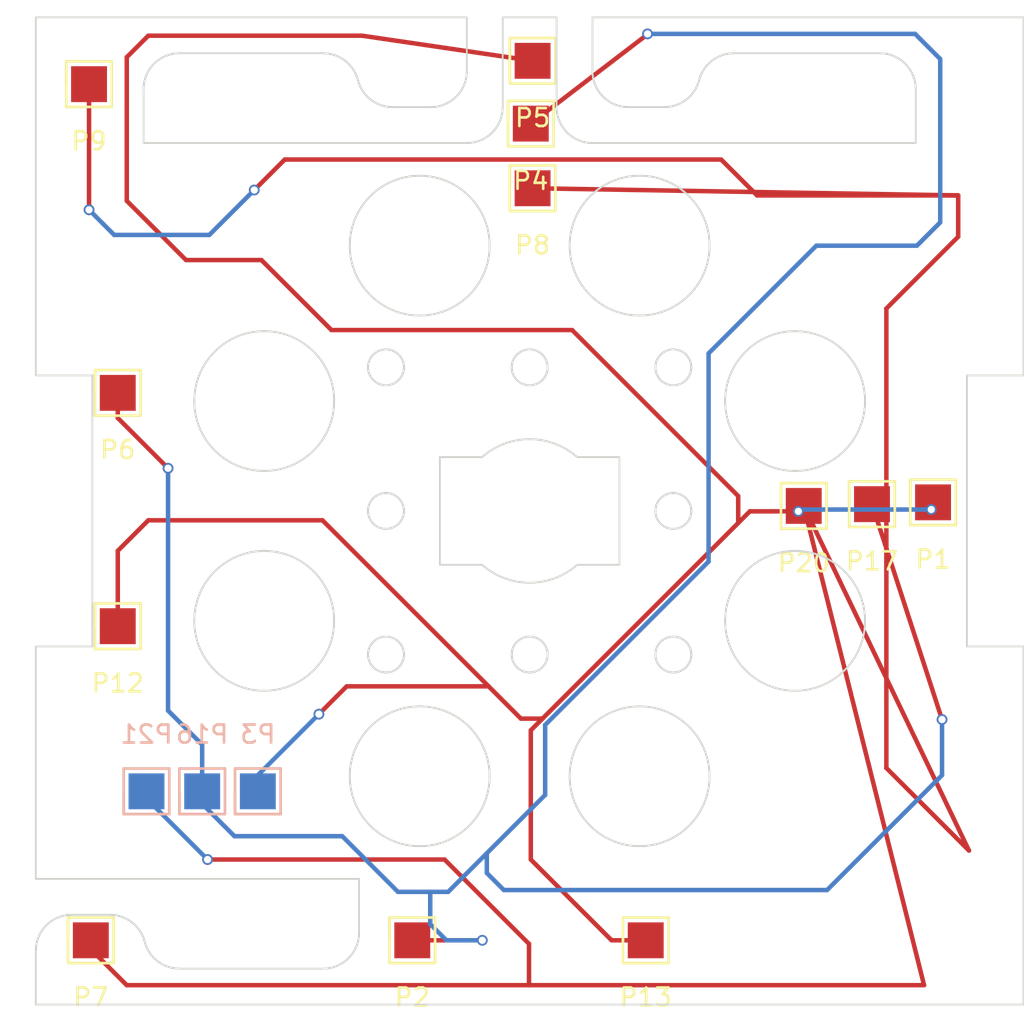
<source format=kicad_pcb>
(kicad_pcb (version 4) (host pcbnew "(2015-09-06 BZR 6161, Git 6b3ff2d)-product")
  (layers (0 F.Cu signal) (31 B.Cu signal) (34 B.Paste user) (35 F.Paste user) (36 B.SilkS user) (37 F.SilkS user) (38 B.Mask user) (39 F.Mask user) (44 Edge.Cuts user))
  (net 0 "")
  (net 1 VCC)
  (net 2 GND)
  (net 3 "Net-(P20-Pad1)")
  (module myfootprint:MYCONN2 (layer F.Cu) (at 173.4 97.1)
    (fp_text reference P1 (at 0 3.175) (layer F.SilkS))
    (fp_text value CONN_01X01)
    (pad 1 connect rect (at 0 0) (size 2 2) (layers F.Cu F.Mask) (net 1 VCC))
  )
  (module myfootprint:MYCONN2 (layer F.Cu) (at 144.4 121.5)
    (fp_text reference P2 (at 0 3.175) (layer F.SilkS))
    (fp_text value CONN_01X01)
    (pad 1 connect rect (at 0 0) (size 2 2) (layers F.Cu F.Mask) (net 2 GND))
  )
  (module myfootprint:MYCONN2 (layer B.Cu) (at 135.8 113.2)
    (fp_text reference P3 (at 0 -3.175) (layer B.SilkS) (effects (justify mirror)))
    (fp_text value CONN_01X01)
    (pad 1 connect rect (at 0 0) (size 2 2) (layers B.Cu B.Mask) (net 1 VCC))
  )
  (module myfootprint:MYCONN2 (layer F.Cu) (at 151 76)
    (fp_text reference P4 (at 0 3.175) (layer F.SilkS))
    (fp_text value CONN_01X01)
    (pad 1 connect rect (at 0 0) (size 2 2) (layers F.Cu F.Mask) (net 2 GND))
  )
  (module myfootprint:MYCONN2 (layer F.Cu) (at 151.1 72.5)
    (fp_text reference P5 (at 0 3.175) (layer F.SilkS))
    (fp_text value CONN_01X01)
    (pad 1 connect rect (at 0 0) (size 2 2) (layers F.Cu F.Mask) (net 1 VCC))
  )
  (module myfootprint:MYCONN2 (layer F.Cu) (at 128 91)
    (fp_text reference P6 (at 0 3.175) (layer F.SilkS))
    (fp_text value CONN_01X01)
    (pad 1 connect rect (at 0 0) (size 2 2) (layers F.Cu F.Mask) (net 2 GND))
  )
  (module myfootprint:MYCONN2 (layer F.Cu) (at 126.5 121.5)
    (fp_text reference P7 (at 0 3.175) (layer F.SilkS))
    (fp_text value CONN_01X01)
    (pad 1 connect rect (at 0 0) (size 2 2) (layers F.Cu F.Mask) (net 3 "Net-(P20-Pad1)"))
  )
  (module myfootprint:MYCONN2 (layer F.Cu) (at 151.1 79.6)
    (fp_text reference P8 (at 0 3.175) (layer F.SilkS))
    (fp_text value CONN_01X01)
    (pad 1 connect rect (at 0 0) (size 2 2) (layers F.Cu F.Mask) (net 3 "Net-(P20-Pad1)"))
  )
  (module myfootprint:MYCONN2 (layer F.Cu) (at 126.4 73.8)
    (fp_text reference P9 (at 0 3.175) (layer F.SilkS))
    (fp_text value CONN_01X01)
    (pad 1 connect rect (at 0 0) (size 2 2) (layers F.Cu F.Mask) (net 3 "Net-(P20-Pad1)"))
  )
  (module myfootprint:MYCONN2 (layer F.Cu) (at 128 104)
    (fp_text reference P12 (at 0 3.175) (layer F.SilkS))
    (fp_text value CONN_01X01)
    (pad 1 connect rect (at 0 0) (size 2 2) (layers F.Cu F.Mask) (net 1 VCC))
  )
  (module myfootprint:MYCONN2 (layer F.Cu) (at 157.4 121.5)
    (fp_text reference P13 (at 0 3.175) (layer F.SilkS))
    (fp_text value CONN_01X01)
    (pad 1 connect rect (at 0 0) (size 2 2) (layers F.Cu F.Mask) (net 1 VCC))
  )
  (module myfootprint:MYCONN2 (layer B.Cu) (at 132.7 113.2)
    (fp_text reference P16 (at 0 -3.175) (layer B.SilkS) (effects (justify mirror)))
    (fp_text value CONN_01X01)
    (pad 1 connect rect (at 0 0) (size 2 2) (layers B.Cu B.Mask) (net 2 GND))
  )
  (module myfootprint:MYCONN2 (layer F.Cu) (at 170 97.2)
    (fp_text reference P17 (at 0 3.175) (layer F.SilkS))
    (fp_text value CONN_01X01)
    (pad 1 connect rect (at 0 0) (size 2 2) (layers F.Cu F.Mask) (net 2 GND))
  )
  (module myfootprint:MYCONN2 (layer F.Cu) (at 166.2 97.3)
    (fp_text reference P20 (at 0 3.175) (layer F.SilkS))
    (fp_text value CONN_01X01)
    (pad 1 connect rect (at 0 0) (size 2 2) (layers F.Cu F.Mask) (net 3 "Net-(P20-Pad1)"))
  )
  (module myfootprint:MYCONN2 (layer B.Cu) (at 129.6 113.2)
    (fp_text reference P21 (at 0 -3.175) (layer B.SilkS) (effects (justify mirror)))
    (fp_text value CONN_01X01)
    (pad 1 connect rect (at 0 0) (size 2 2) (layers B.Cu B.Mask) (net 3 "Net-(P20-Pad1)"))
  )
  (gr_line (start 143.9361 89.5786) (end 143.9361 89.5786) (layer Edge.Cuts) (width 0.1))
  (gr_line (start 143.9361 89.5786) (end 143.9361 89.5786) (layer Edge.Cuts) (width 0.1))
  (gr_line (start 143.9361 105.5786) (end 143.9361 105.5786) (layer Edge.Cuts) (width 0.1))
  (gr_line (start 143.9361 105.5786) (end 143.9361 105.5786) (layer Edge.Cuts) (width 0.1))
  (gr_line (start 143.936064 89.587221) (end 143.9361 89.5786) (layer Edge.Cuts) (width 0.1))
  (gr_line (start 143.935955 89.595825) (end 143.936064 89.587221) (layer Edge.Cuts) (width 0.1))
  (gr_line (start 143.935773 89.604411) (end 143.935955 89.595825) (layer Edge.Cuts) (width 0.1))
  (gr_line (start 143.93552 89.612979) (end 143.935773 89.604411) (layer Edge.Cuts) (width 0.1))
  (gr_line (start 143.935195 89.621529) (end 143.93552 89.612979) (layer Edge.Cuts) (width 0.1))
  (gr_line (start 143.934799 89.63006) (end 143.935195 89.621529) (layer Edge.Cuts) (width 0.1))
  (gr_line (start 143.934331 89.638573) (end 143.934799 89.63006) (layer Edge.Cuts) (width 0.1))
  (gr_line (start 143.933793 89.647066) (end 143.934331 89.638573) (layer Edge.Cuts) (width 0.1))
  (gr_line (start 143.933184 89.65554) (end 143.933793 89.647066) (layer Edge.Cuts) (width 0.1))
  (gr_line (start 143.932505 89.663995) (end 143.933184 89.65554) (layer Edge.Cuts) (width 0.1))
  (gr_line (start 143.931756 89.672429) (end 143.932505 89.663995) (layer Edge.Cuts) (width 0.1))
  (gr_line (start 143.930937 89.680844) (end 143.931756 89.672429) (layer Edge.Cuts) (width 0.1))
  (gr_line (start 143.930049 89.689237) (end 143.930937 89.680844) (layer Edge.Cuts) (width 0.1))
  (gr_line (start 143.929092 89.69761) (end 143.930049 89.689237) (layer Edge.Cuts) (width 0.1))
  (gr_line (start 143.928066 89.705962) (end 143.929092 89.69761) (layer Edge.Cuts) (width 0.1))
  (gr_line (start 143.926971 89.714292) (end 143.928066 89.705962) (layer Edge.Cuts) (width 0.1))
  (gr_line (start 143.925808 89.722601) (end 143.926971 89.714292) (layer Edge.Cuts) (width 0.1))
  (gr_line (start 143.924578 89.730888) (end 143.925808 89.722601) (layer Edge.Cuts) (width 0.1))
  (gr_line (start 143.923279 89.739152) (end 143.924578 89.730888) (layer Edge.Cuts) (width 0.1))
  (gr_line (start 143.921914 89.747394) (end 143.923279 89.739152) (layer Edge.Cuts) (width 0.1))
  (gr_line (start 143.920481 89.755613) (end 143.921914 89.747394) (layer Edge.Cuts) (width 0.1))
  (gr_line (start 143.918982 89.763808) (end 143.920481 89.755613) (layer Edge.Cuts) (width 0.1))
  (gr_line (start 143.917416 89.771981) (end 143.918982 89.763808) (layer Edge.Cuts) (width 0.1))
  (gr_line (start 143.915784 89.780129) (end 143.917416 89.771981) (layer Edge.Cuts) (width 0.1))
  (gr_line (start 143.914086 89.788254) (end 143.915784 89.780129) (layer Edge.Cuts) (width 0.1))
  (gr_line (start 143.912322 89.796355) (end 143.914086 89.788254) (layer Edge.Cuts) (width 0.1))
  (gr_line (start 143.910493 89.804431) (end 143.912322 89.796355) (layer Edge.Cuts) (width 0.1))
  (gr_line (start 143.908599 89.812482) (end 143.910493 89.804431) (layer Edge.Cuts) (width 0.1))
  (gr_line (start 143.906641 89.820509) (end 143.908599 89.812482) (layer Edge.Cuts) (width 0.1))
  (gr_line (start 143.904618 89.828509) (end 143.906641 89.820509) (layer Edge.Cuts) (width 0.1))
  (gr_line (start 143.90253 89.836484) (end 143.904618 89.828509) (layer Edge.Cuts) (width 0.1))
  (gr_line (start 143.900379 89.844433) (end 143.90253 89.836484) (layer Edge.Cuts) (width 0.1))
  (gr_line (start 143.898165 89.852356) (end 143.900379 89.844433) (layer Edge.Cuts) (width 0.1))
  (gr_line (start 143.895887 89.860252) (end 143.898165 89.852356) (layer Edge.Cuts) (width 0.1))
  (gr_line (start 143.893546 89.868121) (end 143.895887 89.860252) (layer Edge.Cuts) (width 0.1))
  (gr_line (start 143.891142 89.875963) (end 143.893546 89.868121) (layer Edge.Cuts) (width 0.1))
  (gr_line (start 143.888676 89.883777) (end 143.891142 89.875963) (layer Edge.Cuts) (width 0.1))
  (gr_line (start 143.886148 89.891564) (end 143.888676 89.883777) (layer Edge.Cuts) (width 0.1))
  (gr_line (start 143.883558 89.899323) (end 143.886148 89.891564) (layer Edge.Cuts) (width 0.1))
  (gr_line (start 143.880906 89.907053) (end 143.883558 89.899323) (layer Edge.Cuts) (width 0.1))
  (gr_line (start 143.878194 89.914754) (end 143.880906 89.907053) (layer Edge.Cuts) (width 0.1))
  (gr_line (start 143.87542 89.922427) (end 143.878194 89.914754) (layer Edge.Cuts) (width 0.1))
  (gr_line (start 143.872586 89.93007) (end 143.87542 89.922427) (layer Edge.Cuts) (width 0.1))
  (gr_line (start 143.869691 89.937684) (end 143.872586 89.93007) (layer Edge.Cuts) (width 0.1))
  (gr_line (start 143.866737 89.945268) (end 143.869691 89.937684) (layer Edge.Cuts) (width 0.1))
  (gr_line (start 143.863722 89.952822) (end 143.866737 89.945268) (layer Edge.Cuts) (width 0.1))
  (gr_line (start 143.860648 89.960346) (end 143.863722 89.952822) (layer Edge.Cuts) (width 0.1))
  (gr_line (start 143.857515 89.967839) (end 143.860648 89.960346) (layer Edge.Cuts) (width 0.1))
  (gr_line (start 143.854323 89.975301) (end 143.857515 89.967839) (layer Edge.Cuts) (width 0.1))
  (gr_line (start 143.851072 89.982731) (end 143.854323 89.975301) (layer Edge.Cuts) (width 0.1))
  (gr_line (start 143.847763 89.99013) (end 143.851072 89.982731) (layer Edge.Cuts) (width 0.1))
  (gr_line (start 143.844396 89.997498) (end 143.847763 89.99013) (layer Edge.Cuts) (width 0.1))
  (gr_line (start 143.840971 90.004833) (end 143.844396 89.997498) (layer Edge.Cuts) (width 0.1))
  (gr_line (start 143.837489 90.012135) (end 143.840971 90.004833) (layer Edge.Cuts) (width 0.1))
  (gr_line (start 143.83395 90.019405) (end 143.837489 90.012135) (layer Edge.Cuts) (width 0.1))
  (gr_line (start 143.830354 90.026642) (end 143.83395 90.019405) (layer Edge.Cuts) (width 0.1))
  (gr_line (start 143.826701 90.033846) (end 143.830354 90.026642) (layer Edge.Cuts) (width 0.1))
  (gr_line (start 143.822992 90.041016) (end 143.826701 90.033846) (layer Edge.Cuts) (width 0.1))
  (gr_line (start 143.819226 90.048152) (end 143.822992 90.041016) (layer Edge.Cuts) (width 0.1))
  (gr_line (start 143.815406 90.055254) (end 143.819226 90.048152) (layer Edge.Cuts) (width 0.1))
  (gr_line (start 143.811529 90.062321) (end 143.815406 90.055254) (layer Edge.Cuts) (width 0.1))
  (gr_line (start 143.807598 90.069354) (end 143.811529 90.062321) (layer Edge.Cuts) (width 0.1))
  (gr_line (start 143.803612 90.076351) (end 143.807598 90.069354) (layer Edge.Cuts) (width 0.1))
  (gr_line (start 143.799571 90.083314) (end 143.803612 90.076351) (layer Edge.Cuts) (width 0.1))
  (gr_line (start 143.795476 90.09024) (end 143.799571 90.083314) (layer Edge.Cuts) (width 0.1))
  (gr_line (start 143.791327 90.097131) (end 143.795476 90.09024) (layer Edge.Cuts) (width 0.1))
  (gr_line (start 143.787124 90.103985) (end 143.791327 90.097131) (layer Edge.Cuts) (width 0.1))
  (gr_line (start 143.782868 90.110803) (end 143.787124 90.103985) (layer Edge.Cuts) (width 0.1))
  (gr_line (start 143.778559 90.117584) (end 143.782868 90.110803) (layer Edge.Cuts) (width 0.1))
  (gr_line (start 143.774197 90.124328) (end 143.778559 90.117584) (layer Edge.Cuts) (width 0.1))
  (gr_line (start 143.769783 90.131035) (end 143.774197 90.124328) (layer Edge.Cuts) (width 0.1))
  (gr_line (start 143.765316 90.137704) (end 143.769783 90.131035) (layer Edge.Cuts) (width 0.1))
  (gr_line (start 143.760797 90.144335) (end 143.765316 90.137704) (layer Edge.Cuts) (width 0.1))
  (gr_line (start 143.756227 90.150927) (end 143.760797 90.144335) (layer Edge.Cuts) (width 0.1))
  (gr_line (start 143.751606 90.157481) (end 143.756227 90.150927) (layer Edge.Cuts) (width 0.1))
  (gr_line (start 143.746933 90.163996) (end 143.751606 90.157481) (layer Edge.Cuts) (width 0.1))
  (gr_line (start 143.74221 90.170472) (end 143.746933 90.163996) (layer Edge.Cuts) (width 0.1))
  (gr_line (start 143.737436 90.176909) (end 143.74221 90.170472) (layer Edge.Cuts) (width 0.1))
  (gr_line (start 143.732612 90.183306) (end 143.737436 90.176909) (layer Edge.Cuts) (width 0.1))
  (gr_line (start 143.727738 90.189663) (end 143.732612 90.183306) (layer Edge.Cuts) (width 0.1))
  (gr_line (start 143.722814 90.19598) (end 143.727738 90.189663) (layer Edge.Cuts) (width 0.1))
  (gr_line (start 143.717841 90.202257) (end 143.722814 90.19598) (layer Edge.Cuts) (width 0.1))
  (gr_line (start 143.71282 90.208492) (end 143.717841 90.202257) (layer Edge.Cuts) (width 0.1))
  (gr_line (start 143.707749 90.214686) (end 143.71282 90.208492) (layer Edge.Cuts) (width 0.1))
  (gr_line (start 143.70263 90.220839) (end 143.707749 90.214686) (layer Edge.Cuts) (width 0.1))
  (gr_line (start 143.697463 90.22695) (end 143.70263 90.220839) (layer Edge.Cuts) (width 0.1))
  (gr_line (start 143.692248 90.23302) (end 143.697463 90.22695) (layer Edge.Cuts) (width 0.1))
  (gr_line (start 143.686985 90.239046) (end 143.692248 90.23302) (layer Edge.Cuts) (width 0.1))
  (gr_line (start 143.681675 90.24503) (end 143.686985 90.239046) (layer Edge.Cuts) (width 0.1))
  (gr_line (start 143.676318 90.250972) (end 143.681675 90.24503) (layer Edge.Cuts) (width 0.1))
  (gr_line (start 143.670915 90.25687) (end 143.676318 90.250972) (layer Edge.Cuts) (width 0.1))
  (gr_line (start 143.665465 90.262724) (end 143.670915 90.25687) (layer Edge.Cuts) (width 0.1))
  (gr_line (start 143.659969 90.268535) (end 143.665465 90.262724) (layer Edge.Cuts) (width 0.1))
  (gr_line (start 143.654427 90.274301) (end 143.659969 90.268535) (layer Edge.Cuts) (width 0.1))
  (gr_line (start 143.64884 90.280024) (end 143.654427 90.274301) (layer Edge.Cuts) (width 0.1))
  (gr_line (start 143.643207 90.285701) (end 143.64884 90.280024) (layer Edge.Cuts) (width 0.1))
  (gr_line (start 143.637529 90.291333) (end 143.643207 90.285701) (layer Edge.Cuts) (width 0.1))
  (gr_line (start 143.631807 90.296921) (end 143.637529 90.291333) (layer Edge.Cuts) (width 0.1))
  (gr_line (start 143.626041 90.302462) (end 143.631807 90.296921) (layer Edge.Cuts) (width 0.1))
  (gr_line (start 143.62023 90.307958) (end 143.626041 90.302462) (layer Edge.Cuts) (width 0.1))
  (gr_line (start 143.614376 90.313408) (end 143.62023 90.307958) (layer Edge.Cuts) (width 0.1))
  (gr_line (start 143.608478 90.318812) (end 143.614376 90.313408) (layer Edge.Cuts) (width 0.1))
  (gr_line (start 143.602537 90.324169) (end 143.608478 90.318812) (layer Edge.Cuts) (width 0.1))
  (gr_line (start 143.596552 90.329478) (end 143.602537 90.324169) (layer Edge.Cuts) (width 0.1))
  (gr_line (start 143.590526 90.334741) (end 143.596552 90.329478) (layer Edge.Cuts) (width 0.1))
  (gr_line (start 143.584457 90.339956) (end 143.590526 90.334741) (layer Edge.Cuts) (width 0.1))
  (gr_line (start 143.578346 90.345123) (end 143.584457 90.339956) (layer Edge.Cuts) (width 0.1))
  (gr_line (start 143.572193 90.350243) (end 143.578346 90.345123) (layer Edge.Cuts) (width 0.1))
  (gr_line (start 143.565999 90.355313) (end 143.572193 90.350243) (layer Edge.Cuts) (width 0.1))
  (gr_line (start 143.559763 90.360335) (end 143.565999 90.355313) (layer Edge.Cuts) (width 0.1))
  (gr_line (start 143.553487 90.365308) (end 143.559763 90.360335) (layer Edge.Cuts) (width 0.1))
  (gr_line (start 143.54717 90.370232) (end 143.553487 90.365308) (layer Edge.Cuts) (width 0.1))
  (gr_line (start 143.540813 90.375106) (end 143.54717 90.370232) (layer Edge.Cuts) (width 0.1))
  (gr_line (start 143.534416 90.37993) (end 143.540813 90.375106) (layer Edge.Cuts) (width 0.1))
  (gr_line (start 143.527979 90.384704) (end 143.534416 90.37993) (layer Edge.Cuts) (width 0.1))
  (gr_line (start 143.521503 90.389427) (end 143.527979 90.384704) (layer Edge.Cuts) (width 0.1))
  (gr_line (start 143.514987 90.3941) (end 143.521503 90.389427) (layer Edge.Cuts) (width 0.1))
  (gr_line (start 143.508433 90.398721) (end 143.514987 90.3941) (layer Edge.Cuts) (width 0.1))
  (gr_line (start 143.50184 90.403292) (end 143.508433 90.398721) (layer Edge.Cuts) (width 0.1))
  (gr_line (start 143.495209 90.40781) (end 143.50184 90.403292) (layer Edge.Cuts) (width 0.1))
  (gr_line (start 143.48854 90.412277) (end 143.495209 90.40781) (layer Edge.Cuts) (width 0.1))
  (gr_line (start 143.481833 90.416691) (end 143.48854 90.412277) (layer Edge.Cuts) (width 0.1))
  (gr_line (start 143.475089 90.421053) (end 143.481833 90.416691) (layer Edge.Cuts) (width 0.1))
  (gr_line (start 143.468308 90.425362) (end 143.475089 90.421053) (layer Edge.Cuts) (width 0.1))
  (gr_line (start 143.46149 90.429618) (end 143.468308 90.425362) (layer Edge.Cuts) (width 0.1))
  (gr_line (start 143.454636 90.433821) (end 143.46149 90.429618) (layer Edge.Cuts) (width 0.1))
  (gr_line (start 143.447745 90.43797) (end 143.454636 90.433821) (layer Edge.Cuts) (width 0.1))
  (gr_line (start 143.440819 90.442065) (end 143.447745 90.43797) (layer Edge.Cuts) (width 0.1))
  (gr_line (start 143.433857 90.446106) (end 143.440819 90.442065) (layer Edge.Cuts) (width 0.1))
  (gr_line (start 143.426859 90.450092) (end 143.433857 90.446106) (layer Edge.Cuts) (width 0.1))
  (gr_line (start 143.419826 90.454024) (end 143.426859 90.450092) (layer Edge.Cuts) (width 0.1))
  (gr_line (start 143.412759 90.4579) (end 143.419826 90.454024) (layer Edge.Cuts) (width 0.1))
  (gr_line (start 143.405657 90.461721) (end 143.412759 90.4579) (layer Edge.Cuts) (width 0.1))
  (gr_line (start 143.398521 90.465486) (end 143.405657 90.461721) (layer Edge.Cuts) (width 0.1))
  (gr_line (start 143.391351 90.469196) (end 143.398521 90.465486) (layer Edge.Cuts) (width 0.1))
  (gr_line (start 143.384148 90.472849) (end 143.391351 90.469196) (layer Edge.Cuts) (width 0.1))
  (gr_line (start 143.376911 90.476445) (end 143.384148 90.472849) (layer Edge.Cuts) (width 0.1))
  (gr_line (start 143.369641 90.479984) (end 143.376911 90.476445) (layer Edge.Cuts) (width 0.1))
  (gr_line (start 143.362339 90.483467) (end 143.369641 90.479984) (layer Edge.Cuts) (width 0.1))
  (gr_line (start 143.355004 90.486891) (end 143.362339 90.483467) (layer Edge.Cuts) (width 0.1))
  (gr_line (start 143.347636 90.490259) (end 143.355004 90.486891) (layer Edge.Cuts) (width 0.1))
  (gr_line (start 143.340237 90.493567) (end 143.347636 90.490259) (layer Edge.Cuts) (width 0.1))
  (gr_line (start 143.332807 90.496818) (end 143.340237 90.493567) (layer Edge.Cuts) (width 0.1))
  (gr_line (start 143.325345 90.50001) (end 143.332807 90.496818) (layer Edge.Cuts) (width 0.1))
  (gr_line (start 143.317852 90.503143) (end 143.325345 90.50001) (layer Edge.Cuts) (width 0.1))
  (gr_line (start 143.310329 90.506217) (end 143.317852 90.503143) (layer Edge.Cuts) (width 0.1))
  (gr_line (start 143.302775 90.509231) (end 143.310329 90.506217) (layer Edge.Cuts) (width 0.1))
  (gr_line (start 143.295191 90.512186) (end 143.302775 90.509231) (layer Edge.Cuts) (width 0.1))
  (gr_line (start 143.287577 90.515081) (end 143.295191 90.512186) (layer Edge.Cuts) (width 0.1))
  (gr_line (start 143.279934 90.517915) (end 143.287577 90.515081) (layer Edge.Cuts) (width 0.1))
  (gr_line (start 143.272261 90.520689) (end 143.279934 90.517915) (layer Edge.Cuts) (width 0.1))
  (gr_line (start 143.264559 90.523401) (end 143.272261 90.520689) (layer Edge.Cuts) (width 0.1))
  (gr_line (start 143.256829 90.526053) (end 143.264559 90.523401) (layer Edge.Cuts) (width 0.1))
  (gr_line (start 143.249071 90.528643) (end 143.256829 90.526053) (layer Edge.Cuts) (width 0.1))
  (gr_line (start 143.241284 90.531171) (end 143.249071 90.528643) (layer Edge.Cuts) (width 0.1))
  (gr_line (start 143.23347 90.533637) (end 143.241284 90.531171) (layer Edge.Cuts) (width 0.1))
  (gr_line (start 143.225628 90.536041) (end 143.23347 90.533637) (layer Edge.Cuts) (width 0.1))
  (gr_line (start 143.217759 90.538382) (end 143.225628 90.536041) (layer Edge.Cuts) (width 0.1))
  (gr_line (start 143.209863 90.54066) (end 143.217759 90.538382) (layer Edge.Cuts) (width 0.1))
  (gr_line (start 143.20194 90.542875) (end 143.209863 90.54066) (layer Edge.Cuts) (width 0.1))
  (gr_line (start 143.193991 90.545026) (end 143.20194 90.542875) (layer Edge.Cuts) (width 0.1))
  (gr_line (start 143.186016 90.547114) (end 143.193991 90.545026) (layer Edge.Cuts) (width 0.1))
  (gr_line (start 143.178015 90.549137) (end 143.186016 90.547114) (layer Edge.Cuts) (width 0.1))
  (gr_line (start 143.169989 90.551096) (end 143.178015 90.549137) (layer Edge.Cuts) (width 0.1))
  (gr_line (start 143.161937 90.55299) (end 143.169989 90.551096) (layer Edge.Cuts) (width 0.1))
  (gr_line (start 143.153861 90.554819) (end 143.161937 90.55299) (layer Edge.Cuts) (width 0.1))
  (gr_line (start 143.14576 90.556582) (end 143.153861 90.554819) (layer Edge.Cuts) (width 0.1))
  (gr_line (start 143.137635 90.55828) (end 143.14576 90.556582) (layer Edge.Cuts) (width 0.1))
  (gr_line (start 143.129486 90.559912) (end 143.137635 90.55828) (layer Edge.Cuts) (width 0.1))
  (gr_line (start 143.121313 90.561478) (end 143.129486 90.559912) (layer Edge.Cuts) (width 0.1))
  (gr_line (start 143.113117 90.562977) (end 143.121313 90.561478) (layer Edge.Cuts) (width 0.1))
  (gr_line (start 143.104897 90.56441) (end 143.113117 90.562977) (layer Edge.Cuts) (width 0.1))
  (gr_line (start 143.096655 90.565776) (end 143.104897 90.56441) (layer Edge.Cuts) (width 0.1))
  (gr_line (start 143.08839 90.567074) (end 143.096655 90.565776) (layer Edge.Cuts) (width 0.1))
  (gr_line (start 143.080103 90.568305) (end 143.08839 90.567074) (layer Edge.Cuts) (width 0.1))
  (gr_line (start 143.071794 90.569468) (end 143.080103 90.568305) (layer Edge.Cuts) (width 0.1))
  (gr_line (start 143.063463 90.570563) (end 143.071794 90.569468) (layer Edge.Cuts) (width 0.1))
  (gr_line (start 143.055111 90.571589) (end 143.063463 90.570563) (layer Edge.Cuts) (width 0.1))
  (gr_line (start 143.046738 90.572547) (end 143.055111 90.571589) (layer Edge.Cuts) (width 0.1))
  (gr_line (start 143.038344 90.573435) (end 143.046738 90.572547) (layer Edge.Cuts) (width 0.1))
  (gr_line (start 143.02993 90.574254) (end 143.038344 90.573435) (layer Edge.Cuts) (width 0.1))
  (gr_line (start 143.021495 90.575003) (end 143.02993 90.574254) (layer Edge.Cuts) (width 0.1))
  (gr_line (start 143.013041 90.575683) (end 143.021495 90.575003) (layer Edge.Cuts) (width 0.1))
  (gr_line (start 143.004566 90.576292) (end 143.013041 90.575683) (layer Edge.Cuts) (width 0.1))
  (gr_line (start 142.996073 90.57683) (end 143.004566 90.576292) (layer Edge.Cuts) (width 0.1))
  (gr_line (start 142.98756 90.577298) (end 142.996073 90.57683) (layer Edge.Cuts) (width 0.1))
  (gr_line (start 142.979029 90.577695) (end 142.98756 90.577298) (layer Edge.Cuts) (width 0.1))
  (gr_line (start 142.970479 90.57802) (end 142.979029 90.577695) (layer Edge.Cuts) (width 0.1))
  (gr_line (start 142.961911 90.578273) (end 142.970479 90.57802) (layer Edge.Cuts) (width 0.1))
  (gr_line (start 142.953325 90.578455) (end 142.961911 90.578273) (layer Edge.Cuts) (width 0.1))
  (gr_line (start 142.944721 90.578564) (end 142.953325 90.578455) (layer Edge.Cuts) (width 0.1))
  (gr_line (start 142.9361 90.5786) (end 142.944721 90.578564) (layer Edge.Cuts) (width 0.1))
  (gr_line (start 142.927479 90.578564) (end 142.9361 90.5786) (layer Edge.Cuts) (width 0.1))
  (gr_line (start 142.918875 90.578455) (end 142.927479 90.578564) (layer Edge.Cuts) (width 0.1))
  (gr_line (start 142.910289 90.578273) (end 142.918875 90.578455) (layer Edge.Cuts) (width 0.1))
  (gr_line (start 142.901721 90.57802) (end 142.910289 90.578273) (layer Edge.Cuts) (width 0.1))
  (gr_line (start 142.893171 90.577695) (end 142.901721 90.57802) (layer Edge.Cuts) (width 0.1))
  (gr_line (start 142.88464 90.577299) (end 142.893171 90.577695) (layer Edge.Cuts) (width 0.1))
  (gr_line (start 142.876127 90.576831) (end 142.88464 90.577299) (layer Edge.Cuts) (width 0.1))
  (gr_line (start 142.867634 90.576293) (end 142.876127 90.576831) (layer Edge.Cuts) (width 0.1))
  (gr_line (start 142.859159 90.575684) (end 142.867634 90.576293) (layer Edge.Cuts) (width 0.1))
  (gr_line (start 142.850705 90.575005) (end 142.859159 90.575684) (layer Edge.Cuts) (width 0.1))
  (gr_line (start 142.84227 90.574256) (end 142.850705 90.575005) (layer Edge.Cuts) (width 0.1))
  (gr_line (start 142.833856 90.573437) (end 142.84227 90.574256) (layer Edge.Cuts) (width 0.1))
  (gr_line (start 142.825462 90.572549) (end 142.833856 90.573437) (layer Edge.Cuts) (width 0.1))
  (gr_line (start 142.817089 90.571592) (end 142.825462 90.572549) (layer Edge.Cuts) (width 0.1))
  (gr_line (start 142.808737 90.570566) (end 142.817089 90.571592) (layer Edge.Cuts) (width 0.1))
  (gr_line (start 142.800406 90.569472) (end 142.808737 90.570566) (layer Edge.Cuts) (width 0.1))
  (gr_line (start 142.792097 90.568309) (end 142.800406 90.569472) (layer Edge.Cuts) (width 0.1))
  (gr_line (start 142.78381 90.567079) (end 142.792097 90.568309) (layer Edge.Cuts) (width 0.1))
  (gr_line (start 142.775545 90.56578) (end 142.78381 90.567079) (layer Edge.Cuts) (width 0.1))
  (gr_line (start 142.767303 90.564415) (end 142.775545 90.56578) (layer Edge.Cuts) (width 0.1))
  (gr_line (start 142.759083 90.562983) (end 142.767303 90.564415) (layer Edge.Cuts) (width 0.1))
  (gr_line (start 142.750887 90.561483) (end 142.759083 90.562983) (layer Edge.Cuts) (width 0.1))
  (gr_line (start 142.742714 90.559918) (end 142.750887 90.561483) (layer Edge.Cuts) (width 0.1))
  (gr_line (start 142.734565 90.558286) (end 142.742714 90.559918) (layer Edge.Cuts) (width 0.1))
  (gr_line (start 142.72644 90.556588) (end 142.734565 90.558286) (layer Edge.Cuts) (width 0.1))
  (gr_line (start 142.718339 90.554825) (end 142.72644 90.556588) (layer Edge.Cuts) (width 0.1))
  (gr_line (start 142.710263 90.552996) (end 142.718339 90.554825) (layer Edge.Cuts) (width 0.1))
  (gr_line (start 142.702211 90.551102) (end 142.710263 90.552996) (layer Edge.Cuts) (width 0.1))
  (gr_line (start 142.694185 90.549143) (end 142.702211 90.551102) (layer Edge.Cuts) (width 0.1))
  (gr_line (start 142.686184 90.54712) (end 142.694185 90.549143) (layer Edge.Cuts) (width 0.1))
  (gr_line (start 142.678209 90.545032) (end 142.686184 90.54712) (layer Edge.Cuts) (width 0.1))
  (gr_line (start 142.67026 90.542881) (end 142.678209 90.545032) (layer Edge.Cuts) (width 0.1))
  (gr_line (start 142.662337 90.540666) (end 142.67026 90.542881) (layer Edge.Cuts) (width 0.1))
  (gr_line (start 142.654441 90.538388) (end 142.662337 90.540666) (layer Edge.Cuts) (width 0.1))
  (gr_line (start 142.646572 90.536047) (end 142.654441 90.538388) (layer Edge.Cuts) (width 0.1))
  (gr_line (start 142.63873 90.533644) (end 142.646572 90.536047) (layer Edge.Cuts) (width 0.1))
  (gr_line (start 142.630916 90.531177) (end 142.63873 90.533644) (layer Edge.Cuts) (width 0.1))
  (gr_line (start 142.623129 90.528649) (end 142.630916 90.531177) (layer Edge.Cuts) (width 0.1))
  (gr_line (start 142.615371 90.526059) (end 142.623129 90.528649) (layer Edge.Cuts) (width 0.1))
  (gr_line (start 142.607641 90.523407) (end 142.615371 90.526059) (layer Edge.Cuts) (width 0.1))
  (gr_line (start 142.599939 90.520695) (end 142.607641 90.523407) (layer Edge.Cuts) (width 0.1))
  (gr_line (start 142.592266 90.517921) (end 142.599939 90.520695) (layer Edge.Cuts) (width 0.1))
  (gr_line (start 142.584623 90.515087) (end 142.592266 90.517921) (layer Edge.Cuts) (width 0.1))
  (gr_line (start 142.577009 90.512192) (end 142.584623 90.515087) (layer Edge.Cuts) (width 0.1))
  (gr_line (start 142.569425 90.509237) (end 142.577009 90.512192) (layer Edge.Cuts) (width 0.1))
  (gr_line (start 142.561871 90.506223) (end 142.569425 90.509237) (layer Edge.Cuts) (width 0.1))
  (gr_line (start 142.554348 90.503149) (end 142.561871 90.506223) (layer Edge.Cuts) (width 0.1))
  (gr_line (start 142.546855 90.500016) (end 142.554348 90.503149) (layer Edge.Cuts) (width 0.1))
  (gr_line (start 142.539393 90.496824) (end 142.546855 90.500016) (layer Edge.Cuts) (width 0.1))
  (gr_line (start 142.531962 90.493573) (end 142.539393 90.496824) (layer Edge.Cuts) (width 0.1))
  (gr_line (start 142.524563 90.490265) (end 142.531962 90.493573) (layer Edge.Cuts) (width 0.1))
  (gr_line (start 142.517196 90.486897) (end 142.524563 90.490265) (layer Edge.Cuts) (width 0.1))
  (gr_line (start 142.509861 90.483473) (end 142.517196 90.486897) (layer Edge.Cuts) (width 0.1))
  (gr_line (start 142.502558 90.47999) (end 142.509861 90.483473) (layer Edge.Cuts) (width 0.1))
  (gr_line (start 142.495288 90.476451) (end 142.502558 90.47999) (layer Edge.Cuts) (width 0.1))
  (gr_line (start 142.488051 90.472855) (end 142.495288 90.476451) (layer Edge.Cuts) (width 0.1))
  (gr_line (start 142.480848 90.469202) (end 142.488051 90.472855) (layer Edge.Cuts) (width 0.1))
  (gr_line (start 142.473678 90.465492) (end 142.480848 90.469202) (layer Edge.Cuts) (width 0.1))
  (gr_line (start 142.466542 90.461727) (end 142.473678 90.465492) (layer Edge.Cuts) (width 0.1))
  (gr_line (start 142.45944 90.457906) (end 142.466542 90.461727) (layer Edge.Cuts) (width 0.1))
  (gr_line (start 142.452373 90.45403) (end 142.45944 90.457906) (layer Edge.Cuts) (width 0.1))
  (gr_line (start 142.44534 90.450098) (end 142.452373 90.45403) (layer Edge.Cuts) (width 0.1))
  (gr_line (start 142.438342 90.446112) (end 142.44534 90.450098) (layer Edge.Cuts) (width 0.1))
  (gr_line (start 142.43138 90.442071) (end 142.438342 90.446112) (layer Edge.Cuts) (width 0.1))
  (gr_line (start 142.424454 90.437976) (end 142.43138 90.442071) (layer Edge.Cuts) (width 0.1))
  (gr_line (start 142.417563 90.433827) (end 142.424454 90.437976) (layer Edge.Cuts) (width 0.1))
  (gr_line (start 142.410709 90.429624) (end 142.417563 90.433827) (layer Edge.Cuts) (width 0.1))
  (gr_line (start 142.403891 90.425368) (end 142.410709 90.429624) (layer Edge.Cuts) (width 0.1))
  (gr_line (start 142.39711 90.421059) (end 142.403891 90.425368) (layer Edge.Cuts) (width 0.1))
  (gr_line (start 142.390366 90.416697) (end 142.39711 90.421059) (layer Edge.Cuts) (width 0.1))
  (gr_line (start 142.383659 90.412283) (end 142.390366 90.416697) (layer Edge.Cuts) (width 0.1))
  (gr_line (start 142.37699 90.407816) (end 142.383659 90.412283) (layer Edge.Cuts) (width 0.1))
  (gr_line (start 142.370359 90.403298) (end 142.37699 90.407816) (layer Edge.Cuts) (width 0.1))
  (gr_line (start 142.363766 90.398728) (end 142.370359 90.403298) (layer Edge.Cuts) (width 0.1))
  (gr_line (start 142.357212 90.394106) (end 142.363766 90.398728) (layer Edge.Cuts) (width 0.1))
  (gr_line (start 142.350697 90.389434) (end 142.357212 90.394106) (layer Edge.Cuts) (width 0.1))
  (gr_line (start 142.344221 90.38471) (end 142.350697 90.389434) (layer Edge.Cuts) (width 0.1))
  (gr_line (start 142.337784 90.379937) (end 142.344221 90.38471) (layer Edge.Cuts) (width 0.1))
  (gr_line (start 142.331387 90.375113) (end 142.337784 90.379937) (layer Edge.Cuts) (width 0.1))
  (gr_line (start 142.32503 90.370239) (end 142.331387 90.375113) (layer Edge.Cuts) (width 0.1))
  (gr_line (start 142.318713 90.365315) (end 142.32503 90.370239) (layer Edge.Cuts) (width 0.1))
  (gr_line (start 142.312436 90.360342) (end 142.318713 90.365315) (layer Edge.Cuts) (width 0.1))
  (gr_line (start 142.306201 90.35532) (end 142.312436 90.360342) (layer Edge.Cuts) (width 0.1))
  (gr_line (start 142.300007 90.350249) (end 142.306201 90.35532) (layer Edge.Cuts) (width 0.1))
  (gr_line (start 142.293854 90.34513) (end 142.300007 90.350249) (layer Edge.Cuts) (width 0.1))
  (gr_line (start 142.287743 90.339963) (end 142.293854 90.34513) (layer Edge.Cuts) (width 0.1))
  (gr_line (start 142.281674 90.334748) (end 142.287743 90.339963) (layer Edge.Cuts) (width 0.1))
  (gr_line (start 142.275647 90.329485) (end 142.281674 90.334748) (layer Edge.Cuts) (width 0.1))
  (gr_line (start 142.269663 90.324175) (end 142.275647 90.329485) (layer Edge.Cuts) (width 0.1))
  (gr_line (start 142.263722 90.318818) (end 142.269663 90.324175) (layer Edge.Cuts) (width 0.1))
  (gr_line (start 142.257824 90.313415) (end 142.263722 90.318818) (layer Edge.Cuts) (width 0.1))
  (gr_line (start 142.25197 90.307965) (end 142.257824 90.313415) (layer Edge.Cuts) (width 0.1))
  (gr_line (start 142.246159 90.302469) (end 142.25197 90.307965) (layer Edge.Cuts) (width 0.1))
  (gr_line (start 142.240393 90.296927) (end 142.246159 90.302469) (layer Edge.Cuts) (width 0.1))
  (gr_line (start 142.234671 90.29134) (end 142.240393 90.296927) (layer Edge.Cuts) (width 0.1))
  (gr_line (start 142.228993 90.285707) (end 142.234671 90.29134) (layer Edge.Cuts) (width 0.1))
  (gr_line (start 142.22336 90.280029) (end 142.228993 90.285707) (layer Edge.Cuts) (width 0.1))
  (gr_line (start 142.217773 90.274307) (end 142.22336 90.280029) (layer Edge.Cuts) (width 0.1))
  (gr_line (start 142.212231 90.268541) (end 142.217773 90.274307) (layer Edge.Cuts) (width 0.1))
  (gr_line (start 142.206735 90.26273) (end 142.212231 90.268541) (layer Edge.Cuts) (width 0.1))
  (gr_line (start 142.201285 90.256876) (end 142.206735 90.26273) (layer Edge.Cuts) (width 0.1))
  (gr_line (start 142.195882 90.250978) (end 142.201285 90.256876) (layer Edge.Cuts) (width 0.1))
  (gr_line (start 142.190525 90.245037) (end 142.195882 90.250978) (layer Edge.Cuts) (width 0.1))
  (gr_line (start 142.185215 90.239053) (end 142.190525 90.245037) (layer Edge.Cuts) (width 0.1))
  (gr_line (start 142.179952 90.233026) (end 142.185215 90.239053) (layer Edge.Cuts) (width 0.1))
  (gr_line (start 142.174737 90.226957) (end 142.179952 90.233026) (layer Edge.Cuts) (width 0.1))
  (gr_line (start 142.16957 90.220846) (end 142.174737 90.226957) (layer Edge.Cuts) (width 0.1))
  (gr_line (start 142.164451 90.214693) (end 142.16957 90.220846) (layer Edge.Cuts) (width 0.1))
  (gr_line (start 142.15938 90.208499) (end 142.164451 90.214693) (layer Edge.Cuts) (width 0.1))
  (gr_line (start 142.154359 90.202264) (end 142.15938 90.208499) (layer Edge.Cuts) (width 0.1))
  (gr_line (start 142.149386 90.195987) (end 142.154359 90.202264) (layer Edge.Cuts) (width 0.1))
  (gr_line (start 142.144462 90.18967) (end 142.149386 90.195987) (layer Edge.Cuts) (width 0.1))
  (gr_line (start 142.139588 90.183313) (end 142.144462 90.18967) (layer Edge.Cuts) (width 0.1))
  (gr_line (start 142.134764 90.176916) (end 142.139588 90.183313) (layer Edge.Cuts) (width 0.1))
  (gr_line (start 142.12999 90.170479) (end 142.134764 90.176916) (layer Edge.Cuts) (width 0.1))
  (gr_line (start 142.125267 90.164003) (end 142.12999 90.170479) (layer Edge.Cuts) (width 0.1))
  (gr_line (start 142.120594 90.157488) (end 142.125267 90.164003) (layer Edge.Cuts) (width 0.1))
  (gr_line (start 142.115973 90.150934) (end 142.120594 90.157488) (layer Edge.Cuts) (width 0.1))
  (gr_line (start 142.111403 90.144341) (end 142.115973 90.150934) (layer Edge.Cuts) (width 0.1))
  (gr_line (start 142.106884 90.13771) (end 142.111403 90.144341) (layer Edge.Cuts) (width 0.1))
  (gr_line (start 142.102417 90.131041) (end 142.106884 90.13771) (layer Edge.Cuts) (width 0.1))
  (gr_line (start 142.098003 90.124334) (end 142.102417 90.131041) (layer Edge.Cuts) (width 0.1))
  (gr_line (start 142.093641 90.11759) (end 142.098003 90.124334) (layer Edge.Cuts) (width 0.1))
  (gr_line (start 142.089332 90.110809) (end 142.093641 90.11759) (layer Edge.Cuts) (width 0.1))
  (gr_line (start 142.085076 90.103991) (end 142.089332 90.110809) (layer Edge.Cuts) (width 0.1))
  (gr_line (start 142.080873 90.097137) (end 142.085076 90.103991) (layer Edge.Cuts) (width 0.1))
  (gr_line (start 142.076724 90.090246) (end 142.080873 90.097137) (layer Edge.Cuts) (width 0.1))
  (gr_line (start 142.072629 90.083319) (end 142.076724 90.090246) (layer Edge.Cuts) (width 0.1))
  (gr_line (start 142.068588 90.076357) (end 142.072629 90.083319) (layer Edge.Cuts) (width 0.1))
  (gr_line (start 142.064602 90.06936) (end 142.068588 90.076357) (layer Edge.Cuts) (width 0.1))
  (gr_line (start 142.060671 90.062327) (end 142.064602 90.06936) (layer Edge.Cuts) (width 0.1))
  (gr_line (start 142.056795 90.05526) (end 142.060671 90.062327) (layer Edge.Cuts) (width 0.1))
  (gr_line (start 142.052974 90.048158) (end 142.056795 90.05526) (layer Edge.Cuts) (width 0.1))
  (gr_line (start 142.049208 90.041022) (end 142.052974 90.048158) (layer Edge.Cuts) (width 0.1))
  (gr_line (start 142.045499 90.033852) (end 142.049208 90.041022) (layer Edge.Cuts) (width 0.1))
  (gr_line (start 142.041846 90.026648) (end 142.045499 90.033852) (layer Edge.Cuts) (width 0.1))
  (gr_line (start 142.03825 90.019411) (end 142.041846 90.026648) (layer Edge.Cuts) (width 0.1))
  (gr_line (start 142.034711 90.012142) (end 142.03825 90.019411) (layer Edge.Cuts) (width 0.1))
  (gr_line (start 142.031229 90.004839) (end 142.034711 90.012142) (layer Edge.Cuts) (width 0.1))
  (gr_line (start 142.027804 89.997504) (end 142.031229 90.004839) (layer Edge.Cuts) (width 0.1))
  (gr_line (start 142.024437 89.990137) (end 142.027804 89.997504) (layer Edge.Cuts) (width 0.1))
  (gr_line (start 142.021128 89.982738) (end 142.024437 89.990137) (layer Edge.Cuts) (width 0.1))
  (gr_line (start 142.017877 89.975307) (end 142.021128 89.982738) (layer Edge.Cuts) (width 0.1))
  (gr_line (start 142.014685 89.967845) (end 142.017877 89.975307) (layer Edge.Cuts) (width 0.1))
  (gr_line (start 142.011552 89.960352) (end 142.014685 89.967845) (layer Edge.Cuts) (width 0.1))
  (gr_line (start 142.008478 89.952829) (end 142.011552 89.960352) (layer Edge.Cuts) (width 0.1))
  (gr_line (start 142.005463 89.945275) (end 142.008478 89.952829) (layer Edge.Cuts) (width 0.1))
  (gr_line (start 142.002508 89.937691) (end 142.005463 89.945275) (layer Edge.Cuts) (width 0.1))
  (gr_line (start 141.999614 89.930077) (end 142.002508 89.937691) (layer Edge.Cuts) (width 0.1))
  (gr_line (start 141.996779 89.922434) (end 141.999614 89.930077) (layer Edge.Cuts) (width 0.1))
  (gr_line (start 141.994006 89.914761) (end 141.996779 89.922434) (layer Edge.Cuts) (width 0.1))
  (gr_line (start 141.991293 89.90706) (end 141.994006 89.914761) (layer Edge.Cuts) (width 0.1))
  (gr_line (start 141.988642 89.89933) (end 141.991293 89.90706) (layer Edge.Cuts) (width 0.1))
  (gr_line (start 141.986052 89.891571) (end 141.988642 89.89933) (layer Edge.Cuts) (width 0.1))
  (gr_line (start 141.983524 89.883785) (end 141.986052 89.891571) (layer Edge.Cuts) (width 0.1))
  (gr_line (start 141.981058 89.87597) (end 141.983524 89.883785) (layer Edge.Cuts) (width 0.1))
  (gr_line (start 141.978654 89.868129) (end 141.981058 89.87597) (layer Edge.Cuts) (width 0.1))
  (gr_line (start 141.976313 89.860259) (end 141.978654 89.868129) (layer Edge.Cuts) (width 0.1))
  (gr_line (start 141.974035 89.852363) (end 141.976313 89.860259) (layer Edge.Cuts) (width 0.1))
  (gr_line (start 141.971821 89.844441) (end 141.974035 89.852363) (layer Edge.Cuts) (width 0.1))
  (gr_line (start 141.969669 89.836492) (end 141.971821 89.844441) (layer Edge.Cuts) (width 0.1))
  (gr_line (start 141.967582 89.828517) (end 141.969669 89.836492) (layer Edge.Cuts) (width 0.1))
  (gr_line (start 141.965559 89.820516) (end 141.967582 89.828517) (layer Edge.Cuts) (width 0.1))
  (gr_line (start 141.9636 89.81249) (end 141.965559 89.820516) (layer Edge.Cuts) (width 0.1))
  (gr_line (start 141.961707 89.804438) (end 141.9636 89.81249) (layer Edge.Cuts) (width 0.1))
  (gr_line (start 141.959878 89.796362) (end 141.961707 89.804438) (layer Edge.Cuts) (width 0.1))
  (gr_line (start 141.958114 89.78826) (end 141.959878 89.796362) (layer Edge.Cuts) (width 0.1))
  (gr_line (start 141.956416 89.780135) (end 141.958114 89.78826) (layer Edge.Cuts) (width 0.1))
  (gr_line (start 141.954784 89.771986) (end 141.956416 89.780135) (layer Edge.Cuts) (width 0.1))
  (gr_line (start 141.953219 89.763813) (end 141.954784 89.771986) (layer Edge.Cuts) (width 0.1))
  (gr_line (start 141.95172 89.755617) (end 141.953219 89.763813) (layer Edge.Cuts) (width 0.1))
  (gr_line (start 141.950288 89.747397) (end 141.95172 89.755617) (layer Edge.Cuts) (width 0.1))
  (gr_line (start 141.948922 89.739155) (end 141.950288 89.747397) (layer Edge.Cuts) (width 0.1))
  (gr_line (start 141.947624 89.730891) (end 141.948922 89.739155) (layer Edge.Cuts) (width 0.1))
  (gr_line (start 141.946393 89.722604) (end 141.947624 89.730891) (layer Edge.Cuts) (width 0.1))
  (gr_line (start 141.945231 89.714295) (end 141.946393 89.722604) (layer Edge.Cuts) (width 0.1))
  (gr_line (start 141.944136 89.705964) (end 141.945231 89.714295) (layer Edge.Cuts) (width 0.1))
  (gr_line (start 141.94311 89.697613) (end 141.944136 89.705964) (layer Edge.Cuts) (width 0.1))
  (gr_line (start 141.942153 89.68924) (end 141.94311 89.697613) (layer Edge.Cuts) (width 0.1))
  (gr_line (start 141.941265 89.680846) (end 141.942153 89.68924) (layer Edge.Cuts) (width 0.1))
  (gr_line (start 141.940446 89.672431) (end 141.941265 89.680846) (layer Edge.Cuts) (width 0.1))
  (gr_line (start 141.939696 89.663997) (end 141.940446 89.672431) (layer Edge.Cuts) (width 0.1))
  (gr_line (start 141.939017 89.655542) (end 141.939696 89.663997) (layer Edge.Cuts) (width 0.1))
  (gr_line (start 141.938408 89.647068) (end 141.939017 89.655542) (layer Edge.Cuts) (width 0.1))
  (gr_line (start 141.937869 89.638574) (end 141.938408 89.647068) (layer Edge.Cuts) (width 0.1))
  (gr_line (start 141.937402 89.630062) (end 141.937869 89.638574) (layer Edge.Cuts) (width 0.1))
  (gr_line (start 141.937005 89.62153) (end 141.937402 89.630062) (layer Edge.Cuts) (width 0.1))
  (gr_line (start 141.93668 89.61298) (end 141.937005 89.62153) (layer Edge.Cuts) (width 0.1))
  (gr_line (start 141.936427 89.604412) (end 141.93668 89.61298) (layer Edge.Cuts) (width 0.1))
  (gr_line (start 141.936245 89.595825) (end 141.936427 89.604412) (layer Edge.Cuts) (width 0.1))
  (gr_line (start 141.936136 89.587221) (end 141.936245 89.595825) (layer Edge.Cuts) (width 0.1))
  (gr_line (start 141.9361 89.5786) (end 141.936136 89.587221) (layer Edge.Cuts) (width 0.1))
  (gr_line (start 141.936136 89.569979) (end 141.9361 89.5786) (layer Edge.Cuts) (width 0.1))
  (gr_line (start 141.936245 89.561375) (end 141.936136 89.569979) (layer Edge.Cuts) (width 0.1))
  (gr_line (start 141.936427 89.552789) (end 141.936245 89.561375) (layer Edge.Cuts) (width 0.1))
  (gr_line (start 141.93668 89.544221) (end 141.936427 89.552789) (layer Edge.Cuts) (width 0.1))
  (gr_line (start 141.937005 89.535671) (end 141.93668 89.544221) (layer Edge.Cuts) (width 0.1))
  (gr_line (start 141.937401 89.52714) (end 141.937005 89.535671) (layer Edge.Cuts) (width 0.1))
  (gr_line (start 141.937869 89.518627) (end 141.937401 89.52714) (layer Edge.Cuts) (width 0.1))
  (gr_line (start 141.938407 89.510134) (end 141.937869 89.518627) (layer Edge.Cuts) (width 0.1))
  (gr_line (start 141.939016 89.50166) (end 141.938407 89.510134) (layer Edge.Cuts) (width 0.1))
  (gr_line (start 141.939695 89.493205) (end 141.939016 89.50166) (layer Edge.Cuts) (width 0.1))
  (gr_line (start 141.940444 89.484771) (end 141.939695 89.493205) (layer Edge.Cuts) (width 0.1))
  (gr_line (start 141.941263 89.476357) (end 141.940444 89.484771) (layer Edge.Cuts) (width 0.1))
  (gr_line (start 141.942151 89.467963) (end 141.941263 89.476357) (layer Edge.Cuts) (width 0.1))
  (gr_line (start 141.943108 89.45959) (end 141.942151 89.467963) (layer Edge.Cuts) (width 0.1))
  (gr_line (start 141.944134 89.451238) (end 141.943108 89.45959) (layer Edge.Cuts) (width 0.1))
  (gr_line (start 141.945229 89.442908) (end 141.944134 89.451238) (layer Edge.Cuts) (width 0.1))
  (gr_line (start 141.946392 89.434599) (end 141.945229 89.442908) (layer Edge.Cuts) (width 0.1))
  (gr_line (start 141.947622 89.426312) (end 141.946392 89.434599) (layer Edge.Cuts) (width 0.1))
  (gr_line (start 141.948921 89.418048) (end 141.947622 89.426312) (layer Edge.Cuts) (width 0.1))
  (gr_line (start 141.950286 89.409806) (end 141.948921 89.418048) (layer Edge.Cuts) (width 0.1))
  (gr_line (start 141.951719 89.401587) (end 141.950286 89.409806) (layer Edge.Cuts) (width 0.1))
  (gr_line (start 141.953218 89.393392) (end 141.951719 89.401587) (layer Edge.Cuts) (width 0.1))
  (gr_line (start 141.954784 89.385219) (end 141.953218 89.393392) (layer Edge.Cuts) (width 0.1))
  (gr_line (start 141.956416 89.377071) (end 141.954784 89.385219) (layer Edge.Cuts) (width 0.1))
  (gr_line (start 141.958114 89.368946) (end 141.956416 89.377071) (layer Edge.Cuts) (width 0.1))
  (gr_line (start 141.959878 89.360845) (end 141.958114 89.368946) (layer Edge.Cuts) (width 0.1))
  (gr_line (start 141.961707 89.352769) (end 141.959878 89.360845) (layer Edge.Cuts) (width 0.1))
  (gr_line (start 141.963601 89.344718) (end 141.961707 89.352769) (layer Edge.Cuts) (width 0.1))
  (gr_line (start 141.965559 89.336691) (end 141.963601 89.344718) (layer Edge.Cuts) (width 0.1))
  (gr_line (start 141.967582 89.328691) (end 141.965559 89.336691) (layer Edge.Cuts) (width 0.1))
  (gr_line (start 141.96967 89.320716) (end 141.967582 89.328691) (layer Edge.Cuts) (width 0.1))
  (gr_line (start 141.971821 89.312767) (end 141.96967 89.320716) (layer Edge.Cuts) (width 0.1))
  (gr_line (start 141.974035 89.304844) (end 141.971821 89.312767) (layer Edge.Cuts) (width 0.1))
  (gr_line (start 141.976313 89.296948) (end 141.974035 89.304844) (layer Edge.Cuts) (width 0.1))
  (gr_line (start 141.978654 89.289079) (end 141.976313 89.296948) (layer Edge.Cuts) (width 0.1))
  (gr_line (start 141.981058 89.281237) (end 141.978654 89.289079) (layer Edge.Cuts) (width 0.1))
  (gr_line (start 141.983524 89.273423) (end 141.981058 89.281237) (layer Edge.Cuts) (width 0.1))
  (gr_line (start 141.986052 89.265636) (end 141.983524 89.273423) (layer Edge.Cuts) (width 0.1))
  (gr_line (start 141.988642 89.257877) (end 141.986052 89.265636) (layer Edge.Cuts) (width 0.1))
  (gr_line (start 141.991294 89.250147) (end 141.988642 89.257877) (layer Edge.Cuts) (width 0.1))
  (gr_line (start 141.994006 89.242446) (end 141.991294 89.250147) (layer Edge.Cuts) (width 0.1))
  (gr_line (start 141.99678 89.234773) (end 141.994006 89.242446) (layer Edge.Cuts) (width 0.1))
  (gr_line (start 141.999614 89.22713) (end 141.99678 89.234773) (layer Edge.Cuts) (width 0.1))
  (gr_line (start 142.002509 89.219516) (end 141.999614 89.22713) (layer Edge.Cuts) (width 0.1))
  (gr_line (start 142.005463 89.211932) (end 142.002509 89.219516) (layer Edge.Cuts) (width 0.1))
  (gr_line (start 142.008478 89.204378) (end 142.005463 89.211932) (layer Edge.Cuts) (width 0.1))
  (gr_line (start 142.011552 89.196854) (end 142.008478 89.204378) (layer Edge.Cuts) (width 0.1))
  (gr_line (start 142.014685 89.189361) (end 142.011552 89.196854) (layer Edge.Cuts) (width 0.1))
  (gr_line (start 142.017877 89.181899) (end 142.014685 89.189361) (layer Edge.Cuts) (width 0.1))
  (gr_line (start 142.021128 89.174469) (end 142.017877 89.181899) (layer Edge.Cuts) (width 0.1))
  (gr_line (start 142.024437 89.16707) (end 142.021128 89.174469) (layer Edge.Cuts) (width 0.1))
  (gr_line (start 142.027804 89.159702) (end 142.024437 89.16707) (layer Edge.Cuts) (width 0.1))
  (gr_line (start 142.031229 89.152367) (end 142.027804 89.159702) (layer Edge.Cuts) (width 0.1))
  (gr_line (start 142.034711 89.145065) (end 142.031229 89.152367) (layer Edge.Cuts) (width 0.1))
  (gr_line (start 142.03825 89.137795) (end 142.034711 89.145065) (layer Edge.Cuts) (width 0.1))
  (gr_line (start 142.041846 89.130558) (end 142.03825 89.137795) (layer Edge.Cuts) (width 0.1))
  (gr_line (start 142.045499 89.123354) (end 142.041846 89.130558) (layer Edge.Cuts) (width 0.1))
  (gr_line (start 142.049208 89.116184) (end 142.045499 89.123354) (layer Edge.Cuts) (width 0.1))
  (gr_line (start 142.052974 89.109048) (end 142.049208 89.116184) (layer Edge.Cuts) (width 0.1))
  (gr_line (start 142.056795 89.101946) (end 142.052974 89.109048) (layer Edge.Cuts) (width 0.1))
  (gr_line (start 142.060671 89.094879) (end 142.056795 89.101946) (layer Edge.Cuts) (width 0.1))
  (gr_line (start 142.064602 89.087846) (end 142.060671 89.094879) (layer Edge.Cuts) (width 0.1))
  (gr_line (start 142.068588 89.080849) (end 142.064602 89.087846) (layer Edge.Cuts) (width 0.1))
  (gr_line (start 142.072629 89.073886) (end 142.068588 89.080849) (layer Edge.Cuts) (width 0.1))
  (gr_line (start 142.076724 89.06696) (end 142.072629 89.073886) (layer Edge.Cuts) (width 0.1))
  (gr_line (start 142.080873 89.060069) (end 142.076724 89.06696) (layer Edge.Cuts) (width 0.1))
  (gr_line (start 142.085076 89.053215) (end 142.080873 89.060069) (layer Edge.Cuts) (width 0.1))
  (gr_line (start 142.089332 89.046397) (end 142.085076 89.053215) (layer Edge.Cuts) (width 0.1))
  (gr_line (start 142.093641 89.039616) (end 142.089332 89.046397) (layer Edge.Cuts) (width 0.1))
  (gr_line (start 142.098003 89.032872) (end 142.093641 89.039616) (layer Edge.Cuts) (width 0.1))
  (gr_line (start 142.102417 89.026165) (end 142.098003 89.032872) (layer Edge.Cuts) (width 0.1))
  (gr_line (start 142.106884 89.019496) (end 142.102417 89.026165) (layer Edge.Cuts) (width 0.1))
  (gr_line (start 142.111403 89.012865) (end 142.106884 89.019496) (layer Edge.Cuts) (width 0.1))
  (gr_line (start 142.115973 89.006273) (end 142.111403 89.012865) (layer Edge.Cuts) (width 0.1))
  (gr_line (start 142.120594 88.999719) (end 142.115973 89.006273) (layer Edge.Cuts) (width 0.1))
  (gr_line (start 142.125267 88.993204) (end 142.120594 88.999719) (layer Edge.Cuts) (width 0.1))
  (gr_line (start 142.12999 88.986728) (end 142.125267 88.993204) (layer Edge.Cuts) (width 0.1))
  (gr_line (start 142.134764 88.980291) (end 142.12999 88.986728) (layer Edge.Cuts) (width 0.1))
  (gr_line (start 142.139588 88.973894) (end 142.134764 88.980291) (layer Edge.Cuts) (width 0.1))
  (gr_line (start 142.144462 88.967537) (end 142.139588 88.973894) (layer Edge.Cuts) (width 0.1))
  (gr_line (start 142.149386 88.96122) (end 142.144462 88.967537) (layer Edge.Cuts) (width 0.1))
  (gr_line (start 142.154359 88.954943) (end 142.149386 88.96122) (layer Edge.Cuts) (width 0.1))
  (gr_line (start 142.15938 88.948708) (end 142.154359 88.954943) (layer Edge.Cuts) (width 0.1))
  (gr_line (start 142.164451 88.942514) (end 142.15938 88.948708) (layer Edge.Cuts) (width 0.1))
  (gr_line (start 142.16957 88.936361) (end 142.164451 88.942514) (layer Edge.Cuts) (width 0.1))
  (gr_line (start 142.174737 88.93025) (end 142.16957 88.936361) (layer Edge.Cuts) (width 0.1))
  (gr_line (start 142.179952 88.92418) (end 142.174737 88.93025) (layer Edge.Cuts) (width 0.1))
  (gr_line (start 142.185215 88.918154) (end 142.179952 88.92418) (layer Edge.Cuts) (width 0.1))
  (gr_line (start 142.190525 88.91217) (end 142.185215 88.918154) (layer Edge.Cuts) (width 0.1))
  (gr_line (start 142.195882 88.906228) (end 142.190525 88.91217) (layer Edge.Cuts) (width 0.1))
  (gr_line (start 142.201285 88.90033) (end 142.195882 88.906228) (layer Edge.Cuts) (width 0.1))
  (gr_line (start 142.206735 88.894476) (end 142.201285 88.90033) (layer Edge.Cuts) (width 0.1))
  (gr_line (start 142.212231 88.888665) (end 142.206735 88.894476) (layer Edge.Cuts) (width 0.1))
  (gr_line (start 142.217773 88.882899) (end 142.212231 88.888665) (layer Edge.Cuts) (width 0.1))
  (gr_line (start 142.22336 88.877176) (end 142.217773 88.882899) (layer Edge.Cuts) (width 0.1))
  (gr_line (start 142.228993 88.871499) (end 142.22336 88.877176) (layer Edge.Cuts) (width 0.1))
  (gr_line (start 142.234671 88.865867) (end 142.228993 88.871499) (layer Edge.Cuts) (width 0.1))
  (gr_line (start 142.240393 88.860279) (end 142.234671 88.865867) (layer Edge.Cuts) (width 0.1))
  (gr_line (start 142.246159 88.854738) (end 142.240393 88.860279) (layer Edge.Cuts) (width 0.1))
  (gr_line (start 142.25197 88.849242) (end 142.246159 88.854738) (layer Edge.Cuts) (width 0.1))
  (gr_line (start 142.257824 88.843792) (end 142.25197 88.849242) (layer Edge.Cuts) (width 0.1))
  (gr_line (start 142.263722 88.838388) (end 142.257824 88.843792) (layer Edge.Cuts) (width 0.1))
  (gr_line (start 142.269663 88.833031) (end 142.263722 88.838388) (layer Edge.Cuts) (width 0.1))
  (gr_line (start 142.275648 88.827722) (end 142.269663 88.833031) (layer Edge.Cuts) (width 0.1))
  (gr_line (start 142.281674 88.822459) (end 142.275648 88.827722) (layer Edge.Cuts) (width 0.1))
  (gr_line (start 142.287743 88.817244) (end 142.281674 88.822459) (layer Edge.Cuts) (width 0.1))
  (gr_line (start 142.293854 88.812077) (end 142.287743 88.817244) (layer Edge.Cuts) (width 0.1))
  (gr_line (start 142.300007 88.806957) (end 142.293854 88.812077) (layer Edge.Cuts) (width 0.1))
  (gr_line (start 142.306201 88.801887) (end 142.300007 88.806957) (layer Edge.Cuts) (width 0.1))
  (gr_line (start 142.312437 88.796865) (end 142.306201 88.801887) (layer Edge.Cuts) (width 0.1))
  (gr_line (start 142.318713 88.791892) (end 142.312437 88.796865) (layer Edge.Cuts) (width 0.1))
  (gr_line (start 142.32503 88.786968) (end 142.318713 88.791892) (layer Edge.Cuts) (width 0.1))
  (gr_line (start 142.331387 88.782094) (end 142.32503 88.786968) (layer Edge.Cuts) (width 0.1))
  (gr_line (start 142.337784 88.77727) (end 142.331387 88.782094) (layer Edge.Cuts) (width 0.1))
  (gr_line (start 142.344221 88.772496) (end 142.337784 88.77727) (layer Edge.Cuts) (width 0.1))
  (gr_line (start 142.350697 88.767773) (end 142.344221 88.772496) (layer Edge.Cuts) (width 0.1))
  (gr_line (start 142.357213 88.7631) (end 142.350697 88.767773) (layer Edge.Cuts) (width 0.1))
  (gr_line (start 142.363767 88.758479) (end 142.357213 88.7631) (layer Edge.Cuts) (width 0.1))
  (gr_line (start 142.37036 88.753908) (end 142.363767 88.758479) (layer Edge.Cuts) (width 0.1))
  (gr_line (start 142.376991 88.74939) (end 142.37036 88.753908) (layer Edge.Cuts) (width 0.1))
  (gr_line (start 142.38366 88.744923) (end 142.376991 88.74939) (layer Edge.Cuts) (width 0.1))
  (gr_line (start 142.390367 88.740509) (end 142.38366 88.744923) (layer Edge.Cuts) (width 0.1))
  (gr_line (start 142.397111 88.736147) (end 142.390367 88.740509) (layer Edge.Cuts) (width 0.1))
  (gr_line (start 142.403892 88.731838) (end 142.397111 88.736147) (layer Edge.Cuts) (width 0.1))
  (gr_line (start 142.41071 88.727582) (end 142.403892 88.731838) (layer Edge.Cuts) (width 0.1))
  (gr_line (start 142.417564 88.723379) (end 142.41071 88.727582) (layer Edge.Cuts) (width 0.1))
  (gr_line (start 142.424455 88.71923) (end 142.417564 88.723379) (layer Edge.Cuts) (width 0.1))
  (gr_line (start 142.431381 88.715135) (end 142.424455 88.71923) (layer Edge.Cuts) (width 0.1))
  (gr_line (start 142.438343 88.711094) (end 142.431381 88.715135) (layer Edge.Cuts) (width 0.1))
  (gr_line (start 142.445341 88.707108) (end 142.438343 88.711094) (layer Edge.Cuts) (width 0.1))
  (gr_line (start 142.452374 88.703176) (end 142.445341 88.707108) (layer Edge.Cuts) (width 0.1))
  (gr_line (start 142.459441 88.6993) (end 142.452374 88.703176) (layer Edge.Cuts) (width 0.1))
  (gr_line (start 142.466543 88.695479) (end 142.459441 88.6993) (layer Edge.Cuts) (width 0.1))
  (gr_line (start 142.473679 88.691714) (end 142.466543 88.695479) (layer Edge.Cuts) (width 0.1))
  (gr_line (start 142.480849 88.688004) (end 142.473679 88.691714) (layer Edge.Cuts) (width 0.1))
  (gr_line (start 142.488052 88.684351) (end 142.480849 88.688004) (layer Edge.Cuts) (width 0.1))
  (gr_line (start 142.495289 88.680755) (end 142.488052 88.684351) (layer Edge.Cuts) (width 0.1))
  (gr_line (start 142.502559 88.677216) (end 142.495289 88.680755) (layer Edge.Cuts) (width 0.1))
  (gr_line (start 142.509861 88.673733) (end 142.502559 88.677216) (layer Edge.Cuts) (width 0.1))
  (gr_line (start 142.517196 88.670309) (end 142.509861 88.673733) (layer Edge.Cuts) (width 0.1))
  (gr_line (start 142.524564 88.666941) (end 142.517196 88.670309) (layer Edge.Cuts) (width 0.1))
  (gr_line (start 142.531963 88.663633) (end 142.524564 88.666941) (layer Edge.Cuts) (width 0.1))
  (gr_line (start 142.539393 88.660382) (end 142.531963 88.663633) (layer Edge.Cuts) (width 0.1))
  (gr_line (start 142.546855 88.65719) (end 142.539393 88.660382) (layer Edge.Cuts) (width 0.1))
  (gr_line (start 142.554348 88.654057) (end 142.546855 88.65719) (layer Edge.Cuts) (width 0.1))
  (gr_line (start 142.561871 88.650983) (end 142.554348 88.654057) (layer Edge.Cuts) (width 0.1))
  (gr_line (start 142.569425 88.647969) (end 142.561871 88.650983) (layer Edge.Cuts) (width 0.1))
  (gr_line (start 142.577009 88.645014) (end 142.569425 88.647969) (layer Edge.Cuts) (width 0.1))
  (gr_line (start 142.584623 88.642119) (end 142.577009 88.645014) (layer Edge.Cuts) (width 0.1))
  (gr_line (start 142.592266 88.639285) (end 142.584623 88.642119) (layer Edge.Cuts) (width 0.1))
  (gr_line (start 142.599939 88.636511) (end 142.592266 88.639285) (layer Edge.Cuts) (width 0.1))
  (gr_line (start 142.607641 88.633799) (end 142.599939 88.636511) (layer Edge.Cuts) (width 0.1))
  (gr_line (start 142.615371 88.631147) (end 142.607641 88.633799) (layer Edge.Cuts) (width 0.1))
  (gr_line (start 142.623129 88.628557) (end 142.615371 88.631147) (layer Edge.Cuts) (width 0.1))
  (gr_line (start 142.630916 88.626029) (end 142.623129 88.628557) (layer Edge.Cuts) (width 0.1))
  (gr_line (start 142.63873 88.623563) (end 142.630916 88.626029) (layer Edge.Cuts) (width 0.1))
  (gr_line (start 142.646572 88.621159) (end 142.63873 88.623563) (layer Edge.Cuts) (width 0.1))
  (gr_line (start 142.654441 88.618818) (end 142.646572 88.621159) (layer Edge.Cuts) (width 0.1))
  (gr_line (start 142.662337 88.61654) (end 142.654441 88.618818) (layer Edge.Cuts) (width 0.1))
  (gr_line (start 142.67026 88.614325) (end 142.662337 88.61654) (layer Edge.Cuts) (width 0.1))
  (gr_line (start 142.678209 88.612174) (end 142.67026 88.614325) (layer Edge.Cuts) (width 0.1))
  (gr_line (start 142.686184 88.610086) (end 142.678209 88.612174) (layer Edge.Cuts) (width 0.1))
  (gr_line (start 142.694185 88.608063) (end 142.686184 88.610086) (layer Edge.Cuts) (width 0.1))
  (gr_line (start 142.702211 88.606104) (end 142.694185 88.608063) (layer Edge.Cuts) (width 0.1))
  (gr_line (start 142.710263 88.60421) (end 142.702211 88.606104) (layer Edge.Cuts) (width 0.1))
  (gr_line (start 142.718339 88.602381) (end 142.710263 88.60421) (layer Edge.Cuts) (width 0.1))
  (gr_line (start 142.72644 88.600618) (end 142.718339 88.602381) (layer Edge.Cuts) (width 0.1))
  (gr_line (start 142.734565 88.59892) (end 142.72644 88.600618) (layer Edge.Cuts) (width 0.1))
  (gr_line (start 142.742714 88.597288) (end 142.734565 88.59892) (layer Edge.Cuts) (width 0.1))
  (gr_line (start 142.750887 88.595722) (end 142.742714 88.597288) (layer Edge.Cuts) (width 0.1))
  (gr_line (start 142.759083 88.594223) (end 142.750887 88.595722) (layer Edge.Cuts) (width 0.1))
  (gr_line (start 142.767303 88.59279) (end 142.759083 88.594223) (layer Edge.Cuts) (width 0.1))
  (gr_line (start 142.775545 88.591424) (end 142.767303 88.59279) (layer Edge.Cuts) (width 0.1))
  (gr_line (start 142.78381 88.590126) (end 142.775545 88.591424) (layer Edge.Cuts) (width 0.1))
  (gr_line (start 142.792097 88.588895) (end 142.78381 88.590126) (layer Edge.Cuts) (width 0.1))
  (gr_line (start 142.800406 88.587732) (end 142.792097 88.588895) (layer Edge.Cuts) (width 0.1))
  (gr_line (start 142.808737 88.586637) (end 142.800406 88.587732) (layer Edge.Cuts) (width 0.1))
  (gr_line (start 142.817089 88.585611) (end 142.808737 88.586637) (layer Edge.Cuts) (width 0.1))
  (gr_line (start 142.825462 88.584653) (end 142.817089 88.585611) (layer Edge.Cuts) (width 0.1))
  (gr_line (start 142.833856 88.583765) (end 142.825462 88.584653) (layer Edge.Cuts) (width 0.1))
  (gr_line (start 142.84227 88.582946) (end 142.833856 88.583765) (layer Edge.Cuts) (width 0.1))
  (gr_line (start 142.850705 88.582197) (end 142.84227 88.582946) (layer Edge.Cuts) (width 0.1))
  (gr_line (start 142.859159 88.581517) (end 142.850705 88.582197) (layer Edge.Cuts) (width 0.1))
  (gr_line (start 142.867634 88.580908) (end 142.859159 88.581517) (layer Edge.Cuts) (width 0.1))
  (gr_line (start 142.876127 88.58037) (end 142.867634 88.580908) (layer Edge.Cuts) (width 0.1))
  (gr_line (start 142.88464 88.579902) (end 142.876127 88.58037) (layer Edge.Cuts) (width 0.1))
  (gr_line (start 142.893171 88.579505) (end 142.88464 88.579902) (layer Edge.Cuts) (width 0.1))
  (gr_line (start 142.901721 88.57918) (end 142.893171 88.579505) (layer Edge.Cuts) (width 0.1))
  (gr_line (start 142.910289 88.578927) (end 142.901721 88.57918) (layer Edge.Cuts) (width 0.1))
  (gr_line (start 142.918875 88.578745) (end 142.910289 88.578927) (layer Edge.Cuts) (width 0.1))
  (gr_line (start 142.927479 88.578636) (end 142.918875 88.578745) (layer Edge.Cuts) (width 0.1))
  (gr_line (start 142.9361 88.5786) (end 142.927479 88.578636) (layer Edge.Cuts) (width 0.1))
  (gr_line (start 142.944721 88.578636) (end 142.9361 88.5786) (layer Edge.Cuts) (width 0.1))
  (gr_line (start 142.953325 88.578745) (end 142.944721 88.578636) (layer Edge.Cuts) (width 0.1))
  (gr_line (start 142.961911 88.578927) (end 142.953325 88.578745) (layer Edge.Cuts) (width 0.1))
  (gr_line (start 142.970479 88.57918) (end 142.961911 88.578927) (layer Edge.Cuts) (width 0.1))
  (gr_line (start 142.979029 88.579505) (end 142.970479 88.57918) (layer Edge.Cuts) (width 0.1))
  (gr_line (start 142.98756 88.579901) (end 142.979029 88.579505) (layer Edge.Cuts) (width 0.1))
  (gr_line (start 142.996073 88.580369) (end 142.98756 88.579901) (layer Edge.Cuts) (width 0.1))
  (gr_line (start 143.004566 88.580907) (end 142.996073 88.580369) (layer Edge.Cuts) (width 0.1))
  (gr_line (start 143.013041 88.581516) (end 143.004566 88.580907) (layer Edge.Cuts) (width 0.1))
  (gr_line (start 143.021495 88.582195) (end 143.013041 88.581516) (layer Edge.Cuts) (width 0.1))
  (gr_line (start 143.02993 88.582944) (end 143.021495 88.582195) (layer Edge.Cuts) (width 0.1))
  (gr_line (start 143.038344 88.583763) (end 143.02993 88.582944) (layer Edge.Cuts) (width 0.1))
  (gr_line (start 143.046738 88.584651) (end 143.038344 88.583763) (layer Edge.Cuts) (width 0.1))
  (gr_line (start 143.055111 88.585608) (end 143.046738 88.584651) (layer Edge.Cuts) (width 0.1))
  (gr_line (start 143.063463 88.586634) (end 143.055111 88.585608) (layer Edge.Cuts) (width 0.1))
  (gr_line (start 143.071794 88.587728) (end 143.063463 88.586634) (layer Edge.Cuts) (width 0.1))
  (gr_line (start 143.080103 88.588891) (end 143.071794 88.587728) (layer Edge.Cuts) (width 0.1))
  (gr_line (start 143.08839 88.590121) (end 143.080103 88.588891) (layer Edge.Cuts) (width 0.1))
  (gr_line (start 143.096655 88.59142) (end 143.08839 88.590121) (layer Edge.Cuts) (width 0.1))
  (gr_line (start 143.104897 88.592785) (end 143.096655 88.59142) (layer Edge.Cuts) (width 0.1))
  (gr_line (start 143.113117 88.594217) (end 143.104897 88.592785) (layer Edge.Cuts) (width 0.1))
  (gr_line (start 143.121313 88.595717) (end 143.113117 88.594217) (layer Edge.Cuts) (width 0.1))
  (gr_line (start 143.129486 88.597282) (end 143.121313 88.595717) (layer Edge.Cuts) (width 0.1))
  (gr_line (start 143.137635 88.598914) (end 143.129486 88.597282) (layer Edge.Cuts) (width 0.1))
  (gr_line (start 143.14576 88.600612) (end 143.137635 88.598914) (layer Edge.Cuts) (width 0.1))
  (gr_line (start 143.153861 88.602375) (end 143.14576 88.600612) (layer Edge.Cuts) (width 0.1))
  (gr_line (start 143.161937 88.604204) (end 143.153861 88.602375) (layer Edge.Cuts) (width 0.1))
  (gr_line (start 143.169989 88.606098) (end 143.161937 88.604204) (layer Edge.Cuts) (width 0.1))
  (gr_line (start 143.178015 88.608057) (end 143.169989 88.606098) (layer Edge.Cuts) (width 0.1))
  (gr_line (start 143.186016 88.61008) (end 143.178015 88.608057) (layer Edge.Cuts) (width 0.1))
  (gr_line (start 143.193991 88.612168) (end 143.186016 88.61008) (layer Edge.Cuts) (width 0.1))
  (gr_line (start 143.20194 88.614319) (end 143.193991 88.612168) (layer Edge.Cuts) (width 0.1))
  (gr_line (start 143.209863 88.616534) (end 143.20194 88.614319) (layer Edge.Cuts) (width 0.1))
  (gr_line (start 143.217759 88.618812) (end 143.209863 88.616534) (layer Edge.Cuts) (width 0.1))
  (gr_line (start 143.225628 88.621153) (end 143.217759 88.618812) (layer Edge.Cuts) (width 0.1))
  (gr_line (start 143.23347 88.623557) (end 143.225628 88.621153) (layer Edge.Cuts) (width 0.1))
  (gr_line (start 143.241284 88.626023) (end 143.23347 88.623557) (layer Edge.Cuts) (width 0.1))
  (gr_line (start 143.249071 88.628551) (end 143.241284 88.626023) (layer Edge.Cuts) (width 0.1))
  (gr_line (start 143.256829 88.631141) (end 143.249071 88.628551) (layer Edge.Cuts) (width 0.1))
  (gr_line (start 143.264559 88.633793) (end 143.256829 88.631141) (layer Edge.Cuts) (width 0.1))
  (gr_line (start 143.272261 88.636505) (end 143.264559 88.633793) (layer Edge.Cuts) (width 0.1))
  (gr_line (start 143.279934 88.639279) (end 143.272261 88.636505) (layer Edge.Cuts) (width 0.1))
  (gr_line (start 143.287577 88.642113) (end 143.279934 88.639279) (layer Edge.Cuts) (width 0.1))
  (gr_line (start 143.295191 88.645008) (end 143.287577 88.642113) (layer Edge.Cuts) (width 0.1))
  (gr_line (start 143.302775 88.647963) (end 143.295191 88.645008) (layer Edge.Cuts) (width 0.1))
  (gr_line (start 143.310329 88.650977) (end 143.302775 88.647963) (layer Edge.Cuts) (width 0.1))
  (gr_line (start 143.317852 88.654051) (end 143.310329 88.650977) (layer Edge.Cuts) (width 0.1))
  (gr_line (start 143.325345 88.657184) (end 143.317852 88.654051) (layer Edge.Cuts) (width 0.1))
  (gr_line (start 143.332807 88.660376) (end 143.325345 88.657184) (layer Edge.Cuts) (width 0.1))
  (gr_line (start 143.340238 88.663627) (end 143.332807 88.660376) (layer Edge.Cuts) (width 0.1))
  (gr_line (start 143.347637 88.666935) (end 143.340238 88.663627) (layer Edge.Cuts) (width 0.1))
  (gr_line (start 143.355004 88.670303) (end 143.347637 88.666935) (layer Edge.Cuts) (width 0.1))
  (gr_line (start 143.362339 88.673727) (end 143.355004 88.670303) (layer Edge.Cuts) (width 0.1))
  (gr_line (start 143.369642 88.67721) (end 143.362339 88.673727) (layer Edge.Cuts) (width 0.1))
  (gr_line (start 143.376912 88.680749) (end 143.369642 88.67721) (layer Edge.Cuts) (width 0.1))
  (gr_line (start 143.384149 88.684345) (end 143.376912 88.680749) (layer Edge.Cuts) (width 0.1))
  (gr_line (start 143.391352 88.687998) (end 143.384149 88.684345) (layer Edge.Cuts) (width 0.1))
  (gr_line (start 143.398522 88.691708) (end 143.391352 88.687998) (layer Edge.Cuts) (width 0.1))
  (gr_line (start 143.405658 88.695473) (end 143.398522 88.691708) (layer Edge.Cuts) (width 0.1))
  (gr_line (start 143.41276 88.699294) (end 143.405658 88.695473) (layer Edge.Cuts) (width 0.1))
  (gr_line (start 143.419827 88.70317) (end 143.41276 88.699294) (layer Edge.Cuts) (width 0.1))
  (gr_line (start 143.42686 88.707102) (end 143.419827 88.70317) (layer Edge.Cuts) (width 0.1))
  (gr_line (start 143.433858 88.711088) (end 143.42686 88.707102) (layer Edge.Cuts) (width 0.1))
  (gr_line (start 143.44082 88.715129) (end 143.433858 88.711088) (layer Edge.Cuts) (width 0.1))
  (gr_line (start 143.447746 88.719224) (end 143.44082 88.715129) (layer Edge.Cuts) (width 0.1))
  (gr_line (start 143.454637 88.723373) (end 143.447746 88.719224) (layer Edge.Cuts) (width 0.1))
  (gr_line (start 143.461491 88.727576) (end 143.454637 88.723373) (layer Edge.Cuts) (width 0.1))
  (gr_line (start 143.468309 88.731832) (end 143.461491 88.727576) (layer Edge.Cuts) (width 0.1))
  (gr_line (start 143.47509 88.736141) (end 143.468309 88.731832) (layer Edge.Cuts) (width 0.1))
  (gr_line (start 143.481834 88.740503) (end 143.47509 88.736141) (layer Edge.Cuts) (width 0.1))
  (gr_line (start 143.488541 88.744917) (end 143.481834 88.740503) (layer Edge.Cuts) (width 0.1))
  (gr_line (start 143.49521 88.749384) (end 143.488541 88.744917) (layer Edge.Cuts) (width 0.1))
  (gr_line (start 143.501841 88.753902) (end 143.49521 88.749384) (layer Edge.Cuts) (width 0.1))
  (gr_line (start 143.508434 88.758472) (end 143.501841 88.753902) (layer Edge.Cuts) (width 0.1))
  (gr_line (start 143.514988 88.763094) (end 143.508434 88.758472) (layer Edge.Cuts) (width 0.1))
  (gr_line (start 143.521503 88.767766) (end 143.514988 88.763094) (layer Edge.Cuts) (width 0.1))
  (gr_line (start 143.527979 88.77249) (end 143.521503 88.767766) (layer Edge.Cuts) (width 0.1))
  (gr_line (start 143.534416 88.777263) (end 143.527979 88.77249) (layer Edge.Cuts) (width 0.1))
  (gr_line (start 143.540813 88.782087) (end 143.534416 88.777263) (layer Edge.Cuts) (width 0.1))
  (gr_line (start 143.54717 88.786961) (end 143.540813 88.782087) (layer Edge.Cuts) (width 0.1))
  (gr_line (start 143.553487 88.791885) (end 143.54717 88.786961) (layer Edge.Cuts) (width 0.1))
  (gr_line (start 143.559764 88.796858) (end 143.553487 88.791885) (layer Edge.Cuts) (width 0.1))
  (gr_line (start 143.565999 88.80188) (end 143.559764 88.796858) (layer Edge.Cuts) (width 0.1))
  (gr_line (start 143.572193 88.806951) (end 143.565999 88.80188) (layer Edge.Cuts) (width 0.1))
  (gr_line (start 143.578346 88.81207) (end 143.572193 88.806951) (layer Edge.Cuts) (width 0.1))
  (gr_line (start 143.584457 88.817237) (end 143.578346 88.81207) (layer Edge.Cuts) (width 0.1))
  (gr_line (start 143.590526 88.822452) (end 143.584457 88.817237) (layer Edge.Cuts) (width 0.1))
  (gr_line (start 143.596553 88.827715) (end 143.590526 88.822452) (layer Edge.Cuts) (width 0.1))
  (gr_line (start 143.602537 88.833025) (end 143.596553 88.827715) (layer Edge.Cuts) (width 0.1))
  (gr_line (start 143.608478 88.838382) (end 143.602537 88.833025) (layer Edge.Cuts) (width 0.1))
  (gr_line (start 143.614376 88.843785) (end 143.608478 88.838382) (layer Edge.Cuts) (width 0.1))
  (gr_line (start 143.62023 88.849235) (end 143.614376 88.843785) (layer Edge.Cuts) (width 0.1))
  (gr_line (start 143.626041 88.854731) (end 143.62023 88.849235) (layer Edge.Cuts) (width 0.1))
  (gr_line (start 143.631807 88.860273) (end 143.626041 88.854731) (layer Edge.Cuts) (width 0.1))
  (gr_line (start 143.637529 88.86586) (end 143.631807 88.860273) (layer Edge.Cuts) (width 0.1))
  (gr_line (start 143.643207 88.871493) (end 143.637529 88.86586) (layer Edge.Cuts) (width 0.1))
  (gr_line (start 143.64884 88.877171) (end 143.643207 88.871493) (layer Edge.Cuts) (width 0.1))
  (gr_line (start 143.654427 88.882893) (end 143.64884 88.877171) (layer Edge.Cuts) (width 0.1))
  (gr_line (start 143.659969 88.888659) (end 143.654427 88.882893) (layer Edge.Cuts) (width 0.1))
  (gr_line (start 143.665465 88.89447) (end 143.659969 88.888659) (layer Edge.Cuts) (width 0.1))
  (gr_line (start 143.670915 88.900324) (end 143.665465 88.89447) (layer Edge.Cuts) (width 0.1))
  (gr_line (start 143.676318 88.906222) (end 143.670915 88.900324) (layer Edge.Cuts) (width 0.1))
  (gr_line (start 143.681675 88.912163) (end 143.676318 88.906222) (layer Edge.Cuts) (width 0.1))
  (gr_line (start 143.686985 88.918147) (end 143.681675 88.912163) (layer Edge.Cuts) (width 0.1))
  (gr_line (start 143.692248 88.924174) (end 143.686985 88.918147) (layer Edge.Cuts) (width 0.1))
  (gr_line (start 143.697463 88.930243) (end 143.692248 88.924174) (layer Edge.Cuts) (width 0.1))
  (gr_line (start 143.70263 88.936354) (end 143.697463 88.930243) (layer Edge.Cuts) (width 0.1))
  (gr_line (start 143.707749 88.942507) (end 143.70263 88.936354) (layer Edge.Cuts) (width 0.1))
  (gr_line (start 143.71282 88.948701) (end 143.707749 88.942507) (layer Edge.Cuts) (width 0.1))
  (gr_line (start 143.717841 88.954936) (end 143.71282 88.948701) (layer Edge.Cuts) (width 0.1))
  (gr_line (start 143.722814 88.961213) (end 143.717841 88.954936) (layer Edge.Cuts) (width 0.1))
  (gr_line (start 143.727738 88.96753) (end 143.722814 88.961213) (layer Edge.Cuts) (width 0.1))
  (gr_line (start 143.732612 88.973887) (end 143.727738 88.96753) (layer Edge.Cuts) (width 0.1))
  (gr_line (start 143.737436 88.980284) (end 143.732612 88.973887) (layer Edge.Cuts) (width 0.1))
  (gr_line (start 143.74221 88.986721) (end 143.737436 88.980284) (layer Edge.Cuts) (width 0.1))
  (gr_line (start 143.746933 88.993197) (end 143.74221 88.986721) (layer Edge.Cuts) (width 0.1))
  (gr_line (start 143.751606 88.999712) (end 143.746933 88.993197) (layer Edge.Cuts) (width 0.1))
  (gr_line (start 143.756227 89.006266) (end 143.751606 88.999712) (layer Edge.Cuts) (width 0.1))
  (gr_line (start 143.760797 89.012859) (end 143.756227 89.006266) (layer Edge.Cuts) (width 0.1))
  (gr_line (start 143.765316 89.01949) (end 143.760797 89.012859) (layer Edge.Cuts) (width 0.1))
  (gr_line (start 143.769783 89.026159) (end 143.765316 89.01949) (layer Edge.Cuts) (width 0.1))
  (gr_line (start 143.774197 89.032866) (end 143.769783 89.026159) (layer Edge.Cuts) (width 0.1))
  (gr_line (start 143.778559 89.03961) (end 143.774197 89.032866) (layer Edge.Cuts) (width 0.1))
  (gr_line (start 143.782868 89.046391) (end 143.778559 89.03961) (layer Edge.Cuts) (width 0.1))
  (gr_line (start 143.787124 89.053209) (end 143.782868 89.046391) (layer Edge.Cuts) (width 0.1))
  (gr_line (start 143.791327 89.060063) (end 143.787124 89.053209) (layer Edge.Cuts) (width 0.1))
  (gr_line (start 143.795476 89.066954) (end 143.791327 89.060063) (layer Edge.Cuts) (width 0.1))
  (gr_line (start 143.799571 89.073881) (end 143.795476 89.066954) (layer Edge.Cuts) (width 0.1))
  (gr_line (start 143.803612 89.080843) (end 143.799571 89.073881) (layer Edge.Cuts) (width 0.1))
  (gr_line (start 143.807598 89.08784) (end 143.803612 89.080843) (layer Edge.Cuts) (width 0.1))
  (gr_line (start 143.811529 89.094873) (end 143.807598 89.08784) (layer Edge.Cuts) (width 0.1))
  (gr_line (start 143.815406 89.10194) (end 143.811529 89.094873) (layer Edge.Cuts) (width 0.1))
  (gr_line (start 143.819226 89.109042) (end 143.815406 89.10194) (layer Edge.Cuts) (width 0.1))
  (gr_line (start 143.822992 89.116178) (end 143.819226 89.109042) (layer Edge.Cuts) (width 0.1))
  (gr_line (start 143.826701 89.123348) (end 143.822992 89.116178) (layer Edge.Cuts) (width 0.1))
  (gr_line (start 143.830354 89.130552) (end 143.826701 89.123348) (layer Edge.Cuts) (width 0.1))
  (gr_line (start 143.83395 89.137789) (end 143.830354 89.130552) (layer Edge.Cuts) (width 0.1))
  (gr_line (start 143.837489 89.145058) (end 143.83395 89.137789) (layer Edge.Cuts) (width 0.1))
  (gr_line (start 143.840971 89.152361) (end 143.837489 89.145058) (layer Edge.Cuts) (width 0.1))
  (gr_line (start 143.844396 89.159696) (end 143.840971 89.152361) (layer Edge.Cuts) (width 0.1))
  (gr_line (start 143.847763 89.167063) (end 143.844396 89.159696) (layer Edge.Cuts) (width 0.1))
  (gr_line (start 143.851072 89.174462) (end 143.847763 89.167063) (layer Edge.Cuts) (width 0.1))
  (gr_line (start 143.854323 89.181893) (end 143.851072 89.174462) (layer Edge.Cuts) (width 0.1))
  (gr_line (start 143.857515 89.189355) (end 143.854323 89.181893) (layer Edge.Cuts) (width 0.1))
  (gr_line (start 143.860648 89.196848) (end 143.857515 89.189355) (layer Edge.Cuts) (width 0.1))
  (gr_line (start 143.863722 89.204371) (end 143.860648 89.196848) (layer Edge.Cuts) (width 0.1))
  (gr_line (start 143.866737 89.211925) (end 143.863722 89.204371) (layer Edge.Cuts) (width 0.1))
  (gr_line (start 143.869692 89.219509) (end 143.866737 89.211925) (layer Edge.Cuts) (width 0.1))
  (gr_line (start 143.872586 89.227123) (end 143.869692 89.219509) (layer Edge.Cuts) (width 0.1))
  (gr_line (start 143.875421 89.234766) (end 143.872586 89.227123) (layer Edge.Cuts) (width 0.1))
  (gr_line (start 143.878194 89.242439) (end 143.875421 89.234766) (layer Edge.Cuts) (width 0.1))
  (gr_line (start 143.880907 89.25014) (end 143.878194 89.242439) (layer Edge.Cuts) (width 0.1))
  (gr_line (start 143.883558 89.25787) (end 143.880907 89.25014) (layer Edge.Cuts) (width 0.1))
  (gr_line (start 143.886148 89.265629) (end 143.883558 89.25787) (layer Edge.Cuts) (width 0.1))
  (gr_line (start 143.888676 89.273415) (end 143.886148 89.265629) (layer Edge.Cuts) (width 0.1))
  (gr_line (start 143.891142 89.28123) (end 143.888676 89.273415) (layer Edge.Cuts) (width 0.1))
  (gr_line (start 143.893546 89.289071) (end 143.891142 89.28123) (layer Edge.Cuts) (width 0.1))
  (gr_line (start 143.895887 89.296941) (end 143.893546 89.289071) (layer Edge.Cuts) (width 0.1))
  (gr_line (start 143.898165 89.304837) (end 143.895887 89.296941) (layer Edge.Cuts) (width 0.1))
  (gr_line (start 143.900379 89.312759) (end 143.898165 89.304837) (layer Edge.Cuts) (width 0.1))
  (gr_line (start 143.902531 89.320708) (end 143.900379 89.312759) (layer Edge.Cuts) (width 0.1))
  (gr_line (start 143.904618 89.328683) (end 143.902531 89.320708) (layer Edge.Cuts) (width 0.1))
  (gr_line (start 143.906641 89.336684) (end 143.904618 89.328683) (layer Edge.Cuts) (width 0.1))
  (gr_line (start 143.9086 89.34471) (end 143.906641 89.336684) (layer Edge.Cuts) (width 0.1))
  (gr_line (start 143.910493 89.352762) (end 143.9086 89.34471) (layer Edge.Cuts) (width 0.1))
  (gr_line (start 143.912322 89.360838) (end 143.910493 89.352762) (layer Edge.Cuts) (width 0.1))
  (gr_line (start 143.914086 89.36894) (end 143.912322 89.360838) (layer Edge.Cuts) (width 0.1))
  (gr_line (start 143.915784 89.377065) (end 143.914086 89.36894) (layer Edge.Cuts) (width 0.1))
  (gr_line (start 143.917416 89.385214) (end 143.915784 89.377065) (layer Edge.Cuts) (width 0.1))
  (gr_line (start 143.918981 89.393387) (end 143.917416 89.385214) (layer Edge.Cuts) (width 0.1))
  (gr_line (start 143.92048 89.401583) (end 143.918981 89.393387) (layer Edge.Cuts) (width 0.1))
  (gr_line (start 143.921913 89.409803) (end 143.92048 89.401583) (layer Edge.Cuts) (width 0.1))
  (gr_line (start 143.923278 89.418045) (end 143.921913 89.409803) (layer Edge.Cuts) (width 0.1))
  (gr_line (start 143.924576 89.426309) (end 143.923278 89.418045) (layer Edge.Cuts) (width 0.1))
  (gr_line (start 143.925807 89.434596) (end 143.924576 89.426309) (layer Edge.Cuts) (width 0.1))
  (gr_line (start 143.926969 89.442905) (end 143.925807 89.434596) (layer Edge.Cuts) (width 0.1))
  (gr_line (start 143.928064 89.451236) (end 143.926969 89.442905) (layer Edge.Cuts) (width 0.1))
  (gr_line (start 143.92909 89.459587) (end 143.928064 89.451236) (layer Edge.Cuts) (width 0.1))
  (gr_line (start 143.930047 89.46796) (end 143.92909 89.459587) (layer Edge.Cuts) (width 0.1))
  (gr_line (start 143.930936 89.476354) (end 143.930047 89.46796) (layer Edge.Cuts) (width 0.1))
  (gr_line (start 143.931754 89.484769) (end 143.930936 89.476354) (layer Edge.Cuts) (width 0.1))
  (gr_line (start 143.932504 89.493203) (end 143.931754 89.484769) (layer Edge.Cuts) (width 0.1))
  (gr_line (start 143.933183 89.501658) (end 143.932504 89.493203) (layer Edge.Cuts) (width 0.1))
  (gr_line (start 143.933792 89.510132) (end 143.933183 89.501658) (layer Edge.Cuts) (width 0.1))
  (gr_line (start 143.934331 89.518626) (end 143.933792 89.510132) (layer Edge.Cuts) (width 0.1))
  (gr_line (start 143.934798 89.527138) (end 143.934331 89.518626) (layer Edge.Cuts) (width 0.1))
  (gr_line (start 143.935195 89.53567) (end 143.934798 89.527138) (layer Edge.Cuts) (width 0.1))
  (gr_line (start 143.93552 89.54422) (end 143.935195 89.53567) (layer Edge.Cuts) (width 0.1))
  (gr_line (start 143.935773 89.552788) (end 143.93552 89.54422) (layer Edge.Cuts) (width 0.1))
  (gr_line (start 143.935955 89.561375) (end 143.935773 89.552788) (layer Edge.Cuts) (width 0.1))
  (gr_line (start 143.936064 89.569979) (end 143.935955 89.561375) (layer Edge.Cuts) (width 0.1))
  (gr_line (start 143.9361 89.5786) (end 143.936064 89.569979) (layer Edge.Cuts) (width 0.1))
  (gr_line (start 159.9361 89.5786) (end 159.9361 89.5786) (layer Edge.Cuts) (width 0.1))
  (gr_line (start 159.9361 89.5786) (end 159.9361 89.5786) (layer Edge.Cuts) (width 0.1))
  (gr_line (start 143.936064 105.587221) (end 143.9361 105.5786) (layer Edge.Cuts) (width 0.1))
  (gr_line (start 143.935955 105.595825) (end 143.936064 105.587221) (layer Edge.Cuts) (width 0.1))
  (gr_line (start 143.935773 105.604411) (end 143.935955 105.595825) (layer Edge.Cuts) (width 0.1))
  (gr_line (start 143.93552 105.612979) (end 143.935773 105.604411) (layer Edge.Cuts) (width 0.1))
  (gr_line (start 143.935195 105.621529) (end 143.93552 105.612979) (layer Edge.Cuts) (width 0.1))
  (gr_line (start 143.934799 105.63006) (end 143.935195 105.621529) (layer Edge.Cuts) (width 0.1))
  (gr_line (start 143.934331 105.638573) (end 143.934799 105.63006) (layer Edge.Cuts) (width 0.1))
  (gr_line (start 143.933793 105.647066) (end 143.934331 105.638573) (layer Edge.Cuts) (width 0.1))
  (gr_line (start 143.933184 105.655541) (end 143.933793 105.647066) (layer Edge.Cuts) (width 0.1))
  (gr_line (start 143.932505 105.663995) (end 143.933184 105.655541) (layer Edge.Cuts) (width 0.1))
  (gr_line (start 143.931756 105.67243) (end 143.932505 105.663995) (layer Edge.Cuts) (width 0.1))
  (gr_line (start 143.930937 105.680844) (end 143.931756 105.67243) (layer Edge.Cuts) (width 0.1))
  (gr_line (start 143.930049 105.689238) (end 143.930937 105.680844) (layer Edge.Cuts) (width 0.1))
  (gr_line (start 143.929092 105.697611) (end 143.930049 105.689238) (layer Edge.Cuts) (width 0.1))
  (gr_line (start 143.928066 105.705963) (end 143.929092 105.697611) (layer Edge.Cuts) (width 0.1))
  (gr_line (start 143.926971 105.714294) (end 143.928066 105.705963) (layer Edge.Cuts) (width 0.1))
  (gr_line (start 143.925808 105.722603) (end 143.926971 105.714294) (layer Edge.Cuts) (width 0.1))
  (gr_line (start 143.924578 105.73089) (end 143.925808 105.722603) (layer Edge.Cuts) (width 0.1))
  (gr_line (start 143.923279 105.739155) (end 143.924578 105.73089) (layer Edge.Cuts) (width 0.1))
  (gr_line (start 143.921914 105.747397) (end 143.923279 105.739155) (layer Edge.Cuts) (width 0.1))
  (gr_line (start 143.920481 105.755617) (end 143.921914 105.747397) (layer Edge.Cuts) (width 0.1))
  (gr_line (start 143.918982 105.763813) (end 143.920481 105.755617) (layer Edge.Cuts) (width 0.1))
  (gr_line (start 143.917416 105.771986) (end 143.918982 105.763813) (layer Edge.Cuts) (width 0.1))
  (gr_line (start 143.915784 105.780135) (end 143.917416 105.771986) (layer Edge.Cuts) (width 0.1))
  (gr_line (start 143.914086 105.78826) (end 143.915784 105.780135) (layer Edge.Cuts) (width 0.1))
  (gr_line (start 143.912322 105.796361) (end 143.914086 105.78826) (layer Edge.Cuts) (width 0.1))
  (gr_line (start 143.910493 105.804437) (end 143.912322 105.796361) (layer Edge.Cuts) (width 0.1))
  (gr_line (start 143.908599 105.812489) (end 143.910493 105.804437) (layer Edge.Cuts) (width 0.1))
  (gr_line (start 143.906641 105.820515) (end 143.908599 105.812489) (layer Edge.Cuts) (width 0.1))
  (gr_line (start 143.904618 105.828516) (end 143.906641 105.820515) (layer Edge.Cuts) (width 0.1))
  (gr_line (start 143.90253 105.836491) (end 143.904618 105.828516) (layer Edge.Cuts) (width 0.1))
  (gr_line (start 143.900379 105.84444) (end 143.90253 105.836491) (layer Edge.Cuts) (width 0.1))
  (gr_line (start 143.898165 105.852363) (end 143.900379 105.84444) (layer Edge.Cuts) (width 0.1))
  (gr_line (start 143.895887 105.860259) (end 143.898165 105.852363) (layer Edge.Cuts) (width 0.1))
  (gr_line (start 143.893546 105.868128) (end 143.895887 105.860259) (layer Edge.Cuts) (width 0.1))
  (gr_line (start 143.891142 105.87597) (end 143.893546 105.868128) (layer Edge.Cuts) (width 0.1))
  (gr_line (start 143.888676 105.883784) (end 143.891142 105.87597) (layer Edge.Cuts) (width 0.1))
  (gr_line (start 143.886148 105.891571) (end 143.888676 105.883784) (layer Edge.Cuts) (width 0.1))
  (gr_line (start 143.883558 105.899329) (end 143.886148 105.891571) (layer Edge.Cuts) (width 0.1))
  (gr_line (start 143.880906 105.907059) (end 143.883558 105.899329) (layer Edge.Cuts) (width 0.1))
  (gr_line (start 143.878194 105.914761) (end 143.880906 105.907059) (layer Edge.Cuts) (width 0.1))
  (gr_line (start 143.87542 105.922434) (end 143.878194 105.914761) (layer Edge.Cuts) (width 0.1))
  (gr_line (start 143.872586 105.930077) (end 143.87542 105.922434) (layer Edge.Cuts) (width 0.1))
  (gr_line (start 143.869691 105.937691) (end 143.872586 105.930077) (layer Edge.Cuts) (width 0.1))
  (gr_line (start 143.866737 105.945275) (end 143.869691 105.937691) (layer Edge.Cuts) (width 0.1))
  (gr_line (start 143.863722 105.952829) (end 143.866737 105.945275) (layer Edge.Cuts) (width 0.1))
  (gr_line (start 143.860648 105.960352) (end 143.863722 105.952829) (layer Edge.Cuts) (width 0.1))
  (gr_line (start 143.857515 105.967845) (end 143.860648 105.960352) (layer Edge.Cuts) (width 0.1))
  (gr_line (start 143.854323 105.975307) (end 143.857515 105.967845) (layer Edge.Cuts) (width 0.1))
  (gr_line (start 143.851072 105.982738) (end 143.854323 105.975307) (layer Edge.Cuts) (width 0.1))
  (gr_line (start 143.847763 105.990137) (end 143.851072 105.982738) (layer Edge.Cuts) (width 0.1))
  (gr_line (start 143.844396 105.997504) (end 143.847763 105.990137) (layer Edge.Cuts) (width 0.1))
  (gr_line (start 143.840971 106.004839) (end 143.844396 105.997504) (layer Edge.Cuts) (width 0.1))
  (gr_line (start 143.837489 106.012142) (end 143.840971 106.004839) (layer Edge.Cuts) (width 0.1))
  (gr_line (start 143.83395 106.019412) (end 143.837489 106.012142) (layer Edge.Cuts) (width 0.1))
  (gr_line (start 143.830354 106.026649) (end 143.83395 106.019412) (layer Edge.Cuts) (width 0.1))
  (gr_line (start 143.826701 106.033852) (end 143.830354 106.026649) (layer Edge.Cuts) (width 0.1))
  (gr_line (start 143.822992 106.041022) (end 143.826701 106.033852) (layer Edge.Cuts) (width 0.1))
  (gr_line (start 143.819226 106.048158) (end 143.822992 106.041022) (layer Edge.Cuts) (width 0.1))
  (gr_line (start 143.815406 106.05526) (end 143.819226 106.048158) (layer Edge.Cuts) (width 0.1))
  (gr_line (start 143.811529 106.062327) (end 143.815406 106.05526) (layer Edge.Cuts) (width 0.1))
  (gr_line (start 143.807598 106.06936) (end 143.811529 106.062327) (layer Edge.Cuts) (width 0.1))
  (gr_line (start 143.803612 106.076358) (end 143.807598 106.06936) (layer Edge.Cuts) (width 0.1))
  (gr_line (start 143.799571 106.08332) (end 143.803612 106.076358) (layer Edge.Cuts) (width 0.1))
  (gr_line (start 143.795476 106.090246) (end 143.799571 106.08332) (layer Edge.Cuts) (width 0.1))
  (gr_line (start 143.791327 106.097137) (end 143.795476 106.090246) (layer Edge.Cuts) (width 0.1))
  (gr_line (start 143.787124 106.103991) (end 143.791327 106.097137) (layer Edge.Cuts) (width 0.1))
  (gr_line (start 143.782868 106.110809) (end 143.787124 106.103991) (layer Edge.Cuts) (width 0.1))
  (gr_line (start 143.778559 106.11759) (end 143.782868 106.110809) (layer Edge.Cuts) (width 0.1))
  (gr_line (start 143.774197 106.124334) (end 143.778559 106.11759) (layer Edge.Cuts) (width 0.1))
  (gr_line (start 143.769783 106.131041) (end 143.774197 106.124334) (layer Edge.Cuts) (width 0.1))
  (gr_line (start 143.765316 106.13771) (end 143.769783 106.131041) (layer Edge.Cuts) (width 0.1))
  (gr_line (start 143.760797 106.144341) (end 143.765316 106.13771) (layer Edge.Cuts) (width 0.1))
  (gr_line (start 143.756227 106.150934) (end 143.760797 106.144341) (layer Edge.Cuts) (width 0.1))
  (gr_line (start 143.751606 106.157488) (end 143.756227 106.150934) (layer Edge.Cuts) (width 0.1))
  (gr_line (start 143.746933 106.164003) (end 143.751606 106.157488) (layer Edge.Cuts) (width 0.1))
  (gr_line (start 143.74221 106.170479) (end 143.746933 106.164003) (layer Edge.Cuts) (width 0.1))
  (gr_line (start 143.737436 106.176916) (end 143.74221 106.170479) (layer Edge.Cuts) (width 0.1))
  (gr_line (start 143.732612 106.183313) (end 143.737436 106.176916) (layer Edge.Cuts) (width 0.1))
  (gr_line (start 143.727738 106.18967) (end 143.732612 106.183313) (layer Edge.Cuts) (width 0.1))
  (gr_line (start 143.722814 106.195987) (end 143.727738 106.18967) (layer Edge.Cuts) (width 0.1))
  (gr_line (start 143.717841 106.202264) (end 143.722814 106.195987) (layer Edge.Cuts) (width 0.1))
  (gr_line (start 143.71282 106.208499) (end 143.717841 106.202264) (layer Edge.Cuts) (width 0.1))
  (gr_line (start 143.707749 106.214693) (end 143.71282 106.208499) (layer Edge.Cuts) (width 0.1))
  (gr_line (start 143.70263 106.220846) (end 143.707749 106.214693) (layer Edge.Cuts) (width 0.1))
  (gr_line (start 143.697463 106.226957) (end 143.70263 106.220846) (layer Edge.Cuts) (width 0.1))
  (gr_line (start 143.692248 106.233026) (end 143.697463 106.226957) (layer Edge.Cuts) (width 0.1))
  (gr_line (start 143.686985 106.239053) (end 143.692248 106.233026) (layer Edge.Cuts) (width 0.1))
  (gr_line (start 143.681675 106.245037) (end 143.686985 106.239053) (layer Edge.Cuts) (width 0.1))
  (gr_line (start 143.676318 106.250978) (end 143.681675 106.245037) (layer Edge.Cuts) (width 0.1))
  (gr_line (start 143.670915 106.256876) (end 143.676318 106.250978) (layer Edge.Cuts) (width 0.1))
  (gr_line (start 143.665465 106.26273) (end 143.670915 106.256876) (layer Edge.Cuts) (width 0.1))
  (gr_line (start 143.659969 106.268541) (end 143.665465 106.26273) (layer Edge.Cuts) (width 0.1))
  (gr_line (start 143.654427 106.274307) (end 143.659969 106.268541) (layer Edge.Cuts) (width 0.1))
  (gr_line (start 143.64884 106.280029) (end 143.654427 106.274307) (layer Edge.Cuts) (width 0.1))
  (gr_line (start 143.643207 106.285707) (end 143.64884 106.280029) (layer Edge.Cuts) (width 0.1))
  (gr_line (start 143.637529 106.29134) (end 143.643207 106.285707) (layer Edge.Cuts) (width 0.1))
  (gr_line (start 143.631807 106.296927) (end 143.637529 106.29134) (layer Edge.Cuts) (width 0.1))
  (gr_line (start 143.626041 106.302469) (end 143.631807 106.296927) (layer Edge.Cuts) (width 0.1))
  (gr_line (start 143.62023 106.307965) (end 143.626041 106.302469) (layer Edge.Cuts) (width 0.1))
  (gr_line (start 143.614376 106.313415) (end 143.62023 106.307965) (layer Edge.Cuts) (width 0.1))
  (gr_line (start 143.608478 106.318818) (end 143.614376 106.313415) (layer Edge.Cuts) (width 0.1))
  (gr_line (start 143.602537 106.324175) (end 143.608478 106.318818) (layer Edge.Cuts) (width 0.1))
  (gr_line (start 143.596552 106.329485) (end 143.602537 106.324175) (layer Edge.Cuts) (width 0.1))
  (gr_line (start 143.590526 106.334748) (end 143.596552 106.329485) (layer Edge.Cuts) (width 0.1))
  (gr_line (start 143.584457 106.339963) (end 143.590526 106.334748) (layer Edge.Cuts) (width 0.1))
  (gr_line (start 143.578346 106.34513) (end 143.584457 106.339963) (layer Edge.Cuts) (width 0.1))
  (gr_line (start 143.572193 106.350249) (end 143.578346 106.34513) (layer Edge.Cuts) (width 0.1))
  (gr_line (start 143.565999 106.35532) (end 143.572193 106.350249) (layer Edge.Cuts) (width 0.1))
  (gr_line (start 143.559763 106.360341) (end 143.565999 106.35532) (layer Edge.Cuts) (width 0.1))
  (gr_line (start 143.553487 106.365314) (end 143.559763 106.360341) (layer Edge.Cuts) (width 0.1))
  (gr_line (start 143.54717 106.370238) (end 143.553487 106.365314) (layer Edge.Cuts) (width 0.1))
  (gr_line (start 143.540813 106.375112) (end 143.54717 106.370238) (layer Edge.Cuts) (width 0.1))
  (gr_line (start 143.534416 106.379936) (end 143.540813 106.375112) (layer Edge.Cuts) (width 0.1))
  (gr_line (start 143.527979 106.38471) (end 143.534416 106.379936) (layer Edge.Cuts) (width 0.1))
  (gr_line (start 143.521503 106.389433) (end 143.527979 106.38471) (layer Edge.Cuts) (width 0.1))
  (gr_line (start 143.514987 106.394106) (end 143.521503 106.389433) (layer Edge.Cuts) (width 0.1))
  (gr_line (start 143.508433 106.398727) (end 143.514987 106.394106) (layer Edge.Cuts) (width 0.1))
  (gr_line (start 143.50184 106.403297) (end 143.508433 106.398727) (layer Edge.Cuts) (width 0.1))
  (gr_line (start 143.495209 106.407816) (end 143.50184 106.403297) (layer Edge.Cuts) (width 0.1))
  (gr_line (start 143.48854 106.412283) (end 143.495209 106.407816) (layer Edge.Cuts) (width 0.1))
  (gr_line (start 143.481833 106.416697) (end 143.48854 106.412283) (layer Edge.Cuts) (width 0.1))
  (gr_line (start 143.475089 106.421059) (end 143.481833 106.416697) (layer Edge.Cuts) (width 0.1))
  (gr_line (start 143.468308 106.425368) (end 143.475089 106.421059) (layer Edge.Cuts) (width 0.1))
  (gr_line (start 143.46149 106.429624) (end 143.468308 106.425368) (layer Edge.Cuts) (width 0.1))
  (gr_line (start 143.454636 106.433827) (end 143.46149 106.429624) (layer Edge.Cuts) (width 0.1))
  (gr_line (start 143.447745 106.437976) (end 143.454636 106.433827) (layer Edge.Cuts) (width 0.1))
  (gr_line (start 143.440819 106.442071) (end 143.447745 106.437976) (layer Edge.Cuts) (width 0.1))
  (gr_line (start 143.433857 106.446112) (end 143.440819 106.442071) (layer Edge.Cuts) (width 0.1))
  (gr_line (start 143.426859 106.450098) (end 143.433857 106.446112) (layer Edge.Cuts) (width 0.1))
  (gr_line (start 143.419826 106.454029) (end 143.426859 106.450098) (layer Edge.Cuts) (width 0.1))
  (gr_line (start 143.412759 106.457906) (end 143.419826 106.454029) (layer Edge.Cuts) (width 0.1))
  (gr_line (start 143.405657 106.461726) (end 143.412759 106.457906) (layer Edge.Cuts) (width 0.1))
  (gr_line (start 143.398521 106.465492) (end 143.405657 106.461726) (layer Edge.Cuts) (width 0.1))
  (gr_line (start 143.391351 106.469201) (end 143.398521 106.465492) (layer Edge.Cuts) (width 0.1))
  (gr_line (start 143.384148 106.472854) (end 143.391351 106.469201) (layer Edge.Cuts) (width 0.1))
  (gr_line (start 143.376911 106.47645) (end 143.384148 106.472854) (layer Edge.Cuts) (width 0.1))
  (gr_line (start 143.369641 106.479989) (end 143.376911 106.47645) (layer Edge.Cuts) (width 0.1))
  (gr_line (start 143.362339 106.483471) (end 143.369641 106.479989) (layer Edge.Cuts) (width 0.1))
  (gr_line (start 143.355004 106.486896) (end 143.362339 106.483471) (layer Edge.Cuts) (width 0.1))
  (gr_line (start 143.347636 106.490263) (end 143.355004 106.486896) (layer Edge.Cuts) (width 0.1))
  (gr_line (start 143.340237 106.493572) (end 143.347636 106.490263) (layer Edge.Cuts) (width 0.1))
  (gr_line (start 143.332807 106.496823) (end 143.340237 106.493572) (layer Edge.Cuts) (width 0.1))
  (gr_line (start 143.325345 106.500015) (end 143.332807 106.496823) (layer Edge.Cuts) (width 0.1))
  (gr_line (start 143.317852 106.503148) (end 143.325345 106.500015) (layer Edge.Cuts) (width 0.1))
  (gr_line (start 143.310329 106.506222) (end 143.317852 106.503148) (layer Edge.Cuts) (width 0.1))
  (gr_line (start 143.302775 106.509237) (end 143.310329 106.506222) (layer Edge.Cuts) (width 0.1))
  (gr_line (start 143.295191 106.512192) (end 143.302775 106.509237) (layer Edge.Cuts) (width 0.1))
  (gr_line (start 143.287577 106.515086) (end 143.295191 106.512192) (layer Edge.Cuts) (width 0.1))
  (gr_line (start 143.279934 106.517921) (end 143.287577 106.515086) (layer Edge.Cuts) (width 0.1))
  (gr_line (start 143.272261 106.520694) (end 143.279934 106.517921) (layer Edge.Cuts) (width 0.1))
  (gr_line (start 143.264559 106.523407) (end 143.272261 106.520694) (layer Edge.Cuts) (width 0.1))
  (gr_line (start 143.256829 106.526058) (end 143.264559 106.523407) (layer Edge.Cuts) (width 0.1))
  (gr_line (start 143.249071 106.528648) (end 143.256829 106.526058) (layer Edge.Cuts) (width 0.1))
  (gr_line (start 143.241284 106.531176) (end 143.249071 106.528648) (layer Edge.Cuts) (width 0.1))
  (gr_line (start 143.23347 106.533642) (end 143.241284 106.531176) (layer Edge.Cuts) (width 0.1))
  (gr_line (start 143.225628 106.536046) (end 143.23347 106.533642) (layer Edge.Cuts) (width 0.1))
  (gr_line (start 143.217759 106.538387) (end 143.225628 106.536046) (layer Edge.Cuts) (width 0.1))
  (gr_line (start 143.209863 106.540665) (end 143.217759 106.538387) (layer Edge.Cuts) (width 0.1))
  (gr_line (start 143.20194 106.542879) (end 143.209863 106.540665) (layer Edge.Cuts) (width 0.1))
  (gr_line (start 143.193991 106.545031) (end 143.20194 106.542879) (layer Edge.Cuts) (width 0.1))
  (gr_line (start 143.186016 106.547118) (end 143.193991 106.545031) (layer Edge.Cuts) (width 0.1))
  (gr_line (start 143.178015 106.549141) (end 143.186016 106.547118) (layer Edge.Cuts) (width 0.1))
  (gr_line (start 143.169989 106.5511) (end 143.178015 106.549141) (layer Edge.Cuts) (width 0.1))
  (gr_line (start 143.161937 106.552993) (end 143.169989 106.5511) (layer Edge.Cuts) (width 0.1))
  (gr_line (start 143.153861 106.554822) (end 143.161937 106.552993) (layer Edge.Cuts) (width 0.1))
  (gr_line (start 143.14576 106.556586) (end 143.153861 106.554822) (layer Edge.Cuts) (width 0.1))
  (gr_line (start 143.137635 106.558284) (end 143.14576 106.556586) (layer Edge.Cuts) (width 0.1))
  (gr_line (start 143.129486 106.559916) (end 143.137635 106.558284) (layer Edge.Cuts) (width 0.1))
  (gr_line (start 143.121313 106.561481) (end 143.129486 106.559916) (layer Edge.Cuts) (width 0.1))
  (gr_line (start 143.113117 106.56298) (end 143.121313 106.561481) (layer Edge.Cuts) (width 0.1))
  (gr_line (start 143.104897 106.564412) (end 143.113117 106.56298) (layer Edge.Cuts) (width 0.1))
  (gr_line (start 143.096655 106.565778) (end 143.104897 106.564412) (layer Edge.Cuts) (width 0.1))
  (gr_line (start 143.08839 106.567076) (end 143.096655 106.565778) (layer Edge.Cuts) (width 0.1))
  (gr_line (start 143.080103 106.568307) (end 143.08839 106.567076) (layer Edge.Cuts) (width 0.1))
  (gr_line (start 143.071794 106.569469) (end 143.080103 106.568307) (layer Edge.Cuts) (width 0.1))
  (gr_line (start 143.063463 106.570564) (end 143.071794 106.569469) (layer Edge.Cuts) (width 0.1))
  (gr_line (start 143.055111 106.57159) (end 143.063463 106.570564) (layer Edge.Cuts) (width 0.1))
  (gr_line (start 143.046738 106.572547) (end 143.055111 106.57159) (layer Edge.Cuts) (width 0.1))
  (gr_line (start 143.038344 106.573436) (end 143.046738 106.572547) (layer Edge.Cuts) (width 0.1))
  (gr_line (start 143.02993 106.574254) (end 143.038344 106.573436) (layer Edge.Cuts) (width 0.1))
  (gr_line (start 143.021495 106.575004) (end 143.02993 106.574254) (layer Edge.Cuts) (width 0.1))
  (gr_line (start 143.013041 106.575683) (end 143.021495 106.575004) (layer Edge.Cuts) (width 0.1))
  (gr_line (start 143.004566 106.576292) (end 143.013041 106.575683) (layer Edge.Cuts) (width 0.1))
  (gr_line (start 142.996073 106.576831) (end 143.004566 106.576292) (layer Edge.Cuts) (width 0.1))
  (gr_line (start 142.98756 106.577298) (end 142.996073 106.576831) (layer Edge.Cuts) (width 0.1))
  (gr_line (start 142.979029 106.577695) (end 142.98756 106.577298) (layer Edge.Cuts) (width 0.1))
  (gr_line (start 142.970479 106.57802) (end 142.979029 106.577695) (layer Edge.Cuts) (width 0.1))
  (gr_line (start 142.961911 106.578273) (end 142.970479 106.57802) (layer Edge.Cuts) (width 0.1))
  (gr_line (start 142.953325 106.578455) (end 142.961911 106.578273) (layer Edge.Cuts) (width 0.1))
  (gr_line (start 142.944721 106.578564) (end 142.953325 106.578455) (layer Edge.Cuts) (width 0.1))
  (gr_line (start 142.9361 106.5786) (end 142.944721 106.578564) (layer Edge.Cuts) (width 0.1))
  (gr_line (start 142.927479 106.578564) (end 142.9361 106.5786) (layer Edge.Cuts) (width 0.1))
  (gr_line (start 142.918875 106.578455) (end 142.927479 106.578564) (layer Edge.Cuts) (width 0.1))
  (gr_line (start 142.910289 106.578273) (end 142.918875 106.578455) (layer Edge.Cuts) (width 0.1))
  (gr_line (start 142.901721 106.57802) (end 142.910289 106.578273) (layer Edge.Cuts) (width 0.1))
  (gr_line (start 142.893171 106.577695) (end 142.901721 106.57802) (layer Edge.Cuts) (width 0.1))
  (gr_line (start 142.88464 106.577299) (end 142.893171 106.577695) (layer Edge.Cuts) (width 0.1))
  (gr_line (start 142.876127 106.576831) (end 142.88464 106.577299) (layer Edge.Cuts) (width 0.1))
  (gr_line (start 142.867634 106.576293) (end 142.876127 106.576831) (layer Edge.Cuts) (width 0.1))
  (gr_line (start 142.859159 106.575684) (end 142.867634 106.576293) (layer Edge.Cuts) (width 0.1))
  (gr_line (start 142.850705 106.575005) (end 142.859159 106.575684) (layer Edge.Cuts) (width 0.1))
  (gr_line (start 142.84227 106.574256) (end 142.850705 106.575005) (layer Edge.Cuts) (width 0.1))
  (gr_line (start 142.833856 106.573437) (end 142.84227 106.574256) (layer Edge.Cuts) (width 0.1))
  (gr_line (start 142.825462 106.572549) (end 142.833856 106.573437) (layer Edge.Cuts) (width 0.1))
  (gr_line (start 142.817089 106.571592) (end 142.825462 106.572549) (layer Edge.Cuts) (width 0.1))
  (gr_line (start 142.808737 106.570566) (end 142.817089 106.571592) (layer Edge.Cuts) (width 0.1))
  (gr_line (start 142.800406 106.569471) (end 142.808737 106.570566) (layer Edge.Cuts) (width 0.1))
  (gr_line (start 142.792097 106.568308) (end 142.800406 106.569471) (layer Edge.Cuts) (width 0.1))
  (gr_line (start 142.78381 106.567078) (end 142.792097 106.568308) (layer Edge.Cuts) (width 0.1))
  (gr_line (start 142.775545 106.565779) (end 142.78381 106.567078) (layer Edge.Cuts) (width 0.1))
  (gr_line (start 142.767303 106.564414) (end 142.775545 106.565779) (layer Edge.Cuts) (width 0.1))
  (gr_line (start 142.759083 106.562981) (end 142.767303 106.564414) (layer Edge.Cuts) (width 0.1))
  (gr_line (start 142.750887 106.561482) (end 142.759083 106.562981) (layer Edge.Cuts) (width 0.1))
  (gr_line (start 142.742714 106.559916) (end 142.750887 106.561482) (layer Edge.Cuts) (width 0.1))
  (gr_line (start 142.734565 106.558284) (end 142.742714 106.559916) (layer Edge.Cuts) (width 0.1))
  (gr_line (start 142.72644 106.556586) (end 142.734565 106.558284) (layer Edge.Cuts) (width 0.1))
  (gr_line (start 142.718339 106.554822) (end 142.72644 106.556586) (layer Edge.Cuts) (width 0.1))
  (gr_line (start 142.710263 106.552993) (end 142.718339 106.554822) (layer Edge.Cuts) (width 0.1))
  (gr_line (start 142.702211 106.551099) (end 142.710263 106.552993) (layer Edge.Cuts) (width 0.1))
  (gr_line (start 142.694185 106.549141) (end 142.702211 106.551099) (layer Edge.Cuts) (width 0.1))
  (gr_line (start 142.686184 106.547118) (end 142.694185 106.549141) (layer Edge.Cuts) (width 0.1))
  (gr_line (start 142.678209 106.54503) (end 142.686184 106.547118) (layer Edge.Cuts) (width 0.1))
  (gr_line (start 142.67026 106.542879) (end 142.678209 106.54503) (layer Edge.Cuts) (width 0.1))
  (gr_line (start 142.662337 106.540665) (end 142.67026 106.542879) (layer Edge.Cuts) (width 0.1))
  (gr_line (start 142.654441 106.538387) (end 142.662337 106.540665) (layer Edge.Cuts) (width 0.1))
  (gr_line (start 142.646572 106.536046) (end 142.654441 106.538387) (layer Edge.Cuts) (width 0.1))
  (gr_line (start 142.63873 106.533642) (end 142.646572 106.536046) (layer Edge.Cuts) (width 0.1))
  (gr_line (start 142.630916 106.531176) (end 142.63873 106.533642) (layer Edge.Cuts) (width 0.1))
  (gr_line (start 142.623129 106.528648) (end 142.630916 106.531176) (layer Edge.Cuts) (width 0.1))
  (gr_line (start 142.615371 106.526058) (end 142.623129 106.528648) (layer Edge.Cuts) (width 0.1))
  (gr_line (start 142.607641 106.523406) (end 142.615371 106.526058) (layer Edge.Cuts) (width 0.1))
  (gr_line (start 142.599939 106.520694) (end 142.607641 106.523406) (layer Edge.Cuts) (width 0.1))
  (gr_line (start 142.592266 106.51792) (end 142.599939 106.520694) (layer Edge.Cuts) (width 0.1))
  (gr_line (start 142.584623 106.515086) (end 142.592266 106.51792) (layer Edge.Cuts) (width 0.1))
  (gr_line (start 142.577009 106.512191) (end 142.584623 106.515086) (layer Edge.Cuts) (width 0.1))
  (gr_line (start 142.569425 106.509237) (end 142.577009 106.512191) (layer Edge.Cuts) (width 0.1))
  (gr_line (start 142.561871 106.506222) (end 142.569425 106.509237) (layer Edge.Cuts) (width 0.1))
  (gr_line (start 142.554348 106.503148) (end 142.561871 106.506222) (layer Edge.Cuts) (width 0.1))
  (gr_line (start 142.546855 106.500015) (end 142.554348 106.503148) (layer Edge.Cuts) (width 0.1))
  (gr_line (start 142.539393 106.496823) (end 142.546855 106.500015) (layer Edge.Cuts) (width 0.1))
  (gr_line (start 142.531962 106.493572) (end 142.539393 106.496823) (layer Edge.Cuts) (width 0.1))
  (gr_line (start 142.524563 106.490263) (end 142.531962 106.493572) (layer Edge.Cuts) (width 0.1))
  (gr_line (start 142.517196 106.486896) (end 142.524563 106.490263) (layer Edge.Cuts) (width 0.1))
  (gr_line (start 142.509861 106.483472) (end 142.517196 106.486896) (layer Edge.Cuts) (width 0.1))
  (gr_line (start 142.502558 106.479989) (end 142.509861 106.483472) (layer Edge.Cuts) (width 0.1))
  (gr_line (start 142.495288 106.47645) (end 142.502558 106.479989) (layer Edge.Cuts) (width 0.1))
  (gr_line (start 142.488051 106.472854) (end 142.495288 106.47645) (layer Edge.Cuts) (width 0.1))
  (gr_line (start 142.480848 106.469201) (end 142.488051 106.472854) (layer Edge.Cuts) (width 0.1))
  (gr_line (start 142.473678 106.465492) (end 142.480848 106.469201) (layer Edge.Cuts) (width 0.1))
  (gr_line (start 142.466542 106.461727) (end 142.473678 106.465492) (layer Edge.Cuts) (width 0.1))
  (gr_line (start 142.45944 106.457906) (end 142.466542 106.461727) (layer Edge.Cuts) (width 0.1))
  (gr_line (start 142.452373 106.45403) (end 142.45944 106.457906) (layer Edge.Cuts) (width 0.1))
  (gr_line (start 142.44534 106.450098) (end 142.452373 106.45403) (layer Edge.Cuts) (width 0.1))
  (gr_line (start 142.438342 106.446112) (end 142.44534 106.450098) (layer Edge.Cuts) (width 0.1))
  (gr_line (start 142.43138 106.442071) (end 142.438342 106.446112) (layer Edge.Cuts) (width 0.1))
  (gr_line (start 142.424454 106.437976) (end 142.43138 106.442071) (layer Edge.Cuts) (width 0.1))
  (gr_line (start 142.417563 106.433827) (end 142.424454 106.437976) (layer Edge.Cuts) (width 0.1))
  (gr_line (start 142.410709 106.429624) (end 142.417563 106.433827) (layer Edge.Cuts) (width 0.1))
  (gr_line (start 142.403891 106.425368) (end 142.410709 106.429624) (layer Edge.Cuts) (width 0.1))
  (gr_line (start 142.39711 106.421059) (end 142.403891 106.425368) (layer Edge.Cuts) (width 0.1))
  (gr_line (start 142.390366 106.416697) (end 142.39711 106.421059) (layer Edge.Cuts) (width 0.1))
  (gr_line (start 142.383659 106.412283) (end 142.390366 106.416697) (layer Edge.Cuts) (width 0.1))
  (gr_line (start 142.37699 106.407816) (end 142.383659 106.412283) (layer Edge.Cuts) (width 0.1))
  (gr_line (start 142.370359 106.403297) (end 142.37699 106.407816) (layer Edge.Cuts) (width 0.1))
  (gr_line (start 142.363766 106.398727) (end 142.370359 106.403297) (layer Edge.Cuts) (width 0.1))
  (gr_line (start 142.357212 106.394106) (end 142.363766 106.398727) (layer Edge.Cuts) (width 0.1))
  (gr_line (start 142.350697 106.389433) (end 142.357212 106.394106) (layer Edge.Cuts) (width 0.1))
  (gr_line (start 142.344221 106.38471) (end 142.350697 106.389433) (layer Edge.Cuts) (width 0.1))
  (gr_line (start 142.337784 106.379936) (end 142.344221 106.38471) (layer Edge.Cuts) (width 0.1))
  (gr_line (start 142.331387 106.375112) (end 142.337784 106.379936) (layer Edge.Cuts) (width 0.1))
  (gr_line (start 142.32503 106.370238) (end 142.331387 106.375112) (layer Edge.Cuts) (width 0.1))
  (gr_line (start 142.318713 106.365314) (end 142.32503 106.370238) (layer Edge.Cuts) (width 0.1))
  (gr_line (start 142.312436 106.360341) (end 142.318713 106.365314) (layer Edge.Cuts) (width 0.1))
  (gr_line (start 142.306201 106.35532) (end 142.312436 106.360341) (layer Edge.Cuts) (width 0.1))
  (gr_line (start 142.300007 106.350249) (end 142.306201 106.35532) (layer Edge.Cuts) (width 0.1))
  (gr_line (start 142.293854 106.34513) (end 142.300007 106.350249) (layer Edge.Cuts) (width 0.1))
  (gr_line (start 142.287743 106.339963) (end 142.293854 106.34513) (layer Edge.Cuts) (width 0.1))
  (gr_line (start 142.281674 106.334748) (end 142.287743 106.339963) (layer Edge.Cuts) (width 0.1))
  (gr_line (start 142.275647 106.329485) (end 142.281674 106.334748) (layer Edge.Cuts) (width 0.1))
  (gr_line (start 142.269663 106.324175) (end 142.275647 106.329485) (layer Edge.Cuts) (width 0.1))
  (gr_line (start 142.263722 106.318818) (end 142.269663 106.324175) (layer Edge.Cuts) (width 0.1))
  (gr_line (start 142.257824 106.313415) (end 142.263722 106.318818) (layer Edge.Cuts) (width 0.1))
  (gr_line (start 142.25197 106.307965) (end 142.257824 106.313415) (layer Edge.Cuts) (width 0.1))
  (gr_line (start 142.246159 106.302469) (end 142.25197 106.307965) (layer Edge.Cuts) (width 0.1))
  (gr_line (start 142.240393 106.296927) (end 142.246159 106.302469) (layer Edge.Cuts) (width 0.1))
  (gr_line (start 142.234671 106.29134) (end 142.240393 106.296927) (layer Edge.Cuts) (width 0.1))
  (gr_line (start 142.228993 106.285707) (end 142.234671 106.29134) (layer Edge.Cuts) (width 0.1))
  (gr_line (start 142.22336 106.280029) (end 142.228993 106.285707) (layer Edge.Cuts) (width 0.1))
  (gr_line (start 142.217773 106.274307) (end 142.22336 106.280029) (layer Edge.Cuts) (width 0.1))
  (gr_line (start 142.212231 106.268541) (end 142.217773 106.274307) (layer Edge.Cuts) (width 0.1))
  (gr_line (start 142.206735 106.26273) (end 142.212231 106.268541) (layer Edge.Cuts) (width 0.1))
  (gr_line (start 142.201285 106.256876) (end 142.206735 106.26273) (layer Edge.Cuts) (width 0.1))
  (gr_line (start 142.195882 106.250978) (end 142.201285 106.256876) (layer Edge.Cuts) (width 0.1))
  (gr_line (start 142.190525 106.245037) (end 142.195882 106.250978) (layer Edge.Cuts) (width 0.1))
  (gr_line (start 142.185215 106.239053) (end 142.190525 106.245037) (layer Edge.Cuts) (width 0.1))
  (gr_line (start 142.179952 106.233026) (end 142.185215 106.239053) (layer Edge.Cuts) (width 0.1))
  (gr_line (start 142.174737 106.226957) (end 142.179952 106.233026) (layer Edge.Cuts) (width 0.1))
  (gr_line (start 142.16957 106.220846) (end 142.174737 106.226957) (layer Edge.Cuts) (width 0.1))
  (gr_line (start 142.164451 106.214693) (end 142.16957 106.220846) (layer Edge.Cuts) (width 0.1))
  (gr_line (start 142.15938 106.208499) (end 142.164451 106.214693) (layer Edge.Cuts) (width 0.1))
  (gr_line (start 142.154359 106.202264) (end 142.15938 106.208499) (layer Edge.Cuts) (width 0.1))
  (gr_line (start 142.149386 106.195987) (end 142.154359 106.202264) (layer Edge.Cuts) (width 0.1))
  (gr_line (start 142.144462 106.18967) (end 142.149386 106.195987) (layer Edge.Cuts) (width 0.1))
  (gr_line (start 142.139588 106.183313) (end 142.144462 106.18967) (layer Edge.Cuts) (width 0.1))
  (gr_line (start 142.134764 106.176916) (end 142.139588 106.183313) (layer Edge.Cuts) (width 0.1))
  (gr_line (start 142.12999 106.170479) (end 142.134764 106.176916) (layer Edge.Cuts) (width 0.1))
  (gr_line (start 142.125267 106.164003) (end 142.12999 106.170479) (layer Edge.Cuts) (width 0.1))
  (gr_line (start 142.120594 106.157488) (end 142.125267 106.164003) (layer Edge.Cuts) (width 0.1))
  (gr_line (start 142.115973 106.150934) (end 142.120594 106.157488) (layer Edge.Cuts) (width 0.1))
  (gr_line (start 142.111403 106.144341) (end 142.115973 106.150934) (layer Edge.Cuts) (width 0.1))
  (gr_line (start 142.106884 106.13771) (end 142.111403 106.144341) (layer Edge.Cuts) (width 0.1))
  (gr_line (start 142.102417 106.131041) (end 142.106884 106.13771) (layer Edge.Cuts) (width 0.1))
  (gr_line (start 142.098003 106.124334) (end 142.102417 106.131041) (layer Edge.Cuts) (width 0.1))
  (gr_line (start 142.093641 106.11759) (end 142.098003 106.124334) (layer Edge.Cuts) (width 0.1))
  (gr_line (start 142.089332 106.110809) (end 142.093641 106.11759) (layer Edge.Cuts) (width 0.1))
  (gr_line (start 142.085076 106.103991) (end 142.089332 106.110809) (layer Edge.Cuts) (width 0.1))
  (gr_line (start 142.080873 106.097136) (end 142.085076 106.103991) (layer Edge.Cuts) (width 0.1))
  (gr_line (start 142.076724 106.090246) (end 142.080873 106.097136) (layer Edge.Cuts) (width 0.1))
  (gr_line (start 142.072629 106.083319) (end 142.076724 106.090246) (layer Edge.Cuts) (width 0.1))
  (gr_line (start 142.068588 106.076357) (end 142.072629 106.083319) (layer Edge.Cuts) (width 0.1))
  (gr_line (start 142.064602 106.069359) (end 142.068588 106.076357) (layer Edge.Cuts) (width 0.1))
  (gr_line (start 142.060671 106.062327) (end 142.064602 106.069359) (layer Edge.Cuts) (width 0.1))
  (gr_line (start 142.056795 106.055259) (end 142.060671 106.062327) (layer Edge.Cuts) (width 0.1))
  (gr_line (start 142.052974 106.048157) (end 142.056795 106.055259) (layer Edge.Cuts) (width 0.1))
  (gr_line (start 142.049208 106.041021) (end 142.052974 106.048157) (layer Edge.Cuts) (width 0.1))
  (gr_line (start 142.045499 106.033851) (end 142.049208 106.041021) (layer Edge.Cuts) (width 0.1))
  (gr_line (start 142.041846 106.026648) (end 142.045499 106.033851) (layer Edge.Cuts) (width 0.1))
  (gr_line (start 142.03825 106.019411) (end 142.041846 106.026648) (layer Edge.Cuts) (width 0.1))
  (gr_line (start 142.034711 106.012141) (end 142.03825 106.019411) (layer Edge.Cuts) (width 0.1))
  (gr_line (start 142.031229 106.004839) (end 142.034711 106.012141) (layer Edge.Cuts) (width 0.1))
  (gr_line (start 142.027804 105.997504) (end 142.031229 106.004839) (layer Edge.Cuts) (width 0.1))
  (gr_line (start 142.024437 105.990136) (end 142.027804 105.997504) (layer Edge.Cuts) (width 0.1))
  (gr_line (start 142.021128 105.982737) (end 142.024437 105.990136) (layer Edge.Cuts) (width 0.1))
  (gr_line (start 142.017877 105.975307) (end 142.021128 105.982737) (layer Edge.Cuts) (width 0.1))
  (gr_line (start 142.014685 105.967845) (end 142.017877 105.975307) (layer Edge.Cuts) (width 0.1))
  (gr_line (start 142.011552 105.960352) (end 142.014685 105.967845) (layer Edge.Cuts) (width 0.1))
  (gr_line (start 142.008478 105.952829) (end 142.011552 105.960352) (layer Edge.Cuts) (width 0.1))
  (gr_line (start 142.005463 105.945275) (end 142.008478 105.952829) (layer Edge.Cuts) (width 0.1))
  (gr_line (start 142.002508 105.937691) (end 142.005463 105.945275) (layer Edge.Cuts) (width 0.1))
  (gr_line (start 141.999614 105.930077) (end 142.002508 105.937691) (layer Edge.Cuts) (width 0.1))
  (gr_line (start 141.996779 105.922434) (end 141.999614 105.930077) (layer Edge.Cuts) (width 0.1))
  (gr_line (start 141.994006 105.914761) (end 141.996779 105.922434) (layer Edge.Cuts) (width 0.1))
  (gr_line (start 141.991293 105.907059) (end 141.994006 105.914761) (layer Edge.Cuts) (width 0.1))
  (gr_line (start 141.988642 105.899329) (end 141.991293 105.907059) (layer Edge.Cuts) (width 0.1))
  (gr_line (start 141.986052 105.891571) (end 141.988642 105.899329) (layer Edge.Cuts) (width 0.1))
  (gr_line (start 141.983524 105.883784) (end 141.986052 105.891571) (layer Edge.Cuts) (width 0.1))
  (gr_line (start 141.981058 105.87597) (end 141.983524 105.883784) (layer Edge.Cuts) (width 0.1))
  (gr_line (start 141.978654 105.868128) (end 141.981058 105.87597) (layer Edge.Cuts) (width 0.1))
  (gr_line (start 141.976313 105.860259) (end 141.978654 105.868128) (layer Edge.Cuts) (width 0.1))
  (gr_line (start 141.974035 105.852363) (end 141.976313 105.860259) (layer Edge.Cuts) (width 0.1))
  (gr_line (start 141.971821 105.84444) (end 141.974035 105.852363) (layer Edge.Cuts) (width 0.1))
  (gr_line (start 141.969669 105.836491) (end 141.971821 105.84444) (layer Edge.Cuts) (width 0.1))
  (gr_line (start 141.967582 105.828516) (end 141.969669 105.836491) (layer Edge.Cuts) (width 0.1))
  (gr_line (start 141.965559 105.820515) (end 141.967582 105.828516) (layer Edge.Cuts) (width 0.1))
  (gr_line (start 141.9636 105.812489) (end 141.965559 105.820515) (layer Edge.Cuts) (width 0.1))
  (gr_line (start 141.961707 105.804437) (end 141.9636 105.812489) (layer Edge.Cuts) (width 0.1))
  (gr_line (start 141.959878 105.796361) (end 141.961707 105.804437) (layer Edge.Cuts) (width 0.1))
  (gr_line (start 141.958114 105.78826) (end 141.959878 105.796361) (layer Edge.Cuts) (width 0.1))
  (gr_line (start 141.956416 105.780135) (end 141.958114 105.78826) (layer Edge.Cuts) (width 0.1))
  (gr_line (start 141.954784 105.771986) (end 141.956416 105.780135) (layer Edge.Cuts) (width 0.1))
  (gr_line (start 141.953219 105.763813) (end 141.954784 105.771986) (layer Edge.Cuts) (width 0.1))
  (gr_line (start 141.95172 105.755617) (end 141.953219 105.763813) (layer Edge.Cuts) (width 0.1))
  (gr_line (start 141.950288 105.747397) (end 141.95172 105.755617) (layer Edge.Cuts) (width 0.1))
  (gr_line (start 141.948922 105.739155) (end 141.950288 105.747397) (layer Edge.Cuts) (width 0.1))
  (gr_line (start 141.947624 105.73089) (end 141.948922 105.739155) (layer Edge.Cuts) (width 0.1))
  (gr_line (start 141.946393 105.722603) (end 141.947624 105.73089) (layer Edge.Cuts) (width 0.1))
  (gr_line (start 141.945231 105.714294) (end 141.946393 105.722603) (layer Edge.Cuts) (width 0.1))
  (gr_line (start 141.944136 105.705963) (end 141.945231 105.714294) (layer Edge.Cuts) (width 0.1))
  (gr_line (start 141.94311 105.697611) (end 141.944136 105.705963) (layer Edge.Cuts) (width 0.1))
  (gr_line (start 141.942153 105.689238) (end 141.94311 105.697611) (layer Edge.Cuts) (width 0.1))
  (gr_line (start 141.941265 105.680844) (end 141.942153 105.689238) (layer Edge.Cuts) (width 0.1))
  (gr_line (start 141.940446 105.67243) (end 141.941265 105.680844) (layer Edge.Cuts) (width 0.1))
  (gr_line (start 141.939696 105.663995) (end 141.940446 105.67243) (layer Edge.Cuts) (width 0.1))
  (gr_line (start 141.939017 105.655541) (end 141.939696 105.663995) (layer Edge.Cuts) (width 0.1))
  (gr_line (start 141.938408 105.647066) (end 141.939017 105.655541) (layer Edge.Cuts) (width 0.1))
  (gr_line (start 141.937869 105.638573) (end 141.938408 105.647066) (layer Edge.Cuts) (width 0.1))
  (gr_line (start 141.937402 105.63006) (end 141.937869 105.638573) (layer Edge.Cuts) (width 0.1))
  (gr_line (start 141.937005 105.621529) (end 141.937402 105.63006) (layer Edge.Cuts) (width 0.1))
  (gr_line (start 141.93668 105.612979) (end 141.937005 105.621529) (layer Edge.Cuts) (width 0.1))
  (gr_line (start 141.936427 105.604411) (end 141.93668 105.612979) (layer Edge.Cuts) (width 0.1))
  (gr_line (start 141.936245 105.595825) (end 141.936427 105.604411) (layer Edge.Cuts) (width 0.1))
  (gr_line (start 141.936136 105.587221) (end 141.936245 105.595825) (layer Edge.Cuts) (width 0.1))
  (gr_line (start 141.9361 105.5786) (end 141.936136 105.587221) (layer Edge.Cuts) (width 0.1))
  (gr_line (start 141.936136 105.569979) (end 141.9361 105.5786) (layer Edge.Cuts) (width 0.1))
  (gr_line (start 141.936245 105.561375) (end 141.936136 105.569979) (layer Edge.Cuts) (width 0.1))
  (gr_line (start 141.936427 105.552789) (end 141.936245 105.561375) (layer Edge.Cuts) (width 0.1))
  (gr_line (start 141.93668 105.544221) (end 141.936427 105.552789) (layer Edge.Cuts) (width 0.1))
  (gr_line (start 141.937005 105.535671) (end 141.93668 105.544221) (layer Edge.Cuts) (width 0.1))
  (gr_line (start 141.937401 105.52714) (end 141.937005 105.535671) (layer Edge.Cuts) (width 0.1))
  (gr_line (start 141.937869 105.518627) (end 141.937401 105.52714) (layer Edge.Cuts) (width 0.1))
  (gr_line (start 141.938407 105.510134) (end 141.937869 105.518627) (layer Edge.Cuts) (width 0.1))
  (gr_line (start 141.939016 105.501659) (end 141.938407 105.510134) (layer Edge.Cuts) (width 0.1))
  (gr_line (start 141.939695 105.493205) (end 141.939016 105.501659) (layer Edge.Cuts) (width 0.1))
  (gr_line (start 141.940444 105.48477) (end 141.939695 105.493205) (layer Edge.Cuts) (width 0.1))
  (gr_line (start 141.941263 105.476356) (end 141.940444 105.48477) (layer Edge.Cuts) (width 0.1))
  (gr_line (start 141.942151 105.467962) (end 141.941263 105.476356) (layer Edge.Cuts) (width 0.1))
  (gr_line (start 141.943108 105.459589) (end 141.942151 105.467962) (layer Edge.Cuts) (width 0.1))
  (gr_line (start 141.944134 105.451237) (end 141.943108 105.459589) (layer Edge.Cuts) (width 0.1))
  (gr_line (start 141.945229 105.442906) (end 141.944134 105.451237) (layer Edge.Cuts) (width 0.1))
  (gr_line (start 141.946392 105.434597) (end 141.945229 105.442906) (layer Edge.Cuts) (width 0.1))
  (gr_line (start 141.947622 105.42631) (end 141.946392 105.434597) (layer Edge.Cuts) (width 0.1))
  (gr_line (start 141.948921 105.418045) (end 141.947622 105.42631) (layer Edge.Cuts) (width 0.1))
  (gr_line (start 141.950286 105.409803) (end 141.948921 105.418045) (layer Edge.Cuts) (width 0.1))
  (gr_line (start 141.951719 105.401583) (end 141.950286 105.409803) (layer Edge.Cuts) (width 0.1))
  (gr_line (start 141.953218 105.393387) (end 141.951719 105.401583) (layer Edge.Cuts) (width 0.1))
  (gr_line (start 141.954784 105.385214) (end 141.953218 105.393387) (layer Edge.Cuts) (width 0.1))
  (gr_line (start 141.956416 105.377065) (end 141.954784 105.385214) (layer Edge.Cuts) (width 0.1))
  (gr_line (start 141.958114 105.36894) (end 141.956416 105.377065) (layer Edge.Cuts) (width 0.1))
  (gr_line (start 141.959878 105.360839) (end 141.958114 105.36894) (layer Edge.Cuts) (width 0.1))
  (gr_line (start 141.961707 105.352763) (end 141.959878 105.360839) (layer Edge.Cuts) (width 0.1))
  (gr_line (start 141.963601 105.344712) (end 141.961707 105.352763) (layer Edge.Cuts) (width 0.1))
  (gr_line (start 141.965559 105.336685) (end 141.963601 105.344712) (layer Edge.Cuts) (width 0.1))
  (gr_line (start 141.967582 105.328685) (end 141.965559 105.336685) (layer Edge.Cuts) (width 0.1))
  (gr_line (start 141.96967 105.32071) (end 141.967582 105.328685) (layer Edge.Cuts) (width 0.1))
  (gr_line (start 141.971821 105.312761) (end 141.96967 105.32071) (layer Edge.Cuts) (width 0.1))
  (gr_line (start 141.974035 105.304838) (end 141.971821 105.312761) (layer Edge.Cuts) (width 0.1))
  (gr_line (start 141.976313 105.296942) (end 141.974035 105.304838) (layer Edge.Cuts) (width 0.1))
  (gr_line (start 141.978654 105.289073) (end 141.976313 105.296942) (layer Edge.Cuts) (width 0.1))
  (gr_line (start 141.981058 105.281231) (end 141.978654 105.289073) (layer Edge.Cuts) (width 0.1))
  (gr_line (start 141.983524 105.273416) (end 141.981058 105.281231) (layer Edge.Cuts) (width 0.1))
  (gr_line (start 141.986052 105.26563) (end 141.983524 105.273416) (layer Edge.Cuts) (width 0.1))
  (gr_line (start 141.988642 105.257871) (end 141.986052 105.26563) (layer Edge.Cuts) (width 0.1))
  (gr_line (start 141.991294 105.250141) (end 141.988642 105.257871) (layer Edge.Cuts) (width 0.1))
  (gr_line (start 141.994006 105.242439) (end 141.991294 105.250141) (layer Edge.Cuts) (width 0.1))
  (gr_line (start 141.99678 105.234767) (end 141.994006 105.242439) (layer Edge.Cuts) (width 0.1))
  (gr_line (start 141.999614 105.227123) (end 141.99678 105.234767) (layer Edge.Cuts) (width 0.1))
  (gr_line (start 142.002509 105.219509) (end 141.999614 105.227123) (layer Edge.Cuts) (width 0.1))
  (gr_line (start 142.005463 105.211925) (end 142.002509 105.219509) (layer Edge.Cuts) (width 0.1))
  (gr_line (start 142.008478 105.204371) (end 142.005463 105.211925) (layer Edge.Cuts) (width 0.1))
  (gr_line (start 142.011552 105.196848) (end 142.008478 105.204371) (layer Edge.Cuts) (width 0.1))
  (gr_line (start 142.014685 105.189355) (end 142.011552 105.196848) (layer Edge.Cuts) (width 0.1))
  (gr_line (start 142.017877 105.181893) (end 142.014685 105.189355) (layer Edge.Cuts) (width 0.1))
  (gr_line (start 142.021128 105.174463) (end 142.017877 105.181893) (layer Edge.Cuts) (width 0.1))
  (gr_line (start 142.024437 105.167064) (end 142.021128 105.174463) (layer Edge.Cuts) (width 0.1))
  (gr_line (start 142.027804 105.159696) (end 142.024437 105.167064) (layer Edge.Cuts) (width 0.1))
  (gr_line (start 142.031229 105.152361) (end 142.027804 105.159696) (layer Edge.Cuts) (width 0.1))
  (gr_line (start 142.034711 105.145059) (end 142.031229 105.152361) (layer Edge.Cuts) (width 0.1))
  (gr_line (start 142.03825 105.137789) (end 142.034711 105.145059) (layer Edge.Cuts) (width 0.1))
  (gr_line (start 142.041846 105.130552) (end 142.03825 105.137789) (layer Edge.Cuts) (width 0.1))
  (gr_line (start 142.045499 105.123349) (end 142.041846 105.130552) (layer Edge.Cuts) (width 0.1))
  (gr_line (start 142.049208 105.116179) (end 142.045499 105.123349) (layer Edge.Cuts) (width 0.1))
  (gr_line (start 142.052974 105.109043) (end 142.049208 105.116179) (layer Edge.Cuts) (width 0.1))
  (gr_line (start 142.056795 105.101941) (end 142.052974 105.109043) (layer Edge.Cuts) (width 0.1))
  (gr_line (start 142.060671 105.094874) (end 142.056795 105.101941) (layer Edge.Cuts) (width 0.1))
  (gr_line (start 142.064602 105.087841) (end 142.060671 105.094874) (layer Edge.Cuts) (width 0.1))
  (gr_line (start 142.068588 105.080843) (end 142.064602 105.087841) (layer Edge.Cuts) (width 0.1))
  (gr_line (start 142.072629 105.073881) (end 142.068588 105.080843) (layer Edge.Cuts) (width 0.1))
  (gr_line (start 142.076724 105.066955) (end 142.072629 105.073881) (layer Edge.Cuts) (width 0.1))
  (gr_line (start 142.080873 105.060064) (end 142.076724 105.066955) (layer Edge.Cuts) (width 0.1))
  (gr_line (start 142.085076 105.05321) (end 142.080873 105.060064) (layer Edge.Cuts) (width 0.1))
  (gr_line (start 142.089332 105.046392) (end 142.085076 105.05321) (layer Edge.Cuts) (width 0.1))
  (gr_line (start 142.093641 105.039611) (end 142.089332 105.046392) (layer Edge.Cuts) (width 0.1))
  (gr_line (start 142.098003 105.032867) (end 142.093641 105.039611) (layer Edge.Cuts) (width 0.1))
  (gr_line (start 142.102417 105.02616) (end 142.098003 105.032867) (layer Edge.Cuts) (width 0.1))
  (gr_line (start 142.106884 105.019491) (end 142.102417 105.02616) (layer Edge.Cuts) (width 0.1))
  (gr_line (start 142.111403 105.01286) (end 142.106884 105.019491) (layer Edge.Cuts) (width 0.1))
  (gr_line (start 142.115973 105.006267) (end 142.111403 105.01286) (layer Edge.Cuts) (width 0.1))
  (gr_line (start 142.120595 104.999713) (end 142.115973 105.006267) (layer Edge.Cuts) (width 0.1))
  (gr_line (start 142.125267 104.993197) (end 142.120595 104.999713) (layer Edge.Cuts) (width 0.1))
  (gr_line (start 142.129991 104.986721) (end 142.125267 104.993197) (layer Edge.Cuts) (width 0.1))
  (gr_line (start 142.134765 104.980284) (end 142.129991 104.986721) (layer Edge.Cuts) (width 0.1))
  (gr_line (start 142.139589 104.973887) (end 142.134765 104.980284) (layer Edge.Cuts) (width 0.1))
  (gr_line (start 142.144463 104.96753) (end 142.139589 104.973887) (layer Edge.Cuts) (width 0.1))
  (gr_line (start 142.149386 104.961213) (end 142.144463 104.96753) (layer Edge.Cuts) (width 0.1))
  (gr_line (start 142.154359 104.954937) (end 142.149386 104.961213) (layer Edge.Cuts) (width 0.1))
  (gr_line (start 142.159381 104.948701) (end 142.154359 104.954937) (layer Edge.Cuts) (width 0.1))
  (gr_line (start 142.164451 104.942507) (end 142.159381 104.948701) (layer Edge.Cuts) (width 0.1))
  (gr_line (start 142.16957 104.936354) (end 142.164451 104.942507) (layer Edge.Cuts) (width 0.1))
  (gr_line (start 142.174738 104.930243) (end 142.16957 104.936354) (layer Edge.Cuts) (width 0.1))
  (gr_line (start 142.179953 104.924174) (end 142.174738 104.930243) (layer Edge.Cuts) (width 0.1))
  (gr_line (start 142.185215 104.918148) (end 142.179953 104.924174) (layer Edge.Cuts) (width 0.1))
  (gr_line (start 142.190525 104.912163) (end 142.185215 104.918148) (layer Edge.Cuts) (width 0.1))
  (gr_line (start 142.195882 104.906222) (end 142.190525 104.912163) (layer Edge.Cuts) (width 0.1))
  (gr_line (start 142.201285 104.900324) (end 142.195882 104.906222) (layer Edge.Cuts) (width 0.1))
  (gr_line (start 142.206735 104.89447) (end 142.201285 104.900324) (layer Edge.Cuts) (width 0.1))
  (gr_line (start 142.212231 104.888659) (end 142.206735 104.89447) (layer Edge.Cuts) (width 0.1))
  (gr_line (start 142.217773 104.882893) (end 142.212231 104.888659) (layer Edge.Cuts) (width 0.1))
  (gr_line (start 142.22336 104.877171) (end 142.217773 104.882893) (layer Edge.Cuts) (width 0.1))
  (gr_line (start 142.228993 104.871493) (end 142.22336 104.877171) (layer Edge.Cuts) (width 0.1))
  (gr_line (start 142.234671 104.86586) (end 142.228993 104.871493) (layer Edge.Cuts) (width 0.1))
  (gr_line (start 142.240393 104.860273) (end 142.234671 104.86586) (layer Edge.Cuts) (width 0.1))
  (gr_line (start 142.246159 104.854731) (end 142.240393 104.860273) (layer Edge.Cuts) (width 0.1))
  (gr_line (start 142.25197 104.849235) (end 142.246159 104.854731) (layer Edge.Cuts) (width 0.1))
  (gr_line (start 142.257824 104.843785) (end 142.25197 104.849235) (layer Edge.Cuts) (width 0.1))
  (gr_line (start 142.263722 104.838382) (end 142.257824 104.843785) (layer Edge.Cuts) (width 0.1))
  (gr_line (start 142.269663 104.833025) (end 142.263722 104.838382) (layer Edge.Cuts) (width 0.1))
  (gr_line (start 142.275648 104.827715) (end 142.269663 104.833025) (layer Edge.Cuts) (width 0.1))
  (gr_line (start 142.281674 104.822453) (end 142.275648 104.827715) (layer Edge.Cuts) (width 0.1))
  (gr_line (start 142.287743 104.817238) (end 142.281674 104.822453) (layer Edge.Cuts) (width 0.1))
  (gr_line (start 142.293854 104.81207) (end 142.287743 104.817238) (layer Edge.Cuts) (width 0.1))
  (gr_line (start 142.300007 104.806951) (end 142.293854 104.81207) (layer Edge.Cuts) (width 0.1))
  (gr_line (start 142.306201 104.801881) (end 142.300007 104.806951) (layer Edge.Cuts) (width 0.1))
  (gr_line (start 142.312437 104.796859) (end 142.306201 104.801881) (layer Edge.Cuts) (width 0.1))
  (gr_line (start 142.318713 104.791886) (end 142.312437 104.796859) (layer Edge.Cuts) (width 0.1))
  (gr_line (start 142.32503 104.786963) (end 142.318713 104.791886) (layer Edge.Cuts) (width 0.1))
  (gr_line (start 142.331387 104.782089) (end 142.32503 104.786963) (layer Edge.Cuts) (width 0.1))
  (gr_line (start 142.337784 104.777265) (end 142.331387 104.782089) (layer Edge.Cuts) (width 0.1))
  (gr_line (start 142.344221 104.772491) (end 142.337784 104.777265) (layer Edge.Cuts) (width 0.1))
  (gr_line (start 142.350697 104.767767) (end 142.344221 104.772491) (layer Edge.Cuts) (width 0.1))
  (gr_line (start 142.357213 104.763095) (end 142.350697 104.767767) (layer Edge.Cuts) (width 0.1))
  (gr_line (start 142.363767 104.758473) (end 142.357213 104.763095) (layer Edge.Cuts) (width 0.1))
  (gr_line (start 142.37036 104.753903) (end 142.363767 104.758473) (layer Edge.Cuts) (width 0.1))
  (gr_line (start 142.376991 104.749384) (end 142.37036 104.753903) (layer Edge.Cuts) (width 0.1))
  (gr_line (start 142.38366 104.744917) (end 142.376991 104.749384) (layer Edge.Cuts) (width 0.1))
  (gr_line (start 142.390367 104.740503) (end 142.38366 104.744917) (layer Edge.Cuts) (width 0.1))
  (gr_line (start 142.397111 104.736141) (end 142.390367 104.740503) (layer Edge.Cuts) (width 0.1))
  (gr_line (start 142.403892 104.731832) (end 142.397111 104.736141) (layer Edge.Cuts) (width 0.1))
  (gr_line (start 142.41071 104.727576) (end 142.403892 104.731832) (layer Edge.Cuts) (width 0.1))
  (gr_line (start 142.417564 104.723373) (end 142.41071 104.727576) (layer Edge.Cuts) (width 0.1))
  (gr_line (start 142.424455 104.719224) (end 142.417564 104.723373) (layer Edge.Cuts) (width 0.1))
  (gr_line (start 142.431381 104.715129) (end 142.424455 104.719224) (layer Edge.Cuts) (width 0.1))
  (gr_line (start 142.438343 104.711088) (end 142.431381 104.715129) (layer Edge.Cuts) (width 0.1))
  (gr_line (start 142.445341 104.707102) (end 142.438343 104.711088) (layer Edge.Cuts) (width 0.1))
  (gr_line (start 142.452374 104.703171) (end 142.445341 104.707102) (layer Edge.Cuts) (width 0.1))
  (gr_line (start 142.459441 104.699295) (end 142.452374 104.703171) (layer Edge.Cuts) (width 0.1))
  (gr_line (start 142.466543 104.695474) (end 142.459441 104.699295) (layer Edge.Cuts) (width 0.1))
  (gr_line (start 142.473679 104.691708) (end 142.466543 104.695474) (layer Edge.Cuts) (width 0.1))
  (gr_line (start 142.480849 104.687999) (end 142.473679 104.691708) (layer Edge.Cuts) (width 0.1))
  (gr_line (start 142.488052 104.684346) (end 142.480849 104.687999) (layer Edge.Cuts) (width 0.1))
  (gr_line (start 142.495289 104.68075) (end 142.488052 104.684346) (layer Edge.Cuts) (width 0.1))
  (gr_line (start 142.502559 104.677211) (end 142.495289 104.68075) (layer Edge.Cuts) (width 0.1))
  (gr_line (start 142.509861 104.673729) (end 142.502559 104.677211) (layer Edge.Cuts) (width 0.1))
  (gr_line (start 142.517196 104.670304) (end 142.509861 104.673729) (layer Edge.Cuts) (width 0.1))
  (gr_line (start 142.524564 104.666937) (end 142.517196 104.670304) (layer Edge.Cuts) (width 0.1))
  (gr_line (start 142.531963 104.663628) (end 142.524564 104.666937) (layer Edge.Cuts) (width 0.1))
  (gr_line (start 142.539393 104.660377) (end 142.531963 104.663628) (layer Edge.Cuts) (width 0.1))
  (gr_line (start 142.546855 104.657185) (end 142.539393 104.660377) (layer Edge.Cuts) (width 0.1))
  (gr_line (start 142.554348 104.654052) (end 142.546855 104.657185) (layer Edge.Cuts) (width 0.1))
  (gr_line (start 142.561871 104.650978) (end 142.554348 104.654052) (layer Edge.Cuts) (width 0.1))
  (gr_line (start 142.569425 104.647963) (end 142.561871 104.650978) (layer Edge.Cuts) (width 0.1))
  (gr_line (start 142.577009 104.645009) (end 142.569425 104.647963) (layer Edge.Cuts) (width 0.1))
  (gr_line (start 142.584623 104.642114) (end 142.577009 104.645009) (layer Edge.Cuts) (width 0.1))
  (gr_line (start 142.592266 104.63928) (end 142.584623 104.642114) (layer Edge.Cuts) (width 0.1))
  (gr_line (start 142.599939 104.636506) (end 142.592266 104.63928) (layer Edge.Cuts) (width 0.1))
  (gr_line (start 142.607641 104.633794) (end 142.599939 104.636506) (layer Edge.Cuts) (width 0.1))
  (gr_line (start 142.615371 104.631142) (end 142.607641 104.633794) (layer Edge.Cuts) (width 0.1))
  (gr_line (start 142.623129 104.628552) (end 142.615371 104.631142) (layer Edge.Cuts) (width 0.1))
  (gr_line (start 142.630916 104.626024) (end 142.623129 104.628552) (layer Edge.Cuts) (width 0.1))
  (gr_line (start 142.63873 104.623558) (end 142.630916 104.626024) (layer Edge.Cuts) (width 0.1))
  (gr_line (start 142.646572 104.621154) (end 142.63873 104.623558) (layer Edge.Cuts) (width 0.1))
  (gr_line (start 142.654441 104.618813) (end 142.646572 104.621154) (layer Edge.Cuts) (width 0.1))
  (gr_line (start 142.662337 104.616535) (end 142.654441 104.618813) (layer Edge.Cuts) (width 0.1))
  (gr_line (start 142.67026 104.614321) (end 142.662337 104.616535) (layer Edge.Cuts) (width 0.1))
  (gr_line (start 142.678209 104.61217) (end 142.67026 104.614321) (layer Edge.Cuts) (width 0.1))
  (gr_line (start 142.686184 104.610082) (end 142.678209 104.61217) (layer Edge.Cuts) (width 0.1))
  (gr_line (start 142.694185 104.608059) (end 142.686184 104.610082) (layer Edge.Cuts) (width 0.1))
  (gr_line (start 142.702211 104.606101) (end 142.694185 104.608059) (layer Edge.Cuts) (width 0.1))
  (gr_line (start 142.710263 104.604207) (end 142.702211 104.606101) (layer Edge.Cuts) (width 0.1))
  (gr_line (start 142.718339 104.602378) (end 142.710263 104.604207) (layer Edge.Cuts) (width 0.1))
  (gr_line (start 142.72644 104.600614) (end 142.718339 104.602378) (layer Edge.Cuts) (width 0.1))
  (gr_line (start 142.734565 104.598916) (end 142.72644 104.600614) (layer Edge.Cuts) (width 0.1))
  (gr_line (start 142.742714 104.597284) (end 142.734565 104.598916) (layer Edge.Cuts) (width 0.1))
  (gr_line (start 142.750887 104.595718) (end 142.742714 104.597284) (layer Edge.Cuts) (width 0.1))
  (gr_line (start 142.759083 104.594219) (end 142.750887 104.595718) (layer Edge.Cuts) (width 0.1))
  (gr_line (start 142.767303 104.592786) (end 142.759083 104.594219) (layer Edge.Cuts) (width 0.1))
  (gr_line (start 142.775545 104.591421) (end 142.767303 104.592786) (layer Edge.Cuts) (width 0.1))
  (gr_line (start 142.78381 104.590122) (end 142.775545 104.591421) (layer Edge.Cuts) (width 0.1))
  (gr_line (start 142.792097 104.588892) (end 142.78381 104.590122) (layer Edge.Cuts) (width 0.1))
  (gr_line (start 142.800406 104.587729) (end 142.792097 104.588892) (layer Edge.Cuts) (width 0.1))
  (gr_line (start 142.808737 104.586634) (end 142.800406 104.587729) (layer Edge.Cuts) (width 0.1))
  (gr_line (start 142.817089 104.585608) (end 142.808737 104.586634) (layer Edge.Cuts) (width 0.1))
  (gr_line (start 142.825462 104.584651) (end 142.817089 104.585608) (layer Edge.Cuts) (width 0.1))
  (gr_line (start 142.833856 104.583763) (end 142.825462 104.584651) (layer Edge.Cuts) (width 0.1))
  (gr_line (start 142.84227 104.582944) (end 142.833856 104.583763) (layer Edge.Cuts) (width 0.1))
  (gr_line (start 142.850705 104.582195) (end 142.84227 104.582944) (layer Edge.Cuts) (width 0.1))
  (gr_line (start 142.859159 104.581516) (end 142.850705 104.582195) (layer Edge.Cuts) (width 0.1))
  (gr_line (start 142.867634 104.580907) (end 142.859159 104.581516) (layer Edge.Cuts) (width 0.1))
  (gr_line (start 142.876127 104.580369) (end 142.867634 104.580907) (layer Edge.Cuts) (width 0.1))
  (gr_line (start 142.88464 104.579901) (end 142.876127 104.580369) (layer Edge.Cuts) (width 0.1))
  (gr_line (start 142.893171 104.579505) (end 142.88464 104.579901) (layer Edge.Cuts) (width 0.1))
  (gr_line (start 142.901721 104.57918) (end 142.893171 104.579505) (layer Edge.Cuts) (width 0.1))
  (gr_line (start 142.910289 104.578927) (end 142.901721 104.57918) (layer Edge.Cuts) (width 0.1))
  (gr_line (start 142.918875 104.578745) (end 142.910289 104.578927) (layer Edge.Cuts) (width 0.1))
  (gr_line (start 142.927479 104.578636) (end 142.918875 104.578745) (layer Edge.Cuts) (width 0.1))
  (gr_line (start 142.9361 104.5786) (end 142.927479 104.578636) (layer Edge.Cuts) (width 0.1))
  (gr_line (start 142.944721 104.578636) (end 142.9361 104.5786) (layer Edge.Cuts) (width 0.1))
  (gr_line (start 142.953325 104.578745) (end 142.944721 104.578636) (layer Edge.Cuts) (width 0.1))
  (gr_line (start 142.961911 104.578927) (end 142.953325 104.578745) (layer Edge.Cuts) (width 0.1))
  (gr_line (start 142.970479 104.57918) (end 142.961911 104.578927) (layer Edge.Cuts) (width 0.1))
  (gr_line (start 142.979029 104.579505) (end 142.970479 104.57918) (layer Edge.Cuts) (width 0.1))
  (gr_line (start 142.98756 104.579901) (end 142.979029 104.579505) (layer Edge.Cuts) (width 0.1))
  (gr_line (start 142.996073 104.580369) (end 142.98756 104.579901) (layer Edge.Cuts) (width 0.1))
  (gr_line (start 143.004566 104.580907) (end 142.996073 104.580369) (layer Edge.Cuts) (width 0.1))
  (gr_line (start 143.013041 104.581516) (end 143.004566 104.580907) (layer Edge.Cuts) (width 0.1))
  (gr_line (start 143.021495 104.582195) (end 143.013041 104.581516) (layer Edge.Cuts) (width 0.1))
  (gr_line (start 143.02993 104.582944) (end 143.021495 104.582195) (layer Edge.Cuts) (width 0.1))
  (gr_line (start 143.038344 104.583763) (end 143.02993 104.582944) (layer Edge.Cuts) (width 0.1))
  (gr_line (start 143.046738 104.584651) (end 143.038344 104.583763) (layer Edge.Cuts) (width 0.1))
  (gr_line (start 143.055111 104.585608) (end 143.046738 104.584651) (layer Edge.Cuts) (width 0.1))
  (gr_line (start 143.063463 104.586634) (end 143.055111 104.585608) (layer Edge.Cuts) (width 0.1))
  (gr_line (start 143.071794 104.587729) (end 143.063463 104.586634) (layer Edge.Cuts) (width 0.1))
  (gr_line (start 143.080103 104.588892) (end 143.071794 104.587729) (layer Edge.Cuts) (width 0.1))
  (gr_line (start 143.08839 104.590122) (end 143.080103 104.588892) (layer Edge.Cuts) (width 0.1))
  (gr_line (start 143.096655 104.591421) (end 143.08839 104.590122) (layer Edge.Cuts) (width 0.1))
  (gr_line (start 143.104897 104.592786) (end 143.096655 104.591421) (layer Edge.Cuts) (width 0.1))
  (gr_line (start 143.113117 104.594219) (end 143.104897 104.592786) (layer Edge.Cuts) (width 0.1))
  (gr_line (start 143.121313 104.595718) (end 143.113117 104.594219) (layer Edge.Cuts) (width 0.1))
  (gr_line (start 143.129486 104.597284) (end 143.121313 104.595718) (layer Edge.Cuts) (width 0.1))
  (gr_line (start 143.137635 104.598916) (end 143.129486 104.597284) (layer Edge.Cuts) (width 0.1))
  (gr_line (start 143.14576 104.600614) (end 143.137635 104.598916) (layer Edge.Cuts) (width 0.1))
  (gr_line (start 143.153861 104.602378) (end 143.14576 104.600614) (layer Edge.Cuts) (width 0.1))
  (gr_line (start 143.161937 104.604207) (end 143.153861 104.602378) (layer Edge.Cuts) (width 0.1))
  (gr_line (start 143.169989 104.606101) (end 143.161937 104.604207) (layer Edge.Cuts) (width 0.1))
  (gr_line (start 143.178015 104.608059) (end 143.169989 104.606101) (layer Edge.Cuts) (width 0.1))
  (gr_line (start 143.186016 104.610082) (end 143.178015 104.608059) (layer Edge.Cuts) (width 0.1))
  (gr_line (start 143.193991 104.61217) (end 143.186016 104.610082) (layer Edge.Cuts) (width 0.1))
  (gr_line (start 143.20194 104.614321) (end 143.193991 104.61217) (layer Edge.Cuts) (width 0.1))
  (gr_line (start 143.209863 104.616535) (end 143.20194 104.614321) (layer Edge.Cuts) (width 0.1))
  (gr_line (start 143.217759 104.618813) (end 143.209863 104.616535) (layer Edge.Cuts) (width 0.1))
  (gr_line (start 143.225628 104.621154) (end 143.217759 104.618813) (layer Edge.Cuts) (width 0.1))
  (gr_line (start 143.23347 104.623558) (end 143.225628 104.621154) (layer Edge.Cuts) (width 0.1))
  (gr_line (start 143.241284 104.626024) (end 143.23347 104.623558) (layer Edge.Cuts) (width 0.1))
  (gr_line (start 143.249071 104.628552) (end 143.241284 104.626024) (layer Edge.Cuts) (width 0.1))
  (gr_line (start 143.256829 104.631142) (end 143.249071 104.628552) (layer Edge.Cuts) (width 0.1))
  (gr_line (start 143.264559 104.633794) (end 143.256829 104.631142) (layer Edge.Cuts) (width 0.1))
  (gr_line (start 143.272261 104.636506) (end 143.264559 104.633794) (layer Edge.Cuts) (width 0.1))
  (gr_line (start 143.279934 104.63928) (end 143.272261 104.636506) (layer Edge.Cuts) (width 0.1))
  (gr_line (start 143.287577 104.642114) (end 143.279934 104.63928) (layer Edge.Cuts) (width 0.1))
  (gr_line (start 143.295191 104.645009) (end 143.287577 104.642114) (layer Edge.Cuts) (width 0.1))
  (gr_line (start 143.302775 104.647963) (end 143.295191 104.645009) (layer Edge.Cuts) (width 0.1))
  (gr_line (start 143.310329 104.650978) (end 143.302775 104.647963) (layer Edge.Cuts) (width 0.1))
  (gr_line (start 143.317852 104.654052) (end 143.310329 104.650978) (layer Edge.Cuts) (width 0.1))
  (gr_line (start 143.325345 104.657185) (end 143.317852 104.654052) (layer Edge.Cuts) (width 0.1))
  (gr_line (start 143.332807 104.660377) (end 143.325345 104.657185) (layer Edge.Cuts) (width 0.1))
  (gr_line (start 143.340238 104.663628) (end 143.332807 104.660377) (layer Edge.Cuts) (width 0.1))
  (gr_line (start 143.347637 104.666937) (end 143.340238 104.663628) (layer Edge.Cuts) (width 0.1))
  (gr_line (start 143.355004 104.670304) (end 143.347637 104.666937) (layer Edge.Cuts) (width 0.1))
  (gr_line (start 143.362339 104.673729) (end 143.355004 104.670304) (layer Edge.Cuts) (width 0.1))
  (gr_line (start 143.369642 104.677211) (end 143.362339 104.673729) (layer Edge.Cuts) (width 0.1))
  (gr_line (start 143.376912 104.68075) (end 143.369642 104.677211) (layer Edge.Cuts) (width 0.1))
  (gr_line (start 143.384149 104.684346) (end 143.376912 104.68075) (layer Edge.Cuts) (width 0.1))
  (gr_line (start 143.391352 104.687999) (end 143.384149 104.684346) (layer Edge.Cuts) (width 0.1))
  (gr_line (start 143.398522 104.691708) (end 143.391352 104.687999) (layer Edge.Cuts) (width 0.1))
  (gr_line (start 143.405658 104.695474) (end 143.398522 104.691708) (layer Edge.Cuts) (width 0.1))
  (gr_line (start 143.41276 104.699295) (end 143.405658 104.695474) (layer Edge.Cuts) (width 0.1))
  (gr_line (start 143.419827 104.703171) (end 143.41276 104.699295) (layer Edge.Cuts) (width 0.1))
  (gr_line (start 143.42686 104.707102) (end 143.419827 104.703171) (layer Edge.Cuts) (width 0.1))
  (gr_line (start 143.433858 104.711088) (end 143.42686 104.707102) (layer Edge.Cuts) (width 0.1))
  (gr_line (start 143.44082 104.715129) (end 143.433858 104.711088) (layer Edge.Cuts) (width 0.1))
  (gr_line (start 143.447746 104.719224) (end 143.44082 104.715129) (layer Edge.Cuts) (width 0.1))
  (gr_line (start 143.454637 104.723373) (end 143.447746 104.719224) (layer Edge.Cuts) (width 0.1))
  (gr_line (start 143.461491 104.727576) (end 143.454637 104.723373) (layer Edge.Cuts) (width 0.1))
  (gr_line (start 143.468309 104.731832) (end 143.461491 104.727576) (layer Edge.Cuts) (width 0.1))
  (gr_line (start 143.47509 104.736141) (end 143.468309 104.731832) (layer Edge.Cuts) (width 0.1))
  (gr_line (start 143.481834 104.740503) (end 143.47509 104.736141) (layer Edge.Cuts) (width 0.1))
  (gr_line (start 143.488541 104.744917) (end 143.481834 104.740503) (layer Edge.Cuts) (width 0.1))
  (gr_line (start 143.49521 104.749384) (end 143.488541 104.744917) (layer Edge.Cuts) (width 0.1))
  (gr_line (start 143.501841 104.753903) (end 143.49521 104.749384) (layer Edge.Cuts) (width 0.1))
  (gr_line (start 143.508434 104.758473) (end 143.501841 104.753903) (layer Edge.Cuts) (width 0.1))
  (gr_line (start 143.514988 104.763094) (end 143.508434 104.758473) (layer Edge.Cuts) (width 0.1))
  (gr_line (start 143.521503 104.767767) (end 143.514988 104.763094) (layer Edge.Cuts) (width 0.1))
  (gr_line (start 143.527979 104.77249) (end 143.521503 104.767767) (layer Edge.Cuts) (width 0.1))
  (gr_line (start 143.534416 104.777264) (end 143.527979 104.77249) (layer Edge.Cuts) (width 0.1))
  (gr_line (start 143.540813 104.782088) (end 143.534416 104.777264) (layer Edge.Cuts) (width 0.1))
  (gr_line (start 143.54717 104.786962) (end 143.540813 104.782088) (layer Edge.Cuts) (width 0.1))
  (gr_line (start 143.553487 104.791886) (end 143.54717 104.786962) (layer Edge.Cuts) (width 0.1))
  (gr_line (start 143.559764 104.796859) (end 143.553487 104.791886) (layer Edge.Cuts) (width 0.1))
  (gr_line (start 143.565999 104.80188) (end 143.559764 104.796859) (layer Edge.Cuts) (width 0.1))
  (gr_line (start 143.572193 104.806951) (end 143.565999 104.80188) (layer Edge.Cuts) (width 0.1))
  (gr_line (start 143.578346 104.81207) (end 143.572193 104.806951) (layer Edge.Cuts) (width 0.1))
  (gr_line (start 143.584457 104.817237) (end 143.578346 104.81207) (layer Edge.Cuts) (width 0.1))
  (gr_line (start 143.590526 104.822452) (end 143.584457 104.817237) (layer Edge.Cuts) (width 0.1))
  (gr_line (start 143.596553 104.827715) (end 143.590526 104.822452) (layer Edge.Cuts) (width 0.1))
  (gr_line (start 143.602537 104.833025) (end 143.596553 104.827715) (layer Edge.Cuts) (width 0.1))
  (gr_line (start 143.608478 104.838382) (end 143.602537 104.833025) (layer Edge.Cuts) (width 0.1))
  (gr_line (start 143.614376 104.843785) (end 143.608478 104.838382) (layer Edge.Cuts) (width 0.1))
  (gr_line (start 143.62023 104.849235) (end 143.614376 104.843785) (layer Edge.Cuts) (width 0.1))
  (gr_line (start 143.626041 104.854731) (end 143.62023 104.849235) (layer Edge.Cuts) (width 0.1))
  (gr_line (start 143.631807 104.860273) (end 143.626041 104.854731) (layer Edge.Cuts) (width 0.1))
  (gr_line (start 143.637529 104.86586) (end 143.631807 104.860273) (layer Edge.Cuts) (width 0.1))
  (gr_line (start 143.643207 104.871493) (end 143.637529 104.86586) (layer Edge.Cuts) (width 0.1))
  (gr_line (start 143.64884 104.877171) (end 143.643207 104.871493) (layer Edge.Cuts) (width 0.1))
  (gr_line (start 143.654427 104.882893) (end 143.64884 104.877171) (layer Edge.Cuts) (width 0.1))
  (gr_line (start 143.659969 104.888659) (end 143.654427 104.882893) (layer Edge.Cuts) (width 0.1))
  (gr_line (start 143.665465 104.89447) (end 143.659969 104.888659) (layer Edge.Cuts) (width 0.1))
  (gr_line (start 143.670915 104.900325) (end 143.665465 104.89447) (layer Edge.Cuts) (width 0.1))
  (gr_line (start 143.676318 104.906222) (end 143.670915 104.900325) (layer Edge.Cuts) (width 0.1))
  (gr_line (start 143.681675 104.912164) (end 143.676318 104.906222) (layer Edge.Cuts) (width 0.1))
  (gr_line (start 143.686985 104.918148) (end 143.681675 104.912164) (layer Edge.Cuts) (width 0.1))
  (gr_line (start 143.692248 104.924174) (end 143.686985 104.918148) (layer Edge.Cuts) (width 0.1))
  (gr_line (start 143.697463 104.930243) (end 143.692248 104.924174) (layer Edge.Cuts) (width 0.1))
  (gr_line (start 143.70263 104.936355) (end 143.697463 104.930243) (layer Edge.Cuts) (width 0.1))
  (gr_line (start 143.707749 104.942507) (end 143.70263 104.936355) (layer Edge.Cuts) (width 0.1))
  (gr_line (start 143.71282 104.948702) (end 143.707749 104.942507) (layer Edge.Cuts) (width 0.1))
  (gr_line (start 143.717841 104.954937) (end 143.71282 104.948702) (layer Edge.Cuts) (width 0.1))
  (gr_line (start 143.722814 104.961213) (end 143.717841 104.954937) (layer Edge.Cuts) (width 0.1))
  (gr_line (start 143.727738 104.96753) (end 143.722814 104.961213) (layer Edge.Cuts) (width 0.1))
  (gr_line (start 143.732612 104.973887) (end 143.727738 104.96753) (layer Edge.Cuts) (width 0.1))
  (gr_line (start 143.737436 104.980285) (end 143.732612 104.973887) (layer Edge.Cuts) (width 0.1))
  (gr_line (start 143.74221 104.986721) (end 143.737436 104.980285) (layer Edge.Cuts) (width 0.1))
  (gr_line (start 143.746933 104.993198) (end 143.74221 104.986721) (layer Edge.Cuts) (width 0.1))
  (gr_line (start 143.751606 104.999713) (end 143.746933 104.993198) (layer Edge.Cuts) (width 0.1))
  (gr_line (start 143.756227 105.006267) (end 143.751606 104.999713) (layer Edge.Cuts) (width 0.1))
  (gr_line (start 143.760797 105.01286) (end 143.756227 105.006267) (layer Edge.Cuts) (width 0.1))
  (gr_line (start 143.765316 105.019491) (end 143.760797 105.01286) (layer Edge.Cuts) (width 0.1))
  (gr_line (start 143.769783 105.02616) (end 143.765316 105.019491) (layer Edge.Cuts) (width 0.1))
  (gr_line (start 143.774197 105.032867) (end 143.769783 105.02616) (layer Edge.Cuts) (width 0.1))
  (gr_line (start 143.778559 105.039611) (end 143.774197 105.032867) (layer Edge.Cuts) (width 0.1))
  (gr_line (start 143.782868 105.046392) (end 143.778559 105.039611) (layer Edge.Cuts) (width 0.1))
  (gr_line (start 143.787124 105.05321) (end 143.782868 105.046392) (layer Edge.Cuts) (width 0.1))
  (gr_line (start 143.791327 105.060064) (end 143.787124 105.05321) (layer Edge.Cuts) (width 0.1))
  (gr_line (start 143.795476 105.066955) (end 143.791327 105.060064) (layer Edge.Cuts) (width 0.1))
  (gr_line (start 143.799571 105.073881) (end 143.795476 105.066955) (layer Edge.Cuts) (width 0.1))
  (gr_line (start 143.803612 105.080843) (end 143.799571 105.073881) (layer Edge.Cuts) (width 0.1))
  (gr_line (start 143.807598 105.087841) (end 143.803612 105.080843) (layer Edge.Cuts) (width 0.1))
  (gr_line (start 143.811529 105.094874) (end 143.807598 105.087841) (layer Edge.Cuts) (width 0.1))
  (gr_line (start 143.815406 105.101941) (end 143.811529 105.094874) (layer Edge.Cuts) (width 0.1))
  (gr_line (start 143.819226 105.109043) (end 143.815406 105.101941) (layer Edge.Cuts) (width 0.1))
  (gr_line (start 143.822992 105.116179) (end 143.819226 105.109043) (layer Edge.Cuts) (width 0.1))
  (gr_line (start 143.826701 105.123349) (end 143.822992 105.116179) (layer Edge.Cuts) (width 0.1))
  (gr_line (start 143.830354 105.130552) (end 143.826701 105.123349) (layer Edge.Cuts) (width 0.1))
  (gr_line (start 143.83395 105.137789) (end 143.830354 105.130552) (layer Edge.Cuts) (width 0.1))
  (gr_line (start 143.837489 105.145059) (end 143.83395 105.137789) (layer Edge.Cuts) (width 0.1))
  (gr_line (start 143.840971 105.152361) (end 143.837489 105.145059) (layer Edge.Cuts) (width 0.1))
  (gr_line (start 143.844396 105.159696) (end 143.840971 105.152361) (layer Edge.Cuts) (width 0.1))
  (gr_line (start 143.847763 105.167064) (end 143.844396 105.159696) (layer Edge.Cuts) (width 0.1))
  (gr_line (start 143.851072 105.174463) (end 143.847763 105.167064) (layer Edge.Cuts) (width 0.1))
  (gr_line (start 143.854323 105.181893) (end 143.851072 105.174463) (layer Edge.Cuts) (width 0.1))
  (gr_line (start 143.857515 105.189355) (end 143.854323 105.181893) (layer Edge.Cuts) (width 0.1))
  (gr_line (start 143.860648 105.196848) (end 143.857515 105.189355) (layer Edge.Cuts) (width 0.1))
  (gr_line (start 143.863722 105.204371) (end 143.860648 105.196848) (layer Edge.Cuts) (width 0.1))
  (gr_line (start 143.866737 105.211925) (end 143.863722 105.204371) (layer Edge.Cuts) (width 0.1))
  (gr_line (start 143.869692 105.219509) (end 143.866737 105.211925) (layer Edge.Cuts) (width 0.1))
  (gr_line (start 143.872586 105.227123) (end 143.869692 105.219509) (layer Edge.Cuts) (width 0.1))
  (gr_line (start 143.875421 105.234766) (end 143.872586 105.227123) (layer Edge.Cuts) (width 0.1))
  (gr_line (start 143.878194 105.242439) (end 143.875421 105.234766) (layer Edge.Cuts) (width 0.1))
  (gr_line (start 143.880907 105.250141) (end 143.878194 105.242439) (layer Edge.Cuts) (width 0.1))
  (gr_line (start 143.883558 105.257871) (end 143.880907 105.250141) (layer Edge.Cuts) (width 0.1))
  (gr_line (start 143.886148 105.265629) (end 143.883558 105.257871) (layer Edge.Cuts) (width 0.1))
  (gr_line (start 143.888676 105.273416) (end 143.886148 105.265629) (layer Edge.Cuts) (width 0.1))
  (gr_line (start 143.891142 105.28123) (end 143.888676 105.273416) (layer Edge.Cuts) (width 0.1))
  (gr_line (start 143.893546 105.289072) (end 143.891142 105.28123) (layer Edge.Cuts) (width 0.1))
  (gr_line (start 143.895887 105.296941) (end 143.893546 105.289072) (layer Edge.Cuts) (width 0.1))
  (gr_line (start 143.898165 105.304837) (end 143.895887 105.296941) (layer Edge.Cuts) (width 0.1))
  (gr_line (start 143.900379 105.31276) (end 143.898165 105.304837) (layer Edge.Cuts) (width 0.1))
  (gr_line (start 143.902531 105.320709) (end 143.900379 105.31276) (layer Edge.Cuts) (width 0.1))
  (gr_line (start 143.904618 105.328684) (end 143.902531 105.320709) (layer Edge.Cuts) (width 0.1))
  (gr_line (start 143.906641 105.336685) (end 143.904618 105.328684) (layer Edge.Cuts) (width 0.1))
  (gr_line (start 143.9086 105.344711) (end 143.906641 105.336685) (layer Edge.Cuts) (width 0.1))
  (gr_line (start 143.910493 105.352763) (end 143.9086 105.344711) (layer Edge.Cuts) (width 0.1))
  (gr_line (start 143.912322 105.360839) (end 143.910493 105.352763) (layer Edge.Cuts) (width 0.1))
  (gr_line (start 143.914086 105.36894) (end 143.912322 105.360839) (layer Edge.Cuts) (width 0.1))
  (gr_line (start 143.915784 105.377065) (end 143.914086 105.36894) (layer Edge.Cuts) (width 0.1))
  (gr_line (start 143.917416 105.385214) (end 143.915784 105.377065) (layer Edge.Cuts) (width 0.1))
  (gr_line (start 143.918981 105.393387) (end 143.917416 105.385214) (layer Edge.Cuts) (width 0.1))
  (gr_line (start 143.92048 105.401583) (end 143.918981 105.393387) (layer Edge.Cuts) (width 0.1))
  (gr_line (start 143.921913 105.409803) (end 143.92048 105.401583) (layer Edge.Cuts) (width 0.1))
  (gr_line (start 143.923278 105.418045) (end 143.921913 105.409803) (layer Edge.Cuts) (width 0.1))
  (gr_line (start 143.924576 105.42631) (end 143.923278 105.418045) (layer Edge.Cuts) (width 0.1))
  (gr_line (start 143.925807 105.434597) (end 143.924576 105.42631) (layer Edge.Cuts) (width 0.1))
  (gr_line (start 143.926969 105.442906) (end 143.925807 105.434597) (layer Edge.Cuts) (width 0.1))
  (gr_line (start 143.928064 105.451237) (end 143.926969 105.442906) (layer Edge.Cuts) (width 0.1))
  (gr_line (start 143.92909 105.459589) (end 143.928064 105.451237) (layer Edge.Cuts) (width 0.1))
  (gr_line (start 143.930047 105.467962) (end 143.92909 105.459589) (layer Edge.Cuts) (width 0.1))
  (gr_line (start 143.930936 105.476356) (end 143.930047 105.467962) (layer Edge.Cuts) (width 0.1))
  (gr_line (start 143.931754 105.48477) (end 143.930936 105.476356) (layer Edge.Cuts) (width 0.1))
  (gr_line (start 143.932504 105.493205) (end 143.931754 105.48477) (layer Edge.Cuts) (width 0.1))
  (gr_line (start 143.933183 105.501659) (end 143.932504 105.493205) (layer Edge.Cuts) (width 0.1))
  (gr_line (start 143.933792 105.510134) (end 143.933183 105.501659) (layer Edge.Cuts) (width 0.1))
  (gr_line (start 143.934331 105.518627) (end 143.933792 105.510134) (layer Edge.Cuts) (width 0.1))
  (gr_line (start 143.934798 105.52714) (end 143.934331 105.518627) (layer Edge.Cuts) (width 0.1))
  (gr_line (start 143.935195 105.535671) (end 143.934798 105.52714) (layer Edge.Cuts) (width 0.1))
  (gr_line (start 143.93552 105.544221) (end 143.935195 105.535671) (layer Edge.Cuts) (width 0.1))
  (gr_line (start 143.935773 105.552789) (end 143.93552 105.544221) (layer Edge.Cuts) (width 0.1))
  (gr_line (start 143.935955 105.561375) (end 143.935773 105.552789) (layer Edge.Cuts) (width 0.1))
  (gr_line (start 143.936064 105.569979) (end 143.935955 105.561375) (layer Edge.Cuts) (width 0.1))
  (gr_line (start 143.9361 105.5786) (end 143.936064 105.569979) (layer Edge.Cuts) (width 0.1))
  (gr_line (start 159.9361 105.5786) (end 159.9361 105.5786) (layer Edge.Cuts) (width 0.1))
  (gr_line (start 159.9361 105.5786) (end 159.9361 105.5786) (layer Edge.Cuts) (width 0.1))
  (gr_line (start 159.936064 89.587221) (end 159.9361 89.5786) (layer Edge.Cuts) (width 0.1))
  (gr_line (start 159.935955 89.595825) (end 159.936064 89.587221) (layer Edge.Cuts) (width 0.1))
  (gr_line (start 159.935773 89.604411) (end 159.935955 89.595825) (layer Edge.Cuts) (width 0.1))
  (gr_line (start 159.93552 89.612979) (end 159.935773 89.604411) (layer Edge.Cuts) (width 0.1))
  (gr_line (start 159.935195 89.621529) (end 159.93552 89.612979) (layer Edge.Cuts) (width 0.1))
  (gr_line (start 159.934799 89.63006) (end 159.935195 89.621529) (layer Edge.Cuts) (width 0.1))
  (gr_line (start 159.934331 89.638573) (end 159.934799 89.63006) (layer Edge.Cuts) (width 0.1))
  (gr_line (start 159.933793 89.647066) (end 159.934331 89.638573) (layer Edge.Cuts) (width 0.1))
  (gr_line (start 159.933184 89.65554) (end 159.933793 89.647066) (layer Edge.Cuts) (width 0.1))
  (gr_line (start 159.932505 89.663995) (end 159.933184 89.65554) (layer Edge.Cuts) (width 0.1))
  (gr_line (start 159.931756 89.672429) (end 159.932505 89.663995) (layer Edge.Cuts) (width 0.1))
  (gr_line (start 159.930937 89.680844) (end 159.931756 89.672429) (layer Edge.Cuts) (width 0.1))
  (gr_line (start 159.930049 89.689237) (end 159.930937 89.680844) (layer Edge.Cuts) (width 0.1))
  (gr_line (start 159.929092 89.69761) (end 159.930049 89.689237) (layer Edge.Cuts) (width 0.1))
  (gr_line (start 159.928066 89.705962) (end 159.929092 89.69761) (layer Edge.Cuts) (width 0.1))
  (gr_line (start 159.926972 89.714292) (end 159.928066 89.705962) (layer Edge.Cuts) (width 0.1))
  (gr_line (start 159.925809 89.722601) (end 159.926972 89.714292) (layer Edge.Cuts) (width 0.1))
  (gr_line (start 159.924579 89.730888) (end 159.925809 89.722601) (layer Edge.Cuts) (width 0.1))
  (gr_line (start 159.92328 89.739152) (end 159.924579 89.730888) (layer Edge.Cuts) (width 0.1))
  (gr_line (start 159.921915 89.747394) (end 159.92328 89.739152) (layer Edge.Cuts) (width 0.1))
  (gr_line (start 159.920483 89.755613) (end 159.921915 89.747394) (layer Edge.Cuts) (width 0.1))
  (gr_line (start 159.918983 89.763808) (end 159.920483 89.755613) (layer Edge.Cuts) (width 0.1))
  (gr_line (start 159.917418 89.771981) (end 159.918983 89.763808) (layer Edge.Cuts) (width 0.1))
  (gr_line (start 159.915786 89.780129) (end 159.917418 89.771981) (layer Edge.Cuts) (width 0.1))
  (gr_line (start 159.914088 89.788254) (end 159.915786 89.780129) (layer Edge.Cuts) (width 0.1))
  (gr_line (start 159.912325 89.796355) (end 159.914088 89.788254) (layer Edge.Cuts) (width 0.1))
  (gr_line (start 159.910496 89.804431) (end 159.912325 89.796355) (layer Edge.Cuts) (width 0.1))
  (gr_line (start 159.908602 89.812482) (end 159.910496 89.804431) (layer Edge.Cuts) (width 0.1))
  (gr_line (start 159.906643 89.820509) (end 159.908602 89.812482) (layer Edge.Cuts) (width 0.1))
  (gr_line (start 159.90462 89.828509) (end 159.906643 89.820509) (layer Edge.Cuts) (width 0.1))
  (gr_line (start 159.902532 89.836484) (end 159.90462 89.828509) (layer Edge.Cuts) (width 0.1))
  (gr_line (start 159.900381 89.844433) (end 159.902532 89.836484) (layer Edge.Cuts) (width 0.1))
  (gr_line (start 159.898166 89.852356) (end 159.900381 89.844433) (layer Edge.Cuts) (width 0.1))
  (gr_line (start 159.895888 89.860252) (end 159.898166 89.852356) (layer Edge.Cuts) (width 0.1))
  (gr_line (start 159.893547 89.868121) (end 159.895888 89.860252) (layer Edge.Cuts) (width 0.1))
  (gr_line (start 159.891144 89.875963) (end 159.893547 89.868121) (layer Edge.Cuts) (width 0.1))
  (gr_line (start 159.888677 89.883777) (end 159.891144 89.875963) (layer Edge.Cuts) (width 0.1))
  (gr_line (start 159.886149 89.891564) (end 159.888677 89.883777) (layer Edge.Cuts) (width 0.1))
  (gr_line (start 159.883559 89.899323) (end 159.886149 89.891564) (layer Edge.Cuts) (width 0.1))
  (gr_line (start 159.880907 89.907053) (end 159.883559 89.899323) (layer Edge.Cuts) (width 0.1))
  (gr_line (start 159.878195 89.914754) (end 159.880907 89.907053) (layer Edge.Cuts) (width 0.1))
  (gr_line (start 159.875421 89.922427) (end 159.878195 89.914754) (layer Edge.Cuts) (width 0.1))
  (gr_line (start 159.872587 89.93007) (end 159.875421 89.922427) (layer Edge.Cuts) (width 0.1))
  (gr_line (start 159.869692 89.937684) (end 159.872587 89.93007) (layer Edge.Cuts) (width 0.1))
  (gr_line (start 159.866737 89.945268) (end 159.869692 89.937684) (layer Edge.Cuts) (width 0.1))
  (gr_line (start 159.863723 89.952822) (end 159.866737 89.945268) (layer Edge.Cuts) (width 0.1))
  (gr_line (start 159.860649 89.960346) (end 159.863723 89.952822) (layer Edge.Cuts) (width 0.1))
  (gr_line (start 159.857516 89.967839) (end 159.860649 89.960346) (layer Edge.Cuts) (width 0.1))
  (gr_line (start 159.854324 89.975301) (end 159.857516 89.967839) (layer Edge.Cuts) (width 0.1))
  (gr_line (start 159.851073 89.982731) (end 159.854324 89.975301) (layer Edge.Cuts) (width 0.1))
  (gr_line (start 159.847765 89.99013) (end 159.851073 89.982731) (layer Edge.Cuts) (width 0.1))
  (gr_line (start 159.844397 89.997498) (end 159.847765 89.99013) (layer Edge.Cuts) (width 0.1))
  (gr_line (start 159.840973 90.004833) (end 159.844397 89.997498) (layer Edge.Cuts) (width 0.1))
  (gr_line (start 159.83749 90.012135) (end 159.840973 90.004833) (layer Edge.Cuts) (width 0.1))
  (gr_line (start 159.833951 90.019405) (end 159.83749 90.012135) (layer Edge.Cuts) (width 0.1))
  (gr_line (start 159.830355 90.026642) (end 159.833951 90.019405) (layer Edge.Cuts) (width 0.1))
  (gr_line (start 159.826702 90.033846) (end 159.830355 90.026642) (layer Edge.Cuts) (width 0.1))
  (gr_line (start 159.822992 90.041016) (end 159.826702 90.033846) (layer Edge.Cuts) (width 0.1))
  (gr_line (start 159.819227 90.048152) (end 159.822992 90.041016) (layer Edge.Cuts) (width 0.1))
  (gr_line (start 159.815406 90.055254) (end 159.819227 90.048152) (layer Edge.Cuts) (width 0.1))
  (gr_line (start 159.81153 90.062321) (end 159.815406 90.055254) (layer Edge.Cuts) (width 0.1))
  (gr_line (start 159.807598 90.069354) (end 159.81153 90.062321) (layer Edge.Cuts) (width 0.1))
  (gr_line (start 159.803612 90.076351) (end 159.807598 90.069354) (layer Edge.Cuts) (width 0.1))
  (gr_line (start 159.799571 90.083314) (end 159.803612 90.076351) (layer Edge.Cuts) (width 0.1))
  (gr_line (start 159.795476 90.09024) (end 159.799571 90.083314) (layer Edge.Cuts) (width 0.1))
  (gr_line (start 159.791327 90.097131) (end 159.795476 90.09024) (layer Edge.Cuts) (width 0.1))
  (gr_line (start 159.787124 90.103985) (end 159.791327 90.097131) (layer Edge.Cuts) (width 0.1))
  (gr_line (start 159.782868 90.110803) (end 159.787124 90.103985) (layer Edge.Cuts) (width 0.1))
  (gr_line (start 159.778559 90.117584) (end 159.782868 90.110803) (layer Edge.Cuts) (width 0.1))
  (gr_line (start 159.774197 90.124328) (end 159.778559 90.117584) (layer Edge.Cuts) (width 0.1))
  (gr_line (start 159.769783 90.131035) (end 159.774197 90.124328) (layer Edge.Cuts) (width 0.1))
  (gr_line (start 159.765316 90.137704) (end 159.769783 90.131035) (layer Edge.Cuts) (width 0.1))
  (gr_line (start 159.760798 90.144335) (end 159.765316 90.137704) (layer Edge.Cuts) (width 0.1))
  (gr_line (start 159.756228 90.150927) (end 159.760798 90.144335) (layer Edge.Cuts) (width 0.1))
  (gr_line (start 159.751606 90.157481) (end 159.756228 90.150927) (layer Edge.Cuts) (width 0.1))
  (gr_line (start 159.746934 90.163996) (end 159.751606 90.157481) (layer Edge.Cuts) (width 0.1))
  (gr_line (start 159.74221 90.170472) (end 159.746934 90.163996) (layer Edge.Cuts) (width 0.1))
  (gr_line (start 159.737437 90.176909) (end 159.74221 90.170472) (layer Edge.Cuts) (width 0.1))
  (gr_line (start 159.732613 90.183306) (end 159.737437 90.176909) (layer Edge.Cuts) (width 0.1))
  (gr_line (start 159.727739 90.189663) (end 159.732613 90.183306) (layer Edge.Cuts) (width 0.1))
  (gr_line (start 159.722815 90.19598) (end 159.727739 90.189663) (layer Edge.Cuts) (width 0.1))
  (gr_line (start 159.717842 90.202257) (end 159.722815 90.19598) (layer Edge.Cuts) (width 0.1))
  (gr_line (start 159.71282 90.208492) (end 159.717842 90.202257) (layer Edge.Cuts) (width 0.1))
  (gr_line (start 159.707749 90.214686) (end 159.71282 90.208492) (layer Edge.Cuts) (width 0.1))
  (gr_line (start 159.70263 90.220839) (end 159.707749 90.214686) (layer Edge.Cuts) (width 0.1))
  (gr_line (start 159.697463 90.22695) (end 159.70263 90.220839) (layer Edge.Cuts) (width 0.1))
  (gr_line (start 159.692248 90.23302) (end 159.697463 90.22695) (layer Edge.Cuts) (width 0.1))
  (gr_line (start 159.686985 90.239046) (end 159.692248 90.23302) (layer Edge.Cuts) (width 0.1))
  (gr_line (start 159.681675 90.24503) (end 159.686985 90.239046) (layer Edge.Cuts) (width 0.1))
  (gr_line (start 159.676318 90.250972) (end 159.681675 90.24503) (layer Edge.Cuts) (width 0.1))
  (gr_line (start 159.670915 90.25687) (end 159.676318 90.250972) (layer Edge.Cuts) (width 0.1))
  (gr_line (start 159.665465 90.262724) (end 159.670915 90.25687) (layer Edge.Cuts) (width 0.1))
  (gr_line (start 159.659969 90.268535) (end 159.665465 90.262724) (layer Edge.Cuts) (width 0.1))
  (gr_line (start 159.654427 90.274301) (end 159.659969 90.268535) (layer Edge.Cuts) (width 0.1))
  (gr_line (start 159.64884 90.280024) (end 159.654427 90.274301) (layer Edge.Cuts) (width 0.1))
  (gr_line (start 159.643207 90.285701) (end 159.64884 90.280024) (layer Edge.Cuts) (width 0.1))
  (gr_line (start 159.637529 90.291333) (end 159.643207 90.285701) (layer Edge.Cuts) (width 0.1))
  (gr_line (start 159.631807 90.296921) (end 159.637529 90.291333) (layer Edge.Cuts) (width 0.1))
  (gr_line (start 159.626041 90.302462) (end 159.631807 90.296921) (layer Edge.Cuts) (width 0.1))
  (gr_line (start 159.62023 90.307958) (end 159.626041 90.302462) (layer Edge.Cuts) (width 0.1))
  (gr_line (start 159.614376 90.313408) (end 159.62023 90.307958) (layer Edge.Cuts) (width 0.1))
  (gr_line (start 159.608478 90.318812) (end 159.614376 90.313408) (layer Edge.Cuts) (width 0.1))
  (gr_line (start 159.602537 90.324169) (end 159.608478 90.318812) (layer Edge.Cuts) (width 0.1))
  (gr_line (start 159.596553 90.329478) (end 159.602537 90.324169) (layer Edge.Cuts) (width 0.1))
  (gr_line (start 159.590526 90.334741) (end 159.596553 90.329478) (layer Edge.Cuts) (width 0.1))
  (gr_line (start 159.584457 90.339956) (end 159.590526 90.334741) (layer Edge.Cuts) (width 0.1))
  (gr_line (start 159.578346 90.345123) (end 159.584457 90.339956) (layer Edge.Cuts) (width 0.1))
  (gr_line (start 159.572193 90.350243) (end 159.578346 90.345123) (layer Edge.Cuts) (width 0.1))
  (gr_line (start 159.565999 90.355313) (end 159.572193 90.350243) (layer Edge.Cuts) (width 0.1))
  (gr_line (start 159.559764 90.360335) (end 159.565999 90.355313) (layer Edge.Cuts) (width 0.1))
  (gr_line (start 159.553487 90.365308) (end 159.559764 90.360335) (layer Edge.Cuts) (width 0.1))
  (gr_line (start 159.54717 90.370232) (end 159.553487 90.365308) (layer Edge.Cuts) (width 0.1))
  (gr_line (start 159.540813 90.375106) (end 159.54717 90.370232) (layer Edge.Cuts) (width 0.1))
  (gr_line (start 159.534416 90.37993) (end 159.540813 90.375106) (layer Edge.Cuts) (width 0.1))
  (gr_line (start 159.527979 90.384704) (end 159.534416 90.37993) (layer Edge.Cuts) (width 0.1))
  (gr_line (start 159.521503 90.389427) (end 159.527979 90.384704) (layer Edge.Cuts) (width 0.1))
  (gr_line (start 159.514988 90.3941) (end 159.521503 90.389427) (layer Edge.Cuts) (width 0.1))
  (gr_line (start 159.508434 90.398721) (end 159.514988 90.3941) (layer Edge.Cuts) (width 0.1))
  (gr_line (start 159.501841 90.403292) (end 159.508434 90.398721) (layer Edge.Cuts) (width 0.1))
  (gr_line (start 159.49521 90.40781) (end 159.501841 90.403292) (layer Edge.Cuts) (width 0.1))
  (gr_line (start 159.488541 90.412277) (end 159.49521 90.40781) (layer Edge.Cuts) (width 0.1))
  (gr_line (start 159.481834 90.416691) (end 159.488541 90.412277) (layer Edge.Cuts) (width 0.1))
  (gr_line (start 159.47509 90.421053) (end 159.481834 90.416691) (layer Edge.Cuts) (width 0.1))
  (gr_line (start 159.468309 90.425362) (end 159.47509 90.421053) (layer Edge.Cuts) (width 0.1))
  (gr_line (start 159.461491 90.429618) (end 159.468309 90.425362) (layer Edge.Cuts) (width 0.1))
  (gr_line (start 159.454637 90.433821) (end 159.461491 90.429618) (layer Edge.Cuts) (width 0.1))
  (gr_line (start 159.447746 90.43797) (end 159.454637 90.433821) (layer Edge.Cuts) (width 0.1))
  (gr_line (start 159.440819 90.442065) (end 159.447746 90.43797) (layer Edge.Cuts) (width 0.1))
  (gr_line (start 159.433857 90.446106) (end 159.440819 90.442065) (layer Edge.Cuts) (width 0.1))
  (gr_line (start 159.42686 90.450092) (end 159.433857 90.446106) (layer Edge.Cuts) (width 0.1))
  (gr_line (start 159.419827 90.454024) (end 159.42686 90.450092) (layer Edge.Cuts) (width 0.1))
  (gr_line (start 159.41276 90.4579) (end 159.419827 90.454024) (layer Edge.Cuts) (width 0.1))
  (gr_line (start 159.405658 90.461721) (end 159.41276 90.4579) (layer Edge.Cuts) (width 0.1))
  (gr_line (start 159.398522 90.465486) (end 159.405658 90.461721) (layer Edge.Cuts) (width 0.1))
  (gr_line (start 159.391352 90.469196) (end 159.398522 90.465486) (layer Edge.Cuts) (width 0.1))
  (gr_line (start 159.384148 90.472849) (end 159.391352 90.469196) (layer Edge.Cuts) (width 0.1))
  (gr_line (start 159.376911 90.476445) (end 159.384148 90.472849) (layer Edge.Cuts) (width 0.1))
  (gr_line (start 159.369642 90.479984) (end 159.376911 90.476445) (layer Edge.Cuts) (width 0.1))
  (gr_line (start 159.362339 90.483467) (end 159.369642 90.479984) (layer Edge.Cuts) (width 0.1))
  (gr_line (start 159.355004 90.486891) (end 159.362339 90.483467) (layer Edge.Cuts) (width 0.1))
  (gr_line (start 159.347637 90.490259) (end 159.355004 90.486891) (layer Edge.Cuts) (width 0.1))
  (gr_line (start 159.340238 90.493567) (end 159.347637 90.490259) (layer Edge.Cuts) (width 0.1))
  (gr_line (start 159.332807 90.496818) (end 159.340238 90.493567) (layer Edge.Cuts) (width 0.1))
  (gr_line (start 159.325345 90.50001) (end 159.332807 90.496818) (layer Edge.Cuts) (width 0.1))
  (gr_line (start 159.317852 90.503143) (end 159.325345 90.50001) (layer Edge.Cuts) (width 0.1))
  (gr_line (start 159.310329 90.506217) (end 159.317852 90.503143) (layer Edge.Cuts) (width 0.1))
  (gr_line (start 159.302775 90.509231) (end 159.310329 90.506217) (layer Edge.Cuts) (width 0.1))
  (gr_line (start 159.295191 90.512186) (end 159.302775 90.509231) (layer Edge.Cuts) (width 0.1))
  (gr_line (start 159.287577 90.515081) (end 159.295191 90.512186) (layer Edge.Cuts) (width 0.1))
  (gr_line (start 159.279934 90.517915) (end 159.287577 90.515081) (layer Edge.Cuts) (width 0.1))
  (gr_line (start 159.272261 90.520689) (end 159.279934 90.517915) (layer Edge.Cuts) (width 0.1))
  (gr_line (start 159.26456 90.523401) (end 159.272261 90.520689) (layer Edge.Cuts) (width 0.1))
  (gr_line (start 159.25683 90.526053) (end 159.26456 90.523401) (layer Edge.Cuts) (width 0.1))
  (gr_line (start 159.249071 90.528643) (end 159.25683 90.526053) (layer Edge.Cuts) (width 0.1))
  (gr_line (start 159.241285 90.531171) (end 159.249071 90.528643) (layer Edge.Cuts) (width 0.1))
  (gr_line (start 159.23347 90.533637) (end 159.241285 90.531171) (layer Edge.Cuts) (width 0.1))
  (gr_line (start 159.225629 90.536041) (end 159.23347 90.533637) (layer Edge.Cuts) (width 0.1))
  (gr_line (start 159.217759 90.538382) (end 159.225629 90.536041) (layer Edge.Cuts) (width 0.1))
  (gr_line (start 159.209863 90.54066) (end 159.217759 90.538382) (layer Edge.Cuts) (width 0.1))
  (gr_line (start 159.201941 90.542875) (end 159.209863 90.54066) (layer Edge.Cuts) (width 0.1))
  (gr_line (start 159.193992 90.545026) (end 159.201941 90.542875) (layer Edge.Cuts) (width 0.1))
  (gr_line (start 159.186017 90.547114) (end 159.193992 90.545026) (layer Edge.Cuts) (width 0.1))
  (gr_line (start 159.178016 90.549137) (end 159.186017 90.547114) (layer Edge.Cuts) (width 0.1))
  (gr_line (start 159.16999 90.551096) (end 159.178016 90.549137) (layer Edge.Cuts) (width 0.1))
  (gr_line (start 159.161938 90.55299) (end 159.16999 90.551096) (layer Edge.Cuts) (width 0.1))
  (gr_line (start 159.153862 90.554819) (end 159.161938 90.55299) (layer Edge.Cuts) (width 0.1))
  (gr_line (start 159.14576 90.556582) (end 159.153862 90.554819) (layer Edge.Cuts) (width 0.1))
  (gr_line (start 159.137635 90.55828) (end 159.14576 90.556582) (layer Edge.Cuts) (width 0.1))
  (gr_line (start 159.129486 90.559912) (end 159.137635 90.55828) (layer Edge.Cuts) (width 0.1))
  (gr_line (start 159.121313 90.561478) (end 159.129486 90.559912) (layer Edge.Cuts) (width 0.1))
  (gr_line (start 159.113117 90.562977) (end 159.121313 90.561478) (layer Edge.Cuts) (width 0.1))
  (gr_line (start 159.104897 90.56441) (end 159.113117 90.562977) (layer Edge.Cuts) (width 0.1))
  (gr_line (start 159.096655 90.565776) (end 159.104897 90.56441) (layer Edge.Cuts) (width 0.1))
  (gr_line (start 159.088391 90.567074) (end 159.096655 90.565776) (layer Edge.Cuts) (width 0.1))
  (gr_line (start 159.080104 90.568305) (end 159.088391 90.567074) (layer Edge.Cuts) (width 0.1))
  (gr_line (start 159.071795 90.569468) (end 159.080104 90.568305) (layer Edge.Cuts) (width 0.1))
  (gr_line (start 159.063464 90.570563) (end 159.071795 90.569468) (layer Edge.Cuts) (width 0.1))
  (gr_line (start 159.055113 90.571589) (end 159.063464 90.570563) (layer Edge.Cuts) (width 0.1))
  (gr_line (start 159.04674 90.572547) (end 159.055113 90.571589) (layer Edge.Cuts) (width 0.1))
  (gr_line (start 159.038346 90.573435) (end 159.04674 90.572547) (layer Edge.Cuts) (width 0.1))
  (gr_line (start 159.029931 90.574254) (end 159.038346 90.573435) (layer Edge.Cuts) (width 0.1))
  (gr_line (start 159.021497 90.575003) (end 159.029931 90.574254) (layer Edge.Cuts) (width 0.1))
  (gr_line (start 159.013042 90.575683) (end 159.021497 90.575003) (layer Edge.Cuts) (width 0.1))
  (gr_line (start 159.004568 90.576292) (end 159.013042 90.575683) (layer Edge.Cuts) (width 0.1))
  (gr_line (start 158.996074 90.57683) (end 159.004568 90.576292) (layer Edge.Cuts) (width 0.1))
  (gr_line (start 158.987562 90.577298) (end 158.996074 90.57683) (layer Edge.Cuts) (width 0.1))
  (gr_line (start 158.97903 90.577695) (end 158.987562 90.577298) (layer Edge.Cuts) (width 0.1))
  (gr_line (start 158.97048 90.57802) (end 158.97903 90.577695) (layer Edge.Cuts) (width 0.1))
  (gr_line (start 158.961912 90.578273) (end 158.97048 90.57802) (layer Edge.Cuts) (width 0.1))
  (gr_line (start 158.953325 90.578455) (end 158.961912 90.578273) (layer Edge.Cuts) (width 0.1))
  (gr_line (start 158.944721 90.578564) (end 158.953325 90.578455) (layer Edge.Cuts) (width 0.1))
  (gr_line (start 158.9361 90.5786) (end 158.944721 90.578564) (layer Edge.Cuts) (width 0.1))
  (gr_line (start 158.927479 90.578564) (end 158.9361 90.5786) (layer Edge.Cuts) (width 0.1))
  (gr_line (start 158.918875 90.578455) (end 158.927479 90.578564) (layer Edge.Cuts) (width 0.1))
  (gr_line (start 158.910289 90.578273) (end 158.918875 90.578455) (layer Edge.Cuts) (width 0.1))
  (gr_line (start 158.901721 90.57802) (end 158.910289 90.578273) (layer Edge.Cuts) (width 0.1))
  (gr_line (start 158.893171 90.577695) (end 158.901721 90.57802) (layer Edge.Cuts) (width 0.1))
  (gr_line (start 158.88464 90.577299) (end 158.893171 90.577695) (layer Edge.Cuts) (width 0.1))
  (gr_line (start 158.876127 90.576831) (end 158.88464 90.577299) (layer Edge.Cuts) (width 0.1))
  (gr_line (start 158.867634 90.576293) (end 158.876127 90.576831) (layer Edge.Cuts) (width 0.1))
  (gr_line (start 158.85916 90.575684) (end 158.867634 90.576293) (layer Edge.Cuts) (width 0.1))
  (gr_line (start 158.850705 90.575005) (end 158.85916 90.575684) (layer Edge.Cuts) (width 0.1))
  (gr_line (start 158.842271 90.574256) (end 158.850705 90.575005) (layer Edge.Cuts) (width 0.1))
  (gr_line (start 158.833857 90.573437) (end 158.842271 90.574256) (layer Edge.Cuts) (width 0.1))
  (gr_line (start 158.825463 90.572549) (end 158.833857 90.573437) (layer Edge.Cuts) (width 0.1))
  (gr_line (start 158.81709 90.571592) (end 158.825463 90.572549) (layer Edge.Cuts) (width 0.1))
  (gr_line (start 158.808738 90.570566) (end 158.81709 90.571592) (layer Edge.Cuts) (width 0.1))
  (gr_line (start 158.800408 90.569472) (end 158.808738 90.570566) (layer Edge.Cuts) (width 0.1))
  (gr_line (start 158.792099 90.568309) (end 158.800408 90.569472) (layer Edge.Cuts) (width 0.1))
  (gr_line (start 158.783812 90.567079) (end 158.792099 90.568309) (layer Edge.Cuts) (width 0.1))
  (gr_line (start 158.775548 90.56578) (end 158.783812 90.567079) (layer Edge.Cuts) (width 0.1))
  (gr_line (start 158.767306 90.564415) (end 158.775548 90.56578) (layer Edge.Cuts) (width 0.1))
  (gr_line (start 158.759087 90.562983) (end 158.767306 90.564415) (layer Edge.Cuts) (width 0.1))
  (gr_line (start 158.750892 90.561483) (end 158.759087 90.562983) (layer Edge.Cuts) (width 0.1))
  (gr_line (start 158.742719 90.559918) (end 158.750892 90.561483) (layer Edge.Cuts) (width 0.1))
  (gr_line (start 158.734571 90.558286) (end 158.742719 90.559918) (layer Edge.Cuts) (width 0.1))
  (gr_line (start 158.726446 90.556588) (end 158.734571 90.558286) (layer Edge.Cuts) (width 0.1))
  (gr_line (start 158.718345 90.554825) (end 158.726446 90.556588) (layer Edge.Cuts) (width 0.1))
  (gr_line (start 158.710269 90.552996) (end 158.718345 90.554825) (layer Edge.Cuts) (width 0.1))
  (gr_line (start 158.702218 90.551102) (end 158.710269 90.552996) (layer Edge.Cuts) (width 0.1))
  (gr_line (start 158.694191 90.549143) (end 158.702218 90.551102) (layer Edge.Cuts) (width 0.1))
  (gr_line (start 158.686191 90.54712) (end 158.694191 90.549143) (layer Edge.Cuts) (width 0.1))
  (gr_line (start 158.678216 90.545032) (end 158.686191 90.54712) (layer Edge.Cuts) (width 0.1))
  (gr_line (start 158.670267 90.542881) (end 158.678216 90.545032) (layer Edge.Cuts) (width 0.1))
  (gr_line (start 158.662344 90.540666) (end 158.670267 90.542881) (layer Edge.Cuts) (width 0.1))
  (gr_line (start 158.654448 90.538388) (end 158.662344 90.540666) (layer Edge.Cuts) (width 0.1))
  (gr_line (start 158.646579 90.536047) (end 158.654448 90.538388) (layer Edge.Cuts) (width 0.1))
  (gr_line (start 158.638737 90.533644) (end 158.646579 90.536047) (layer Edge.Cuts) (width 0.1))
  (gr_line (start 158.630923 90.531177) (end 158.638737 90.533644) (layer Edge.Cuts) (width 0.1))
  (gr_line (start 158.623136 90.528649) (end 158.630923 90.531177) (layer Edge.Cuts) (width 0.1))
  (gr_line (start 158.615377 90.526059) (end 158.623136 90.528649) (layer Edge.Cuts) (width 0.1))
  (gr_line (start 158.607647 90.523407) (end 158.615377 90.526059) (layer Edge.Cuts) (width 0.1))
  (gr_line (start 158.599946 90.520695) (end 158.607647 90.523407) (layer Edge.Cuts) (width 0.1))
  (gr_line (start 158.592273 90.517921) (end 158.599946 90.520695) (layer Edge.Cuts) (width 0.1))
  (gr_line (start 158.58463 90.515087) (end 158.592273 90.517921) (layer Edge.Cuts) (width 0.1))
  (gr_line (start 158.577016 90.512192) (end 158.58463 90.515087) (layer Edge.Cuts) (width 0.1))
  (gr_line (start 158.569432 90.509237) (end 158.577016 90.512192) (layer Edge.Cuts) (width 0.1))
  (gr_line (start 158.561878 90.506223) (end 158.569432 90.509237) (layer Edge.Cuts) (width 0.1))
  (gr_line (start 158.554354 90.503149) (end 158.561878 90.506223) (layer Edge.Cuts) (width 0.1))
  (gr_line (start 158.546861 90.500016) (end 158.554354 90.503149) (layer Edge.Cuts) (width 0.1))
  (gr_line (start 158.539399 90.496824) (end 158.546861 90.500016) (layer Edge.Cuts) (width 0.1))
  (gr_line (start 158.531969 90.493573) (end 158.539399 90.496824) (layer Edge.Cuts) (width 0.1))
  (gr_line (start 158.52457 90.490265) (end 158.531969 90.493573) (layer Edge.Cuts) (width 0.1))
  (gr_line (start 158.517202 90.486897) (end 158.52457 90.490265) (layer Edge.Cuts) (width 0.1))
  (gr_line (start 158.509867 90.483473) (end 158.517202 90.486897) (layer Edge.Cuts) (width 0.1))
  (gr_line (start 158.502565 90.47999) (end 158.509867 90.483473) (layer Edge.Cuts) (width 0.1))
  (gr_line (start 158.495295 90.476451) (end 158.502565 90.47999) (layer Edge.Cuts) (width 0.1))
  (gr_line (start 158.488058 90.472855) (end 158.495295 90.476451) (layer Edge.Cuts) (width 0.1))
  (gr_line (start 158.480854 90.469202) (end 158.488058 90.472855) (layer Edge.Cuts) (width 0.1))
  (gr_line (start 158.473684 90.465492) (end 158.480854 90.469202) (layer Edge.Cuts) (width 0.1))
  (gr_line (start 158.466548 90.461727) (end 158.473684 90.465492) (layer Edge.Cuts) (width 0.1))
  (gr_line (start 158.459446 90.457906) (end 158.466548 90.461727) (layer Edge.Cuts) (width 0.1))
  (gr_line (start 158.452379 90.45403) (end 158.459446 90.457906) (layer Edge.Cuts) (width 0.1))
  (gr_line (start 158.445346 90.450098) (end 158.452379 90.45403) (layer Edge.Cuts) (width 0.1))
  (gr_line (start 158.438349 90.446112) (end 158.445346 90.450098) (layer Edge.Cuts) (width 0.1))
  (gr_line (start 158.431386 90.442071) (end 158.438349 90.446112) (layer Edge.Cuts) (width 0.1))
  (gr_line (start 158.42446 90.437976) (end 158.431386 90.442071) (layer Edge.Cuts) (width 0.1))
  (gr_line (start 158.417569 90.433827) (end 158.42446 90.437976) (layer Edge.Cuts) (width 0.1))
  (gr_line (start 158.410715 90.429624) (end 158.417569 90.433827) (layer Edge.Cuts) (width 0.1))
  (gr_line (start 158.403897 90.425368) (end 158.410715 90.429624) (layer Edge.Cuts) (width 0.1))
  (gr_line (start 158.397116 90.421059) (end 158.403897 90.425368) (layer Edge.Cuts) (width 0.1))
  (gr_line (start 158.390372 90.416697) (end 158.397116 90.421059) (layer Edge.Cuts) (width 0.1))
  (gr_line (start 158.383665 90.412283) (end 158.390372 90.416697) (layer Edge.Cuts) (width 0.1))
  (gr_line (start 158.376996 90.407816) (end 158.383665 90.412283) (layer Edge.Cuts) (width 0.1))
  (gr_line (start 158.370365 90.403298) (end 158.376996 90.407816) (layer Edge.Cuts) (width 0.1))
  (gr_line (start 158.363773 90.398728) (end 158.370365 90.403298) (layer Edge.Cuts) (width 0.1))
  (gr_line (start 158.357219 90.394106) (end 158.363773 90.398728) (layer Edge.Cuts) (width 0.1))
  (gr_line (start 158.350704 90.389434) (end 158.357219 90.394106) (layer Edge.Cuts) (width 0.1))
  (gr_line (start 158.344228 90.38471) (end 158.350704 90.389434) (layer Edge.Cuts) (width 0.1))
  (gr_line (start 158.337791 90.379937) (end 158.344228 90.38471) (layer Edge.Cuts) (width 0.1))
  (gr_line (start 158.331394 90.375113) (end 158.337791 90.379937) (layer Edge.Cuts) (width 0.1))
  (gr_line (start 158.325037 90.370239) (end 158.331394 90.375113) (layer Edge.Cuts) (width 0.1))
  (gr_line (start 158.31872 90.365315) (end 158.325037 90.370239) (layer Edge.Cuts) (width 0.1))
  (gr_line (start 158.312443 90.360342) (end 158.31872 90.365315) (layer Edge.Cuts) (width 0.1))
  (gr_line (start 158.306208 90.35532) (end 158.312443 90.360342) (layer Edge.Cuts) (width 0.1))
  (gr_line (start 158.300014 90.350249) (end 158.306208 90.35532) (layer Edge.Cuts) (width 0.1))
  (gr_line (start 158.293861 90.34513) (end 158.300014 90.350249) (layer Edge.Cuts) (width 0.1))
  (gr_line (start 158.28775 90.339963) (end 158.293861 90.34513) (layer Edge.Cuts) (width 0.1))
  (gr_line (start 158.28168 90.334748) (end 158.28775 90.339963) (layer Edge.Cuts) (width 0.1))
  (gr_line (start 158.275654 90.329485) (end 158.28168 90.334748) (layer Edge.Cuts) (width 0.1))
  (gr_line (start 158.26967 90.324175) (end 158.275654 90.329485) (layer Edge.Cuts) (width 0.1))
  (gr_line (start 158.263728 90.318818) (end 158.26967 90.324175) (layer Edge.Cuts) (width 0.1))
  (gr_line (start 158.25783 90.313415) (end 158.263728 90.318818) (layer Edge.Cuts) (width 0.1))
  (gr_line (start 158.251976 90.307965) (end 158.25783 90.313415) (layer Edge.Cuts) (width 0.1))
  (gr_line (start 158.246165 90.302469) (end 158.251976 90.307965) (layer Edge.Cuts) (width 0.1))
  (gr_line (start 158.240399 90.296927) (end 158.246165 90.302469) (layer Edge.Cuts) (width 0.1))
  (gr_line (start 158.234676 90.29134) (end 158.240399 90.296927) (layer Edge.Cuts) (width 0.1))
  (gr_line (start 158.228999 90.285707) (end 158.234676 90.29134) (layer Edge.Cuts) (width 0.1))
  (gr_line (start 158.223367 90.280029) (end 158.228999 90.285707) (layer Edge.Cuts) (width 0.1))
  (gr_line (start 158.217779 90.274307) (end 158.223367 90.280029) (layer Edge.Cuts) (width 0.1))
  (gr_line (start 158.212238 90.268541) (end 158.217779 90.274307) (layer Edge.Cuts) (width 0.1))
  (gr_line (start 158.206742 90.26273) (end 158.212238 90.268541) (layer Edge.Cuts) (width 0.1))
  (gr_line (start 158.201292 90.256876) (end 158.206742 90.26273) (layer Edge.Cuts) (width 0.1))
  (gr_line (start 158.195888 90.250978) (end 158.201292 90.256876) (layer Edge.Cuts) (width 0.1))
  (gr_line (start 158.190531 90.245037) (end 158.195888 90.250978) (layer Edge.Cuts) (width 0.1))
  (gr_line (start 158.185222 90.239053) (end 158.190531 90.245037) (layer Edge.Cuts) (width 0.1))
  (gr_line (start 158.179959 90.233026) (end 158.185222 90.239053) (layer Edge.Cuts) (width 0.1))
  (gr_line (start 158.174744 90.226957) (end 158.179959 90.233026) (layer Edge.Cuts) (width 0.1))
  (gr_line (start 158.169577 90.220846) (end 158.174744 90.226957) (layer Edge.Cuts) (width 0.1))
  (gr_line (start 158.164457 90.214693) (end 158.169577 90.220846) (layer Edge.Cuts) (width 0.1))
  (gr_line (start 158.159387 90.208499) (end 158.164457 90.214693) (layer Edge.Cuts) (width 0.1))
  (gr_line (start 158.154365 90.202264) (end 158.159387 90.208499) (layer Edge.Cuts) (width 0.1))
  (gr_line (start 158.149392 90.195987) (end 158.154365 90.202264) (layer Edge.Cuts) (width 0.1))
  (gr_line (start 158.144468 90.18967) (end 158.149392 90.195987) (layer Edge.Cuts) (width 0.1))
  (gr_line (start 158.139594 90.183313) (end 158.144468 90.18967) (layer Edge.Cuts) (width 0.1))
  (gr_line (start 158.13477 90.176916) (end 158.139594 90.183313) (layer Edge.Cuts) (width 0.1))
  (gr_line (start 158.129996 90.170479) (end 158.13477 90.176916) (layer Edge.Cuts) (width 0.1))
  (gr_line (start 158.125273 90.164003) (end 158.129996 90.170479) (layer Edge.Cuts) (width 0.1))
  (gr_line (start 158.1206 90.157488) (end 158.125273 90.164003) (layer Edge.Cuts) (width 0.1))
  (gr_line (start 158.115979 90.150934) (end 158.1206 90.157488) (layer Edge.Cuts) (width 0.1))
  (gr_line (start 158.111408 90.144341) (end 158.115979 90.150934) (layer Edge.Cuts) (width 0.1))
  (gr_line (start 158.10689 90.13771) (end 158.111408 90.144341) (layer Edge.Cuts) (width 0.1))
  (gr_line (start 158.102423 90.131041) (end 158.10689 90.13771) (layer Edge.Cuts) (width 0.1))
  (gr_line (start 158.098009 90.124334) (end 158.102423 90.131041) (layer Edge.Cuts) (width 0.1))
  (gr_line (start 158.093647 90.11759) (end 158.098009 90.124334) (layer Edge.Cuts) (width 0.1))
  (gr_line (start 158.089338 90.110809) (end 158.093647 90.11759) (layer Edge.Cuts) (width 0.1))
  (gr_line (start 158.085082 90.103991) (end 158.089338 90.110809) (layer Edge.Cuts) (width 0.1))
  (gr_line (start 158.080879 90.097137) (end 158.085082 90.103991) (layer Edge.Cuts) (width 0.1))
  (gr_line (start 158.07673 90.090246) (end 158.080879 90.097137) (layer Edge.Cuts) (width 0.1))
  (gr_line (start 158.072635 90.083319) (end 158.07673 90.090246) (layer Edge.Cuts) (width 0.1))
  (gr_line (start 158.068594 90.076357) (end 158.072635 90.083319) (layer Edge.Cuts) (width 0.1))
  (gr_line (start 158.064608 90.06936) (end 158.068594 90.076357) (layer Edge.Cuts) (width 0.1))
  (gr_line (start 158.060676 90.062327) (end 158.064608 90.06936) (layer Edge.Cuts) (width 0.1))
  (gr_line (start 158.0568 90.05526) (end 158.060676 90.062327) (layer Edge.Cuts) (width 0.1))
  (gr_line (start 158.052979 90.048158) (end 158.0568 90.05526) (layer Edge.Cuts) (width 0.1))
  (gr_line (start 158.049214 90.041022) (end 158.052979 90.048158) (layer Edge.Cuts) (width 0.1))
  (gr_line (start 158.045504 90.033852) (end 158.049214 90.041022) (layer Edge.Cuts) (width 0.1))
  (gr_line (start 158.041851 90.026648) (end 158.045504 90.033852) (layer Edge.Cuts) (width 0.1))
  (gr_line (start 158.038255 90.019411) (end 158.041851 90.026648) (layer Edge.Cuts) (width 0.1))
  (gr_line (start 158.034716 90.012142) (end 158.038255 90.019411) (layer Edge.Cuts) (width 0.1))
  (gr_line (start 158.031233 90.004839) (end 158.034716 90.012142) (layer Edge.Cuts) (width 0.1))
  (gr_line (start 158.027809 89.997504) (end 158.031233 90.004839) (layer Edge.Cuts) (width 0.1))
  (gr_line (start 158.024441 89.990137) (end 158.027809 89.997504) (layer Edge.Cuts) (width 0.1))
  (gr_line (start 158.021133 89.982738) (end 158.024441 89.990137) (layer Edge.Cuts) (width 0.1))
  (gr_line (start 158.017882 89.975307) (end 158.021133 89.982738) (layer Edge.Cuts) (width 0.1))
  (gr_line (start 158.01469 89.967845) (end 158.017882 89.975307) (layer Edge.Cuts) (width 0.1))
  (gr_line (start 158.011557 89.960352) (end 158.01469 89.967845) (layer Edge.Cuts) (width 0.1))
  (gr_line (start 158.008483 89.952829) (end 158.011557 89.960352) (layer Edge.Cuts) (width 0.1))
  (gr_line (start 158.005469 89.945275) (end 158.008483 89.952829) (layer Edge.Cuts) (width 0.1))
  (gr_line (start 158.002514 89.937691) (end 158.005469 89.945275) (layer Edge.Cuts) (width 0.1))
  (gr_line (start 157.999619 89.930077) (end 158.002514 89.937691) (layer Edge.Cuts) (width 0.1))
  (gr_line (start 157.996785 89.922434) (end 157.999619 89.930077) (layer Edge.Cuts) (width 0.1))
  (gr_line (start 157.994011 89.914761) (end 157.996785 89.922434) (layer Edge.Cuts) (width 0.1))
  (gr_line (start 157.991299 89.90706) (end 157.994011 89.914761) (layer Edge.Cuts) (width 0.1))
  (gr_line (start 157.988647 89.89933) (end 157.991299 89.90706) (layer Edge.Cuts) (width 0.1))
  (gr_line (start 157.986057 89.891571) (end 157.988647 89.89933) (layer Edge.Cuts) (width 0.1))
  (gr_line (start 157.983529 89.883785) (end 157.986057 89.891571) (layer Edge.Cuts) (width 0.1))
  (gr_line (start 157.981063 89.87597) (end 157.983529 89.883785) (layer Edge.Cuts) (width 0.1))
  (gr_line (start 157.978659 89.868129) (end 157.981063 89.87597) (layer Edge.Cuts) (width 0.1))
  (gr_line (start 157.976318 89.860259) (end 157.978659 89.868129) (layer Edge.Cuts) (width 0.1))
  (gr_line (start 157.97404 89.852363) (end 157.976318 89.860259) (layer Edge.Cuts) (width 0.1))
  (gr_line (start 157.971825 89.844441) (end 157.97404 89.852363) (layer Edge.Cuts) (width 0.1))
  (gr_line (start 157.969674 89.836492) (end 157.971825 89.844441) (layer Edge.Cuts) (width 0.1))
  (gr_line (start 157.967586 89.828517) (end 157.969674 89.836492) (layer Edge.Cuts) (width 0.1))
  (gr_line (start 157.965563 89.820516) (end 157.967586 89.828517) (layer Edge.Cuts) (width 0.1))
  (gr_line (start 157.963604 89.81249) (end 157.965563 89.820516) (layer Edge.Cuts) (width 0.1))
  (gr_line (start 157.96171 89.804438) (end 157.963604 89.81249) (layer Edge.Cuts) (width 0.1))
  (gr_line (start 157.959881 89.796362) (end 157.96171 89.804438) (layer Edge.Cuts) (width 0.1))
  (gr_line (start 157.958118 89.78826) (end 157.959881 89.796362) (layer Edge.Cuts) (width 0.1))
  (gr_line (start 157.95642 89.780135) (end 157.958118 89.78826) (layer Edge.Cuts) (width 0.1))
  (gr_line (start 157.954788 89.771986) (end 157.95642 89.780135) (layer Edge.Cuts) (width 0.1))
  (gr_line (start 157.953222 89.763813) (end 157.954788 89.771986) (layer Edge.Cuts) (width 0.1))
  (gr_line (start 157.951723 89.755617) (end 157.953222 89.763813) (layer Edge.Cuts) (width 0.1))
  (gr_line (start 157.95029 89.747397) (end 157.951723 89.755617) (layer Edge.Cuts) (width 0.1))
  (gr_line (start 157.948924 89.739155) (end 157.95029 89.747397) (layer Edge.Cuts) (width 0.1))
  (gr_line (start 157.947626 89.730891) (end 157.948924 89.739155) (layer Edge.Cuts) (width 0.1))
  (gr_line (start 157.946395 89.722604) (end 157.947626 89.730891) (layer Edge.Cuts) (width 0.1))
  (gr_line (start 157.945232 89.714295) (end 157.946395 89.722604) (layer Edge.Cuts) (width 0.1))
  (gr_line (start 157.944137 89.705964) (end 157.945232 89.714295) (layer Edge.Cuts) (width 0.1))
  (gr_line (start 157.943111 89.697613) (end 157.944137 89.705964) (layer Edge.Cuts) (width 0.1))
  (gr_line (start 157.942153 89.68924) (end 157.943111 89.697613) (layer Edge.Cuts) (width 0.1))
  (gr_line (start 157.941265 89.680846) (end 157.942153 89.68924) (layer Edge.Cuts) (width 0.1))
  (gr_line (start 157.940446 89.672431) (end 157.941265 89.680846) (layer Edge.Cuts) (width 0.1))
  (gr_line (start 157.939697 89.663997) (end 157.940446 89.672431) (layer Edge.Cuts) (width 0.1))
  (gr_line (start 157.939017 89.655542) (end 157.939697 89.663997) (layer Edge.Cuts) (width 0.1))
  (gr_line (start 157.938408 89.647068) (end 157.939017 89.655542) (layer Edge.Cuts) (width 0.1))
  (gr_line (start 157.93787 89.638574) (end 157.938408 89.647068) (layer Edge.Cuts) (width 0.1))
  (gr_line (start 157.937402 89.630062) (end 157.93787 89.638574) (layer Edge.Cuts) (width 0.1))
  (gr_line (start 157.937005 89.62153) (end 157.937402 89.630062) (layer Edge.Cuts) (width 0.1))
  (gr_line (start 157.93668 89.61298) (end 157.937005 89.62153) (layer Edge.Cuts) (width 0.1))
  (gr_line (start 157.936427 89.604412) (end 157.93668 89.61298) (layer Edge.Cuts) (width 0.1))
  (gr_line (start 157.936245 89.595825) (end 157.936427 89.604412) (layer Edge.Cuts) (width 0.1))
  (gr_line (start 157.936136 89.587221) (end 157.936245 89.595825) (layer Edge.Cuts) (width 0.1))
  (gr_line (start 157.9361 89.5786) (end 157.936136 89.587221) (layer Edge.Cuts) (width 0.1))
  (gr_line (start 157.936136 89.569979) (end 157.9361 89.5786) (layer Edge.Cuts) (width 0.1))
  (gr_line (start 157.936245 89.561375) (end 157.936136 89.569979) (layer Edge.Cuts) (width 0.1))
  (gr_line (start 157.936427 89.552789) (end 157.936245 89.561375) (layer Edge.Cuts) (width 0.1))
  (gr_line (start 157.93668 89.544221) (end 157.936427 89.552789) (layer Edge.Cuts) (width 0.1))
  (gr_line (start 157.937005 89.535671) (end 157.93668 89.544221) (layer Edge.Cuts) (width 0.1))
  (gr_line (start 157.937401 89.52714) (end 157.937005 89.535671) (layer Edge.Cuts) (width 0.1))
  (gr_line (start 157.937869 89.518627) (end 157.937401 89.52714) (layer Edge.Cuts) (width 0.1))
  (gr_line (start 157.938407 89.510134) (end 157.937869 89.518627) (layer Edge.Cuts) (width 0.1))
  (gr_line (start 157.939016 89.50166) (end 157.938407 89.510134) (layer Edge.Cuts) (width 0.1))
  (gr_line (start 157.939695 89.493205) (end 157.939016 89.50166) (layer Edge.Cuts) (width 0.1))
  (gr_line (start 157.940444 89.484771) (end 157.939695 89.493205) (layer Edge.Cuts) (width 0.1))
  (gr_line (start 157.941263 89.476357) (end 157.940444 89.484771) (layer Edge.Cuts) (width 0.1))
  (gr_line (start 157.942151 89.467963) (end 157.941263 89.476357) (layer Edge.Cuts) (width 0.1))
  (gr_line (start 157.943108 89.45959) (end 157.942151 89.467963) (layer Edge.Cuts) (width 0.1))
  (gr_line (start 157.944134 89.451238) (end 157.943108 89.45959) (layer Edge.Cuts) (width 0.1))
  (gr_line (start 157.945228 89.442908) (end 157.944134 89.451238) (layer Edge.Cuts) (width 0.1))
  (gr_line (start 157.946391 89.434599) (end 157.945228 89.442908) (layer Edge.Cuts) (width 0.1))
  (gr_line (start 157.947621 89.426312) (end 157.946391 89.434599) (layer Edge.Cuts) (width 0.1))
  (gr_line (start 157.94892 89.418048) (end 157.947621 89.426312) (layer Edge.Cuts) (width 0.1))
  (gr_line (start 157.950285 89.409806) (end 157.94892 89.418048) (layer Edge.Cuts) (width 0.1))
  (gr_line (start 157.951717 89.401587) (end 157.950285 89.409806) (layer Edge.Cuts) (width 0.1))
  (gr_line (start 157.953217 89.393392) (end 157.951717 89.401587) (layer Edge.Cuts) (width 0.1))
  (gr_line (start 157.954782 89.385219) (end 157.953217 89.393392) (layer Edge.Cuts) (width 0.1))
  (gr_line (start 157.956414 89.377071) (end 157.954782 89.385219) (layer Edge.Cuts) (width 0.1))
  (gr_line (start 157.958112 89.368946) (end 157.956414 89.377071) (layer Edge.Cuts) (width 0.1))
  (gr_line (start 157.959875 89.360845) (end 157.958112 89.368946) (layer Edge.Cuts) (width 0.1))
  (gr_line (start 157.961704 89.352769) (end 157.959875 89.360845) (layer Edge.Cuts) (width 0.1))
  (gr_line (start 157.963598 89.344718) (end 157.961704 89.352769) (layer Edge.Cuts) (width 0.1))
  (gr_line (start 157.965557 89.336691) (end 157.963598 89.344718) (layer Edge.Cuts) (width 0.1))
  (gr_line (start 157.96758 89.328691) (end 157.965557 89.336691) (layer Edge.Cuts) (width 0.1))
  (gr_line (start 157.969668 89.320716) (end 157.96758 89.328691) (layer Edge.Cuts) (width 0.1))
  (gr_line (start 157.971819 89.312767) (end 157.969668 89.320716) (layer Edge.Cuts) (width 0.1))
  (gr_line (start 157.974034 89.304844) (end 157.971819 89.312767) (layer Edge.Cuts) (width 0.1))
  (gr_line (start 157.976312 89.296948) (end 157.974034 89.304844) (layer Edge.Cuts) (width 0.1))
  (gr_line (start 157.978653 89.289079) (end 157.976312 89.296948) (layer Edge.Cuts) (width 0.1))
  (gr_line (start 157.981057 89.281237) (end 157.978653 89.289079) (layer Edge.Cuts) (width 0.1))
  (gr_line (start 157.983523 89.273423) (end 157.981057 89.281237) (layer Edge.Cuts) (width 0.1))
  (gr_line (start 157.986051 89.265636) (end 157.983523 89.273423) (layer Edge.Cuts) (width 0.1))
  (gr_line (start 157.988641 89.257877) (end 157.986051 89.265636) (layer Edge.Cuts) (width 0.1))
  (gr_line (start 157.991293 89.250147) (end 157.988641 89.257877) (layer Edge.Cuts) (width 0.1))
  (gr_line (start 157.994005 89.242446) (end 157.991293 89.250147) (layer Edge.Cuts) (width 0.1))
  (gr_line (start 157.996779 89.234773) (end 157.994005 89.242446) (layer Edge.Cuts) (width 0.1))
  (gr_line (start 157.999613 89.22713) (end 157.996779 89.234773) (layer Edge.Cuts) (width 0.1))
  (gr_line (start 158.002508 89.219516) (end 157.999613 89.22713) (layer Edge.Cuts) (width 0.1))
  (gr_line (start 158.005463 89.211932) (end 158.002508 89.219516) (layer Edge.Cuts) (width 0.1))
  (gr_line (start 158.008477 89.204378) (end 158.005463 89.211932) (layer Edge.Cuts) (width 0.1))
  (gr_line (start 158.011551 89.196854) (end 158.008477 89.204378) (layer Edge.Cuts) (width 0.1))
  (gr_line (start 158.014684 89.189361) (end 158.011551 89.196854) (layer Edge.Cuts) (width 0.1))
  (gr_line (start 158.017876 89.181899) (end 158.014684 89.189361) (layer Edge.Cuts) (width 0.1))
  (gr_line (start 158.021127 89.174469) (end 158.017876 89.181899) (layer Edge.Cuts) (width 0.1))
  (gr_line (start 158.024435 89.16707) (end 158.021127 89.174469) (layer Edge.Cuts) (width 0.1))
  (gr_line (start 158.027803 89.159702) (end 158.024435 89.16707) (layer Edge.Cuts) (width 0.1))
  (gr_line (start 158.031227 89.152367) (end 158.027803 89.159702) (layer Edge.Cuts) (width 0.1))
  (gr_line (start 158.03471 89.145065) (end 158.031227 89.152367) (layer Edge.Cuts) (width 0.1))
  (gr_line (start 158.038249 89.137795) (end 158.03471 89.145065) (layer Edge.Cuts) (width 0.1))
  (gr_line (start 158.041845 89.130558) (end 158.038249 89.137795) (layer Edge.Cuts) (width 0.1))
  (gr_line (start 158.045498 89.123354) (end 158.041845 89.130558) (layer Edge.Cuts) (width 0.1))
  (gr_line (start 158.049208 89.116184) (end 158.045498 89.123354) (layer Edge.Cuts) (width 0.1))
  (gr_line (start 158.052973 89.109048) (end 158.049208 89.116184) (layer Edge.Cuts) (width 0.1))
  (gr_line (start 158.056794 89.101946) (end 158.052973 89.109048) (layer Edge.Cuts) (width 0.1))
  (gr_line (start 158.06067 89.094879) (end 158.056794 89.101946) (layer Edge.Cuts) (width 0.1))
  (gr_line (start 158.064602 89.087846) (end 158.06067 89.094879) (layer Edge.Cuts) (width 0.1))
  (gr_line (start 158.068588 89.080849) (end 158.064602 89.087846) (layer Edge.Cuts) (width 0.1))
  (gr_line (start 158.072629 89.073886) (end 158.068588 89.080849) (layer Edge.Cuts) (width 0.1))
  (gr_line (start 158.076724 89.06696) (end 158.072629 89.073886) (layer Edge.Cuts) (width 0.1))
  (gr_line (start 158.080873 89.060069) (end 158.076724 89.06696) (layer Edge.Cuts) (width 0.1))
  (gr_line (start 158.085076 89.053215) (end 158.080873 89.060069) (layer Edge.Cuts) (width 0.1))
  (gr_line (start 158.089332 89.046397) (end 158.085076 89.053215) (layer Edge.Cuts) (width 0.1))
  (gr_line (start 158.093641 89.039616) (end 158.089332 89.046397) (layer Edge.Cuts) (width 0.1))
  (gr_line (start 158.098003 89.032872) (end 158.093641 89.039616) (layer Edge.Cuts) (width 0.1))
  (gr_line (start 158.102417 89.026165) (end 158.098003 89.032872) (layer Edge.Cuts) (width 0.1))
  (gr_line (start 158.106884 89.019496) (end 158.102417 89.026165) (layer Edge.Cuts) (width 0.1))
  (gr_line (start 158.111402 89.012865) (end 158.106884 89.019496) (layer Edge.Cuts) (width 0.1))
  (gr_line (start 158.115972 89.006273) (end 158.111402 89.012865) (layer Edge.Cuts) (width 0.1))
  (gr_line (start 158.120594 88.999719) (end 158.115972 89.006273) (layer Edge.Cuts) (width 0.1))
  (gr_line (start 158.125266 88.993204) (end 158.120594 88.999719) (layer Edge.Cuts) (width 0.1))
  (gr_line (start 158.12999 88.986728) (end 158.125266 88.993204) (layer Edge.Cuts) (width 0.1))
  (gr_line (start 158.134763 88.980291) (end 158.12999 88.986728) (layer Edge.Cuts) (width 0.1))
  (gr_line (start 158.139587 88.973894) (end 158.134763 88.980291) (layer Edge.Cuts) (width 0.1))
  (gr_line (start 158.144461 88.967537) (end 158.139587 88.973894) (layer Edge.Cuts) (width 0.1))
  (gr_line (start 158.149385 88.96122) (end 158.144461 88.967537) (layer Edge.Cuts) (width 0.1))
  (gr_line (start 158.154358 88.954943) (end 158.149385 88.96122) (layer Edge.Cuts) (width 0.1))
  (gr_line (start 158.15938 88.948708) (end 158.154358 88.954943) (layer Edge.Cuts) (width 0.1))
  (gr_line (start 158.164451 88.942514) (end 158.15938 88.948708) (layer Edge.Cuts) (width 0.1))
  (gr_line (start 158.16957 88.936361) (end 158.164451 88.942514) (layer Edge.Cuts) (width 0.1))
  (gr_line (start 158.174737 88.93025) (end 158.16957 88.936361) (layer Edge.Cuts) (width 0.1))
  (gr_line (start 158.179952 88.92418) (end 158.174737 88.93025) (layer Edge.Cuts) (width 0.1))
  (gr_line (start 158.185215 88.918154) (end 158.179952 88.92418) (layer Edge.Cuts) (width 0.1))
  (gr_line (start 158.190525 88.91217) (end 158.185215 88.918154) (layer Edge.Cuts) (width 0.1))
  (gr_line (start 158.195882 88.906228) (end 158.190525 88.91217) (layer Edge.Cuts) (width 0.1))
  (gr_line (start 158.201285 88.90033) (end 158.195882 88.906228) (layer Edge.Cuts) (width 0.1))
  (gr_line (start 158.206735 88.894476) (end 158.201285 88.90033) (layer Edge.Cuts) (width 0.1))
  (gr_line (start 158.212231 88.888665) (end 158.206735 88.894476) (layer Edge.Cuts) (width 0.1))
  (gr_line (start 158.217773 88.882899) (end 158.212231 88.888665) (layer Edge.Cuts) (width 0.1))
  (gr_line (start 158.22336 88.877176) (end 158.217773 88.882899) (layer Edge.Cuts) (width 0.1))
  (gr_line (start 158.228993 88.871499) (end 158.22336 88.877176) (layer Edge.Cuts) (width 0.1))
  (gr_line (start 158.234671 88.865867) (end 158.228993 88.871499) (layer Edge.Cuts) (width 0.1))
  (gr_line (start 158.240393 88.860279) (end 158.234671 88.865867) (layer Edge.Cuts) (width 0.1))
  (gr_line (start 158.246159 88.854738) (end 158.240393 88.860279) (layer Edge.Cuts) (width 0.1))
  (gr_line (start 158.25197 88.849242) (end 158.246159 88.854738) (layer Edge.Cuts) (width 0.1))
  (gr_line (start 158.257824 88.843792) (end 158.25197 88.849242) (layer Edge.Cuts) (width 0.1))
  (gr_line (start 158.263722 88.838388) (end 158.257824 88.843792) (layer Edge.Cuts) (width 0.1))
  (gr_line (start 158.269663 88.833031) (end 158.263722 88.838388) (layer Edge.Cuts) (width 0.1))
  (gr_line (start 158.275647 88.827722) (end 158.269663 88.833031) (layer Edge.Cuts) (width 0.1))
  (gr_line (start 158.281674 88.822459) (end 158.275647 88.827722) (layer Edge.Cuts) (width 0.1))
  (gr_line (start 158.287743 88.817244) (end 158.281674 88.822459) (layer Edge.Cuts) (width 0.1))
  (gr_line (start 158.293854 88.812077) (end 158.287743 88.817244) (layer Edge.Cuts) (width 0.1))
  (gr_line (start 158.300007 88.806957) (end 158.293854 88.812077) (layer Edge.Cuts) (width 0.1))
  (gr_line (start 158.306201 88.801887) (end 158.300007 88.806957) (layer Edge.Cuts) (width 0.1))
  (gr_line (start 158.312436 88.796865) (end 158.306201 88.801887) (layer Edge.Cuts) (width 0.1))
  (gr_line (start 158.318713 88.791892) (end 158.312436 88.796865) (layer Edge.Cuts) (width 0.1))
  (gr_line (start 158.32503 88.786968) (end 158.318713 88.791892) (layer Edge.Cuts) (width 0.1))
  (gr_line (start 158.331387 88.782094) (end 158.32503 88.786968) (layer Edge.Cuts) (width 0.1))
  (gr_line (start 158.337784 88.77727) (end 158.331387 88.782094) (layer Edge.Cuts) (width 0.1))
  (gr_line (start 158.344221 88.772496) (end 158.337784 88.77727) (layer Edge.Cuts) (width 0.1))
  (gr_line (start 158.350697 88.767773) (end 158.344221 88.772496) (layer Edge.Cuts) (width 0.1))
  (gr_line (start 158.357212 88.7631) (end 158.350697 88.767773) (layer Edge.Cuts) (width 0.1))
  (gr_line (start 158.363766 88.758479) (end 158.357212 88.7631) (layer Edge.Cuts) (width 0.1))
  (gr_line (start 158.370359 88.753908) (end 158.363766 88.758479) (layer Edge.Cuts) (width 0.1))
  (gr_line (start 158.37699 88.74939) (end 158.370359 88.753908) (layer Edge.Cuts) (width 0.1))
  (gr_line (start 158.383659 88.744923) (end 158.37699 88.74939) (layer Edge.Cuts) (width 0.1))
  (gr_line (start 158.390366 88.740509) (end 158.383659 88.744923) (layer Edge.Cuts) (width 0.1))
  (gr_line (start 158.39711 88.736147) (end 158.390366 88.740509) (layer Edge.Cuts) (width 0.1))
  (gr_line (start 158.403891 88.731838) (end 158.39711 88.736147) (layer Edge.Cuts) (width 0.1))
  (gr_line (start 158.410709 88.727582) (end 158.403891 88.731838) (layer Edge.Cuts) (width 0.1))
  (gr_line (start 158.417563 88.723379) (end 158.410709 88.727582) (layer Edge.Cuts) (width 0.1))
  (gr_line (start 158.424454 88.71923) (end 158.417563 88.723379) (layer Edge.Cuts) (width 0.1))
  (gr_line (start 158.431381 88.715135) (end 158.424454 88.71923) (layer Edge.Cuts) (width 0.1))
  (gr_line (start 158.438343 88.711094) (end 158.431381 88.715135) (layer Edge.Cuts) (width 0.1))
  (gr_line (start 158.44534 88.707108) (end 158.438343 88.711094) (layer Edge.Cuts) (width 0.1))
  (gr_line (start 158.452373 88.703176) (end 158.44534 88.707108) (layer Edge.Cuts) (width 0.1))
  (gr_line (start 158.45944 88.6993) (end 158.452373 88.703176) (layer Edge.Cuts) (width 0.1))
  (gr_line (start 158.466542 88.695479) (end 158.45944 88.6993) (layer Edge.Cuts) (width 0.1))
  (gr_line (start 158.473678 88.691714) (end 158.466542 88.695479) (layer Edge.Cuts) (width 0.1))
  (gr_line (start 158.480848 88.688004) (end 158.473678 88.691714) (layer Edge.Cuts) (width 0.1))
  (gr_line (start 158.488052 88.684351) (end 158.480848 88.688004) (layer Edge.Cuts) (width 0.1))
  (gr_line (start 158.495289 88.680755) (end 158.488052 88.684351) (layer Edge.Cuts) (width 0.1))
  (gr_line (start 158.502558 88.677216) (end 158.495289 88.680755) (layer Edge.Cuts) (width 0.1))
  (gr_line (start 158.509861 88.673733) (end 158.502558 88.677216) (layer Edge.Cuts) (width 0.1))
  (gr_line (start 158.517196 88.670309) (end 158.509861 88.673733) (layer Edge.Cuts) (width 0.1))
  (gr_line (start 158.524563 88.666941) (end 158.517196 88.670309) (layer Edge.Cuts) (width 0.1))
  (gr_line (start 158.531962 88.663633) (end 158.524563 88.666941) (layer Edge.Cuts) (width 0.1))
  (gr_line (start 158.539393 88.660382) (end 158.531962 88.663633) (layer Edge.Cuts) (width 0.1))
  (gr_line (start 158.546855 88.65719) (end 158.539393 88.660382) (layer Edge.Cuts) (width 0.1))
  (gr_line (start 158.554348 88.654057) (end 158.546855 88.65719) (layer Edge.Cuts) (width 0.1))
  (gr_line (start 158.561871 88.650983) (end 158.554348 88.654057) (layer Edge.Cuts) (width 0.1))
  (gr_line (start 158.569425 88.647969) (end 158.561871 88.650983) (layer Edge.Cuts) (width 0.1))
  (gr_line (start 158.577009 88.645014) (end 158.569425 88.647969) (layer Edge.Cuts) (width 0.1))
  (gr_line (start 158.584623 88.642119) (end 158.577009 88.645014) (layer Edge.Cuts) (width 0.1))
  (gr_line (start 158.592266 88.639285) (end 158.584623 88.642119) (layer Edge.Cuts) (width 0.1))
  (gr_line (start 158.599939 88.636511) (end 158.592266 88.639285) (layer Edge.Cuts) (width 0.1))
  (gr_line (start 158.60764 88.633799) (end 158.599939 88.636511) (layer Edge.Cuts) (width 0.1))
  (gr_line (start 158.61537 88.631147) (end 158.60764 88.633799) (layer Edge.Cuts) (width 0.1))
  (gr_line (start 158.623129 88.628557) (end 158.61537 88.631147) (layer Edge.Cuts) (width 0.1))
  (gr_line (start 158.630915 88.626029) (end 158.623129 88.628557) (layer Edge.Cuts) (width 0.1))
  (gr_line (start 158.63873 88.623563) (end 158.630915 88.626029) (layer Edge.Cuts) (width 0.1))
  (gr_line (start 158.646571 88.621159) (end 158.63873 88.623563) (layer Edge.Cuts) (width 0.1))
  (gr_line (start 158.654441 88.618818) (end 158.646571 88.621159) (layer Edge.Cuts) (width 0.1))
  (gr_line (start 158.662337 88.61654) (end 158.654441 88.618818) (layer Edge.Cuts) (width 0.1))
  (gr_line (start 158.670259 88.614325) (end 158.662337 88.61654) (layer Edge.Cuts) (width 0.1))
  (gr_line (start 158.678208 88.612174) (end 158.670259 88.614325) (layer Edge.Cuts) (width 0.1))
  (gr_line (start 158.686183 88.610086) (end 158.678208 88.612174) (layer Edge.Cuts) (width 0.1))
  (gr_line (start 158.694184 88.608063) (end 158.686183 88.610086) (layer Edge.Cuts) (width 0.1))
  (gr_line (start 158.70221 88.606104) (end 158.694184 88.608063) (layer Edge.Cuts) (width 0.1))
  (gr_line (start 158.710262 88.60421) (end 158.70221 88.606104) (layer Edge.Cuts) (width 0.1))
  (gr_line (start 158.718338 88.602381) (end 158.710262 88.60421) (layer Edge.Cuts) (width 0.1))
  (gr_line (start 158.72644 88.600618) (end 158.718338 88.602381) (layer Edge.Cuts) (width 0.1))
  (gr_line (start 158.734565 88.59892) (end 158.72644 88.600618) (layer Edge.Cuts) (width 0.1))
  (gr_line (start 158.742714 88.597288) (end 158.734565 88.59892) (layer Edge.Cuts) (width 0.1))
  (gr_line (start 158.750887 88.595722) (end 158.742714 88.597288) (layer Edge.Cuts) (width 0.1))
  (gr_line (start 158.759083 88.594223) (end 158.750887 88.595722) (layer Edge.Cuts) (width 0.1))
  (gr_line (start 158.767303 88.59279) (end 158.759083 88.594223) (layer Edge.Cuts) (width 0.1))
  (gr_line (start 158.775545 88.591424) (end 158.767303 88.59279) (layer Edge.Cuts) (width 0.1))
  (gr_line (start 158.783809 88.590126) (end 158.775545 88.591424) (layer Edge.Cuts) (width 0.1))
  (gr_line (start 158.792096 88.588895) (end 158.783809 88.590126) (layer Edge.Cuts) (width 0.1))
  (gr_line (start 158.800405 88.587732) (end 158.792096 88.588895) (layer Edge.Cuts) (width 0.1))
  (gr_line (start 158.808736 88.586637) (end 158.800405 88.587732) (layer Edge.Cuts) (width 0.1))
  (gr_line (start 158.817087 88.585611) (end 158.808736 88.586637) (layer Edge.Cuts) (width 0.1))
  (gr_line (start 158.82546 88.584653) (end 158.817087 88.585611) (layer Edge.Cuts) (width 0.1))
  (gr_line (start 158.833854 88.583765) (end 158.82546 88.584653) (layer Edge.Cuts) (width 0.1))
  (gr_line (start 158.842269 88.582946) (end 158.833854 88.583765) (layer Edge.Cuts) (width 0.1))
  (gr_line (start 158.850703 88.582197) (end 158.842269 88.582946) (layer Edge.Cuts) (width 0.1))
  (gr_line (start 158.859158 88.581517) (end 158.850703 88.582197) (layer Edge.Cuts) (width 0.1))
  (gr_line (start 158.867632 88.580908) (end 158.859158 88.581517) (layer Edge.Cuts) (width 0.1))
  (gr_line (start 158.876126 88.58037) (end 158.867632 88.580908) (layer Edge.Cuts) (width 0.1))
  (gr_line (start 158.884638 88.579902) (end 158.876126 88.58037) (layer Edge.Cuts) (width 0.1))
  (gr_line (start 158.89317 88.579505) (end 158.884638 88.579902) (layer Edge.Cuts) (width 0.1))
  (gr_line (start 158.90172 88.57918) (end 158.89317 88.579505) (layer Edge.Cuts) (width 0.1))
  (gr_line (start 158.910288 88.578927) (end 158.90172 88.57918) (layer Edge.Cuts) (width 0.1))
  (gr_line (start 158.918875 88.578745) (end 158.910288 88.578927) (layer Edge.Cuts) (width 0.1))
  (gr_line (start 158.927479 88.578636) (end 158.918875 88.578745) (layer Edge.Cuts) (width 0.1))
  (gr_line (start 158.9361 88.5786) (end 158.927479 88.578636) (layer Edge.Cuts) (width 0.1))
  (gr_line (start 158.944721 88.578636) (end 158.9361 88.5786) (layer Edge.Cuts) (width 0.1))
  (gr_line (start 158.953325 88.578745) (end 158.944721 88.578636) (layer Edge.Cuts) (width 0.1))
  (gr_line (start 158.961911 88.578927) (end 158.953325 88.578745) (layer Edge.Cuts) (width 0.1))
  (gr_line (start 158.970479 88.57918) (end 158.961911 88.578927) (layer Edge.Cuts) (width 0.1))
  (gr_line (start 158.979029 88.579505) (end 158.970479 88.57918) (layer Edge.Cuts) (width 0.1))
  (gr_line (start 158.98756 88.579901) (end 158.979029 88.579505) (layer Edge.Cuts) (width 0.1))
  (gr_line (start 158.996073 88.580369) (end 158.98756 88.579901) (layer Edge.Cuts) (width 0.1))
  (gr_line (start 159.004566 88.580907) (end 158.996073 88.580369) (layer Edge.Cuts) (width 0.1))
  (gr_line (start 159.01304 88.581516) (end 159.004566 88.580907) (layer Edge.Cuts) (width 0.1))
  (gr_line (start 159.021495 88.582195) (end 159.01304 88.581516) (layer Edge.Cuts) (width 0.1))
  (gr_line (start 159.029929 88.582944) (end 159.021495 88.582195) (layer Edge.Cuts) (width 0.1))
  (gr_line (start 159.038344 88.583763) (end 159.029929 88.582944) (layer Edge.Cuts) (width 0.1))
  (gr_line (start 159.046737 88.584651) (end 159.038344 88.583763) (layer Edge.Cuts) (width 0.1))
  (gr_line (start 159.05511 88.585608) (end 159.046737 88.584651) (layer Edge.Cuts) (width 0.1))
  (gr_line (start 159.063462 88.586634) (end 159.05511 88.585608) (layer Edge.Cuts) (width 0.1))
  (gr_line (start 159.071792 88.587728) (end 159.063462 88.586634) (layer Edge.Cuts) (width 0.1))
  (gr_line (start 159.080101 88.588891) (end 159.071792 88.587728) (layer Edge.Cuts) (width 0.1))
  (gr_line (start 159.088388 88.590121) (end 159.080101 88.588891) (layer Edge.Cuts) (width 0.1))
  (gr_line (start 159.096652 88.59142) (end 159.088388 88.590121) (layer Edge.Cuts) (width 0.1))
  (gr_line (start 159.104894 88.592785) (end 159.096652 88.59142) (layer Edge.Cuts) (width 0.1))
  (gr_line (start 159.113113 88.594217) (end 159.104894 88.592785) (layer Edge.Cuts) (width 0.1))
  (gr_line (start 159.121308 88.595717) (end 159.113113 88.594217) (layer Edge.Cuts) (width 0.1))
  (gr_line (start 159.129481 88.597282) (end 159.121308 88.595717) (layer Edge.Cuts) (width 0.1))
  (gr_line (start 159.137629 88.598914) (end 159.129481 88.597282) (layer Edge.Cuts) (width 0.1))
  (gr_line (start 159.145754 88.600612) (end 159.137629 88.598914) (layer Edge.Cuts) (width 0.1))
  (gr_line (start 159.153855 88.602375) (end 159.145754 88.600612) (layer Edge.Cuts) (width 0.1))
  (gr_line (start 159.161931 88.604204) (end 159.153855 88.602375) (layer Edge.Cuts) (width 0.1))
  (gr_line (start 159.169982 88.606098) (end 159.161931 88.604204) (layer Edge.Cuts) (width 0.1))
  (gr_line (start 159.178009 88.608057) (end 159.169982 88.606098) (layer Edge.Cuts) (width 0.1))
  (gr_line (start 159.186009 88.61008) (end 159.178009 88.608057) (layer Edge.Cuts) (width 0.1))
  (gr_line (start 159.193984 88.612168) (end 159.186009 88.61008) (layer Edge.Cuts) (width 0.1))
  (gr_line (start 159.201933 88.614319) (end 159.193984 88.612168) (layer Edge.Cuts) (width 0.1))
  (gr_line (start 159.209856 88.616534) (end 159.201933 88.614319) (layer Edge.Cuts) (width 0.1))
  (gr_line (start 159.217752 88.618812) (end 159.209856 88.616534) (layer Edge.Cuts) (width 0.1))
  (gr_line (start 159.225621 88.621153) (end 159.217752 88.618812) (layer Edge.Cuts) (width 0.1))
  (gr_line (start 159.233463 88.623557) (end 159.225621 88.621153) (layer Edge.Cuts) (width 0.1))
  (gr_line (start 159.241277 88.626023) (end 159.233463 88.623557) (layer Edge.Cuts) (width 0.1))
  (gr_line (start 159.249064 88.628551) (end 159.241277 88.626023) (layer Edge.Cuts) (width 0.1))
  (gr_line (start 159.256823 88.631141) (end 159.249064 88.628551) (layer Edge.Cuts) (width 0.1))
  (gr_line (start 159.264553 88.633793) (end 159.256823 88.631141) (layer Edge.Cuts) (width 0.1))
  (gr_line (start 159.272254 88.636505) (end 159.264553 88.633793) (layer Edge.Cuts) (width 0.1))
  (gr_line (start 159.279927 88.639279) (end 159.272254 88.636505) (layer Edge.Cuts) (width 0.1))
  (gr_line (start 159.28757 88.642113) (end 159.279927 88.639279) (layer Edge.Cuts) (width 0.1))
  (gr_line (start 159.295184 88.645008) (end 159.28757 88.642113) (layer Edge.Cuts) (width 0.1))
  (gr_line (start 159.302768 88.647963) (end 159.295184 88.645008) (layer Edge.Cuts) (width 0.1))
  (gr_line (start 159.310322 88.650977) (end 159.302768 88.647963) (layer Edge.Cuts) (width 0.1))
  (gr_line (start 159.317846 88.654051) (end 159.310322 88.650977) (layer Edge.Cuts) (width 0.1))
  (gr_line (start 159.325339 88.657184) (end 159.317846 88.654051) (layer Edge.Cuts) (width 0.1))
  (gr_line (start 159.332801 88.660376) (end 159.325339 88.657184) (layer Edge.Cuts) (width 0.1))
  (gr_line (start 159.340231 88.663627) (end 159.332801 88.660376) (layer Edge.Cuts) (width 0.1))
  (gr_line (start 159.34763 88.666935) (end 159.340231 88.663627) (layer Edge.Cuts) (width 0.1))
  (gr_line (start 159.354998 88.670303) (end 159.34763 88.666935) (layer Edge.Cuts) (width 0.1))
  (gr_line (start 159.362333 88.673727) (end 159.354998 88.670303) (layer Edge.Cuts) (width 0.1))
  (gr_line (start 159.369635 88.67721) (end 159.362333 88.673727) (layer Edge.Cuts) (width 0.1))
  (gr_line (start 159.376905 88.680749) (end 159.369635 88.67721) (layer Edge.Cuts) (width 0.1))
  (gr_line (start 159.384142 88.684345) (end 159.376905 88.680749) (layer Edge.Cuts) (width 0.1))
  (gr_line (start 159.391346 88.687998) (end 159.384142 88.684345) (layer Edge.Cuts) (width 0.1))
  (gr_line (start 159.398516 88.691708) (end 159.391346 88.687998) (layer Edge.Cuts) (width 0.1))
  (gr_line (start 159.405652 88.695473) (end 159.398516 88.691708) (layer Edge.Cuts) (width 0.1))
  (gr_line (start 159.412754 88.699294) (end 159.405652 88.695473) (layer Edge.Cuts) (width 0.1))
  (gr_line (start 159.419821 88.70317) (end 159.412754 88.699294) (layer Edge.Cuts) (width 0.1))
  (gr_line (start 159.426854 88.707102) (end 159.419821 88.70317) (layer Edge.Cuts) (width 0.1))
  (gr_line (start 159.433851 88.711088) (end 159.426854 88.707102) (layer Edge.Cuts) (width 0.1))
  (gr_line (start 159.440814 88.715129) (end 159.433851 88.711088) (layer Edge.Cuts) (width 0.1))
  (gr_line (start 159.44774 88.719224) (end 159.440814 88.715129) (layer Edge.Cuts) (width 0.1))
  (gr_line (start 159.454631 88.723373) (end 159.44774 88.719224) (layer Edge.Cuts) (width 0.1))
  (gr_line (start 159.461485 88.727576) (end 159.454631 88.723373) (layer Edge.Cuts) (width 0.1))
  (gr_line (start 159.468303 88.731832) (end 159.461485 88.727576) (layer Edge.Cuts) (width 0.1))
  (gr_line (start 159.475084 88.736141) (end 159.468303 88.731832) (layer Edge.Cuts) (width 0.1))
  (gr_line (start 159.481828 88.740503) (end 159.475084 88.736141) (layer Edge.Cuts) (width 0.1))
  (gr_line (start 159.488535 88.744917) (end 159.481828 88.740503) (layer Edge.Cuts) (width 0.1))
  (gr_line (start 159.495204 88.749384) (end 159.488535 88.744917) (layer Edge.Cuts) (width 0.1))
  (gr_line (start 159.501835 88.753902) (end 159.495204 88.749384) (layer Edge.Cuts) (width 0.1))
  (gr_line (start 159.508427 88.758472) (end 159.501835 88.753902) (layer Edge.Cuts) (width 0.1))
  (gr_line (start 159.514981 88.763094) (end 159.508427 88.758472) (layer Edge.Cuts) (width 0.1))
  (gr_line (start 159.521496 88.767766) (end 159.514981 88.763094) (layer Edge.Cuts) (width 0.1))
  (gr_line (start 159.527972 88.77249) (end 159.521496 88.767766) (layer Edge.Cuts) (width 0.1))
  (gr_line (start 159.534409 88.777263) (end 159.527972 88.77249) (layer Edge.Cuts) (width 0.1))
  (gr_line (start 159.540806 88.782087) (end 159.534409 88.777263) (layer Edge.Cuts) (width 0.1))
  (gr_line (start 159.547163 88.786961) (end 159.540806 88.782087) (layer Edge.Cuts) (width 0.1))
  (gr_line (start 159.55348 88.791885) (end 159.547163 88.786961) (layer Edge.Cuts) (width 0.1))
  (gr_line (start 159.559757 88.796858) (end 159.55348 88.791885) (layer Edge.Cuts) (width 0.1))
  (gr_line (start 159.565992 88.80188) (end 159.559757 88.796858) (layer Edge.Cuts) (width 0.1))
  (gr_line (start 159.572186 88.806951) (end 159.565992 88.80188) (layer Edge.Cuts) (width 0.1))
  (gr_line (start 159.578339 88.81207) (end 159.572186 88.806951) (layer Edge.Cuts) (width 0.1))
  (gr_line (start 159.58445 88.817237) (end 159.578339 88.81207) (layer Edge.Cuts) (width 0.1))
  (gr_line (start 159.59052 88.822452) (end 159.58445 88.817237) (layer Edge.Cuts) (width 0.1))
  (gr_line (start 159.596546 88.827715) (end 159.59052 88.822452) (layer Edge.Cuts) (width 0.1))
  (gr_line (start 159.60253 88.833025) (end 159.596546 88.827715) (layer Edge.Cuts) (width 0.1))
  (gr_line (start 159.608472 88.838382) (end 159.60253 88.833025) (layer Edge.Cuts) (width 0.1))
  (gr_line (start 159.61437 88.843785) (end 159.608472 88.838382) (layer Edge.Cuts) (width 0.1))
  (gr_line (start 159.620224 88.849235) (end 159.61437 88.843785) (layer Edge.Cuts) (width 0.1))
  (gr_line (start 159.626035 88.854731) (end 159.620224 88.849235) (layer Edge.Cuts) (width 0.1))
  (gr_line (start 159.631801 88.860273) (end 159.626035 88.854731) (layer Edge.Cuts) (width 0.1))
  (gr_line (start 159.637524 88.86586) (end 159.631801 88.860273) (layer Edge.Cuts) (width 0.1))
  (gr_line (start 159.643201 88.871493) (end 159.637524 88.86586) (layer Edge.Cuts) (width 0.1))
  (gr_line (start 159.648833 88.877171) (end 159.643201 88.871493) (layer Edge.Cuts) (width 0.1))
  (gr_line (start 159.654421 88.882893) (end 159.648833 88.877171) (layer Edge.Cuts) (width 0.1))
  (gr_line (start 159.659962 88.888659) (end 159.654421 88.882893) (layer Edge.Cuts) (width 0.1))
  (gr_line (start 159.665458 88.89447) (end 159.659962 88.888659) (layer Edge.Cuts) (width 0.1))
  (gr_line (start 159.670908 88.900324) (end 159.665458 88.89447) (layer Edge.Cuts) (width 0.1))
  (gr_line (start 159.676312 88.906222) (end 159.670908 88.900324) (layer Edge.Cuts) (width 0.1))
  (gr_line (start 159.681669 88.912163) (end 159.676312 88.906222) (layer Edge.Cuts) (width 0.1))
  (gr_line (start 159.686978 88.918147) (end 159.681669 88.912163) (layer Edge.Cuts) (width 0.1))
  (gr_line (start 159.692241 88.924174) (end 159.686978 88.918147) (layer Edge.Cuts) (width 0.1))
  (gr_line (start 159.697456 88.930243) (end 159.692241 88.924174) (layer Edge.Cuts) (width 0.1))
  (gr_line (start 159.702623 88.936354) (end 159.697456 88.930243) (layer Edge.Cuts) (width 0.1))
  (gr_line (start 159.707743 88.942507) (end 159.702623 88.936354) (layer Edge.Cuts) (width 0.1))
  (gr_line (start 159.712813 88.948701) (end 159.707743 88.942507) (layer Edge.Cuts) (width 0.1))
  (gr_line (start 159.717835 88.954936) (end 159.712813 88.948701) (layer Edge.Cuts) (width 0.1))
  (gr_line (start 159.722808 88.961213) (end 159.717835 88.954936) (layer Edge.Cuts) (width 0.1))
  (gr_line (start 159.727732 88.96753) (end 159.722808 88.961213) (layer Edge.Cuts) (width 0.1))
  (gr_line (start 159.732606 88.973887) (end 159.727732 88.96753) (layer Edge.Cuts) (width 0.1))
  (gr_line (start 159.73743 88.980284) (end 159.732606 88.973887) (layer Edge.Cuts) (width 0.1))
  (gr_line (start 159.742204 88.986721) (end 159.73743 88.980284) (layer Edge.Cuts) (width 0.1))
  (gr_line (start 159.746927 88.993197) (end 159.742204 88.986721) (layer Edge.Cuts) (width 0.1))
  (gr_line (start 159.7516 88.999712) (end 159.746927 88.993197) (layer Edge.Cuts) (width 0.1))
  (gr_line (start 159.756221 89.006266) (end 159.7516 88.999712) (layer Edge.Cuts) (width 0.1))
  (gr_line (start 159.760792 89.012859) (end 159.756221 89.006266) (layer Edge.Cuts) (width 0.1))
  (gr_line (start 159.76531 89.01949) (end 159.760792 89.012859) (layer Edge.Cuts) (width 0.1))
  (gr_line (start 159.769777 89.026159) (end 159.76531 89.01949) (layer Edge.Cuts) (width 0.1))
  (gr_line (start 159.774191 89.032866) (end 159.769777 89.026159) (layer Edge.Cuts) (width 0.1))
  (gr_line (start 159.778553 89.03961) (end 159.774191 89.032866) (layer Edge.Cuts) (width 0.1))
  (gr_line (start 159.782862 89.046391) (end 159.778553 89.03961) (layer Edge.Cuts) (width 0.1))
  (gr_line (start 159.787118 89.053209) (end 159.782862 89.046391) (layer Edge.Cuts) (width 0.1))
  (gr_line (start 159.791321 89.060063) (end 159.787118 89.053209) (layer Edge.Cuts) (width 0.1))
  (gr_line (start 159.79547 89.066954) (end 159.791321 89.060063) (layer Edge.Cuts) (width 0.1))
  (gr_line (start 159.799565 89.073881) (end 159.79547 89.066954) (layer Edge.Cuts) (width 0.1))
  (gr_line (start 159.803606 89.080843) (end 159.799565 89.073881) (layer Edge.Cuts) (width 0.1))
  (gr_line (start 159.807592 89.08784) (end 159.803606 89.080843) (layer Edge.Cuts) (width 0.1))
  (gr_line (start 159.811524 89.094873) (end 159.807592 89.08784) (layer Edge.Cuts) (width 0.1))
  (gr_line (start 159.8154 89.10194) (end 159.811524 89.094873) (layer Edge.Cuts) (width 0.1))
  (gr_line (start 159.819221 89.109042) (end 159.8154 89.10194) (layer Edge.Cuts) (width 0.1))
  (gr_line (start 159.822986 89.116178) (end 159.819221 89.109042) (layer Edge.Cuts) (width 0.1))
  (gr_line (start 159.826696 89.123348) (end 159.822986 89.116178) (layer Edge.Cuts) (width 0.1))
  (gr_line (start 159.830349 89.130552) (end 159.826696 89.123348) (layer Edge.Cuts) (width 0.1))
  (gr_line (start 159.833945 89.137789) (end 159.830349 89.130552) (layer Edge.Cuts) (width 0.1))
  (gr_line (start 159.837484 89.145058) (end 159.833945 89.137789) (layer Edge.Cuts) (width 0.1))
  (gr_line (start 159.840967 89.152361) (end 159.837484 89.145058) (layer Edge.Cuts) (width 0.1))
  (gr_line (start 159.844391 89.159696) (end 159.840967 89.152361) (layer Edge.Cuts) (width 0.1))
  (gr_line (start 159.847759 89.167063) (end 159.844391 89.159696) (layer Edge.Cuts) (width 0.1))
  (gr_line (start 159.851067 89.174462) (end 159.847759 89.167063) (layer Edge.Cuts) (width 0.1))
  (gr_line (start 159.854318 89.181893) (end 159.851067 89.174462) (layer Edge.Cuts) (width 0.1))
  (gr_line (start 159.85751 89.189355) (end 159.854318 89.181893) (layer Edge.Cuts) (width 0.1))
  (gr_line (start 159.860643 89.196848) (end 159.85751 89.189355) (layer Edge.Cuts) (width 0.1))
  (gr_line (start 159.863717 89.204371) (end 159.860643 89.196848) (layer Edge.Cuts) (width 0.1))
  (gr_line (start 159.866731 89.211925) (end 159.863717 89.204371) (layer Edge.Cuts) (width 0.1))
  (gr_line (start 159.869686 89.219509) (end 159.866731 89.211925) (layer Edge.Cuts) (width 0.1))
  (gr_line (start 159.872581 89.227123) (end 159.869686 89.219509) (layer Edge.Cuts) (width 0.1))
  (gr_line (start 159.875415 89.234766) (end 159.872581 89.227123) (layer Edge.Cuts) (width 0.1))
  (gr_line (start 159.878189 89.242439) (end 159.875415 89.234766) (layer Edge.Cuts) (width 0.1))
  (gr_line (start 159.880901 89.25014) (end 159.878189 89.242439) (layer Edge.Cuts) (width 0.1))
  (gr_line (start 159.883553 89.25787) (end 159.880901 89.25014) (layer Edge.Cuts) (width 0.1))
  (gr_line (start 159.886143 89.265629) (end 159.883553 89.25787) (layer Edge.Cuts) (width 0.1))
  (gr_line (start 159.888671 89.273415) (end 159.886143 89.265629) (layer Edge.Cuts) (width 0.1))
  (gr_line (start 159.891138 89.28123) (end 159.888671 89.273415) (layer Edge.Cuts) (width 0.1))
  (gr_line (start 159.893541 89.289071) (end 159.891138 89.28123) (layer Edge.Cuts) (width 0.1))
  (gr_line (start 159.895882 89.296941) (end 159.893541 89.289071) (layer Edge.Cuts) (width 0.1))
  (gr_line (start 159.89816 89.304837) (end 159.895882 89.296941) (layer Edge.Cuts) (width 0.1))
  (gr_line (start 159.900375 89.312759) (end 159.89816 89.304837) (layer Edge.Cuts) (width 0.1))
  (gr_line (start 159.902526 89.320708) (end 159.900375 89.312759) (layer Edge.Cuts) (width 0.1))
  (gr_line (start 159.904614 89.328683) (end 159.902526 89.320708) (layer Edge.Cuts) (width 0.1))
  (gr_line (start 159.906637 89.336684) (end 159.904614 89.328683) (layer Edge.Cuts) (width 0.1))
  (gr_line (start 159.908596 89.34471) (end 159.906637 89.336684) (layer Edge.Cuts) (width 0.1))
  (gr_line (start 159.91049 89.352762) (end 159.908596 89.34471) (layer Edge.Cuts) (width 0.1))
  (gr_line (start 159.912319 89.360838) (end 159.91049 89.352762) (layer Edge.Cuts) (width 0.1))
  (gr_line (start 159.914082 89.36894) (end 159.912319 89.360838) (layer Edge.Cuts) (width 0.1))
  (gr_line (start 159.91578 89.377065) (end 159.914082 89.36894) (layer Edge.Cuts) (width 0.1))
  (gr_line (start 159.917412 89.385214) (end 159.91578 89.377065) (layer Edge.Cuts) (width 0.1))
  (gr_line (start 159.918978 89.393387) (end 159.917412 89.385214) (layer Edge.Cuts) (width 0.1))
  (gr_line (start 159.920477 89.401583) (end 159.918978 89.393387) (layer Edge.Cuts) (width 0.1))
  (gr_line (start 159.92191 89.409803) (end 159.920477 89.401583) (layer Edge.Cuts) (width 0.1))
  (gr_line (start 159.923276 89.418045) (end 159.92191 89.409803) (layer Edge.Cuts) (width 0.1))
  (gr_line (start 159.924574 89.426309) (end 159.923276 89.418045) (layer Edge.Cuts) (width 0.1))
  (gr_line (start 159.925805 89.434596) (end 159.924574 89.426309) (layer Edge.Cuts) (width 0.1))
  (gr_line (start 159.926968 89.442905) (end 159.925805 89.434596) (layer Edge.Cuts) (width 0.1))
  (gr_line (start 159.928063 89.451236) (end 159.926968 89.442905) (layer Edge.Cuts) (width 0.1))
  (gr_line (start 159.929089 89.459587) (end 159.928063 89.451236) (layer Edge.Cuts) (width 0.1))
  (gr_line (start 159.930047 89.46796) (end 159.929089 89.459587) (layer Edge.Cuts) (width 0.1))
  (gr_line (start 159.930935 89.476354) (end 159.930047 89.46796) (layer Edge.Cuts) (width 0.1))
  (gr_line (start 159.931754 89.484769) (end 159.930935 89.476354) (layer Edge.Cuts) (width 0.1))
  (gr_line (start 159.932503 89.493203) (end 159.931754 89.484769) (layer Edge.Cuts) (width 0.1))
  (gr_line (start 159.933183 89.501658) (end 159.932503 89.493203) (layer Edge.Cuts) (width 0.1))
  (gr_line (start 159.933792 89.510132) (end 159.933183 89.501658) (layer Edge.Cuts) (width 0.1))
  (gr_line (start 159.93433 89.518626) (end 159.933792 89.510132) (layer Edge.Cuts) (width 0.1))
  (gr_line (start 159.934798 89.527138) (end 159.93433 89.518626) (layer Edge.Cuts) (width 0.1))
  (gr_line (start 159.935195 89.53567) (end 159.934798 89.527138) (layer Edge.Cuts) (width 0.1))
  (gr_line (start 159.93552 89.54422) (end 159.935195 89.53567) (layer Edge.Cuts) (width 0.1))
  (gr_line (start 159.935773 89.552788) (end 159.93552 89.54422) (layer Edge.Cuts) (width 0.1))
  (gr_line (start 159.935955 89.561375) (end 159.935773 89.552788) (layer Edge.Cuts) (width 0.1))
  (gr_line (start 159.936064 89.569979) (end 159.935955 89.561375) (layer Edge.Cuts) (width 0.1))
  (gr_line (start 159.9361 89.5786) (end 159.936064 89.569979) (layer Edge.Cuts) (width 0.1))
  (gr_line (start 159.9361 97.5786) (end 159.9361 97.5786) (layer Edge.Cuts) (width 0.1))
  (gr_line (start 159.9361 97.5786) (end 159.9361 97.5786) (layer Edge.Cuts) (width 0.1))
  (gr_line (start 159.936064 105.587221) (end 159.9361 105.5786) (layer Edge.Cuts) (width 0.1))
  (gr_line (start 159.935955 105.595825) (end 159.936064 105.587221) (layer Edge.Cuts) (width 0.1))
  (gr_line (start 159.935773 105.604411) (end 159.935955 105.595825) (layer Edge.Cuts) (width 0.1))
  (gr_line (start 159.93552 105.612979) (end 159.935773 105.604411) (layer Edge.Cuts) (width 0.1))
  (gr_line (start 159.935195 105.621529) (end 159.93552 105.612979) (layer Edge.Cuts) (width 0.1))
  (gr_line (start 159.934799 105.63006) (end 159.935195 105.621529) (layer Edge.Cuts) (width 0.1))
  (gr_line (start 159.934331 105.638573) (end 159.934799 105.63006) (layer Edge.Cuts) (width 0.1))
  (gr_line (start 159.933793 105.647066) (end 159.934331 105.638573) (layer Edge.Cuts) (width 0.1))
  (gr_line (start 159.933184 105.655541) (end 159.933793 105.647066) (layer Edge.Cuts) (width 0.1))
  (gr_line (start 159.932505 105.663995) (end 159.933184 105.655541) (layer Edge.Cuts) (width 0.1))
  (gr_line (start 159.931756 105.67243) (end 159.932505 105.663995) (layer Edge.Cuts) (width 0.1))
  (gr_line (start 159.930937 105.680844) (end 159.931756 105.67243) (layer Edge.Cuts) (width 0.1))
  (gr_line (start 159.930049 105.689238) (end 159.930937 105.680844) (layer Edge.Cuts) (width 0.1))
  (gr_line (start 159.929092 105.697611) (end 159.930049 105.689238) (layer Edge.Cuts) (width 0.1))
  (gr_line (start 159.928066 105.705963) (end 159.929092 105.697611) (layer Edge.Cuts) (width 0.1))
  (gr_line (start 159.926972 105.714294) (end 159.928066 105.705963) (layer Edge.Cuts) (width 0.1))
  (gr_line (start 159.925809 105.722603) (end 159.926972 105.714294) (layer Edge.Cuts) (width 0.1))
  (gr_line (start 159.924579 105.73089) (end 159.925809 105.722603) (layer Edge.Cuts) (width 0.1))
  (gr_line (start 159.92328 105.739155) (end 159.924579 105.73089) (layer Edge.Cuts) (width 0.1))
  (gr_line (start 159.921915 105.747397) (end 159.92328 105.739155) (layer Edge.Cuts) (width 0.1))
  (gr_line (start 159.920483 105.755617) (end 159.921915 105.747397) (layer Edge.Cuts) (width 0.1))
  (gr_line (start 159.918983 105.763813) (end 159.920483 105.755617) (layer Edge.Cuts) (width 0.1))
  (gr_line (start 159.917418 105.771986) (end 159.918983 105.763813) (layer Edge.Cuts) (width 0.1))
  (gr_line (start 159.915786 105.780135) (end 159.917418 105.771986) (layer Edge.Cuts) (width 0.1))
  (gr_line (start 159.914088 105.78826) (end 159.915786 105.780135) (layer Edge.Cuts) (width 0.1))
  (gr_line (start 159.912325 105.796361) (end 159.914088 105.78826) (layer Edge.Cuts) (width 0.1))
  (gr_line (start 159.910496 105.804437) (end 159.912325 105.796361) (layer Edge.Cuts) (width 0.1))
  (gr_line (start 159.908602 105.812489) (end 159.910496 105.804437) (layer Edge.Cuts) (width 0.1))
  (gr_line (start 159.906643 105.820515) (end 159.908602 105.812489) (layer Edge.Cuts) (width 0.1))
  (gr_line (start 159.90462 105.828516) (end 159.906643 105.820515) (layer Edge.Cuts) (width 0.1))
  (gr_line (start 159.902532 105.836491) (end 159.90462 105.828516) (layer Edge.Cuts) (width 0.1))
  (gr_line (start 159.900381 105.84444) (end 159.902532 105.836491) (layer Edge.Cuts) (width 0.1))
  (gr_line (start 159.898166 105.852363) (end 159.900381 105.84444) (layer Edge.Cuts) (width 0.1))
  (gr_line (start 159.895888 105.860259) (end 159.898166 105.852363) (layer Edge.Cuts) (width 0.1))
  (gr_line (start 159.893547 105.868128) (end 159.895888 105.860259) (layer Edge.Cuts) (width 0.1))
  (gr_line (start 159.891144 105.87597) (end 159.893547 105.868128) (layer Edge.Cuts) (width 0.1))
  (gr_line (start 159.888677 105.883784) (end 159.891144 105.87597) (layer Edge.Cuts) (width 0.1))
  (gr_line (start 159.886149 105.891571) (end 159.888677 105.883784) (layer Edge.Cuts) (width 0.1))
  (gr_line (start 159.883559 105.899329) (end 159.886149 105.891571) (layer Edge.Cuts) (width 0.1))
  (gr_line (start 159.880907 105.907059) (end 159.883559 105.899329) (layer Edge.Cuts) (width 0.1))
  (gr_line (start 159.878195 105.914761) (end 159.880907 105.907059) (layer Edge.Cuts) (width 0.1))
  (gr_line (start 159.875421 105.922434) (end 159.878195 105.914761) (layer Edge.Cuts) (width 0.1))
  (gr_line (start 159.872587 105.930077) (end 159.875421 105.922434) (layer Edge.Cuts) (width 0.1))
  (gr_line (start 159.869692 105.937691) (end 159.872587 105.930077) (layer Edge.Cuts) (width 0.1))
  (gr_line (start 159.866737 105.945275) (end 159.869692 105.937691) (layer Edge.Cuts) (width 0.1))
  (gr_line (start 159.863723 105.952829) (end 159.866737 105.945275) (layer Edge.Cuts) (width 0.1))
  (gr_line (start 159.860649 105.960352) (end 159.863723 105.952829) (layer Edge.Cuts) (width 0.1))
  (gr_line (start 159.857516 105.967845) (end 159.860649 105.960352) (layer Edge.Cuts) (width 0.1))
  (gr_line (start 159.854324 105.975307) (end 159.857516 105.967845) (layer Edge.Cuts) (width 0.1))
  (gr_line (start 159.851073 105.982738) (end 159.854324 105.975307) (layer Edge.Cuts) (width 0.1))
  (gr_line (start 159.847765 105.990137) (end 159.851073 105.982738) (layer Edge.Cuts) (width 0.1))
  (gr_line (start 159.844397 105.997504) (end 159.847765 105.990137) (layer Edge.Cuts) (width 0.1))
  (gr_line (start 159.840973 106.004839) (end 159.844397 105.997504) (layer Edge.Cuts) (width 0.1))
  (gr_line (start 159.83749 106.012142) (end 159.840973 106.004839) (layer Edge.Cuts) (width 0.1))
  (gr_line (start 159.833951 106.019412) (end 159.83749 106.012142) (layer Edge.Cuts) (width 0.1))
  (gr_line (start 159.830355 106.026649) (end 159.833951 106.019412) (layer Edge.Cuts) (width 0.1))
  (gr_line (start 159.826702 106.033852) (end 159.830355 106.026649) (layer Edge.Cuts) (width 0.1))
  (gr_line (start 159.822992 106.041022) (end 159.826702 106.033852) (layer Edge.Cuts) (width 0.1))
  (gr_line (start 159.819227 106.048158) (end 159.822992 106.041022) (layer Edge.Cuts) (width 0.1))
  (gr_line (start 159.815406 106.05526) (end 159.819227 106.048158) (layer Edge.Cuts) (width 0.1))
  (gr_line (start 159.81153 106.062327) (end 159.815406 106.05526) (layer Edge.Cuts) (width 0.1))
  (gr_line (start 159.807598 106.06936) (end 159.81153 106.062327) (layer Edge.Cuts) (width 0.1))
  (gr_line (start 159.803612 106.076358) (end 159.807598 106.06936) (layer Edge.Cuts) (width 0.1))
  (gr_line (start 159.799571 106.08332) (end 159.803612 106.076358) (layer Edge.Cuts) (width 0.1))
  (gr_line (start 159.795476 106.090246) (end 159.799571 106.08332) (layer Edge.Cuts) (width 0.1))
  (gr_line (start 159.791327 106.097137) (end 159.795476 106.090246) (layer Edge.Cuts) (width 0.1))
  (gr_line (start 159.787124 106.103991) (end 159.791327 106.097137) (layer Edge.Cuts) (width 0.1))
  (gr_line (start 159.782868 106.110809) (end 159.787124 106.103991) (layer Edge.Cuts) (width 0.1))
  (gr_line (start 159.778559 106.11759) (end 159.782868 106.110809) (layer Edge.Cuts) (width 0.1))
  (gr_line (start 159.774197 106.124334) (end 159.778559 106.11759) (layer Edge.Cuts) (width 0.1))
  (gr_line (start 159.769783 106.131041) (end 159.774197 106.124334) (layer Edge.Cuts) (width 0.1))
  (gr_line (start 159.765316 106.13771) (end 159.769783 106.131041) (layer Edge.Cuts) (width 0.1))
  (gr_line (start 159.760798 106.144341) (end 159.765316 106.13771) (layer Edge.Cuts) (width 0.1))
  (gr_line (start 159.756228 106.150934) (end 159.760798 106.144341) (layer Edge.Cuts) (width 0.1))
  (gr_line (start 159.751606 106.157488) (end 159.756228 106.150934) (layer Edge.Cuts) (width 0.1))
  (gr_line (start 159.746934 106.164003) (end 159.751606 106.157488) (layer Edge.Cuts) (width 0.1))
  (gr_line (start 159.74221 106.170479) (end 159.746934 106.164003) (layer Edge.Cuts) (width 0.1))
  (gr_line (start 159.737437 106.176916) (end 159.74221 106.170479) (layer Edge.Cuts) (width 0.1))
  (gr_line (start 159.732613 106.183313) (end 159.737437 106.176916) (layer Edge.Cuts) (width 0.1))
  (gr_line (start 159.727739 106.18967) (end 159.732613 106.183313) (layer Edge.Cuts) (width 0.1))
  (gr_line (start 159.722815 106.195987) (end 159.727739 106.18967) (layer Edge.Cuts) (width 0.1))
  (gr_line (start 159.717842 106.202264) (end 159.722815 106.195987) (layer Edge.Cuts) (width 0.1))
  (gr_line (start 159.71282 106.208499) (end 159.717842 106.202264) (layer Edge.Cuts) (width 0.1))
  (gr_line (start 159.707749 106.214693) (end 159.71282 106.208499) (layer Edge.Cuts) (width 0.1))
  (gr_line (start 159.70263 106.220846) (end 159.707749 106.214693) (layer Edge.Cuts) (width 0.1))
  (gr_line (start 159.697463 106.226957) (end 159.70263 106.220846) (layer Edge.Cuts) (width 0.1))
  (gr_line (start 159.692248 106.233026) (end 159.697463 106.226957) (layer Edge.Cuts) (width 0.1))
  (gr_line (start 159.686985 106.239053) (end 159.692248 106.233026) (layer Edge.Cuts) (width 0.1))
  (gr_line (start 159.681675 106.245037) (end 159.686985 106.239053) (layer Edge.Cuts) (width 0.1))
  (gr_line (start 159.676318 106.250978) (end 159.681675 106.245037) (layer Edge.Cuts) (width 0.1))
  (gr_line (start 159.670915 106.256876) (end 159.676318 106.250978) (layer Edge.Cuts) (width 0.1))
  (gr_line (start 159.665465 106.26273) (end 159.670915 106.256876) (layer Edge.Cuts) (width 0.1))
  (gr_line (start 159.659969 106.268541) (end 159.665465 106.26273) (layer Edge.Cuts) (width 0.1))
  (gr_line (start 159.654427 106.274307) (end 159.659969 106.268541) (layer Edge.Cuts) (width 0.1))
  (gr_line (start 159.64884 106.280029) (end 159.654427 106.274307) (layer Edge.Cuts) (width 0.1))
  (gr_line (start 159.643207 106.285707) (end 159.64884 106.280029) (layer Edge.Cuts) (width 0.1))
  (gr_line (start 159.637529 106.29134) (end 159.643207 106.285707) (layer Edge.Cuts) (width 0.1))
  (gr_line (start 159.631807 106.296927) (end 159.637529 106.29134) (layer Edge.Cuts) (width 0.1))
  (gr_line (start 159.626041 106.302469) (end 159.631807 106.296927) (layer Edge.Cuts) (width 0.1))
  (gr_line (start 159.62023 106.307965) (end 159.626041 106.302469) (layer Edge.Cuts) (width 0.1))
  (gr_line (start 159.614376 106.313415) (end 159.62023 106.307965) (layer Edge.Cuts) (width 0.1))
  (gr_line (start 159.608478 106.318818) (end 159.614376 106.313415) (layer Edge.Cuts) (width 0.1))
  (gr_line (start 159.602537 106.324175) (end 159.608478 106.318818) (layer Edge.Cuts) (width 0.1))
  (gr_line (start 159.596553 106.329485) (end 159.602537 106.324175) (layer Edge.Cuts) (width 0.1))
  (gr_line (start 159.590526 106.334748) (end 159.596553 106.329485) (layer Edge.Cuts) (width 0.1))
  (gr_line (start 159.584457 106.339963) (end 159.590526 106.334748) (layer Edge.Cuts) (width 0.1))
  (gr_line (start 159.578346 106.34513) (end 159.584457 106.339963) (layer Edge.Cuts) (width 0.1))
  (gr_line (start 159.572193 106.350249) (end 159.578346 106.34513) (layer Edge.Cuts) (width 0.1))
  (gr_line (start 159.565999 106.35532) (end 159.572193 106.350249) (layer Edge.Cuts) (width 0.1))
  (gr_line (start 159.559764 106.360341) (end 159.565999 106.35532) (layer Edge.Cuts) (width 0.1))
  (gr_line (start 159.553487 106.365314) (end 159.559764 106.360341) (layer Edge.Cuts) (width 0.1))
  (gr_line (start 159.54717 106.370238) (end 159.553487 106.365314) (layer Edge.Cuts) (width 0.1))
  (gr_line (start 159.540813 106.375112) (end 159.54717 106.370238) (layer Edge.Cuts) (width 0.1))
  (gr_line (start 159.534416 106.379936) (end 159.540813 106.375112) (layer Edge.Cuts) (width 0.1))
  (gr_line (start 159.527979 106.38471) (end 159.534416 106.379936) (layer Edge.Cuts) (width 0.1))
  (gr_line (start 159.521503 106.389433) (end 159.527979 106.38471) (layer Edge.Cuts) (width 0.1))
  (gr_line (start 159.514988 106.394106) (end 159.521503 106.389433) (layer Edge.Cuts) (width 0.1))
  (gr_line (start 159.508434 106.398727) (end 159.514988 106.394106) (layer Edge.Cuts) (width 0.1))
  (gr_line (start 159.501841 106.403297) (end 159.508434 106.398727) (layer Edge.Cuts) (width 0.1))
  (gr_line (start 159.49521 106.407816) (end 159.501841 106.403297) (layer Edge.Cuts) (width 0.1))
  (gr_line (start 159.488541 106.412283) (end 159.49521 106.407816) (layer Edge.Cuts) (width 0.1))
  (gr_line (start 159.481834 106.416697) (end 159.488541 106.412283) (layer Edge.Cuts) (width 0.1))
  (gr_line (start 159.47509 106.421059) (end 159.481834 106.416697) (layer Edge.Cuts) (width 0.1))
  (gr_line (start 159.468309 106.425368) (end 159.47509 106.421059) (layer Edge.Cuts) (width 0.1))
  (gr_line (start 159.461491 106.429624) (end 159.468309 106.425368) (layer Edge.Cuts) (width 0.1))
  (gr_line (start 159.454637 106.433827) (end 159.461491 106.429624) (layer Edge.Cuts) (width 0.1))
  (gr_line (start 159.447746 106.437976) (end 159.454637 106.433827) (layer Edge.Cuts) (width 0.1))
  (gr_line (start 159.440819 106.442071) (end 159.447746 106.437976) (layer Edge.Cuts) (width 0.1))
  (gr_line (start 159.433857 106.446112) (end 159.440819 106.442071) (layer Edge.Cuts) (width 0.1))
  (gr_line (start 159.42686 106.450098) (end 159.433857 106.446112) (layer Edge.Cuts) (width 0.1))
  (gr_line (start 159.419827 106.454029) (end 159.42686 106.450098) (layer Edge.Cuts) (width 0.1))
  (gr_line (start 159.41276 106.457906) (end 159.419827 106.454029) (layer Edge.Cuts) (width 0.1))
  (gr_line (start 159.405658 106.461726) (end 159.41276 106.457906) (layer Edge.Cuts) (width 0.1))
  (gr_line (start 159.398522 106.465492) (end 159.405658 106.461726) (layer Edge.Cuts) (width 0.1))
  (gr_line (start 159.391352 106.469201) (end 159.398522 106.465492) (layer Edge.Cuts) (width 0.1))
  (gr_line (start 159.384148 106.472854) (end 159.391352 106.469201) (layer Edge.Cuts) (width 0.1))
  (gr_line (start 159.376911 106.47645) (end 159.384148 106.472854) (layer Edge.Cuts) (width 0.1))
  (gr_line (start 159.369642 106.479989) (end 159.376911 106.47645) (layer Edge.Cuts) (width 0.1))
  (gr_line (start 159.362339 106.483471) (end 159.369642 106.479989) (layer Edge.Cuts) (width 0.1))
  (gr_line (start 159.355004 106.486896) (end 159.362339 106.483471) (layer Edge.Cuts) (width 0.1))
  (gr_line (start 159.347637 106.490263) (end 159.355004 106.486896) (layer Edge.Cuts) (width 0.1))
  (gr_line (start 159.340238 106.493572) (end 159.347637 106.490263) (layer Edge.Cuts) (width 0.1))
  (gr_line (start 159.332807 106.496823) (end 159.340238 106.493572) (layer Edge.Cuts) (width 0.1))
  (gr_line (start 159.325345 106.500015) (end 159.332807 106.496823) (layer Edge.Cuts) (width 0.1))
  (gr_line (start 159.317852 106.503148) (end 159.325345 106.500015) (layer Edge.Cuts) (width 0.1))
  (gr_line (start 159.310329 106.506222) (end 159.317852 106.503148) (layer Edge.Cuts) (width 0.1))
  (gr_line (start 159.302775 106.509237) (end 159.310329 106.506222) (layer Edge.Cuts) (width 0.1))
  (gr_line (start 159.295191 106.512192) (end 159.302775 106.509237) (layer Edge.Cuts) (width 0.1))
  (gr_line (start 159.287577 106.515086) (end 159.295191 106.512192) (layer Edge.Cuts) (width 0.1))
  (gr_line (start 159.279934 106.517921) (end 159.287577 106.515086) (layer Edge.Cuts) (width 0.1))
  (gr_line (start 159.272261 106.520694) (end 159.279934 106.517921) (layer Edge.Cuts) (width 0.1))
  (gr_line (start 159.26456 106.523407) (end 159.272261 106.520694) (layer Edge.Cuts) (width 0.1))
  (gr_line (start 159.25683 106.526058) (end 159.26456 106.523407) (layer Edge.Cuts) (width 0.1))
  (gr_line (start 159.249071 106.528648) (end 159.25683 106.526058) (layer Edge.Cuts) (width 0.1))
  (gr_line (start 159.241285 106.531176) (end 159.249071 106.528648) (layer Edge.Cuts) (width 0.1))
  (gr_line (start 159.23347 106.533642) (end 159.241285 106.531176) (layer Edge.Cuts) (width 0.1))
  (gr_line (start 159.225629 106.536046) (end 159.23347 106.533642) (layer Edge.Cuts) (width 0.1))
  (gr_line (start 159.217759 106.538387) (end 159.225629 106.536046) (layer Edge.Cuts) (width 0.1))
  (gr_line (start 159.209863 106.540665) (end 159.217759 106.538387) (layer Edge.Cuts) (width 0.1))
  (gr_line (start 159.201941 106.542879) (end 159.209863 106.540665) (layer Edge.Cuts) (width 0.1))
  (gr_line (start 159.193992 106.545031) (end 159.201941 106.542879) (layer Edge.Cuts) (width 0.1))
  (gr_line (start 159.186017 106.547118) (end 159.193992 106.545031) (layer Edge.Cuts) (width 0.1))
  (gr_line (start 159.178016 106.549141) (end 159.186017 106.547118) (layer Edge.Cuts) (width 0.1))
  (gr_line (start 159.16999 106.5511) (end 159.178016 106.549141) (layer Edge.Cuts) (width 0.1))
  (gr_line (start 159.161938 106.552993) (end 159.16999 106.5511) (layer Edge.Cuts) (width 0.1))
  (gr_line (start 159.153862 106.554822) (end 159.161938 106.552993) (layer Edge.Cuts) (width 0.1))
  (gr_line (start 159.14576 106.556586) (end 159.153862 106.554822) (layer Edge.Cuts) (width 0.1))
  (gr_line (start 159.137635 106.558284) (end 159.14576 106.556586) (layer Edge.Cuts) (width 0.1))
  (gr_line (start 159.129486 106.559916) (end 159.137635 106.558284) (layer Edge.Cuts) (width 0.1))
  (gr_line (start 159.121313 106.561481) (end 159.129486 106.559916) (layer Edge.Cuts) (width 0.1))
  (gr_line (start 159.113117 106.56298) (end 159.121313 106.561481) (layer Edge.Cuts) (width 0.1))
  (gr_line (start 159.104897 106.564412) (end 159.113117 106.56298) (layer Edge.Cuts) (width 0.1))
  (gr_line (start 159.096655 106.565778) (end 159.104897 106.564412) (layer Edge.Cuts) (width 0.1))
  (gr_line (start 159.088391 106.567076) (end 159.096655 106.565778) (layer Edge.Cuts) (width 0.1))
  (gr_line (start 159.080104 106.568307) (end 159.088391 106.567076) (layer Edge.Cuts) (width 0.1))
  (gr_line (start 159.071795 106.569469) (end 159.080104 106.568307) (layer Edge.Cuts) (width 0.1))
  (gr_line (start 159.063464 106.570564) (end 159.071795 106.569469) (layer Edge.Cuts) (width 0.1))
  (gr_line (start 159.055113 106.57159) (end 159.063464 106.570564) (layer Edge.Cuts) (width 0.1))
  (gr_line (start 159.04674 106.572547) (end 159.055113 106.57159) (layer Edge.Cuts) (width 0.1))
  (gr_line (start 159.038346 106.573436) (end 159.04674 106.572547) (layer Edge.Cuts) (width 0.1))
  (gr_line (start 159.029931 106.574254) (end 159.038346 106.573436) (layer Edge.Cuts) (width 0.1))
  (gr_line (start 159.021497 106.575004) (end 159.029931 106.574254) (layer Edge.Cuts) (width 0.1))
  (gr_line (start 159.013042 106.575683) (end 159.021497 106.575004) (layer Edge.Cuts) (width 0.1))
  (gr_line (start 159.004568 106.576292) (end 159.013042 106.575683) (layer Edge.Cuts) (width 0.1))
  (gr_line (start 158.996074 106.576831) (end 159.004568 106.576292) (layer Edge.Cuts) (width 0.1))
  (gr_line (start 158.987562 106.577298) (end 158.996074 106.576831) (layer Edge.Cuts) (width 0.1))
  (gr_line (start 158.97903 106.577695) (end 158.987562 106.577298) (layer Edge.Cuts) (width 0.1))
  (gr_line (start 158.97048 106.57802) (end 158.97903 106.577695) (layer Edge.Cuts) (width 0.1))
  (gr_line (start 158.961912 106.578273) (end 158.97048 106.57802) (layer Edge.Cuts) (width 0.1))
  (gr_line (start 158.953325 106.578455) (end 158.961912 106.578273) (layer Edge.Cuts) (width 0.1))
  (gr_line (start 158.944721 106.578564) (end 158.953325 106.578455) (layer Edge.Cuts) (width 0.1))
  (gr_line (start 158.9361 106.5786) (end 158.944721 106.578564) (layer Edge.Cuts) (width 0.1))
  (gr_line (start 158.927479 106.578564) (end 158.9361 106.5786) (layer Edge.Cuts) (width 0.1))
  (gr_line (start 158.918875 106.578455) (end 158.927479 106.578564) (layer Edge.Cuts) (width 0.1))
  (gr_line (start 158.910289 106.578273) (end 158.918875 106.578455) (layer Edge.Cuts) (width 0.1))
  (gr_line (start 158.901721 106.57802) (end 158.910289 106.578273) (layer Edge.Cuts) (width 0.1))
  (gr_line (start 158.893171 106.577695) (end 158.901721 106.57802) (layer Edge.Cuts) (width 0.1))
  (gr_line (start 158.88464 106.577299) (end 158.893171 106.577695) (layer Edge.Cuts) (width 0.1))
  (gr_line (start 158.876127 106.576831) (end 158.88464 106.577299) (layer Edge.Cuts) (width 0.1))
  (gr_line (start 158.867634 106.576293) (end 158.876127 106.576831) (layer Edge.Cuts) (width 0.1))
  (gr_line (start 158.85916 106.575684) (end 158.867634 106.576293) (layer Edge.Cuts) (width 0.1))
  (gr_line (start 158.850705 106.575005) (end 158.85916 106.575684) (layer Edge.Cuts) (width 0.1))
  (gr_line (start 158.842271 106.574256) (end 158.850705 106.575005) (layer Edge.Cuts) (width 0.1))
  (gr_line (start 158.833857 106.573437) (end 158.842271 106.574256) (layer Edge.Cuts) (width 0.1))
  (gr_line (start 158.825463 106.572549) (end 158.833857 106.573437) (layer Edge.Cuts) (width 0.1))
  (gr_line (start 158.81709 106.571592) (end 158.825463 106.572549) (layer Edge.Cuts) (width 0.1))
  (gr_line (start 158.808738 106.570566) (end 158.81709 106.571592) (layer Edge.Cuts) (width 0.1))
  (gr_line (start 158.800408 106.569471) (end 158.808738 106.570566) (layer Edge.Cuts) (width 0.1))
  (gr_line (start 158.792099 106.568308) (end 158.800408 106.569471) (layer Edge.Cuts) (width 0.1))
  (gr_line (start 158.783812 106.567078) (end 158.792099 106.568308) (layer Edge.Cuts) (width 0.1))
  (gr_line (start 158.775548 106.565779) (end 158.783812 106.567078) (layer Edge.Cuts) (width 0.1))
  (gr_line (start 158.767306 106.564414) (end 158.775548 106.565779) (layer Edge.Cuts) (width 0.1))
  (gr_line (start 158.759087 106.562981) (end 158.767306 106.564414) (layer Edge.Cuts) (width 0.1))
  (gr_line (start 158.750892 106.561482) (end 158.759087 106.562981) (layer Edge.Cuts) (width 0.1))
  (gr_line (start 158.742719 106.559916) (end 158.750892 106.561482) (layer Edge.Cuts) (width 0.1))
  (gr_line (start 158.734571 106.558284) (end 158.742719 106.559916) (layer Edge.Cuts) (width 0.1))
  (gr_line (start 158.726446 106.556586) (end 158.734571 106.558284) (layer Edge.Cuts) (width 0.1))
  (gr_line (start 158.718345 106.554822) (end 158.726446 106.556586) (layer Edge.Cuts) (width 0.1))
  (gr_line (start 158.710269 106.552993) (end 158.718345 106.554822) (layer Edge.Cuts) (width 0.1))
  (gr_line (start 158.702218 106.551099) (end 158.710269 106.552993) (layer Edge.Cuts) (width 0.1))
  (gr_line (start 158.694191 106.549141) (end 158.702218 106.551099) (layer Edge.Cuts) (width 0.1))
  (gr_line (start 158.686191 106.547118) (end 158.694191 106.549141) (layer Edge.Cuts) (width 0.1))
  (gr_line (start 158.678216 106.54503) (end 158.686191 106.547118) (layer Edge.Cuts) (width 0.1))
  (gr_line (start 158.670267 106.542879) (end 158.678216 106.54503) (layer Edge.Cuts) (width 0.1))
  (gr_line (start 158.662344 106.540665) (end 158.670267 106.542879) (layer Edge.Cuts) (width 0.1))
  (gr_line (start 158.654448 106.538387) (end 158.662344 106.540665) (layer Edge.Cuts) (width 0.1))
  (gr_line (start 158.646579 106.536046) (end 158.654448 106.538387) (layer Edge.Cuts) (width 0.1))
  (gr_line (start 158.638737 106.533642) (end 158.646579 106.536046) (layer Edge.Cuts) (width 0.1))
  (gr_line (start 158.630923 106.531176) (end 158.638737 106.533642) (layer Edge.Cuts) (width 0.1))
  (gr_line (start 158.623136 106.528648) (end 158.630923 106.531176) (layer Edge.Cuts) (width 0.1))
  (gr_line (start 158.615377 106.526058) (end 158.623136 106.528648) (layer Edge.Cuts) (width 0.1))
  (gr_line (start 158.607647 106.523406) (end 158.615377 106.526058) (layer Edge.Cuts) (width 0.1))
  (gr_line (start 158.599946 106.520694) (end 158.607647 106.523406) (layer Edge.Cuts) (width 0.1))
  (gr_line (start 158.592273 106.51792) (end 158.599946 106.520694) (layer Edge.Cuts) (width 0.1))
  (gr_line (start 158.58463 106.515086) (end 158.592273 106.51792) (layer Edge.Cuts) (width 0.1))
  (gr_line (start 158.577016 106.512191) (end 158.58463 106.515086) (layer Edge.Cuts) (width 0.1))
  (gr_line (start 158.569432 106.509237) (end 158.577016 106.512191) (layer Edge.Cuts) (width 0.1))
  (gr_line (start 158.561878 106.506222) (end 158.569432 106.509237) (layer Edge.Cuts) (width 0.1))
  (gr_line (start 158.554354 106.503148) (end 158.561878 106.506222) (layer Edge.Cuts) (width 0.1))
  (gr_line (start 158.546861 106.500015) (end 158.554354 106.503148) (layer Edge.Cuts) (width 0.1))
  (gr_line (start 158.539399 106.496823) (end 158.546861 106.500015) (layer Edge.Cuts) (width 0.1))
  (gr_line (start 158.531969 106.493572) (end 158.539399 106.496823) (layer Edge.Cuts) (width 0.1))
  (gr_line (start 158.52457 106.490263) (end 158.531969 106.493572) (layer Edge.Cuts) (width 0.1))
  (gr_line (start 158.517202 106.486896) (end 158.52457 106.490263) (layer Edge.Cuts) (width 0.1))
  (gr_line (start 158.509867 106.483472) (end 158.517202 106.486896) (layer Edge.Cuts) (width 0.1))
  (gr_line (start 158.502565 106.479989) (end 158.509867 106.483472) (layer Edge.Cuts) (width 0.1))
  (gr_line (start 158.495295 106.47645) (end 158.502565 106.479989) (layer Edge.Cuts) (width 0.1))
  (gr_line (start 158.488058 106.472854) (end 158.495295 106.47645) (layer Edge.Cuts) (width 0.1))
  (gr_line (start 158.480854 106.469201) (end 158.488058 106.472854) (layer Edge.Cuts) (width 0.1))
  (gr_line (start 158.473684 106.465492) (end 158.480854 106.469201) (layer Edge.Cuts) (width 0.1))
  (gr_line (start 158.466548 106.461727) (end 158.473684 106.465492) (layer Edge.Cuts) (width 0.1))
  (gr_line (start 158.459446 106.457906) (end 158.466548 106.461727) (layer Edge.Cuts) (width 0.1))
  (gr_line (start 158.452379 106.45403) (end 158.459446 106.457906) (layer Edge.Cuts) (width 0.1))
  (gr_line (start 158.445346 106.450098) (end 158.452379 106.45403) (layer Edge.Cuts) (width 0.1))
  (gr_line (start 158.438349 106.446112) (end 158.445346 106.450098) (layer Edge.Cuts) (width 0.1))
  (gr_line (start 158.431386 106.442071) (end 158.438349 106.446112) (layer Edge.Cuts) (width 0.1))
  (gr_line (start 158.42446 106.437976) (end 158.431386 106.442071) (layer Edge.Cuts) (width 0.1))
  (gr_line (start 158.417569 106.433827) (end 158.42446 106.437976) (layer Edge.Cuts) (width 0.1))
  (gr_line (start 158.410715 106.429624) (end 158.417569 106.433827) (layer Edge.Cuts) (width 0.1))
  (gr_line (start 158.403897 106.425368) (end 158.410715 106.429624) (layer Edge.Cuts) (width 0.1))
  (gr_line (start 158.397116 106.421059) (end 158.403897 106.425368) (layer Edge.Cuts) (width 0.1))
  (gr_line (start 158.390372 106.416697) (end 158.397116 106.421059) (layer Edge.Cuts) (width 0.1))
  (gr_line (start 158.383665 106.412283) (end 158.390372 106.416697) (layer Edge.Cuts) (width 0.1))
  (gr_line (start 158.376996 106.407816) (end 158.383665 106.412283) (layer Edge.Cuts) (width 0.1))
  (gr_line (start 158.370365 106.403297) (end 158.376996 106.407816) (layer Edge.Cuts) (width 0.1))
  (gr_line (start 158.363773 106.398727) (end 158.370365 106.403297) (layer Edge.Cuts) (width 0.1))
  (gr_line (start 158.357219 106.394106) (end 158.363773 106.398727) (layer Edge.Cuts) (width 0.1))
  (gr_line (start 158.350704 106.389433) (end 158.357219 106.394106) (layer Edge.Cuts) (width 0.1))
  (gr_line (start 158.344228 106.38471) (end 158.350704 106.389433) (layer Edge.Cuts) (width 0.1))
  (gr_line (start 158.337791 106.379936) (end 158.344228 106.38471) (layer Edge.Cuts) (width 0.1))
  (gr_line (start 158.331394 106.375112) (end 158.337791 106.379936) (layer Edge.Cuts) (width 0.1))
  (gr_line (start 158.325037 106.370238) (end 158.331394 106.375112) (layer Edge.Cuts) (width 0.1))
  (gr_line (start 158.31872 106.365314) (end 158.325037 106.370238) (layer Edge.Cuts) (width 0.1))
  (gr_line (start 158.312443 106.360341) (end 158.31872 106.365314) (layer Edge.Cuts) (width 0.1))
  (gr_line (start 158.306208 106.35532) (end 158.312443 106.360341) (layer Edge.Cuts) (width 0.1))
  (gr_line (start 158.300014 106.350249) (end 158.306208 106.35532) (layer Edge.Cuts) (width 0.1))
  (gr_line (start 158.293861 106.34513) (end 158.300014 106.350249) (layer Edge.Cuts) (width 0.1))
  (gr_line (start 158.28775 106.339963) (end 158.293861 106.34513) (layer Edge.Cuts) (width 0.1))
  (gr_line (start 158.28168 106.334748) (end 158.28775 106.339963) (layer Edge.Cuts) (width 0.1))
  (gr_line (start 158.275654 106.329485) (end 158.28168 106.334748) (layer Edge.Cuts) (width 0.1))
  (gr_line (start 158.26967 106.324175) (end 158.275654 106.329485) (layer Edge.Cuts) (width 0.1))
  (gr_line (start 158.263728 106.318818) (end 158.26967 106.324175) (layer Edge.Cuts) (width 0.1))
  (gr_line (start 158.25783 106.313415) (end 158.263728 106.318818) (layer Edge.Cuts) (width 0.1))
  (gr_line (start 158.251976 106.307965) (end 158.25783 106.313415) (layer Edge.Cuts) (width 0.1))
  (gr_line (start 158.246165 106.302469) (end 158.251976 106.307965) (layer Edge.Cuts) (width 0.1))
  (gr_line (start 158.240399 106.296927) (end 158.246165 106.302469) (layer Edge.Cuts) (width 0.1))
  (gr_line (start 158.234676 106.29134) (end 158.240399 106.296927) (layer Edge.Cuts) (width 0.1))
  (gr_line (start 158.228999 106.285707) (end 158.234676 106.29134) (layer Edge.Cuts) (width 0.1))
  (gr_line (start 158.223367 106.280029) (end 158.228999 106.285707) (layer Edge.Cuts) (width 0.1))
  (gr_line (start 158.217779 106.274307) (end 158.223367 106.280029) (layer Edge.Cuts) (width 0.1))
  (gr_line (start 158.212238 106.268541) (end 158.217779 106.274307) (layer Edge.Cuts) (width 0.1))
  (gr_line (start 158.206742 106.26273) (end 158.212238 106.268541) (layer Edge.Cuts) (width 0.1))
  (gr_line (start 158.201292 106.256876) (end 158.206742 106.26273) (layer Edge.Cuts) (width 0.1))
  (gr_line (start 158.195888 106.250978) (end 158.201292 106.256876) (layer Edge.Cuts) (width 0.1))
  (gr_line (start 158.190531 106.245037) (end 158.195888 106.250978) (layer Edge.Cuts) (width 0.1))
  (gr_line (start 158.185222 106.239053) (end 158.190531 106.245037) (layer Edge.Cuts) (width 0.1))
  (gr_line (start 158.179959 106.233026) (end 158.185222 106.239053) (layer Edge.Cuts) (width 0.1))
  (gr_line (start 158.174744 106.226957) (end 158.179959 106.233026) (layer Edge.Cuts) (width 0.1))
  (gr_line (start 158.169577 106.220846) (end 158.174744 106.226957) (layer Edge.Cuts) (width 0.1))
  (gr_line (start 158.164457 106.214693) (end 158.169577 106.220846) (layer Edge.Cuts) (width 0.1))
  (gr_line (start 158.159387 106.208499) (end 158.164457 106.214693) (layer Edge.Cuts) (width 0.1))
  (gr_line (start 158.154365 106.202264) (end 158.159387 106.208499) (layer Edge.Cuts) (width 0.1))
  (gr_line (start 158.149392 106.195987) (end 158.154365 106.202264) (layer Edge.Cuts) (width 0.1))
  (gr_line (start 158.144468 106.18967) (end 158.149392 106.195987) (layer Edge.Cuts) (width 0.1))
  (gr_line (start 158.139594 106.183313) (end 158.144468 106.18967) (layer Edge.Cuts) (width 0.1))
  (gr_line (start 158.13477 106.176916) (end 158.139594 106.183313) (layer Edge.Cuts) (width 0.1))
  (gr_line (start 158.129996 106.170479) (end 158.13477 106.176916) (layer Edge.Cuts) (width 0.1))
  (gr_line (start 158.125273 106.164003) (end 158.129996 106.170479) (layer Edge.Cuts) (width 0.1))
  (gr_line (start 158.1206 106.157488) (end 158.125273 106.164003) (layer Edge.Cuts) (width 0.1))
  (gr_line (start 158.115979 106.150934) (end 158.1206 106.157488) (layer Edge.Cuts) (width 0.1))
  (gr_line (start 158.111408 106.144341) (end 158.115979 106.150934) (layer Edge.Cuts) (width 0.1))
  (gr_line (start 158.10689 106.13771) (end 158.111408 106.144341) (layer Edge.Cuts) (width 0.1))
  (gr_line (start 158.102423 106.131041) (end 158.10689 106.13771) (layer Edge.Cuts) (width 0.1))
  (gr_line (start 158.098009 106.124334) (end 158.102423 106.131041) (layer Edge.Cuts) (width 0.1))
  (gr_line (start 158.093647 106.11759) (end 158.098009 106.124334) (layer Edge.Cuts) (width 0.1))
  (gr_line (start 158.089338 106.110809) (end 158.093647 106.11759) (layer Edge.Cuts) (width 0.1))
  (gr_line (start 158.085082 106.103991) (end 158.089338 106.110809) (layer Edge.Cuts) (width 0.1))
  (gr_line (start 158.080879 106.097136) (end 158.085082 106.103991) (layer Edge.Cuts) (width 0.1))
  (gr_line (start 158.07673 106.090246) (end 158.080879 106.097136) (layer Edge.Cuts) (width 0.1))
  (gr_line (start 158.072635 106.083319) (end 158.07673 106.090246) (layer Edge.Cuts) (width 0.1))
  (gr_line (start 158.068594 106.076357) (end 158.072635 106.083319) (layer Edge.Cuts) (width 0.1))
  (gr_line (start 158.064608 106.069359) (end 158.068594 106.076357) (layer Edge.Cuts) (width 0.1))
  (gr_line (start 158.060676 106.062327) (end 158.064608 106.069359) (layer Edge.Cuts) (width 0.1))
  (gr_line (start 158.0568 106.055259) (end 158.060676 106.062327) (layer Edge.Cuts) (width 0.1))
  (gr_line (start 158.052979 106.048157) (end 158.0568 106.055259) (layer Edge.Cuts) (width 0.1))
  (gr_line (start 158.049214 106.041021) (end 158.052979 106.048157) (layer Edge.Cuts) (width 0.1))
  (gr_line (start 158.045504 106.033851) (end 158.049214 106.041021) (layer Edge.Cuts) (width 0.1))
  (gr_line (start 158.041851 106.026648) (end 158.045504 106.033851) (layer Edge.Cuts) (width 0.1))
  (gr_line (start 158.038255 106.019411) (end 158.041851 106.026648) (layer Edge.Cuts) (width 0.1))
  (gr_line (start 158.034716 106.012141) (end 158.038255 106.019411) (layer Edge.Cuts) (width 0.1))
  (gr_line (start 158.031233 106.004839) (end 158.034716 106.012141) (layer Edge.Cuts) (width 0.1))
  (gr_line (start 158.027809 105.997504) (end 158.031233 106.004839) (layer Edge.Cuts) (width 0.1))
  (gr_line (start 158.024441 105.990136) (end 158.027809 105.997504) (layer Edge.Cuts) (width 0.1))
  (gr_line (start 158.021133 105.982737) (end 158.024441 105.990136) (layer Edge.Cuts) (width 0.1))
  (gr_line (start 158.017882 105.975307) (end 158.021133 105.982737) (layer Edge.Cuts) (width 0.1))
  (gr_line (start 158.01469 105.967845) (end 158.017882 105.975307) (layer Edge.Cuts) (width 0.1))
  (gr_line (start 158.011557 105.960352) (end 158.01469 105.967845) (layer Edge.Cuts) (width 0.1))
  (gr_line (start 158.008483 105.952829) (end 158.011557 105.960352) (layer Edge.Cuts) (width 0.1))
  (gr_line (start 158.005469 105.945275) (end 158.008483 105.952829) (layer Edge.Cuts) (width 0.1))
  (gr_line (start 158.002514 105.937691) (end 158.005469 105.945275) (layer Edge.Cuts) (width 0.1))
  (gr_line (start 157.999619 105.930077) (end 158.002514 105.937691) (layer Edge.Cuts) (width 0.1))
  (gr_line (start 157.996785 105.922434) (end 157.999619 105.930077) (layer Edge.Cuts) (width 0.1))
  (gr_line (start 157.994011 105.914761) (end 157.996785 105.922434) (layer Edge.Cuts) (width 0.1))
  (gr_line (start 157.991299 105.907059) (end 157.994011 105.914761) (layer Edge.Cuts) (width 0.1))
  (gr_line (start 157.988647 105.899329) (end 157.991299 105.907059) (layer Edge.Cuts) (width 0.1))
  (gr_line (start 157.986057 105.891571) (end 157.988647 105.899329) (layer Edge.Cuts) (width 0.1))
  (gr_line (start 157.983529 105.883784) (end 157.986057 105.891571) (layer Edge.Cuts) (width 0.1))
  (gr_line (start 157.981063 105.87597) (end 157.983529 105.883784) (layer Edge.Cuts) (width 0.1))
  (gr_line (start 157.978659 105.868128) (end 157.981063 105.87597) (layer Edge.Cuts) (width 0.1))
  (gr_line (start 157.976318 105.860259) (end 157.978659 105.868128) (layer Edge.Cuts) (width 0.1))
  (gr_line (start 157.97404 105.852363) (end 157.976318 105.860259) (layer Edge.Cuts) (width 0.1))
  (gr_line (start 157.971825 105.84444) (end 157.97404 105.852363) (layer Edge.Cuts) (width 0.1))
  (gr_line (start 157.969674 105.836491) (end 157.971825 105.84444) (layer Edge.Cuts) (width 0.1))
  (gr_line (start 157.967586 105.828516) (end 157.969674 105.836491) (layer Edge.Cuts) (width 0.1))
  (gr_line (start 157.965563 105.820515) (end 157.967586 105.828516) (layer Edge.Cuts) (width 0.1))
  (gr_line (start 157.963604 105.812489) (end 157.965563 105.820515) (layer Edge.Cuts) (width 0.1))
  (gr_line (start 157.96171 105.804437) (end 157.963604 105.812489) (layer Edge.Cuts) (width 0.1))
  (gr_line (start 157.959881 105.796361) (end 157.96171 105.804437) (layer Edge.Cuts) (width 0.1))
  (gr_line (start 157.958118 105.78826) (end 157.959881 105.796361) (layer Edge.Cuts) (width 0.1))
  (gr_line (start 157.95642 105.780135) (end 157.958118 105.78826) (layer Edge.Cuts) (width 0.1))
  (gr_line (start 157.954788 105.771986) (end 157.95642 105.780135) (layer Edge.Cuts) (width 0.1))
  (gr_line (start 157.953222 105.763813) (end 157.954788 105.771986) (layer Edge.Cuts) (width 0.1))
  (gr_line (start 157.951723 105.755617) (end 157.953222 105.763813) (layer Edge.Cuts) (width 0.1))
  (gr_line (start 157.95029 105.747397) (end 157.951723 105.755617) (layer Edge.Cuts) (width 0.1))
  (gr_line (start 157.948924 105.739155) (end 157.95029 105.747397) (layer Edge.Cuts) (width 0.1))
  (gr_line (start 157.947626 105.73089) (end 157.948924 105.739155) (layer Edge.Cuts) (width 0.1))
  (gr_line (start 157.946395 105.722603) (end 157.947626 105.73089) (layer Edge.Cuts) (width 0.1))
  (gr_line (start 157.945232 105.714294) (end 157.946395 105.722603) (layer Edge.Cuts) (width 0.1))
  (gr_line (start 157.944137 105.705963) (end 157.945232 105.714294) (layer Edge.Cuts) (width 0.1))
  (gr_line (start 157.943111 105.697611) (end 157.944137 105.705963) (layer Edge.Cuts) (width 0.1))
  (gr_line (start 157.942153 105.689238) (end 157.943111 105.697611) (layer Edge.Cuts) (width 0.1))
  (gr_line (start 157.941265 105.680844) (end 157.942153 105.689238) (layer Edge.Cuts) (width 0.1))
  (gr_line (start 157.940446 105.67243) (end 157.941265 105.680844) (layer Edge.Cuts) (width 0.1))
  (gr_line (start 157.939697 105.663995) (end 157.940446 105.67243) (layer Edge.Cuts) (width 0.1))
  (gr_line (start 157.939017 105.655541) (end 157.939697 105.663995) (layer Edge.Cuts) (width 0.1))
  (gr_line (start 157.938408 105.647066) (end 157.939017 105.655541) (layer Edge.Cuts) (width 0.1))
  (gr_line (start 157.93787 105.638573) (end 157.938408 105.647066) (layer Edge.Cuts) (width 0.1))
  (gr_line (start 157.937402 105.63006) (end 157.93787 105.638573) (layer Edge.Cuts) (width 0.1))
  (gr_line (start 157.937005 105.621529) (end 157.937402 105.63006) (layer Edge.Cuts) (width 0.1))
  (gr_line (start 157.93668 105.612979) (end 157.937005 105.621529) (layer Edge.Cuts) (width 0.1))
  (gr_line (start 157.936427 105.604411) (end 157.93668 105.612979) (layer Edge.Cuts) (width 0.1))
  (gr_line (start 157.936245 105.595825) (end 157.936427 105.604411) (layer Edge.Cuts) (width 0.1))
  (gr_line (start 157.936136 105.587221) (end 157.936245 105.595825) (layer Edge.Cuts) (width 0.1))
  (gr_line (start 157.9361 105.5786) (end 157.936136 105.587221) (layer Edge.Cuts) (width 0.1))
  (gr_line (start 157.936136 105.569979) (end 157.9361 105.5786) (layer Edge.Cuts) (width 0.1))
  (gr_line (start 157.936245 105.561375) (end 157.936136 105.569979) (layer Edge.Cuts) (width 0.1))
  (gr_line (start 157.936427 105.552789) (end 157.936245 105.561375) (layer Edge.Cuts) (width 0.1))
  (gr_line (start 157.93668 105.544221) (end 157.936427 105.552789) (layer Edge.Cuts) (width 0.1))
  (gr_line (start 157.937005 105.535671) (end 157.93668 105.544221) (layer Edge.Cuts) (width 0.1))
  (gr_line (start 157.937401 105.52714) (end 157.937005 105.535671) (layer Edge.Cuts) (width 0.1))
  (gr_line (start 157.937869 105.518627) (end 157.937401 105.52714) (layer Edge.Cuts) (width 0.1))
  (gr_line (start 157.938407 105.510134) (end 157.937869 105.518627) (layer Edge.Cuts) (width 0.1))
  (gr_line (start 157.939016 105.501659) (end 157.938407 105.510134) (layer Edge.Cuts) (width 0.1))
  (gr_line (start 157.939695 105.493205) (end 157.939016 105.501659) (layer Edge.Cuts) (width 0.1))
  (gr_line (start 157.940444 105.48477) (end 157.939695 105.493205) (layer Edge.Cuts) (width 0.1))
  (gr_line (start 157.941263 105.476356) (end 157.940444 105.48477) (layer Edge.Cuts) (width 0.1))
  (gr_line (start 157.942151 105.467962) (end 157.941263 105.476356) (layer Edge.Cuts) (width 0.1))
  (gr_line (start 157.943108 105.459589) (end 157.942151 105.467962) (layer Edge.Cuts) (width 0.1))
  (gr_line (start 157.944134 105.451237) (end 157.943108 105.459589) (layer Edge.Cuts) (width 0.1))
  (gr_line (start 157.945228 105.442906) (end 157.944134 105.451237) (layer Edge.Cuts) (width 0.1))
  (gr_line (start 157.946391 105.434597) (end 157.945228 105.442906) (layer Edge.Cuts) (width 0.1))
  (gr_line (start 157.947621 105.42631) (end 157.946391 105.434597) (layer Edge.Cuts) (width 0.1))
  (gr_line (start 157.94892 105.418045) (end 157.947621 105.42631) (layer Edge.Cuts) (width 0.1))
  (gr_line (start 157.950285 105.409803) (end 157.94892 105.418045) (layer Edge.Cuts) (width 0.1))
  (gr_line (start 157.951717 105.401583) (end 157.950285 105.409803) (layer Edge.Cuts) (width 0.1))
  (gr_line (start 157.953217 105.393387) (end 157.951717 105.401583) (layer Edge.Cuts) (width 0.1))
  (gr_line (start 157.954782 105.385214) (end 157.953217 105.393387) (layer Edge.Cuts) (width 0.1))
  (gr_line (start 157.956414 105.377065) (end 157.954782 105.385214) (layer Edge.Cuts) (width 0.1))
  (gr_line (start 157.958112 105.36894) (end 157.956414 105.377065) (layer Edge.Cuts) (width 0.1))
  (gr_line (start 157.959875 105.360839) (end 157.958112 105.36894) (layer Edge.Cuts) (width 0.1))
  (gr_line (start 157.961704 105.352763) (end 157.959875 105.360839) (layer Edge.Cuts) (width 0.1))
  (gr_line (start 157.963598 105.344711) (end 157.961704 105.352763) (layer Edge.Cuts) (width 0.1))
  (gr_line (start 157.965557 105.336685) (end 157.963598 105.344711) (layer Edge.Cuts) (width 0.1))
  (gr_line (start 157.96758 105.328684) (end 157.965557 105.336685) (layer Edge.Cuts) (width 0.1))
  (gr_line (start 157.969668 105.320709) (end 157.96758 105.328684) (layer Edge.Cuts) (width 0.1))
  (gr_line (start 157.971819 105.31276) (end 157.969668 105.320709) (layer Edge.Cuts) (width 0.1))
  (gr_line (start 157.974034 105.304837) (end 157.971819 105.31276) (layer Edge.Cuts) (width 0.1))
  (gr_line (start 157.976312 105.296941) (end 157.974034 105.304837) (layer Edge.Cuts) (width 0.1))
  (gr_line (start 157.978653 105.289072) (end 157.976312 105.296941) (layer Edge.Cuts) (width 0.1))
  (gr_line (start 157.981057 105.28123) (end 157.978653 105.289072) (layer Edge.Cuts) (width 0.1))
  (gr_line (start 157.983523 105.273416) (end 157.981057 105.28123) (layer Edge.Cuts) (width 0.1))
  (gr_line (start 157.986051 105.265629) (end 157.983523 105.273416) (layer Edge.Cuts) (width 0.1))
  (gr_line (start 157.988641 105.257871) (end 157.986051 105.265629) (layer Edge.Cuts) (width 0.1))
  (gr_line (start 157.991293 105.250141) (end 157.988641 105.257871) (layer Edge.Cuts) (width 0.1))
  (gr_line (start 157.994005 105.242439) (end 157.991293 105.250141) (layer Edge.Cuts) (width 0.1))
  (gr_line (start 157.996779 105.234766) (end 157.994005 105.242439) (layer Edge.Cuts) (width 0.1))
  (gr_line (start 157.999613 105.227123) (end 157.996779 105.234766) (layer Edge.Cuts) (width 0.1))
  (gr_line (start 158.002508 105.219509) (end 157.999613 105.227123) (layer Edge.Cuts) (width 0.1))
  (gr_line (start 158.005463 105.211925) (end 158.002508 105.219509) (layer Edge.Cuts) (width 0.1))
  (gr_line (start 158.008477 105.204371) (end 158.005463 105.211925) (layer Edge.Cuts) (width 0.1))
  (gr_line (start 158.011551 105.196848) (end 158.008477 105.204371) (layer Edge.Cuts) (width 0.1))
  (gr_line (start 158.014684 105.189355) (end 158.011551 105.196848) (layer Edge.Cuts) (width 0.1))
  (gr_line (start 158.017876 105.181893) (end 158.014684 105.189355) (layer Edge.Cuts) (width 0.1))
  (gr_line (start 158.021127 105.174462) (end 158.017876 105.181893) (layer Edge.Cuts) (width 0.1))
  (gr_line (start 158.024435 105.167063) (end 158.021127 105.174462) (layer Edge.Cuts) (width 0.1))
  (gr_line (start 158.027803 105.159696) (end 158.024435 105.167063) (layer Edge.Cuts) (width 0.1))
  (gr_line (start 158.031227 105.152361) (end 158.027803 105.159696) (layer Edge.Cuts) (width 0.1))
  (gr_line (start 158.03471 105.145058) (end 158.031227 105.152361) (layer Edge.Cuts) (width 0.1))
  (gr_line (start 158.038249 105.137788) (end 158.03471 105.145058) (layer Edge.Cuts) (width 0.1))
  (gr_line (start 158.041845 105.130551) (end 158.038249 105.137788) (layer Edge.Cuts) (width 0.1))
  (gr_line (start 158.045498 105.123348) (end 158.041845 105.130551) (layer Edge.Cuts) (width 0.1))
  (gr_line (start 158.049208 105.116178) (end 158.045498 105.123348) (layer Edge.Cuts) (width 0.1))
  (gr_line (start 158.052973 105.109042) (end 158.049208 105.116178) (layer Edge.Cuts) (width 0.1))
  (gr_line (start 158.056794 105.10194) (end 158.052973 105.109042) (layer Edge.Cuts) (width 0.1))
  (gr_line (start 158.06067 105.094873) (end 158.056794 105.10194) (layer Edge.Cuts) (width 0.1))
  (gr_line (start 158.064602 105.08784) (end 158.06067 105.094873) (layer Edge.Cuts) (width 0.1))
  (gr_line (start 158.068588 105.080842) (end 158.064602 105.08784) (layer Edge.Cuts) (width 0.1))
  (gr_line (start 158.072629 105.07388) (end 158.068588 105.080842) (layer Edge.Cuts) (width 0.1))
  (gr_line (start 158.076724 105.066954) (end 158.072629 105.07388) (layer Edge.Cuts) (width 0.1))
  (gr_line (start 158.080873 105.060063) (end 158.076724 105.066954) (layer Edge.Cuts) (width 0.1))
  (gr_line (start 158.085076 105.053209) (end 158.080873 105.060063) (layer Edge.Cuts) (width 0.1))
  (gr_line (start 158.089332 105.046391) (end 158.085076 105.053209) (layer Edge.Cuts) (width 0.1))
  (gr_line (start 158.093641 105.03961) (end 158.089332 105.046391) (layer Edge.Cuts) (width 0.1))
  (gr_line (start 158.098003 105.032866) (end 158.093641 105.03961) (layer Edge.Cuts) (width 0.1))
  (gr_line (start 158.102417 105.026159) (end 158.098003 105.032866) (layer Edge.Cuts) (width 0.1))
  (gr_line (start 158.106884 105.01949) (end 158.102417 105.026159) (layer Edge.Cuts) (width 0.1))
  (gr_line (start 158.111402 105.012859) (end 158.106884 105.01949) (layer Edge.Cuts) (width 0.1))
  (gr_line (start 158.115972 105.006266) (end 158.111402 105.012859) (layer Edge.Cuts) (width 0.1))
  (gr_line (start 158.120594 104.999712) (end 158.115972 105.006266) (layer Edge.Cuts) (width 0.1))
  (gr_line (start 158.125266 104.993197) (end 158.120594 104.999712) (layer Edge.Cuts) (width 0.1))
  (gr_line (start 158.12999 104.986721) (end 158.125266 104.993197) (layer Edge.Cuts) (width 0.1))
  (gr_line (start 158.134763 104.980284) (end 158.12999 104.986721) (layer Edge.Cuts) (width 0.1))
  (gr_line (start 158.139587 104.973887) (end 158.134763 104.980284) (layer Edge.Cuts) (width 0.1))
  (gr_line (start 158.144461 104.96753) (end 158.139587 104.973887) (layer Edge.Cuts) (width 0.1))
  (gr_line (start 158.149385 104.961213) (end 158.144461 104.96753) (layer Edge.Cuts) (width 0.1))
  (gr_line (start 158.154358 104.954936) (end 158.149385 104.961213) (layer Edge.Cuts) (width 0.1))
  (gr_line (start 158.15938 104.948701) (end 158.154358 104.954936) (layer Edge.Cuts) (width 0.1))
  (gr_line (start 158.164451 104.942507) (end 158.15938 104.948701) (layer Edge.Cuts) (width 0.1))
  (gr_line (start 158.16957 104.936354) (end 158.164451 104.942507) (layer Edge.Cuts) (width 0.1))
  (gr_line (start 158.174737 104.930243) (end 158.16957 104.936354) (layer Edge.Cuts) (width 0.1))
  (gr_line (start 158.179952 104.924174) (end 158.174737 104.930243) (layer Edge.Cuts) (width 0.1))
  (gr_line (start 158.185215 104.918147) (end 158.179952 104.924174) (layer Edge.Cuts) (width 0.1))
  (gr_line (start 158.190525 104.912163) (end 158.185215 104.918147) (layer Edge.Cuts) (width 0.1))
  (gr_line (start 158.195882 104.906222) (end 158.190525 104.912163) (layer Edge.Cuts) (width 0.1))
  (gr_line (start 158.201285 104.900324) (end 158.195882 104.906222) (layer Edge.Cuts) (width 0.1))
  (gr_line (start 158.206735 104.89447) (end 158.201285 104.900324) (layer Edge.Cuts) (width 0.1))
  (gr_line (start 158.212231 104.888659) (end 158.206735 104.89447) (layer Edge.Cuts) (width 0.1))
  (gr_line (start 158.217773 104.882893) (end 158.212231 104.888659) (layer Edge.Cuts) (width 0.1))
  (gr_line (start 158.22336 104.877171) (end 158.217773 104.882893) (layer Edge.Cuts) (width 0.1))
  (gr_line (start 158.228993 104.871493) (end 158.22336 104.877171) (layer Edge.Cuts) (width 0.1))
  (gr_line (start 158.234671 104.86586) (end 158.228993 104.871493) (layer Edge.Cuts) (width 0.1))
  (gr_line (start 158.240393 104.860273) (end 158.234671 104.86586) (layer Edge.Cuts) (width 0.1))
  (gr_line (start 158.246159 104.854731) (end 158.240393 104.860273) (layer Edge.Cuts) (width 0.1))
  (gr_line (start 158.25197 104.849235) (end 158.246159 104.854731) (layer Edge.Cuts) (width 0.1))
  (gr_line (start 158.257824 104.843785) (end 158.25197 104.849235) (layer Edge.Cuts) (width 0.1))
  (gr_line (start 158.263722 104.838382) (end 158.257824 104.843785) (layer Edge.Cuts) (width 0.1))
  (gr_line (start 158.269663 104.833025) (end 158.263722 104.838382) (layer Edge.Cuts) (width 0.1))
  (gr_line (start 158.275647 104.827715) (end 158.269663 104.833025) (layer Edge.Cuts) (width 0.1))
  (gr_line (start 158.281674 104.822452) (end 158.275647 104.827715) (layer Edge.Cuts) (width 0.1))
  (gr_line (start 158.287743 104.817237) (end 158.281674 104.822452) (layer Edge.Cuts) (width 0.1))
  (gr_line (start 158.293854 104.81207) (end 158.287743 104.817237) (layer Edge.Cuts) (width 0.1))
  (gr_line (start 158.300007 104.806951) (end 158.293854 104.81207) (layer Edge.Cuts) (width 0.1))
  (gr_line (start 158.306201 104.80188) (end 158.300007 104.806951) (layer Edge.Cuts) (width 0.1))
  (gr_line (start 158.312436 104.796859) (end 158.306201 104.80188) (layer Edge.Cuts) (width 0.1))
  (gr_line (start 158.318713 104.791886) (end 158.312436 104.796859) (layer Edge.Cuts) (width 0.1))
  (gr_line (start 158.32503 104.786962) (end 158.318713 104.791886) (layer Edge.Cuts) (width 0.1))
  (gr_line (start 158.331387 104.782088) (end 158.32503 104.786962) (layer Edge.Cuts) (width 0.1))
  (gr_line (start 158.337784 104.777264) (end 158.331387 104.782088) (layer Edge.Cuts) (width 0.1))
  (gr_line (start 158.344221 104.77249) (end 158.337784 104.777264) (layer Edge.Cuts) (width 0.1))
  (gr_line (start 158.350697 104.767767) (end 158.344221 104.77249) (layer Edge.Cuts) (width 0.1))
  (gr_line (start 158.357212 104.763094) (end 158.350697 104.767767) (layer Edge.Cuts) (width 0.1))
  (gr_line (start 158.363766 104.758473) (end 158.357212 104.763094) (layer Edge.Cuts) (width 0.1))
  (gr_line (start 158.370359 104.753903) (end 158.363766 104.758473) (layer Edge.Cuts) (width 0.1))
  (gr_line (start 158.37699 104.749384) (end 158.370359 104.753903) (layer Edge.Cuts) (width 0.1))
  (gr_line (start 158.383659 104.744917) (end 158.37699 104.749384) (layer Edge.Cuts) (width 0.1))
  (gr_line (start 158.390366 104.740503) (end 158.383659 104.744917) (layer Edge.Cuts) (width 0.1))
  (gr_line (start 158.39711 104.736141) (end 158.390366 104.740503) (layer Edge.Cuts) (width 0.1))
  (gr_line (start 158.403891 104.731832) (end 158.39711 104.736141) (layer Edge.Cuts) (width 0.1))
  (gr_line (start 158.410709 104.727576) (end 158.403891 104.731832) (layer Edge.Cuts) (width 0.1))
  (gr_line (start 158.417563 104.723373) (end 158.410709 104.727576) (layer Edge.Cuts) (width 0.1))
  (gr_line (start 158.424454 104.719224) (end 158.417563 104.723373) (layer Edge.Cuts) (width 0.1))
  (gr_line (start 158.431381 104.715129) (end 158.424454 104.719224) (layer Edge.Cuts) (width 0.1))
  (gr_line (start 158.438343 104.711088) (end 158.431381 104.715129) (layer Edge.Cuts) (width 0.1))
  (gr_line (start 158.44534 104.707102) (end 158.438343 104.711088) (layer Edge.Cuts) (width 0.1))
  (gr_line (start 158.452373 104.703171) (end 158.44534 104.707102) (layer Edge.Cuts) (width 0.1))
  (gr_line (start 158.45944 104.699295) (end 158.452373 104.703171) (layer Edge.Cuts) (width 0.1))
  (gr_line (start 158.466542 104.695474) (end 158.45944 104.699295) (layer Edge.Cuts) (width 0.1))
  (gr_line (start 158.473678 104.691708) (end 158.466542 104.695474) (layer Edge.Cuts) (width 0.1))
  (gr_line (start 158.480848 104.687999) (end 158.473678 104.691708) (layer Edge.Cuts) (width 0.1))
  (gr_line (start 158.488052 104.684346) (end 158.480848 104.687999) (layer Edge.Cuts) (width 0.1))
  (gr_line (start 158.495289 104.68075) (end 158.488052 104.684346) (layer Edge.Cuts) (width 0.1))
  (gr_line (start 158.502558 104.677211) (end 158.495289 104.68075) (layer Edge.Cuts) (width 0.1))
  (gr_line (start 158.509861 104.673729) (end 158.502558 104.677211) (layer Edge.Cuts) (width 0.1))
  (gr_line (start 158.517196 104.670304) (end 158.509861 104.673729) (layer Edge.Cuts) (width 0.1))
  (gr_line (start 158.524563 104.666937) (end 158.517196 104.670304) (layer Edge.Cuts) (width 0.1))
  (gr_line (start 158.531962 104.663628) (end 158.524563 104.666937) (layer Edge.Cuts) (width 0.1))
  (gr_line (start 158.539393 104.660377) (end 158.531962 104.663628) (layer Edge.Cuts) (width 0.1))
  (gr_line (start 158.546855 104.657185) (end 158.539393 104.660377) (layer Edge.Cuts) (width 0.1))
  (gr_line (start 158.554348 104.654052) (end 158.546855 104.657185) (layer Edge.Cuts) (width 0.1))
  (gr_line (start 158.561871 104.650978) (end 158.554348 104.654052) (layer Edge.Cuts) (width 0.1))
  (gr_line (start 158.569425 104.647963) (end 158.561871 104.650978) (layer Edge.Cuts) (width 0.1))
  (gr_line (start 158.577009 104.645008) (end 158.569425 104.647963) (layer Edge.Cuts) (width 0.1))
  (gr_line (start 158.584623 104.642114) (end 158.577009 104.645008) (layer Edge.Cuts) (width 0.1))
  (gr_line (start 158.592266 104.639279) (end 158.584623 104.642114) (layer Edge.Cuts) (width 0.1))
  (gr_line (start 158.599939 104.636506) (end 158.592266 104.639279) (layer Edge.Cuts) (width 0.1))
  (gr_line (start 158.60764 104.633793) (end 158.599939 104.636506) (layer Edge.Cuts) (width 0.1))
  (gr_line (start 158.61537 104.631142) (end 158.60764 104.633793) (layer Edge.Cuts) (width 0.1))
  (gr_line (start 158.623129 104.628552) (end 158.61537 104.631142) (layer Edge.Cuts) (width 0.1))
  (gr_line (start 158.630915 104.626024) (end 158.623129 104.628552) (layer Edge.Cuts) (width 0.1))
  (gr_line (start 158.63873 104.623558) (end 158.630915 104.626024) (layer Edge.Cuts) (width 0.1))
  (gr_line (start 158.646571 104.621154) (end 158.63873 104.623558) (layer Edge.Cuts) (width 0.1))
  (gr_line (start 158.654441 104.618813) (end 158.646571 104.621154) (layer Edge.Cuts) (width 0.1))
  (gr_line (start 158.662337 104.616535) (end 158.654441 104.618813) (layer Edge.Cuts) (width 0.1))
  (gr_line (start 158.670259 104.614321) (end 158.662337 104.616535) (layer Edge.Cuts) (width 0.1))
  (gr_line (start 158.678208 104.612169) (end 158.670259 104.614321) (layer Edge.Cuts) (width 0.1))
  (gr_line (start 158.686183 104.610082) (end 158.678208 104.612169) (layer Edge.Cuts) (width 0.1))
  (gr_line (start 158.694184 104.608059) (end 158.686183 104.610082) (layer Edge.Cuts) (width 0.1))
  (gr_line (start 158.70221 104.6061) (end 158.694184 104.608059) (layer Edge.Cuts) (width 0.1))
  (gr_line (start 158.710262 104.604207) (end 158.70221 104.6061) (layer Edge.Cuts) (width 0.1))
  (gr_line (start 158.718338 104.602378) (end 158.710262 104.604207) (layer Edge.Cuts) (width 0.1))
  (gr_line (start 158.72644 104.600614) (end 158.718338 104.602378) (layer Edge.Cuts) (width 0.1))
  (gr_line (start 158.734565 104.598916) (end 158.72644 104.600614) (layer Edge.Cuts) (width 0.1))
  (gr_line (start 158.742714 104.597284) (end 158.734565 104.598916) (layer Edge.Cuts) (width 0.1))
  (gr_line (start 158.750887 104.595719) (end 158.742714 104.597284) (layer Edge.Cuts) (width 0.1))
  (gr_line (start 158.759083 104.59422) (end 158.750887 104.595719) (layer Edge.Cuts) (width 0.1))
  (gr_line (start 158.767303 104.592788) (end 158.759083 104.59422) (layer Edge.Cuts) (width 0.1))
  (gr_line (start 158.775545 104.591422) (end 158.767303 104.592788) (layer Edge.Cuts) (width 0.1))
  (gr_line (start 158.783809 104.590124) (end 158.775545 104.591422) (layer Edge.Cuts) (width 0.1))
  (gr_line (start 158.792096 104.588893) (end 158.783809 104.590124) (layer Edge.Cuts) (width 0.1))
  (gr_line (start 158.800405 104.587731) (end 158.792096 104.588893) (layer Edge.Cuts) (width 0.1))
  (gr_line (start 158.808736 104.586636) (end 158.800405 104.587731) (layer Edge.Cuts) (width 0.1))
  (gr_line (start 158.817087 104.58561) (end 158.808736 104.586636) (layer Edge.Cuts) (width 0.1))
  (gr_line (start 158.82546 104.584653) (end 158.817087 104.58561) (layer Edge.Cuts) (width 0.1))
  (gr_line (start 158.833854 104.583765) (end 158.82546 104.584653) (layer Edge.Cuts) (width 0.1))
  (gr_line (start 158.842269 104.582946) (end 158.833854 104.583765) (layer Edge.Cuts) (width 0.1))
  (gr_line (start 158.850703 104.582196) (end 158.842269 104.582946) (layer Edge.Cuts) (width 0.1))
  (gr_line (start 158.859158 104.581517) (end 158.850703 104.582196) (layer Edge.Cuts) (width 0.1))
  (gr_line (start 158.867632 104.580908) (end 158.859158 104.581517) (layer Edge.Cuts) (width 0.1))
  (gr_line (start 158.876126 104.580369) (end 158.867632 104.580908) (layer Edge.Cuts) (width 0.1))
  (gr_line (start 158.884638 104.579902) (end 158.876126 104.580369) (layer Edge.Cuts) (width 0.1))
  (gr_line (start 158.89317 104.579505) (end 158.884638 104.579902) (layer Edge.Cuts) (width 0.1))
  (gr_line (start 158.90172 104.57918) (end 158.89317 104.579505) (layer Edge.Cuts) (width 0.1))
  (gr_line (start 158.910288 104.578927) (end 158.90172 104.57918) (layer Edge.Cuts) (width 0.1))
  (gr_line (start 158.918875 104.578745) (end 158.910288 104.578927) (layer Edge.Cuts) (width 0.1))
  (gr_line (start 158.927479 104.578636) (end 158.918875 104.578745) (layer Edge.Cuts) (width 0.1))
  (gr_line (start 158.9361 104.5786) (end 158.927479 104.578636) (layer Edge.Cuts) (width 0.1))
  (gr_line (start 158.944721 104.578636) (end 158.9361 104.5786) (layer Edge.Cuts) (width 0.1))
  (gr_line (start 158.953325 104.578745) (end 158.944721 104.578636) (layer Edge.Cuts) (width 0.1))
  (gr_line (start 158.961911 104.578927) (end 158.953325 104.578745) (layer Edge.Cuts) (width 0.1))
  (gr_line (start 158.970479 104.57918) (end 158.961911 104.578927) (layer Edge.Cuts) (width 0.1))
  (gr_line (start 158.979029 104.579505) (end 158.970479 104.57918) (layer Edge.Cuts) (width 0.1))
  (gr_line (start 158.98756 104.579901) (end 158.979029 104.579505) (layer Edge.Cuts) (width 0.1))
  (gr_line (start 158.996073 104.580369) (end 158.98756 104.579901) (layer Edge.Cuts) (width 0.1))
  (gr_line (start 159.004566 104.580907) (end 158.996073 104.580369) (layer Edge.Cuts) (width 0.1))
  (gr_line (start 159.01304 104.581516) (end 159.004566 104.580907) (layer Edge.Cuts) (width 0.1))
  (gr_line (start 159.021495 104.582195) (end 159.01304 104.581516) (layer Edge.Cuts) (width 0.1))
  (gr_line (start 159.029929 104.582944) (end 159.021495 104.582195) (layer Edge.Cuts) (width 0.1))
  (gr_line (start 159.038344 104.583763) (end 159.029929 104.582944) (layer Edge.Cuts) (width 0.1))
  (gr_line (start 159.046737 104.584651) (end 159.038344 104.583763) (layer Edge.Cuts) (width 0.1))
  (gr_line (start 159.05511 104.585608) (end 159.046737 104.584651) (layer Edge.Cuts) (width 0.1))
  (gr_line (start 159.063462 104.586634) (end 159.05511 104.585608) (layer Edge.Cuts) (width 0.1))
  (gr_line (start 159.071792 104.587729) (end 159.063462 104.586634) (layer Edge.Cuts) (width 0.1))
  (gr_line (start 159.080101 104.588892) (end 159.071792 104.587729) (layer Edge.Cuts) (width 0.1))
  (gr_line (start 159.088388 104.590122) (end 159.080101 104.588892) (layer Edge.Cuts) (width 0.1))
  (gr_line (start 159.096652 104.591421) (end 159.088388 104.590122) (layer Edge.Cuts) (width 0.1))
  (gr_line (start 159.104894 104.592786) (end 159.096652 104.591421) (layer Edge.Cuts) (width 0.1))
  (gr_line (start 159.113113 104.594219) (end 159.104894 104.592786) (layer Edge.Cuts) (width 0.1))
  (gr_line (start 159.121308 104.595718) (end 159.113113 104.594219) (layer Edge.Cuts) (width 0.1))
  (gr_line (start 159.129481 104.597284) (end 159.121308 104.595718) (layer Edge.Cuts) (width 0.1))
  (gr_line (start 159.137629 104.598916) (end 159.129481 104.597284) (layer Edge.Cuts) (width 0.1))
  (gr_line (start 159.145754 104.600614) (end 159.137629 104.598916) (layer Edge.Cuts) (width 0.1))
  (gr_line (start 159.153855 104.602378) (end 159.145754 104.600614) (layer Edge.Cuts) (width 0.1))
  (gr_line (start 159.161931 104.604207) (end 159.153855 104.602378) (layer Edge.Cuts) (width 0.1))
  (gr_line (start 159.169982 104.606101) (end 159.161931 104.604207) (layer Edge.Cuts) (width 0.1))
  (gr_line (start 159.178009 104.608059) (end 159.169982 104.606101) (layer Edge.Cuts) (width 0.1))
  (gr_line (start 159.186009 104.610082) (end 159.178009 104.608059) (layer Edge.Cuts) (width 0.1))
  (gr_line (start 159.193984 104.61217) (end 159.186009 104.610082) (layer Edge.Cuts) (width 0.1))
  (gr_line (start 159.201933 104.614321) (end 159.193984 104.61217) (layer Edge.Cuts) (width 0.1))
  (gr_line (start 159.209856 104.616535) (end 159.201933 104.614321) (layer Edge.Cuts) (width 0.1))
  (gr_line (start 159.217752 104.618813) (end 159.209856 104.616535) (layer Edge.Cuts) (width 0.1))
  (gr_line (start 159.225621 104.621154) (end 159.217752 104.618813) (layer Edge.Cuts) (width 0.1))
  (gr_line (start 159.233463 104.623558) (end 159.225621 104.621154) (layer Edge.Cuts) (width 0.1))
  (gr_line (start 159.241277 104.626024) (end 159.233463 104.623558) (layer Edge.Cuts) (width 0.1))
  (gr_line (start 159.249064 104.628552) (end 159.241277 104.626024) (layer Edge.Cuts) (width 0.1))
  (gr_line (start 159.256823 104.631142) (end 159.249064 104.628552) (layer Edge.Cuts) (width 0.1))
  (gr_line (start 159.264553 104.633794) (end 159.256823 104.631142) (layer Edge.Cuts) (width 0.1))
  (gr_line (start 159.272254 104.636506) (end 159.264553 104.633794) (layer Edge.Cuts) (width 0.1))
  (gr_line (start 159.279927 104.63928) (end 159.272254 104.636506) (layer Edge.Cuts) (width 0.1))
  (gr_line (start 159.28757 104.642114) (end 159.279927 104.63928) (layer Edge.Cuts) (width 0.1))
  (gr_line (start 159.295184 104.645009) (end 159.28757 104.642114) (layer Edge.Cuts) (width 0.1))
  (gr_line (start 159.302768 104.647963) (end 159.295184 104.645009) (layer Edge.Cuts) (width 0.1))
  (gr_line (start 159.310322 104.650978) (end 159.302768 104.647963) (layer Edge.Cuts) (width 0.1))
  (gr_line (start 159.317846 104.654052) (end 159.310322 104.650978) (layer Edge.Cuts) (width 0.1))
  (gr_line (start 159.325339 104.657185) (end 159.317846 104.654052) (layer Edge.Cuts) (width 0.1))
  (gr_line (start 159.332801 104.660377) (end 159.325339 104.657185) (layer Edge.Cuts) (width 0.1))
  (gr_line (start 159.340231 104.663628) (end 159.332801 104.660377) (layer Edge.Cuts) (width 0.1))
  (gr_line (start 159.34763 104.666937) (end 159.340231 104.663628) (layer Edge.Cuts) (width 0.1))
  (gr_line (start 159.354998 104.670304) (end 159.34763 104.666937) (layer Edge.Cuts) (width 0.1))
  (gr_line (start 159.362333 104.673729) (end 159.354998 104.670304) (layer Edge.Cuts) (width 0.1))
  (gr_line (start 159.369635 104.677211) (end 159.362333 104.673729) (layer Edge.Cuts) (width 0.1))
  (gr_line (start 159.376905 104.68075) (end 159.369635 104.677211) (layer Edge.Cuts) (width 0.1))
  (gr_line (start 159.384142 104.684346) (end 159.376905 104.68075) (layer Edge.Cuts) (width 0.1))
  (gr_line (start 159.391346 104.687999) (end 159.384142 104.684346) (layer Edge.Cuts) (width 0.1))
  (gr_line (start 159.398516 104.691708) (end 159.391346 104.687999) (layer Edge.Cuts) (width 0.1))
  (gr_line (start 159.405652 104.695474) (end 159.398516 104.691708) (layer Edge.Cuts) (width 0.1))
  (gr_line (start 159.412754 104.699295) (end 159.405652 104.695474) (layer Edge.Cuts) (width 0.1))
  (gr_line (start 159.419821 104.703171) (end 159.412754 104.699295) (layer Edge.Cuts) (width 0.1))
  (gr_line (start 159.426854 104.707102) (end 159.419821 104.703171) (layer Edge.Cuts) (width 0.1))
  (gr_line (start 159.433851 104.711088) (end 159.426854 104.707102) (layer Edge.Cuts) (width 0.1))
  (gr_line (start 159.440814 104.715129) (end 159.433851 104.711088) (layer Edge.Cuts) (width 0.1))
  (gr_line (start 159.44774 104.719224) (end 159.440814 104.715129) (layer Edge.Cuts) (width 0.1))
  (gr_line (start 159.454631 104.723373) (end 159.44774 104.719224) (layer Edge.Cuts) (width 0.1))
  (gr_line (start 159.461485 104.727576) (end 159.454631 104.723373) (layer Edge.Cuts) (width 0.1))
  (gr_line (start 159.468303 104.731832) (end 159.461485 104.727576) (layer Edge.Cuts) (width 0.1))
  (gr_line (start 159.475084 104.736141) (end 159.468303 104.731832) (layer Edge.Cuts) (width 0.1))
  (gr_line (start 159.481828 104.740503) (end 159.475084 104.736141) (layer Edge.Cuts) (width 0.1))
  (gr_line (start 159.488535 104.744917) (end 159.481828 104.740503) (layer Edge.Cuts) (width 0.1))
  (gr_line (start 159.495204 104.749384) (end 159.488535 104.744917) (layer Edge.Cuts) (width 0.1))
  (gr_line (start 159.501835 104.753903) (end 159.495204 104.749384) (layer Edge.Cuts) (width 0.1))
  (gr_line (start 159.508427 104.758473) (end 159.501835 104.753903) (layer Edge.Cuts) (width 0.1))
  (gr_line (start 159.514981 104.763094) (end 159.508427 104.758473) (layer Edge.Cuts) (width 0.1))
  (gr_line (start 159.521496 104.767767) (end 159.514981 104.763094) (layer Edge.Cuts) (width 0.1))
  (gr_line (start 159.527972 104.77249) (end 159.521496 104.767767) (layer Edge.Cuts) (width 0.1))
  (gr_line (start 159.534409 104.777264) (end 159.527972 104.77249) (layer Edge.Cuts) (width 0.1))
  (gr_line (start 159.540806 104.782088) (end 159.534409 104.777264) (layer Edge.Cuts) (width 0.1))
  (gr_line (start 159.547163 104.786962) (end 159.540806 104.782088) (layer Edge.Cuts) (width 0.1))
  (gr_line (start 159.55348 104.791886) (end 159.547163 104.786962) (layer Edge.Cuts) (width 0.1))
  (gr_line (start 159.559757 104.796859) (end 159.55348 104.791886) (layer Edge.Cuts) (width 0.1))
  (gr_line (start 159.565992 104.80188) (end 159.559757 104.796859) (layer Edge.Cuts) (width 0.1))
  (gr_line (start 159.572186 104.806951) (end 159.565992 104.80188) (layer Edge.Cuts) (width 0.1))
  (gr_line (start 159.578339 104.81207) (end 159.572186 104.806951) (layer Edge.Cuts) (width 0.1))
  (gr_line (start 159.58445 104.817237) (end 159.578339 104.81207) (layer Edge.Cuts) (width 0.1))
  (gr_line (start 159.59052 104.822452) (end 159.58445 104.817237) (layer Edge.Cuts) (width 0.1))
  (gr_line (start 159.596546 104.827715) (end 159.59052 104.822452) (layer Edge.Cuts) (width 0.1))
  (gr_line (start 159.60253 104.833025) (end 159.596546 104.827715) (layer Edge.Cuts) (width 0.1))
  (gr_line (start 159.608472 104.838382) (end 159.60253 104.833025) (layer Edge.Cuts) (width 0.1))
  (gr_line (start 159.61437 104.843785) (end 159.608472 104.838382) (layer Edge.Cuts) (width 0.1))
  (gr_line (start 159.620224 104.849235) (end 159.61437 104.843785) (layer Edge.Cuts) (width 0.1))
  (gr_line (start 159.626035 104.854731) (end 159.620224 104.849235) (layer Edge.Cuts) (width 0.1))
  (gr_line (start 159.631801 104.860273) (end 159.626035 104.854731) (layer Edge.Cuts) (width 0.1))
  (gr_line (start 159.637524 104.86586) (end 159.631801 104.860273) (layer Edge.Cuts) (width 0.1))
  (gr_line (start 159.643201 104.871493) (end 159.637524 104.86586) (layer Edge.Cuts) (width 0.1))
  (gr_line (start 159.648833 104.877171) (end 159.643201 104.871493) (layer Edge.Cuts) (width 0.1))
  (gr_line (start 159.654421 104.882893) (end 159.648833 104.877171) (layer Edge.Cuts) (width 0.1))
  (gr_line (start 159.659962 104.888659) (end 159.654421 104.882893) (layer Edge.Cuts) (width 0.1))
  (gr_line (start 159.665458 104.89447) (end 159.659962 104.888659) (layer Edge.Cuts) (width 0.1))
  (gr_line (start 159.670908 104.900325) (end 159.665458 104.89447) (layer Edge.Cuts) (width 0.1))
  (gr_line (start 159.676312 104.906222) (end 159.670908 104.900325) (layer Edge.Cuts) (width 0.1))
  (gr_line (start 159.681669 104.912164) (end 159.676312 104.906222) (layer Edge.Cuts) (width 0.1))
  (gr_line (start 159.686978 104.918148) (end 159.681669 104.912164) (layer Edge.Cuts) (width 0.1))
  (gr_line (start 159.692241 104.924174) (end 159.686978 104.918148) (layer Edge.Cuts) (width 0.1))
  (gr_line (start 159.697456 104.930243) (end 159.692241 104.924174) (layer Edge.Cuts) (width 0.1))
  (gr_line (start 159.702623 104.936355) (end 159.697456 104.930243) (layer Edge.Cuts) (width 0.1))
  (gr_line (start 159.707743 104.942507) (end 159.702623 104.936355) (layer Edge.Cuts) (width 0.1))
  (gr_line (start 159.712813 104.948702) (end 159.707743 104.942507) (layer Edge.Cuts) (width 0.1))
  (gr_line (start 159.717835 104.954937) (end 159.712813 104.948702) (layer Edge.Cuts) (width 0.1))
  (gr_line (start 159.722808 104.961213) (end 159.717835 104.954937) (layer Edge.Cuts) (width 0.1))
  (gr_line (start 159.727732 104.96753) (end 159.722808 104.961213) (layer Edge.Cuts) (width 0.1))
  (gr_line (start 159.732606 104.973887) (end 159.727732 104.96753) (layer Edge.Cuts) (width 0.1))
  (gr_line (start 159.73743 104.980285) (end 159.732606 104.973887) (layer Edge.Cuts) (width 0.1))
  (gr_line (start 159.742204 104.986721) (end 159.73743 104.980285) (layer Edge.Cuts) (width 0.1))
  (gr_line (start 159.746927 104.993198) (end 159.742204 104.986721) (layer Edge.Cuts) (width 0.1))
  (gr_line (start 159.7516 104.999713) (end 159.746927 104.993198) (layer Edge.Cuts) (width 0.1))
  (gr_line (start 159.756221 105.006267) (end 159.7516 104.999713) (layer Edge.Cuts) (width 0.1))
  (gr_line (start 159.760792 105.01286) (end 159.756221 105.006267) (layer Edge.Cuts) (width 0.1))
  (gr_line (start 159.76531 105.019491) (end 159.760792 105.01286) (layer Edge.Cuts) (width 0.1))
  (gr_line (start 159.769777 105.02616) (end 159.76531 105.019491) (layer Edge.Cuts) (width 0.1))
  (gr_line (start 159.774191 105.032867) (end 159.769777 105.02616) (layer Edge.Cuts) (width 0.1))
  (gr_line (start 159.778553 105.039611) (end 159.774191 105.032867) (layer Edge.Cuts) (width 0.1))
  (gr_line (start 159.782862 105.046392) (end 159.778553 105.039611) (layer Edge.Cuts) (width 0.1))
  (gr_line (start 159.787118 105.05321) (end 159.782862 105.046392) (layer Edge.Cuts) (width 0.1))
  (gr_line (start 159.791321 105.060064) (end 159.787118 105.05321) (layer Edge.Cuts) (width 0.1))
  (gr_line (start 159.79547 105.066955) (end 159.791321 105.060064) (layer Edge.Cuts) (width 0.1))
  (gr_line (start 159.799565 105.073881) (end 159.79547 105.066955) (layer Edge.Cuts) (width 0.1))
  (gr_line (start 159.803606 105.080843) (end 159.799565 105.073881) (layer Edge.Cuts) (width 0.1))
  (gr_line (start 159.807592 105.087841) (end 159.803606 105.080843) (layer Edge.Cuts) (width 0.1))
  (gr_line (start 159.811524 105.094874) (end 159.807592 105.087841) (layer Edge.Cuts) (width 0.1))
  (gr_line (start 159.8154 105.101941) (end 159.811524 105.094874) (layer Edge.Cuts) (width 0.1))
  (gr_line (start 159.819221 105.109043) (end 159.8154 105.101941) (layer Edge.Cuts) (width 0.1))
  (gr_line (start 159.822986 105.116179) (end 159.819221 105.109043) (layer Edge.Cuts) (width 0.1))
  (gr_line (start 159.826696 105.123349) (end 159.822986 105.116179) (layer Edge.Cuts) (width 0.1))
  (gr_line (start 159.830349 105.130552) (end 159.826696 105.123349) (layer Edge.Cuts) (width 0.1))
  (gr_line (start 159.833945 105.137789) (end 159.830349 105.130552) (layer Edge.Cuts) (width 0.1))
  (gr_line (start 159.837484 105.145059) (end 159.833945 105.137789) (layer Edge.Cuts) (width 0.1))
  (gr_line (start 159.840967 105.152361) (end 159.837484 105.145059) (layer Edge.Cuts) (width 0.1))
  (gr_line (start 159.844391 105.159696) (end 159.840967 105.152361) (layer Edge.Cuts) (width 0.1))
  (gr_line (start 159.847759 105.167064) (end 159.844391 105.159696) (layer Edge.Cuts) (width 0.1))
  (gr_line (start 159.851067 105.174463) (end 159.847759 105.167064) (layer Edge.Cuts) (width 0.1))
  (gr_line (start 159.854318 105.181893) (end 159.851067 105.174463) (layer Edge.Cuts) (width 0.1))
  (gr_line (start 159.85751 105.189355) (end 159.854318 105.181893) (layer Edge.Cuts) (width 0.1))
  (gr_line (start 159.860643 105.196848) (end 159.85751 105.189355) (layer Edge.Cuts) (width 0.1))
  (gr_line (start 159.863717 105.204371) (end 159.860643 105.196848) (layer Edge.Cuts) (width 0.1))
  (gr_line (start 159.866731 105.211925) (end 159.863717 105.204371) (layer Edge.Cuts) (width 0.1))
  (gr_line (start 159.869686 105.219509) (end 159.866731 105.211925) (layer Edge.Cuts) (width 0.1))
  (gr_line (start 159.872581 105.227123) (end 159.869686 105.219509) (layer Edge.Cuts) (width 0.1))
  (gr_line (start 159.875415 105.234766) (end 159.872581 105.227123) (layer Edge.Cuts) (width 0.1))
  (gr_line (start 159.878189 105.242439) (end 159.875415 105.234766) (layer Edge.Cuts) (width 0.1))
  (gr_line (start 159.880901 105.250141) (end 159.878189 105.242439) (layer Edge.Cuts) (width 0.1))
  (gr_line (start 159.883553 105.257871) (end 159.880901 105.250141) (layer Edge.Cuts) (width 0.1))
  (gr_line (start 159.886143 105.265629) (end 159.883553 105.257871) (layer Edge.Cuts) (width 0.1))
  (gr_line (start 159.888671 105.273416) (end 159.886143 105.265629) (layer Edge.Cuts) (width 0.1))
  (gr_line (start 159.891138 105.28123) (end 159.888671 105.273416) (layer Edge.Cuts) (width 0.1))
  (gr_line (start 159.893541 105.289072) (end 159.891138 105.28123) (layer Edge.Cuts) (width 0.1))
  (gr_line (start 159.895882 105.296941) (end 159.893541 105.289072) (layer Edge.Cuts) (width 0.1))
  (gr_line (start 159.89816 105.304837) (end 159.895882 105.296941) (layer Edge.Cuts) (width 0.1))
  (gr_line (start 159.900375 105.31276) (end 159.89816 105.304837) (layer Edge.Cuts) (width 0.1))
  (gr_line (start 159.902526 105.320709) (end 159.900375 105.31276) (layer Edge.Cuts) (width 0.1))
  (gr_line (start 159.904614 105.328684) (end 159.902526 105.320709) (layer Edge.Cuts) (width 0.1))
  (gr_line (start 159.906637 105.336685) (end 159.904614 105.328684) (layer Edge.Cuts) (width 0.1))
  (gr_line (start 159.908596 105.344711) (end 159.906637 105.336685) (layer Edge.Cuts) (width 0.1))
  (gr_line (start 159.91049 105.352763) (end 159.908596 105.344711) (layer Edge.Cuts) (width 0.1))
  (gr_line (start 159.912319 105.360839) (end 159.91049 105.352763) (layer Edge.Cuts) (width 0.1))
  (gr_line (start 159.914082 105.36894) (end 159.912319 105.360839) (layer Edge.Cuts) (width 0.1))
  (gr_line (start 159.91578 105.377065) (end 159.914082 105.36894) (layer Edge.Cuts) (width 0.1))
  (gr_line (start 159.917412 105.385214) (end 159.91578 105.377065) (layer Edge.Cuts) (width 0.1))
  (gr_line (start 159.918978 105.393387) (end 159.917412 105.385214) (layer Edge.Cuts) (width 0.1))
  (gr_line (start 159.920477 105.401583) (end 159.918978 105.393387) (layer Edge.Cuts) (width 0.1))
  (gr_line (start 159.92191 105.409803) (end 159.920477 105.401583) (layer Edge.Cuts) (width 0.1))
  (gr_line (start 159.923276 105.418045) (end 159.92191 105.409803) (layer Edge.Cuts) (width 0.1))
  (gr_line (start 159.924574 105.42631) (end 159.923276 105.418045) (layer Edge.Cuts) (width 0.1))
  (gr_line (start 159.925805 105.434597) (end 159.924574 105.42631) (layer Edge.Cuts) (width 0.1))
  (gr_line (start 159.926968 105.442906) (end 159.925805 105.434597) (layer Edge.Cuts) (width 0.1))
  (gr_line (start 159.928063 105.451237) (end 159.926968 105.442906) (layer Edge.Cuts) (width 0.1))
  (gr_line (start 159.929089 105.459589) (end 159.928063 105.451237) (layer Edge.Cuts) (width 0.1))
  (gr_line (start 159.930047 105.467962) (end 159.929089 105.459589) (layer Edge.Cuts) (width 0.1))
  (gr_line (start 159.930935 105.476356) (end 159.930047 105.467962) (layer Edge.Cuts) (width 0.1))
  (gr_line (start 159.931754 105.48477) (end 159.930935 105.476356) (layer Edge.Cuts) (width 0.1))
  (gr_line (start 159.932503 105.493205) (end 159.931754 105.48477) (layer Edge.Cuts) (width 0.1))
  (gr_line (start 159.933183 105.501659) (end 159.932503 105.493205) (layer Edge.Cuts) (width 0.1))
  (gr_line (start 159.933792 105.510134) (end 159.933183 105.501659) (layer Edge.Cuts) (width 0.1))
  (gr_line (start 159.93433 105.518627) (end 159.933792 105.510134) (layer Edge.Cuts) (width 0.1))
  (gr_line (start 159.934798 105.52714) (end 159.93433 105.518627) (layer Edge.Cuts) (width 0.1))
  (gr_line (start 159.935195 105.535671) (end 159.934798 105.52714) (layer Edge.Cuts) (width 0.1))
  (gr_line (start 159.93552 105.544221) (end 159.935195 105.535671) (layer Edge.Cuts) (width 0.1))
  (gr_line (start 159.935773 105.552789) (end 159.93552 105.544221) (layer Edge.Cuts) (width 0.1))
  (gr_line (start 159.935955 105.561375) (end 159.935773 105.552789) (layer Edge.Cuts) (width 0.1))
  (gr_line (start 159.936064 105.569979) (end 159.935955 105.561375) (layer Edge.Cuts) (width 0.1))
  (gr_line (start 159.9361 105.5786) (end 159.936064 105.569979) (layer Edge.Cuts) (width 0.1))
  (gr_line (start 151.9361 89.5786) (end 151.9361 89.5786) (layer Edge.Cuts) (width 0.1))
  (gr_line (start 151.9361 89.5786) (end 151.9361 89.5786) (layer Edge.Cuts) (width 0.1))
  (gr_line (start 159.936064 97.587221) (end 159.9361 97.5786) (layer Edge.Cuts) (width 0.1))
  (gr_line (start 159.935955 97.595825) (end 159.936064 97.587221) (layer Edge.Cuts) (width 0.1))
  (gr_line (start 159.935773 97.604411) (end 159.935955 97.595825) (layer Edge.Cuts) (width 0.1))
  (gr_line (start 159.93552 97.612979) (end 159.935773 97.604411) (layer Edge.Cuts) (width 0.1))
  (gr_line (start 159.935195 97.621529) (end 159.93552 97.612979) (layer Edge.Cuts) (width 0.1))
  (gr_line (start 159.934799 97.63006) (end 159.935195 97.621529) (layer Edge.Cuts) (width 0.1))
  (gr_line (start 159.934331 97.638573) (end 159.934799 97.63006) (layer Edge.Cuts) (width 0.1))
  (gr_line (start 159.933793 97.647066) (end 159.934331 97.638573) (layer Edge.Cuts) (width 0.1))
  (gr_line (start 159.933184 97.65554) (end 159.933793 97.647066) (layer Edge.Cuts) (width 0.1))
  (gr_line (start 159.932505 97.663995) (end 159.933184 97.65554) (layer Edge.Cuts) (width 0.1))
  (gr_line (start 159.931756 97.672429) (end 159.932505 97.663995) (layer Edge.Cuts) (width 0.1))
  (gr_line (start 159.930937 97.680844) (end 159.931756 97.672429) (layer Edge.Cuts) (width 0.1))
  (gr_line (start 159.930049 97.689237) (end 159.930937 97.680844) (layer Edge.Cuts) (width 0.1))
  (gr_line (start 159.929092 97.69761) (end 159.930049 97.689237) (layer Edge.Cuts) (width 0.1))
  (gr_line (start 159.928066 97.705962) (end 159.929092 97.69761) (layer Edge.Cuts) (width 0.1))
  (gr_line (start 159.926972 97.714292) (end 159.928066 97.705962) (layer Edge.Cuts) (width 0.1))
  (gr_line (start 159.925809 97.722601) (end 159.926972 97.714292) (layer Edge.Cuts) (width 0.1))
  (gr_line (start 159.924579 97.730888) (end 159.925809 97.722601) (layer Edge.Cuts) (width 0.1))
  (gr_line (start 159.92328 97.739152) (end 159.924579 97.730888) (layer Edge.Cuts) (width 0.1))
  (gr_line (start 159.921915 97.747394) (end 159.92328 97.739152) (layer Edge.Cuts) (width 0.1))
  (gr_line (start 159.920483 97.755613) (end 159.921915 97.747394) (layer Edge.Cuts) (width 0.1))
  (gr_line (start 159.918983 97.763808) (end 159.920483 97.755613) (layer Edge.Cuts) (width 0.1))
  (gr_line (start 159.917418 97.771981) (end 159.918983 97.763808) (layer Edge.Cuts) (width 0.1))
  (gr_line (start 159.915786 97.780129) (end 159.917418 97.771981) (layer Edge.Cuts) (width 0.1))
  (gr_line (start 159.914088 97.788254) (end 159.915786 97.780129) (layer Edge.Cuts) (width 0.1))
  (gr_line (start 159.912325 97.796355) (end 159.914088 97.788254) (layer Edge.Cuts) (width 0.1))
  (gr_line (start 159.910496 97.804431) (end 159.912325 97.796355) (layer Edge.Cuts) (width 0.1))
  (gr_line (start 159.908602 97.812482) (end 159.910496 97.804431) (layer Edge.Cuts) (width 0.1))
  (gr_line (start 159.906643 97.820509) (end 159.908602 97.812482) (layer Edge.Cuts) (width 0.1))
  (gr_line (start 159.90462 97.828509) (end 159.906643 97.820509) (layer Edge.Cuts) (width 0.1))
  (gr_line (start 159.902532 97.836484) (end 159.90462 97.828509) (layer Edge.Cuts) (width 0.1))
  (gr_line (start 159.900381 97.844433) (end 159.902532 97.836484) (layer Edge.Cuts) (width 0.1))
  (gr_line (start 159.898166 97.852356) (end 159.900381 97.844433) (layer Edge.Cuts) (width 0.1))
  (gr_line (start 159.895888 97.860252) (end 159.898166 97.852356) (layer Edge.Cuts) (width 0.1))
  (gr_line (start 159.893547 97.868121) (end 159.895888 97.860252) (layer Edge.Cuts) (width 0.1))
  (gr_line (start 159.891144 97.875963) (end 159.893547 97.868121) (layer Edge.Cuts) (width 0.1))
  (gr_line (start 159.888677 97.883777) (end 159.891144 97.875963) (layer Edge.Cuts) (width 0.1))
  (gr_line (start 159.886149 97.891564) (end 159.888677 97.883777) (layer Edge.Cuts) (width 0.1))
  (gr_line (start 159.883559 97.899323) (end 159.886149 97.891564) (layer Edge.Cuts) (width 0.1))
  (gr_line (start 159.880907 97.907053) (end 159.883559 97.899323) (layer Edge.Cuts) (width 0.1))
  (gr_line (start 159.878195 97.914754) (end 159.880907 97.907053) (layer Edge.Cuts) (width 0.1))
  (gr_line (start 159.875421 97.922427) (end 159.878195 97.914754) (layer Edge.Cuts) (width 0.1))
  (gr_line (start 159.872587 97.93007) (end 159.875421 97.922427) (layer Edge.Cuts) (width 0.1))
  (gr_line (start 159.869692 97.937684) (end 159.872587 97.93007) (layer Edge.Cuts) (width 0.1))
  (gr_line (start 159.866737 97.945268) (end 159.869692 97.937684) (layer Edge.Cuts) (width 0.1))
  (gr_line (start 159.863723 97.952822) (end 159.866737 97.945268) (layer Edge.Cuts) (width 0.1))
  (gr_line (start 159.860649 97.960346) (end 159.863723 97.952822) (layer Edge.Cuts) (width 0.1))
  (gr_line (start 159.857516 97.967839) (end 159.860649 97.960346) (layer Edge.Cuts) (width 0.1))
  (gr_line (start 159.854324 97.975301) (end 159.857516 97.967839) (layer Edge.Cuts) (width 0.1))
  (gr_line (start 159.851073 97.982731) (end 159.854324 97.975301) (layer Edge.Cuts) (width 0.1))
  (gr_line (start 159.847765 97.99013) (end 159.851073 97.982731) (layer Edge.Cuts) (width 0.1))
  (gr_line (start 159.844397 97.997498) (end 159.847765 97.99013) (layer Edge.Cuts) (width 0.1))
  (gr_line (start 159.840973 98.004833) (end 159.844397 97.997498) (layer Edge.Cuts) (width 0.1))
  (gr_line (start 159.83749 98.012135) (end 159.840973 98.004833) (layer Edge.Cuts) (width 0.1))
  (gr_line (start 159.833951 98.019405) (end 159.83749 98.012135) (layer Edge.Cuts) (width 0.1))
  (gr_line (start 159.830355 98.026642) (end 159.833951 98.019405) (layer Edge.Cuts) (width 0.1))
  (gr_line (start 159.826702 98.033846) (end 159.830355 98.026642) (layer Edge.Cuts) (width 0.1))
  (gr_line (start 159.822992 98.041016) (end 159.826702 98.033846) (layer Edge.Cuts) (width 0.1))
  (gr_line (start 159.819227 98.048152) (end 159.822992 98.041016) (layer Edge.Cuts) (width 0.1))
  (gr_line (start 159.815406 98.055254) (end 159.819227 98.048152) (layer Edge.Cuts) (width 0.1))
  (gr_line (start 159.81153 98.062321) (end 159.815406 98.055254) (layer Edge.Cuts) (width 0.1))
  (gr_line (start 159.807598 98.069354) (end 159.81153 98.062321) (layer Edge.Cuts) (width 0.1))
  (gr_line (start 159.803612 98.076351) (end 159.807598 98.069354) (layer Edge.Cuts) (width 0.1))
  (gr_line (start 159.799571 98.083314) (end 159.803612 98.076351) (layer Edge.Cuts) (width 0.1))
  (gr_line (start 159.795476 98.09024) (end 159.799571 98.083314) (layer Edge.Cuts) (width 0.1))
  (gr_line (start 159.791327 98.097131) (end 159.795476 98.09024) (layer Edge.Cuts) (width 0.1))
  (gr_line (start 159.787124 98.103985) (end 159.791327 98.097131) (layer Edge.Cuts) (width 0.1))
  (gr_line (start 159.782868 98.110803) (end 159.787124 98.103985) (layer Edge.Cuts) (width 0.1))
  (gr_line (start 159.778559 98.117584) (end 159.782868 98.110803) (layer Edge.Cuts) (width 0.1))
  (gr_line (start 159.774197 98.124328) (end 159.778559 98.117584) (layer Edge.Cuts) (width 0.1))
  (gr_line (start 159.769783 98.131035) (end 159.774197 98.124328) (layer Edge.Cuts) (width 0.1))
  (gr_line (start 159.765316 98.137704) (end 159.769783 98.131035) (layer Edge.Cuts) (width 0.1))
  (gr_line (start 159.760798 98.144335) (end 159.765316 98.137704) (layer Edge.Cuts) (width 0.1))
  (gr_line (start 159.756228 98.150927) (end 159.760798 98.144335) (layer Edge.Cuts) (width 0.1))
  (gr_line (start 159.751606 98.157481) (end 159.756228 98.150927) (layer Edge.Cuts) (width 0.1))
  (gr_line (start 159.746934 98.163996) (end 159.751606 98.157481) (layer Edge.Cuts) (width 0.1))
  (gr_line (start 159.74221 98.170472) (end 159.746934 98.163996) (layer Edge.Cuts) (width 0.1))
  (gr_line (start 159.737437 98.176909) (end 159.74221 98.170472) (layer Edge.Cuts) (width 0.1))
  (gr_line (start 159.732613 98.183306) (end 159.737437 98.176909) (layer Edge.Cuts) (width 0.1))
  (gr_line (start 159.727739 98.189663) (end 159.732613 98.183306) (layer Edge.Cuts) (width 0.1))
  (gr_line (start 159.722815 98.19598) (end 159.727739 98.189663) (layer Edge.Cuts) (width 0.1))
  (gr_line (start 159.717842 98.202257) (end 159.722815 98.19598) (layer Edge.Cuts) (width 0.1))
  (gr_line (start 159.71282 98.208492) (end 159.717842 98.202257) (layer Edge.Cuts) (width 0.1))
  (gr_line (start 159.707749 98.214686) (end 159.71282 98.208492) (layer Edge.Cuts) (width 0.1))
  (gr_line (start 159.70263 98.220839) (end 159.707749 98.214686) (layer Edge.Cuts) (width 0.1))
  (gr_line (start 159.697463 98.22695) (end 159.70263 98.220839) (layer Edge.Cuts) (width 0.1))
  (gr_line (start 159.692248 98.23302) (end 159.697463 98.22695) (layer Edge.Cuts) (width 0.1))
  (gr_line (start 159.686985 98.239046) (end 159.692248 98.23302) (layer Edge.Cuts) (width 0.1))
  (gr_line (start 159.681675 98.24503) (end 159.686985 98.239046) (layer Edge.Cuts) (width 0.1))
  (gr_line (start 159.676318 98.250972) (end 159.681675 98.24503) (layer Edge.Cuts) (width 0.1))
  (gr_line (start 159.670915 98.25687) (end 159.676318 98.250972) (layer Edge.Cuts) (width 0.1))
  (gr_line (start 159.665465 98.262724) (end 159.670915 98.25687) (layer Edge.Cuts) (width 0.1))
  (gr_line (start 159.659969 98.268535) (end 159.665465 98.262724) (layer Edge.Cuts) (width 0.1))
  (gr_line (start 159.654427 98.274301) (end 159.659969 98.268535) (layer Edge.Cuts) (width 0.1))
  (gr_line (start 159.64884 98.280024) (end 159.654427 98.274301) (layer Edge.Cuts) (width 0.1))
  (gr_line (start 159.643207 98.285701) (end 159.64884 98.280024) (layer Edge.Cuts) (width 0.1))
  (gr_line (start 159.637529 98.291333) (end 159.643207 98.285701) (layer Edge.Cuts) (width 0.1))
  (gr_line (start 159.631807 98.296921) (end 159.637529 98.291333) (layer Edge.Cuts) (width 0.1))
  (gr_line (start 159.626041 98.302462) (end 159.631807 98.296921) (layer Edge.Cuts) (width 0.1))
  (gr_line (start 159.62023 98.307958) (end 159.626041 98.302462) (layer Edge.Cuts) (width 0.1))
  (gr_line (start 159.614376 98.313408) (end 159.62023 98.307958) (layer Edge.Cuts) (width 0.1))
  (gr_line (start 159.608478 98.318812) (end 159.614376 98.313408) (layer Edge.Cuts) (width 0.1))
  (gr_line (start 159.602537 98.324169) (end 159.608478 98.318812) (layer Edge.Cuts) (width 0.1))
  (gr_line (start 159.596553 98.329478) (end 159.602537 98.324169) (layer Edge.Cuts) (width 0.1))
  (gr_line (start 159.590526 98.334741) (end 159.596553 98.329478) (layer Edge.Cuts) (width 0.1))
  (gr_line (start 159.584457 98.339956) (end 159.590526 98.334741) (layer Edge.Cuts) (width 0.1))
  (gr_line (start 159.578346 98.345123) (end 159.584457 98.339956) (layer Edge.Cuts) (width 0.1))
  (gr_line (start 159.572193 98.350243) (end 159.578346 98.345123) (layer Edge.Cuts) (width 0.1))
  (gr_line (start 159.565999 98.355313) (end 159.572193 98.350243) (layer Edge.Cuts) (width 0.1))
  (gr_line (start 159.559764 98.360335) (end 159.565999 98.355313) (layer Edge.Cuts) (width 0.1))
  (gr_line (start 159.553487 98.365308) (end 159.559764 98.360335) (layer Edge.Cuts) (width 0.1))
  (gr_line (start 159.54717 98.370232) (end 159.553487 98.365308) (layer Edge.Cuts) (width 0.1))
  (gr_line (start 159.540813 98.375106) (end 159.54717 98.370232) (layer Edge.Cuts) (width 0.1))
  (gr_line (start 159.534416 98.37993) (end 159.540813 98.375106) (layer Edge.Cuts) (width 0.1))
  (gr_line (start 159.527979 98.384704) (end 159.534416 98.37993) (layer Edge.Cuts) (width 0.1))
  (gr_line (start 159.521503 98.389427) (end 159.527979 98.384704) (layer Edge.Cuts) (width 0.1))
  (gr_line (start 159.514988 98.3941) (end 159.521503 98.389427) (layer Edge.Cuts) (width 0.1))
  (gr_line (start 159.508434 98.398721) (end 159.514988 98.3941) (layer Edge.Cuts) (width 0.1))
  (gr_line (start 159.501841 98.403292) (end 159.508434 98.398721) (layer Edge.Cuts) (width 0.1))
  (gr_line (start 159.49521 98.40781) (end 159.501841 98.403292) (layer Edge.Cuts) (width 0.1))
  (gr_line (start 159.488541 98.412277) (end 159.49521 98.40781) (layer Edge.Cuts) (width 0.1))
  (gr_line (start 159.481834 98.416691) (end 159.488541 98.412277) (layer Edge.Cuts) (width 0.1))
  (gr_line (start 159.47509 98.421053) (end 159.481834 98.416691) (layer Edge.Cuts) (width 0.1))
  (gr_line (start 159.468309 98.425362) (end 159.47509 98.421053) (layer Edge.Cuts) (width 0.1))
  (gr_line (start 159.461491 98.429618) (end 159.468309 98.425362) (layer Edge.Cuts) (width 0.1))
  (gr_line (start 159.454637 98.433821) (end 159.461491 98.429618) (layer Edge.Cuts) (width 0.1))
  (gr_line (start 159.447746 98.43797) (end 159.454637 98.433821) (layer Edge.Cuts) (width 0.1))
  (gr_line (start 159.440819 98.442065) (end 159.447746 98.43797) (layer Edge.Cuts) (width 0.1))
  (gr_line (start 159.433857 98.446106) (end 159.440819 98.442065) (layer Edge.Cuts) (width 0.1))
  (gr_line (start 159.42686 98.450092) (end 159.433857 98.446106) (layer Edge.Cuts) (width 0.1))
  (gr_line (start 159.419827 98.454024) (end 159.42686 98.450092) (layer Edge.Cuts) (width 0.1))
  (gr_line (start 159.41276 98.4579) (end 159.419827 98.454024) (layer Edge.Cuts) (width 0.1))
  (gr_line (start 159.405658 98.461721) (end 159.41276 98.4579) (layer Edge.Cuts) (width 0.1))
  (gr_line (start 159.398522 98.465486) (end 159.405658 98.461721) (layer Edge.Cuts) (width 0.1))
  (gr_line (start 159.391352 98.469196) (end 159.398522 98.465486) (layer Edge.Cuts) (width 0.1))
  (gr_line (start 159.384148 98.472849) (end 159.391352 98.469196) (layer Edge.Cuts) (width 0.1))
  (gr_line (start 159.376911 98.476445) (end 159.384148 98.472849) (layer Edge.Cuts) (width 0.1))
  (gr_line (start 159.369642 98.479984) (end 159.376911 98.476445) (layer Edge.Cuts) (width 0.1))
  (gr_line (start 159.362339 98.483467) (end 159.369642 98.479984) (layer Edge.Cuts) (width 0.1))
  (gr_line (start 159.355004 98.486891) (end 159.362339 98.483467) (layer Edge.Cuts) (width 0.1))
  (gr_line (start 159.347637 98.490259) (end 159.355004 98.486891) (layer Edge.Cuts) (width 0.1))
  (gr_line (start 159.340238 98.493567) (end 159.347637 98.490259) (layer Edge.Cuts) (width 0.1))
  (gr_line (start 159.332807 98.496818) (end 159.340238 98.493567) (layer Edge.Cuts) (width 0.1))
  (gr_line (start 159.325345 98.50001) (end 159.332807 98.496818) (layer Edge.Cuts) (width 0.1))
  (gr_line (start 159.317852 98.503143) (end 159.325345 98.50001) (layer Edge.Cuts) (width 0.1))
  (gr_line (start 159.310329 98.506217) (end 159.317852 98.503143) (layer Edge.Cuts) (width 0.1))
  (gr_line (start 159.302775 98.509231) (end 159.310329 98.506217) (layer Edge.Cuts) (width 0.1))
  (gr_line (start 159.295191 98.512186) (end 159.302775 98.509231) (layer Edge.Cuts) (width 0.1))
  (gr_line (start 159.287577 98.515081) (end 159.295191 98.512186) (layer Edge.Cuts) (width 0.1))
  (gr_line (start 159.279934 98.517915) (end 159.287577 98.515081) (layer Edge.Cuts) (width 0.1))
  (gr_line (start 159.272261 98.520689) (end 159.279934 98.517915) (layer Edge.Cuts) (width 0.1))
  (gr_line (start 159.26456 98.523401) (end 159.272261 98.520689) (layer Edge.Cuts) (width 0.1))
  (gr_line (start 159.25683 98.526053) (end 159.26456 98.523401) (layer Edge.Cuts) (width 0.1))
  (gr_line (start 159.249071 98.528643) (end 159.25683 98.526053) (layer Edge.Cuts) (width 0.1))
  (gr_line (start 159.241285 98.531171) (end 159.249071 98.528643) (layer Edge.Cuts) (width 0.1))
  (gr_line (start 159.23347 98.533637) (end 159.241285 98.531171) (layer Edge.Cuts) (width 0.1))
  (gr_line (start 159.225629 98.536041) (end 159.23347 98.533637) (layer Edge.Cuts) (width 0.1))
  (gr_line (start 159.217759 98.538382) (end 159.225629 98.536041) (layer Edge.Cuts) (width 0.1))
  (gr_line (start 159.209863 98.54066) (end 159.217759 98.538382) (layer Edge.Cuts) (width 0.1))
  (gr_line (start 159.201941 98.542875) (end 159.209863 98.54066) (layer Edge.Cuts) (width 0.1))
  (gr_line (start 159.193992 98.545026) (end 159.201941 98.542875) (layer Edge.Cuts) (width 0.1))
  (gr_line (start 159.186017 98.547114) (end 159.193992 98.545026) (layer Edge.Cuts) (width 0.1))
  (gr_line (start 159.178016 98.549137) (end 159.186017 98.547114) (layer Edge.Cuts) (width 0.1))
  (gr_line (start 159.16999 98.551096) (end 159.178016 98.549137) (layer Edge.Cuts) (width 0.1))
  (gr_line (start 159.161938 98.55299) (end 159.16999 98.551096) (layer Edge.Cuts) (width 0.1))
  (gr_line (start 159.153862 98.554819) (end 159.161938 98.55299) (layer Edge.Cuts) (width 0.1))
  (gr_line (start 159.14576 98.556582) (end 159.153862 98.554819) (layer Edge.Cuts) (width 0.1))
  (gr_line (start 159.137635 98.55828) (end 159.14576 98.556582) (layer Edge.Cuts) (width 0.1))
  (gr_line (start 159.129486 98.559912) (end 159.137635 98.55828) (layer Edge.Cuts) (width 0.1))
  (gr_line (start 159.121313 98.561478) (end 159.129486 98.559912) (layer Edge.Cuts) (width 0.1))
  (gr_line (start 159.113117 98.562977) (end 159.121313 98.561478) (layer Edge.Cuts) (width 0.1))
  (gr_line (start 159.104897 98.56441) (end 159.113117 98.562977) (layer Edge.Cuts) (width 0.1))
  (gr_line (start 159.096655 98.565776) (end 159.104897 98.56441) (layer Edge.Cuts) (width 0.1))
  (gr_line (start 159.088391 98.567074) (end 159.096655 98.565776) (layer Edge.Cuts) (width 0.1))
  (gr_line (start 159.080104 98.568305) (end 159.088391 98.567074) (layer Edge.Cuts) (width 0.1))
  (gr_line (start 159.071795 98.569468) (end 159.080104 98.568305) (layer Edge.Cuts) (width 0.1))
  (gr_line (start 159.063464 98.570563) (end 159.071795 98.569468) (layer Edge.Cuts) (width 0.1))
  (gr_line (start 159.055113 98.571589) (end 159.063464 98.570563) (layer Edge.Cuts) (width 0.1))
  (gr_line (start 159.04674 98.572547) (end 159.055113 98.571589) (layer Edge.Cuts) (width 0.1))
  (gr_line (start 159.038346 98.573435) (end 159.04674 98.572547) (layer Edge.Cuts) (width 0.1))
  (gr_line (start 159.029931 98.574254) (end 159.038346 98.573435) (layer Edge.Cuts) (width 0.1))
  (gr_line (start 159.021497 98.575003) (end 159.029931 98.574254) (layer Edge.Cuts) (width 0.1))
  (gr_line (start 159.013042 98.575683) (end 159.021497 98.575003) (layer Edge.Cuts) (width 0.1))
  (gr_line (start 159.004568 98.576292) (end 159.013042 98.575683) (layer Edge.Cuts) (width 0.1))
  (gr_line (start 158.996074 98.57683) (end 159.004568 98.576292) (layer Edge.Cuts) (width 0.1))
  (gr_line (start 158.987562 98.577298) (end 158.996074 98.57683) (layer Edge.Cuts) (width 0.1))
  (gr_line (start 158.97903 98.577695) (end 158.987562 98.577298) (layer Edge.Cuts) (width 0.1))
  (gr_line (start 158.97048 98.57802) (end 158.97903 98.577695) (layer Edge.Cuts) (width 0.1))
  (gr_line (start 158.961912 98.578273) (end 158.97048 98.57802) (layer Edge.Cuts) (width 0.1))
  (gr_line (start 158.953325 98.578455) (end 158.961912 98.578273) (layer Edge.Cuts) (width 0.1))
  (gr_line (start 158.944721 98.578564) (end 158.953325 98.578455) (layer Edge.Cuts) (width 0.1))
  (gr_line (start 158.9361 98.5786) (end 158.944721 98.578564) (layer Edge.Cuts) (width 0.1))
  (gr_line (start 158.927479 98.578564) (end 158.9361 98.5786) (layer Edge.Cuts) (width 0.1))
  (gr_line (start 158.918875 98.578455) (end 158.927479 98.578564) (layer Edge.Cuts) (width 0.1))
  (gr_line (start 158.910289 98.578273) (end 158.918875 98.578455) (layer Edge.Cuts) (width 0.1))
  (gr_line (start 158.901721 98.57802) (end 158.910289 98.578273) (layer Edge.Cuts) (width 0.1))
  (gr_line (start 158.893171 98.577695) (end 158.901721 98.57802) (layer Edge.Cuts) (width 0.1))
  (gr_line (start 158.88464 98.577299) (end 158.893171 98.577695) (layer Edge.Cuts) (width 0.1))
  (gr_line (start 158.876127 98.576831) (end 158.88464 98.577299) (layer Edge.Cuts) (width 0.1))
  (gr_line (start 158.867634 98.576293) (end 158.876127 98.576831) (layer Edge.Cuts) (width 0.1))
  (gr_line (start 158.85916 98.575684) (end 158.867634 98.576293) (layer Edge.Cuts) (width 0.1))
  (gr_line (start 158.850705 98.575005) (end 158.85916 98.575684) (layer Edge.Cuts) (width 0.1))
  (gr_line (start 158.842271 98.574256) (end 158.850705 98.575005) (layer Edge.Cuts) (width 0.1))
  (gr_line (start 158.833857 98.573437) (end 158.842271 98.574256) (layer Edge.Cuts) (width 0.1))
  (gr_line (start 158.825463 98.572549) (end 158.833857 98.573437) (layer Edge.Cuts) (width 0.1))
  (gr_line (start 158.81709 98.571592) (end 158.825463 98.572549) (layer Edge.Cuts) (width 0.1))
  (gr_line (start 158.808738 98.570566) (end 158.81709 98.571592) (layer Edge.Cuts) (width 0.1))
  (gr_line (start 158.800408 98.569472) (end 158.808738 98.570566) (layer Edge.Cuts) (width 0.1))
  (gr_line (start 158.792099 98.568309) (end 158.800408 98.569472) (layer Edge.Cuts) (width 0.1))
  (gr_line (start 158.783812 98.567079) (end 158.792099 98.568309) (layer Edge.Cuts) (width 0.1))
  (gr_line (start 158.775548 98.56578) (end 158.783812 98.567079) (layer Edge.Cuts) (width 0.1))
  (gr_line (start 158.767306 98.564415) (end 158.775548 98.56578) (layer Edge.Cuts) (width 0.1))
  (gr_line (start 158.759087 98.562983) (end 158.767306 98.564415) (layer Edge.Cuts) (width 0.1))
  (gr_line (start 158.750892 98.561483) (end 158.759087 98.562983) (layer Edge.Cuts) (width 0.1))
  (gr_line (start 158.742719 98.559918) (end 158.750892 98.561483) (layer Edge.Cuts) (width 0.1))
  (gr_line (start 158.734571 98.558286) (end 158.742719 98.559918) (layer Edge.Cuts) (width 0.1))
  (gr_line (start 158.726446 98.556588) (end 158.734571 98.558286) (layer Edge.Cuts) (width 0.1))
  (gr_line (start 158.718345 98.554825) (end 158.726446 98.556588) (layer Edge.Cuts) (width 0.1))
  (gr_line (start 158.710269 98.552996) (end 158.718345 98.554825) (layer Edge.Cuts) (width 0.1))
  (gr_line (start 158.702218 98.551102) (end 158.710269 98.552996) (layer Edge.Cuts) (width 0.1))
  (gr_line (start 158.694191 98.549143) (end 158.702218 98.551102) (layer Edge.Cuts) (width 0.1))
  (gr_line (start 158.686191 98.54712) (end 158.694191 98.549143) (layer Edge.Cuts) (width 0.1))
  (gr_line (start 158.678216 98.545032) (end 158.686191 98.54712) (layer Edge.Cuts) (width 0.1))
  (gr_line (start 158.670267 98.542881) (end 158.678216 98.545032) (layer Edge.Cuts) (width 0.1))
  (gr_line (start 158.662344 98.540666) (end 158.670267 98.542881) (layer Edge.Cuts) (width 0.1))
  (gr_line (start 158.654448 98.538388) (end 158.662344 98.540666) (layer Edge.Cuts) (width 0.1))
  (gr_line (start 158.646579 98.536047) (end 158.654448 98.538388) (layer Edge.Cuts) (width 0.1))
  (gr_line (start 158.638737 98.533644) (end 158.646579 98.536047) (layer Edge.Cuts) (width 0.1))
  (gr_line (start 158.630923 98.531177) (end 158.638737 98.533644) (layer Edge.Cuts) (width 0.1))
  (gr_line (start 158.623136 98.528649) (end 158.630923 98.531177) (layer Edge.Cuts) (width 0.1))
  (gr_line (start 158.615377 98.526059) (end 158.623136 98.528649) (layer Edge.Cuts) (width 0.1))
  (gr_line (start 158.607647 98.523407) (end 158.615377 98.526059) (layer Edge.Cuts) (width 0.1))
  (gr_line (start 158.599946 98.520695) (end 158.607647 98.523407) (layer Edge.Cuts) (width 0.1))
  (gr_line (start 158.592273 98.517921) (end 158.599946 98.520695) (layer Edge.Cuts) (width 0.1))
  (gr_line (start 158.58463 98.515087) (end 158.592273 98.517921) (layer Edge.Cuts) (width 0.1))
  (gr_line (start 158.577016 98.512192) (end 158.58463 98.515087) (layer Edge.Cuts) (width 0.1))
  (gr_line (start 158.569432 98.509237) (end 158.577016 98.512192) (layer Edge.Cuts) (width 0.1))
  (gr_line (start 158.561878 98.506223) (end 158.569432 98.509237) (layer Edge.Cuts) (width 0.1))
  (gr_line (start 158.554354 98.503149) (end 158.561878 98.506223) (layer Edge.Cuts) (width 0.1))
  (gr_line (start 158.546861 98.500016) (end 158.554354 98.503149) (layer Edge.Cuts) (width 0.1))
  (gr_line (start 158.539399 98.496824) (end 158.546861 98.500016) (layer Edge.Cuts) (width 0.1))
  (gr_line (start 158.531969 98.493573) (end 158.539399 98.496824) (layer Edge.Cuts) (width 0.1))
  (gr_line (start 158.52457 98.490265) (end 158.531969 98.493573) (layer Edge.Cuts) (width 0.1))
  (gr_line (start 158.517202 98.486897) (end 158.52457 98.490265) (layer Edge.Cuts) (width 0.1))
  (gr_line (start 158.509867 98.483473) (end 158.517202 98.486897) (layer Edge.Cuts) (width 0.1))
  (gr_line (start 158.502565 98.47999) (end 158.509867 98.483473) (layer Edge.Cuts) (width 0.1))
  (gr_line (start 158.495295 98.476451) (end 158.502565 98.47999) (layer Edge.Cuts) (width 0.1))
  (gr_line (start 158.488058 98.472855) (end 158.495295 98.476451) (layer Edge.Cuts) (width 0.1))
  (gr_line (start 158.480854 98.469202) (end 158.488058 98.472855) (layer Edge.Cuts) (width 0.1))
  (gr_line (start 158.473684 98.465492) (end 158.480854 98.469202) (layer Edge.Cuts) (width 0.1))
  (gr_line (start 158.466548 98.461727) (end 158.473684 98.465492) (layer Edge.Cuts) (width 0.1))
  (gr_line (start 158.459446 98.457906) (end 158.466548 98.461727) (layer Edge.Cuts) (width 0.1))
  (gr_line (start 158.452379 98.45403) (end 158.459446 98.457906) (layer Edge.Cuts) (width 0.1))
  (gr_line (start 158.445346 98.450098) (end 158.452379 98.45403) (layer Edge.Cuts) (width 0.1))
  (gr_line (start 158.438349 98.446112) (end 158.445346 98.450098) (layer Edge.Cuts) (width 0.1))
  (gr_line (start 158.431386 98.442071) (end 158.438349 98.446112) (layer Edge.Cuts) (width 0.1))
  (gr_line (start 158.42446 98.437976) (end 158.431386 98.442071) (layer Edge.Cuts) (width 0.1))
  (gr_line (start 158.417569 98.433827) (end 158.42446 98.437976) (layer Edge.Cuts) (width 0.1))
  (gr_line (start 158.410715 98.429624) (end 158.417569 98.433827) (layer Edge.Cuts) (width 0.1))
  (gr_line (start 158.403897 98.425368) (end 158.410715 98.429624) (layer Edge.Cuts) (width 0.1))
  (gr_line (start 158.397116 98.421059) (end 158.403897 98.425368) (layer Edge.Cuts) (width 0.1))
  (gr_line (start 158.390372 98.416697) (end 158.397116 98.421059) (layer Edge.Cuts) (width 0.1))
  (gr_line (start 158.383665 98.412283) (end 158.390372 98.416697) (layer Edge.Cuts) (width 0.1))
  (gr_line (start 158.376996 98.407816) (end 158.383665 98.412283) (layer Edge.Cuts) (width 0.1))
  (gr_line (start 158.370365 98.403298) (end 158.376996 98.407816) (layer Edge.Cuts) (width 0.1))
  (gr_line (start 158.363773 98.398728) (end 158.370365 98.403298) (layer Edge.Cuts) (width 0.1))
  (gr_line (start 158.357219 98.394106) (end 158.363773 98.398728) (layer Edge.Cuts) (width 0.1))
  (gr_line (start 158.350704 98.389434) (end 158.357219 98.394106) (layer Edge.Cuts) (width 0.1))
  (gr_line (start 158.344228 98.38471) (end 158.350704 98.389434) (layer Edge.Cuts) (width 0.1))
  (gr_line (start 158.337791 98.379937) (end 158.344228 98.38471) (layer Edge.Cuts) (width 0.1))
  (gr_line (start 158.331394 98.375113) (end 158.337791 98.379937) (layer Edge.Cuts) (width 0.1))
  (gr_line (start 158.325037 98.370239) (end 158.331394 98.375113) (layer Edge.Cuts) (width 0.1))
  (gr_line (start 158.31872 98.365315) (end 158.325037 98.370239) (layer Edge.Cuts) (width 0.1))
  (gr_line (start 158.312443 98.360342) (end 158.31872 98.365315) (layer Edge.Cuts) (width 0.1))
  (gr_line (start 158.306208 98.35532) (end 158.312443 98.360342) (layer Edge.Cuts) (width 0.1))
  (gr_line (start 158.300014 98.350249) (end 158.306208 98.35532) (layer Edge.Cuts) (width 0.1))
  (gr_line (start 158.293861 98.34513) (end 158.300014 98.350249) (layer Edge.Cuts) (width 0.1))
  (gr_line (start 158.28775 98.339963) (end 158.293861 98.34513) (layer Edge.Cuts) (width 0.1))
  (gr_line (start 158.28168 98.334748) (end 158.28775 98.339963) (layer Edge.Cuts) (width 0.1))
  (gr_line (start 158.275654 98.329485) (end 158.28168 98.334748) (layer Edge.Cuts) (width 0.1))
  (gr_line (start 158.26967 98.324175) (end 158.275654 98.329485) (layer Edge.Cuts) (width 0.1))
  (gr_line (start 158.263728 98.318818) (end 158.26967 98.324175) (layer Edge.Cuts) (width 0.1))
  (gr_line (start 158.25783 98.313415) (end 158.263728 98.318818) (layer Edge.Cuts) (width 0.1))
  (gr_line (start 158.251976 98.307965) (end 158.25783 98.313415) (layer Edge.Cuts) (width 0.1))
  (gr_line (start 158.246165 98.302469) (end 158.251976 98.307965) (layer Edge.Cuts) (width 0.1))
  (gr_line (start 158.240399 98.296927) (end 158.246165 98.302469) (layer Edge.Cuts) (width 0.1))
  (gr_line (start 158.234676 98.29134) (end 158.240399 98.296927) (layer Edge.Cuts) (width 0.1))
  (gr_line (start 158.228999 98.285707) (end 158.234676 98.29134) (layer Edge.Cuts) (width 0.1))
  (gr_line (start 158.223367 98.280029) (end 158.228999 98.285707) (layer Edge.Cuts) (width 0.1))
  (gr_line (start 158.217779 98.274307) (end 158.223367 98.280029) (layer Edge.Cuts) (width 0.1))
  (gr_line (start 158.212238 98.268541) (end 158.217779 98.274307) (layer Edge.Cuts) (width 0.1))
  (gr_line (start 158.206742 98.26273) (end 158.212238 98.268541) (layer Edge.Cuts) (width 0.1))
  (gr_line (start 158.201292 98.256876) (end 158.206742 98.26273) (layer Edge.Cuts) (width 0.1))
  (gr_line (start 158.195888 98.250978) (end 158.201292 98.256876) (layer Edge.Cuts) (width 0.1))
  (gr_line (start 158.190531 98.245037) (end 158.195888 98.250978) (layer Edge.Cuts) (width 0.1))
  (gr_line (start 158.185222 98.239053) (end 158.190531 98.245037) (layer Edge.Cuts) (width 0.1))
  (gr_line (start 158.179959 98.233026) (end 158.185222 98.239053) (layer Edge.Cuts) (width 0.1))
  (gr_line (start 158.174744 98.226957) (end 158.179959 98.233026) (layer Edge.Cuts) (width 0.1))
  (gr_line (start 158.169577 98.220846) (end 158.174744 98.226957) (layer Edge.Cuts) (width 0.1))
  (gr_line (start 158.164457 98.214693) (end 158.169577 98.220846) (layer Edge.Cuts) (width 0.1))
  (gr_line (start 158.159387 98.208499) (end 158.164457 98.214693) (layer Edge.Cuts) (width 0.1))
  (gr_line (start 158.154365 98.202264) (end 158.159387 98.208499) (layer Edge.Cuts) (width 0.1))
  (gr_line (start 158.149392 98.195987) (end 158.154365 98.202264) (layer Edge.Cuts) (width 0.1))
  (gr_line (start 158.144468 98.18967) (end 158.149392 98.195987) (layer Edge.Cuts) (width 0.1))
  (gr_line (start 158.139594 98.183313) (end 158.144468 98.18967) (layer Edge.Cuts) (width 0.1))
  (gr_line (start 158.13477 98.176916) (end 158.139594 98.183313) (layer Edge.Cuts) (width 0.1))
  (gr_line (start 158.129996 98.170479) (end 158.13477 98.176916) (layer Edge.Cuts) (width 0.1))
  (gr_line (start 158.125273 98.164003) (end 158.129996 98.170479) (layer Edge.Cuts) (width 0.1))
  (gr_line (start 158.1206 98.157488) (end 158.125273 98.164003) (layer Edge.Cuts) (width 0.1))
  (gr_line (start 158.115979 98.150934) (end 158.1206 98.157488) (layer Edge.Cuts) (width 0.1))
  (gr_line (start 158.111408 98.144341) (end 158.115979 98.150934) (layer Edge.Cuts) (width 0.1))
  (gr_line (start 158.10689 98.13771) (end 158.111408 98.144341) (layer Edge.Cuts) (width 0.1))
  (gr_line (start 158.102423 98.131041) (end 158.10689 98.13771) (layer Edge.Cuts) (width 0.1))
  (gr_line (start 158.098009 98.124334) (end 158.102423 98.131041) (layer Edge.Cuts) (width 0.1))
  (gr_line (start 158.093647 98.11759) (end 158.098009 98.124334) (layer Edge.Cuts) (width 0.1))
  (gr_line (start 158.089338 98.110809) (end 158.093647 98.11759) (layer Edge.Cuts) (width 0.1))
  (gr_line (start 158.085082 98.103991) (end 158.089338 98.110809) (layer Edge.Cuts) (width 0.1))
  (gr_line (start 158.080879 98.097137) (end 158.085082 98.103991) (layer Edge.Cuts) (width 0.1))
  (gr_line (start 158.07673 98.090246) (end 158.080879 98.097137) (layer Edge.Cuts) (width 0.1))
  (gr_line (start 158.072635 98.083319) (end 158.07673 98.090246) (layer Edge.Cuts) (width 0.1))
  (gr_line (start 158.068594 98.076357) (end 158.072635 98.083319) (layer Edge.Cuts) (width 0.1))
  (gr_line (start 158.064608 98.06936) (end 158.068594 98.076357) (layer Edge.Cuts) (width 0.1))
  (gr_line (start 158.060676 98.062327) (end 158.064608 98.06936) (layer Edge.Cuts) (width 0.1))
  (gr_line (start 158.0568 98.05526) (end 158.060676 98.062327) (layer Edge.Cuts) (width 0.1))
  (gr_line (start 158.052979 98.048158) (end 158.0568 98.05526) (layer Edge.Cuts) (width 0.1))
  (gr_line (start 158.049214 98.041022) (end 158.052979 98.048158) (layer Edge.Cuts) (width 0.1))
  (gr_line (start 158.045504 98.033852) (end 158.049214 98.041022) (layer Edge.Cuts) (width 0.1))
  (gr_line (start 158.041851 98.026648) (end 158.045504 98.033852) (layer Edge.Cuts) (width 0.1))
  (gr_line (start 158.038255 98.019411) (end 158.041851 98.026648) (layer Edge.Cuts) (width 0.1))
  (gr_line (start 158.034716 98.012142) (end 158.038255 98.019411) (layer Edge.Cuts) (width 0.1))
  (gr_line (start 158.031233 98.004839) (end 158.034716 98.012142) (layer Edge.Cuts) (width 0.1))
  (gr_line (start 158.027809 97.997504) (end 158.031233 98.004839) (layer Edge.Cuts) (width 0.1))
  (gr_line (start 158.024441 97.990137) (end 158.027809 97.997504) (layer Edge.Cuts) (width 0.1))
  (gr_line (start 158.021133 97.982738) (end 158.024441 97.990137) (layer Edge.Cuts) (width 0.1))
  (gr_line (start 158.017882 97.975307) (end 158.021133 97.982738) (layer Edge.Cuts) (width 0.1))
  (gr_line (start 158.01469 97.967845) (end 158.017882 97.975307) (layer Edge.Cuts) (width 0.1))
  (gr_line (start 158.011557 97.960352) (end 158.01469 97.967845) (layer Edge.Cuts) (width 0.1))
  (gr_line (start 158.008483 97.952829) (end 158.011557 97.960352) (layer Edge.Cuts) (width 0.1))
  (gr_line (start 158.005469 97.945275) (end 158.008483 97.952829) (layer Edge.Cuts) (width 0.1))
  (gr_line (start 158.002514 97.937691) (end 158.005469 97.945275) (layer Edge.Cuts) (width 0.1))
  (gr_line (start 157.999619 97.930077) (end 158.002514 97.937691) (layer Edge.Cuts) (width 0.1))
  (gr_line (start 157.996785 97.922434) (end 157.999619 97.930077) (layer Edge.Cuts) (width 0.1))
  (gr_line (start 157.994011 97.914761) (end 157.996785 97.922434) (layer Edge.Cuts) (width 0.1))
  (gr_line (start 157.991299 97.90706) (end 157.994011 97.914761) (layer Edge.Cuts) (width 0.1))
  (gr_line (start 157.988647 97.89933) (end 157.991299 97.90706) (layer Edge.Cuts) (width 0.1))
  (gr_line (start 157.986057 97.891571) (end 157.988647 97.89933) (layer Edge.Cuts) (width 0.1))
  (gr_line (start 157.983529 97.883785) (end 157.986057 97.891571) (layer Edge.Cuts) (width 0.1))
  (gr_line (start 157.981063 97.87597) (end 157.983529 97.883785) (layer Edge.Cuts) (width 0.1))
  (gr_line (start 157.978659 97.868129) (end 157.981063 97.87597) (layer Edge.Cuts) (width 0.1))
  (gr_line (start 157.976318 97.860259) (end 157.978659 97.868129) (layer Edge.Cuts) (width 0.1))
  (gr_line (start 157.97404 97.852363) (end 157.976318 97.860259) (layer Edge.Cuts) (width 0.1))
  (gr_line (start 157.971825 97.844441) (end 157.97404 97.852363) (layer Edge.Cuts) (width 0.1))
  (gr_line (start 157.969674 97.836492) (end 157.971825 97.844441) (layer Edge.Cuts) (width 0.1))
  (gr_line (start 157.967586 97.828517) (end 157.969674 97.836492) (layer Edge.Cuts) (width 0.1))
  (gr_line (start 157.965563 97.820516) (end 157.967586 97.828517) (layer Edge.Cuts) (width 0.1))
  (gr_line (start 157.963604 97.81249) (end 157.965563 97.820516) (layer Edge.Cuts) (width 0.1))
  (gr_line (start 157.96171 97.804438) (end 157.963604 97.81249) (layer Edge.Cuts) (width 0.1))
  (gr_line (start 157.959881 97.796362) (end 157.96171 97.804438) (layer Edge.Cuts) (width 0.1))
  (gr_line (start 157.958118 97.78826) (end 157.959881 97.796362) (layer Edge.Cuts) (width 0.1))
  (gr_line (start 157.95642 97.780135) (end 157.958118 97.78826) (layer Edge.Cuts) (width 0.1))
  (gr_line (start 157.954788 97.771986) (end 157.95642 97.780135) (layer Edge.Cuts) (width 0.1))
  (gr_line (start 157.953222 97.763813) (end 157.954788 97.771986) (layer Edge.Cuts) (width 0.1))
  (gr_line (start 157.951723 97.755617) (end 157.953222 97.763813) (layer Edge.Cuts) (width 0.1))
  (gr_line (start 157.95029 97.747397) (end 157.951723 97.755617) (layer Edge.Cuts) (width 0.1))
  (gr_line (start 157.948924 97.739155) (end 157.95029 97.747397) (layer Edge.Cuts) (width 0.1))
  (gr_line (start 157.947626 97.730891) (end 157.948924 97.739155) (layer Edge.Cuts) (width 0.1))
  (gr_line (start 157.946395 97.722604) (end 157.947626 97.730891) (layer Edge.Cuts) (width 0.1))
  (gr_line (start 157.945232 97.714295) (end 157.946395 97.722604) (layer Edge.Cuts) (width 0.1))
  (gr_line (start 157.944137 97.705964) (end 157.945232 97.714295) (layer Edge.Cuts) (width 0.1))
  (gr_line (start 157.943111 97.697613) (end 157.944137 97.705964) (layer Edge.Cuts) (width 0.1))
  (gr_line (start 157.942153 97.68924) (end 157.943111 97.697613) (layer Edge.Cuts) (width 0.1))
  (gr_line (start 157.941265 97.680846) (end 157.942153 97.68924) (layer Edge.Cuts) (width 0.1))
  (gr_line (start 157.940446 97.672431) (end 157.941265 97.680846) (layer Edge.Cuts) (width 0.1))
  (gr_line (start 157.939697 97.663997) (end 157.940446 97.672431) (layer Edge.Cuts) (width 0.1))
  (gr_line (start 157.939017 97.655542) (end 157.939697 97.663997) (layer Edge.Cuts) (width 0.1))
  (gr_line (start 157.938408 97.647068) (end 157.939017 97.655542) (layer Edge.Cuts) (width 0.1))
  (gr_line (start 157.93787 97.638574) (end 157.938408 97.647068) (layer Edge.Cuts) (width 0.1))
  (gr_line (start 157.937402 97.630062) (end 157.93787 97.638574) (layer Edge.Cuts) (width 0.1))
  (gr_line (start 157.937005 97.62153) (end 157.937402 97.630062) (layer Edge.Cuts) (width 0.1))
  (gr_line (start 157.93668 97.61298) (end 157.937005 97.62153) (layer Edge.Cuts) (width 0.1))
  (gr_line (start 157.936427 97.604412) (end 157.93668 97.61298) (layer Edge.Cuts) (width 0.1))
  (gr_line (start 157.936245 97.595825) (end 157.936427 97.604412) (layer Edge.Cuts) (width 0.1))
  (gr_line (start 157.936136 97.587221) (end 157.936245 97.595825) (layer Edge.Cuts) (width 0.1))
  (gr_line (start 157.9361 97.5786) (end 157.936136 97.587221) (layer Edge.Cuts) (width 0.1))
  (gr_line (start 157.936136 97.569979) (end 157.9361 97.5786) (layer Edge.Cuts) (width 0.1))
  (gr_line (start 157.936245 97.561375) (end 157.936136 97.569979) (layer Edge.Cuts) (width 0.1))
  (gr_line (start 157.936427 97.552789) (end 157.936245 97.561375) (layer Edge.Cuts) (width 0.1))
  (gr_line (start 157.93668 97.544221) (end 157.936427 97.552789) (layer Edge.Cuts) (width 0.1))
  (gr_line (start 157.937005 97.535671) (end 157.93668 97.544221) (layer Edge.Cuts) (width 0.1))
  (gr_line (start 157.937401 97.52714) (end 157.937005 97.535671) (layer Edge.Cuts) (width 0.1))
  (gr_line (start 157.937869 97.518627) (end 157.937401 97.52714) (layer Edge.Cuts) (width 0.1))
  (gr_line (start 157.938407 97.510134) (end 157.937869 97.518627) (layer Edge.Cuts) (width 0.1))
  (gr_line (start 157.939016 97.50166) (end 157.938407 97.510134) (layer Edge.Cuts) (width 0.1))
  (gr_line (start 157.939695 97.493205) (end 157.939016 97.50166) (layer Edge.Cuts) (width 0.1))
  (gr_line (start 157.940444 97.484771) (end 157.939695 97.493205) (layer Edge.Cuts) (width 0.1))
  (gr_line (start 157.941263 97.476357) (end 157.940444 97.484771) (layer Edge.Cuts) (width 0.1))
  (gr_line (start 157.942151 97.467963) (end 157.941263 97.476357) (layer Edge.Cuts) (width 0.1))
  (gr_line (start 157.943108 97.45959) (end 157.942151 97.467963) (layer Edge.Cuts) (width 0.1))
  (gr_line (start 157.944134 97.451238) (end 157.943108 97.45959) (layer Edge.Cuts) (width 0.1))
  (gr_line (start 157.945228 97.442908) (end 157.944134 97.451238) (layer Edge.Cuts) (width 0.1))
  (gr_line (start 157.946391 97.434599) (end 157.945228 97.442908) (layer Edge.Cuts) (width 0.1))
  (gr_line (start 157.947621 97.426312) (end 157.946391 97.434599) (layer Edge.Cuts) (width 0.1))
  (gr_line (start 157.94892 97.418048) (end 157.947621 97.426312) (layer Edge.Cuts) (width 0.1))
  (gr_line (start 157.950285 97.409806) (end 157.94892 97.418048) (layer Edge.Cuts) (width 0.1))
  (gr_line (start 157.951717 97.401587) (end 157.950285 97.409806) (layer Edge.Cuts) (width 0.1))
  (gr_line (start 157.953217 97.393392) (end 157.951717 97.401587) (layer Edge.Cuts) (width 0.1))
  (gr_line (start 157.954782 97.385219) (end 157.953217 97.393392) (layer Edge.Cuts) (width 0.1))
  (gr_line (start 157.956414 97.377071) (end 157.954782 97.385219) (layer Edge.Cuts) (width 0.1))
  (gr_line (start 157.958112 97.368946) (end 157.956414 97.377071) (layer Edge.Cuts) (width 0.1))
  (gr_line (start 157.959875 97.360845) (end 157.958112 97.368946) (layer Edge.Cuts) (width 0.1))
  (gr_line (start 157.961704 97.352769) (end 157.959875 97.360845) (layer Edge.Cuts) (width 0.1))
  (gr_line (start 157.963598 97.344718) (end 157.961704 97.352769) (layer Edge.Cuts) (width 0.1))
  (gr_line (start 157.965557 97.336691) (end 157.963598 97.344718) (layer Edge.Cuts) (width 0.1))
  (gr_line (start 157.96758 97.328691) (end 157.965557 97.336691) (layer Edge.Cuts) (width 0.1))
  (gr_line (start 157.969668 97.320716) (end 157.96758 97.328691) (layer Edge.Cuts) (width 0.1))
  (gr_line (start 157.971819 97.312767) (end 157.969668 97.320716) (layer Edge.Cuts) (width 0.1))
  (gr_line (start 157.974034 97.304844) (end 157.971819 97.312767) (layer Edge.Cuts) (width 0.1))
  (gr_line (start 157.976312 97.296948) (end 157.974034 97.304844) (layer Edge.Cuts) (width 0.1))
  (gr_line (start 157.978653 97.289079) (end 157.976312 97.296948) (layer Edge.Cuts) (width 0.1))
  (gr_line (start 157.981057 97.281237) (end 157.978653 97.289079) (layer Edge.Cuts) (width 0.1))
  (gr_line (start 157.983523 97.273423) (end 157.981057 97.281237) (layer Edge.Cuts) (width 0.1))
  (gr_line (start 157.986051 97.265636) (end 157.983523 97.273423) (layer Edge.Cuts) (width 0.1))
  (gr_line (start 157.988641 97.257877) (end 157.986051 97.265636) (layer Edge.Cuts) (width 0.1))
  (gr_line (start 157.991293 97.250147) (end 157.988641 97.257877) (layer Edge.Cuts) (width 0.1))
  (gr_line (start 157.994005 97.242446) (end 157.991293 97.250147) (layer Edge.Cuts) (width 0.1))
  (gr_line (start 157.996779 97.234773) (end 157.994005 97.242446) (layer Edge.Cuts) (width 0.1))
  (gr_line (start 157.999613 97.22713) (end 157.996779 97.234773) (layer Edge.Cuts) (width 0.1))
  (gr_line (start 158.002508 97.219516) (end 157.999613 97.22713) (layer Edge.Cuts) (width 0.1))
  (gr_line (start 158.005463 97.211932) (end 158.002508 97.219516) (layer Edge.Cuts) (width 0.1))
  (gr_line (start 158.008477 97.204378) (end 158.005463 97.211932) (layer Edge.Cuts) (width 0.1))
  (gr_line (start 158.011551 97.196854) (end 158.008477 97.204378) (layer Edge.Cuts) (width 0.1))
  (gr_line (start 158.014684 97.189361) (end 158.011551 97.196854) (layer Edge.Cuts) (width 0.1))
  (gr_line (start 158.017876 97.181899) (end 158.014684 97.189361) (layer Edge.Cuts) (width 0.1))
  (gr_line (start 158.021127 97.174469) (end 158.017876 97.181899) (layer Edge.Cuts) (width 0.1))
  (gr_line (start 158.024435 97.16707) (end 158.021127 97.174469) (layer Edge.Cuts) (width 0.1))
  (gr_line (start 158.027803 97.159702) (end 158.024435 97.16707) (layer Edge.Cuts) (width 0.1))
  (gr_line (start 158.031227 97.152367) (end 158.027803 97.159702) (layer Edge.Cuts) (width 0.1))
  (gr_line (start 158.03471 97.145065) (end 158.031227 97.152367) (layer Edge.Cuts) (width 0.1))
  (gr_line (start 158.038249 97.137795) (end 158.03471 97.145065) (layer Edge.Cuts) (width 0.1))
  (gr_line (start 158.041845 97.130558) (end 158.038249 97.137795) (layer Edge.Cuts) (width 0.1))
  (gr_line (start 158.045498 97.123354) (end 158.041845 97.130558) (layer Edge.Cuts) (width 0.1))
  (gr_line (start 158.049208 97.116184) (end 158.045498 97.123354) (layer Edge.Cuts) (width 0.1))
  (gr_line (start 158.052973 97.109048) (end 158.049208 97.116184) (layer Edge.Cuts) (width 0.1))
  (gr_line (start 158.056794 97.101946) (end 158.052973 97.109048) (layer Edge.Cuts) (width 0.1))
  (gr_line (start 158.06067 97.094879) (end 158.056794 97.101946) (layer Edge.Cuts) (width 0.1))
  (gr_line (start 158.064602 97.087846) (end 158.06067 97.094879) (layer Edge.Cuts) (width 0.1))
  (gr_line (start 158.068588 97.080849) (end 158.064602 97.087846) (layer Edge.Cuts) (width 0.1))
  (gr_line (start 158.072629 97.073886) (end 158.068588 97.080849) (layer Edge.Cuts) (width 0.1))
  (gr_line (start 158.076724 97.06696) (end 158.072629 97.073886) (layer Edge.Cuts) (width 0.1))
  (gr_line (start 158.080873 97.060069) (end 158.076724 97.06696) (layer Edge.Cuts) (width 0.1))
  (gr_line (start 158.085076 97.053215) (end 158.080873 97.060069) (layer Edge.Cuts) (width 0.1))
  (gr_line (start 158.089332 97.046397) (end 158.085076 97.053215) (layer Edge.Cuts) (width 0.1))
  (gr_line (start 158.093641 97.039616) (end 158.089332 97.046397) (layer Edge.Cuts) (width 0.1))
  (gr_line (start 158.098003 97.032872) (end 158.093641 97.039616) (layer Edge.Cuts) (width 0.1))
  (gr_line (start 158.102417 97.026165) (end 158.098003 97.032872) (layer Edge.Cuts) (width 0.1))
  (gr_line (start 158.106884 97.019496) (end 158.102417 97.026165) (layer Edge.Cuts) (width 0.1))
  (gr_line (start 158.111402 97.012865) (end 158.106884 97.019496) (layer Edge.Cuts) (width 0.1))
  (gr_line (start 158.115972 97.006273) (end 158.111402 97.012865) (layer Edge.Cuts) (width 0.1))
  (gr_line (start 158.120594 96.999719) (end 158.115972 97.006273) (layer Edge.Cuts) (width 0.1))
  (gr_line (start 158.125266 96.993204) (end 158.120594 96.999719) (layer Edge.Cuts) (width 0.1))
  (gr_line (start 158.12999 96.986728) (end 158.125266 96.993204) (layer Edge.Cuts) (width 0.1))
  (gr_line (start 158.134763 96.980291) (end 158.12999 96.986728) (layer Edge.Cuts) (width 0.1))
  (gr_line (start 158.139587 96.973894) (end 158.134763 96.980291) (layer Edge.Cuts) (width 0.1))
  (gr_line (start 158.144461 96.967537) (end 158.139587 96.973894) (layer Edge.Cuts) (width 0.1))
  (gr_line (start 158.149385 96.96122) (end 158.144461 96.967537) (layer Edge.Cuts) (width 0.1))
  (gr_line (start 158.154358 96.954943) (end 158.149385 96.96122) (layer Edge.Cuts) (width 0.1))
  (gr_line (start 158.15938 96.948708) (end 158.154358 96.954943) (layer Edge.Cuts) (width 0.1))
  (gr_line (start 158.164451 96.942514) (end 158.15938 96.948708) (layer Edge.Cuts) (width 0.1))
  (gr_line (start 158.16957 96.936361) (end 158.164451 96.942514) (layer Edge.Cuts) (width 0.1))
  (gr_line (start 158.174737 96.93025) (end 158.16957 96.936361) (layer Edge.Cuts) (width 0.1))
  (gr_line (start 158.179952 96.92418) (end 158.174737 96.93025) (layer Edge.Cuts) (width 0.1))
  (gr_line (start 158.185215 96.918154) (end 158.179952 96.92418) (layer Edge.Cuts) (width 0.1))
  (gr_line (start 158.190525 96.91217) (end 158.185215 96.918154) (layer Edge.Cuts) (width 0.1))
  (gr_line (start 158.195882 96.906228) (end 158.190525 96.91217) (layer Edge.Cuts) (width 0.1))
  (gr_line (start 158.201285 96.90033) (end 158.195882 96.906228) (layer Edge.Cuts) (width 0.1))
  (gr_line (start 158.206735 96.894476) (end 158.201285 96.90033) (layer Edge.Cuts) (width 0.1))
  (gr_line (start 158.212231 96.888665) (end 158.206735 96.894476) (layer Edge.Cuts) (width 0.1))
  (gr_line (start 158.217773 96.882899) (end 158.212231 96.888665) (layer Edge.Cuts) (width 0.1))
  (gr_line (start 158.22336 96.877176) (end 158.217773 96.882899) (layer Edge.Cuts) (width 0.1))
  (gr_line (start 158.228993 96.871499) (end 158.22336 96.877176) (layer Edge.Cuts) (width 0.1))
  (gr_line (start 158.234671 96.865867) (end 158.228993 96.871499) (layer Edge.Cuts) (width 0.1))
  (gr_line (start 158.240393 96.860279) (end 158.234671 96.865867) (layer Edge.Cuts) (width 0.1))
  (gr_line (start 158.246159 96.854738) (end 158.240393 96.860279) (layer Edge.Cuts) (width 0.1))
  (gr_line (start 158.25197 96.849242) (end 158.246159 96.854738) (layer Edge.Cuts) (width 0.1))
  (gr_line (start 158.257824 96.843792) (end 158.25197 96.849242) (layer Edge.Cuts) (width 0.1))
  (gr_line (start 158.263722 96.838388) (end 158.257824 96.843792) (layer Edge.Cuts) (width 0.1))
  (gr_line (start 158.269663 96.833031) (end 158.263722 96.838388) (layer Edge.Cuts) (width 0.1))
  (gr_line (start 158.275647 96.827722) (end 158.269663 96.833031) (layer Edge.Cuts) (width 0.1))
  (gr_line (start 158.281674 96.822459) (end 158.275647 96.827722) (layer Edge.Cuts) (width 0.1))
  (gr_line (start 158.287743 96.817244) (end 158.281674 96.822459) (layer Edge.Cuts) (width 0.1))
  (gr_line (start 158.293854 96.812077) (end 158.287743 96.817244) (layer Edge.Cuts) (width 0.1))
  (gr_line (start 158.300007 96.806957) (end 158.293854 96.812077) (layer Edge.Cuts) (width 0.1))
  (gr_line (start 158.306201 96.801887) (end 158.300007 96.806957) (layer Edge.Cuts) (width 0.1))
  (gr_line (start 158.312436 96.796865) (end 158.306201 96.801887) (layer Edge.Cuts) (width 0.1))
  (gr_line (start 158.318713 96.791892) (end 158.312436 96.796865) (layer Edge.Cuts) (width 0.1))
  (gr_line (start 158.32503 96.786968) (end 158.318713 96.791892) (layer Edge.Cuts) (width 0.1))
  (gr_line (start 158.331387 96.782094) (end 158.32503 96.786968) (layer Edge.Cuts) (width 0.1))
  (gr_line (start 158.337784 96.77727) (end 158.331387 96.782094) (layer Edge.Cuts) (width 0.1))
  (gr_line (start 158.344221 96.772496) (end 158.337784 96.77727) (layer Edge.Cuts) (width 0.1))
  (gr_line (start 158.350697 96.767773) (end 158.344221 96.772496) (layer Edge.Cuts) (width 0.1))
  (gr_line (start 158.357212 96.7631) (end 158.350697 96.767773) (layer Edge.Cuts) (width 0.1))
  (gr_line (start 158.363766 96.758479) (end 158.357212 96.7631) (layer Edge.Cuts) (width 0.1))
  (gr_line (start 158.370359 96.753908) (end 158.363766 96.758479) (layer Edge.Cuts) (width 0.1))
  (gr_line (start 158.37699 96.74939) (end 158.370359 96.753908) (layer Edge.Cuts) (width 0.1))
  (gr_line (start 158.383659 96.744923) (end 158.37699 96.74939) (layer Edge.Cuts) (width 0.1))
  (gr_line (start 158.390366 96.740509) (end 158.383659 96.744923) (layer Edge.Cuts) (width 0.1))
  (gr_line (start 158.39711 96.736147) (end 158.390366 96.740509) (layer Edge.Cuts) (width 0.1))
  (gr_line (start 158.403891 96.731838) (end 158.39711 96.736147) (layer Edge.Cuts) (width 0.1))
  (gr_line (start 158.410709 96.727582) (end 158.403891 96.731838) (layer Edge.Cuts) (width 0.1))
  (gr_line (start 158.417563 96.723379) (end 158.410709 96.727582) (layer Edge.Cuts) (width 0.1))
  (gr_line (start 158.424454 96.71923) (end 158.417563 96.723379) (layer Edge.Cuts) (width 0.1))
  (gr_line (start 158.431381 96.715135) (end 158.424454 96.71923) (layer Edge.Cuts) (width 0.1))
  (gr_line (start 158.438343 96.711094) (end 158.431381 96.715135) (layer Edge.Cuts) (width 0.1))
  (gr_line (start 158.44534 96.707108) (end 158.438343 96.711094) (layer Edge.Cuts) (width 0.1))
  (gr_line (start 158.452373 96.703176) (end 158.44534 96.707108) (layer Edge.Cuts) (width 0.1))
  (gr_line (start 158.45944 96.6993) (end 158.452373 96.703176) (layer Edge.Cuts) (width 0.1))
  (gr_line (start 158.466542 96.695479) (end 158.45944 96.6993) (layer Edge.Cuts) (width 0.1))
  (gr_line (start 158.473678 96.691714) (end 158.466542 96.695479) (layer Edge.Cuts) (width 0.1))
  (gr_line (start 158.480848 96.688004) (end 158.473678 96.691714) (layer Edge.Cuts) (width 0.1))
  (gr_line (start 158.488052 96.684351) (end 158.480848 96.688004) (layer Edge.Cuts) (width 0.1))
  (gr_line (start 158.495289 96.680755) (end 158.488052 96.684351) (layer Edge.Cuts) (width 0.1))
  (gr_line (start 158.502558 96.677216) (end 158.495289 96.680755) (layer Edge.Cuts) (width 0.1))
  (gr_line (start 158.509861 96.673733) (end 158.502558 96.677216) (layer Edge.Cuts) (width 0.1))
  (gr_line (start 158.517196 96.670309) (end 158.509861 96.673733) (layer Edge.Cuts) (width 0.1))
  (gr_line (start 158.524563 96.666941) (end 158.517196 96.670309) (layer Edge.Cuts) (width 0.1))
  (gr_line (start 158.531962 96.663633) (end 158.524563 96.666941) (layer Edge.Cuts) (width 0.1))
  (gr_line (start 158.539393 96.660382) (end 158.531962 96.663633) (layer Edge.Cuts) (width 0.1))
  (gr_line (start 158.546855 96.65719) (end 158.539393 96.660382) (layer Edge.Cuts) (width 0.1))
  (gr_line (start 158.554348 96.654057) (end 158.546855 96.65719) (layer Edge.Cuts) (width 0.1))
  (gr_line (start 158.561871 96.650983) (end 158.554348 96.654057) (layer Edge.Cuts) (width 0.1))
  (gr_line (start 158.569425 96.647969) (end 158.561871 96.650983) (layer Edge.Cuts) (width 0.1))
  (gr_line (start 158.577009 96.645014) (end 158.569425 96.647969) (layer Edge.Cuts) (width 0.1))
  (gr_line (start 158.584623 96.642119) (end 158.577009 96.645014) (layer Edge.Cuts) (width 0.1))
  (gr_line (start 158.592266 96.639285) (end 158.584623 96.642119) (layer Edge.Cuts) (width 0.1))
  (gr_line (start 158.599939 96.636511) (end 158.592266 96.639285) (layer Edge.Cuts) (width 0.1))
  (gr_line (start 158.60764 96.633799) (end 158.599939 96.636511) (layer Edge.Cuts) (width 0.1))
  (gr_line (start 158.61537 96.631147) (end 158.60764 96.633799) (layer Edge.Cuts) (width 0.1))
  (gr_line (start 158.623129 96.628557) (end 158.61537 96.631147) (layer Edge.Cuts) (width 0.1))
  (gr_line (start 158.630915 96.626029) (end 158.623129 96.628557) (layer Edge.Cuts) (width 0.1))
  (gr_line (start 158.63873 96.623563) (end 158.630915 96.626029) (layer Edge.Cuts) (width 0.1))
  (gr_line (start 158.646571 96.621159) (end 158.63873 96.623563) (layer Edge.Cuts) (width 0.1))
  (gr_line (start 158.654441 96.618818) (end 158.646571 96.621159) (layer Edge.Cuts) (width 0.1))
  (gr_line (start 158.662337 96.61654) (end 158.654441 96.618818) (layer Edge.Cuts) (width 0.1))
  (gr_line (start 158.670259 96.614325) (end 158.662337 96.61654) (layer Edge.Cuts) (width 0.1))
  (gr_line (start 158.678208 96.612174) (end 158.670259 96.614325) (layer Edge.Cuts) (width 0.1))
  (gr_line (start 158.686183 96.610086) (end 158.678208 96.612174) (layer Edge.Cuts) (width 0.1))
  (gr_line (start 158.694184 96.608063) (end 158.686183 96.610086) (layer Edge.Cuts) (width 0.1))
  (gr_line (start 158.70221 96.606104) (end 158.694184 96.608063) (layer Edge.Cuts) (width 0.1))
  (gr_line (start 158.710262 96.60421) (end 158.70221 96.606104) (layer Edge.Cuts) (width 0.1))
  (gr_line (start 158.718338 96.602381) (end 158.710262 96.60421) (layer Edge.Cuts) (width 0.1))
  (gr_line (start 158.72644 96.600618) (end 158.718338 96.602381) (layer Edge.Cuts) (width 0.1))
  (gr_line (start 158.734565 96.59892) (end 158.72644 96.600618) (layer Edge.Cuts) (width 0.1))
  (gr_line (start 158.742714 96.597288) (end 158.734565 96.59892) (layer Edge.Cuts) (width 0.1))
  (gr_line (start 158.750887 96.595722) (end 158.742714 96.597288) (layer Edge.Cuts) (width 0.1))
  (gr_line (start 158.759083 96.594223) (end 158.750887 96.595722) (layer Edge.Cuts) (width 0.1))
  (gr_line (start 158.767303 96.59279) (end 158.759083 96.594223) (layer Edge.Cuts) (width 0.1))
  (gr_line (start 158.775545 96.591424) (end 158.767303 96.59279) (layer Edge.Cuts) (width 0.1))
  (gr_line (start 158.783809 96.590126) (end 158.775545 96.591424) (layer Edge.Cuts) (width 0.1))
  (gr_line (start 158.792096 96.588895) (end 158.783809 96.590126) (layer Edge.Cuts) (width 0.1))
  (gr_line (start 158.800405 96.587732) (end 158.792096 96.588895) (layer Edge.Cuts) (width 0.1))
  (gr_line (start 158.808736 96.586637) (end 158.800405 96.587732) (layer Edge.Cuts) (width 0.1))
  (gr_line (start 158.817087 96.585611) (end 158.808736 96.586637) (layer Edge.Cuts) (width 0.1))
  (gr_line (start 158.82546 96.584653) (end 158.817087 96.585611) (layer Edge.Cuts) (width 0.1))
  (gr_line (start 158.833854 96.583765) (end 158.82546 96.584653) (layer Edge.Cuts) (width 0.1))
  (gr_line (start 158.842269 96.582946) (end 158.833854 96.583765) (layer Edge.Cuts) (width 0.1))
  (gr_line (start 158.850703 96.582197) (end 158.842269 96.582946) (layer Edge.Cuts) (width 0.1))
  (gr_line (start 158.859158 96.581517) (end 158.850703 96.582197) (layer Edge.Cuts) (width 0.1))
  (gr_line (start 158.867632 96.580908) (end 158.859158 96.581517) (layer Edge.Cuts) (width 0.1))
  (gr_line (start 158.876126 96.58037) (end 158.867632 96.580908) (layer Edge.Cuts) (width 0.1))
  (gr_line (start 158.884638 96.579902) (end 158.876126 96.58037) (layer Edge.Cuts) (width 0.1))
  (gr_line (start 158.89317 96.579505) (end 158.884638 96.579902) (layer Edge.Cuts) (width 0.1))
  (gr_line (start 158.90172 96.57918) (end 158.89317 96.579505) (layer Edge.Cuts) (width 0.1))
  (gr_line (start 158.910288 96.578927) (end 158.90172 96.57918) (layer Edge.Cuts) (width 0.1))
  (gr_line (start 158.918875 96.578745) (end 158.910288 96.578927) (layer Edge.Cuts) (width 0.1))
  (gr_line (start 158.927479 96.578636) (end 158.918875 96.578745) (layer Edge.Cuts) (width 0.1))
  (gr_line (start 158.9361 96.5786) (end 158.927479 96.578636) (layer Edge.Cuts) (width 0.1))
  (gr_line (start 158.944721 96.578636) (end 158.9361 96.5786) (layer Edge.Cuts) (width 0.1))
  (gr_line (start 158.953325 96.578745) (end 158.944721 96.578636) (layer Edge.Cuts) (width 0.1))
  (gr_line (start 158.961911 96.578927) (end 158.953325 96.578745) (layer Edge.Cuts) (width 0.1))
  (gr_line (start 158.970479 96.57918) (end 158.961911 96.578927) (layer Edge.Cuts) (width 0.1))
  (gr_line (start 158.979029 96.579505) (end 158.970479 96.57918) (layer Edge.Cuts) (width 0.1))
  (gr_line (start 158.98756 96.579901) (end 158.979029 96.579505) (layer Edge.Cuts) (width 0.1))
  (gr_line (start 158.996073 96.580369) (end 158.98756 96.579901) (layer Edge.Cuts) (width 0.1))
  (gr_line (start 159.004566 96.580907) (end 158.996073 96.580369) (layer Edge.Cuts) (width 0.1))
  (gr_line (start 159.01304 96.581516) (end 159.004566 96.580907) (layer Edge.Cuts) (width 0.1))
  (gr_line (start 159.021495 96.582195) (end 159.01304 96.581516) (layer Edge.Cuts) (width 0.1))
  (gr_line (start 159.029929 96.582944) (end 159.021495 96.582195) (layer Edge.Cuts) (width 0.1))
  (gr_line (start 159.038344 96.583763) (end 159.029929 96.582944) (layer Edge.Cuts) (width 0.1))
  (gr_line (start 159.046737 96.584651) (end 159.038344 96.583763) (layer Edge.Cuts) (width 0.1))
  (gr_line (start 159.05511 96.585608) (end 159.046737 96.584651) (layer Edge.Cuts) (width 0.1))
  (gr_line (start 159.063462 96.586634) (end 159.05511 96.585608) (layer Edge.Cuts) (width 0.1))
  (gr_line (start 159.071792 96.587728) (end 159.063462 96.586634) (layer Edge.Cuts) (width 0.1))
  (gr_line (start 159.080101 96.588891) (end 159.071792 96.587728) (layer Edge.Cuts) (width 0.1))
  (gr_line (start 159.088388 96.590121) (end 159.080101 96.588891) (layer Edge.Cuts) (width 0.1))
  (gr_line (start 159.096652 96.59142) (end 159.088388 96.590121) (layer Edge.Cuts) (width 0.1))
  (gr_line (start 159.104894 96.592785) (end 159.096652 96.59142) (layer Edge.Cuts) (width 0.1))
  (gr_line (start 159.113113 96.594217) (end 159.104894 96.592785) (layer Edge.Cuts) (width 0.1))
  (gr_line (start 159.121308 96.595717) (end 159.113113 96.594217) (layer Edge.Cuts) (width 0.1))
  (gr_line (start 159.129481 96.597282) (end 159.121308 96.595717) (layer Edge.Cuts) (width 0.1))
  (gr_line (start 159.137629 96.598914) (end 159.129481 96.597282) (layer Edge.Cuts) (width 0.1))
  (gr_line (start 159.145754 96.600612) (end 159.137629 96.598914) (layer Edge.Cuts) (width 0.1))
  (gr_line (start 159.153855 96.602375) (end 159.145754 96.600612) (layer Edge.Cuts) (width 0.1))
  (gr_line (start 159.161931 96.604204) (end 159.153855 96.602375) (layer Edge.Cuts) (width 0.1))
  (gr_line (start 159.169982 96.606098) (end 159.161931 96.604204) (layer Edge.Cuts) (width 0.1))
  (gr_line (start 159.178009 96.608057) (end 159.169982 96.606098) (layer Edge.Cuts) (width 0.1))
  (gr_line (start 159.186009 96.61008) (end 159.178009 96.608057) (layer Edge.Cuts) (width 0.1))
  (gr_line (start 159.193984 96.612168) (end 159.186009 96.61008) (layer Edge.Cuts) (width 0.1))
  (gr_line (start 159.201933 96.614319) (end 159.193984 96.612168) (layer Edge.Cuts) (width 0.1))
  (gr_line (start 159.209856 96.616534) (end 159.201933 96.614319) (layer Edge.Cuts) (width 0.1))
  (gr_line (start 159.217752 96.618812) (end 159.209856 96.616534) (layer Edge.Cuts) (width 0.1))
  (gr_line (start 159.225621 96.621153) (end 159.217752 96.618812) (layer Edge.Cuts) (width 0.1))
  (gr_line (start 159.233463 96.623557) (end 159.225621 96.621153) (layer Edge.Cuts) (width 0.1))
  (gr_line (start 159.241277 96.626023) (end 159.233463 96.623557) (layer Edge.Cuts) (width 0.1))
  (gr_line (start 159.249064 96.628551) (end 159.241277 96.626023) (layer Edge.Cuts) (width 0.1))
  (gr_line (start 159.256823 96.631141) (end 159.249064 96.628551) (layer Edge.Cuts) (width 0.1))
  (gr_line (start 159.264553 96.633793) (end 159.256823 96.631141) (layer Edge.Cuts) (width 0.1))
  (gr_line (start 159.272254 96.636505) (end 159.264553 96.633793) (layer Edge.Cuts) (width 0.1))
  (gr_line (start 159.279927 96.639279) (end 159.272254 96.636505) (layer Edge.Cuts) (width 0.1))
  (gr_line (start 159.28757 96.642113) (end 159.279927 96.639279) (layer Edge.Cuts) (width 0.1))
  (gr_line (start 159.295184 96.645008) (end 159.28757 96.642113) (layer Edge.Cuts) (width 0.1))
  (gr_line (start 159.302768 96.647963) (end 159.295184 96.645008) (layer Edge.Cuts) (width 0.1))
  (gr_line (start 159.310322 96.650977) (end 159.302768 96.647963) (layer Edge.Cuts) (width 0.1))
  (gr_line (start 159.317846 96.654051) (end 159.310322 96.650977) (layer Edge.Cuts) (width 0.1))
  (gr_line (start 159.325339 96.657184) (end 159.317846 96.654051) (layer Edge.Cuts) (width 0.1))
  (gr_line (start 159.332801 96.660376) (end 159.325339 96.657184) (layer Edge.Cuts) (width 0.1))
  (gr_line (start 159.340231 96.663627) (end 159.332801 96.660376) (layer Edge.Cuts) (width 0.1))
  (gr_line (start 159.34763 96.666935) (end 159.340231 96.663627) (layer Edge.Cuts) (width 0.1))
  (gr_line (start 159.354998 96.670303) (end 159.34763 96.666935) (layer Edge.Cuts) (width 0.1))
  (gr_line (start 159.362333 96.673727) (end 159.354998 96.670303) (layer Edge.Cuts) (width 0.1))
  (gr_line (start 159.369635 96.67721) (end 159.362333 96.673727) (layer Edge.Cuts) (width 0.1))
  (gr_line (start 159.376905 96.680749) (end 159.369635 96.67721) (layer Edge.Cuts) (width 0.1))
  (gr_line (start 159.384142 96.684345) (end 159.376905 96.680749) (layer Edge.Cuts) (width 0.1))
  (gr_line (start 159.391346 96.687998) (end 159.384142 96.684345) (layer Edge.Cuts) (width 0.1))
  (gr_line (start 159.398516 96.691708) (end 159.391346 96.687998) (layer Edge.Cuts) (width 0.1))
  (gr_line (start 159.405652 96.695473) (end 159.398516 96.691708) (layer Edge.Cuts) (width 0.1))
  (gr_line (start 159.412754 96.699294) (end 159.405652 96.695473) (layer Edge.Cuts) (width 0.1))
  (gr_line (start 159.419821 96.70317) (end 159.412754 96.699294) (layer Edge.Cuts) (width 0.1))
  (gr_line (start 159.426854 96.707102) (end 159.419821 96.70317) (layer Edge.Cuts) (width 0.1))
  (gr_line (start 159.433851 96.711088) (end 159.426854 96.707102) (layer Edge.Cuts) (width 0.1))
  (gr_line (start 159.440814 96.715129) (end 159.433851 96.711088) (layer Edge.Cuts) (width 0.1))
  (gr_line (start 159.44774 96.719224) (end 159.440814 96.715129) (layer Edge.Cuts) (width 0.1))
  (gr_line (start 159.454631 96.723373) (end 159.44774 96.719224) (layer Edge.Cuts) (width 0.1))
  (gr_line (start 159.461485 96.727576) (end 159.454631 96.723373) (layer Edge.Cuts) (width 0.1))
  (gr_line (start 159.468303 96.731832) (end 159.461485 96.727576) (layer Edge.Cuts) (width 0.1))
  (gr_line (start 159.475084 96.736141) (end 159.468303 96.731832) (layer Edge.Cuts) (width 0.1))
  (gr_line (start 159.481828 96.740503) (end 159.475084 96.736141) (layer Edge.Cuts) (width 0.1))
  (gr_line (start 159.488535 96.744917) (end 159.481828 96.740503) (layer Edge.Cuts) (width 0.1))
  (gr_line (start 159.495204 96.749384) (end 159.488535 96.744917) (layer Edge.Cuts) (width 0.1))
  (gr_line (start 159.501835 96.753902) (end 159.495204 96.749384) (layer Edge.Cuts) (width 0.1))
  (gr_line (start 159.508427 96.758472) (end 159.501835 96.753902) (layer Edge.Cuts) (width 0.1))
  (gr_line (start 159.514981 96.763094) (end 159.508427 96.758472) (layer Edge.Cuts) (width 0.1))
  (gr_line (start 159.521496 96.767766) (end 159.514981 96.763094) (layer Edge.Cuts) (width 0.1))
  (gr_line (start 159.527972 96.77249) (end 159.521496 96.767766) (layer Edge.Cuts) (width 0.1))
  (gr_line (start 159.534409 96.777263) (end 159.527972 96.77249) (layer Edge.Cuts) (width 0.1))
  (gr_line (start 159.540806 96.782087) (end 159.534409 96.777263) (layer Edge.Cuts) (width 0.1))
  (gr_line (start 159.547163 96.786961) (end 159.540806 96.782087) (layer Edge.Cuts) (width 0.1))
  (gr_line (start 159.55348 96.791885) (end 159.547163 96.786961) (layer Edge.Cuts) (width 0.1))
  (gr_line (start 159.559757 96.796858) (end 159.55348 96.791885) (layer Edge.Cuts) (width 0.1))
  (gr_line (start 159.565992 96.80188) (end 159.559757 96.796858) (layer Edge.Cuts) (width 0.1))
  (gr_line (start 159.572186 96.806951) (end 159.565992 96.80188) (layer Edge.Cuts) (width 0.1))
  (gr_line (start 159.578339 96.81207) (end 159.572186 96.806951) (layer Edge.Cuts) (width 0.1))
  (gr_line (start 159.58445 96.817237) (end 159.578339 96.81207) (layer Edge.Cuts) (width 0.1))
  (gr_line (start 159.59052 96.822452) (end 159.58445 96.817237) (layer Edge.Cuts) (width 0.1))
  (gr_line (start 159.596546 96.827715) (end 159.59052 96.822452) (layer Edge.Cuts) (width 0.1))
  (gr_line (start 159.60253 96.833025) (end 159.596546 96.827715) (layer Edge.Cuts) (width 0.1))
  (gr_line (start 159.608472 96.838382) (end 159.60253 96.833025) (layer Edge.Cuts) (width 0.1))
  (gr_line (start 159.61437 96.843785) (end 159.608472 96.838382) (layer Edge.Cuts) (width 0.1))
  (gr_line (start 159.620224 96.849235) (end 159.61437 96.843785) (layer Edge.Cuts) (width 0.1))
  (gr_line (start 159.626035 96.854731) (end 159.620224 96.849235) (layer Edge.Cuts) (width 0.1))
  (gr_line (start 159.631801 96.860273) (end 159.626035 96.854731) (layer Edge.Cuts) (width 0.1))
  (gr_line (start 159.637524 96.86586) (end 159.631801 96.860273) (layer Edge.Cuts) (width 0.1))
  (gr_line (start 159.643201 96.871493) (end 159.637524 96.86586) (layer Edge.Cuts) (width 0.1))
  (gr_line (start 159.648833 96.877171) (end 159.643201 96.871493) (layer Edge.Cuts) (width 0.1))
  (gr_line (start 159.654421 96.882893) (end 159.648833 96.877171) (layer Edge.Cuts) (width 0.1))
  (gr_line (start 159.659962 96.888659) (end 159.654421 96.882893) (layer Edge.Cuts) (width 0.1))
  (gr_line (start 159.665458 96.89447) (end 159.659962 96.888659) (layer Edge.Cuts) (width 0.1))
  (gr_line (start 159.670908 96.900324) (end 159.665458 96.89447) (layer Edge.Cuts) (width 0.1))
  (gr_line (start 159.676312 96.906222) (end 159.670908 96.900324) (layer Edge.Cuts) (width 0.1))
  (gr_line (start 159.681669 96.912163) (end 159.676312 96.906222) (layer Edge.Cuts) (width 0.1))
  (gr_line (start 159.686978 96.918147) (end 159.681669 96.912163) (layer Edge.Cuts) (width 0.1))
  (gr_line (start 159.692241 96.924174) (end 159.686978 96.918147) (layer Edge.Cuts) (width 0.1))
  (gr_line (start 159.697456 96.930243) (end 159.692241 96.924174) (layer Edge.Cuts) (width 0.1))
  (gr_line (start 159.702623 96.936354) (end 159.697456 96.930243) (layer Edge.Cuts) (width 0.1))
  (gr_line (start 159.707743 96.942507) (end 159.702623 96.936354) (layer Edge.Cuts) (width 0.1))
  (gr_line (start 159.712813 96.948701) (end 159.707743 96.942507) (layer Edge.Cuts) (width 0.1))
  (gr_line (start 159.717835 96.954936) (end 159.712813 96.948701) (layer Edge.Cuts) (width 0.1))
  (gr_line (start 159.722808 96.961213) (end 159.717835 96.954936) (layer Edge.Cuts) (width 0.1))
  (gr_line (start 159.727732 96.96753) (end 159.722808 96.961213) (layer Edge.Cuts) (width 0.1))
  (gr_line (start 159.732606 96.973887) (end 159.727732 96.96753) (layer Edge.Cuts) (width 0.1))
  (gr_line (start 159.73743 96.980284) (end 159.732606 96.973887) (layer Edge.Cuts) (width 0.1))
  (gr_line (start 159.742204 96.986721) (end 159.73743 96.980284) (layer Edge.Cuts) (width 0.1))
  (gr_line (start 159.746927 96.993197) (end 159.742204 96.986721) (layer Edge.Cuts) (width 0.1))
  (gr_line (start 159.7516 96.999712) (end 159.746927 96.993197) (layer Edge.Cuts) (width 0.1))
  (gr_line (start 159.756221 97.006266) (end 159.7516 96.999712) (layer Edge.Cuts) (width 0.1))
  (gr_line (start 159.760792 97.012859) (end 159.756221 97.006266) (layer Edge.Cuts) (width 0.1))
  (gr_line (start 159.76531 97.01949) (end 159.760792 97.012859) (layer Edge.Cuts) (width 0.1))
  (gr_line (start 159.769777 97.026159) (end 159.76531 97.01949) (layer Edge.Cuts) (width 0.1))
  (gr_line (start 159.774191 97.032866) (end 159.769777 97.026159) (layer Edge.Cuts) (width 0.1))
  (gr_line (start 159.778553 97.03961) (end 159.774191 97.032866) (layer Edge.Cuts) (width 0.1))
  (gr_line (start 159.782862 97.046391) (end 159.778553 97.03961) (layer Edge.Cuts) (width 0.1))
  (gr_line (start 159.787118 97.053209) (end 159.782862 97.046391) (layer Edge.Cuts) (width 0.1))
  (gr_line (start 159.791321 97.060063) (end 159.787118 97.053209) (layer Edge.Cuts) (width 0.1))
  (gr_line (start 159.79547 97.066954) (end 159.791321 97.060063) (layer Edge.Cuts) (width 0.1))
  (gr_line (start 159.799565 97.073881) (end 159.79547 97.066954) (layer Edge.Cuts) (width 0.1))
  (gr_line (start 159.803606 97.080843) (end 159.799565 97.073881) (layer Edge.Cuts) (width 0.1))
  (gr_line (start 159.807592 97.08784) (end 159.803606 97.080843) (layer Edge.Cuts) (width 0.1))
  (gr_line (start 159.811524 97.094873) (end 159.807592 97.08784) (layer Edge.Cuts) (width 0.1))
  (gr_line (start 159.8154 97.10194) (end 159.811524 97.094873) (layer Edge.Cuts) (width 0.1))
  (gr_line (start 159.819221 97.109042) (end 159.8154 97.10194) (layer Edge.Cuts) (width 0.1))
  (gr_line (start 159.822986 97.116178) (end 159.819221 97.109042) (layer Edge.Cuts) (width 0.1))
  (gr_line (start 159.826696 97.123348) (end 159.822986 97.116178) (layer Edge.Cuts) (width 0.1))
  (gr_line (start 159.830349 97.130552) (end 159.826696 97.123348) (layer Edge.Cuts) (width 0.1))
  (gr_line (start 159.833945 97.137789) (end 159.830349 97.130552) (layer Edge.Cuts) (width 0.1))
  (gr_line (start 159.837484 97.145058) (end 159.833945 97.137789) (layer Edge.Cuts) (width 0.1))
  (gr_line (start 159.840967 97.152361) (end 159.837484 97.145058) (layer Edge.Cuts) (width 0.1))
  (gr_line (start 159.844391 97.159696) (end 159.840967 97.152361) (layer Edge.Cuts) (width 0.1))
  (gr_line (start 159.847759 97.167063) (end 159.844391 97.159696) (layer Edge.Cuts) (width 0.1))
  (gr_line (start 159.851067 97.174462) (end 159.847759 97.167063) (layer Edge.Cuts) (width 0.1))
  (gr_line (start 159.854318 97.181893) (end 159.851067 97.174462) (layer Edge.Cuts) (width 0.1))
  (gr_line (start 159.85751 97.189355) (end 159.854318 97.181893) (layer Edge.Cuts) (width 0.1))
  (gr_line (start 159.860643 97.196848) (end 159.85751 97.189355) (layer Edge.Cuts) (width 0.1))
  (gr_line (start 159.863717 97.204371) (end 159.860643 97.196848) (layer Edge.Cuts) (width 0.1))
  (gr_line (start 159.866731 97.211925) (end 159.863717 97.204371) (layer Edge.Cuts) (width 0.1))
  (gr_line (start 159.869686 97.219509) (end 159.866731 97.211925) (layer Edge.Cuts) (width 0.1))
  (gr_line (start 159.872581 97.227123) (end 159.869686 97.219509) (layer Edge.Cuts) (width 0.1))
  (gr_line (start 159.875415 97.234766) (end 159.872581 97.227123) (layer Edge.Cuts) (width 0.1))
  (gr_line (start 159.878189 97.242439) (end 159.875415 97.234766) (layer Edge.Cuts) (width 0.1))
  (gr_line (start 159.880901 97.25014) (end 159.878189 97.242439) (layer Edge.Cuts) (width 0.1))
  (gr_line (start 159.883553 97.25787) (end 159.880901 97.25014) (layer Edge.Cuts) (width 0.1))
  (gr_line (start 159.886143 97.265629) (end 159.883553 97.25787) (layer Edge.Cuts) (width 0.1))
  (gr_line (start 159.888671 97.273415) (end 159.886143 97.265629) (layer Edge.Cuts) (width 0.1))
  (gr_line (start 159.891138 97.28123) (end 159.888671 97.273415) (layer Edge.Cuts) (width 0.1))
  (gr_line (start 159.893541 97.289071) (end 159.891138 97.28123) (layer Edge.Cuts) (width 0.1))
  (gr_line (start 159.895882 97.296941) (end 159.893541 97.289071) (layer Edge.Cuts) (width 0.1))
  (gr_line (start 159.89816 97.304837) (end 159.895882 97.296941) (layer Edge.Cuts) (width 0.1))
  (gr_line (start 159.900375 97.312759) (end 159.89816 97.304837) (layer Edge.Cuts) (width 0.1))
  (gr_line (start 159.902526 97.320708) (end 159.900375 97.312759) (layer Edge.Cuts) (width 0.1))
  (gr_line (start 159.904614 97.328683) (end 159.902526 97.320708) (layer Edge.Cuts) (width 0.1))
  (gr_line (start 159.906637 97.336684) (end 159.904614 97.328683) (layer Edge.Cuts) (width 0.1))
  (gr_line (start 159.908596 97.34471) (end 159.906637 97.336684) (layer Edge.Cuts) (width 0.1))
  (gr_line (start 159.91049 97.352762) (end 159.908596 97.34471) (layer Edge.Cuts) (width 0.1))
  (gr_line (start 159.912319 97.360838) (end 159.91049 97.352762) (layer Edge.Cuts) (width 0.1))
  (gr_line (start 159.914082 97.36894) (end 159.912319 97.360838) (layer Edge.Cuts) (width 0.1))
  (gr_line (start 159.91578 97.377065) (end 159.914082 97.36894) (layer Edge.Cuts) (width 0.1))
  (gr_line (start 159.917412 97.385214) (end 159.91578 97.377065) (layer Edge.Cuts) (width 0.1))
  (gr_line (start 159.918978 97.393387) (end 159.917412 97.385214) (layer Edge.Cuts) (width 0.1))
  (gr_line (start 159.920477 97.401583) (end 159.918978 97.393387) (layer Edge.Cuts) (width 0.1))
  (gr_line (start 159.92191 97.409803) (end 159.920477 97.401583) (layer Edge.Cuts) (width 0.1))
  (gr_line (start 159.923276 97.418045) (end 159.92191 97.409803) (layer Edge.Cuts) (width 0.1))
  (gr_line (start 159.924574 97.426309) (end 159.923276 97.418045) (layer Edge.Cuts) (width 0.1))
  (gr_line (start 159.925805 97.434596) (end 159.924574 97.426309) (layer Edge.Cuts) (width 0.1))
  (gr_line (start 159.926968 97.442905) (end 159.925805 97.434596) (layer Edge.Cuts) (width 0.1))
  (gr_line (start 159.928063 97.451236) (end 159.926968 97.442905) (layer Edge.Cuts) (width 0.1))
  (gr_line (start 159.929089 97.459587) (end 159.928063 97.451236) (layer Edge.Cuts) (width 0.1))
  (gr_line (start 159.930047 97.46796) (end 159.929089 97.459587) (layer Edge.Cuts) (width 0.1))
  (gr_line (start 159.930935 97.476354) (end 159.930047 97.46796) (layer Edge.Cuts) (width 0.1))
  (gr_line (start 159.931754 97.484769) (end 159.930935 97.476354) (layer Edge.Cuts) (width 0.1))
  (gr_line (start 159.932503 97.493203) (end 159.931754 97.484769) (layer Edge.Cuts) (width 0.1))
  (gr_line (start 159.933183 97.501658) (end 159.932503 97.493203) (layer Edge.Cuts) (width 0.1))
  (gr_line (start 159.933792 97.510132) (end 159.933183 97.501658) (layer Edge.Cuts) (width 0.1))
  (gr_line (start 159.93433 97.518626) (end 159.933792 97.510132) (layer Edge.Cuts) (width 0.1))
  (gr_line (start 159.934798 97.527138) (end 159.93433 97.518626) (layer Edge.Cuts) (width 0.1))
  (gr_line (start 159.935195 97.53567) (end 159.934798 97.527138) (layer Edge.Cuts) (width 0.1))
  (gr_line (start 159.93552 97.54422) (end 159.935195 97.53567) (layer Edge.Cuts) (width 0.1))
  (gr_line (start 159.935773 97.552788) (end 159.93552 97.54422) (layer Edge.Cuts) (width 0.1))
  (gr_line (start 159.935955 97.561375) (end 159.935773 97.552788) (layer Edge.Cuts) (width 0.1))
  (gr_line (start 159.936064 97.569979) (end 159.935955 97.561375) (layer Edge.Cuts) (width 0.1))
  (gr_line (start 159.9361 97.5786) (end 159.936064 97.569979) (layer Edge.Cuts) (width 0.1))
  (gr_line (start 151.9361 105.5786) (end 151.9361 105.5786) (layer Edge.Cuts) (width 0.1))
  (gr_line (start 151.9361 105.5786) (end 151.9361 105.5786) (layer Edge.Cuts) (width 0.1))
  (gr_line (start 151.936064 89.587221) (end 151.9361 89.5786) (layer Edge.Cuts) (width 0.1))
  (gr_line (start 151.935955 89.595825) (end 151.936064 89.587221) (layer Edge.Cuts) (width 0.1))
  (gr_line (start 151.935773 89.604411) (end 151.935955 89.595825) (layer Edge.Cuts) (width 0.1))
  (gr_line (start 151.93552 89.612979) (end 151.935773 89.604411) (layer Edge.Cuts) (width 0.1))
  (gr_line (start 151.935195 89.621529) (end 151.93552 89.612979) (layer Edge.Cuts) (width 0.1))
  (gr_line (start 151.934799 89.63006) (end 151.935195 89.621529) (layer Edge.Cuts) (width 0.1))
  (gr_line (start 151.934331 89.638573) (end 151.934799 89.63006) (layer Edge.Cuts) (width 0.1))
  (gr_line (start 151.933793 89.647066) (end 151.934331 89.638573) (layer Edge.Cuts) (width 0.1))
  (gr_line (start 151.933184 89.65554) (end 151.933793 89.647066) (layer Edge.Cuts) (width 0.1))
  (gr_line (start 151.932505 89.663995) (end 151.933184 89.65554) (layer Edge.Cuts) (width 0.1))
  (gr_line (start 151.931756 89.672429) (end 151.932505 89.663995) (layer Edge.Cuts) (width 0.1))
  (gr_line (start 151.930937 89.680844) (end 151.931756 89.672429) (layer Edge.Cuts) (width 0.1))
  (gr_line (start 151.930049 89.689237) (end 151.930937 89.680844) (layer Edge.Cuts) (width 0.1))
  (gr_line (start 151.929092 89.69761) (end 151.930049 89.689237) (layer Edge.Cuts) (width 0.1))
  (gr_line (start 151.928066 89.705962) (end 151.929092 89.69761) (layer Edge.Cuts) (width 0.1))
  (gr_line (start 151.926972 89.714292) (end 151.928066 89.705962) (layer Edge.Cuts) (width 0.1))
  (gr_line (start 151.925809 89.722601) (end 151.926972 89.714292) (layer Edge.Cuts) (width 0.1))
  (gr_line (start 151.924579 89.730888) (end 151.925809 89.722601) (layer Edge.Cuts) (width 0.1))
  (gr_line (start 151.92328 89.739152) (end 151.924579 89.730888) (layer Edge.Cuts) (width 0.1))
  (gr_line (start 151.921915 89.747394) (end 151.92328 89.739152) (layer Edge.Cuts) (width 0.1))
  (gr_line (start 151.920483 89.755613) (end 151.921915 89.747394) (layer Edge.Cuts) (width 0.1))
  (gr_line (start 151.918983 89.763808) (end 151.920483 89.755613) (layer Edge.Cuts) (width 0.1))
  (gr_line (start 151.917418 89.771981) (end 151.918983 89.763808) (layer Edge.Cuts) (width 0.1))
  (gr_line (start 151.915786 89.780129) (end 151.917418 89.771981) (layer Edge.Cuts) (width 0.1))
  (gr_line (start 151.914088 89.788254) (end 151.915786 89.780129) (layer Edge.Cuts) (width 0.1))
  (gr_line (start 151.912325 89.796355) (end 151.914088 89.788254) (layer Edge.Cuts) (width 0.1))
  (gr_line (start 151.910496 89.804431) (end 151.912325 89.796355) (layer Edge.Cuts) (width 0.1))
  (gr_line (start 151.908602 89.812482) (end 151.910496 89.804431) (layer Edge.Cuts) (width 0.1))
  (gr_line (start 151.906643 89.820509) (end 151.908602 89.812482) (layer Edge.Cuts) (width 0.1))
  (gr_line (start 151.90462 89.828509) (end 151.906643 89.820509) (layer Edge.Cuts) (width 0.1))
  (gr_line (start 151.902532 89.836484) (end 151.90462 89.828509) (layer Edge.Cuts) (width 0.1))
  (gr_line (start 151.900381 89.844433) (end 151.902532 89.836484) (layer Edge.Cuts) (width 0.1))
  (gr_line (start 151.898166 89.852356) (end 151.900381 89.844433) (layer Edge.Cuts) (width 0.1))
  (gr_line (start 151.895888 89.860252) (end 151.898166 89.852356) (layer Edge.Cuts) (width 0.1))
  (gr_line (start 151.893547 89.868121) (end 151.895888 89.860252) (layer Edge.Cuts) (width 0.1))
  (gr_line (start 151.891144 89.875963) (end 151.893547 89.868121) (layer Edge.Cuts) (width 0.1))
  (gr_line (start 151.888677 89.883777) (end 151.891144 89.875963) (layer Edge.Cuts) (width 0.1))
  (gr_line (start 151.886149 89.891564) (end 151.888677 89.883777) (layer Edge.Cuts) (width 0.1))
  (gr_line (start 151.883559 89.899323) (end 151.886149 89.891564) (layer Edge.Cuts) (width 0.1))
  (gr_line (start 151.880907 89.907053) (end 151.883559 89.899323) (layer Edge.Cuts) (width 0.1))
  (gr_line (start 151.878195 89.914754) (end 151.880907 89.907053) (layer Edge.Cuts) (width 0.1))
  (gr_line (start 151.875421 89.922427) (end 151.878195 89.914754) (layer Edge.Cuts) (width 0.1))
  (gr_line (start 151.872587 89.93007) (end 151.875421 89.922427) (layer Edge.Cuts) (width 0.1))
  (gr_line (start 151.869692 89.937684) (end 151.872587 89.93007) (layer Edge.Cuts) (width 0.1))
  (gr_line (start 151.866737 89.945268) (end 151.869692 89.937684) (layer Edge.Cuts) (width 0.1))
  (gr_line (start 151.863723 89.952822) (end 151.866737 89.945268) (layer Edge.Cuts) (width 0.1))
  (gr_line (start 151.860649 89.960346) (end 151.863723 89.952822) (layer Edge.Cuts) (width 0.1))
  (gr_line (start 151.857516 89.967839) (end 151.860649 89.960346) (layer Edge.Cuts) (width 0.1))
  (gr_line (start 151.854324 89.975301) (end 151.857516 89.967839) (layer Edge.Cuts) (width 0.1))
  (gr_line (start 151.851073 89.982731) (end 151.854324 89.975301) (layer Edge.Cuts) (width 0.1))
  (gr_line (start 151.847765 89.99013) (end 151.851073 89.982731) (layer Edge.Cuts) (width 0.1))
  (gr_line (start 151.844397 89.997498) (end 151.847765 89.99013) (layer Edge.Cuts) (width 0.1))
  (gr_line (start 151.840973 90.004833) (end 151.844397 89.997498) (layer Edge.Cuts) (width 0.1))
  (gr_line (start 151.83749 90.012135) (end 151.840973 90.004833) (layer Edge.Cuts) (width 0.1))
  (gr_line (start 151.833951 90.019405) (end 151.83749 90.012135) (layer Edge.Cuts) (width 0.1))
  (gr_line (start 151.830355 90.026642) (end 151.833951 90.019405) (layer Edge.Cuts) (width 0.1))
  (gr_line (start 151.826702 90.033846) (end 151.830355 90.026642) (layer Edge.Cuts) (width 0.1))
  (gr_line (start 151.822992 90.041016) (end 151.826702 90.033846) (layer Edge.Cuts) (width 0.1))
  (gr_line (start 151.819227 90.048152) (end 151.822992 90.041016) (layer Edge.Cuts) (width 0.1))
  (gr_line (start 151.815406 90.055254) (end 151.819227 90.048152) (layer Edge.Cuts) (width 0.1))
  (gr_line (start 151.81153 90.062321) (end 151.815406 90.055254) (layer Edge.Cuts) (width 0.1))
  (gr_line (start 151.807598 90.069354) (end 151.81153 90.062321) (layer Edge.Cuts) (width 0.1))
  (gr_line (start 151.803612 90.076351) (end 151.807598 90.069354) (layer Edge.Cuts) (width 0.1))
  (gr_line (start 151.799571 90.083314) (end 151.803612 90.076351) (layer Edge.Cuts) (width 0.1))
  (gr_line (start 151.795476 90.09024) (end 151.799571 90.083314) (layer Edge.Cuts) (width 0.1))
  (gr_line (start 151.791327 90.097131) (end 151.795476 90.09024) (layer Edge.Cuts) (width 0.1))
  (gr_line (start 151.787124 90.103985) (end 151.791327 90.097131) (layer Edge.Cuts) (width 0.1))
  (gr_line (start 151.782868 90.110803) (end 151.787124 90.103985) (layer Edge.Cuts) (width 0.1))
  (gr_line (start 151.778559 90.117584) (end 151.782868 90.110803) (layer Edge.Cuts) (width 0.1))
  (gr_line (start 151.774197 90.124328) (end 151.778559 90.117584) (layer Edge.Cuts) (width 0.1))
  (gr_line (start 151.769783 90.131035) (end 151.774197 90.124328) (layer Edge.Cuts) (width 0.1))
  (gr_line (start 151.765316 90.137704) (end 151.769783 90.131035) (layer Edge.Cuts) (width 0.1))
  (gr_line (start 151.760798 90.144335) (end 151.765316 90.137704) (layer Edge.Cuts) (width 0.1))
  (gr_line (start 151.756228 90.150927) (end 151.760798 90.144335) (layer Edge.Cuts) (width 0.1))
  (gr_line (start 151.751606 90.157481) (end 151.756228 90.150927) (layer Edge.Cuts) (width 0.1))
  (gr_line (start 151.746934 90.163996) (end 151.751606 90.157481) (layer Edge.Cuts) (width 0.1))
  (gr_line (start 151.74221 90.170472) (end 151.746934 90.163996) (layer Edge.Cuts) (width 0.1))
  (gr_line (start 151.737437 90.176909) (end 151.74221 90.170472) (layer Edge.Cuts) (width 0.1))
  (gr_line (start 151.732613 90.183306) (end 151.737437 90.176909) (layer Edge.Cuts) (width 0.1))
  (gr_line (start 151.727739 90.189663) (end 151.732613 90.183306) (layer Edge.Cuts) (width 0.1))
  (gr_line (start 151.722815 90.19598) (end 151.727739 90.189663) (layer Edge.Cuts) (width 0.1))
  (gr_line (start 151.717842 90.202257) (end 151.722815 90.19598) (layer Edge.Cuts) (width 0.1))
  (gr_line (start 151.71282 90.208492) (end 151.717842 90.202257) (layer Edge.Cuts) (width 0.1))
  (gr_line (start 151.707749 90.214686) (end 151.71282 90.208492) (layer Edge.Cuts) (width 0.1))
  (gr_line (start 151.70263 90.220839) (end 151.707749 90.214686) (layer Edge.Cuts) (width 0.1))
  (gr_line (start 151.697463 90.22695) (end 151.70263 90.220839) (layer Edge.Cuts) (width 0.1))
  (gr_line (start 151.692248 90.23302) (end 151.697463 90.22695) (layer Edge.Cuts) (width 0.1))
  (gr_line (start 151.686985 90.239046) (end 151.692248 90.23302) (layer Edge.Cuts) (width 0.1))
  (gr_line (start 151.681675 90.24503) (end 151.686985 90.239046) (layer Edge.Cuts) (width 0.1))
  (gr_line (start 151.676318 90.250972) (end 151.681675 90.24503) (layer Edge.Cuts) (width 0.1))
  (gr_line (start 151.670915 90.25687) (end 151.676318 90.250972) (layer Edge.Cuts) (width 0.1))
  (gr_line (start 151.665465 90.262724) (end 151.670915 90.25687) (layer Edge.Cuts) (width 0.1))
  (gr_line (start 151.659969 90.268535) (end 151.665465 90.262724) (layer Edge.Cuts) (width 0.1))
  (gr_line (start 151.654427 90.274301) (end 151.659969 90.268535) (layer Edge.Cuts) (width 0.1))
  (gr_line (start 151.64884 90.280024) (end 151.654427 90.274301) (layer Edge.Cuts) (width 0.1))
  (gr_line (start 151.643207 90.285701) (end 151.64884 90.280024) (layer Edge.Cuts) (width 0.1))
  (gr_line (start 151.637529 90.291333) (end 151.643207 90.285701) (layer Edge.Cuts) (width 0.1))
  (gr_line (start 151.631807 90.296921) (end 151.637529 90.291333) (layer Edge.Cuts) (width 0.1))
  (gr_line (start 151.626041 90.302462) (end 151.631807 90.296921) (layer Edge.Cuts) (width 0.1))
  (gr_line (start 151.62023 90.307958) (end 151.626041 90.302462) (layer Edge.Cuts) (width 0.1))
  (gr_line (start 151.614376 90.313408) (end 151.62023 90.307958) (layer Edge.Cuts) (width 0.1))
  (gr_line (start 151.608478 90.318812) (end 151.614376 90.313408) (layer Edge.Cuts) (width 0.1))
  (gr_line (start 151.602537 90.324169) (end 151.608478 90.318812) (layer Edge.Cuts) (width 0.1))
  (gr_line (start 151.596553 90.329478) (end 151.602537 90.324169) (layer Edge.Cuts) (width 0.1))
  (gr_line (start 151.590526 90.334741) (end 151.596553 90.329478) (layer Edge.Cuts) (width 0.1))
  (gr_line (start 151.584457 90.339956) (end 151.590526 90.334741) (layer Edge.Cuts) (width 0.1))
  (gr_line (start 151.578346 90.345123) (end 151.584457 90.339956) (layer Edge.Cuts) (width 0.1))
  (gr_line (start 151.572193 90.350243) (end 151.578346 90.345123) (layer Edge.Cuts) (width 0.1))
  (gr_line (start 151.565999 90.355313) (end 151.572193 90.350243) (layer Edge.Cuts) (width 0.1))
  (gr_line (start 151.559764 90.360335) (end 151.565999 90.355313) (layer Edge.Cuts) (width 0.1))
  (gr_line (start 151.553487 90.365308) (end 151.559764 90.360335) (layer Edge.Cuts) (width 0.1))
  (gr_line (start 151.54717 90.370232) (end 151.553487 90.365308) (layer Edge.Cuts) (width 0.1))
  (gr_line (start 151.540813 90.375106) (end 151.54717 90.370232) (layer Edge.Cuts) (width 0.1))
  (gr_line (start 151.534416 90.37993) (end 151.540813 90.375106) (layer Edge.Cuts) (width 0.1))
  (gr_line (start 151.527979 90.384704) (end 151.534416 90.37993) (layer Edge.Cuts) (width 0.1))
  (gr_line (start 151.521503 90.389427) (end 151.527979 90.384704) (layer Edge.Cuts) (width 0.1))
  (gr_line (start 151.514988 90.3941) (end 151.521503 90.389427) (layer Edge.Cuts) (width 0.1))
  (gr_line (start 151.508434 90.398721) (end 151.514988 90.3941) (layer Edge.Cuts) (width 0.1))
  (gr_line (start 151.501841 90.403292) (end 151.508434 90.398721) (layer Edge.Cuts) (width 0.1))
  (gr_line (start 151.49521 90.40781) (end 151.501841 90.403292) (layer Edge.Cuts) (width 0.1))
  (gr_line (start 151.488541 90.412277) (end 151.49521 90.40781) (layer Edge.Cuts) (width 0.1))
  (gr_line (start 151.481834 90.416691) (end 151.488541 90.412277) (layer Edge.Cuts) (width 0.1))
  (gr_line (start 151.47509 90.421053) (end 151.481834 90.416691) (layer Edge.Cuts) (width 0.1))
  (gr_line (start 151.468309 90.425362) (end 151.47509 90.421053) (layer Edge.Cuts) (width 0.1))
  (gr_line (start 151.461491 90.429618) (end 151.468309 90.425362) (layer Edge.Cuts) (width 0.1))
  (gr_line (start 151.454637 90.433821) (end 151.461491 90.429618) (layer Edge.Cuts) (width 0.1))
  (gr_line (start 151.447746 90.43797) (end 151.454637 90.433821) (layer Edge.Cuts) (width 0.1))
  (gr_line (start 151.440819 90.442065) (end 151.447746 90.43797) (layer Edge.Cuts) (width 0.1))
  (gr_line (start 151.433857 90.446106) (end 151.440819 90.442065) (layer Edge.Cuts) (width 0.1))
  (gr_line (start 151.42686 90.450092) (end 151.433857 90.446106) (layer Edge.Cuts) (width 0.1))
  (gr_line (start 151.419827 90.454024) (end 151.42686 90.450092) (layer Edge.Cuts) (width 0.1))
  (gr_line (start 151.41276 90.4579) (end 151.419827 90.454024) (layer Edge.Cuts) (width 0.1))
  (gr_line (start 151.405658 90.461721) (end 151.41276 90.4579) (layer Edge.Cuts) (width 0.1))
  (gr_line (start 151.398522 90.465486) (end 151.405658 90.461721) (layer Edge.Cuts) (width 0.1))
  (gr_line (start 151.391352 90.469196) (end 151.398522 90.465486) (layer Edge.Cuts) (width 0.1))
  (gr_line (start 151.384148 90.472849) (end 151.391352 90.469196) (layer Edge.Cuts) (width 0.1))
  (gr_line (start 151.376911 90.476445) (end 151.384148 90.472849) (layer Edge.Cuts) (width 0.1))
  (gr_line (start 151.369642 90.479984) (end 151.376911 90.476445) (layer Edge.Cuts) (width 0.1))
  (gr_line (start 151.362339 90.483467) (end 151.369642 90.479984) (layer Edge.Cuts) (width 0.1))
  (gr_line (start 151.355004 90.486891) (end 151.362339 90.483467) (layer Edge.Cuts) (width 0.1))
  (gr_line (start 151.347637 90.490259) (end 151.355004 90.486891) (layer Edge.Cuts) (width 0.1))
  (gr_line (start 151.340238 90.493567) (end 151.347637 90.490259) (layer Edge.Cuts) (width 0.1))
  (gr_line (start 151.332807 90.496818) (end 151.340238 90.493567) (layer Edge.Cuts) (width 0.1))
  (gr_line (start 151.325345 90.50001) (end 151.332807 90.496818) (layer Edge.Cuts) (width 0.1))
  (gr_line (start 151.317852 90.503143) (end 151.325345 90.50001) (layer Edge.Cuts) (width 0.1))
  (gr_line (start 151.310329 90.506217) (end 151.317852 90.503143) (layer Edge.Cuts) (width 0.1))
  (gr_line (start 151.302775 90.509231) (end 151.310329 90.506217) (layer Edge.Cuts) (width 0.1))
  (gr_line (start 151.295191 90.512186) (end 151.302775 90.509231) (layer Edge.Cuts) (width 0.1))
  (gr_line (start 151.287577 90.515081) (end 151.295191 90.512186) (layer Edge.Cuts) (width 0.1))
  (gr_line (start 151.279934 90.517915) (end 151.287577 90.515081) (layer Edge.Cuts) (width 0.1))
  (gr_line (start 151.272261 90.520689) (end 151.279934 90.517915) (layer Edge.Cuts) (width 0.1))
  (gr_line (start 151.26456 90.523401) (end 151.272261 90.520689) (layer Edge.Cuts) (width 0.1))
  (gr_line (start 151.25683 90.526053) (end 151.26456 90.523401) (layer Edge.Cuts) (width 0.1))
  (gr_line (start 151.249071 90.528643) (end 151.25683 90.526053) (layer Edge.Cuts) (width 0.1))
  (gr_line (start 151.241285 90.531171) (end 151.249071 90.528643) (layer Edge.Cuts) (width 0.1))
  (gr_line (start 151.23347 90.533637) (end 151.241285 90.531171) (layer Edge.Cuts) (width 0.1))
  (gr_line (start 151.225629 90.536041) (end 151.23347 90.533637) (layer Edge.Cuts) (width 0.1))
  (gr_line (start 151.217759 90.538382) (end 151.225629 90.536041) (layer Edge.Cuts) (width 0.1))
  (gr_line (start 151.209863 90.54066) (end 151.217759 90.538382) (layer Edge.Cuts) (width 0.1))
  (gr_line (start 151.201941 90.542875) (end 151.209863 90.54066) (layer Edge.Cuts) (width 0.1))
  (gr_line (start 151.193992 90.545026) (end 151.201941 90.542875) (layer Edge.Cuts) (width 0.1))
  (gr_line (start 151.186017 90.547114) (end 151.193992 90.545026) (layer Edge.Cuts) (width 0.1))
  (gr_line (start 151.178016 90.549137) (end 151.186017 90.547114) (layer Edge.Cuts) (width 0.1))
  (gr_line (start 151.16999 90.551096) (end 151.178016 90.549137) (layer Edge.Cuts) (width 0.1))
  (gr_line (start 151.161938 90.55299) (end 151.16999 90.551096) (layer Edge.Cuts) (width 0.1))
  (gr_line (start 151.153862 90.554819) (end 151.161938 90.55299) (layer Edge.Cuts) (width 0.1))
  (gr_line (start 151.14576 90.556582) (end 151.153862 90.554819) (layer Edge.Cuts) (width 0.1))
  (gr_line (start 151.137635 90.55828) (end 151.14576 90.556582) (layer Edge.Cuts) (width 0.1))
  (gr_line (start 151.129486 90.559912) (end 151.137635 90.55828) (layer Edge.Cuts) (width 0.1))
  (gr_line (start 151.121313 90.561478) (end 151.129486 90.559912) (layer Edge.Cuts) (width 0.1))
  (gr_line (start 151.113117 90.562977) (end 151.121313 90.561478) (layer Edge.Cuts) (width 0.1))
  (gr_line (start 151.104897 90.56441) (end 151.113117 90.562977) (layer Edge.Cuts) (width 0.1))
  (gr_line (start 151.096655 90.565776) (end 151.104897 90.56441) (layer Edge.Cuts) (width 0.1))
  (gr_line (start 151.088391 90.567074) (end 151.096655 90.565776) (layer Edge.Cuts) (width 0.1))
  (gr_line (start 151.080104 90.568305) (end 151.088391 90.567074) (layer Edge.Cuts) (width 0.1))
  (gr_line (start 151.071795 90.569468) (end 151.080104 90.568305) (layer Edge.Cuts) (width 0.1))
  (gr_line (start 151.063464 90.570563) (end 151.071795 90.569468) (layer Edge.Cuts) (width 0.1))
  (gr_line (start 151.055113 90.571589) (end 151.063464 90.570563) (layer Edge.Cuts) (width 0.1))
  (gr_line (start 151.04674 90.572547) (end 151.055113 90.571589) (layer Edge.Cuts) (width 0.1))
  (gr_line (start 151.038346 90.573435) (end 151.04674 90.572547) (layer Edge.Cuts) (width 0.1))
  (gr_line (start 151.029931 90.574254) (end 151.038346 90.573435) (layer Edge.Cuts) (width 0.1))
  (gr_line (start 151.021497 90.575003) (end 151.029931 90.574254) (layer Edge.Cuts) (width 0.1))
  (gr_line (start 151.013042 90.575683) (end 151.021497 90.575003) (layer Edge.Cuts) (width 0.1))
  (gr_line (start 151.004568 90.576292) (end 151.013042 90.575683) (layer Edge.Cuts) (width 0.1))
  (gr_line (start 150.996074 90.57683) (end 151.004568 90.576292) (layer Edge.Cuts) (width 0.1))
  (gr_line (start 150.987562 90.577298) (end 150.996074 90.57683) (layer Edge.Cuts) (width 0.1))
  (gr_line (start 150.97903 90.577695) (end 150.987562 90.577298) (layer Edge.Cuts) (width 0.1))
  (gr_line (start 150.97048 90.57802) (end 150.97903 90.577695) (layer Edge.Cuts) (width 0.1))
  (gr_line (start 150.961912 90.578273) (end 150.97048 90.57802) (layer Edge.Cuts) (width 0.1))
  (gr_line (start 150.953325 90.578455) (end 150.961912 90.578273) (layer Edge.Cuts) (width 0.1))
  (gr_line (start 150.944721 90.578564) (end 150.953325 90.578455) (layer Edge.Cuts) (width 0.1))
  (gr_line (start 150.9361 90.5786) (end 150.944721 90.578564) (layer Edge.Cuts) (width 0.1))
  (gr_line (start 150.927479 90.578564) (end 150.9361 90.5786) (layer Edge.Cuts) (width 0.1))
  (gr_line (start 150.918875 90.578455) (end 150.927479 90.578564) (layer Edge.Cuts) (width 0.1))
  (gr_line (start 150.910289 90.578273) (end 150.918875 90.578455) (layer Edge.Cuts) (width 0.1))
  (gr_line (start 150.901721 90.57802) (end 150.910289 90.578273) (layer Edge.Cuts) (width 0.1))
  (gr_line (start 150.893171 90.577695) (end 150.901721 90.57802) (layer Edge.Cuts) (width 0.1))
  (gr_line (start 150.88464 90.577299) (end 150.893171 90.577695) (layer Edge.Cuts) (width 0.1))
  (gr_line (start 150.876127 90.576831) (end 150.88464 90.577299) (layer Edge.Cuts) (width 0.1))
  (gr_line (start 150.867634 90.576293) (end 150.876127 90.576831) (layer Edge.Cuts) (width 0.1))
  (gr_line (start 150.85916 90.575684) (end 150.867634 90.576293) (layer Edge.Cuts) (width 0.1))
  (gr_line (start 150.850705 90.575005) (end 150.85916 90.575684) (layer Edge.Cuts) (width 0.1))
  (gr_line (start 150.842271 90.574256) (end 150.850705 90.575005) (layer Edge.Cuts) (width 0.1))
  (gr_line (start 150.833857 90.573437) (end 150.842271 90.574256) (layer Edge.Cuts) (width 0.1))
  (gr_line (start 150.825463 90.572549) (end 150.833857 90.573437) (layer Edge.Cuts) (width 0.1))
  (gr_line (start 150.81709 90.571592) (end 150.825463 90.572549) (layer Edge.Cuts) (width 0.1))
  (gr_line (start 150.808738 90.570566) (end 150.81709 90.571592) (layer Edge.Cuts) (width 0.1))
  (gr_line (start 150.800408 90.569472) (end 150.808738 90.570566) (layer Edge.Cuts) (width 0.1))
  (gr_line (start 150.792099 90.568309) (end 150.800408 90.569472) (layer Edge.Cuts) (width 0.1))
  (gr_line (start 150.783812 90.567079) (end 150.792099 90.568309) (layer Edge.Cuts) (width 0.1))
  (gr_line (start 150.775548 90.56578) (end 150.783812 90.567079) (layer Edge.Cuts) (width 0.1))
  (gr_line (start 150.767306 90.564415) (end 150.775548 90.56578) (layer Edge.Cuts) (width 0.1))
  (gr_line (start 150.759087 90.562983) (end 150.767306 90.564415) (layer Edge.Cuts) (width 0.1))
  (gr_line (start 150.750892 90.561483) (end 150.759087 90.562983) (layer Edge.Cuts) (width 0.1))
  (gr_line (start 150.742719 90.559918) (end 150.750892 90.561483) (layer Edge.Cuts) (width 0.1))
  (gr_line (start 150.734571 90.558286) (end 150.742719 90.559918) (layer Edge.Cuts) (width 0.1))
  (gr_line (start 150.726446 90.556588) (end 150.734571 90.558286) (layer Edge.Cuts) (width 0.1))
  (gr_line (start 150.718345 90.554825) (end 150.726446 90.556588) (layer Edge.Cuts) (width 0.1))
  (gr_line (start 150.710269 90.552996) (end 150.718345 90.554825) (layer Edge.Cuts) (width 0.1))
  (gr_line (start 150.702218 90.551102) (end 150.710269 90.552996) (layer Edge.Cuts) (width 0.1))
  (gr_line (start 150.694191 90.549143) (end 150.702218 90.551102) (layer Edge.Cuts) (width 0.1))
  (gr_line (start 150.686191 90.54712) (end 150.694191 90.549143) (layer Edge.Cuts) (width 0.1))
  (gr_line (start 150.678216 90.545032) (end 150.686191 90.54712) (layer Edge.Cuts) (width 0.1))
  (gr_line (start 150.670267 90.542881) (end 150.678216 90.545032) (layer Edge.Cuts) (width 0.1))
  (gr_line (start 150.662344 90.540666) (end 150.670267 90.542881) (layer Edge.Cuts) (width 0.1))
  (gr_line (start 150.654448 90.538388) (end 150.662344 90.540666) (layer Edge.Cuts) (width 0.1))
  (gr_line (start 150.646579 90.536047) (end 150.654448 90.538388) (layer Edge.Cuts) (width 0.1))
  (gr_line (start 150.638737 90.533644) (end 150.646579 90.536047) (layer Edge.Cuts) (width 0.1))
  (gr_line (start 150.630923 90.531177) (end 150.638737 90.533644) (layer Edge.Cuts) (width 0.1))
  (gr_line (start 150.623136 90.528649) (end 150.630923 90.531177) (layer Edge.Cuts) (width 0.1))
  (gr_line (start 150.615377 90.526059) (end 150.623136 90.528649) (layer Edge.Cuts) (width 0.1))
  (gr_line (start 150.607647 90.523407) (end 150.615377 90.526059) (layer Edge.Cuts) (width 0.1))
  (gr_line (start 150.599946 90.520695) (end 150.607647 90.523407) (layer Edge.Cuts) (width 0.1))
  (gr_line (start 150.592273 90.517921) (end 150.599946 90.520695) (layer Edge.Cuts) (width 0.1))
  (gr_line (start 150.58463 90.515087) (end 150.592273 90.517921) (layer Edge.Cuts) (width 0.1))
  (gr_line (start 150.577016 90.512192) (end 150.58463 90.515087) (layer Edge.Cuts) (width 0.1))
  (gr_line (start 150.569432 90.509237) (end 150.577016 90.512192) (layer Edge.Cuts) (width 0.1))
  (gr_line (start 150.561878 90.506223) (end 150.569432 90.509237) (layer Edge.Cuts) (width 0.1))
  (gr_line (start 150.554354 90.503149) (end 150.561878 90.506223) (layer Edge.Cuts) (width 0.1))
  (gr_line (start 150.546861 90.500016) (end 150.554354 90.503149) (layer Edge.Cuts) (width 0.1))
  (gr_line (start 150.539399 90.496824) (end 150.546861 90.500016) (layer Edge.Cuts) (width 0.1))
  (gr_line (start 150.531969 90.493573) (end 150.539399 90.496824) (layer Edge.Cuts) (width 0.1))
  (gr_line (start 150.52457 90.490265) (end 150.531969 90.493573) (layer Edge.Cuts) (width 0.1))
  (gr_line (start 150.517202 90.486897) (end 150.52457 90.490265) (layer Edge.Cuts) (width 0.1))
  (gr_line (start 150.509867 90.483473) (end 150.517202 90.486897) (layer Edge.Cuts) (width 0.1))
  (gr_line (start 150.502565 90.47999) (end 150.509867 90.483473) (layer Edge.Cuts) (width 0.1))
  (gr_line (start 150.495295 90.476451) (end 150.502565 90.47999) (layer Edge.Cuts) (width 0.1))
  (gr_line (start 150.488058 90.472855) (end 150.495295 90.476451) (layer Edge.Cuts) (width 0.1))
  (gr_line (start 150.480854 90.469202) (end 150.488058 90.472855) (layer Edge.Cuts) (width 0.1))
  (gr_line (start 150.473684 90.465492) (end 150.480854 90.469202) (layer Edge.Cuts) (width 0.1))
  (gr_line (start 150.466548 90.461727) (end 150.473684 90.465492) (layer Edge.Cuts) (width 0.1))
  (gr_line (start 150.459446 90.457906) (end 150.466548 90.461727) (layer Edge.Cuts) (width 0.1))
  (gr_line (start 150.452379 90.45403) (end 150.459446 90.457906) (layer Edge.Cuts) (width 0.1))
  (gr_line (start 150.445346 90.450098) (end 150.452379 90.45403) (layer Edge.Cuts) (width 0.1))
  (gr_line (start 150.438349 90.446112) (end 150.445346 90.450098) (layer Edge.Cuts) (width 0.1))
  (gr_line (start 150.431386 90.442071) (end 150.438349 90.446112) (layer Edge.Cuts) (width 0.1))
  (gr_line (start 150.42446 90.437976) (end 150.431386 90.442071) (layer Edge.Cuts) (width 0.1))
  (gr_line (start 150.417569 90.433827) (end 150.42446 90.437976) (layer Edge.Cuts) (width 0.1))
  (gr_line (start 150.410715 90.429624) (end 150.417569 90.433827) (layer Edge.Cuts) (width 0.1))
  (gr_line (start 150.403897 90.425368) (end 150.410715 90.429624) (layer Edge.Cuts) (width 0.1))
  (gr_line (start 150.397116 90.421059) (end 150.403897 90.425368) (layer Edge.Cuts) (width 0.1))
  (gr_line (start 150.390372 90.416697) (end 150.397116 90.421059) (layer Edge.Cuts) (width 0.1))
  (gr_line (start 150.383665 90.412283) (end 150.390372 90.416697) (layer Edge.Cuts) (width 0.1))
  (gr_line (start 150.376996 90.407816) (end 150.383665 90.412283) (layer Edge.Cuts) (width 0.1))
  (gr_line (start 150.370365 90.403298) (end 150.376996 90.407816) (layer Edge.Cuts) (width 0.1))
  (gr_line (start 150.363773 90.398728) (end 150.370365 90.403298) (layer Edge.Cuts) (width 0.1))
  (gr_line (start 150.357219 90.394106) (end 150.363773 90.398728) (layer Edge.Cuts) (width 0.1))
  (gr_line (start 150.350704 90.389434) (end 150.357219 90.394106) (layer Edge.Cuts) (width 0.1))
  (gr_line (start 150.344228 90.38471) (end 150.350704 90.389434) (layer Edge.Cuts) (width 0.1))
  (gr_line (start 150.337791 90.379937) (end 150.344228 90.38471) (layer Edge.Cuts) (width 0.1))
  (gr_line (start 150.331394 90.375113) (end 150.337791 90.379937) (layer Edge.Cuts) (width 0.1))
  (gr_line (start 150.325037 90.370239) (end 150.331394 90.375113) (layer Edge.Cuts) (width 0.1))
  (gr_line (start 150.31872 90.365315) (end 150.325037 90.370239) (layer Edge.Cuts) (width 0.1))
  (gr_line (start 150.312443 90.360342) (end 150.31872 90.365315) (layer Edge.Cuts) (width 0.1))
  (gr_line (start 150.306208 90.35532) (end 150.312443 90.360342) (layer Edge.Cuts) (width 0.1))
  (gr_line (start 150.300014 90.350249) (end 150.306208 90.35532) (layer Edge.Cuts) (width 0.1))
  (gr_line (start 150.293861 90.34513) (end 150.300014 90.350249) (layer Edge.Cuts) (width 0.1))
  (gr_line (start 150.28775 90.339963) (end 150.293861 90.34513) (layer Edge.Cuts) (width 0.1))
  (gr_line (start 150.28168 90.334748) (end 150.28775 90.339963) (layer Edge.Cuts) (width 0.1))
  (gr_line (start 150.275654 90.329485) (end 150.28168 90.334748) (layer Edge.Cuts) (width 0.1))
  (gr_line (start 150.26967 90.324175) (end 150.275654 90.329485) (layer Edge.Cuts) (width 0.1))
  (gr_line (start 150.263728 90.318818) (end 150.26967 90.324175) (layer Edge.Cuts) (width 0.1))
  (gr_line (start 150.25783 90.313415) (end 150.263728 90.318818) (layer Edge.Cuts) (width 0.1))
  (gr_line (start 150.251976 90.307965) (end 150.25783 90.313415) (layer Edge.Cuts) (width 0.1))
  (gr_line (start 150.246165 90.302469) (end 150.251976 90.307965) (layer Edge.Cuts) (width 0.1))
  (gr_line (start 150.240399 90.296927) (end 150.246165 90.302469) (layer Edge.Cuts) (width 0.1))
  (gr_line (start 150.234676 90.29134) (end 150.240399 90.296927) (layer Edge.Cuts) (width 0.1))
  (gr_line (start 150.228999 90.285707) (end 150.234676 90.29134) (layer Edge.Cuts) (width 0.1))
  (gr_line (start 150.223367 90.280029) (end 150.228999 90.285707) (layer Edge.Cuts) (width 0.1))
  (gr_line (start 150.217779 90.274307) (end 150.223367 90.280029) (layer Edge.Cuts) (width 0.1))
  (gr_line (start 150.212238 90.268541) (end 150.217779 90.274307) (layer Edge.Cuts) (width 0.1))
  (gr_line (start 150.206742 90.26273) (end 150.212238 90.268541) (layer Edge.Cuts) (width 0.1))
  (gr_line (start 150.201292 90.256876) (end 150.206742 90.26273) (layer Edge.Cuts) (width 0.1))
  (gr_line (start 150.195888 90.250978) (end 150.201292 90.256876) (layer Edge.Cuts) (width 0.1))
  (gr_line (start 150.190531 90.245037) (end 150.195888 90.250978) (layer Edge.Cuts) (width 0.1))
  (gr_line (start 150.185222 90.239053) (end 150.190531 90.245037) (layer Edge.Cuts) (width 0.1))
  (gr_line (start 150.179959 90.233026) (end 150.185222 90.239053) (layer Edge.Cuts) (width 0.1))
  (gr_line (start 150.174744 90.226957) (end 150.179959 90.233026) (layer Edge.Cuts) (width 0.1))
  (gr_line (start 150.169577 90.220846) (end 150.174744 90.226957) (layer Edge.Cuts) (width 0.1))
  (gr_line (start 150.164457 90.214693) (end 150.169577 90.220846) (layer Edge.Cuts) (width 0.1))
  (gr_line (start 150.159387 90.208499) (end 150.164457 90.214693) (layer Edge.Cuts) (width 0.1))
  (gr_line (start 150.154365 90.202264) (end 150.159387 90.208499) (layer Edge.Cuts) (width 0.1))
  (gr_line (start 150.149392 90.195987) (end 150.154365 90.202264) (layer Edge.Cuts) (width 0.1))
  (gr_line (start 150.144468 90.18967) (end 150.149392 90.195987) (layer Edge.Cuts) (width 0.1))
  (gr_line (start 150.139594 90.183313) (end 150.144468 90.18967) (layer Edge.Cuts) (width 0.1))
  (gr_line (start 150.13477 90.176916) (end 150.139594 90.183313) (layer Edge.Cuts) (width 0.1))
  (gr_line (start 150.129996 90.170479) (end 150.13477 90.176916) (layer Edge.Cuts) (width 0.1))
  (gr_line (start 150.125273 90.164003) (end 150.129996 90.170479) (layer Edge.Cuts) (width 0.1))
  (gr_line (start 150.1206 90.157488) (end 150.125273 90.164003) (layer Edge.Cuts) (width 0.1))
  (gr_line (start 150.115979 90.150934) (end 150.1206 90.157488) (layer Edge.Cuts) (width 0.1))
  (gr_line (start 150.111408 90.144341) (end 150.115979 90.150934) (layer Edge.Cuts) (width 0.1))
  (gr_line (start 150.10689 90.13771) (end 150.111408 90.144341) (layer Edge.Cuts) (width 0.1))
  (gr_line (start 150.102423 90.131041) (end 150.10689 90.13771) (layer Edge.Cuts) (width 0.1))
  (gr_line (start 150.098009 90.124334) (end 150.102423 90.131041) (layer Edge.Cuts) (width 0.1))
  (gr_line (start 150.093647 90.11759) (end 150.098009 90.124334) (layer Edge.Cuts) (width 0.1))
  (gr_line (start 150.089338 90.110809) (end 150.093647 90.11759) (layer Edge.Cuts) (width 0.1))
  (gr_line (start 150.085082 90.103991) (end 150.089338 90.110809) (layer Edge.Cuts) (width 0.1))
  (gr_line (start 150.080879 90.097137) (end 150.085082 90.103991) (layer Edge.Cuts) (width 0.1))
  (gr_line (start 150.07673 90.090246) (end 150.080879 90.097137) (layer Edge.Cuts) (width 0.1))
  (gr_line (start 150.072635 90.083319) (end 150.07673 90.090246) (layer Edge.Cuts) (width 0.1))
  (gr_line (start 150.068594 90.076357) (end 150.072635 90.083319) (layer Edge.Cuts) (width 0.1))
  (gr_line (start 150.064608 90.06936) (end 150.068594 90.076357) (layer Edge.Cuts) (width 0.1))
  (gr_line (start 150.060676 90.062327) (end 150.064608 90.06936) (layer Edge.Cuts) (width 0.1))
  (gr_line (start 150.0568 90.05526) (end 150.060676 90.062327) (layer Edge.Cuts) (width 0.1))
  (gr_line (start 150.052979 90.048158) (end 150.0568 90.05526) (layer Edge.Cuts) (width 0.1))
  (gr_line (start 150.049214 90.041022) (end 150.052979 90.048158) (layer Edge.Cuts) (width 0.1))
  (gr_line (start 150.045504 90.033852) (end 150.049214 90.041022) (layer Edge.Cuts) (width 0.1))
  (gr_line (start 150.041851 90.026648) (end 150.045504 90.033852) (layer Edge.Cuts) (width 0.1))
  (gr_line (start 150.038255 90.019411) (end 150.041851 90.026648) (layer Edge.Cuts) (width 0.1))
  (gr_line (start 150.034716 90.012142) (end 150.038255 90.019411) (layer Edge.Cuts) (width 0.1))
  (gr_line (start 150.031233 90.004839) (end 150.034716 90.012142) (layer Edge.Cuts) (width 0.1))
  (gr_line (start 150.027809 89.997504) (end 150.031233 90.004839) (layer Edge.Cuts) (width 0.1))
  (gr_line (start 150.024441 89.990137) (end 150.027809 89.997504) (layer Edge.Cuts) (width 0.1))
  (gr_line (start 150.021133 89.982738) (end 150.024441 89.990137) (layer Edge.Cuts) (width 0.1))
  (gr_line (start 150.017882 89.975307) (end 150.021133 89.982738) (layer Edge.Cuts) (width 0.1))
  (gr_line (start 150.01469 89.967845) (end 150.017882 89.975307) (layer Edge.Cuts) (width 0.1))
  (gr_line (start 150.011557 89.960352) (end 150.01469 89.967845) (layer Edge.Cuts) (width 0.1))
  (gr_line (start 150.008483 89.952829) (end 150.011557 89.960352) (layer Edge.Cuts) (width 0.1))
  (gr_line (start 150.005469 89.945275) (end 150.008483 89.952829) (layer Edge.Cuts) (width 0.1))
  (gr_line (start 150.002514 89.937691) (end 150.005469 89.945275) (layer Edge.Cuts) (width 0.1))
  (gr_line (start 149.999619 89.930077) (end 150.002514 89.937691) (layer Edge.Cuts) (width 0.1))
  (gr_line (start 149.996785 89.922434) (end 149.999619 89.930077) (layer Edge.Cuts) (width 0.1))
  (gr_line (start 149.994011 89.914761) (end 149.996785 89.922434) (layer Edge.Cuts) (width 0.1))
  (gr_line (start 149.991299 89.90706) (end 149.994011 89.914761) (layer Edge.Cuts) (width 0.1))
  (gr_line (start 149.988647 89.89933) (end 149.991299 89.90706) (layer Edge.Cuts) (width 0.1))
  (gr_line (start 149.986057 89.891571) (end 149.988647 89.89933) (layer Edge.Cuts) (width 0.1))
  (gr_line (start 149.983529 89.883785) (end 149.986057 89.891571) (layer Edge.Cuts) (width 0.1))
  (gr_line (start 149.981063 89.87597) (end 149.983529 89.883785) (layer Edge.Cuts) (width 0.1))
  (gr_line (start 149.978659 89.868129) (end 149.981063 89.87597) (layer Edge.Cuts) (width 0.1))
  (gr_line (start 149.976318 89.860259) (end 149.978659 89.868129) (layer Edge.Cuts) (width 0.1))
  (gr_line (start 149.97404 89.852363) (end 149.976318 89.860259) (layer Edge.Cuts) (width 0.1))
  (gr_line (start 149.971825 89.844441) (end 149.97404 89.852363) (layer Edge.Cuts) (width 0.1))
  (gr_line (start 149.969674 89.836492) (end 149.971825 89.844441) (layer Edge.Cuts) (width 0.1))
  (gr_line (start 149.967586 89.828517) (end 149.969674 89.836492) (layer Edge.Cuts) (width 0.1))
  (gr_line (start 149.965563 89.820516) (end 149.967586 89.828517) (layer Edge.Cuts) (width 0.1))
  (gr_line (start 149.963604 89.81249) (end 149.965563 89.820516) (layer Edge.Cuts) (width 0.1))
  (gr_line (start 149.96171 89.804438) (end 149.963604 89.81249) (layer Edge.Cuts) (width 0.1))
  (gr_line (start 149.959881 89.796362) (end 149.96171 89.804438) (layer Edge.Cuts) (width 0.1))
  (gr_line (start 149.958118 89.78826) (end 149.959881 89.796362) (layer Edge.Cuts) (width 0.1))
  (gr_line (start 149.95642 89.780135) (end 149.958118 89.78826) (layer Edge.Cuts) (width 0.1))
  (gr_line (start 149.954788 89.771986) (end 149.95642 89.780135) (layer Edge.Cuts) (width 0.1))
  (gr_line (start 149.953222 89.763813) (end 149.954788 89.771986) (layer Edge.Cuts) (width 0.1))
  (gr_line (start 149.951723 89.755617) (end 149.953222 89.763813) (layer Edge.Cuts) (width 0.1))
  (gr_line (start 149.95029 89.747397) (end 149.951723 89.755617) (layer Edge.Cuts) (width 0.1))
  (gr_line (start 149.948924 89.739155) (end 149.95029 89.747397) (layer Edge.Cuts) (width 0.1))
  (gr_line (start 149.947626 89.730891) (end 149.948924 89.739155) (layer Edge.Cuts) (width 0.1))
  (gr_line (start 149.946395 89.722604) (end 149.947626 89.730891) (layer Edge.Cuts) (width 0.1))
  (gr_line (start 149.945232 89.714295) (end 149.946395 89.722604) (layer Edge.Cuts) (width 0.1))
  (gr_line (start 149.944137 89.705964) (end 149.945232 89.714295) (layer Edge.Cuts) (width 0.1))
  (gr_line (start 149.943111 89.697613) (end 149.944137 89.705964) (layer Edge.Cuts) (width 0.1))
  (gr_line (start 149.942153 89.68924) (end 149.943111 89.697613) (layer Edge.Cuts) (width 0.1))
  (gr_line (start 149.941265 89.680846) (end 149.942153 89.68924) (layer Edge.Cuts) (width 0.1))
  (gr_line (start 149.940446 89.672431) (end 149.941265 89.680846) (layer Edge.Cuts) (width 0.1))
  (gr_line (start 149.939697 89.663997) (end 149.940446 89.672431) (layer Edge.Cuts) (width 0.1))
  (gr_line (start 149.939017 89.655542) (end 149.939697 89.663997) (layer Edge.Cuts) (width 0.1))
  (gr_line (start 149.938408 89.647068) (end 149.939017 89.655542) (layer Edge.Cuts) (width 0.1))
  (gr_line (start 149.93787 89.638574) (end 149.938408 89.647068) (layer Edge.Cuts) (width 0.1))
  (gr_line (start 149.937402 89.630062) (end 149.93787 89.638574) (layer Edge.Cuts) (width 0.1))
  (gr_line (start 149.937005 89.62153) (end 149.937402 89.630062) (layer Edge.Cuts) (width 0.1))
  (gr_line (start 149.93668 89.61298) (end 149.937005 89.62153) (layer Edge.Cuts) (width 0.1))
  (gr_line (start 149.936427 89.604412) (end 149.93668 89.61298) (layer Edge.Cuts) (width 0.1))
  (gr_line (start 149.936245 89.595825) (end 149.936427 89.604412) (layer Edge.Cuts) (width 0.1))
  (gr_line (start 149.936136 89.587221) (end 149.936245 89.595825) (layer Edge.Cuts) (width 0.1))
  (gr_line (start 149.9361 89.5786) (end 149.936136 89.587221) (layer Edge.Cuts) (width 0.1))
  (gr_line (start 149.936136 89.569979) (end 149.9361 89.5786) (layer Edge.Cuts) (width 0.1))
  (gr_line (start 149.936245 89.561375) (end 149.936136 89.569979) (layer Edge.Cuts) (width 0.1))
  (gr_line (start 149.936427 89.552789) (end 149.936245 89.561375) (layer Edge.Cuts) (width 0.1))
  (gr_line (start 149.93668 89.544221) (end 149.936427 89.552789) (layer Edge.Cuts) (width 0.1))
  (gr_line (start 149.937005 89.535671) (end 149.93668 89.544221) (layer Edge.Cuts) (width 0.1))
  (gr_line (start 149.937401 89.52714) (end 149.937005 89.535671) (layer Edge.Cuts) (width 0.1))
  (gr_line (start 149.937869 89.518627) (end 149.937401 89.52714) (layer Edge.Cuts) (width 0.1))
  (gr_line (start 149.938407 89.510134) (end 149.937869 89.518627) (layer Edge.Cuts) (width 0.1))
  (gr_line (start 149.939016 89.50166) (end 149.938407 89.510134) (layer Edge.Cuts) (width 0.1))
  (gr_line (start 149.939695 89.493205) (end 149.939016 89.50166) (layer Edge.Cuts) (width 0.1))
  (gr_line (start 149.940444 89.484771) (end 149.939695 89.493205) (layer Edge.Cuts) (width 0.1))
  (gr_line (start 149.941263 89.476357) (end 149.940444 89.484771) (layer Edge.Cuts) (width 0.1))
  (gr_line (start 149.942151 89.467963) (end 149.941263 89.476357) (layer Edge.Cuts) (width 0.1))
  (gr_line (start 149.943108 89.45959) (end 149.942151 89.467963) (layer Edge.Cuts) (width 0.1))
  (gr_line (start 149.944134 89.451238) (end 149.943108 89.45959) (layer Edge.Cuts) (width 0.1))
  (gr_line (start 149.945228 89.442908) (end 149.944134 89.451238) (layer Edge.Cuts) (width 0.1))
  (gr_line (start 149.946391 89.434599) (end 149.945228 89.442908) (layer Edge.Cuts) (width 0.1))
  (gr_line (start 149.947621 89.426312) (end 149.946391 89.434599) (layer Edge.Cuts) (width 0.1))
  (gr_line (start 149.94892 89.418048) (end 149.947621 89.426312) (layer Edge.Cuts) (width 0.1))
  (gr_line (start 149.950285 89.409806) (end 149.94892 89.418048) (layer Edge.Cuts) (width 0.1))
  (gr_line (start 149.951717 89.401587) (end 149.950285 89.409806) (layer Edge.Cuts) (width 0.1))
  (gr_line (start 149.953217 89.393392) (end 149.951717 89.401587) (layer Edge.Cuts) (width 0.1))
  (gr_line (start 149.954782 89.385219) (end 149.953217 89.393392) (layer Edge.Cuts) (width 0.1))
  (gr_line (start 149.956414 89.377071) (end 149.954782 89.385219) (layer Edge.Cuts) (width 0.1))
  (gr_line (start 149.958112 89.368946) (end 149.956414 89.377071) (layer Edge.Cuts) (width 0.1))
  (gr_line (start 149.959875 89.360845) (end 149.958112 89.368946) (layer Edge.Cuts) (width 0.1))
  (gr_line (start 149.961704 89.352769) (end 149.959875 89.360845) (layer Edge.Cuts) (width 0.1))
  (gr_line (start 149.963598 89.344718) (end 149.961704 89.352769) (layer Edge.Cuts) (width 0.1))
  (gr_line (start 149.965557 89.336691) (end 149.963598 89.344718) (layer Edge.Cuts) (width 0.1))
  (gr_line (start 149.96758 89.328691) (end 149.965557 89.336691) (layer Edge.Cuts) (width 0.1))
  (gr_line (start 149.969668 89.320716) (end 149.96758 89.328691) (layer Edge.Cuts) (width 0.1))
  (gr_line (start 149.971819 89.312767) (end 149.969668 89.320716) (layer Edge.Cuts) (width 0.1))
  (gr_line (start 149.974034 89.304844) (end 149.971819 89.312767) (layer Edge.Cuts) (width 0.1))
  (gr_line (start 149.976312 89.296948) (end 149.974034 89.304844) (layer Edge.Cuts) (width 0.1))
  (gr_line (start 149.978653 89.289079) (end 149.976312 89.296948) (layer Edge.Cuts) (width 0.1))
  (gr_line (start 149.981057 89.281237) (end 149.978653 89.289079) (layer Edge.Cuts) (width 0.1))
  (gr_line (start 149.983523 89.273423) (end 149.981057 89.281237) (layer Edge.Cuts) (width 0.1))
  (gr_line (start 149.986051 89.265636) (end 149.983523 89.273423) (layer Edge.Cuts) (width 0.1))
  (gr_line (start 149.988641 89.257877) (end 149.986051 89.265636) (layer Edge.Cuts) (width 0.1))
  (gr_line (start 149.991293 89.250147) (end 149.988641 89.257877) (layer Edge.Cuts) (width 0.1))
  (gr_line (start 149.994005 89.242446) (end 149.991293 89.250147) (layer Edge.Cuts) (width 0.1))
  (gr_line (start 149.996779 89.234773) (end 149.994005 89.242446) (layer Edge.Cuts) (width 0.1))
  (gr_line (start 149.999613 89.22713) (end 149.996779 89.234773) (layer Edge.Cuts) (width 0.1))
  (gr_line (start 150.002508 89.219516) (end 149.999613 89.22713) (layer Edge.Cuts) (width 0.1))
  (gr_line (start 150.005463 89.211932) (end 150.002508 89.219516) (layer Edge.Cuts) (width 0.1))
  (gr_line (start 150.008477 89.204378) (end 150.005463 89.211932) (layer Edge.Cuts) (width 0.1))
  (gr_line (start 150.011551 89.196854) (end 150.008477 89.204378) (layer Edge.Cuts) (width 0.1))
  (gr_line (start 150.014684 89.189361) (end 150.011551 89.196854) (layer Edge.Cuts) (width 0.1))
  (gr_line (start 150.017876 89.181899) (end 150.014684 89.189361) (layer Edge.Cuts) (width 0.1))
  (gr_line (start 150.021127 89.174469) (end 150.017876 89.181899) (layer Edge.Cuts) (width 0.1))
  (gr_line (start 150.024435 89.16707) (end 150.021127 89.174469) (layer Edge.Cuts) (width 0.1))
  (gr_line (start 150.027803 89.159702) (end 150.024435 89.16707) (layer Edge.Cuts) (width 0.1))
  (gr_line (start 150.031227 89.152367) (end 150.027803 89.159702) (layer Edge.Cuts) (width 0.1))
  (gr_line (start 150.03471 89.145065) (end 150.031227 89.152367) (layer Edge.Cuts) (width 0.1))
  (gr_line (start 150.038249 89.137795) (end 150.03471 89.145065) (layer Edge.Cuts) (width 0.1))
  (gr_line (start 150.041845 89.130558) (end 150.038249 89.137795) (layer Edge.Cuts) (width 0.1))
  (gr_line (start 150.045498 89.123354) (end 150.041845 89.130558) (layer Edge.Cuts) (width 0.1))
  (gr_line (start 150.049208 89.116184) (end 150.045498 89.123354) (layer Edge.Cuts) (width 0.1))
  (gr_line (start 150.052973 89.109048) (end 150.049208 89.116184) (layer Edge.Cuts) (width 0.1))
  (gr_line (start 150.056794 89.101946) (end 150.052973 89.109048) (layer Edge.Cuts) (width 0.1))
  (gr_line (start 150.06067 89.094879) (end 150.056794 89.101946) (layer Edge.Cuts) (width 0.1))
  (gr_line (start 150.064602 89.087846) (end 150.06067 89.094879) (layer Edge.Cuts) (width 0.1))
  (gr_line (start 150.068588 89.080849) (end 150.064602 89.087846) (layer Edge.Cuts) (width 0.1))
  (gr_line (start 150.072629 89.073886) (end 150.068588 89.080849) (layer Edge.Cuts) (width 0.1))
  (gr_line (start 150.076724 89.06696) (end 150.072629 89.073886) (layer Edge.Cuts) (width 0.1))
  (gr_line (start 150.080873 89.060069) (end 150.076724 89.06696) (layer Edge.Cuts) (width 0.1))
  (gr_line (start 150.085076 89.053215) (end 150.080873 89.060069) (layer Edge.Cuts) (width 0.1))
  (gr_line (start 150.089332 89.046397) (end 150.085076 89.053215) (layer Edge.Cuts) (width 0.1))
  (gr_line (start 150.093641 89.039616) (end 150.089332 89.046397) (layer Edge.Cuts) (width 0.1))
  (gr_line (start 150.098003 89.032872) (end 150.093641 89.039616) (layer Edge.Cuts) (width 0.1))
  (gr_line (start 150.102417 89.026165) (end 150.098003 89.032872) (layer Edge.Cuts) (width 0.1))
  (gr_line (start 150.106884 89.019496) (end 150.102417 89.026165) (layer Edge.Cuts) (width 0.1))
  (gr_line (start 150.111402 89.012865) (end 150.106884 89.019496) (layer Edge.Cuts) (width 0.1))
  (gr_line (start 150.115972 89.006273) (end 150.111402 89.012865) (layer Edge.Cuts) (width 0.1))
  (gr_line (start 150.120594 88.999719) (end 150.115972 89.006273) (layer Edge.Cuts) (width 0.1))
  (gr_line (start 150.125266 88.993204) (end 150.120594 88.999719) (layer Edge.Cuts) (width 0.1))
  (gr_line (start 150.12999 88.986728) (end 150.125266 88.993204) (layer Edge.Cuts) (width 0.1))
  (gr_line (start 150.134763 88.980291) (end 150.12999 88.986728) (layer Edge.Cuts) (width 0.1))
  (gr_line (start 150.139587 88.973894) (end 150.134763 88.980291) (layer Edge.Cuts) (width 0.1))
  (gr_line (start 150.144461 88.967537) (end 150.139587 88.973894) (layer Edge.Cuts) (width 0.1))
  (gr_line (start 150.149385 88.96122) (end 150.144461 88.967537) (layer Edge.Cuts) (width 0.1))
  (gr_line (start 150.154358 88.954943) (end 150.149385 88.96122) (layer Edge.Cuts) (width 0.1))
  (gr_line (start 150.15938 88.948708) (end 150.154358 88.954943) (layer Edge.Cuts) (width 0.1))
  (gr_line (start 150.164451 88.942514) (end 150.15938 88.948708) (layer Edge.Cuts) (width 0.1))
  (gr_line (start 150.16957 88.936361) (end 150.164451 88.942514) (layer Edge.Cuts) (width 0.1))
  (gr_line (start 150.174737 88.93025) (end 150.16957 88.936361) (layer Edge.Cuts) (width 0.1))
  (gr_line (start 150.179952 88.92418) (end 150.174737 88.93025) (layer Edge.Cuts) (width 0.1))
  (gr_line (start 150.185215 88.918154) (end 150.179952 88.92418) (layer Edge.Cuts) (width 0.1))
  (gr_line (start 150.190525 88.91217) (end 150.185215 88.918154) (layer Edge.Cuts) (width 0.1))
  (gr_line (start 150.195882 88.906228) (end 150.190525 88.91217) (layer Edge.Cuts) (width 0.1))
  (gr_line (start 150.201285 88.90033) (end 150.195882 88.906228) (layer Edge.Cuts) (width 0.1))
  (gr_line (start 150.206735 88.894476) (end 150.201285 88.90033) (layer Edge.Cuts) (width 0.1))
  (gr_line (start 150.212231 88.888665) (end 150.206735 88.894476) (layer Edge.Cuts) (width 0.1))
  (gr_line (start 150.217773 88.882899) (end 150.212231 88.888665) (layer Edge.Cuts) (width 0.1))
  (gr_line (start 150.22336 88.877176) (end 150.217773 88.882899) (layer Edge.Cuts) (width 0.1))
  (gr_line (start 150.228993 88.871499) (end 150.22336 88.877176) (layer Edge.Cuts) (width 0.1))
  (gr_line (start 150.234671 88.865867) (end 150.228993 88.871499) (layer Edge.Cuts) (width 0.1))
  (gr_line (start 150.240393 88.860279) (end 150.234671 88.865867) (layer Edge.Cuts) (width 0.1))
  (gr_line (start 150.246159 88.854738) (end 150.240393 88.860279) (layer Edge.Cuts) (width 0.1))
  (gr_line (start 150.25197 88.849242) (end 150.246159 88.854738) (layer Edge.Cuts) (width 0.1))
  (gr_line (start 150.257824 88.843792) (end 150.25197 88.849242) (layer Edge.Cuts) (width 0.1))
  (gr_line (start 150.263722 88.838388) (end 150.257824 88.843792) (layer Edge.Cuts) (width 0.1))
  (gr_line (start 150.269663 88.833031) (end 150.263722 88.838388) (layer Edge.Cuts) (width 0.1))
  (gr_line (start 150.275647 88.827722) (end 150.269663 88.833031) (layer Edge.Cuts) (width 0.1))
  (gr_line (start 150.281674 88.822459) (end 150.275647 88.827722) (layer Edge.Cuts) (width 0.1))
  (gr_line (start 150.287743 88.817244) (end 150.281674 88.822459) (layer Edge.Cuts) (width 0.1))
  (gr_line (start 150.293854 88.812077) (end 150.287743 88.817244) (layer Edge.Cuts) (width 0.1))
  (gr_line (start 150.300007 88.806957) (end 150.293854 88.812077) (layer Edge.Cuts) (width 0.1))
  (gr_line (start 150.306201 88.801887) (end 150.300007 88.806957) (layer Edge.Cuts) (width 0.1))
  (gr_line (start 150.312436 88.796865) (end 150.306201 88.801887) (layer Edge.Cuts) (width 0.1))
  (gr_line (start 150.318713 88.791892) (end 150.312436 88.796865) (layer Edge.Cuts) (width 0.1))
  (gr_line (start 150.32503 88.786968) (end 150.318713 88.791892) (layer Edge.Cuts) (width 0.1))
  (gr_line (start 150.331387 88.782094) (end 150.32503 88.786968) (layer Edge.Cuts) (width 0.1))
  (gr_line (start 150.337784 88.77727) (end 150.331387 88.782094) (layer Edge.Cuts) (width 0.1))
  (gr_line (start 150.344221 88.772496) (end 150.337784 88.77727) (layer Edge.Cuts) (width 0.1))
  (gr_line (start 150.350697 88.767773) (end 150.344221 88.772496) (layer Edge.Cuts) (width 0.1))
  (gr_line (start 150.357212 88.7631) (end 150.350697 88.767773) (layer Edge.Cuts) (width 0.1))
  (gr_line (start 150.363766 88.758479) (end 150.357212 88.7631) (layer Edge.Cuts) (width 0.1))
  (gr_line (start 150.370359 88.753908) (end 150.363766 88.758479) (layer Edge.Cuts) (width 0.1))
  (gr_line (start 150.37699 88.74939) (end 150.370359 88.753908) (layer Edge.Cuts) (width 0.1))
  (gr_line (start 150.383659 88.744923) (end 150.37699 88.74939) (layer Edge.Cuts) (width 0.1))
  (gr_line (start 150.390366 88.740509) (end 150.383659 88.744923) (layer Edge.Cuts) (width 0.1))
  (gr_line (start 150.39711 88.736147) (end 150.390366 88.740509) (layer Edge.Cuts) (width 0.1))
  (gr_line (start 150.403891 88.731838) (end 150.39711 88.736147) (layer Edge.Cuts) (width 0.1))
  (gr_line (start 150.410709 88.727582) (end 150.403891 88.731838) (layer Edge.Cuts) (width 0.1))
  (gr_line (start 150.417563 88.723379) (end 150.410709 88.727582) (layer Edge.Cuts) (width 0.1))
  (gr_line (start 150.424454 88.71923) (end 150.417563 88.723379) (layer Edge.Cuts) (width 0.1))
  (gr_line (start 150.431381 88.715135) (end 150.424454 88.71923) (layer Edge.Cuts) (width 0.1))
  (gr_line (start 150.438343 88.711094) (end 150.431381 88.715135) (layer Edge.Cuts) (width 0.1))
  (gr_line (start 150.44534 88.707108) (end 150.438343 88.711094) (layer Edge.Cuts) (width 0.1))
  (gr_line (start 150.452373 88.703176) (end 150.44534 88.707108) (layer Edge.Cuts) (width 0.1))
  (gr_line (start 150.45944 88.6993) (end 150.452373 88.703176) (layer Edge.Cuts) (width 0.1))
  (gr_line (start 150.466542 88.695479) (end 150.45944 88.6993) (layer Edge.Cuts) (width 0.1))
  (gr_line (start 150.473678 88.691714) (end 150.466542 88.695479) (layer Edge.Cuts) (width 0.1))
  (gr_line (start 150.480848 88.688004) (end 150.473678 88.691714) (layer Edge.Cuts) (width 0.1))
  (gr_line (start 150.488052 88.684351) (end 150.480848 88.688004) (layer Edge.Cuts) (width 0.1))
  (gr_line (start 150.495289 88.680755) (end 150.488052 88.684351) (layer Edge.Cuts) (width 0.1))
  (gr_line (start 150.502558 88.677216) (end 150.495289 88.680755) (layer Edge.Cuts) (width 0.1))
  (gr_line (start 150.509861 88.673733) (end 150.502558 88.677216) (layer Edge.Cuts) (width 0.1))
  (gr_line (start 150.517196 88.670309) (end 150.509861 88.673733) (layer Edge.Cuts) (width 0.1))
  (gr_line (start 150.524563 88.666941) (end 150.517196 88.670309) (layer Edge.Cuts) (width 0.1))
  (gr_line (start 150.531962 88.663633) (end 150.524563 88.666941) (layer Edge.Cuts) (width 0.1))
  (gr_line (start 150.539393 88.660382) (end 150.531962 88.663633) (layer Edge.Cuts) (width 0.1))
  (gr_line (start 150.546855 88.65719) (end 150.539393 88.660382) (layer Edge.Cuts) (width 0.1))
  (gr_line (start 150.554348 88.654057) (end 150.546855 88.65719) (layer Edge.Cuts) (width 0.1))
  (gr_line (start 150.561871 88.650983) (end 150.554348 88.654057) (layer Edge.Cuts) (width 0.1))
  (gr_line (start 150.569425 88.647969) (end 150.561871 88.650983) (layer Edge.Cuts) (width 0.1))
  (gr_line (start 150.577009 88.645014) (end 150.569425 88.647969) (layer Edge.Cuts) (width 0.1))
  (gr_line (start 150.584623 88.642119) (end 150.577009 88.645014) (layer Edge.Cuts) (width 0.1))
  (gr_line (start 150.592266 88.639285) (end 150.584623 88.642119) (layer Edge.Cuts) (width 0.1))
  (gr_line (start 150.599939 88.636511) (end 150.592266 88.639285) (layer Edge.Cuts) (width 0.1))
  (gr_line (start 150.60764 88.633799) (end 150.599939 88.636511) (layer Edge.Cuts) (width 0.1))
  (gr_line (start 150.61537 88.631147) (end 150.60764 88.633799) (layer Edge.Cuts) (width 0.1))
  (gr_line (start 150.623129 88.628557) (end 150.61537 88.631147) (layer Edge.Cuts) (width 0.1))
  (gr_line (start 150.630915 88.626029) (end 150.623129 88.628557) (layer Edge.Cuts) (width 0.1))
  (gr_line (start 150.63873 88.623563) (end 150.630915 88.626029) (layer Edge.Cuts) (width 0.1))
  (gr_line (start 150.646571 88.621159) (end 150.63873 88.623563) (layer Edge.Cuts) (width 0.1))
  (gr_line (start 150.654441 88.618818) (end 150.646571 88.621159) (layer Edge.Cuts) (width 0.1))
  (gr_line (start 150.662337 88.61654) (end 150.654441 88.618818) (layer Edge.Cuts) (width 0.1))
  (gr_line (start 150.670259 88.614325) (end 150.662337 88.61654) (layer Edge.Cuts) (width 0.1))
  (gr_line (start 150.678208 88.612174) (end 150.670259 88.614325) (layer Edge.Cuts) (width 0.1))
  (gr_line (start 150.686183 88.610086) (end 150.678208 88.612174) (layer Edge.Cuts) (width 0.1))
  (gr_line (start 150.694184 88.608063) (end 150.686183 88.610086) (layer Edge.Cuts) (width 0.1))
  (gr_line (start 150.70221 88.606104) (end 150.694184 88.608063) (layer Edge.Cuts) (width 0.1))
  (gr_line (start 150.710262 88.60421) (end 150.70221 88.606104) (layer Edge.Cuts) (width 0.1))
  (gr_line (start 150.718338 88.602381) (end 150.710262 88.60421) (layer Edge.Cuts) (width 0.1))
  (gr_line (start 150.72644 88.600618) (end 150.718338 88.602381) (layer Edge.Cuts) (width 0.1))
  (gr_line (start 150.734565 88.59892) (end 150.72644 88.600618) (layer Edge.Cuts) (width 0.1))
  (gr_line (start 150.742714 88.597288) (end 150.734565 88.59892) (layer Edge.Cuts) (width 0.1))
  (gr_line (start 150.750887 88.595722) (end 150.742714 88.597288) (layer Edge.Cuts) (width 0.1))
  (gr_line (start 150.759083 88.594223) (end 150.750887 88.595722) (layer Edge.Cuts) (width 0.1))
  (gr_line (start 150.767303 88.59279) (end 150.759083 88.594223) (layer Edge.Cuts) (width 0.1))
  (gr_line (start 150.775545 88.591424) (end 150.767303 88.59279) (layer Edge.Cuts) (width 0.1))
  (gr_line (start 150.783809 88.590126) (end 150.775545 88.591424) (layer Edge.Cuts) (width 0.1))
  (gr_line (start 150.792096 88.588895) (end 150.783809 88.590126) (layer Edge.Cuts) (width 0.1))
  (gr_line (start 150.800405 88.587732) (end 150.792096 88.588895) (layer Edge.Cuts) (width 0.1))
  (gr_line (start 150.808736 88.586637) (end 150.800405 88.587732) (layer Edge.Cuts) (width 0.1))
  (gr_line (start 150.817087 88.585611) (end 150.808736 88.586637) (layer Edge.Cuts) (width 0.1))
  (gr_line (start 150.82546 88.584653) (end 150.817087 88.585611) (layer Edge.Cuts) (width 0.1))
  (gr_line (start 150.833854 88.583765) (end 150.82546 88.584653) (layer Edge.Cuts) (width 0.1))
  (gr_line (start 150.842269 88.582946) (end 150.833854 88.583765) (layer Edge.Cuts) (width 0.1))
  (gr_line (start 150.850703 88.582197) (end 150.842269 88.582946) (layer Edge.Cuts) (width 0.1))
  (gr_line (start 150.859158 88.581517) (end 150.850703 88.582197) (layer Edge.Cuts) (width 0.1))
  (gr_line (start 150.867632 88.580908) (end 150.859158 88.581517) (layer Edge.Cuts) (width 0.1))
  (gr_line (start 150.876126 88.58037) (end 150.867632 88.580908) (layer Edge.Cuts) (width 0.1))
  (gr_line (start 150.884638 88.579902) (end 150.876126 88.58037) (layer Edge.Cuts) (width 0.1))
  (gr_line (start 150.89317 88.579505) (end 150.884638 88.579902) (layer Edge.Cuts) (width 0.1))
  (gr_line (start 150.90172 88.57918) (end 150.89317 88.579505) (layer Edge.Cuts) (width 0.1))
  (gr_line (start 150.910288 88.578927) (end 150.90172 88.57918) (layer Edge.Cuts) (width 0.1))
  (gr_line (start 150.918875 88.578745) (end 150.910288 88.578927) (layer Edge.Cuts) (width 0.1))
  (gr_line (start 150.927479 88.578636) (end 150.918875 88.578745) (layer Edge.Cuts) (width 0.1))
  (gr_line (start 150.9361 88.5786) (end 150.927479 88.578636) (layer Edge.Cuts) (width 0.1))
  (gr_line (start 150.944721 88.578636) (end 150.9361 88.5786) (layer Edge.Cuts) (width 0.1))
  (gr_line (start 150.953325 88.578745) (end 150.944721 88.578636) (layer Edge.Cuts) (width 0.1))
  (gr_line (start 150.961911 88.578927) (end 150.953325 88.578745) (layer Edge.Cuts) (width 0.1))
  (gr_line (start 150.970479 88.57918) (end 150.961911 88.578927) (layer Edge.Cuts) (width 0.1))
  (gr_line (start 150.979029 88.579505) (end 150.970479 88.57918) (layer Edge.Cuts) (width 0.1))
  (gr_line (start 150.98756 88.579901) (end 150.979029 88.579505) (layer Edge.Cuts) (width 0.1))
  (gr_line (start 150.996073 88.580369) (end 150.98756 88.579901) (layer Edge.Cuts) (width 0.1))
  (gr_line (start 151.004566 88.580907) (end 150.996073 88.580369) (layer Edge.Cuts) (width 0.1))
  (gr_line (start 151.01304 88.581516) (end 151.004566 88.580907) (layer Edge.Cuts) (width 0.1))
  (gr_line (start 151.021495 88.582195) (end 151.01304 88.581516) (layer Edge.Cuts) (width 0.1))
  (gr_line (start 151.029929 88.582944) (end 151.021495 88.582195) (layer Edge.Cuts) (width 0.1))
  (gr_line (start 151.038344 88.583763) (end 151.029929 88.582944) (layer Edge.Cuts) (width 0.1))
  (gr_line (start 151.046737 88.584651) (end 151.038344 88.583763) (layer Edge.Cuts) (width 0.1))
  (gr_line (start 151.05511 88.585608) (end 151.046737 88.584651) (layer Edge.Cuts) (width 0.1))
  (gr_line (start 151.063462 88.586634) (end 151.05511 88.585608) (layer Edge.Cuts) (width 0.1))
  (gr_line (start 151.071792 88.587728) (end 151.063462 88.586634) (layer Edge.Cuts) (width 0.1))
  (gr_line (start 151.080101 88.588891) (end 151.071792 88.587728) (layer Edge.Cuts) (width 0.1))
  (gr_line (start 151.088388 88.590121) (end 151.080101 88.588891) (layer Edge.Cuts) (width 0.1))
  (gr_line (start 151.096652 88.59142) (end 151.088388 88.590121) (layer Edge.Cuts) (width 0.1))
  (gr_line (start 151.104894 88.592785) (end 151.096652 88.59142) (layer Edge.Cuts) (width 0.1))
  (gr_line (start 151.113113 88.594217) (end 151.104894 88.592785) (layer Edge.Cuts) (width 0.1))
  (gr_line (start 151.121308 88.595717) (end 151.113113 88.594217) (layer Edge.Cuts) (width 0.1))
  (gr_line (start 151.129481 88.597282) (end 151.121308 88.595717) (layer Edge.Cuts) (width 0.1))
  (gr_line (start 151.137629 88.598914) (end 151.129481 88.597282) (layer Edge.Cuts) (width 0.1))
  (gr_line (start 151.145754 88.600612) (end 151.137629 88.598914) (layer Edge.Cuts) (width 0.1))
  (gr_line (start 151.153855 88.602375) (end 151.145754 88.600612) (layer Edge.Cuts) (width 0.1))
  (gr_line (start 151.161931 88.604204) (end 151.153855 88.602375) (layer Edge.Cuts) (width 0.1))
  (gr_line (start 151.169982 88.606098) (end 151.161931 88.604204) (layer Edge.Cuts) (width 0.1))
  (gr_line (start 151.178009 88.608057) (end 151.169982 88.606098) (layer Edge.Cuts) (width 0.1))
  (gr_line (start 151.186009 88.61008) (end 151.178009 88.608057) (layer Edge.Cuts) (width 0.1))
  (gr_line (start 151.193984 88.612168) (end 151.186009 88.61008) (layer Edge.Cuts) (width 0.1))
  (gr_line (start 151.201933 88.614319) (end 151.193984 88.612168) (layer Edge.Cuts) (width 0.1))
  (gr_line (start 151.209856 88.616534) (end 151.201933 88.614319) (layer Edge.Cuts) (width 0.1))
  (gr_line (start 151.217752 88.618812) (end 151.209856 88.616534) (layer Edge.Cuts) (width 0.1))
  (gr_line (start 151.225621 88.621153) (end 151.217752 88.618812) (layer Edge.Cuts) (width 0.1))
  (gr_line (start 151.233463 88.623557) (end 151.225621 88.621153) (layer Edge.Cuts) (width 0.1))
  (gr_line (start 151.241277 88.626023) (end 151.233463 88.623557) (layer Edge.Cuts) (width 0.1))
  (gr_line (start 151.249064 88.628551) (end 151.241277 88.626023) (layer Edge.Cuts) (width 0.1))
  (gr_line (start 151.256823 88.631141) (end 151.249064 88.628551) (layer Edge.Cuts) (width 0.1))
  (gr_line (start 151.264553 88.633793) (end 151.256823 88.631141) (layer Edge.Cuts) (width 0.1))
  (gr_line (start 151.272254 88.636505) (end 151.264553 88.633793) (layer Edge.Cuts) (width 0.1))
  (gr_line (start 151.279927 88.639279) (end 151.272254 88.636505) (layer Edge.Cuts) (width 0.1))
  (gr_line (start 151.28757 88.642113) (end 151.279927 88.639279) (layer Edge.Cuts) (width 0.1))
  (gr_line (start 151.295184 88.645008) (end 151.28757 88.642113) (layer Edge.Cuts) (width 0.1))
  (gr_line (start 151.302768 88.647963) (end 151.295184 88.645008) (layer Edge.Cuts) (width 0.1))
  (gr_line (start 151.310322 88.650977) (end 151.302768 88.647963) (layer Edge.Cuts) (width 0.1))
  (gr_line (start 151.317846 88.654051) (end 151.310322 88.650977) (layer Edge.Cuts) (width 0.1))
  (gr_line (start 151.325339 88.657184) (end 151.317846 88.654051) (layer Edge.Cuts) (width 0.1))
  (gr_line (start 151.332801 88.660376) (end 151.325339 88.657184) (layer Edge.Cuts) (width 0.1))
  (gr_line (start 151.340231 88.663627) (end 151.332801 88.660376) (layer Edge.Cuts) (width 0.1))
  (gr_line (start 151.34763 88.666935) (end 151.340231 88.663627) (layer Edge.Cuts) (width 0.1))
  (gr_line (start 151.354998 88.670303) (end 151.34763 88.666935) (layer Edge.Cuts) (width 0.1))
  (gr_line (start 151.362333 88.673727) (end 151.354998 88.670303) (layer Edge.Cuts) (width 0.1))
  (gr_line (start 151.369635 88.67721) (end 151.362333 88.673727) (layer Edge.Cuts) (width 0.1))
  (gr_line (start 151.376905 88.680749) (end 151.369635 88.67721) (layer Edge.Cuts) (width 0.1))
  (gr_line (start 151.384142 88.684345) (end 151.376905 88.680749) (layer Edge.Cuts) (width 0.1))
  (gr_line (start 151.391346 88.687998) (end 151.384142 88.684345) (layer Edge.Cuts) (width 0.1))
  (gr_line (start 151.398516 88.691708) (end 151.391346 88.687998) (layer Edge.Cuts) (width 0.1))
  (gr_line (start 151.405652 88.695473) (end 151.398516 88.691708) (layer Edge.Cuts) (width 0.1))
  (gr_line (start 151.412754 88.699294) (end 151.405652 88.695473) (layer Edge.Cuts) (width 0.1))
  (gr_line (start 151.419821 88.70317) (end 151.412754 88.699294) (layer Edge.Cuts) (width 0.1))
  (gr_line (start 151.426854 88.707102) (end 151.419821 88.70317) (layer Edge.Cuts) (width 0.1))
  (gr_line (start 151.433851 88.711088) (end 151.426854 88.707102) (layer Edge.Cuts) (width 0.1))
  (gr_line (start 151.440814 88.715129) (end 151.433851 88.711088) (layer Edge.Cuts) (width 0.1))
  (gr_line (start 151.44774 88.719224) (end 151.440814 88.715129) (layer Edge.Cuts) (width 0.1))
  (gr_line (start 151.454631 88.723373) (end 151.44774 88.719224) (layer Edge.Cuts) (width 0.1))
  (gr_line (start 151.461485 88.727576) (end 151.454631 88.723373) (layer Edge.Cuts) (width 0.1))
  (gr_line (start 151.468303 88.731832) (end 151.461485 88.727576) (layer Edge.Cuts) (width 0.1))
  (gr_line (start 151.475084 88.736141) (end 151.468303 88.731832) (layer Edge.Cuts) (width 0.1))
  (gr_line (start 151.481828 88.740503) (end 151.475084 88.736141) (layer Edge.Cuts) (width 0.1))
  (gr_line (start 151.488535 88.744917) (end 151.481828 88.740503) (layer Edge.Cuts) (width 0.1))
  (gr_line (start 151.495204 88.749384) (end 151.488535 88.744917) (layer Edge.Cuts) (width 0.1))
  (gr_line (start 151.501835 88.753902) (end 151.495204 88.749384) (layer Edge.Cuts) (width 0.1))
  (gr_line (start 151.508427 88.758472) (end 151.501835 88.753902) (layer Edge.Cuts) (width 0.1))
  (gr_line (start 151.514981 88.763094) (end 151.508427 88.758472) (layer Edge.Cuts) (width 0.1))
  (gr_line (start 151.521496 88.767766) (end 151.514981 88.763094) (layer Edge.Cuts) (width 0.1))
  (gr_line (start 151.527972 88.77249) (end 151.521496 88.767766) (layer Edge.Cuts) (width 0.1))
  (gr_line (start 151.534409 88.777263) (end 151.527972 88.77249) (layer Edge.Cuts) (width 0.1))
  (gr_line (start 151.540806 88.782087) (end 151.534409 88.777263) (layer Edge.Cuts) (width 0.1))
  (gr_line (start 151.547163 88.786961) (end 151.540806 88.782087) (layer Edge.Cuts) (width 0.1))
  (gr_line (start 151.55348 88.791885) (end 151.547163 88.786961) (layer Edge.Cuts) (width 0.1))
  (gr_line (start 151.559757 88.796858) (end 151.55348 88.791885) (layer Edge.Cuts) (width 0.1))
  (gr_line (start 151.565992 88.80188) (end 151.559757 88.796858) (layer Edge.Cuts) (width 0.1))
  (gr_line (start 151.572186 88.806951) (end 151.565992 88.80188) (layer Edge.Cuts) (width 0.1))
  (gr_line (start 151.578339 88.81207) (end 151.572186 88.806951) (layer Edge.Cuts) (width 0.1))
  (gr_line (start 151.58445 88.817237) (end 151.578339 88.81207) (layer Edge.Cuts) (width 0.1))
  (gr_line (start 151.59052 88.822452) (end 151.58445 88.817237) (layer Edge.Cuts) (width 0.1))
  (gr_line (start 151.596546 88.827715) (end 151.59052 88.822452) (layer Edge.Cuts) (width 0.1))
  (gr_line (start 151.60253 88.833025) (end 151.596546 88.827715) (layer Edge.Cuts) (width 0.1))
  (gr_line (start 151.608472 88.838382) (end 151.60253 88.833025) (layer Edge.Cuts) (width 0.1))
  (gr_line (start 151.61437 88.843785) (end 151.608472 88.838382) (layer Edge.Cuts) (width 0.1))
  (gr_line (start 151.620224 88.849235) (end 151.61437 88.843785) (layer Edge.Cuts) (width 0.1))
  (gr_line (start 151.626035 88.854731) (end 151.620224 88.849235) (layer Edge.Cuts) (width 0.1))
  (gr_line (start 151.631801 88.860273) (end 151.626035 88.854731) (layer Edge.Cuts) (width 0.1))
  (gr_line (start 151.637524 88.86586) (end 151.631801 88.860273) (layer Edge.Cuts) (width 0.1))
  (gr_line (start 151.643201 88.871493) (end 151.637524 88.86586) (layer Edge.Cuts) (width 0.1))
  (gr_line (start 151.648833 88.877171) (end 151.643201 88.871493) (layer Edge.Cuts) (width 0.1))
  (gr_line (start 151.654421 88.882893) (end 151.648833 88.877171) (layer Edge.Cuts) (width 0.1))
  (gr_line (start 151.659962 88.888659) (end 151.654421 88.882893) (layer Edge.Cuts) (width 0.1))
  (gr_line (start 151.665458 88.89447) (end 151.659962 88.888659) (layer Edge.Cuts) (width 0.1))
  (gr_line (start 151.670908 88.900324) (end 151.665458 88.89447) (layer Edge.Cuts) (width 0.1))
  (gr_line (start 151.676312 88.906222) (end 151.670908 88.900324) (layer Edge.Cuts) (width 0.1))
  (gr_line (start 151.681669 88.912163) (end 151.676312 88.906222) (layer Edge.Cuts) (width 0.1))
  (gr_line (start 151.686978 88.918147) (end 151.681669 88.912163) (layer Edge.Cuts) (width 0.1))
  (gr_line (start 151.692241 88.924174) (end 151.686978 88.918147) (layer Edge.Cuts) (width 0.1))
  (gr_line (start 151.697456 88.930243) (end 151.692241 88.924174) (layer Edge.Cuts) (width 0.1))
  (gr_line (start 151.702623 88.936354) (end 151.697456 88.930243) (layer Edge.Cuts) (width 0.1))
  (gr_line (start 151.707743 88.942507) (end 151.702623 88.936354) (layer Edge.Cuts) (width 0.1))
  (gr_line (start 151.712813 88.948701) (end 151.707743 88.942507) (layer Edge.Cuts) (width 0.1))
  (gr_line (start 151.717835 88.954936) (end 151.712813 88.948701) (layer Edge.Cuts) (width 0.1))
  (gr_line (start 151.722808 88.961213) (end 151.717835 88.954936) (layer Edge.Cuts) (width 0.1))
  (gr_line (start 151.727732 88.96753) (end 151.722808 88.961213) (layer Edge.Cuts) (width 0.1))
  (gr_line (start 151.732606 88.973887) (end 151.727732 88.96753) (layer Edge.Cuts) (width 0.1))
  (gr_line (start 151.73743 88.980284) (end 151.732606 88.973887) (layer Edge.Cuts) (width 0.1))
  (gr_line (start 151.742204 88.986721) (end 151.73743 88.980284) (layer Edge.Cuts) (width 0.1))
  (gr_line (start 151.746927 88.993197) (end 151.742204 88.986721) (layer Edge.Cuts) (width 0.1))
  (gr_line (start 151.7516 88.999712) (end 151.746927 88.993197) (layer Edge.Cuts) (width 0.1))
  (gr_line (start 151.756221 89.006266) (end 151.7516 88.999712) (layer Edge.Cuts) (width 0.1))
  (gr_line (start 151.760792 89.012859) (end 151.756221 89.006266) (layer Edge.Cuts) (width 0.1))
  (gr_line (start 151.76531 89.01949) (end 151.760792 89.012859) (layer Edge.Cuts) (width 0.1))
  (gr_line (start 151.769777 89.026159) (end 151.76531 89.01949) (layer Edge.Cuts) (width 0.1))
  (gr_line (start 151.774191 89.032866) (end 151.769777 89.026159) (layer Edge.Cuts) (width 0.1))
  (gr_line (start 151.778553 89.03961) (end 151.774191 89.032866) (layer Edge.Cuts) (width 0.1))
  (gr_line (start 151.782862 89.046391) (end 151.778553 89.03961) (layer Edge.Cuts) (width 0.1))
  (gr_line (start 151.787118 89.053209) (end 151.782862 89.046391) (layer Edge.Cuts) (width 0.1))
  (gr_line (start 151.791321 89.060063) (end 151.787118 89.053209) (layer Edge.Cuts) (width 0.1))
  (gr_line (start 151.79547 89.066954) (end 151.791321 89.060063) (layer Edge.Cuts) (width 0.1))
  (gr_line (start 151.799565 89.073881) (end 151.79547 89.066954) (layer Edge.Cuts) (width 0.1))
  (gr_line (start 151.803606 89.080843) (end 151.799565 89.073881) (layer Edge.Cuts) (width 0.1))
  (gr_line (start 151.807592 89.08784) (end 151.803606 89.080843) (layer Edge.Cuts) (width 0.1))
  (gr_line (start 151.811524 89.094873) (end 151.807592 89.08784) (layer Edge.Cuts) (width 0.1))
  (gr_line (start 151.8154 89.10194) (end 151.811524 89.094873) (layer Edge.Cuts) (width 0.1))
  (gr_line (start 151.819221 89.109042) (end 151.8154 89.10194) (layer Edge.Cuts) (width 0.1))
  (gr_line (start 151.822986 89.116178) (end 151.819221 89.109042) (layer Edge.Cuts) (width 0.1))
  (gr_line (start 151.826696 89.123348) (end 151.822986 89.116178) (layer Edge.Cuts) (width 0.1))
  (gr_line (start 151.830349 89.130552) (end 151.826696 89.123348) (layer Edge.Cuts) (width 0.1))
  (gr_line (start 151.833945 89.137789) (end 151.830349 89.130552) (layer Edge.Cuts) (width 0.1))
  (gr_line (start 151.837484 89.145058) (end 151.833945 89.137789) (layer Edge.Cuts) (width 0.1))
  (gr_line (start 151.840967 89.152361) (end 151.837484 89.145058) (layer Edge.Cuts) (width 0.1))
  (gr_line (start 151.844391 89.159696) (end 151.840967 89.152361) (layer Edge.Cuts) (width 0.1))
  (gr_line (start 151.847759 89.167063) (end 151.844391 89.159696) (layer Edge.Cuts) (width 0.1))
  (gr_line (start 151.851067 89.174462) (end 151.847759 89.167063) (layer Edge.Cuts) (width 0.1))
  (gr_line (start 151.854318 89.181893) (end 151.851067 89.174462) (layer Edge.Cuts) (width 0.1))
  (gr_line (start 151.85751 89.189355) (end 151.854318 89.181893) (layer Edge.Cuts) (width 0.1))
  (gr_line (start 151.860643 89.196848) (end 151.85751 89.189355) (layer Edge.Cuts) (width 0.1))
  (gr_line (start 151.863717 89.204371) (end 151.860643 89.196848) (layer Edge.Cuts) (width 0.1))
  (gr_line (start 151.866731 89.211925) (end 151.863717 89.204371) (layer Edge.Cuts) (width 0.1))
  (gr_line (start 151.869686 89.219509) (end 151.866731 89.211925) (layer Edge.Cuts) (width 0.1))
  (gr_line (start 151.872581 89.227123) (end 151.869686 89.219509) (layer Edge.Cuts) (width 0.1))
  (gr_line (start 151.875415 89.234766) (end 151.872581 89.227123) (layer Edge.Cuts) (width 0.1))
  (gr_line (start 151.878189 89.242439) (end 151.875415 89.234766) (layer Edge.Cuts) (width 0.1))
  (gr_line (start 151.880901 89.25014) (end 151.878189 89.242439) (layer Edge.Cuts) (width 0.1))
  (gr_line (start 151.883553 89.25787) (end 151.880901 89.25014) (layer Edge.Cuts) (width 0.1))
  (gr_line (start 151.886143 89.265629) (end 151.883553 89.25787) (layer Edge.Cuts) (width 0.1))
  (gr_line (start 151.888671 89.273415) (end 151.886143 89.265629) (layer Edge.Cuts) (width 0.1))
  (gr_line (start 151.891138 89.28123) (end 151.888671 89.273415) (layer Edge.Cuts) (width 0.1))
  (gr_line (start 151.893541 89.289071) (end 151.891138 89.28123) (layer Edge.Cuts) (width 0.1))
  (gr_line (start 151.895882 89.296941) (end 151.893541 89.289071) (layer Edge.Cuts) (width 0.1))
  (gr_line (start 151.89816 89.304837) (end 151.895882 89.296941) (layer Edge.Cuts) (width 0.1))
  (gr_line (start 151.900375 89.312759) (end 151.89816 89.304837) (layer Edge.Cuts) (width 0.1))
  (gr_line (start 151.902526 89.320708) (end 151.900375 89.312759) (layer Edge.Cuts) (width 0.1))
  (gr_line (start 151.904614 89.328683) (end 151.902526 89.320708) (layer Edge.Cuts) (width 0.1))
  (gr_line (start 151.906637 89.336684) (end 151.904614 89.328683) (layer Edge.Cuts) (width 0.1))
  (gr_line (start 151.908596 89.34471) (end 151.906637 89.336684) (layer Edge.Cuts) (width 0.1))
  (gr_line (start 151.91049 89.352762) (end 151.908596 89.34471) (layer Edge.Cuts) (width 0.1))
  (gr_line (start 151.912319 89.360838) (end 151.91049 89.352762) (layer Edge.Cuts) (width 0.1))
  (gr_line (start 151.914082 89.36894) (end 151.912319 89.360838) (layer Edge.Cuts) (width 0.1))
  (gr_line (start 151.91578 89.377065) (end 151.914082 89.36894) (layer Edge.Cuts) (width 0.1))
  (gr_line (start 151.917412 89.385214) (end 151.91578 89.377065) (layer Edge.Cuts) (width 0.1))
  (gr_line (start 151.918978 89.393387) (end 151.917412 89.385214) (layer Edge.Cuts) (width 0.1))
  (gr_line (start 151.920477 89.401583) (end 151.918978 89.393387) (layer Edge.Cuts) (width 0.1))
  (gr_line (start 151.92191 89.409803) (end 151.920477 89.401583) (layer Edge.Cuts) (width 0.1))
  (gr_line (start 151.923276 89.418045) (end 151.92191 89.409803) (layer Edge.Cuts) (width 0.1))
  (gr_line (start 151.924574 89.426309) (end 151.923276 89.418045) (layer Edge.Cuts) (width 0.1))
  (gr_line (start 151.925805 89.434596) (end 151.924574 89.426309) (layer Edge.Cuts) (width 0.1))
  (gr_line (start 151.926968 89.442905) (end 151.925805 89.434596) (layer Edge.Cuts) (width 0.1))
  (gr_line (start 151.928063 89.451236) (end 151.926968 89.442905) (layer Edge.Cuts) (width 0.1))
  (gr_line (start 151.929089 89.459587) (end 151.928063 89.451236) (layer Edge.Cuts) (width 0.1))
  (gr_line (start 151.930047 89.46796) (end 151.929089 89.459587) (layer Edge.Cuts) (width 0.1))
  (gr_line (start 151.930935 89.476354) (end 151.930047 89.46796) (layer Edge.Cuts) (width 0.1))
  (gr_line (start 151.931754 89.484769) (end 151.930935 89.476354) (layer Edge.Cuts) (width 0.1))
  (gr_line (start 151.932503 89.493203) (end 151.931754 89.484769) (layer Edge.Cuts) (width 0.1))
  (gr_line (start 151.933183 89.501658) (end 151.932503 89.493203) (layer Edge.Cuts) (width 0.1))
  (gr_line (start 151.933792 89.510132) (end 151.933183 89.501658) (layer Edge.Cuts) (width 0.1))
  (gr_line (start 151.93433 89.518626) (end 151.933792 89.510132) (layer Edge.Cuts) (width 0.1))
  (gr_line (start 151.934798 89.527138) (end 151.93433 89.518626) (layer Edge.Cuts) (width 0.1))
  (gr_line (start 151.935195 89.53567) (end 151.934798 89.527138) (layer Edge.Cuts) (width 0.1))
  (gr_line (start 151.93552 89.54422) (end 151.935195 89.53567) (layer Edge.Cuts) (width 0.1))
  (gr_line (start 151.935773 89.552788) (end 151.93552 89.54422) (layer Edge.Cuts) (width 0.1))
  (gr_line (start 151.935955 89.561375) (end 151.935773 89.552788) (layer Edge.Cuts) (width 0.1))
  (gr_line (start 151.936064 89.569979) (end 151.935955 89.561375) (layer Edge.Cuts) (width 0.1))
  (gr_line (start 151.9361 89.5786) (end 151.936064 89.569979) (layer Edge.Cuts) (width 0.1))
  (gr_line (start 143.9361 97.5786) (end 143.9361 97.5786) (layer Edge.Cuts) (width 0.1))
  (gr_line (start 143.9361 97.5786) (end 143.9361 97.5786) (layer Edge.Cuts) (width 0.1))
  (gr_line (start 151.936064 105.587221) (end 151.9361 105.5786) (layer Edge.Cuts) (width 0.1))
  (gr_line (start 151.935955 105.595825) (end 151.936064 105.587221) (layer Edge.Cuts) (width 0.1))
  (gr_line (start 151.935773 105.604411) (end 151.935955 105.595825) (layer Edge.Cuts) (width 0.1))
  (gr_line (start 151.93552 105.612979) (end 151.935773 105.604411) (layer Edge.Cuts) (width 0.1))
  (gr_line (start 151.935195 105.621529) (end 151.93552 105.612979) (layer Edge.Cuts) (width 0.1))
  (gr_line (start 151.934799 105.63006) (end 151.935195 105.621529) (layer Edge.Cuts) (width 0.1))
  (gr_line (start 151.934331 105.638573) (end 151.934799 105.63006) (layer Edge.Cuts) (width 0.1))
  (gr_line (start 151.933793 105.647066) (end 151.934331 105.638573) (layer Edge.Cuts) (width 0.1))
  (gr_line (start 151.933184 105.655541) (end 151.933793 105.647066) (layer Edge.Cuts) (width 0.1))
  (gr_line (start 151.932505 105.663995) (end 151.933184 105.655541) (layer Edge.Cuts) (width 0.1))
  (gr_line (start 151.931756 105.67243) (end 151.932505 105.663995) (layer Edge.Cuts) (width 0.1))
  (gr_line (start 151.930937 105.680844) (end 151.931756 105.67243) (layer Edge.Cuts) (width 0.1))
  (gr_line (start 151.930049 105.689238) (end 151.930937 105.680844) (layer Edge.Cuts) (width 0.1))
  (gr_line (start 151.929092 105.697611) (end 151.930049 105.689238) (layer Edge.Cuts) (width 0.1))
  (gr_line (start 151.928066 105.705963) (end 151.929092 105.697611) (layer Edge.Cuts) (width 0.1))
  (gr_line (start 151.926972 105.714294) (end 151.928066 105.705963) (layer Edge.Cuts) (width 0.1))
  (gr_line (start 151.925809 105.722603) (end 151.926972 105.714294) (layer Edge.Cuts) (width 0.1))
  (gr_line (start 151.924579 105.73089) (end 151.925809 105.722603) (layer Edge.Cuts) (width 0.1))
  (gr_line (start 151.92328 105.739155) (end 151.924579 105.73089) (layer Edge.Cuts) (width 0.1))
  (gr_line (start 151.921915 105.747397) (end 151.92328 105.739155) (layer Edge.Cuts) (width 0.1))
  (gr_line (start 151.920483 105.755617) (end 151.921915 105.747397) (layer Edge.Cuts) (width 0.1))
  (gr_line (start 151.918983 105.763813) (end 151.920483 105.755617) (layer Edge.Cuts) (width 0.1))
  (gr_line (start 151.917418 105.771986) (end 151.918983 105.763813) (layer Edge.Cuts) (width 0.1))
  (gr_line (start 151.915786 105.780135) (end 151.917418 105.771986) (layer Edge.Cuts) (width 0.1))
  (gr_line (start 151.914088 105.78826) (end 151.915786 105.780135) (layer Edge.Cuts) (width 0.1))
  (gr_line (start 151.912325 105.796361) (end 151.914088 105.78826) (layer Edge.Cuts) (width 0.1))
  (gr_line (start 151.910496 105.804437) (end 151.912325 105.796361) (layer Edge.Cuts) (width 0.1))
  (gr_line (start 151.908602 105.812489) (end 151.910496 105.804437) (layer Edge.Cuts) (width 0.1))
  (gr_line (start 151.906643 105.820515) (end 151.908602 105.812489) (layer Edge.Cuts) (width 0.1))
  (gr_line (start 151.90462 105.828516) (end 151.906643 105.820515) (layer Edge.Cuts) (width 0.1))
  (gr_line (start 151.902532 105.836491) (end 151.90462 105.828516) (layer Edge.Cuts) (width 0.1))
  (gr_line (start 151.900381 105.84444) (end 151.902532 105.836491) (layer Edge.Cuts) (width 0.1))
  (gr_line (start 151.898166 105.852363) (end 151.900381 105.84444) (layer Edge.Cuts) (width 0.1))
  (gr_line (start 151.895888 105.860259) (end 151.898166 105.852363) (layer Edge.Cuts) (width 0.1))
  (gr_line (start 151.893547 105.868128) (end 151.895888 105.860259) (layer Edge.Cuts) (width 0.1))
  (gr_line (start 151.891144 105.87597) (end 151.893547 105.868128) (layer Edge.Cuts) (width 0.1))
  (gr_line (start 151.888677 105.883784) (end 151.891144 105.87597) (layer Edge.Cuts) (width 0.1))
  (gr_line (start 151.886149 105.891571) (end 151.888677 105.883784) (layer Edge.Cuts) (width 0.1))
  (gr_line (start 151.883559 105.899329) (end 151.886149 105.891571) (layer Edge.Cuts) (width 0.1))
  (gr_line (start 151.880907 105.907059) (end 151.883559 105.899329) (layer Edge.Cuts) (width 0.1))
  (gr_line (start 151.878195 105.914761) (end 151.880907 105.907059) (layer Edge.Cuts) (width 0.1))
  (gr_line (start 151.875421 105.922434) (end 151.878195 105.914761) (layer Edge.Cuts) (width 0.1))
  (gr_line (start 151.872587 105.930077) (end 151.875421 105.922434) (layer Edge.Cuts) (width 0.1))
  (gr_line (start 151.869692 105.937691) (end 151.872587 105.930077) (layer Edge.Cuts) (width 0.1))
  (gr_line (start 151.866737 105.945275) (end 151.869692 105.937691) (layer Edge.Cuts) (width 0.1))
  (gr_line (start 151.863723 105.952829) (end 151.866737 105.945275) (layer Edge.Cuts) (width 0.1))
  (gr_line (start 151.860649 105.960352) (end 151.863723 105.952829) (layer Edge.Cuts) (width 0.1))
  (gr_line (start 151.857516 105.967845) (end 151.860649 105.960352) (layer Edge.Cuts) (width 0.1))
  (gr_line (start 151.854324 105.975307) (end 151.857516 105.967845) (layer Edge.Cuts) (width 0.1))
  (gr_line (start 151.851073 105.982738) (end 151.854324 105.975307) (layer Edge.Cuts) (width 0.1))
  (gr_line (start 151.847765 105.990137) (end 151.851073 105.982738) (layer Edge.Cuts) (width 0.1))
  (gr_line (start 151.844397 105.997504) (end 151.847765 105.990137) (layer Edge.Cuts) (width 0.1))
  (gr_line (start 151.840973 106.004839) (end 151.844397 105.997504) (layer Edge.Cuts) (width 0.1))
  (gr_line (start 151.83749 106.012142) (end 151.840973 106.004839) (layer Edge.Cuts) (width 0.1))
  (gr_line (start 151.833951 106.019412) (end 151.83749 106.012142) (layer Edge.Cuts) (width 0.1))
  (gr_line (start 151.830355 106.026649) (end 151.833951 106.019412) (layer Edge.Cuts) (width 0.1))
  (gr_line (start 151.826702 106.033852) (end 151.830355 106.026649) (layer Edge.Cuts) (width 0.1))
  (gr_line (start 151.822992 106.041022) (end 151.826702 106.033852) (layer Edge.Cuts) (width 0.1))
  (gr_line (start 151.819227 106.048158) (end 151.822992 106.041022) (layer Edge.Cuts) (width 0.1))
  (gr_line (start 151.815406 106.05526) (end 151.819227 106.048158) (layer Edge.Cuts) (width 0.1))
  (gr_line (start 151.81153 106.062327) (end 151.815406 106.05526) (layer Edge.Cuts) (width 0.1))
  (gr_line (start 151.807598 106.06936) (end 151.81153 106.062327) (layer Edge.Cuts) (width 0.1))
  (gr_line (start 151.803612 106.076358) (end 151.807598 106.06936) (layer Edge.Cuts) (width 0.1))
  (gr_line (start 151.799571 106.08332) (end 151.803612 106.076358) (layer Edge.Cuts) (width 0.1))
  (gr_line (start 151.795476 106.090246) (end 151.799571 106.08332) (layer Edge.Cuts) (width 0.1))
  (gr_line (start 151.791327 106.097137) (end 151.795476 106.090246) (layer Edge.Cuts) (width 0.1))
  (gr_line (start 151.787124 106.103991) (end 151.791327 106.097137) (layer Edge.Cuts) (width 0.1))
  (gr_line (start 151.782868 106.110809) (end 151.787124 106.103991) (layer Edge.Cuts) (width 0.1))
  (gr_line (start 151.778559 106.11759) (end 151.782868 106.110809) (layer Edge.Cuts) (width 0.1))
  (gr_line (start 151.774197 106.124334) (end 151.778559 106.11759) (layer Edge.Cuts) (width 0.1))
  (gr_line (start 151.769783 106.131041) (end 151.774197 106.124334) (layer Edge.Cuts) (width 0.1))
  (gr_line (start 151.765316 106.13771) (end 151.769783 106.131041) (layer Edge.Cuts) (width 0.1))
  (gr_line (start 151.760798 106.144341) (end 151.765316 106.13771) (layer Edge.Cuts) (width 0.1))
  (gr_line (start 151.756228 106.150934) (end 151.760798 106.144341) (layer Edge.Cuts) (width 0.1))
  (gr_line (start 151.751606 106.157488) (end 151.756228 106.150934) (layer Edge.Cuts) (width 0.1))
  (gr_line (start 151.746934 106.164003) (end 151.751606 106.157488) (layer Edge.Cuts) (width 0.1))
  (gr_line (start 151.74221 106.170479) (end 151.746934 106.164003) (layer Edge.Cuts) (width 0.1))
  (gr_line (start 151.737437 106.176916) (end 151.74221 106.170479) (layer Edge.Cuts) (width 0.1))
  (gr_line (start 151.732613 106.183313) (end 151.737437 106.176916) (layer Edge.Cuts) (width 0.1))
  (gr_line (start 151.727739 106.18967) (end 151.732613 106.183313) (layer Edge.Cuts) (width 0.1))
  (gr_line (start 151.722815 106.195987) (end 151.727739 106.18967) (layer Edge.Cuts) (width 0.1))
  (gr_line (start 151.717842 106.202264) (end 151.722815 106.195987) (layer Edge.Cuts) (width 0.1))
  (gr_line (start 151.71282 106.208499) (end 151.717842 106.202264) (layer Edge.Cuts) (width 0.1))
  (gr_line (start 151.707749 106.214693) (end 151.71282 106.208499) (layer Edge.Cuts) (width 0.1))
  (gr_line (start 151.70263 106.220846) (end 151.707749 106.214693) (layer Edge.Cuts) (width 0.1))
  (gr_line (start 151.697463 106.226957) (end 151.70263 106.220846) (layer Edge.Cuts) (width 0.1))
  (gr_line (start 151.692248 106.233026) (end 151.697463 106.226957) (layer Edge.Cuts) (width 0.1))
  (gr_line (start 151.686985 106.239053) (end 151.692248 106.233026) (layer Edge.Cuts) (width 0.1))
  (gr_line (start 151.681675 106.245037) (end 151.686985 106.239053) (layer Edge.Cuts) (width 0.1))
  (gr_line (start 151.676318 106.250978) (end 151.681675 106.245037) (layer Edge.Cuts) (width 0.1))
  (gr_line (start 151.670915 106.256876) (end 151.676318 106.250978) (layer Edge.Cuts) (width 0.1))
  (gr_line (start 151.665465 106.26273) (end 151.670915 106.256876) (layer Edge.Cuts) (width 0.1))
  (gr_line (start 151.659969 106.268541) (end 151.665465 106.26273) (layer Edge.Cuts) (width 0.1))
  (gr_line (start 151.654427 106.274307) (end 151.659969 106.268541) (layer Edge.Cuts) (width 0.1))
  (gr_line (start 151.64884 106.280029) (end 151.654427 106.274307) (layer Edge.Cuts) (width 0.1))
  (gr_line (start 151.643207 106.285707) (end 151.64884 106.280029) (layer Edge.Cuts) (width 0.1))
  (gr_line (start 151.637529 106.29134) (end 151.643207 106.285707) (layer Edge.Cuts) (width 0.1))
  (gr_line (start 151.631807 106.296927) (end 151.637529 106.29134) (layer Edge.Cuts) (width 0.1))
  (gr_line (start 151.626041 106.302469) (end 151.631807 106.296927) (layer Edge.Cuts) (width 0.1))
  (gr_line (start 151.62023 106.307965) (end 151.626041 106.302469) (layer Edge.Cuts) (width 0.1))
  (gr_line (start 151.614376 106.313415) (end 151.62023 106.307965) (layer Edge.Cuts) (width 0.1))
  (gr_line (start 151.608478 106.318818) (end 151.614376 106.313415) (layer Edge.Cuts) (width 0.1))
  (gr_line (start 151.602537 106.324175) (end 151.608478 106.318818) (layer Edge.Cuts) (width 0.1))
  (gr_line (start 151.596553 106.329485) (end 151.602537 106.324175) (layer Edge.Cuts) (width 0.1))
  (gr_line (start 151.590526 106.334748) (end 151.596553 106.329485) (layer Edge.Cuts) (width 0.1))
  (gr_line (start 151.584457 106.339963) (end 151.590526 106.334748) (layer Edge.Cuts) (width 0.1))
  (gr_line (start 151.578346 106.34513) (end 151.584457 106.339963) (layer Edge.Cuts) (width 0.1))
  (gr_line (start 151.572193 106.350249) (end 151.578346 106.34513) (layer Edge.Cuts) (width 0.1))
  (gr_line (start 151.565999 106.35532) (end 151.572193 106.350249) (layer Edge.Cuts) (width 0.1))
  (gr_line (start 151.559764 106.360341) (end 151.565999 106.35532) (layer Edge.Cuts) (width 0.1))
  (gr_line (start 151.553487 106.365314) (end 151.559764 106.360341) (layer Edge.Cuts) (width 0.1))
  (gr_line (start 151.54717 106.370238) (end 151.553487 106.365314) (layer Edge.Cuts) (width 0.1))
  (gr_line (start 151.540813 106.375112) (end 151.54717 106.370238) (layer Edge.Cuts) (width 0.1))
  (gr_line (start 151.534416 106.379936) (end 151.540813 106.375112) (layer Edge.Cuts) (width 0.1))
  (gr_line (start 151.527979 106.38471) (end 151.534416 106.379936) (layer Edge.Cuts) (width 0.1))
  (gr_line (start 151.521503 106.389433) (end 151.527979 106.38471) (layer Edge.Cuts) (width 0.1))
  (gr_line (start 151.514988 106.394106) (end 151.521503 106.389433) (layer Edge.Cuts) (width 0.1))
  (gr_line (start 151.508434 106.398727) (end 151.514988 106.394106) (layer Edge.Cuts) (width 0.1))
  (gr_line (start 151.501841 106.403297) (end 151.508434 106.398727) (layer Edge.Cuts) (width 0.1))
  (gr_line (start 151.49521 106.407816) (end 151.501841 106.403297) (layer Edge.Cuts) (width 0.1))
  (gr_line (start 151.488541 106.412283) (end 151.49521 106.407816) (layer Edge.Cuts) (width 0.1))
  (gr_line (start 151.481834 106.416697) (end 151.488541 106.412283) (layer Edge.Cuts) (width 0.1))
  (gr_line (start 151.47509 106.421059) (end 151.481834 106.416697) (layer Edge.Cuts) (width 0.1))
  (gr_line (start 151.468309 106.425368) (end 151.47509 106.421059) (layer Edge.Cuts) (width 0.1))
  (gr_line (start 151.461491 106.429624) (end 151.468309 106.425368) (layer Edge.Cuts) (width 0.1))
  (gr_line (start 151.454637 106.433827) (end 151.461491 106.429624) (layer Edge.Cuts) (width 0.1))
  (gr_line (start 151.447746 106.437976) (end 151.454637 106.433827) (layer Edge.Cuts) (width 0.1))
  (gr_line (start 151.440819 106.442071) (end 151.447746 106.437976) (layer Edge.Cuts) (width 0.1))
  (gr_line (start 151.433857 106.446112) (end 151.440819 106.442071) (layer Edge.Cuts) (width 0.1))
  (gr_line (start 151.42686 106.450098) (end 151.433857 106.446112) (layer Edge.Cuts) (width 0.1))
  (gr_line (start 151.419827 106.454029) (end 151.42686 106.450098) (layer Edge.Cuts) (width 0.1))
  (gr_line (start 151.41276 106.457906) (end 151.419827 106.454029) (layer Edge.Cuts) (width 0.1))
  (gr_line (start 151.405658 106.461726) (end 151.41276 106.457906) (layer Edge.Cuts) (width 0.1))
  (gr_line (start 151.398522 106.465492) (end 151.405658 106.461726) (layer Edge.Cuts) (width 0.1))
  (gr_line (start 151.391352 106.469201) (end 151.398522 106.465492) (layer Edge.Cuts) (width 0.1))
  (gr_line (start 151.384148 106.472854) (end 151.391352 106.469201) (layer Edge.Cuts) (width 0.1))
  (gr_line (start 151.376911 106.47645) (end 151.384148 106.472854) (layer Edge.Cuts) (width 0.1))
  (gr_line (start 151.369642 106.479989) (end 151.376911 106.47645) (layer Edge.Cuts) (width 0.1))
  (gr_line (start 151.362339 106.483471) (end 151.369642 106.479989) (layer Edge.Cuts) (width 0.1))
  (gr_line (start 151.355004 106.486896) (end 151.362339 106.483471) (layer Edge.Cuts) (width 0.1))
  (gr_line (start 151.347637 106.490263) (end 151.355004 106.486896) (layer Edge.Cuts) (width 0.1))
  (gr_line (start 151.340238 106.493572) (end 151.347637 106.490263) (layer Edge.Cuts) (width 0.1))
  (gr_line (start 151.332807 106.496823) (end 151.340238 106.493572) (layer Edge.Cuts) (width 0.1))
  (gr_line (start 151.325345 106.500015) (end 151.332807 106.496823) (layer Edge.Cuts) (width 0.1))
  (gr_line (start 151.317852 106.503148) (end 151.325345 106.500015) (layer Edge.Cuts) (width 0.1))
  (gr_line (start 151.310329 106.506222) (end 151.317852 106.503148) (layer Edge.Cuts) (width 0.1))
  (gr_line (start 151.302775 106.509237) (end 151.310329 106.506222) (layer Edge.Cuts) (width 0.1))
  (gr_line (start 151.295191 106.512192) (end 151.302775 106.509237) (layer Edge.Cuts) (width 0.1))
  (gr_line (start 151.287577 106.515086) (end 151.295191 106.512192) (layer Edge.Cuts) (width 0.1))
  (gr_line (start 151.279934 106.517921) (end 151.287577 106.515086) (layer Edge.Cuts) (width 0.1))
  (gr_line (start 151.272261 106.520694) (end 151.279934 106.517921) (layer Edge.Cuts) (width 0.1))
  (gr_line (start 151.26456 106.523407) (end 151.272261 106.520694) (layer Edge.Cuts) (width 0.1))
  (gr_line (start 151.25683 106.526058) (end 151.26456 106.523407) (layer Edge.Cuts) (width 0.1))
  (gr_line (start 151.249071 106.528648) (end 151.25683 106.526058) (layer Edge.Cuts) (width 0.1))
  (gr_line (start 151.241285 106.531176) (end 151.249071 106.528648) (layer Edge.Cuts) (width 0.1))
  (gr_line (start 151.23347 106.533642) (end 151.241285 106.531176) (layer Edge.Cuts) (width 0.1))
  (gr_line (start 151.225629 106.536046) (end 151.23347 106.533642) (layer Edge.Cuts) (width 0.1))
  (gr_line (start 151.217759 106.538387) (end 151.225629 106.536046) (layer Edge.Cuts) (width 0.1))
  (gr_line (start 151.209863 106.540665) (end 151.217759 106.538387) (layer Edge.Cuts) (width 0.1))
  (gr_line (start 151.201941 106.542879) (end 151.209863 106.540665) (layer Edge.Cuts) (width 0.1))
  (gr_line (start 151.193992 106.545031) (end 151.201941 106.542879) (layer Edge.Cuts) (width 0.1))
  (gr_line (start 151.186017 106.547118) (end 151.193992 106.545031) (layer Edge.Cuts) (width 0.1))
  (gr_line (start 151.178016 106.549141) (end 151.186017 106.547118) (layer Edge.Cuts) (width 0.1))
  (gr_line (start 151.16999 106.5511) (end 151.178016 106.549141) (layer Edge.Cuts) (width 0.1))
  (gr_line (start 151.161938 106.552993) (end 151.16999 106.5511) (layer Edge.Cuts) (width 0.1))
  (gr_line (start 151.153862 106.554822) (end 151.161938 106.552993) (layer Edge.Cuts) (width 0.1))
  (gr_line (start 151.14576 106.556586) (end 151.153862 106.554822) (layer Edge.Cuts) (width 0.1))
  (gr_line (start 151.137635 106.558284) (end 151.14576 106.556586) (layer Edge.Cuts) (width 0.1))
  (gr_line (start 151.129486 106.559916) (end 151.137635 106.558284) (layer Edge.Cuts) (width 0.1))
  (gr_line (start 151.121313 106.561481) (end 151.129486 106.559916) (layer Edge.Cuts) (width 0.1))
  (gr_line (start 151.113117 106.56298) (end 151.121313 106.561481) (layer Edge.Cuts) (width 0.1))
  (gr_line (start 151.104897 106.564412) (end 151.113117 106.56298) (layer Edge.Cuts) (width 0.1))
  (gr_line (start 151.096655 106.565778) (end 151.104897 106.564412) (layer Edge.Cuts) (width 0.1))
  (gr_line (start 151.088391 106.567076) (end 151.096655 106.565778) (layer Edge.Cuts) (width 0.1))
  (gr_line (start 151.080104 106.568307) (end 151.088391 106.567076) (layer Edge.Cuts) (width 0.1))
  (gr_line (start 151.071795 106.569469) (end 151.080104 106.568307) (layer Edge.Cuts) (width 0.1))
  (gr_line (start 151.063464 106.570564) (end 151.071795 106.569469) (layer Edge.Cuts) (width 0.1))
  (gr_line (start 151.055113 106.57159) (end 151.063464 106.570564) (layer Edge.Cuts) (width 0.1))
  (gr_line (start 151.04674 106.572547) (end 151.055113 106.57159) (layer Edge.Cuts) (width 0.1))
  (gr_line (start 151.038346 106.573436) (end 151.04674 106.572547) (layer Edge.Cuts) (width 0.1))
  (gr_line (start 151.029931 106.574254) (end 151.038346 106.573436) (layer Edge.Cuts) (width 0.1))
  (gr_line (start 151.021497 106.575004) (end 151.029931 106.574254) (layer Edge.Cuts) (width 0.1))
  (gr_line (start 151.013042 106.575683) (end 151.021497 106.575004) (layer Edge.Cuts) (width 0.1))
  (gr_line (start 151.004568 106.576292) (end 151.013042 106.575683) (layer Edge.Cuts) (width 0.1))
  (gr_line (start 150.996074 106.576831) (end 151.004568 106.576292) (layer Edge.Cuts) (width 0.1))
  (gr_line (start 150.987562 106.577298) (end 150.996074 106.576831) (layer Edge.Cuts) (width 0.1))
  (gr_line (start 150.97903 106.577695) (end 150.987562 106.577298) (layer Edge.Cuts) (width 0.1))
  (gr_line (start 150.97048 106.57802) (end 150.97903 106.577695) (layer Edge.Cuts) (width 0.1))
  (gr_line (start 150.961912 106.578273) (end 150.97048 106.57802) (layer Edge.Cuts) (width 0.1))
  (gr_line (start 150.953325 106.578455) (end 150.961912 106.578273) (layer Edge.Cuts) (width 0.1))
  (gr_line (start 150.944721 106.578564) (end 150.953325 106.578455) (layer Edge.Cuts) (width 0.1))
  (gr_line (start 150.9361 106.5786) (end 150.944721 106.578564) (layer Edge.Cuts) (width 0.1))
  (gr_line (start 150.927479 106.578564) (end 150.9361 106.5786) (layer Edge.Cuts) (width 0.1))
  (gr_line (start 150.918875 106.578455) (end 150.927479 106.578564) (layer Edge.Cuts) (width 0.1))
  (gr_line (start 150.910289 106.578273) (end 150.918875 106.578455) (layer Edge.Cuts) (width 0.1))
  (gr_line (start 150.901721 106.57802) (end 150.910289 106.578273) (layer Edge.Cuts) (width 0.1))
  (gr_line (start 150.893171 106.577695) (end 150.901721 106.57802) (layer Edge.Cuts) (width 0.1))
  (gr_line (start 150.88464 106.577299) (end 150.893171 106.577695) (layer Edge.Cuts) (width 0.1))
  (gr_line (start 150.876127 106.576831) (end 150.88464 106.577299) (layer Edge.Cuts) (width 0.1))
  (gr_line (start 150.867634 106.576293) (end 150.876127 106.576831) (layer Edge.Cuts) (width 0.1))
  (gr_line (start 150.85916 106.575684) (end 150.867634 106.576293) (layer Edge.Cuts) (width 0.1))
  (gr_line (start 150.850705 106.575005) (end 150.85916 106.575684) (layer Edge.Cuts) (width 0.1))
  (gr_line (start 150.842271 106.574256) (end 150.850705 106.575005) (layer Edge.Cuts) (width 0.1))
  (gr_line (start 150.833857 106.573437) (end 150.842271 106.574256) (layer Edge.Cuts) (width 0.1))
  (gr_line (start 150.825463 106.572549) (end 150.833857 106.573437) (layer Edge.Cuts) (width 0.1))
  (gr_line (start 150.81709 106.571592) (end 150.825463 106.572549) (layer Edge.Cuts) (width 0.1))
  (gr_line (start 150.808738 106.570566) (end 150.81709 106.571592) (layer Edge.Cuts) (width 0.1))
  (gr_line (start 150.800408 106.569471) (end 150.808738 106.570566) (layer Edge.Cuts) (width 0.1))
  (gr_line (start 150.792099 106.568308) (end 150.800408 106.569471) (layer Edge.Cuts) (width 0.1))
  (gr_line (start 150.783812 106.567078) (end 150.792099 106.568308) (layer Edge.Cuts) (width 0.1))
  (gr_line (start 150.775548 106.565779) (end 150.783812 106.567078) (layer Edge.Cuts) (width 0.1))
  (gr_line (start 150.767306 106.564414) (end 150.775548 106.565779) (layer Edge.Cuts) (width 0.1))
  (gr_line (start 150.759087 106.562981) (end 150.767306 106.564414) (layer Edge.Cuts) (width 0.1))
  (gr_line (start 150.750892 106.561482) (end 150.759087 106.562981) (layer Edge.Cuts) (width 0.1))
  (gr_line (start 150.742719 106.559916) (end 150.750892 106.561482) (layer Edge.Cuts) (width 0.1))
  (gr_line (start 150.734571 106.558284) (end 150.742719 106.559916) (layer Edge.Cuts) (width 0.1))
  (gr_line (start 150.726446 106.556586) (end 150.734571 106.558284) (layer Edge.Cuts) (width 0.1))
  (gr_line (start 150.718345 106.554822) (end 150.726446 106.556586) (layer Edge.Cuts) (width 0.1))
  (gr_line (start 150.710269 106.552993) (end 150.718345 106.554822) (layer Edge.Cuts) (width 0.1))
  (gr_line (start 150.702218 106.551099) (end 150.710269 106.552993) (layer Edge.Cuts) (width 0.1))
  (gr_line (start 150.694191 106.549141) (end 150.702218 106.551099) (layer Edge.Cuts) (width 0.1))
  (gr_line (start 150.686191 106.547118) (end 150.694191 106.549141) (layer Edge.Cuts) (width 0.1))
  (gr_line (start 150.678216 106.54503) (end 150.686191 106.547118) (layer Edge.Cuts) (width 0.1))
  (gr_line (start 150.670267 106.542879) (end 150.678216 106.54503) (layer Edge.Cuts) (width 0.1))
  (gr_line (start 150.662344 106.540665) (end 150.670267 106.542879) (layer Edge.Cuts) (width 0.1))
  (gr_line (start 150.654448 106.538387) (end 150.662344 106.540665) (layer Edge.Cuts) (width 0.1))
  (gr_line (start 150.646579 106.536046) (end 150.654448 106.538387) (layer Edge.Cuts) (width 0.1))
  (gr_line (start 150.638737 106.533642) (end 150.646579 106.536046) (layer Edge.Cuts) (width 0.1))
  (gr_line (start 150.630923 106.531176) (end 150.638737 106.533642) (layer Edge.Cuts) (width 0.1))
  (gr_line (start 150.623136 106.528648) (end 150.630923 106.531176) (layer Edge.Cuts) (width 0.1))
  (gr_line (start 150.615377 106.526058) (end 150.623136 106.528648) (layer Edge.Cuts) (width 0.1))
  (gr_line (start 150.607647 106.523406) (end 150.615377 106.526058) (layer Edge.Cuts) (width 0.1))
  (gr_line (start 150.599946 106.520694) (end 150.607647 106.523406) (layer Edge.Cuts) (width 0.1))
  (gr_line (start 150.592273 106.51792) (end 150.599946 106.520694) (layer Edge.Cuts) (width 0.1))
  (gr_line (start 150.58463 106.515086) (end 150.592273 106.51792) (layer Edge.Cuts) (width 0.1))
  (gr_line (start 150.577016 106.512191) (end 150.58463 106.515086) (layer Edge.Cuts) (width 0.1))
  (gr_line (start 150.569432 106.509237) (end 150.577016 106.512191) (layer Edge.Cuts) (width 0.1))
  (gr_line (start 150.561878 106.506222) (end 150.569432 106.509237) (layer Edge.Cuts) (width 0.1))
  (gr_line (start 150.554354 106.503148) (end 150.561878 106.506222) (layer Edge.Cuts) (width 0.1))
  (gr_line (start 150.546861 106.500015) (end 150.554354 106.503148) (layer Edge.Cuts) (width 0.1))
  (gr_line (start 150.539399 106.496823) (end 150.546861 106.500015) (layer Edge.Cuts) (width 0.1))
  (gr_line (start 150.531969 106.493572) (end 150.539399 106.496823) (layer Edge.Cuts) (width 0.1))
  (gr_line (start 150.52457 106.490263) (end 150.531969 106.493572) (layer Edge.Cuts) (width 0.1))
  (gr_line (start 150.517202 106.486896) (end 150.52457 106.490263) (layer Edge.Cuts) (width 0.1))
  (gr_line (start 150.509867 106.483472) (end 150.517202 106.486896) (layer Edge.Cuts) (width 0.1))
  (gr_line (start 150.502565 106.479989) (end 150.509867 106.483472) (layer Edge.Cuts) (width 0.1))
  (gr_line (start 150.495295 106.47645) (end 150.502565 106.479989) (layer Edge.Cuts) (width 0.1))
  (gr_line (start 150.488058 106.472854) (end 150.495295 106.47645) (layer Edge.Cuts) (width 0.1))
  (gr_line (start 150.480854 106.469201) (end 150.488058 106.472854) (layer Edge.Cuts) (width 0.1))
  (gr_line (start 150.473684 106.465492) (end 150.480854 106.469201) (layer Edge.Cuts) (width 0.1))
  (gr_line (start 150.466548 106.461727) (end 150.473684 106.465492) (layer Edge.Cuts) (width 0.1))
  (gr_line (start 150.459446 106.457906) (end 150.466548 106.461727) (layer Edge.Cuts) (width 0.1))
  (gr_line (start 150.452379 106.45403) (end 150.459446 106.457906) (layer Edge.Cuts) (width 0.1))
  (gr_line (start 150.445346 106.450098) (end 150.452379 106.45403) (layer Edge.Cuts) (width 0.1))
  (gr_line (start 150.438349 106.446112) (end 150.445346 106.450098) (layer Edge.Cuts) (width 0.1))
  (gr_line (start 150.431386 106.442071) (end 150.438349 106.446112) (layer Edge.Cuts) (width 0.1))
  (gr_line (start 150.42446 106.437976) (end 150.431386 106.442071) (layer Edge.Cuts) (width 0.1))
  (gr_line (start 150.417569 106.433827) (end 150.42446 106.437976) (layer Edge.Cuts) (width 0.1))
  (gr_line (start 150.410715 106.429624) (end 150.417569 106.433827) (layer Edge.Cuts) (width 0.1))
  (gr_line (start 150.403897 106.425368) (end 150.410715 106.429624) (layer Edge.Cuts) (width 0.1))
  (gr_line (start 150.397116 106.421059) (end 150.403897 106.425368) (layer Edge.Cuts) (width 0.1))
  (gr_line (start 150.390372 106.416697) (end 150.397116 106.421059) (layer Edge.Cuts) (width 0.1))
  (gr_line (start 150.383665 106.412283) (end 150.390372 106.416697) (layer Edge.Cuts) (width 0.1))
  (gr_line (start 150.376996 106.407816) (end 150.383665 106.412283) (layer Edge.Cuts) (width 0.1))
  (gr_line (start 150.370365 106.403297) (end 150.376996 106.407816) (layer Edge.Cuts) (width 0.1))
  (gr_line (start 150.363773 106.398727) (end 150.370365 106.403297) (layer Edge.Cuts) (width 0.1))
  (gr_line (start 150.357219 106.394106) (end 150.363773 106.398727) (layer Edge.Cuts) (width 0.1))
  (gr_line (start 150.350704 106.389433) (end 150.357219 106.394106) (layer Edge.Cuts) (width 0.1))
  (gr_line (start 150.344228 106.38471) (end 150.350704 106.389433) (layer Edge.Cuts) (width 0.1))
  (gr_line (start 150.337791 106.379936) (end 150.344228 106.38471) (layer Edge.Cuts) (width 0.1))
  (gr_line (start 150.331394 106.375112) (end 150.337791 106.379936) (layer Edge.Cuts) (width 0.1))
  (gr_line (start 150.325037 106.370238) (end 150.331394 106.375112) (layer Edge.Cuts) (width 0.1))
  (gr_line (start 150.31872 106.365314) (end 150.325037 106.370238) (layer Edge.Cuts) (width 0.1))
  (gr_line (start 150.312443 106.360341) (end 150.31872 106.365314) (layer Edge.Cuts) (width 0.1))
  (gr_line (start 150.306208 106.35532) (end 150.312443 106.360341) (layer Edge.Cuts) (width 0.1))
  (gr_line (start 150.300014 106.350249) (end 150.306208 106.35532) (layer Edge.Cuts) (width 0.1))
  (gr_line (start 150.293861 106.34513) (end 150.300014 106.350249) (layer Edge.Cuts) (width 0.1))
  (gr_line (start 150.28775 106.339963) (end 150.293861 106.34513) (layer Edge.Cuts) (width 0.1))
  (gr_line (start 150.28168 106.334748) (end 150.28775 106.339963) (layer Edge.Cuts) (width 0.1))
  (gr_line (start 150.275654 106.329485) (end 150.28168 106.334748) (layer Edge.Cuts) (width 0.1))
  (gr_line (start 150.26967 106.324175) (end 150.275654 106.329485) (layer Edge.Cuts) (width 0.1))
  (gr_line (start 150.263728 106.318818) (end 150.26967 106.324175) (layer Edge.Cuts) (width 0.1))
  (gr_line (start 150.25783 106.313415) (end 150.263728 106.318818) (layer Edge.Cuts) (width 0.1))
  (gr_line (start 150.251976 106.307965) (end 150.25783 106.313415) (layer Edge.Cuts) (width 0.1))
  (gr_line (start 150.246165 106.302469) (end 150.251976 106.307965) (layer Edge.Cuts) (width 0.1))
  (gr_line (start 150.240399 106.296927) (end 150.246165 106.302469) (layer Edge.Cuts) (width 0.1))
  (gr_line (start 150.234676 106.29134) (end 150.240399 106.296927) (layer Edge.Cuts) (width 0.1))
  (gr_line (start 150.228999 106.285707) (end 150.234676 106.29134) (layer Edge.Cuts) (width 0.1))
  (gr_line (start 150.223367 106.280029) (end 150.228999 106.285707) (layer Edge.Cuts) (width 0.1))
  (gr_line (start 150.217779 106.274307) (end 150.223367 106.280029) (layer Edge.Cuts) (width 0.1))
  (gr_line (start 150.212238 106.268541) (end 150.217779 106.274307) (layer Edge.Cuts) (width 0.1))
  (gr_line (start 150.206742 106.26273) (end 150.212238 106.268541) (layer Edge.Cuts) (width 0.1))
  (gr_line (start 150.201292 106.256876) (end 150.206742 106.26273) (layer Edge.Cuts) (width 0.1))
  (gr_line (start 150.195888 106.250978) (end 150.201292 106.256876) (layer Edge.Cuts) (width 0.1))
  (gr_line (start 150.190531 106.245037) (end 150.195888 106.250978) (layer Edge.Cuts) (width 0.1))
  (gr_line (start 150.185222 106.239053) (end 150.190531 106.245037) (layer Edge.Cuts) (width 0.1))
  (gr_line (start 150.179959 106.233026) (end 150.185222 106.239053) (layer Edge.Cuts) (width 0.1))
  (gr_line (start 150.174744 106.226957) (end 150.179959 106.233026) (layer Edge.Cuts) (width 0.1))
  (gr_line (start 150.169577 106.220846) (end 150.174744 106.226957) (layer Edge.Cuts) (width 0.1))
  (gr_line (start 150.164457 106.214693) (end 150.169577 106.220846) (layer Edge.Cuts) (width 0.1))
  (gr_line (start 150.159387 106.208499) (end 150.164457 106.214693) (layer Edge.Cuts) (width 0.1))
  (gr_line (start 150.154365 106.202264) (end 150.159387 106.208499) (layer Edge.Cuts) (width 0.1))
  (gr_line (start 150.149392 106.195987) (end 150.154365 106.202264) (layer Edge.Cuts) (width 0.1))
  (gr_line (start 150.144468 106.18967) (end 150.149392 106.195987) (layer Edge.Cuts) (width 0.1))
  (gr_line (start 150.139594 106.183313) (end 150.144468 106.18967) (layer Edge.Cuts) (width 0.1))
  (gr_line (start 150.13477 106.176916) (end 150.139594 106.183313) (layer Edge.Cuts) (width 0.1))
  (gr_line (start 150.129996 106.170479) (end 150.13477 106.176916) (layer Edge.Cuts) (width 0.1))
  (gr_line (start 150.125273 106.164003) (end 150.129996 106.170479) (layer Edge.Cuts) (width 0.1))
  (gr_line (start 150.1206 106.157488) (end 150.125273 106.164003) (layer Edge.Cuts) (width 0.1))
  (gr_line (start 150.115979 106.150934) (end 150.1206 106.157488) (layer Edge.Cuts) (width 0.1))
  (gr_line (start 150.111408 106.144341) (end 150.115979 106.150934) (layer Edge.Cuts) (width 0.1))
  (gr_line (start 150.10689 106.13771) (end 150.111408 106.144341) (layer Edge.Cuts) (width 0.1))
  (gr_line (start 150.102423 106.131041) (end 150.10689 106.13771) (layer Edge.Cuts) (width 0.1))
  (gr_line (start 150.098009 106.124334) (end 150.102423 106.131041) (layer Edge.Cuts) (width 0.1))
  (gr_line (start 150.093647 106.11759) (end 150.098009 106.124334) (layer Edge.Cuts) (width 0.1))
  (gr_line (start 150.089338 106.110809) (end 150.093647 106.11759) (layer Edge.Cuts) (width 0.1))
  (gr_line (start 150.085082 106.103991) (end 150.089338 106.110809) (layer Edge.Cuts) (width 0.1))
  (gr_line (start 150.080879 106.097136) (end 150.085082 106.103991) (layer Edge.Cuts) (width 0.1))
  (gr_line (start 150.07673 106.090246) (end 150.080879 106.097136) (layer Edge.Cuts) (width 0.1))
  (gr_line (start 150.072635 106.083319) (end 150.07673 106.090246) (layer Edge.Cuts) (width 0.1))
  (gr_line (start 150.068594 106.076357) (end 150.072635 106.083319) (layer Edge.Cuts) (width 0.1))
  (gr_line (start 150.064608 106.069359) (end 150.068594 106.076357) (layer Edge.Cuts) (width 0.1))
  (gr_line (start 150.060676 106.062327) (end 150.064608 106.069359) (layer Edge.Cuts) (width 0.1))
  (gr_line (start 150.0568 106.055259) (end 150.060676 106.062327) (layer Edge.Cuts) (width 0.1))
  (gr_line (start 150.052979 106.048157) (end 150.0568 106.055259) (layer Edge.Cuts) (width 0.1))
  (gr_line (start 150.049214 106.041021) (end 150.052979 106.048157) (layer Edge.Cuts) (width 0.1))
  (gr_line (start 150.045504 106.033851) (end 150.049214 106.041021) (layer Edge.Cuts) (width 0.1))
  (gr_line (start 150.041851 106.026648) (end 150.045504 106.033851) (layer Edge.Cuts) (width 0.1))
  (gr_line (start 150.038255 106.019411) (end 150.041851 106.026648) (layer Edge.Cuts) (width 0.1))
  (gr_line (start 150.034716 106.012141) (end 150.038255 106.019411) (layer Edge.Cuts) (width 0.1))
  (gr_line (start 150.031233 106.004839) (end 150.034716 106.012141) (layer Edge.Cuts) (width 0.1))
  (gr_line (start 150.027809 105.997504) (end 150.031233 106.004839) (layer Edge.Cuts) (width 0.1))
  (gr_line (start 150.024441 105.990136) (end 150.027809 105.997504) (layer Edge.Cuts) (width 0.1))
  (gr_line (start 150.021133 105.982737) (end 150.024441 105.990136) (layer Edge.Cuts) (width 0.1))
  (gr_line (start 150.017882 105.975307) (end 150.021133 105.982737) (layer Edge.Cuts) (width 0.1))
  (gr_line (start 150.01469 105.967845) (end 150.017882 105.975307) (layer Edge.Cuts) (width 0.1))
  (gr_line (start 150.011557 105.960352) (end 150.01469 105.967845) (layer Edge.Cuts) (width 0.1))
  (gr_line (start 150.008483 105.952829) (end 150.011557 105.960352) (layer Edge.Cuts) (width 0.1))
  (gr_line (start 150.005469 105.945275) (end 150.008483 105.952829) (layer Edge.Cuts) (width 0.1))
  (gr_line (start 150.002514 105.937691) (end 150.005469 105.945275) (layer Edge.Cuts) (width 0.1))
  (gr_line (start 149.999619 105.930077) (end 150.002514 105.937691) (layer Edge.Cuts) (width 0.1))
  (gr_line (start 149.996785 105.922434) (end 149.999619 105.930077) (layer Edge.Cuts) (width 0.1))
  (gr_line (start 149.994011 105.914761) (end 149.996785 105.922434) (layer Edge.Cuts) (width 0.1))
  (gr_line (start 149.991299 105.907059) (end 149.994011 105.914761) (layer Edge.Cuts) (width 0.1))
  (gr_line (start 149.988647 105.899329) (end 149.991299 105.907059) (layer Edge.Cuts) (width 0.1))
  (gr_line (start 149.986057 105.891571) (end 149.988647 105.899329) (layer Edge.Cuts) (width 0.1))
  (gr_line (start 149.983529 105.883784) (end 149.986057 105.891571) (layer Edge.Cuts) (width 0.1))
  (gr_line (start 149.981063 105.87597) (end 149.983529 105.883784) (layer Edge.Cuts) (width 0.1))
  (gr_line (start 149.978659 105.868128) (end 149.981063 105.87597) (layer Edge.Cuts) (width 0.1))
  (gr_line (start 149.976318 105.860259) (end 149.978659 105.868128) (layer Edge.Cuts) (width 0.1))
  (gr_line (start 149.97404 105.852363) (end 149.976318 105.860259) (layer Edge.Cuts) (width 0.1))
  (gr_line (start 149.971825 105.84444) (end 149.97404 105.852363) (layer Edge.Cuts) (width 0.1))
  (gr_line (start 149.969674 105.836491) (end 149.971825 105.84444) (layer Edge.Cuts) (width 0.1))
  (gr_line (start 149.967586 105.828516) (end 149.969674 105.836491) (layer Edge.Cuts) (width 0.1))
  (gr_line (start 149.965563 105.820515) (end 149.967586 105.828516) (layer Edge.Cuts) (width 0.1))
  (gr_line (start 149.963604 105.812489) (end 149.965563 105.820515) (layer Edge.Cuts) (width 0.1))
  (gr_line (start 149.96171 105.804437) (end 149.963604 105.812489) (layer Edge.Cuts) (width 0.1))
  (gr_line (start 149.959881 105.796361) (end 149.96171 105.804437) (layer Edge.Cuts) (width 0.1))
  (gr_line (start 149.958118 105.78826) (end 149.959881 105.796361) (layer Edge.Cuts) (width 0.1))
  (gr_line (start 149.95642 105.780135) (end 149.958118 105.78826) (layer Edge.Cuts) (width 0.1))
  (gr_line (start 149.954788 105.771986) (end 149.95642 105.780135) (layer Edge.Cuts) (width 0.1))
  (gr_line (start 149.953222 105.763813) (end 149.954788 105.771986) (layer Edge.Cuts) (width 0.1))
  (gr_line (start 149.951723 105.755617) (end 149.953222 105.763813) (layer Edge.Cuts) (width 0.1))
  (gr_line (start 149.95029 105.747397) (end 149.951723 105.755617) (layer Edge.Cuts) (width 0.1))
  (gr_line (start 149.948924 105.739155) (end 149.95029 105.747397) (layer Edge.Cuts) (width 0.1))
  (gr_line (start 149.947626 105.73089) (end 149.948924 105.739155) (layer Edge.Cuts) (width 0.1))
  (gr_line (start 149.946395 105.722603) (end 149.947626 105.73089) (layer Edge.Cuts) (width 0.1))
  (gr_line (start 149.945232 105.714294) (end 149.946395 105.722603) (layer Edge.Cuts) (width 0.1))
  (gr_line (start 149.944137 105.705963) (end 149.945232 105.714294) (layer Edge.Cuts) (width 0.1))
  (gr_line (start 149.943111 105.697611) (end 149.944137 105.705963) (layer Edge.Cuts) (width 0.1))
  (gr_line (start 149.942153 105.689238) (end 149.943111 105.697611) (layer Edge.Cuts) (width 0.1))
  (gr_line (start 149.941265 105.680844) (end 149.942153 105.689238) (layer Edge.Cuts) (width 0.1))
  (gr_line (start 149.940446 105.67243) (end 149.941265 105.680844) (layer Edge.Cuts) (width 0.1))
  (gr_line (start 149.939697 105.663995) (end 149.940446 105.67243) (layer Edge.Cuts) (width 0.1))
  (gr_line (start 149.939017 105.655541) (end 149.939697 105.663995) (layer Edge.Cuts) (width 0.1))
  (gr_line (start 149.938408 105.647066) (end 149.939017 105.655541) (layer Edge.Cuts) (width 0.1))
  (gr_line (start 149.93787 105.638573) (end 149.938408 105.647066) (layer Edge.Cuts) (width 0.1))
  (gr_line (start 149.937402 105.63006) (end 149.93787 105.638573) (layer Edge.Cuts) (width 0.1))
  (gr_line (start 149.937005 105.621529) (end 149.937402 105.63006) (layer Edge.Cuts) (width 0.1))
  (gr_line (start 149.93668 105.612979) (end 149.937005 105.621529) (layer Edge.Cuts) (width 0.1))
  (gr_line (start 149.936427 105.604411) (end 149.93668 105.612979) (layer Edge.Cuts) (width 0.1))
  (gr_line (start 149.936245 105.595825) (end 149.936427 105.604411) (layer Edge.Cuts) (width 0.1))
  (gr_line (start 149.936136 105.587221) (end 149.936245 105.595825) (layer Edge.Cuts) (width 0.1))
  (gr_line (start 149.9361 105.5786) (end 149.936136 105.587221) (layer Edge.Cuts) (width 0.1))
  (gr_line (start 149.936136 105.569979) (end 149.9361 105.5786) (layer Edge.Cuts) (width 0.1))
  (gr_line (start 149.936245 105.561375) (end 149.936136 105.569979) (layer Edge.Cuts) (width 0.1))
  (gr_line (start 149.936427 105.552789) (end 149.936245 105.561375) (layer Edge.Cuts) (width 0.1))
  (gr_line (start 149.93668 105.544221) (end 149.936427 105.552789) (layer Edge.Cuts) (width 0.1))
  (gr_line (start 149.937005 105.535671) (end 149.93668 105.544221) (layer Edge.Cuts) (width 0.1))
  (gr_line (start 149.937401 105.52714) (end 149.937005 105.535671) (layer Edge.Cuts) (width 0.1))
  (gr_line (start 149.937869 105.518627) (end 149.937401 105.52714) (layer Edge.Cuts) (width 0.1))
  (gr_line (start 149.938407 105.510134) (end 149.937869 105.518627) (layer Edge.Cuts) (width 0.1))
  (gr_line (start 149.939016 105.501659) (end 149.938407 105.510134) (layer Edge.Cuts) (width 0.1))
  (gr_line (start 149.939695 105.493205) (end 149.939016 105.501659) (layer Edge.Cuts) (width 0.1))
  (gr_line (start 149.940444 105.48477) (end 149.939695 105.493205) (layer Edge.Cuts) (width 0.1))
  (gr_line (start 149.941263 105.476356) (end 149.940444 105.48477) (layer Edge.Cuts) (width 0.1))
  (gr_line (start 149.942151 105.467962) (end 149.941263 105.476356) (layer Edge.Cuts) (width 0.1))
  (gr_line (start 149.943108 105.459589) (end 149.942151 105.467962) (layer Edge.Cuts) (width 0.1))
  (gr_line (start 149.944134 105.451237) (end 149.943108 105.459589) (layer Edge.Cuts) (width 0.1))
  (gr_line (start 149.945228 105.442906) (end 149.944134 105.451237) (layer Edge.Cuts) (width 0.1))
  (gr_line (start 149.946391 105.434597) (end 149.945228 105.442906) (layer Edge.Cuts) (width 0.1))
  (gr_line (start 149.947621 105.42631) (end 149.946391 105.434597) (layer Edge.Cuts) (width 0.1))
  (gr_line (start 149.94892 105.418045) (end 149.947621 105.42631) (layer Edge.Cuts) (width 0.1))
  (gr_line (start 149.950285 105.409803) (end 149.94892 105.418045) (layer Edge.Cuts) (width 0.1))
  (gr_line (start 149.951717 105.401583) (end 149.950285 105.409803) (layer Edge.Cuts) (width 0.1))
  (gr_line (start 149.953217 105.393387) (end 149.951717 105.401583) (layer Edge.Cuts) (width 0.1))
  (gr_line (start 149.954782 105.385214) (end 149.953217 105.393387) (layer Edge.Cuts) (width 0.1))
  (gr_line (start 149.956414 105.377065) (end 149.954782 105.385214) (layer Edge.Cuts) (width 0.1))
  (gr_line (start 149.958112 105.36894) (end 149.956414 105.377065) (layer Edge.Cuts) (width 0.1))
  (gr_line (start 149.959875 105.360839) (end 149.958112 105.36894) (layer Edge.Cuts) (width 0.1))
  (gr_line (start 149.961704 105.352763) (end 149.959875 105.360839) (layer Edge.Cuts) (width 0.1))
  (gr_line (start 149.963598 105.344711) (end 149.961704 105.352763) (layer Edge.Cuts) (width 0.1))
  (gr_line (start 149.965557 105.336685) (end 149.963598 105.344711) (layer Edge.Cuts) (width 0.1))
  (gr_line (start 149.96758 105.328684) (end 149.965557 105.336685) (layer Edge.Cuts) (width 0.1))
  (gr_line (start 149.969668 105.320709) (end 149.96758 105.328684) (layer Edge.Cuts) (width 0.1))
  (gr_line (start 149.971819 105.31276) (end 149.969668 105.320709) (layer Edge.Cuts) (width 0.1))
  (gr_line (start 149.974034 105.304837) (end 149.971819 105.31276) (layer Edge.Cuts) (width 0.1))
  (gr_line (start 149.976312 105.296941) (end 149.974034 105.304837) (layer Edge.Cuts) (width 0.1))
  (gr_line (start 149.978653 105.289072) (end 149.976312 105.296941) (layer Edge.Cuts) (width 0.1))
  (gr_line (start 149.981057 105.28123) (end 149.978653 105.289072) (layer Edge.Cuts) (width 0.1))
  (gr_line (start 149.983523 105.273416) (end 149.981057 105.28123) (layer Edge.Cuts) (width 0.1))
  (gr_line (start 149.986051 105.265629) (end 149.983523 105.273416) (layer Edge.Cuts) (width 0.1))
  (gr_line (start 149.988641 105.257871) (end 149.986051 105.265629) (layer Edge.Cuts) (width 0.1))
  (gr_line (start 149.991293 105.250141) (end 149.988641 105.257871) (layer Edge.Cuts) (width 0.1))
  (gr_line (start 149.994005 105.242439) (end 149.991293 105.250141) (layer Edge.Cuts) (width 0.1))
  (gr_line (start 149.996779 105.234766) (end 149.994005 105.242439) (layer Edge.Cuts) (width 0.1))
  (gr_line (start 149.999613 105.227123) (end 149.996779 105.234766) (layer Edge.Cuts) (width 0.1))
  (gr_line (start 150.002508 105.219509) (end 149.999613 105.227123) (layer Edge.Cuts) (width 0.1))
  (gr_line (start 150.005463 105.211925) (end 150.002508 105.219509) (layer Edge.Cuts) (width 0.1))
  (gr_line (start 150.008477 105.204371) (end 150.005463 105.211925) (layer Edge.Cuts) (width 0.1))
  (gr_line (start 150.011551 105.196848) (end 150.008477 105.204371) (layer Edge.Cuts) (width 0.1))
  (gr_line (start 150.014684 105.189355) (end 150.011551 105.196848) (layer Edge.Cuts) (width 0.1))
  (gr_line (start 150.017876 105.181893) (end 150.014684 105.189355) (layer Edge.Cuts) (width 0.1))
  (gr_line (start 150.021127 105.174462) (end 150.017876 105.181893) (layer Edge.Cuts) (width 0.1))
  (gr_line (start 150.024435 105.167063) (end 150.021127 105.174462) (layer Edge.Cuts) (width 0.1))
  (gr_line (start 150.027803 105.159696) (end 150.024435 105.167063) (layer Edge.Cuts) (width 0.1))
  (gr_line (start 150.031227 105.152361) (end 150.027803 105.159696) (layer Edge.Cuts) (width 0.1))
  (gr_line (start 150.03471 105.145058) (end 150.031227 105.152361) (layer Edge.Cuts) (width 0.1))
  (gr_line (start 150.038249 105.137788) (end 150.03471 105.145058) (layer Edge.Cuts) (width 0.1))
  (gr_line (start 150.041845 105.130551) (end 150.038249 105.137788) (layer Edge.Cuts) (width 0.1))
  (gr_line (start 150.045498 105.123348) (end 150.041845 105.130551) (layer Edge.Cuts) (width 0.1))
  (gr_line (start 150.049208 105.116178) (end 150.045498 105.123348) (layer Edge.Cuts) (width 0.1))
  (gr_line (start 150.052973 105.109042) (end 150.049208 105.116178) (layer Edge.Cuts) (width 0.1))
  (gr_line (start 150.056794 105.10194) (end 150.052973 105.109042) (layer Edge.Cuts) (width 0.1))
  (gr_line (start 150.06067 105.094873) (end 150.056794 105.10194) (layer Edge.Cuts) (width 0.1))
  (gr_line (start 150.064602 105.08784) (end 150.06067 105.094873) (layer Edge.Cuts) (width 0.1))
  (gr_line (start 150.068588 105.080842) (end 150.064602 105.08784) (layer Edge.Cuts) (width 0.1))
  (gr_line (start 150.072629 105.07388) (end 150.068588 105.080842) (layer Edge.Cuts) (width 0.1))
  (gr_line (start 150.076724 105.066954) (end 150.072629 105.07388) (layer Edge.Cuts) (width 0.1))
  (gr_line (start 150.080873 105.060063) (end 150.076724 105.066954) (layer Edge.Cuts) (width 0.1))
  (gr_line (start 150.085076 105.053209) (end 150.080873 105.060063) (layer Edge.Cuts) (width 0.1))
  (gr_line (start 150.089332 105.046391) (end 150.085076 105.053209) (layer Edge.Cuts) (width 0.1))
  (gr_line (start 150.093641 105.03961) (end 150.089332 105.046391) (layer Edge.Cuts) (width 0.1))
  (gr_line (start 150.098003 105.032866) (end 150.093641 105.03961) (layer Edge.Cuts) (width 0.1))
  (gr_line (start 150.102417 105.026159) (end 150.098003 105.032866) (layer Edge.Cuts) (width 0.1))
  (gr_line (start 150.106884 105.01949) (end 150.102417 105.026159) (layer Edge.Cuts) (width 0.1))
  (gr_line (start 150.111402 105.012859) (end 150.106884 105.01949) (layer Edge.Cuts) (width 0.1))
  (gr_line (start 150.115972 105.006266) (end 150.111402 105.012859) (layer Edge.Cuts) (width 0.1))
  (gr_line (start 150.120594 104.999712) (end 150.115972 105.006266) (layer Edge.Cuts) (width 0.1))
  (gr_line (start 150.125266 104.993197) (end 150.120594 104.999712) (layer Edge.Cuts) (width 0.1))
  (gr_line (start 150.12999 104.986721) (end 150.125266 104.993197) (layer Edge.Cuts) (width 0.1))
  (gr_line (start 150.134763 104.980284) (end 150.12999 104.986721) (layer Edge.Cuts) (width 0.1))
  (gr_line (start 150.139587 104.973887) (end 150.134763 104.980284) (layer Edge.Cuts) (width 0.1))
  (gr_line (start 150.144461 104.96753) (end 150.139587 104.973887) (layer Edge.Cuts) (width 0.1))
  (gr_line (start 150.149385 104.961213) (end 150.144461 104.96753) (layer Edge.Cuts) (width 0.1))
  (gr_line (start 150.154358 104.954936) (end 150.149385 104.961213) (layer Edge.Cuts) (width 0.1))
  (gr_line (start 150.15938 104.948701) (end 150.154358 104.954936) (layer Edge.Cuts) (width 0.1))
  (gr_line (start 150.164451 104.942507) (end 150.15938 104.948701) (layer Edge.Cuts) (width 0.1))
  (gr_line (start 150.16957 104.936354) (end 150.164451 104.942507) (layer Edge.Cuts) (width 0.1))
  (gr_line (start 150.174737 104.930243) (end 150.16957 104.936354) (layer Edge.Cuts) (width 0.1))
  (gr_line (start 150.179952 104.924174) (end 150.174737 104.930243) (layer Edge.Cuts) (width 0.1))
  (gr_line (start 150.185215 104.918147) (end 150.179952 104.924174) (layer Edge.Cuts) (width 0.1))
  (gr_line (start 150.190525 104.912163) (end 150.185215 104.918147) (layer Edge.Cuts) (width 0.1))
  (gr_line (start 150.195882 104.906222) (end 150.190525 104.912163) (layer Edge.Cuts) (width 0.1))
  (gr_line (start 150.201285 104.900324) (end 150.195882 104.906222) (layer Edge.Cuts) (width 0.1))
  (gr_line (start 150.206735 104.89447) (end 150.201285 104.900324) (layer Edge.Cuts) (width 0.1))
  (gr_line (start 150.212231 104.888659) (end 150.206735 104.89447) (layer Edge.Cuts) (width 0.1))
  (gr_line (start 150.217773 104.882893) (end 150.212231 104.888659) (layer Edge.Cuts) (width 0.1))
  (gr_line (start 150.22336 104.877171) (end 150.217773 104.882893) (layer Edge.Cuts) (width 0.1))
  (gr_line (start 150.228993 104.871493) (end 150.22336 104.877171) (layer Edge.Cuts) (width 0.1))
  (gr_line (start 150.234671 104.86586) (end 150.228993 104.871493) (layer Edge.Cuts) (width 0.1))
  (gr_line (start 150.240393 104.860273) (end 150.234671 104.86586) (layer Edge.Cuts) (width 0.1))
  (gr_line (start 150.246159 104.854731) (end 150.240393 104.860273) (layer Edge.Cuts) (width 0.1))
  (gr_line (start 150.25197 104.849235) (end 150.246159 104.854731) (layer Edge.Cuts) (width 0.1))
  (gr_line (start 150.257824 104.843785) (end 150.25197 104.849235) (layer Edge.Cuts) (width 0.1))
  (gr_line (start 150.263722 104.838382) (end 150.257824 104.843785) (layer Edge.Cuts) (width 0.1))
  (gr_line (start 150.269663 104.833025) (end 150.263722 104.838382) (layer Edge.Cuts) (width 0.1))
  (gr_line (start 150.275647 104.827715) (end 150.269663 104.833025) (layer Edge.Cuts) (width 0.1))
  (gr_line (start 150.281674 104.822452) (end 150.275647 104.827715) (layer Edge.Cuts) (width 0.1))
  (gr_line (start 150.287743 104.817237) (end 150.281674 104.822452) (layer Edge.Cuts) (width 0.1))
  (gr_line (start 150.293854 104.81207) (end 150.287743 104.817237) (layer Edge.Cuts) (width 0.1))
  (gr_line (start 150.300007 104.806951) (end 150.293854 104.81207) (layer Edge.Cuts) (width 0.1))
  (gr_line (start 150.306201 104.80188) (end 150.300007 104.806951) (layer Edge.Cuts) (width 0.1))
  (gr_line (start 150.312436 104.796859) (end 150.306201 104.80188) (layer Edge.Cuts) (width 0.1))
  (gr_line (start 150.318713 104.791886) (end 150.312436 104.796859) (layer Edge.Cuts) (width 0.1))
  (gr_line (start 150.32503 104.786962) (end 150.318713 104.791886) (layer Edge.Cuts) (width 0.1))
  (gr_line (start 150.331387 104.782088) (end 150.32503 104.786962) (layer Edge.Cuts) (width 0.1))
  (gr_line (start 150.337784 104.777264) (end 150.331387 104.782088) (layer Edge.Cuts) (width 0.1))
  (gr_line (start 150.344221 104.77249) (end 150.337784 104.777264) (layer Edge.Cuts) (width 0.1))
  (gr_line (start 150.350697 104.767767) (end 150.344221 104.77249) (layer Edge.Cuts) (width 0.1))
  (gr_line (start 150.357212 104.763094) (end 150.350697 104.767767) (layer Edge.Cuts) (width 0.1))
  (gr_line (start 150.363766 104.758473) (end 150.357212 104.763094) (layer Edge.Cuts) (width 0.1))
  (gr_line (start 150.370359 104.753903) (end 150.363766 104.758473) (layer Edge.Cuts) (width 0.1))
  (gr_line (start 150.37699 104.749384) (end 150.370359 104.753903) (layer Edge.Cuts) (width 0.1))
  (gr_line (start 150.383659 104.744917) (end 150.37699 104.749384) (layer Edge.Cuts) (width 0.1))
  (gr_line (start 150.390366 104.740503) (end 150.383659 104.744917) (layer Edge.Cuts) (width 0.1))
  (gr_line (start 150.39711 104.736141) (end 150.390366 104.740503) (layer Edge.Cuts) (width 0.1))
  (gr_line (start 150.403891 104.731832) (end 150.39711 104.736141) (layer Edge.Cuts) (width 0.1))
  (gr_line (start 150.410709 104.727576) (end 150.403891 104.731832) (layer Edge.Cuts) (width 0.1))
  (gr_line (start 150.417563 104.723373) (end 150.410709 104.727576) (layer Edge.Cuts) (width 0.1))
  (gr_line (start 150.424454 104.719224) (end 150.417563 104.723373) (layer Edge.Cuts) (width 0.1))
  (gr_line (start 150.431381 104.715129) (end 150.424454 104.719224) (layer Edge.Cuts) (width 0.1))
  (gr_line (start 150.438343 104.711088) (end 150.431381 104.715129) (layer Edge.Cuts) (width 0.1))
  (gr_line (start 150.44534 104.707102) (end 150.438343 104.711088) (layer Edge.Cuts) (width 0.1))
  (gr_line (start 150.452373 104.703171) (end 150.44534 104.707102) (layer Edge.Cuts) (width 0.1))
  (gr_line (start 150.45944 104.699295) (end 150.452373 104.703171) (layer Edge.Cuts) (width 0.1))
  (gr_line (start 150.466542 104.695474) (end 150.45944 104.699295) (layer Edge.Cuts) (width 0.1))
  (gr_line (start 150.473678 104.691708) (end 150.466542 104.695474) (layer Edge.Cuts) (width 0.1))
  (gr_line (start 150.480848 104.687999) (end 150.473678 104.691708) (layer Edge.Cuts) (width 0.1))
  (gr_line (start 150.488052 104.684346) (end 150.480848 104.687999) (layer Edge.Cuts) (width 0.1))
  (gr_line (start 150.495289 104.68075) (end 150.488052 104.684346) (layer Edge.Cuts) (width 0.1))
  (gr_line (start 150.502558 104.677211) (end 150.495289 104.68075) (layer Edge.Cuts) (width 0.1))
  (gr_line (start 150.509861 104.673729) (end 150.502558 104.677211) (layer Edge.Cuts) (width 0.1))
  (gr_line (start 150.517196 104.670304) (end 150.509861 104.673729) (layer Edge.Cuts) (width 0.1))
  (gr_line (start 150.524563 104.666937) (end 150.517196 104.670304) (layer Edge.Cuts) (width 0.1))
  (gr_line (start 150.531962 104.663628) (end 150.524563 104.666937) (layer Edge.Cuts) (width 0.1))
  (gr_line (start 150.539393 104.660377) (end 150.531962 104.663628) (layer Edge.Cuts) (width 0.1))
  (gr_line (start 150.546855 104.657185) (end 150.539393 104.660377) (layer Edge.Cuts) (width 0.1))
  (gr_line (start 150.554348 104.654052) (end 150.546855 104.657185) (layer Edge.Cuts) (width 0.1))
  (gr_line (start 150.561871 104.650978) (end 150.554348 104.654052) (layer Edge.Cuts) (width 0.1))
  (gr_line (start 150.569425 104.647963) (end 150.561871 104.650978) (layer Edge.Cuts) (width 0.1))
  (gr_line (start 150.577009 104.645008) (end 150.569425 104.647963) (layer Edge.Cuts) (width 0.1))
  (gr_line (start 150.584623 104.642114) (end 150.577009 104.645008) (layer Edge.Cuts) (width 0.1))
  (gr_line (start 150.592266 104.639279) (end 150.584623 104.642114) (layer Edge.Cuts) (width 0.1))
  (gr_line (start 150.599939 104.636506) (end 150.592266 104.639279) (layer Edge.Cuts) (width 0.1))
  (gr_line (start 150.60764 104.633793) (end 150.599939 104.636506) (layer Edge.Cuts) (width 0.1))
  (gr_line (start 150.61537 104.631142) (end 150.60764 104.633793) (layer Edge.Cuts) (width 0.1))
  (gr_line (start 150.623129 104.628552) (end 150.61537 104.631142) (layer Edge.Cuts) (width 0.1))
  (gr_line (start 150.630915 104.626024) (end 150.623129 104.628552) (layer Edge.Cuts) (width 0.1))
  (gr_line (start 150.63873 104.623558) (end 150.630915 104.626024) (layer Edge.Cuts) (width 0.1))
  (gr_line (start 150.646571 104.621154) (end 150.63873 104.623558) (layer Edge.Cuts) (width 0.1))
  (gr_line (start 150.654441 104.618813) (end 150.646571 104.621154) (layer Edge.Cuts) (width 0.1))
  (gr_line (start 150.662337 104.616535) (end 150.654441 104.618813) (layer Edge.Cuts) (width 0.1))
  (gr_line (start 150.670259 104.614321) (end 150.662337 104.616535) (layer Edge.Cuts) (width 0.1))
  (gr_line (start 150.678208 104.612169) (end 150.670259 104.614321) (layer Edge.Cuts) (width 0.1))
  (gr_line (start 150.686183 104.610082) (end 150.678208 104.612169) (layer Edge.Cuts) (width 0.1))
  (gr_line (start 150.694184 104.608059) (end 150.686183 104.610082) (layer Edge.Cuts) (width 0.1))
  (gr_line (start 150.70221 104.6061) (end 150.694184 104.608059) (layer Edge.Cuts) (width 0.1))
  (gr_line (start 150.710262 104.604207) (end 150.70221 104.6061) (layer Edge.Cuts) (width 0.1))
  (gr_line (start 150.718338 104.602378) (end 150.710262 104.604207) (layer Edge.Cuts) (width 0.1))
  (gr_line (start 150.72644 104.600614) (end 150.718338 104.602378) (layer Edge.Cuts) (width 0.1))
  (gr_line (start 150.734565 104.598916) (end 150.72644 104.600614) (layer Edge.Cuts) (width 0.1))
  (gr_line (start 150.742714 104.597284) (end 150.734565 104.598916) (layer Edge.Cuts) (width 0.1))
  (gr_line (start 150.750887 104.595719) (end 150.742714 104.597284) (layer Edge.Cuts) (width 0.1))
  (gr_line (start 150.759083 104.59422) (end 150.750887 104.595719) (layer Edge.Cuts) (width 0.1))
  (gr_line (start 150.767303 104.592788) (end 150.759083 104.59422) (layer Edge.Cuts) (width 0.1))
  (gr_line (start 150.775545 104.591422) (end 150.767303 104.592788) (layer Edge.Cuts) (width 0.1))
  (gr_line (start 150.783809 104.590124) (end 150.775545 104.591422) (layer Edge.Cuts) (width 0.1))
  (gr_line (start 150.792096 104.588893) (end 150.783809 104.590124) (layer Edge.Cuts) (width 0.1))
  (gr_line (start 150.800405 104.587731) (end 150.792096 104.588893) (layer Edge.Cuts) (width 0.1))
  (gr_line (start 150.808736 104.586636) (end 150.800405 104.587731) (layer Edge.Cuts) (width 0.1))
  (gr_line (start 150.817087 104.58561) (end 150.808736 104.586636) (layer Edge.Cuts) (width 0.1))
  (gr_line (start 150.82546 104.584653) (end 150.817087 104.58561) (layer Edge.Cuts) (width 0.1))
  (gr_line (start 150.833854 104.583765) (end 150.82546 104.584653) (layer Edge.Cuts) (width 0.1))
  (gr_line (start 150.842269 104.582946) (end 150.833854 104.583765) (layer Edge.Cuts) (width 0.1))
  (gr_line (start 150.850703 104.582196) (end 150.842269 104.582946) (layer Edge.Cuts) (width 0.1))
  (gr_line (start 150.859158 104.581517) (end 150.850703 104.582196) (layer Edge.Cuts) (width 0.1))
  (gr_line (start 150.867632 104.580908) (end 150.859158 104.581517) (layer Edge.Cuts) (width 0.1))
  (gr_line (start 150.876126 104.580369) (end 150.867632 104.580908) (layer Edge.Cuts) (width 0.1))
  (gr_line (start 150.884638 104.579902) (end 150.876126 104.580369) (layer Edge.Cuts) (width 0.1))
  (gr_line (start 150.89317 104.579505) (end 150.884638 104.579902) (layer Edge.Cuts) (width 0.1))
  (gr_line (start 150.90172 104.57918) (end 150.89317 104.579505) (layer Edge.Cuts) (width 0.1))
  (gr_line (start 150.910288 104.578927) (end 150.90172 104.57918) (layer Edge.Cuts) (width 0.1))
  (gr_line (start 150.918875 104.578745) (end 150.910288 104.578927) (layer Edge.Cuts) (width 0.1))
  (gr_line (start 150.927479 104.578636) (end 150.918875 104.578745) (layer Edge.Cuts) (width 0.1))
  (gr_line (start 150.9361 104.5786) (end 150.927479 104.578636) (layer Edge.Cuts) (width 0.1))
  (gr_line (start 150.944721 104.578636) (end 150.9361 104.5786) (layer Edge.Cuts) (width 0.1))
  (gr_line (start 150.953325 104.578745) (end 150.944721 104.578636) (layer Edge.Cuts) (width 0.1))
  (gr_line (start 150.961911 104.578927) (end 150.953325 104.578745) (layer Edge.Cuts) (width 0.1))
  (gr_line (start 150.970479 104.57918) (end 150.961911 104.578927) (layer Edge.Cuts) (width 0.1))
  (gr_line (start 150.979029 104.579505) (end 150.970479 104.57918) (layer Edge.Cuts) (width 0.1))
  (gr_line (start 150.98756 104.579901) (end 150.979029 104.579505) (layer Edge.Cuts) (width 0.1))
  (gr_line (start 150.996073 104.580369) (end 150.98756 104.579901) (layer Edge.Cuts) (width 0.1))
  (gr_line (start 151.004566 104.580907) (end 150.996073 104.580369) (layer Edge.Cuts) (width 0.1))
  (gr_line (start 151.01304 104.581516) (end 151.004566 104.580907) (layer Edge.Cuts) (width 0.1))
  (gr_line (start 151.021495 104.582195) (end 151.01304 104.581516) (layer Edge.Cuts) (width 0.1))
  (gr_line (start 151.029929 104.582944) (end 151.021495 104.582195) (layer Edge.Cuts) (width 0.1))
  (gr_line (start 151.038344 104.583763) (end 151.029929 104.582944) (layer Edge.Cuts) (width 0.1))
  (gr_line (start 151.046737 104.584651) (end 151.038344 104.583763) (layer Edge.Cuts) (width 0.1))
  (gr_line (start 151.05511 104.585608) (end 151.046737 104.584651) (layer Edge.Cuts) (width 0.1))
  (gr_line (start 151.063462 104.586634) (end 151.05511 104.585608) (layer Edge.Cuts) (width 0.1))
  (gr_line (start 151.071792 104.587729) (end 151.063462 104.586634) (layer Edge.Cuts) (width 0.1))
  (gr_line (start 151.080101 104.588892) (end 151.071792 104.587729) (layer Edge.Cuts) (width 0.1))
  (gr_line (start 151.088388 104.590122) (end 151.080101 104.588892) (layer Edge.Cuts) (width 0.1))
  (gr_line (start 151.096652 104.591421) (end 151.088388 104.590122) (layer Edge.Cuts) (width 0.1))
  (gr_line (start 151.104894 104.592786) (end 151.096652 104.591421) (layer Edge.Cuts) (width 0.1))
  (gr_line (start 151.113113 104.594219) (end 151.104894 104.592786) (layer Edge.Cuts) (width 0.1))
  (gr_line (start 151.121308 104.595718) (end 151.113113 104.594219) (layer Edge.Cuts) (width 0.1))
  (gr_line (start 151.129481 104.597284) (end 151.121308 104.595718) (layer Edge.Cuts) (width 0.1))
  (gr_line (start 151.137629 104.598916) (end 151.129481 104.597284) (layer Edge.Cuts) (width 0.1))
  (gr_line (start 151.145754 104.600614) (end 151.137629 104.598916) (layer Edge.Cuts) (width 0.1))
  (gr_line (start 151.153855 104.602378) (end 151.145754 104.600614) (layer Edge.Cuts) (width 0.1))
  (gr_line (start 151.161931 104.604207) (end 151.153855 104.602378) (layer Edge.Cuts) (width 0.1))
  (gr_line (start 151.169982 104.606101) (end 151.161931 104.604207) (layer Edge.Cuts) (width 0.1))
  (gr_line (start 151.178009 104.608059) (end 151.169982 104.606101) (layer Edge.Cuts) (width 0.1))
  (gr_line (start 151.186009 104.610082) (end 151.178009 104.608059) (layer Edge.Cuts) (width 0.1))
  (gr_line (start 151.193984 104.61217) (end 151.186009 104.610082) (layer Edge.Cuts) (width 0.1))
  (gr_line (start 151.201933 104.614321) (end 151.193984 104.61217) (layer Edge.Cuts) (width 0.1))
  (gr_line (start 151.209856 104.616535) (end 151.201933 104.614321) (layer Edge.Cuts) (width 0.1))
  (gr_line (start 151.217752 104.618813) (end 151.209856 104.616535) (layer Edge.Cuts) (width 0.1))
  (gr_line (start 151.225621 104.621154) (end 151.217752 104.618813) (layer Edge.Cuts) (width 0.1))
  (gr_line (start 151.233463 104.623558) (end 151.225621 104.621154) (layer Edge.Cuts) (width 0.1))
  (gr_line (start 151.241277 104.626024) (end 151.233463 104.623558) (layer Edge.Cuts) (width 0.1))
  (gr_line (start 151.249064 104.628552) (end 151.241277 104.626024) (layer Edge.Cuts) (width 0.1))
  (gr_line (start 151.256823 104.631142) (end 151.249064 104.628552) (layer Edge.Cuts) (width 0.1))
  (gr_line (start 151.264553 104.633794) (end 151.256823 104.631142) (layer Edge.Cuts) (width 0.1))
  (gr_line (start 151.272254 104.636506) (end 151.264553 104.633794) (layer Edge.Cuts) (width 0.1))
  (gr_line (start 151.279927 104.63928) (end 151.272254 104.636506) (layer Edge.Cuts) (width 0.1))
  (gr_line (start 151.28757 104.642114) (end 151.279927 104.63928) (layer Edge.Cuts) (width 0.1))
  (gr_line (start 151.295184 104.645009) (end 151.28757 104.642114) (layer Edge.Cuts) (width 0.1))
  (gr_line (start 151.302768 104.647963) (end 151.295184 104.645009) (layer Edge.Cuts) (width 0.1))
  (gr_line (start 151.310322 104.650978) (end 151.302768 104.647963) (layer Edge.Cuts) (width 0.1))
  (gr_line (start 151.317846 104.654052) (end 151.310322 104.650978) (layer Edge.Cuts) (width 0.1))
  (gr_line (start 151.325339 104.657185) (end 151.317846 104.654052) (layer Edge.Cuts) (width 0.1))
  (gr_line (start 151.332801 104.660377) (end 151.325339 104.657185) (layer Edge.Cuts) (width 0.1))
  (gr_line (start 151.340231 104.663628) (end 151.332801 104.660377) (layer Edge.Cuts) (width 0.1))
  (gr_line (start 151.34763 104.666937) (end 151.340231 104.663628) (layer Edge.Cuts) (width 0.1))
  (gr_line (start 151.354998 104.670304) (end 151.34763 104.666937) (layer Edge.Cuts) (width 0.1))
  (gr_line (start 151.362333 104.673729) (end 151.354998 104.670304) (layer Edge.Cuts) (width 0.1))
  (gr_line (start 151.369635 104.677211) (end 151.362333 104.673729) (layer Edge.Cuts) (width 0.1))
  (gr_line (start 151.376905 104.68075) (end 151.369635 104.677211) (layer Edge.Cuts) (width 0.1))
  (gr_line (start 151.384142 104.684346) (end 151.376905 104.68075) (layer Edge.Cuts) (width 0.1))
  (gr_line (start 151.391346 104.687999) (end 151.384142 104.684346) (layer Edge.Cuts) (width 0.1))
  (gr_line (start 151.398516 104.691708) (end 151.391346 104.687999) (layer Edge.Cuts) (width 0.1))
  (gr_line (start 151.405652 104.695474) (end 151.398516 104.691708) (layer Edge.Cuts) (width 0.1))
  (gr_line (start 151.412754 104.699295) (end 151.405652 104.695474) (layer Edge.Cuts) (width 0.1))
  (gr_line (start 151.419821 104.703171) (end 151.412754 104.699295) (layer Edge.Cuts) (width 0.1))
  (gr_line (start 151.426854 104.707102) (end 151.419821 104.703171) (layer Edge.Cuts) (width 0.1))
  (gr_line (start 151.433851 104.711088) (end 151.426854 104.707102) (layer Edge.Cuts) (width 0.1))
  (gr_line (start 151.440814 104.715129) (end 151.433851 104.711088) (layer Edge.Cuts) (width 0.1))
  (gr_line (start 151.44774 104.719224) (end 151.440814 104.715129) (layer Edge.Cuts) (width 0.1))
  (gr_line (start 151.454631 104.723373) (end 151.44774 104.719224) (layer Edge.Cuts) (width 0.1))
  (gr_line (start 151.461485 104.727576) (end 151.454631 104.723373) (layer Edge.Cuts) (width 0.1))
  (gr_line (start 151.468303 104.731832) (end 151.461485 104.727576) (layer Edge.Cuts) (width 0.1))
  (gr_line (start 151.475084 104.736141) (end 151.468303 104.731832) (layer Edge.Cuts) (width 0.1))
  (gr_line (start 151.481828 104.740503) (end 151.475084 104.736141) (layer Edge.Cuts) (width 0.1))
  (gr_line (start 151.488535 104.744917) (end 151.481828 104.740503) (layer Edge.Cuts) (width 0.1))
  (gr_line (start 151.495204 104.749384) (end 151.488535 104.744917) (layer Edge.Cuts) (width 0.1))
  (gr_line (start 151.501835 104.753903) (end 151.495204 104.749384) (layer Edge.Cuts) (width 0.1))
  (gr_line (start 151.508427 104.758473) (end 151.501835 104.753903) (layer Edge.Cuts) (width 0.1))
  (gr_line (start 151.514981 104.763094) (end 151.508427 104.758473) (layer Edge.Cuts) (width 0.1))
  (gr_line (start 151.521496 104.767767) (end 151.514981 104.763094) (layer Edge.Cuts) (width 0.1))
  (gr_line (start 151.527972 104.77249) (end 151.521496 104.767767) (layer Edge.Cuts) (width 0.1))
  (gr_line (start 151.534409 104.777264) (end 151.527972 104.77249) (layer Edge.Cuts) (width 0.1))
  (gr_line (start 151.540806 104.782088) (end 151.534409 104.777264) (layer Edge.Cuts) (width 0.1))
  (gr_line (start 151.547163 104.786962) (end 151.540806 104.782088) (layer Edge.Cuts) (width 0.1))
  (gr_line (start 151.55348 104.791886) (end 151.547163 104.786962) (layer Edge.Cuts) (width 0.1))
  (gr_line (start 151.559757 104.796859) (end 151.55348 104.791886) (layer Edge.Cuts) (width 0.1))
  (gr_line (start 151.565992 104.80188) (end 151.559757 104.796859) (layer Edge.Cuts) (width 0.1))
  (gr_line (start 151.572186 104.806951) (end 151.565992 104.80188) (layer Edge.Cuts) (width 0.1))
  (gr_line (start 151.578339 104.81207) (end 151.572186 104.806951) (layer Edge.Cuts) (width 0.1))
  (gr_line (start 151.58445 104.817237) (end 151.578339 104.81207) (layer Edge.Cuts) (width 0.1))
  (gr_line (start 151.59052 104.822452) (end 151.58445 104.817237) (layer Edge.Cuts) (width 0.1))
  (gr_line (start 151.596546 104.827715) (end 151.59052 104.822452) (layer Edge.Cuts) (width 0.1))
  (gr_line (start 151.60253 104.833025) (end 151.596546 104.827715) (layer Edge.Cuts) (width 0.1))
  (gr_line (start 151.608472 104.838382) (end 151.60253 104.833025) (layer Edge.Cuts) (width 0.1))
  (gr_line (start 151.61437 104.843785) (end 151.608472 104.838382) (layer Edge.Cuts) (width 0.1))
  (gr_line (start 151.620224 104.849235) (end 151.61437 104.843785) (layer Edge.Cuts) (width 0.1))
  (gr_line (start 151.626035 104.854731) (end 151.620224 104.849235) (layer Edge.Cuts) (width 0.1))
  (gr_line (start 151.631801 104.860273) (end 151.626035 104.854731) (layer Edge.Cuts) (width 0.1))
  (gr_line (start 151.637524 104.86586) (end 151.631801 104.860273) (layer Edge.Cuts) (width 0.1))
  (gr_line (start 151.643201 104.871493) (end 151.637524 104.86586) (layer Edge.Cuts) (width 0.1))
  (gr_line (start 151.648833 104.877171) (end 151.643201 104.871493) (layer Edge.Cuts) (width 0.1))
  (gr_line (start 151.654421 104.882893) (end 151.648833 104.877171) (layer Edge.Cuts) (width 0.1))
  (gr_line (start 151.659962 104.888659) (end 151.654421 104.882893) (layer Edge.Cuts) (width 0.1))
  (gr_line (start 151.665458 104.89447) (end 151.659962 104.888659) (layer Edge.Cuts) (width 0.1))
  (gr_line (start 151.670908 104.900325) (end 151.665458 104.89447) (layer Edge.Cuts) (width 0.1))
  (gr_line (start 151.676312 104.906222) (end 151.670908 104.900325) (layer Edge.Cuts) (width 0.1))
  (gr_line (start 151.681669 104.912164) (end 151.676312 104.906222) (layer Edge.Cuts) (width 0.1))
  (gr_line (start 151.686978 104.918148) (end 151.681669 104.912164) (layer Edge.Cuts) (width 0.1))
  (gr_line (start 151.692241 104.924174) (end 151.686978 104.918148) (layer Edge.Cuts) (width 0.1))
  (gr_line (start 151.697456 104.930243) (end 151.692241 104.924174) (layer Edge.Cuts) (width 0.1))
  (gr_line (start 151.702623 104.936355) (end 151.697456 104.930243) (layer Edge.Cuts) (width 0.1))
  (gr_line (start 151.707743 104.942507) (end 151.702623 104.936355) (layer Edge.Cuts) (width 0.1))
  (gr_line (start 151.712813 104.948702) (end 151.707743 104.942507) (layer Edge.Cuts) (width 0.1))
  (gr_line (start 151.717835 104.954937) (end 151.712813 104.948702) (layer Edge.Cuts) (width 0.1))
  (gr_line (start 151.722808 104.961213) (end 151.717835 104.954937) (layer Edge.Cuts) (width 0.1))
  (gr_line (start 151.727732 104.96753) (end 151.722808 104.961213) (layer Edge.Cuts) (width 0.1))
  (gr_line (start 151.732606 104.973887) (end 151.727732 104.96753) (layer Edge.Cuts) (width 0.1))
  (gr_line (start 151.73743 104.980285) (end 151.732606 104.973887) (layer Edge.Cuts) (width 0.1))
  (gr_line (start 151.742204 104.986721) (end 151.73743 104.980285) (layer Edge.Cuts) (width 0.1))
  (gr_line (start 151.746927 104.993198) (end 151.742204 104.986721) (layer Edge.Cuts) (width 0.1))
  (gr_line (start 151.7516 104.999713) (end 151.746927 104.993198) (layer Edge.Cuts) (width 0.1))
  (gr_line (start 151.756221 105.006267) (end 151.7516 104.999713) (layer Edge.Cuts) (width 0.1))
  (gr_line (start 151.760792 105.01286) (end 151.756221 105.006267) (layer Edge.Cuts) (width 0.1))
  (gr_line (start 151.76531 105.019491) (end 151.760792 105.01286) (layer Edge.Cuts) (width 0.1))
  (gr_line (start 151.769777 105.02616) (end 151.76531 105.019491) (layer Edge.Cuts) (width 0.1))
  (gr_line (start 151.774191 105.032867) (end 151.769777 105.02616) (layer Edge.Cuts) (width 0.1))
  (gr_line (start 151.778553 105.039611) (end 151.774191 105.032867) (layer Edge.Cuts) (width 0.1))
  (gr_line (start 151.782862 105.046392) (end 151.778553 105.039611) (layer Edge.Cuts) (width 0.1))
  (gr_line (start 151.787118 105.05321) (end 151.782862 105.046392) (layer Edge.Cuts) (width 0.1))
  (gr_line (start 151.791321 105.060064) (end 151.787118 105.05321) (layer Edge.Cuts) (width 0.1))
  (gr_line (start 151.79547 105.066955) (end 151.791321 105.060064) (layer Edge.Cuts) (width 0.1))
  (gr_line (start 151.799565 105.073881) (end 151.79547 105.066955) (layer Edge.Cuts) (width 0.1))
  (gr_line (start 151.803606 105.080843) (end 151.799565 105.073881) (layer Edge.Cuts) (width 0.1))
  (gr_line (start 151.807592 105.087841) (end 151.803606 105.080843) (layer Edge.Cuts) (width 0.1))
  (gr_line (start 151.811524 105.094874) (end 151.807592 105.087841) (layer Edge.Cuts) (width 0.1))
  (gr_line (start 151.8154 105.101941) (end 151.811524 105.094874) (layer Edge.Cuts) (width 0.1))
  (gr_line (start 151.819221 105.109043) (end 151.8154 105.101941) (layer Edge.Cuts) (width 0.1))
  (gr_line (start 151.822986 105.116179) (end 151.819221 105.109043) (layer Edge.Cuts) (width 0.1))
  (gr_line (start 151.826696 105.123349) (end 151.822986 105.116179) (layer Edge.Cuts) (width 0.1))
  (gr_line (start 151.830349 105.130552) (end 151.826696 105.123349) (layer Edge.Cuts) (width 0.1))
  (gr_line (start 151.833945 105.137789) (end 151.830349 105.130552) (layer Edge.Cuts) (width 0.1))
  (gr_line (start 151.837484 105.145059) (end 151.833945 105.137789) (layer Edge.Cuts) (width 0.1))
  (gr_line (start 151.840967 105.152361) (end 151.837484 105.145059) (layer Edge.Cuts) (width 0.1))
  (gr_line (start 151.844391 105.159696) (end 151.840967 105.152361) (layer Edge.Cuts) (width 0.1))
  (gr_line (start 151.847759 105.167064) (end 151.844391 105.159696) (layer Edge.Cuts) (width 0.1))
  (gr_line (start 151.851067 105.174463) (end 151.847759 105.167064) (layer Edge.Cuts) (width 0.1))
  (gr_line (start 151.854318 105.181893) (end 151.851067 105.174463) (layer Edge.Cuts) (width 0.1))
  (gr_line (start 151.85751 105.189355) (end 151.854318 105.181893) (layer Edge.Cuts) (width 0.1))
  (gr_line (start 151.860643 105.196848) (end 151.85751 105.189355) (layer Edge.Cuts) (width 0.1))
  (gr_line (start 151.863717 105.204371) (end 151.860643 105.196848) (layer Edge.Cuts) (width 0.1))
  (gr_line (start 151.866731 105.211925) (end 151.863717 105.204371) (layer Edge.Cuts) (width 0.1))
  (gr_line (start 151.869686 105.219509) (end 151.866731 105.211925) (layer Edge.Cuts) (width 0.1))
  (gr_line (start 151.872581 105.227123) (end 151.869686 105.219509) (layer Edge.Cuts) (width 0.1))
  (gr_line (start 151.875415 105.234766) (end 151.872581 105.227123) (layer Edge.Cuts) (width 0.1))
  (gr_line (start 151.878189 105.242439) (end 151.875415 105.234766) (layer Edge.Cuts) (width 0.1))
  (gr_line (start 151.880901 105.250141) (end 151.878189 105.242439) (layer Edge.Cuts) (width 0.1))
  (gr_line (start 151.883553 105.257871) (end 151.880901 105.250141) (layer Edge.Cuts) (width 0.1))
  (gr_line (start 151.886143 105.265629) (end 151.883553 105.257871) (layer Edge.Cuts) (width 0.1))
  (gr_line (start 151.888671 105.273416) (end 151.886143 105.265629) (layer Edge.Cuts) (width 0.1))
  (gr_line (start 151.891138 105.28123) (end 151.888671 105.273416) (layer Edge.Cuts) (width 0.1))
  (gr_line (start 151.893541 105.289072) (end 151.891138 105.28123) (layer Edge.Cuts) (width 0.1))
  (gr_line (start 151.895882 105.296941) (end 151.893541 105.289072) (layer Edge.Cuts) (width 0.1))
  (gr_line (start 151.89816 105.304837) (end 151.895882 105.296941) (layer Edge.Cuts) (width 0.1))
  (gr_line (start 151.900375 105.31276) (end 151.89816 105.304837) (layer Edge.Cuts) (width 0.1))
  (gr_line (start 151.902526 105.320709) (end 151.900375 105.31276) (layer Edge.Cuts) (width 0.1))
  (gr_line (start 151.904614 105.328684) (end 151.902526 105.320709) (layer Edge.Cuts) (width 0.1))
  (gr_line (start 151.906637 105.336685) (end 151.904614 105.328684) (layer Edge.Cuts) (width 0.1))
  (gr_line (start 151.908596 105.344711) (end 151.906637 105.336685) (layer Edge.Cuts) (width 0.1))
  (gr_line (start 151.91049 105.352763) (end 151.908596 105.344711) (layer Edge.Cuts) (width 0.1))
  (gr_line (start 151.912319 105.360839) (end 151.91049 105.352763) (layer Edge.Cuts) (width 0.1))
  (gr_line (start 151.914082 105.36894) (end 151.912319 105.360839) (layer Edge.Cuts) (width 0.1))
  (gr_line (start 151.91578 105.377065) (end 151.914082 105.36894) (layer Edge.Cuts) (width 0.1))
  (gr_line (start 151.917412 105.385214) (end 151.91578 105.377065) (layer Edge.Cuts) (width 0.1))
  (gr_line (start 151.918978 105.393387) (end 151.917412 105.385214) (layer Edge.Cuts) (width 0.1))
  (gr_line (start 151.920477 105.401583) (end 151.918978 105.393387) (layer Edge.Cuts) (width 0.1))
  (gr_line (start 151.92191 105.409803) (end 151.920477 105.401583) (layer Edge.Cuts) (width 0.1))
  (gr_line (start 151.923276 105.418045) (end 151.92191 105.409803) (layer Edge.Cuts) (width 0.1))
  (gr_line (start 151.924574 105.42631) (end 151.923276 105.418045) (layer Edge.Cuts) (width 0.1))
  (gr_line (start 151.925805 105.434597) (end 151.924574 105.42631) (layer Edge.Cuts) (width 0.1))
  (gr_line (start 151.926968 105.442906) (end 151.925805 105.434597) (layer Edge.Cuts) (width 0.1))
  (gr_line (start 151.928063 105.451237) (end 151.926968 105.442906) (layer Edge.Cuts) (width 0.1))
  (gr_line (start 151.929089 105.459589) (end 151.928063 105.451237) (layer Edge.Cuts) (width 0.1))
  (gr_line (start 151.930047 105.467962) (end 151.929089 105.459589) (layer Edge.Cuts) (width 0.1))
  (gr_line (start 151.930935 105.476356) (end 151.930047 105.467962) (layer Edge.Cuts) (width 0.1))
  (gr_line (start 151.931754 105.48477) (end 151.930935 105.476356) (layer Edge.Cuts) (width 0.1))
  (gr_line (start 151.932503 105.493205) (end 151.931754 105.48477) (layer Edge.Cuts) (width 0.1))
  (gr_line (start 151.933183 105.501659) (end 151.932503 105.493205) (layer Edge.Cuts) (width 0.1))
  (gr_line (start 151.933792 105.510134) (end 151.933183 105.501659) (layer Edge.Cuts) (width 0.1))
  (gr_line (start 151.93433 105.518627) (end 151.933792 105.510134) (layer Edge.Cuts) (width 0.1))
  (gr_line (start 151.934798 105.52714) (end 151.93433 105.518627) (layer Edge.Cuts) (width 0.1))
  (gr_line (start 151.935195 105.535671) (end 151.934798 105.52714) (layer Edge.Cuts) (width 0.1))
  (gr_line (start 151.93552 105.544221) (end 151.935195 105.535671) (layer Edge.Cuts) (width 0.1))
  (gr_line (start 151.935773 105.552789) (end 151.93552 105.544221) (layer Edge.Cuts) (width 0.1))
  (gr_line (start 151.935955 105.561375) (end 151.935773 105.552789) (layer Edge.Cuts) (width 0.1))
  (gr_line (start 151.936064 105.569979) (end 151.935955 105.561375) (layer Edge.Cuts) (width 0.1))
  (gr_line (start 151.9361 105.5786) (end 151.936064 105.569979) (layer Edge.Cuts) (width 0.1))
  (gr_line (start 169.613172 103.701535) (end 169.613166 103.701535) (layer Edge.Cuts) (width 0.1))
  (gr_line (start 169.613166 103.701535) (end 169.613172 103.701535) (layer Edge.Cuts) (width 0.1))
  (gr_line (start 143.936064 97.587221) (end 143.9361 97.5786) (layer Edge.Cuts) (width 0.1))
  (gr_line (start 143.935955 97.595825) (end 143.936064 97.587221) (layer Edge.Cuts) (width 0.1))
  (gr_line (start 143.935773 97.604411) (end 143.935955 97.595825) (layer Edge.Cuts) (width 0.1))
  (gr_line (start 143.93552 97.612979) (end 143.935773 97.604411) (layer Edge.Cuts) (width 0.1))
  (gr_line (start 143.935195 97.621529) (end 143.93552 97.612979) (layer Edge.Cuts) (width 0.1))
  (gr_line (start 143.934799 97.63006) (end 143.935195 97.621529) (layer Edge.Cuts) (width 0.1))
  (gr_line (start 143.934331 97.638573) (end 143.934799 97.63006) (layer Edge.Cuts) (width 0.1))
  (gr_line (start 143.933793 97.647066) (end 143.934331 97.638573) (layer Edge.Cuts) (width 0.1))
  (gr_line (start 143.933184 97.65554) (end 143.933793 97.647066) (layer Edge.Cuts) (width 0.1))
  (gr_line (start 143.932505 97.663995) (end 143.933184 97.65554) (layer Edge.Cuts) (width 0.1))
  (gr_line (start 143.931756 97.672429) (end 143.932505 97.663995) (layer Edge.Cuts) (width 0.1))
  (gr_line (start 143.930937 97.680844) (end 143.931756 97.672429) (layer Edge.Cuts) (width 0.1))
  (gr_line (start 143.930049 97.689237) (end 143.930937 97.680844) (layer Edge.Cuts) (width 0.1))
  (gr_line (start 143.929092 97.69761) (end 143.930049 97.689237) (layer Edge.Cuts) (width 0.1))
  (gr_line (start 143.928066 97.705962) (end 143.929092 97.69761) (layer Edge.Cuts) (width 0.1))
  (gr_line (start 143.926971 97.714292) (end 143.928066 97.705962) (layer Edge.Cuts) (width 0.1))
  (gr_line (start 143.925808 97.722601) (end 143.926971 97.714292) (layer Edge.Cuts) (width 0.1))
  (gr_line (start 143.924578 97.730888) (end 143.925808 97.722601) (layer Edge.Cuts) (width 0.1))
  (gr_line (start 143.923279 97.739152) (end 143.924578 97.730888) (layer Edge.Cuts) (width 0.1))
  (gr_line (start 143.921914 97.747394) (end 143.923279 97.739152) (layer Edge.Cuts) (width 0.1))
  (gr_line (start 143.920481 97.755613) (end 143.921914 97.747394) (layer Edge.Cuts) (width 0.1))
  (gr_line (start 143.918982 97.763808) (end 143.920481 97.755613) (layer Edge.Cuts) (width 0.1))
  (gr_line (start 143.917416 97.771981) (end 143.918982 97.763808) (layer Edge.Cuts) (width 0.1))
  (gr_line (start 143.915784 97.780129) (end 143.917416 97.771981) (layer Edge.Cuts) (width 0.1))
  (gr_line (start 143.914086 97.788254) (end 143.915784 97.780129) (layer Edge.Cuts) (width 0.1))
  (gr_line (start 143.912322 97.796355) (end 143.914086 97.788254) (layer Edge.Cuts) (width 0.1))
  (gr_line (start 143.910493 97.804431) (end 143.912322 97.796355) (layer Edge.Cuts) (width 0.1))
  (gr_line (start 143.908599 97.812482) (end 143.910493 97.804431) (layer Edge.Cuts) (width 0.1))
  (gr_line (start 143.906641 97.820509) (end 143.908599 97.812482) (layer Edge.Cuts) (width 0.1))
  (gr_line (start 143.904618 97.828509) (end 143.906641 97.820509) (layer Edge.Cuts) (width 0.1))
  (gr_line (start 143.90253 97.836484) (end 143.904618 97.828509) (layer Edge.Cuts) (width 0.1))
  (gr_line (start 143.900379 97.844433) (end 143.90253 97.836484) (layer Edge.Cuts) (width 0.1))
  (gr_line (start 143.898165 97.852356) (end 143.900379 97.844433) (layer Edge.Cuts) (width 0.1))
  (gr_line (start 143.895887 97.860252) (end 143.898165 97.852356) (layer Edge.Cuts) (width 0.1))
  (gr_line (start 143.893546 97.868121) (end 143.895887 97.860252) (layer Edge.Cuts) (width 0.1))
  (gr_line (start 143.891142 97.875963) (end 143.893546 97.868121) (layer Edge.Cuts) (width 0.1))
  (gr_line (start 143.888676 97.883777) (end 143.891142 97.875963) (layer Edge.Cuts) (width 0.1))
  (gr_line (start 143.886148 97.891564) (end 143.888676 97.883777) (layer Edge.Cuts) (width 0.1))
  (gr_line (start 143.883558 97.899323) (end 143.886148 97.891564) (layer Edge.Cuts) (width 0.1))
  (gr_line (start 143.880906 97.907053) (end 143.883558 97.899323) (layer Edge.Cuts) (width 0.1))
  (gr_line (start 143.878194 97.914754) (end 143.880906 97.907053) (layer Edge.Cuts) (width 0.1))
  (gr_line (start 143.87542 97.922427) (end 143.878194 97.914754) (layer Edge.Cuts) (width 0.1))
  (gr_line (start 143.872586 97.93007) (end 143.87542 97.922427) (layer Edge.Cuts) (width 0.1))
  (gr_line (start 143.869691 97.937684) (end 143.872586 97.93007) (layer Edge.Cuts) (width 0.1))
  (gr_line (start 143.866737 97.945268) (end 143.869691 97.937684) (layer Edge.Cuts) (width 0.1))
  (gr_line (start 143.863722 97.952822) (end 143.866737 97.945268) (layer Edge.Cuts) (width 0.1))
  (gr_line (start 143.860648 97.960346) (end 143.863722 97.952822) (layer Edge.Cuts) (width 0.1))
  (gr_line (start 143.857515 97.967839) (end 143.860648 97.960346) (layer Edge.Cuts) (width 0.1))
  (gr_line (start 143.854323 97.975301) (end 143.857515 97.967839) (layer Edge.Cuts) (width 0.1))
  (gr_line (start 143.851072 97.982731) (end 143.854323 97.975301) (layer Edge.Cuts) (width 0.1))
  (gr_line (start 143.847763 97.99013) (end 143.851072 97.982731) (layer Edge.Cuts) (width 0.1))
  (gr_line (start 143.844396 97.997498) (end 143.847763 97.99013) (layer Edge.Cuts) (width 0.1))
  (gr_line (start 143.840971 98.004833) (end 143.844396 97.997498) (layer Edge.Cuts) (width 0.1))
  (gr_line (start 143.837489 98.012135) (end 143.840971 98.004833) (layer Edge.Cuts) (width 0.1))
  (gr_line (start 143.83395 98.019405) (end 143.837489 98.012135) (layer Edge.Cuts) (width 0.1))
  (gr_line (start 143.830354 98.026642) (end 143.83395 98.019405) (layer Edge.Cuts) (width 0.1))
  (gr_line (start 143.826701 98.033846) (end 143.830354 98.026642) (layer Edge.Cuts) (width 0.1))
  (gr_line (start 143.822992 98.041016) (end 143.826701 98.033846) (layer Edge.Cuts) (width 0.1))
  (gr_line (start 143.819226 98.048152) (end 143.822992 98.041016) (layer Edge.Cuts) (width 0.1))
  (gr_line (start 143.815406 98.055254) (end 143.819226 98.048152) (layer Edge.Cuts) (width 0.1))
  (gr_line (start 143.811529 98.062321) (end 143.815406 98.055254) (layer Edge.Cuts) (width 0.1))
  (gr_line (start 143.807598 98.069354) (end 143.811529 98.062321) (layer Edge.Cuts) (width 0.1))
  (gr_line (start 143.803612 98.076351) (end 143.807598 98.069354) (layer Edge.Cuts) (width 0.1))
  (gr_line (start 143.799571 98.083314) (end 143.803612 98.076351) (layer Edge.Cuts) (width 0.1))
  (gr_line (start 143.795476 98.09024) (end 143.799571 98.083314) (layer Edge.Cuts) (width 0.1))
  (gr_line (start 143.791327 98.097131) (end 143.795476 98.09024) (layer Edge.Cuts) (width 0.1))
  (gr_line (start 143.787124 98.103985) (end 143.791327 98.097131) (layer Edge.Cuts) (width 0.1))
  (gr_line (start 143.782868 98.110803) (end 143.787124 98.103985) (layer Edge.Cuts) (width 0.1))
  (gr_line (start 143.778559 98.117584) (end 143.782868 98.110803) (layer Edge.Cuts) (width 0.1))
  (gr_line (start 143.774197 98.124328) (end 143.778559 98.117584) (layer Edge.Cuts) (width 0.1))
  (gr_line (start 143.769783 98.131035) (end 143.774197 98.124328) (layer Edge.Cuts) (width 0.1))
  (gr_line (start 143.765316 98.137704) (end 143.769783 98.131035) (layer Edge.Cuts) (width 0.1))
  (gr_line (start 143.760797 98.144335) (end 143.765316 98.137704) (layer Edge.Cuts) (width 0.1))
  (gr_line (start 143.756227 98.150927) (end 143.760797 98.144335) (layer Edge.Cuts) (width 0.1))
  (gr_line (start 143.751606 98.157481) (end 143.756227 98.150927) (layer Edge.Cuts) (width 0.1))
  (gr_line (start 143.746933 98.163996) (end 143.751606 98.157481) (layer Edge.Cuts) (width 0.1))
  (gr_line (start 143.74221 98.170472) (end 143.746933 98.163996) (layer Edge.Cuts) (width 0.1))
  (gr_line (start 143.737436 98.176909) (end 143.74221 98.170472) (layer Edge.Cuts) (width 0.1))
  (gr_line (start 143.732612 98.183306) (end 143.737436 98.176909) (layer Edge.Cuts) (width 0.1))
  (gr_line (start 143.727738 98.189663) (end 143.732612 98.183306) (layer Edge.Cuts) (width 0.1))
  (gr_line (start 143.722814 98.19598) (end 143.727738 98.189663) (layer Edge.Cuts) (width 0.1))
  (gr_line (start 143.717841 98.202257) (end 143.722814 98.19598) (layer Edge.Cuts) (width 0.1))
  (gr_line (start 143.71282 98.208492) (end 143.717841 98.202257) (layer Edge.Cuts) (width 0.1))
  (gr_line (start 143.707749 98.214686) (end 143.71282 98.208492) (layer Edge.Cuts) (width 0.1))
  (gr_line (start 143.70263 98.220839) (end 143.707749 98.214686) (layer Edge.Cuts) (width 0.1))
  (gr_line (start 143.697463 98.22695) (end 143.70263 98.220839) (layer Edge.Cuts) (width 0.1))
  (gr_line (start 143.692248 98.23302) (end 143.697463 98.22695) (layer Edge.Cuts) (width 0.1))
  (gr_line (start 143.686985 98.239046) (end 143.692248 98.23302) (layer Edge.Cuts) (width 0.1))
  (gr_line (start 143.681675 98.24503) (end 143.686985 98.239046) (layer Edge.Cuts) (width 0.1))
  (gr_line (start 143.676318 98.250972) (end 143.681675 98.24503) (layer Edge.Cuts) (width 0.1))
  (gr_line (start 143.670915 98.25687) (end 143.676318 98.250972) (layer Edge.Cuts) (width 0.1))
  (gr_line (start 143.665465 98.262724) (end 143.670915 98.25687) (layer Edge.Cuts) (width 0.1))
  (gr_line (start 143.659969 98.268535) (end 143.665465 98.262724) (layer Edge.Cuts) (width 0.1))
  (gr_line (start 143.654427 98.274301) (end 143.659969 98.268535) (layer Edge.Cuts) (width 0.1))
  (gr_line (start 143.64884 98.280024) (end 143.654427 98.274301) (layer Edge.Cuts) (width 0.1))
  (gr_line (start 143.643207 98.285701) (end 143.64884 98.280024) (layer Edge.Cuts) (width 0.1))
  (gr_line (start 143.637529 98.291333) (end 143.643207 98.285701) (layer Edge.Cuts) (width 0.1))
  (gr_line (start 143.631807 98.296921) (end 143.637529 98.291333) (layer Edge.Cuts) (width 0.1))
  (gr_line (start 143.626041 98.302462) (end 143.631807 98.296921) (layer Edge.Cuts) (width 0.1))
  (gr_line (start 143.62023 98.307958) (end 143.626041 98.302462) (layer Edge.Cuts) (width 0.1))
  (gr_line (start 143.614376 98.313408) (end 143.62023 98.307958) (layer Edge.Cuts) (width 0.1))
  (gr_line (start 143.608478 98.318812) (end 143.614376 98.313408) (layer Edge.Cuts) (width 0.1))
  (gr_line (start 143.602537 98.324169) (end 143.608478 98.318812) (layer Edge.Cuts) (width 0.1))
  (gr_line (start 143.596552 98.329478) (end 143.602537 98.324169) (layer Edge.Cuts) (width 0.1))
  (gr_line (start 143.590526 98.334741) (end 143.596552 98.329478) (layer Edge.Cuts) (width 0.1))
  (gr_line (start 143.584457 98.339956) (end 143.590526 98.334741) (layer Edge.Cuts) (width 0.1))
  (gr_line (start 143.578346 98.345123) (end 143.584457 98.339956) (layer Edge.Cuts) (width 0.1))
  (gr_line (start 143.572193 98.350243) (end 143.578346 98.345123) (layer Edge.Cuts) (width 0.1))
  (gr_line (start 143.565999 98.355313) (end 143.572193 98.350243) (layer Edge.Cuts) (width 0.1))
  (gr_line (start 143.559763 98.360335) (end 143.565999 98.355313) (layer Edge.Cuts) (width 0.1))
  (gr_line (start 143.553487 98.365308) (end 143.559763 98.360335) (layer Edge.Cuts) (width 0.1))
  (gr_line (start 143.54717 98.370232) (end 143.553487 98.365308) (layer Edge.Cuts) (width 0.1))
  (gr_line (start 143.540813 98.375106) (end 143.54717 98.370232) (layer Edge.Cuts) (width 0.1))
  (gr_line (start 143.534416 98.37993) (end 143.540813 98.375106) (layer Edge.Cuts) (width 0.1))
  (gr_line (start 143.527979 98.384704) (end 143.534416 98.37993) (layer Edge.Cuts) (width 0.1))
  (gr_line (start 143.521503 98.389427) (end 143.527979 98.384704) (layer Edge.Cuts) (width 0.1))
  (gr_line (start 143.514987 98.3941) (end 143.521503 98.389427) (layer Edge.Cuts) (width 0.1))
  (gr_line (start 143.508433 98.398721) (end 143.514987 98.3941) (layer Edge.Cuts) (width 0.1))
  (gr_line (start 143.50184 98.403292) (end 143.508433 98.398721) (layer Edge.Cuts) (width 0.1))
  (gr_line (start 143.495209 98.40781) (end 143.50184 98.403292) (layer Edge.Cuts) (width 0.1))
  (gr_line (start 143.48854 98.412277) (end 143.495209 98.40781) (layer Edge.Cuts) (width 0.1))
  (gr_line (start 143.481833 98.416691) (end 143.48854 98.412277) (layer Edge.Cuts) (width 0.1))
  (gr_line (start 143.475089 98.421053) (end 143.481833 98.416691) (layer Edge.Cuts) (width 0.1))
  (gr_line (start 143.468308 98.425362) (end 143.475089 98.421053) (layer Edge.Cuts) (width 0.1))
  (gr_line (start 143.46149 98.429618) (end 143.468308 98.425362) (layer Edge.Cuts) (width 0.1))
  (gr_line (start 143.454636 98.433821) (end 143.46149 98.429618) (layer Edge.Cuts) (width 0.1))
  (gr_line (start 143.447745 98.43797) (end 143.454636 98.433821) (layer Edge.Cuts) (width 0.1))
  (gr_line (start 143.440819 98.442065) (end 143.447745 98.43797) (layer Edge.Cuts) (width 0.1))
  (gr_line (start 143.433857 98.446106) (end 143.440819 98.442065) (layer Edge.Cuts) (width 0.1))
  (gr_line (start 143.426859 98.450092) (end 143.433857 98.446106) (layer Edge.Cuts) (width 0.1))
  (gr_line (start 143.419826 98.454024) (end 143.426859 98.450092) (layer Edge.Cuts) (width 0.1))
  (gr_line (start 143.412759 98.4579) (end 143.419826 98.454024) (layer Edge.Cuts) (width 0.1))
  (gr_line (start 143.405657 98.461721) (end 143.412759 98.4579) (layer Edge.Cuts) (width 0.1))
  (gr_line (start 143.398521 98.465486) (end 143.405657 98.461721) (layer Edge.Cuts) (width 0.1))
  (gr_line (start 143.391351 98.469196) (end 143.398521 98.465486) (layer Edge.Cuts) (width 0.1))
  (gr_line (start 143.384148 98.472849) (end 143.391351 98.469196) (layer Edge.Cuts) (width 0.1))
  (gr_line (start 143.376911 98.476445) (end 143.384148 98.472849) (layer Edge.Cuts) (width 0.1))
  (gr_line (start 143.369641 98.479984) (end 143.376911 98.476445) (layer Edge.Cuts) (width 0.1))
  (gr_line (start 143.362339 98.483467) (end 143.369641 98.479984) (layer Edge.Cuts) (width 0.1))
  (gr_line (start 143.355004 98.486891) (end 143.362339 98.483467) (layer Edge.Cuts) (width 0.1))
  (gr_line (start 143.347636 98.490259) (end 143.355004 98.486891) (layer Edge.Cuts) (width 0.1))
  (gr_line (start 143.340237 98.493567) (end 143.347636 98.490259) (layer Edge.Cuts) (width 0.1))
  (gr_line (start 143.332807 98.496818) (end 143.340237 98.493567) (layer Edge.Cuts) (width 0.1))
  (gr_line (start 143.325345 98.50001) (end 143.332807 98.496818) (layer Edge.Cuts) (width 0.1))
  (gr_line (start 143.317852 98.503143) (end 143.325345 98.50001) (layer Edge.Cuts) (width 0.1))
  (gr_line (start 143.310329 98.506217) (end 143.317852 98.503143) (layer Edge.Cuts) (width 0.1))
  (gr_line (start 143.302775 98.509231) (end 143.310329 98.506217) (layer Edge.Cuts) (width 0.1))
  (gr_line (start 143.295191 98.512186) (end 143.302775 98.509231) (layer Edge.Cuts) (width 0.1))
  (gr_line (start 143.287577 98.515081) (end 143.295191 98.512186) (layer Edge.Cuts) (width 0.1))
  (gr_line (start 143.279934 98.517915) (end 143.287577 98.515081) (layer Edge.Cuts) (width 0.1))
  (gr_line (start 143.272261 98.520689) (end 143.279934 98.517915) (layer Edge.Cuts) (width 0.1))
  (gr_line (start 143.264559 98.523401) (end 143.272261 98.520689) (layer Edge.Cuts) (width 0.1))
  (gr_line (start 143.256829 98.526053) (end 143.264559 98.523401) (layer Edge.Cuts) (width 0.1))
  (gr_line (start 143.249071 98.528643) (end 143.256829 98.526053) (layer Edge.Cuts) (width 0.1))
  (gr_line (start 143.241284 98.531171) (end 143.249071 98.528643) (layer Edge.Cuts) (width 0.1))
  (gr_line (start 143.23347 98.533637) (end 143.241284 98.531171) (layer Edge.Cuts) (width 0.1))
  (gr_line (start 143.225628 98.536041) (end 143.23347 98.533637) (layer Edge.Cuts) (width 0.1))
  (gr_line (start 143.217759 98.538382) (end 143.225628 98.536041) (layer Edge.Cuts) (width 0.1))
  (gr_line (start 143.209863 98.54066) (end 143.217759 98.538382) (layer Edge.Cuts) (width 0.1))
  (gr_line (start 143.20194 98.542875) (end 143.209863 98.54066) (layer Edge.Cuts) (width 0.1))
  (gr_line (start 143.193991 98.545026) (end 143.20194 98.542875) (layer Edge.Cuts) (width 0.1))
  (gr_line (start 143.186016 98.547114) (end 143.193991 98.545026) (layer Edge.Cuts) (width 0.1))
  (gr_line (start 143.178015 98.549137) (end 143.186016 98.547114) (layer Edge.Cuts) (width 0.1))
  (gr_line (start 143.169989 98.551096) (end 143.178015 98.549137) (layer Edge.Cuts) (width 0.1))
  (gr_line (start 143.161937 98.55299) (end 143.169989 98.551096) (layer Edge.Cuts) (width 0.1))
  (gr_line (start 143.153861 98.554819) (end 143.161937 98.55299) (layer Edge.Cuts) (width 0.1))
  (gr_line (start 143.14576 98.556582) (end 143.153861 98.554819) (layer Edge.Cuts) (width 0.1))
  (gr_line (start 143.137635 98.55828) (end 143.14576 98.556582) (layer Edge.Cuts) (width 0.1))
  (gr_line (start 143.129486 98.559912) (end 143.137635 98.55828) (layer Edge.Cuts) (width 0.1))
  (gr_line (start 143.121313 98.561478) (end 143.129486 98.559912) (layer Edge.Cuts) (width 0.1))
  (gr_line (start 143.113117 98.562977) (end 143.121313 98.561478) (layer Edge.Cuts) (width 0.1))
  (gr_line (start 143.104897 98.56441) (end 143.113117 98.562977) (layer Edge.Cuts) (width 0.1))
  (gr_line (start 143.096655 98.565776) (end 143.104897 98.56441) (layer Edge.Cuts) (width 0.1))
  (gr_line (start 143.08839 98.567074) (end 143.096655 98.565776) (layer Edge.Cuts) (width 0.1))
  (gr_line (start 143.080103 98.568305) (end 143.08839 98.567074) (layer Edge.Cuts) (width 0.1))
  (gr_line (start 143.071794 98.569468) (end 143.080103 98.568305) (layer Edge.Cuts) (width 0.1))
  (gr_line (start 143.063463 98.570563) (end 143.071794 98.569468) (layer Edge.Cuts) (width 0.1))
  (gr_line (start 143.055111 98.571589) (end 143.063463 98.570563) (layer Edge.Cuts) (width 0.1))
  (gr_line (start 143.046738 98.572547) (end 143.055111 98.571589) (layer Edge.Cuts) (width 0.1))
  (gr_line (start 143.038344 98.573435) (end 143.046738 98.572547) (layer Edge.Cuts) (width 0.1))
  (gr_line (start 143.02993 98.574254) (end 143.038344 98.573435) (layer Edge.Cuts) (width 0.1))
  (gr_line (start 143.021495 98.575003) (end 143.02993 98.574254) (layer Edge.Cuts) (width 0.1))
  (gr_line (start 143.013041 98.575683) (end 143.021495 98.575003) (layer Edge.Cuts) (width 0.1))
  (gr_line (start 143.004566 98.576292) (end 143.013041 98.575683) (layer Edge.Cuts) (width 0.1))
  (gr_line (start 142.996073 98.57683) (end 143.004566 98.576292) (layer Edge.Cuts) (width 0.1))
  (gr_line (start 142.98756 98.577298) (end 142.996073 98.57683) (layer Edge.Cuts) (width 0.1))
  (gr_line (start 142.979029 98.577695) (end 142.98756 98.577298) (layer Edge.Cuts) (width 0.1))
  (gr_line (start 142.970479 98.57802) (end 142.979029 98.577695) (layer Edge.Cuts) (width 0.1))
  (gr_line (start 142.961911 98.578273) (end 142.970479 98.57802) (layer Edge.Cuts) (width 0.1))
  (gr_line (start 142.953325 98.578455) (end 142.961911 98.578273) (layer Edge.Cuts) (width 0.1))
  (gr_line (start 142.944721 98.578564) (end 142.953325 98.578455) (layer Edge.Cuts) (width 0.1))
  (gr_line (start 142.9361 98.5786) (end 142.944721 98.578564) (layer Edge.Cuts) (width 0.1))
  (gr_line (start 142.927479 98.578564) (end 142.9361 98.5786) (layer Edge.Cuts) (width 0.1))
  (gr_line (start 142.918875 98.578455) (end 142.927479 98.578564) (layer Edge.Cuts) (width 0.1))
  (gr_line (start 142.910289 98.578273) (end 142.918875 98.578455) (layer Edge.Cuts) (width 0.1))
  (gr_line (start 142.901721 98.57802) (end 142.910289 98.578273) (layer Edge.Cuts) (width 0.1))
  (gr_line (start 142.893171 98.577695) (end 142.901721 98.57802) (layer Edge.Cuts) (width 0.1))
  (gr_line (start 142.88464 98.577299) (end 142.893171 98.577695) (layer Edge.Cuts) (width 0.1))
  (gr_line (start 142.876127 98.576831) (end 142.88464 98.577299) (layer Edge.Cuts) (width 0.1))
  (gr_line (start 142.867634 98.576293) (end 142.876127 98.576831) (layer Edge.Cuts) (width 0.1))
  (gr_line (start 142.859159 98.575684) (end 142.867634 98.576293) (layer Edge.Cuts) (width 0.1))
  (gr_line (start 142.850705 98.575005) (end 142.859159 98.575684) (layer Edge.Cuts) (width 0.1))
  (gr_line (start 142.84227 98.574256) (end 142.850705 98.575005) (layer Edge.Cuts) (width 0.1))
  (gr_line (start 142.833856 98.573437) (end 142.84227 98.574256) (layer Edge.Cuts) (width 0.1))
  (gr_line (start 142.825462 98.572549) (end 142.833856 98.573437) (layer Edge.Cuts) (width 0.1))
  (gr_line (start 142.817089 98.571592) (end 142.825462 98.572549) (layer Edge.Cuts) (width 0.1))
  (gr_line (start 142.808737 98.570566) (end 142.817089 98.571592) (layer Edge.Cuts) (width 0.1))
  (gr_line (start 142.800406 98.569472) (end 142.808737 98.570566) (layer Edge.Cuts) (width 0.1))
  (gr_line (start 142.792097 98.568309) (end 142.800406 98.569472) (layer Edge.Cuts) (width 0.1))
  (gr_line (start 142.78381 98.567079) (end 142.792097 98.568309) (layer Edge.Cuts) (width 0.1))
  (gr_line (start 142.775545 98.56578) (end 142.78381 98.567079) (layer Edge.Cuts) (width 0.1))
  (gr_line (start 142.767303 98.564415) (end 142.775545 98.56578) (layer Edge.Cuts) (width 0.1))
  (gr_line (start 142.759083 98.562983) (end 142.767303 98.564415) (layer Edge.Cuts) (width 0.1))
  (gr_line (start 142.750887 98.561483) (end 142.759083 98.562983) (layer Edge.Cuts) (width 0.1))
  (gr_line (start 142.742714 98.559918) (end 142.750887 98.561483) (layer Edge.Cuts) (width 0.1))
  (gr_line (start 142.734565 98.558286) (end 142.742714 98.559918) (layer Edge.Cuts) (width 0.1))
  (gr_line (start 142.72644 98.556588) (end 142.734565 98.558286) (layer Edge.Cuts) (width 0.1))
  (gr_line (start 142.718339 98.554825) (end 142.72644 98.556588) (layer Edge.Cuts) (width 0.1))
  (gr_line (start 142.710263 98.552996) (end 142.718339 98.554825) (layer Edge.Cuts) (width 0.1))
  (gr_line (start 142.702211 98.551102) (end 142.710263 98.552996) (layer Edge.Cuts) (width 0.1))
  (gr_line (start 142.694185 98.549143) (end 142.702211 98.551102) (layer Edge.Cuts) (width 0.1))
  (gr_line (start 142.686184 98.54712) (end 142.694185 98.549143) (layer Edge.Cuts) (width 0.1))
  (gr_line (start 142.678209 98.545032) (end 142.686184 98.54712) (layer Edge.Cuts) (width 0.1))
  (gr_line (start 142.67026 98.542881) (end 142.678209 98.545032) (layer Edge.Cuts) (width 0.1))
  (gr_line (start 142.662337 98.540666) (end 142.67026 98.542881) (layer Edge.Cuts) (width 0.1))
  (gr_line (start 142.654441 98.538388) (end 142.662337 98.540666) (layer Edge.Cuts) (width 0.1))
  (gr_line (start 142.646572 98.536047) (end 142.654441 98.538388) (layer Edge.Cuts) (width 0.1))
  (gr_line (start 142.63873 98.533644) (end 142.646572 98.536047) (layer Edge.Cuts) (width 0.1))
  (gr_line (start 142.630916 98.531177) (end 142.63873 98.533644) (layer Edge.Cuts) (width 0.1))
  (gr_line (start 142.623129 98.528649) (end 142.630916 98.531177) (layer Edge.Cuts) (width 0.1))
  (gr_line (start 142.615371 98.526059) (end 142.623129 98.528649) (layer Edge.Cuts) (width 0.1))
  (gr_line (start 142.607641 98.523407) (end 142.615371 98.526059) (layer Edge.Cuts) (width 0.1))
  (gr_line (start 142.599939 98.520695) (end 142.607641 98.523407) (layer Edge.Cuts) (width 0.1))
  (gr_line (start 142.592266 98.517921) (end 142.599939 98.520695) (layer Edge.Cuts) (width 0.1))
  (gr_line (start 142.584623 98.515087) (end 142.592266 98.517921) (layer Edge.Cuts) (width 0.1))
  (gr_line (start 142.577009 98.512192) (end 142.584623 98.515087) (layer Edge.Cuts) (width 0.1))
  (gr_line (start 142.569425 98.509237) (end 142.577009 98.512192) (layer Edge.Cuts) (width 0.1))
  (gr_line (start 142.561871 98.506223) (end 142.569425 98.509237) (layer Edge.Cuts) (width 0.1))
  (gr_line (start 142.554348 98.503149) (end 142.561871 98.506223) (layer Edge.Cuts) (width 0.1))
  (gr_line (start 142.546855 98.500016) (end 142.554348 98.503149) (layer Edge.Cuts) (width 0.1))
  (gr_line (start 142.539393 98.496824) (end 142.546855 98.500016) (layer Edge.Cuts) (width 0.1))
  (gr_line (start 142.531962 98.493573) (end 142.539393 98.496824) (layer Edge.Cuts) (width 0.1))
  (gr_line (start 142.524563 98.490265) (end 142.531962 98.493573) (layer Edge.Cuts) (width 0.1))
  (gr_line (start 142.517196 98.486897) (end 142.524563 98.490265) (layer Edge.Cuts) (width 0.1))
  (gr_line (start 142.509861 98.483473) (end 142.517196 98.486897) (layer Edge.Cuts) (width 0.1))
  (gr_line (start 142.502558 98.47999) (end 142.509861 98.483473) (layer Edge.Cuts) (width 0.1))
  (gr_line (start 142.495288 98.476451) (end 142.502558 98.47999) (layer Edge.Cuts) (width 0.1))
  (gr_line (start 142.488051 98.472855) (end 142.495288 98.476451) (layer Edge.Cuts) (width 0.1))
  (gr_line (start 142.480848 98.469202) (end 142.488051 98.472855) (layer Edge.Cuts) (width 0.1))
  (gr_line (start 142.473678 98.465492) (end 142.480848 98.469202) (layer Edge.Cuts) (width 0.1))
  (gr_line (start 142.466542 98.461727) (end 142.473678 98.465492) (layer Edge.Cuts) (width 0.1))
  (gr_line (start 142.45944 98.457906) (end 142.466542 98.461727) (layer Edge.Cuts) (width 0.1))
  (gr_line (start 142.452373 98.45403) (end 142.45944 98.457906) (layer Edge.Cuts) (width 0.1))
  (gr_line (start 142.44534 98.450098) (end 142.452373 98.45403) (layer Edge.Cuts) (width 0.1))
  (gr_line (start 142.438342 98.446112) (end 142.44534 98.450098) (layer Edge.Cuts) (width 0.1))
  (gr_line (start 142.43138 98.442071) (end 142.438342 98.446112) (layer Edge.Cuts) (width 0.1))
  (gr_line (start 142.424454 98.437976) (end 142.43138 98.442071) (layer Edge.Cuts) (width 0.1))
  (gr_line (start 142.417563 98.433827) (end 142.424454 98.437976) (layer Edge.Cuts) (width 0.1))
  (gr_line (start 142.410709 98.429624) (end 142.417563 98.433827) (layer Edge.Cuts) (width 0.1))
  (gr_line (start 142.403891 98.425368) (end 142.410709 98.429624) (layer Edge.Cuts) (width 0.1))
  (gr_line (start 142.39711 98.421059) (end 142.403891 98.425368) (layer Edge.Cuts) (width 0.1))
  (gr_line (start 142.390366 98.416697) (end 142.39711 98.421059) (layer Edge.Cuts) (width 0.1))
  (gr_line (start 142.383659 98.412283) (end 142.390366 98.416697) (layer Edge.Cuts) (width 0.1))
  (gr_line (start 142.37699 98.407816) (end 142.383659 98.412283) (layer Edge.Cuts) (width 0.1))
  (gr_line (start 142.370359 98.403298) (end 142.37699 98.407816) (layer Edge.Cuts) (width 0.1))
  (gr_line (start 142.363766 98.398728) (end 142.370359 98.403298) (layer Edge.Cuts) (width 0.1))
  (gr_line (start 142.357212 98.394106) (end 142.363766 98.398728) (layer Edge.Cuts) (width 0.1))
  (gr_line (start 142.350697 98.389434) (end 142.357212 98.394106) (layer Edge.Cuts) (width 0.1))
  (gr_line (start 142.344221 98.38471) (end 142.350697 98.389434) (layer Edge.Cuts) (width 0.1))
  (gr_line (start 142.337784 98.379937) (end 142.344221 98.38471) (layer Edge.Cuts) (width 0.1))
  (gr_line (start 142.331387 98.375113) (end 142.337784 98.379937) (layer Edge.Cuts) (width 0.1))
  (gr_line (start 142.32503 98.370239) (end 142.331387 98.375113) (layer Edge.Cuts) (width 0.1))
  (gr_line (start 142.318713 98.365315) (end 142.32503 98.370239) (layer Edge.Cuts) (width 0.1))
  (gr_line (start 142.312436 98.360342) (end 142.318713 98.365315) (layer Edge.Cuts) (width 0.1))
  (gr_line (start 142.306201 98.35532) (end 142.312436 98.360342) (layer Edge.Cuts) (width 0.1))
  (gr_line (start 142.300007 98.350249) (end 142.306201 98.35532) (layer Edge.Cuts) (width 0.1))
  (gr_line (start 142.293854 98.34513) (end 142.300007 98.350249) (layer Edge.Cuts) (width 0.1))
  (gr_line (start 142.287743 98.339963) (end 142.293854 98.34513) (layer Edge.Cuts) (width 0.1))
  (gr_line (start 142.281674 98.334748) (end 142.287743 98.339963) (layer Edge.Cuts) (width 0.1))
  (gr_line (start 142.275647 98.329485) (end 142.281674 98.334748) (layer Edge.Cuts) (width 0.1))
  (gr_line (start 142.269663 98.324175) (end 142.275647 98.329485) (layer Edge.Cuts) (width 0.1))
  (gr_line (start 142.263722 98.318818) (end 142.269663 98.324175) (layer Edge.Cuts) (width 0.1))
  (gr_line (start 142.257824 98.313415) (end 142.263722 98.318818) (layer Edge.Cuts) (width 0.1))
  (gr_line (start 142.25197 98.307965) (end 142.257824 98.313415) (layer Edge.Cuts) (width 0.1))
  (gr_line (start 142.246159 98.302469) (end 142.25197 98.307965) (layer Edge.Cuts) (width 0.1))
  (gr_line (start 142.240393 98.296927) (end 142.246159 98.302469) (layer Edge.Cuts) (width 0.1))
  (gr_line (start 142.234671 98.29134) (end 142.240393 98.296927) (layer Edge.Cuts) (width 0.1))
  (gr_line (start 142.228993 98.285707) (end 142.234671 98.29134) (layer Edge.Cuts) (width 0.1))
  (gr_line (start 142.22336 98.280029) (end 142.228993 98.285707) (layer Edge.Cuts) (width 0.1))
  (gr_line (start 142.217773 98.274307) (end 142.22336 98.280029) (layer Edge.Cuts) (width 0.1))
  (gr_line (start 142.212231 98.268541) (end 142.217773 98.274307) (layer Edge.Cuts) (width 0.1))
  (gr_line (start 142.206735 98.26273) (end 142.212231 98.268541) (layer Edge.Cuts) (width 0.1))
  (gr_line (start 142.201285 98.256876) (end 142.206735 98.26273) (layer Edge.Cuts) (width 0.1))
  (gr_line (start 142.195882 98.250978) (end 142.201285 98.256876) (layer Edge.Cuts) (width 0.1))
  (gr_line (start 142.190525 98.245037) (end 142.195882 98.250978) (layer Edge.Cuts) (width 0.1))
  (gr_line (start 142.185215 98.239053) (end 142.190525 98.245037) (layer Edge.Cuts) (width 0.1))
  (gr_line (start 142.179952 98.233026) (end 142.185215 98.239053) (layer Edge.Cuts) (width 0.1))
  (gr_line (start 142.174737 98.226957) (end 142.179952 98.233026) (layer Edge.Cuts) (width 0.1))
  (gr_line (start 142.16957 98.220846) (end 142.174737 98.226957) (layer Edge.Cuts) (width 0.1))
  (gr_line (start 142.164451 98.214693) (end 142.16957 98.220846) (layer Edge.Cuts) (width 0.1))
  (gr_line (start 142.15938 98.208499) (end 142.164451 98.214693) (layer Edge.Cuts) (width 0.1))
  (gr_line (start 142.154359 98.202264) (end 142.15938 98.208499) (layer Edge.Cuts) (width 0.1))
  (gr_line (start 142.149386 98.195987) (end 142.154359 98.202264) (layer Edge.Cuts) (width 0.1))
  (gr_line (start 142.144462 98.18967) (end 142.149386 98.195987) (layer Edge.Cuts) (width 0.1))
  (gr_line (start 142.139588 98.183313) (end 142.144462 98.18967) (layer Edge.Cuts) (width 0.1))
  (gr_line (start 142.134764 98.176916) (end 142.139588 98.183313) (layer Edge.Cuts) (width 0.1))
  (gr_line (start 142.12999 98.170479) (end 142.134764 98.176916) (layer Edge.Cuts) (width 0.1))
  (gr_line (start 142.125267 98.164003) (end 142.12999 98.170479) (layer Edge.Cuts) (width 0.1))
  (gr_line (start 142.120594 98.157488) (end 142.125267 98.164003) (layer Edge.Cuts) (width 0.1))
  (gr_line (start 142.115973 98.150934) (end 142.120594 98.157488) (layer Edge.Cuts) (width 0.1))
  (gr_line (start 142.111403 98.144341) (end 142.115973 98.150934) (layer Edge.Cuts) (width 0.1))
  (gr_line (start 142.106884 98.13771) (end 142.111403 98.144341) (layer Edge.Cuts) (width 0.1))
  (gr_line (start 142.102417 98.131041) (end 142.106884 98.13771) (layer Edge.Cuts) (width 0.1))
  (gr_line (start 142.098003 98.124334) (end 142.102417 98.131041) (layer Edge.Cuts) (width 0.1))
  (gr_line (start 142.093641 98.11759) (end 142.098003 98.124334) (layer Edge.Cuts) (width 0.1))
  (gr_line (start 142.089332 98.110809) (end 142.093641 98.11759) (layer Edge.Cuts) (width 0.1))
  (gr_line (start 142.085076 98.103991) (end 142.089332 98.110809) (layer Edge.Cuts) (width 0.1))
  (gr_line (start 142.080873 98.097137) (end 142.085076 98.103991) (layer Edge.Cuts) (width 0.1))
  (gr_line (start 142.076724 98.090246) (end 142.080873 98.097137) (layer Edge.Cuts) (width 0.1))
  (gr_line (start 142.072629 98.083319) (end 142.076724 98.090246) (layer Edge.Cuts) (width 0.1))
  (gr_line (start 142.068588 98.076357) (end 142.072629 98.083319) (layer Edge.Cuts) (width 0.1))
  (gr_line (start 142.064602 98.06936) (end 142.068588 98.076357) (layer Edge.Cuts) (width 0.1))
  (gr_line (start 142.060671 98.062327) (end 142.064602 98.06936) (layer Edge.Cuts) (width 0.1))
  (gr_line (start 142.056795 98.05526) (end 142.060671 98.062327) (layer Edge.Cuts) (width 0.1))
  (gr_line (start 142.052974 98.048158) (end 142.056795 98.05526) (layer Edge.Cuts) (width 0.1))
  (gr_line (start 142.049208 98.041022) (end 142.052974 98.048158) (layer Edge.Cuts) (width 0.1))
  (gr_line (start 142.045499 98.033852) (end 142.049208 98.041022) (layer Edge.Cuts) (width 0.1))
  (gr_line (start 142.041846 98.026648) (end 142.045499 98.033852) (layer Edge.Cuts) (width 0.1))
  (gr_line (start 142.03825 98.019411) (end 142.041846 98.026648) (layer Edge.Cuts) (width 0.1))
  (gr_line (start 142.034711 98.012142) (end 142.03825 98.019411) (layer Edge.Cuts) (width 0.1))
  (gr_line (start 142.031229 98.004839) (end 142.034711 98.012142) (layer Edge.Cuts) (width 0.1))
  (gr_line (start 142.027804 97.997504) (end 142.031229 98.004839) (layer Edge.Cuts) (width 0.1))
  (gr_line (start 142.024437 97.990137) (end 142.027804 97.997504) (layer Edge.Cuts) (width 0.1))
  (gr_line (start 142.021128 97.982738) (end 142.024437 97.990137) (layer Edge.Cuts) (width 0.1))
  (gr_line (start 142.017877 97.975307) (end 142.021128 97.982738) (layer Edge.Cuts) (width 0.1))
  (gr_line (start 142.014685 97.967845) (end 142.017877 97.975307) (layer Edge.Cuts) (width 0.1))
  (gr_line (start 142.011552 97.960352) (end 142.014685 97.967845) (layer Edge.Cuts) (width 0.1))
  (gr_line (start 142.008478 97.952829) (end 142.011552 97.960352) (layer Edge.Cuts) (width 0.1))
  (gr_line (start 142.005463 97.945275) (end 142.008478 97.952829) (layer Edge.Cuts) (width 0.1))
  (gr_line (start 142.002508 97.937691) (end 142.005463 97.945275) (layer Edge.Cuts) (width 0.1))
  (gr_line (start 141.999614 97.930077) (end 142.002508 97.937691) (layer Edge.Cuts) (width 0.1))
  (gr_line (start 141.996779 97.922434) (end 141.999614 97.930077) (layer Edge.Cuts) (width 0.1))
  (gr_line (start 141.994006 97.914761) (end 141.996779 97.922434) (layer Edge.Cuts) (width 0.1))
  (gr_line (start 141.991293 97.90706) (end 141.994006 97.914761) (layer Edge.Cuts) (width 0.1))
  (gr_line (start 141.988642 97.89933) (end 141.991293 97.90706) (layer Edge.Cuts) (width 0.1))
  (gr_line (start 141.986052 97.891571) (end 141.988642 97.89933) (layer Edge.Cuts) (width 0.1))
  (gr_line (start 141.983524 97.883785) (end 141.986052 97.891571) (layer Edge.Cuts) (width 0.1))
  (gr_line (start 141.981058 97.87597) (end 141.983524 97.883785) (layer Edge.Cuts) (width 0.1))
  (gr_line (start 141.978654 97.868129) (end 141.981058 97.87597) (layer Edge.Cuts) (width 0.1))
  (gr_line (start 141.976313 97.860259) (end 141.978654 97.868129) (layer Edge.Cuts) (width 0.1))
  (gr_line (start 141.974035 97.852363) (end 141.976313 97.860259) (layer Edge.Cuts) (width 0.1))
  (gr_line (start 141.971821 97.844441) (end 141.974035 97.852363) (layer Edge.Cuts) (width 0.1))
  (gr_line (start 141.969669 97.836492) (end 141.971821 97.844441) (layer Edge.Cuts) (width 0.1))
  (gr_line (start 141.967582 97.828517) (end 141.969669 97.836492) (layer Edge.Cuts) (width 0.1))
  (gr_line (start 141.965559 97.820516) (end 141.967582 97.828517) (layer Edge.Cuts) (width 0.1))
  (gr_line (start 141.9636 97.81249) (end 141.965559 97.820516) (layer Edge.Cuts) (width 0.1))
  (gr_line (start 141.961707 97.804438) (end 141.9636 97.81249) (layer Edge.Cuts) (width 0.1))
  (gr_line (start 141.959878 97.796362) (end 141.961707 97.804438) (layer Edge.Cuts) (width 0.1))
  (gr_line (start 141.958114 97.78826) (end 141.959878 97.796362) (layer Edge.Cuts) (width 0.1))
  (gr_line (start 141.956416 97.780135) (end 141.958114 97.78826) (layer Edge.Cuts) (width 0.1))
  (gr_line (start 141.954784 97.771986) (end 141.956416 97.780135) (layer Edge.Cuts) (width 0.1))
  (gr_line (start 141.953219 97.763813) (end 141.954784 97.771986) (layer Edge.Cuts) (width 0.1))
  (gr_line (start 141.95172 97.755617) (end 141.953219 97.763813) (layer Edge.Cuts) (width 0.1))
  (gr_line (start 141.950288 97.747397) (end 141.95172 97.755617) (layer Edge.Cuts) (width 0.1))
  (gr_line (start 141.948922 97.739155) (end 141.950288 97.747397) (layer Edge.Cuts) (width 0.1))
  (gr_line (start 141.947624 97.730891) (end 141.948922 97.739155) (layer Edge.Cuts) (width 0.1))
  (gr_line (start 141.946393 97.722604) (end 141.947624 97.730891) (layer Edge.Cuts) (width 0.1))
  (gr_line (start 141.945231 97.714295) (end 141.946393 97.722604) (layer Edge.Cuts) (width 0.1))
  (gr_line (start 141.944136 97.705964) (end 141.945231 97.714295) (layer Edge.Cuts) (width 0.1))
  (gr_line (start 141.94311 97.697613) (end 141.944136 97.705964) (layer Edge.Cuts) (width 0.1))
  (gr_line (start 141.942153 97.68924) (end 141.94311 97.697613) (layer Edge.Cuts) (width 0.1))
  (gr_line (start 141.941265 97.680846) (end 141.942153 97.68924) (layer Edge.Cuts) (width 0.1))
  (gr_line (start 141.940446 97.672431) (end 141.941265 97.680846) (layer Edge.Cuts) (width 0.1))
  (gr_line (start 141.939696 97.663997) (end 141.940446 97.672431) (layer Edge.Cuts) (width 0.1))
  (gr_line (start 141.939017 97.655542) (end 141.939696 97.663997) (layer Edge.Cuts) (width 0.1))
  (gr_line (start 141.938408 97.647068) (end 141.939017 97.655542) (layer Edge.Cuts) (width 0.1))
  (gr_line (start 141.937869 97.638574) (end 141.938408 97.647068) (layer Edge.Cuts) (width 0.1))
  (gr_line (start 141.937402 97.630062) (end 141.937869 97.638574) (layer Edge.Cuts) (width 0.1))
  (gr_line (start 141.937005 97.62153) (end 141.937402 97.630062) (layer Edge.Cuts) (width 0.1))
  (gr_line (start 141.93668 97.61298) (end 141.937005 97.62153) (layer Edge.Cuts) (width 0.1))
  (gr_line (start 141.936427 97.604412) (end 141.93668 97.61298) (layer Edge.Cuts) (width 0.1))
  (gr_line (start 141.936245 97.595825) (end 141.936427 97.604412) (layer Edge.Cuts) (width 0.1))
  (gr_line (start 141.936136 97.587221) (end 141.936245 97.595825) (layer Edge.Cuts) (width 0.1))
  (gr_line (start 141.9361 97.5786) (end 141.936136 97.587221) (layer Edge.Cuts) (width 0.1))
  (gr_line (start 141.936136 97.569979) (end 141.9361 97.5786) (layer Edge.Cuts) (width 0.1))
  (gr_line (start 141.936245 97.561375) (end 141.936136 97.569979) (layer Edge.Cuts) (width 0.1))
  (gr_line (start 141.936427 97.552789) (end 141.936245 97.561375) (layer Edge.Cuts) (width 0.1))
  (gr_line (start 141.93668 97.544221) (end 141.936427 97.552789) (layer Edge.Cuts) (width 0.1))
  (gr_line (start 141.937005 97.535671) (end 141.93668 97.544221) (layer Edge.Cuts) (width 0.1))
  (gr_line (start 141.937401 97.52714) (end 141.937005 97.535671) (layer Edge.Cuts) (width 0.1))
  (gr_line (start 141.937869 97.518627) (end 141.937401 97.52714) (layer Edge.Cuts) (width 0.1))
  (gr_line (start 141.938407 97.510134) (end 141.937869 97.518627) (layer Edge.Cuts) (width 0.1))
  (gr_line (start 141.939016 97.50166) (end 141.938407 97.510134) (layer Edge.Cuts) (width 0.1))
  (gr_line (start 141.939695 97.493205) (end 141.939016 97.50166) (layer Edge.Cuts) (width 0.1))
  (gr_line (start 141.940444 97.484771) (end 141.939695 97.493205) (layer Edge.Cuts) (width 0.1))
  (gr_line (start 141.941263 97.476357) (end 141.940444 97.484771) (layer Edge.Cuts) (width 0.1))
  (gr_line (start 141.942151 97.467963) (end 141.941263 97.476357) (layer Edge.Cuts) (width 0.1))
  (gr_line (start 141.943108 97.45959) (end 141.942151 97.467963) (layer Edge.Cuts) (width 0.1))
  (gr_line (start 141.944134 97.451238) (end 141.943108 97.45959) (layer Edge.Cuts) (width 0.1))
  (gr_line (start 141.945229 97.442908) (end 141.944134 97.451238) (layer Edge.Cuts) (width 0.1))
  (gr_line (start 141.946392 97.434599) (end 141.945229 97.442908) (layer Edge.Cuts) (width 0.1))
  (gr_line (start 141.947622 97.426312) (end 141.946392 97.434599) (layer Edge.Cuts) (width 0.1))
  (gr_line (start 141.948921 97.418048) (end 141.947622 97.426312) (layer Edge.Cuts) (width 0.1))
  (gr_line (start 141.950286 97.409806) (end 141.948921 97.418048) (layer Edge.Cuts) (width 0.1))
  (gr_line (start 141.951719 97.401587) (end 141.950286 97.409806) (layer Edge.Cuts) (width 0.1))
  (gr_line (start 141.953218 97.393392) (end 141.951719 97.401587) (layer Edge.Cuts) (width 0.1))
  (gr_line (start 141.954784 97.385219) (end 141.953218 97.393392) (layer Edge.Cuts) (width 0.1))
  (gr_line (start 141.956416 97.377071) (end 141.954784 97.385219) (layer Edge.Cuts) (width 0.1))
  (gr_line (start 141.958114 97.368946) (end 141.956416 97.377071) (layer Edge.Cuts) (width 0.1))
  (gr_line (start 141.959878 97.360845) (end 141.958114 97.368946) (layer Edge.Cuts) (width 0.1))
  (gr_line (start 141.961707 97.352769) (end 141.959878 97.360845) (layer Edge.Cuts) (width 0.1))
  (gr_line (start 141.963601 97.344718) (end 141.961707 97.352769) (layer Edge.Cuts) (width 0.1))
  (gr_line (start 141.965559 97.336691) (end 141.963601 97.344718) (layer Edge.Cuts) (width 0.1))
  (gr_line (start 141.967582 97.328691) (end 141.965559 97.336691) (layer Edge.Cuts) (width 0.1))
  (gr_line (start 141.96967 97.320716) (end 141.967582 97.328691) (layer Edge.Cuts) (width 0.1))
  (gr_line (start 141.971821 97.312767) (end 141.96967 97.320716) (layer Edge.Cuts) (width 0.1))
  (gr_line (start 141.974035 97.304844) (end 141.971821 97.312767) (layer Edge.Cuts) (width 0.1))
  (gr_line (start 141.976313 97.296948) (end 141.974035 97.304844) (layer Edge.Cuts) (width 0.1))
  (gr_line (start 141.978654 97.289079) (end 141.976313 97.296948) (layer Edge.Cuts) (width 0.1))
  (gr_line (start 141.981058 97.281237) (end 141.978654 97.289079) (layer Edge.Cuts) (width 0.1))
  (gr_line (start 141.983524 97.273423) (end 141.981058 97.281237) (layer Edge.Cuts) (width 0.1))
  (gr_line (start 141.986052 97.265636) (end 141.983524 97.273423) (layer Edge.Cuts) (width 0.1))
  (gr_line (start 141.988642 97.257877) (end 141.986052 97.265636) (layer Edge.Cuts) (width 0.1))
  (gr_line (start 141.991294 97.250147) (end 141.988642 97.257877) (layer Edge.Cuts) (width 0.1))
  (gr_line (start 141.994006 97.242446) (end 141.991294 97.250147) (layer Edge.Cuts) (width 0.1))
  (gr_line (start 141.99678 97.234773) (end 141.994006 97.242446) (layer Edge.Cuts) (width 0.1))
  (gr_line (start 141.999614 97.22713) (end 141.99678 97.234773) (layer Edge.Cuts) (width 0.1))
  (gr_line (start 142.002509 97.219516) (end 141.999614 97.22713) (layer Edge.Cuts) (width 0.1))
  (gr_line (start 142.005463 97.211932) (end 142.002509 97.219516) (layer Edge.Cuts) (width 0.1))
  (gr_line (start 142.008478 97.204378) (end 142.005463 97.211932) (layer Edge.Cuts) (width 0.1))
  (gr_line (start 142.011552 97.196854) (end 142.008478 97.204378) (layer Edge.Cuts) (width 0.1))
  (gr_line (start 142.014685 97.189361) (end 142.011552 97.196854) (layer Edge.Cuts) (width 0.1))
  (gr_line (start 142.017877 97.181899) (end 142.014685 97.189361) (layer Edge.Cuts) (width 0.1))
  (gr_line (start 142.021128 97.174469) (end 142.017877 97.181899) (layer Edge.Cuts) (width 0.1))
  (gr_line (start 142.024437 97.16707) (end 142.021128 97.174469) (layer Edge.Cuts) (width 0.1))
  (gr_line (start 142.027804 97.159702) (end 142.024437 97.16707) (layer Edge.Cuts) (width 0.1))
  (gr_line (start 142.031229 97.152367) (end 142.027804 97.159702) (layer Edge.Cuts) (width 0.1))
  (gr_line (start 142.034711 97.145065) (end 142.031229 97.152367) (layer Edge.Cuts) (width 0.1))
  (gr_line (start 142.03825 97.137795) (end 142.034711 97.145065) (layer Edge.Cuts) (width 0.1))
  (gr_line (start 142.041846 97.130558) (end 142.03825 97.137795) (layer Edge.Cuts) (width 0.1))
  (gr_line (start 142.045499 97.123354) (end 142.041846 97.130558) (layer Edge.Cuts) (width 0.1))
  (gr_line (start 142.049208 97.116184) (end 142.045499 97.123354) (layer Edge.Cuts) (width 0.1))
  (gr_line (start 142.052974 97.109048) (end 142.049208 97.116184) (layer Edge.Cuts) (width 0.1))
  (gr_line (start 142.056795 97.101946) (end 142.052974 97.109048) (layer Edge.Cuts) (width 0.1))
  (gr_line (start 142.060671 97.094879) (end 142.056795 97.101946) (layer Edge.Cuts) (width 0.1))
  (gr_line (start 142.064602 97.087846) (end 142.060671 97.094879) (layer Edge.Cuts) (width 0.1))
  (gr_line (start 142.068588 97.080849) (end 142.064602 97.087846) (layer Edge.Cuts) (width 0.1))
  (gr_line (start 142.072629 97.073886) (end 142.068588 97.080849) (layer Edge.Cuts) (width 0.1))
  (gr_line (start 142.076724 97.06696) (end 142.072629 97.073886) (layer Edge.Cuts) (width 0.1))
  (gr_line (start 142.080873 97.060069) (end 142.076724 97.06696) (layer Edge.Cuts) (width 0.1))
  (gr_line (start 142.085076 97.053215) (end 142.080873 97.060069) (layer Edge.Cuts) (width 0.1))
  (gr_line (start 142.089332 97.046397) (end 142.085076 97.053215) (layer Edge.Cuts) (width 0.1))
  (gr_line (start 142.093641 97.039616) (end 142.089332 97.046397) (layer Edge.Cuts) (width 0.1))
  (gr_line (start 142.098003 97.032872) (end 142.093641 97.039616) (layer Edge.Cuts) (width 0.1))
  (gr_line (start 142.102417 97.026165) (end 142.098003 97.032872) (layer Edge.Cuts) (width 0.1))
  (gr_line (start 142.106884 97.019496) (end 142.102417 97.026165) (layer Edge.Cuts) (width 0.1))
  (gr_line (start 142.111403 97.012865) (end 142.106884 97.019496) (layer Edge.Cuts) (width 0.1))
  (gr_line (start 142.115973 97.006273) (end 142.111403 97.012865) (layer Edge.Cuts) (width 0.1))
  (gr_line (start 142.120594 96.999719) (end 142.115973 97.006273) (layer Edge.Cuts) (width 0.1))
  (gr_line (start 142.125267 96.993204) (end 142.120594 96.999719) (layer Edge.Cuts) (width 0.1))
  (gr_line (start 142.12999 96.986728) (end 142.125267 96.993204) (layer Edge.Cuts) (width 0.1))
  (gr_line (start 142.134764 96.980291) (end 142.12999 96.986728) (layer Edge.Cuts) (width 0.1))
  (gr_line (start 142.139588 96.973894) (end 142.134764 96.980291) (layer Edge.Cuts) (width 0.1))
  (gr_line (start 142.144462 96.967537) (end 142.139588 96.973894) (layer Edge.Cuts) (width 0.1))
  (gr_line (start 142.149386 96.96122) (end 142.144462 96.967537) (layer Edge.Cuts) (width 0.1))
  (gr_line (start 142.154359 96.954943) (end 142.149386 96.96122) (layer Edge.Cuts) (width 0.1))
  (gr_line (start 142.15938 96.948708) (end 142.154359 96.954943) (layer Edge.Cuts) (width 0.1))
  (gr_line (start 142.164451 96.942514) (end 142.15938 96.948708) (layer Edge.Cuts) (width 0.1))
  (gr_line (start 142.16957 96.936361) (end 142.164451 96.942514) (layer Edge.Cuts) (width 0.1))
  (gr_line (start 142.174737 96.93025) (end 142.16957 96.936361) (layer Edge.Cuts) (width 0.1))
  (gr_line (start 142.179952 96.92418) (end 142.174737 96.93025) (layer Edge.Cuts) (width 0.1))
  (gr_line (start 142.185215 96.918154) (end 142.179952 96.92418) (layer Edge.Cuts) (width 0.1))
  (gr_line (start 142.190525 96.91217) (end 142.185215 96.918154) (layer Edge.Cuts) (width 0.1))
  (gr_line (start 142.195882 96.906228) (end 142.190525 96.91217) (layer Edge.Cuts) (width 0.1))
  (gr_line (start 142.201285 96.90033) (end 142.195882 96.906228) (layer Edge.Cuts) (width 0.1))
  (gr_line (start 142.206735 96.894476) (end 142.201285 96.90033) (layer Edge.Cuts) (width 0.1))
  (gr_line (start 142.212231 96.888665) (end 142.206735 96.894476) (layer Edge.Cuts) (width 0.1))
  (gr_line (start 142.217773 96.882899) (end 142.212231 96.888665) (layer Edge.Cuts) (width 0.1))
  (gr_line (start 142.22336 96.877176) (end 142.217773 96.882899) (layer Edge.Cuts) (width 0.1))
  (gr_line (start 142.228993 96.871499) (end 142.22336 96.877176) (layer Edge.Cuts) (width 0.1))
  (gr_line (start 142.234671 96.865867) (end 142.228993 96.871499) (layer Edge.Cuts) (width 0.1))
  (gr_line (start 142.240393 96.860279) (end 142.234671 96.865867) (layer Edge.Cuts) (width 0.1))
  (gr_line (start 142.246159 96.854738) (end 142.240393 96.860279) (layer Edge.Cuts) (width 0.1))
  (gr_line (start 142.25197 96.849242) (end 142.246159 96.854738) (layer Edge.Cuts) (width 0.1))
  (gr_line (start 142.257824 96.843792) (end 142.25197 96.849242) (layer Edge.Cuts) (width 0.1))
  (gr_line (start 142.263722 96.838388) (end 142.257824 96.843792) (layer Edge.Cuts) (width 0.1))
  (gr_line (start 142.269663 96.833031) (end 142.263722 96.838388) (layer Edge.Cuts) (width 0.1))
  (gr_line (start 142.275648 96.827722) (end 142.269663 96.833031) (layer Edge.Cuts) (width 0.1))
  (gr_line (start 142.281674 96.822459) (end 142.275648 96.827722) (layer Edge.Cuts) (width 0.1))
  (gr_line (start 142.287743 96.817244) (end 142.281674 96.822459) (layer Edge.Cuts) (width 0.1))
  (gr_line (start 142.293854 96.812077) (end 142.287743 96.817244) (layer Edge.Cuts) (width 0.1))
  (gr_line (start 142.300007 96.806957) (end 142.293854 96.812077) (layer Edge.Cuts) (width 0.1))
  (gr_line (start 142.306201 96.801887) (end 142.300007 96.806957) (layer Edge.Cuts) (width 0.1))
  (gr_line (start 142.312437 96.796865) (end 142.306201 96.801887) (layer Edge.Cuts) (width 0.1))
  (gr_line (start 142.318713 96.791892) (end 142.312437 96.796865) (layer Edge.Cuts) (width 0.1))
  (gr_line (start 142.32503 96.786968) (end 142.318713 96.791892) (layer Edge.Cuts) (width 0.1))
  (gr_line (start 142.331387 96.782094) (end 142.32503 96.786968) (layer Edge.Cuts) (width 0.1))
  (gr_line (start 142.337784 96.77727) (end 142.331387 96.782094) (layer Edge.Cuts) (width 0.1))
  (gr_line (start 142.344221 96.772496) (end 142.337784 96.77727) (layer Edge.Cuts) (width 0.1))
  (gr_line (start 142.350697 96.767773) (end 142.344221 96.772496) (layer Edge.Cuts) (width 0.1))
  (gr_line (start 142.357213 96.7631) (end 142.350697 96.767773) (layer Edge.Cuts) (width 0.1))
  (gr_line (start 142.363767 96.758479) (end 142.357213 96.7631) (layer Edge.Cuts) (width 0.1))
  (gr_line (start 142.37036 96.753908) (end 142.363767 96.758479) (layer Edge.Cuts) (width 0.1))
  (gr_line (start 142.376991 96.74939) (end 142.37036 96.753908) (layer Edge.Cuts) (width 0.1))
  (gr_line (start 142.38366 96.744923) (end 142.376991 96.74939) (layer Edge.Cuts) (width 0.1))
  (gr_line (start 142.390367 96.740509) (end 142.38366 96.744923) (layer Edge.Cuts) (width 0.1))
  (gr_line (start 142.397111 96.736147) (end 142.390367 96.740509) (layer Edge.Cuts) (width 0.1))
  (gr_line (start 142.403892 96.731838) (end 142.397111 96.736147) (layer Edge.Cuts) (width 0.1))
  (gr_line (start 142.41071 96.727582) (end 142.403892 96.731838) (layer Edge.Cuts) (width 0.1))
  (gr_line (start 142.417564 96.723379) (end 142.41071 96.727582) (layer Edge.Cuts) (width 0.1))
  (gr_line (start 142.424455 96.71923) (end 142.417564 96.723379) (layer Edge.Cuts) (width 0.1))
  (gr_line (start 142.431381 96.715135) (end 142.424455 96.71923) (layer Edge.Cuts) (width 0.1))
  (gr_line (start 142.438343 96.711094) (end 142.431381 96.715135) (layer Edge.Cuts) (width 0.1))
  (gr_line (start 142.445341 96.707108) (end 142.438343 96.711094) (layer Edge.Cuts) (width 0.1))
  (gr_line (start 142.452374 96.703176) (end 142.445341 96.707108) (layer Edge.Cuts) (width 0.1))
  (gr_line (start 142.459441 96.6993) (end 142.452374 96.703176) (layer Edge.Cuts) (width 0.1))
  (gr_line (start 142.466543 96.695479) (end 142.459441 96.6993) (layer Edge.Cuts) (width 0.1))
  (gr_line (start 142.473679 96.691714) (end 142.466543 96.695479) (layer Edge.Cuts) (width 0.1))
  (gr_line (start 142.480849 96.688004) (end 142.473679 96.691714) (layer Edge.Cuts) (width 0.1))
  (gr_line (start 142.488052 96.684351) (end 142.480849 96.688004) (layer Edge.Cuts) (width 0.1))
  (gr_line (start 142.495289 96.680755) (end 142.488052 96.684351) (layer Edge.Cuts) (width 0.1))
  (gr_line (start 142.502559 96.677216) (end 142.495289 96.680755) (layer Edge.Cuts) (width 0.1))
  (gr_line (start 142.509861 96.673733) (end 142.502559 96.677216) (layer Edge.Cuts) (width 0.1))
  (gr_line (start 142.517196 96.670309) (end 142.509861 96.673733) (layer Edge.Cuts) (width 0.1))
  (gr_line (start 142.524564 96.666941) (end 142.517196 96.670309) (layer Edge.Cuts) (width 0.1))
  (gr_line (start 142.531963 96.663633) (end 142.524564 96.666941) (layer Edge.Cuts) (width 0.1))
  (gr_line (start 142.539393 96.660382) (end 142.531963 96.663633) (layer Edge.Cuts) (width 0.1))
  (gr_line (start 142.546855 96.65719) (end 142.539393 96.660382) (layer Edge.Cuts) (width 0.1))
  (gr_line (start 142.554348 96.654057) (end 142.546855 96.65719) (layer Edge.Cuts) (width 0.1))
  (gr_line (start 142.561871 96.650983) (end 142.554348 96.654057) (layer Edge.Cuts) (width 0.1))
  (gr_line (start 142.569425 96.647969) (end 142.561871 96.650983) (layer Edge.Cuts) (width 0.1))
  (gr_line (start 142.577009 96.645014) (end 142.569425 96.647969) (layer Edge.Cuts) (width 0.1))
  (gr_line (start 142.584623 96.642119) (end 142.577009 96.645014) (layer Edge.Cuts) (width 0.1))
  (gr_line (start 142.592266 96.639285) (end 142.584623 96.642119) (layer Edge.Cuts) (width 0.1))
  (gr_line (start 142.599939 96.636511) (end 142.592266 96.639285) (layer Edge.Cuts) (width 0.1))
  (gr_line (start 142.607641 96.633799) (end 142.599939 96.636511) (layer Edge.Cuts) (width 0.1))
  (gr_line (start 142.615371 96.631147) (end 142.607641 96.633799) (layer Edge.Cuts) (width 0.1))
  (gr_line (start 142.623129 96.628557) (end 142.615371 96.631147) (layer Edge.Cuts) (width 0.1))
  (gr_line (start 142.630916 96.626029) (end 142.623129 96.628557) (layer Edge.Cuts) (width 0.1))
  (gr_line (start 142.63873 96.623563) (end 142.630916 96.626029) (layer Edge.Cuts) (width 0.1))
  (gr_line (start 142.646572 96.621159) (end 142.63873 96.623563) (layer Edge.Cuts) (width 0.1))
  (gr_line (start 142.654441 96.618818) (end 142.646572 96.621159) (layer Edge.Cuts) (width 0.1))
  (gr_line (start 142.662337 96.61654) (end 142.654441 96.618818) (layer Edge.Cuts) (width 0.1))
  (gr_line (start 142.67026 96.614325) (end 142.662337 96.61654) (layer Edge.Cuts) (width 0.1))
  (gr_line (start 142.678209 96.612174) (end 142.67026 96.614325) (layer Edge.Cuts) (width 0.1))
  (gr_line (start 142.686184 96.610086) (end 142.678209 96.612174) (layer Edge.Cuts) (width 0.1))
  (gr_line (start 142.694185 96.608063) (end 142.686184 96.610086) (layer Edge.Cuts) (width 0.1))
  (gr_line (start 142.702211 96.606104) (end 142.694185 96.608063) (layer Edge.Cuts) (width 0.1))
  (gr_line (start 142.710263 96.60421) (end 142.702211 96.606104) (layer Edge.Cuts) (width 0.1))
  (gr_line (start 142.718339 96.602381) (end 142.710263 96.60421) (layer Edge.Cuts) (width 0.1))
  (gr_line (start 142.72644 96.600618) (end 142.718339 96.602381) (layer Edge.Cuts) (width 0.1))
  (gr_line (start 142.734565 96.59892) (end 142.72644 96.600618) (layer Edge.Cuts) (width 0.1))
  (gr_line (start 142.742714 96.597288) (end 142.734565 96.59892) (layer Edge.Cuts) (width 0.1))
  (gr_line (start 142.750887 96.595722) (end 142.742714 96.597288) (layer Edge.Cuts) (width 0.1))
  (gr_line (start 142.759083 96.594223) (end 142.750887 96.595722) (layer Edge.Cuts) (width 0.1))
  (gr_line (start 142.767303 96.59279) (end 142.759083 96.594223) (layer Edge.Cuts) (width 0.1))
  (gr_line (start 142.775545 96.591424) (end 142.767303 96.59279) (layer Edge.Cuts) (width 0.1))
  (gr_line (start 142.78381 96.590126) (end 142.775545 96.591424) (layer Edge.Cuts) (width 0.1))
  (gr_line (start 142.792097 96.588895) (end 142.78381 96.590126) (layer Edge.Cuts) (width 0.1))
  (gr_line (start 142.800406 96.587732) (end 142.792097 96.588895) (layer Edge.Cuts) (width 0.1))
  (gr_line (start 142.808737 96.586637) (end 142.800406 96.587732) (layer Edge.Cuts) (width 0.1))
  (gr_line (start 142.817089 96.585611) (end 142.808737 96.586637) (layer Edge.Cuts) (width 0.1))
  (gr_line (start 142.825462 96.584653) (end 142.817089 96.585611) (layer Edge.Cuts) (width 0.1))
  (gr_line (start 142.833856 96.583765) (end 142.825462 96.584653) (layer Edge.Cuts) (width 0.1))
  (gr_line (start 142.84227 96.582946) (end 142.833856 96.583765) (layer Edge.Cuts) (width 0.1))
  (gr_line (start 142.850705 96.582197) (end 142.84227 96.582946) (layer Edge.Cuts) (width 0.1))
  (gr_line (start 142.859159 96.581517) (end 142.850705 96.582197) (layer Edge.Cuts) (width 0.1))
  (gr_line (start 142.867634 96.580908) (end 142.859159 96.581517) (layer Edge.Cuts) (width 0.1))
  (gr_line (start 142.876127 96.58037) (end 142.867634 96.580908) (layer Edge.Cuts) (width 0.1))
  (gr_line (start 142.88464 96.579902) (end 142.876127 96.58037) (layer Edge.Cuts) (width 0.1))
  (gr_line (start 142.893171 96.579505) (end 142.88464 96.579902) (layer Edge.Cuts) (width 0.1))
  (gr_line (start 142.901721 96.57918) (end 142.893171 96.579505) (layer Edge.Cuts) (width 0.1))
  (gr_line (start 142.910289 96.578927) (end 142.901721 96.57918) (layer Edge.Cuts) (width 0.1))
  (gr_line (start 142.918875 96.578745) (end 142.910289 96.578927) (layer Edge.Cuts) (width 0.1))
  (gr_line (start 142.927479 96.578636) (end 142.918875 96.578745) (layer Edge.Cuts) (width 0.1))
  (gr_line (start 142.9361 96.5786) (end 142.927479 96.578636) (layer Edge.Cuts) (width 0.1))
  (gr_line (start 142.944721 96.578636) (end 142.9361 96.5786) (layer Edge.Cuts) (width 0.1))
  (gr_line (start 142.953325 96.578745) (end 142.944721 96.578636) (layer Edge.Cuts) (width 0.1))
  (gr_line (start 142.961911 96.578927) (end 142.953325 96.578745) (layer Edge.Cuts) (width 0.1))
  (gr_line (start 142.970479 96.57918) (end 142.961911 96.578927) (layer Edge.Cuts) (width 0.1))
  (gr_line (start 142.979029 96.579505) (end 142.970479 96.57918) (layer Edge.Cuts) (width 0.1))
  (gr_line (start 142.98756 96.579901) (end 142.979029 96.579505) (layer Edge.Cuts) (width 0.1))
  (gr_line (start 142.996073 96.580369) (end 142.98756 96.579901) (layer Edge.Cuts) (width 0.1))
  (gr_line (start 143.004566 96.580907) (end 142.996073 96.580369) (layer Edge.Cuts) (width 0.1))
  (gr_line (start 143.013041 96.581516) (end 143.004566 96.580907) (layer Edge.Cuts) (width 0.1))
  (gr_line (start 143.021495 96.582195) (end 143.013041 96.581516) (layer Edge.Cuts) (width 0.1))
  (gr_line (start 143.02993 96.582944) (end 143.021495 96.582195) (layer Edge.Cuts) (width 0.1))
  (gr_line (start 143.038344 96.583763) (end 143.02993 96.582944) (layer Edge.Cuts) (width 0.1))
  (gr_line (start 143.046738 96.584651) (end 143.038344 96.583763) (layer Edge.Cuts) (width 0.1))
  (gr_line (start 143.055111 96.585608) (end 143.046738 96.584651) (layer Edge.Cuts) (width 0.1))
  (gr_line (start 143.063463 96.586634) (end 143.055111 96.585608) (layer Edge.Cuts) (width 0.1))
  (gr_line (start 143.071794 96.587728) (end 143.063463 96.586634) (layer Edge.Cuts) (width 0.1))
  (gr_line (start 143.080103 96.588891) (end 143.071794 96.587728) (layer Edge.Cuts) (width 0.1))
  (gr_line (start 143.08839 96.590121) (end 143.080103 96.588891) (layer Edge.Cuts) (width 0.1))
  (gr_line (start 143.096655 96.59142) (end 143.08839 96.590121) (layer Edge.Cuts) (width 0.1))
  (gr_line (start 143.104897 96.592785) (end 143.096655 96.59142) (layer Edge.Cuts) (width 0.1))
  (gr_line (start 143.113117 96.594217) (end 143.104897 96.592785) (layer Edge.Cuts) (width 0.1))
  (gr_line (start 143.121313 96.595717) (end 143.113117 96.594217) (layer Edge.Cuts) (width 0.1))
  (gr_line (start 143.129486 96.597282) (end 143.121313 96.595717) (layer Edge.Cuts) (width 0.1))
  (gr_line (start 143.137635 96.598914) (end 143.129486 96.597282) (layer Edge.Cuts) (width 0.1))
  (gr_line (start 143.14576 96.600612) (end 143.137635 96.598914) (layer Edge.Cuts) (width 0.1))
  (gr_line (start 143.153861 96.602375) (end 143.14576 96.600612) (layer Edge.Cuts) (width 0.1))
  (gr_line (start 143.161937 96.604204) (end 143.153861 96.602375) (layer Edge.Cuts) (width 0.1))
  (gr_line (start 143.169989 96.606098) (end 143.161937 96.604204) (layer Edge.Cuts) (width 0.1))
  (gr_line (start 143.178015 96.608057) (end 143.169989 96.606098) (layer Edge.Cuts) (width 0.1))
  (gr_line (start 143.186016 96.61008) (end 143.178015 96.608057) (layer Edge.Cuts) (width 0.1))
  (gr_line (start 143.193991 96.612168) (end 143.186016 96.61008) (layer Edge.Cuts) (width 0.1))
  (gr_line (start 143.20194 96.614319) (end 143.193991 96.612168) (layer Edge.Cuts) (width 0.1))
  (gr_line (start 143.209863 96.616534) (end 143.20194 96.614319) (layer Edge.Cuts) (width 0.1))
  (gr_line (start 143.217759 96.618812) (end 143.209863 96.616534) (layer Edge.Cuts) (width 0.1))
  (gr_line (start 143.225628 96.621153) (end 143.217759 96.618812) (layer Edge.Cuts) (width 0.1))
  (gr_line (start 143.23347 96.623557) (end 143.225628 96.621153) (layer Edge.Cuts) (width 0.1))
  (gr_line (start 143.241284 96.626023) (end 143.23347 96.623557) (layer Edge.Cuts) (width 0.1))
  (gr_line (start 143.249071 96.628551) (end 143.241284 96.626023) (layer Edge.Cuts) (width 0.1))
  (gr_line (start 143.256829 96.631141) (end 143.249071 96.628551) (layer Edge.Cuts) (width 0.1))
  (gr_line (start 143.264559 96.633793) (end 143.256829 96.631141) (layer Edge.Cuts) (width 0.1))
  (gr_line (start 143.272261 96.636505) (end 143.264559 96.633793) (layer Edge.Cuts) (width 0.1))
  (gr_line (start 143.279934 96.639279) (end 143.272261 96.636505) (layer Edge.Cuts) (width 0.1))
  (gr_line (start 143.287577 96.642113) (end 143.279934 96.639279) (layer Edge.Cuts) (width 0.1))
  (gr_line (start 143.295191 96.645008) (end 143.287577 96.642113) (layer Edge.Cuts) (width 0.1))
  (gr_line (start 143.302775 96.647963) (end 143.295191 96.645008) (layer Edge.Cuts) (width 0.1))
  (gr_line (start 143.310329 96.650977) (end 143.302775 96.647963) (layer Edge.Cuts) (width 0.1))
  (gr_line (start 143.317852 96.654051) (end 143.310329 96.650977) (layer Edge.Cuts) (width 0.1))
  (gr_line (start 143.325345 96.657184) (end 143.317852 96.654051) (layer Edge.Cuts) (width 0.1))
  (gr_line (start 143.332807 96.660376) (end 143.325345 96.657184) (layer Edge.Cuts) (width 0.1))
  (gr_line (start 143.340238 96.663627) (end 143.332807 96.660376) (layer Edge.Cuts) (width 0.1))
  (gr_line (start 143.347637 96.666935) (end 143.340238 96.663627) (layer Edge.Cuts) (width 0.1))
  (gr_line (start 143.355004 96.670303) (end 143.347637 96.666935) (layer Edge.Cuts) (width 0.1))
  (gr_line (start 143.362339 96.673727) (end 143.355004 96.670303) (layer Edge.Cuts) (width 0.1))
  (gr_line (start 143.369642 96.67721) (end 143.362339 96.673727) (layer Edge.Cuts) (width 0.1))
  (gr_line (start 143.376912 96.680749) (end 143.369642 96.67721) (layer Edge.Cuts) (width 0.1))
  (gr_line (start 143.384149 96.684345) (end 143.376912 96.680749) (layer Edge.Cuts) (width 0.1))
  (gr_line (start 143.391352 96.687998) (end 143.384149 96.684345) (layer Edge.Cuts) (width 0.1))
  (gr_line (start 143.398522 96.691708) (end 143.391352 96.687998) (layer Edge.Cuts) (width 0.1))
  (gr_line (start 143.405658 96.695473) (end 143.398522 96.691708) (layer Edge.Cuts) (width 0.1))
  (gr_line (start 143.41276 96.699294) (end 143.405658 96.695473) (layer Edge.Cuts) (width 0.1))
  (gr_line (start 143.419827 96.70317) (end 143.41276 96.699294) (layer Edge.Cuts) (width 0.1))
  (gr_line (start 143.42686 96.707102) (end 143.419827 96.70317) (layer Edge.Cuts) (width 0.1))
  (gr_line (start 143.433858 96.711088) (end 143.42686 96.707102) (layer Edge.Cuts) (width 0.1))
  (gr_line (start 143.44082 96.715129) (end 143.433858 96.711088) (layer Edge.Cuts) (width 0.1))
  (gr_line (start 143.447746 96.719224) (end 143.44082 96.715129) (layer Edge.Cuts) (width 0.1))
  (gr_line (start 143.454637 96.723373) (end 143.447746 96.719224) (layer Edge.Cuts) (width 0.1))
  (gr_line (start 143.461491 96.727576) (end 143.454637 96.723373) (layer Edge.Cuts) (width 0.1))
  (gr_line (start 143.468309 96.731832) (end 143.461491 96.727576) (layer Edge.Cuts) (width 0.1))
  (gr_line (start 143.47509 96.736141) (end 143.468309 96.731832) (layer Edge.Cuts) (width 0.1))
  (gr_line (start 143.481834 96.740503) (end 143.47509 96.736141) (layer Edge.Cuts) (width 0.1))
  (gr_line (start 143.488541 96.744917) (end 143.481834 96.740503) (layer Edge.Cuts) (width 0.1))
  (gr_line (start 143.49521 96.749384) (end 143.488541 96.744917) (layer Edge.Cuts) (width 0.1))
  (gr_line (start 143.501841 96.753902) (end 143.49521 96.749384) (layer Edge.Cuts) (width 0.1))
  (gr_line (start 143.508434 96.758472) (end 143.501841 96.753902) (layer Edge.Cuts) (width 0.1))
  (gr_line (start 143.514988 96.763094) (end 143.508434 96.758472) (layer Edge.Cuts) (width 0.1))
  (gr_line (start 143.521503 96.767766) (end 143.514988 96.763094) (layer Edge.Cuts) (width 0.1))
  (gr_line (start 143.527979 96.77249) (end 143.521503 96.767766) (layer Edge.Cuts) (width 0.1))
  (gr_line (start 143.534416 96.777263) (end 143.527979 96.77249) (layer Edge.Cuts) (width 0.1))
  (gr_line (start 143.540813 96.782087) (end 143.534416 96.777263) (layer Edge.Cuts) (width 0.1))
  (gr_line (start 143.54717 96.786961) (end 143.540813 96.782087) (layer Edge.Cuts) (width 0.1))
  (gr_line (start 143.553487 96.791885) (end 143.54717 96.786961) (layer Edge.Cuts) (width 0.1))
  (gr_line (start 143.559764 96.796858) (end 143.553487 96.791885) (layer Edge.Cuts) (width 0.1))
  (gr_line (start 143.565999 96.80188) (end 143.559764 96.796858) (layer Edge.Cuts) (width 0.1))
  (gr_line (start 143.572193 96.806951) (end 143.565999 96.80188) (layer Edge.Cuts) (width 0.1))
  (gr_line (start 143.578346 96.81207) (end 143.572193 96.806951) (layer Edge.Cuts) (width 0.1))
  (gr_line (start 143.584457 96.817237) (end 143.578346 96.81207) (layer Edge.Cuts) (width 0.1))
  (gr_line (start 143.590526 96.822452) (end 143.584457 96.817237) (layer Edge.Cuts) (width 0.1))
  (gr_line (start 143.596553 96.827715) (end 143.590526 96.822452) (layer Edge.Cuts) (width 0.1))
  (gr_line (start 143.602537 96.833025) (end 143.596553 96.827715) (layer Edge.Cuts) (width 0.1))
  (gr_line (start 143.608478 96.838382) (end 143.602537 96.833025) (layer Edge.Cuts) (width 0.1))
  (gr_line (start 143.614376 96.843785) (end 143.608478 96.838382) (layer Edge.Cuts) (width 0.1))
  (gr_line (start 143.62023 96.849235) (end 143.614376 96.843785) (layer Edge.Cuts) (width 0.1))
  (gr_line (start 143.626041 96.854731) (end 143.62023 96.849235) (layer Edge.Cuts) (width 0.1))
  (gr_line (start 143.631807 96.860273) (end 143.626041 96.854731) (layer Edge.Cuts) (width 0.1))
  (gr_line (start 143.637529 96.86586) (end 143.631807 96.860273) (layer Edge.Cuts) (width 0.1))
  (gr_line (start 143.643207 96.871493) (end 143.637529 96.86586) (layer Edge.Cuts) (width 0.1))
  (gr_line (start 143.64884 96.877171) (end 143.643207 96.871493) (layer Edge.Cuts) (width 0.1))
  (gr_line (start 143.654427 96.882893) (end 143.64884 96.877171) (layer Edge.Cuts) (width 0.1))
  (gr_line (start 143.659969 96.888659) (end 143.654427 96.882893) (layer Edge.Cuts) (width 0.1))
  (gr_line (start 143.665465 96.89447) (end 143.659969 96.888659) (layer Edge.Cuts) (width 0.1))
  (gr_line (start 143.670915 96.900324) (end 143.665465 96.89447) (layer Edge.Cuts) (width 0.1))
  (gr_line (start 143.676318 96.906222) (end 143.670915 96.900324) (layer Edge.Cuts) (width 0.1))
  (gr_line (start 143.681675 96.912163) (end 143.676318 96.906222) (layer Edge.Cuts) (width 0.1))
  (gr_line (start 143.686985 96.918147) (end 143.681675 96.912163) (layer Edge.Cuts) (width 0.1))
  (gr_line (start 143.692248 96.924174) (end 143.686985 96.918147) (layer Edge.Cuts) (width 0.1))
  (gr_line (start 143.697463 96.930243) (end 143.692248 96.924174) (layer Edge.Cuts) (width 0.1))
  (gr_line (start 143.70263 96.936354) (end 143.697463 96.930243) (layer Edge.Cuts) (width 0.1))
  (gr_line (start 143.707749 96.942507) (end 143.70263 96.936354) (layer Edge.Cuts) (width 0.1))
  (gr_line (start 143.71282 96.948701) (end 143.707749 96.942507) (layer Edge.Cuts) (width 0.1))
  (gr_line (start 143.717841 96.954936) (end 143.71282 96.948701) (layer Edge.Cuts) (width 0.1))
  (gr_line (start 143.722814 96.961213) (end 143.717841 96.954936) (layer Edge.Cuts) (width 0.1))
  (gr_line (start 143.727738 96.96753) (end 143.722814 96.961213) (layer Edge.Cuts) (width 0.1))
  (gr_line (start 143.732612 96.973887) (end 143.727738 96.96753) (layer Edge.Cuts) (width 0.1))
  (gr_line (start 143.737436 96.980284) (end 143.732612 96.973887) (layer Edge.Cuts) (width 0.1))
  (gr_line (start 143.74221 96.986721) (end 143.737436 96.980284) (layer Edge.Cuts) (width 0.1))
  (gr_line (start 143.746933 96.993197) (end 143.74221 96.986721) (layer Edge.Cuts) (width 0.1))
  (gr_line (start 143.751606 96.999712) (end 143.746933 96.993197) (layer Edge.Cuts) (width 0.1))
  (gr_line (start 143.756227 97.006266) (end 143.751606 96.999712) (layer Edge.Cuts) (width 0.1))
  (gr_line (start 143.760797 97.012859) (end 143.756227 97.006266) (layer Edge.Cuts) (width 0.1))
  (gr_line (start 143.765316 97.01949) (end 143.760797 97.012859) (layer Edge.Cuts) (width 0.1))
  (gr_line (start 143.769783 97.026159) (end 143.765316 97.01949) (layer Edge.Cuts) (width 0.1))
  (gr_line (start 143.774197 97.032866) (end 143.769783 97.026159) (layer Edge.Cuts) (width 0.1))
  (gr_line (start 143.778559 97.03961) (end 143.774197 97.032866) (layer Edge.Cuts) (width 0.1))
  (gr_line (start 143.782868 97.046391) (end 143.778559 97.03961) (layer Edge.Cuts) (width 0.1))
  (gr_line (start 143.787124 97.053209) (end 143.782868 97.046391) (layer Edge.Cuts) (width 0.1))
  (gr_line (start 143.791327 97.060063) (end 143.787124 97.053209) (layer Edge.Cuts) (width 0.1))
  (gr_line (start 143.795476 97.066954) (end 143.791327 97.060063) (layer Edge.Cuts) (width 0.1))
  (gr_line (start 143.799571 97.073881) (end 143.795476 97.066954) (layer Edge.Cuts) (width 0.1))
  (gr_line (start 143.803612 97.080843) (end 143.799571 97.073881) (layer Edge.Cuts) (width 0.1))
  (gr_line (start 143.807598 97.08784) (end 143.803612 97.080843) (layer Edge.Cuts) (width 0.1))
  (gr_line (start 143.811529 97.094873) (end 143.807598 97.08784) (layer Edge.Cuts) (width 0.1))
  (gr_line (start 143.815406 97.10194) (end 143.811529 97.094873) (layer Edge.Cuts) (width 0.1))
  (gr_line (start 143.819226 97.109042) (end 143.815406 97.10194) (layer Edge.Cuts) (width 0.1))
  (gr_line (start 143.822992 97.116178) (end 143.819226 97.109042) (layer Edge.Cuts) (width 0.1))
  (gr_line (start 143.826701 97.123348) (end 143.822992 97.116178) (layer Edge.Cuts) (width 0.1))
  (gr_line (start 143.830354 97.130552) (end 143.826701 97.123348) (layer Edge.Cuts) (width 0.1))
  (gr_line (start 143.83395 97.137789) (end 143.830354 97.130552) (layer Edge.Cuts) (width 0.1))
  (gr_line (start 143.837489 97.145058) (end 143.83395 97.137789) (layer Edge.Cuts) (width 0.1))
  (gr_line (start 143.840971 97.152361) (end 143.837489 97.145058) (layer Edge.Cuts) (width 0.1))
  (gr_line (start 143.844396 97.159696) (end 143.840971 97.152361) (layer Edge.Cuts) (width 0.1))
  (gr_line (start 143.847763 97.167063) (end 143.844396 97.159696) (layer Edge.Cuts) (width 0.1))
  (gr_line (start 143.851072 97.174462) (end 143.847763 97.167063) (layer Edge.Cuts) (width 0.1))
  (gr_line (start 143.854323 97.181893) (end 143.851072 97.174462) (layer Edge.Cuts) (width 0.1))
  (gr_line (start 143.857515 97.189355) (end 143.854323 97.181893) (layer Edge.Cuts) (width 0.1))
  (gr_line (start 143.860648 97.196848) (end 143.857515 97.189355) (layer Edge.Cuts) (width 0.1))
  (gr_line (start 143.863722 97.204371) (end 143.860648 97.196848) (layer Edge.Cuts) (width 0.1))
  (gr_line (start 143.866737 97.211925) (end 143.863722 97.204371) (layer Edge.Cuts) (width 0.1))
  (gr_line (start 143.869692 97.219509) (end 143.866737 97.211925) (layer Edge.Cuts) (width 0.1))
  (gr_line (start 143.872586 97.227123) (end 143.869692 97.219509) (layer Edge.Cuts) (width 0.1))
  (gr_line (start 143.875421 97.234766) (end 143.872586 97.227123) (layer Edge.Cuts) (width 0.1))
  (gr_line (start 143.878194 97.242439) (end 143.875421 97.234766) (layer Edge.Cuts) (width 0.1))
  (gr_line (start 143.880907 97.25014) (end 143.878194 97.242439) (layer Edge.Cuts) (width 0.1))
  (gr_line (start 143.883558 97.25787) (end 143.880907 97.25014) (layer Edge.Cuts) (width 0.1))
  (gr_line (start 143.886148 97.265629) (end 143.883558 97.25787) (layer Edge.Cuts) (width 0.1))
  (gr_line (start 143.888676 97.273415) (end 143.886148 97.265629) (layer Edge.Cuts) (width 0.1))
  (gr_line (start 143.891142 97.28123) (end 143.888676 97.273415) (layer Edge.Cuts) (width 0.1))
  (gr_line (start 143.893546 97.289071) (end 143.891142 97.28123) (layer Edge.Cuts) (width 0.1))
  (gr_line (start 143.895887 97.296941) (end 143.893546 97.289071) (layer Edge.Cuts) (width 0.1))
  (gr_line (start 143.898165 97.304837) (end 143.895887 97.296941) (layer Edge.Cuts) (width 0.1))
  (gr_line (start 143.900379 97.312759) (end 143.898165 97.304837) (layer Edge.Cuts) (width 0.1))
  (gr_line (start 143.902531 97.320708) (end 143.900379 97.312759) (layer Edge.Cuts) (width 0.1))
  (gr_line (start 143.904618 97.328683) (end 143.902531 97.320708) (layer Edge.Cuts) (width 0.1))
  (gr_line (start 143.906641 97.336684) (end 143.904618 97.328683) (layer Edge.Cuts) (width 0.1))
  (gr_line (start 143.9086 97.34471) (end 143.906641 97.336684) (layer Edge.Cuts) (width 0.1))
  (gr_line (start 143.910493 97.352762) (end 143.9086 97.34471) (layer Edge.Cuts) (width 0.1))
  (gr_line (start 143.912322 97.360838) (end 143.910493 97.352762) (layer Edge.Cuts) (width 0.1))
  (gr_line (start 143.914086 97.36894) (end 143.912322 97.360838) (layer Edge.Cuts) (width 0.1))
  (gr_line (start 143.915784 97.377065) (end 143.914086 97.36894) (layer Edge.Cuts) (width 0.1))
  (gr_line (start 143.917416 97.385214) (end 143.915784 97.377065) (layer Edge.Cuts) (width 0.1))
  (gr_line (start 143.918981 97.393387) (end 143.917416 97.385214) (layer Edge.Cuts) (width 0.1))
  (gr_line (start 143.92048 97.401583) (end 143.918981 97.393387) (layer Edge.Cuts) (width 0.1))
  (gr_line (start 143.921913 97.409803) (end 143.92048 97.401583) (layer Edge.Cuts) (width 0.1))
  (gr_line (start 143.923278 97.418045) (end 143.921913 97.409803) (layer Edge.Cuts) (width 0.1))
  (gr_line (start 143.924576 97.426309) (end 143.923278 97.418045) (layer Edge.Cuts) (width 0.1))
  (gr_line (start 143.925807 97.434596) (end 143.924576 97.426309) (layer Edge.Cuts) (width 0.1))
  (gr_line (start 143.926969 97.442905) (end 143.925807 97.434596) (layer Edge.Cuts) (width 0.1))
  (gr_line (start 143.928064 97.451236) (end 143.926969 97.442905) (layer Edge.Cuts) (width 0.1))
  (gr_line (start 143.92909 97.459587) (end 143.928064 97.451236) (layer Edge.Cuts) (width 0.1))
  (gr_line (start 143.930047 97.46796) (end 143.92909 97.459587) (layer Edge.Cuts) (width 0.1))
  (gr_line (start 143.930936 97.476354) (end 143.930047 97.46796) (layer Edge.Cuts) (width 0.1))
  (gr_line (start 143.931754 97.484769) (end 143.930936 97.476354) (layer Edge.Cuts) (width 0.1))
  (gr_line (start 143.932504 97.493203) (end 143.931754 97.484769) (layer Edge.Cuts) (width 0.1))
  (gr_line (start 143.933183 97.501658) (end 143.932504 97.493203) (layer Edge.Cuts) (width 0.1))
  (gr_line (start 143.933792 97.510132) (end 143.933183 97.501658) (layer Edge.Cuts) (width 0.1))
  (gr_line (start 143.934331 97.518626) (end 143.933792 97.510132) (layer Edge.Cuts) (width 0.1))
  (gr_line (start 143.934798 97.527138) (end 143.934331 97.518626) (layer Edge.Cuts) (width 0.1))
  (gr_line (start 143.935195 97.53567) (end 143.934798 97.527138) (layer Edge.Cuts) (width 0.1))
  (gr_line (start 143.93552 97.54422) (end 143.935195 97.53567) (layer Edge.Cuts) (width 0.1))
  (gr_line (start 143.935773 97.552788) (end 143.93552 97.54422) (layer Edge.Cuts) (width 0.1))
  (gr_line (start 143.935955 97.561375) (end 143.935773 97.552788) (layer Edge.Cuts) (width 0.1))
  (gr_line (start 143.936064 97.569979) (end 143.935955 97.561375) (layer Edge.Cuts) (width 0.1))
  (gr_line (start 143.9361 97.5786) (end 143.936064 97.569979) (layer Edge.Cuts) (width 0.1))
  (gr_line (start 148.708165 112.360673) (end 148.708162 112.360673) (layer Edge.Cuts) (width 0.1))
  (gr_line (start 148.708162 112.360673) (end 148.708165 112.360673) (layer Edge.Cuts) (width 0.1))
  (gr_line (start 169.613024 103.735113) (end 169.613166 103.701535) (layer Edge.Cuts) (width 0.1))
  (gr_line (start 169.6126 103.768624) (end 169.613024 103.735113) (layer Edge.Cuts) (width 0.1))
  (gr_line (start 169.611894 103.802067) (end 169.6126 103.768624) (layer Edge.Cuts) (width 0.1))
  (gr_line (start 169.610908 103.835439) (end 169.611894 103.802067) (layer Edge.Cuts) (width 0.1))
  (gr_line (start 169.609643 103.868741) (end 169.610908 103.835439) (layer Edge.Cuts) (width 0.1))
  (gr_line (start 169.608099 103.901971) (end 169.609643 103.868741) (layer Edge.Cuts) (width 0.1))
  (gr_line (start 169.606278 103.935128) (end 169.608099 103.901971) (layer Edge.Cuts) (width 0.1))
  (gr_line (start 169.604182 103.96821) (end 169.606278 103.935128) (layer Edge.Cuts) (width 0.1))
  (gr_line (start 169.601811 104.001217) (end 169.604182 103.96821) (layer Edge.Cuts) (width 0.1))
  (gr_line (start 169.599166 104.034148) (end 169.601811 104.001217) (layer Edge.Cuts) (width 0.1))
  (gr_line (start 169.596248 104.067001) (end 169.599166 104.034148) (layer Edge.Cuts) (width 0.1))
  (gr_line (start 169.59306 104.099776) (end 169.596248 104.067001) (layer Edge.Cuts) (width 0.1))
  (gr_line (start 169.589601 104.13247) (end 169.59306 104.099776) (layer Edge.Cuts) (width 0.1))
  (gr_line (start 169.585873 104.165084) (end 169.589601 104.13247) (layer Edge.Cuts) (width 0.1))
  (gr_line (start 169.581876 104.197615) (end 169.585873 104.165084) (layer Edge.Cuts) (width 0.1))
  (gr_line (start 169.577613 104.230063) (end 169.581876 104.197615) (layer Edge.Cuts) (width 0.1))
  (gr_line (start 169.573085 104.262427) (end 169.577613 104.230063) (layer Edge.Cuts) (width 0.1))
  (gr_line (start 169.568291 104.294705) (end 169.573085 104.262427) (layer Edge.Cuts) (width 0.1))
  (gr_line (start 169.563234 104.326896) (end 169.568291 104.294705) (layer Edge.Cuts) (width 0.1))
  (gr_line (start 169.557915 104.359) (end 169.563234 104.326896) (layer Edge.Cuts) (width 0.1))
  (gr_line (start 169.552334 104.391014) (end 169.557915 104.359) (layer Edge.Cuts) (width 0.1))
  (gr_line (start 169.546493 104.422939) (end 169.552334 104.391014) (layer Edge.Cuts) (width 0.1))
  (gr_line (start 169.540394 104.454772) (end 169.546493 104.422939) (layer Edge.Cuts) (width 0.1))
  (gr_line (start 169.534036 104.486513) (end 169.540394 104.454772) (layer Edge.Cuts) (width 0.1))
  (gr_line (start 169.527422 104.51816) (end 169.534036 104.486513) (layer Edge.Cuts) (width 0.1))
  (gr_line (start 169.520553 104.549713) (end 169.527422 104.51816) (layer Edge.Cuts) (width 0.1))
  (gr_line (start 169.51343 104.58117) (end 169.520553 104.549713) (layer Edge.Cuts) (width 0.1))
  (gr_line (start 169.506053 104.612531) (end 169.51343 104.58117) (layer Edge.Cuts) (width 0.1))
  (gr_line (start 169.498424 104.643793) (end 169.506053 104.612531) (layer Edge.Cuts) (width 0.1))
  (gr_line (start 169.490544 104.674956) (end 169.498424 104.643793) (layer Edge.Cuts) (width 0.1))
  (gr_line (start 169.482415 104.706019) (end 169.490544 104.674956) (layer Edge.Cuts) (width 0.1))
  (gr_line (start 169.474036 104.73698) (end 169.482415 104.706019) (layer Edge.Cuts) (width 0.1))
  (gr_line (start 169.46541 104.767839) (end 169.474036 104.73698) (layer Edge.Cuts) (width 0.1))
  (gr_line (start 169.456538 104.798594) (end 169.46541 104.767839) (layer Edge.Cuts) (width 0.1))
  (gr_line (start 169.44742 104.829244) (end 169.456538 104.798594) (layer Edge.Cuts) (width 0.1))
  (gr_line (start 169.438058 104.859789) (end 169.44742 104.829244) (layer Edge.Cuts) (width 0.1))
  (gr_line (start 169.428453 104.890226) (end 169.438058 104.859789) (layer Edge.Cuts) (width 0.1))
  (gr_line (start 169.418606 104.920555) (end 169.428453 104.890226) (layer Edge.Cuts) (width 0.1))
  (gr_line (start 169.408519 104.950775) (end 169.418606 104.920555) (layer Edge.Cuts) (width 0.1))
  (gr_line (start 169.398191 104.980884) (end 169.408519 104.950775) (layer Edge.Cuts) (width 0.1))
  (gr_line (start 169.387626 105.010882) (end 169.398191 104.980884) (layer Edge.Cuts) (width 0.1))
  (gr_line (start 169.376822 105.040767) (end 169.387626 105.010882) (layer Edge.Cuts) (width 0.1))
  (gr_line (start 169.365783 105.070538) (end 169.376822 105.040767) (layer Edge.Cuts) (width 0.1))
  (gr_line (start 169.354508 105.100194) (end 169.365783 105.070538) (layer Edge.Cuts) (width 0.1))
  (gr_line (start 169.343 105.129734) (end 169.354508 105.100194) (layer Edge.Cuts) (width 0.1))
  (gr_line (start 169.331258 105.159156) (end 169.343 105.129734) (layer Edge.Cuts) (width 0.1))
  (gr_line (start 169.319285 105.18846) (end 169.331258 105.159156) (layer Edge.Cuts) (width 0.1))
  (gr_line (start 169.307081 105.217645) (end 169.319285 105.18846) (layer Edge.Cuts) (width 0.1))
  (gr_line (start 169.294648 105.246709) (end 169.307081 105.217645) (layer Edge.Cuts) (width 0.1))
  (gr_line (start 169.281986 105.275651) (end 169.294648 105.246709) (layer Edge.Cuts) (width 0.1))
  (gr_line (start 169.269098 105.30447) (end 169.281986 105.275651) (layer Edge.Cuts) (width 0.1))
  (gr_line (start 169.255983 105.333165) (end 169.269098 105.30447) (layer Edge.Cuts) (width 0.1))
  (gr_line (start 169.242643 105.361735) (end 169.255983 105.333165) (layer Edge.Cuts) (width 0.1))
  (gr_line (start 169.22908 105.390178) (end 169.242643 105.361735) (layer Edge.Cuts) (width 0.1))
  (gr_line (start 169.215294 105.418494) (end 169.22908 105.390178) (layer Edge.Cuts) (width 0.1))
  (gr_line (start 169.201286 105.446682) (end 169.215294 105.418494) (layer Edge.Cuts) (width 0.1))
  (gr_line (start 169.187058 105.47474) (end 169.201286 105.446682) (layer Edge.Cuts) (width 0.1))
  (gr_line (start 169.172611 105.502666) (end 169.187058 105.47474) (layer Edge.Cuts) (width 0.1))
  (gr_line (start 169.157946 105.530461) (end 169.172611 105.502666) (layer Edge.Cuts) (width 0.1))
  (gr_line (start 169.143064 105.558123) (end 169.157946 105.530461) (layer Edge.Cuts) (width 0.1))
  (gr_line (start 169.127965 105.58565) (end 169.143064 105.558123) (layer Edge.Cuts) (width 0.1))
  (gr_line (start 169.112653 105.613042) (end 169.127965 105.58565) (layer Edge.Cuts) (width 0.1))
  (gr_line (start 169.097126 105.640298) (end 169.112653 105.613042) (layer Edge.Cuts) (width 0.1))
  (gr_line (start 169.081387 105.667416) (end 169.097126 105.640298) (layer Edge.Cuts) (width 0.1))
  (gr_line (start 169.065437 105.694395) (end 169.081387 105.667416) (layer Edge.Cuts) (width 0.1))
  (gr_line (start 169.049277 105.721234) (end 169.065437 105.694395) (layer Edge.Cuts) (width 0.1))
  (gr_line (start 169.032907 105.747932) (end 169.049277 105.721234) (layer Edge.Cuts) (width 0.1))
  (gr_line (start 169.01633 105.774488) (end 169.032907 105.747932) (layer Edge.Cuts) (width 0.1))
  (gr_line (start 168.999546 105.8009) (end 169.01633 105.774488) (layer Edge.Cuts) (width 0.1))
  (gr_line (start 168.982556 105.827168) (end 168.999546 105.8009) (layer Edge.Cuts) (width 0.1))
  (gr_line (start 168.965362 105.85329) (end 168.982556 105.827168) (layer Edge.Cuts) (width 0.1))
  (gr_line (start 168.947964 105.879266) (end 168.965362 105.85329) (layer Edge.Cuts) (width 0.1))
  (gr_line (start 168.930364 105.905094) (end 168.947964 105.879266) (layer Edge.Cuts) (width 0.1))
  (gr_line (start 168.912563 105.930773) (end 168.930364 105.905094) (layer Edge.Cuts) (width 0.1))
  (gr_line (start 168.894562 105.956301) (end 168.912563 105.930773) (layer Edge.Cuts) (width 0.1))
  (gr_line (start 168.876362 105.981679) (end 168.894562 105.956301) (layer Edge.Cuts) (width 0.1))
  (gr_line (start 168.857964 106.006904) (end 168.876362 105.981679) (layer Edge.Cuts) (width 0.1))
  (gr_line (start 168.83937 106.031975) (end 168.857964 106.006904) (layer Edge.Cuts) (width 0.1))
  (gr_line (start 168.820581 106.056892) (end 168.83937 106.031975) (layer Edge.Cuts) (width 0.1))
  (gr_line (start 168.801597 106.081653) (end 168.820581 106.056892) (layer Edge.Cuts) (width 0.1))
  (gr_line (start 168.78242 106.106257) (end 168.801597 106.081653) (layer Edge.Cuts) (width 0.1))
  (gr_line (start 168.76305 106.130703) (end 168.78242 106.106257) (layer Edge.Cuts) (width 0.1))
  (gr_line (start 168.74349 106.15499) (end 168.76305 106.130703) (layer Edge.Cuts) (width 0.1))
  (gr_line (start 168.72374 106.179117) (end 168.74349 106.15499) (layer Edge.Cuts) (width 0.1))
  (gr_line (start 168.703802 106.203082) (end 168.72374 106.179117) (layer Edge.Cuts) (width 0.1))
  (gr_line (start 168.683676 106.226884) (end 168.703802 106.203082) (layer Edge.Cuts) (width 0.1))
  (gr_line (start 168.663363 106.250523) (end 168.683676 106.226884) (layer Edge.Cuts) (width 0.1))
  (gr_line (start 168.642865 106.273997) (end 168.663363 106.250523) (layer Edge.Cuts) (width 0.1))
  (gr_line (start 168.622183 106.297304) (end 168.642865 106.273997) (layer Edge.Cuts) (width 0.1))
  (gr_line (start 168.601319 106.320445) (end 168.622183 106.297304) (layer Edge.Cuts) (width 0.1))
  (gr_line (start 168.580272 106.343418) (end 168.601319 106.320445) (layer Edge.Cuts) (width 0.1))
  (gr_line (start 168.559044 106.366221) (end 168.580272 106.343418) (layer Edge.Cuts) (width 0.1))
  (gr_line (start 168.537637 106.388853) (end 168.559044 106.366221) (layer Edge.Cuts) (width 0.1))
  (gr_line (start 168.516052 106.411314) (end 168.537637 106.388853) (layer Edge.Cuts) (width 0.1))
  (gr_line (start 168.494289 106.433602) (end 168.516052 106.411314) (layer Edge.Cuts) (width 0.1))
  (gr_line (start 168.47235 106.455716) (end 168.494289 106.433602) (layer Edge.Cuts) (width 0.1))
  (gr_line (start 168.450236 106.477655) (end 168.47235 106.455716) (layer Edge.Cuts) (width 0.1))
  (gr_line (start 168.427948 106.499418) (end 168.450236 106.477655) (layer Edge.Cuts) (width 0.1))
  (gr_line (start 168.405487 106.521003) (end 168.427948 106.499418) (layer Edge.Cuts) (width 0.1))
  (gr_line (start 168.382855 106.54241) (end 168.405487 106.521003) (layer Edge.Cuts) (width 0.1))
  (gr_line (start 168.360052 106.563638) (end 168.382855 106.54241) (layer Edge.Cuts) (width 0.1))
  (gr_line (start 168.337079 106.584685) (end 168.360052 106.563638) (layer Edge.Cuts) (width 0.1))
  (gr_line (start 168.313939 106.605549) (end 168.337079 106.584685) (layer Edge.Cuts) (width 0.1))
  (gr_line (start 168.290631 106.626231) (end 168.313939 106.605549) (layer Edge.Cuts) (width 0.1))
  (gr_line (start 168.267157 106.646729) (end 168.290631 106.626231) (layer Edge.Cuts) (width 0.1))
  (gr_line (start 168.243518 106.667042) (end 168.267157 106.646729) (layer Edge.Cuts) (width 0.1))
  (gr_line (start 168.219716 106.687168) (end 168.243518 106.667042) (layer Edge.Cuts) (width 0.1))
  (gr_line (start 168.195751 106.707106) (end 168.219716 106.687168) (layer Edge.Cuts) (width 0.1))
  (gr_line (start 168.171624 106.726856) (end 168.195751 106.707106) (layer Edge.Cuts) (width 0.1))
  (gr_line (start 168.147338 106.746416) (end 168.171624 106.726856) (layer Edge.Cuts) (width 0.1))
  (gr_line (start 168.122892 106.765786) (end 168.147338 106.746416) (layer Edge.Cuts) (width 0.1))
  (gr_line (start 168.098288 106.784963) (end 168.122892 106.765786) (layer Edge.Cuts) (width 0.1))
  (gr_line (start 168.073527 106.803947) (end 168.098288 106.784963) (layer Edge.Cuts) (width 0.1))
  (gr_line (start 168.04861 106.822736) (end 168.073527 106.803947) (layer Edge.Cuts) (width 0.1))
  (gr_line (start 168.023538 106.84133) (end 168.04861 106.822736) (layer Edge.Cuts) (width 0.1))
  (gr_line (start 167.998313 106.859728) (end 168.023538 106.84133) (layer Edge.Cuts) (width 0.1))
  (gr_line (start 167.972936 106.877928) (end 167.998313 106.859728) (layer Edge.Cuts) (width 0.1))
  (gr_line (start 167.947408 106.895929) (end 167.972936 106.877928) (layer Edge.Cuts) (width 0.1))
  (gr_line (start 167.921729 106.91373) (end 167.947408 106.895929) (layer Edge.Cuts) (width 0.1))
  (gr_line (start 167.895901 106.93133) (end 167.921729 106.91373) (layer Edge.Cuts) (width 0.1))
  (gr_line (start 167.869925 106.948728) (end 167.895901 106.93133) (layer Edge.Cuts) (width 0.1))
  (gr_line (start 167.843803 106.965922) (end 167.869925 106.948728) (layer Edge.Cuts) (width 0.1))
  (gr_line (start 167.817535 106.982912) (end 167.843803 106.965922) (layer Edge.Cuts) (width 0.1))
  (gr_line (start 167.791122 106.999696) (end 167.817535 106.982912) (layer Edge.Cuts) (width 0.1))
  (gr_line (start 167.764566 107.016273) (end 167.791122 106.999696) (layer Edge.Cuts) (width 0.1))
  (gr_line (start 167.737868 107.032643) (end 167.764566 107.016273) (layer Edge.Cuts) (width 0.1))
  (gr_line (start 167.711029 107.048803) (end 167.737868 107.032643) (layer Edge.Cuts) (width 0.1))
  (gr_line (start 167.68405 107.064753) (end 167.711029 107.048803) (layer Edge.Cuts) (width 0.1))
  (gr_line (start 167.656932 107.080492) (end 167.68405 107.064753) (layer Edge.Cuts) (width 0.1))
  (gr_line (start 167.629677 107.096018) (end 167.656932 107.080492) (layer Edge.Cuts) (width 0.1))
  (gr_line (start 167.602285 107.111331) (end 167.629677 107.096018) (layer Edge.Cuts) (width 0.1))
  (gr_line (start 167.574757 107.126429) (end 167.602285 107.111331) (layer Edge.Cuts) (width 0.1))
  (gr_line (start 167.547095 107.141311) (end 167.574757 107.126429) (layer Edge.Cuts) (width 0.1))
  (gr_line (start 167.519301 107.155977) (end 167.547095 107.141311) (layer Edge.Cuts) (width 0.1))
  (gr_line (start 167.491374 107.170424) (end 167.519301 107.155977) (layer Edge.Cuts) (width 0.1))
  (gr_line (start 167.463316 107.184652) (end 167.491374 107.170424) (layer Edge.Cuts) (width 0.1))
  (gr_line (start 167.435129 107.198659) (end 167.463316 107.184652) (layer Edge.Cuts) (width 0.1))
  (gr_line (start 167.406812 107.212445) (end 167.435129 107.198659) (layer Edge.Cuts) (width 0.1))
  (gr_line (start 167.378369 107.226008) (end 167.406812 107.212445) (layer Edge.Cuts) (width 0.1))
  (gr_line (start 167.349799 107.239348) (end 167.378369 107.226008) (layer Edge.Cuts) (width 0.1))
  (gr_line (start 167.321104 107.252463) (end 167.349799 107.239348) (layer Edge.Cuts) (width 0.1))
  (gr_line (start 167.292285 107.265351) (end 167.321104 107.252463) (layer Edge.Cuts) (width 0.1))
  (gr_line (start 167.263343 107.278013) (end 167.292285 107.265351) (layer Edge.Cuts) (width 0.1))
  (gr_line (start 167.234279 107.290446) (end 167.263343 107.278013) (layer Edge.Cuts) (width 0.1))
  (gr_line (start 167.205094 107.30265) (end 167.234279 107.290446) (layer Edge.Cuts) (width 0.1))
  (gr_line (start 167.17579 107.314623) (end 167.205094 107.30265) (layer Edge.Cuts) (width 0.1))
  (gr_line (start 167.146368 107.326364) (end 167.17579 107.314623) (layer Edge.Cuts) (width 0.1))
  (gr_line (start 167.116828 107.337873) (end 167.146368 107.326364) (layer Edge.Cuts) (width 0.1))
  (gr_line (start 167.087172 107.349147) (end 167.116828 107.337873) (layer Edge.Cuts) (width 0.1))
  (gr_line (start 167.057401 107.360187) (end 167.087172 107.349147) (layer Edge.Cuts) (width 0.1))
  (gr_line (start 167.027516 107.37099) (end 167.057401 107.360187) (layer Edge.Cuts) (width 0.1))
  (gr_line (start 166.997518 107.381556) (end 167.027516 107.37099) (layer Edge.Cuts) (width 0.1))
  (gr_line (start 166.967409 107.391883) (end 166.997518 107.381556) (layer Edge.Cuts) (width 0.1))
  (gr_line (start 166.937189 107.401971) (end 166.967409 107.391883) (layer Edge.Cuts) (width 0.1))
  (gr_line (start 166.90686 107.411818) (end 166.937189 107.401971) (layer Edge.Cuts) (width 0.1))
  (gr_line (start 166.876423 107.421423) (end 166.90686 107.411818) (layer Edge.Cuts) (width 0.1))
  (gr_line (start 166.845878 107.430785) (end 166.876423 107.421423) (layer Edge.Cuts) (width 0.1))
  (gr_line (start 166.815228 107.439903) (end 166.845878 107.430785) (layer Edge.Cuts) (width 0.1))
  (gr_line (start 166.784473 107.448775) (end 166.815228 107.439903) (layer Edge.Cuts) (width 0.1))
  (gr_line (start 166.753614 107.457401) (end 166.784473 107.448775) (layer Edge.Cuts) (width 0.1))
  (gr_line (start 166.722653 107.46578) (end 166.753614 107.457401) (layer Edge.Cuts) (width 0.1))
  (gr_line (start 166.69159 107.47391) (end 166.722653 107.46578) (layer Edge.Cuts) (width 0.1))
  (gr_line (start 166.660427 107.48179) (end 166.69159 107.47391) (layer Edge.Cuts) (width 0.1))
  (gr_line (start 166.629165 107.489419) (end 166.660427 107.48179) (layer Edge.Cuts) (width 0.1))
  (gr_line (start 166.597804 107.496795) (end 166.629165 107.489419) (layer Edge.Cuts) (width 0.1))
  (gr_line (start 166.566347 107.503919) (end 166.597804 107.496795) (layer Edge.Cuts) (width 0.1))
  (gr_line (start 166.534794 107.510788) (end 166.566347 107.503919) (layer Edge.Cuts) (width 0.1))
  (gr_line (start 166.503147 107.517402) (end 166.534794 107.510788) (layer Edge.Cuts) (width 0.1))
  (gr_line (start 166.471406 107.523759) (end 166.503147 107.517402) (layer Edge.Cuts) (width 0.1))
  (gr_line (start 166.439573 107.529858) (end 166.471406 107.523759) (layer Edge.Cuts) (width 0.1))
  (gr_line (start 166.407648 107.535699) (end 166.439573 107.529858) (layer Edge.Cuts) (width 0.1))
  (gr_line (start 166.375634 107.541279) (end 166.407648 107.535699) (layer Edge.Cuts) (width 0.1))
  (gr_line (start 166.34353 107.546599) (end 166.375634 107.541279) (layer Edge.Cuts) (width 0.1))
  (gr_line (start 166.311339 107.551656) (end 166.34353 107.546599) (layer Edge.Cuts) (width 0.1))
  (gr_line (start 166.279061 107.556449) (end 166.311339 107.551656) (layer Edge.Cuts) (width 0.1))
  (gr_line (start 166.246697 107.560978) (end 166.279061 107.556449) (layer Edge.Cuts) (width 0.1))
  (gr_line (start 166.214249 107.565241) (end 166.246697 107.560978) (layer Edge.Cuts) (width 0.1))
  (gr_line (start 166.181718 107.569238) (end 166.214249 107.565241) (layer Edge.Cuts) (width 0.1))
  (gr_line (start 166.149105 107.572966) (end 166.181718 107.569238) (layer Edge.Cuts) (width 0.1))
  (gr_line (start 166.11641 107.576425) (end 166.149105 107.572966) (layer Edge.Cuts) (width 0.1))
  (gr_line (start 166.083636 107.579614) (end 166.11641 107.576425) (layer Edge.Cuts) (width 0.1))
  (gr_line (start 166.050783 107.582532) (end 166.083636 107.579614) (layer Edge.Cuts) (width 0.1))
  (gr_line (start 166.017852 107.585177) (end 166.050783 107.582532) (layer Edge.Cuts) (width 0.1))
  (gr_line (start 165.984845 107.587549) (end 166.017852 107.585177) (layer Edge.Cuts) (width 0.1))
  (gr_line (start 165.951762 107.589646) (end 165.984845 107.587549) (layer Edge.Cuts) (width 0.1))
  (gr_line (start 165.918605 107.591467) (end 165.951762 107.589646) (layer Edge.Cuts) (width 0.1))
  (gr_line (start 165.885375 107.593011) (end 165.918605 107.591467) (layer Edge.Cuts) (width 0.1))
  (gr_line (start 165.852074 107.594276) (end 165.885375 107.593011) (layer Edge.Cuts) (width 0.1))
  (gr_line (start 165.818701 107.595263) (end 165.852074 107.594276) (layer Edge.Cuts) (width 0.1))
  (gr_line (start 165.785258 107.595969) (end 165.818701 107.595263) (layer Edge.Cuts) (width 0.1))
  (gr_line (start 165.751747 107.596393) (end 165.785258 107.595969) (layer Edge.Cuts) (width 0.1))
  (gr_line (start 165.718169 107.596535) (end 165.751747 107.596393) (layer Edge.Cuts) (width 0.1))
  (gr_line (start 165.684591 107.596393) (end 165.718169 107.596535) (layer Edge.Cuts) (width 0.1))
  (gr_line (start 165.65108 107.595969) (end 165.684591 107.596393) (layer Edge.Cuts) (width 0.1))
  (gr_line (start 165.617637 107.595263) (end 165.65108 107.595969) (layer Edge.Cuts) (width 0.1))
  (gr_line (start 165.584264 107.594276) (end 165.617637 107.595263) (layer Edge.Cuts) (width 0.1))
  (gr_line (start 165.550963 107.593011) (end 165.584264 107.594276) (layer Edge.Cuts) (width 0.1))
  (gr_line (start 165.517733 107.591467) (end 165.550963 107.593011) (layer Edge.Cuts) (width 0.1))
  (gr_line (start 165.484576 107.589646) (end 165.517733 107.591467) (layer Edge.Cuts) (width 0.1))
  (gr_line (start 165.451493 107.587549) (end 165.484576 107.589646) (layer Edge.Cuts) (width 0.1))
  (gr_line (start 165.418486 107.585177) (end 165.451493 107.587549) (layer Edge.Cuts) (width 0.1))
  (gr_line (start 165.385555 107.582532) (end 165.418486 107.585177) (layer Edge.Cuts) (width 0.1))
  (gr_line (start 165.352702 107.579614) (end 165.385555 107.582532) (layer Edge.Cuts) (width 0.1))
  (gr_line (start 165.319928 107.576425) (end 165.352702 107.579614) (layer Edge.Cuts) (width 0.1))
  (gr_line (start 165.287233 107.572966) (end 165.319928 107.576425) (layer Edge.Cuts) (width 0.1))
  (gr_line (start 165.25462 107.569238) (end 165.287233 107.572966) (layer Edge.Cuts) (width 0.1))
  (gr_line (start 165.222089 107.565241) (end 165.25462 107.569238) (layer Edge.Cuts) (width 0.1))
  (gr_line (start 165.189641 107.560978) (end 165.222089 107.565241) (layer Edge.Cuts) (width 0.1))
  (gr_line (start 165.157277 107.556449) (end 165.189641 107.560978) (layer Edge.Cuts) (width 0.1))
  (gr_line (start 165.124999 107.551656) (end 165.157277 107.556449) (layer Edge.Cuts) (width 0.1))
  (gr_line (start 165.092808 107.546599) (end 165.124999 107.551656) (layer Edge.Cuts) (width 0.1))
  (gr_line (start 165.060704 107.541279) (end 165.092808 107.546599) (layer Edge.Cuts) (width 0.1))
  (gr_line (start 165.02869 107.535699) (end 165.060704 107.541279) (layer Edge.Cuts) (width 0.1))
  (gr_line (start 164.996765 107.529858) (end 165.02869 107.535699) (layer Edge.Cuts) (width 0.1))
  (gr_line (start 164.964932 107.523759) (end 164.996765 107.529858) (layer Edge.Cuts) (width 0.1))
  (gr_line (start 164.933191 107.517402) (end 164.964932 107.523759) (layer Edge.Cuts) (width 0.1))
  (gr_line (start 164.901544 107.510788) (end 164.933191 107.517402) (layer Edge.Cuts) (width 0.1))
  (gr_line (start 164.869991 107.503919) (end 164.901544 107.510788) (layer Edge.Cuts) (width 0.1))
  (gr_line (start 164.838534 107.496795) (end 164.869991 107.503919) (layer Edge.Cuts) (width 0.1))
  (gr_line (start 164.807173 107.489419) (end 164.838534 107.496795) (layer Edge.Cuts) (width 0.1))
  (gr_line (start 164.775911 107.48179) (end 164.807173 107.489419) (layer Edge.Cuts) (width 0.1))
  (gr_line (start 164.744748 107.47391) (end 164.775911 107.48179) (layer Edge.Cuts) (width 0.1))
  (gr_line (start 164.713685 107.46578) (end 164.744748 107.47391) (layer Edge.Cuts) (width 0.1))
  (gr_line (start 164.682724 107.457401) (end 164.713685 107.46578) (layer Edge.Cuts) (width 0.1))
  (gr_line (start 164.651865 107.448775) (end 164.682724 107.457401) (layer Edge.Cuts) (width 0.1))
  (gr_line (start 164.62111 107.439903) (end 164.651865 107.448775) (layer Edge.Cuts) (width 0.1))
  (gr_line (start 164.59046 107.430785) (end 164.62111 107.439903) (layer Edge.Cuts) (width 0.1))
  (gr_line (start 164.559915 107.421423) (end 164.59046 107.430785) (layer Edge.Cuts) (width 0.1))
  (gr_line (start 164.529478 107.411818) (end 164.559915 107.421423) (layer Edge.Cuts) (width 0.1))
  (gr_line (start 164.499149 107.401971) (end 164.529478 107.411818) (layer Edge.Cuts) (width 0.1))
  (gr_line (start 164.468929 107.391883) (end 164.499149 107.401971) (layer Edge.Cuts) (width 0.1))
  (gr_line (start 164.43882 107.381556) (end 164.468929 107.391883) (layer Edge.Cuts) (width 0.1))
  (gr_line (start 164.408822 107.37099) (end 164.43882 107.381556) (layer Edge.Cuts) (width 0.1))
  (gr_line (start 164.378937 107.360187) (end 164.408822 107.37099) (layer Edge.Cuts) (width 0.1))
  (gr_line (start 164.349166 107.349147) (end 164.378937 107.360187) (layer Edge.Cuts) (width 0.1))
  (gr_line (start 164.31951 107.337873) (end 164.349166 107.349147) (layer Edge.Cuts) (width 0.1))
  (gr_line (start 164.28997 107.326364) (end 164.31951 107.337873) (layer Edge.Cuts) (width 0.1))
  (gr_line (start 164.260548 107.314623) (end 164.28997 107.326364) (layer Edge.Cuts) (width 0.1))
  (gr_line (start 164.231244 107.30265) (end 164.260548 107.314623) (layer Edge.Cuts) (width 0.1))
  (gr_line (start 164.202059 107.290446) (end 164.231244 107.30265) (layer Edge.Cuts) (width 0.1))
  (gr_line (start 164.172995 107.278013) (end 164.202059 107.290446) (layer Edge.Cuts) (width 0.1))
  (gr_line (start 164.144053 107.265352) (end 164.172995 107.278013) (layer Edge.Cuts) (width 0.1))
  (gr_line (start 164.115234 107.252463) (end 164.144053 107.265352) (layer Edge.Cuts) (width 0.1))
  (gr_line (start 164.086539 107.239348) (end 164.115234 107.252463) (layer Edge.Cuts) (width 0.1))
  (gr_line (start 164.057969 107.226009) (end 164.086539 107.239348) (layer Edge.Cuts) (width 0.1))
  (gr_line (start 164.029526 107.212446) (end 164.057969 107.226009) (layer Edge.Cuts) (width 0.1))
  (gr_line (start 164.001209 107.19866) (end 164.029526 107.212446) (layer Edge.Cuts) (width 0.1))
  (gr_line (start 163.973022 107.184652) (end 164.001209 107.19866) (layer Edge.Cuts) (width 0.1))
  (gr_line (start 163.944964 107.170424) (end 163.973022 107.184652) (layer Edge.Cuts) (width 0.1))
  (gr_line (start 163.917037 107.155977) (end 163.944964 107.170424) (layer Edge.Cuts) (width 0.1))
  (gr_line (start 163.889243 107.141312) (end 163.917037 107.155977) (layer Edge.Cuts) (width 0.1))
  (gr_line (start 163.861581 107.12643) (end 163.889243 107.141312) (layer Edge.Cuts) (width 0.1))
  (gr_line (start 163.834053 107.111331) (end 163.861581 107.12643) (layer Edge.Cuts) (width 0.1))
  (gr_line (start 163.806661 107.096019) (end 163.834053 107.111331) (layer Edge.Cuts) (width 0.1))
  (gr_line (start 163.779406 107.080492) (end 163.806661 107.096019) (layer Edge.Cuts) (width 0.1))
  (gr_line (start 163.752288 107.064753) (end 163.779406 107.080492) (layer Edge.Cuts) (width 0.1))
  (gr_line (start 163.725309 107.048803) (end 163.752288 107.064753) (layer Edge.Cuts) (width 0.1))
  (gr_line (start 163.69847 107.032643) (end 163.725309 107.048803) (layer Edge.Cuts) (width 0.1))
  (gr_line (start 163.671772 107.016273) (end 163.69847 107.032643) (layer Edge.Cuts) (width 0.1))
  (gr_line (start 163.645216 106.999696) (end 163.671772 107.016273) (layer Edge.Cuts) (width 0.1))
  (gr_line (start 163.618803 106.982912) (end 163.645216 106.999696) (layer Edge.Cuts) (width 0.1))
  (gr_line (start 163.592535 106.965922) (end 163.618803 106.982912) (layer Edge.Cuts) (width 0.1))
  (gr_line (start 163.566413 106.948728) (end 163.592535 106.965922) (layer Edge.Cuts) (width 0.1))
  (gr_line (start 163.540437 106.93133) (end 163.566413 106.948728) (layer Edge.Cuts) (width 0.1))
  (gr_line (start 163.514609 106.91373) (end 163.540437 106.93133) (layer Edge.Cuts) (width 0.1))
  (gr_line (start 163.48893 106.895929) (end 163.514609 106.91373) (layer Edge.Cuts) (width 0.1))
  (gr_line (start 163.463402 106.877928) (end 163.48893 106.895929) (layer Edge.Cuts) (width 0.1))
  (gr_line (start 163.438025 106.859728) (end 163.463402 106.877928) (layer Edge.Cuts) (width 0.1))
  (gr_line (start 163.4128 106.84133) (end 163.438025 106.859728) (layer Edge.Cuts) (width 0.1))
  (gr_line (start 163.387728 106.822736) (end 163.4128 106.84133) (layer Edge.Cuts) (width 0.1))
  (gr_line (start 163.362811 106.803947) (end 163.387728 106.822736) (layer Edge.Cuts) (width 0.1))
  (gr_line (start 163.33805 106.784963) (end 163.362811 106.803947) (layer Edge.Cuts) (width 0.1))
  (gr_line (start 163.313446 106.765786) (end 163.33805 106.784963) (layer Edge.Cuts) (width 0.1))
  (gr_line (start 163.289 106.746416) (end 163.313446 106.765786) (layer Edge.Cuts) (width 0.1))
  (gr_line (start 163.264714 106.726856) (end 163.289 106.746416) (layer Edge.Cuts) (width 0.1))
  (gr_line (start 163.240587 106.707106) (end 163.264714 106.726856) (layer Edge.Cuts) (width 0.1))
  (gr_line (start 163.216622 106.687168) (end 163.240587 106.707106) (layer Edge.Cuts) (width 0.1))
  (gr_line (start 163.19282 106.667042) (end 163.216622 106.687168) (layer Edge.Cuts) (width 0.1))
  (gr_line (start 163.169181 106.646729) (end 163.19282 106.667042) (layer Edge.Cuts) (width 0.1))
  (gr_line (start 163.145707 106.626231) (end 163.169181 106.646729) (layer Edge.Cuts) (width 0.1))
  (gr_line (start 163.122399 106.605549) (end 163.145707 106.626231) (layer Edge.Cuts) (width 0.1))
  (gr_line (start 163.099259 106.584685) (end 163.122399 106.605549) (layer Edge.Cuts) (width 0.1))
  (gr_line (start 163.076286 106.563638) (end 163.099259 106.584685) (layer Edge.Cuts) (width 0.1))
  (gr_line (start 163.053483 106.54241) (end 163.076286 106.563638) (layer Edge.Cuts) (width 0.1))
  (gr_line (start 163.030851 106.521003) (end 163.053483 106.54241) (layer Edge.Cuts) (width 0.1))
  (gr_line (start 163.00839 106.499418) (end 163.030851 106.521003) (layer Edge.Cuts) (width 0.1))
  (gr_line (start 162.986102 106.477655) (end 163.00839 106.499418) (layer Edge.Cuts) (width 0.1))
  (gr_line (start 162.963988 106.455716) (end 162.986102 106.477655) (layer Edge.Cuts) (width 0.1))
  (gr_line (start 162.942049 106.433602) (end 162.963988 106.455716) (layer Edge.Cuts) (width 0.1))
  (gr_line (start 162.920286 106.411314) (end 162.942049 106.433602) (layer Edge.Cuts) (width 0.1))
  (gr_line (start 162.898701 106.388853) (end 162.920286 106.411314) (layer Edge.Cuts) (width 0.1))
  (gr_line (start 162.877294 106.366221) (end 162.898701 106.388853) (layer Edge.Cuts) (width 0.1))
  (gr_line (start 162.856066 106.343418) (end 162.877294 106.366221) (layer Edge.Cuts) (width 0.1))
  (gr_line (start 162.835019 106.320445) (end 162.856066 106.343418) (layer Edge.Cuts) (width 0.1))
  (gr_line (start 162.814155 106.297304) (end 162.835019 106.320445) (layer Edge.Cuts) (width 0.1))
  (gr_line (start 162.793473 106.273997) (end 162.814155 106.297304) (layer Edge.Cuts) (width 0.1))
  (gr_line (start 162.772975 106.250523) (end 162.793473 106.273997) (layer Edge.Cuts) (width 0.1))
  (gr_line (start 162.752662 106.226884) (end 162.772975 106.250523) (layer Edge.Cuts) (width 0.1))
  (gr_line (start 162.732536 106.203082) (end 162.752662 106.226884) (layer Edge.Cuts) (width 0.1))
  (gr_line (start 162.712598 106.179117) (end 162.732536 106.203082) (layer Edge.Cuts) (width 0.1))
  (gr_line (start 162.692848 106.15499) (end 162.712598 106.179117) (layer Edge.Cuts) (width 0.1))
  (gr_line (start 162.673288 106.130703) (end 162.692848 106.15499) (layer Edge.Cuts) (width 0.1))
  (gr_line (start 162.653918 106.106257) (end 162.673288 106.130703) (layer Edge.Cuts) (width 0.1))
  (gr_line (start 162.634741 106.081653) (end 162.653918 106.106257) (layer Edge.Cuts) (width 0.1))
  (gr_line (start 162.615757 106.056892) (end 162.634741 106.081653) (layer Edge.Cuts) (width 0.1))
  (gr_line (start 162.596968 106.031975) (end 162.615757 106.056892) (layer Edge.Cuts) (width 0.1))
  (gr_line (start 162.578374 106.006904) (end 162.596968 106.031975) (layer Edge.Cuts) (width 0.1))
  (gr_line (start 162.559976 105.981679) (end 162.578374 106.006904) (layer Edge.Cuts) (width 0.1))
  (gr_line (start 162.541776 105.956301) (end 162.559976 105.981679) (layer Edge.Cuts) (width 0.1))
  (gr_line (start 162.523775 105.930773) (end 162.541776 105.956301) (layer Edge.Cuts) (width 0.1))
  (gr_line (start 162.505974 105.905094) (end 162.523775 105.930773) (layer Edge.Cuts) (width 0.1))
  (gr_line (start 162.488374 105.879266) (end 162.505974 105.905094) (layer Edge.Cuts) (width 0.1))
  (gr_line (start 162.470976 105.85329) (end 162.488374 105.879266) (layer Edge.Cuts) (width 0.1))
  (gr_line (start 162.453782 105.827168) (end 162.470976 105.85329) (layer Edge.Cuts) (width 0.1))
  (gr_line (start 162.436792 105.8009) (end 162.453782 105.827168) (layer Edge.Cuts) (width 0.1))
  (gr_line (start 162.420008 105.774488) (end 162.436792 105.8009) (layer Edge.Cuts) (width 0.1))
  (gr_line (start 162.403431 105.747932) (end 162.420008 105.774488) (layer Edge.Cuts) (width 0.1))
  (gr_line (start 162.387061 105.721234) (end 162.403431 105.747932) (layer Edge.Cuts) (width 0.1))
  (gr_line (start 162.370901 105.694395) (end 162.387061 105.721234) (layer Edge.Cuts) (width 0.1))
  (gr_line (start 162.354951 105.667416) (end 162.370901 105.694395) (layer Edge.Cuts) (width 0.1))
  (gr_line (start 162.339212 105.640298) (end 162.354951 105.667416) (layer Edge.Cuts) (width 0.1))
  (gr_line (start 162.323686 105.613042) (end 162.339212 105.640298) (layer Edge.Cuts) (width 0.1))
  (gr_line (start 162.308373 105.58565) (end 162.323686 105.613042) (layer Edge.Cuts) (width 0.1))
  (gr_line (start 162.293275 105.558123) (end 162.308373 105.58565) (layer Edge.Cuts) (width 0.1))
  (gr_line (start 162.278392 105.530461) (end 162.293275 105.558123) (layer Edge.Cuts) (width 0.1))
  (gr_line (start 162.263727 105.502666) (end 162.278392 105.530461) (layer Edge.Cuts) (width 0.1))
  (gr_line (start 162.24928 105.47474) (end 162.263727 105.502666) (layer Edge.Cuts) (width 0.1))
  (gr_line (start 162.235052 105.446682) (end 162.24928 105.47474) (layer Edge.Cuts) (width 0.1))
  (gr_line (start 162.221045 105.418494) (end 162.235052 105.446682) (layer Edge.Cuts) (width 0.1))
  (gr_line (start 162.207258 105.390178) (end 162.221045 105.418494) (layer Edge.Cuts) (width 0.1))
  (gr_line (start 162.193695 105.361735) (end 162.207258 105.390178) (layer Edge.Cuts) (width 0.1))
  (gr_line (start 162.180355 105.333165) (end 162.193695 105.361735) (layer Edge.Cuts) (width 0.1))
  (gr_line (start 162.167241 105.30447) (end 162.180355 105.333165) (layer Edge.Cuts) (width 0.1))
  (gr_line (start 162.154352 105.275651) (end 162.167241 105.30447) (layer Edge.Cuts) (width 0.1))
  (gr_line (start 162.14169 105.246709) (end 162.154352 105.275651) (layer Edge.Cuts) (width 0.1))
  (gr_line (start 162.129257 105.217645) (end 162.14169 105.246709) (layer Edge.Cuts) (width 0.1))
  (gr_line (start 162.117053 105.18846) (end 162.129257 105.217645) (layer Edge.Cuts) (width 0.1))
  (gr_line (start 162.10508 105.159156) (end 162.117053 105.18846) (layer Edge.Cuts) (width 0.1))
  (gr_line (start 162.093339 105.129734) (end 162.10508 105.159156) (layer Edge.Cuts) (width 0.1))
  (gr_line (start 162.08183 105.100194) (end 162.093339 105.129734) (layer Edge.Cuts) (width 0.1))
  (gr_line (start 162.070556 105.070538) (end 162.08183 105.100194) (layer Edge.Cuts) (width 0.1))
  (gr_line (start 162.059516 105.040767) (end 162.070556 105.070538) (layer Edge.Cuts) (width 0.1))
  (gr_line (start 162.048713 105.010882) (end 162.059516 105.040767) (layer Edge.Cuts) (width 0.1))
  (gr_line (start 162.038147 104.980884) (end 162.048713 105.010882) (layer Edge.Cuts) (width 0.1))
  (gr_line (start 162.027819 104.950775) (end 162.038147 104.980884) (layer Edge.Cuts) (width 0.1))
  (gr_line (start 162.017731 104.920555) (end 162.027819 104.950775) (layer Edge.Cuts) (width 0.1))
  (gr_line (start 162.007884 104.890226) (end 162.017731 104.920555) (layer Edge.Cuts) (width 0.1))
  (gr_line (start 161.998279 104.859789) (end 162.007884 104.890226) (layer Edge.Cuts) (width 0.1))
  (gr_line (start 161.988917 104.829244) (end 161.998279 104.859789) (layer Edge.Cuts) (width 0.1))
  (gr_line (start 161.979799 104.798594) (end 161.988917 104.829244) (layer Edge.Cuts) (width 0.1))
  (gr_line (start 161.970926 104.767839) (end 161.979799 104.798594) (layer Edge.Cuts) (width 0.1))
  (gr_line (start 161.9623 104.73698) (end 161.970926 104.767839) (layer Edge.Cuts) (width 0.1))
  (gr_line (start 161.953922 104.706019) (end 161.9623 104.73698) (layer Edge.Cuts) (width 0.1))
  (gr_line (start 161.945792 104.674956) (end 161.953922 104.706019) (layer Edge.Cuts) (width 0.1))
  (gr_line (start 161.937912 104.643793) (end 161.945792 104.674956) (layer Edge.Cuts) (width 0.1))
  (gr_line (start 161.930284 104.612531) (end 161.937912 104.643793) (layer Edge.Cuts) (width 0.1))
  (gr_line (start 161.922907 104.58117) (end 161.930284 104.612531) (layer Edge.Cuts) (width 0.1))
  (gr_line (start 161.915784 104.549713) (end 161.922907 104.58117) (layer Edge.Cuts) (width 0.1))
  (gr_line (start 161.908915 104.51816) (end 161.915784 104.549713) (layer Edge.Cuts) (width 0.1))
  (gr_line (start 161.902302 104.486513) (end 161.908915 104.51816) (layer Edge.Cuts) (width 0.1))
  (gr_line (start 161.895945 104.454772) (end 161.902302 104.486513) (layer Edge.Cuts) (width 0.1))
  (gr_line (start 161.889847 104.422939) (end 161.895945 104.454772) (layer Edge.Cuts) (width 0.1))
  (gr_line (start 161.884007 104.391014) (end 161.889847 104.422939) (layer Edge.Cuts) (width 0.1))
  (gr_line (start 161.878427 104.359) (end 161.884007 104.391014) (layer Edge.Cuts) (width 0.1))
  (gr_line (start 161.873108 104.326896) (end 161.878427 104.359) (layer Edge.Cuts) (width 0.1))
  (gr_line (start 161.868051 104.294705) (end 161.873108 104.326896) (layer Edge.Cuts) (width 0.1))
  (gr_line (start 161.863258 104.262427) (end 161.868051 104.294705) (layer Edge.Cuts) (width 0.1))
  (gr_line (start 161.858729 104.230063) (end 161.863258 104.262427) (layer Edge.Cuts) (width 0.1))
  (gr_line (start 161.854466 104.197615) (end 161.858729 104.230063) (layer Edge.Cuts) (width 0.1))
  (gr_line (start 161.85047 104.165084) (end 161.854466 104.197615) (layer Edge.Cuts) (width 0.1))
  (gr_line (start 161.846741 104.13247) (end 161.85047 104.165084) (layer Edge.Cuts) (width 0.1))
  (gr_line (start 161.843282 104.099776) (end 161.846741 104.13247) (layer Edge.Cuts) (width 0.1))
  (gr_line (start 161.840093 104.067001) (end 161.843282 104.099776) (layer Edge.Cuts) (width 0.1))
  (gr_line (start 161.837175 104.034148) (end 161.840093 104.067001) (layer Edge.Cuts) (width 0.1))
  (gr_line (start 161.83453 104.001217) (end 161.837175 104.034148) (layer Edge.Cuts) (width 0.1))
  (gr_line (start 161.832158 103.96821) (end 161.83453 104.001217) (layer Edge.Cuts) (width 0.1))
  (gr_line (start 161.830061 103.935128) (end 161.832158 103.96821) (layer Edge.Cuts) (width 0.1))
  (gr_line (start 161.82824 103.901971) (end 161.830061 103.935128) (layer Edge.Cuts) (width 0.1))
  (gr_line (start 161.826696 103.868741) (end 161.82824 103.901971) (layer Edge.Cuts) (width 0.1))
  (gr_line (start 161.825431 103.835439) (end 161.826696 103.868741) (layer Edge.Cuts) (width 0.1))
  (gr_line (start 161.824444 103.802067) (end 161.825431 103.835439) (layer Edge.Cuts) (width 0.1))
  (gr_line (start 161.823738 103.768624) (end 161.824444 103.802067) (layer Edge.Cuts) (width 0.1))
  (gr_line (start 161.823314 103.735113) (end 161.823738 103.768624) (layer Edge.Cuts) (width 0.1))
  (gr_line (start 161.823172 103.701535) (end 161.823314 103.735113) (layer Edge.Cuts) (width 0.1))
  (gr_line (start 161.823314 103.667957) (end 161.823172 103.701535) (layer Edge.Cuts) (width 0.1))
  (gr_line (start 161.823738 103.634446) (end 161.823314 103.667957) (layer Edge.Cuts) (width 0.1))
  (gr_line (start 161.824444 103.601003) (end 161.823738 103.634446) (layer Edge.Cuts) (width 0.1))
  (gr_line (start 161.825431 103.56763) (end 161.824444 103.601003) (layer Edge.Cuts) (width 0.1))
  (gr_line (start 161.826696 103.534329) (end 161.825431 103.56763) (layer Edge.Cuts) (width 0.1))
  (gr_line (start 161.82824 103.501099) (end 161.826696 103.534329) (layer Edge.Cuts) (width 0.1))
  (gr_line (start 161.830061 103.467942) (end 161.82824 103.501099) (layer Edge.Cuts) (width 0.1))
  (gr_line (start 161.832158 103.434859) (end 161.830061 103.467942) (layer Edge.Cuts) (width 0.1))
  (gr_line (start 161.83453 103.401852) (end 161.832158 103.434859) (layer Edge.Cuts) (width 0.1))
  (gr_line (start 161.837175 103.368921) (end 161.83453 103.401852) (layer Edge.Cuts) (width 0.1))
  (gr_line (start 161.840093 103.336068) (end 161.837175 103.368921) (layer Edge.Cuts) (width 0.1))
  (gr_line (start 161.843282 103.303294) (end 161.840093 103.336068) (layer Edge.Cuts) (width 0.1))
  (gr_line (start 161.846741 103.270599) (end 161.843282 103.303294) (layer Edge.Cuts) (width 0.1))
  (gr_line (start 161.850469 103.237986) (end 161.846741 103.270599) (layer Edge.Cuts) (width 0.1))
  (gr_line (start 161.854466 103.205455) (end 161.850469 103.237986) (layer Edge.Cuts) (width 0.1))
  (gr_line (start 161.858729 103.173007) (end 161.854466 103.205455) (layer Edge.Cuts) (width 0.1))
  (gr_line (start 161.863258 103.140643) (end 161.858729 103.173007) (layer Edge.Cuts) (width 0.1))
  (gr_line (start 161.868051 103.108365) (end 161.863258 103.140643) (layer Edge.Cuts) (width 0.1))
  (gr_line (start 161.873108 103.076174) (end 161.868051 103.108365) (layer Edge.Cuts) (width 0.1))
  (gr_line (start 161.878428 103.04407) (end 161.873108 103.076174) (layer Edge.Cuts) (width 0.1))
  (gr_line (start 161.884008 103.012056) (end 161.878428 103.04407) (layer Edge.Cuts) (width 0.1))
  (gr_line (start 161.889849 102.980131) (end 161.884008 103.012056) (layer Edge.Cuts) (width 0.1))
  (gr_line (start 161.895948 102.948298) (end 161.889849 102.980131) (layer Edge.Cuts) (width 0.1))
  (gr_line (start 161.902305 102.916557) (end 161.895948 102.948298) (layer Edge.Cuts) (width 0.1))
  (gr_line (start 161.908919 102.884909) (end 161.902305 102.916557) (layer Edge.Cuts) (width 0.1))
  (gr_line (start 161.915788 102.853357) (end 161.908919 102.884909) (layer Edge.Cuts) (width 0.1))
  (gr_line (start 161.922911 102.821899) (end 161.915788 102.853357) (layer Edge.Cuts) (width 0.1))
  (gr_line (start 161.930288 102.790539) (end 161.922911 102.821899) (layer Edge.Cuts) (width 0.1))
  (gr_line (start 161.937917 102.759277) (end 161.930288 102.790539) (layer Edge.Cuts) (width 0.1))
  (gr_line (start 161.945797 102.728114) (end 161.937917 102.759277) (layer Edge.Cuts) (width 0.1))
  (gr_line (start 161.953927 102.697051) (end 161.945797 102.728114) (layer Edge.Cuts) (width 0.1))
  (gr_line (start 161.962305 102.66609) (end 161.953927 102.697051) (layer Edge.Cuts) (width 0.1))
  (gr_line (start 161.970931 102.635231) (end 161.962305 102.66609) (layer Edge.Cuts) (width 0.1))
  (gr_line (start 161.979804 102.604476) (end 161.970931 102.635231) (layer Edge.Cuts) (width 0.1))
  (gr_line (start 161.988922 102.573825) (end 161.979804 102.604476) (layer Edge.Cuts) (width 0.1))
  (gr_line (start 161.998284 102.543281) (end 161.988922 102.573825) (layer Edge.Cuts) (width 0.1))
  (gr_line (start 162.007889 102.512844) (end 161.998284 102.543281) (layer Edge.Cuts) (width 0.1))
  (gr_line (start 162.017735 102.482515) (end 162.007889 102.512844) (layer Edge.Cuts) (width 0.1))
  (gr_line (start 162.027823 102.452295) (end 162.017735 102.482515) (layer Edge.Cuts) (width 0.1))
  (gr_line (start 162.03815 102.422186) (end 162.027823 102.452295) (layer Edge.Cuts) (width 0.1))
  (gr_line (start 162.048716 102.392188) (end 162.03815 102.422186) (layer Edge.Cuts) (width 0.1))
  (gr_line (start 162.05952 102.362303) (end 162.048716 102.392188) (layer Edge.Cuts) (width 0.1))
  (gr_line (start 162.070559 102.332532) (end 162.05952 102.362303) (layer Edge.Cuts) (width 0.1))
  (gr_line (start 162.081834 102.302876) (end 162.070559 102.332532) (layer Edge.Cuts) (width 0.1))
  (gr_line (start 162.093342 102.273336) (end 162.081834 102.302876) (layer Edge.Cuts) (width 0.1))
  (gr_line (start 162.105083 102.243914) (end 162.093342 102.273336) (layer Edge.Cuts) (width 0.1))
  (gr_line (start 162.117056 102.21461) (end 162.105083 102.243914) (layer Edge.Cuts) (width 0.1))
  (gr_line (start 162.12926 102.185425) (end 162.117056 102.21461) (layer Edge.Cuts) (width 0.1))
  (gr_line (start 162.141693 102.156361) (end 162.12926 102.185425) (layer Edge.Cuts) (width 0.1))
  (gr_line (start 162.154355 102.127419) (end 162.141693 102.156361) (layer Edge.Cuts) (width 0.1))
  (gr_line (start 162.167243 102.0986) (end 162.154355 102.127419) (layer Edge.Cuts) (width 0.1))
  (gr_line (start 162.180358 102.069905) (end 162.167243 102.0986) (layer Edge.Cuts) (width 0.1))
  (gr_line (start 162.193698 102.041335) (end 162.180358 102.069905) (layer Edge.Cuts) (width 0.1))
  (gr_line (start 162.207261 102.012891) (end 162.193698 102.041335) (layer Edge.Cuts) (width 0.1))
  (gr_line (start 162.221047 101.984575) (end 162.207261 102.012891) (layer Edge.Cuts) (width 0.1))
  (gr_line (start 162.235055 101.956388) (end 162.221047 101.984575) (layer Edge.Cuts) (width 0.1))
  (gr_line (start 162.249283 101.92833) (end 162.235055 101.956388) (layer Edge.Cuts) (width 0.1))
  (gr_line (start 162.26373 101.900403) (end 162.249283 101.92833) (layer Edge.Cuts) (width 0.1))
  (gr_line (start 162.278395 101.872608) (end 162.26373 101.900403) (layer Edge.Cuts) (width 0.1))
  (gr_line (start 162.293277 101.844947) (end 162.278395 101.872608) (layer Edge.Cuts) (width 0.1))
  (gr_line (start 162.308376 101.817419) (end 162.293277 101.844947) (layer Edge.Cuts) (width 0.1))
  (gr_line (start 162.323688 101.790027) (end 162.308376 101.817419) (layer Edge.Cuts) (width 0.1))
  (gr_line (start 162.339215 101.762772) (end 162.323688 101.790027) (layer Edge.Cuts) (width 0.1))
  (gr_line (start 162.354954 101.735654) (end 162.339215 101.762772) (layer Edge.Cuts) (width 0.1))
  (gr_line (start 162.370904 101.708675) (end 162.354954 101.735654) (layer Edge.Cuts) (width 0.1))
  (gr_line (start 162.387064 101.681836) (end 162.370904 101.708675) (layer Edge.Cuts) (width 0.1))
  (gr_line (start 162.403434 101.655138) (end 162.387064 101.681836) (layer Edge.Cuts) (width 0.1))
  (gr_line (start 162.420011 101.628582) (end 162.403434 101.655138) (layer Edge.Cuts) (width 0.1))
  (gr_line (start 162.436795 101.602169) (end 162.420011 101.628582) (layer Edge.Cuts) (width 0.1))
  (gr_line (start 162.453785 101.575901) (end 162.436795 101.602169) (layer Edge.Cuts) (width 0.1))
  (gr_line (start 162.470979 101.549779) (end 162.453785 101.575901) (layer Edge.Cuts) (width 0.1))
  (gr_line (start 162.488377 101.523803) (end 162.470979 101.549779) (layer Edge.Cuts) (width 0.1))
  (gr_line (start 162.505977 101.497975) (end 162.488377 101.523803) (layer Edge.Cuts) (width 0.1))
  (gr_line (start 162.523778 101.472296) (end 162.505977 101.497975) (layer Edge.Cuts) (width 0.1))
  (gr_line (start 162.541779 101.446768) (end 162.523778 101.472296) (layer Edge.Cuts) (width 0.1))
  (gr_line (start 162.559979 101.421391) (end 162.541779 101.446768) (layer Edge.Cuts) (width 0.1))
  (gr_line (start 162.578377 101.396166) (end 162.559979 101.421391) (layer Edge.Cuts) (width 0.1))
  (gr_line (start 162.596971 101.371094) (end 162.578377 101.396166) (layer Edge.Cuts) (width 0.1))
  (gr_line (start 162.61576 101.346177) (end 162.596971 101.371094) (layer Edge.Cuts) (width 0.1))
  (gr_line (start 162.634744 101.321416) (end 162.61576 101.346177) (layer Edge.Cuts) (width 0.1))
  (gr_line (start 162.653921 101.296812) (end 162.634744 101.321416) (layer Edge.Cuts) (width 0.1))
  (gr_line (start 162.673291 101.272366) (end 162.653921 101.296812) (layer Edge.Cuts) (width 0.1))
  (gr_line (start 162.692851 101.24808) (end 162.673291 101.272366) (layer Edge.Cuts) (width 0.1))
  (gr_line (start 162.712601 101.223953) (end 162.692851 101.24808) (layer Edge.Cuts) (width 0.1))
  (gr_line (start 162.732539 101.199988) (end 162.712601 101.223953) (layer Edge.Cuts) (width 0.1))
  (gr_line (start 162.752665 101.176186) (end 162.732539 101.199988) (layer Edge.Cuts) (width 0.1))
  (gr_line (start 162.772978 101.152547) (end 162.752665 101.176186) (layer Edge.Cuts) (width 0.1))
  (gr_line (start 162.793476 101.129073) (end 162.772978 101.152547) (layer Edge.Cuts) (width 0.1))
  (gr_line (start 162.814158 101.105765) (end 162.793476 101.129073) (layer Edge.Cuts) (width 0.1))
  (gr_line (start 162.835022 101.082625) (end 162.814158 101.105765) (layer Edge.Cuts) (width 0.1))
  (gr_line (start 162.856069 101.059652) (end 162.835022 101.082625) (layer Edge.Cuts) (width 0.1))
  (gr_line (start 162.877297 101.036849) (end 162.856069 101.059652) (layer Edge.Cuts) (width 0.1))
  (gr_line (start 162.898704 101.014217) (end 162.877297 101.036849) (layer Edge.Cuts) (width 0.1))
  (gr_line (start 162.920289 100.991756) (end 162.898704 101.014217) (layer Edge.Cuts) (width 0.1))
  (gr_line (start 162.942052 100.969468) (end 162.920289 100.991756) (layer Edge.Cuts) (width 0.1))
  (gr_line (start 162.963991 100.947354) (end 162.942052 100.969468) (layer Edge.Cuts) (width 0.1))
  (gr_line (start 162.986105 100.925415) (end 162.963991 100.947354) (layer Edge.Cuts) (width 0.1))
  (gr_line (start 163.008393 100.903652) (end 162.986105 100.925415) (layer Edge.Cuts) (width 0.1))
  (gr_line (start 163.030854 100.882067) (end 163.008393 100.903652) (layer Edge.Cuts) (width 0.1))
  (gr_line (start 163.053486 100.86066) (end 163.030854 100.882067) (layer Edge.Cuts) (width 0.1))
  (gr_line (start 163.076289 100.839432) (end 163.053486 100.86066) (layer Edge.Cuts) (width 0.1))
  (gr_line (start 163.099262 100.818385) (end 163.076289 100.839432) (layer Edge.Cuts) (width 0.1))
  (gr_line (start 163.122403 100.797521) (end 163.099262 100.818385) (layer Edge.Cuts) (width 0.1))
  (gr_line (start 163.14571 100.776839) (end 163.122403 100.797521) (layer Edge.Cuts) (width 0.1))
  (gr_line (start 163.169184 100.756341) (end 163.14571 100.776839) (layer Edge.Cuts) (width 0.1))
  (gr_line (start 163.192823 100.736028) (end 163.169184 100.756341) (layer Edge.Cuts) (width 0.1))
  (gr_line (start 163.216625 100.715902) (end 163.192823 100.736028) (layer Edge.Cuts) (width 0.1))
  (gr_line (start 163.24059 100.695964) (end 163.216625 100.715902) (layer Edge.Cuts) (width 0.1))
  (gr_line (start 163.264717 100.676214) (end 163.24059 100.695964) (layer Edge.Cuts) (width 0.1))
  (gr_line (start 163.289004 100.656654) (end 163.264717 100.676214) (layer Edge.Cuts) (width 0.1))
  (gr_line (start 163.31345 100.637284) (end 163.289004 100.656654) (layer Edge.Cuts) (width 0.1))
  (gr_line (start 163.338054 100.618107) (end 163.31345 100.637284) (layer Edge.Cuts) (width 0.1))
  (gr_line (start 163.362815 100.599123) (end 163.338054 100.618107) (layer Edge.Cuts) (width 0.1))
  (gr_line (start 163.387732 100.580334) (end 163.362815 100.599123) (layer Edge.Cuts) (width 0.1))
  (gr_line (start 163.412803 100.56174) (end 163.387732 100.580334) (layer Edge.Cuts) (width 0.1))
  (gr_line (start 163.438028 100.543342) (end 163.412803 100.56174) (layer Edge.Cuts) (width 0.1))
  (gr_line (start 163.463406 100.525142) (end 163.438028 100.543342) (layer Edge.Cuts) (width 0.1))
  (gr_line (start 163.488934 100.507141) (end 163.463406 100.525142) (layer Edge.Cuts) (width 0.1))
  (gr_line (start 163.514613 100.48934) (end 163.488934 100.507141) (layer Edge.Cuts) (width 0.1))
  (gr_line (start 163.540441 100.47174) (end 163.514613 100.48934) (layer Edge.Cuts) (width 0.1))
  (gr_line (start 163.566417 100.454342) (end 163.540441 100.47174) (layer Edge.Cuts) (width 0.1))
  (gr_line (start 163.592539 100.437148) (end 163.566417 100.454342) (layer Edge.Cuts) (width 0.1))
  (gr_line (start 163.618807 100.420158) (end 163.592539 100.437148) (layer Edge.Cuts) (width 0.1))
  (gr_line (start 163.645219 100.403374) (end 163.618807 100.420158) (layer Edge.Cuts) (width 0.1))
  (gr_line (start 163.671775 100.386797) (end 163.645219 100.403374) (layer Edge.Cuts) (width 0.1))
  (gr_line (start 163.698473 100.370427) (end 163.671775 100.386797) (layer Edge.Cuts) (width 0.1))
  (gr_line (start 163.725312 100.354267) (end 163.698473 100.370427) (layer Edge.Cuts) (width 0.1))
  (gr_line (start 163.752291 100.338317) (end 163.725312 100.354267) (layer Edge.Cuts) (width 0.1))
  (gr_line (start 163.779409 100.322578) (end 163.752291 100.338317) (layer Edge.Cuts) (width 0.1))
  (gr_line (start 163.806665 100.307051) (end 163.779409 100.322578) (layer Edge.Cuts) (width 0.1))
  (gr_line (start 163.834057 100.291739) (end 163.806665 100.307051) (layer Edge.Cuts) (width 0.1))
  (gr_line (start 163.861584 100.27664) (end 163.834057 100.291739) (layer Edge.Cuts) (width 0.1))
  (gr_line (start 163.889246 100.261758) (end 163.861584 100.27664) (layer Edge.Cuts) (width 0.1))
  (gr_line (start 163.917041 100.247093) (end 163.889246 100.261758) (layer Edge.Cuts) (width 0.1))
  (gr_line (start 163.944968 100.232646) (end 163.917041 100.247093) (layer Edge.Cuts) (width 0.1))
  (gr_line (start 163.973026 100.218418) (end 163.944968 100.232646) (layer Edge.Cuts) (width 0.1))
  (gr_line (start 164.001214 100.20441) (end 163.973026 100.218418) (layer Edge.Cuts) (width 0.1))
  (gr_line (start 164.02953 100.190624) (end 164.001214 100.20441) (layer Edge.Cuts) (width 0.1))
  (gr_line (start 164.057974 100.177061) (end 164.02953 100.190624) (layer Edge.Cuts) (width 0.1))
  (gr_line (start 164.086544 100.163721) (end 164.057974 100.177061) (layer Edge.Cuts) (width 0.1))
  (gr_line (start 164.115239 100.150606) (end 164.086544 100.163721) (layer Edge.Cuts) (width 0.1))
  (gr_line (start 164.144058 100.137718) (end 164.115239 100.150606) (layer Edge.Cuts) (width 0.1))
  (gr_line (start 164.173001 100.125056) (end 164.144058 100.137718) (layer Edge.Cuts) (width 0.1))
  (gr_line (start 164.202065 100.112623) (end 164.173001 100.125056) (layer Edge.Cuts) (width 0.1))
  (gr_line (start 164.23125 100.100419) (end 164.202065 100.112623) (layer Edge.Cuts) (width 0.1))
  (gr_line (start 164.260554 100.088446) (end 164.23125 100.100419) (layer Edge.Cuts) (width 0.1))
  (gr_line (start 164.289976 100.076705) (end 164.260554 100.088446) (layer Edge.Cuts) (width 0.1))
  (gr_line (start 164.319516 100.065196) (end 164.289976 100.076705) (layer Edge.Cuts) (width 0.1))
  (gr_line (start 164.349172 100.053922) (end 164.319516 100.065196) (layer Edge.Cuts) (width 0.1))
  (gr_line (start 164.378943 100.042882) (end 164.349172 100.053922) (layer Edge.Cuts) (width 0.1))
  (gr_line (start 164.408828 100.032079) (end 164.378943 100.042882) (layer Edge.Cuts) (width 0.1))
  (gr_line (start 164.438826 100.021513) (end 164.408828 100.032079) (layer Edge.Cuts) (width 0.1))
  (gr_line (start 164.468935 100.011185) (end 164.438826 100.021513) (layer Edge.Cuts) (width 0.1))
  (gr_line (start 164.499155 100.001097) (end 164.468935 100.011185) (layer Edge.Cuts) (width 0.1))
  (gr_line (start 164.529484 99.99125) (end 164.499155 100.001097) (layer Edge.Cuts) (width 0.1))
  (gr_line (start 164.559921 99.981645) (end 164.529484 99.99125) (layer Edge.Cuts) (width 0.1))
  (gr_line (start 164.590466 99.972283) (end 164.559921 99.981645) (layer Edge.Cuts) (width 0.1))
  (gr_line (start 164.621116 99.963165) (end 164.590466 99.972283) (layer Edge.Cuts) (width 0.1))
  (gr_line (start 164.651871 99.954292) (end 164.621116 99.963165) (layer Edge.Cuts) (width 0.1))
  (gr_line (start 164.68273 99.945666) (end 164.651871 99.954292) (layer Edge.Cuts) (width 0.1))
  (gr_line (start 164.713691 99.937288) (end 164.68273 99.945666) (layer Edge.Cuts) (width 0.1))
  (gr_line (start 164.744754 99.929158) (end 164.713691 99.937288) (layer Edge.Cuts) (width 0.1))
  (gr_line (start 164.775917 99.921278) (end 164.744754 99.929158) (layer Edge.Cuts) (width 0.1))
  (gr_line (start 164.807179 99.91365) (end 164.775917 99.921278) (layer Edge.Cuts) (width 0.1))
  (gr_line (start 164.83854 99.906273) (end 164.807179 99.91365) (layer Edge.Cuts) (width 0.1))
  (gr_line (start 164.869997 99.89915) (end 164.83854 99.906273) (layer Edge.Cuts) (width 0.1))
  (gr_line (start 164.90155 99.892281) (end 164.869997 99.89915) (layer Edge.Cuts) (width 0.1))
  (gr_line (start 164.933197 99.885668) (end 164.90155 99.892281) (layer Edge.Cuts) (width 0.1))
  (gr_line (start 164.964938 99.879311) (end 164.933197 99.885668) (layer Edge.Cuts) (width 0.1))
  (gr_line (start 164.996771 99.873213) (end 164.964938 99.879311) (layer Edge.Cuts) (width 0.1))
  (gr_line (start 165.028696 99.867373) (end 164.996771 99.873213) (layer Edge.Cuts) (width 0.1))
  (gr_line (start 165.06071 99.861793) (end 165.028696 99.867373) (layer Edge.Cuts) (width 0.1))
  (gr_line (start 165.092814 99.856474) (end 165.06071 99.861793) (layer Edge.Cuts) (width 0.1))
  (gr_line (start 165.125005 99.851417) (end 165.092814 99.856474) (layer Edge.Cuts) (width 0.1))
  (gr_line (start 165.157283 99.846624) (end 165.125005 99.851417) (layer Edge.Cuts) (width 0.1))
  (gr_line (start 165.189647 99.842095) (end 165.157283 99.846624) (layer Edge.Cuts) (width 0.1))
  (gr_line (start 165.222095 99.837832) (end 165.189647 99.842095) (layer Edge.Cuts) (width 0.1))
  (gr_line (start 165.254626 99.833836) (end 165.222095 99.837832) (layer Edge.Cuts) (width 0.1))
  (gr_line (start 165.287239 99.830107) (end 165.254626 99.833836) (layer Edge.Cuts) (width 0.1))
  (gr_line (start 165.319934 99.826648) (end 165.287239 99.830107) (layer Edge.Cuts) (width 0.1))
  (gr_line (start 165.352708 99.823459) (end 165.319934 99.826648) (layer Edge.Cuts) (width 0.1))
  (gr_line (start 165.385561 99.820541) (end 165.352708 99.823459) (layer Edge.Cuts) (width 0.1))
  (gr_line (start 165.418492 99.817896) (end 165.385561 99.820541) (layer Edge.Cuts) (width 0.1))
  (gr_line (start 165.451499 99.815524) (end 165.418492 99.817896) (layer Edge.Cuts) (width 0.1))
  (gr_line (start 165.484582 99.813427) (end 165.451499 99.815524) (layer Edge.Cuts) (width 0.1))
  (gr_line (start 165.517739 99.811606) (end 165.484582 99.813427) (layer Edge.Cuts) (width 0.1))
  (gr_line (start 165.550969 99.810062) (end 165.517739 99.811606) (layer Edge.Cuts) (width 0.1))
  (gr_line (start 165.58427 99.808797) (end 165.550969 99.810062) (layer Edge.Cuts) (width 0.1))
  (gr_line (start 165.617643 99.80781) (end 165.58427 99.808797) (layer Edge.Cuts) (width 0.1))
  (gr_line (start 165.651086 99.807104) (end 165.617643 99.80781) (layer Edge.Cuts) (width 0.1))
  (gr_line (start 165.684597 99.80668) (end 165.651086 99.807104) (layer Edge.Cuts) (width 0.1))
  (gr_line (start 165.718175 99.806538) (end 165.684597 99.80668) (layer Edge.Cuts) (width 0.1))
  (gr_line (start 165.751753 99.80668) (end 165.718175 99.806538) (layer Edge.Cuts) (width 0.1))
  (gr_line (start 165.785264 99.807104) (end 165.751753 99.80668) (layer Edge.Cuts) (width 0.1))
  (gr_line (start 165.818707 99.80781) (end 165.785264 99.807104) (layer Edge.Cuts) (width 0.1))
  (gr_line (start 165.85208 99.808797) (end 165.818707 99.80781) (layer Edge.Cuts) (width 0.1))
  (gr_line (start 165.885381 99.810062) (end 165.85208 99.808797) (layer Edge.Cuts) (width 0.1))
  (gr_line (start 165.918611 99.811606) (end 165.885381 99.810062) (layer Edge.Cuts) (width 0.1))
  (gr_line (start 165.951768 99.813427) (end 165.918611 99.811606) (layer Edge.Cuts) (width 0.1))
  (gr_line (start 165.984851 99.815524) (end 165.951768 99.813427) (layer Edge.Cuts) (width 0.1))
  (gr_line (start 166.017858 99.817896) (end 165.984851 99.815524) (layer Edge.Cuts) (width 0.1))
  (gr_line (start 166.050789 99.820541) (end 166.017858 99.817896) (layer Edge.Cuts) (width 0.1))
  (gr_line (start 166.083642 99.823459) (end 166.050789 99.820541) (layer Edge.Cuts) (width 0.1))
  (gr_line (start 166.116416 99.826648) (end 166.083642 99.823459) (layer Edge.Cuts) (width 0.1))
  (gr_line (start 166.149111 99.830107) (end 166.116416 99.826648) (layer Edge.Cuts) (width 0.1))
  (gr_line (start 166.181724 99.833836) (end 166.149111 99.830107) (layer Edge.Cuts) (width 0.1))
  (gr_line (start 166.214255 99.837832) (end 166.181724 99.833836) (layer Edge.Cuts) (width 0.1))
  (gr_line (start 166.246703 99.842095) (end 166.214255 99.837832) (layer Edge.Cuts) (width 0.1))
  (gr_line (start 166.279067 99.846624) (end 166.246703 99.842095) (layer Edge.Cuts) (width 0.1))
  (gr_line (start 166.311345 99.851417) (end 166.279067 99.846624) (layer Edge.Cuts) (width 0.1))
  (gr_line (start 166.343536 99.856474) (end 166.311345 99.851417) (layer Edge.Cuts) (width 0.1))
  (gr_line (start 166.37564 99.861793) (end 166.343536 99.856474) (layer Edge.Cuts) (width 0.1))
  (gr_line (start 166.407654 99.867373) (end 166.37564 99.861793) (layer Edge.Cuts) (width 0.1))
  (gr_line (start 166.439579 99.873213) (end 166.407654 99.867373) (layer Edge.Cuts) (width 0.1))
  (gr_line (start 166.471412 99.879311) (end 166.439579 99.873213) (layer Edge.Cuts) (width 0.1))
  (gr_line (start 166.503153 99.885668) (end 166.471412 99.879311) (layer Edge.Cuts) (width 0.1))
  (gr_line (start 166.5348 99.892282) (end 166.503153 99.885668) (layer Edge.Cuts) (width 0.1))
  (gr_line (start 166.566353 99.899151) (end 166.5348 99.892282) (layer Edge.Cuts) (width 0.1))
  (gr_line (start 166.59781 99.906274) (end 166.566353 99.899151) (layer Edge.Cuts) (width 0.1))
  (gr_line (start 166.629171 99.913651) (end 166.59781 99.906274) (layer Edge.Cuts) (width 0.1))
  (gr_line (start 166.660433 99.92128) (end 166.629171 99.913651) (layer Edge.Cuts) (width 0.1))
  (gr_line (start 166.691596 99.92916) (end 166.660433 99.92128) (layer Edge.Cuts) (width 0.1))
  (gr_line (start 166.722659 99.937289) (end 166.691596 99.92916) (layer Edge.Cuts) (width 0.1))
  (gr_line (start 166.75362 99.945668) (end 166.722659 99.937289) (layer Edge.Cuts) (width 0.1))
  (gr_line (start 166.784479 99.954294) (end 166.75362 99.945668) (layer Edge.Cuts) (width 0.1))
  (gr_line (start 166.815234 99.963166) (end 166.784479 99.954294) (layer Edge.Cuts) (width 0.1))
  (gr_line (start 166.845884 99.972284) (end 166.815234 99.963166) (layer Edge.Cuts) (width 0.1))
  (gr_line (start 166.876429 99.981646) (end 166.845884 99.972284) (layer Edge.Cuts) (width 0.1))
  (gr_line (start 166.906866 99.991251) (end 166.876429 99.981646) (layer Edge.Cuts) (width 0.1))
  (gr_line (start 166.937195 100.001098) (end 166.906866 99.991251) (layer Edge.Cuts) (width 0.1))
  (gr_line (start 166.967415 100.011185) (end 166.937195 100.001098) (layer Edge.Cuts) (width 0.1))
  (gr_line (start 166.997524 100.021513) (end 166.967415 100.011185) (layer Edge.Cuts) (width 0.1))
  (gr_line (start 167.027522 100.032078) (end 166.997524 100.021513) (layer Edge.Cuts) (width 0.1))
  (gr_line (start 167.057407 100.042882) (end 167.027522 100.032078) (layer Edge.Cuts) (width 0.1))
  (gr_line (start 167.087178 100.053921) (end 167.057407 100.042882) (layer Edge.Cuts) (width 0.1))
  (gr_line (start 167.116834 100.065196) (end 167.087178 100.053921) (layer Edge.Cuts) (width 0.1))
  (gr_line (start 167.146374 100.076704) (end 167.116834 100.065196) (layer Edge.Cuts) (width 0.1))
  (gr_line (start 167.175796 100.088446) (end 167.146374 100.076704) (layer Edge.Cuts) (width 0.1))
  (gr_line (start 167.2051 100.100419) (end 167.175796 100.088446) (layer Edge.Cuts) (width 0.1))
  (gr_line (start 167.234285 100.112623) (end 167.2051 100.100419) (layer Edge.Cuts) (width 0.1))
  (gr_line (start 167.263349 100.125056) (end 167.234285 100.112623) (layer Edge.Cuts) (width 0.1))
  (gr_line (start 167.292291 100.137718) (end 167.263349 100.125056) (layer Edge.Cuts) (width 0.1))
  (gr_line (start 167.32111 100.150606) (end 167.292291 100.137718) (layer Edge.Cuts) (width 0.1))
  (gr_line (start 167.349805 100.163721) (end 167.32111 100.150606) (layer Edge.Cuts) (width 0.1))
  (gr_line (start 167.378375 100.177061) (end 167.349805 100.163721) (layer Edge.Cuts) (width 0.1))
  (gr_line (start 167.406818 100.190624) (end 167.378375 100.177061) (layer Edge.Cuts) (width 0.1))
  (gr_line (start 167.435134 100.20441) (end 167.406818 100.190624) (layer Edge.Cuts) (width 0.1))
  (gr_line (start 167.463322 100.218418) (end 167.435134 100.20441) (layer Edge.Cuts) (width 0.1))
  (gr_line (start 167.49138 100.232646) (end 167.463322 100.218418) (layer Edge.Cuts) (width 0.1))
  (gr_line (start 167.519306 100.247093) (end 167.49138 100.232646) (layer Edge.Cuts) (width 0.1))
  (gr_line (start 167.547101 100.261758) (end 167.519306 100.247093) (layer Edge.Cuts) (width 0.1))
  (gr_line (start 167.574763 100.27664) (end 167.547101 100.261758) (layer Edge.Cuts) (width 0.1))
  (gr_line (start 167.60229 100.291739) (end 167.574763 100.27664) (layer Edge.Cuts) (width 0.1))
  (gr_line (start 167.629682 100.307051) (end 167.60229 100.291739) (layer Edge.Cuts) (width 0.1))
  (gr_line (start 167.656938 100.322578) (end 167.629682 100.307051) (layer Edge.Cuts) (width 0.1))
  (gr_line (start 167.684056 100.338317) (end 167.656938 100.322578) (layer Edge.Cuts) (width 0.1))
  (gr_line (start 167.711035 100.354267) (end 167.684056 100.338317) (layer Edge.Cuts) (width 0.1))
  (gr_line (start 167.737874 100.370427) (end 167.711035 100.354267) (layer Edge.Cuts) (width 0.1))
  (gr_line (start 167.764572 100.386797) (end 167.737874 100.370427) (layer Edge.Cuts) (width 0.1))
  (gr_line (start 167.791128 100.403374) (end 167.764572 100.386797) (layer Edge.Cuts) (width 0.1))
  (gr_line (start 167.81754 100.420158) (end 167.791128 100.403374) (layer Edge.Cuts) (width 0.1))
  (gr_line (start 167.843808 100.437148) (end 167.81754 100.420158) (layer Edge.Cuts) (width 0.1))
  (gr_line (start 167.86993 100.454342) (end 167.843808 100.437148) (layer Edge.Cuts) (width 0.1))
  (gr_line (start 167.895906 100.47174) (end 167.86993 100.454342) (layer Edge.Cuts) (width 0.1))
  (gr_line (start 167.921734 100.48934) (end 167.895906 100.47174) (layer Edge.Cuts) (width 0.1))
  (gr_line (start 167.947413 100.507141) (end 167.921734 100.48934) (layer Edge.Cuts) (width 0.1))
  (gr_line (start 167.972941 100.525142) (end 167.947413 100.507141) (layer Edge.Cuts) (width 0.1))
  (gr_line (start 167.998319 100.543342) (end 167.972941 100.525142) (layer Edge.Cuts) (width 0.1))
  (gr_line (start 168.023544 100.56174) (end 167.998319 100.543342) (layer Edge.Cuts) (width 0.1))
  (gr_line (start 168.048615 100.580334) (end 168.023544 100.56174) (layer Edge.Cuts) (width 0.1))
  (gr_line (start 168.073532 100.599123) (end 168.048615 100.580334) (layer Edge.Cuts) (width 0.1))
  (gr_line (start 168.098293 100.618107) (end 168.073532 100.599123) (layer Edge.Cuts) (width 0.1))
  (gr_line (start 168.122897 100.637284) (end 168.098293 100.618107) (layer Edge.Cuts) (width 0.1))
  (gr_line (start 168.147343 100.656654) (end 168.122897 100.637284) (layer Edge.Cuts) (width 0.1))
  (gr_line (start 168.17163 100.676214) (end 168.147343 100.656654) (layer Edge.Cuts) (width 0.1))
  (gr_line (start 168.195757 100.695964) (end 168.17163 100.676214) (layer Edge.Cuts) (width 0.1))
  (gr_line (start 168.219722 100.715902) (end 168.195757 100.695964) (layer Edge.Cuts) (width 0.1))
  (gr_line (start 168.243524 100.736028) (end 168.219722 100.715902) (layer Edge.Cuts) (width 0.1))
  (gr_line (start 168.267163 100.756341) (end 168.243524 100.736028) (layer Edge.Cuts) (width 0.1))
  (gr_line (start 168.290637 100.776839) (end 168.267163 100.756341) (layer Edge.Cuts) (width 0.1))
  (gr_line (start 168.313944 100.797521) (end 168.290637 100.776839) (layer Edge.Cuts) (width 0.1))
  (gr_line (start 168.337085 100.818385) (end 168.313944 100.797521) (layer Edge.Cuts) (width 0.1))
  (gr_line (start 168.360058 100.839432) (end 168.337085 100.818385) (layer Edge.Cuts) (width 0.1))
  (gr_line (start 168.382861 100.86066) (end 168.360058 100.839432) (layer Edge.Cuts) (width 0.1))
  (gr_line (start 168.405493 100.882067) (end 168.382861 100.86066) (layer Edge.Cuts) (width 0.1))
  (gr_line (start 168.427954 100.903652) (end 168.405493 100.882067) (layer Edge.Cuts) (width 0.1))
  (gr_line (start 168.450242 100.925415) (end 168.427954 100.903652) (layer Edge.Cuts) (width 0.1))
  (gr_line (start 168.472356 100.947354) (end 168.450242 100.925415) (layer Edge.Cuts) (width 0.1))
  (gr_line (start 168.494295 100.969468) (end 168.472356 100.947354) (layer Edge.Cuts) (width 0.1))
  (gr_line (start 168.516058 100.991756) (end 168.494295 100.969468) (layer Edge.Cuts) (width 0.1))
  (gr_line (start 168.537643 101.014217) (end 168.516058 100.991756) (layer Edge.Cuts) (width 0.1))
  (gr_line (start 168.55905 101.036849) (end 168.537643 101.014217) (layer Edge.Cuts) (width 0.1))
  (gr_line (start 168.580278 101.059652) (end 168.55905 101.036849) (layer Edge.Cuts) (width 0.1))
  (gr_line (start 168.601325 101.082625) (end 168.580278 101.059652) (layer Edge.Cuts) (width 0.1))
  (gr_line (start 168.622189 101.105765) (end 168.601325 101.082625) (layer Edge.Cuts) (width 0.1))
  (gr_line (start 168.642871 101.129073) (end 168.622189 101.105765) (layer Edge.Cuts) (width 0.1))
  (gr_line (start 168.663369 101.152547) (end 168.642871 101.129073) (layer Edge.Cuts) (width 0.1))
  (gr_line (start 168.683682 101.176186) (end 168.663369 101.152547) (layer Edge.Cuts) (width 0.1))
  (gr_line (start 168.703808 101.199988) (end 168.683682 101.176186) (layer Edge.Cuts) (width 0.1))
  (gr_line (start 168.723746 101.223953) (end 168.703808 101.199988) (layer Edge.Cuts) (width 0.1))
  (gr_line (start 168.743496 101.24808) (end 168.723746 101.223953) (layer Edge.Cuts) (width 0.1))
  (gr_line (start 168.763056 101.272366) (end 168.743496 101.24808) (layer Edge.Cuts) (width 0.1))
  (gr_line (start 168.782426 101.296812) (end 168.763056 101.272366) (layer Edge.Cuts) (width 0.1))
  (gr_line (start 168.801603 101.321416) (end 168.782426 101.296812) (layer Edge.Cuts) (width 0.1))
  (gr_line (start 168.820587 101.346177) (end 168.801603 101.321416) (layer Edge.Cuts) (width 0.1))
  (gr_line (start 168.839376 101.371094) (end 168.820587 101.346177) (layer Edge.Cuts) (width 0.1))
  (gr_line (start 168.85797 101.396166) (end 168.839376 101.371094) (layer Edge.Cuts) (width 0.1))
  (gr_line (start 168.876368 101.421391) (end 168.85797 101.396166) (layer Edge.Cuts) (width 0.1))
  (gr_line (start 168.894568 101.446768) (end 168.876368 101.421391) (layer Edge.Cuts) (width 0.1))
  (gr_line (start 168.912569 101.472296) (end 168.894568 101.446768) (layer Edge.Cuts) (width 0.1))
  (gr_line (start 168.93037 101.497975) (end 168.912569 101.472296) (layer Edge.Cuts) (width 0.1))
  (gr_line (start 168.94797 101.523803) (end 168.93037 101.497975) (layer Edge.Cuts) (width 0.1))
  (gr_line (start 168.965368 101.549779) (end 168.94797 101.523803) (layer Edge.Cuts) (width 0.1))
  (gr_line (start 168.982562 101.575901) (end 168.965368 101.549779) (layer Edge.Cuts) (width 0.1))
  (gr_line (start 168.999552 101.602169) (end 168.982562 101.575901) (layer Edge.Cuts) (width 0.1))
  (gr_line (start 169.016336 101.628582) (end 168.999552 101.602169) (layer Edge.Cuts) (width 0.1))
  (gr_line (start 169.032913 101.655138) (end 169.016336 101.628582) (layer Edge.Cuts) (width 0.1))
  (gr_line (start 169.049283 101.681836) (end 169.032913 101.655138) (layer Edge.Cuts) (width 0.1))
  (gr_line (start 169.065443 101.708675) (end 169.049283 101.681836) (layer Edge.Cuts) (width 0.1))
  (gr_line (start 169.081393 101.735654) (end 169.065443 101.708675) (layer Edge.Cuts) (width 0.1))
  (gr_line (start 169.097132 101.762772) (end 169.081393 101.735654) (layer Edge.Cuts) (width 0.1))
  (gr_line (start 169.112658 101.790027) (end 169.097132 101.762772) (layer Edge.Cuts) (width 0.1))
  (gr_line (start 169.127971 101.817419) (end 169.112658 101.790027) (layer Edge.Cuts) (width 0.1))
  (gr_line (start 169.143069 101.844947) (end 169.127971 101.817419) (layer Edge.Cuts) (width 0.1))
  (gr_line (start 169.157952 101.872608) (end 169.143069 101.844947) (layer Edge.Cuts) (width 0.1))
  (gr_line (start 169.172617 101.900403) (end 169.157952 101.872608) (layer Edge.Cuts) (width 0.1))
  (gr_line (start 169.187064 101.92833) (end 169.172617 101.900403) (layer Edge.Cuts) (width 0.1))
  (gr_line (start 169.201292 101.956388) (end 169.187064 101.92833) (layer Edge.Cuts) (width 0.1))
  (gr_line (start 169.215299 101.984575) (end 169.201292 101.956388) (layer Edge.Cuts) (width 0.1))
  (gr_line (start 169.229086 102.012891) (end 169.215299 101.984575) (layer Edge.Cuts) (width 0.1))
  (gr_line (start 169.242649 102.041335) (end 169.229086 102.012891) (layer Edge.Cuts) (width 0.1))
  (gr_line (start 169.255989 102.069905) (end 169.242649 102.041335) (layer Edge.Cuts) (width 0.1))
  (gr_line (start 169.269103 102.0986) (end 169.255989 102.069905) (layer Edge.Cuts) (width 0.1))
  (gr_line (start 169.281992 102.127419) (end 169.269103 102.0986) (layer Edge.Cuts) (width 0.1))
  (gr_line (start 169.294654 102.156361) (end 169.281992 102.127419) (layer Edge.Cuts) (width 0.1))
  (gr_line (start 169.307087 102.185425) (end 169.294654 102.156361) (layer Edge.Cuts) (width 0.1))
  (gr_line (start 169.319291 102.21461) (end 169.307087 102.185425) (layer Edge.Cuts) (width 0.1))
  (gr_line (start 169.331264 102.243914) (end 169.319291 102.21461) (layer Edge.Cuts) (width 0.1))
  (gr_line (start 169.343005 102.273336) (end 169.331264 102.243914) (layer Edge.Cuts) (width 0.1))
  (gr_line (start 169.354514 102.302876) (end 169.343005 102.273336) (layer Edge.Cuts) (width 0.1))
  (gr_line (start 169.365788 102.332532) (end 169.354514 102.302876) (layer Edge.Cuts) (width 0.1))
  (gr_line (start 169.376828 102.362303) (end 169.365788 102.332532) (layer Edge.Cuts) (width 0.1))
  (gr_line (start 169.387631 102.392188) (end 169.376828 102.362303) (layer Edge.Cuts) (width 0.1))
  (gr_line (start 169.398197 102.422186) (end 169.387631 102.392188) (layer Edge.Cuts) (width 0.1))
  (gr_line (start 169.408525 102.452295) (end 169.398197 102.422186) (layer Edge.Cuts) (width 0.1))
  (gr_line (start 169.418613 102.482515) (end 169.408525 102.452295) (layer Edge.Cuts) (width 0.1))
  (gr_line (start 169.42846 102.512844) (end 169.418613 102.482515) (layer Edge.Cuts) (width 0.1))
  (gr_line (start 169.438065 102.543281) (end 169.42846 102.512844) (layer Edge.Cuts) (width 0.1))
  (gr_line (start 169.447427 102.573825) (end 169.438065 102.543281) (layer Edge.Cuts) (width 0.1))
  (gr_line (start 169.456545 102.604476) (end 169.447427 102.573825) (layer Edge.Cuts) (width 0.1))
  (gr_line (start 169.465418 102.635231) (end 169.456545 102.604476) (layer Edge.Cuts) (width 0.1))
  (gr_line (start 169.474044 102.66609) (end 169.465418 102.635231) (layer Edge.Cuts) (width 0.1))
  (gr_line (start 169.482422 102.697051) (end 169.474044 102.66609) (layer Edge.Cuts) (width 0.1))
  (gr_line (start 169.490552 102.728114) (end 169.482422 102.697051) (layer Edge.Cuts) (width 0.1))
  (gr_line (start 169.498432 102.759277) (end 169.490552 102.728114) (layer Edge.Cuts) (width 0.1))
  (gr_line (start 169.50606 102.790539) (end 169.498432 102.759277) (layer Edge.Cuts) (width 0.1))
  (gr_line (start 169.513437 102.821899) (end 169.50606 102.790539) (layer Edge.Cuts) (width 0.1))
  (gr_line (start 169.52056 102.853357) (end 169.513437 102.821899) (layer Edge.Cuts) (width 0.1))
  (gr_line (start 169.527429 102.884909) (end 169.52056 102.853357) (layer Edge.Cuts) (width 0.1))
  (gr_line (start 169.534042 102.916557) (end 169.527429 102.884909) (layer Edge.Cuts) (width 0.1))
  (gr_line (start 169.540399 102.948298) (end 169.534042 102.916557) (layer Edge.Cuts) (width 0.1))
  (gr_line (start 169.546497 102.980131) (end 169.540399 102.948298) (layer Edge.Cuts) (width 0.1))
  (gr_line (start 169.552337 103.012056) (end 169.546497 102.980131) (layer Edge.Cuts) (width 0.1))
  (gr_line (start 169.557917 103.04407) (end 169.552337 103.012056) (layer Edge.Cuts) (width 0.1))
  (gr_line (start 169.563236 103.076174) (end 169.557917 103.04407) (layer Edge.Cuts) (width 0.1))
  (gr_line (start 169.568293 103.108365) (end 169.563236 103.076174) (layer Edge.Cuts) (width 0.1))
  (gr_line (start 169.573086 103.140643) (end 169.568293 103.108365) (layer Edge.Cuts) (width 0.1))
  (gr_line (start 169.577615 103.173007) (end 169.573086 103.140643) (layer Edge.Cuts) (width 0.1))
  (gr_line (start 169.581878 103.205455) (end 169.577615 103.173007) (layer Edge.Cuts) (width 0.1))
  (gr_line (start 169.585874 103.237986) (end 169.581878 103.205455) (layer Edge.Cuts) (width 0.1))
  (gr_line (start 169.589603 103.270599) (end 169.585874 103.237986) (layer Edge.Cuts) (width 0.1))
  (gr_line (start 169.593062 103.303294) (end 169.589603 103.270599) (layer Edge.Cuts) (width 0.1))
  (gr_line (start 169.596251 103.336068) (end 169.593062 103.303294) (layer Edge.Cuts) (width 0.1))
  (gr_line (start 169.599169 103.368921) (end 169.596251 103.336068) (layer Edge.Cuts) (width 0.1))
  (gr_line (start 169.601814 103.401852) (end 169.599169 103.368921) (layer Edge.Cuts) (width 0.1))
  (gr_line (start 169.604186 103.434859) (end 169.601814 103.401852) (layer Edge.Cuts) (width 0.1))
  (gr_line (start 169.606283 103.467942) (end 169.604186 103.434859) (layer Edge.Cuts) (width 0.1))
  (gr_line (start 169.608104 103.501099) (end 169.606283 103.467942) (layer Edge.Cuts) (width 0.1))
  (gr_line (start 169.609648 103.534329) (end 169.608104 103.501099) (layer Edge.Cuts) (width 0.1))
  (gr_line (start 169.610913 103.56763) (end 169.609648 103.534329) (layer Edge.Cuts) (width 0.1))
  (gr_line (start 169.6119 103.601003) (end 169.610913 103.56763) (layer Edge.Cuts) (width 0.1))
  (gr_line (start 169.612606 103.634446) (end 169.6119 103.601003) (layer Edge.Cuts) (width 0.1))
  (gr_line (start 169.61303 103.667957) (end 169.612606 103.634446) (layer Edge.Cuts) (width 0.1))
  (gr_line (start 169.613172 103.701535) (end 169.61303 103.667957) (layer Edge.Cuts) (width 0.1))
  (gr_line (start 140.049028 91.455666) (end 140.049027 91.455666) (layer Edge.Cuts) (width 0.1))
  (gr_line (start 140.049027 91.455666) (end 140.049028 91.455666) (layer Edge.Cuts) (width 0.1))
  (gr_line (start 148.70802 112.394251) (end 148.708162 112.360673) (layer Edge.Cuts) (width 0.1))
  (gr_line (start 148.707596 112.427762) (end 148.70802 112.394251) (layer Edge.Cuts) (width 0.1))
  (gr_line (start 148.70689 112.461205) (end 148.707596 112.427762) (layer Edge.Cuts) (width 0.1))
  (gr_line (start 148.705903 112.494577) (end 148.70689 112.461205) (layer Edge.Cuts) (width 0.1))
  (gr_line (start 148.704638 112.527879) (end 148.705903 112.494577) (layer Edge.Cuts) (width 0.1))
  (gr_line (start 148.703094 112.561109) (end 148.704638 112.527879) (layer Edge.Cuts) (width 0.1))
  (gr_line (start 148.701273 112.594266) (end 148.703094 112.561109) (layer Edge.Cuts) (width 0.1))
  (gr_line (start 148.699176 112.627348) (end 148.701273 112.594266) (layer Edge.Cuts) (width 0.1))
  (gr_line (start 148.696804 112.660355) (end 148.699176 112.627348) (layer Edge.Cuts) (width 0.1))
  (gr_line (start 148.694159 112.693286) (end 148.696804 112.660355) (layer Edge.Cuts) (width 0.1))
  (gr_line (start 148.691241 112.726139) (end 148.694159 112.693286) (layer Edge.Cuts) (width 0.1))
  (gr_line (start 148.688052 112.758914) (end 148.691241 112.726139) (layer Edge.Cuts) (width 0.1))
  (gr_line (start 148.684593 112.791608) (end 148.688052 112.758914) (layer Edge.Cuts) (width 0.1))
  (gr_line (start 148.680864 112.824222) (end 148.684593 112.791608) (layer Edge.Cuts) (width 0.1))
  (gr_line (start 148.676868 112.856753) (end 148.680864 112.824222) (layer Edge.Cuts) (width 0.1))
  (gr_line (start 148.672605 112.889201) (end 148.676868 112.856753) (layer Edge.Cuts) (width 0.1))
  (gr_line (start 148.668076 112.921565) (end 148.672605 112.889201) (layer Edge.Cuts) (width 0.1))
  (gr_line (start 148.663283 112.953843) (end 148.668076 112.921565) (layer Edge.Cuts) (width 0.1))
  (gr_line (start 148.658226 112.986034) (end 148.663283 112.953843) (layer Edge.Cuts) (width 0.1))
  (gr_line (start 148.652907 113.018138) (end 148.658226 112.986034) (layer Edge.Cuts) (width 0.1))
  (gr_line (start 148.647327 113.050152) (end 148.652907 113.018138) (layer Edge.Cuts) (width 0.1))
  (gr_line (start 148.641487 113.082077) (end 148.647327 113.050152) (layer Edge.Cuts) (width 0.1))
  (gr_line (start 148.635389 113.11391) (end 148.641487 113.082077) (layer Edge.Cuts) (width 0.1))
  (gr_line (start 148.629032 113.145651) (end 148.635389 113.11391) (layer Edge.Cuts) (width 0.1))
  (gr_line (start 148.622418 113.177298) (end 148.629032 113.145651) (layer Edge.Cuts) (width 0.1))
  (gr_line (start 148.615549 113.208851) (end 148.622418 113.177298) (layer Edge.Cuts) (width 0.1))
  (gr_line (start 148.608426 113.240308) (end 148.615549 113.208851) (layer Edge.Cuts) (width 0.1))
  (gr_line (start 148.601049 113.271669) (end 148.608426 113.240308) (layer Edge.Cuts) (width 0.1))
  (gr_line (start 148.59342 113.302931) (end 148.601049 113.271669) (layer Edge.Cuts) (width 0.1))
  (gr_line (start 148.58554 113.334094) (end 148.59342 113.302931) (layer Edge.Cuts) (width 0.1))
  (gr_line (start 148.577411 113.365157) (end 148.58554 113.334094) (layer Edge.Cuts) (width 0.1))
  (gr_line (start 148.569032 113.396118) (end 148.577411 113.365157) (layer Edge.Cuts) (width 0.1))
  (gr_line (start 148.560406 113.426977) (end 148.569032 113.396118) (layer Edge.Cuts) (width 0.1))
  (gr_line (start 148.551534 113.457732) (end 148.560406 113.426977) (layer Edge.Cuts) (width 0.1))
  (gr_line (start 148.542416 113.488382) (end 148.551534 113.457732) (layer Edge.Cuts) (width 0.1))
  (gr_line (start 148.533054 113.518927) (end 148.542416 113.488382) (layer Edge.Cuts) (width 0.1))
  (gr_line (start 148.523449 113.549364) (end 148.533054 113.518927) (layer Edge.Cuts) (width 0.1))
  (gr_line (start 148.513602 113.579693) (end 148.523449 113.549364) (layer Edge.Cuts) (width 0.1))
  (gr_line (start 148.503515 113.609913) (end 148.513602 113.579693) (layer Edge.Cuts) (width 0.1))
  (gr_line (start 148.493187 113.640022) (end 148.503515 113.609913) (layer Edge.Cuts) (width 0.1))
  (gr_line (start 148.482622 113.670019) (end 148.493187 113.640022) (layer Edge.Cuts) (width 0.1))
  (gr_line (start 148.471818 113.699904) (end 148.482622 113.670019) (layer Edge.Cuts) (width 0.1))
  (gr_line (start 148.460779 113.729675) (end 148.471818 113.699904) (layer Edge.Cuts) (width 0.1))
  (gr_line (start 148.449504 113.759331) (end 148.460779 113.729675) (layer Edge.Cuts) (width 0.1))
  (gr_line (start 148.437996 113.788871) (end 148.449504 113.759331) (layer Edge.Cuts) (width 0.1))
  (gr_line (start 148.426254 113.818293) (end 148.437996 113.788871) (layer Edge.Cuts) (width 0.1))
  (gr_line (start 148.414281 113.847597) (end 148.426254 113.818293) (layer Edge.Cuts) (width 0.1))
  (gr_line (start 148.402077 113.876782) (end 148.414281 113.847597) (layer Edge.Cuts) (width 0.1))
  (gr_line (start 148.389644 113.905846) (end 148.402077 113.876782) (layer Edge.Cuts) (width 0.1))
  (gr_line (start 148.376982 113.934788) (end 148.389644 113.905846) (layer Edge.Cuts) (width 0.1))
  (gr_line (start 148.364094 113.963607) (end 148.376982 113.934788) (layer Edge.Cuts) (width 0.1))
  (gr_line (start 148.350979 113.992302) (end 148.364094 113.963607) (layer Edge.Cuts) (width 0.1))
  (gr_line (start 148.337639 114.020872) (end 148.350979 113.992302) (layer Edge.Cuts) (width 0.1))
  (gr_line (start 148.324076 114.049316) (end 148.337639 114.020872) (layer Edge.Cuts) (width 0.1))
  (gr_line (start 148.31029 114.077632) (end 148.324076 114.049316) (layer Edge.Cuts) (width 0.1))
  (gr_line (start 148.296282 114.10582) (end 148.31029 114.077632) (layer Edge.Cuts) (width 0.1))
  (gr_line (start 148.282054 114.133877) (end 148.296282 114.10582) (layer Edge.Cuts) (width 0.1))
  (gr_line (start 148.267607 114.161804) (end 148.282054 114.133877) (layer Edge.Cuts) (width 0.1))
  (gr_line (start 148.252942 114.189599) (end 148.267607 114.161804) (layer Edge.Cuts) (width 0.1))
  (gr_line (start 148.23806 114.217261) (end 148.252942 114.189599) (layer Edge.Cuts) (width 0.1))
  (gr_line (start 148.222961 114.244788) (end 148.23806 114.217261) (layer Edge.Cuts) (width 0.1))
  (gr_line (start 148.207649 114.27218) (end 148.222961 114.244788) (layer Edge.Cuts) (width 0.1))
  (gr_line (start 148.192122 114.299436) (end 148.207649 114.27218) (layer Edge.Cuts) (width 0.1))
  (gr_line (start 148.176383 114.326554) (end 148.192122 114.299436) (layer Edge.Cuts) (width 0.1))
  (gr_line (start 148.160433 114.353533) (end 148.176383 114.326554) (layer Edge.Cuts) (width 0.1))
  (gr_line (start 148.144273 114.380372) (end 148.160433 114.353533) (layer Edge.Cuts) (width 0.1))
  (gr_line (start 148.127903 114.40707) (end 148.144273 114.380372) (layer Edge.Cuts) (width 0.1))
  (gr_line (start 148.111326 114.433626) (end 148.127903 114.40707) (layer Edge.Cuts) (width 0.1))
  (gr_line (start 148.094542 114.460038) (end 148.111326 114.433626) (layer Edge.Cuts) (width 0.1))
  (gr_line (start 148.077552 114.486306) (end 148.094542 114.460038) (layer Edge.Cuts) (width 0.1))
  (gr_line (start 148.060358 114.512428) (end 148.077552 114.486306) (layer Edge.Cuts) (width 0.1))
  (gr_line (start 148.04296 114.538404) (end 148.060358 114.512428) (layer Edge.Cuts) (width 0.1))
  (gr_line (start 148.02536 114.564232) (end 148.04296 114.538404) (layer Edge.Cuts) (width 0.1))
  (gr_line (start 148.007559 114.589911) (end 148.02536 114.564232) (layer Edge.Cuts) (width 0.1))
  (gr_line (start 147.989558 114.615439) (end 148.007559 114.589911) (layer Edge.Cuts) (width 0.1))
  (gr_line (start 147.971358 114.640817) (end 147.989558 114.615439) (layer Edge.Cuts) (width 0.1))
  (gr_line (start 147.95296 114.666041) (end 147.971358 114.640817) (layer Edge.Cuts) (width 0.1))
  (gr_line (start 147.934366 114.691113) (end 147.95296 114.666041) (layer Edge.Cuts) (width 0.1))
  (gr_line (start 147.915577 114.71603) (end 147.934366 114.691113) (layer Edge.Cuts) (width 0.1))
  (gr_line (start 147.896593 114.740791) (end 147.915577 114.71603) (layer Edge.Cuts) (width 0.1))
  (gr_line (start 147.877416 114.765395) (end 147.896593 114.740791) (layer Edge.Cuts) (width 0.1))
  (gr_line (start 147.858046 114.789841) (end 147.877416 114.765395) (layer Edge.Cuts) (width 0.1))
  (gr_line (start 147.838486 114.814128) (end 147.858046 114.789841) (layer Edge.Cuts) (width 0.1))
  (gr_line (start 147.818736 114.838254) (end 147.838486 114.814128) (layer Edge.Cuts) (width 0.1))
  (gr_line (start 147.798798 114.862219) (end 147.818736 114.838254) (layer Edge.Cuts) (width 0.1))
  (gr_line (start 147.778672 114.886021) (end 147.798798 114.862219) (layer Edge.Cuts) (width 0.1))
  (gr_line (start 147.758359 114.90966) (end 147.778672 114.886021) (layer Edge.Cuts) (width 0.1))
  (gr_line (start 147.737861 114.933134) (end 147.758359 114.90966) (layer Edge.Cuts) (width 0.1))
  (gr_line (start 147.717179 114.956442) (end 147.737861 114.933134) (layer Edge.Cuts) (width 0.1))
  (gr_line (start 147.696315 114.979583) (end 147.717179 114.956442) (layer Edge.Cuts) (width 0.1))
  (gr_line (start 147.675268 115.002555) (end 147.696315 114.979583) (layer Edge.Cuts) (width 0.1))
  (gr_line (start 147.65404 115.025358) (end 147.675268 115.002555) (layer Edge.Cuts) (width 0.1))
  (gr_line (start 147.632633 115.047991) (end 147.65404 115.025358) (layer Edge.Cuts) (width 0.1))
  (gr_line (start 147.611048 115.070452) (end 147.632633 115.047991) (layer Edge.Cuts) (width 0.1))
  (gr_line (start 147.589285 115.09274) (end 147.611048 115.070452) (layer Edge.Cuts) (width 0.1))
  (gr_line (start 147.567346 115.114854) (end 147.589285 115.09274) (layer Edge.Cuts) (width 0.1))
  (gr_line (start 147.545232 115.136793) (end 147.567346 115.114854) (layer Edge.Cuts) (width 0.1))
  (gr_line (start 147.522944 115.158556) (end 147.545232 115.136793) (layer Edge.Cuts) (width 0.1))
  (gr_line (start 147.500483 115.180141) (end 147.522944 115.158556) (layer Edge.Cuts) (width 0.1))
  (gr_line (start 147.477851 115.201548) (end 147.500483 115.180141) (layer Edge.Cuts) (width 0.1))
  (gr_line (start 147.455048 115.222776) (end 147.477851 115.201548) (layer Edge.Cuts) (width 0.1))
  (gr_line (start 147.432075 115.243823) (end 147.455048 115.222776) (layer Edge.Cuts) (width 0.1))
  (gr_line (start 147.408934 115.264687) (end 147.432075 115.243823) (layer Edge.Cuts) (width 0.1))
  (gr_line (start 147.385627 115.285369) (end 147.408934 115.264687) (layer Edge.Cuts) (width 0.1))
  (gr_line (start 147.362153 115.305867) (end 147.385627 115.285369) (layer Edge.Cuts) (width 0.1))
  (gr_line (start 147.338514 115.32618) (end 147.362153 115.305867) (layer Edge.Cuts) (width 0.1))
  (gr_line (start 147.314712 115.346306) (end 147.338514 115.32618) (layer Edge.Cuts) (width 0.1))
  (gr_line (start 147.290747 115.366244) (end 147.314712 115.346306) (layer Edge.Cuts) (width 0.1))
  (gr_line (start 147.26662 115.385994) (end 147.290747 115.366244) (layer Edge.Cuts) (width 0.1))
  (gr_line (start 147.242333 115.405554) (end 147.26662 115.385994) (layer Edge.Cuts) (width 0.1))
  (gr_line (start 147.217887 115.424924) (end 147.242333 115.405554) (layer Edge.Cuts) (width 0.1))
  (gr_line (start 147.193283 115.444101) (end 147.217887 115.424924) (layer Edge.Cuts) (width 0.1))
  (gr_line (start 147.168522 115.463085) (end 147.193283 115.444101) (layer Edge.Cuts) (width 0.1))
  (gr_line (start 147.143605 115.481874) (end 147.168522 115.463085) (layer Edge.Cuts) (width 0.1))
  (gr_line (start 147.118534 115.500468) (end 147.143605 115.481874) (layer Edge.Cuts) (width 0.1))
  (gr_line (start 147.093309 115.518866) (end 147.118534 115.500468) (layer Edge.Cuts) (width 0.1))
  (gr_line (start 147.067931 115.537066) (end 147.093309 115.518866) (layer Edge.Cuts) (width 0.1))
  (gr_line (start 147.042403 115.555067) (end 147.067931 115.537066) (layer Edge.Cuts) (width 0.1))
  (gr_line (start 147.016724 115.572868) (end 147.042403 115.555067) (layer Edge.Cuts) (width 0.1))
  (gr_line (start 146.990896 115.590468) (end 147.016724 115.572868) (layer Edge.Cuts) (width 0.1))
  (gr_line (start 146.96492 115.607866) (end 146.990896 115.590468) (layer Edge.Cuts) (width 0.1))
  (gr_line (start 146.938798 115.62506) (end 146.96492 115.607866) (layer Edge.Cuts) (width 0.1))
  (gr_line (start 146.91253 115.64205) (end 146.938798 115.62506) (layer Edge.Cuts) (width 0.1))
  (gr_line (start 146.886118 115.658834) (end 146.91253 115.64205) (layer Edge.Cuts) (width 0.1))
  (gr_line (start 146.859562 115.675411) (end 146.886118 115.658834) (layer Edge.Cuts) (width 0.1))
  (gr_line (start 146.832864 115.691781) (end 146.859562 115.675411) (layer Edge.Cuts) (width 0.1))
  (gr_line (start 146.806025 115.707941) (end 146.832864 115.691781) (layer Edge.Cuts) (width 0.1))
  (gr_line (start 146.779046 115.723891) (end 146.806025 115.707941) (layer Edge.Cuts) (width 0.1))
  (gr_line (start 146.751928 115.73963) (end 146.779046 115.723891) (layer Edge.Cuts) (width 0.1))
  (gr_line (start 146.724672 115.755156) (end 146.751928 115.73963) (layer Edge.Cuts) (width 0.1))
  (gr_line (start 146.69728 115.770469) (end 146.724672 115.755156) (layer Edge.Cuts) (width 0.1))
  (gr_line (start 146.669753 115.785567) (end 146.69728 115.770469) (layer Edge.Cuts) (width 0.1))
  (gr_line (start 146.642091 115.800449) (end 146.669753 115.785567) (layer Edge.Cuts) (width 0.1))
  (gr_line (start 146.614296 115.815115) (end 146.642091 115.800449) (layer Edge.Cuts) (width 0.1))
  (gr_line (start 146.58637 115.829562) (end 146.614296 115.815115) (layer Edge.Cuts) (width 0.1))
  (gr_line (start 146.558312 115.84379) (end 146.58637 115.829562) (layer Edge.Cuts) (width 0.1))
  (gr_line (start 146.530124 115.857797) (end 146.558312 115.84379) (layer Edge.Cuts) (width 0.1))
  (gr_line (start 146.501808 115.871583) (end 146.530124 115.857797) (layer Edge.Cuts) (width 0.1))
  (gr_line (start 146.473365 115.885146) (end 146.501808 115.871583) (layer Edge.Cuts) (width 0.1))
  (gr_line (start 146.444795 115.898486) (end 146.473365 115.885146) (layer Edge.Cuts) (width 0.1))
  (gr_line (start 146.4161 115.911601) (end 146.444795 115.898486) (layer Edge.Cuts) (width 0.1))
  (gr_line (start 146.387281 115.924489) (end 146.4161 115.911601) (layer Edge.Cuts) (width 0.1))
  (gr_line (start 146.358339 115.937151) (end 146.387281 115.924489) (layer Edge.Cuts) (width 0.1))
  (gr_line (start 146.329275 115.949584) (end 146.358339 115.937151) (layer Edge.Cuts) (width 0.1))
  (gr_line (start 146.30009 115.961788) (end 146.329275 115.949584) (layer Edge.Cuts) (width 0.1))
  (gr_line (start 146.270786 115.973761) (end 146.30009 115.961788) (layer Edge.Cuts) (width 0.1))
  (gr_line (start 146.241364 115.985502) (end 146.270786 115.973761) (layer Edge.Cuts) (width 0.1))
  (gr_line (start 146.211824 115.997011) (end 146.241364 115.985502) (layer Edge.Cuts) (width 0.1))
  (gr_line (start 146.182168 116.008285) (end 146.211824 115.997011) (layer Edge.Cuts) (width 0.1))
  (gr_line (start 146.152397 116.019325) (end 146.182168 116.008285) (layer Edge.Cuts) (width 0.1))
  (gr_line (start 146.122512 116.030128) (end 146.152397 116.019325) (layer Edge.Cuts) (width 0.1))
  (gr_line (start 146.092514 116.040694) (end 146.122512 116.030128) (layer Edge.Cuts) (width 0.1))
  (gr_line (start 146.062405 116.051021) (end 146.092514 116.040694) (layer Edge.Cuts) (width 0.1))
  (gr_line (start 146.032185 116.061109) (end 146.062405 116.051021) (layer Edge.Cuts) (width 0.1))
  (gr_line (start 146.001856 116.070956) (end 146.032185 116.061109) (layer Edge.Cuts) (width 0.1))
  (gr_line (start 145.971419 116.080561) (end 146.001856 116.070956) (layer Edge.Cuts) (width 0.1))
  (gr_line (start 145.940874 116.089923) (end 145.971419 116.080561) (layer Edge.Cuts) (width 0.1))
  (gr_line (start 145.910224 116.099041) (end 145.940874 116.089923) (layer Edge.Cuts) (width 0.1))
  (gr_line (start 145.879469 116.107913) (end 145.910224 116.099041) (layer Edge.Cuts) (width 0.1))
  (gr_line (start 145.84861 116.116539) (end 145.879469 116.107913) (layer Edge.Cuts) (width 0.1))
  (gr_line (start 145.817649 116.124918) (end 145.84861 116.116539) (layer Edge.Cuts) (width 0.1))
  (gr_line (start 145.786586 116.133048) (end 145.817649 116.124918) (layer Edge.Cuts) (width 0.1))
  (gr_line (start 145.755423 116.140928) (end 145.786586 116.133048) (layer Edge.Cuts) (width 0.1))
  (gr_line (start 145.724161 116.148557) (end 145.755423 116.140928) (layer Edge.Cuts) (width 0.1))
  (gr_line (start 145.6928 116.155933) (end 145.724161 116.148557) (layer Edge.Cuts) (width 0.1))
  (gr_line (start 145.661343 116.163057) (end 145.6928 116.155933) (layer Edge.Cuts) (width 0.1))
  (gr_line (start 145.62979 116.169926) (end 145.661343 116.163057) (layer Edge.Cuts) (width 0.1))
  (gr_line (start 145.598143 116.17654) (end 145.62979 116.169926) (layer Edge.Cuts) (width 0.1))
  (gr_line (start 145.566402 116.182897) (end 145.598143 116.17654) (layer Edge.Cuts) (width 0.1))
  (gr_line (start 145.534569 116.188996) (end 145.566402 116.182897) (layer Edge.Cuts) (width 0.1))
  (gr_line (start 145.502644 116.194837) (end 145.534569 116.188996) (layer Edge.Cuts) (width 0.1))
  (gr_line (start 145.47063 116.200417) (end 145.502644 116.194837) (layer Edge.Cuts) (width 0.1))
  (gr_line (start 145.438526 116.205737) (end 145.47063 116.200417) (layer Edge.Cuts) (width 0.1))
  (gr_line (start 145.406335 116.210794) (end 145.438526 116.205737) (layer Edge.Cuts) (width 0.1))
  (gr_line (start 145.374057 116.215587) (end 145.406335 116.210794) (layer Edge.Cuts) (width 0.1))
  (gr_line (start 145.341693 116.220116) (end 145.374057 116.215587) (layer Edge.Cuts) (width 0.1))
  (gr_line (start 145.309245 116.224379) (end 145.341693 116.220116) (layer Edge.Cuts) (width 0.1))
  (gr_line (start 145.276714 116.228376) (end 145.309245 116.224379) (layer Edge.Cuts) (width 0.1))
  (gr_line (start 145.2441 116.232104) (end 145.276714 116.228376) (layer Edge.Cuts) (width 0.1))
  (gr_line (start 145.211406 116.235563) (end 145.2441 116.232104) (layer Edge.Cuts) (width 0.1))
  (gr_line (start 145.178631 116.238752) (end 145.211406 116.235563) (layer Edge.Cuts) (width 0.1))
  (gr_line (start 145.145778 116.24167) (end 145.178631 116.238752) (layer Edge.Cuts) (width 0.1))
  (gr_line (start 145.112847 116.244315) (end 145.145778 116.24167) (layer Edge.Cuts) (width 0.1))
  (gr_line (start 145.07984 116.246687) (end 145.112847 116.244315) (layer Edge.Cuts) (width 0.1))
  (gr_line (start 145.046758 116.248784) (end 145.07984 116.246687) (layer Edge.Cuts) (width 0.1))
  (gr_line (start 145.013601 116.250605) (end 145.046758 116.248784) (layer Edge.Cuts) (width 0.1))
  (gr_line (start 144.980371 116.252149) (end 145.013601 116.250605) (layer Edge.Cuts) (width 0.1))
  (gr_line (start 144.947069 116.253414) (end 144.980371 116.252149) (layer Edge.Cuts) (width 0.1))
  (gr_line (start 144.913697 116.254401) (end 144.947069 116.253414) (layer Edge.Cuts) (width 0.1))
  (gr_line (start 144.880254 116.255107) (end 144.913697 116.254401) (layer Edge.Cuts) (width 0.1))
  (gr_line (start 144.846743 116.255531) (end 144.880254 116.255107) (layer Edge.Cuts) (width 0.1))
  (gr_line (start 144.813165 116.255673) (end 144.846743 116.255531) (layer Edge.Cuts) (width 0.1))
  (gr_line (start 144.779587 116.255531) (end 144.813165 116.255673) (layer Edge.Cuts) (width 0.1))
  (gr_line (start 144.746076 116.255107) (end 144.779587 116.255531) (layer Edge.Cuts) (width 0.1))
  (gr_line (start 144.712633 116.254401) (end 144.746076 116.255107) (layer Edge.Cuts) (width 0.1))
  (gr_line (start 144.67926 116.253414) (end 144.712633 116.254401) (layer Edge.Cuts) (width 0.1))
  (gr_line (start 144.645959 116.252149) (end 144.67926 116.253414) (layer Edge.Cuts) (width 0.1))
  (gr_line (start 144.612729 116.250605) (end 144.645959 116.252149) (layer Edge.Cuts) (width 0.1))
  (gr_line (start 144.579572 116.248784) (end 144.612729 116.250605) (layer Edge.Cuts) (width 0.1))
  (gr_line (start 144.546489 116.246687) (end 144.579572 116.248784) (layer Edge.Cuts) (width 0.1))
  (gr_line (start 144.513482 116.244315) (end 144.546489 116.246687) (layer Edge.Cuts) (width 0.1))
  (gr_line (start 144.480551 116.24167) (end 144.513482 116.244315) (layer Edge.Cuts) (width 0.1))
  (gr_line (start 144.447698 116.238752) (end 144.480551 116.24167) (layer Edge.Cuts) (width 0.1))
  (gr_line (start 144.414924 116.235563) (end 144.447698 116.238752) (layer Edge.Cuts) (width 0.1))
  (gr_line (start 144.382229 116.232104) (end 144.414924 116.235563) (layer Edge.Cuts) (width 0.1))
  (gr_line (start 144.349616 116.228376) (end 144.382229 116.232104) (layer Edge.Cuts) (width 0.1))
  (gr_line (start 144.317084 116.224379) (end 144.349616 116.228376) (layer Edge.Cuts) (width 0.1))
  (gr_line (start 144.284636 116.220116) (end 144.317084 116.224379) (layer Edge.Cuts) (width 0.1))
  (gr_line (start 144.252273 116.215587) (end 144.284636 116.220116) (layer Edge.Cuts) (width 0.1))
  (gr_line (start 144.219995 116.210794) (end 144.252273 116.215587) (layer Edge.Cuts) (width 0.1))
  (gr_line (start 144.187803 116.205737) (end 144.219995 116.210794) (layer Edge.Cuts) (width 0.1))
  (gr_line (start 144.1557 116.200417) (end 144.187803 116.205737) (layer Edge.Cuts) (width 0.1))
  (gr_line (start 144.123685 116.194837) (end 144.1557 116.200417) (layer Edge.Cuts) (width 0.1))
  (gr_line (start 144.09176 116.188996) (end 144.123685 116.194837) (layer Edge.Cuts) (width 0.1))
  (gr_line (start 144.059927 116.182897) (end 144.09176 116.188996) (layer Edge.Cuts) (width 0.1))
  (gr_line (start 144.028186 116.17654) (end 144.059927 116.182897) (layer Edge.Cuts) (width 0.1))
  (gr_line (start 143.996539 116.169926) (end 144.028186 116.17654) (layer Edge.Cuts) (width 0.1))
  (gr_line (start 143.964986 116.163057) (end 143.996539 116.169926) (layer Edge.Cuts) (width 0.1))
  (gr_line (start 143.933529 116.155933) (end 143.964986 116.163057) (layer Edge.Cuts) (width 0.1))
  (gr_line (start 143.902168 116.148557) (end 143.933529 116.155933) (layer Edge.Cuts) (width 0.1))
  (gr_line (start 143.870906 116.140928) (end 143.902168 116.148557) (layer Edge.Cuts) (width 0.1))
  (gr_line (start 143.839743 116.133048) (end 143.870906 116.140928) (layer Edge.Cuts) (width 0.1))
  (gr_line (start 143.808681 116.124918) (end 143.839743 116.133048) (layer Edge.Cuts) (width 0.1))
  (gr_line (start 143.777719 116.116539) (end 143.808681 116.124918) (layer Edge.Cuts) (width 0.1))
  (gr_line (start 143.746861 116.107913) (end 143.777719 116.116539) (layer Edge.Cuts) (width 0.1))
  (gr_line (start 143.716105 116.099041) (end 143.746861 116.107913) (layer Edge.Cuts) (width 0.1))
  (gr_line (start 143.685455 116.089923) (end 143.716105 116.099041) (layer Edge.Cuts) (width 0.1))
  (gr_line (start 143.654911 116.080561) (end 143.685455 116.089923) (layer Edge.Cuts) (width 0.1))
  (gr_line (start 143.624474 116.070956) (end 143.654911 116.080561) (layer Edge.Cuts) (width 0.1))
  (gr_line (start 143.594145 116.061109) (end 143.624474 116.070956) (layer Edge.Cuts) (width 0.1))
  (gr_line (start 143.563925 116.051021) (end 143.594145 116.061109) (layer Edge.Cuts) (width 0.1))
  (gr_line (start 143.533816 116.040694) (end 143.563925 116.051021) (layer Edge.Cuts) (width 0.1))
  (gr_line (start 143.503818 116.030128) (end 143.533816 116.040694) (layer Edge.Cuts) (width 0.1))
  (gr_line (start 143.473933 116.019325) (end 143.503818 116.030128) (layer Edge.Cuts) (width 0.1))
  (gr_line (start 143.444162 116.008285) (end 143.473933 116.019325) (layer Edge.Cuts) (width 0.1))
  (gr_line (start 143.414506 115.997011) (end 143.444162 116.008285) (layer Edge.Cuts) (width 0.1))
  (gr_line (start 143.384966 115.985502) (end 143.414506 115.997011) (layer Edge.Cuts) (width 0.1))
  (gr_line (start 143.355544 115.973761) (end 143.384966 115.985502) (layer Edge.Cuts) (width 0.1))
  (gr_line (start 143.32624 115.961788) (end 143.355544 115.973761) (layer Edge.Cuts) (width 0.1))
  (gr_line (start 143.297055 115.949584) (end 143.32624 115.961788) (layer Edge.Cuts) (width 0.1))
  (gr_line (start 143.267991 115.937151) (end 143.297055 115.949584) (layer Edge.Cuts) (width 0.1))
  (gr_line (start 143.239049 115.924489) (end 143.267991 115.937151) (layer Edge.Cuts) (width 0.1))
  (gr_line (start 143.21023 115.911601) (end 143.239049 115.924489) (layer Edge.Cuts) (width 0.1))
  (gr_line (start 143.181535 115.898486) (end 143.21023 115.911601) (layer Edge.Cuts) (width 0.1))
  (gr_line (start 143.152965 115.885146) (end 143.181535 115.898486) (layer Edge.Cuts) (width 0.1))
  (gr_line (start 143.124521 115.871583) (end 143.152965 115.885146) (layer Edge.Cuts) (width 0.1))
  (gr_line (start 143.096205 115.857797) (end 143.124521 115.871583) (layer Edge.Cuts) (width 0.1))
  (gr_line (start 143.068018 115.84379) (end 143.096205 115.857797) (layer Edge.Cuts) (width 0.1))
  (gr_line (start 143.03996 115.829562) (end 143.068018 115.84379) (layer Edge.Cuts) (width 0.1))
  (gr_line (start 143.012033 115.815115) (end 143.03996 115.829562) (layer Edge.Cuts) (width 0.1))
  (gr_line (start 142.984238 115.800449) (end 143.012033 115.815115) (layer Edge.Cuts) (width 0.1))
  (gr_line (start 142.956577 115.785567) (end 142.984238 115.800449) (layer Edge.Cuts) (width 0.1))
  (gr_line (start 142.929049 115.770469) (end 142.956577 115.785567) (layer Edge.Cuts) (width 0.1))
  (gr_line (start 142.901657 115.755156) (end 142.929049 115.770469) (layer Edge.Cuts) (width 0.1))
  (gr_line (start 142.874402 115.73963) (end 142.901657 115.755156) (layer Edge.Cuts) (width 0.1))
  (gr_line (start 142.847284 115.723891) (end 142.874402 115.73963) (layer Edge.Cuts) (width 0.1))
  (gr_line (start 142.820305 115.707941) (end 142.847284 115.723891) (layer Edge.Cuts) (width 0.1))
  (gr_line (start 142.793466 115.691781) (end 142.820305 115.707941) (layer Edge.Cuts) (width 0.1))
  (gr_line (start 142.766768 115.675411) (end 142.793466 115.691781) (layer Edge.Cuts) (width 0.1))
  (gr_line (start 142.740212 115.658834) (end 142.766768 115.675411) (layer Edge.Cuts) (width 0.1))
  (gr_line (start 142.713799 115.64205) (end 142.740212 115.658834) (layer Edge.Cuts) (width 0.1))
  (gr_line (start 142.687531 115.62506) (end 142.713799 115.64205) (layer Edge.Cuts) (width 0.1))
  (gr_line (start 142.661409 115.607866) (end 142.687531 115.62506) (layer Edge.Cuts) (width 0.1))
  (gr_line (start 142.635433 115.590468) (end 142.661409 115.607866) (layer Edge.Cuts) (width 0.1))
  (gr_line (start 142.609605 115.572868) (end 142.635433 115.590468) (layer Edge.Cuts) (width 0.1))
  (gr_line (start 142.583926 115.555067) (end 142.609605 115.572868) (layer Edge.Cuts) (width 0.1))
  (gr_line (start 142.558398 115.537066) (end 142.583926 115.555067) (layer Edge.Cuts) (width 0.1))
  (gr_line (start 142.533021 115.518866) (end 142.558398 115.537066) (layer Edge.Cuts) (width 0.1))
  (gr_line (start 142.507796 115.500468) (end 142.533021 115.518866) (layer Edge.Cuts) (width 0.1))
  (gr_line (start 142.482724 115.481874) (end 142.507796 115.500468) (layer Edge.Cuts) (width 0.1))
  (gr_line (start 142.457807 115.463085) (end 142.482724 115.481874) (layer Edge.Cuts) (width 0.1))
  (gr_line (start 142.433046 115.444101) (end 142.457807 115.463085) (layer Edge.Cuts) (width 0.1))
  (gr_line (start 142.408442 115.424923) (end 142.433046 115.444101) (layer Edge.Cuts) (width 0.1))
  (gr_line (start 142.383996 115.405554) (end 142.408442 115.424923) (layer Edge.Cuts) (width 0.1))
  (gr_line (start 142.35971 115.385994) (end 142.383996 115.405554) (layer Edge.Cuts) (width 0.1))
  (gr_line (start 142.335583 115.366244) (end 142.35971 115.385994) (layer Edge.Cuts) (width 0.1))
  (gr_line (start 142.311618 115.346306) (end 142.335583 115.366244) (layer Edge.Cuts) (width 0.1))
  (gr_line (start 142.287816 115.326179) (end 142.311618 115.346306) (layer Edge.Cuts) (width 0.1))
  (gr_line (start 142.264177 115.305867) (end 142.287816 115.326179) (layer Edge.Cuts) (width 0.1))
  (gr_line (start 142.240703 115.285369) (end 142.264177 115.305867) (layer Edge.Cuts) (width 0.1))
  (gr_line (start 142.217395 115.264687) (end 142.240703 115.285369) (layer Edge.Cuts) (width 0.1))
  (gr_line (start 142.194255 115.243822) (end 142.217395 115.264687) (layer Edge.Cuts) (width 0.1))
  (gr_line (start 142.171282 115.222775) (end 142.194255 115.243822) (layer Edge.Cuts) (width 0.1))
  (gr_line (start 142.148479 115.201548) (end 142.171282 115.222775) (layer Edge.Cuts) (width 0.1))
  (gr_line (start 142.125847 115.180141) (end 142.148479 115.201548) (layer Edge.Cuts) (width 0.1))
  (gr_line (start 142.103386 115.158555) (end 142.125847 115.180141) (layer Edge.Cuts) (width 0.1))
  (gr_line (start 142.081098 115.136792) (end 142.103386 115.158555) (layer Edge.Cuts) (width 0.1))
  (gr_line (start 142.058984 115.114853) (end 142.081098 115.136792) (layer Edge.Cuts) (width 0.1))
  (gr_line (start 142.037045 115.092739) (end 142.058984 115.114853) (layer Edge.Cuts) (width 0.1))
  (gr_line (start 142.015282 115.070451) (end 142.037045 115.092739) (layer Edge.Cuts) (width 0.1))
  (gr_line (start 141.993697 115.04799) (end 142.015282 115.070451) (layer Edge.Cuts) (width 0.1))
  (gr_line (start 141.97229 115.025358) (end 141.993697 115.04799) (layer Edge.Cuts) (width 0.1))
  (gr_line (start 141.951062 115.002555) (end 141.97229 115.025358) (layer Edge.Cuts) (width 0.1))
  (gr_line (start 141.930015 114.979582) (end 141.951062 115.002555) (layer Edge.Cuts) (width 0.1))
  (gr_line (start 141.90915 114.956442) (end 141.930015 114.979582) (layer Edge.Cuts) (width 0.1))
  (gr_line (start 141.888468 114.933134) (end 141.90915 114.956442) (layer Edge.Cuts) (width 0.1))
  (gr_line (start 141.867971 114.90966) (end 141.888468 114.933134) (layer Edge.Cuts) (width 0.1))
  (gr_line (start 141.847658 114.886021) (end 141.867971 114.90966) (layer Edge.Cuts) (width 0.1))
  (gr_line (start 141.827532 114.862219) (end 141.847658 114.886021) (layer Edge.Cuts) (width 0.1))
  (gr_line (start 141.807593 114.838254) (end 141.827532 114.862219) (layer Edge.Cuts) (width 0.1))
  (gr_line (start 141.787843 114.814127) (end 141.807593 114.838254) (layer Edge.Cuts) (width 0.1))
  (gr_line (start 141.768283 114.789841) (end 141.787843 114.814127) (layer Edge.Cuts) (width 0.1))
  (gr_line (start 141.748914 114.765395) (end 141.768283 114.789841) (layer Edge.Cuts) (width 0.1))
  (gr_line (start 141.729737 114.740791) (end 141.748914 114.765395) (layer Edge.Cuts) (width 0.1))
  (gr_line (start 141.710753 114.71603) (end 141.729737 114.740791) (layer Edge.Cuts) (width 0.1))
  (gr_line (start 141.691963 114.691113) (end 141.710753 114.71603) (layer Edge.Cuts) (width 0.1))
  (gr_line (start 141.673369 114.666041) (end 141.691963 114.691113) (layer Edge.Cuts) (width 0.1))
  (gr_line (start 141.654972 114.640816) (end 141.673369 114.666041) (layer Edge.Cuts) (width 0.1))
  (gr_line (start 141.636772 114.615439) (end 141.654972 114.640816) (layer Edge.Cuts) (width 0.1))
  (gr_line (start 141.618771 114.589911) (end 141.636772 114.615439) (layer Edge.Cuts) (width 0.1))
  (gr_line (start 141.60097 114.564232) (end 141.618771 114.589911) (layer Edge.Cuts) (width 0.1))
  (gr_line (start 141.58337 114.538404) (end 141.60097 114.564232) (layer Edge.Cuts) (width 0.1))
  (gr_line (start 141.565972 114.512428) (end 141.58337 114.538404) (layer Edge.Cuts) (width 0.1))
  (gr_line (start 141.548778 114.486306) (end 141.565972 114.512428) (layer Edge.Cuts) (width 0.1))
  (gr_line (start 141.531788 114.460038) (end 141.548778 114.486306) (layer Edge.Cuts) (width 0.1))
  (gr_line (start 141.515004 114.433626) (end 141.531788 114.460038) (layer Edge.Cuts) (width 0.1))
  (gr_line (start 141.498427 114.40707) (end 141.515004 114.433626) (layer Edge.Cuts) (width 0.1))
  (gr_line (start 141.482057 114.380372) (end 141.498427 114.40707) (layer Edge.Cuts) (width 0.1))
  (gr_line (start 141.465897 114.353533) (end 141.482057 114.380372) (layer Edge.Cuts) (width 0.1))
  (gr_line (start 141.449947 114.326554) (end 141.465897 114.353533) (layer Edge.Cuts) (width 0.1))
  (gr_line (start 141.434208 114.299436) (end 141.449947 114.326554) (layer Edge.Cuts) (width 0.1))
  (gr_line (start 141.418681 114.27218) (end 141.434208 114.299436) (layer Edge.Cuts) (width 0.1))
  (gr_line (start 141.403369 114.244788) (end 141.418681 114.27218) (layer Edge.Cuts) (width 0.1))
  (gr_line (start 141.38827 114.217261) (end 141.403369 114.244788) (layer Edge.Cuts) (width 0.1))
  (gr_line (start 141.373388 114.189599) (end 141.38827 114.217261) (layer Edge.Cuts) (width 0.1))
  (gr_line (start 141.358723 114.161804) (end 141.373388 114.189599) (layer Edge.Cuts) (width 0.1))
  (gr_line (start 141.344276 114.133877) (end 141.358723 114.161804) (layer Edge.Cuts) (width 0.1))
  (gr_line (start 141.330048 114.10582) (end 141.344276 114.133877) (layer Edge.Cuts) (width 0.1))
  (gr_line (start 141.31604 114.077632) (end 141.330048 114.10582) (layer Edge.Cuts) (width 0.1))
  (gr_line (start 141.302254 114.049316) (end 141.31604 114.077632) (layer Edge.Cuts) (width 0.1))
  (gr_line (start 141.288691 114.020872) (end 141.302254 114.049316) (layer Edge.Cuts) (width 0.1))
  (gr_line (start 141.275351 113.992302) (end 141.288691 114.020872) (layer Edge.Cuts) (width 0.1))
  (gr_line (start 141.262236 113.963607) (end 141.275351 113.992302) (layer Edge.Cuts) (width 0.1))
  (gr_line (start 141.249348 113.934788) (end 141.262236 113.963607) (layer Edge.Cuts) (width 0.1))
  (gr_line (start 141.236686 113.905846) (end 141.249348 113.934788) (layer Edge.Cuts) (width 0.1))
  (gr_line (start 141.224253 113.876782) (end 141.236686 113.905846) (layer Edge.Cuts) (width 0.1))
  (gr_line (start 141.212049 113.847597) (end 141.224253 113.876782) (layer Edge.Cuts) (width 0.1))
  (gr_line (start 141.200076 113.818293) (end 141.212049 113.847597) (layer Edge.Cuts) (width 0.1))
  (gr_line (start 141.188335 113.788871) (end 141.200076 113.818293) (layer Edge.Cuts) (width 0.1))
  (gr_line (start 141.176826 113.759331) (end 141.188335 113.788871) (layer Edge.Cuts) (width 0.1))
  (gr_line (start 141.165552 113.729675) (end 141.176826 113.759331) (layer Edge.Cuts) (width 0.1))
  (gr_line (start 141.154512 113.699904) (end 141.165552 113.729675) (layer Edge.Cuts) (width 0.1))
  (gr_line (start 141.143709 113.670019) (end 141.154512 113.699904) (layer Edge.Cuts) (width 0.1))
  (gr_line (start 141.133143 113.640022) (end 141.143709 113.670019) (layer Edge.Cuts) (width 0.1))
  (gr_line (start 141.122816 113.609913) (end 141.133143 113.640022) (layer Edge.Cuts) (width 0.1))
  (gr_line (start 141.112728 113.579693) (end 141.122816 113.609913) (layer Edge.Cuts) (width 0.1))
  (gr_line (start 141.102881 113.549364) (end 141.112728 113.579693) (layer Edge.Cuts) (width 0.1))
  (gr_line (start 141.093276 113.518927) (end 141.102881 113.549364) (layer Edge.Cuts) (width 0.1))
  (gr_line (start 141.083914 113.488382) (end 141.093276 113.518927) (layer Edge.Cuts) (width 0.1))
  (gr_line (start 141.074796 113.457732) (end 141.083914 113.488382) (layer Edge.Cuts) (width 0.1))
  (gr_line (start 141.065924 113.426977) (end 141.074796 113.457732) (layer Edge.Cuts) (width 0.1))
  (gr_line (start 141.057298 113.396118) (end 141.065924 113.426977) (layer Edge.Cuts) (width 0.1))
  (gr_line (start 141.048919 113.365157) (end 141.057298 113.396118) (layer Edge.Cuts) (width 0.1))
  (gr_line (start 141.040789 113.334094) (end 141.048919 113.365157) (layer Edge.Cuts) (width 0.1))
  (gr_line (start 141.032909 113.302931) (end 141.040789 113.334094) (layer Edge.Cuts) (width 0.1))
  (gr_line (start 141.025281 113.271669) (end 141.032909 113.302931) (layer Edge.Cuts) (width 0.1))
  (gr_line (start 141.017904 113.240308) (end 141.025281 113.271669) (layer Edge.Cuts) (width 0.1))
  (gr_line (start 141.01078 113.208851) (end 141.017904 113.240308) (layer Edge.Cuts) (width 0.1))
  (gr_line (start 141.003911 113.177298) (end 141.01078 113.208851) (layer Edge.Cuts) (width 0.1))
  (gr_line (start 140.997297 113.145651) (end 141.003911 113.177298) (layer Edge.Cuts) (width 0.1))
  (gr_line (start 140.99094 113.11391) (end 140.997297 113.145651) (layer Edge.Cuts) (width 0.1))
  (gr_line (start 140.984841 113.082077) (end 140.99094 113.11391) (layer Edge.Cuts) (width 0.1))
  (gr_line (start 140.979 113.050152) (end 140.984841 113.082077) (layer Edge.Cuts) (width 0.1))
  (gr_line (start 140.97342 113.018138) (end 140.979 113.050152) (layer Edge.Cuts) (width 0.1))
  (gr_line (start 140.9681 112.986034) (end 140.97342 113.018138) (layer Edge.Cuts) (width 0.1))
  (gr_line (start 140.963043 112.953843) (end 140.9681 112.986034) (layer Edge.Cuts) (width 0.1))
  (gr_line (start 140.95825 112.921565) (end 140.963043 112.953843) (layer Edge.Cuts) (width 0.1))
  (gr_line (start 140.953721 112.889201) (end 140.95825 112.921565) (layer Edge.Cuts) (width 0.1))
  (gr_line (start 140.949458 112.856753) (end 140.953721 112.889201) (layer Edge.Cuts) (width 0.1))
  (gr_line (start 140.945461 112.824222) (end 140.949458 112.856753) (layer Edge.Cuts) (width 0.1))
  (gr_line (start 140.941733 112.791608) (end 140.945461 112.824222) (layer Edge.Cuts) (width 0.1))
  (gr_line (start 140.938274 112.758914) (end 140.941733 112.791608) (layer Edge.Cuts) (width 0.1))
  (gr_line (start 140.935085 112.726139) (end 140.938274 112.758914) (layer Edge.Cuts) (width 0.1))
  (gr_line (start 140.932167 112.693286) (end 140.935085 112.726139) (layer Edge.Cuts) (width 0.1))
  (gr_line (start 140.929522 112.660355) (end 140.932167 112.693286) (layer Edge.Cuts) (width 0.1))
  (gr_line (start 140.92715 112.627348) (end 140.929522 112.660355) (layer Edge.Cuts) (width 0.1))
  (gr_line (start 140.925053 112.594266) (end 140.92715 112.627348) (layer Edge.Cuts) (width 0.1))
  (gr_line (start 140.923232 112.561109) (end 140.925053 112.594266) (layer Edge.Cuts) (width 0.1))
  (gr_line (start 140.921688 112.527879) (end 140.923232 112.561109) (layer Edge.Cuts) (width 0.1))
  (gr_line (start 140.920423 112.494577) (end 140.921688 112.527879) (layer Edge.Cuts) (width 0.1))
  (gr_line (start 140.919436 112.461205) (end 140.920423 112.494577) (layer Edge.Cuts) (width 0.1))
  (gr_line (start 140.91873 112.427762) (end 140.919436 112.461205) (layer Edge.Cuts) (width 0.1))
  (gr_line (start 140.918306 112.394251) (end 140.91873 112.427762) (layer Edge.Cuts) (width 0.1))
  (gr_line (start 140.918164 112.360673) (end 140.918306 112.394251) (layer Edge.Cuts) (width 0.1))
  (gr_line (start 140.918306 112.327095) (end 140.918164 112.360673) (layer Edge.Cuts) (width 0.1))
  (gr_line (start 140.91873 112.293584) (end 140.918306 112.327095) (layer Edge.Cuts) (width 0.1))
  (gr_line (start 140.919436 112.260141) (end 140.91873 112.293584) (layer Edge.Cuts) (width 0.1))
  (gr_line (start 140.920423 112.226768) (end 140.919436 112.260141) (layer Edge.Cuts) (width 0.1))
  (gr_line (start 140.921688 112.193467) (end 140.920423 112.226768) (layer Edge.Cuts) (width 0.1))
  (gr_line (start 140.923232 112.160237) (end 140.921688 112.193467) (layer Edge.Cuts) (width 0.1))
  (gr_line (start 140.925053 112.12708) (end 140.923232 112.160237) (layer Edge.Cuts) (width 0.1))
  (gr_line (start 140.92715 112.093997) (end 140.925053 112.12708) (layer Edge.Cuts) (width 0.1))
  (gr_line (start 140.929522 112.06099) (end 140.92715 112.093997) (layer Edge.Cuts) (width 0.1))
  (gr_line (start 140.932167 112.028059) (end 140.929522 112.06099) (layer Edge.Cuts) (width 0.1))
  (gr_line (start 140.935085 111.995206) (end 140.932167 112.028059) (layer Edge.Cuts) (width 0.1))
  (gr_line (start 140.938274 111.962431) (end 140.935085 111.995206) (layer Edge.Cuts) (width 0.1))
  (gr_line (start 140.941733 111.929737) (end 140.938274 111.962431) (layer Edge.Cuts) (width 0.1))
  (gr_line (start 140.945461 111.897123) (end 140.941733 111.929737) (layer Edge.Cuts) (width 0.1))
  (gr_line (start 140.949458 111.864592) (end 140.945461 111.897123) (layer Edge.Cuts) (width 0.1))
  (gr_line (start 140.953721 111.832144) (end 140.949458 111.864592) (layer Edge.Cuts) (width 0.1))
  (gr_line (start 140.95825 111.79978) (end 140.953721 111.832144) (layer Edge.Cuts) (width 0.1))
  (gr_line (start 140.963043 111.767502) (end 140.95825 111.79978) (layer Edge.Cuts) (width 0.1))
  (gr_line (start 140.9681 111.735311) (end 140.963043 111.767502) (layer Edge.Cuts) (width 0.1))
  (gr_line (start 140.97342 111.703207) (end 140.9681 111.735311) (layer Edge.Cuts) (width 0.1))
  (gr_line (start 140.979 111.671193) (end 140.97342 111.703207) (layer Edge.Cuts) (width 0.1))
  (gr_line (start 140.984841 111.639268) (end 140.979 111.671193) (layer Edge.Cuts) (width 0.1))
  (gr_line (start 140.99094 111.607435) (end 140.984841 111.639268) (layer Edge.Cuts) (width 0.1))
  (gr_line (start 140.997297 111.575694) (end 140.99094 111.607435) (layer Edge.Cuts) (width 0.1))
  (gr_line (start 141.003911 111.544047) (end 140.997297 111.575694) (layer Edge.Cuts) (width 0.1))
  (gr_line (start 141.01078 111.512494) (end 141.003911 111.544047) (layer Edge.Cuts) (width 0.1))
  (gr_line (start 141.017904 111.481037) (end 141.01078 111.512494) (layer Edge.Cuts) (width 0.1))
  (gr_line (start 141.025281 111.449676) (end 141.017904 111.481037) (layer Edge.Cuts) (width 0.1))
  (gr_line (start 141.032909 111.418414) (end 141.025281 111.449676) (layer Edge.Cuts) (width 0.1))
  (gr_line (start 141.040789 111.387251) (end 141.032909 111.418414) (layer Edge.Cuts) (width 0.1))
  (gr_line (start 141.048919 111.356188) (end 141.040789 111.387251) (layer Edge.Cuts) (width 0.1))
  (gr_line (start 141.057298 111.325227) (end 141.048919 111.356188) (layer Edge.Cuts) (width 0.1))
  (gr_line (start 141.065924 111.294368) (end 141.057298 111.325227) (layer Edge.Cuts) (width 0.1))
  (gr_line (start 141.074796 111.263613) (end 141.065924 111.294368) (layer Edge.Cuts) (width 0.1))
  (gr_line (start 141.083914 111.232963) (end 141.074796 111.263613) (layer Edge.Cuts) (width 0.1))
  (gr_line (start 141.093276 111.202419) (end 141.083914 111.232963) (layer Edge.Cuts) (width 0.1))
  (gr_line (start 141.102881 111.171981) (end 141.093276 111.202419) (layer Edge.Cuts) (width 0.1))
  (gr_line (start 141.112728 111.141652) (end 141.102881 111.171981) (layer Edge.Cuts) (width 0.1))
  (gr_line (start 141.122816 111.111432) (end 141.112728 111.141652) (layer Edge.Cuts) (width 0.1))
  (gr_line (start 141.133143 111.081323) (end 141.122816 111.111432) (layer Edge.Cuts) (width 0.1))
  (gr_line (start 141.143709 111.051326) (end 141.133143 111.081323) (layer Edge.Cuts) (width 0.1))
  (gr_line (start 141.154512 111.021441) (end 141.143709 111.051326) (layer Edge.Cuts) (width 0.1))
  (gr_line (start 141.165552 110.99167) (end 141.154512 111.021441) (layer Edge.Cuts) (width 0.1))
  (gr_line (start 141.176826 110.962014) (end 141.165552 110.99167) (layer Edge.Cuts) (width 0.1))
  (gr_line (start 141.188335 110.932474) (end 141.176826 110.962014) (layer Edge.Cuts) (width 0.1))
  (gr_line (start 141.200076 110.903052) (end 141.188335 110.932474) (layer Edge.Cuts) (width 0.1))
  (gr_line (start 141.212049 110.873748) (end 141.200076 110.903052) (layer Edge.Cuts) (width 0.1))
  (gr_line (start 141.224253 110.844563) (end 141.212049 110.873748) (layer Edge.Cuts) (width 0.1))
  (gr_line (start 141.236686 110.815499) (end 141.224253 110.844563) (layer Edge.Cuts) (width 0.1))
  (gr_line (start 141.249348 110.786557) (end 141.236686 110.815499) (layer Edge.Cuts) (width 0.1))
  (gr_line (start 141.262236 110.757738) (end 141.249348 110.786557) (layer Edge.Cuts) (width 0.1))
  (gr_line (start 141.275351 110.729043) (end 141.262236 110.757738) (layer Edge.Cuts) (width 0.1))
  (gr_line (start 141.288691 110.700473) (end 141.275351 110.729043) (layer Edge.Cuts) (width 0.1))
  (gr_line (start 141.302254 110.672029) (end 141.288691 110.700473) (layer Edge.Cuts) (width 0.1))
  (gr_line (start 141.31604 110.643713) (end 141.302254 110.672029) (layer Edge.Cuts) (width 0.1))
  (gr_line (start 141.330048 110.615525) (end 141.31604 110.643713) (layer Edge.Cuts) (width 0.1))
  (gr_line (start 141.344276 110.587468) (end 141.330048 110.615525) (layer Edge.Cuts) (width 0.1))
  (gr_line (start 141.358723 110.559541) (end 141.344276 110.587468) (layer Edge.Cuts) (width 0.1))
  (gr_line (start 141.373388 110.531746) (end 141.358723 110.559541) (layer Edge.Cuts) (width 0.1))
  (gr_line (start 141.38827 110.504084) (end 141.373388 110.531746) (layer Edge.Cuts) (width 0.1))
  (gr_line (start 141.403369 110.476557) (end 141.38827 110.504084) (layer Edge.Cuts) (width 0.1))
  (gr_line (start 141.418681 110.449165) (end 141.403369 110.476557) (layer Edge.Cuts) (width 0.1))
  (gr_line (start 141.434208 110.421909) (end 141.418681 110.449165) (layer Edge.Cuts) (width 0.1))
  (gr_line (start 141.449947 110.394791) (end 141.434208 110.421909) (layer Edge.Cuts) (width 0.1))
  (gr_line (start 141.465897 110.367812) (end 141.449947 110.394791) (layer Edge.Cuts) (width 0.1))
  (gr_line (start 141.482057 110.340973) (end 141.465897 110.367812) (layer Edge.Cuts) (width 0.1))
  (gr_line (start 141.498427 110.314275) (end 141.482057 110.340973) (layer Edge.Cuts) (width 0.1))
  (gr_line (start 141.515004 110.287719) (end 141.498427 110.314275) (layer Edge.Cuts) (width 0.1))
  (gr_line (start 141.531788 110.261307) (end 141.515004 110.287719) (layer Edge.Cuts) (width 0.1))
  (gr_line (start 141.548778 110.235039) (end 141.531788 110.261307) (layer Edge.Cuts) (width 0.1))
  (gr_line (start 141.565972 110.208917) (end 141.548778 110.235039) (layer Edge.Cuts) (width 0.1))
  (gr_line (start 141.58337 110.182941) (end 141.565972 110.208917) (layer Edge.Cuts) (width 0.1))
  (gr_line (start 141.60097 110.157113) (end 141.58337 110.182941) (layer Edge.Cuts) (width 0.1))
  (gr_line (start 141.618771 110.131434) (end 141.60097 110.157113) (layer Edge.Cuts) (width 0.1))
  (gr_line (start 141.636772 110.105906) (end 141.618771 110.131434) (layer Edge.Cuts) (width 0.1))
  (gr_line (start 141.654972 110.080529) (end 141.636772 110.105906) (layer Edge.Cuts) (width 0.1))
  (gr_line (start 141.673369 110.055304) (end 141.654972 110.080529) (layer Edge.Cuts) (width 0.1))
  (gr_line (start 141.691963 110.030232) (end 141.673369 110.055304) (layer Edge.Cuts) (width 0.1))
  (gr_line (start 141.710753 110.005315) (end 141.691963 110.030232) (layer Edge.Cuts) (width 0.1))
  (gr_line (start 141.729737 109.980554) (end 141.710753 110.005315) (layer Edge.Cuts) (width 0.1))
  (gr_line (start 141.748914 109.95595) (end 141.729737 109.980554) (layer Edge.Cuts) (width 0.1))
  (gr_line (start 141.768283 109.931504) (end 141.748914 109.95595) (layer Edge.Cuts) (width 0.1))
  (gr_line (start 141.787843 109.907218) (end 141.768283 109.931504) (layer Edge.Cuts) (width 0.1))
  (gr_line (start 141.807593 109.883091) (end 141.787843 109.907218) (layer Edge.Cuts) (width 0.1))
  (gr_line (start 141.827532 109.859126) (end 141.807593 109.883091) (layer Edge.Cuts) (width 0.1))
  (gr_line (start 141.847658 109.835324) (end 141.827532 109.859126) (layer Edge.Cuts) (width 0.1))
  (gr_line (start 141.867971 109.811685) (end 141.847658 109.835324) (layer Edge.Cuts) (width 0.1))
  (gr_line (start 141.888468 109.788211) (end 141.867971 109.811685) (layer Edge.Cuts) (width 0.1))
  (gr_line (start 141.90915 109.764903) (end 141.888468 109.788211) (layer Edge.Cuts) (width 0.1))
  (gr_line (start 141.930015 109.741763) (end 141.90915 109.764903) (layer Edge.Cuts) (width 0.1))
  (gr_line (start 141.951062 109.71879) (end 141.930015 109.741763) (layer Edge.Cuts) (width 0.1))
  (gr_line (start 141.97229 109.695987) (end 141.951062 109.71879) (layer Edge.Cuts) (width 0.1))
  (gr_line (start 141.993697 109.673355) (end 141.97229 109.695987) (layer Edge.Cuts) (width 0.1))
  (gr_line (start 142.015282 109.650894) (end 141.993697 109.673355) (layer Edge.Cuts) (width 0.1))
  (gr_line (start 142.037045 109.628606) (end 142.015282 109.650894) (layer Edge.Cuts) (width 0.1))
  (gr_line (start 142.058984 109.606492) (end 142.037045 109.628606) (layer Edge.Cuts) (width 0.1))
  (gr_line (start 142.081098 109.584553) (end 142.058984 109.606492) (layer Edge.Cuts) (width 0.1))
  (gr_line (start 142.103386 109.56279) (end 142.081098 109.584553) (layer Edge.Cuts) (width 0.1))
  (gr_line (start 142.125847 109.541205) (end 142.103386 109.56279) (layer Edge.Cuts) (width 0.1))
  (gr_line (start 142.148479 109.519798) (end 142.125847 109.541205) (layer Edge.Cuts) (width 0.1))
  (gr_line (start 142.171282 109.49857) (end 142.148479 109.519798) (layer Edge.Cuts) (width 0.1))
  (gr_line (start 142.194255 109.477523) (end 142.171282 109.49857) (layer Edge.Cuts) (width 0.1))
  (gr_line (start 142.217395 109.456658) (end 142.194255 109.477523) (layer Edge.Cuts) (width 0.1))
  (gr_line (start 142.240703 109.435976) (end 142.217395 109.456658) (layer Edge.Cuts) (width 0.1))
  (gr_line (start 142.264177 109.415479) (end 142.240703 109.435976) (layer Edge.Cuts) (width 0.1))
  (gr_line (start 142.287816 109.395166) (end 142.264177 109.415479) (layer Edge.Cuts) (width 0.1))
  (gr_line (start 142.311618 109.37504) (end 142.287816 109.395166) (layer Edge.Cuts) (width 0.1))
  (gr_line (start 142.335583 109.355101) (end 142.311618 109.37504) (layer Edge.Cuts) (width 0.1))
  (gr_line (start 142.35971 109.335351) (end 142.335583 109.355101) (layer Edge.Cuts) (width 0.1))
  (gr_line (start 142.383996 109.315791) (end 142.35971 109.335351) (layer Edge.Cuts) (width 0.1))
  (gr_line (start 142.408442 109.296422) (end 142.383996 109.315791) (layer Edge.Cuts) (width 0.1))
  (gr_line (start 142.433046 109.277245) (end 142.408442 109.296422) (layer Edge.Cuts) (width 0.1))
  (gr_line (start 142.457807 109.258261) (end 142.433046 109.277245) (layer Edge.Cuts) (width 0.1))
  (gr_line (start 142.482724 109.239471) (end 142.457807 109.258261) (layer Edge.Cuts) (width 0.1))
  (gr_line (start 142.507796 109.220877) (end 142.482724 109.239471) (layer Edge.Cuts) (width 0.1))
  (gr_line (start 142.533021 109.20248) (end 142.507796 109.220877) (layer Edge.Cuts) (width 0.1))
  (gr_line (start 142.558398 109.18428) (end 142.533021 109.20248) (layer Edge.Cuts) (width 0.1))
  (gr_line (start 142.583926 109.166279) (end 142.558398 109.18428) (layer Edge.Cuts) (width 0.1))
  (gr_line (start 142.609605 109.148478) (end 142.583926 109.166279) (layer Edge.Cuts) (width 0.1))
  (gr_line (start 142.635433 109.130878) (end 142.609605 109.148478) (layer Edge.Cuts) (width 0.1))
  (gr_line (start 142.661409 109.11348) (end 142.635433 109.130878) (layer Edge.Cuts) (width 0.1))
  (gr_line (start 142.687531 109.096286) (end 142.661409 109.11348) (layer Edge.Cuts) (width 0.1))
  (gr_line (start 142.713799 109.079296) (end 142.687531 109.096286) (layer Edge.Cuts) (width 0.1))
  (gr_line (start 142.740212 109.062512) (end 142.713799 109.079296) (layer Edge.Cuts) (width 0.1))
  (gr_line (start 142.766768 109.045935) (end 142.740212 109.062512) (layer Edge.Cuts) (width 0.1))
  (gr_line (start 142.793466 109.029565) (end 142.766768 109.045935) (layer Edge.Cuts) (width 0.1))
  (gr_line (start 142.820305 109.013405) (end 142.793466 109.029565) (layer Edge.Cuts) (width 0.1))
  (gr_line (start 142.847284 108.997455) (end 142.820305 109.013405) (layer Edge.Cuts) (width 0.1))
  (gr_line (start 142.874402 108.981716) (end 142.847284 108.997455) (layer Edge.Cuts) (width 0.1))
  (gr_line (start 142.901657 108.966189) (end 142.874402 108.981716) (layer Edge.Cuts) (width 0.1))
  (gr_line (start 142.929049 108.950877) (end 142.901657 108.966189) (layer Edge.Cuts) (width 0.1))
  (gr_line (start 142.956577 108.935778) (end 142.929049 108.950877) (layer Edge.Cuts) (width 0.1))
  (gr_line (start 142.984238 108.920896) (end 142.956577 108.935778) (layer Edge.Cuts) (width 0.1))
  (gr_line (start 143.012033 108.906231) (end 142.984238 108.920896) (layer Edge.Cuts) (width 0.1))
  (gr_line (start 143.03996 108.891784) (end 143.012033 108.906231) (layer Edge.Cuts) (width 0.1))
  (gr_line (start 143.068018 108.877556) (end 143.03996 108.891784) (layer Edge.Cuts) (width 0.1))
  (gr_line (start 143.096205 108.863548) (end 143.068018 108.877556) (layer Edge.Cuts) (width 0.1))
  (gr_line (start 143.124521 108.849762) (end 143.096205 108.863548) (layer Edge.Cuts) (width 0.1))
  (gr_line (start 143.152965 108.836199) (end 143.124521 108.849762) (layer Edge.Cuts) (width 0.1))
  (gr_line (start 143.181535 108.822859) (end 143.152965 108.836199) (layer Edge.Cuts) (width 0.1))
  (gr_line (start 143.21023 108.809744) (end 143.181535 108.822859) (layer Edge.Cuts) (width 0.1))
  (gr_line (start 143.239049 108.796856) (end 143.21023 108.809744) (layer Edge.Cuts) (width 0.1))
  (gr_line (start 143.267991 108.784194) (end 143.239049 108.796856) (layer Edge.Cuts) (width 0.1))
  (gr_line (start 143.297055 108.771761) (end 143.267991 108.784194) (layer Edge.Cuts) (width 0.1))
  (gr_line (start 143.32624 108.759557) (end 143.297055 108.771761) (layer Edge.Cuts) (width 0.1))
  (gr_line (start 143.355544 108.747584) (end 143.32624 108.759557) (layer Edge.Cuts) (width 0.1))
  (gr_line (start 143.384966 108.735843) (end 143.355544 108.747584) (layer Edge.Cuts) (width 0.1))
  (gr_line (start 143.414506 108.724334) (end 143.384966 108.735843) (layer Edge.Cuts) (width 0.1))
  (gr_line (start 143.444162 108.71306) (end 143.414506 108.724334) (layer Edge.Cuts) (width 0.1))
  (gr_line (start 143.473933 108.70202) (end 143.444162 108.71306) (layer Edge.Cuts) (width 0.1))
  (gr_line (start 143.503818 108.691217) (end 143.473933 108.70202) (layer Edge.Cuts) (width 0.1))
  (gr_line (start 143.533816 108.680651) (end 143.503818 108.691217) (layer Edge.Cuts) (width 0.1))
  (gr_line (start 143.563925 108.670324) (end 143.533816 108.680651) (layer Edge.Cuts) (width 0.1))
  (gr_line (start 143.594145 108.660236) (end 143.563925 108.670324) (layer Edge.Cuts) (width 0.1))
  (gr_line (start 143.624474 108.650389) (end 143.594145 108.660236) (layer Edge.Cuts) (width 0.1))
  (gr_line (start 143.654911 108.640784) (end 143.624474 108.650389) (layer Edge.Cuts) (width 0.1))
  (gr_line (start 143.685455 108.631422) (end 143.654911 108.640784) (layer Edge.Cuts) (width 0.1))
  (gr_line (start 143.716105 108.622304) (end 143.685455 108.631422) (layer Edge.Cuts) (width 0.1))
  (gr_line (start 143.746861 108.613432) (end 143.716105 108.622304) (layer Edge.Cuts) (width 0.1))
  (gr_line (start 143.777719 108.604806) (end 143.746861 108.613432) (layer Edge.Cuts) (width 0.1))
  (gr_line (start 143.808681 108.596428) (end 143.777719 108.604806) (layer Edge.Cuts) (width 0.1))
  (gr_line (start 143.839743 108.588298) (end 143.808681 108.596428) (layer Edge.Cuts) (width 0.1))
  (gr_line (start 143.870906 108.580418) (end 143.839743 108.588298) (layer Edge.Cuts) (width 0.1))
  (gr_line (start 143.902168 108.572789) (end 143.870906 108.580418) (layer Edge.Cuts) (width 0.1))
  (gr_line (start 143.933529 108.565412) (end 143.902168 108.572789) (layer Edge.Cuts) (width 0.1))
  (gr_line (start 143.964986 108.558289) (end 143.933529 108.565412) (layer Edge.Cuts) (width 0.1))
  (gr_line (start 143.996539 108.55142) (end 143.964986 108.558289) (layer Edge.Cuts) (width 0.1))
  (gr_line (start 144.028186 108.544806) (end 143.996539 108.55142) (layer Edge.Cuts) (width 0.1))
  (gr_line (start 144.059927 108.538449) (end 144.028186 108.544806) (layer Edge.Cuts) (width 0.1))
  (gr_line (start 144.09176 108.53235) (end 144.059927 108.538449) (layer Edge.Cuts) (width 0.1))
  (gr_line (start 144.123685 108.526509) (end 144.09176 108.53235) (layer Edge.Cuts) (width 0.1))
  (gr_line (start 144.1557 108.520929) (end 144.123685 108.526509) (layer Edge.Cuts) (width 0.1))
  (gr_line (start 144.187803 108.515609) (end 144.1557 108.520929) (layer Edge.Cuts) (width 0.1))
  (gr_line (start 144.219995 108.510552) (end 144.187803 108.515609) (layer Edge.Cuts) (width 0.1))
  (gr_line (start 144.252273 108.505759) (end 144.219995 108.510552) (layer Edge.Cuts) (width 0.1))
  (gr_line (start 144.284636 108.50123) (end 144.252273 108.505759) (layer Edge.Cuts) (width 0.1))
  (gr_line (start 144.317084 108.496967) (end 144.284636 108.50123) (layer Edge.Cuts) (width 0.1))
  (gr_line (start 144.349616 108.49297) (end 144.317084 108.496967) (layer Edge.Cuts) (width 0.1))
  (gr_line (start 144.382229 108.489242) (end 144.349616 108.49297) (layer Edge.Cuts) (width 0.1))
  (gr_line (start 144.414924 108.485783) (end 144.382229 108.489242) (layer Edge.Cuts) (width 0.1))
  (gr_line (start 144.447698 108.482594) (end 144.414924 108.485783) (layer Edge.Cuts) (width 0.1))
  (gr_line (start 144.480551 108.479676) (end 144.447698 108.482594) (layer Edge.Cuts) (width 0.1))
  (gr_line (start 144.513482 108.477031) (end 144.480551 108.479676) (layer Edge.Cuts) (width 0.1))
  (gr_line (start 144.546489 108.474659) (end 144.513482 108.477031) (layer Edge.Cuts) (width 0.1))
  (gr_line (start 144.579572 108.472562) (end 144.546489 108.474659) (layer Edge.Cuts) (width 0.1))
  (gr_line (start 144.612729 108.470741) (end 144.579572 108.472562) (layer Edge.Cuts) (width 0.1))
  (gr_line (start 144.645959 108.469197) (end 144.612729 108.470741) (layer Edge.Cuts) (width 0.1))
  (gr_line (start 144.67926 108.467932) (end 144.645959 108.469197) (layer Edge.Cuts) (width 0.1))
  (gr_line (start 144.712633 108.466945) (end 144.67926 108.467932) (layer Edge.Cuts) (width 0.1))
  (gr_line (start 144.746076 108.466239) (end 144.712633 108.466945) (layer Edge.Cuts) (width 0.1))
  (gr_line (start 144.779587 108.465815) (end 144.746076 108.466239) (layer Edge.Cuts) (width 0.1))
  (gr_line (start 144.813165 108.465673) (end 144.779587 108.465815) (layer Edge.Cuts) (width 0.1))
  (gr_line (start 144.846743 108.465815) (end 144.813165 108.465673) (layer Edge.Cuts) (width 0.1))
  (gr_line (start 144.880254 108.466239) (end 144.846743 108.465815) (layer Edge.Cuts) (width 0.1))
  (gr_line (start 144.913697 108.466945) (end 144.880254 108.466239) (layer Edge.Cuts) (width 0.1))
  (gr_line (start 144.947069 108.467932) (end 144.913697 108.466945) (layer Edge.Cuts) (width 0.1))
  (gr_line (start 144.980371 108.469197) (end 144.947069 108.467932) (layer Edge.Cuts) (width 0.1))
  (gr_line (start 145.013601 108.470741) (end 144.980371 108.469197) (layer Edge.Cuts) (width 0.1))
  (gr_line (start 145.046758 108.472562) (end 145.013601 108.470741) (layer Edge.Cuts) (width 0.1))
  (gr_line (start 145.07984 108.474659) (end 145.046758 108.472562) (layer Edge.Cuts) (width 0.1))
  (gr_line (start 145.112847 108.47703) (end 145.07984 108.474659) (layer Edge.Cuts) (width 0.1))
  (gr_line (start 145.145778 108.479675) (end 145.112847 108.47703) (layer Edge.Cuts) (width 0.1))
  (gr_line (start 145.178631 108.482593) (end 145.145778 108.479675) (layer Edge.Cuts) (width 0.1))
  (gr_line (start 145.211406 108.485782) (end 145.178631 108.482593) (layer Edge.Cuts) (width 0.1))
  (gr_line (start 145.2441 108.489241) (end 145.211406 108.485782) (layer Edge.Cuts) (width 0.1))
  (gr_line (start 145.276714 108.49297) (end 145.2441 108.489241) (layer Edge.Cuts) (width 0.1))
  (gr_line (start 145.309245 108.496966) (end 145.276714 108.49297) (layer Edge.Cuts) (width 0.1))
  (gr_line (start 145.341693 108.501229) (end 145.309245 108.496966) (layer Edge.Cuts) (width 0.1))
  (gr_line (start 145.374057 108.505758) (end 145.341693 108.501229) (layer Edge.Cuts) (width 0.1))
  (gr_line (start 145.406335 108.510552) (end 145.374057 108.505758) (layer Edge.Cuts) (width 0.1))
  (gr_line (start 145.438526 108.515609) (end 145.406335 108.510552) (layer Edge.Cuts) (width 0.1))
  (gr_line (start 145.47063 108.520928) (end 145.438526 108.515609) (layer Edge.Cuts) (width 0.1))
  (gr_line (start 145.502644 108.526508) (end 145.47063 108.520928) (layer Edge.Cuts) (width 0.1))
  (gr_line (start 145.534569 108.532349) (end 145.502644 108.526508) (layer Edge.Cuts) (width 0.1))
  (gr_line (start 145.566402 108.538448) (end 145.534569 108.532349) (layer Edge.Cuts) (width 0.1))
  (gr_line (start 145.598143 108.544805) (end 145.566402 108.538448) (layer Edge.Cuts) (width 0.1))
  (gr_line (start 145.62979 108.551419) (end 145.598143 108.544805) (layer Edge.Cuts) (width 0.1))
  (gr_line (start 145.661343 108.558288) (end 145.62979 108.551419) (layer Edge.Cuts) (width 0.1))
  (gr_line (start 145.6928 108.565412) (end 145.661343 108.558288) (layer Edge.Cuts) (width 0.1))
  (gr_line (start 145.724161 108.572789) (end 145.6928 108.565412) (layer Edge.Cuts) (width 0.1))
  (gr_line (start 145.755423 108.580417) (end 145.724161 108.572789) (layer Edge.Cuts) (width 0.1))
  (gr_line (start 145.786586 108.588297) (end 145.755423 108.580417) (layer Edge.Cuts) (width 0.1))
  (gr_line (start 145.817649 108.596427) (end 145.786586 108.588297) (layer Edge.Cuts) (width 0.1))
  (gr_line (start 145.84861 108.604806) (end 145.817649 108.596427) (layer Edge.Cuts) (width 0.1))
  (gr_line (start 145.879469 108.613432) (end 145.84861 108.604806) (layer Edge.Cuts) (width 0.1))
  (gr_line (start 145.910224 108.622304) (end 145.879469 108.613432) (layer Edge.Cuts) (width 0.1))
  (gr_line (start 145.940874 108.631422) (end 145.910224 108.622304) (layer Edge.Cuts) (width 0.1))
  (gr_line (start 145.971419 108.640784) (end 145.940874 108.631422) (layer Edge.Cuts) (width 0.1))
  (gr_line (start 146.001856 108.650389) (end 145.971419 108.640784) (layer Edge.Cuts) (width 0.1))
  (gr_line (start 146.032185 108.660236) (end 146.001856 108.650389) (layer Edge.Cuts) (width 0.1))
  (gr_line (start 146.062405 108.670324) (end 146.032185 108.660236) (layer Edge.Cuts) (width 0.1))
  (gr_line (start 146.092514 108.680651) (end 146.062405 108.670324) (layer Edge.Cuts) (width 0.1))
  (gr_line (start 146.122512 108.691217) (end 146.092514 108.680651) (layer Edge.Cuts) (width 0.1))
  (gr_line (start 146.152397 108.70202) (end 146.122512 108.691217) (layer Edge.Cuts) (width 0.1))
  (gr_line (start 146.182168 108.71306) (end 146.152397 108.70202) (layer Edge.Cuts) (width 0.1))
  (gr_line (start 146.211824 108.724334) (end 146.182168 108.71306) (layer Edge.Cuts) (width 0.1))
  (gr_line (start 146.241364 108.735843) (end 146.211824 108.724334) (layer Edge.Cuts) (width 0.1))
  (gr_line (start 146.270786 108.747584) (end 146.241364 108.735843) (layer Edge.Cuts) (width 0.1))
  (gr_line (start 146.30009 108.759557) (end 146.270786 108.747584) (layer Edge.Cuts) (width 0.1))
  (gr_line (start 146.329275 108.771761) (end 146.30009 108.759557) (layer Edge.Cuts) (width 0.1))
  (gr_line (start 146.358339 108.784194) (end 146.329275 108.771761) (layer Edge.Cuts) (width 0.1))
  (gr_line (start 146.387281 108.796856) (end 146.358339 108.784194) (layer Edge.Cuts) (width 0.1))
  (gr_line (start 146.4161 108.809744) (end 146.387281 108.796856) (layer Edge.Cuts) (width 0.1))
  (gr_line (start 146.444795 108.822859) (end 146.4161 108.809744) (layer Edge.Cuts) (width 0.1))
  (gr_line (start 146.473365 108.836199) (end 146.444795 108.822859) (layer Edge.Cuts) (width 0.1))
  (gr_line (start 146.501808 108.849762) (end 146.473365 108.836199) (layer Edge.Cuts) (width 0.1))
  (gr_line (start 146.530124 108.863548) (end 146.501808 108.849762) (layer Edge.Cuts) (width 0.1))
  (gr_line (start 146.558312 108.877555) (end 146.530124 108.863548) (layer Edge.Cuts) (width 0.1))
  (gr_line (start 146.58637 108.891783) (end 146.558312 108.877555) (layer Edge.Cuts) (width 0.1))
  (gr_line (start 146.614296 108.90623) (end 146.58637 108.891783) (layer Edge.Cuts) (width 0.1))
  (gr_line (start 146.642091 108.920896) (end 146.614296 108.90623) (layer Edge.Cuts) (width 0.1))
  (gr_line (start 146.669753 108.935778) (end 146.642091 108.920896) (layer Edge.Cuts) (width 0.1))
  (gr_line (start 146.69728 108.950876) (end 146.669753 108.935778) (layer Edge.Cuts) (width 0.1))
  (gr_line (start 146.724672 108.966189) (end 146.69728 108.950876) (layer Edge.Cuts) (width 0.1))
  (gr_line (start 146.751928 108.981715) (end 146.724672 108.966189) (layer Edge.Cuts) (width 0.1))
  (gr_line (start 146.779046 108.997454) (end 146.751928 108.981715) (layer Edge.Cuts) (width 0.1))
  (gr_line (start 146.806025 109.013404) (end 146.779046 108.997454) (layer Edge.Cuts) (width 0.1))
  (gr_line (start 146.832864 109.029564) (end 146.806025 109.013404) (layer Edge.Cuts) (width 0.1))
  (gr_line (start 146.859562 109.045934) (end 146.832864 109.029564) (layer Edge.Cuts) (width 0.1))
  (gr_line (start 146.886118 109.062511) (end 146.859562 109.045934) (layer Edge.Cuts) (width 0.1))
  (gr_line (start 146.91253 109.079295) (end 146.886118 109.062511) (layer Edge.Cuts) (width 0.1))
  (gr_line (start 146.938798 109.096285) (end 146.91253 109.079295) (layer Edge.Cuts) (width 0.1))
  (gr_line (start 146.96492 109.113479) (end 146.938798 109.096285) (layer Edge.Cuts) (width 0.1))
  (gr_line (start 146.990896 109.130877) (end 146.96492 109.113479) (layer Edge.Cuts) (width 0.1))
  (gr_line (start 147.016724 109.148477) (end 146.990896 109.130877) (layer Edge.Cuts) (width 0.1))
  (gr_line (start 147.042403 109.166278) (end 147.016724 109.148477) (layer Edge.Cuts) (width 0.1))
  (gr_line (start 147.067931 109.184279) (end 147.042403 109.166278) (layer Edge.Cuts) (width 0.1))
  (gr_line (start 147.093309 109.202479) (end 147.067931 109.184279) (layer Edge.Cuts) (width 0.1))
  (gr_line (start 147.118534 109.220877) (end 147.093309 109.202479) (layer Edge.Cuts) (width 0.1))
  (gr_line (start 147.143606 109.239471) (end 147.118534 109.220877) (layer Edge.Cuts) (width 0.1))
  (gr_line (start 147.168522 109.25826) (end 147.143606 109.239471) (layer Edge.Cuts) (width 0.1))
  (gr_line (start 147.193283 109.277244) (end 147.168522 109.25826) (layer Edge.Cuts) (width 0.1))
  (gr_line (start 147.217888 109.296422) (end 147.193283 109.277244) (layer Edge.Cuts) (width 0.1))
  (gr_line (start 147.242334 109.315791) (end 147.217888 109.296422) (layer Edge.Cuts) (width 0.1))
  (gr_line (start 147.266621 109.335351) (end 147.242334 109.315791) (layer Edge.Cuts) (width 0.1))
  (gr_line (start 147.290747 109.355101) (end 147.266621 109.335351) (layer Edge.Cuts) (width 0.1))
  (gr_line (start 147.314712 109.375039) (end 147.290747 109.355101) (layer Edge.Cuts) (width 0.1))
  (gr_line (start 147.338515 109.395166) (end 147.314712 109.375039) (layer Edge.Cuts) (width 0.1))
  (gr_line (start 147.362154 109.415478) (end 147.338515 109.395166) (layer Edge.Cuts) (width 0.1))
  (gr_line (start 147.385628 109.435976) (end 147.362154 109.415478) (layer Edge.Cuts) (width 0.1))
  (gr_line (start 147.408936 109.456658) (end 147.385628 109.435976) (layer Edge.Cuts) (width 0.1))
  (gr_line (start 147.432076 109.477523) (end 147.408936 109.456658) (layer Edge.Cuts) (width 0.1))
  (gr_line (start 147.455049 109.49857) (end 147.432076 109.477523) (layer Edge.Cuts) (width 0.1))
  (gr_line (start 147.477852 109.519797) (end 147.455049 109.49857) (layer Edge.Cuts) (width 0.1))
  (gr_line (start 147.500485 109.541204) (end 147.477852 109.519797) (layer Edge.Cuts) (width 0.1))
  (gr_line (start 147.522946 109.56279) (end 147.500485 109.541204) (layer Edge.Cuts) (width 0.1))
  (gr_line (start 147.545235 109.584553) (end 147.522946 109.56279) (layer Edge.Cuts) (width 0.1))
  (gr_line (start 147.567349 109.606492) (end 147.545235 109.584553) (layer Edge.Cuts) (width 0.1))
  (gr_line (start 147.589288 109.628606) (end 147.567349 109.606492) (layer Edge.Cuts) (width 0.1))
  (gr_line (start 147.611051 109.650894) (end 147.589288 109.628606) (layer Edge.Cuts) (width 0.1))
  (gr_line (start 147.632636 109.673355) (end 147.611051 109.650894) (layer Edge.Cuts) (width 0.1))
  (gr_line (start 147.654043 109.695987) (end 147.632636 109.673355) (layer Edge.Cuts) (width 0.1))
  (gr_line (start 147.675271 109.71879) (end 147.654043 109.695987) (layer Edge.Cuts) (width 0.1))
  (gr_line (start 147.696318 109.741763) (end 147.675271 109.71879) (layer Edge.Cuts) (width 0.1))
  (gr_line (start 147.717182 109.764903) (end 147.696318 109.741763) (layer Edge.Cuts) (width 0.1))
  (gr_line (start 147.737864 109.788211) (end 147.717182 109.764903) (layer Edge.Cuts) (width 0.1))
  (gr_line (start 147.758362 109.811685) (end 147.737864 109.788211) (layer Edge.Cuts) (width 0.1))
  (gr_line (start 147.778675 109.835324) (end 147.758362 109.811685) (layer Edge.Cuts) (width 0.1))
  (gr_line (start 147.798801 109.859126) (end 147.778675 109.835324) (layer Edge.Cuts) (width 0.1))
  (gr_line (start 147.818739 109.883091) (end 147.798801 109.859126) (layer Edge.Cuts) (width 0.1))
  (gr_line (start 147.838489 109.907218) (end 147.818739 109.883091) (layer Edge.Cuts) (width 0.1))
  (gr_line (start 147.858049 109.931504) (end 147.838489 109.907218) (layer Edge.Cuts) (width 0.1))
  (gr_line (start 147.877419 109.95595) (end 147.858049 109.931504) (layer Edge.Cuts) (width 0.1))
  (gr_line (start 147.896596 109.980554) (end 147.877419 109.95595) (layer Edge.Cuts) (width 0.1))
  (gr_line (start 147.91558 110.005315) (end 147.896596 109.980554) (layer Edge.Cuts) (width 0.1))
  (gr_line (start 147.934369 110.030232) (end 147.91558 110.005315) (layer Edge.Cuts) (width 0.1))
  (gr_line (start 147.952963 110.055304) (end 147.934369 110.030232) (layer Edge.Cuts) (width 0.1))
  (gr_line (start 147.971361 110.080529) (end 147.952963 110.055304) (layer Edge.Cuts) (width 0.1))
  (gr_line (start 147.989561 110.105906) (end 147.971361 110.080529) (layer Edge.Cuts) (width 0.1))
  (gr_line (start 148.007562 110.131434) (end 147.989561 110.105906) (layer Edge.Cuts) (width 0.1))
  (gr_line (start 148.025363 110.157113) (end 148.007562 110.131434) (layer Edge.Cuts) (width 0.1))
  (gr_line (start 148.042963 110.182941) (end 148.025363 110.157113) (layer Edge.Cuts) (width 0.1))
  (gr_line (start 148.060361 110.208917) (end 148.042963 110.182941) (layer Edge.Cuts) (width 0.1))
  (gr_line (start 148.077555 110.235039) (end 148.060361 110.208917) (layer Edge.Cuts) (width 0.1))
  (gr_line (start 148.094545 110.261307) (end 148.077555 110.235039) (layer Edge.Cuts) (width 0.1))
  (gr_line (start 148.111329 110.287719) (end 148.094545 110.261307) (layer Edge.Cuts) (width 0.1))
  (gr_line (start 148.127906 110.314275) (end 148.111329 110.287719) (layer Edge.Cuts) (width 0.1))
  (gr_line (start 148.144276 110.340973) (end 148.127906 110.314275) (layer Edge.Cuts) (width 0.1))
  (gr_line (start 148.160436 110.367812) (end 148.144276 110.340973) (layer Edge.Cuts) (width 0.1))
  (gr_line (start 148.176386 110.394791) (end 148.160436 110.367812) (layer Edge.Cuts) (width 0.1))
  (gr_line (start 148.192125 110.421909) (end 148.176386 110.394791) (layer Edge.Cuts) (width 0.1))
  (gr_line (start 148.207651 110.449165) (end 148.192125 110.421909) (layer Edge.Cuts) (width 0.1))
  (gr_line (start 148.222964 110.476557) (end 148.207651 110.449165) (layer Edge.Cuts) (width 0.1))
  (gr_line (start 148.238062 110.504084) (end 148.222964 110.476557) (layer Edge.Cuts) (width 0.1))
  (gr_line (start 148.252945 110.531746) (end 148.238062 110.504084) (layer Edge.Cuts) (width 0.1))
  (gr_line (start 148.26761 110.559541) (end 148.252945 110.531746) (layer Edge.Cuts) (width 0.1))
  (gr_line (start 148.282057 110.587468) (end 148.26761 110.559541) (layer Edge.Cuts) (width 0.1))
  (gr_line (start 148.296285 110.615525) (end 148.282057 110.587468) (layer Edge.Cuts) (width 0.1))
  (gr_line (start 148.310292 110.643713) (end 148.296285 110.615525) (layer Edge.Cuts) (width 0.1))
  (gr_line (start 148.324079 110.672029) (end 148.310292 110.643713) (layer Edge.Cuts) (width 0.1))
  (gr_line (start 148.337642 110.700473) (end 148.324079 110.672029) (layer Edge.Cuts) (width 0.1))
  (gr_line (start 148.350982 110.729043) (end 148.337642 110.700473) (layer Edge.Cuts) (width 0.1))
  (gr_line (start 148.364096 110.757738) (end 148.350982 110.729043) (layer Edge.Cuts) (width 0.1))
  (gr_line (start 148.376985 110.786557) (end 148.364096 110.757738) (layer Edge.Cuts) (width 0.1))
  (gr_line (start 148.389647 110.815499) (end 148.376985 110.786557) (layer Edge.Cuts) (width 0.1))
  (gr_line (start 148.40208 110.844563) (end 148.389647 110.815499) (layer Edge.Cuts) (width 0.1))
  (gr_line (start 148.414284 110.873748) (end 148.40208 110.844563) (layer Edge.Cuts) (width 0.1))
  (gr_line (start 148.426257 110.903052) (end 148.414284 110.873748) (layer Edge.Cuts) (width 0.1))
  (gr_line (start 148.437998 110.932474) (end 148.426257 110.903052) (layer Edge.Cuts) (width 0.1))
  (gr_line (start 148.449507 110.962014) (end 148.437998 110.932474) (layer Edge.Cuts) (width 0.1))
  (gr_line (start 148.460781 110.99167) (end 148.449507 110.962014) (layer Edge.Cuts) (width 0.1))
  (gr_line (start 148.471821 111.021441) (end 148.460781 110.99167) (layer Edge.Cuts) (width 0.1))
  (gr_line (start 148.482624 111.051326) (end 148.471821 111.021441) (layer Edge.Cuts) (width 0.1))
  (gr_line (start 148.49319 111.081323) (end 148.482624 111.051326) (layer Edge.Cuts) (width 0.1))
  (gr_line (start 148.503518 111.111432) (end 148.49319 111.081323) (layer Edge.Cuts) (width 0.1))
  (gr_line (start 148.513606 111.141652) (end 148.503518 111.111432) (layer Edge.Cuts) (width 0.1))
  (gr_line (start 148.523453 111.171981) (end 148.513606 111.141652) (layer Edge.Cuts) (width 0.1))
  (gr_line (start 148.533058 111.202419) (end 148.523453 111.171981) (layer Edge.Cuts) (width 0.1))
  (gr_line (start 148.54242 111.232963) (end 148.533058 111.202419) (layer Edge.Cuts) (width 0.1))
  (gr_line (start 148.551538 111.263613) (end 148.54242 111.232963) (layer Edge.Cuts) (width 0.1))
  (gr_line (start 148.560411 111.294368) (end 148.551538 111.263613) (layer Edge.Cuts) (width 0.1))
  (gr_line (start 148.569037 111.325227) (end 148.560411 111.294368) (layer Edge.Cuts) (width 0.1))
  (gr_line (start 148.577415 111.356188) (end 148.569037 111.325227) (layer Edge.Cuts) (width 0.1))
  (gr_line (start 148.585545 111.387251) (end 148.577415 111.356188) (layer Edge.Cuts) (width 0.1))
  (gr_line (start 148.593425 111.418414) (end 148.585545 111.387251) (layer Edge.Cuts) (width 0.1))
  (gr_line (start 148.601053 111.449676) (end 148.593425 111.418414) (layer Edge.Cuts) (width 0.1))
  (gr_line (start 148.60843 111.481037) (end 148.601053 111.449676) (layer Edge.Cuts) (width 0.1))
  (gr_line (start 148.615553 111.512494) (end 148.60843 111.481037) (layer Edge.Cuts) (width 0.1))
  (gr_line (start 148.622422 111.544047) (end 148.615553 111.512494) (layer Edge.Cuts) (width 0.1))
  (gr_line (start 148.629035 111.575694) (end 148.622422 111.544047) (layer Edge.Cuts) (width 0.1))
  (gr_line (start 148.635392 111.607435) (end 148.629035 111.575694) (layer Edge.Cuts) (width 0.1))
  (gr_line (start 148.64149 111.639268) (end 148.635392 111.607435) (layer Edge.Cuts) (width 0.1))
  (gr_line (start 148.64733 111.671193) (end 148.64149 111.639268) (layer Edge.Cuts) (width 0.1))
  (gr_line (start 148.65291 111.703207) (end 148.64733 111.671193) (layer Edge.Cuts) (width 0.1))
  (gr_line (start 148.658229 111.735311) (end 148.65291 111.703207) (layer Edge.Cuts) (width 0.1))
  (gr_line (start 148.663286 111.767502) (end 148.658229 111.735311) (layer Edge.Cuts) (width 0.1))
  (gr_line (start 148.668079 111.79978) (end 148.663286 111.767502) (layer Edge.Cuts) (width 0.1))
  (gr_line (start 148.672608 111.832144) (end 148.668079 111.79978) (layer Edge.Cuts) (width 0.1))
  (gr_line (start 148.676871 111.864592) (end 148.672608 111.832144) (layer Edge.Cuts) (width 0.1))
  (gr_line (start 148.680867 111.897123) (end 148.676871 111.864592) (layer Edge.Cuts) (width 0.1))
  (gr_line (start 148.684596 111.929737) (end 148.680867 111.897123) (layer Edge.Cuts) (width 0.1))
  (gr_line (start 148.688055 111.962431) (end 148.684596 111.929737) (layer Edge.Cuts) (width 0.1))
  (gr_line (start 148.691244 111.995206) (end 148.688055 111.962431) (layer Edge.Cuts) (width 0.1))
  (gr_line (start 148.694162 112.028059) (end 148.691244 111.995206) (layer Edge.Cuts) (width 0.1))
  (gr_line (start 148.696807 112.06099) (end 148.694162 112.028059) (layer Edge.Cuts) (width 0.1))
  (gr_line (start 148.699179 112.093997) (end 148.696807 112.06099) (layer Edge.Cuts) (width 0.1))
  (gr_line (start 148.701276 112.12708) (end 148.699179 112.093997) (layer Edge.Cuts) (width 0.1))
  (gr_line (start 148.703097 112.160237) (end 148.701276 112.12708) (layer Edge.Cuts) (width 0.1))
  (gr_line (start 148.704641 112.193467) (end 148.703097 112.160237) (layer Edge.Cuts) (width 0.1))
  (gr_line (start 148.705906 112.226768) (end 148.704641 112.193467) (layer Edge.Cuts) (width 0.1))
  (gr_line (start 148.706893 112.260141) (end 148.705906 112.226768) (layer Edge.Cuts) (width 0.1))
  (gr_line (start 148.707599 112.293584) (end 148.706893 112.260141) (layer Edge.Cuts) (width 0.1))
  (gr_line (start 148.708023 112.327095) (end 148.707599 112.293584) (layer Edge.Cuts) (width 0.1))
  (gr_line (start 148.708165 112.360673) (end 148.708023 112.327095) (layer Edge.Cuts) (width 0.1))
  (gr_line (start 160.954034 82.796528) (end 160.954034 82.796528) (layer Edge.Cuts) (width 0.1))
  (gr_line (start 160.954034 82.796528) (end 160.954034 82.796528) (layer Edge.Cuts) (width 0.1))
  (gr_line (start 140.048885 91.489244) (end 140.049027 91.455666) (layer Edge.Cuts) (width 0.1))
  (gr_line (start 140.048461 91.522755) (end 140.048885 91.489244) (layer Edge.Cuts) (width 0.1))
  (gr_line (start 140.047755 91.556198) (end 140.048461 91.522755) (layer Edge.Cuts) (width 0.1))
  (gr_line (start 140.046768 91.589571) (end 140.047755 91.556198) (layer Edge.Cuts) (width 0.1))
  (gr_line (start 140.045503 91.622872) (end 140.046768 91.589571) (layer Edge.Cuts) (width 0.1))
  (gr_line (start 140.043959 91.656102) (end 140.045503 91.622872) (layer Edge.Cuts) (width 0.1))
  (gr_line (start 140.042138 91.689259) (end 140.043959 91.656102) (layer Edge.Cuts) (width 0.1))
  (gr_line (start 140.040041 91.722342) (end 140.042138 91.689259) (layer Edge.Cuts) (width 0.1))
  (gr_line (start 140.037669 91.755349) (end 140.040041 91.722342) (layer Edge.Cuts) (width 0.1))
  (gr_line (start 140.035024 91.78828) (end 140.037669 91.755349) (layer Edge.Cuts) (width 0.1))
  (gr_line (start 140.032106 91.821133) (end 140.035024 91.78828) (layer Edge.Cuts) (width 0.1))
  (gr_line (start 140.028917 91.853907) (end 140.032106 91.821133) (layer Edge.Cuts) (width 0.1))
  (gr_line (start 140.025458 91.886602) (end 140.028917 91.853907) (layer Edge.Cuts) (width 0.1))
  (gr_line (start 140.02173 91.919215) (end 140.025458 91.886602) (layer Edge.Cuts) (width 0.1))
  (gr_line (start 140.017733 91.951746) (end 140.02173 91.919215) (layer Edge.Cuts) (width 0.1))
  (gr_line (start 140.01347 91.984194) (end 140.017733 91.951746) (layer Edge.Cuts) (width 0.1))
  (gr_line (start 140.008941 92.016558) (end 140.01347 91.984194) (layer Edge.Cuts) (width 0.1))
  (gr_line (start 140.004148 92.048836) (end 140.008941 92.016558) (layer Edge.Cuts) (width 0.1))
  (gr_line (start 139.999091 92.081027) (end 140.004148 92.048836) (layer Edge.Cuts) (width 0.1))
  (gr_line (start 139.993771 92.113131) (end 139.999091 92.081027) (layer Edge.Cuts) (width 0.1))
  (gr_line (start 139.988191 92.145145) (end 139.993771 92.113131) (layer Edge.Cuts) (width 0.1))
  (gr_line (start 139.98235 92.17707) (end 139.988191 92.145145) (layer Edge.Cuts) (width 0.1))
  (gr_line (start 139.976251 92.208903) (end 139.98235 92.17707) (layer Edge.Cuts) (width 0.1))
  (gr_line (start 139.969894 92.240644) (end 139.976251 92.208903) (layer Edge.Cuts) (width 0.1))
  (gr_line (start 139.96328 92.272291) (end 139.969894 92.240644) (layer Edge.Cuts) (width 0.1))
  (gr_line (start 139.956411 92.303844) (end 139.96328 92.272291) (layer Edge.Cuts) (width 0.1))
  (gr_line (start 139.949288 92.335301) (end 139.956411 92.303844) (layer Edge.Cuts) (width 0.1))
  (gr_line (start 139.941911 92.366662) (end 139.949288 92.335301) (layer Edge.Cuts) (width 0.1))
  (gr_line (start 139.934282 92.397924) (end 139.941911 92.366662) (layer Edge.Cuts) (width 0.1))
  (gr_line (start 139.926402 92.429087) (end 139.934282 92.397924) (layer Edge.Cuts) (width 0.1))
  (gr_line (start 139.918272 92.46015) (end 139.926402 92.429087) (layer Edge.Cuts) (width 0.1))
  (gr_line (start 139.909894 92.491111) (end 139.918272 92.46015) (layer Edge.Cuts) (width 0.1))
  (gr_line (start 139.901268 92.52197) (end 139.909894 92.491111) (layer Edge.Cuts) (width 0.1))
  (gr_line (start 139.892396 92.552725) (end 139.901268 92.52197) (layer Edge.Cuts) (width 0.1))
  (gr_line (start 139.883278 92.583375) (end 139.892396 92.552725) (layer Edge.Cuts) (width 0.1))
  (gr_line (start 139.873916 92.61392) (end 139.883278 92.583375) (layer Edge.Cuts) (width 0.1))
  (gr_line (start 139.864311 92.644357) (end 139.873916 92.61392) (layer Edge.Cuts) (width 0.1))
  (gr_line (start 139.854464 92.674686) (end 139.864311 92.644357) (layer Edge.Cuts) (width 0.1))
  (gr_line (start 139.844376 92.704906) (end 139.854464 92.674686) (layer Edge.Cuts) (width 0.1))
  (gr_line (start 139.834049 92.735015) (end 139.844376 92.704906) (layer Edge.Cuts) (width 0.1))
  (gr_line (start 139.823483 92.765013) (end 139.834049 92.735015) (layer Edge.Cuts) (width 0.1))
  (gr_line (start 139.81268 92.794898) (end 139.823483 92.765013) (layer Edge.Cuts) (width 0.1))
  (gr_line (start 139.80164 92.824669) (end 139.81268 92.794898) (layer Edge.Cuts) (width 0.1))
  (gr_line (start 139.790366 92.854325) (end 139.80164 92.824669) (layer Edge.Cuts) (width 0.1))
  (gr_line (start 139.778857 92.883865) (end 139.790366 92.854325) (layer Edge.Cuts) (width 0.1))
  (gr_line (start 139.767116 92.913287) (end 139.778857 92.883865) (layer Edge.Cuts) (width 0.1))
  (gr_line (start 139.755143 92.942591) (end 139.767116 92.913287) (layer Edge.Cuts) (width 0.1))
  (gr_line (start 139.742939 92.971776) (end 139.755143 92.942591) (layer Edge.Cuts) (width 0.1))
  (gr_line (start 139.730506 93.00084) (end 139.742939 92.971776) (layer Edge.Cuts) (width 0.1))
  (gr_line (start 139.717844 93.029782) (end 139.730506 93.00084) (layer Edge.Cuts) (width 0.1))
  (gr_line (start 139.704956 93.058601) (end 139.717844 93.029782) (layer Edge.Cuts) (width 0.1))
  (gr_line (start 139.691841 93.087296) (end 139.704956 93.058601) (layer Edge.Cuts) (width 0.1))
  (gr_line (start 139.678501 93.115866) (end 139.691841 93.087296) (layer Edge.Cuts) (width 0.1))
  (gr_line (start 139.664938 93.144309) (end 139.678501 93.115866) (layer Edge.Cuts) (width 0.1))
  (gr_line (start 139.651152 93.172626) (end 139.664938 93.144309) (layer Edge.Cuts) (width 0.1))
  (gr_line (start 139.637144 93.200813) (end 139.651152 93.172626) (layer Edge.Cuts) (width 0.1))
  (gr_line (start 139.622916 93.228871) (end 139.637144 93.200813) (layer Edge.Cuts) (width 0.1))
  (gr_line (start 139.608469 93.256798) (end 139.622916 93.228871) (layer Edge.Cuts) (width 0.1))
  (gr_line (start 139.593804 93.284592) (end 139.608469 93.256798) (layer Edge.Cuts) (width 0.1))
  (gr_line (start 139.578922 93.312254) (end 139.593804 93.284592) (layer Edge.Cuts) (width 0.1))
  (gr_line (start 139.563823 93.339782) (end 139.578922 93.312254) (layer Edge.Cuts) (width 0.1))
  (gr_line (start 139.548511 93.367174) (end 139.563823 93.339782) (layer Edge.Cuts) (width 0.1))
  (gr_line (start 139.532984 93.394429) (end 139.548511 93.367174) (layer Edge.Cuts) (width 0.1))
  (gr_line (start 139.517245 93.421547) (end 139.532984 93.394429) (layer Edge.Cuts) (width 0.1))
  (gr_line (start 139.501295 93.448526) (end 139.517245 93.421547) (layer Edge.Cuts) (width 0.1))
  (gr_line (start 139.485135 93.475365) (end 139.501295 93.448526) (layer Edge.Cuts) (width 0.1))
  (gr_line (start 139.468765 93.502063) (end 139.485135 93.475365) (layer Edge.Cuts) (width 0.1))
  (gr_line (start 139.452188 93.528619) (end 139.468765 93.502063) (layer Edge.Cuts) (width 0.1))
  (gr_line (start 139.435404 93.555032) (end 139.452188 93.528619) (layer Edge.Cuts) (width 0.1))
  (gr_line (start 139.418414 93.5813) (end 139.435404 93.555032) (layer Edge.Cuts) (width 0.1))
  (gr_line (start 139.40122 93.607422) (end 139.418414 93.5813) (layer Edge.Cuts) (width 0.1))
  (gr_line (start 139.383822 93.633398) (end 139.40122 93.607422) (layer Edge.Cuts) (width 0.1))
  (gr_line (start 139.366222 93.659226) (end 139.383822 93.633398) (layer Edge.Cuts) (width 0.1))
  (gr_line (start 139.348421 93.684905) (end 139.366222 93.659226) (layer Edge.Cuts) (width 0.1))
  (gr_line (start 139.33042 93.710433) (end 139.348421 93.684905) (layer Edge.Cuts) (width 0.1))
  (gr_line (start 139.31222 93.73581) (end 139.33042 93.710433) (layer Edge.Cuts) (width 0.1))
  (gr_line (start 139.293822 93.761035) (end 139.31222 93.73581) (layer Edge.Cuts) (width 0.1))
  (gr_line (start 139.275228 93.786107) (end 139.293822 93.761035) (layer Edge.Cuts) (width 0.1))
  (gr_line (start 139.256439 93.811024) (end 139.275228 93.786107) (layer Edge.Cuts) (width 0.1))
  (gr_line (start 139.237455 93.835785) (end 139.256439 93.811024) (layer Edge.Cuts) (width 0.1))
  (gr_line (start 139.218278 93.860389) (end 139.237455 93.835785) (layer Edge.Cuts) (width 0.1))
  (gr_line (start 139.198908 93.884835) (end 139.218278 93.860389) (layer Edge.Cuts) (width 0.1))
  (gr_line (start 139.179348 93.909121) (end 139.198908 93.884835) (layer Edge.Cuts) (width 0.1))
  (gr_line (start 139.159598 93.933248) (end 139.179348 93.909121) (layer Edge.Cuts) (width 0.1))
  (gr_line (start 139.13966 93.957213) (end 139.159598 93.933248) (layer Edge.Cuts) (width 0.1))
  (gr_line (start 139.119534 93.981015) (end 139.13966 93.957213) (layer Edge.Cuts) (width 0.1))
  (gr_line (start 139.099221 94.004654) (end 139.119534 93.981015) (layer Edge.Cuts) (width 0.1))
  (gr_line (start 139.078723 94.028128) (end 139.099221 94.004654) (layer Edge.Cuts) (width 0.1))
  (gr_line (start 139.058041 94.051436) (end 139.078723 94.028128) (layer Edge.Cuts) (width 0.1))
  (gr_line (start 139.037177 94.074576) (end 139.058041 94.051436) (layer Edge.Cuts) (width 0.1))
  (gr_line (start 139.01613 94.097549) (end 139.037177 94.074576) (layer Edge.Cuts) (width 0.1))
  (gr_line (start 138.994902 94.120352) (end 139.01613 94.097549) (layer Edge.Cuts) (width 0.1))
  (gr_line (start 138.973495 94.142984) (end 138.994902 94.120352) (layer Edge.Cuts) (width 0.1))
  (gr_line (start 138.95191 94.165445) (end 138.973495 94.142984) (layer Edge.Cuts) (width 0.1))
  (gr_line (start 138.930147 94.187733) (end 138.95191 94.165445) (layer Edge.Cuts) (width 0.1))
  (gr_line (start 138.908208 94.209847) (end 138.930147 94.187733) (layer Edge.Cuts) (width 0.1))
  (gr_line (start 138.886094 94.231786) (end 138.908208 94.209847) (layer Edge.Cuts) (width 0.1))
  (gr_line (start 138.863806 94.253549) (end 138.886094 94.231786) (layer Edge.Cuts) (width 0.1))
  (gr_line (start 138.841345 94.275134) (end 138.863806 94.253549) (layer Edge.Cuts) (width 0.1))
  (gr_line (start 138.818713 94.296541) (end 138.841345 94.275134) (layer Edge.Cuts) (width 0.1))
  (gr_line (start 138.79591 94.317769) (end 138.818713 94.296541) (layer Edge.Cuts) (width 0.1))
  (gr_line (start 138.772937 94.338816) (end 138.79591 94.317769) (layer Edge.Cuts) (width 0.1))
  (gr_line (start 138.749797 94.35968) (end 138.772937 94.338816) (layer Edge.Cuts) (width 0.1))
  (gr_line (start 138.726489 94.380362) (end 138.749797 94.35968) (layer Edge.Cuts) (width 0.1))
  (gr_line (start 138.703015 94.40086) (end 138.726489 94.380362) (layer Edge.Cuts) (width 0.1))
  (gr_line (start 138.679376 94.421173) (end 138.703015 94.40086) (layer Edge.Cuts) (width 0.1))
  (gr_line (start 138.655574 94.441299) (end 138.679376 94.421173) (layer Edge.Cuts) (width 0.1))
  (gr_line (start 138.631609 94.461237) (end 138.655574 94.441299) (layer Edge.Cuts) (width 0.1))
  (gr_line (start 138.607482 94.480987) (end 138.631609 94.461237) (layer Edge.Cuts) (width 0.1))
  (gr_line (start 138.583196 94.500547) (end 138.607482 94.480987) (layer Edge.Cuts) (width 0.1))
  (gr_line (start 138.55875 94.519917) (end 138.583196 94.500547) (layer Edge.Cuts) (width 0.1))
  (gr_line (start 138.534146 94.539094) (end 138.55875 94.519917) (layer Edge.Cuts) (width 0.1))
  (gr_line (start 138.509385 94.558078) (end 138.534146 94.539094) (layer Edge.Cuts) (width 0.1))
  (gr_line (start 138.484468 94.576867) (end 138.509385 94.558078) (layer Edge.Cuts) (width 0.1))
  (gr_line (start 138.459396 94.595461) (end 138.484468 94.576867) (layer Edge.Cuts) (width 0.1))
  (gr_line (start 138.434171 94.613859) (end 138.459396 94.595461) (layer Edge.Cuts) (width 0.1))
  (gr_line (start 138.408794 94.632059) (end 138.434171 94.613859) (layer Edge.Cuts) (width 0.1))
  (gr_line (start 138.383266 94.65006) (end 138.408794 94.632059) (layer Edge.Cuts) (width 0.1))
  (gr_line (start 138.357587 94.667861) (end 138.383266 94.65006) (layer Edge.Cuts) (width 0.1))
  (gr_line (start 138.331759 94.685461) (end 138.357587 94.667861) (layer Edge.Cuts) (width 0.1))
  (gr_line (start 138.305783 94.702859) (end 138.331759 94.685461) (layer Edge.Cuts) (width 0.1))
  (gr_line (start 138.279661 94.720053) (end 138.305783 94.702859) (layer Edge.Cuts) (width 0.1))
  (gr_line (start 138.253393 94.737043) (end 138.279661 94.720053) (layer Edge.Cuts) (width 0.1))
  (gr_line (start 138.22698 94.753827) (end 138.253393 94.737043) (layer Edge.Cuts) (width 0.1))
  (gr_line (start 138.200424 94.770404) (end 138.22698 94.753827) (layer Edge.Cuts) (width 0.1))
  (gr_line (start 138.173726 94.786774) (end 138.200424 94.770404) (layer Edge.Cuts) (width 0.1))
  (gr_line (start 138.146887 94.802934) (end 138.173726 94.786774) (layer Edge.Cuts) (width 0.1))
  (gr_line (start 138.119908 94.818884) (end 138.146887 94.802934) (layer Edge.Cuts) (width 0.1))
  (gr_line (start 138.09279 94.834623) (end 138.119908 94.818884) (layer Edge.Cuts) (width 0.1))
  (gr_line (start 138.065535 94.850149) (end 138.09279 94.834623) (layer Edge.Cuts) (width 0.1))
  (gr_line (start 138.038143 94.865462) (end 138.065535 94.850149) (layer Edge.Cuts) (width 0.1))
  (gr_line (start 138.010616 94.88056) (end 138.038143 94.865462) (layer Edge.Cuts) (width 0.1))
  (gr_line (start 137.982954 94.895443) (end 138.010616 94.88056) (layer Edge.Cuts) (width 0.1))
  (gr_line (start 137.955159 94.910108) (end 137.982954 94.895443) (layer Edge.Cuts) (width 0.1))
  (gr_line (start 137.927232 94.924555) (end 137.955159 94.910108) (layer Edge.Cuts) (width 0.1))
  (gr_line (start 137.899174 94.938783) (end 137.927232 94.924555) (layer Edge.Cuts) (width 0.1))
  (gr_line (start 137.870987 94.95279) (end 137.899174 94.938783) (layer Edge.Cuts) (width 0.1))
  (gr_line (start 137.842671 94.966577) (end 137.870987 94.95279) (layer Edge.Cuts) (width 0.1))
  (gr_line (start 137.814227 94.98014) (end 137.842671 94.966577) (layer Edge.Cuts) (width 0.1))
  (gr_line (start 137.785657 94.99348) (end 137.814227 94.98014) (layer Edge.Cuts) (width 0.1))
  (gr_line (start 137.756962 95.006594) (end 137.785657 94.99348) (layer Edge.Cuts) (width 0.1))
  (gr_line (start 137.728143 95.019483) (end 137.756962 95.006594) (layer Edge.Cuts) (width 0.1))
  (gr_line (start 137.699201 95.032145) (end 137.728143 95.019483) (layer Edge.Cuts) (width 0.1))
  (gr_line (start 137.670137 95.044578) (end 137.699201 95.032145) (layer Edge.Cuts) (width 0.1))
  (gr_line (start 137.640952 95.056782) (end 137.670137 95.044578) (layer Edge.Cuts) (width 0.1))
  (gr_line (start 137.611648 95.068755) (end 137.640952 95.056782) (layer Edge.Cuts) (width 0.1))
  (gr_line (start 137.582226 95.080496) (end 137.611648 95.068755) (layer Edge.Cuts) (width 0.1))
  (gr_line (start 137.552686 95.092005) (end 137.582226 95.080496) (layer Edge.Cuts) (width 0.1))
  (gr_line (start 137.52303 95.103279) (end 137.552686 95.092005) (layer Edge.Cuts) (width 0.1))
  (gr_line (start 137.493259 95.114319) (end 137.52303 95.103279) (layer Edge.Cuts) (width 0.1))
  (gr_line (start 137.463374 95.125122) (end 137.493259 95.114319) (layer Edge.Cuts) (width 0.1))
  (gr_line (start 137.433376 95.135688) (end 137.463374 95.125122) (layer Edge.Cuts) (width 0.1))
  (gr_line (start 137.403267 95.146016) (end 137.433376 95.135688) (layer Edge.Cuts) (width 0.1))
  (gr_line (start 137.373047 95.156104) (end 137.403267 95.146016) (layer Edge.Cuts) (width 0.1))
  (gr_line (start 137.342718 95.165951) (end 137.373047 95.156104) (layer Edge.Cuts) (width 0.1))
  (gr_line (start 137.312281 95.175556) (end 137.342718 95.165951) (layer Edge.Cuts) (width 0.1))
  (gr_line (start 137.281737 95.184918) (end 137.312281 95.175556) (layer Edge.Cuts) (width 0.1))
  (gr_line (start 137.251086 95.194036) (end 137.281737 95.184918) (layer Edge.Cuts) (width 0.1))
  (gr_line (start 137.220331 95.202909) (end 137.251086 95.194036) (layer Edge.Cuts) (width 0.1))
  (gr_line (start 137.189472 95.211535) (end 137.220331 95.202909) (layer Edge.Cuts) (width 0.1))
  (gr_line (start 137.158511 95.219913) (end 137.189472 95.211535) (layer Edge.Cuts) (width 0.1))
  (gr_line (start 137.127448 95.228043) (end 137.158511 95.219913) (layer Edge.Cuts) (width 0.1))
  (gr_line (start 137.096285 95.235923) (end 137.127448 95.228043) (layer Edge.Cuts) (width 0.1))
  (gr_line (start 137.065023 95.243551) (end 137.096285 95.235923) (layer Edge.Cuts) (width 0.1))
  (gr_line (start 137.033663 95.250928) (end 137.065023 95.243551) (layer Edge.Cuts) (width 0.1))
  (gr_line (start 137.002205 95.258051) (end 137.033663 95.250928) (layer Edge.Cuts) (width 0.1))
  (gr_line (start 136.970653 95.26492) (end 137.002205 95.258051) (layer Edge.Cuts) (width 0.1))
  (gr_line (start 136.939005 95.271533) (end 136.970653 95.26492) (layer Edge.Cuts) (width 0.1))
  (gr_line (start 136.907264 95.27789) (end 136.939005 95.271533) (layer Edge.Cuts) (width 0.1))
  (gr_line (start 136.875431 95.283988) (end 136.907264 95.27789) (layer Edge.Cuts) (width 0.1))
  (gr_line (start 136.843506 95.289828) (end 136.875431 95.283988) (layer Edge.Cuts) (width 0.1))
  (gr_line (start 136.811492 95.295408) (end 136.843506 95.289828) (layer Edge.Cuts) (width 0.1))
  (gr_line (start 136.779388 95.300727) (end 136.811492 95.295408) (layer Edge.Cuts) (width 0.1))
  (gr_line (start 136.747197 95.305784) (end 136.779388 95.300727) (layer Edge.Cuts) (width 0.1))
  (gr_line (start 136.714919 95.310577) (end 136.747197 95.305784) (layer Edge.Cuts) (width 0.1))
  (gr_line (start 136.682555 95.315106) (end 136.714919 95.310577) (layer Edge.Cuts) (width 0.1))
  (gr_line (start 136.650107 95.319369) (end 136.682555 95.315106) (layer Edge.Cuts) (width 0.1))
  (gr_line (start 136.617576 95.323365) (end 136.650107 95.319369) (layer Edge.Cuts) (width 0.1))
  (gr_line (start 136.584963 95.327094) (end 136.617576 95.323365) (layer Edge.Cuts) (width 0.1))
  (gr_line (start 136.552268 95.330553) (end 136.584963 95.327094) (layer Edge.Cuts) (width 0.1))
  (gr_line (start 136.519494 95.333742) (end 136.552268 95.330553) (layer Edge.Cuts) (width 0.1))
  (gr_line (start 136.486641 95.33666) (end 136.519494 95.333742) (layer Edge.Cuts) (width 0.1))
  (gr_line (start 136.45371 95.339305) (end 136.486641 95.33666) (layer Edge.Cuts) (width 0.1))
  (gr_line (start 136.420703 95.341677) (end 136.45371 95.339305) (layer Edge.Cuts) (width 0.1))
  (gr_line (start 136.38762 95.343774) (end 136.420703 95.341677) (layer Edge.Cuts) (width 0.1))
  (gr_line (start 136.354463 95.345595) (end 136.38762 95.343774) (layer Edge.Cuts) (width 0.1))
  (gr_line (start 136.321233 95.347139) (end 136.354463 95.345595) (layer Edge.Cuts) (width 0.1))
  (gr_line (start 136.287932 95.348404) (end 136.321233 95.347139) (layer Edge.Cuts) (width 0.1))
  (gr_line (start 136.254559 95.349391) (end 136.287932 95.348404) (layer Edge.Cuts) (width 0.1))
  (gr_line (start 136.221116 95.350097) (end 136.254559 95.349391) (layer Edge.Cuts) (width 0.1))
  (gr_line (start 136.187605 95.350521) (end 136.221116 95.350097) (layer Edge.Cuts) (width 0.1))
  (gr_line (start 136.154027 95.350663) (end 136.187605 95.350521) (layer Edge.Cuts) (width 0.1))
  (gr_line (start 136.120449 95.350521) (end 136.154027 95.350663) (layer Edge.Cuts) (width 0.1))
  (gr_line (start 136.086938 95.350097) (end 136.120449 95.350521) (layer Edge.Cuts) (width 0.1))
  (gr_line (start 136.053495 95.349391) (end 136.086938 95.350097) (layer Edge.Cuts) (width 0.1))
  (gr_line (start 136.020122 95.348405) (end 136.053495 95.349391) (layer Edge.Cuts) (width 0.1))
  (gr_line (start 135.986821 95.34714) (end 136.020122 95.348405) (layer Edge.Cuts) (width 0.1))
  (gr_line (start 135.953591 95.345596) (end 135.986821 95.34714) (layer Edge.Cuts) (width 0.1))
  (gr_line (start 135.920434 95.343775) (end 135.953591 95.345596) (layer Edge.Cuts) (width 0.1))
  (gr_line (start 135.887351 95.341679) (end 135.920434 95.343775) (layer Edge.Cuts) (width 0.1))
  (gr_line (start 135.854344 95.339308) (end 135.887351 95.341679) (layer Edge.Cuts) (width 0.1))
  (gr_line (start 135.821413 95.336663) (end 135.854344 95.339308) (layer Edge.Cuts) (width 0.1))
  (gr_line (start 135.78856 95.333745) (end 135.821413 95.336663) (layer Edge.Cuts) (width 0.1))
  (gr_line (start 135.755786 95.330557) (end 135.78856 95.333745) (layer Edge.Cuts) (width 0.1))
  (gr_line (start 135.723091 95.327098) (end 135.755786 95.330557) (layer Edge.Cuts) (width 0.1))
  (gr_line (start 135.690478 95.32337) (end 135.723091 95.327098) (layer Edge.Cuts) (width 0.1))
  (gr_line (start 135.657947 95.319373) (end 135.690478 95.32337) (layer Edge.Cuts) (width 0.1))
  (gr_line (start 135.625499 95.31511) (end 135.657947 95.319373) (layer Edge.Cuts) (width 0.1))
  (gr_line (start 135.593135 95.310582) (end 135.625499 95.31511) (layer Edge.Cuts) (width 0.1))
  (gr_line (start 135.560857 95.305788) (end 135.593135 95.310582) (layer Edge.Cuts) (width 0.1))
  (gr_line (start 135.528666 95.300731) (end 135.560857 95.305788) (layer Edge.Cuts) (width 0.1))
  (gr_line (start 135.496562 95.295412) (end 135.528666 95.300731) (layer Edge.Cuts) (width 0.1))
  (gr_line (start 135.464548 95.289831) (end 135.496562 95.295412) (layer Edge.Cuts) (width 0.1))
  (gr_line (start 135.432623 95.28399) (end 135.464548 95.289831) (layer Edge.Cuts) (width 0.1))
  (gr_line (start 135.40079 95.277891) (end 135.432623 95.28399) (layer Edge.Cuts) (width 0.1))
  (gr_line (start 135.369049 95.271533) (end 135.40079 95.277891) (layer Edge.Cuts) (width 0.1))
  (gr_line (start 135.337402 95.264919) (end 135.369049 95.271533) (layer Edge.Cuts) (width 0.1))
  (gr_line (start 135.305849 95.25805) (end 135.337402 95.264919) (layer Edge.Cuts) (width 0.1))
  (gr_line (start 135.274392 95.250927) (end 135.305849 95.25805) (layer Edge.Cuts) (width 0.1))
  (gr_line (start 135.243031 95.24355) (end 135.274392 95.250927) (layer Edge.Cuts) (width 0.1))
  (gr_line (start 135.211769 95.235921) (end 135.243031 95.24355) (layer Edge.Cuts) (width 0.1))
  (gr_line (start 135.180606 95.228041) (end 135.211769 95.235921) (layer Edge.Cuts) (width 0.1))
  (gr_line (start 135.149543 95.219912) (end 135.180606 95.228041) (layer Edge.Cuts) (width 0.1))
  (gr_line (start 135.118582 95.211533) (end 135.149543 95.219912) (layer Edge.Cuts) (width 0.1))
  (gr_line (start 135.087723 95.202907) (end 135.118582 95.211533) (layer Edge.Cuts) (width 0.1))
  (gr_line (start 135.056968 95.194035) (end 135.087723 95.202907) (layer Edge.Cuts) (width 0.1))
  (gr_line (start 135.026318 95.184917) (end 135.056968 95.194035) (layer Edge.Cuts) (width 0.1))
  (gr_line (start 134.995773 95.175555) (end 135.026318 95.184917) (layer Edge.Cuts) (width 0.1))
  (gr_line (start 134.965336 95.16595) (end 134.995773 95.175555) (layer Edge.Cuts) (width 0.1))
  (gr_line (start 134.935007 95.156103) (end 134.965336 95.16595) (layer Edge.Cuts) (width 0.1))
  (gr_line (start 134.904787 95.146016) (end 134.935007 95.156103) (layer Edge.Cuts) (width 0.1))
  (gr_line (start 134.874678 95.135688) (end 134.904787 95.146016) (layer Edge.Cuts) (width 0.1))
  (gr_line (start 134.84468 95.125123) (end 134.874678 95.135688) (layer Edge.Cuts) (width 0.1))
  (gr_line (start 134.814795 95.114319) (end 134.84468 95.125123) (layer Edge.Cuts) (width 0.1))
  (gr_line (start 134.785024 95.10328) (end 134.814795 95.114319) (layer Edge.Cuts) (width 0.1))
  (gr_line (start 134.755368 95.092005) (end 134.785024 95.10328) (layer Edge.Cuts) (width 0.1))
  (gr_line (start 134.725828 95.080497) (end 134.755368 95.092005) (layer Edge.Cuts) (width 0.1))
  (gr_line (start 134.696406 95.068755) (end 134.725828 95.080497) (layer Edge.Cuts) (width 0.1))
  (gr_line (start 134.667102 95.056782) (end 134.696406 95.068755) (layer Edge.Cuts) (width 0.1))
  (gr_line (start 134.637917 95.044578) (end 134.667102 95.056782) (layer Edge.Cuts) (width 0.1))
  (gr_line (start 134.608853 95.032145) (end 134.637917 95.044578) (layer Edge.Cuts) (width 0.1))
  (gr_line (start 134.579911 95.019483) (end 134.608853 95.032145) (layer Edge.Cuts) (width 0.1))
  (gr_line (start 134.551092 95.006595) (end 134.579911 95.019483) (layer Edge.Cuts) (width 0.1))
  (gr_line (start 134.522397 94.99348) (end 134.551092 95.006595) (layer Edge.Cuts) (width 0.1))
  (gr_line (start 134.493827 94.98014) (end 134.522397 94.99348) (layer Edge.Cuts) (width 0.1))
  (gr_line (start 134.465384 94.966577) (end 134.493827 94.98014) (layer Edge.Cuts) (width 0.1))
  (gr_line (start 134.437068 94.952791) (end 134.465384 94.966577) (layer Edge.Cuts) (width 0.1))
  (gr_line (start 134.40888 94.938783) (end 134.437068 94.952791) (layer Edge.Cuts) (width 0.1))
  (gr_line (start 134.380822 94.924555) (end 134.40888 94.938783) (layer Edge.Cuts) (width 0.1))
  (gr_line (start 134.352896 94.910108) (end 134.380822 94.924555) (layer Edge.Cuts) (width 0.1))
  (gr_line (start 134.325101 94.895443) (end 134.352896 94.910108) (layer Edge.Cuts) (width 0.1))
  (gr_line (start 134.297439 94.880561) (end 134.325101 94.895443) (layer Edge.Cuts) (width 0.1))
  (gr_line (start 134.269912 94.865462) (end 134.297439 94.880561) (layer Edge.Cuts) (width 0.1))
  (gr_line (start 134.24252 94.85015) (end 134.269912 94.865462) (layer Edge.Cuts) (width 0.1))
  (gr_line (start 134.215264 94.834623) (end 134.24252 94.85015) (layer Edge.Cuts) (width 0.1))
  (gr_line (start 134.188146 94.818884) (end 134.215264 94.834623) (layer Edge.Cuts) (width 0.1))
  (gr_line (start 134.161167 94.802934) (end 134.188146 94.818884) (layer Edge.Cuts) (width 0.1))
  (gr_line (start 134.134328 94.786774) (end 134.161167 94.802934) (layer Edge.Cuts) (width 0.1))
  (gr_line (start 134.10763 94.770404) (end 134.134328 94.786774) (layer Edge.Cuts) (width 0.1))
  (gr_line (start 134.081074 94.753827) (end 134.10763 94.770404) (layer Edge.Cuts) (width 0.1))
  (gr_line (start 134.054662 94.737043) (end 134.081074 94.753827) (layer Edge.Cuts) (width 0.1))
  (gr_line (start 134.028394 94.720053) (end 134.054662 94.737043) (layer Edge.Cuts) (width 0.1))
  (gr_line (start 134.002272 94.702859) (end 134.028394 94.720053) (layer Edge.Cuts) (width 0.1))
  (gr_line (start 133.976296 94.685461) (end 134.002272 94.702859) (layer Edge.Cuts) (width 0.1))
  (gr_line (start 133.950468 94.667861) (end 133.976296 94.685461) (layer Edge.Cuts) (width 0.1))
  (gr_line (start 133.924789 94.65006) (end 133.950468 94.667861) (layer Edge.Cuts) (width 0.1))
  (gr_line (start 133.899261 94.632059) (end 133.924789 94.65006) (layer Edge.Cuts) (width 0.1))
  (gr_line (start 133.873883 94.613859) (end 133.899261 94.632059) (layer Edge.Cuts) (width 0.1))
  (gr_line (start 133.848658 94.595461) (end 133.873883 94.613859) (layer Edge.Cuts) (width 0.1))
  (gr_line (start 133.823587 94.576867) (end 133.848658 94.595461) (layer Edge.Cuts) (width 0.1))
  (gr_line (start 133.79867 94.558078) (end 133.823587 94.576867) (layer Edge.Cuts) (width 0.1))
  (gr_line (start 133.773909 94.539094) (end 133.79867 94.558078) (layer Edge.Cuts) (width 0.1))
  (gr_line (start 133.749305 94.519917) (end 133.773909 94.539094) (layer Edge.Cuts) (width 0.1))
  (gr_line (start 133.724859 94.500547) (end 133.749305 94.519917) (layer Edge.Cuts) (width 0.1))
  (gr_line (start 133.700572 94.480987) (end 133.724859 94.500547) (layer Edge.Cuts) (width 0.1))
  (gr_line (start 133.676445 94.461237) (end 133.700572 94.480987) (layer Edge.Cuts) (width 0.1))
  (gr_line (start 133.65248 94.441299) (end 133.676445 94.461237) (layer Edge.Cuts) (width 0.1))
  (gr_line (start 133.628678 94.421173) (end 133.65248 94.441299) (layer Edge.Cuts) (width 0.1))
  (gr_line (start 133.605039 94.40086) (end 133.628678 94.421173) (layer Edge.Cuts) (width 0.1))
  (gr_line (start 133.581565 94.380362) (end 133.605039 94.40086) (layer Edge.Cuts) (width 0.1))
  (gr_line (start 133.558258 94.35968) (end 133.581565 94.380362) (layer Edge.Cuts) (width 0.1))
  (gr_line (start 133.535117 94.338816) (end 133.558258 94.35968) (layer Edge.Cuts) (width 0.1))
  (gr_line (start 133.512144 94.317769) (end 133.535117 94.338816) (layer Edge.Cuts) (width 0.1))
  (gr_line (start 133.489341 94.296541) (end 133.512144 94.317769) (layer Edge.Cuts) (width 0.1))
  (gr_line (start 133.466709 94.275134) (end 133.489341 94.296541) (layer Edge.Cuts) (width 0.1))
  (gr_line (start 133.444248 94.253549) (end 133.466709 94.275134) (layer Edge.Cuts) (width 0.1))
  (gr_line (start 133.42196 94.231786) (end 133.444248 94.253549) (layer Edge.Cuts) (width 0.1))
  (gr_line (start 133.399846 94.209847) (end 133.42196 94.231786) (layer Edge.Cuts) (width 0.1))
  (gr_line (start 133.377907 94.187733) (end 133.399846 94.209847) (layer Edge.Cuts) (width 0.1))
  (gr_line (start 133.356144 94.165445) (end 133.377907 94.187733) (layer Edge.Cuts) (width 0.1))
  (gr_line (start 133.334559 94.142984) (end 133.356144 94.165445) (layer Edge.Cuts) (width 0.1))
  (gr_line (start 133.313152 94.120352) (end 133.334559 94.142984) (layer Edge.Cuts) (width 0.1))
  (gr_line (start 133.291924 94.097549) (end 133.313152 94.120352) (layer Edge.Cuts) (width 0.1))
  (gr_line (start 133.270877 94.074576) (end 133.291924 94.097549) (layer Edge.Cuts) (width 0.1))
  (gr_line (start 133.250013 94.051436) (end 133.270877 94.074576) (layer Edge.Cuts) (width 0.1))
  (gr_line (start 133.229331 94.028128) (end 133.250013 94.051436) (layer Edge.Cuts) (width 0.1))
  (gr_line (start 133.208833 94.004654) (end 133.229331 94.028128) (layer Edge.Cuts) (width 0.1))
  (gr_line (start 133.18852 93.981015) (end 133.208833 94.004654) (layer Edge.Cuts) (width 0.1))
  (gr_line (start 133.168394 93.957213) (end 133.18852 93.981015) (layer Edge.Cuts) (width 0.1))
  (gr_line (start 133.148456 93.933248) (end 133.168394 93.957213) (layer Edge.Cuts) (width 0.1))
  (gr_line (start 133.128706 93.909121) (end 133.148456 93.933248) (layer Edge.Cuts) (width 0.1))
  (gr_line (start 133.109146 93.884835) (end 133.128706 93.909121) (layer Edge.Cuts) (width 0.1))
  (gr_line (start 133.089776 93.860389) (end 133.109146 93.884835) (layer Edge.Cuts) (width 0.1))
  (gr_line (start 133.070599 93.835785) (end 133.089776 93.860389) (layer Edge.Cuts) (width 0.1))
  (gr_line (start 133.051615 93.811024) (end 133.070599 93.835785) (layer Edge.Cuts) (width 0.1))
  (gr_line (start 133.032826 93.786107) (end 133.051615 93.811024) (layer Edge.Cuts) (width 0.1))
  (gr_line (start 133.014232 93.761035) (end 133.032826 93.786107) (layer Edge.Cuts) (width 0.1))
  (gr_line (start 132.995834 93.73581) (end 133.014232 93.761035) (layer Edge.Cuts) (width 0.1))
  (gr_line (start 132.977634 93.710433) (end 132.995834 93.73581) (layer Edge.Cuts) (width 0.1))
  (gr_line (start 132.959633 93.684905) (end 132.977634 93.710433) (layer Edge.Cuts) (width 0.1))
  (gr_line (start 132.941832 93.659226) (end 132.959633 93.684905) (layer Edge.Cuts) (width 0.1))
  (gr_line (start 132.924232 93.633398) (end 132.941832 93.659226) (layer Edge.Cuts) (width 0.1))
  (gr_line (start 132.906834 93.607422) (end 132.924232 93.633398) (layer Edge.Cuts) (width 0.1))
  (gr_line (start 132.88964 93.5813) (end 132.906834 93.607422) (layer Edge.Cuts) (width 0.1))
  (gr_line (start 132.87265 93.555032) (end 132.88964 93.5813) (layer Edge.Cuts) (width 0.1))
  (gr_line (start 132.855866 93.528619) (end 132.87265 93.555032) (layer Edge.Cuts) (width 0.1))
  (gr_line (start 132.839289 93.502063) (end 132.855866 93.528619) (layer Edge.Cuts) (width 0.1))
  (gr_line (start 132.822919 93.475365) (end 132.839289 93.502063) (layer Edge.Cuts) (width 0.1))
  (gr_line (start 132.806759 93.448526) (end 132.822919 93.475365) (layer Edge.Cuts) (width 0.1))
  (gr_line (start 132.790809 93.421547) (end 132.806759 93.448526) (layer Edge.Cuts) (width 0.1))
  (gr_line (start 132.77507 93.394429) (end 132.790809 93.421547) (layer Edge.Cuts) (width 0.1))
  (gr_line (start 132.759543 93.367174) (end 132.77507 93.394429) (layer Edge.Cuts) (width 0.1))
  (gr_line (start 132.744231 93.339782) (end 132.759543 93.367174) (layer Edge.Cuts) (width 0.1))
  (gr_line (start 132.729132 93.312254) (end 132.744231 93.339782) (layer Edge.Cuts) (width 0.1))
  (gr_line (start 132.71425 93.284592) (end 132.729132 93.312254) (layer Edge.Cuts) (width 0.1))
  (gr_line (start 132.699585 93.256798) (end 132.71425 93.284592) (layer Edge.Cuts) (width 0.1))
  (gr_line (start 132.685138 93.228871) (end 132.699585 93.256798) (layer Edge.Cuts) (width 0.1))
  (gr_line (start 132.67091 93.200813) (end 132.685138 93.228871) (layer Edge.Cuts) (width 0.1))
  (gr_line (start 132.656902 93.172626) (end 132.67091 93.200813) (layer Edge.Cuts) (width 0.1))
  (gr_line (start 132.643116 93.144309) (end 132.656902 93.172626) (layer Edge.Cuts) (width 0.1))
  (gr_line (start 132.629553 93.115866) (end 132.643116 93.144309) (layer Edge.Cuts) (width 0.1))
  (gr_line (start 132.616213 93.087296) (end 132.629553 93.115866) (layer Edge.Cuts) (width 0.1))
  (gr_line (start 132.603098 93.058601) (end 132.616213 93.087296) (layer Edge.Cuts) (width 0.1))
  (gr_line (start 132.59021 93.029782) (end 132.603098 93.058601) (layer Edge.Cuts) (width 0.1))
  (gr_line (start 132.577548 93.00084) (end 132.59021 93.029782) (layer Edge.Cuts) (width 0.1))
  (gr_line (start 132.565115 92.971776) (end 132.577548 93.00084) (layer Edge.Cuts) (width 0.1))
  (gr_line (start 132.552911 92.942591) (end 132.565115 92.971776) (layer Edge.Cuts) (width 0.1))
  (gr_line (start 132.540938 92.913287) (end 132.552911 92.942591) (layer Edge.Cuts) (width 0.1))
  (gr_line (start 132.529197 92.883865) (end 132.540938 92.913287) (layer Edge.Cuts) (width 0.1))
  (gr_line (start 132.517689 92.854325) (end 132.529197 92.883865) (layer Edge.Cuts) (width 0.1))
  (gr_line (start 132.506414 92.824669) (end 132.517689 92.854325) (layer Edge.Cuts) (width 0.1))
  (gr_line (start 132.495375 92.794898) (end 132.506414 92.824669) (layer Edge.Cuts) (width 0.1))
  (gr_line (start 132.484572 92.765013) (end 132.495375 92.794898) (layer Edge.Cuts) (width 0.1))
  (gr_line (start 132.474006 92.735015) (end 132.484572 92.765013) (layer Edge.Cuts) (width 0.1))
  (gr_line (start 132.463678 92.704906) (end 132.474006 92.735015) (layer Edge.Cuts) (width 0.1))
  (gr_line (start 132.453591 92.674686) (end 132.463678 92.704906) (layer Edge.Cuts) (width 0.1))
  (gr_line (start 132.443744 92.644357) (end 132.453591 92.674686) (layer Edge.Cuts) (width 0.1))
  (gr_line (start 132.434139 92.61392) (end 132.443744 92.644357) (layer Edge.Cuts) (width 0.1))
  (gr_line (start 132.424777 92.583375) (end 132.434139 92.61392) (layer Edge.Cuts) (width 0.1))
  (gr_line (start 132.415659 92.552725) (end 132.424777 92.583375) (layer Edge.Cuts) (width 0.1))
  (gr_line (start 132.406787 92.52197) (end 132.415659 92.552725) (layer Edge.Cuts) (width 0.1))
  (gr_line (start 132.398161 92.491111) (end 132.406787 92.52197) (layer Edge.Cuts) (width 0.1))
  (gr_line (start 132.389782 92.46015) (end 132.398161 92.491111) (layer Edge.Cuts) (width 0.1))
  (gr_line (start 132.381652 92.429087) (end 132.389782 92.46015) (layer Edge.Cuts) (width 0.1))
  (gr_line (start 132.373772 92.397924) (end 132.381652 92.429087) (layer Edge.Cuts) (width 0.1))
  (gr_line (start 132.366143 92.366662) (end 132.373772 92.397924) (layer Edge.Cuts) (width 0.1))
  (gr_line (start 132.358767 92.335301) (end 132.366143 92.366662) (layer Edge.Cuts) (width 0.1))
  (gr_line (start 132.351643 92.303844) (end 132.358767 92.335301) (layer Edge.Cuts) (width 0.1))
  (gr_line (start 132.344774 92.272291) (end 132.351643 92.303844) (layer Edge.Cuts) (width 0.1))
  (gr_line (start 132.33816 92.240644) (end 132.344774 92.272291) (layer Edge.Cuts) (width 0.1))
  (gr_line (start 132.331803 92.208903) (end 132.33816 92.240644) (layer Edge.Cuts) (width 0.1))
  (gr_line (start 132.325704 92.17707) (end 132.331803 92.208903) (layer Edge.Cuts) (width 0.1))
  (gr_line (start 132.319863 92.145145) (end 132.325704 92.17707) (layer Edge.Cuts) (width 0.1))
  (gr_line (start 132.314283 92.113131) (end 132.319863 92.145145) (layer Edge.Cuts) (width 0.1))
  (gr_line (start 132.308963 92.081027) (end 132.314283 92.113131) (layer Edge.Cuts) (width 0.1))
  (gr_line (start 132.303906 92.048836) (end 132.308963 92.081027) (layer Edge.Cuts) (width 0.1))
  (gr_line (start 132.299113 92.016558) (end 132.303906 92.048836) (layer Edge.Cuts) (width 0.1))
  (gr_line (start 132.294584 91.984194) (end 132.299113 92.016558) (layer Edge.Cuts) (width 0.1))
  (gr_line (start 132.290321 91.951746) (end 132.294584 91.984194) (layer Edge.Cuts) (width 0.1))
  (gr_line (start 132.286324 91.919215) (end 132.290321 91.951746) (layer Edge.Cuts) (width 0.1))
  (gr_line (start 132.282596 91.886602) (end 132.286324 91.919215) (layer Edge.Cuts) (width 0.1))
  (gr_line (start 132.279137 91.853907) (end 132.282596 91.886602) (layer Edge.Cuts) (width 0.1))
  (gr_line (start 132.275948 91.821133) (end 132.279137 91.853907) (layer Edge.Cuts) (width 0.1))
  (gr_line (start 132.27303 91.78828) (end 132.275948 91.821133) (layer Edge.Cuts) (width 0.1))
  (gr_line (start 132.270385 91.755349) (end 132.27303 91.78828) (layer Edge.Cuts) (width 0.1))
  (gr_line (start 132.268013 91.722342) (end 132.270385 91.755349) (layer Edge.Cuts) (width 0.1))
  (gr_line (start 132.265916 91.689259) (end 132.268013 91.722342) (layer Edge.Cuts) (width 0.1))
  (gr_line (start 132.264095 91.656102) (end 132.265916 91.689259) (layer Edge.Cuts) (width 0.1))
  (gr_line (start 132.262551 91.622872) (end 132.264095 91.656102) (layer Edge.Cuts) (width 0.1))
  (gr_line (start 132.261286 91.589571) (end 132.262551 91.622872) (layer Edge.Cuts) (width 0.1))
  (gr_line (start 132.260299 91.556198) (end 132.261286 91.589571) (layer Edge.Cuts) (width 0.1))
  (gr_line (start 132.259593 91.522755) (end 132.260299 91.556198) (layer Edge.Cuts) (width 0.1))
  (gr_line (start 132.259169 91.489244) (end 132.259593 91.522755) (layer Edge.Cuts) (width 0.1))
  (gr_line (start 132.259027 91.455666) (end 132.259169 91.489244) (layer Edge.Cuts) (width 0.1))
  (gr_line (start 132.259169 91.422088) (end 132.259027 91.455666) (layer Edge.Cuts) (width 0.1))
  (gr_line (start 132.259593 91.388577) (end 132.259169 91.422088) (layer Edge.Cuts) (width 0.1))
  (gr_line (start 132.260299 91.355134) (end 132.259593 91.388577) (layer Edge.Cuts) (width 0.1))
  (gr_line (start 132.261286 91.321761) (end 132.260299 91.355134) (layer Edge.Cuts) (width 0.1))
  (gr_line (start 132.262551 91.28846) (end 132.261286 91.321761) (layer Edge.Cuts) (width 0.1))
  (gr_line (start 132.264095 91.25523) (end 132.262551 91.28846) (layer Edge.Cuts) (width 0.1))
  (gr_line (start 132.265916 91.222073) (end 132.264095 91.25523) (layer Edge.Cuts) (width 0.1))
  (gr_line (start 132.268013 91.18899) (end 132.265916 91.222073) (layer Edge.Cuts) (width 0.1))
  (gr_line (start 132.270385 91.155983) (end 132.268013 91.18899) (layer Edge.Cuts) (width 0.1))
  (gr_line (start 132.27303 91.123052) (end 132.270385 91.155983) (layer Edge.Cuts) (width 0.1))
  (gr_line (start 132.275948 91.090199) (end 132.27303 91.123052) (layer Edge.Cuts) (width 0.1))
  (gr_line (start 132.279137 91.057425) (end 132.275948 91.090199) (layer Edge.Cuts) (width 0.1))
  (gr_line (start 132.282596 91.02473) (end 132.279137 91.057425) (layer Edge.Cuts) (width 0.1))
  (gr_line (start 132.286324 90.992117) (end 132.282596 91.02473) (layer Edge.Cuts) (width 0.1))
  (gr_line (start 132.290321 90.959586) (end 132.286324 90.992117) (layer Edge.Cuts) (width 0.1))
  (gr_line (start 132.294584 90.927138) (end 132.290321 90.959586) (layer Edge.Cuts) (width 0.1))
  (gr_line (start 132.299113 90.894774) (end 132.294584 90.927138) (layer Edge.Cuts) (width 0.1))
  (gr_line (start 132.303906 90.862496) (end 132.299113 90.894774) (layer Edge.Cuts) (width 0.1))
  (gr_line (start 132.308963 90.830305) (end 132.303906 90.862496) (layer Edge.Cuts) (width 0.1))
  (gr_line (start 132.314283 90.798201) (end 132.308963 90.830305) (layer Edge.Cuts) (width 0.1))
  (gr_line (start 132.319863 90.766187) (end 132.314283 90.798201) (layer Edge.Cuts) (width 0.1))
  (gr_line (start 132.325704 90.734262) (end 132.319863 90.766187) (layer Edge.Cuts) (width 0.1))
  (gr_line (start 132.331803 90.702429) (end 132.325704 90.734262) (layer Edge.Cuts) (width 0.1))
  (gr_line (start 132.33816 90.670688) (end 132.331803 90.702429) (layer Edge.Cuts) (width 0.1))
  (gr_line (start 132.344774 90.639041) (end 132.33816 90.670688) (layer Edge.Cuts) (width 0.1))
  (gr_line (start 132.351643 90.607488) (end 132.344774 90.639041) (layer Edge.Cuts) (width 0.1))
  (gr_line (start 132.358766 90.576031) (end 132.351643 90.607488) (layer Edge.Cuts) (width 0.1))
  (gr_line (start 132.366143 90.54467) (end 132.358766 90.576031) (layer Edge.Cuts) (width 0.1))
  (gr_line (start 132.373772 90.513408) (end 132.366143 90.54467) (layer Edge.Cuts) (width 0.1))
  (gr_line (start 132.381652 90.482245) (end 132.373772 90.513408) (layer Edge.Cuts) (width 0.1))
  (gr_line (start 132.389782 90.451182) (end 132.381652 90.482245) (layer Edge.Cuts) (width 0.1))
  (gr_line (start 132.39816 90.420221) (end 132.389782 90.451182) (layer Edge.Cuts) (width 0.1))
  (gr_line (start 132.406786 90.389362) (end 132.39816 90.420221) (layer Edge.Cuts) (width 0.1))
  (gr_line (start 132.415658 90.358607) (end 132.406786 90.389362) (layer Edge.Cuts) (width 0.1))
  (gr_line (start 132.424776 90.327957) (end 132.415658 90.358607) (layer Edge.Cuts) (width 0.1))
  (gr_line (start 132.434138 90.297412) (end 132.424776 90.327957) (layer Edge.Cuts) (width 0.1))
  (gr_line (start 132.443743 90.266975) (end 132.434138 90.297412) (layer Edge.Cuts) (width 0.1))
  (gr_line (start 132.45359 90.236646) (end 132.443743 90.266975) (layer Edge.Cuts) (width 0.1))
  (gr_line (start 132.463678 90.206426) (end 132.45359 90.236646) (layer Edge.Cuts) (width 0.1))
  (gr_line (start 132.474005 90.176317) (end 132.463678 90.206426) (layer Edge.Cuts) (width 0.1))
  (gr_line (start 132.484571 90.146319) (end 132.474005 90.176317) (layer Edge.Cuts) (width 0.1))
  (gr_line (start 132.495374 90.116434) (end 132.484571 90.146319) (layer Edge.Cuts) (width 0.1))
  (gr_line (start 132.506414 90.086663) (end 132.495374 90.116434) (layer Edge.Cuts) (width 0.1))
  (gr_line (start 132.517688 90.057007) (end 132.506414 90.086663) (layer Edge.Cuts) (width 0.1))
  (gr_line (start 132.529197 90.027467) (end 132.517688 90.057007) (layer Edge.Cuts) (width 0.1))
  (gr_line (start 132.540938 89.998045) (end 132.529197 90.027467) (layer Edge.Cuts) (width 0.1))
  (gr_line (start 132.552911 89.968741) (end 132.540938 89.998045) (layer Edge.Cuts) (width 0.1))
  (gr_line (start 132.565115 89.939556) (end 132.552911 89.968741) (layer Edge.Cuts) (width 0.1))
  (gr_line (start 132.577548 89.910492) (end 132.565115 89.939556) (layer Edge.Cuts) (width 0.1))
  (gr_line (start 132.59021 89.88155) (end 132.577548 89.910492) (layer Edge.Cuts) (width 0.1))
  (gr_line (start 132.603098 89.852731) (end 132.59021 89.88155) (layer Edge.Cuts) (width 0.1))
  (gr_line (start 132.616213 89.824036) (end 132.603098 89.852731) (layer Edge.Cuts) (width 0.1))
  (gr_line (start 132.629553 89.795466) (end 132.616213 89.824036) (layer Edge.Cuts) (width 0.1))
  (gr_line (start 132.643116 89.767023) (end 132.629553 89.795466) (layer Edge.Cuts) (width 0.1))
  (gr_line (start 132.656902 89.738706) (end 132.643116 89.767023) (layer Edge.Cuts) (width 0.1))
  (gr_line (start 132.67091 89.710519) (end 132.656902 89.738706) (layer Edge.Cuts) (width 0.1))
  (gr_line (start 132.685138 89.682461) (end 132.67091 89.710519) (layer Edge.Cuts) (width 0.1))
  (gr_line (start 132.699585 89.654534) (end 132.685138 89.682461) (layer Edge.Cuts) (width 0.1))
  (gr_line (start 132.71425 89.62674) (end 132.699585 89.654534) (layer Edge.Cuts) (width 0.1))
  (gr_line (start 132.729132 89.599078) (end 132.71425 89.62674) (layer Edge.Cuts) (width 0.1))
  (gr_line (start 132.744231 89.57155) (end 132.729132 89.599078) (layer Edge.Cuts) (width 0.1))
  (gr_line (start 132.759543 89.544158) (end 132.744231 89.57155) (layer Edge.Cuts) (width 0.1))
  (gr_line (start 132.77507 89.516903) (end 132.759543 89.544158) (layer Edge.Cuts) (width 0.1))
  (gr_line (start 132.790809 89.489785) (end 132.77507 89.516903) (layer Edge.Cuts) (width 0.1))
  (gr_line (start 132.806759 89.462806) (end 132.790809 89.489785) (layer Edge.Cuts) (width 0.1))
  (gr_line (start 132.822919 89.435967) (end 132.806759 89.462806) (layer Edge.Cuts) (width 0.1))
  (gr_line (start 132.839289 89.409269) (end 132.822919 89.435967) (layer Edge.Cuts) (width 0.1))
  (gr_line (start 132.855866 89.382713) (end 132.839289 89.409269) (layer Edge.Cuts) (width 0.1))
  (gr_line (start 132.87265 89.3563) (end 132.855866 89.382713) (layer Edge.Cuts) (width 0.1))
  (gr_line (start 132.88964 89.330032) (end 132.87265 89.3563) (layer Edge.Cuts) (width 0.1))
  (gr_line (start 132.906834 89.30391) (end 132.88964 89.330032) (layer Edge.Cuts) (width 0.1))
  (gr_line (start 132.924232 89.277934) (end 132.906834 89.30391) (layer Edge.Cuts) (width 0.1))
  (gr_line (start 132.941832 89.252106) (end 132.924232 89.277934) (layer Edge.Cuts) (width 0.1))
  (gr_line (start 132.959633 89.226427) (end 132.941832 89.252106) (layer Edge.Cuts) (width 0.1))
  (gr_line (start 132.977634 89.200899) (end 132.959633 89.226427) (layer Edge.Cuts) (width 0.1))
  (gr_line (start 132.995834 89.175522) (end 132.977634 89.200899) (layer Edge.Cuts) (width 0.1))
  (gr_line (start 133.014232 89.150297) (end 132.995834 89.175522) (layer Edge.Cuts) (width 0.1))
  (gr_line (start 133.032826 89.125225) (end 133.014232 89.150297) (layer Edge.Cuts) (width 0.1))
  (gr_line (start 133.051615 89.100308) (end 133.032826 89.125225) (layer Edge.Cuts) (width 0.1))
  (gr_line (start 133.070599 89.075547) (end 133.051615 89.100308) (layer Edge.Cuts) (width 0.1))
  (gr_line (start 133.089776 89.050943) (end 133.070599 89.075547) (layer Edge.Cuts) (width 0.1))
  (gr_line (start 133.109146 89.026497) (end 133.089776 89.050943) (layer Edge.Cuts) (width 0.1))
  (gr_line (start 133.128706 89.002211) (end 133.109146 89.026497) (layer Edge.Cuts) (width 0.1))
  (gr_line (start 133.148456 88.978084) (end 133.128706 89.002211) (layer Edge.Cuts) (width 0.1))
  (gr_line (start 133.168394 88.954119) (end 133.148456 88.978084) (layer Edge.Cuts) (width 0.1))
  (gr_line (start 133.18852 88.930317) (end 133.168394 88.954119) (layer Edge.Cuts) (width 0.1))
  (gr_line (start 133.208833 88.906678) (end 133.18852 88.930317) (layer Edge.Cuts) (width 0.1))
  (gr_line (start 133.229331 88.883204) (end 133.208833 88.906678) (layer Edge.Cuts) (width 0.1))
  (gr_line (start 133.250013 88.859896) (end 133.229331 88.883204) (layer Edge.Cuts) (width 0.1))
  (gr_line (start 133.270877 88.836756) (end 133.250013 88.859896) (layer Edge.Cuts) (width 0.1))
  (gr_line (start 133.291924 88.813783) (end 133.270877 88.836756) (layer Edge.Cuts) (width 0.1))
  (gr_line (start 133.313152 88.79098) (end 133.291924 88.813783) (layer Edge.Cuts) (width 0.1))
  (gr_line (start 133.334559 88.768348) (end 133.313152 88.79098) (layer Edge.Cuts) (width 0.1))
  (gr_line (start 133.356144 88.745887) (end 133.334559 88.768348) (layer Edge.Cuts) (width 0.1))
  (gr_line (start 133.377907 88.723599) (end 133.356144 88.745887) (layer Edge.Cuts) (width 0.1))
  (gr_line (start 133.399846 88.701485) (end 133.377907 88.723599) (layer Edge.Cuts) (width 0.1))
  (gr_line (start 133.42196 88.679546) (end 133.399846 88.701485) (layer Edge.Cuts) (width 0.1))
  (gr_line (start 133.444248 88.657783) (end 133.42196 88.679546) (layer Edge.Cuts) (width 0.1))
  (gr_line (start 133.466709 88.636198) (end 133.444248 88.657783) (layer Edge.Cuts) (width 0.1))
  (gr_line (start 133.489341 88.614791) (end 133.466709 88.636198) (layer Edge.Cuts) (width 0.1))
  (gr_line (start 133.512144 88.593563) (end 133.489341 88.614791) (layer Edge.Cuts) (width 0.1))
  (gr_line (start 133.535117 88.572516) (end 133.512144 88.593563) (layer Edge.Cuts) (width 0.1))
  (gr_line (start 133.558258 88.551652) (end 133.535117 88.572516) (layer Edge.Cuts) (width 0.1))
  (gr_line (start 133.581565 88.53097) (end 133.558258 88.551652) (layer Edge.Cuts) (width 0.1))
  (gr_line (start 133.605039 88.510472) (end 133.581565 88.53097) (layer Edge.Cuts) (width 0.1))
  (gr_line (start 133.628678 88.490159) (end 133.605039 88.510472) (layer Edge.Cuts) (width 0.1))
  (gr_line (start 133.65248 88.470033) (end 133.628678 88.490159) (layer Edge.Cuts) (width 0.1))
  (gr_line (start 133.676445 88.450095) (end 133.65248 88.470033) (layer Edge.Cuts) (width 0.1))
  (gr_line (start 133.700572 88.430345) (end 133.676445 88.450095) (layer Edge.Cuts) (width 0.1))
  (gr_line (start 133.724859 88.410785) (end 133.700572 88.430345) (layer Edge.Cuts) (width 0.1))
  (gr_line (start 133.749305 88.391415) (end 133.724859 88.410785) (layer Edge.Cuts) (width 0.1))
  (gr_line (start 133.773909 88.372238) (end 133.749305 88.391415) (layer Edge.Cuts) (width 0.1))
  (gr_line (start 133.79867 88.353254) (end 133.773909 88.372238) (layer Edge.Cuts) (width 0.1))
  (gr_line (start 133.823587 88.334465) (end 133.79867 88.353254) (layer Edge.Cuts) (width 0.1))
  (gr_line (start 133.848658 88.315871) (end 133.823587 88.334465) (layer Edge.Cuts) (width 0.1))
  (gr_line (start 133.873883 88.297473) (end 133.848658 88.315871) (layer Edge.Cuts) (width 0.1))
  (gr_line (start 133.899261 88.279273) (end 133.873883 88.297473) (layer Edge.Cuts) (width 0.1))
  (gr_line (start 133.924789 88.261272) (end 133.899261 88.279273) (layer Edge.Cuts) (width 0.1))
  (gr_line (start 133.950468 88.243471) (end 133.924789 88.261272) (layer Edge.Cuts) (width 0.1))
  (gr_line (start 133.976296 88.225871) (end 133.950468 88.243471) (layer Edge.Cuts) (width 0.1))
  (gr_line (start 134.002272 88.208473) (end 133.976296 88.225871) (layer Edge.Cuts) (width 0.1))
  (gr_line (start 134.028394 88.191279) (end 134.002272 88.208473) (layer Edge.Cuts) (width 0.1))
  (gr_line (start 134.054662 88.174289) (end 134.028394 88.191279) (layer Edge.Cuts) (width 0.1))
  (gr_line (start 134.081074 88.157505) (end 134.054662 88.174289) (layer Edge.Cuts) (width 0.1))
  (gr_line (start 134.10763 88.140928) (end 134.081074 88.157505) (layer Edge.Cuts) (width 0.1))
  (gr_line (start 134.134328 88.124558) (end 134.10763 88.140928) (layer Edge.Cuts) (width 0.1))
  (gr_line (start 134.161167 88.108398) (end 134.134328 88.124558) (layer Edge.Cuts) (width 0.1))
  (gr_line (start 134.188146 88.092448) (end 134.161167 88.108398) (layer Edge.Cuts) (width 0.1))
  (gr_line (start 134.215264 88.076709) (end 134.188146 88.092448) (layer Edge.Cuts) (width 0.1))
  (gr_line (start 134.24252 88.061183) (end 134.215264 88.076709) (layer Edge.Cuts) (width 0.1))
  (gr_line (start 134.269912 88.04587) (end 134.24252 88.061183) (layer Edge.Cuts) (width 0.1))
  (gr_line (start 134.297439 88.030772) (end 134.269912 88.04587) (layer Edge.Cuts) (width 0.1))
  (gr_line (start 134.325101 88.015889) (end 134.297439 88.030772) (layer Edge.Cuts) (width 0.1))
  (gr_line (start 134.352896 88.001224) (end 134.325101 88.015889) (layer Edge.Cuts) (width 0.1))
  (gr_line (start 134.380822 87.986777) (end 134.352896 88.001224) (layer Edge.Cuts) (width 0.1))
  (gr_line (start 134.40888 87.972549) (end 134.380822 87.986777) (layer Edge.Cuts) (width 0.1))
  (gr_line (start 134.437068 87.958542) (end 134.40888 87.972549) (layer Edge.Cuts) (width 0.1))
  (gr_line (start 134.465384 87.944755) (end 134.437068 87.958542) (layer Edge.Cuts) (width 0.1))
  (gr_line (start 134.493827 87.931192) (end 134.465384 87.944755) (layer Edge.Cuts) (width 0.1))
  (gr_line (start 134.522397 87.917852) (end 134.493827 87.931192) (layer Edge.Cuts) (width 0.1))
  (gr_line (start 134.551092 87.904738) (end 134.522397 87.917852) (layer Edge.Cuts) (width 0.1))
  (gr_line (start 134.579911 87.891849) (end 134.551092 87.904738) (layer Edge.Cuts) (width 0.1))
  (gr_line (start 134.608853 87.879187) (end 134.579911 87.891849) (layer Edge.Cuts) (width 0.1))
  (gr_line (start 134.637917 87.866754) (end 134.608853 87.879187) (layer Edge.Cuts) (width 0.1))
  (gr_line (start 134.667102 87.85455) (end 134.637917 87.866754) (layer Edge.Cuts) (width 0.1))
  (gr_line (start 134.696406 87.842577) (end 134.667102 87.85455) (layer Edge.Cuts) (width 0.1))
  (gr_line (start 134.725828 87.830836) (end 134.696406 87.842577) (layer Edge.Cuts) (width 0.1))
  (gr_line (start 134.755368 87.819327) (end 134.725828 87.830836) (layer Edge.Cuts) (width 0.1))
  (gr_line (start 134.785024 87.808053) (end 134.755368 87.819327) (layer Edge.Cuts) (width 0.1))
  (gr_line (start 134.814795 87.797013) (end 134.785024 87.808053) (layer Edge.Cuts) (width 0.1))
  (gr_line (start 134.84468 87.78621) (end 134.814795 87.797013) (layer Edge.Cuts) (width 0.1))
  (gr_line (start 134.874678 87.775644) (end 134.84468 87.78621) (layer Edge.Cuts) (width 0.1))
  (gr_line (start 134.904787 87.765316) (end 134.874678 87.775644) (layer Edge.Cuts) (width 0.1))
  (gr_line (start 134.935007 87.755228) (end 134.904787 87.765316) (layer Edge.Cuts) (width 0.1))
  (gr_line (start 134.965336 87.745381) (end 134.935007 87.755228) (layer Edge.Cuts) (width 0.1))
  (gr_line (start 134.995773 87.735776) (end 134.965336 87.745381) (layer Edge.Cuts) (width 0.1))
  (gr_line (start 135.026318 87.726414) (end 134.995773 87.735776) (layer Edge.Cuts) (width 0.1))
  (gr_line (start 135.056968 87.717296) (end 135.026318 87.726414) (layer Edge.Cuts) (width 0.1))
  (gr_line (start 135.087723 87.708423) (end 135.056968 87.717296) (layer Edge.Cuts) (width 0.1))
  (gr_line (start 135.118582 87.699797) (end 135.087723 87.708423) (layer Edge.Cuts) (width 0.1))
  (gr_line (start 135.149543 87.691419) (end 135.118582 87.699797) (layer Edge.Cuts) (width 0.1))
  (gr_line (start 135.180606 87.683289) (end 135.149543 87.691419) (layer Edge.Cuts) (width 0.1))
  (gr_line (start 135.211769 87.675409) (end 135.180606 87.683289) (layer Edge.Cuts) (width 0.1))
  (gr_line (start 135.243031 87.667781) (end 135.211769 87.675409) (layer Edge.Cuts) (width 0.1))
  (gr_line (start 135.274392 87.660404) (end 135.243031 87.667781) (layer Edge.Cuts) (width 0.1))
  (gr_line (start 135.305849 87.653281) (end 135.274392 87.660404) (layer Edge.Cuts) (width 0.1))
  (gr_line (start 135.337402 87.646412) (end 135.305849 87.653281) (layer Edge.Cuts) (width 0.1))
  (gr_line (start 135.369049 87.639799) (end 135.337402 87.646412) (layer Edge.Cuts) (width 0.1))
  (gr_line (start 135.40079 87.633442) (end 135.369049 87.639799) (layer Edge.Cuts) (width 0.1))
  (gr_line (start 135.432623 87.627344) (end 135.40079 87.633442) (layer Edge.Cuts) (width 0.1))
  (gr_line (start 135.464548 87.621504) (end 135.432623 87.627344) (layer Edge.Cuts) (width 0.1))
  (gr_line (start 135.496562 87.615924) (end 135.464548 87.621504) (layer Edge.Cuts) (width 0.1))
  (gr_line (start 135.528666 87.610605) (end 135.496562 87.615924) (layer Edge.Cuts) (width 0.1))
  (gr_line (start 135.560857 87.605548) (end 135.528666 87.610605) (layer Edge.Cuts) (width 0.1))
  (gr_line (start 135.593135 87.600755) (end 135.560857 87.605548) (layer Edge.Cuts) (width 0.1))
  (gr_line (start 135.625499 87.596226) (end 135.593135 87.600755) (layer Edge.Cuts) (width 0.1))
  (gr_line (start 135.657947 87.591963) (end 135.625499 87.596226) (layer Edge.Cuts) (width 0.1))
  (gr_line (start 135.690478 87.587967) (end 135.657947 87.591963) (layer Edge.Cuts) (width 0.1))
  (gr_line (start 135.723091 87.584238) (end 135.690478 87.587967) (layer Edge.Cuts) (width 0.1))
  (gr_line (start 135.755786 87.580779) (end 135.723091 87.584238) (layer Edge.Cuts) (width 0.1))
  (gr_line (start 135.78856 87.57759) (end 135.755786 87.580779) (layer Edge.Cuts) (width 0.1))
  (gr_line (start 135.821413 87.574672) (end 135.78856 87.57759) (layer Edge.Cuts) (width 0.1))
  (gr_line (start 135.854344 87.572027) (end 135.821413 87.574672) (layer Edge.Cuts) (width 0.1))
  (gr_line (start 135.887351 87.569655) (end 135.854344 87.572027) (layer Edge.Cuts) (width 0.1))
  (gr_line (start 135.920434 87.567558) (end 135.887351 87.569655) (layer Edge.Cuts) (width 0.1))
  (gr_line (start 135.953591 87.565737) (end 135.920434 87.567558) (layer Edge.Cuts) (width 0.1))
  (gr_line (start 135.986821 87.564193) (end 135.953591 87.565737) (layer Edge.Cuts) (width 0.1))
  (gr_line (start 136.020122 87.562928) (end 135.986821 87.564193) (layer Edge.Cuts) (width 0.1))
  (gr_line (start 136.053495 87.561941) (end 136.020122 87.562928) (layer Edge.Cuts) (width 0.1))
  (gr_line (start 136.086938 87.561235) (end 136.053495 87.561941) (layer Edge.Cuts) (width 0.1))
  (gr_line (start 136.120449 87.560811) (end 136.086938 87.561235) (layer Edge.Cuts) (width 0.1))
  (gr_line (start 136.154027 87.560669) (end 136.120449 87.560811) (layer Edge.Cuts) (width 0.1))
  (gr_line (start 136.187605 87.560811) (end 136.154027 87.560669) (layer Edge.Cuts) (width 0.1))
  (gr_line (start 136.221116 87.561235) (end 136.187605 87.560811) (layer Edge.Cuts) (width 0.1))
  (gr_line (start 136.254559 87.561941) (end 136.221116 87.561235) (layer Edge.Cuts) (width 0.1))
  (gr_line (start 136.287932 87.562928) (end 136.254559 87.561941) (layer Edge.Cuts) (width 0.1))
  (gr_line (start 136.321233 87.564193) (end 136.287932 87.562928) (layer Edge.Cuts) (width 0.1))
  (gr_line (start 136.354463 87.565737) (end 136.321233 87.564193) (layer Edge.Cuts) (width 0.1))
  (gr_line (start 136.38762 87.567558) (end 136.354463 87.565737) (layer Edge.Cuts) (width 0.1))
  (gr_line (start 136.420703 87.569655) (end 136.38762 87.567558) (layer Edge.Cuts) (width 0.1))
  (gr_line (start 136.45371 87.572027) (end 136.420703 87.569655) (layer Edge.Cuts) (width 0.1))
  (gr_line (start 136.486641 87.574672) (end 136.45371 87.572027) (layer Edge.Cuts) (width 0.1))
  (gr_line (start 136.519494 87.57759) (end 136.486641 87.574672) (layer Edge.Cuts) (width 0.1))
  (gr_line (start 136.552268 87.580779) (end 136.519494 87.57759) (layer Edge.Cuts) (width 0.1))
  (gr_line (start 136.584963 87.584238) (end 136.552268 87.580779) (layer Edge.Cuts) (width 0.1))
  (gr_line (start 136.617576 87.587967) (end 136.584963 87.584238) (layer Edge.Cuts) (width 0.1))
  (gr_line (start 136.650107 87.591963) (end 136.617576 87.587967) (layer Edge.Cuts) (width 0.1))
  (gr_line (start 136.682555 87.596226) (end 136.650107 87.591963) (layer Edge.Cuts) (width 0.1))
  (gr_line (start 136.714919 87.600755) (end 136.682555 87.596226) (layer Edge.Cuts) (width 0.1))
  (gr_line (start 136.747197 87.605548) (end 136.714919 87.600755) (layer Edge.Cuts) (width 0.1))
  (gr_line (start 136.779388 87.610605) (end 136.747197 87.605548) (layer Edge.Cuts) (width 0.1))
  (gr_line (start 136.811492 87.615924) (end 136.779388 87.610605) (layer Edge.Cuts) (width 0.1))
  (gr_line (start 136.843506 87.621504) (end 136.811492 87.615924) (layer Edge.Cuts) (width 0.1))
  (gr_line (start 136.875431 87.627344) (end 136.843506 87.621504) (layer Edge.Cuts) (width 0.1))
  (gr_line (start 136.907264 87.633442) (end 136.875431 87.627344) (layer Edge.Cuts) (width 0.1))
  (gr_line (start 136.939005 87.639799) (end 136.907264 87.633442) (layer Edge.Cuts) (width 0.1))
  (gr_line (start 136.970653 87.646413) (end 136.939005 87.639799) (layer Edge.Cuts) (width 0.1))
  (gr_line (start 137.002205 87.653282) (end 136.970653 87.646413) (layer Edge.Cuts) (width 0.1))
  (gr_line (start 137.033663 87.660405) (end 137.002205 87.653282) (layer Edge.Cuts) (width 0.1))
  (gr_line (start 137.065023 87.667782) (end 137.033663 87.660405) (layer Edge.Cuts) (width 0.1))
  (gr_line (start 137.096285 87.675411) (end 137.065023 87.667782) (layer Edge.Cuts) (width 0.1))
  (gr_line (start 137.127448 87.683291) (end 137.096285 87.675411) (layer Edge.Cuts) (width 0.1))
  (gr_line (start 137.158511 87.69142) (end 137.127448 87.683291) (layer Edge.Cuts) (width 0.1))
  (gr_line (start 137.189472 87.699799) (end 137.158511 87.69142) (layer Edge.Cuts) (width 0.1))
  (gr_line (start 137.220331 87.708425) (end 137.189472 87.699799) (layer Edge.Cuts) (width 0.1))
  (gr_line (start 137.251086 87.717297) (end 137.220331 87.708425) (layer Edge.Cuts) (width 0.1))
  (gr_line (start 137.281737 87.726415) (end 137.251086 87.717297) (layer Edge.Cuts) (width 0.1))
  (gr_line (start 137.312281 87.735777) (end 137.281737 87.726415) (layer Edge.Cuts) (width 0.1))
  (gr_line (start 137.342718 87.745382) (end 137.312281 87.735777) (layer Edge.Cuts) (width 0.1))
  (gr_line (start 137.373047 87.755229) (end 137.342718 87.745382) (layer Edge.Cuts) (width 0.1))
  (gr_line (start 137.403267 87.765316) (end 137.373047 87.755229) (layer Edge.Cuts) (width 0.1))
  (gr_line (start 137.433376 87.775644) (end 137.403267 87.765316) (layer Edge.Cuts) (width 0.1))
  (gr_line (start 137.463374 87.786209) (end 137.433376 87.775644) (layer Edge.Cuts) (width 0.1))
  (gr_line (start 137.493259 87.797013) (end 137.463374 87.786209) (layer Edge.Cuts) (width 0.1))
  (gr_line (start 137.52303 87.808052) (end 137.493259 87.797013) (layer Edge.Cuts) (width 0.1))
  (gr_line (start 137.552686 87.819327) (end 137.52303 87.808052) (layer Edge.Cuts) (width 0.1))
  (gr_line (start 137.582226 87.830835) (end 137.552686 87.819327) (layer Edge.Cuts) (width 0.1))
  (gr_line (start 137.611648 87.842577) (end 137.582226 87.830835) (layer Edge.Cuts) (width 0.1))
  (gr_line (start 137.640952 87.85455) (end 137.611648 87.842577) (layer Edge.Cuts) (width 0.1))
  (gr_line (start 137.670137 87.866754) (end 137.640952 87.85455) (layer Edge.Cuts) (width 0.1))
  (gr_line (start 137.699201 87.879187) (end 137.670137 87.866754) (layer Edge.Cuts) (width 0.1))
  (gr_line (start 137.728143 87.891849) (end 137.699201 87.879187) (layer Edge.Cuts) (width 0.1))
  (gr_line (start 137.756962 87.904737) (end 137.728143 87.891849) (layer Edge.Cuts) (width 0.1))
  (gr_line (start 137.785657 87.917852) (end 137.756962 87.904737) (layer Edge.Cuts) (width 0.1))
  (gr_line (start 137.814227 87.931192) (end 137.785657 87.917852) (layer Edge.Cuts) (width 0.1))
  (gr_line (start 137.842671 87.944755) (end 137.814227 87.931192) (layer Edge.Cuts) (width 0.1))
  (gr_line (start 137.870987 87.958541) (end 137.842671 87.944755) (layer Edge.Cuts) (width 0.1))
  (gr_line (start 137.899174 87.972549) (end 137.870987 87.958541) (layer Edge.Cuts) (width 0.1))
  (gr_line (start 137.927232 87.986777) (end 137.899174 87.972549) (layer Edge.Cuts) (width 0.1))
  (gr_line (start 137.955159 88.001224) (end 137.927232 87.986777) (layer Edge.Cuts) (width 0.1))
  (gr_line (start 137.982954 88.015889) (end 137.955159 88.001224) (layer Edge.Cuts) (width 0.1))
  (gr_line (start 138.010616 88.030771) (end 137.982954 88.015889) (layer Edge.Cuts) (width 0.1))
  (gr_line (start 138.038143 88.04587) (end 138.010616 88.030771) (layer Edge.Cuts) (width 0.1))
  (gr_line (start 138.065535 88.061182) (end 138.038143 88.04587) (layer Edge.Cuts) (width 0.1))
  (gr_line (start 138.09279 88.076709) (end 138.065535 88.061182) (layer Edge.Cuts) (width 0.1))
  (gr_line (start 138.119908 88.092448) (end 138.09279 88.076709) (layer Edge.Cuts) (width 0.1))
  (gr_line (start 138.146887 88.108398) (end 138.119908 88.092448) (layer Edge.Cuts) (width 0.1))
  (gr_line (start 138.173726 88.124558) (end 138.146887 88.108398) (layer Edge.Cuts) (width 0.1))
  (gr_line (start 138.200424 88.140928) (end 138.173726 88.124558) (layer Edge.Cuts) (width 0.1))
  (gr_line (start 138.22698 88.157505) (end 138.200424 88.140928) (layer Edge.Cuts) (width 0.1))
  (gr_line (start 138.253393 88.174289) (end 138.22698 88.157505) (layer Edge.Cuts) (width 0.1))
  (gr_line (start 138.279661 88.191279) (end 138.253393 88.174289) (layer Edge.Cuts) (width 0.1))
  (gr_line (start 138.305783 88.208473) (end 138.279661 88.191279) (layer Edge.Cuts) (width 0.1))
  (gr_line (start 138.331759 88.225871) (end 138.305783 88.208473) (layer Edge.Cuts) (width 0.1))
  (gr_line (start 138.357587 88.243471) (end 138.331759 88.225871) (layer Edge.Cuts) (width 0.1))
  (gr_line (start 138.383266 88.261272) (end 138.357587 88.243471) (layer Edge.Cuts) (width 0.1))
  (gr_line (start 138.408794 88.279273) (end 138.383266 88.261272) (layer Edge.Cuts) (width 0.1))
  (gr_line (start 138.434171 88.297473) (end 138.408794 88.279273) (layer Edge.Cuts) (width 0.1))
  (gr_line (start 138.459396 88.315871) (end 138.434171 88.297473) (layer Edge.Cuts) (width 0.1))
  (gr_line (start 138.484468 88.334465) (end 138.459396 88.315871) (layer Edge.Cuts) (width 0.1))
  (gr_line (start 138.509385 88.353254) (end 138.484468 88.334465) (layer Edge.Cuts) (width 0.1))
  (gr_line (start 138.534146 88.372238) (end 138.509385 88.353254) (layer Edge.Cuts) (width 0.1))
  (gr_line (start 138.55875 88.391415) (end 138.534146 88.372238) (layer Edge.Cuts) (width 0.1))
  (gr_line (start 138.583196 88.410785) (end 138.55875 88.391415) (layer Edge.Cuts) (width 0.1))
  (gr_line (start 138.607482 88.430345) (end 138.583196 88.410785) (layer Edge.Cuts) (width 0.1))
  (gr_line (start 138.631609 88.450095) (end 138.607482 88.430345) (layer Edge.Cuts) (width 0.1))
  (gr_line (start 138.655574 88.470033) (end 138.631609 88.450095) (layer Edge.Cuts) (width 0.1))
  (gr_line (start 138.679376 88.490159) (end 138.655574 88.470033) (layer Edge.Cuts) (width 0.1))
  (gr_line (start 138.703015 88.510472) (end 138.679376 88.490159) (layer Edge.Cuts) (width 0.1))
  (gr_line (start 138.726489 88.53097) (end 138.703015 88.510472) (layer Edge.Cuts) (width 0.1))
  (gr_line (start 138.749797 88.551652) (end 138.726489 88.53097) (layer Edge.Cuts) (width 0.1))
  (gr_line (start 138.772937 88.572516) (end 138.749797 88.551652) (layer Edge.Cuts) (width 0.1))
  (gr_line (start 138.79591 88.593563) (end 138.772937 88.572516) (layer Edge.Cuts) (width 0.1))
  (gr_line (start 138.818713 88.614791) (end 138.79591 88.593563) (layer Edge.Cuts) (width 0.1))
  (gr_line (start 138.841345 88.636198) (end 138.818713 88.614791) (layer Edge.Cuts) (width 0.1))
  (gr_line (start 138.863806 88.657783) (end 138.841345 88.636198) (layer Edge.Cuts) (width 0.1))
  (gr_line (start 138.886094 88.679546) (end 138.863806 88.657783) (layer Edge.Cuts) (width 0.1))
  (gr_line (start 138.908208 88.701485) (end 138.886094 88.679546) (layer Edge.Cuts) (width 0.1))
  (gr_line (start 138.930147 88.723599) (end 138.908208 88.701485) (layer Edge.Cuts) (width 0.1))
  (gr_line (start 138.95191 88.745887) (end 138.930147 88.723599) (layer Edge.Cuts) (width 0.1))
  (gr_line (start 138.973495 88.768348) (end 138.95191 88.745887) (layer Edge.Cuts) (width 0.1))
  (gr_line (start 138.994902 88.79098) (end 138.973495 88.768348) (layer Edge.Cuts) (width 0.1))
  (gr_line (start 139.01613 88.813783) (end 138.994902 88.79098) (layer Edge.Cuts) (width 0.1))
  (gr_line (start 139.037177 88.836756) (end 139.01613 88.813783) (layer Edge.Cuts) (width 0.1))
  (gr_line (start 139.058041 88.859896) (end 139.037177 88.836756) (layer Edge.Cuts) (width 0.1))
  (gr_line (start 139.078723 88.883204) (end 139.058041 88.859896) (layer Edge.Cuts) (width 0.1))
  (gr_line (start 139.099221 88.906678) (end 139.078723 88.883204) (layer Edge.Cuts) (width 0.1))
  (gr_line (start 139.119534 88.930317) (end 139.099221 88.906678) (layer Edge.Cuts) (width 0.1))
  (gr_line (start 139.13966 88.954119) (end 139.119534 88.930317) (layer Edge.Cuts) (width 0.1))
  (gr_line (start 139.159598 88.978084) (end 139.13966 88.954119) (layer Edge.Cuts) (width 0.1))
  (gr_line (start 139.179348 89.002211) (end 139.159598 88.978084) (layer Edge.Cuts) (width 0.1))
  (gr_line (start 139.198908 89.026497) (end 139.179348 89.002211) (layer Edge.Cuts) (width 0.1))
  (gr_line (start 139.218278 89.050943) (end 139.198908 89.026497) (layer Edge.Cuts) (width 0.1))
  (gr_line (start 139.237455 89.075547) (end 139.218278 89.050943) (layer Edge.Cuts) (width 0.1))
  (gr_line (start 139.256439 89.100308) (end 139.237455 89.075547) (layer Edge.Cuts) (width 0.1))
  (gr_line (start 139.275228 89.125225) (end 139.256439 89.100308) (layer Edge.Cuts) (width 0.1))
  (gr_line (start 139.293822 89.150297) (end 139.275228 89.125225) (layer Edge.Cuts) (width 0.1))
  (gr_line (start 139.31222 89.175522) (end 139.293822 89.150297) (layer Edge.Cuts) (width 0.1))
  (gr_line (start 139.33042 89.200899) (end 139.31222 89.175522) (layer Edge.Cuts) (width 0.1))
  (gr_line (start 139.348421 89.226427) (end 139.33042 89.200899) (layer Edge.Cuts) (width 0.1))
  (gr_line (start 139.366222 89.252106) (end 139.348421 89.226427) (layer Edge.Cuts) (width 0.1))
  (gr_line (start 139.383822 89.277934) (end 139.366222 89.252106) (layer Edge.Cuts) (width 0.1))
  (gr_line (start 139.40122 89.30391) (end 139.383822 89.277934) (layer Edge.Cuts) (width 0.1))
  (gr_line (start 139.418414 89.330032) (end 139.40122 89.30391) (layer Edge.Cuts) (width 0.1))
  (gr_line (start 139.435404 89.3563) (end 139.418414 89.330032) (layer Edge.Cuts) (width 0.1))
  (gr_line (start 139.452188 89.382713) (end 139.435404 89.3563) (layer Edge.Cuts) (width 0.1))
  (gr_line (start 139.468765 89.409269) (end 139.452188 89.382713) (layer Edge.Cuts) (width 0.1))
  (gr_line (start 139.485135 89.435967) (end 139.468765 89.409269) (layer Edge.Cuts) (width 0.1))
  (gr_line (start 139.501295 89.462806) (end 139.485135 89.435967) (layer Edge.Cuts) (width 0.1))
  (gr_line (start 139.517245 89.489785) (end 139.501295 89.462806) (layer Edge.Cuts) (width 0.1))
  (gr_line (start 139.532984 89.516903) (end 139.517245 89.489785) (layer Edge.Cuts) (width 0.1))
  (gr_line (start 139.548511 89.544158) (end 139.532984 89.516903) (layer Edge.Cuts) (width 0.1))
  (gr_line (start 139.563823 89.57155) (end 139.548511 89.544158) (layer Edge.Cuts) (width 0.1))
  (gr_line (start 139.578922 89.599078) (end 139.563823 89.57155) (layer Edge.Cuts) (width 0.1))
  (gr_line (start 139.593804 89.62674) (end 139.578922 89.599078) (layer Edge.Cuts) (width 0.1))
  (gr_line (start 139.608469 89.654534) (end 139.593804 89.62674) (layer Edge.Cuts) (width 0.1))
  (gr_line (start 139.622916 89.682461) (end 139.608469 89.654534) (layer Edge.Cuts) (width 0.1))
  (gr_line (start 139.637144 89.710519) (end 139.622916 89.682461) (layer Edge.Cuts) (width 0.1))
  (gr_line (start 139.651152 89.738706) (end 139.637144 89.710519) (layer Edge.Cuts) (width 0.1))
  (gr_line (start 139.664938 89.767023) (end 139.651152 89.738706) (layer Edge.Cuts) (width 0.1))
  (gr_line (start 139.678501 89.795466) (end 139.664938 89.767023) (layer Edge.Cuts) (width 0.1))
  (gr_line (start 139.691841 89.824036) (end 139.678501 89.795466) (layer Edge.Cuts) (width 0.1))
  (gr_line (start 139.704956 89.852731) (end 139.691841 89.824036) (layer Edge.Cuts) (width 0.1))
  (gr_line (start 139.717844 89.88155) (end 139.704956 89.852731) (layer Edge.Cuts) (width 0.1))
  (gr_line (start 139.730506 89.910492) (end 139.717844 89.88155) (layer Edge.Cuts) (width 0.1))
  (gr_line (start 139.742939 89.939556) (end 139.730506 89.910492) (layer Edge.Cuts) (width 0.1))
  (gr_line (start 139.755143 89.968741) (end 139.742939 89.939556) (layer Edge.Cuts) (width 0.1))
  (gr_line (start 139.767116 89.998045) (end 139.755143 89.968741) (layer Edge.Cuts) (width 0.1))
  (gr_line (start 139.778857 90.027467) (end 139.767116 89.998045) (layer Edge.Cuts) (width 0.1))
  (gr_line (start 139.790366 90.057007) (end 139.778857 90.027467) (layer Edge.Cuts) (width 0.1))
  (gr_line (start 139.80164 90.086663) (end 139.790366 90.057007) (layer Edge.Cuts) (width 0.1))
  (gr_line (start 139.81268 90.116434) (end 139.80164 90.086663) (layer Edge.Cuts) (width 0.1))
  (gr_line (start 139.823483 90.146319) (end 139.81268 90.116434) (layer Edge.Cuts) (width 0.1))
  (gr_line (start 139.834049 90.176317) (end 139.823483 90.146319) (layer Edge.Cuts) (width 0.1))
  (gr_line (start 139.844376 90.206426) (end 139.834049 90.176317) (layer Edge.Cuts) (width 0.1))
  (gr_line (start 139.854464 90.236646) (end 139.844376 90.206426) (layer Edge.Cuts) (width 0.1))
  (gr_line (start 139.864311 90.266975) (end 139.854464 90.236646) (layer Edge.Cuts) (width 0.1))
  (gr_line (start 139.873916 90.297412) (end 139.864311 90.266975) (layer Edge.Cuts) (width 0.1))
  (gr_line (start 139.883278 90.327957) (end 139.873916 90.297412) (layer Edge.Cuts) (width 0.1))
  (gr_line (start 139.892396 90.358607) (end 139.883278 90.327957) (layer Edge.Cuts) (width 0.1))
  (gr_line (start 139.901268 90.389362) (end 139.892396 90.358607) (layer Edge.Cuts) (width 0.1))
  (gr_line (start 139.909894 90.420221) (end 139.901268 90.389362) (layer Edge.Cuts) (width 0.1))
  (gr_line (start 139.918272 90.451182) (end 139.909894 90.420221) (layer Edge.Cuts) (width 0.1))
  (gr_line (start 139.926402 90.482245) (end 139.918272 90.451182) (layer Edge.Cuts) (width 0.1))
  (gr_line (start 139.934282 90.513408) (end 139.926402 90.482245) (layer Edge.Cuts) (width 0.1))
  (gr_line (start 139.941911 90.54467) (end 139.934282 90.513408) (layer Edge.Cuts) (width 0.1))
  (gr_line (start 139.949288 90.576031) (end 139.941911 90.54467) (layer Edge.Cuts) (width 0.1))
  (gr_line (start 139.956411 90.607488) (end 139.949288 90.576031) (layer Edge.Cuts) (width 0.1))
  (gr_line (start 139.96328 90.639041) (end 139.956411 90.607488) (layer Edge.Cuts) (width 0.1))
  (gr_line (start 139.969894 90.670688) (end 139.96328 90.639041) (layer Edge.Cuts) (width 0.1))
  (gr_line (start 139.976251 90.702429) (end 139.969894 90.670688) (layer Edge.Cuts) (width 0.1))
  (gr_line (start 139.98235 90.734262) (end 139.976251 90.702429) (layer Edge.Cuts) (width 0.1))
  (gr_line (start 139.988191 90.766187) (end 139.98235 90.734262) (layer Edge.Cuts) (width 0.1))
  (gr_line (start 139.993771 90.798201) (end 139.988191 90.766187) (layer Edge.Cuts) (width 0.1))
  (gr_line (start 139.999091 90.830305) (end 139.993771 90.798201) (layer Edge.Cuts) (width 0.1))
  (gr_line (start 140.004148 90.862496) (end 139.999091 90.830305) (layer Edge.Cuts) (width 0.1))
  (gr_line (start 140.008941 90.894774) (end 140.004148 90.862496) (layer Edge.Cuts) (width 0.1))
  (gr_line (start 140.01347 90.927138) (end 140.008941 90.894774) (layer Edge.Cuts) (width 0.1))
  (gr_line (start 140.017734 90.959586) (end 140.01347 90.927138) (layer Edge.Cuts) (width 0.1))
  (gr_line (start 140.02173 90.992117) (end 140.017734 90.959586) (layer Edge.Cuts) (width 0.1))
  (gr_line (start 140.025458 91.02473) (end 140.02173 90.992117) (layer Edge.Cuts) (width 0.1))
  (gr_line (start 140.028918 91.057425) (end 140.025458 91.02473) (layer Edge.Cuts) (width 0.1))
  (gr_line (start 140.032107 91.090199) (end 140.028918 91.057425) (layer Edge.Cuts) (width 0.1))
  (gr_line (start 140.035025 91.123052) (end 140.032107 91.090199) (layer Edge.Cuts) (width 0.1))
  (gr_line (start 140.03767 91.155983) (end 140.035025 91.123052) (layer Edge.Cuts) (width 0.1))
  (gr_line (start 140.040042 91.18899) (end 140.03767 91.155983) (layer Edge.Cuts) (width 0.1))
  (gr_line (start 140.042139 91.222073) (end 140.040042 91.18899) (layer Edge.Cuts) (width 0.1))
  (gr_line (start 140.04396 91.25523) (end 140.042139 91.222073) (layer Edge.Cuts) (width 0.1))
  (gr_line (start 140.045504 91.28846) (end 140.04396 91.25523) (layer Edge.Cuts) (width 0.1))
  (gr_line (start 140.046769 91.321761) (end 140.045504 91.28846) (layer Edge.Cuts) (width 0.1))
  (gr_line (start 140.047756 91.355134) (end 140.046769 91.321761) (layer Edge.Cuts) (width 0.1))
  (gr_line (start 140.048462 91.388577) (end 140.047756 91.355134) (layer Edge.Cuts) (width 0.1))
  (gr_line (start 140.048886 91.422088) (end 140.048462 91.388577) (layer Edge.Cuts) (width 0.1))
  (gr_line (start 140.049028 91.455666) (end 140.048886 91.422088) (layer Edge.Cuts) (width 0.1))
  (gr_line (start 148.708165 82.796528) (end 148.708162 82.796528) (layer Edge.Cuts) (width 0.1))
  (gr_line (start 148.708162 82.796528) (end 148.708165 82.796528) (layer Edge.Cuts) (width 0.1))
  (gr_line (start 160.953892 82.830106) (end 160.954034 82.796528) (layer Edge.Cuts) (width 0.1))
  (gr_line (start 160.953468 82.863617) (end 160.953892 82.830106) (layer Edge.Cuts) (width 0.1))
  (gr_line (start 160.952762 82.89706) (end 160.953468 82.863617) (layer Edge.Cuts) (width 0.1))
  (gr_line (start 160.951775 82.930433) (end 160.952762 82.89706) (layer Edge.Cuts) (width 0.1))
  (gr_line (start 160.95051 82.963734) (end 160.951775 82.930433) (layer Edge.Cuts) (width 0.1))
  (gr_line (start 160.948966 82.996964) (end 160.95051 82.963734) (layer Edge.Cuts) (width 0.1))
  (gr_line (start 160.947145 83.030121) (end 160.948966 82.996964) (layer Edge.Cuts) (width 0.1))
  (gr_line (start 160.945048 83.063204) (end 160.947145 83.030121) (layer Edge.Cuts) (width 0.1))
  (gr_line (start 160.942676 83.096211) (end 160.945048 83.063204) (layer Edge.Cuts) (width 0.1))
  (gr_line (start 160.940031 83.129142) (end 160.942676 83.096211) (layer Edge.Cuts) (width 0.1))
  (gr_line (start 160.937113 83.161995) (end 160.940031 83.129142) (layer Edge.Cuts) (width 0.1))
  (gr_line (start 160.933924 83.194769) (end 160.937113 83.161995) (layer Edge.Cuts) (width 0.1))
  (gr_line (start 160.930465 83.227464) (end 160.933924 83.194769) (layer Edge.Cuts) (width 0.1))
  (gr_line (start 160.926736 83.260077) (end 160.930465 83.227464) (layer Edge.Cuts) (width 0.1))
  (gr_line (start 160.92274 83.292608) (end 160.926736 83.260077) (layer Edge.Cuts) (width 0.1))
  (gr_line (start 160.918477 83.325056) (end 160.92274 83.292608) (layer Edge.Cuts) (width 0.1))
  (gr_line (start 160.913948 83.35742) (end 160.918477 83.325056) (layer Edge.Cuts) (width 0.1))
  (gr_line (start 160.909155 83.389698) (end 160.913948 83.35742) (layer Edge.Cuts) (width 0.1))
  (gr_line (start 160.904098 83.421889) (end 160.909155 83.389698) (layer Edge.Cuts) (width 0.1))
  (gr_line (start 160.898779 83.453993) (end 160.904098 83.421889) (layer Edge.Cuts) (width 0.1))
  (gr_line (start 160.893199 83.486007) (end 160.898779 83.453993) (layer Edge.Cuts) (width 0.1))
  (gr_line (start 160.887359 83.517932) (end 160.893199 83.486007) (layer Edge.Cuts) (width 0.1))
  (gr_line (start 160.881261 83.549765) (end 160.887359 83.517932) (layer Edge.Cuts) (width 0.1))
  (gr_line (start 160.874904 83.581506) (end 160.881261 83.549765) (layer Edge.Cuts) (width 0.1))
  (gr_line (start 160.86829 83.613153) (end 160.874904 83.581506) (layer Edge.Cuts) (width 0.1))
  (gr_line (start 160.861421 83.644706) (end 160.86829 83.613153) (layer Edge.Cuts) (width 0.1))
  (gr_line (start 160.854298 83.676163) (end 160.861421 83.644706) (layer Edge.Cuts) (width 0.1))
  (gr_line (start 160.846921 83.707524) (end 160.854298 83.676163) (layer Edge.Cuts) (width 0.1))
  (gr_line (start 160.839292 83.738786) (end 160.846921 83.707524) (layer Edge.Cuts) (width 0.1))
  (gr_line (start 160.831412 83.769949) (end 160.839292 83.738786) (layer Edge.Cuts) (width 0.1))
  (gr_line (start 160.823283 83.801012) (end 160.831412 83.769949) (layer Edge.Cuts) (width 0.1))
  (gr_line (start 160.814904 83.831973) (end 160.823283 83.801012) (layer Edge.Cuts) (width 0.1))
  (gr_line (start 160.806278 83.862832) (end 160.814904 83.831973) (layer Edge.Cuts) (width 0.1))
  (gr_line (start 160.797406 83.893587) (end 160.806278 83.862832) (layer Edge.Cuts) (width 0.1))
  (gr_line (start 160.788288 83.924237) (end 160.797406 83.893587) (layer Edge.Cuts) (width 0.1))
  (gr_line (start 160.778926 83.954782) (end 160.788288 83.924237) (layer Edge.Cuts) (width 0.1))
  (gr_line (start 160.769321 83.985219) (end 160.778926 83.954782) (layer Edge.Cuts) (width 0.1))
  (gr_line (start 160.759474 84.015548) (end 160.769321 83.985219) (layer Edge.Cuts) (width 0.1))
  (gr_line (start 160.749387 84.045768) (end 160.759474 84.015548) (layer Edge.Cuts) (width 0.1))
  (gr_line (start 160.739059 84.075877) (end 160.749387 84.045768) (layer Edge.Cuts) (width 0.1))
  (gr_line (start 160.728494 84.105875) (end 160.739059 84.075877) (layer Edge.Cuts) (width 0.1))
  (gr_line (start 160.71769 84.13576) (end 160.728494 84.105875) (layer Edge.Cuts) (width 0.1))
  (gr_line (start 160.706651 84.165531) (end 160.71769 84.13576) (layer Edge.Cuts) (width 0.1))
  (gr_line (start 160.695376 84.195187) (end 160.706651 84.165531) (layer Edge.Cuts) (width 0.1))
  (gr_line (start 160.683868 84.224727) (end 160.695376 84.195187) (layer Edge.Cuts) (width 0.1))
  (gr_line (start 160.672126 84.254149) (end 160.683868 84.224727) (layer Edge.Cuts) (width 0.1))
  (gr_line (start 160.660153 84.283453) (end 160.672126 84.254149) (layer Edge.Cuts) (width 0.1))
  (gr_line (start 160.647949 84.312638) (end 160.660153 84.283453) (layer Edge.Cuts) (width 0.1))
  (gr_line (start 160.635516 84.341702) (end 160.647949 84.312638) (layer Edge.Cuts) (width 0.1))
  (gr_line (start 160.622854 84.370644) (end 160.635516 84.341702) (layer Edge.Cuts) (width 0.1))
  (gr_line (start 160.609966 84.399463) (end 160.622854 84.370644) (layer Edge.Cuts) (width 0.1))
  (gr_line (start 160.596851 84.428158) (end 160.609966 84.399463) (layer Edge.Cuts) (width 0.1))
  (gr_line (start 160.583511 84.456728) (end 160.596851 84.428158) (layer Edge.Cuts) (width 0.1))
  (gr_line (start 160.569948 84.485171) (end 160.583511 84.456728) (layer Edge.Cuts) (width 0.1))
  (gr_line (start 160.556162 84.513488) (end 160.569948 84.485171) (layer Edge.Cuts) (width 0.1))
  (gr_line (start 160.542154 84.541675) (end 160.556162 84.513488) (layer Edge.Cuts) (width 0.1))
  (gr_line (start 160.527926 84.569733) (end 160.542154 84.541675) (layer Edge.Cuts) (width 0.1))
  (gr_line (start 160.513479 84.59766) (end 160.527926 84.569733) (layer Edge.Cuts) (width 0.1))
  (gr_line (start 160.498814 84.625454) (end 160.513479 84.59766) (layer Edge.Cuts) (width 0.1))
  (gr_line (start 160.483932 84.653116) (end 160.498814 84.625454) (layer Edge.Cuts) (width 0.1))
  (gr_line (start 160.468833 84.680644) (end 160.483932 84.653116) (layer Edge.Cuts) (width 0.1))
  (gr_line (start 160.453521 84.708036) (end 160.468833 84.680644) (layer Edge.Cuts) (width 0.1))
  (gr_line (start 160.437994 84.735291) (end 160.453521 84.708036) (layer Edge.Cuts) (width 0.1))
  (gr_line (start 160.422255 84.762409) (end 160.437994 84.735291) (layer Edge.Cuts) (width 0.1))
  (gr_line (start 160.406305 84.789388) (end 160.422255 84.762409) (layer Edge.Cuts) (width 0.1))
  (gr_line (start 160.390145 84.816227) (end 160.406305 84.789388) (layer Edge.Cuts) (width 0.1))
  (gr_line (start 160.373775 84.842925) (end 160.390145 84.816227) (layer Edge.Cuts) (width 0.1))
  (gr_line (start 160.357198 84.869481) (end 160.373775 84.842925) (layer Edge.Cuts) (width 0.1))
  (gr_line (start 160.340414 84.895894) (end 160.357198 84.869481) (layer Edge.Cuts) (width 0.1))
  (gr_line (start 160.323424 84.922162) (end 160.340414 84.895894) (layer Edge.Cuts) (width 0.1))
  (gr_line (start 160.30623 84.948284) (end 160.323424 84.922162) (layer Edge.Cuts) (width 0.1))
  (gr_line (start 160.288832 84.97426) (end 160.30623 84.948284) (layer Edge.Cuts) (width 0.1))
  (gr_line (start 160.271232 85.000088) (end 160.288832 84.97426) (layer Edge.Cuts) (width 0.1))
  (gr_line (start 160.253431 85.025767) (end 160.271232 85.000088) (layer Edge.Cuts) (width 0.1))
  (gr_line (start 160.23543 85.051295) (end 160.253431 85.025767) (layer Edge.Cuts) (width 0.1))
  (gr_line (start 160.21723 85.076672) (end 160.23543 85.051295) (layer Edge.Cuts) (width 0.1))
  (gr_line (start 160.198832 85.101897) (end 160.21723 85.076672) (layer Edge.Cuts) (width 0.1))
  (gr_line (start 160.180238 85.126969) (end 160.198832 85.101897) (layer Edge.Cuts) (width 0.1))
  (gr_line (start 160.161449 85.151886) (end 160.180238 85.126969) (layer Edge.Cuts) (width 0.1))
  (gr_line (start 160.142465 85.176647) (end 160.161449 85.151886) (layer Edge.Cuts) (width 0.1))
  (gr_line (start 160.123288 85.201251) (end 160.142465 85.176647) (layer Edge.Cuts) (width 0.1))
  (gr_line (start 160.103918 85.225697) (end 160.123288 85.201251) (layer Edge.Cuts) (width 0.1))
  (gr_line (start 160.084358 85.249983) (end 160.103918 85.225697) (layer Edge.Cuts) (width 0.1))
  (gr_line (start 160.064608 85.27411) (end 160.084358 85.249983) (layer Edge.Cuts) (width 0.1))
  (gr_line (start 160.04467 85.298075) (end 160.064608 85.27411) (layer Edge.Cuts) (width 0.1))
  (gr_line (start 160.024544 85.321877) (end 160.04467 85.298075) (layer Edge.Cuts) (width 0.1))
  (gr_line (start 160.004231 85.345516) (end 160.024544 85.321877) (layer Edge.Cuts) (width 0.1))
  (gr_line (start 159.983733 85.36899) (end 160.004231 85.345516) (layer Edge.Cuts) (width 0.1))
  (gr_line (start 159.963051 85.392298) (end 159.983733 85.36899) (layer Edge.Cuts) (width 0.1))
  (gr_line (start 159.942187 85.415438) (end 159.963051 85.392298) (layer Edge.Cuts) (width 0.1))
  (gr_line (start 159.92114 85.438411) (end 159.942187 85.415438) (layer Edge.Cuts) (width 0.1))
  (gr_line (start 159.899912 85.461214) (end 159.92114 85.438411) (layer Edge.Cuts) (width 0.1))
  (gr_line (start 159.878505 85.483846) (end 159.899912 85.461214) (layer Edge.Cuts) (width 0.1))
  (gr_line (start 159.85692 85.506307) (end 159.878505 85.483846) (layer Edge.Cuts) (width 0.1))
  (gr_line (start 159.835157 85.528595) (end 159.85692 85.506307) (layer Edge.Cuts) (width 0.1))
  (gr_line (start 159.813218 85.550709) (end 159.835157 85.528595) (layer Edge.Cuts) (width 0.1))
  (gr_line (start 159.791104 85.572648) (end 159.813218 85.550709) (layer Edge.Cuts) (width 0.1))
  (gr_line (start 159.768816 85.594411) (end 159.791104 85.572648) (layer Edge.Cuts) (width 0.1))
  (gr_line (start 159.746355 85.615996) (end 159.768816 85.594411) (layer Edge.Cuts) (width 0.1))
  (gr_line (start 159.723723 85.637403) (end 159.746355 85.615996) (layer Edge.Cuts) (width 0.1))
  (gr_line (start 159.70092 85.658631) (end 159.723723 85.637403) (layer Edge.Cuts) (width 0.1))
  (gr_line (start 159.677947 85.679678) (end 159.70092 85.658631) (layer Edge.Cuts) (width 0.1))
  (gr_line (start 159.654807 85.700542) (end 159.677947 85.679678) (layer Edge.Cuts) (width 0.1))
  (gr_line (start 159.631499 85.721224) (end 159.654807 85.700542) (layer Edge.Cuts) (width 0.1))
  (gr_line (start 159.608025 85.741722) (end 159.631499 85.721224) (layer Edge.Cuts) (width 0.1))
  (gr_line (start 159.584386 85.762035) (end 159.608025 85.741722) (layer Edge.Cuts) (width 0.1))
  (gr_line (start 159.560584 85.782161) (end 159.584386 85.762035) (layer Edge.Cuts) (width 0.1))
  (gr_line (start 159.536619 85.802099) (end 159.560584 85.782161) (layer Edge.Cuts) (width 0.1))
  (gr_line (start 159.512492 85.821849) (end 159.536619 85.802099) (layer Edge.Cuts) (width 0.1))
  (gr_line (start 159.488206 85.841409) (end 159.512492 85.821849) (layer Edge.Cuts) (width 0.1))
  (gr_line (start 159.46376 85.860779) (end 159.488206 85.841409) (layer Edge.Cuts) (width 0.1))
  (gr_line (start 159.439156 85.879956) (end 159.46376 85.860779) (layer Edge.Cuts) (width 0.1))
  (gr_line (start 159.414395 85.89894) (end 159.439156 85.879956) (layer Edge.Cuts) (width 0.1))
  (gr_line (start 159.389478 85.917729) (end 159.414395 85.89894) (layer Edge.Cuts) (width 0.1))
  (gr_line (start 159.364406 85.936323) (end 159.389478 85.917729) (layer Edge.Cuts) (width 0.1))
  (gr_line (start 159.339181 85.954721) (end 159.364406 85.936323) (layer Edge.Cuts) (width 0.1))
  (gr_line (start 159.313804 85.972921) (end 159.339181 85.954721) (layer Edge.Cuts) (width 0.1))
  (gr_line (start 159.288276 85.990922) (end 159.313804 85.972921) (layer Edge.Cuts) (width 0.1))
  (gr_line (start 159.262597 86.008723) (end 159.288276 85.990922) (layer Edge.Cuts) (width 0.1))
  (gr_line (start 159.236769 86.026323) (end 159.262597 86.008723) (layer Edge.Cuts) (width 0.1))
  (gr_line (start 159.210793 86.043721) (end 159.236769 86.026323) (layer Edge.Cuts) (width 0.1))
  (gr_line (start 159.184671 86.060915) (end 159.210793 86.043721) (layer Edge.Cuts) (width 0.1))
  (gr_line (start 159.158403 86.077905) (end 159.184671 86.060915) (layer Edge.Cuts) (width 0.1))
  (gr_line (start 159.13199 86.094689) (end 159.158403 86.077905) (layer Edge.Cuts) (width 0.1))
  (gr_line (start 159.105434 86.111266) (end 159.13199 86.094689) (layer Edge.Cuts) (width 0.1))
  (gr_line (start 159.078736 86.127636) (end 159.105434 86.111266) (layer Edge.Cuts) (width 0.1))
  (gr_line (start 159.051897 86.143796) (end 159.078736 86.127636) (layer Edge.Cuts) (width 0.1))
  (gr_line (start 159.024918 86.159746) (end 159.051897 86.143796) (layer Edge.Cuts) (width 0.1))
  (gr_line (start 158.9978 86.175485) (end 159.024918 86.159746) (layer Edge.Cuts) (width 0.1))
  (gr_line (start 158.970545 86.191011) (end 158.9978 86.175485) (layer Edge.Cuts) (width 0.1))
  (gr_line (start 158.943153 86.206324) (end 158.970545 86.191011) (layer Edge.Cuts) (width 0.1))
  (gr_line (start 158.915625 86.221422) (end 158.943153 86.206324) (layer Edge.Cuts) (width 0.1))
  (gr_line (start 158.887963 86.236305) (end 158.915625 86.221422) (layer Edge.Cuts) (width 0.1))
  (gr_line (start 158.860169 86.25097) (end 158.887963 86.236305) (layer Edge.Cuts) (width 0.1))
  (gr_line (start 158.832242 86.265417) (end 158.860169 86.25097) (layer Edge.Cuts) (width 0.1))
  (gr_line (start 158.804184 86.279645) (end 158.832242 86.265417) (layer Edge.Cuts) (width 0.1))
  (gr_line (start 158.775997 86.293652) (end 158.804184 86.279645) (layer Edge.Cuts) (width 0.1))
  (gr_line (start 158.74768 86.307439) (end 158.775997 86.293652) (layer Edge.Cuts) (width 0.1))
  (gr_line (start 158.719237 86.321002) (end 158.74768 86.307439) (layer Edge.Cuts) (width 0.1))
  (gr_line (start 158.690667 86.334342) (end 158.719237 86.321002) (layer Edge.Cuts) (width 0.1))
  (gr_line (start 158.661972 86.347456) (end 158.690667 86.334342) (layer Edge.Cuts) (width 0.1))
  (gr_line (start 158.633153 86.360345) (end 158.661972 86.347456) (layer Edge.Cuts) (width 0.1))
  (gr_line (start 158.604211 86.373007) (end 158.633153 86.360345) (layer Edge.Cuts) (width 0.1))
  (gr_line (start 158.575147 86.38544) (end 158.604211 86.373007) (layer Edge.Cuts) (width 0.1))
  (gr_line (start 158.545962 86.397644) (end 158.575147 86.38544) (layer Edge.Cuts) (width 0.1))
  (gr_line (start 158.516658 86.409617) (end 158.545962 86.397644) (layer Edge.Cuts) (width 0.1))
  (gr_line (start 158.487236 86.421358) (end 158.516658 86.409617) (layer Edge.Cuts) (width 0.1))
  (gr_line (start 158.457696 86.432867) (end 158.487236 86.421358) (layer Edge.Cuts) (width 0.1))
  (gr_line (start 158.42804 86.444141) (end 158.457696 86.432867) (layer Edge.Cuts) (width 0.1))
  (gr_line (start 158.398269 86.455181) (end 158.42804 86.444141) (layer Edge.Cuts) (width 0.1))
  (gr_line (start 158.368384 86.465984) (end 158.398269 86.455181) (layer Edge.Cuts) (width 0.1))
  (gr_line (start 158.338386 86.47655) (end 158.368384 86.465984) (layer Edge.Cuts) (width 0.1))
  (gr_line (start 158.308277 86.486878) (end 158.338386 86.47655) (layer Edge.Cuts) (width 0.1))
  (gr_line (start 158.278057 86.496966) (end 158.308277 86.486878) (layer Edge.Cuts) (width 0.1))
  (gr_line (start 158.247728 86.506813) (end 158.278057 86.496966) (layer Edge.Cuts) (width 0.1))
  (gr_line (start 158.217291 86.516418) (end 158.247728 86.506813) (layer Edge.Cuts) (width 0.1))
  (gr_line (start 158.186746 86.52578) (end 158.217291 86.516418) (layer Edge.Cuts) (width 0.1))
  (gr_line (start 158.156096 86.534898) (end 158.186746 86.52578) (layer Edge.Cuts) (width 0.1))
  (gr_line (start 158.125341 86.543771) (end 158.156096 86.534898) (layer Edge.Cuts) (width 0.1))
  (gr_line (start 158.094482 86.552397) (end 158.125341 86.543771) (layer Edge.Cuts) (width 0.1))
  (gr_line (start 158.063521 86.560775) (end 158.094482 86.552397) (layer Edge.Cuts) (width 0.1))
  (gr_line (start 158.032458 86.568905) (end 158.063521 86.560775) (layer Edge.Cuts) (width 0.1))
  (gr_line (start 158.001295 86.576785) (end 158.032458 86.568905) (layer Edge.Cuts) (width 0.1))
  (gr_line (start 157.970033 86.584413) (end 158.001295 86.576785) (layer Edge.Cuts) (width 0.1))
  (gr_line (start 157.938672 86.59179) (end 157.970033 86.584413) (layer Edge.Cuts) (width 0.1))
  (gr_line (start 157.907215 86.598913) (end 157.938672 86.59179) (layer Edge.Cuts) (width 0.1))
  (gr_line (start 157.875662 86.605782) (end 157.907215 86.598913) (layer Edge.Cuts) (width 0.1))
  (gr_line (start 157.844015 86.612395) (end 157.875662 86.605782) (layer Edge.Cuts) (width 0.1))
  (gr_line (start 157.812274 86.618752) (end 157.844015 86.612395) (layer Edge.Cuts) (width 0.1))
  (gr_line (start 157.780441 86.62485) (end 157.812274 86.618752) (layer Edge.Cuts) (width 0.1))
  (gr_line (start 157.748516 86.63069) (end 157.780441 86.62485) (layer Edge.Cuts) (width 0.1))
  (gr_line (start 157.716502 86.63627) (end 157.748516 86.63069) (layer Edge.Cuts) (width 0.1))
  (gr_line (start 157.684398 86.641589) (end 157.716502 86.63627) (layer Edge.Cuts) (width 0.1))
  (gr_line (start 157.652207 86.646646) (end 157.684398 86.641589) (layer Edge.Cuts) (width 0.1))
  (gr_line (start 157.619929 86.651439) (end 157.652207 86.646646) (layer Edge.Cuts) (width 0.1))
  (gr_line (start 157.587565 86.655968) (end 157.619929 86.651439) (layer Edge.Cuts) (width 0.1))
  (gr_line (start 157.555117 86.660231) (end 157.587565 86.655968) (layer Edge.Cuts) (width 0.1))
  (gr_line (start 157.522586 86.664227) (end 157.555117 86.660231) (layer Edge.Cuts) (width 0.1))
  (gr_line (start 157.489973 86.667956) (end 157.522586 86.664227) (layer Edge.Cuts) (width 0.1))
  (gr_line (start 157.457278 86.671415) (end 157.489973 86.667956) (layer Edge.Cuts) (width 0.1))
  (gr_line (start 157.424504 86.674604) (end 157.457278 86.671415) (layer Edge.Cuts) (width 0.1))
  (gr_line (start 157.391651 86.677522) (end 157.424504 86.674604) (layer Edge.Cuts) (width 0.1))
  (gr_line (start 157.35872 86.680167) (end 157.391651 86.677522) (layer Edge.Cuts) (width 0.1))
  (gr_line (start 157.325713 86.682539) (end 157.35872 86.680167) (layer Edge.Cuts) (width 0.1))
  (gr_line (start 157.29263 86.684636) (end 157.325713 86.682539) (layer Edge.Cuts) (width 0.1))
  (gr_line (start 157.259473 86.686457) (end 157.29263 86.684636) (layer Edge.Cuts) (width 0.1))
  (gr_line (start 157.226243 86.688001) (end 157.259473 86.686457) (layer Edge.Cuts) (width 0.1))
  (gr_line (start 157.192942 86.689266) (end 157.226243 86.688001) (layer Edge.Cuts) (width 0.1))
  (gr_line (start 157.159569 86.690253) (end 157.192942 86.689266) (layer Edge.Cuts) (width 0.1))
  (gr_line (start 157.126126 86.690959) (end 157.159569 86.690253) (layer Edge.Cuts) (width 0.1))
  (gr_line (start 157.092615 86.691383) (end 157.126126 86.690959) (layer Edge.Cuts) (width 0.1))
  (gr_line (start 157.059037 86.691525) (end 157.092615 86.691383) (layer Edge.Cuts) (width 0.1))
  (gr_line (start 157.025459 86.691383) (end 157.059037 86.691525) (layer Edge.Cuts) (width 0.1))
  (gr_line (start 156.991948 86.690959) (end 157.025459 86.691383) (layer Edge.Cuts) (width 0.1))
  (gr_line (start 156.958505 86.690253) (end 156.991948 86.690959) (layer Edge.Cuts) (width 0.1))
  (gr_line (start 156.925132 86.689266) (end 156.958505 86.690253) (layer Edge.Cuts) (width 0.1))
  (gr_line (start 156.891831 86.688001) (end 156.925132 86.689266) (layer Edge.Cuts) (width 0.1))
  (gr_line (start 156.858601 86.686457) (end 156.891831 86.688001) (layer Edge.Cuts) (width 0.1))
  (gr_line (start 156.825444 86.684636) (end 156.858601 86.686457) (layer Edge.Cuts) (width 0.1))
  (gr_line (start 156.792361 86.682539) (end 156.825444 86.684636) (layer Edge.Cuts) (width 0.1))
  (gr_line (start 156.759354 86.680167) (end 156.792361 86.682539) (layer Edge.Cuts) (width 0.1))
  (gr_line (start 156.726423 86.677522) (end 156.759354 86.680167) (layer Edge.Cuts) (width 0.1))
  (gr_line (start 156.69357 86.674604) (end 156.726423 86.677522) (layer Edge.Cuts) (width 0.1))
  (gr_line (start 156.660796 86.671415) (end 156.69357 86.674604) (layer Edge.Cuts) (width 0.1))
  (gr_line (start 156.628101 86.667956) (end 156.660796 86.671415) (layer Edge.Cuts) (width 0.1))
  (gr_line (start 156.595488 86.664227) (end 156.628101 86.667956) (layer Edge.Cuts) (width 0.1))
  (gr_line (start 156.562957 86.660231) (end 156.595488 86.664227) (layer Edge.Cuts) (width 0.1))
  (gr_line (start 156.530509 86.655968) (end 156.562957 86.660231) (layer Edge.Cuts) (width 0.1))
  (gr_line (start 156.498145 86.651439) (end 156.530509 86.655968) (layer Edge.Cuts) (width 0.1))
  (gr_line (start 156.465867 86.646646) (end 156.498145 86.651439) (layer Edge.Cuts) (width 0.1))
  (gr_line (start 156.433676 86.641589) (end 156.465867 86.646646) (layer Edge.Cuts) (width 0.1))
  (gr_line (start 156.401572 86.63627) (end 156.433676 86.641589) (layer Edge.Cuts) (width 0.1))
  (gr_line (start 156.369558 86.63069) (end 156.401572 86.63627) (layer Edge.Cuts) (width 0.1))
  (gr_line (start 156.337633 86.62485) (end 156.369558 86.63069) (layer Edge.Cuts) (width 0.1))
  (gr_line (start 156.3058 86.618752) (end 156.337633 86.62485) (layer Edge.Cuts) (width 0.1))
  (gr_line (start 156.274059 86.612395) (end 156.3058 86.618752) (layer Edge.Cuts) (width 0.1))
  (gr_line (start 156.242412 86.605781) (end 156.274059 86.612395) (layer Edge.Cuts) (width 0.1))
  (gr_line (start 156.210859 86.598912) (end 156.242412 86.605781) (layer Edge.Cuts) (width 0.1))
  (gr_line (start 156.179402 86.591789) (end 156.210859 86.598912) (layer Edge.Cuts) (width 0.1))
  (gr_line (start 156.148041 86.584412) (end 156.179402 86.591789) (layer Edge.Cuts) (width 0.1))
  (gr_line (start 156.116779 86.576783) (end 156.148041 86.584412) (layer Edge.Cuts) (width 0.1))
  (gr_line (start 156.085616 86.568903) (end 156.116779 86.576783) (layer Edge.Cuts) (width 0.1))
  (gr_line (start 156.054553 86.560774) (end 156.085616 86.568903) (layer Edge.Cuts) (width 0.1))
  (gr_line (start 156.023592 86.552395) (end 156.054553 86.560774) (layer Edge.Cuts) (width 0.1))
  (gr_line (start 155.992733 86.543769) (end 156.023592 86.552395) (layer Edge.Cuts) (width 0.1))
  (gr_line (start 155.961978 86.534897) (end 155.992733 86.543769) (layer Edge.Cuts) (width 0.1))
  (gr_line (start 155.931328 86.525779) (end 155.961978 86.534897) (layer Edge.Cuts) (width 0.1))
  (gr_line (start 155.900783 86.516417) (end 155.931328 86.525779) (layer Edge.Cuts) (width 0.1))
  (gr_line (start 155.870346 86.506812) (end 155.900783 86.516417) (layer Edge.Cuts) (width 0.1))
  (gr_line (start 155.840017 86.496965) (end 155.870346 86.506812) (layer Edge.Cuts) (width 0.1))
  (gr_line (start 155.809797 86.486878) (end 155.840017 86.496965) (layer Edge.Cuts) (width 0.1))
  (gr_line (start 155.779688 86.47655) (end 155.809797 86.486878) (layer Edge.Cuts) (width 0.1))
  (gr_line (start 155.74969 86.465985) (end 155.779688 86.47655) (layer Edge.Cuts) (width 0.1))
  (gr_line (start 155.719805 86.455181) (end 155.74969 86.465985) (layer Edge.Cuts) (width 0.1))
  (gr_line (start 155.690034 86.444142) (end 155.719805 86.455181) (layer Edge.Cuts) (width 0.1))
  (gr_line (start 155.660378 86.432867) (end 155.690034 86.444142) (layer Edge.Cuts) (width 0.1))
  (gr_line (start 155.630838 86.421359) (end 155.660378 86.432867) (layer Edge.Cuts) (width 0.1))
  (gr_line (start 155.601416 86.409617) (end 155.630838 86.421359) (layer Edge.Cuts) (width 0.1))
  (gr_line (start 155.572112 86.397644) (end 155.601416 86.409617) (layer Edge.Cuts) (width 0.1))
  (gr_line (start 155.542927 86.38544) (end 155.572112 86.397644) (layer Edge.Cuts) (width 0.1))
  (gr_line (start 155.513863 86.373007) (end 155.542927 86.38544) (layer Edge.Cuts) (width 0.1))
  (gr_line (start 155.484921 86.360345) (end 155.513863 86.373007) (layer Edge.Cuts) (width 0.1))
  (gr_line (start 155.456102 86.347457) (end 155.484921 86.360345) (layer Edge.Cuts) (width 0.1))
  (gr_line (start 155.427407 86.334342) (end 155.456102 86.347457) (layer Edge.Cuts) (width 0.1))
  (gr_line (start 155.398837 86.321002) (end 155.427407 86.334342) (layer Edge.Cuts) (width 0.1))
  (gr_line (start 155.370394 86.307439) (end 155.398837 86.321002) (layer Edge.Cuts) (width 0.1))
  (gr_line (start 155.342077 86.293653) (end 155.370394 86.307439) (layer Edge.Cuts) (width 0.1))
  (gr_line (start 155.31389 86.279645) (end 155.342077 86.293653) (layer Edge.Cuts) (width 0.1))
  (gr_line (start 155.285832 86.265417) (end 155.31389 86.279645) (layer Edge.Cuts) (width 0.1))
  (gr_line (start 155.257905 86.25097) (end 155.285832 86.265417) (layer Edge.Cuts) (width 0.1))
  (gr_line (start 155.230111 86.236305) (end 155.257905 86.25097) (layer Edge.Cuts) (width 0.1))
  (gr_line (start 155.202449 86.221423) (end 155.230111 86.236305) (layer Edge.Cuts) (width 0.1))
  (gr_line (start 155.174921 86.206324) (end 155.202449 86.221423) (layer Edge.Cuts) (width 0.1))
  (gr_line (start 155.147529 86.191012) (end 155.174921 86.206324) (layer Edge.Cuts) (width 0.1))
  (gr_line (start 155.120274 86.175485) (end 155.147529 86.191012) (layer Edge.Cuts) (width 0.1))
  (gr_line (start 155.093156 86.159746) (end 155.120274 86.175485) (layer Edge.Cuts) (width 0.1))
  (gr_line (start 155.066177 86.143796) (end 155.093156 86.159746) (layer Edge.Cuts) (width 0.1))
  (gr_line (start 155.039338 86.127636) (end 155.066177 86.143796) (layer Edge.Cuts) (width 0.1))
  (gr_line (start 155.01264 86.111266) (end 155.039338 86.127636) (layer Edge.Cuts) (width 0.1))
  (gr_line (start 154.986084 86.094689) (end 155.01264 86.111266) (layer Edge.Cuts) (width 0.1))
  (gr_line (start 154.959671 86.077905) (end 154.986084 86.094689) (layer Edge.Cuts) (width 0.1))
  (gr_line (start 154.933403 86.060915) (end 154.959671 86.077905) (layer Edge.Cuts) (width 0.1))
  (gr_line (start 154.907281 86.043721) (end 154.933403 86.060915) (layer Edge.Cuts) (width 0.1))
  (gr_line (start 154.881305 86.026323) (end 154.907281 86.043721) (layer Edge.Cuts) (width 0.1))
  (gr_line (start 154.855477 86.008723) (end 154.881305 86.026323) (layer Edge.Cuts) (width 0.1))
  (gr_line (start 154.829798 85.990922) (end 154.855477 86.008723) (layer Edge.Cuts) (width 0.1))
  (gr_line (start 154.80427 85.972921) (end 154.829798 85.990922) (layer Edge.Cuts) (width 0.1))
  (gr_line (start 154.778893 85.954721) (end 154.80427 85.972921) (layer Edge.Cuts) (width 0.1))
  (gr_line (start 154.753668 85.936323) (end 154.778893 85.954721) (layer Edge.Cuts) (width 0.1))
  (gr_line (start 154.728596 85.917729) (end 154.753668 85.936323) (layer Edge.Cuts) (width 0.1))
  (gr_line (start 154.703679 85.89894) (end 154.728596 85.917729) (layer Edge.Cuts) (width 0.1))
  (gr_line (start 154.678918 85.879956) (end 154.703679 85.89894) (layer Edge.Cuts) (width 0.1))
  (gr_line (start 154.654314 85.860779) (end 154.678918 85.879956) (layer Edge.Cuts) (width 0.1))
  (gr_line (start 154.629868 85.841409) (end 154.654314 85.860779) (layer Edge.Cuts) (width 0.1))
  (gr_line (start 154.605582 85.821849) (end 154.629868 85.841409) (layer Edge.Cuts) (width 0.1))
  (gr_line (start 154.581455 85.802099) (end 154.605582 85.821849) (layer Edge.Cuts) (width 0.1))
  (gr_line (start 154.55749 85.782161) (end 154.581455 85.802099) (layer Edge.Cuts) (width 0.1))
  (gr_line (start 154.533688 85.762035) (end 154.55749 85.782161) (layer Edge.Cuts) (width 0.1))
  (gr_line (start 154.510049 85.741722) (end 154.533688 85.762035) (layer Edge.Cuts) (width 0.1))
  (gr_line (start 154.486575 85.721224) (end 154.510049 85.741722) (layer Edge.Cuts) (width 0.1))
  (gr_line (start 154.463267 85.700542) (end 154.486575 85.721224) (layer Edge.Cuts) (width 0.1))
  (gr_line (start 154.440127 85.679678) (end 154.463267 85.700542) (layer Edge.Cuts) (width 0.1))
  (gr_line (start 154.417154 85.658631) (end 154.440127 85.679678) (layer Edge.Cuts) (width 0.1))
  (gr_line (start 154.394351 85.637403) (end 154.417154 85.658631) (layer Edge.Cuts) (width 0.1))
  (gr_line (start 154.371719 85.615996) (end 154.394351 85.637403) (layer Edge.Cuts) (width 0.1))
  (gr_line (start 154.349258 85.594411) (end 154.371719 85.615996) (layer Edge.Cuts) (width 0.1))
  (gr_line (start 154.32697 85.572648) (end 154.349258 85.594411) (layer Edge.Cuts) (width 0.1))
  (gr_line (start 154.304856 85.550709) (end 154.32697 85.572648) (layer Edge.Cuts) (width 0.1))
  (gr_line (start 154.282917 85.528595) (end 154.304856 85.550709) (layer Edge.Cuts) (width 0.1))
  (gr_line (start 154.261154 85.506307) (end 154.282917 85.528595) (layer Edge.Cuts) (width 0.1))
  (gr_line (start 154.239569 85.483846) (end 154.261154 85.506307) (layer Edge.Cuts) (width 0.1))
  (gr_line (start 154.218162 85.461214) (end 154.239569 85.483846) (layer Edge.Cuts) (width 0.1))
  (gr_line (start 154.196934 85.438411) (end 154.218162 85.461214) (layer Edge.Cuts) (width 0.1))
  (gr_line (start 154.175887 85.415438) (end 154.196934 85.438411) (layer Edge.Cuts) (width 0.1))
  (gr_line (start 154.155023 85.392298) (end 154.175887 85.415438) (layer Edge.Cuts) (width 0.1))
  (gr_line (start 154.134341 85.36899) (end 154.155023 85.392298) (layer Edge.Cuts) (width 0.1))
  (gr_line (start 154.113843 85.345516) (end 154.134341 85.36899) (layer Edge.Cuts) (width 0.1))
  (gr_line (start 154.09353 85.321877) (end 154.113843 85.345516) (layer Edge.Cuts) (width 0.1))
  (gr_line (start 154.073404 85.298075) (end 154.09353 85.321877) (layer Edge.Cuts) (width 0.1))
  (gr_line (start 154.053466 85.27411) (end 154.073404 85.298075) (layer Edge.Cuts) (width 0.1))
  (gr_line (start 154.033716 85.249983) (end 154.053466 85.27411) (layer Edge.Cuts) (width 0.1))
  (gr_line (start 154.014156 85.225697) (end 154.033716 85.249983) (layer Edge.Cuts) (width 0.1))
  (gr_line (start 153.994786 85.201251) (end 154.014156 85.225697) (layer Edge.Cuts) (width 0.1))
  (gr_line (start 153.975609 85.176647) (end 153.994786 85.201251) (layer Edge.Cuts) (width 0.1))
  (gr_line (start 153.956625 85.151886) (end 153.975609 85.176647) (layer Edge.Cuts) (width 0.1))
  (gr_line (start 153.937836 85.126969) (end 153.956625 85.151886) (layer Edge.Cuts) (width 0.1))
  (gr_line (start 153.919242 85.101897) (end 153.937836 85.126969) (layer Edge.Cuts) (width 0.1))
  (gr_line (start 153.900844 85.076672) (end 153.919242 85.101897) (layer Edge.Cuts) (width 0.1))
  (gr_line (start 153.882644 85.051295) (end 153.900844 85.076672) (layer Edge.Cuts) (width 0.1))
  (gr_line (start 153.864643 85.025767) (end 153.882644 85.051295) (layer Edge.Cuts) (width 0.1))
  (gr_line (start 153.846842 85.000088) (end 153.864643 85.025767) (layer Edge.Cuts) (width 0.1))
  (gr_line (start 153.829242 84.97426) (end 153.846842 85.000088) (layer Edge.Cuts) (width 0.1))
  (gr_line (start 153.811844 84.948284) (end 153.829242 84.97426) (layer Edge.Cuts) (width 0.1))
  (gr_line (start 153.79465 84.922162) (end 153.811844 84.948284) (layer Edge.Cuts) (width 0.1))
  (gr_line (start 153.77766 84.895894) (end 153.79465 84.922162) (layer Edge.Cuts) (width 0.1))
  (gr_line (start 153.760876 84.869481) (end 153.77766 84.895894) (layer Edge.Cuts) (width 0.1))
  (gr_line (start 153.744299 84.842925) (end 153.760876 84.869481) (layer Edge.Cuts) (width 0.1))
  (gr_line (start 153.727929 84.816227) (end 153.744299 84.842925) (layer Edge.Cuts) (width 0.1))
  (gr_line (start 153.711769 84.789388) (end 153.727929 84.816227) (layer Edge.Cuts) (width 0.1))
  (gr_line (start 153.695819 84.762409) (end 153.711769 84.789388) (layer Edge.Cuts) (width 0.1))
  (gr_line (start 153.68008 84.735291) (end 153.695819 84.762409) (layer Edge.Cuts) (width 0.1))
  (gr_line (start 153.664554 84.708036) (end 153.68008 84.735291) (layer Edge.Cuts) (width 0.1))
  (gr_line (start 153.649241 84.680644) (end 153.664554 84.708036) (layer Edge.Cuts) (width 0.1))
  (gr_line (start 153.634143 84.653116) (end 153.649241 84.680644) (layer Edge.Cuts) (width 0.1))
  (gr_line (start 153.61926 84.625454) (end 153.634143 84.653116) (layer Edge.Cuts) (width 0.1))
  (gr_line (start 153.604595 84.59766) (end 153.61926 84.625454) (layer Edge.Cuts) (width 0.1))
  (gr_line (start 153.590148 84.569733) (end 153.604595 84.59766) (layer Edge.Cuts) (width 0.1))
  (gr_line (start 153.57592 84.541675) (end 153.590148 84.569733) (layer Edge.Cuts) (width 0.1))
  (gr_line (start 153.561913 84.513488) (end 153.57592 84.541675) (layer Edge.Cuts) (width 0.1))
  (gr_line (start 153.548126 84.485171) (end 153.561913 84.513488) (layer Edge.Cuts) (width 0.1))
  (gr_line (start 153.534563 84.456728) (end 153.548126 84.485171) (layer Edge.Cuts) (width 0.1))
  (gr_line (start 153.521223 84.428158) (end 153.534563 84.456728) (layer Edge.Cuts) (width 0.1))
  (gr_line (start 153.508109 84.399463) (end 153.521223 84.428158) (layer Edge.Cuts) (width 0.1))
  (gr_line (start 153.49522 84.370644) (end 153.508109 84.399463) (layer Edge.Cuts) (width 0.1))
  (gr_line (start 153.482558 84.341702) (end 153.49522 84.370644) (layer Edge.Cuts) (width 0.1))
  (gr_line (start 153.470125 84.312638) (end 153.482558 84.341702) (layer Edge.Cuts) (width 0.1))
  (gr_line (start 153.457921 84.283453) (end 153.470125 84.312638) (layer Edge.Cuts) (width 0.1))
  (gr_line (start 153.445948 84.254149) (end 153.457921 84.283453) (layer Edge.Cuts) (width 0.1))
  (gr_line (start 153.434207 84.224727) (end 153.445948 84.254149) (layer Edge.Cuts) (width 0.1))
  (gr_line (start 153.422698 84.195187) (end 153.434207 84.224727) (layer Edge.Cuts) (width 0.1))
  (gr_line (start 153.411424 84.165531) (end 153.422698 84.195187) (layer Edge.Cuts) (width 0.1))
  (gr_line (start 153.400384 84.13576) (end 153.411424 84.165531) (layer Edge.Cuts) (width 0.1))
  (gr_line (start 153.389581 84.105875) (end 153.400384 84.13576) (layer Edge.Cuts) (width 0.1))
  (gr_line (start 153.379015 84.075877) (end 153.389581 84.105875) (layer Edge.Cuts) (width 0.1))
  (gr_line (start 153.368687 84.045768) (end 153.379015 84.075877) (layer Edge.Cuts) (width 0.1))
  (gr_line (start 153.358599 84.015548) (end 153.368687 84.045768) (layer Edge.Cuts) (width 0.1))
  (gr_line (start 153.348752 83.985219) (end 153.358599 84.015548) (layer Edge.Cuts) (width 0.1))
  (gr_line (start 153.339147 83.954782) (end 153.348752 83.985219) (layer Edge.Cuts) (width 0.1))
  (gr_line (start 153.329785 83.924237) (end 153.339147 83.954782) (layer Edge.Cuts) (width 0.1))
  (gr_line (start 153.320667 83.893587) (end 153.329785 83.924237) (layer Edge.Cuts) (width 0.1))
  (gr_line (start 153.311794 83.862832) (end 153.320667 83.893587) (layer Edge.Cuts) (width 0.1))
  (gr_line (start 153.303168 83.831973) (end 153.311794 83.862832) (layer Edge.Cuts) (width 0.1))
  (gr_line (start 153.29479 83.801012) (end 153.303168 83.831973) (layer Edge.Cuts) (width 0.1))
  (gr_line (start 153.28666 83.769949) (end 153.29479 83.801012) (layer Edge.Cuts) (width 0.1))
  (gr_line (start 153.27878 83.738786) (end 153.28666 83.769949) (layer Edge.Cuts) (width 0.1))
  (gr_line (start 153.271152 83.707524) (end 153.27878 83.738786) (layer Edge.Cuts) (width 0.1))
  (gr_line (start 153.263775 83.676163) (end 153.271152 83.707524) (layer Edge.Cuts) (width 0.1))
  (gr_line (start 153.256652 83.644706) (end 153.263775 83.676163) (layer Edge.Cuts) (width 0.1))
  (gr_line (start 153.249783 83.613153) (end 153.256652 83.644706) (layer Edge.Cuts) (width 0.1))
  (gr_line (start 153.24317 83.581506) (end 153.249783 83.613153) (layer Edge.Cuts) (width 0.1))
  (gr_line (start 153.236813 83.549765) (end 153.24317 83.581506) (layer Edge.Cuts) (width 0.1))
  (gr_line (start 153.230715 83.517932) (end 153.236813 83.549765) (layer Edge.Cuts) (width 0.1))
  (gr_line (start 153.224875 83.486007) (end 153.230715 83.517932) (layer Edge.Cuts) (width 0.1))
  (gr_line (start 153.219295 83.453993) (end 153.224875 83.486007) (layer Edge.Cuts) (width 0.1))
  (gr_line (start 153.213976 83.421889) (end 153.219295 83.453993) (layer Edge.Cuts) (width 0.1))
  (gr_line (start 153.208919 83.389698) (end 153.213976 83.421889) (layer Edge.Cuts) (width 0.1))
  (gr_line (start 153.204126 83.35742) (end 153.208919 83.389698) (layer Edge.Cuts) (width 0.1))
  (gr_line (start 153.199597 83.325056) (end 153.204126 83.35742) (layer Edge.Cuts) (width 0.1))
  (gr_line (start 153.195334 83.292608) (end 153.199597 83.325056) (layer Edge.Cuts) (width 0.1))
  (gr_line (start 153.191338 83.260077) (end 153.195334 83.292608) (layer Edge.Cuts) (width 0.1))
  (gr_line (start 153.187609 83.227464) (end 153.191338 83.260077) (layer Edge.Cuts) (width 0.1))
  (gr_line (start 153.18415 83.194769) (end 153.187609 83.227464) (layer Edge.Cuts) (width 0.1))
  (gr_line (start 153.180961 83.161995) (end 153.18415 83.194769) (layer Edge.Cuts) (width 0.1))
  (gr_line (start 153.178043 83.129142) (end 153.180961 83.161995) (layer Edge.Cuts) (width 0.1))
  (gr_line (start 153.175398 83.096211) (end 153.178043 83.129142) (layer Edge.Cuts) (width 0.1))
  (gr_line (start 153.173026 83.063204) (end 153.175398 83.096211) (layer Edge.Cuts) (width 0.1))
  (gr_line (start 153.170929 83.030121) (end 153.173026 83.063204) (layer Edge.Cuts) (width 0.1))
  (gr_line (start 153.169108 82.996964) (end 153.170929 83.030121) (layer Edge.Cuts) (width 0.1))
  (gr_line (start 153.167564 82.963734) (end 153.169108 82.996964) (layer Edge.Cuts) (width 0.1))
  (gr_line (start 153.166299 82.930433) (end 153.167564 82.963734) (layer Edge.Cuts) (width 0.1))
  (gr_line (start 153.165312 82.89706) (end 153.166299 82.930433) (layer Edge.Cuts) (width 0.1))
  (gr_line (start 153.164606 82.863617) (end 153.165312 82.89706) (layer Edge.Cuts) (width 0.1))
  (gr_line (start 153.164182 82.830106) (end 153.164606 82.863617) (layer Edge.Cuts) (width 0.1))
  (gr_line (start 153.16404 82.796528) (end 153.164182 82.830106) (layer Edge.Cuts) (width 0.1))
  (gr_line (start 153.164182 82.76295) (end 153.16404 82.796528) (layer Edge.Cuts) (width 0.1))
  (gr_line (start 153.164606 82.729439) (end 153.164182 82.76295) (layer Edge.Cuts) (width 0.1))
  (gr_line (start 153.165312 82.695996) (end 153.164606 82.729439) (layer Edge.Cuts) (width 0.1))
  (gr_line (start 153.166299 82.662623) (end 153.165312 82.695996) (layer Edge.Cuts) (width 0.1))
  (gr_line (start 153.167564 82.629322) (end 153.166299 82.662623) (layer Edge.Cuts) (width 0.1))
  (gr_line (start 153.169108 82.596092) (end 153.167564 82.629322) (layer Edge.Cuts) (width 0.1))
  (gr_line (start 153.170929 82.562935) (end 153.169108 82.596092) (layer Edge.Cuts) (width 0.1))
  (gr_line (start 153.173026 82.529852) (end 153.170929 82.562935) (layer Edge.Cuts) (width 0.1))
  (gr_line (start 153.175398 82.496845) (end 153.173026 82.529852) (layer Edge.Cuts) (width 0.1))
  (gr_line (start 153.178043 82.463914) (end 153.175398 82.496845) (layer Edge.Cuts) (width 0.1))
  (gr_line (start 153.180961 82.431061) (end 153.178043 82.463914) (layer Edge.Cuts) (width 0.1))
  (gr_line (start 153.18415 82.398287) (end 153.180961 82.431061) (layer Edge.Cuts) (width 0.1))
  (gr_line (start 153.187609 82.365592) (end 153.18415 82.398287) (layer Edge.Cuts) (width 0.1))
  (gr_line (start 153.191338 82.332979) (end 153.187609 82.365592) (layer Edge.Cuts) (width 0.1))
  (gr_line (start 153.195334 82.300448) (end 153.191338 82.332979) (layer Edge.Cuts) (width 0.1))
  (gr_line (start 153.199597 82.268) (end 153.195334 82.300448) (layer Edge.Cuts) (width 0.1))
  (gr_line (start 153.204126 82.235636) (end 153.199597 82.268) (layer Edge.Cuts) (width 0.1))
  (gr_line (start 153.208919 82.203358) (end 153.204126 82.235636) (layer Edge.Cuts) (width 0.1))
  (gr_line (start 153.213976 82.171167) (end 153.208919 82.203358) (layer Edge.Cuts) (width 0.1))
  (gr_line (start 153.219295 82.139063) (end 153.213976 82.171167) (layer Edge.Cuts) (width 0.1))
  (gr_line (start 153.224875 82.107049) (end 153.219295 82.139063) (layer Edge.Cuts) (width 0.1))
  (gr_line (start 153.230715 82.075124) (end 153.224875 82.107049) (layer Edge.Cuts) (width 0.1))
  (gr_line (start 153.236813 82.043291) (end 153.230715 82.075124) (layer Edge.Cuts) (width 0.1))
  (gr_line (start 153.24317 82.01155) (end 153.236813 82.043291) (layer Edge.Cuts) (width 0.1))
  (gr_line (start 153.249784 81.979903) (end 153.24317 82.01155) (layer Edge.Cuts) (width 0.1))
  (gr_line (start 153.256653 81.94835) (end 153.249784 81.979903) (layer Edge.Cuts) (width 0.1))
  (gr_line (start 153.263776 81.916893) (end 153.256653 81.94835) (layer Edge.Cuts) (width 0.1))
  (gr_line (start 153.271153 81.885532) (end 153.263776 81.916893) (layer Edge.Cuts) (width 0.1))
  (gr_line (start 153.278782 81.85427) (end 153.271153 81.885532) (layer Edge.Cuts) (width 0.1))
  (gr_line (start 153.286662 81.823107) (end 153.278782 81.85427) (layer Edge.Cuts) (width 0.1))
  (gr_line (start 153.294791 81.792044) (end 153.286662 81.823107) (layer Edge.Cuts) (width 0.1))
  (gr_line (start 153.30317 81.761083) (end 153.294791 81.792044) (layer Edge.Cuts) (width 0.1))
  (gr_line (start 153.311796 81.730224) (end 153.30317 81.761083) (layer Edge.Cuts) (width 0.1))
  (gr_line (start 153.320668 81.699469) (end 153.311796 81.730224) (layer Edge.Cuts) (width 0.1))
  (gr_line (start 153.329786 81.668819) (end 153.320668 81.699469) (layer Edge.Cuts) (width 0.1))
  (gr_line (start 153.339148 81.638274) (end 153.329786 81.668819) (layer Edge.Cuts) (width 0.1))
  (gr_line (start 153.348753 81.607837) (end 153.339148 81.638274) (layer Edge.Cuts) (width 0.1))
  (gr_line (start 153.3586 81.577508) (end 153.348753 81.607837) (layer Edge.Cuts) (width 0.1))
  (gr_line (start 153.368687 81.547288) (end 153.3586 81.577508) (layer Edge.Cuts) (width 0.1))
  (gr_line (start 153.379015 81.517179) (end 153.368687 81.547288) (layer Edge.Cuts) (width 0.1))
  (gr_line (start 153.38958 81.487181) (end 153.379015 81.517179) (layer Edge.Cuts) (width 0.1))
  (gr_line (start 153.400384 81.457296) (end 153.38958 81.487181) (layer Edge.Cuts) (width 0.1))
  (gr_line (start 153.411423 81.427525) (end 153.400384 81.457296) (layer Edge.Cuts) (width 0.1))
  (gr_line (start 153.422698 81.397869) (end 153.411423 81.427525) (layer Edge.Cuts) (width 0.1))
  (gr_line (start 153.434206 81.368329) (end 153.422698 81.397869) (layer Edge.Cuts) (width 0.1))
  (gr_line (start 153.445948 81.338907) (end 153.434206 81.368329) (layer Edge.Cuts) (width 0.1))
  (gr_line (start 153.457921 81.309603) (end 153.445948 81.338907) (layer Edge.Cuts) (width 0.1))
  (gr_line (start 153.470125 81.280418) (end 153.457921 81.309603) (layer Edge.Cuts) (width 0.1))
  (gr_line (start 153.482558 81.251354) (end 153.470125 81.280418) (layer Edge.Cuts) (width 0.1))
  (gr_line (start 153.49522 81.222412) (end 153.482558 81.251354) (layer Edge.Cuts) (width 0.1))
  (gr_line (start 153.508108 81.193593) (end 153.49522 81.222412) (layer Edge.Cuts) (width 0.1))
  (gr_line (start 153.521223 81.164898) (end 153.508108 81.193593) (layer Edge.Cuts) (width 0.1))
  (gr_line (start 153.534563 81.136328) (end 153.521223 81.164898) (layer Edge.Cuts) (width 0.1))
  (gr_line (start 153.548126 81.107885) (end 153.534563 81.136328) (layer Edge.Cuts) (width 0.1))
  (gr_line (start 153.561912 81.079568) (end 153.548126 81.107885) (layer Edge.Cuts) (width 0.1))
  (gr_line (start 153.57592 81.051381) (end 153.561912 81.079568) (layer Edge.Cuts) (width 0.1))
  (gr_line (start 153.590148 81.023323) (end 153.57592 81.051381) (layer Edge.Cuts) (width 0.1))
  (gr_line (start 153.604595 80.995396) (end 153.590148 81.023323) (layer Edge.Cuts) (width 0.1))
  (gr_line (start 153.61926 80.967602) (end 153.604595 80.995396) (layer Edge.Cuts) (width 0.1))
  (gr_line (start 153.634142 80.93994) (end 153.61926 80.967602) (layer Edge.Cuts) (width 0.1))
  (gr_line (start 153.649241 80.912412) (end 153.634142 80.93994) (layer Edge.Cuts) (width 0.1))
  (gr_line (start 153.664553 80.88502) (end 153.649241 80.912412) (layer Edge.Cuts) (width 0.1))
  (gr_line (start 153.68008 80.857765) (end 153.664553 80.88502) (layer Edge.Cuts) (width 0.1))
  (gr_line (start 153.695819 80.830647) (end 153.68008 80.857765) (layer Edge.Cuts) (width 0.1))
  (gr_line (start 153.711769 80.803668) (end 153.695819 80.830647) (layer Edge.Cuts) (width 0.1))
  (gr_line (start 153.727929 80.776829) (end 153.711769 80.803668) (layer Edge.Cuts) (width 0.1))
  (gr_line (start 153.744299 80.750131) (end 153.727929 80.776829) (layer Edge.Cuts) (width 0.1))
  (gr_line (start 153.760876 80.723575) (end 153.744299 80.750131) (layer Edge.Cuts) (width 0.1))
  (gr_line (start 153.77766 80.697162) (end 153.760876 80.723575) (layer Edge.Cuts) (width 0.1))
  (gr_line (start 153.79465 80.670894) (end 153.77766 80.697162) (layer Edge.Cuts) (width 0.1))
  (gr_line (start 153.811844 80.644772) (end 153.79465 80.670894) (layer Edge.Cuts) (width 0.1))
  (gr_line (start 153.829242 80.618796) (end 153.811844 80.644772) (layer Edge.Cuts) (width 0.1))
  (gr_line (start 153.846842 80.592968) (end 153.829242 80.618796) (layer Edge.Cuts) (width 0.1))
  (gr_line (start 153.864643 80.567289) (end 153.846842 80.592968) (layer Edge.Cuts) (width 0.1))
  (gr_line (start 153.882644 80.541761) (end 153.864643 80.567289) (layer Edge.Cuts) (width 0.1))
  (gr_line (start 153.900844 80.516384) (end 153.882644 80.541761) (layer Edge.Cuts) (width 0.1))
  (gr_line (start 153.919242 80.491159) (end 153.900844 80.516384) (layer Edge.Cuts) (width 0.1))
  (gr_line (start 153.937836 80.466087) (end 153.919242 80.491159) (layer Edge.Cuts) (width 0.1))
  (gr_line (start 153.956625 80.44117) (end 153.937836 80.466087) (layer Edge.Cuts) (width 0.1))
  (gr_line (start 153.975609 80.416409) (end 153.956625 80.44117) (layer Edge.Cuts) (width 0.1))
  (gr_line (start 153.994786 80.391805) (end 153.975609 80.416409) (layer Edge.Cuts) (width 0.1))
  (gr_line (start 154.014156 80.367359) (end 153.994786 80.391805) (layer Edge.Cuts) (width 0.1))
  (gr_line (start 154.033716 80.343073) (end 154.014156 80.367359) (layer Edge.Cuts) (width 0.1))
  (gr_line (start 154.053466 80.318946) (end 154.033716 80.343073) (layer Edge.Cuts) (width 0.1))
  (gr_line (start 154.073404 80.294981) (end 154.053466 80.318946) (layer Edge.Cuts) (width 0.1))
  (gr_line (start 154.09353 80.271179) (end 154.073404 80.294981) (layer Edge.Cuts) (width 0.1))
  (gr_line (start 154.113843 80.24754) (end 154.09353 80.271179) (layer Edge.Cuts) (width 0.1))
  (gr_line (start 154.134341 80.224066) (end 154.113843 80.24754) (layer Edge.Cuts) (width 0.1))
  (gr_line (start 154.155023 80.200758) (end 154.134341 80.224066) (layer Edge.Cuts) (width 0.1))
  (gr_line (start 154.175887 80.177618) (end 154.155023 80.200758) (layer Edge.Cuts) (width 0.1))
  (gr_line (start 154.196934 80.154645) (end 154.175887 80.177618) (layer Edge.Cuts) (width 0.1))
  (gr_line (start 154.218162 80.131842) (end 154.196934 80.154645) (layer Edge.Cuts) (width 0.1))
  (gr_line (start 154.239569 80.10921) (end 154.218162 80.131842) (layer Edge.Cuts) (width 0.1))
  (gr_line (start 154.261154 80.086749) (end 154.239569 80.10921) (layer Edge.Cuts) (width 0.1))
  (gr_line (start 154.282917 80.064461) (end 154.261154 80.086749) (layer Edge.Cuts) (width 0.1))
  (gr_line (start 154.304856 80.042347) (end 154.282917 80.064461) (layer Edge.Cuts) (width 0.1))
  (gr_line (start 154.32697 80.020408) (end 154.304856 80.042347) (layer Edge.Cuts) (width 0.1))
  (gr_line (start 154.349258 79.998645) (end 154.32697 80.020408) (layer Edge.Cuts) (width 0.1))
  (gr_line (start 154.371719 79.97706) (end 154.349258 79.998645) (layer Edge.Cuts) (width 0.1))
  (gr_line (start 154.394351 79.955653) (end 154.371719 79.97706) (layer Edge.Cuts) (width 0.1))
  (gr_line (start 154.417154 79.934425) (end 154.394351 79.955653) (layer Edge.Cuts) (width 0.1))
  (gr_line (start 154.440127 79.913378) (end 154.417154 79.934425) (layer Edge.Cuts) (width 0.1))
  (gr_line (start 154.463267 79.892514) (end 154.440127 79.913378) (layer Edge.Cuts) (width 0.1))
  (gr_line (start 154.486575 79.871832) (end 154.463267 79.892514) (layer Edge.Cuts) (width 0.1))
  (gr_line (start 154.510049 79.851334) (end 154.486575 79.871832) (layer Edge.Cuts) (width 0.1))
  (gr_line (start 154.533688 79.831021) (end 154.510049 79.851334) (layer Edge.Cuts) (width 0.1))
  (gr_line (start 154.55749 79.810895) (end 154.533688 79.831021) (layer Edge.Cuts) (width 0.1))
  (gr_line (start 154.581455 79.790957) (end 154.55749 79.810895) (layer Edge.Cuts) (width 0.1))
  (gr_line (start 154.605582 79.771207) (end 154.581455 79.790957) (layer Edge.Cuts) (width 0.1))
  (gr_line (start 154.629868 79.751647) (end 154.605582 79.771207) (layer Edge.Cuts) (width 0.1))
  (gr_line (start 154.654314 79.732277) (end 154.629868 79.751647) (layer Edge.Cuts) (width 0.1))
  (gr_line (start 154.678918 79.7131) (end 154.654314 79.732277) (layer Edge.Cuts) (width 0.1))
  (gr_line (start 154.703679 79.694116) (end 154.678918 79.7131) (layer Edge.Cuts) (width 0.1))
  (gr_line (start 154.728596 79.675327) (end 154.703679 79.694116) (layer Edge.Cuts) (width 0.1))
  (gr_line (start 154.753668 79.656733) (end 154.728596 79.675327) (layer Edge.Cuts) (width 0.1))
  (gr_line (start 154.778893 79.638335) (end 154.753668 79.656733) (layer Edge.Cuts) (width 0.1))
  (gr_line (start 154.80427 79.620135) (end 154.778893 79.638335) (layer Edge.Cuts) (width 0.1))
  (gr_line (start 154.829798 79.602134) (end 154.80427 79.620135) (layer Edge.Cuts) (width 0.1))
  (gr_line (start 154.855477 79.584333) (end 154.829798 79.602134) (layer Edge.Cuts) (width 0.1))
  (gr_line (start 154.881305 79.566733) (end 154.855477 79.584333) (layer Edge.Cuts) (width 0.1))
  (gr_line (start 154.907281 79.549335) (end 154.881305 79.566733) (layer Edge.Cuts) (width 0.1))
  (gr_line (start 154.933403 79.532141) (end 154.907281 79.549335) (layer Edge.Cuts) (width 0.1))
  (gr_line (start 154.959671 79.515151) (end 154.933403 79.532141) (layer Edge.Cuts) (width 0.1))
  (gr_line (start 154.986084 79.498367) (end 154.959671 79.515151) (layer Edge.Cuts) (width 0.1))
  (gr_line (start 155.01264 79.48179) (end 154.986084 79.498367) (layer Edge.Cuts) (width 0.1))
  (gr_line (start 155.039338 79.46542) (end 155.01264 79.48179) (layer Edge.Cuts) (width 0.1))
  (gr_line (start 155.066177 79.44926) (end 155.039338 79.46542) (layer Edge.Cuts) (width 0.1))
  (gr_line (start 155.093156 79.43331) (end 155.066177 79.44926) (layer Edge.Cuts) (width 0.1))
  (gr_line (start 155.120274 79.417571) (end 155.093156 79.43331) (layer Edge.Cuts) (width 0.1))
  (gr_line (start 155.147529 79.402045) (end 155.120274 79.417571) (layer Edge.Cuts) (width 0.1))
  (gr_line (start 155.174921 79.386732) (end 155.147529 79.402045) (layer Edge.Cuts) (width 0.1))
  (gr_line (start 155.202449 79.371634) (end 155.174921 79.386732) (layer Edge.Cuts) (width 0.1))
  (gr_line (start 155.230111 79.356751) (end 155.202449 79.371634) (layer Edge.Cuts) (width 0.1))
  (gr_line (start 155.257905 79.342086) (end 155.230111 79.356751) (layer Edge.Cuts) (width 0.1))
  (gr_line (start 155.285832 79.327639) (end 155.257905 79.342086) (layer Edge.Cuts) (width 0.1))
  (gr_line (start 155.31389 79.313411) (end 155.285832 79.327639) (layer Edge.Cuts) (width 0.1))
  (gr_line (start 155.342077 79.299404) (end 155.31389 79.313411) (layer Edge.Cuts) (width 0.1))
  (gr_line (start 155.370394 79.285617) (end 155.342077 79.299404) (layer Edge.Cuts) (width 0.1))
  (gr_line (start 155.398837 79.272054) (end 155.370394 79.285617) (layer Edge.Cuts) (width 0.1))
  (gr_line (start 155.427407 79.258714) (end 155.398837 79.272054) (layer Edge.Cuts) (width 0.1))
  (gr_line (start 155.456102 79.2456) (end 155.427407 79.258714) (layer Edge.Cuts) (width 0.1))
  (gr_line (start 155.484921 79.232711) (end 155.456102 79.2456) (layer Edge.Cuts) (width 0.1))
  (gr_line (start 155.513863 79.220049) (end 155.484921 79.232711) (layer Edge.Cuts) (width 0.1))
  (gr_line (start 155.542927 79.207616) (end 155.513863 79.220049) (layer Edge.Cuts) (width 0.1))
  (gr_line (start 155.572112 79.195412) (end 155.542927 79.207616) (layer Edge.Cuts) (width 0.1))
  (gr_line (start 155.601416 79.183439) (end 155.572112 79.195412) (layer Edge.Cuts) (width 0.1))
  (gr_line (start 155.630838 79.171698) (end 155.601416 79.183439) (layer Edge.Cuts) (width 0.1))
  (gr_line (start 155.660378 79.160189) (end 155.630838 79.171698) (layer Edge.Cuts) (width 0.1))
  (gr_line (start 155.690034 79.148915) (end 155.660378 79.160189) (layer Edge.Cuts) (width 0.1))
  (gr_line (start 155.719805 79.137875) (end 155.690034 79.148915) (layer Edge.Cuts) (width 0.1))
  (gr_line (start 155.74969 79.127072) (end 155.719805 79.137875) (layer Edge.Cuts) (width 0.1))
  (gr_line (start 155.779688 79.116506) (end 155.74969 79.127072) (layer Edge.Cuts) (width 0.1))
  (gr_line (start 155.809797 79.106178) (end 155.779688 79.116506) (layer Edge.Cuts) (width 0.1))
  (gr_line (start 155.840017 79.09609) (end 155.809797 79.106178) (layer Edge.Cuts) (width 0.1))
  (gr_line (start 155.870346 79.086243) (end 155.840017 79.09609) (layer Edge.Cuts) (width 0.1))
  (gr_line (start 155.900783 79.076638) (end 155.870346 79.086243) (layer Edge.Cuts) (width 0.1))
  (gr_line (start 155.931328 79.067276) (end 155.900783 79.076638) (layer Edge.Cuts) (width 0.1))
  (gr_line (start 155.961978 79.058158) (end 155.931328 79.067276) (layer Edge.Cuts) (width 0.1))
  (gr_line (start 155.992733 79.049285) (end 155.961978 79.058158) (layer Edge.Cuts) (width 0.1))
  (gr_line (start 156.023592 79.040659) (end 155.992733 79.049285) (layer Edge.Cuts) (width 0.1))
  (gr_line (start 156.054553 79.032281) (end 156.023592 79.040659) (layer Edge.Cuts) (width 0.1))
  (gr_line (start 156.085616 79.024151) (end 156.054553 79.032281) (layer Edge.Cuts) (width 0.1))
  (gr_line (start 156.116779 79.016271) (end 156.085616 79.024151) (layer Edge.Cuts) (width 0.1))
  (gr_line (start 156.148041 79.008643) (end 156.116779 79.016271) (layer Edge.Cuts) (width 0.1))
  (gr_line (start 156.179402 79.001266) (end 156.148041 79.008643) (layer Edge.Cuts) (width 0.1))
  (gr_line (start 156.210859 78.994143) (end 156.179402 79.001266) (layer Edge.Cuts) (width 0.1))
  (gr_line (start 156.242412 78.987274) (end 156.210859 78.994143) (layer Edge.Cuts) (width 0.1))
  (gr_line (start 156.274059 78.980661) (end 156.242412 78.987274) (layer Edge.Cuts) (width 0.1))
  (gr_line (start 156.3058 78.974304) (end 156.274059 78.980661) (layer Edge.Cuts) (width 0.1))
  (gr_line (start 156.337633 78.968206) (end 156.3058 78.974304) (layer Edge.Cuts) (width 0.1))
  (gr_line (start 156.369558 78.962366) (end 156.337633 78.968206) (layer Edge.Cuts) (width 0.1))
  (gr_line (start 156.401572 78.956786) (end 156.369558 78.962366) (layer Edge.Cuts) (width 0.1))
  (gr_line (start 156.433676 78.951467) (end 156.401572 78.956786) (layer Edge.Cuts) (width 0.1))
  (gr_line (start 156.465867 78.94641) (end 156.433676 78.951467) (layer Edge.Cuts) (width 0.1))
  (gr_line (start 156.498145 78.941617) (end 156.465867 78.94641) (layer Edge.Cuts) (width 0.1))
  (gr_line (start 156.530509 78.937088) (end 156.498145 78.941617) (layer Edge.Cuts) (width 0.1))
  (gr_line (start 156.562957 78.932825) (end 156.530509 78.937088) (layer Edge.Cuts) (width 0.1))
  (gr_line (start 156.595488 78.928829) (end 156.562957 78.932825) (layer Edge.Cuts) (width 0.1))
  (gr_line (start 156.628101 78.9251) (end 156.595488 78.928829) (layer Edge.Cuts) (width 0.1))
  (gr_line (start 156.660796 78.921641) (end 156.628101 78.9251) (layer Edge.Cuts) (width 0.1))
  (gr_line (start 156.69357 78.918452) (end 156.660796 78.921641) (layer Edge.Cuts) (width 0.1))
  (gr_line (start 156.726423 78.915534) (end 156.69357 78.918452) (layer Edge.Cuts) (width 0.1))
  (gr_line (start 156.759354 78.912889) (end 156.726423 78.915534) (layer Edge.Cuts) (width 0.1))
  (gr_line (start 156.792361 78.910517) (end 156.759354 78.912889) (layer Edge.Cuts) (width 0.1))
  (gr_line (start 156.825444 78.90842) (end 156.792361 78.910517) (layer Edge.Cuts) (width 0.1))
  (gr_line (start 156.858601 78.906599) (end 156.825444 78.90842) (layer Edge.Cuts) (width 0.1))
  (gr_line (start 156.891831 78.905055) (end 156.858601 78.906599) (layer Edge.Cuts) (width 0.1))
  (gr_line (start 156.925132 78.90379) (end 156.891831 78.905055) (layer Edge.Cuts) (width 0.1))
  (gr_line (start 156.958505 78.902803) (end 156.925132 78.90379) (layer Edge.Cuts) (width 0.1))
  (gr_line (start 156.991948 78.902097) (end 156.958505 78.902803) (layer Edge.Cuts) (width 0.1))
  (gr_line (start 157.025459 78.901673) (end 156.991948 78.902097) (layer Edge.Cuts) (width 0.1))
  (gr_line (start 157.059037 78.901531) (end 157.025459 78.901673) (layer Edge.Cuts) (width 0.1))
  (gr_line (start 157.092615 78.901673) (end 157.059037 78.901531) (layer Edge.Cuts) (width 0.1))
  (gr_line (start 157.126126 78.902097) (end 157.092615 78.901673) (layer Edge.Cuts) (width 0.1))
  (gr_line (start 157.159569 78.902803) (end 157.126126 78.902097) (layer Edge.Cuts) (width 0.1))
  (gr_line (start 157.192942 78.90379) (end 157.159569 78.902803) (layer Edge.Cuts) (width 0.1))
  (gr_line (start 157.226243 78.905055) (end 157.192942 78.90379) (layer Edge.Cuts) (width 0.1))
  (gr_line (start 157.259473 78.906599) (end 157.226243 78.905055) (layer Edge.Cuts) (width 0.1))
  (gr_line (start 157.29263 78.90842) (end 157.259473 78.906599) (layer Edge.Cuts) (width 0.1))
  (gr_line (start 157.325713 78.910517) (end 157.29263 78.90842) (layer Edge.Cuts) (width 0.1))
  (gr_line (start 157.35872 78.912889) (end 157.325713 78.910517) (layer Edge.Cuts) (width 0.1))
  (gr_line (start 157.391651 78.915534) (end 157.35872 78.912889) (layer Edge.Cuts) (width 0.1))
  (gr_line (start 157.424504 78.918452) (end 157.391651 78.915534) (layer Edge.Cuts) (width 0.1))
  (gr_line (start 157.457278 78.921641) (end 157.424504 78.918452) (layer Edge.Cuts) (width 0.1))
  (gr_line (start 157.489973 78.9251) (end 157.457278 78.921641) (layer Edge.Cuts) (width 0.1))
  (gr_line (start 157.522586 78.928829) (end 157.489973 78.9251) (layer Edge.Cuts) (width 0.1))
  (gr_line (start 157.555117 78.932825) (end 157.522586 78.928829) (layer Edge.Cuts) (width 0.1))
  (gr_line (start 157.587565 78.937088) (end 157.555117 78.932825) (layer Edge.Cuts) (width 0.1))
  (gr_line (start 157.619929 78.941617) (end 157.587565 78.937088) (layer Edge.Cuts) (width 0.1))
  (gr_line (start 157.652207 78.94641) (end 157.619929 78.941617) (layer Edge.Cuts) (width 0.1))
  (gr_line (start 157.684398 78.951467) (end 157.652207 78.94641) (layer Edge.Cuts) (width 0.1))
  (gr_line (start 157.716502 78.956786) (end 157.684398 78.951467) (layer Edge.Cuts) (width 0.1))
  (gr_line (start 157.748516 78.962366) (end 157.716502 78.956786) (layer Edge.Cuts) (width 0.1))
  (gr_line (start 157.780441 78.968206) (end 157.748516 78.962366) (layer Edge.Cuts) (width 0.1))
  (gr_line (start 157.812274 78.974304) (end 157.780441 78.968206) (layer Edge.Cuts) (width 0.1))
  (gr_line (start 157.844015 78.980661) (end 157.812274 78.974304) (layer Edge.Cuts) (width 0.1))
  (gr_line (start 157.875662 78.987275) (end 157.844015 78.980661) (layer Edge.Cuts) (width 0.1))
  (gr_line (start 157.907215 78.994144) (end 157.875662 78.987275) (layer Edge.Cuts) (width 0.1))
  (gr_line (start 157.938672 79.001267) (end 157.907215 78.994144) (layer Edge.Cuts) (width 0.1))
  (gr_line (start 157.970033 79.008644) (end 157.938672 79.001267) (layer Edge.Cuts) (width 0.1))
  (gr_line (start 158.001295 79.016273) (end 157.970033 79.008644) (layer Edge.Cuts) (width 0.1))
  (gr_line (start 158.032458 79.024153) (end 158.001295 79.016273) (layer Edge.Cuts) (width 0.1))
  (gr_line (start 158.063521 79.032282) (end 158.032458 79.024153) (layer Edge.Cuts) (width 0.1))
  (gr_line (start 158.094482 79.040661) (end 158.063521 79.032282) (layer Edge.Cuts) (width 0.1))
  (gr_line (start 158.125341 79.049287) (end 158.094482 79.040661) (layer Edge.Cuts) (width 0.1))
  (gr_line (start 158.156096 79.058159) (end 158.125341 79.049287) (layer Edge.Cuts) (width 0.1))
  (gr_line (start 158.186746 79.067277) (end 158.156096 79.058159) (layer Edge.Cuts) (width 0.1))
  (gr_line (start 158.217291 79.076639) (end 158.186746 79.067277) (layer Edge.Cuts) (width 0.1))
  (gr_line (start 158.247728 79.086244) (end 158.217291 79.076639) (layer Edge.Cuts) (width 0.1))
  (gr_line (start 158.278057 79.096091) (end 158.247728 79.086244) (layer Edge.Cuts) (width 0.1))
  (gr_line (start 158.308277 79.106178) (end 158.278057 79.096091) (layer Edge.Cuts) (width 0.1))
  (gr_line (start 158.338386 79.116506) (end 158.308277 79.106178) (layer Edge.Cuts) (width 0.1))
  (gr_line (start 158.368384 79.127071) (end 158.338386 79.116506) (layer Edge.Cuts) (width 0.1))
  (gr_line (start 158.398269 79.137875) (end 158.368384 79.127071) (layer Edge.Cuts) (width 0.1))
  (gr_line (start 158.42804 79.148914) (end 158.398269 79.137875) (layer Edge.Cuts) (width 0.1))
  (gr_line (start 158.457696 79.160189) (end 158.42804 79.148914) (layer Edge.Cuts) (width 0.1))
  (gr_line (start 158.487236 79.171697) (end 158.457696 79.160189) (layer Edge.Cuts) (width 0.1))
  (gr_line (start 158.516658 79.183439) (end 158.487236 79.171697) (layer Edge.Cuts) (width 0.1))
  (gr_line (start 158.545962 79.195412) (end 158.516658 79.183439) (layer Edge.Cuts) (width 0.1))
  (gr_line (start 158.575147 79.207616) (end 158.545962 79.195412) (layer Edge.Cuts) (width 0.1))
  (gr_line (start 158.604211 79.220049) (end 158.575147 79.207616) (layer Edge.Cuts) (width 0.1))
  (gr_line (start 158.633153 79.232711) (end 158.604211 79.220049) (layer Edge.Cuts) (width 0.1))
  (gr_line (start 158.661972 79.245599) (end 158.633153 79.232711) (layer Edge.Cuts) (width 0.1))
  (gr_line (start 158.690667 79.258714) (end 158.661972 79.245599) (layer Edge.Cuts) (width 0.1))
  (gr_line (start 158.719237 79.272054) (end 158.690667 79.258714) (layer Edge.Cuts) (width 0.1))
  (gr_line (start 158.74768 79.285617) (end 158.719237 79.272054) (layer Edge.Cuts) (width 0.1))
  (gr_line (start 158.775997 79.299403) (end 158.74768 79.285617) (layer Edge.Cuts) (width 0.1))
  (gr_line (start 158.804184 79.313411) (end 158.775997 79.299403) (layer Edge.Cuts) (width 0.1))
  (gr_line (start 158.832242 79.327639) (end 158.804184 79.313411) (layer Edge.Cuts) (width 0.1))
  (gr_line (start 158.860169 79.342086) (end 158.832242 79.327639) (layer Edge.Cuts) (width 0.1))
  (gr_line (start 158.887963 79.356751) (end 158.860169 79.342086) (layer Edge.Cuts) (width 0.1))
  (gr_line (start 158.915625 79.371633) (end 158.887963 79.356751) (layer Edge.Cuts) (width 0.1))
  (gr_line (start 158.943153 79.386732) (end 158.915625 79.371633) (layer Edge.Cuts) (width 0.1))
  (gr_line (start 158.970545 79.402044) (end 158.943153 79.386732) (layer Edge.Cuts) (width 0.1))
  (gr_line (start 158.9978 79.417571) (end 158.970545 79.402044) (layer Edge.Cuts) (width 0.1))
  (gr_line (start 159.024918 79.43331) (end 158.9978 79.417571) (layer Edge.Cuts) (width 0.1))
  (gr_line (start 159.051897 79.44926) (end 159.024918 79.43331) (layer Edge.Cuts) (width 0.1))
  (gr_line (start 159.078736 79.46542) (end 159.051897 79.44926) (layer Edge.Cuts) (width 0.1))
  (gr_line (start 159.105434 79.48179) (end 159.078736 79.46542) (layer Edge.Cuts) (width 0.1))
  (gr_line (start 159.13199 79.498367) (end 159.105434 79.48179) (layer Edge.Cuts) (width 0.1))
  (gr_line (start 159.158403 79.515151) (end 159.13199 79.498367) (layer Edge.Cuts) (width 0.1))
  (gr_line (start 159.184671 79.532141) (end 159.158403 79.515151) (layer Edge.Cuts) (width 0.1))
  (gr_line (start 159.210793 79.549335) (end 159.184671 79.532141) (layer Edge.Cuts) (width 0.1))
  (gr_line (start 159.236769 79.566733) (end 159.210793 79.549335) (layer Edge.Cuts) (width 0.1))
  (gr_line (start 159.262597 79.584333) (end 159.236769 79.566733) (layer Edge.Cuts) (width 0.1))
  (gr_line (start 159.288276 79.602134) (end 159.262597 79.584333) (layer Edge.Cuts) (width 0.1))
  (gr_line (start 159.313804 79.620135) (end 159.288276 79.602134) (layer Edge.Cuts) (width 0.1))
  (gr_line (start 159.339181 79.638335) (end 159.313804 79.620135) (layer Edge.Cuts) (width 0.1))
  (gr_line (start 159.364406 79.656733) (end 159.339181 79.638335) (layer Edge.Cuts) (width 0.1))
  (gr_line (start 159.389478 79.675327) (end 159.364406 79.656733) (layer Edge.Cuts) (width 0.1))
  (gr_line (start 159.414395 79.694116) (end 159.389478 79.675327) (layer Edge.Cuts) (width 0.1))
  (gr_line (start 159.439156 79.7131) (end 159.414395 79.694116) (layer Edge.Cuts) (width 0.1))
  (gr_line (start 159.46376 79.732277) (end 159.439156 79.7131) (layer Edge.Cuts) (width 0.1))
  (gr_line (start 159.488206 79.751647) (end 159.46376 79.732277) (layer Edge.Cuts) (width 0.1))
  (gr_line (start 159.512492 79.771207) (end 159.488206 79.751647) (layer Edge.Cuts) (width 0.1))
  (gr_line (start 159.536619 79.790957) (end 159.512492 79.771207) (layer Edge.Cuts) (width 0.1))
  (gr_line (start 159.560584 79.810895) (end 159.536619 79.790957) (layer Edge.Cuts) (width 0.1))
  (gr_line (start 159.584386 79.831021) (end 159.560584 79.810895) (layer Edge.Cuts) (width 0.1))
  (gr_line (start 159.608025 79.851334) (end 159.584386 79.831021) (layer Edge.Cuts) (width 0.1))
  (gr_line (start 159.631499 79.871832) (end 159.608025 79.851334) (layer Edge.Cuts) (width 0.1))
  (gr_line (start 159.654807 79.892514) (end 159.631499 79.871832) (layer Edge.Cuts) (width 0.1))
  (gr_line (start 159.677947 79.913378) (end 159.654807 79.892514) (layer Edge.Cuts) (width 0.1))
  (gr_line (start 159.70092 79.934425) (end 159.677947 79.913378) (layer Edge.Cuts) (width 0.1))
  (gr_line (start 159.723723 79.955653) (end 159.70092 79.934425) (layer Edge.Cuts) (width 0.1))
  (gr_line (start 159.746355 79.97706) (end 159.723723 79.955653) (layer Edge.Cuts) (width 0.1))
  (gr_line (start 159.768816 79.998645) (end 159.746355 79.97706) (layer Edge.Cuts) (width 0.1))
  (gr_line (start 159.791104 80.020408) (end 159.768816 79.998645) (layer Edge.Cuts) (width 0.1))
  (gr_line (start 159.813218 80.042347) (end 159.791104 80.020408) (layer Edge.Cuts) (width 0.1))
  (gr_line (start 159.835157 80.064461) (end 159.813218 80.042347) (layer Edge.Cuts) (width 0.1))
  (gr_line (start 159.85692 80.086749) (end 159.835157 80.064461) (layer Edge.Cuts) (width 0.1))
  (gr_line (start 159.878505 80.10921) (end 159.85692 80.086749) (layer Edge.Cuts) (width 0.1))
  (gr_line (start 159.899912 80.131842) (end 159.878505 80.10921) (layer Edge.Cuts) (width 0.1))
  (gr_line (start 159.92114 80.154645) (end 159.899912 80.131842) (layer Edge.Cuts) (width 0.1))
  (gr_line (start 159.942187 80.177618) (end 159.92114 80.154645) (layer Edge.Cuts) (width 0.1))
  (gr_line (start 159.963051 80.200758) (end 159.942187 80.177618) (layer Edge.Cuts) (width 0.1))
  (gr_line (start 159.983733 80.224066) (end 159.963051 80.200758) (layer Edge.Cuts) (width 0.1))
  (gr_line (start 160.004231 80.24754) (end 159.983733 80.224066) (layer Edge.Cuts) (width 0.1))
  (gr_line (start 160.024544 80.271179) (end 160.004231 80.24754) (layer Edge.Cuts) (width 0.1))
  (gr_line (start 160.04467 80.294981) (end 160.024544 80.271179) (layer Edge.Cuts) (width 0.1))
  (gr_line (start 160.064608 80.318946) (end 160.04467 80.294981) (layer Edge.Cuts) (width 0.1))
  (gr_line (start 160.084358 80.343073) (end 160.064608 80.318946) (layer Edge.Cuts) (width 0.1))
  (gr_line (start 160.103918 80.367359) (end 160.084358 80.343073) (layer Edge.Cuts) (width 0.1))
  (gr_line (start 160.123288 80.391805) (end 160.103918 80.367359) (layer Edge.Cuts) (width 0.1))
  (gr_line (start 160.142465 80.416409) (end 160.123288 80.391805) (layer Edge.Cuts) (width 0.1))
  (gr_line (start 160.161449 80.44117) (end 160.142465 80.416409) (layer Edge.Cuts) (width 0.1))
  (gr_line (start 160.180238 80.466087) (end 160.161449 80.44117) (layer Edge.Cuts) (width 0.1))
  (gr_line (start 160.198832 80.491159) (end 160.180238 80.466087) (layer Edge.Cuts) (width 0.1))
  (gr_line (start 160.21723 80.516384) (end 160.198832 80.491159) (layer Edge.Cuts) (width 0.1))
  (gr_line (start 160.23543 80.541761) (end 160.21723 80.516384) (layer Edge.Cuts) (width 0.1))
  (gr_line (start 160.253431 80.567289) (end 160.23543 80.541761) (layer Edge.Cuts) (width 0.1))
  (gr_line (start 160.271232 80.592968) (end 160.253431 80.567289) (layer Edge.Cuts) (width 0.1))
  (gr_line (start 160.288832 80.618796) (end 160.271232 80.592968) (layer Edge.Cuts) (width 0.1))
  (gr_line (start 160.30623 80.644772) (end 160.288832 80.618796) (layer Edge.Cuts) (width 0.1))
  (gr_line (start 160.323424 80.670894) (end 160.30623 80.644772) (layer Edge.Cuts) (width 0.1))
  (gr_line (start 160.340414 80.697162) (end 160.323424 80.670894) (layer Edge.Cuts) (width 0.1))
  (gr_line (start 160.357198 80.723575) (end 160.340414 80.697162) (layer Edge.Cuts) (width 0.1))
  (gr_line (start 160.373775 80.750131) (end 160.357198 80.723575) (layer Edge.Cuts) (width 0.1))
  (gr_line (start 160.390145 80.776829) (end 160.373775 80.750131) (layer Edge.Cuts) (width 0.1))
  (gr_line (start 160.406305 80.803668) (end 160.390145 80.776829) (layer Edge.Cuts) (width 0.1))
  (gr_line (start 160.422255 80.830647) (end 160.406305 80.803668) (layer Edge.Cuts) (width 0.1))
  (gr_line (start 160.437994 80.857765) (end 160.422255 80.830647) (layer Edge.Cuts) (width 0.1))
  (gr_line (start 160.45352 80.88502) (end 160.437994 80.857765) (layer Edge.Cuts) (width 0.1))
  (gr_line (start 160.468833 80.912412) (end 160.45352 80.88502) (layer Edge.Cuts) (width 0.1))
  (gr_line (start 160.483931 80.93994) (end 160.468833 80.912412) (layer Edge.Cuts) (width 0.1))
  (gr_line (start 160.498814 80.967602) (end 160.483931 80.93994) (layer Edge.Cuts) (width 0.1))
  (gr_line (start 160.513479 80.995396) (end 160.498814 80.967602) (layer Edge.Cuts) (width 0.1))
  (gr_line (start 160.527926 81.023323) (end 160.513479 80.995396) (layer Edge.Cuts) (width 0.1))
  (gr_line (start 160.542154 81.051381) (end 160.527926 81.023323) (layer Edge.Cuts) (width 0.1))
  (gr_line (start 160.556161 81.079568) (end 160.542154 81.051381) (layer Edge.Cuts) (width 0.1))
  (gr_line (start 160.569948 81.107885) (end 160.556161 81.079568) (layer Edge.Cuts) (width 0.1))
  (gr_line (start 160.583511 81.136328) (end 160.569948 81.107885) (layer Edge.Cuts) (width 0.1))
  (gr_line (start 160.596851 81.164898) (end 160.583511 81.136328) (layer Edge.Cuts) (width 0.1))
  (gr_line (start 160.609965 81.193593) (end 160.596851 81.164898) (layer Edge.Cuts) (width 0.1))
  (gr_line (start 160.622854 81.222412) (end 160.609965 81.193593) (layer Edge.Cuts) (width 0.1))
  (gr_line (start 160.635516 81.251354) (end 160.622854 81.222412) (layer Edge.Cuts) (width 0.1))
  (gr_line (start 160.647949 81.280418) (end 160.635516 81.251354) (layer Edge.Cuts) (width 0.1))
  (gr_line (start 160.660153 81.309603) (end 160.647949 81.280418) (layer Edge.Cuts) (width 0.1))
  (gr_line (start 160.672126 81.338907) (end 160.660153 81.309603) (layer Edge.Cuts) (width 0.1))
  (gr_line (start 160.683867 81.368329) (end 160.672126 81.338907) (layer Edge.Cuts) (width 0.1))
  (gr_line (start 160.695376 81.397869) (end 160.683867 81.368329) (layer Edge.Cuts) (width 0.1))
  (gr_line (start 160.70665 81.427525) (end 160.695376 81.397869) (layer Edge.Cuts) (width 0.1))
  (gr_line (start 160.71769 81.457296) (end 160.70665 81.427525) (layer Edge.Cuts) (width 0.1))
  (gr_line (start 160.728493 81.487181) (end 160.71769 81.457296) (layer Edge.Cuts) (width 0.1))
  (gr_line (start 160.739059 81.517179) (end 160.728493 81.487181) (layer Edge.Cuts) (width 0.1))
  (gr_line (start 160.749387 81.547288) (end 160.739059 81.517179) (layer Edge.Cuts) (width 0.1))
  (gr_line (start 160.759475 81.577508) (end 160.749387 81.547288) (layer Edge.Cuts) (width 0.1))
  (gr_line (start 160.769322 81.607837) (end 160.759475 81.577508) (layer Edge.Cuts) (width 0.1))
  (gr_line (start 160.778927 81.638274) (end 160.769322 81.607837) (layer Edge.Cuts) (width 0.1))
  (gr_line (start 160.788289 81.668819) (end 160.778927 81.638274) (layer Edge.Cuts) (width 0.1))
  (gr_line (start 160.797407 81.699469) (end 160.788289 81.668819) (layer Edge.Cuts) (width 0.1))
  (gr_line (start 160.80628 81.730224) (end 160.797407 81.699469) (layer Edge.Cuts) (width 0.1))
  (gr_line (start 160.814906 81.761083) (end 160.80628 81.730224) (layer Edge.Cuts) (width 0.1))
  (gr_line (start 160.823284 81.792044) (end 160.814906 81.761083) (layer Edge.Cuts) (width 0.1))
  (gr_line (start 160.831414 81.823107) (end 160.823284 81.792044) (layer Edge.Cuts) (width 0.1))
  (gr_line (start 160.839294 81.85427) (end 160.831414 81.823107) (layer Edge.Cuts) (width 0.1))
  (gr_line (start 160.846922 81.885532) (end 160.839294 81.85427) (layer Edge.Cuts) (width 0.1))
  (gr_line (start 160.854299 81.916893) (end 160.846922 81.885532) (layer Edge.Cuts) (width 0.1))
  (gr_line (start 160.861422 81.94835) (end 160.854299 81.916893) (layer Edge.Cuts) (width 0.1))
  (gr_line (start 160.868291 81.979903) (end 160.861422 81.94835) (layer Edge.Cuts) (width 0.1))
  (gr_line (start 160.874904 82.01155) (end 160.868291 81.979903) (layer Edge.Cuts) (width 0.1))
  (gr_line (start 160.881261 82.043291) (end 160.874904 82.01155) (layer Edge.Cuts) (width 0.1))
  (gr_line (start 160.887359 82.075124) (end 160.881261 82.043291) (layer Edge.Cuts) (width 0.1))
  (gr_line (start 160.893199 82.107049) (end 160.887359 82.075124) (layer Edge.Cuts) (width 0.1))
  (gr_line (start 160.898779 82.139063) (end 160.893199 82.107049) (layer Edge.Cuts) (width 0.1))
  (gr_line (start 160.904098 82.171167) (end 160.898779 82.139063) (layer Edge.Cuts) (width 0.1))
  (gr_line (start 160.909155 82.203358) (end 160.904098 82.171167) (layer Edge.Cuts) (width 0.1))
  (gr_line (start 160.913948 82.235636) (end 160.909155 82.203358) (layer Edge.Cuts) (width 0.1))
  (gr_line (start 160.918477 82.268) (end 160.913948 82.235636) (layer Edge.Cuts) (width 0.1))
  (gr_line (start 160.92274 82.300448) (end 160.918477 82.268) (layer Edge.Cuts) (width 0.1))
  (gr_line (start 160.926736 82.332979) (end 160.92274 82.300448) (layer Edge.Cuts) (width 0.1))
  (gr_line (start 160.930465 82.365592) (end 160.926736 82.332979) (layer Edge.Cuts) (width 0.1))
  (gr_line (start 160.933924 82.398287) (end 160.930465 82.365592) (layer Edge.Cuts) (width 0.1))
  (gr_line (start 160.937113 82.431061) (end 160.933924 82.398287) (layer Edge.Cuts) (width 0.1))
  (gr_line (start 160.940031 82.463914) (end 160.937113 82.431061) (layer Edge.Cuts) (width 0.1))
  (gr_line (start 160.942676 82.496845) (end 160.940031 82.463914) (layer Edge.Cuts) (width 0.1))
  (gr_line (start 160.945048 82.529852) (end 160.942676 82.496845) (layer Edge.Cuts) (width 0.1))
  (gr_line (start 160.947145 82.562935) (end 160.945048 82.529852) (layer Edge.Cuts) (width 0.1))
  (gr_line (start 160.948966 82.596092) (end 160.947145 82.562935) (layer Edge.Cuts) (width 0.1))
  (gr_line (start 160.95051 82.629322) (end 160.948966 82.596092) (layer Edge.Cuts) (width 0.1))
  (gr_line (start 160.951775 82.662623) (end 160.95051 82.629322) (layer Edge.Cuts) (width 0.1))
  (gr_line (start 160.952762 82.695996) (end 160.951775 82.662623) (layer Edge.Cuts) (width 0.1))
  (gr_line (start 160.953468 82.729439) (end 160.952762 82.695996) (layer Edge.Cuts) (width 0.1))
  (gr_line (start 160.953892 82.76295) (end 160.953468 82.729439) (layer Edge.Cuts) (width 0.1))
  (gr_line (start 160.954034 82.796528) (end 160.953892 82.76295) (layer Edge.Cuts) (width 0.1))
  (gr_line (start 140.049028 103.701535) (end 140.049028 103.701535) (layer Edge.Cuts) (width 0.1))
  (gr_line (start 140.049028 103.701535) (end 140.049028 103.701535) (layer Edge.Cuts) (width 0.1))
  (gr_line (start 148.70802 82.830106) (end 148.708162 82.796528) (layer Edge.Cuts) (width 0.1))
  (gr_line (start 148.707596 82.863617) (end 148.70802 82.830106) (layer Edge.Cuts) (width 0.1))
  (gr_line (start 148.70689 82.89706) (end 148.707596 82.863617) (layer Edge.Cuts) (width 0.1))
  (gr_line (start 148.705903 82.930433) (end 148.70689 82.89706) (layer Edge.Cuts) (width 0.1))
  (gr_line (start 148.704638 82.963734) (end 148.705903 82.930433) (layer Edge.Cuts) (width 0.1))
  (gr_line (start 148.703094 82.996964) (end 148.704638 82.963734) (layer Edge.Cuts) (width 0.1))
  (gr_line (start 148.701273 83.030121) (end 148.703094 82.996964) (layer Edge.Cuts) (width 0.1))
  (gr_line (start 148.699176 83.063204) (end 148.701273 83.030121) (layer Edge.Cuts) (width 0.1))
  (gr_line (start 148.696804 83.096211) (end 148.699176 83.063204) (layer Edge.Cuts) (width 0.1))
  (gr_line (start 148.694159 83.129142) (end 148.696804 83.096211) (layer Edge.Cuts) (width 0.1))
  (gr_line (start 148.691241 83.161995) (end 148.694159 83.129142) (layer Edge.Cuts) (width 0.1))
  (gr_line (start 148.688052 83.194769) (end 148.691241 83.161995) (layer Edge.Cuts) (width 0.1))
  (gr_line (start 148.684593 83.227464) (end 148.688052 83.194769) (layer Edge.Cuts) (width 0.1))
  (gr_line (start 148.680864 83.260077) (end 148.684593 83.227464) (layer Edge.Cuts) (width 0.1))
  (gr_line (start 148.676868 83.292608) (end 148.680864 83.260077) (layer Edge.Cuts) (width 0.1))
  (gr_line (start 148.672605 83.325056) (end 148.676868 83.292608) (layer Edge.Cuts) (width 0.1))
  (gr_line (start 148.668076 83.35742) (end 148.672605 83.325056) (layer Edge.Cuts) (width 0.1))
  (gr_line (start 148.663283 83.389698) (end 148.668076 83.35742) (layer Edge.Cuts) (width 0.1))
  (gr_line (start 148.658226 83.421889) (end 148.663283 83.389698) (layer Edge.Cuts) (width 0.1))
  (gr_line (start 148.652907 83.453993) (end 148.658226 83.421889) (layer Edge.Cuts) (width 0.1))
  (gr_line (start 148.647327 83.486007) (end 148.652907 83.453993) (layer Edge.Cuts) (width 0.1))
  (gr_line (start 148.641487 83.517932) (end 148.647327 83.486007) (layer Edge.Cuts) (width 0.1))
  (gr_line (start 148.635389 83.549765) (end 148.641487 83.517932) (layer Edge.Cuts) (width 0.1))
  (gr_line (start 148.629032 83.581506) (end 148.635389 83.549765) (layer Edge.Cuts) (width 0.1))
  (gr_line (start 148.622418 83.613154) (end 148.629032 83.581506) (layer Edge.Cuts) (width 0.1))
  (gr_line (start 148.615549 83.644706) (end 148.622418 83.613154) (layer Edge.Cuts) (width 0.1))
  (gr_line (start 148.608426 83.676164) (end 148.615549 83.644706) (layer Edge.Cuts) (width 0.1))
  (gr_line (start 148.601049 83.707524) (end 148.608426 83.676164) (layer Edge.Cuts) (width 0.1))
  (gr_line (start 148.59342 83.738786) (end 148.601049 83.707524) (layer Edge.Cuts) (width 0.1))
  (gr_line (start 148.58554 83.769949) (end 148.59342 83.738786) (layer Edge.Cuts) (width 0.1))
  (gr_line (start 148.577411 83.801012) (end 148.58554 83.769949) (layer Edge.Cuts) (width 0.1))
  (gr_line (start 148.569032 83.831973) (end 148.577411 83.801012) (layer Edge.Cuts) (width 0.1))
  (gr_line (start 148.560406 83.862832) (end 148.569032 83.831973) (layer Edge.Cuts) (width 0.1))
  (gr_line (start 148.551534 83.893587) (end 148.560406 83.862832) (layer Edge.Cuts) (width 0.1))
  (gr_line (start 148.542416 83.924238) (end 148.551534 83.893587) (layer Edge.Cuts) (width 0.1))
  (gr_line (start 148.533054 83.954782) (end 148.542416 83.924238) (layer Edge.Cuts) (width 0.1))
  (gr_line (start 148.523449 83.985219) (end 148.533054 83.954782) (layer Edge.Cuts) (width 0.1))
  (gr_line (start 148.513602 84.015548) (end 148.523449 83.985219) (layer Edge.Cuts) (width 0.1))
  (gr_line (start 148.503515 84.045768) (end 148.513602 84.015548) (layer Edge.Cuts) (width 0.1))
  (gr_line (start 148.493187 84.075877) (end 148.503515 84.045768) (layer Edge.Cuts) (width 0.1))
  (gr_line (start 148.482622 84.105875) (end 148.493187 84.075877) (layer Edge.Cuts) (width 0.1))
  (gr_line (start 148.471818 84.13576) (end 148.482622 84.105875) (layer Edge.Cuts) (width 0.1))
  (gr_line (start 148.460779 84.165531) (end 148.471818 84.13576) (layer Edge.Cuts) (width 0.1))
  (gr_line (start 148.449504 84.195187) (end 148.460779 84.165531) (layer Edge.Cuts) (width 0.1))
  (gr_line (start 148.437996 84.224727) (end 148.449504 84.195187) (layer Edge.Cuts) (width 0.1))
  (gr_line (start 148.426254 84.254149) (end 148.437996 84.224727) (layer Edge.Cuts) (width 0.1))
  (gr_line (start 148.414281 84.283453) (end 148.426254 84.254149) (layer Edge.Cuts) (width 0.1))
  (gr_line (start 148.402077 84.312638) (end 148.414281 84.283453) (layer Edge.Cuts) (width 0.1))
  (gr_line (start 148.389644 84.341702) (end 148.402077 84.312638) (layer Edge.Cuts) (width 0.1))
  (gr_line (start 148.376982 84.370644) (end 148.389644 84.341702) (layer Edge.Cuts) (width 0.1))
  (gr_line (start 148.364094 84.399463) (end 148.376982 84.370644) (layer Edge.Cuts) (width 0.1))
  (gr_line (start 148.350979 84.428158) (end 148.364094 84.399463) (layer Edge.Cuts) (width 0.1))
  (gr_line (start 148.337639 84.456728) (end 148.350979 84.428158) (layer Edge.Cuts) (width 0.1))
  (gr_line (start 148.324076 84.485172) (end 148.337639 84.456728) (layer Edge.Cuts) (width 0.1))
  (gr_line (start 148.31029 84.513488) (end 148.324076 84.485172) (layer Edge.Cuts) (width 0.1))
  (gr_line (start 148.296282 84.541675) (end 148.31029 84.513488) (layer Edge.Cuts) (width 0.1))
  (gr_line (start 148.282054 84.569733) (end 148.296282 84.541675) (layer Edge.Cuts) (width 0.1))
  (gr_line (start 148.267607 84.59766) (end 148.282054 84.569733) (layer Edge.Cuts) (width 0.1))
  (gr_line (start 148.252942 84.625455) (end 148.267607 84.59766) (layer Edge.Cuts) (width 0.1))
  (gr_line (start 148.23806 84.653117) (end 148.252942 84.625455) (layer Edge.Cuts) (width 0.1))
  (gr_line (start 148.222961 84.680644) (end 148.23806 84.653117) (layer Edge.Cuts) (width 0.1))
  (gr_line (start 148.207649 84.708036) (end 148.222961 84.680644) (layer Edge.Cuts) (width 0.1))
  (gr_line (start 148.192122 84.735291) (end 148.207649 84.708036) (layer Edge.Cuts) (width 0.1))
  (gr_line (start 148.176383 84.762409) (end 148.192122 84.735291) (layer Edge.Cuts) (width 0.1))
  (gr_line (start 148.160433 84.789388) (end 148.176383 84.762409) (layer Edge.Cuts) (width 0.1))
  (gr_line (start 148.144273 84.816227) (end 148.160433 84.789388) (layer Edge.Cuts) (width 0.1))
  (gr_line (start 148.127903 84.842925) (end 148.144273 84.816227) (layer Edge.Cuts) (width 0.1))
  (gr_line (start 148.111326 84.869481) (end 148.127903 84.842925) (layer Edge.Cuts) (width 0.1))
  (gr_line (start 148.094542 84.895894) (end 148.111326 84.869481) (layer Edge.Cuts) (width 0.1))
  (gr_line (start 148.077552 84.922162) (end 148.094542 84.895894) (layer Edge.Cuts) (width 0.1))
  (gr_line (start 148.060358 84.948284) (end 148.077552 84.922162) (layer Edge.Cuts) (width 0.1))
  (gr_line (start 148.04296 84.97426) (end 148.060358 84.948284) (layer Edge.Cuts) (width 0.1))
  (gr_line (start 148.02536 85.000088) (end 148.04296 84.97426) (layer Edge.Cuts) (width 0.1))
  (gr_line (start 148.007559 85.025767) (end 148.02536 85.000088) (layer Edge.Cuts) (width 0.1))
  (gr_line (start 147.989558 85.051295) (end 148.007559 85.025767) (layer Edge.Cuts) (width 0.1))
  (gr_line (start 147.971358 85.076672) (end 147.989558 85.051295) (layer Edge.Cuts) (width 0.1))
  (gr_line (start 147.95296 85.101897) (end 147.971358 85.076672) (layer Edge.Cuts) (width 0.1))
  (gr_line (start 147.934366 85.126969) (end 147.95296 85.101897) (layer Edge.Cuts) (width 0.1))
  (gr_line (start 147.915577 85.151886) (end 147.934366 85.126969) (layer Edge.Cuts) (width 0.1))
  (gr_line (start 147.896593 85.176647) (end 147.915577 85.151886) (layer Edge.Cuts) (width 0.1))
  (gr_line (start 147.877416 85.201251) (end 147.896593 85.176647) (layer Edge.Cuts) (width 0.1))
  (gr_line (start 147.858046 85.225697) (end 147.877416 85.201251) (layer Edge.Cuts) (width 0.1))
  (gr_line (start 147.838486 85.249983) (end 147.858046 85.225697) (layer Edge.Cuts) (width 0.1))
  (gr_line (start 147.818736 85.27411) (end 147.838486 85.249983) (layer Edge.Cuts) (width 0.1))
  (gr_line (start 147.798798 85.298075) (end 147.818736 85.27411) (layer Edge.Cuts) (width 0.1))
  (gr_line (start 147.778672 85.321877) (end 147.798798 85.298075) (layer Edge.Cuts) (width 0.1))
  (gr_line (start 147.758359 85.345516) (end 147.778672 85.321877) (layer Edge.Cuts) (width 0.1))
  (gr_line (start 147.737861 85.36899) (end 147.758359 85.345516) (layer Edge.Cuts) (width 0.1))
  (gr_line (start 147.717179 85.392298) (end 147.737861 85.36899) (layer Edge.Cuts) (width 0.1))
  (gr_line (start 147.696315 85.415438) (end 147.717179 85.392298) (layer Edge.Cuts) (width 0.1))
  (gr_line (start 147.675268 85.438411) (end 147.696315 85.415438) (layer Edge.Cuts) (width 0.1))
  (gr_line (start 147.65404 85.461214) (end 147.675268 85.438411) (layer Edge.Cuts) (width 0.1))
  (gr_line (start 147.632633 85.483846) (end 147.65404 85.461214) (layer Edge.Cuts) (width 0.1))
  (gr_line (start 147.611048 85.506307) (end 147.632633 85.483846) (layer Edge.Cuts) (width 0.1))
  (gr_line (start 147.589285 85.528595) (end 147.611048 85.506307) (layer Edge.Cuts) (width 0.1))
  (gr_line (start 147.567346 85.550709) (end 147.589285 85.528595) (layer Edge.Cuts) (width 0.1))
  (gr_line (start 147.545232 85.572648) (end 147.567346 85.550709) (layer Edge.Cuts) (width 0.1))
  (gr_line (start 147.522944 85.594411) (end 147.545232 85.572648) (layer Edge.Cuts) (width 0.1))
  (gr_line (start 147.500483 85.615996) (end 147.522944 85.594411) (layer Edge.Cuts) (width 0.1))
  (gr_line (start 147.477851 85.637403) (end 147.500483 85.615996) (layer Edge.Cuts) (width 0.1))
  (gr_line (start 147.455048 85.658631) (end 147.477851 85.637403) (layer Edge.Cuts) (width 0.1))
  (gr_line (start 147.432075 85.679678) (end 147.455048 85.658631) (layer Edge.Cuts) (width 0.1))
  (gr_line (start 147.408934 85.700542) (end 147.432075 85.679678) (layer Edge.Cuts) (width 0.1))
  (gr_line (start 147.385627 85.721224) (end 147.408934 85.700542) (layer Edge.Cuts) (width 0.1))
  (gr_line (start 147.362153 85.741722) (end 147.385627 85.721224) (layer Edge.Cuts) (width 0.1))
  (gr_line (start 147.338514 85.762035) (end 147.362153 85.741722) (layer Edge.Cuts) (width 0.1))
  (gr_line (start 147.314712 85.782161) (end 147.338514 85.762035) (layer Edge.Cuts) (width 0.1))
  (gr_line (start 147.290747 85.802099) (end 147.314712 85.782161) (layer Edge.Cuts) (width 0.1))
  (gr_line (start 147.26662 85.821849) (end 147.290747 85.802099) (layer Edge.Cuts) (width 0.1))
  (gr_line (start 147.242333 85.841409) (end 147.26662 85.821849) (layer Edge.Cuts) (width 0.1))
  (gr_line (start 147.217887 85.860779) (end 147.242333 85.841409) (layer Edge.Cuts) (width 0.1))
  (gr_line (start 147.193283 85.879956) (end 147.217887 85.860779) (layer Edge.Cuts) (width 0.1))
  (gr_line (start 147.168522 85.89894) (end 147.193283 85.879956) (layer Edge.Cuts) (width 0.1))
  (gr_line (start 147.143605 85.917729) (end 147.168522 85.89894) (layer Edge.Cuts) (width 0.1))
  (gr_line (start 147.118534 85.936323) (end 147.143605 85.917729) (layer Edge.Cuts) (width 0.1))
  (gr_line (start 147.093309 85.954721) (end 147.118534 85.936323) (layer Edge.Cuts) (width 0.1))
  (gr_line (start 147.067931 85.972921) (end 147.093309 85.954721) (layer Edge.Cuts) (width 0.1))
  (gr_line (start 147.042403 85.990922) (end 147.067931 85.972921) (layer Edge.Cuts) (width 0.1))
  (gr_line (start 147.016724 86.008723) (end 147.042403 85.990922) (layer Edge.Cuts) (width 0.1))
  (gr_line (start 146.990896 86.026323) (end 147.016724 86.008723) (layer Edge.Cuts) (width 0.1))
  (gr_line (start 146.96492 86.043721) (end 146.990896 86.026323) (layer Edge.Cuts) (width 0.1))
  (gr_line (start 146.938798 86.060915) (end 146.96492 86.043721) (layer Edge.Cuts) (width 0.1))
  (gr_line (start 146.91253 86.077905) (end 146.938798 86.060915) (layer Edge.Cuts) (width 0.1))
  (gr_line (start 146.886118 86.094689) (end 146.91253 86.077905) (layer Edge.Cuts) (width 0.1))
  (gr_line (start 146.859562 86.111266) (end 146.886118 86.094689) (layer Edge.Cuts) (width 0.1))
  (gr_line (start 146.832864 86.127636) (end 146.859562 86.111266) (layer Edge.Cuts) (width 0.1))
  (gr_line (start 146.806025 86.143796) (end 146.832864 86.127636) (layer Edge.Cuts) (width 0.1))
  (gr_line (start 146.779046 86.159746) (end 146.806025 86.143796) (layer Edge.Cuts) (width 0.1))
  (gr_line (start 146.751928 86.175485) (end 146.779046 86.159746) (layer Edge.Cuts) (width 0.1))
  (gr_line (start 146.724672 86.191011) (end 146.751928 86.175485) (layer Edge.Cuts) (width 0.1))
  (gr_line (start 146.69728 86.206324) (end 146.724672 86.191011) (layer Edge.Cuts) (width 0.1))
  (gr_line (start 146.669753 86.221422) (end 146.69728 86.206324) (layer Edge.Cuts) (width 0.1))
  (gr_line (start 146.642091 86.236305) (end 146.669753 86.221422) (layer Edge.Cuts) (width 0.1))
  (gr_line (start 146.614296 86.25097) (end 146.642091 86.236305) (layer Edge.Cuts) (width 0.1))
  (gr_line (start 146.58637 86.265417) (end 146.614296 86.25097) (layer Edge.Cuts) (width 0.1))
  (gr_line (start 146.558312 86.279645) (end 146.58637 86.265417) (layer Edge.Cuts) (width 0.1))
  (gr_line (start 146.530124 86.293652) (end 146.558312 86.279645) (layer Edge.Cuts) (width 0.1))
  (gr_line (start 146.501808 86.307439) (end 146.530124 86.293652) (layer Edge.Cuts) (width 0.1))
  (gr_line (start 146.473365 86.321002) (end 146.501808 86.307439) (layer Edge.Cuts) (width 0.1))
  (gr_line (start 146.444795 86.334342) (end 146.473365 86.321002) (layer Edge.Cuts) (width 0.1))
  (gr_line (start 146.4161 86.347456) (end 146.444795 86.334342) (layer Edge.Cuts) (width 0.1))
  (gr_line (start 146.387281 86.360345) (end 146.4161 86.347456) (layer Edge.Cuts) (width 0.1))
  (gr_line (start 146.358339 86.373007) (end 146.387281 86.360345) (layer Edge.Cuts) (width 0.1))
  (gr_line (start 146.329275 86.38544) (end 146.358339 86.373007) (layer Edge.Cuts) (width 0.1))
  (gr_line (start 146.30009 86.397644) (end 146.329275 86.38544) (layer Edge.Cuts) (width 0.1))
  (gr_line (start 146.270786 86.409617) (end 146.30009 86.397644) (layer Edge.Cuts) (width 0.1))
  (gr_line (start 146.241364 86.421358) (end 146.270786 86.409617) (layer Edge.Cuts) (width 0.1))
  (gr_line (start 146.211824 86.432867) (end 146.241364 86.421358) (layer Edge.Cuts) (width 0.1))
  (gr_line (start 146.182168 86.444141) (end 146.211824 86.432867) (layer Edge.Cuts) (width 0.1))
  (gr_line (start 146.152397 86.455181) (end 146.182168 86.444141) (layer Edge.Cuts) (width 0.1))
  (gr_line (start 146.122512 86.465984) (end 146.152397 86.455181) (layer Edge.Cuts) (width 0.1))
  (gr_line (start 146.092514 86.47655) (end 146.122512 86.465984) (layer Edge.Cuts) (width 0.1))
  (gr_line (start 146.062405 86.486878) (end 146.092514 86.47655) (layer Edge.Cuts) (width 0.1))
  (gr_line (start 146.032185 86.496966) (end 146.062405 86.486878) (layer Edge.Cuts) (width 0.1))
  (gr_line (start 146.001856 86.506813) (end 146.032185 86.496966) (layer Edge.Cuts) (width 0.1))
  (gr_line (start 145.971419 86.516418) (end 146.001856 86.506813) (layer Edge.Cuts) (width 0.1))
  (gr_line (start 145.940874 86.52578) (end 145.971419 86.516418) (layer Edge.Cuts) (width 0.1))
  (gr_line (start 145.910224 86.534898) (end 145.940874 86.52578) (layer Edge.Cuts) (width 0.1))
  (gr_line (start 145.879469 86.543771) (end 145.910224 86.534898) (layer Edge.Cuts) (width 0.1))
  (gr_line (start 145.84861 86.552397) (end 145.879469 86.543771) (layer Edge.Cuts) (width 0.1))
  (gr_line (start 145.817649 86.560775) (end 145.84861 86.552397) (layer Edge.Cuts) (width 0.1))
  (gr_line (start 145.786586 86.568905) (end 145.817649 86.560775) (layer Edge.Cuts) (width 0.1))
  (gr_line (start 145.755423 86.576785) (end 145.786586 86.568905) (layer Edge.Cuts) (width 0.1))
  (gr_line (start 145.724161 86.584413) (end 145.755423 86.576785) (layer Edge.Cuts) (width 0.1))
  (gr_line (start 145.6928 86.59179) (end 145.724161 86.584413) (layer Edge.Cuts) (width 0.1))
  (gr_line (start 145.661343 86.598913) (end 145.6928 86.59179) (layer Edge.Cuts) (width 0.1))
  (gr_line (start 145.62979 86.605782) (end 145.661343 86.598913) (layer Edge.Cuts) (width 0.1))
  (gr_line (start 145.598143 86.612395) (end 145.62979 86.605782) (layer Edge.Cuts) (width 0.1))
  (gr_line (start 145.566402 86.618752) (end 145.598143 86.612395) (layer Edge.Cuts) (width 0.1))
  (gr_line (start 145.534569 86.62485) (end 145.566402 86.618752) (layer Edge.Cuts) (width 0.1))
  (gr_line (start 145.502644 86.63069) (end 145.534569 86.62485) (layer Edge.Cuts) (width 0.1))
  (gr_line (start 145.47063 86.63627) (end 145.502644 86.63069) (layer Edge.Cuts) (width 0.1))
  (gr_line (start 145.438526 86.641589) (end 145.47063 86.63627) (layer Edge.Cuts) (width 0.1))
  (gr_line (start 145.406335 86.646646) (end 145.438526 86.641589) (layer Edge.Cuts) (width 0.1))
  (gr_line (start 145.374057 86.651439) (end 145.406335 86.646646) (layer Edge.Cuts) (width 0.1))
  (gr_line (start 145.341693 86.655968) (end 145.374057 86.651439) (layer Edge.Cuts) (width 0.1))
  (gr_line (start 145.309245 86.660231) (end 145.341693 86.655968) (layer Edge.Cuts) (width 0.1))
  (gr_line (start 145.276714 86.664227) (end 145.309245 86.660231) (layer Edge.Cuts) (width 0.1))
  (gr_line (start 145.2441 86.667956) (end 145.276714 86.664227) (layer Edge.Cuts) (width 0.1))
  (gr_line (start 145.211406 86.671415) (end 145.2441 86.667956) (layer Edge.Cuts) (width 0.1))
  (gr_line (start 145.178631 86.674604) (end 145.211406 86.671415) (layer Edge.Cuts) (width 0.1))
  (gr_line (start 145.145778 86.677522) (end 145.178631 86.674604) (layer Edge.Cuts) (width 0.1))
  (gr_line (start 145.112847 86.680167) (end 145.145778 86.677522) (layer Edge.Cuts) (width 0.1))
  (gr_line (start 145.07984 86.682539) (end 145.112847 86.680167) (layer Edge.Cuts) (width 0.1))
  (gr_line (start 145.046758 86.684636) (end 145.07984 86.682539) (layer Edge.Cuts) (width 0.1))
  (gr_line (start 145.013601 86.686457) (end 145.046758 86.684636) (layer Edge.Cuts) (width 0.1))
  (gr_line (start 144.980371 86.688001) (end 145.013601 86.686457) (layer Edge.Cuts) (width 0.1))
  (gr_line (start 144.947069 86.689266) (end 144.980371 86.688001) (layer Edge.Cuts) (width 0.1))
  (gr_line (start 144.913697 86.690253) (end 144.947069 86.689266) (layer Edge.Cuts) (width 0.1))
  (gr_line (start 144.880254 86.690959) (end 144.913697 86.690253) (layer Edge.Cuts) (width 0.1))
  (gr_line (start 144.846743 86.691383) (end 144.880254 86.690959) (layer Edge.Cuts) (width 0.1))
  (gr_line (start 144.813165 86.691525) (end 144.846743 86.691383) (layer Edge.Cuts) (width 0.1))
  (gr_line (start 144.779587 86.691383) (end 144.813165 86.691525) (layer Edge.Cuts) (width 0.1))
  (gr_line (start 144.746076 86.690959) (end 144.779587 86.691383) (layer Edge.Cuts) (width 0.1))
  (gr_line (start 144.712633 86.690253) (end 144.746076 86.690959) (layer Edge.Cuts) (width 0.1))
  (gr_line (start 144.67926 86.689266) (end 144.712633 86.690253) (layer Edge.Cuts) (width 0.1))
  (gr_line (start 144.645959 86.688001) (end 144.67926 86.689266) (layer Edge.Cuts) (width 0.1))
  (gr_line (start 144.612729 86.686457) (end 144.645959 86.688001) (layer Edge.Cuts) (width 0.1))
  (gr_line (start 144.579572 86.684636) (end 144.612729 86.686457) (layer Edge.Cuts) (width 0.1))
  (gr_line (start 144.546489 86.682539) (end 144.579572 86.684636) (layer Edge.Cuts) (width 0.1))
  (gr_line (start 144.513482 86.680167) (end 144.546489 86.682539) (layer Edge.Cuts) (width 0.1))
  (gr_line (start 144.480551 86.677522) (end 144.513482 86.680167) (layer Edge.Cuts) (width 0.1))
  (gr_line (start 144.447698 86.674604) (end 144.480551 86.677522) (layer Edge.Cuts) (width 0.1))
  (gr_line (start 144.414923 86.671415) (end 144.447698 86.674604) (layer Edge.Cuts) (width 0.1))
  (gr_line (start 144.382229 86.667956) (end 144.414923 86.671415) (layer Edge.Cuts) (width 0.1))
  (gr_line (start 144.349615 86.664227) (end 144.382229 86.667956) (layer Edge.Cuts) (width 0.1))
  (gr_line (start 144.317084 86.660231) (end 144.349615 86.664227) (layer Edge.Cuts) (width 0.1))
  (gr_line (start 144.284636 86.655968) (end 144.317084 86.660231) (layer Edge.Cuts) (width 0.1))
  (gr_line (start 144.252272 86.651439) (end 144.284636 86.655968) (layer Edge.Cuts) (width 0.1))
  (gr_line (start 144.219994 86.646646) (end 144.252272 86.651439) (layer Edge.Cuts) (width 0.1))
  (gr_line (start 144.187803 86.641589) (end 144.219994 86.646646) (layer Edge.Cuts) (width 0.1))
  (gr_line (start 144.155699 86.63627) (end 144.187803 86.641589) (layer Edge.Cuts) (width 0.1))
  (gr_line (start 144.123685 86.63069) (end 144.155699 86.63627) (layer Edge.Cuts) (width 0.1))
  (gr_line (start 144.09176 86.62485) (end 144.123685 86.63069) (layer Edge.Cuts) (width 0.1))
  (gr_line (start 144.059927 86.618752) (end 144.09176 86.62485) (layer Edge.Cuts) (width 0.1))
  (gr_line (start 144.028186 86.612395) (end 144.059927 86.618752) (layer Edge.Cuts) (width 0.1))
  (gr_line (start 143.996539 86.605781) (end 144.028186 86.612395) (layer Edge.Cuts) (width 0.1))
  (gr_line (start 143.964986 86.598912) (end 143.996539 86.605781) (layer Edge.Cuts) (width 0.1))
  (gr_line (start 143.933529 86.591789) (end 143.964986 86.598912) (layer Edge.Cuts) (width 0.1))
  (gr_line (start 143.902168 86.584412) (end 143.933529 86.591789) (layer Edge.Cuts) (width 0.1))
  (gr_line (start 143.870906 86.576783) (end 143.902168 86.584412) (layer Edge.Cuts) (width 0.1))
  (gr_line (start 143.839743 86.568903) (end 143.870906 86.576783) (layer Edge.Cuts) (width 0.1))
  (gr_line (start 143.808681 86.560774) (end 143.839743 86.568903) (layer Edge.Cuts) (width 0.1))
  (gr_line (start 143.777719 86.552395) (end 143.808681 86.560774) (layer Edge.Cuts) (width 0.1))
  (gr_line (start 143.746861 86.543769) (end 143.777719 86.552395) (layer Edge.Cuts) (width 0.1))
  (gr_line (start 143.716105 86.534897) (end 143.746861 86.543769) (layer Edge.Cuts) (width 0.1))
  (gr_line (start 143.685455 86.525779) (end 143.716105 86.534897) (layer Edge.Cuts) (width 0.1))
  (gr_line (start 143.654911 86.516417) (end 143.685455 86.525779) (layer Edge.Cuts) (width 0.1))
  (gr_line (start 143.624474 86.506812) (end 143.654911 86.516417) (layer Edge.Cuts) (width 0.1))
  (gr_line (start 143.594145 86.496965) (end 143.624474 86.506812) (layer Edge.Cuts) (width 0.1))
  (gr_line (start 143.563925 86.486878) (end 143.594145 86.496965) (layer Edge.Cuts) (width 0.1))
  (gr_line (start 143.533816 86.47655) (end 143.563925 86.486878) (layer Edge.Cuts) (width 0.1))
  (gr_line (start 143.503818 86.465985) (end 143.533816 86.47655) (layer Edge.Cuts) (width 0.1))
  (gr_line (start 143.473933 86.455181) (end 143.503818 86.465985) (layer Edge.Cuts) (width 0.1))
  (gr_line (start 143.444162 86.444142) (end 143.473933 86.455181) (layer Edge.Cuts) (width 0.1))
  (gr_line (start 143.414506 86.432867) (end 143.444162 86.444142) (layer Edge.Cuts) (width 0.1))
  (gr_line (start 143.384966 86.421359) (end 143.414506 86.432867) (layer Edge.Cuts) (width 0.1))
  (gr_line (start 143.355544 86.409617) (end 143.384966 86.421359) (layer Edge.Cuts) (width 0.1))
  (gr_line (start 143.32624 86.397644) (end 143.355544 86.409617) (layer Edge.Cuts) (width 0.1))
  (gr_line (start 143.297055 86.38544) (end 143.32624 86.397644) (layer Edge.Cuts) (width 0.1))
  (gr_line (start 143.267991 86.373007) (end 143.297055 86.38544) (layer Edge.Cuts) (width 0.1))
  (gr_line (start 143.239049 86.360345) (end 143.267991 86.373007) (layer Edge.Cuts) (width 0.1))
  (gr_line (start 143.21023 86.347457) (end 143.239049 86.360345) (layer Edge.Cuts) (width 0.1))
  (gr_line (start 143.181535 86.334342) (end 143.21023 86.347457) (layer Edge.Cuts) (width 0.1))
  (gr_line (start 143.152965 86.321002) (end 143.181535 86.334342) (layer Edge.Cuts) (width 0.1))
  (gr_line (start 143.124521 86.307439) (end 143.152965 86.321002) (layer Edge.Cuts) (width 0.1))
  (gr_line (start 143.096205 86.293653) (end 143.124521 86.307439) (layer Edge.Cuts) (width 0.1))
  (gr_line (start 143.068017 86.279645) (end 143.096205 86.293653) (layer Edge.Cuts) (width 0.1))
  (gr_line (start 143.03996 86.265417) (end 143.068017 86.279645) (layer Edge.Cuts) (width 0.1))
  (gr_line (start 143.012033 86.25097) (end 143.03996 86.265417) (layer Edge.Cuts) (width 0.1))
  (gr_line (start 142.984238 86.236305) (end 143.012033 86.25097) (layer Edge.Cuts) (width 0.1))
  (gr_line (start 142.956576 86.221423) (end 142.984238 86.236305) (layer Edge.Cuts) (width 0.1))
  (gr_line (start 142.929049 86.206324) (end 142.956576 86.221423) (layer Edge.Cuts) (width 0.1))
  (gr_line (start 142.901657 86.191012) (end 142.929049 86.206324) (layer Edge.Cuts) (width 0.1))
  (gr_line (start 142.874401 86.175485) (end 142.901657 86.191012) (layer Edge.Cuts) (width 0.1))
  (gr_line (start 142.847283 86.159746) (end 142.874401 86.175485) (layer Edge.Cuts) (width 0.1))
  (gr_line (start 142.820304 86.143796) (end 142.847283 86.159746) (layer Edge.Cuts) (width 0.1))
  (gr_line (start 142.793465 86.127636) (end 142.820304 86.143796) (layer Edge.Cuts) (width 0.1))
  (gr_line (start 142.766767 86.111266) (end 142.793465 86.127636) (layer Edge.Cuts) (width 0.1))
  (gr_line (start 142.740211 86.094689) (end 142.766767 86.111266) (layer Edge.Cuts) (width 0.1))
  (gr_line (start 142.713799 86.077905) (end 142.740211 86.094689) (layer Edge.Cuts) (width 0.1))
  (gr_line (start 142.687531 86.060915) (end 142.713799 86.077905) (layer Edge.Cuts) (width 0.1))
  (gr_line (start 142.661409 86.043721) (end 142.687531 86.060915) (layer Edge.Cuts) (width 0.1))
  (gr_line (start 142.635433 86.026323) (end 142.661409 86.043721) (layer Edge.Cuts) (width 0.1))
  (gr_line (start 142.609605 86.008723) (end 142.635433 86.026323) (layer Edge.Cuts) (width 0.1))
  (gr_line (start 142.583926 85.990922) (end 142.609605 86.008723) (layer Edge.Cuts) (width 0.1))
  (gr_line (start 142.558398 85.972921) (end 142.583926 85.990922) (layer Edge.Cuts) (width 0.1))
  (gr_line (start 142.533021 85.954721) (end 142.558398 85.972921) (layer Edge.Cuts) (width 0.1))
  (gr_line (start 142.507796 85.936323) (end 142.533021 85.954721) (layer Edge.Cuts) (width 0.1))
  (gr_line (start 142.482724 85.917729) (end 142.507796 85.936323) (layer Edge.Cuts) (width 0.1))
  (gr_line (start 142.457807 85.89894) (end 142.482724 85.917729) (layer Edge.Cuts) (width 0.1))
  (gr_line (start 142.433046 85.879956) (end 142.457807 85.89894) (layer Edge.Cuts) (width 0.1))
  (gr_line (start 142.408442 85.860779) (end 142.433046 85.879956) (layer Edge.Cuts) (width 0.1))
  (gr_line (start 142.383996 85.841409) (end 142.408442 85.860779) (layer Edge.Cuts) (width 0.1))
  (gr_line (start 142.35971 85.821849) (end 142.383996 85.841409) (layer Edge.Cuts) (width 0.1))
  (gr_line (start 142.335583 85.802099) (end 142.35971 85.821849) (layer Edge.Cuts) (width 0.1))
  (gr_line (start 142.311618 85.782161) (end 142.335583 85.802099) (layer Edge.Cuts) (width 0.1))
  (gr_line (start 142.287816 85.762035) (end 142.311618 85.782161) (layer Edge.Cuts) (width 0.1))
  (gr_line (start 142.264177 85.741722) (end 142.287816 85.762035) (layer Edge.Cuts) (width 0.1))
  (gr_line (start 142.240703 85.721224) (end 142.264177 85.741722) (layer Edge.Cuts) (width 0.1))
  (gr_line (start 142.217395 85.700542) (end 142.240703 85.721224) (layer Edge.Cuts) (width 0.1))
  (gr_line (start 142.194255 85.679678) (end 142.217395 85.700542) (layer Edge.Cuts) (width 0.1))
  (gr_line (start 142.171282 85.658631) (end 142.194255 85.679678) (layer Edge.Cuts) (width 0.1))
  (gr_line (start 142.148479 85.637403) (end 142.171282 85.658631) (layer Edge.Cuts) (width 0.1))
  (gr_line (start 142.125847 85.615996) (end 142.148479 85.637403) (layer Edge.Cuts) (width 0.1))
  (gr_line (start 142.103386 85.594411) (end 142.125847 85.615996) (layer Edge.Cuts) (width 0.1))
  (gr_line (start 142.081098 85.572648) (end 142.103386 85.594411) (layer Edge.Cuts) (width 0.1))
  (gr_line (start 142.058984 85.550709) (end 142.081098 85.572648) (layer Edge.Cuts) (width 0.1))
  (gr_line (start 142.037045 85.528595) (end 142.058984 85.550709) (layer Edge.Cuts) (width 0.1))
  (gr_line (start 142.015282 85.506307) (end 142.037045 85.528595) (layer Edge.Cuts) (width 0.1))
  (gr_line (start 141.993697 85.483846) (end 142.015282 85.506307) (layer Edge.Cuts) (width 0.1))
  (gr_line (start 141.97229 85.461214) (end 141.993697 85.483846) (layer Edge.Cuts) (width 0.1))
  (gr_line (start 141.951062 85.438411) (end 141.97229 85.461214) (layer Edge.Cuts) (width 0.1))
  (gr_line (start 141.930015 85.415438) (end 141.951062 85.438411) (layer Edge.Cuts) (width 0.1))
  (gr_line (start 141.909151 85.392298) (end 141.930015 85.415438) (layer Edge.Cuts) (width 0.1))
  (gr_line (start 141.888469 85.36899) (end 141.909151 85.392298) (layer Edge.Cuts) (width 0.1))
  (gr_line (start 141.867971 85.345516) (end 141.888469 85.36899) (layer Edge.Cuts) (width 0.1))
  (gr_line (start 141.847658 85.321877) (end 141.867971 85.345516) (layer Edge.Cuts) (width 0.1))
  (gr_line (start 141.827532 85.298075) (end 141.847658 85.321877) (layer Edge.Cuts) (width 0.1))
  (gr_line (start 141.807594 85.27411) (end 141.827532 85.298075) (layer Edge.Cuts) (width 0.1))
  (gr_line (start 141.787844 85.249983) (end 141.807594 85.27411) (layer Edge.Cuts) (width 0.1))
  (gr_line (start 141.768284 85.225697) (end 141.787844 85.249983) (layer Edge.Cuts) (width 0.1))
  (gr_line (start 141.748914 85.201251) (end 141.768284 85.225697) (layer Edge.Cuts) (width 0.1))
  (gr_line (start 141.729737 85.176647) (end 141.748914 85.201251) (layer Edge.Cuts) (width 0.1))
  (gr_line (start 141.710753 85.151886) (end 141.729737 85.176647) (layer Edge.Cuts) (width 0.1))
  (gr_line (start 141.691964 85.126969) (end 141.710753 85.151886) (layer Edge.Cuts) (width 0.1))
  (gr_line (start 141.67337 85.101897) (end 141.691964 85.126969) (layer Edge.Cuts) (width 0.1))
  (gr_line (start 141.654972 85.076672) (end 141.67337 85.101897) (layer Edge.Cuts) (width 0.1))
  (gr_line (start 141.636772 85.051295) (end 141.654972 85.076672) (layer Edge.Cuts) (width 0.1))
  (gr_line (start 141.618771 85.025767) (end 141.636772 85.051295) (layer Edge.Cuts) (width 0.1))
  (gr_line (start 141.60097 85.000088) (end 141.618771 85.025767) (layer Edge.Cuts) (width 0.1))
  (gr_line (start 141.58337 84.97426) (end 141.60097 85.000088) (layer Edge.Cuts) (width 0.1))
  (gr_line (start 141.565972 84.948284) (end 141.58337 84.97426) (layer Edge.Cuts) (width 0.1))
  (gr_line (start 141.548778 84.922162) (end 141.565972 84.948284) (layer Edge.Cuts) (width 0.1))
  (gr_line (start 141.531788 84.895894) (end 141.548778 84.922162) (layer Edge.Cuts) (width 0.1))
  (gr_line (start 141.515004 84.869481) (end 141.531788 84.895894) (layer Edge.Cuts) (width 0.1))
  (gr_line (start 141.498427 84.842925) (end 141.515004 84.869481) (layer Edge.Cuts) (width 0.1))
  (gr_line (start 141.482057 84.816227) (end 141.498427 84.842925) (layer Edge.Cuts) (width 0.1))
  (gr_line (start 141.465897 84.789388) (end 141.482057 84.816227) (layer Edge.Cuts) (width 0.1))
  (gr_line (start 141.449947 84.762409) (end 141.465897 84.789388) (layer Edge.Cuts) (width 0.1))
  (gr_line (start 141.434208 84.735291) (end 141.449947 84.762409) (layer Edge.Cuts) (width 0.1))
  (gr_line (start 141.418681 84.708036) (end 141.434208 84.735291) (layer Edge.Cuts) (width 0.1))
  (gr_line (start 141.403369 84.680644) (end 141.418681 84.708036) (layer Edge.Cuts) (width 0.1))
  (gr_line (start 141.38827 84.653116) (end 141.403369 84.680644) (layer Edge.Cuts) (width 0.1))
  (gr_line (start 141.373388 84.625454) (end 141.38827 84.653116) (layer Edge.Cuts) (width 0.1))
  (gr_line (start 141.358723 84.59766) (end 141.373388 84.625454) (layer Edge.Cuts) (width 0.1))
  (gr_line (start 141.344276 84.569733) (end 141.358723 84.59766) (layer Edge.Cuts) (width 0.1))
  (gr_line (start 141.330048 84.541675) (end 141.344276 84.569733) (layer Edge.Cuts) (width 0.1))
  (gr_line (start 141.31604 84.513488) (end 141.330048 84.541675) (layer Edge.Cuts) (width 0.1))
  (gr_line (start 141.302254 84.485171) (end 141.31604 84.513488) (layer Edge.Cuts) (width 0.1))
  (gr_line (start 141.288691 84.456728) (end 141.302254 84.485171) (layer Edge.Cuts) (width 0.1))
  (gr_line (start 141.275351 84.428158) (end 141.288691 84.456728) (layer Edge.Cuts) (width 0.1))
  (gr_line (start 141.262236 84.399463) (end 141.275351 84.428158) (layer Edge.Cuts) (width 0.1))
  (gr_line (start 141.249348 84.370644) (end 141.262236 84.399463) (layer Edge.Cuts) (width 0.1))
  (gr_line (start 141.236686 84.341702) (end 141.249348 84.370644) (layer Edge.Cuts) (width 0.1))
  (gr_line (start 141.224253 84.312638) (end 141.236686 84.341702) (layer Edge.Cuts) (width 0.1))
  (gr_line (start 141.212049 84.283453) (end 141.224253 84.312638) (layer Edge.Cuts) (width 0.1))
  (gr_line (start 141.200076 84.254149) (end 141.212049 84.283453) (layer Edge.Cuts) (width 0.1))
  (gr_line (start 141.188335 84.224727) (end 141.200076 84.254149) (layer Edge.Cuts) (width 0.1))
  (gr_line (start 141.176826 84.195187) (end 141.188335 84.224727) (layer Edge.Cuts) (width 0.1))
  (gr_line (start 141.165552 84.165531) (end 141.176826 84.195187) (layer Edge.Cuts) (width 0.1))
  (gr_line (start 141.154512 84.13576) (end 141.165552 84.165531) (layer Edge.Cuts) (width 0.1))
  (gr_line (start 141.143709 84.105875) (end 141.154512 84.13576) (layer Edge.Cuts) (width 0.1))
  (gr_line (start 141.133143 84.075877) (end 141.143709 84.105875) (layer Edge.Cuts) (width 0.1))
  (gr_line (start 141.122816 84.045768) (end 141.133143 84.075877) (layer Edge.Cuts) (width 0.1))
  (gr_line (start 141.112728 84.015548) (end 141.122816 84.045768) (layer Edge.Cuts) (width 0.1))
  (gr_line (start 141.102881 83.985219) (end 141.112728 84.015548) (layer Edge.Cuts) (width 0.1))
  (gr_line (start 141.093276 83.954782) (end 141.102881 83.985219) (layer Edge.Cuts) (width 0.1))
  (gr_line (start 141.083914 83.924237) (end 141.093276 83.954782) (layer Edge.Cuts) (width 0.1))
  (gr_line (start 141.074796 83.893587) (end 141.083914 83.924237) (layer Edge.Cuts) (width 0.1))
  (gr_line (start 141.065924 83.862832) (end 141.074796 83.893587) (layer Edge.Cuts) (width 0.1))
  (gr_line (start 141.057298 83.831973) (end 141.065924 83.862832) (layer Edge.Cuts) (width 0.1))
  (gr_line (start 141.048919 83.801012) (end 141.057298 83.831973) (layer Edge.Cuts) (width 0.1))
  (gr_line (start 141.040789 83.769949) (end 141.048919 83.801012) (layer Edge.Cuts) (width 0.1))
  (gr_line (start 141.032909 83.738786) (end 141.040789 83.769949) (layer Edge.Cuts) (width 0.1))
  (gr_line (start 141.025281 83.707524) (end 141.032909 83.738786) (layer Edge.Cuts) (width 0.1))
  (gr_line (start 141.017904 83.676163) (end 141.025281 83.707524) (layer Edge.Cuts) (width 0.1))
  (gr_line (start 141.01078 83.644706) (end 141.017904 83.676163) (layer Edge.Cuts) (width 0.1))
  (gr_line (start 141.003911 83.613153) (end 141.01078 83.644706) (layer Edge.Cuts) (width 0.1))
  (gr_line (start 140.997297 83.581506) (end 141.003911 83.613153) (layer Edge.Cuts) (width 0.1))
  (gr_line (start 140.99094 83.549765) (end 140.997297 83.581506) (layer Edge.Cuts) (width 0.1))
  (gr_line (start 140.984841 83.517932) (end 140.99094 83.549765) (layer Edge.Cuts) (width 0.1))
  (gr_line (start 140.979 83.486007) (end 140.984841 83.517932) (layer Edge.Cuts) (width 0.1))
  (gr_line (start 140.97342 83.453993) (end 140.979 83.486007) (layer Edge.Cuts) (width 0.1))
  (gr_line (start 140.9681 83.421889) (end 140.97342 83.453993) (layer Edge.Cuts) (width 0.1))
  (gr_line (start 140.963043 83.389698) (end 140.9681 83.421889) (layer Edge.Cuts) (width 0.1))
  (gr_line (start 140.95825 83.35742) (end 140.963043 83.389698) (layer Edge.Cuts) (width 0.1))
  (gr_line (start 140.953721 83.325056) (end 140.95825 83.35742) (layer Edge.Cuts) (width 0.1))
  (gr_line (start 140.949458 83.292608) (end 140.953721 83.325056) (layer Edge.Cuts) (width 0.1))
  (gr_line (start 140.945461 83.260077) (end 140.949458 83.292608) (layer Edge.Cuts) (width 0.1))
  (gr_line (start 140.941733 83.227464) (end 140.945461 83.260077) (layer Edge.Cuts) (width 0.1))
  (gr_line (start 140.938274 83.194769) (end 140.941733 83.227464) (layer Edge.Cuts) (width 0.1))
  (gr_line (start 140.935085 83.161995) (end 140.938274 83.194769) (layer Edge.Cuts) (width 0.1))
  (gr_line (start 140.932167 83.129142) (end 140.935085 83.161995) (layer Edge.Cuts) (width 0.1))
  (gr_line (start 140.929522 83.096211) (end 140.932167 83.129142) (layer Edge.Cuts) (width 0.1))
  (gr_line (start 140.92715 83.063204) (end 140.929522 83.096211) (layer Edge.Cuts) (width 0.1))
  (gr_line (start 140.925053 83.030121) (end 140.92715 83.063204) (layer Edge.Cuts) (width 0.1))
  (gr_line (start 140.923232 82.996964) (end 140.925053 83.030121) (layer Edge.Cuts) (width 0.1))
  (gr_line (start 140.921688 82.963734) (end 140.923232 82.996964) (layer Edge.Cuts) (width 0.1))
  (gr_line (start 140.920423 82.930433) (end 140.921688 82.963734) (layer Edge.Cuts) (width 0.1))
  (gr_line (start 140.919436 82.89706) (end 140.920423 82.930433) (layer Edge.Cuts) (width 0.1))
  (gr_line (start 140.91873 82.863617) (end 140.919436 82.89706) (layer Edge.Cuts) (width 0.1))
  (gr_line (start 140.918306 82.830106) (end 140.91873 82.863617) (layer Edge.Cuts) (width 0.1))
  (gr_line (start 140.918164 82.796528) (end 140.918306 82.830106) (layer Edge.Cuts) (width 0.1))
  (gr_line (start 140.918306 82.76295) (end 140.918164 82.796528) (layer Edge.Cuts) (width 0.1))
  (gr_line (start 140.91873 82.729439) (end 140.918306 82.76295) (layer Edge.Cuts) (width 0.1))
  (gr_line (start 140.919436 82.695996) (end 140.91873 82.729439) (layer Edge.Cuts) (width 0.1))
  (gr_line (start 140.920423 82.662623) (end 140.919436 82.695996) (layer Edge.Cuts) (width 0.1))
  (gr_line (start 140.921688 82.629322) (end 140.920423 82.662623) (layer Edge.Cuts) (width 0.1))
  (gr_line (start 140.923232 82.596092) (end 140.921688 82.629322) (layer Edge.Cuts) (width 0.1))
  (gr_line (start 140.925053 82.562935) (end 140.923232 82.596092) (layer Edge.Cuts) (width 0.1))
  (gr_line (start 140.92715 82.529852) (end 140.925053 82.562935) (layer Edge.Cuts) (width 0.1))
  (gr_line (start 140.929522 82.496845) (end 140.92715 82.529852) (layer Edge.Cuts) (width 0.1))
  (gr_line (start 140.932167 82.463914) (end 140.929522 82.496845) (layer Edge.Cuts) (width 0.1))
  (gr_line (start 140.935085 82.431061) (end 140.932167 82.463914) (layer Edge.Cuts) (width 0.1))
  (gr_line (start 140.938274 82.398287) (end 140.935085 82.431061) (layer Edge.Cuts) (width 0.1))
  (gr_line (start 140.941733 82.365592) (end 140.938274 82.398287) (layer Edge.Cuts) (width 0.1))
  (gr_line (start 140.945461 82.332979) (end 140.941733 82.365592) (layer Edge.Cuts) (width 0.1))
  (gr_line (start 140.949458 82.300448) (end 140.945461 82.332979) (layer Edge.Cuts) (width 0.1))
  (gr_line (start 140.953721 82.268) (end 140.949458 82.300448) (layer Edge.Cuts) (width 0.1))
  (gr_line (start 140.95825 82.235636) (end 140.953721 82.268) (layer Edge.Cuts) (width 0.1))
  (gr_line (start 140.963043 82.203358) (end 140.95825 82.235636) (layer Edge.Cuts) (width 0.1))
  (gr_line (start 140.9681 82.171167) (end 140.963043 82.203358) (layer Edge.Cuts) (width 0.1))
  (gr_line (start 140.97342 82.139063) (end 140.9681 82.171167) (layer Edge.Cuts) (width 0.1))
  (gr_line (start 140.979 82.107049) (end 140.97342 82.139063) (layer Edge.Cuts) (width 0.1))
  (gr_line (start 140.984841 82.075124) (end 140.979 82.107049) (layer Edge.Cuts) (width 0.1))
  (gr_line (start 140.99094 82.043291) (end 140.984841 82.075124) (layer Edge.Cuts) (width 0.1))
  (gr_line (start 140.997297 82.01155) (end 140.99094 82.043291) (layer Edge.Cuts) (width 0.1))
  (gr_line (start 141.003911 81.979903) (end 140.997297 82.01155) (layer Edge.Cuts) (width 0.1))
  (gr_line (start 141.01078 81.94835) (end 141.003911 81.979903) (layer Edge.Cuts) (width 0.1))
  (gr_line (start 141.017904 81.916893) (end 141.01078 81.94835) (layer Edge.Cuts) (width 0.1))
  (gr_line (start 141.025281 81.885532) (end 141.017904 81.916893) (layer Edge.Cuts) (width 0.1))
  (gr_line (start 141.032909 81.85427) (end 141.025281 81.885532) (layer Edge.Cuts) (width 0.1))
  (gr_line (start 141.040789 81.823107) (end 141.032909 81.85427) (layer Edge.Cuts) (width 0.1))
  (gr_line (start 141.048919 81.792044) (end 141.040789 81.823107) (layer Edge.Cuts) (width 0.1))
  (gr_line (start 141.057298 81.761083) (end 141.048919 81.792044) (layer Edge.Cuts) (width 0.1))
  (gr_line (start 141.065924 81.730224) (end 141.057298 81.761083) (layer Edge.Cuts) (width 0.1))
  (gr_line (start 141.074796 81.699469) (end 141.065924 81.730224) (layer Edge.Cuts) (width 0.1))
  (gr_line (start 141.083914 81.668819) (end 141.074796 81.699469) (layer Edge.Cuts) (width 0.1))
  (gr_line (start 141.093276 81.638274) (end 141.083914 81.668819) (layer Edge.Cuts) (width 0.1))
  (gr_line (start 141.102881 81.607837) (end 141.093276 81.638274) (layer Edge.Cuts) (width 0.1))
  (gr_line (start 141.112728 81.577508) (end 141.102881 81.607837) (layer Edge.Cuts) (width 0.1))
  (gr_line (start 141.122816 81.547288) (end 141.112728 81.577508) (layer Edge.Cuts) (width 0.1))
  (gr_line (start 141.133143 81.517179) (end 141.122816 81.547288) (layer Edge.Cuts) (width 0.1))
  (gr_line (start 141.143709 81.487181) (end 141.133143 81.517179) (layer Edge.Cuts) (width 0.1))
  (gr_line (start 141.154512 81.457296) (end 141.143709 81.487181) (layer Edge.Cuts) (width 0.1))
  (gr_line (start 141.165552 81.427525) (end 141.154512 81.457296) (layer Edge.Cuts) (width 0.1))
  (gr_line (start 141.176826 81.397869) (end 141.165552 81.427525) (layer Edge.Cuts) (width 0.1))
  (gr_line (start 141.188335 81.368329) (end 141.176826 81.397869) (layer Edge.Cuts) (width 0.1))
  (gr_line (start 141.200076 81.338907) (end 141.188335 81.368329) (layer Edge.Cuts) (width 0.1))
  (gr_line (start 141.212049 81.309603) (end 141.200076 81.338907) (layer Edge.Cuts) (width 0.1))
  (gr_line (start 141.224253 81.280418) (end 141.212049 81.309603) (layer Edge.Cuts) (width 0.1))
  (gr_line (start 141.236686 81.251354) (end 141.224253 81.280418) (layer Edge.Cuts) (width 0.1))
  (gr_line (start 141.249348 81.222412) (end 141.236686 81.251354) (layer Edge.Cuts) (width 0.1))
  (gr_line (start 141.262236 81.193593) (end 141.249348 81.222412) (layer Edge.Cuts) (width 0.1))
  (gr_line (start 141.275351 81.164898) (end 141.262236 81.193593) (layer Edge.Cuts) (width 0.1))
  (gr_line (start 141.288691 81.136328) (end 141.275351 81.164898) (layer Edge.Cuts) (width 0.1))
  (gr_line (start 141.302254 81.107885) (end 141.288691 81.136328) (layer Edge.Cuts) (width 0.1))
  (gr_line (start 141.31604 81.079569) (end 141.302254 81.107885) (layer Edge.Cuts) (width 0.1))
  (gr_line (start 141.330048 81.051381) (end 141.31604 81.079569) (layer Edge.Cuts) (width 0.1))
  (gr_line (start 141.344276 81.023323) (end 141.330048 81.051381) (layer Edge.Cuts) (width 0.1))
  (gr_line (start 141.358723 80.995397) (end 141.344276 81.023323) (layer Edge.Cuts) (width 0.1))
  (gr_line (start 141.373388 80.967602) (end 141.358723 80.995397) (layer Edge.Cuts) (width 0.1))
  (gr_line (start 141.38827 80.93994) (end 141.373388 80.967602) (layer Edge.Cuts) (width 0.1))
  (gr_line (start 141.403369 80.912413) (end 141.38827 80.93994) (layer Edge.Cuts) (width 0.1))
  (gr_line (start 141.418681 80.885021) (end 141.403369 80.912413) (layer Edge.Cuts) (width 0.1))
  (gr_line (start 141.434208 80.857765) (end 141.418681 80.885021) (layer Edge.Cuts) (width 0.1))
  (gr_line (start 141.449947 80.830647) (end 141.434208 80.857765) (layer Edge.Cuts) (width 0.1))
  (gr_line (start 141.465897 80.803668) (end 141.449947 80.830647) (layer Edge.Cuts) (width 0.1))
  (gr_line (start 141.482057 80.776829) (end 141.465897 80.803668) (layer Edge.Cuts) (width 0.1))
  (gr_line (start 141.498427 80.750131) (end 141.482057 80.776829) (layer Edge.Cuts) (width 0.1))
  (gr_line (start 141.515004 80.723575) (end 141.498427 80.750131) (layer Edge.Cuts) (width 0.1))
  (gr_line (start 141.531788 80.697163) (end 141.515004 80.723575) (layer Edge.Cuts) (width 0.1))
  (gr_line (start 141.548778 80.670895) (end 141.531788 80.697163) (layer Edge.Cuts) (width 0.1))
  (gr_line (start 141.565972 80.644773) (end 141.548778 80.670895) (layer Edge.Cuts) (width 0.1))
  (gr_line (start 141.58337 80.618797) (end 141.565972 80.644773) (layer Edge.Cuts) (width 0.1))
  (gr_line (start 141.60097 80.592969) (end 141.58337 80.618797) (layer Edge.Cuts) (width 0.1))
  (gr_line (start 141.618771 80.56729) (end 141.60097 80.592969) (layer Edge.Cuts) (width 0.1))
  (gr_line (start 141.636772 80.541762) (end 141.618771 80.56729) (layer Edge.Cuts) (width 0.1))
  (gr_line (start 141.654972 80.516384) (end 141.636772 80.541762) (layer Edge.Cuts) (width 0.1))
  (gr_line (start 141.673369 80.491159) (end 141.654972 80.516384) (layer Edge.Cuts) (width 0.1))
  (gr_line (start 141.691963 80.466088) (end 141.673369 80.491159) (layer Edge.Cuts) (width 0.1))
  (gr_line (start 141.710753 80.441171) (end 141.691963 80.466088) (layer Edge.Cuts) (width 0.1))
  (gr_line (start 141.729737 80.41641) (end 141.710753 80.441171) (layer Edge.Cuts) (width 0.1))
  (gr_line (start 141.748914 80.391806) (end 141.729737 80.41641) (layer Edge.Cuts) (width 0.1))
  (gr_line (start 141.768283 80.36736) (end 141.748914 80.391806) (layer Edge.Cuts) (width 0.1))
  (gr_line (start 141.787843 80.343073) (end 141.768283 80.36736) (layer Edge.Cuts) (width 0.1))
  (gr_line (start 141.807593 80.318946) (end 141.787843 80.343073) (layer Edge.Cuts) (width 0.1))
  (gr_line (start 141.827532 80.294981) (end 141.807593 80.318946) (layer Edge.Cuts) (width 0.1))
  (gr_line (start 141.847658 80.271179) (end 141.827532 80.294981) (layer Edge.Cuts) (width 0.1))
  (gr_line (start 141.867971 80.24754) (end 141.847658 80.271179) (layer Edge.Cuts) (width 0.1))
  (gr_line (start 141.888468 80.224066) (end 141.867971 80.24754) (layer Edge.Cuts) (width 0.1))
  (gr_line (start 141.90915 80.200759) (end 141.888468 80.224066) (layer Edge.Cuts) (width 0.1))
  (gr_line (start 141.930015 80.177618) (end 141.90915 80.200759) (layer Edge.Cuts) (width 0.1))
  (gr_line (start 141.951062 80.154645) (end 141.930015 80.177618) (layer Edge.Cuts) (width 0.1))
  (gr_line (start 141.97229 80.131842) (end 141.951062 80.154645) (layer Edge.Cuts) (width 0.1))
  (gr_line (start 141.993697 80.10921) (end 141.97229 80.131842) (layer Edge.Cuts) (width 0.1))
  (gr_line (start 142.015282 80.086749) (end 141.993697 80.10921) (layer Edge.Cuts) (width 0.1))
  (gr_line (start 142.037045 80.064461) (end 142.015282 80.086749) (layer Edge.Cuts) (width 0.1))
  (gr_line (start 142.058984 80.042347) (end 142.037045 80.064461) (layer Edge.Cuts) (width 0.1))
  (gr_line (start 142.081098 80.020408) (end 142.058984 80.042347) (layer Edge.Cuts) (width 0.1))
  (gr_line (start 142.103386 79.998645) (end 142.081098 80.020408) (layer Edge.Cuts) (width 0.1))
  (gr_line (start 142.125847 79.97706) (end 142.103386 79.998645) (layer Edge.Cuts) (width 0.1))
  (gr_line (start 142.148479 79.955653) (end 142.125847 79.97706) (layer Edge.Cuts) (width 0.1))
  (gr_line (start 142.171282 79.934425) (end 142.148479 79.955653) (layer Edge.Cuts) (width 0.1))
  (gr_line (start 142.194255 79.913378) (end 142.171282 79.934425) (layer Edge.Cuts) (width 0.1))
  (gr_line (start 142.217395 79.892514) (end 142.194255 79.913378) (layer Edge.Cuts) (width 0.1))
  (gr_line (start 142.240703 79.871832) (end 142.217395 79.892514) (layer Edge.Cuts) (width 0.1))
  (gr_line (start 142.264177 79.851334) (end 142.240703 79.871832) (layer Edge.Cuts) (width 0.1))
  (gr_line (start 142.287816 79.831021) (end 142.264177 79.851334) (layer Edge.Cuts) (width 0.1))
  (gr_line (start 142.311618 79.810895) (end 142.287816 79.831021) (layer Edge.Cuts) (width 0.1))
  (gr_line (start 142.335583 79.790957) (end 142.311618 79.810895) (layer Edge.Cuts) (width 0.1))
  (gr_line (start 142.35971 79.771207) (end 142.335583 79.790957) (layer Edge.Cuts) (width 0.1))
  (gr_line (start 142.383996 79.751647) (end 142.35971 79.771207) (layer Edge.Cuts) (width 0.1))
  (gr_line (start 142.408442 79.732277) (end 142.383996 79.751647) (layer Edge.Cuts) (width 0.1))
  (gr_line (start 142.433046 79.7131) (end 142.408442 79.732277) (layer Edge.Cuts) (width 0.1))
  (gr_line (start 142.457807 79.694116) (end 142.433046 79.7131) (layer Edge.Cuts) (width 0.1))
  (gr_line (start 142.482724 79.675327) (end 142.457807 79.694116) (layer Edge.Cuts) (width 0.1))
  (gr_line (start 142.507796 79.656733) (end 142.482724 79.675327) (layer Edge.Cuts) (width 0.1))
  (gr_line (start 142.533021 79.638335) (end 142.507796 79.656733) (layer Edge.Cuts) (width 0.1))
  (gr_line (start 142.558398 79.620135) (end 142.533021 79.638335) (layer Edge.Cuts) (width 0.1))
  (gr_line (start 142.583926 79.602134) (end 142.558398 79.620135) (layer Edge.Cuts) (width 0.1))
  (gr_line (start 142.609605 79.584333) (end 142.583926 79.602134) (layer Edge.Cuts) (width 0.1))
  (gr_line (start 142.635433 79.566733) (end 142.609605 79.584333) (layer Edge.Cuts) (width 0.1))
  (gr_line (start 142.661409 79.549335) (end 142.635433 79.566733) (layer Edge.Cuts) (width 0.1))
  (gr_line (start 142.687531 79.532141) (end 142.661409 79.549335) (layer Edge.Cuts) (width 0.1))
  (gr_line (start 142.713799 79.515151) (end 142.687531 79.532141) (layer Edge.Cuts) (width 0.1))
  (gr_line (start 142.740212 79.498367) (end 142.713799 79.515151) (layer Edge.Cuts) (width 0.1))
  (gr_line (start 142.766768 79.48179) (end 142.740212 79.498367) (layer Edge.Cuts) (width 0.1))
  (gr_line (start 142.793466 79.46542) (end 142.766768 79.48179) (layer Edge.Cuts) (width 0.1))
  (gr_line (start 142.820305 79.44926) (end 142.793466 79.46542) (layer Edge.Cuts) (width 0.1))
  (gr_line (start 142.847284 79.43331) (end 142.820305 79.44926) (layer Edge.Cuts) (width 0.1))
  (gr_line (start 142.874402 79.417571) (end 142.847284 79.43331) (layer Edge.Cuts) (width 0.1))
  (gr_line (start 142.901657 79.402044) (end 142.874402 79.417571) (layer Edge.Cuts) (width 0.1))
  (gr_line (start 142.929049 79.386732) (end 142.901657 79.402044) (layer Edge.Cuts) (width 0.1))
  (gr_line (start 142.956577 79.371633) (end 142.929049 79.386732) (layer Edge.Cuts) (width 0.1))
  (gr_line (start 142.984238 79.356751) (end 142.956577 79.371633) (layer Edge.Cuts) (width 0.1))
  (gr_line (start 143.012033 79.342086) (end 142.984238 79.356751) (layer Edge.Cuts) (width 0.1))
  (gr_line (start 143.03996 79.327639) (end 143.012033 79.342086) (layer Edge.Cuts) (width 0.1))
  (gr_line (start 143.068018 79.313411) (end 143.03996 79.327639) (layer Edge.Cuts) (width 0.1))
  (gr_line (start 143.096205 79.299403) (end 143.068018 79.313411) (layer Edge.Cuts) (width 0.1))
  (gr_line (start 143.124521 79.285617) (end 143.096205 79.299403) (layer Edge.Cuts) (width 0.1))
  (gr_line (start 143.152965 79.272054) (end 143.124521 79.285617) (layer Edge.Cuts) (width 0.1))
  (gr_line (start 143.181535 79.258714) (end 143.152965 79.272054) (layer Edge.Cuts) (width 0.1))
  (gr_line (start 143.21023 79.245599) (end 143.181535 79.258714) (layer Edge.Cuts) (width 0.1))
  (gr_line (start 143.239049 79.232711) (end 143.21023 79.245599) (layer Edge.Cuts) (width 0.1))
  (gr_line (start 143.267991 79.220049) (end 143.239049 79.232711) (layer Edge.Cuts) (width 0.1))
  (gr_line (start 143.297055 79.207616) (end 143.267991 79.220049) (layer Edge.Cuts) (width 0.1))
  (gr_line (start 143.32624 79.195412) (end 143.297055 79.207616) (layer Edge.Cuts) (width 0.1))
  (gr_line (start 143.355544 79.183439) (end 143.32624 79.195412) (layer Edge.Cuts) (width 0.1))
  (gr_line (start 143.384966 79.171698) (end 143.355544 79.183439) (layer Edge.Cuts) (width 0.1))
  (gr_line (start 143.414506 79.16019) (end 143.384966 79.171698) (layer Edge.Cuts) (width 0.1))
  (gr_line (start 143.444162 79.148915) (end 143.414506 79.16019) (layer Edge.Cuts) (width 0.1))
  (gr_line (start 143.473933 79.137876) (end 143.444162 79.148915) (layer Edge.Cuts) (width 0.1))
  (gr_line (start 143.503818 79.127073) (end 143.473933 79.137876) (layer Edge.Cuts) (width 0.1))
  (gr_line (start 143.533816 79.116507) (end 143.503818 79.127073) (layer Edge.Cuts) (width 0.1))
  (gr_line (start 143.563925 79.106179) (end 143.533816 79.116507) (layer Edge.Cuts) (width 0.1))
  (gr_line (start 143.594145 79.096092) (end 143.563925 79.106179) (layer Edge.Cuts) (width 0.1))
  (gr_line (start 143.624474 79.086245) (end 143.594145 79.096092) (layer Edge.Cuts) (width 0.1))
  (gr_line (start 143.654911 79.07664) (end 143.624474 79.086245) (layer Edge.Cuts) (width 0.1))
  (gr_line (start 143.685456 79.067278) (end 143.654911 79.07664) (layer Edge.Cuts) (width 0.1))
  (gr_line (start 143.716106 79.05816) (end 143.685456 79.067278) (layer Edge.Cuts) (width 0.1))
  (gr_line (start 143.746861 79.049288) (end 143.716106 79.05816) (layer Edge.Cuts) (width 0.1))
  (gr_line (start 143.77772 79.040662) (end 143.746861 79.049288) (layer Edge.Cuts) (width 0.1))
  (gr_line (start 143.808682 79.032283) (end 143.77772 79.040662) (layer Edge.Cuts) (width 0.1))
  (gr_line (start 143.839745 79.024153) (end 143.808682 79.032283) (layer Edge.Cuts) (width 0.1))
  (gr_line (start 143.870908 79.016273) (end 143.839745 79.024153) (layer Edge.Cuts) (width 0.1))
  (gr_line (start 143.90217 79.008644) (end 143.870908 79.016273) (layer Edge.Cuts) (width 0.1))
  (gr_line (start 143.933531 79.001268) (end 143.90217 79.008644) (layer Edge.Cuts) (width 0.1))
  (gr_line (start 143.964988 78.994144) (end 143.933531 79.001268) (layer Edge.Cuts) (width 0.1))
  (gr_line (start 143.996541 78.987275) (end 143.964988 78.994144) (layer Edge.Cuts) (width 0.1))
  (gr_line (start 144.028189 78.980661) (end 143.996541 78.987275) (layer Edge.Cuts) (width 0.1))
  (gr_line (start 144.05993 78.974304) (end 144.028189 78.980661) (layer Edge.Cuts) (width 0.1))
  (gr_line (start 144.091763 78.968206) (end 144.05993 78.974304) (layer Edge.Cuts) (width 0.1))
  (gr_line (start 144.123688 78.962366) (end 144.091763 78.968206) (layer Edge.Cuts) (width 0.1))
  (gr_line (start 144.155703 78.956786) (end 144.123688 78.962366) (layer Edge.Cuts) (width 0.1))
  (gr_line (start 144.187806 78.951467) (end 144.155703 78.956786) (layer Edge.Cuts) (width 0.1))
  (gr_line (start 144.219998 78.94641) (end 144.187806 78.951467) (layer Edge.Cuts) (width 0.1))
  (gr_line (start 144.252276 78.941617) (end 144.219998 78.94641) (layer Edge.Cuts) (width 0.1))
  (gr_line (start 144.284639 78.937088) (end 144.252276 78.941617) (layer Edge.Cuts) (width 0.1))
  (gr_line (start 144.317087 78.932825) (end 144.284639 78.937088) (layer Edge.Cuts) (width 0.1))
  (gr_line (start 144.349619 78.928829) (end 144.317087 78.932825) (layer Edge.Cuts) (width 0.1))
  (gr_line (start 144.382232 78.9251) (end 144.349619 78.928829) (layer Edge.Cuts) (width 0.1))
  (gr_line (start 144.414927 78.921641) (end 144.382232 78.9251) (layer Edge.Cuts) (width 0.1))
  (gr_line (start 144.447701 78.918452) (end 144.414927 78.921641) (layer Edge.Cuts) (width 0.1))
  (gr_line (start 144.480554 78.915534) (end 144.447701 78.918452) (layer Edge.Cuts) (width 0.1))
  (gr_line (start 144.513485 78.912889) (end 144.480554 78.915534) (layer Edge.Cuts) (width 0.1))
  (gr_line (start 144.546492 78.910517) (end 144.513485 78.912889) (layer Edge.Cuts) (width 0.1))
  (gr_line (start 144.579575 78.90842) (end 144.546492 78.910517) (layer Edge.Cuts) (width 0.1))
  (gr_line (start 144.612732 78.906599) (end 144.579575 78.90842) (layer Edge.Cuts) (width 0.1))
  (gr_line (start 144.645962 78.905055) (end 144.612732 78.906599) (layer Edge.Cuts) (width 0.1))
  (gr_line (start 144.679263 78.90379) (end 144.645962 78.905055) (layer Edge.Cuts) (width 0.1))
  (gr_line (start 144.712636 78.902803) (end 144.679263 78.90379) (layer Edge.Cuts) (width 0.1))
  (gr_line (start 144.746079 78.902097) (end 144.712636 78.902803) (layer Edge.Cuts) (width 0.1))
  (gr_line (start 144.77959 78.901673) (end 144.746079 78.902097) (layer Edge.Cuts) (width 0.1))
  (gr_line (start 144.813168 78.901531) (end 144.77959 78.901673) (layer Edge.Cuts) (width 0.1))
  (gr_line (start 144.846746 78.901673) (end 144.813168 78.901531) (layer Edge.Cuts) (width 0.1))
  (gr_line (start 144.880257 78.902097) (end 144.846746 78.901673) (layer Edge.Cuts) (width 0.1))
  (gr_line (start 144.9137 78.902803) (end 144.880257 78.902097) (layer Edge.Cuts) (width 0.1))
  (gr_line (start 144.947072 78.90379) (end 144.9137 78.902803) (layer Edge.Cuts) (width 0.1))
  (gr_line (start 144.980374 78.905055) (end 144.947072 78.90379) (layer Edge.Cuts) (width 0.1))
  (gr_line (start 145.013604 78.906599) (end 144.980374 78.905055) (layer Edge.Cuts) (width 0.1))
  (gr_line (start 145.046761 78.90842) (end 145.013604 78.906599) (layer Edge.Cuts) (width 0.1))
  (gr_line (start 145.079843 78.910517) (end 145.046761 78.90842) (layer Edge.Cuts) (width 0.1))
  (gr_line (start 145.11285 78.912889) (end 145.079843 78.910517) (layer Edge.Cuts) (width 0.1))
  (gr_line (start 145.145781 78.915534) (end 145.11285 78.912889) (layer Edge.Cuts) (width 0.1))
  (gr_line (start 145.178634 78.918452) (end 145.145781 78.915534) (layer Edge.Cuts) (width 0.1))
  (gr_line (start 145.211409 78.921641) (end 145.178634 78.918452) (layer Edge.Cuts) (width 0.1))
  (gr_line (start 145.244103 78.9251) (end 145.211409 78.921641) (layer Edge.Cuts) (width 0.1))
  (gr_line (start 145.276717 78.928829) (end 145.244103 78.9251) (layer Edge.Cuts) (width 0.1))
  (gr_line (start 145.309248 78.932825) (end 145.276717 78.928829) (layer Edge.Cuts) (width 0.1))
  (gr_line (start 145.341696 78.937088) (end 145.309248 78.932825) (layer Edge.Cuts) (width 0.1))
  (gr_line (start 145.37406 78.941617) (end 145.341696 78.937088) (layer Edge.Cuts) (width 0.1))
  (gr_line (start 145.406338 78.94641) (end 145.37406 78.941617) (layer Edge.Cuts) (width 0.1))
  (gr_line (start 145.438529 78.951467) (end 145.406338 78.94641) (layer Edge.Cuts) (width 0.1))
  (gr_line (start 145.470633 78.956786) (end 145.438529 78.951467) (layer Edge.Cuts) (width 0.1))
  (gr_line (start 145.502647 78.962366) (end 145.470633 78.956786) (layer Edge.Cuts) (width 0.1))
  (gr_line (start 145.534572 78.968206) (end 145.502647 78.962366) (layer Edge.Cuts) (width 0.1))
  (gr_line (start 145.566405 78.974304) (end 145.534572 78.968206) (layer Edge.Cuts) (width 0.1))
  (gr_line (start 145.598146 78.980661) (end 145.566405 78.974304) (layer Edge.Cuts) (width 0.1))
  (gr_line (start 145.629793 78.987275) (end 145.598146 78.980661) (layer Edge.Cuts) (width 0.1))
  (gr_line (start 145.661346 78.994144) (end 145.629793 78.987275) (layer Edge.Cuts) (width 0.1))
  (gr_line (start 145.692803 79.001267) (end 145.661346 78.994144) (layer Edge.Cuts) (width 0.1))
  (gr_line (start 145.724164 79.008644) (end 145.692803 79.001267) (layer Edge.Cuts) (width 0.1))
  (gr_line (start 145.755426 79.016273) (end 145.724164 79.008644) (layer Edge.Cuts) (width 0.1))
  (gr_line (start 145.786589 79.024153) (end 145.755426 79.016273) (layer Edge.Cuts) (width 0.1))
  (gr_line (start 145.817652 79.032282) (end 145.786589 79.024153) (layer Edge.Cuts) (width 0.1))
  (gr_line (start 145.848613 79.040661) (end 145.817652 79.032282) (layer Edge.Cuts) (width 0.1))
  (gr_line (start 145.879472 79.049287) (end 145.848613 79.040661) (layer Edge.Cuts) (width 0.1))
  (gr_line (start 145.910227 79.058159) (end 145.879472 79.049287) (layer Edge.Cuts) (width 0.1))
  (gr_line (start 145.940877 79.067277) (end 145.910227 79.058159) (layer Edge.Cuts) (width 0.1))
  (gr_line (start 145.971422 79.076639) (end 145.940877 79.067277) (layer Edge.Cuts) (width 0.1))
  (gr_line (start 146.001859 79.086244) (end 145.971422 79.076639) (layer Edge.Cuts) (width 0.1))
  (gr_line (start 146.032188 79.096091) (end 146.001859 79.086244) (layer Edge.Cuts) (width 0.1))
  (gr_line (start 146.062408 79.106178) (end 146.032188 79.096091) (layer Edge.Cuts) (width 0.1))
  (gr_line (start 146.092517 79.116506) (end 146.062408 79.106178) (layer Edge.Cuts) (width 0.1))
  (gr_line (start 146.122515 79.127071) (end 146.092517 79.116506) (layer Edge.Cuts) (width 0.1))
  (gr_line (start 146.1524 79.137875) (end 146.122515 79.127071) (layer Edge.Cuts) (width 0.1))
  (gr_line (start 146.182171 79.148914) (end 146.1524 79.137875) (layer Edge.Cuts) (width 0.1))
  (gr_line (start 146.211827 79.160189) (end 146.182171 79.148914) (layer Edge.Cuts) (width 0.1))
  (gr_line (start 146.241367 79.171697) (end 146.211827 79.160189) (layer Edge.Cuts) (width 0.1))
  (gr_line (start 146.270789 79.183439) (end 146.241367 79.171697) (layer Edge.Cuts) (width 0.1))
  (gr_line (start 146.300093 79.195412) (end 146.270789 79.183439) (layer Edge.Cuts) (width 0.1))
  (gr_line (start 146.329278 79.207616) (end 146.300093 79.195412) (layer Edge.Cuts) (width 0.1))
  (gr_line (start 146.358342 79.220049) (end 146.329278 79.207616) (layer Edge.Cuts) (width 0.1))
  (gr_line (start 146.387284 79.232711) (end 146.358342 79.220049) (layer Edge.Cuts) (width 0.1))
  (gr_line (start 146.416103 79.245599) (end 146.387284 79.232711) (layer Edge.Cuts) (width 0.1))
  (gr_line (start 146.444798 79.258714) (end 146.416103 79.245599) (layer Edge.Cuts) (width 0.1))
  (gr_line (start 146.473368 79.272054) (end 146.444798 79.258714) (layer Edge.Cuts) (width 0.1))
  (gr_line (start 146.501811 79.285617) (end 146.473368 79.272054) (layer Edge.Cuts) (width 0.1))
  (gr_line (start 146.530127 79.299403) (end 146.501811 79.285617) (layer Edge.Cuts) (width 0.1))
  (gr_line (start 146.558315 79.313411) (end 146.530127 79.299403) (layer Edge.Cuts) (width 0.1))
  (gr_line (start 146.586373 79.327639) (end 146.558315 79.313411) (layer Edge.Cuts) (width 0.1))
  (gr_line (start 146.614299 79.342086) (end 146.586373 79.327639) (layer Edge.Cuts) (width 0.1))
  (gr_line (start 146.642094 79.356751) (end 146.614299 79.342086) (layer Edge.Cuts) (width 0.1))
  (gr_line (start 146.669756 79.371633) (end 146.642094 79.356751) (layer Edge.Cuts) (width 0.1))
  (gr_line (start 146.697283 79.386732) (end 146.669756 79.371633) (layer Edge.Cuts) (width 0.1))
  (gr_line (start 146.724675 79.402044) (end 146.697283 79.386732) (layer Edge.Cuts) (width 0.1))
  (gr_line (start 146.751931 79.417571) (end 146.724675 79.402044) (layer Edge.Cuts) (width 0.1))
  (gr_line (start 146.779049 79.43331) (end 146.751931 79.417571) (layer Edge.Cuts) (width 0.1))
  (gr_line (start 146.806028 79.44926) (end 146.779049 79.43331) (layer Edge.Cuts) (width 0.1))
  (gr_line (start 146.832867 79.46542) (end 146.806028 79.44926) (layer Edge.Cuts) (width 0.1))
  (gr_line (start 146.859565 79.48179) (end 146.832867 79.46542) (layer Edge.Cuts) (width 0.1))
  (gr_line (start 146.886121 79.498367) (end 146.859565 79.48179) (layer Edge.Cuts) (width 0.1))
  (gr_line (start 146.912533 79.515151) (end 146.886121 79.498367) (layer Edge.Cuts) (width 0.1))
  (gr_line (start 146.938801 79.532141) (end 146.912533 79.515151) (layer Edge.Cuts) (width 0.1))
  (gr_line (start 146.964923 79.549335) (end 146.938801 79.532141) (layer Edge.Cuts) (width 0.1))
  (gr_line (start 146.990899 79.566733) (end 146.964923 79.549335) (layer Edge.Cuts) (width 0.1))
  (gr_line (start 147.016727 79.584333) (end 146.990899 79.566733) (layer Edge.Cuts) (width 0.1))
  (gr_line (start 147.042406 79.602134) (end 147.016727 79.584333) (layer Edge.Cuts) (width 0.1))
  (gr_line (start 147.067934 79.620135) (end 147.042406 79.602134) (layer Edge.Cuts) (width 0.1))
  (gr_line (start 147.093312 79.638335) (end 147.067934 79.620135) (layer Edge.Cuts) (width 0.1))
  (gr_line (start 147.118537 79.656733) (end 147.093312 79.638335) (layer Edge.Cuts) (width 0.1))
  (gr_line (start 147.143608 79.675327) (end 147.118537 79.656733) (layer Edge.Cuts) (width 0.1))
  (gr_line (start 147.168525 79.694116) (end 147.143608 79.675327) (layer Edge.Cuts) (width 0.1))
  (gr_line (start 147.193286 79.7131) (end 147.168525 79.694116) (layer Edge.Cuts) (width 0.1))
  (gr_line (start 147.21789 79.732277) (end 147.193286 79.7131) (layer Edge.Cuts) (width 0.1))
  (gr_line (start 147.242336 79.751647) (end 147.21789 79.732277) (layer Edge.Cuts) (width 0.1))
  (gr_line (start 147.266623 79.771207) (end 147.242336 79.751647) (layer Edge.Cuts) (width 0.1))
  (gr_line (start 147.29075 79.790957) (end 147.266623 79.771207) (layer Edge.Cuts) (width 0.1))
  (gr_line (start 147.314715 79.810895) (end 147.29075 79.790957) (layer Edge.Cuts) (width 0.1))
  (gr_line (start 147.338517 79.831021) (end 147.314715 79.810895) (layer Edge.Cuts) (width 0.1))
  (gr_line (start 147.362156 79.851334) (end 147.338517 79.831021) (layer Edge.Cuts) (width 0.1))
  (gr_line (start 147.38563 79.871832) (end 147.362156 79.851334) (layer Edge.Cuts) (width 0.1))
  (gr_line (start 147.408937 79.892514) (end 147.38563 79.871832) (layer Edge.Cuts) (width 0.1))
  (gr_line (start 147.432078 79.913378) (end 147.408937 79.892514) (layer Edge.Cuts) (width 0.1))
  (gr_line (start 147.455051 79.934425) (end 147.432078 79.913378) (layer Edge.Cuts) (width 0.1))
  (gr_line (start 147.477854 79.955653) (end 147.455051 79.934425) (layer Edge.Cuts) (width 0.1))
  (gr_line (start 147.500486 79.97706) (end 147.477854 79.955653) (layer Edge.Cuts) (width 0.1))
  (gr_line (start 147.522947 79.998645) (end 147.500486 79.97706) (layer Edge.Cuts) (width 0.1))
  (gr_line (start 147.545235 80.020408) (end 147.522947 79.998645) (layer Edge.Cuts) (width 0.1))
  (gr_line (start 147.567349 80.042347) (end 147.545235 80.020408) (layer Edge.Cuts) (width 0.1))
  (gr_line (start 147.589288 80.064461) (end 147.567349 80.042347) (layer Edge.Cuts) (width 0.1))
  (gr_line (start 147.611051 80.086749) (end 147.589288 80.064461) (layer Edge.Cuts) (width 0.1))
  (gr_line (start 147.632636 80.10921) (end 147.611051 80.086749) (layer Edge.Cuts) (width 0.1))
  (gr_line (start 147.654043 80.131842) (end 147.632636 80.10921) (layer Edge.Cuts) (width 0.1))
  (gr_line (start 147.675271 80.154645) (end 147.654043 80.131842) (layer Edge.Cuts) (width 0.1))
  (gr_line (start 147.696318 80.177618) (end 147.675271 80.154645) (layer Edge.Cuts) (width 0.1))
  (gr_line (start 147.717182 80.200758) (end 147.696318 80.177618) (layer Edge.Cuts) (width 0.1))
  (gr_line (start 147.737864 80.224066) (end 147.717182 80.200758) (layer Edge.Cuts) (width 0.1))
  (gr_line (start 147.758362 80.24754) (end 147.737864 80.224066) (layer Edge.Cuts) (width 0.1))
  (gr_line (start 147.778675 80.271179) (end 147.758362 80.24754) (layer Edge.Cuts) (width 0.1))
  (gr_line (start 147.798801 80.294981) (end 147.778675 80.271179) (layer Edge.Cuts) (width 0.1))
  (gr_line (start 147.818739 80.318946) (end 147.798801 80.294981) (layer Edge.Cuts) (width 0.1))
  (gr_line (start 147.838489 80.343073) (end 147.818739 80.318946) (layer Edge.Cuts) (width 0.1))
  (gr_line (start 147.858049 80.367359) (end 147.838489 80.343073) (layer Edge.Cuts) (width 0.1))
  (gr_line (start 147.877419 80.391805) (end 147.858049 80.367359) (layer Edge.Cuts) (width 0.1))
  (gr_line (start 147.896596 80.416409) (end 147.877419 80.391805) (layer Edge.Cuts) (width 0.1))
  (gr_line (start 147.91558 80.44117) (end 147.896596 80.416409) (layer Edge.Cuts) (width 0.1))
  (gr_line (start 147.934369 80.466087) (end 147.91558 80.44117) (layer Edge.Cuts) (width 0.1))
  (gr_line (start 147.952963 80.491159) (end 147.934369 80.466087) (layer Edge.Cuts) (width 0.1))
  (gr_line (start 147.971361 80.516384) (end 147.952963 80.491159) (layer Edge.Cuts) (width 0.1))
  (gr_line (start 147.989561 80.541761) (end 147.971361 80.516384) (layer Edge.Cuts) (width 0.1))
  (gr_line (start 148.007562 80.567289) (end 147.989561 80.541761) (layer Edge.Cuts) (width 0.1))
  (gr_line (start 148.025363 80.592968) (end 148.007562 80.567289) (layer Edge.Cuts) (width 0.1))
  (gr_line (start 148.042963 80.618796) (end 148.025363 80.592968) (layer Edge.Cuts) (width 0.1))
  (gr_line (start 148.060361 80.644772) (end 148.042963 80.618796) (layer Edge.Cuts) (width 0.1))
  (gr_line (start 148.077555 80.670894) (end 148.060361 80.644772) (layer Edge.Cuts) (width 0.1))
  (gr_line (start 148.094545 80.697162) (end 148.077555 80.670894) (layer Edge.Cuts) (width 0.1))
  (gr_line (start 148.111329 80.723575) (end 148.094545 80.697162) (layer Edge.Cuts) (width 0.1))
  (gr_line (start 148.127906 80.750131) (end 148.111329 80.723575) (layer Edge.Cuts) (width 0.1))
  (gr_line (start 148.144276 80.776829) (end 148.127906 80.750131) (layer Edge.Cuts) (width 0.1))
  (gr_line (start 148.160436 80.803668) (end 148.144276 80.776829) (layer Edge.Cuts) (width 0.1))
  (gr_line (start 148.176386 80.830647) (end 148.160436 80.803668) (layer Edge.Cuts) (width 0.1))
  (gr_line (start 148.192125 80.857765) (end 148.176386 80.830647) (layer Edge.Cuts) (width 0.1))
  (gr_line (start 148.207651 80.88502) (end 148.192125 80.857765) (layer Edge.Cuts) (width 0.1))
  (gr_line (start 148.222964 80.912412) (end 148.207651 80.88502) (layer Edge.Cuts) (width 0.1))
  (gr_line (start 148.238062 80.93994) (end 148.222964 80.912412) (layer Edge.Cuts) (width 0.1))
  (gr_line (start 148.252945 80.967601) (end 148.238062 80.93994) (layer Edge.Cuts) (width 0.1))
  (gr_line (start 148.26761 80.995396) (end 148.252945 80.967601) (layer Edge.Cuts) (width 0.1))
  (gr_line (start 148.282057 81.023323) (end 148.26761 80.995396) (layer Edge.Cuts) (width 0.1))
  (gr_line (start 148.296285 81.051381) (end 148.282057 81.023323) (layer Edge.Cuts) (width 0.1))
  (gr_line (start 148.310292 81.079568) (end 148.296285 81.051381) (layer Edge.Cuts) (width 0.1))
  (gr_line (start 148.324079 81.107884) (end 148.310292 81.079568) (layer Edge.Cuts) (width 0.1))
  (gr_line (start 148.337642 81.136328) (end 148.324079 81.107884) (layer Edge.Cuts) (width 0.1))
  (gr_line (start 148.350982 81.164898) (end 148.337642 81.136328) (layer Edge.Cuts) (width 0.1))
  (gr_line (start 148.364096 81.193593) (end 148.350982 81.164898) (layer Edge.Cuts) (width 0.1))
  (gr_line (start 148.376985 81.222412) (end 148.364096 81.193593) (layer Edge.Cuts) (width 0.1))
  (gr_line (start 148.389647 81.251354) (end 148.376985 81.222412) (layer Edge.Cuts) (width 0.1))
  (gr_line (start 148.40208 81.280418) (end 148.389647 81.251354) (layer Edge.Cuts) (width 0.1))
  (gr_line (start 148.414284 81.309603) (end 148.40208 81.280418) (layer Edge.Cuts) (width 0.1))
  (gr_line (start 148.426257 81.338907) (end 148.414284 81.309603) (layer Edge.Cuts) (width 0.1))
  (gr_line (start 148.437998 81.368329) (end 148.426257 81.338907) (layer Edge.Cuts) (width 0.1))
  (gr_line (start 148.449507 81.397869) (end 148.437998 81.368329) (layer Edge.Cuts) (width 0.1))
  (gr_line (start 148.460781 81.427525) (end 148.449507 81.397869) (layer Edge.Cuts) (width 0.1))
  (gr_line (start 148.471821 81.457296) (end 148.460781 81.427525) (layer Edge.Cuts) (width 0.1))
  (gr_line (start 148.482624 81.487181) (end 148.471821 81.457296) (layer Edge.Cuts) (width 0.1))
  (gr_line (start 148.49319 81.517179) (end 148.482624 81.487181) (layer Edge.Cuts) (width 0.1))
  (gr_line (start 148.503518 81.547288) (end 148.49319 81.517179) (layer Edge.Cuts) (width 0.1))
  (gr_line (start 148.513606 81.577508) (end 148.503518 81.547288) (layer Edge.Cuts) (width 0.1))
  (gr_line (start 148.523453 81.607837) (end 148.513606 81.577508) (layer Edge.Cuts) (width 0.1))
  (gr_line (start 148.533058 81.638274) (end 148.523453 81.607837) (layer Edge.Cuts) (width 0.1))
  (gr_line (start 148.54242 81.668818) (end 148.533058 81.638274) (layer Edge.Cuts) (width 0.1))
  (gr_line (start 148.551538 81.699469) (end 148.54242 81.668818) (layer Edge.Cuts) (width 0.1))
  (gr_line (start 148.560411 81.730224) (end 148.551538 81.699469) (layer Edge.Cuts) (width 0.1))
  (gr_line (start 148.569037 81.761083) (end 148.560411 81.730224) (layer Edge.Cuts) (width 0.1))
  (gr_line (start 148.577415 81.792044) (end 148.569037 81.761083) (layer Edge.Cuts) (width 0.1))
  (gr_line (start 148.585545 81.823107) (end 148.577415 81.792044) (layer Edge.Cuts) (width 0.1))
  (gr_line (start 148.593425 81.85427) (end 148.585545 81.823107) (layer Edge.Cuts) (width 0.1))
  (gr_line (start 148.601053 81.885532) (end 148.593425 81.85427) (layer Edge.Cuts) (width 0.1))
  (gr_line (start 148.60843 81.916892) (end 148.601053 81.885532) (layer Edge.Cuts) (width 0.1))
  (gr_line (start 148.615553 81.94835) (end 148.60843 81.916892) (layer Edge.Cuts) (width 0.1))
  (gr_line (start 148.622422 81.979902) (end 148.615553 81.94835) (layer Edge.Cuts) (width 0.1))
  (gr_line (start 148.629035 82.01155) (end 148.622422 81.979902) (layer Edge.Cuts) (width 0.1))
  (gr_line (start 148.635392 82.043291) (end 148.629035 82.01155) (layer Edge.Cuts) (width 0.1))
  (gr_line (start 148.64149 82.075124) (end 148.635392 82.043291) (layer Edge.Cuts) (width 0.1))
  (gr_line (start 148.64733 82.107049) (end 148.64149 82.075124) (layer Edge.Cuts) (width 0.1))
  (gr_line (start 148.65291 82.139063) (end 148.64733 82.107049) (layer Edge.Cuts) (width 0.1))
  (gr_line (start 148.658229 82.171167) (end 148.65291 82.139063) (layer Edge.Cuts) (width 0.1))
  (gr_line (start 148.663286 82.203358) (end 148.658229 82.171167) (layer Edge.Cuts) (width 0.1))
  (gr_line (start 148.668079 82.235636) (end 148.663286 82.203358) (layer Edge.Cuts) (width 0.1))
  (gr_line (start 148.672608 82.268) (end 148.668079 82.235636) (layer Edge.Cuts) (width 0.1))
  (gr_line (start 148.676871 82.300448) (end 148.672608 82.268) (layer Edge.Cuts) (width 0.1))
  (gr_line (start 148.680867 82.332979) (end 148.676871 82.300448) (layer Edge.Cuts) (width 0.1))
  (gr_line (start 148.684596 82.365592) (end 148.680867 82.332979) (layer Edge.Cuts) (width 0.1))
  (gr_line (start 148.688055 82.398287) (end 148.684596 82.365592) (layer Edge.Cuts) (width 0.1))
  (gr_line (start 148.691244 82.431061) (end 148.688055 82.398287) (layer Edge.Cuts) (width 0.1))
  (gr_line (start 148.694162 82.463914) (end 148.691244 82.431061) (layer Edge.Cuts) (width 0.1))
  (gr_line (start 148.696807 82.496845) (end 148.694162 82.463914) (layer Edge.Cuts) (width 0.1))
  (gr_line (start 148.699179 82.529852) (end 148.696807 82.496845) (layer Edge.Cuts) (width 0.1))
  (gr_line (start 148.701276 82.562935) (end 148.699179 82.529852) (layer Edge.Cuts) (width 0.1))
  (gr_line (start 148.703097 82.596092) (end 148.701276 82.562935) (layer Edge.Cuts) (width 0.1))
  (gr_line (start 148.704641 82.629322) (end 148.703097 82.596092) (layer Edge.Cuts) (width 0.1))
  (gr_line (start 148.705906 82.662623) (end 148.704641 82.629322) (layer Edge.Cuts) (width 0.1))
  (gr_line (start 148.706893 82.695996) (end 148.705906 82.662623) (layer Edge.Cuts) (width 0.1))
  (gr_line (start 148.707599 82.729439) (end 148.706893 82.695996) (layer Edge.Cuts) (width 0.1))
  (gr_line (start 148.708023 82.76295) (end 148.707599 82.729439) (layer Edge.Cuts) (width 0.1))
  (gr_line (start 148.708165 82.796528) (end 148.708023 82.76295) (layer Edge.Cuts) (width 0.1))
  (gr_line (start 160.954034 112.360673) (end 160.954031 112.360673) (layer Edge.Cuts) (width 0.1))
  (gr_line (start 160.954031 112.360673) (end 160.954034 112.360673) (layer Edge.Cuts) (width 0.1))
  (gr_line (start 140.048886 103.735113) (end 140.049028 103.701535) (layer Edge.Cuts) (width 0.1))
  (gr_line (start 140.048462 103.768624) (end 140.048886 103.735113) (layer Edge.Cuts) (width 0.1))
  (gr_line (start 140.047756 103.802067) (end 140.048462 103.768624) (layer Edge.Cuts) (width 0.1))
  (gr_line (start 140.046769 103.835439) (end 140.047756 103.802067) (layer Edge.Cuts) (width 0.1))
  (gr_line (start 140.045504 103.868741) (end 140.046769 103.835439) (layer Edge.Cuts) (width 0.1))
  (gr_line (start 140.04396 103.901971) (end 140.045504 103.868741) (layer Edge.Cuts) (width 0.1))
  (gr_line (start 140.042139 103.935128) (end 140.04396 103.901971) (layer Edge.Cuts) (width 0.1))
  (gr_line (start 140.040042 103.96821) (end 140.042139 103.935128) (layer Edge.Cuts) (width 0.1))
  (gr_line (start 140.03767 104.001217) (end 140.040042 103.96821) (layer Edge.Cuts) (width 0.1))
  (gr_line (start 140.035025 104.034148) (end 140.03767 104.001217) (layer Edge.Cuts) (width 0.1))
  (gr_line (start 140.032107 104.067001) (end 140.035025 104.034148) (layer Edge.Cuts) (width 0.1))
  (gr_line (start 140.028918 104.099776) (end 140.032107 104.067001) (layer Edge.Cuts) (width 0.1))
  (gr_line (start 140.025459 104.13247) (end 140.028918 104.099776) (layer Edge.Cuts) (width 0.1))
  (gr_line (start 140.021731 104.165084) (end 140.025459 104.13247) (layer Edge.Cuts) (width 0.1))
  (gr_line (start 140.017734 104.197615) (end 140.021731 104.165084) (layer Edge.Cuts) (width 0.1))
  (gr_line (start 140.013471 104.230063) (end 140.017734 104.197615) (layer Edge.Cuts) (width 0.1))
  (gr_line (start 140.008942 104.262427) (end 140.013471 104.230063) (layer Edge.Cuts) (width 0.1))
  (gr_line (start 140.004149 104.294705) (end 140.008942 104.262427) (layer Edge.Cuts) (width 0.1))
  (gr_line (start 139.999092 104.326896) (end 140.004149 104.294705) (layer Edge.Cuts) (width 0.1))
  (gr_line (start 139.993772 104.359) (end 139.999092 104.326896) (layer Edge.Cuts) (width 0.1))
  (gr_line (start 139.988192 104.391014) (end 139.993772 104.359) (layer Edge.Cuts) (width 0.1))
  (gr_line (start 139.982351 104.422939) (end 139.988192 104.391014) (layer Edge.Cuts) (width 0.1))
  (gr_line (start 139.976252 104.454772) (end 139.982351 104.422939) (layer Edge.Cuts) (width 0.1))
  (gr_line (start 139.969895 104.486513) (end 139.976252 104.454772) (layer Edge.Cuts) (width 0.1))
  (gr_line (start 139.963281 104.51816) (end 139.969895 104.486513) (layer Edge.Cuts) (width 0.1))
  (gr_line (start 139.956412 104.549713) (end 139.963281 104.51816) (layer Edge.Cuts) (width 0.1))
  (gr_line (start 139.949288 104.58117) (end 139.956412 104.549713) (layer Edge.Cuts) (width 0.1))
  (gr_line (start 139.941912 104.612531) (end 139.949288 104.58117) (layer Edge.Cuts) (width 0.1))
  (gr_line (start 139.934283 104.643793) (end 139.941912 104.612531) (layer Edge.Cuts) (width 0.1))
  (gr_line (start 139.926403 104.674956) (end 139.934283 104.643793) (layer Edge.Cuts) (width 0.1))
  (gr_line (start 139.918273 104.706019) (end 139.926403 104.674956) (layer Edge.Cuts) (width 0.1))
  (gr_line (start 139.909894 104.73698) (end 139.918273 104.706019) (layer Edge.Cuts) (width 0.1))
  (gr_line (start 139.901268 104.767839) (end 139.909894 104.73698) (layer Edge.Cuts) (width 0.1))
  (gr_line (start 139.892396 104.798594) (end 139.901268 104.767839) (layer Edge.Cuts) (width 0.1))
  (gr_line (start 139.883278 104.829244) (end 139.892396 104.798594) (layer Edge.Cuts) (width 0.1))
  (gr_line (start 139.873916 104.859789) (end 139.883278 104.829244) (layer Edge.Cuts) (width 0.1))
  (gr_line (start 139.864311 104.890226) (end 139.873916 104.859789) (layer Edge.Cuts) (width 0.1))
  (gr_line (start 139.854464 104.920555) (end 139.864311 104.890226) (layer Edge.Cuts) (width 0.1))
  (gr_line (start 139.844376 104.950775) (end 139.854464 104.920555) (layer Edge.Cuts) (width 0.1))
  (gr_line (start 139.834049 104.980884) (end 139.844376 104.950775) (layer Edge.Cuts) (width 0.1))
  (gr_line (start 139.823483 105.010882) (end 139.834049 104.980884) (layer Edge.Cuts) (width 0.1))
  (gr_line (start 139.81268 105.040767) (end 139.823483 105.010882) (layer Edge.Cuts) (width 0.1))
  (gr_line (start 139.80164 105.070538) (end 139.81268 105.040767) (layer Edge.Cuts) (width 0.1))
  (gr_line (start 139.790366 105.100194) (end 139.80164 105.070538) (layer Edge.Cuts) (width 0.1))
  (gr_line (start 139.778857 105.129734) (end 139.790366 105.100194) (layer Edge.Cuts) (width 0.1))
  (gr_line (start 139.767116 105.159156) (end 139.778857 105.129734) (layer Edge.Cuts) (width 0.1))
  (gr_line (start 139.755143 105.18846) (end 139.767116 105.159156) (layer Edge.Cuts) (width 0.1))
  (gr_line (start 139.742939 105.217645) (end 139.755143 105.18846) (layer Edge.Cuts) (width 0.1))
  (gr_line (start 139.730506 105.246709) (end 139.742939 105.217645) (layer Edge.Cuts) (width 0.1))
  (gr_line (start 139.717844 105.275651) (end 139.730506 105.246709) (layer Edge.Cuts) (width 0.1))
  (gr_line (start 139.704956 105.30447) (end 139.717844 105.275651) (layer Edge.Cuts) (width 0.1))
  (gr_line (start 139.691841 105.333165) (end 139.704956 105.30447) (layer Edge.Cuts) (width 0.1))
  (gr_line (start 139.678501 105.361735) (end 139.691841 105.333165) (layer Edge.Cuts) (width 0.1))
  (gr_line (start 139.664938 105.390178) (end 139.678501 105.361735) (layer Edge.Cuts) (width 0.1))
  (gr_line (start 139.651152 105.418494) (end 139.664938 105.390178) (layer Edge.Cuts) (width 0.1))
  (gr_line (start 139.637145 105.446682) (end 139.651152 105.418494) (layer Edge.Cuts) (width 0.1))
  (gr_line (start 139.622917 105.47474) (end 139.637145 105.446682) (layer Edge.Cuts) (width 0.1))
  (gr_line (start 139.60847 105.502666) (end 139.622917 105.47474) (layer Edge.Cuts) (width 0.1))
  (gr_line (start 139.593804 105.530461) (end 139.60847 105.502666) (layer Edge.Cuts) (width 0.1))
  (gr_line (start 139.578922 105.558123) (end 139.593804 105.530461) (layer Edge.Cuts) (width 0.1))
  (gr_line (start 139.563824 105.58565) (end 139.578922 105.558123) (layer Edge.Cuts) (width 0.1))
  (gr_line (start 139.548511 105.613042) (end 139.563824 105.58565) (layer Edge.Cuts) (width 0.1))
  (gr_line (start 139.532985 105.640298) (end 139.548511 105.613042) (layer Edge.Cuts) (width 0.1))
  (gr_line (start 139.517246 105.667416) (end 139.532985 105.640298) (layer Edge.Cuts) (width 0.1))
  (gr_line (start 139.501296 105.694395) (end 139.517246 105.667416) (layer Edge.Cuts) (width 0.1))
  (gr_line (start 139.485136 105.721234) (end 139.501296 105.694395) (layer Edge.Cuts) (width 0.1))
  (gr_line (start 139.468766 105.747932) (end 139.485136 105.721234) (layer Edge.Cuts) (width 0.1))
  (gr_line (start 139.452189 105.774488) (end 139.468766 105.747932) (layer Edge.Cuts) (width 0.1))
  (gr_line (start 139.435405 105.8009) (end 139.452189 105.774488) (layer Edge.Cuts) (width 0.1))
  (gr_line (start 139.418415 105.827168) (end 139.435405 105.8009) (layer Edge.Cuts) (width 0.1))
  (gr_line (start 139.401221 105.85329) (end 139.418415 105.827168) (layer Edge.Cuts) (width 0.1))
  (gr_line (start 139.383823 105.879266) (end 139.401221 105.85329) (layer Edge.Cuts) (width 0.1))
  (gr_line (start 139.366223 105.905094) (end 139.383823 105.879266) (layer Edge.Cuts) (width 0.1))
  (gr_line (start 139.348422 105.930773) (end 139.366223 105.905094) (layer Edge.Cuts) (width 0.1))
  (gr_line (start 139.330421 105.956301) (end 139.348422 105.930773) (layer Edge.Cuts) (width 0.1))
  (gr_line (start 139.312221 105.981679) (end 139.330421 105.956301) (layer Edge.Cuts) (width 0.1))
  (gr_line (start 139.293823 106.006904) (end 139.312221 105.981679) (layer Edge.Cuts) (width 0.1))
  (gr_line (start 139.275229 106.031975) (end 139.293823 106.006904) (layer Edge.Cuts) (width 0.1))
  (gr_line (start 139.25644 106.056892) (end 139.275229 106.031975) (layer Edge.Cuts) (width 0.1))
  (gr_line (start 139.237456 106.081653) (end 139.25644 106.056892) (layer Edge.Cuts) (width 0.1))
  (gr_line (start 139.218279 106.106257) (end 139.237456 106.081653) (layer Edge.Cuts) (width 0.1))
  (gr_line (start 139.198909 106.130703) (end 139.218279 106.106257) (layer Edge.Cuts) (width 0.1))
  (gr_line (start 139.179349 106.15499) (end 139.198909 106.130703) (layer Edge.Cuts) (width 0.1))
  (gr_line (start 139.159599 106.179117) (end 139.179349 106.15499) (layer Edge.Cuts) (width 0.1))
  (gr_line (start 139.139661 106.203082) (end 139.159599 106.179117) (layer Edge.Cuts) (width 0.1))
  (gr_line (start 139.119535 106.226884) (end 139.139661 106.203082) (layer Edge.Cuts) (width 0.1))
  (gr_line (start 139.099222 106.250523) (end 139.119535 106.226884) (layer Edge.Cuts) (width 0.1))
  (gr_line (start 139.078724 106.273997) (end 139.099222 106.250523) (layer Edge.Cuts) (width 0.1))
  (gr_line (start 139.058042 106.297304) (end 139.078724 106.273997) (layer Edge.Cuts) (width 0.1))
  (gr_line (start 139.037178 106.320445) (end 139.058042 106.297304) (layer Edge.Cuts) (width 0.1))
  (gr_line (start 139.016131 106.343418) (end 139.037178 106.320445) (layer Edge.Cuts) (width 0.1))
  (gr_line (start 138.994903 106.366221) (end 139.016131 106.343418) (layer Edge.Cuts) (width 0.1))
  (gr_line (start 138.973496 106.388853) (end 138.994903 106.366221) (layer Edge.Cuts) (width 0.1))
  (gr_line (start 138.951911 106.411314) (end 138.973496 106.388853) (layer Edge.Cuts) (width 0.1))
  (gr_line (start 138.930148 106.433602) (end 138.951911 106.411314) (layer Edge.Cuts) (width 0.1))
  (gr_line (start 138.908209 106.455716) (end 138.930148 106.433602) (layer Edge.Cuts) (width 0.1))
  (gr_line (start 138.886095 106.477655) (end 138.908209 106.455716) (layer Edge.Cuts) (width 0.1))
  (gr_line (start 138.863807 106.499418) (end 138.886095 106.477655) (layer Edge.Cuts) (width 0.1))
  (gr_line (start 138.841346 106.521003) (end 138.863807 106.499418) (layer Edge.Cuts) (width 0.1))
  (gr_line (start 138.818714 106.54241) (end 138.841346 106.521003) (layer Edge.Cuts) (width 0.1))
  (gr_line (start 138.795911 106.563638) (end 138.818714 106.54241) (layer Edge.Cuts) (width 0.1))
  (gr_line (start 138.772938 106.584685) (end 138.795911 106.563638) (layer Edge.Cuts) (width 0.1))
  (gr_line (start 138.749797 106.605549) (end 138.772938 106.584685) (layer Edge.Cuts) (width 0.1))
  (gr_line (start 138.72649 106.626231) (end 138.749797 106.605549) (layer Edge.Cuts) (width 0.1))
  (gr_line (start 138.703016 106.646729) (end 138.72649 106.626231) (layer Edge.Cuts) (width 0.1))
  (gr_line (start 138.679377 106.667042) (end 138.703016 106.646729) (layer Edge.Cuts) (width 0.1))
  (gr_line (start 138.655575 106.687168) (end 138.679377 106.667042) (layer Edge.Cuts) (width 0.1))
  (gr_line (start 138.63161 106.707106) (end 138.655575 106.687168) (layer Edge.Cuts) (width 0.1))
  (gr_line (start 138.607483 106.726856) (end 138.63161 106.707106) (layer Edge.Cuts) (width 0.1))
  (gr_line (start 138.583196 106.746416) (end 138.607483 106.726856) (layer Edge.Cuts) (width 0.1))
  (gr_line (start 138.55875 106.765786) (end 138.583196 106.746416) (layer Edge.Cuts) (width 0.1))
  (gr_line (start 138.534146 106.784963) (end 138.55875 106.765786) (layer Edge.Cuts) (width 0.1))
  (gr_line (start 138.509385 106.803947) (end 138.534146 106.784963) (layer Edge.Cuts) (width 0.1))
  (gr_line (start 138.484468 106.822736) (end 138.509385 106.803947) (layer Edge.Cuts) (width 0.1))
  (gr_line (start 138.459397 106.84133) (end 138.484468 106.822736) (layer Edge.Cuts) (width 0.1))
  (gr_line (start 138.434172 106.859728) (end 138.459397 106.84133) (layer Edge.Cuts) (width 0.1))
  (gr_line (start 138.408794 106.877928) (end 138.434172 106.859728) (layer Edge.Cuts) (width 0.1))
  (gr_line (start 138.383266 106.895929) (end 138.408794 106.877928) (layer Edge.Cuts) (width 0.1))
  (gr_line (start 138.357587 106.91373) (end 138.383266 106.895929) (layer Edge.Cuts) (width 0.1))
  (gr_line (start 138.331759 106.93133) (end 138.357587 106.91373) (layer Edge.Cuts) (width 0.1))
  (gr_line (start 138.305783 106.948728) (end 138.331759 106.93133) (layer Edge.Cuts) (width 0.1))
  (gr_line (start 138.279661 106.965922) (end 138.305783 106.948728) (layer Edge.Cuts) (width 0.1))
  (gr_line (start 138.253393 106.982912) (end 138.279661 106.965922) (layer Edge.Cuts) (width 0.1))
  (gr_line (start 138.226981 106.999696) (end 138.253393 106.982912) (layer Edge.Cuts) (width 0.1))
  (gr_line (start 138.200425 107.016273) (end 138.226981 106.999696) (layer Edge.Cuts) (width 0.1))
  (gr_line (start 138.173727 107.032643) (end 138.200425 107.016273) (layer Edge.Cuts) (width 0.1))
  (gr_line (start 138.146888 107.048803) (end 138.173727 107.032643) (layer Edge.Cuts) (width 0.1))
  (gr_line (start 138.119909 107.064753) (end 138.146888 107.048803) (layer Edge.Cuts) (width 0.1))
  (gr_line (start 138.092791 107.080492) (end 138.119909 107.064753) (layer Edge.Cuts) (width 0.1))
  (gr_line (start 138.065535 107.096018) (end 138.092791 107.080492) (layer Edge.Cuts) (width 0.1))
  (gr_line (start 138.038143 107.111331) (end 138.065535 107.096018) (layer Edge.Cuts) (width 0.1))
  (gr_line (start 138.010616 107.126429) (end 138.038143 107.111331) (layer Edge.Cuts) (width 0.1))
  (gr_line (start 137.982954 107.141311) (end 138.010616 107.126429) (layer Edge.Cuts) (width 0.1))
  (gr_line (start 137.955159 107.155977) (end 137.982954 107.141311) (layer Edge.Cuts) (width 0.1))
  (gr_line (start 137.927232 107.170424) (end 137.955159 107.155977) (layer Edge.Cuts) (width 0.1))
  (gr_line (start 137.899175 107.184652) (end 137.927232 107.170424) (layer Edge.Cuts) (width 0.1))
  (gr_line (start 137.870987 107.198659) (end 137.899175 107.184652) (layer Edge.Cuts) (width 0.1))
  (gr_line (start 137.842671 107.212445) (end 137.870987 107.198659) (layer Edge.Cuts) (width 0.1))
  (gr_line (start 137.814227 107.226008) (end 137.842671 107.212445) (layer Edge.Cuts) (width 0.1))
  (gr_line (start 137.785657 107.239348) (end 137.814227 107.226008) (layer Edge.Cuts) (width 0.1))
  (gr_line (start 137.756962 107.252463) (end 137.785657 107.239348) (layer Edge.Cuts) (width 0.1))
  (gr_line (start 137.728143 107.265351) (end 137.756962 107.252463) (layer Edge.Cuts) (width 0.1))
  (gr_line (start 137.699201 107.278013) (end 137.728143 107.265351) (layer Edge.Cuts) (width 0.1))
  (gr_line (start 137.670137 107.290446) (end 137.699201 107.278013) (layer Edge.Cuts) (width 0.1))
  (gr_line (start 137.640952 107.30265) (end 137.670137 107.290446) (layer Edge.Cuts) (width 0.1))
  (gr_line (start 137.611648 107.314623) (end 137.640952 107.30265) (layer Edge.Cuts) (width 0.1))
  (gr_line (start 137.582226 107.326364) (end 137.611648 107.314623) (layer Edge.Cuts) (width 0.1))
  (gr_line (start 137.552686 107.337873) (end 137.582226 107.326364) (layer Edge.Cuts) (width 0.1))
  (gr_line (start 137.52303 107.349147) (end 137.552686 107.337873) (layer Edge.Cuts) (width 0.1))
  (gr_line (start 137.493259 107.360187) (end 137.52303 107.349147) (layer Edge.Cuts) (width 0.1))
  (gr_line (start 137.463374 107.37099) (end 137.493259 107.360187) (layer Edge.Cuts) (width 0.1))
  (gr_line (start 137.433377 107.381556) (end 137.463374 107.37099) (layer Edge.Cuts) (width 0.1))
  (gr_line (start 137.403268 107.391883) (end 137.433377 107.381556) (layer Edge.Cuts) (width 0.1))
  (gr_line (start 137.373048 107.401971) (end 137.403268 107.391883) (layer Edge.Cuts) (width 0.1))
  (gr_line (start 137.342719 107.411818) (end 137.373048 107.401971) (layer Edge.Cuts) (width 0.1))
  (gr_line (start 137.312282 107.421423) (end 137.342719 107.411818) (layer Edge.Cuts) (width 0.1))
  (gr_line (start 137.281737 107.430785) (end 137.312282 107.421423) (layer Edge.Cuts) (width 0.1))
  (gr_line (start 137.251087 107.439903) (end 137.281737 107.430785) (layer Edge.Cuts) (width 0.1))
  (gr_line (start 137.220332 107.448775) (end 137.251087 107.439903) (layer Edge.Cuts) (width 0.1))
  (gr_line (start 137.189473 107.457401) (end 137.220332 107.448775) (layer Edge.Cuts) (width 0.1))
  (gr_line (start 137.158512 107.46578) (end 137.189473 107.457401) (layer Edge.Cuts) (width 0.1))
  (gr_line (start 137.127449 107.47391) (end 137.158512 107.46578) (layer Edge.Cuts) (width 0.1))
  (gr_line (start 137.096286 107.48179) (end 137.127449 107.47391) (layer Edge.Cuts) (width 0.1))
  (gr_line (start 137.065024 107.489419) (end 137.096286 107.48179) (layer Edge.Cuts) (width 0.1))
  (gr_line (start 137.033663 107.496795) (end 137.065024 107.489419) (layer Edge.Cuts) (width 0.1))
  (gr_line (start 137.002206 107.503919) (end 137.033663 107.496795) (layer Edge.Cuts) (width 0.1))
  (gr_line (start 136.970653 107.510788) (end 137.002206 107.503919) (layer Edge.Cuts) (width 0.1))
  (gr_line (start 136.939006 107.517402) (end 136.970653 107.510788) (layer Edge.Cuts) (width 0.1))
  (gr_line (start 136.907265 107.523759) (end 136.939006 107.517402) (layer Edge.Cuts) (width 0.1))
  (gr_line (start 136.875432 107.529858) (end 136.907265 107.523759) (layer Edge.Cuts) (width 0.1))
  (gr_line (start 136.843507 107.535699) (end 136.875432 107.529858) (layer Edge.Cuts) (width 0.1))
  (gr_line (start 136.811493 107.541279) (end 136.843507 107.535699) (layer Edge.Cuts) (width 0.1))
  (gr_line (start 136.779389 107.546599) (end 136.811493 107.541279) (layer Edge.Cuts) (width 0.1))
  (gr_line (start 136.747198 107.551656) (end 136.779389 107.546599) (layer Edge.Cuts) (width 0.1))
  (gr_line (start 136.71492 107.556449) (end 136.747198 107.551656) (layer Edge.Cuts) (width 0.1))
  (gr_line (start 136.682556 107.560978) (end 136.71492 107.556449) (layer Edge.Cuts) (width 0.1))
  (gr_line (start 136.650108 107.565241) (end 136.682556 107.560978) (layer Edge.Cuts) (width 0.1))
  (gr_line (start 136.617577 107.569238) (end 136.650108 107.565241) (layer Edge.Cuts) (width 0.1))
  (gr_line (start 136.584963 107.572966) (end 136.617577 107.569238) (layer Edge.Cuts) (width 0.1))
  (gr_line (start 136.552269 107.576425) (end 136.584963 107.572966) (layer Edge.Cuts) (width 0.1))
  (gr_line (start 136.519494 107.579614) (end 136.552269 107.576425) (layer Edge.Cuts) (width 0.1))
  (gr_line (start 136.486641 107.582532) (end 136.519494 107.579614) (layer Edge.Cuts) (width 0.1))
  (gr_line (start 136.45371 107.585177) (end 136.486641 107.582532) (layer Edge.Cuts) (width 0.1))
  (gr_line (start 136.420703 107.587549) (end 136.45371 107.585177) (layer Edge.Cuts) (width 0.1))
  (gr_line (start 136.387621 107.589646) (end 136.420703 107.587549) (layer Edge.Cuts) (width 0.1))
  (gr_line (start 136.354464 107.591467) (end 136.387621 107.589646) (layer Edge.Cuts) (width 0.1))
  (gr_line (start 136.321234 107.593011) (end 136.354464 107.591467) (layer Edge.Cuts) (width 0.1))
  (gr_line (start 136.287932 107.594276) (end 136.321234 107.593011) (layer Edge.Cuts) (width 0.1))
  (gr_line (start 136.25456 107.595263) (end 136.287932 107.594276) (layer Edge.Cuts) (width 0.1))
  (gr_line (start 136.221117 107.595969) (end 136.25456 107.595263) (layer Edge.Cuts) (width 0.1))
  (gr_line (start 136.187606 107.596393) (end 136.221117 107.595969) (layer Edge.Cuts) (width 0.1))
  (gr_line (start 136.154028 107.596535) (end 136.187606 107.596393) (layer Edge.Cuts) (width 0.1))
  (gr_line (start 136.12045 107.596393) (end 136.154028 107.596535) (layer Edge.Cuts) (width 0.1))
  (gr_line (start 136.086939 107.595969) (end 136.12045 107.596393) (layer Edge.Cuts) (width 0.1))
  (gr_line (start 136.053496 107.595263) (end 136.086939 107.595969) (layer Edge.Cuts) (width 0.1))
  (gr_line (start 136.020123 107.594276) (end 136.053496 107.595263) (layer Edge.Cuts) (width 0.1))
  (gr_line (start 135.986822 107.593011) (end 136.020123 107.594276) (layer Edge.Cuts) (width 0.1))
  (gr_line (start 135.953592 107.591467) (end 135.986822 107.593011) (layer Edge.Cuts) (width 0.1))
  (gr_line (start 135.920435 107.589646) (end 135.953592 107.591467) (layer Edge.Cuts) (width 0.1))
  (gr_line (start 135.887352 107.587549) (end 135.920435 107.589646) (layer Edge.Cuts) (width 0.1))
  (gr_line (start 135.854345 107.585177) (end 135.887352 107.587549) (layer Edge.Cuts) (width 0.1))
  (gr_line (start 135.821414 107.582532) (end 135.854345 107.585177) (layer Edge.Cuts) (width 0.1))
  (gr_line (start 135.788561 107.579614) (end 135.821414 107.582532) (layer Edge.Cuts) (width 0.1))
  (gr_line (start 135.755786 107.576425) (end 135.788561 107.579614) (layer Edge.Cuts) (width 0.1))
  (gr_line (start 135.723092 107.572966) (end 135.755786 107.576425) (layer Edge.Cuts) (width 0.1))
  (gr_line (start 135.690478 107.569238) (end 135.723092 107.572966) (layer Edge.Cuts) (width 0.1))
  (gr_line (start 135.657947 107.565241) (end 135.690478 107.569238) (layer Edge.Cuts) (width 0.1))
  (gr_line (start 135.625499 107.560978) (end 135.657947 107.565241) (layer Edge.Cuts) (width 0.1))
  (gr_line (start 135.593135 107.556449) (end 135.625499 107.560978) (layer Edge.Cuts) (width 0.1))
  (gr_line (start 135.560857 107.551656) (end 135.593135 107.556449) (layer Edge.Cuts) (width 0.1))
  (gr_line (start 135.528666 107.546599) (end 135.560857 107.551656) (layer Edge.Cuts) (width 0.1))
  (gr_line (start 135.496562 107.541279) (end 135.528666 107.546599) (layer Edge.Cuts) (width 0.1))
  (gr_line (start 135.464548 107.535699) (end 135.496562 107.541279) (layer Edge.Cuts) (width 0.1))
  (gr_line (start 135.432623 107.529858) (end 135.464548 107.535699) (layer Edge.Cuts) (width 0.1))
  (gr_line (start 135.40079 107.523759) (end 135.432623 107.529858) (layer Edge.Cuts) (width 0.1))
  (gr_line (start 135.369049 107.517402) (end 135.40079 107.523759) (layer Edge.Cuts) (width 0.1))
  (gr_line (start 135.337402 107.510788) (end 135.369049 107.517402) (layer Edge.Cuts) (width 0.1))
  (gr_line (start 135.305849 107.503919) (end 135.337402 107.510788) (layer Edge.Cuts) (width 0.1))
  (gr_line (start 135.274392 107.496795) (end 135.305849 107.503919) (layer Edge.Cuts) (width 0.1))
  (gr_line (start 135.243031 107.489419) (end 135.274392 107.496795) (layer Edge.Cuts) (width 0.1))
  (gr_line (start 135.211769 107.48179) (end 135.243031 107.489419) (layer Edge.Cuts) (width 0.1))
  (gr_line (start 135.180606 107.47391) (end 135.211769 107.48179) (layer Edge.Cuts) (width 0.1))
  (gr_line (start 135.149543 107.46578) (end 135.180606 107.47391) (layer Edge.Cuts) (width 0.1))
  (gr_line (start 135.118582 107.457401) (end 135.149543 107.46578) (layer Edge.Cuts) (width 0.1))
  (gr_line (start 135.087723 107.448775) (end 135.118582 107.457401) (layer Edge.Cuts) (width 0.1))
  (gr_line (start 135.056968 107.439903) (end 135.087723 107.448775) (layer Edge.Cuts) (width 0.1))
  (gr_line (start 135.026318 107.430785) (end 135.056968 107.439903) (layer Edge.Cuts) (width 0.1))
  (gr_line (start 134.995774 107.421423) (end 135.026318 107.430785) (layer Edge.Cuts) (width 0.1))
  (gr_line (start 134.965336 107.411818) (end 134.995774 107.421423) (layer Edge.Cuts) (width 0.1))
  (gr_line (start 134.935007 107.401971) (end 134.965336 107.411818) (layer Edge.Cuts) (width 0.1))
  (gr_line (start 134.904787 107.391883) (end 134.935007 107.401971) (layer Edge.Cuts) (width 0.1))
  (gr_line (start 134.874678 107.381556) (end 134.904787 107.391883) (layer Edge.Cuts) (width 0.1))
  (gr_line (start 134.844681 107.37099) (end 134.874678 107.381556) (layer Edge.Cuts) (width 0.1))
  (gr_line (start 134.814796 107.360187) (end 134.844681 107.37099) (layer Edge.Cuts) (width 0.1))
  (gr_line (start 134.785025 107.349147) (end 134.814796 107.360187) (layer Edge.Cuts) (width 0.1))
  (gr_line (start 134.755369 107.337873) (end 134.785025 107.349147) (layer Edge.Cuts) (width 0.1))
  (gr_line (start 134.725829 107.326364) (end 134.755369 107.337873) (layer Edge.Cuts) (width 0.1))
  (gr_line (start 134.696407 107.314623) (end 134.725829 107.326364) (layer Edge.Cuts) (width 0.1))
  (gr_line (start 134.667103 107.30265) (end 134.696407 107.314623) (layer Edge.Cuts) (width 0.1))
  (gr_line (start 134.637918 107.290446) (end 134.667103 107.30265) (layer Edge.Cuts) (width 0.1))
  (gr_line (start 134.608854 107.278013) (end 134.637918 107.290446) (layer Edge.Cuts) (width 0.1))
  (gr_line (start 134.579912 107.265352) (end 134.608854 107.278013) (layer Edge.Cuts) (width 0.1))
  (gr_line (start 134.551093 107.252463) (end 134.579912 107.265352) (layer Edge.Cuts) (width 0.1))
  (gr_line (start 134.522398 107.239348) (end 134.551093 107.252463) (layer Edge.Cuts) (width 0.1))
  (gr_line (start 134.493828 107.226009) (end 134.522398 107.239348) (layer Edge.Cuts) (width 0.1))
  (gr_line (start 134.465384 107.212446) (end 134.493828 107.226009) (layer Edge.Cuts) (width 0.1))
  (gr_line (start 134.437068 107.19866) (end 134.465384 107.212446) (layer Edge.Cuts) (width 0.1))
  (gr_line (start 134.40888 107.184652) (end 134.437068 107.19866) (layer Edge.Cuts) (width 0.1))
  (gr_line (start 134.380823 107.170424) (end 134.40888 107.184652) (layer Edge.Cuts) (width 0.1))
  (gr_line (start 134.352896 107.155977) (end 134.380823 107.170424) (layer Edge.Cuts) (width 0.1))
  (gr_line (start 134.325101 107.141312) (end 134.352896 107.155977) (layer Edge.Cuts) (width 0.1))
  (gr_line (start 134.297439 107.12643) (end 134.325101 107.141312) (layer Edge.Cuts) (width 0.1))
  (gr_line (start 134.269912 107.111331) (end 134.297439 107.12643) (layer Edge.Cuts) (width 0.1))
  (gr_line (start 134.24252 107.096019) (end 134.269912 107.111331) (layer Edge.Cuts) (width 0.1))
  (gr_line (start 134.215264 107.080492) (end 134.24252 107.096019) (layer Edge.Cuts) (width 0.1))
  (gr_line (start 134.188146 107.064753) (end 134.215264 107.080492) (layer Edge.Cuts) (width 0.1))
  (gr_line (start 134.161167 107.048803) (end 134.188146 107.064753) (layer Edge.Cuts) (width 0.1))
  (gr_line (start 134.134328 107.032643) (end 134.161167 107.048803) (layer Edge.Cuts) (width 0.1))
  (gr_line (start 134.10763 107.016273) (end 134.134328 107.032643) (layer Edge.Cuts) (width 0.1))
  (gr_line (start 134.081074 106.999696) (end 134.10763 107.016273) (layer Edge.Cuts) (width 0.1))
  (gr_line (start 134.054662 106.982912) (end 134.081074 106.999696) (layer Edge.Cuts) (width 0.1))
  (gr_line (start 134.028394 106.965922) (end 134.054662 106.982912) (layer Edge.Cuts) (width 0.1))
  (gr_line (start 134.002272 106.948728) (end 134.028394 106.965922) (layer Edge.Cuts) (width 0.1))
  (gr_line (start 133.976296 106.93133) (end 134.002272 106.948728) (layer Edge.Cuts) (width 0.1))
  (gr_line (start 133.950468 106.91373) (end 133.976296 106.93133) (layer Edge.Cuts) (width 0.1))
  (gr_line (start 133.924789 106.895929) (end 133.950468 106.91373) (layer Edge.Cuts) (width 0.1))
  (gr_line (start 133.899261 106.877928) (end 133.924789 106.895929) (layer Edge.Cuts) (width 0.1))
  (gr_line (start 133.873884 106.859728) (end 133.899261 106.877928) (layer Edge.Cuts) (width 0.1))
  (gr_line (start 133.848659 106.84133) (end 133.873884 106.859728) (layer Edge.Cuts) (width 0.1))
  (gr_line (start 133.823587 106.822736) (end 133.848659 106.84133) (layer Edge.Cuts) (width 0.1))
  (gr_line (start 133.79867 106.803947) (end 133.823587 106.822736) (layer Edge.Cuts) (width 0.1))
  (gr_line (start 133.773909 106.784963) (end 133.79867 106.803947) (layer Edge.Cuts) (width 0.1))
  (gr_line (start 133.749305 106.765786) (end 133.773909 106.784963) (layer Edge.Cuts) (width 0.1))
  (gr_line (start 133.724859 106.746416) (end 133.749305 106.765786) (layer Edge.Cuts) (width 0.1))
  (gr_line (start 133.700573 106.726856) (end 133.724859 106.746416) (layer Edge.Cuts) (width 0.1))
  (gr_line (start 133.676446 106.707106) (end 133.700573 106.726856) (layer Edge.Cuts) (width 0.1))
  (gr_line (start 133.652481 106.687168) (end 133.676446 106.707106) (layer Edge.Cuts) (width 0.1))
  (gr_line (start 133.628679 106.667042) (end 133.652481 106.687168) (layer Edge.Cuts) (width 0.1))
  (gr_line (start 133.60504 106.646729) (end 133.628679 106.667042) (layer Edge.Cuts) (width 0.1))
  (gr_line (start 133.581566 106.626231) (end 133.60504 106.646729) (layer Edge.Cuts) (width 0.1))
  (gr_line (start 133.558258 106.605549) (end 133.581566 106.626231) (layer Edge.Cuts) (width 0.1))
  (gr_line (start 133.535118 106.584685) (end 133.558258 106.605549) (layer Edge.Cuts) (width 0.1))
  (gr_line (start 133.512145 106.563638) (end 133.535118 106.584685) (layer Edge.Cuts) (width 0.1))
  (gr_line (start 133.489342 106.54241) (end 133.512145 106.563638) (layer Edge.Cuts) (width 0.1))
  (gr_line (start 133.46671 106.521003) (end 133.489342 106.54241) (layer Edge.Cuts) (width 0.1))
  (gr_line (start 133.444249 106.499418) (end 133.46671 106.521003) (layer Edge.Cuts) (width 0.1))
  (gr_line (start 133.421961 106.477655) (end 133.444249 106.499418) (layer Edge.Cuts) (width 0.1))
  (gr_line (start 133.399847 106.455716) (end 133.421961 106.477655) (layer Edge.Cuts) (width 0.1))
  (gr_line (start 133.377908 106.433602) (end 133.399847 106.455716) (layer Edge.Cuts) (width 0.1))
  (gr_line (start 133.356145 106.411314) (end 133.377908 106.433602) (layer Edge.Cuts) (width 0.1))
  (gr_line (start 133.33456 106.388853) (end 133.356145 106.411314) (layer Edge.Cuts) (width 0.1))
  (gr_line (start 133.313153 106.366221) (end 133.33456 106.388853) (layer Edge.Cuts) (width 0.1))
  (gr_line (start 133.291925 106.343418) (end 133.313153 106.366221) (layer Edge.Cuts) (width 0.1))
  (gr_line (start 133.270878 106.320445) (end 133.291925 106.343418) (layer Edge.Cuts) (width 0.1))
  (gr_line (start 133.250013 106.297304) (end 133.270878 106.320445) (layer Edge.Cuts) (width 0.1))
  (gr_line (start 133.229331 106.273997) (end 133.250013 106.297304) (layer Edge.Cuts) (width 0.1))
  (gr_line (start 133.208834 106.250523) (end 133.229331 106.273997) (layer Edge.Cuts) (width 0.1))
  (gr_line (start 133.188521 106.226884) (end 133.208834 106.250523) (layer Edge.Cuts) (width 0.1))
  (gr_line (start 133.168395 106.203082) (end 133.188521 106.226884) (layer Edge.Cuts) (width 0.1))
  (gr_line (start 133.148456 106.179117) (end 133.168395 106.203082) (layer Edge.Cuts) (width 0.1))
  (gr_line (start 133.128706 106.15499) (end 133.148456 106.179117) (layer Edge.Cuts) (width 0.1))
  (gr_line (start 133.109146 106.130703) (end 133.128706 106.15499) (layer Edge.Cuts) (width 0.1))
  (gr_line (start 133.089777 106.106257) (end 133.109146 106.130703) (layer Edge.Cuts) (width 0.1))
  (gr_line (start 133.0706 106.081653) (end 133.089777 106.106257) (layer Edge.Cuts) (width 0.1))
  (gr_line (start 133.051616 106.056892) (end 133.0706 106.081653) (layer Edge.Cuts) (width 0.1))
  (gr_line (start 133.032826 106.031975) (end 133.051616 106.056892) (layer Edge.Cuts) (width 0.1))
  (gr_line (start 133.014232 106.006904) (end 133.032826 106.031975) (layer Edge.Cuts) (width 0.1))
  (gr_line (start 132.995834 105.981679) (end 133.014232 106.006904) (layer Edge.Cuts) (width 0.1))
  (gr_line (start 132.977634 105.956301) (end 132.995834 105.981679) (layer Edge.Cuts) (width 0.1))
  (gr_line (start 132.959633 105.930773) (end 132.977634 105.956301) (layer Edge.Cuts) (width 0.1))
  (gr_line (start 132.941832 105.905094) (end 132.959633 105.930773) (layer Edge.Cuts) (width 0.1))
  (gr_line (start 132.924232 105.879266) (end 132.941832 105.905094) (layer Edge.Cuts) (width 0.1))
  (gr_line (start 132.906834 105.85329) (end 132.924232 105.879266) (layer Edge.Cuts) (width 0.1))
  (gr_line (start 132.88964 105.827168) (end 132.906834 105.85329) (layer Edge.Cuts) (width 0.1))
  (gr_line (start 132.87265 105.8009) (end 132.88964 105.827168) (layer Edge.Cuts) (width 0.1))
  (gr_line (start 132.855866 105.774488) (end 132.87265 105.8009) (layer Edge.Cuts) (width 0.1))
  (gr_line (start 132.839289 105.747932) (end 132.855866 105.774488) (layer Edge.Cuts) (width 0.1))
  (gr_line (start 132.822919 105.721234) (end 132.839289 105.747932) (layer Edge.Cuts) (width 0.1))
  (gr_line (start 132.806759 105.694395) (end 132.822919 105.721234) (layer Edge.Cuts) (width 0.1))
  (gr_line (start 132.790809 105.667416) (end 132.806759 105.694395) (layer Edge.Cuts) (width 0.1))
  (gr_line (start 132.77507 105.640298) (end 132.790809 105.667416) (layer Edge.Cuts) (width 0.1))
  (gr_line (start 132.759544 105.613042) (end 132.77507 105.640298) (layer Edge.Cuts) (width 0.1))
  (gr_line (start 132.744231 105.58565) (end 132.759544 105.613042) (layer Edge.Cuts) (width 0.1))
  (gr_line (start 132.729133 105.558123) (end 132.744231 105.58565) (layer Edge.Cuts) (width 0.1))
  (gr_line (start 132.714251 105.530461) (end 132.729133 105.558123) (layer Edge.Cuts) (width 0.1))
  (gr_line (start 132.699585 105.502666) (end 132.714251 105.530461) (layer Edge.Cuts) (width 0.1))
  (gr_line (start 132.685138 105.47474) (end 132.699585 105.502666) (layer Edge.Cuts) (width 0.1))
  (gr_line (start 132.67091 105.446682) (end 132.685138 105.47474) (layer Edge.Cuts) (width 0.1))
  (gr_line (start 132.656903 105.418494) (end 132.67091 105.446682) (layer Edge.Cuts) (width 0.1))
  (gr_line (start 132.643117 105.390178) (end 132.656903 105.418494) (layer Edge.Cuts) (width 0.1))
  (gr_line (start 132.629554 105.361735) (end 132.643117 105.390178) (layer Edge.Cuts) (width 0.1))
  (gr_line (start 132.616214 105.333165) (end 132.629554 105.361735) (layer Edge.Cuts) (width 0.1))
  (gr_line (start 132.603099 105.30447) (end 132.616214 105.333165) (layer Edge.Cuts) (width 0.1))
  (gr_line (start 132.590211 105.275651) (end 132.603099 105.30447) (layer Edge.Cuts) (width 0.1))
  (gr_line (start 132.577549 105.246709) (end 132.590211 105.275651) (layer Edge.Cuts) (width 0.1))
  (gr_line (start 132.565116 105.217645) (end 132.577549 105.246709) (layer Edge.Cuts) (width 0.1))
  (gr_line (start 132.552912 105.18846) (end 132.565116 105.217645) (layer Edge.Cuts) (width 0.1))
  (gr_line (start 132.540939 105.159156) (end 132.552912 105.18846) (layer Edge.Cuts) (width 0.1))
  (gr_line (start 132.529198 105.129734) (end 132.540939 105.159156) (layer Edge.Cuts) (width 0.1))
  (gr_line (start 132.517689 105.100194) (end 132.529198 105.129734) (layer Edge.Cuts) (width 0.1))
  (gr_line (start 132.506415 105.070538) (end 132.517689 105.100194) (layer Edge.Cuts) (width 0.1))
  (gr_line (start 132.495375 105.040767) (end 132.506415 105.070538) (layer Edge.Cuts) (width 0.1))
  (gr_line (start 132.484572 105.010882) (end 132.495375 105.040767) (layer Edge.Cuts) (width 0.1))
  (gr_line (start 132.474006 104.980884) (end 132.484572 105.010882) (layer Edge.Cuts) (width 0.1))
  (gr_line (start 132.463679 104.950775) (end 132.474006 104.980884) (layer Edge.Cuts) (width 0.1))
  (gr_line (start 132.453591 104.920555) (end 132.463679 104.950775) (layer Edge.Cuts) (width 0.1))
  (gr_line (start 132.443744 104.890226) (end 132.453591 104.920555) (layer Edge.Cuts) (width 0.1))
  (gr_line (start 132.434139 104.859789) (end 132.443744 104.890226) (layer Edge.Cuts) (width 0.1))
  (gr_line (start 132.424777 104.829244) (end 132.434139 104.859789) (layer Edge.Cuts) (width 0.1))
  (gr_line (start 132.415659 104.798594) (end 132.424777 104.829244) (layer Edge.Cuts) (width 0.1))
  (gr_line (start 132.406787 104.767839) (end 132.415659 104.798594) (layer Edge.Cuts) (width 0.1))
  (gr_line (start 132.398161 104.73698) (end 132.406787 104.767839) (layer Edge.Cuts) (width 0.1))
  (gr_line (start 132.389782 104.706019) (end 132.398161 104.73698) (layer Edge.Cuts) (width 0.1))
  (gr_line (start 132.381652 104.674956) (end 132.389782 104.706019) (layer Edge.Cuts) (width 0.1))
  (gr_line (start 132.373772 104.643793) (end 132.381652 104.674956) (layer Edge.Cuts) (width 0.1))
  (gr_line (start 132.366144 104.612531) (end 132.373772 104.643793) (layer Edge.Cuts) (width 0.1))
  (gr_line (start 132.358767 104.58117) (end 132.366144 104.612531) (layer Edge.Cuts) (width 0.1))
  (gr_line (start 132.351643 104.549713) (end 132.358767 104.58117) (layer Edge.Cuts) (width 0.1))
  (gr_line (start 132.344774 104.51816) (end 132.351643 104.549713) (layer Edge.Cuts) (width 0.1))
  (gr_line (start 132.33816 104.486513) (end 132.344774 104.51816) (layer Edge.Cuts) (width 0.1))
  (gr_line (start 132.331803 104.454772) (end 132.33816 104.486513) (layer Edge.Cuts) (width 0.1))
  (gr_line (start 132.325704 104.422939) (end 132.331803 104.454772) (layer Edge.Cuts) (width 0.1))
  (gr_line (start 132.319863 104.391014) (end 132.325704 104.422939) (layer Edge.Cuts) (width 0.1))
  (gr_line (start 132.314283 104.359) (end 132.319863 104.391014) (layer Edge.Cuts) (width 0.1))
  (gr_line (start 132.308963 104.326896) (end 132.314283 104.359) (layer Edge.Cuts) (width 0.1))
  (gr_line (start 132.303906 104.294705) (end 132.308963 104.326896) (layer Edge.Cuts) (width 0.1))
  (gr_line (start 132.299113 104.262427) (end 132.303906 104.294705) (layer Edge.Cuts) (width 0.1))
  (gr_line (start 132.294584 104.230063) (end 132.299113 104.262427) (layer Edge.Cuts) (width 0.1))
  (gr_line (start 132.290321 104.197615) (end 132.294584 104.230063) (layer Edge.Cuts) (width 0.1))
  (gr_line (start 132.286324 104.165084) (end 132.290321 104.197615) (layer Edge.Cuts) (width 0.1))
  (gr_line (start 132.282596 104.13247) (end 132.286324 104.165084) (layer Edge.Cuts) (width 0.1))
  (gr_line (start 132.279137 104.099776) (end 132.282596 104.13247) (layer Edge.Cuts) (width 0.1))
  (gr_line (start 132.275948 104.067001) (end 132.279137 104.099776) (layer Edge.Cuts) (width 0.1))
  (gr_line (start 132.27303 104.034148) (end 132.275948 104.067001) (layer Edge.Cuts) (width 0.1))
  (gr_line (start 132.270385 104.001217) (end 132.27303 104.034148) (layer Edge.Cuts) (width 0.1))
  (gr_line (start 132.268013 103.96821) (end 132.270385 104.001217) (layer Edge.Cuts) (width 0.1))
  (gr_line (start 132.265916 103.935128) (end 132.268013 103.96821) (layer Edge.Cuts) (width 0.1))
  (gr_line (start 132.264095 103.901971) (end 132.265916 103.935128) (layer Edge.Cuts) (width 0.1))
  (gr_line (start 132.262551 103.868741) (end 132.264095 103.901971) (layer Edge.Cuts) (width 0.1))
  (gr_line (start 132.261286 103.835439) (end 132.262551 103.868741) (layer Edge.Cuts) (width 0.1))
  (gr_line (start 132.260299 103.802067) (end 132.261286 103.835439) (layer Edge.Cuts) (width 0.1))
  (gr_line (start 132.259593 103.768624) (end 132.260299 103.802067) (layer Edge.Cuts) (width 0.1))
  (gr_line (start 132.259169 103.735113) (end 132.259593 103.768624) (layer Edge.Cuts) (width 0.1))
  (gr_line (start 132.259027 103.701535) (end 132.259169 103.735113) (layer Edge.Cuts) (width 0.1))
  (gr_line (start 132.259169 103.667957) (end 132.259027 103.701535) (layer Edge.Cuts) (width 0.1))
  (gr_line (start 132.259593 103.634446) (end 132.259169 103.667957) (layer Edge.Cuts) (width 0.1))
  (gr_line (start 132.260299 103.601003) (end 132.259593 103.634446) (layer Edge.Cuts) (width 0.1))
  (gr_line (start 132.261286 103.56763) (end 132.260299 103.601003) (layer Edge.Cuts) (width 0.1))
  (gr_line (start 132.262551 103.534329) (end 132.261286 103.56763) (layer Edge.Cuts) (width 0.1))
  (gr_line (start 132.264095 103.501099) (end 132.262551 103.534329) (layer Edge.Cuts) (width 0.1))
  (gr_line (start 132.265916 103.467942) (end 132.264095 103.501099) (layer Edge.Cuts) (width 0.1))
  (gr_line (start 132.268013 103.434859) (end 132.265916 103.467942) (layer Edge.Cuts) (width 0.1))
  (gr_line (start 132.270385 103.401852) (end 132.268013 103.434859) (layer Edge.Cuts) (width 0.1))
  (gr_line (start 132.27303 103.368921) (end 132.270385 103.401852) (layer Edge.Cuts) (width 0.1))
  (gr_line (start 132.275948 103.336068) (end 132.27303 103.368921) (layer Edge.Cuts) (width 0.1))
  (gr_line (start 132.279137 103.303294) (end 132.275948 103.336068) (layer Edge.Cuts) (width 0.1))
  (gr_line (start 132.282596 103.270599) (end 132.279137 103.303294) (layer Edge.Cuts) (width 0.1))
  (gr_line (start 132.286324 103.237986) (end 132.282596 103.270599) (layer Edge.Cuts) (width 0.1))
  (gr_line (start 132.290321 103.205455) (end 132.286324 103.237986) (layer Edge.Cuts) (width 0.1))
  (gr_line (start 132.294584 103.173007) (end 132.290321 103.205455) (layer Edge.Cuts) (width 0.1))
  (gr_line (start 132.299113 103.140643) (end 132.294584 103.173007) (layer Edge.Cuts) (width 0.1))
  (gr_line (start 132.303906 103.108365) (end 132.299113 103.140643) (layer Edge.Cuts) (width 0.1))
  (gr_line (start 132.308963 103.076174) (end 132.303906 103.108365) (layer Edge.Cuts) (width 0.1))
  (gr_line (start 132.314283 103.04407) (end 132.308963 103.076174) (layer Edge.Cuts) (width 0.1))
  (gr_line (start 132.319863 103.012056) (end 132.314283 103.04407) (layer Edge.Cuts) (width 0.1))
  (gr_line (start 132.325704 102.980131) (end 132.319863 103.012056) (layer Edge.Cuts) (width 0.1))
  (gr_line (start 132.331803 102.948298) (end 132.325704 102.980131) (layer Edge.Cuts) (width 0.1))
  (gr_line (start 132.33816 102.916557) (end 132.331803 102.948298) (layer Edge.Cuts) (width 0.1))
  (gr_line (start 132.344774 102.884909) (end 132.33816 102.916557) (layer Edge.Cuts) (width 0.1))
  (gr_line (start 132.351643 102.853357) (end 132.344774 102.884909) (layer Edge.Cuts) (width 0.1))
  (gr_line (start 132.358767 102.821899) (end 132.351643 102.853357) (layer Edge.Cuts) (width 0.1))
  (gr_line (start 132.366144 102.790539) (end 132.358767 102.821899) (layer Edge.Cuts) (width 0.1))
  (gr_line (start 132.373772 102.759277) (end 132.366144 102.790539) (layer Edge.Cuts) (width 0.1))
  (gr_line (start 132.381652 102.728114) (end 132.373772 102.759277) (layer Edge.Cuts) (width 0.1))
  (gr_line (start 132.389782 102.697051) (end 132.381652 102.728114) (layer Edge.Cuts) (width 0.1))
  (gr_line (start 132.398161 102.66609) (end 132.389782 102.697051) (layer Edge.Cuts) (width 0.1))
  (gr_line (start 132.406787 102.635231) (end 132.398161 102.66609) (layer Edge.Cuts) (width 0.1))
  (gr_line (start 132.415659 102.604476) (end 132.406787 102.635231) (layer Edge.Cuts) (width 0.1))
  (gr_line (start 132.424777 102.573825) (end 132.415659 102.604476) (layer Edge.Cuts) (width 0.1))
  (gr_line (start 132.434139 102.543281) (end 132.424777 102.573825) (layer Edge.Cuts) (width 0.1))
  (gr_line (start 132.443744 102.512844) (end 132.434139 102.543281) (layer Edge.Cuts) (width 0.1))
  (gr_line (start 132.453591 102.482515) (end 132.443744 102.512844) (layer Edge.Cuts) (width 0.1))
  (gr_line (start 132.463679 102.452295) (end 132.453591 102.482515) (layer Edge.Cuts) (width 0.1))
  (gr_line (start 132.474006 102.422186) (end 132.463679 102.452295) (layer Edge.Cuts) (width 0.1))
  (gr_line (start 132.484572 102.392188) (end 132.474006 102.422186) (layer Edge.Cuts) (width 0.1))
  (gr_line (start 132.495375 102.362303) (end 132.484572 102.392188) (layer Edge.Cuts) (width 0.1))
  (gr_line (start 132.506415 102.332532) (end 132.495375 102.362303) (layer Edge.Cuts) (width 0.1))
  (gr_line (start 132.517689 102.302876) (end 132.506415 102.332532) (layer Edge.Cuts) (width 0.1))
  (gr_line (start 132.529198 102.273336) (end 132.517689 102.302876) (layer Edge.Cuts) (width 0.1))
  (gr_line (start 132.540939 102.243914) (end 132.529198 102.273336) (layer Edge.Cuts) (width 0.1))
  (gr_line (start 132.552912 102.21461) (end 132.540939 102.243914) (layer Edge.Cuts) (width 0.1))
  (gr_line (start 132.565116 102.185425) (end 132.552912 102.21461) (layer Edge.Cuts) (width 0.1))
  (gr_line (start 132.577549 102.156361) (end 132.565116 102.185425) (layer Edge.Cuts) (width 0.1))
  (gr_line (start 132.590211 102.127419) (end 132.577549 102.156361) (layer Edge.Cuts) (width 0.1))
  (gr_line (start 132.603099 102.0986) (end 132.590211 102.127419) (layer Edge.Cuts) (width 0.1))
  (gr_line (start 132.616214 102.069905) (end 132.603099 102.0986) (layer Edge.Cuts) (width 0.1))
  (gr_line (start 132.629554 102.041335) (end 132.616214 102.069905) (layer Edge.Cuts) (width 0.1))
  (gr_line (start 132.643117 102.012891) (end 132.629554 102.041335) (layer Edge.Cuts) (width 0.1))
  (gr_line (start 132.656903 101.984575) (end 132.643117 102.012891) (layer Edge.Cuts) (width 0.1))
  (gr_line (start 132.67091 101.956388) (end 132.656903 101.984575) (layer Edge.Cuts) (width 0.1))
  (gr_line (start 132.685138 101.92833) (end 132.67091 101.956388) (layer Edge.Cuts) (width 0.1))
  (gr_line (start 132.699585 101.900403) (end 132.685138 101.92833) (layer Edge.Cuts) (width 0.1))
  (gr_line (start 132.714251 101.872608) (end 132.699585 101.900403) (layer Edge.Cuts) (width 0.1))
  (gr_line (start 132.729133 101.844947) (end 132.714251 101.872608) (layer Edge.Cuts) (width 0.1))
  (gr_line (start 132.744231 101.817419) (end 132.729133 101.844947) (layer Edge.Cuts) (width 0.1))
  (gr_line (start 132.759544 101.790027) (end 132.744231 101.817419) (layer Edge.Cuts) (width 0.1))
  (gr_line (start 132.77507 101.762772) (end 132.759544 101.790027) (layer Edge.Cuts) (width 0.1))
  (gr_line (start 132.790809 101.735654) (end 132.77507 101.762772) (layer Edge.Cuts) (width 0.1))
  (gr_line (start 132.806759 101.708675) (end 132.790809 101.735654) (layer Edge.Cuts) (width 0.1))
  (gr_line (start 132.822919 101.681836) (end 132.806759 101.708675) (layer Edge.Cuts) (width 0.1))
  (gr_line (start 132.839289 101.655138) (end 132.822919 101.681836) (layer Edge.Cuts) (width 0.1))
  (gr_line (start 132.855866 101.628582) (end 132.839289 101.655138) (layer Edge.Cuts) (width 0.1))
  (gr_line (start 132.87265 101.602169) (end 132.855866 101.628582) (layer Edge.Cuts) (width 0.1))
  (gr_line (start 132.88964 101.575901) (end 132.87265 101.602169) (layer Edge.Cuts) (width 0.1))
  (gr_line (start 132.906834 101.549779) (end 132.88964 101.575901) (layer Edge.Cuts) (width 0.1))
  (gr_line (start 132.924232 101.523803) (end 132.906834 101.549779) (layer Edge.Cuts) (width 0.1))
  (gr_line (start 132.941832 101.497975) (end 132.924232 101.523803) (layer Edge.Cuts) (width 0.1))
  (gr_line (start 132.959633 101.472296) (end 132.941832 101.497975) (layer Edge.Cuts) (width 0.1))
  (gr_line (start 132.977634 101.446768) (end 132.959633 101.472296) (layer Edge.Cuts) (width 0.1))
  (gr_line (start 132.995834 101.421391) (end 132.977634 101.446768) (layer Edge.Cuts) (width 0.1))
  (gr_line (start 133.014232 101.396166) (end 132.995834 101.421391) (layer Edge.Cuts) (width 0.1))
  (gr_line (start 133.032826 101.371094) (end 133.014232 101.396166) (layer Edge.Cuts) (width 0.1))
  (gr_line (start 133.051616 101.346177) (end 133.032826 101.371094) (layer Edge.Cuts) (width 0.1))
  (gr_line (start 133.0706 101.321416) (end 133.051616 101.346177) (layer Edge.Cuts) (width 0.1))
  (gr_line (start 133.089777 101.296812) (end 133.0706 101.321416) (layer Edge.Cuts) (width 0.1))
  (gr_line (start 133.109146 101.272366) (end 133.089777 101.296812) (layer Edge.Cuts) (width 0.1))
  (gr_line (start 133.128706 101.24808) (end 133.109146 101.272366) (layer Edge.Cuts) (width 0.1))
  (gr_line (start 133.148456 101.223953) (end 133.128706 101.24808) (layer Edge.Cuts) (width 0.1))
  (gr_line (start 133.168395 101.199988) (end 133.148456 101.223953) (layer Edge.Cuts) (width 0.1))
  (gr_line (start 133.188521 101.176186) (end 133.168395 101.199988) (layer Edge.Cuts) (width 0.1))
  (gr_line (start 133.208834 101.152547) (end 133.188521 101.176186) (layer Edge.Cuts) (width 0.1))
  (gr_line (start 133.229331 101.129073) (end 133.208834 101.152547) (layer Edge.Cuts) (width 0.1))
  (gr_line (start 133.250013 101.105765) (end 133.229331 101.129073) (layer Edge.Cuts) (width 0.1))
  (gr_line (start 133.270878 101.082625) (end 133.250013 101.105765) (layer Edge.Cuts) (width 0.1))
  (gr_line (start 133.291925 101.059652) (end 133.270878 101.082625) (layer Edge.Cuts) (width 0.1))
  (gr_line (start 133.313153 101.036849) (end 133.291925 101.059652) (layer Edge.Cuts) (width 0.1))
  (gr_line (start 133.33456 101.014217) (end 133.313153 101.036849) (layer Edge.Cuts) (width 0.1))
  (gr_line (start 133.356145 100.991756) (end 133.33456 101.014217) (layer Edge.Cuts) (width 0.1))
  (gr_line (start 133.377908 100.969468) (end 133.356145 100.991756) (layer Edge.Cuts) (width 0.1))
  (gr_line (start 133.399847 100.947354) (end 133.377908 100.969468) (layer Edge.Cuts) (width 0.1))
  (gr_line (start 133.421961 100.925415) (end 133.399847 100.947354) (layer Edge.Cuts) (width 0.1))
  (gr_line (start 133.444249 100.903652) (end 133.421961 100.925415) (layer Edge.Cuts) (width 0.1))
  (gr_line (start 133.46671 100.882067) (end 133.444249 100.903652) (layer Edge.Cuts) (width 0.1))
  (gr_line (start 133.489342 100.86066) (end 133.46671 100.882067) (layer Edge.Cuts) (width 0.1))
  (gr_line (start 133.512145 100.839432) (end 133.489342 100.86066) (layer Edge.Cuts) (width 0.1))
  (gr_line (start 133.535118 100.818385) (end 133.512145 100.839432) (layer Edge.Cuts) (width 0.1))
  (gr_line (start 133.558258 100.797521) (end 133.535118 100.818385) (layer Edge.Cuts) (width 0.1))
  (gr_line (start 133.581566 100.776839) (end 133.558258 100.797521) (layer Edge.Cuts) (width 0.1))
  (gr_line (start 133.60504 100.756341) (end 133.581566 100.776839) (layer Edge.Cuts) (width 0.1))
  (gr_line (start 133.628679 100.736028) (end 133.60504 100.756341) (layer Edge.Cuts) (width 0.1))
  (gr_line (start 133.652481 100.715902) (end 133.628679 100.736028) (layer Edge.Cuts) (width 0.1))
  (gr_line (start 133.676446 100.695964) (end 133.652481 100.715902) (layer Edge.Cuts) (width 0.1))
  (gr_line (start 133.700573 100.676214) (end 133.676446 100.695964) (layer Edge.Cuts) (width 0.1))
  (gr_line (start 133.724859 100.656654) (end 133.700573 100.676214) (layer Edge.Cuts) (width 0.1))
  (gr_line (start 133.749305 100.637284) (end 133.724859 100.656654) (layer Edge.Cuts) (width 0.1))
  (gr_line (start 133.773909 100.618107) (end 133.749305 100.637284) (layer Edge.Cuts) (width 0.1))
  (gr_line (start 133.79867 100.599123) (end 133.773909 100.618107) (layer Edge.Cuts) (width 0.1))
  (gr_line (start 133.823587 100.580334) (end 133.79867 100.599123) (layer Edge.Cuts) (width 0.1))
  (gr_line (start 133.848659 100.56174) (end 133.823587 100.580334) (layer Edge.Cuts) (width 0.1))
  (gr_line (start 133.873884 100.543342) (end 133.848659 100.56174) (layer Edge.Cuts) (width 0.1))
  (gr_line (start 133.899261 100.525142) (end 133.873884 100.543342) (layer Edge.Cuts) (width 0.1))
  (gr_line (start 133.924789 100.507141) (end 133.899261 100.525142) (layer Edge.Cuts) (width 0.1))
  (gr_line (start 133.950468 100.48934) (end 133.924789 100.507141) (layer Edge.Cuts) (width 0.1))
  (gr_line (start 133.976296 100.47174) (end 133.950468 100.48934) (layer Edge.Cuts) (width 0.1))
  (gr_line (start 134.002272 100.454342) (end 133.976296 100.47174) (layer Edge.Cuts) (width 0.1))
  (gr_line (start 134.028394 100.437148) (end 134.002272 100.454342) (layer Edge.Cuts) (width 0.1))
  (gr_line (start 134.054662 100.420158) (end 134.028394 100.437148) (layer Edge.Cuts) (width 0.1))
  (gr_line (start 134.081074 100.403374) (end 134.054662 100.420158) (layer Edge.Cuts) (width 0.1))
  (gr_line (start 134.10763 100.386797) (end 134.081074 100.403374) (layer Edge.Cuts) (width 0.1))
  (gr_line (start 134.134328 100.370427) (end 134.10763 100.386797) (layer Edge.Cuts) (width 0.1))
  (gr_line (start 134.161167 100.354267) (end 134.134328 100.370427) (layer Edge.Cuts) (width 0.1))
  (gr_line (start 134.188146 100.338317) (end 134.161167 100.354267) (layer Edge.Cuts) (width 0.1))
  (gr_line (start 134.215264 100.322578) (end 134.188146 100.338317) (layer Edge.Cuts) (width 0.1))
  (gr_line (start 134.24252 100.307051) (end 134.215264 100.322578) (layer Edge.Cuts) (width 0.1))
  (gr_line (start 134.269912 100.291739) (end 134.24252 100.307051) (layer Edge.Cuts) (width 0.1))
  (gr_line (start 134.297439 100.27664) (end 134.269912 100.291739) (layer Edge.Cuts) (width 0.1))
  (gr_line (start 134.325101 100.261758) (end 134.297439 100.27664) (layer Edge.Cuts) (width 0.1))
  (gr_line (start 134.352896 100.247093) (end 134.325101 100.261758) (layer Edge.Cuts) (width 0.1))
  (gr_line (start 134.380823 100.232646) (end 134.352896 100.247093) (layer Edge.Cuts) (width 0.1))
  (gr_line (start 134.40888 100.218418) (end 134.380823 100.232646) (layer Edge.Cuts) (width 0.1))
  (gr_line (start 134.437068 100.20441) (end 134.40888 100.218418) (layer Edge.Cuts) (width 0.1))
  (gr_line (start 134.465384 100.190624) (end 134.437068 100.20441) (layer Edge.Cuts) (width 0.1))
  (gr_line (start 134.493828 100.177061) (end 134.465384 100.190624) (layer Edge.Cuts) (width 0.1))
  (gr_line (start 134.522398 100.163721) (end 134.493828 100.177061) (layer Edge.Cuts) (width 0.1))
  (gr_line (start 134.551093 100.150606) (end 134.522398 100.163721) (layer Edge.Cuts) (width 0.1))
  (gr_line (start 134.579912 100.137718) (end 134.551093 100.150606) (layer Edge.Cuts) (width 0.1))
  (gr_line (start 134.608854 100.125056) (end 134.579912 100.137718) (layer Edge.Cuts) (width 0.1))
  (gr_line (start 134.637918 100.112623) (end 134.608854 100.125056) (layer Edge.Cuts) (width 0.1))
  (gr_line (start 134.667103 100.100419) (end 134.637918 100.112623) (layer Edge.Cuts) (width 0.1))
  (gr_line (start 134.696407 100.088446) (end 134.667103 100.100419) (layer Edge.Cuts) (width 0.1))
  (gr_line (start 134.725829 100.076705) (end 134.696407 100.088446) (layer Edge.Cuts) (width 0.1))
  (gr_line (start 134.755369 100.065196) (end 134.725829 100.076705) (layer Edge.Cuts) (width 0.1))
  (gr_line (start 134.785025 100.053922) (end 134.755369 100.065196) (layer Edge.Cuts) (width 0.1))
  (gr_line (start 134.814796 100.042882) (end 134.785025 100.053922) (layer Edge.Cuts) (width 0.1))
  (gr_line (start 134.844681 100.032079) (end 134.814796 100.042882) (layer Edge.Cuts) (width 0.1))
  (gr_line (start 134.874678 100.021513) (end 134.844681 100.032079) (layer Edge.Cuts) (width 0.1))
  (gr_line (start 134.904787 100.011185) (end 134.874678 100.021513) (layer Edge.Cuts) (width 0.1))
  (gr_line (start 134.935007 100.001097) (end 134.904787 100.011185) (layer Edge.Cuts) (width 0.1))
  (gr_line (start 134.965336 99.99125) (end 134.935007 100.001097) (layer Edge.Cuts) (width 0.1))
  (gr_line (start 134.995774 99.981645) (end 134.965336 99.99125) (layer Edge.Cuts) (width 0.1))
  (gr_line (start 135.026318 99.972283) (end 134.995774 99.981645) (layer Edge.Cuts) (width 0.1))
  (gr_line (start 135.056968 99.963165) (end 135.026318 99.972283) (layer Edge.Cuts) (width 0.1))
  (gr_line (start 135.087723 99.954292) (end 135.056968 99.963165) (layer Edge.Cuts) (width 0.1))
  (gr_line (start 135.118582 99.945666) (end 135.087723 99.954292) (layer Edge.Cuts) (width 0.1))
  (gr_line (start 135.149543 99.937288) (end 135.118582 99.945666) (layer Edge.Cuts) (width 0.1))
  (gr_line (start 135.180606 99.929158) (end 135.149543 99.937288) (layer Edge.Cuts) (width 0.1))
  (gr_line (start 135.211769 99.921278) (end 135.180606 99.929158) (layer Edge.Cuts) (width 0.1))
  (gr_line (start 135.243031 99.91365) (end 135.211769 99.921278) (layer Edge.Cuts) (width 0.1))
  (gr_line (start 135.274392 99.906273) (end 135.243031 99.91365) (layer Edge.Cuts) (width 0.1))
  (gr_line (start 135.305849 99.89915) (end 135.274392 99.906273) (layer Edge.Cuts) (width 0.1))
  (gr_line (start 135.337402 99.892281) (end 135.305849 99.89915) (layer Edge.Cuts) (width 0.1))
  (gr_line (start 135.369049 99.885668) (end 135.337402 99.892281) (layer Edge.Cuts) (width 0.1))
  (gr_line (start 135.40079 99.879311) (end 135.369049 99.885668) (layer Edge.Cuts) (width 0.1))
  (gr_line (start 135.432623 99.873213) (end 135.40079 99.879311) (layer Edge.Cuts) (width 0.1))
  (gr_line (start 135.464548 99.867373) (end 135.432623 99.873213) (layer Edge.Cuts) (width 0.1))
  (gr_line (start 135.496562 99.861793) (end 135.464548 99.867373) (layer Edge.Cuts) (width 0.1))
  (gr_line (start 135.528666 99.856474) (end 135.496562 99.861793) (layer Edge.Cuts) (width 0.1))
  (gr_line (start 135.560857 99.851417) (end 135.528666 99.856474) (layer Edge.Cuts) (width 0.1))
  (gr_line (start 135.593135 99.846624) (end 135.560857 99.851417) (layer Edge.Cuts) (width 0.1))
  (gr_line (start 135.625499 99.842095) (end 135.593135 99.846624) (layer Edge.Cuts) (width 0.1))
  (gr_line (start 135.657947 99.837832) (end 135.625499 99.842095) (layer Edge.Cuts) (width 0.1))
  (gr_line (start 135.690478 99.833836) (end 135.657947 99.837832) (layer Edge.Cuts) (width 0.1))
  (gr_line (start 135.723092 99.830107) (end 135.690478 99.833836) (layer Edge.Cuts) (width 0.1))
  (gr_line (start 135.755786 99.826648) (end 135.723092 99.830107) (layer Edge.Cuts) (width 0.1))
  (gr_line (start 135.788561 99.823459) (end 135.755786 99.826648) (layer Edge.Cuts) (width 0.1))
  (gr_line (start 135.821414 99.820541) (end 135.788561 99.823459) (layer Edge.Cuts) (width 0.1))
  (gr_line (start 135.854345 99.817896) (end 135.821414 99.820541) (layer Edge.Cuts) (width 0.1))
  (gr_line (start 135.887352 99.815524) (end 135.854345 99.817896) (layer Edge.Cuts) (width 0.1))
  (gr_line (start 135.920434 99.813427) (end 135.887352 99.815524) (layer Edge.Cuts) (width 0.1))
  (gr_line (start 135.953591 99.811606) (end 135.920434 99.813427) (layer Edge.Cuts) (width 0.1))
  (gr_line (start 135.986821 99.810062) (end 135.953591 99.811606) (layer Edge.Cuts) (width 0.1))
  (gr_line (start 136.020123 99.808797) (end 135.986821 99.810062) (layer Edge.Cuts) (width 0.1))
  (gr_line (start 136.053495 99.80781) (end 136.020123 99.808797) (layer Edge.Cuts) (width 0.1))
  (gr_line (start 136.086938 99.807104) (end 136.053495 99.80781) (layer Edge.Cuts) (width 0.1))
  (gr_line (start 136.120449 99.80668) (end 136.086938 99.807104) (layer Edge.Cuts) (width 0.1))
  (gr_line (start 136.154027 99.806538) (end 136.120449 99.80668) (layer Edge.Cuts) (width 0.1))
  (gr_line (start 136.187605 99.80668) (end 136.154027 99.806538) (layer Edge.Cuts) (width 0.1))
  (gr_line (start 136.221116 99.807104) (end 136.187605 99.80668) (layer Edge.Cuts) (width 0.1))
  (gr_line (start 136.254559 99.80781) (end 136.221116 99.807104) (layer Edge.Cuts) (width 0.1))
  (gr_line (start 136.287932 99.808797) (end 136.254559 99.80781) (layer Edge.Cuts) (width 0.1))
  (gr_line (start 136.321233 99.810062) (end 136.287932 99.808797) (layer Edge.Cuts) (width 0.1))
  (gr_line (start 136.354463 99.811606) (end 136.321233 99.810062) (layer Edge.Cuts) (width 0.1))
  (gr_line (start 136.38762 99.813427) (end 136.354463 99.811606) (layer Edge.Cuts) (width 0.1))
  (gr_line (start 136.420703 99.815524) (end 136.38762 99.813427) (layer Edge.Cuts) (width 0.1))
  (gr_line (start 136.45371 99.817896) (end 136.420703 99.815524) (layer Edge.Cuts) (width 0.1))
  (gr_line (start 136.486641 99.820541) (end 136.45371 99.817896) (layer Edge.Cuts) (width 0.1))
  (gr_line (start 136.519494 99.823459) (end 136.486641 99.820541) (layer Edge.Cuts) (width 0.1))
  (gr_line (start 136.552269 99.826648) (end 136.519494 99.823459) (layer Edge.Cuts) (width 0.1))
  (gr_line (start 136.584963 99.830107) (end 136.552269 99.826648) (layer Edge.Cuts) (width 0.1))
  (gr_line (start 136.617577 99.833836) (end 136.584963 99.830107) (layer Edge.Cuts) (width 0.1))
  (gr_line (start 136.650108 99.837832) (end 136.617577 99.833836) (layer Edge.Cuts) (width 0.1))
  (gr_line (start 136.682556 99.842095) (end 136.650108 99.837832) (layer Edge.Cuts) (width 0.1))
  (gr_line (start 136.71492 99.846624) (end 136.682556 99.842095) (layer Edge.Cuts) (width 0.1))
  (gr_line (start 136.747198 99.851417) (end 136.71492 99.846624) (layer Edge.Cuts) (width 0.1))
  (gr_line (start 136.779389 99.856474) (end 136.747198 99.851417) (layer Edge.Cuts) (width 0.1))
  (gr_line (start 136.811493 99.861793) (end 136.779389 99.856474) (layer Edge.Cuts) (width 0.1))
  (gr_line (start 136.843507 99.867373) (end 136.811493 99.861793) (layer Edge.Cuts) (width 0.1))
  (gr_line (start 136.875432 99.873213) (end 136.843507 99.867373) (layer Edge.Cuts) (width 0.1))
  (gr_line (start 136.907265 99.879311) (end 136.875432 99.873213) (layer Edge.Cuts) (width 0.1))
  (gr_line (start 136.939006 99.885668) (end 136.907265 99.879311) (layer Edge.Cuts) (width 0.1))
  (gr_line (start 136.970653 99.892282) (end 136.939006 99.885668) (layer Edge.Cuts) (width 0.1))
  (gr_line (start 137.002206 99.899151) (end 136.970653 99.892282) (layer Edge.Cuts) (width 0.1))
  (gr_line (start 137.033663 99.906274) (end 137.002206 99.899151) (layer Edge.Cuts) (width 0.1))
  (gr_line (start 137.065024 99.913651) (end 137.033663 99.906274) (layer Edge.Cuts) (width 0.1))
  (gr_line (start 137.096286 99.92128) (end 137.065024 99.913651) (layer Edge.Cuts) (width 0.1))
  (gr_line (start 137.127449 99.92916) (end 137.096286 99.92128) (layer Edge.Cuts) (width 0.1))
  (gr_line (start 137.158511 99.937289) (end 137.127449 99.92916) (layer Edge.Cuts) (width 0.1))
  (gr_line (start 137.189473 99.945668) (end 137.158511 99.937289) (layer Edge.Cuts) (width 0.1))
  (gr_line (start 137.220331 99.954294) (end 137.189473 99.945668) (layer Edge.Cuts) (width 0.1))
  (gr_line (start 137.251087 99.963166) (end 137.220331 99.954294) (layer Edge.Cuts) (width 0.1))
  (gr_line (start 137.281737 99.972284) (end 137.251087 99.963166) (layer Edge.Cuts) (width 0.1))
  (gr_line (start 137.312281 99.981646) (end 137.281737 99.972284) (layer Edge.Cuts) (width 0.1))
  (gr_line (start 137.342718 99.991251) (end 137.312281 99.981646) (layer Edge.Cuts) (width 0.1))
  (gr_line (start 137.373047 100.001098) (end 137.342718 99.991251) (layer Edge.Cuts) (width 0.1))
  (gr_line (start 137.403267 100.011185) (end 137.373047 100.001098) (layer Edge.Cuts) (width 0.1))
  (gr_line (start 137.433376 100.021513) (end 137.403267 100.011185) (layer Edge.Cuts) (width 0.1))
  (gr_line (start 137.463374 100.032078) (end 137.433376 100.021513) (layer Edge.Cuts) (width 0.1))
  (gr_line (start 137.493259 100.042882) (end 137.463374 100.032078) (layer Edge.Cuts) (width 0.1))
  (gr_line (start 137.52303 100.053921) (end 137.493259 100.042882) (layer Edge.Cuts) (width 0.1))
  (gr_line (start 137.552686 100.065196) (end 137.52303 100.053921) (layer Edge.Cuts) (width 0.1))
  (gr_line (start 137.582226 100.076704) (end 137.552686 100.065196) (layer Edge.Cuts) (width 0.1))
  (gr_line (start 137.611648 100.088446) (end 137.582226 100.076704) (layer Edge.Cuts) (width 0.1))
  (gr_line (start 137.640952 100.100419) (end 137.611648 100.088446) (layer Edge.Cuts) (width 0.1))
  (gr_line (start 137.670137 100.112623) (end 137.640952 100.100419) (layer Edge.Cuts) (width 0.1))
  (gr_line (start 137.699201 100.125056) (end 137.670137 100.112623) (layer Edge.Cuts) (width 0.1))
  (gr_line (start 137.728143 100.137718) (end 137.699201 100.125056) (layer Edge.Cuts) (width 0.1))
  (gr_line (start 137.756962 100.150606) (end 137.728143 100.137718) (layer Edge.Cuts) (width 0.1))
  (gr_line (start 137.785657 100.163721) (end 137.756962 100.150606) (layer Edge.Cuts) (width 0.1))
  (gr_line (start 137.814227 100.177061) (end 137.785657 100.163721) (layer Edge.Cuts) (width 0.1))
  (gr_line (start 137.842671 100.190624) (end 137.814227 100.177061) (layer Edge.Cuts) (width 0.1))
  (gr_line (start 137.870987 100.20441) (end 137.842671 100.190624) (layer Edge.Cuts) (width 0.1))
  (gr_line (start 137.899175 100.218418) (end 137.870987 100.20441) (layer Edge.Cuts) (width 0.1))
  (gr_line (start 137.927232 100.232646) (end 137.899175 100.218418) (layer Edge.Cuts) (width 0.1))
  (gr_line (start 137.955159 100.247093) (end 137.927232 100.232646) (layer Edge.Cuts) (width 0.1))
  (gr_line (start 137.982954 100.261758) (end 137.955159 100.247093) (layer Edge.Cuts) (width 0.1))
  (gr_line (start 138.010616 100.27664) (end 137.982954 100.261758) (layer Edge.Cuts) (width 0.1))
  (gr_line (start 138.038143 100.291739) (end 138.010616 100.27664) (layer Edge.Cuts) (width 0.1))
  (gr_line (start 138.065535 100.307051) (end 138.038143 100.291739) (layer Edge.Cuts) (width 0.1))
  (gr_line (start 138.092791 100.322578) (end 138.065535 100.307051) (layer Edge.Cuts) (width 0.1))
  (gr_line (start 138.119909 100.338317) (end 138.092791 100.322578) (layer Edge.Cuts) (width 0.1))
  (gr_line (start 138.146888 100.354267) (end 138.119909 100.338317) (layer Edge.Cuts) (width 0.1))
  (gr_line (start 138.173727 100.370427) (end 138.146888 100.354267) (layer Edge.Cuts) (width 0.1))
  (gr_line (start 138.200425 100.386797) (end 138.173727 100.370427) (layer Edge.Cuts) (width 0.1))
  (gr_line (start 138.226981 100.403374) (end 138.200425 100.386797) (layer Edge.Cuts) (width 0.1))
  (gr_line (start 138.253393 100.420158) (end 138.226981 100.403374) (layer Edge.Cuts) (width 0.1))
  (gr_line (start 138.279661 100.437148) (end 138.253393 100.420158) (layer Edge.Cuts) (width 0.1))
  (gr_line (start 138.305783 100.454342) (end 138.279661 100.437148) (layer Edge.Cuts) (width 0.1))
  (gr_line (start 138.331759 100.47174) (end 138.305783 100.454342) (layer Edge.Cuts) (width 0.1))
  (gr_line (start 138.357587 100.48934) (end 138.331759 100.47174) (layer Edge.Cuts) (width 0.1))
  (gr_line (start 138.383266 100.507141) (end 138.357587 100.48934) (layer Edge.Cuts) (width 0.1))
  (gr_line (start 138.408794 100.525142) (end 138.383266 100.507141) (layer Edge.Cuts) (width 0.1))
  (gr_line (start 138.434171 100.543342) (end 138.408794 100.525142) (layer Edge.Cuts) (width 0.1))
  (gr_line (start 138.459396 100.56174) (end 138.434171 100.543342) (layer Edge.Cuts) (width 0.1))
  (gr_line (start 138.484468 100.580334) (end 138.459396 100.56174) (layer Edge.Cuts) (width 0.1))
  (gr_line (start 138.509385 100.599123) (end 138.484468 100.580334) (layer Edge.Cuts) (width 0.1))
  (gr_line (start 138.534146 100.618107) (end 138.509385 100.599123) (layer Edge.Cuts) (width 0.1))
  (gr_line (start 138.55875 100.637284) (end 138.534146 100.618107) (layer Edge.Cuts) (width 0.1))
  (gr_line (start 138.583196 100.656654) (end 138.55875 100.637284) (layer Edge.Cuts) (width 0.1))
  (gr_line (start 138.607482 100.676214) (end 138.583196 100.656654) (layer Edge.Cuts) (width 0.1))
  (gr_line (start 138.631609 100.695964) (end 138.607482 100.676214) (layer Edge.Cuts) (width 0.1))
  (gr_line (start 138.655574 100.715902) (end 138.631609 100.695964) (layer Edge.Cuts) (width 0.1))
  (gr_line (start 138.679376 100.736028) (end 138.655574 100.715902) (layer Edge.Cuts) (width 0.1))
  (gr_line (start 138.703015 100.756341) (end 138.679376 100.736028) (layer Edge.Cuts) (width 0.1))
  (gr_line (start 138.726489 100.776839) (end 138.703015 100.756341) (layer Edge.Cuts) (width 0.1))
  (gr_line (start 138.749797 100.797521) (end 138.726489 100.776839) (layer Edge.Cuts) (width 0.1))
  (gr_line (start 138.772937 100.818385) (end 138.749797 100.797521) (layer Edge.Cuts) (width 0.1))
  (gr_line (start 138.79591 100.839432) (end 138.772937 100.818385) (layer Edge.Cuts) (width 0.1))
  (gr_line (start 138.818713 100.86066) (end 138.79591 100.839432) (layer Edge.Cuts) (width 0.1))
  (gr_line (start 138.841345 100.882067) (end 138.818713 100.86066) (layer Edge.Cuts) (width 0.1))
  (gr_line (start 138.863806 100.903652) (end 138.841345 100.882067) (layer Edge.Cuts) (width 0.1))
  (gr_line (start 138.886094 100.925415) (end 138.863806 100.903652) (layer Edge.Cuts) (width 0.1))
  (gr_line (start 138.908208 100.947354) (end 138.886094 100.925415) (layer Edge.Cuts) (width 0.1))
  (gr_line (start 138.930147 100.969468) (end 138.908208 100.947354) (layer Edge.Cuts) (width 0.1))
  (gr_line (start 138.95191 100.991756) (end 138.930147 100.969468) (layer Edge.Cuts) (width 0.1))
  (gr_line (start 138.973495 101.014217) (end 138.95191 100.991756) (layer Edge.Cuts) (width 0.1))
  (gr_line (start 138.994902 101.036849) (end 138.973495 101.014217) (layer Edge.Cuts) (width 0.1))
  (gr_line (start 139.01613 101.059652) (end 138.994902 101.036849) (layer Edge.Cuts) (width 0.1))
  (gr_line (start 139.037177 101.082625) (end 139.01613 101.059652) (layer Edge.Cuts) (width 0.1))
  (gr_line (start 139.058042 101.105765) (end 139.037177 101.082625) (layer Edge.Cuts) (width 0.1))
  (gr_line (start 139.078724 101.129073) (end 139.058042 101.105765) (layer Edge.Cuts) (width 0.1))
  (gr_line (start 139.099221 101.152547) (end 139.078724 101.129073) (layer Edge.Cuts) (width 0.1))
  (gr_line (start 139.119534 101.176186) (end 139.099221 101.152547) (layer Edge.Cuts) (width 0.1))
  (gr_line (start 139.13966 101.199988) (end 139.119534 101.176186) (layer Edge.Cuts) (width 0.1))
  (gr_line (start 139.159599 101.223953) (end 139.13966 101.199988) (layer Edge.Cuts) (width 0.1))
  (gr_line (start 139.179349 101.24808) (end 139.159599 101.223953) (layer Edge.Cuts) (width 0.1))
  (gr_line (start 139.198909 101.272366) (end 139.179349 101.24808) (layer Edge.Cuts) (width 0.1))
  (gr_line (start 139.218278 101.296812) (end 139.198909 101.272366) (layer Edge.Cuts) (width 0.1))
  (gr_line (start 139.237455 101.321416) (end 139.218278 101.296812) (layer Edge.Cuts) (width 0.1))
  (gr_line (start 139.256439 101.346177) (end 139.237455 101.321416) (layer Edge.Cuts) (width 0.1))
  (gr_line (start 139.275229 101.371094) (end 139.256439 101.346177) (layer Edge.Cuts) (width 0.1))
  (gr_line (start 139.293823 101.396166) (end 139.275229 101.371094) (layer Edge.Cuts) (width 0.1))
  (gr_line (start 139.312221 101.421391) (end 139.293823 101.396166) (layer Edge.Cuts) (width 0.1))
  (gr_line (start 139.330421 101.446768) (end 139.312221 101.421391) (layer Edge.Cuts) (width 0.1))
  (gr_line (start 139.348422 101.472296) (end 139.330421 101.446768) (layer Edge.Cuts) (width 0.1))
  (gr_line (start 139.366223 101.497975) (end 139.348422 101.472296) (layer Edge.Cuts) (width 0.1))
  (gr_line (start 139.383823 101.523803) (end 139.366223 101.497975) (layer Edge.Cuts) (width 0.1))
  (gr_line (start 139.401221 101.549779) (end 139.383823 101.523803) (layer Edge.Cuts) (width 0.1))
  (gr_line (start 139.418415 101.575901) (end 139.401221 101.549779) (layer Edge.Cuts) (width 0.1))
  (gr_line (start 139.435405 101.602169) (end 139.418415 101.575901) (layer Edge.Cuts) (width 0.1))
  (gr_line (start 139.452189 101.628582) (end 139.435405 101.602169) (layer Edge.Cuts) (width 0.1))
  (gr_line (start 139.468766 101.655138) (end 139.452189 101.628582) (layer Edge.Cuts) (width 0.1))
  (gr_line (start 139.485136 101.681836) (end 139.468766 101.655138) (layer Edge.Cuts) (width 0.1))
  (gr_line (start 139.501296 101.708675) (end 139.485136 101.681836) (layer Edge.Cuts) (width 0.1))
  (gr_line (start 139.517246 101.735654) (end 139.501296 101.708675) (layer Edge.Cuts) (width 0.1))
  (gr_line (start 139.532985 101.762772) (end 139.517246 101.735654) (layer Edge.Cuts) (width 0.1))
  (gr_line (start 139.548511 101.790027) (end 139.532985 101.762772) (layer Edge.Cuts) (width 0.1))
  (gr_line (start 139.563824 101.817419) (end 139.548511 101.790027) (layer Edge.Cuts) (width 0.1))
  (gr_line (start 139.578922 101.844947) (end 139.563824 101.817419) (layer Edge.Cuts) (width 0.1))
  (gr_line (start 139.593804 101.872608) (end 139.578922 101.844947) (layer Edge.Cuts) (width 0.1))
  (gr_line (start 139.60847 101.900403) (end 139.593804 101.872608) (layer Edge.Cuts) (width 0.1))
  (gr_line (start 139.622917 101.92833) (end 139.60847 101.900403) (layer Edge.Cuts) (width 0.1))
  (gr_line (start 139.637145 101.956388) (end 139.622917 101.92833) (layer Edge.Cuts) (width 0.1))
  (gr_line (start 139.651152 101.984575) (end 139.637145 101.956388) (layer Edge.Cuts) (width 0.1))
  (gr_line (start 139.664938 102.012891) (end 139.651152 101.984575) (layer Edge.Cuts) (width 0.1))
  (gr_line (start 139.678501 102.041335) (end 139.664938 102.012891) (layer Edge.Cuts) (width 0.1))
  (gr_line (start 139.691841 102.069905) (end 139.678501 102.041335) (layer Edge.Cuts) (width 0.1))
  (gr_line (start 139.704956 102.0986) (end 139.691841 102.069905) (layer Edge.Cuts) (width 0.1))
  (gr_line (start 139.717844 102.127419) (end 139.704956 102.0986) (layer Edge.Cuts) (width 0.1))
  (gr_line (start 139.730506 102.156361) (end 139.717844 102.127419) (layer Edge.Cuts) (width 0.1))
  (gr_line (start 139.742939 102.185425) (end 139.730506 102.156361) (layer Edge.Cuts) (width 0.1))
  (gr_line (start 139.755143 102.21461) (end 139.742939 102.185425) (layer Edge.Cuts) (width 0.1))
  (gr_line (start 139.767116 102.243914) (end 139.755143 102.21461) (layer Edge.Cuts) (width 0.1))
  (gr_line (start 139.778857 102.273336) (end 139.767116 102.243914) (layer Edge.Cuts) (width 0.1))
  (gr_line (start 139.790366 102.302876) (end 139.778857 102.273336) (layer Edge.Cuts) (width 0.1))
  (gr_line (start 139.80164 102.332532) (end 139.790366 102.302876) (layer Edge.Cuts) (width 0.1))
  (gr_line (start 139.81268 102.362303) (end 139.80164 102.332532) (layer Edge.Cuts) (width 0.1))
  (gr_line (start 139.823483 102.392188) (end 139.81268 102.362303) (layer Edge.Cuts) (width 0.1))
  (gr_line (start 139.834049 102.422186) (end 139.823483 102.392188) (layer Edge.Cuts) (width 0.1))
  (gr_line (start 139.844376 102.452295) (end 139.834049 102.422186) (layer Edge.Cuts) (width 0.1))
  (gr_line (start 139.854464 102.482515) (end 139.844376 102.452295) (layer Edge.Cuts) (width 0.1))
  (gr_line (start 139.864311 102.512844) (end 139.854464 102.482515) (layer Edge.Cuts) (width 0.1))
  (gr_line (start 139.873916 102.543281) (end 139.864311 102.512844) (layer Edge.Cuts) (width 0.1))
  (gr_line (start 139.883278 102.573825) (end 139.873916 102.543281) (layer Edge.Cuts) (width 0.1))
  (gr_line (start 139.892396 102.604476) (end 139.883278 102.573825) (layer Edge.Cuts) (width 0.1))
  (gr_line (start 139.901268 102.635231) (end 139.892396 102.604476) (layer Edge.Cuts) (width 0.1))
  (gr_line (start 139.909894 102.66609) (end 139.901268 102.635231) (layer Edge.Cuts) (width 0.1))
  (gr_line (start 139.918272 102.697051) (end 139.909894 102.66609) (layer Edge.Cuts) (width 0.1))
  (gr_line (start 139.926402 102.728114) (end 139.918272 102.697051) (layer Edge.Cuts) (width 0.1))
  (gr_line (start 139.934282 102.759277) (end 139.926402 102.728114) (layer Edge.Cuts) (width 0.1))
  (gr_line (start 139.941911 102.790539) (end 139.934282 102.759277) (layer Edge.Cuts) (width 0.1))
  (gr_line (start 139.949288 102.821899) (end 139.941911 102.790539) (layer Edge.Cuts) (width 0.1))
  (gr_line (start 139.956411 102.853357) (end 139.949288 102.821899) (layer Edge.Cuts) (width 0.1))
  (gr_line (start 139.96328 102.884909) (end 139.956411 102.853357) (layer Edge.Cuts) (width 0.1))
  (gr_line (start 139.969894 102.916557) (end 139.96328 102.884909) (layer Edge.Cuts) (width 0.1))
  (gr_line (start 139.976251 102.948298) (end 139.969894 102.916557) (layer Edge.Cuts) (width 0.1))
  (gr_line (start 139.98235 102.980131) (end 139.976251 102.948298) (layer Edge.Cuts) (width 0.1))
  (gr_line (start 139.988191 103.012056) (end 139.98235 102.980131) (layer Edge.Cuts) (width 0.1))
  (gr_line (start 139.993771 103.04407) (end 139.988191 103.012056) (layer Edge.Cuts) (width 0.1))
  (gr_line (start 139.999091 103.076174) (end 139.993771 103.04407) (layer Edge.Cuts) (width 0.1))
  (gr_line (start 140.004148 103.108365) (end 139.999091 103.076174) (layer Edge.Cuts) (width 0.1))
  (gr_line (start 140.008941 103.140643) (end 140.004148 103.108365) (layer Edge.Cuts) (width 0.1))
  (gr_line (start 140.01347 103.173007) (end 140.008941 103.140643) (layer Edge.Cuts) (width 0.1))
  (gr_line (start 140.017734 103.205455) (end 140.01347 103.173007) (layer Edge.Cuts) (width 0.1))
  (gr_line (start 140.02173 103.237986) (end 140.017734 103.205455) (layer Edge.Cuts) (width 0.1))
  (gr_line (start 140.025458 103.270599) (end 140.02173 103.237986) (layer Edge.Cuts) (width 0.1))
  (gr_line (start 140.028918 103.303294) (end 140.025458 103.270599) (layer Edge.Cuts) (width 0.1))
  (gr_line (start 140.032107 103.336068) (end 140.028918 103.303294) (layer Edge.Cuts) (width 0.1))
  (gr_line (start 140.035025 103.368921) (end 140.032107 103.336068) (layer Edge.Cuts) (width 0.1))
  (gr_line (start 140.03767 103.401852) (end 140.035025 103.368921) (layer Edge.Cuts) (width 0.1))
  (gr_line (start 140.040042 103.434859) (end 140.03767 103.401852) (layer Edge.Cuts) (width 0.1))
  (gr_line (start 140.042139 103.467942) (end 140.040042 103.434859) (layer Edge.Cuts) (width 0.1))
  (gr_line (start 140.04396 103.501099) (end 140.042139 103.467942) (layer Edge.Cuts) (width 0.1))
  (gr_line (start 140.045504 103.534329) (end 140.04396 103.501099) (layer Edge.Cuts) (width 0.1))
  (gr_line (start 140.046769 103.56763) (end 140.045504 103.534329) (layer Edge.Cuts) (width 0.1))
  (gr_line (start 140.047756 103.601003) (end 140.046769 103.56763) (layer Edge.Cuts) (width 0.1))
  (gr_line (start 140.048462 103.634446) (end 140.047756 103.601003) (layer Edge.Cuts) (width 0.1))
  (gr_line (start 140.048886 103.667957) (end 140.048462 103.634446) (layer Edge.Cuts) (width 0.1))
  (gr_line (start 140.049028 103.701535) (end 140.048886 103.667957) (layer Edge.Cuts) (width 0.1))
  (gr_line (start 169.613172 91.455666) (end 169.613172 91.455666) (layer Edge.Cuts) (width 0.1))
  (gr_line (start 169.613172 91.455666) (end 169.613172 91.455666) (layer Edge.Cuts) (width 0.1))
  (gr_line (start 160.953889 112.394251) (end 160.954031 112.360673) (layer Edge.Cuts) (width 0.1))
  (gr_line (start 160.953465 112.427762) (end 160.953889 112.394251) (layer Edge.Cuts) (width 0.1))
  (gr_line (start 160.952759 112.461205) (end 160.953465 112.427762) (layer Edge.Cuts) (width 0.1))
  (gr_line (start 160.951772 112.494577) (end 160.952759 112.461205) (layer Edge.Cuts) (width 0.1))
  (gr_line (start 160.950507 112.527879) (end 160.951772 112.494577) (layer Edge.Cuts) (width 0.1))
  (gr_line (start 160.948963 112.561109) (end 160.950507 112.527879) (layer Edge.Cuts) (width 0.1))
  (gr_line (start 160.947142 112.594266) (end 160.948963 112.561109) (layer Edge.Cuts) (width 0.1))
  (gr_line (start 160.945045 112.627348) (end 160.947142 112.594266) (layer Edge.Cuts) (width 0.1))
  (gr_line (start 160.942673 112.660355) (end 160.945045 112.627348) (layer Edge.Cuts) (width 0.1))
  (gr_line (start 160.940028 112.693286) (end 160.942673 112.660355) (layer Edge.Cuts) (width 0.1))
  (gr_line (start 160.93711 112.726139) (end 160.940028 112.693286) (layer Edge.Cuts) (width 0.1))
  (gr_line (start 160.933921 112.758914) (end 160.93711 112.726139) (layer Edge.Cuts) (width 0.1))
  (gr_line (start 160.930462 112.791608) (end 160.933921 112.758914) (layer Edge.Cuts) (width 0.1))
  (gr_line (start 160.926733 112.824222) (end 160.930462 112.791608) (layer Edge.Cuts) (width 0.1))
  (gr_line (start 160.922737 112.856753) (end 160.926733 112.824222) (layer Edge.Cuts) (width 0.1))
  (gr_line (start 160.918474 112.889201) (end 160.922737 112.856753) (layer Edge.Cuts) (width 0.1))
  (gr_line (start 160.913945 112.921565) (end 160.918474 112.889201) (layer Edge.Cuts) (width 0.1))
  (gr_line (start 160.909152 112.953843) (end 160.913945 112.921565) (layer Edge.Cuts) (width 0.1))
  (gr_line (start 160.904095 112.986034) (end 160.909152 112.953843) (layer Edge.Cuts) (width 0.1))
  (gr_line (start 160.898776 113.018138) (end 160.904095 112.986034) (layer Edge.Cuts) (width 0.1))
  (gr_line (start 160.893196 113.050152) (end 160.898776 113.018138) (layer Edge.Cuts) (width 0.1))
  (gr_line (start 160.887356 113.082077) (end 160.893196 113.050152) (layer Edge.Cuts) (width 0.1))
  (gr_line (start 160.881258 113.11391) (end 160.887356 113.082077) (layer Edge.Cuts) (width 0.1))
  (gr_line (start 160.874901 113.145651) (end 160.881258 113.11391) (layer Edge.Cuts) (width 0.1))
  (gr_line (start 160.868287 113.177298) (end 160.874901 113.145651) (layer Edge.Cuts) (width 0.1))
  (gr_line (start 160.861418 113.208851) (end 160.868287 113.177298) (layer Edge.Cuts) (width 0.1))
  (gr_line (start 160.854295 113.240308) (end 160.861418 113.208851) (layer Edge.Cuts) (width 0.1))
  (gr_line (start 160.846918 113.271669) (end 160.854295 113.240308) (layer Edge.Cuts) (width 0.1))
  (gr_line (start 160.839289 113.302931) (end 160.846918 113.271669) (layer Edge.Cuts) (width 0.1))
  (gr_line (start 160.831409 113.334094) (end 160.839289 113.302931) (layer Edge.Cuts) (width 0.1))
  (gr_line (start 160.82328 113.365157) (end 160.831409 113.334094) (layer Edge.Cuts) (width 0.1))
  (gr_line (start 160.814901 113.396118) (end 160.82328 113.365157) (layer Edge.Cuts) (width 0.1))
  (gr_line (start 160.806275 113.426977) (end 160.814901 113.396118) (layer Edge.Cuts) (width 0.1))
  (gr_line (start 160.797403 113.457732) (end 160.806275 113.426977) (layer Edge.Cuts) (width 0.1))
  (gr_line (start 160.788285 113.488382) (end 160.797403 113.457732) (layer Edge.Cuts) (width 0.1))
  (gr_line (start 160.778923 113.518927) (end 160.788285 113.488382) (layer Edge.Cuts) (width 0.1))
  (gr_line (start 160.769318 113.549364) (end 160.778923 113.518927) (layer Edge.Cuts) (width 0.1))
  (gr_line (start 160.759471 113.579693) (end 160.769318 113.549364) (layer Edge.Cuts) (width 0.1))
  (gr_line (start 160.749384 113.609913) (end 160.759471 113.579693) (layer Edge.Cuts) (width 0.1))
  (gr_line (start 160.739056 113.640022) (end 160.749384 113.609913) (layer Edge.Cuts) (width 0.1))
  (gr_line (start 160.728491 113.670019) (end 160.739056 113.640022) (layer Edge.Cuts) (width 0.1))
  (gr_line (start 160.717687 113.699904) (end 160.728491 113.670019) (layer Edge.Cuts) (width 0.1))
  (gr_line (start 160.706648 113.729675) (end 160.717687 113.699904) (layer Edge.Cuts) (width 0.1))
  (gr_line (start 160.695373 113.759331) (end 160.706648 113.729675) (layer Edge.Cuts) (width 0.1))
  (gr_line (start 160.683865 113.788871) (end 160.695373 113.759331) (layer Edge.Cuts) (width 0.1))
  (gr_line (start 160.672123 113.818293) (end 160.683865 113.788871) (layer Edge.Cuts) (width 0.1))
  (gr_line (start 160.66015 113.847597) (end 160.672123 113.818293) (layer Edge.Cuts) (width 0.1))
  (gr_line (start 160.647946 113.876782) (end 160.66015 113.847597) (layer Edge.Cuts) (width 0.1))
  (gr_line (start 160.635513 113.905846) (end 160.647946 113.876782) (layer Edge.Cuts) (width 0.1))
  (gr_line (start 160.622851 113.934788) (end 160.635513 113.905846) (layer Edge.Cuts) (width 0.1))
  (gr_line (start 160.609963 113.963607) (end 160.622851 113.934788) (layer Edge.Cuts) (width 0.1))
  (gr_line (start 160.596848 113.992302) (end 160.609963 113.963607) (layer Edge.Cuts) (width 0.1))
  (gr_line (start 160.583508 114.020872) (end 160.596848 113.992302) (layer Edge.Cuts) (width 0.1))
  (gr_line (start 160.569945 114.049316) (end 160.583508 114.020872) (layer Edge.Cuts) (width 0.1))
  (gr_line (start 160.556159 114.077632) (end 160.569945 114.049316) (layer Edge.Cuts) (width 0.1))
  (gr_line (start 160.542151 114.10582) (end 160.556159 114.077632) (layer Edge.Cuts) (width 0.1))
  (gr_line (start 160.527923 114.133877) (end 160.542151 114.10582) (layer Edge.Cuts) (width 0.1))
  (gr_line (start 160.513476 114.161804) (end 160.527923 114.133877) (layer Edge.Cuts) (width 0.1))
  (gr_line (start 160.498811 114.189599) (end 160.513476 114.161804) (layer Edge.Cuts) (width 0.1))
  (gr_line (start 160.483929 114.217261) (end 160.498811 114.189599) (layer Edge.Cuts) (width 0.1))
  (gr_line (start 160.46883 114.244788) (end 160.483929 114.217261) (layer Edge.Cuts) (width 0.1))
  (gr_line (start 160.453518 114.27218) (end 160.46883 114.244788) (layer Edge.Cuts) (width 0.1))
  (gr_line (start 160.437991 114.299436) (end 160.453518 114.27218) (layer Edge.Cuts) (width 0.1))
  (gr_line (start 160.422252 114.326554) (end 160.437991 114.299436) (layer Edge.Cuts) (width 0.1))
  (gr_line (start 160.406302 114.353533) (end 160.422252 114.326554) (layer Edge.Cuts) (width 0.1))
  (gr_line (start 160.390142 114.380372) (end 160.406302 114.353533) (layer Edge.Cuts) (width 0.1))
  (gr_line (start 160.373772 114.40707) (end 160.390142 114.380372) (layer Edge.Cuts) (width 0.1))
  (gr_line (start 160.357195 114.433626) (end 160.373772 114.40707) (layer Edge.Cuts) (width 0.1))
  (gr_line (start 160.340411 114.460038) (end 160.357195 114.433626) (layer Edge.Cuts) (width 0.1))
  (gr_line (start 160.323421 114.486306) (end 160.340411 114.460038) (layer Edge.Cuts) (width 0.1))
  (gr_line (start 160.306227 114.512428) (end 160.323421 114.486306) (layer Edge.Cuts) (width 0.1))
  (gr_line (start 160.288829 114.538404) (end 160.306227 114.512428) (layer Edge.Cuts) (width 0.1))
  (gr_line (start 160.271229 114.564232) (end 160.288829 114.538404) (layer Edge.Cuts) (width 0.1))
  (gr_line (start 160.253428 114.589911) (end 160.271229 114.564232) (layer Edge.Cuts) (width 0.1))
  (gr_line (start 160.235427 114.615439) (end 160.253428 114.589911) (layer Edge.Cuts) (width 0.1))
  (gr_line (start 160.217227 114.640816) (end 160.235427 114.615439) (layer Edge.Cuts) (width 0.1))
  (gr_line (start 160.198829 114.666041) (end 160.217227 114.640816) (layer Edge.Cuts) (width 0.1))
  (gr_line (start 160.180235 114.691113) (end 160.198829 114.666041) (layer Edge.Cuts) (width 0.1))
  (gr_line (start 160.161446 114.71603) (end 160.180235 114.691113) (layer Edge.Cuts) (width 0.1))
  (gr_line (start 160.142462 114.740791) (end 160.161446 114.71603) (layer Edge.Cuts) (width 0.1))
  (gr_line (start 160.123285 114.765395) (end 160.142462 114.740791) (layer Edge.Cuts) (width 0.1))
  (gr_line (start 160.103915 114.789841) (end 160.123285 114.765395) (layer Edge.Cuts) (width 0.1))
  (gr_line (start 160.084355 114.814127) (end 160.103915 114.789841) (layer Edge.Cuts) (width 0.1))
  (gr_line (start 160.064605 114.838254) (end 160.084355 114.814127) (layer Edge.Cuts) (width 0.1))
  (gr_line (start 160.044667 114.862219) (end 160.064605 114.838254) (layer Edge.Cuts) (width 0.1))
  (gr_line (start 160.024541 114.886021) (end 160.044667 114.862219) (layer Edge.Cuts) (width 0.1))
  (gr_line (start 160.004228 114.90966) (end 160.024541 114.886021) (layer Edge.Cuts) (width 0.1))
  (gr_line (start 159.98373 114.933134) (end 160.004228 114.90966) (layer Edge.Cuts) (width 0.1))
  (gr_line (start 159.963048 114.956442) (end 159.98373 114.933134) (layer Edge.Cuts) (width 0.1))
  (gr_line (start 159.942184 114.979582) (end 159.963048 114.956442) (layer Edge.Cuts) (width 0.1))
  (gr_line (start 159.921137 115.002555) (end 159.942184 114.979582) (layer Edge.Cuts) (width 0.1))
  (gr_line (start 159.899909 115.025358) (end 159.921137 115.002555) (layer Edge.Cuts) (width 0.1))
  (gr_line (start 159.878502 115.04799) (end 159.899909 115.025358) (layer Edge.Cuts) (width 0.1))
  (gr_line (start 159.856917 115.070451) (end 159.878502 115.04799) (layer Edge.Cuts) (width 0.1))
  (gr_line (start 159.835154 115.092739) (end 159.856917 115.070451) (layer Edge.Cuts) (width 0.1))
  (gr_line (start 159.813215 115.114853) (end 159.835154 115.092739) (layer Edge.Cuts) (width 0.1))
  (gr_line (start 159.791101 115.136792) (end 159.813215 115.114853) (layer Edge.Cuts) (width 0.1))
  (gr_line (start 159.768813 115.158555) (end 159.791101 115.136792) (layer Edge.Cuts) (width 0.1))
  (gr_line (start 159.746352 115.180141) (end 159.768813 115.158555) (layer Edge.Cuts) (width 0.1))
  (gr_line (start 159.72372 115.201548) (end 159.746352 115.180141) (layer Edge.Cuts) (width 0.1))
  (gr_line (start 159.700917 115.222775) (end 159.72372 115.201548) (layer Edge.Cuts) (width 0.1))
  (gr_line (start 159.677944 115.243822) (end 159.700917 115.222775) (layer Edge.Cuts) (width 0.1))
  (gr_line (start 159.654804 115.264687) (end 159.677944 115.243822) (layer Edge.Cuts) (width 0.1))
  (gr_line (start 159.631496 115.285369) (end 159.654804 115.264687) (layer Edge.Cuts) (width 0.1))
  (gr_line (start 159.608022 115.305867) (end 159.631496 115.285369) (layer Edge.Cuts) (width 0.1))
  (gr_line (start 159.584383 115.326179) (end 159.608022 115.305867) (layer Edge.Cuts) (width 0.1))
  (gr_line (start 159.560581 115.346306) (end 159.584383 115.326179) (layer Edge.Cuts) (width 0.1))
  (gr_line (start 159.536616 115.366244) (end 159.560581 115.346306) (layer Edge.Cuts) (width 0.1))
  (gr_line (start 159.512489 115.385994) (end 159.536616 115.366244) (layer Edge.Cuts) (width 0.1))
  (gr_line (start 159.488203 115.405554) (end 159.512489 115.385994) (layer Edge.Cuts) (width 0.1))
  (gr_line (start 159.463757 115.424923) (end 159.488203 115.405554) (layer Edge.Cuts) (width 0.1))
  (gr_line (start 159.439153 115.444101) (end 159.463757 115.424923) (layer Edge.Cuts) (width 0.1))
  (gr_line (start 159.414392 115.463085) (end 159.439153 115.444101) (layer Edge.Cuts) (width 0.1))
  (gr_line (start 159.389475 115.481874) (end 159.414392 115.463085) (layer Edge.Cuts) (width 0.1))
  (gr_line (start 159.364403 115.500468) (end 159.389475 115.481874) (layer Edge.Cuts) (width 0.1))
  (gr_line (start 159.339178 115.518866) (end 159.364403 115.500468) (layer Edge.Cuts) (width 0.1))
  (gr_line (start 159.313801 115.537066) (end 159.339178 115.518866) (layer Edge.Cuts) (width 0.1))
  (gr_line (start 159.288273 115.555067) (end 159.313801 115.537066) (layer Edge.Cuts) (width 0.1))
  (gr_line (start 159.262594 115.572868) (end 159.288273 115.555067) (layer Edge.Cuts) (width 0.1))
  (gr_line (start 159.236766 115.590468) (end 159.262594 115.572868) (layer Edge.Cuts) (width 0.1))
  (gr_line (start 159.21079 115.607866) (end 159.236766 115.590468) (layer Edge.Cuts) (width 0.1))
  (gr_line (start 159.184668 115.62506) (end 159.21079 115.607866) (layer Edge.Cuts) (width 0.1))
  (gr_line (start 159.1584 115.64205) (end 159.184668 115.62506) (layer Edge.Cuts) (width 0.1))
  (gr_line (start 159.131987 115.658834) (end 159.1584 115.64205) (layer Edge.Cuts) (width 0.1))
  (gr_line (start 159.105431 115.675411) (end 159.131987 115.658834) (layer Edge.Cuts) (width 0.1))
  (gr_line (start 159.078733 115.691781) (end 159.105431 115.675411) (layer Edge.Cuts) (width 0.1))
  (gr_line (start 159.051894 115.707941) (end 159.078733 115.691781) (layer Edge.Cuts) (width 0.1))
  (gr_line (start 159.024915 115.723891) (end 159.051894 115.707941) (layer Edge.Cuts) (width 0.1))
  (gr_line (start 158.997797 115.73963) (end 159.024915 115.723891) (layer Edge.Cuts) (width 0.1))
  (gr_line (start 158.970542 115.755156) (end 158.997797 115.73963) (layer Edge.Cuts) (width 0.1))
  (gr_line (start 158.94315 115.770469) (end 158.970542 115.755156) (layer Edge.Cuts) (width 0.1))
  (gr_line (start 158.915622 115.785567) (end 158.94315 115.770469) (layer Edge.Cuts) (width 0.1))
  (gr_line (start 158.88796 115.800449) (end 158.915622 115.785567) (layer Edge.Cuts) (width 0.1))
  (gr_line (start 158.860166 115.815115) (end 158.88796 115.800449) (layer Edge.Cuts) (width 0.1))
  (gr_line (start 158.832239 115.829562) (end 158.860166 115.815115) (layer Edge.Cuts) (width 0.1))
  (gr_line (start 158.804181 115.84379) (end 158.832239 115.829562) (layer Edge.Cuts) (width 0.1))
  (gr_line (start 158.775994 115.857797) (end 158.804181 115.84379) (layer Edge.Cuts) (width 0.1))
  (gr_line (start 158.747677 115.871583) (end 158.775994 115.857797) (layer Edge.Cuts) (width 0.1))
  (gr_line (start 158.719234 115.885146) (end 158.747677 115.871583) (layer Edge.Cuts) (width 0.1))
  (gr_line (start 158.690664 115.898486) (end 158.719234 115.885146) (layer Edge.Cuts) (width 0.1))
  (gr_line (start 158.661969 115.911601) (end 158.690664 115.898486) (layer Edge.Cuts) (width 0.1))
  (gr_line (start 158.63315 115.924489) (end 158.661969 115.911601) (layer Edge.Cuts) (width 0.1))
  (gr_line (start 158.604208 115.937151) (end 158.63315 115.924489) (layer Edge.Cuts) (width 0.1))
  (gr_line (start 158.575144 115.949584) (end 158.604208 115.937151) (layer Edge.Cuts) (width 0.1))
  (gr_line (start 158.545959 115.961788) (end 158.575144 115.949584) (layer Edge.Cuts) (width 0.1))
  (gr_line (start 158.516655 115.973761) (end 158.545959 115.961788) (layer Edge.Cuts) (width 0.1))
  (gr_line (start 158.487233 115.985502) (end 158.516655 115.973761) (layer Edge.Cuts) (width 0.1))
  (gr_line (start 158.457693 115.997011) (end 158.487233 115.985502) (layer Edge.Cuts) (width 0.1))
  (gr_line (start 158.428037 116.008285) (end 158.457693 115.997011) (layer Edge.Cuts) (width 0.1))
  (gr_line (start 158.398266 116.019325) (end 158.428037 116.008285) (layer Edge.Cuts) (width 0.1))
  (gr_line (start 158.368381 116.030128) (end 158.398266 116.019325) (layer Edge.Cuts) (width 0.1))
  (gr_line (start 158.338383 116.040694) (end 158.368381 116.030128) (layer Edge.Cuts) (width 0.1))
  (gr_line (start 158.308274 116.051021) (end 158.338383 116.040694) (layer Edge.Cuts) (width 0.1))
  (gr_line (start 158.278054 116.061109) (end 158.308274 116.051021) (layer Edge.Cuts) (width 0.1))
  (gr_line (start 158.247725 116.070956) (end 158.278054 116.061109) (layer Edge.Cuts) (width 0.1))
  (gr_line (start 158.217288 116.080561) (end 158.247725 116.070956) (layer Edge.Cuts) (width 0.1))
  (gr_line (start 158.186743 116.089923) (end 158.217288 116.080561) (layer Edge.Cuts) (width 0.1))
  (gr_line (start 158.156093 116.099041) (end 158.186743 116.089923) (layer Edge.Cuts) (width 0.1))
  (gr_line (start 158.125338 116.107913) (end 158.156093 116.099041) (layer Edge.Cuts) (width 0.1))
  (gr_line (start 158.094479 116.116539) (end 158.125338 116.107913) (layer Edge.Cuts) (width 0.1))
  (gr_line (start 158.063518 116.124918) (end 158.094479 116.116539) (layer Edge.Cuts) (width 0.1))
  (gr_line (start 158.032455 116.133048) (end 158.063518 116.124918) (layer Edge.Cuts) (width 0.1))
  (gr_line (start 158.001292 116.140928) (end 158.032455 116.133048) (layer Edge.Cuts) (width 0.1))
  (gr_line (start 157.97003 116.148557) (end 158.001292 116.140928) (layer Edge.Cuts) (width 0.1))
  (gr_line (start 157.938669 116.155933) (end 157.97003 116.148557) (layer Edge.Cuts) (width 0.1))
  (gr_line (start 157.907212 116.163057) (end 157.938669 116.155933) (layer Edge.Cuts) (width 0.1))
  (gr_line (start 157.875659 116.169926) (end 157.907212 116.163057) (layer Edge.Cuts) (width 0.1))
  (gr_line (start 157.844012 116.17654) (end 157.875659 116.169926) (layer Edge.Cuts) (width 0.1))
  (gr_line (start 157.812271 116.182897) (end 157.844012 116.17654) (layer Edge.Cuts) (width 0.1))
  (gr_line (start 157.780438 116.188996) (end 157.812271 116.182897) (layer Edge.Cuts) (width 0.1))
  (gr_line (start 157.748513 116.194837) (end 157.780438 116.188996) (layer Edge.Cuts) (width 0.1))
  (gr_line (start 157.716499 116.200417) (end 157.748513 116.194837) (layer Edge.Cuts) (width 0.1))
  (gr_line (start 157.684395 116.205737) (end 157.716499 116.200417) (layer Edge.Cuts) (width 0.1))
  (gr_line (start 157.652204 116.210794) (end 157.684395 116.205737) (layer Edge.Cuts) (width 0.1))
  (gr_line (start 157.619926 116.215587) (end 157.652204 116.210794) (layer Edge.Cuts) (width 0.1))
  (gr_line (start 157.587562 116.220116) (end 157.619926 116.215587) (layer Edge.Cuts) (width 0.1))
  (gr_line (start 157.555114 116.224379) (end 157.587562 116.220116) (layer Edge.Cuts) (width 0.1))
  (gr_line (start 157.522583 116.228376) (end 157.555114 116.224379) (layer Edge.Cuts) (width 0.1))
  (gr_line (start 157.48997 116.232104) (end 157.522583 116.228376) (layer Edge.Cuts) (width 0.1))
  (gr_line (start 157.457275 116.235563) (end 157.48997 116.232104) (layer Edge.Cuts) (width 0.1))
  (gr_line (start 157.424501 116.238752) (end 157.457275 116.235563) (layer Edge.Cuts) (width 0.1))
  (gr_line (start 157.391648 116.24167) (end 157.424501 116.238752) (layer Edge.Cuts) (width 0.1))
  (gr_line (start 157.358717 116.244315) (end 157.391648 116.24167) (layer Edge.Cuts) (width 0.1))
  (gr_line (start 157.32571 116.246687) (end 157.358717 116.244315) (layer Edge.Cuts) (width 0.1))
  (gr_line (start 157.292627 116.248784) (end 157.32571 116.246687) (layer Edge.Cuts) (width 0.1))
  (gr_line (start 157.25947 116.250605) (end 157.292627 116.248784) (layer Edge.Cuts) (width 0.1))
  (gr_line (start 157.22624 116.252149) (end 157.25947 116.250605) (layer Edge.Cuts) (width 0.1))
  (gr_line (start 157.192939 116.253414) (end 157.22624 116.252149) (layer Edge.Cuts) (width 0.1))
  (gr_line (start 157.159566 116.254401) (end 157.192939 116.253414) (layer Edge.Cuts) (width 0.1))
  (gr_line (start 157.126123 116.255107) (end 157.159566 116.254401) (layer Edge.Cuts) (width 0.1))
  (gr_line (start 157.092612 116.255531) (end 157.126123 116.255107) (layer Edge.Cuts) (width 0.1))
  (gr_line (start 157.059034 116.255673) (end 157.092612 116.255531) (layer Edge.Cuts) (width 0.1))
  (gr_line (start 157.025456 116.255531) (end 157.059034 116.255673) (layer Edge.Cuts) (width 0.1))
  (gr_line (start 156.991945 116.255107) (end 157.025456 116.255531) (layer Edge.Cuts) (width 0.1))
  (gr_line (start 156.958502 116.254401) (end 156.991945 116.255107) (layer Edge.Cuts) (width 0.1))
  (gr_line (start 156.925129 116.253414) (end 156.958502 116.254401) (layer Edge.Cuts) (width 0.1))
  (gr_line (start 156.891828 116.252149) (end 156.925129 116.253414) (layer Edge.Cuts) (width 0.1))
  (gr_line (start 156.858598 116.250605) (end 156.891828 116.252149) (layer Edge.Cuts) (width 0.1))
  (gr_line (start 156.825441 116.248784) (end 156.858598 116.250605) (layer Edge.Cuts) (width 0.1))
  (gr_line (start 156.792358 116.246687) (end 156.825441 116.248784) (layer Edge.Cuts) (width 0.1))
  (gr_line (start 156.759351 116.244315) (end 156.792358 116.246687) (layer Edge.Cuts) (width 0.1))
  (gr_line (start 156.72642 116.24167) (end 156.759351 116.244315) (layer Edge.Cuts) (width 0.1))
  (gr_line (start 156.693567 116.238752) (end 156.72642 116.24167) (layer Edge.Cuts) (width 0.1))
  (gr_line (start 156.660793 116.235563) (end 156.693567 116.238752) (layer Edge.Cuts) (width 0.1))
  (gr_line (start 156.628098 116.232104) (end 156.660793 116.235563) (layer Edge.Cuts) (width 0.1))
  (gr_line (start 156.595485 116.228376) (end 156.628098 116.232104) (layer Edge.Cuts) (width 0.1))
  (gr_line (start 156.562954 116.224379) (end 156.595485 116.228376) (layer Edge.Cuts) (width 0.1))
  (gr_line (start 156.530506 116.220116) (end 156.562954 116.224379) (layer Edge.Cuts) (width 0.1))
  (gr_line (start 156.498142 116.215587) (end 156.530506 116.220116) (layer Edge.Cuts) (width 0.1))
  (gr_line (start 156.465864 116.210794) (end 156.498142 116.215587) (layer Edge.Cuts) (width 0.1))
  (gr_line (start 156.433673 116.205737) (end 156.465864 116.210794) (layer Edge.Cuts) (width 0.1))
  (gr_line (start 156.401569 116.200417) (end 156.433673 116.205737) (layer Edge.Cuts) (width 0.1))
  (gr_line (start 156.369555 116.194837) (end 156.401569 116.200417) (layer Edge.Cuts) (width 0.1))
  (gr_line (start 156.33763 116.188996) (end 156.369555 116.194837) (layer Edge.Cuts) (width 0.1))
  (gr_line (start 156.305797 116.182897) (end 156.33763 116.188996) (layer Edge.Cuts) (width 0.1))
  (gr_line (start 156.274056 116.17654) (end 156.305797 116.182897) (layer Edge.Cuts) (width 0.1))
  (gr_line (start 156.242409 116.169926) (end 156.274056 116.17654) (layer Edge.Cuts) (width 0.1))
  (gr_line (start 156.210856 116.163057) (end 156.242409 116.169926) (layer Edge.Cuts) (width 0.1))
  (gr_line (start 156.179399 116.155933) (end 156.210856 116.163057) (layer Edge.Cuts) (width 0.1))
  (gr_line (start 156.148038 116.148557) (end 156.179399 116.155933) (layer Edge.Cuts) (width 0.1))
  (gr_line (start 156.116776 116.140928) (end 156.148038 116.148557) (layer Edge.Cuts) (width 0.1))
  (gr_line (start 156.085613 116.133048) (end 156.116776 116.140928) (layer Edge.Cuts) (width 0.1))
  (gr_line (start 156.05455 116.124918) (end 156.085613 116.133048) (layer Edge.Cuts) (width 0.1))
  (gr_line (start 156.023589 116.116539) (end 156.05455 116.124918) (layer Edge.Cuts) (width 0.1))
  (gr_line (start 155.99273 116.107913) (end 156.023589 116.116539) (layer Edge.Cuts) (width 0.1))
  (gr_line (start 155.961975 116.099041) (end 155.99273 116.107913) (layer Edge.Cuts) (width 0.1))
  (gr_line (start 155.931325 116.089923) (end 155.961975 116.099041) (layer Edge.Cuts) (width 0.1))
  (gr_line (start 155.90078 116.080561) (end 155.931325 116.089923) (layer Edge.Cuts) (width 0.1))
  (gr_line (start 155.870343 116.070956) (end 155.90078 116.080561) (layer Edge.Cuts) (width 0.1))
  (gr_line (start 155.840014 116.061109) (end 155.870343 116.070956) (layer Edge.Cuts) (width 0.1))
  (gr_line (start 155.809794 116.051021) (end 155.840014 116.061109) (layer Edge.Cuts) (width 0.1))
  (gr_line (start 155.779685 116.040694) (end 155.809794 116.051021) (layer Edge.Cuts) (width 0.1))
  (gr_line (start 155.749687 116.030128) (end 155.779685 116.040694) (layer Edge.Cuts) (width 0.1))
  (gr_line (start 155.719802 116.019325) (end 155.749687 116.030128) (layer Edge.Cuts) (width 0.1))
  (gr_line (start 155.690031 116.008285) (end 155.719802 116.019325) (layer Edge.Cuts) (width 0.1))
  (gr_line (start 155.660375 115.997011) (end 155.690031 116.008285) (layer Edge.Cuts) (width 0.1))
  (gr_line (start 155.630835 115.985502) (end 155.660375 115.997011) (layer Edge.Cuts) (width 0.1))
  (gr_line (start 155.601413 115.973761) (end 155.630835 115.985502) (layer Edge.Cuts) (width 0.1))
  (gr_line (start 155.572109 115.961788) (end 155.601413 115.973761) (layer Edge.Cuts) (width 0.1))
  (gr_line (start 155.542924 115.949584) (end 155.572109 115.961788) (layer Edge.Cuts) (width 0.1))
  (gr_line (start 155.51386 115.937151) (end 155.542924 115.949584) (layer Edge.Cuts) (width 0.1))
  (gr_line (start 155.484918 115.924489) (end 155.51386 115.937151) (layer Edge.Cuts) (width 0.1))
  (gr_line (start 155.456099 115.911601) (end 155.484918 115.924489) (layer Edge.Cuts) (width 0.1))
  (gr_line (start 155.427404 115.898486) (end 155.456099 115.911601) (layer Edge.Cuts) (width 0.1))
  (gr_line (start 155.398834 115.885146) (end 155.427404 115.898486) (layer Edge.Cuts) (width 0.1))
  (gr_line (start 155.370391 115.871583) (end 155.398834 115.885146) (layer Edge.Cuts) (width 0.1))
  (gr_line (start 155.342074 115.857797) (end 155.370391 115.871583) (layer Edge.Cuts) (width 0.1))
  (gr_line (start 155.313887 115.84379) (end 155.342074 115.857797) (layer Edge.Cuts) (width 0.1))
  (gr_line (start 155.285829 115.829562) (end 155.313887 115.84379) (layer Edge.Cuts) (width 0.1))
  (gr_line (start 155.257902 115.815115) (end 155.285829 115.829562) (layer Edge.Cuts) (width 0.1))
  (gr_line (start 155.230108 115.800449) (end 155.257902 115.815115) (layer Edge.Cuts) (width 0.1))
  (gr_line (start 155.202446 115.785567) (end 155.230108 115.800449) (layer Edge.Cuts) (width 0.1))
  (gr_line (start 155.174918 115.770469) (end 155.202446 115.785567) (layer Edge.Cuts) (width 0.1))
  (gr_line (start 155.147526 115.755156) (end 155.174918 115.770469) (layer Edge.Cuts) (width 0.1))
  (gr_line (start 155.120271 115.73963) (end 155.147526 115.755156) (layer Edge.Cuts) (width 0.1))
  (gr_line (start 155.093153 115.723891) (end 155.120271 115.73963) (layer Edge.Cuts) (width 0.1))
  (gr_line (start 155.066174 115.707941) (end 155.093153 115.723891) (layer Edge.Cuts) (width 0.1))
  (gr_line (start 155.039335 115.691781) (end 155.066174 115.707941) (layer Edge.Cuts) (width 0.1))
  (gr_line (start 155.012637 115.675411) (end 155.039335 115.691781) (layer Edge.Cuts) (width 0.1))
  (gr_line (start 154.986081 115.658834) (end 155.012637 115.675411) (layer Edge.Cuts) (width 0.1))
  (gr_line (start 154.959668 115.64205) (end 154.986081 115.658834) (layer Edge.Cuts) (width 0.1))
  (gr_line (start 154.9334 115.62506) (end 154.959668 115.64205) (layer Edge.Cuts) (width 0.1))
  (gr_line (start 154.907278 115.607866) (end 154.9334 115.62506) (layer Edge.Cuts) (width 0.1))
  (gr_line (start 154.881302 115.590468) (end 154.907278 115.607866) (layer Edge.Cuts) (width 0.1))
  (gr_line (start 154.855474 115.572868) (end 154.881302 115.590468) (layer Edge.Cuts) (width 0.1))
  (gr_line (start 154.829795 115.555067) (end 154.855474 115.572868) (layer Edge.Cuts) (width 0.1))
  (gr_line (start 154.804267 115.537066) (end 154.829795 115.555067) (layer Edge.Cuts) (width 0.1))
  (gr_line (start 154.77889 115.518866) (end 154.804267 115.537066) (layer Edge.Cuts) (width 0.1))
  (gr_line (start 154.753665 115.500468) (end 154.77889 115.518866) (layer Edge.Cuts) (width 0.1))
  (gr_line (start 154.728593 115.481874) (end 154.753665 115.500468) (layer Edge.Cuts) (width 0.1))
  (gr_line (start 154.703676 115.463085) (end 154.728593 115.481874) (layer Edge.Cuts) (width 0.1))
  (gr_line (start 154.678915 115.444101) (end 154.703676 115.463085) (layer Edge.Cuts) (width 0.1))
  (gr_line (start 154.654311 115.424923) (end 154.678915 115.444101) (layer Edge.Cuts) (width 0.1))
  (gr_line (start 154.629865 115.405554) (end 154.654311 115.424923) (layer Edge.Cuts) (width 0.1))
  (gr_line (start 154.605579 115.385994) (end 154.629865 115.405554) (layer Edge.Cuts) (width 0.1))
  (gr_line (start 154.581452 115.366244) (end 154.605579 115.385994) (layer Edge.Cuts) (width 0.1))
  (gr_line (start 154.557487 115.346306) (end 154.581452 115.366244) (layer Edge.Cuts) (width 0.1))
  (gr_line (start 154.533685 115.326179) (end 154.557487 115.346306) (layer Edge.Cuts) (width 0.1))
  (gr_line (start 154.510046 115.305867) (end 154.533685 115.326179) (layer Edge.Cuts) (width 0.1))
  (gr_line (start 154.486572 115.285369) (end 154.510046 115.305867) (layer Edge.Cuts) (width 0.1))
  (gr_line (start 154.463264 115.264687) (end 154.486572 115.285369) (layer Edge.Cuts) (width 0.1))
  (gr_line (start 154.440124 115.243822) (end 154.463264 115.264687) (layer Edge.Cuts) (width 0.1))
  (gr_line (start 154.417151 115.222775) (end 154.440124 115.243822) (layer Edge.Cuts) (width 0.1))
  (gr_line (start 154.394348 115.201548) (end 154.417151 115.222775) (layer Edge.Cuts) (width 0.1))
  (gr_line (start 154.371716 115.180141) (end 154.394348 115.201548) (layer Edge.Cuts) (width 0.1))
  (gr_line (start 154.349255 115.158555) (end 154.371716 115.180141) (layer Edge.Cuts) (width 0.1))
  (gr_line (start 154.326967 115.136792) (end 154.349255 115.158555) (layer Edge.Cuts) (width 0.1))
  (gr_line (start 154.304853 115.114853) (end 154.326967 115.136792) (layer Edge.Cuts) (width 0.1))
  (gr_line (start 154.282914 115.092739) (end 154.304853 115.114853) (layer Edge.Cuts) (width 0.1))
  (gr_line (start 154.261151 115.070451) (end 154.282914 115.092739) (layer Edge.Cuts) (width 0.1))
  (gr_line (start 154.239566 115.04799) (end 154.261151 115.070451) (layer Edge.Cuts) (width 0.1))
  (gr_line (start 154.218159 115.025358) (end 154.239566 115.04799) (layer Edge.Cuts) (width 0.1))
  (gr_line (start 154.196931 115.002555) (end 154.218159 115.025358) (layer Edge.Cuts) (width 0.1))
  (gr_line (start 154.175884 114.979582) (end 154.196931 115.002555) (layer Edge.Cuts) (width 0.1))
  (gr_line (start 154.15502 114.956442) (end 154.175884 114.979582) (layer Edge.Cuts) (width 0.1))
  (gr_line (start 154.134338 114.933134) (end 154.15502 114.956442) (layer Edge.Cuts) (width 0.1))
  (gr_line (start 154.11384 114.90966) (end 154.134338 114.933134) (layer Edge.Cuts) (width 0.1))
  (gr_line (start 154.093527 114.886021) (end 154.11384 114.90966) (layer Edge.Cuts) (width 0.1))
  (gr_line (start 154.073401 114.862219) (end 154.093527 114.886021) (layer Edge.Cuts) (width 0.1))
  (gr_line (start 154.053463 114.838254) (end 154.073401 114.862219) (layer Edge.Cuts) (width 0.1))
  (gr_line (start 154.033713 114.814127) (end 154.053463 114.838254) (layer Edge.Cuts) (width 0.1))
  (gr_line (start 154.014153 114.789841) (end 154.033713 114.814127) (layer Edge.Cuts) (width 0.1))
  (gr_line (start 153.994783 114.765395) (end 154.014153 114.789841) (layer Edge.Cuts) (width 0.1))
  (gr_line (start 153.975606 114.740791) (end 153.994783 114.765395) (layer Edge.Cuts) (width 0.1))
  (gr_line (start 153.956622 114.71603) (end 153.975606 114.740791) (layer Edge.Cuts) (width 0.1))
  (gr_line (start 153.937833 114.691113) (end 153.956622 114.71603) (layer Edge.Cuts) (width 0.1))
  (gr_line (start 153.919239 114.666041) (end 153.937833 114.691113) (layer Edge.Cuts) (width 0.1))
  (gr_line (start 153.900841 114.640816) (end 153.919239 114.666041) (layer Edge.Cuts) (width 0.1))
  (gr_line (start 153.882641 114.615439) (end 153.900841 114.640816) (layer Edge.Cuts) (width 0.1))
  (gr_line (start 153.86464 114.589911) (end 153.882641 114.615439) (layer Edge.Cuts) (width 0.1))
  (gr_line (start 153.846839 114.564232) (end 153.86464 114.589911) (layer Edge.Cuts) (width 0.1))
  (gr_line (start 153.829239 114.538404) (end 153.846839 114.564232) (layer Edge.Cuts) (width 0.1))
  (gr_line (start 153.811841 114.512428) (end 153.829239 114.538404) (layer Edge.Cuts) (width 0.1))
  (gr_line (start 153.794647 114.486306) (end 153.811841 114.512428) (layer Edge.Cuts) (width 0.1))
  (gr_line (start 153.777657 114.460038) (end 153.794647 114.486306) (layer Edge.Cuts) (width 0.1))
  (gr_line (start 153.760873 114.433626) (end 153.777657 114.460038) (layer Edge.Cuts) (width 0.1))
  (gr_line (start 153.744296 114.40707) (end 153.760873 114.433626) (layer Edge.Cuts) (width 0.1))
  (gr_line (start 153.727926 114.380372) (end 153.744296 114.40707) (layer Edge.Cuts) (width 0.1))
  (gr_line (start 153.711766 114.353533) (end 153.727926 114.380372) (layer Edge.Cuts) (width 0.1))
  (gr_line (start 153.695816 114.326554) (end 153.711766 114.353533) (layer Edge.Cuts) (width 0.1))
  (gr_line (start 153.680077 114.299436) (end 153.695816 114.326554) (layer Edge.Cuts) (width 0.1))
  (gr_line (start 153.664551 114.27218) (end 153.680077 114.299436) (layer Edge.Cuts) (width 0.1))
  (gr_line (start 153.649238 114.244788) (end 153.664551 114.27218) (layer Edge.Cuts) (width 0.1))
  (gr_line (start 153.63414 114.217261) (end 153.649238 114.244788) (layer Edge.Cuts) (width 0.1))
  (gr_line (start 153.619257 114.189599) (end 153.63414 114.217261) (layer Edge.Cuts) (width 0.1))
  (gr_line (start 153.604592 114.161804) (end 153.619257 114.189599) (layer Edge.Cuts) (width 0.1))
  (gr_line (start 153.590145 114.133877) (end 153.604592 114.161804) (layer Edge.Cuts) (width 0.1))
  (gr_line (start 153.575917 114.10582) (end 153.590145 114.133877) (layer Edge.Cuts) (width 0.1))
  (gr_line (start 153.56191 114.077632) (end 153.575917 114.10582) (layer Edge.Cuts) (width 0.1))
  (gr_line (start 153.548123 114.049316) (end 153.56191 114.077632) (layer Edge.Cuts) (width 0.1))
  (gr_line (start 153.53456 114.020872) (end 153.548123 114.049316) (layer Edge.Cuts) (width 0.1))
  (gr_line (start 153.52122 113.992302) (end 153.53456 114.020872) (layer Edge.Cuts) (width 0.1))
  (gr_line (start 153.508106 113.963607) (end 153.52122 113.992302) (layer Edge.Cuts) (width 0.1))
  (gr_line (start 153.495217 113.934788) (end 153.508106 113.963607) (layer Edge.Cuts) (width 0.1))
  (gr_line (start 153.482555 113.905846) (end 153.495217 113.934788) (layer Edge.Cuts) (width 0.1))
  (gr_line (start 153.470122 113.876782) (end 153.482555 113.905846) (layer Edge.Cuts) (width 0.1))
  (gr_line (start 153.457918 113.847597) (end 153.470122 113.876782) (layer Edge.Cuts) (width 0.1))
  (gr_line (start 153.445945 113.818293) (end 153.457918 113.847597) (layer Edge.Cuts) (width 0.1))
  (gr_line (start 153.434204 113.788871) (end 153.445945 113.818293) (layer Edge.Cuts) (width 0.1))
  (gr_line (start 153.422695 113.759331) (end 153.434204 113.788871) (layer Edge.Cuts) (width 0.1))
  (gr_line (start 153.411421 113.729675) (end 153.422695 113.759331) (layer Edge.Cuts) (width 0.1))
  (gr_line (start 153.400381 113.699904) (end 153.411421 113.729675) (layer Edge.Cuts) (width 0.1))
  (gr_line (start 153.389578 113.670019) (end 153.400381 113.699904) (layer Edge.Cuts) (width 0.1))
  (gr_line (start 153.379012 113.640022) (end 153.389578 113.670019) (layer Edge.Cuts) (width 0.1))
  (gr_line (start 153.368684 113.609913) (end 153.379012 113.640022) (layer Edge.Cuts) (width 0.1))
  (gr_line (start 153.358596 113.579693) (end 153.368684 113.609913) (layer Edge.Cuts) (width 0.1))
  (gr_line (start 153.348749 113.549364) (end 153.358596 113.579693) (layer Edge.Cuts) (width 0.1))
  (gr_line (start 153.339144 113.518927) (end 153.348749 113.549364) (layer Edge.Cuts) (width 0.1))
  (gr_line (start 153.329782 113.488382) (end 153.339144 113.518927) (layer Edge.Cuts) (width 0.1))
  (gr_line (start 153.320664 113.457732) (end 153.329782 113.488382) (layer Edge.Cuts) (width 0.1))
  (gr_line (start 153.311791 113.426977) (end 153.320664 113.457732) (layer Edge.Cuts) (width 0.1))
  (gr_line (start 153.303165 113.396118) (end 153.311791 113.426977) (layer Edge.Cuts) (width 0.1))
  (gr_line (start 153.294787 113.365157) (end 153.303165 113.396118) (layer Edge.Cuts) (width 0.1))
  (gr_line (start 153.286657 113.334094) (end 153.294787 113.365157) (layer Edge.Cuts) (width 0.1))
  (gr_line (start 153.278777 113.302931) (end 153.286657 113.334094) (layer Edge.Cuts) (width 0.1))
  (gr_line (start 153.271149 113.271669) (end 153.278777 113.302931) (layer Edge.Cuts) (width 0.1))
  (gr_line (start 153.263772 113.240308) (end 153.271149 113.271669) (layer Edge.Cuts) (width 0.1))
  (gr_line (start 153.256649 113.208851) (end 153.263772 113.240308) (layer Edge.Cuts) (width 0.1))
  (gr_line (start 153.24978 113.177298) (end 153.256649 113.208851) (layer Edge.Cuts) (width 0.1))
  (gr_line (start 153.243167 113.145651) (end 153.24978 113.177298) (layer Edge.Cuts) (width 0.1))
  (gr_line (start 153.23681 113.11391) (end 153.243167 113.145651) (layer Edge.Cuts) (width 0.1))
  (gr_line (start 153.230712 113.082077) (end 153.23681 113.11391) (layer Edge.Cuts) (width 0.1))
  (gr_line (start 153.224872 113.050152) (end 153.230712 113.082077) (layer Edge.Cuts) (width 0.1))
  (gr_line (start 153.219292 113.018138) (end 153.224872 113.050152) (layer Edge.Cuts) (width 0.1))
  (gr_line (start 153.213973 112.986034) (end 153.219292 113.018138) (layer Edge.Cuts) (width 0.1))
  (gr_line (start 153.208916 112.953843) (end 153.213973 112.986034) (layer Edge.Cuts) (width 0.1))
  (gr_line (start 153.204123 112.921565) (end 153.208916 112.953843) (layer Edge.Cuts) (width 0.1))
  (gr_line (start 153.199594 112.889201) (end 153.204123 112.921565) (layer Edge.Cuts) (width 0.1))
  (gr_line (start 153.195331 112.856753) (end 153.199594 112.889201) (layer Edge.Cuts) (width 0.1))
  (gr_line (start 153.191335 112.824222) (end 153.195331 112.856753) (layer Edge.Cuts) (width 0.1))
  (gr_line (start 153.187606 112.791608) (end 153.191335 112.824222) (layer Edge.Cuts) (width 0.1))
  (gr_line (start 153.184147 112.758914) (end 153.187606 112.791608) (layer Edge.Cuts) (width 0.1))
  (gr_line (start 153.180958 112.726139) (end 153.184147 112.758914) (layer Edge.Cuts) (width 0.1))
  (gr_line (start 153.17804 112.693286) (end 153.180958 112.726139) (layer Edge.Cuts) (width 0.1))
  (gr_line (start 153.175395 112.660355) (end 153.17804 112.693286) (layer Edge.Cuts) (width 0.1))
  (gr_line (start 153.173023 112.627348) (end 153.175395 112.660355) (layer Edge.Cuts) (width 0.1))
  (gr_line (start 153.170926 112.594266) (end 153.173023 112.627348) (layer Edge.Cuts) (width 0.1))
  (gr_line (start 153.169105 112.561109) (end 153.170926 112.594266) (layer Edge.Cuts) (width 0.1))
  (gr_line (start 153.167561 112.527879) (end 153.169105 112.561109) (layer Edge.Cuts) (width 0.1))
  (gr_line (start 153.166296 112.494577) (end 153.167561 112.527879) (layer Edge.Cuts) (width 0.1))
  (gr_line (start 153.165309 112.461205) (end 153.166296 112.494577) (layer Edge.Cuts) (width 0.1))
  (gr_line (start 153.164603 112.427762) (end 153.165309 112.461205) (layer Edge.Cuts) (width 0.1))
  (gr_line (start 153.164179 112.394251) (end 153.164603 112.427762) (layer Edge.Cuts) (width 0.1))
  (gr_line (start 153.164037 112.360673) (end 153.164179 112.394251) (layer Edge.Cuts) (width 0.1))
  (gr_line (start 153.164179 112.327095) (end 153.164037 112.360673) (layer Edge.Cuts) (width 0.1))
  (gr_line (start 153.164603 112.293584) (end 153.164179 112.327095) (layer Edge.Cuts) (width 0.1))
  (gr_line (start 153.165309 112.260141) (end 153.164603 112.293584) (layer Edge.Cuts) (width 0.1))
  (gr_line (start 153.166296 112.226768) (end 153.165309 112.260141) (layer Edge.Cuts) (width 0.1))
  (gr_line (start 153.167561 112.193467) (end 153.166296 112.226768) (layer Edge.Cuts) (width 0.1))
  (gr_line (start 153.169105 112.160237) (end 153.167561 112.193467) (layer Edge.Cuts) (width 0.1))
  (gr_line (start 153.170926 112.12708) (end 153.169105 112.160237) (layer Edge.Cuts) (width 0.1))
  (gr_line (start 153.173023 112.093997) (end 153.170926 112.12708) (layer Edge.Cuts) (width 0.1))
  (gr_line (start 153.175395 112.06099) (end 153.173023 112.093997) (layer Edge.Cuts) (width 0.1))
  (gr_line (start 153.17804 112.028059) (end 153.175395 112.06099) (layer Edge.Cuts) (width 0.1))
  (gr_line (start 153.180958 111.995206) (end 153.17804 112.028059) (layer Edge.Cuts) (width 0.1))
  (gr_line (start 153.184147 111.962431) (end 153.180958 111.995206) (layer Edge.Cuts) (width 0.1))
  (gr_line (start 153.187606 111.929737) (end 153.184147 111.962431) (layer Edge.Cuts) (width 0.1))
  (gr_line (start 153.191335 111.897123) (end 153.187606 111.929737) (layer Edge.Cuts) (width 0.1))
  (gr_line (start 153.195331 111.864592) (end 153.191335 111.897123) (layer Edge.Cuts) (width 0.1))
  (gr_line (start 153.199594 111.832144) (end 153.195331 111.864592) (layer Edge.Cuts) (width 0.1))
  (gr_line (start 153.204123 111.79978) (end 153.199594 111.832144) (layer Edge.Cuts) (width 0.1))
  (gr_line (start 153.208916 111.767502) (end 153.204123 111.79978) (layer Edge.Cuts) (width 0.1))
  (gr_line (start 153.213973 111.735311) (end 153.208916 111.767502) (layer Edge.Cuts) (width 0.1))
  (gr_line (start 153.219292 111.703207) (end 153.213973 111.735311) (layer Edge.Cuts) (width 0.1))
  (gr_line (start 153.224872 111.671193) (end 153.219292 111.703207) (layer Edge.Cuts) (width 0.1))
  (gr_line (start 153.230712 111.639268) (end 153.224872 111.671193) (layer Edge.Cuts) (width 0.1))
  (gr_line (start 153.23681 111.607435) (end 153.230712 111.639268) (layer Edge.Cuts) (width 0.1))
  (gr_line (start 153.243167 111.575694) (end 153.23681 111.607435) (layer Edge.Cuts) (width 0.1))
  (gr_line (start 153.249781 111.544047) (end 153.243167 111.575694) (layer Edge.Cuts) (width 0.1))
  (gr_line (start 153.25665 111.512494) (end 153.249781 111.544047) (layer Edge.Cuts) (width 0.1))
  (gr_line (start 153.263773 111.481037) (end 153.25665 111.512494) (layer Edge.Cuts) (width 0.1))
  (gr_line (start 153.27115 111.449676) (end 153.263773 111.481037) (layer Edge.Cuts) (width 0.1))
  (gr_line (start 153.278779 111.418414) (end 153.27115 111.449676) (layer Edge.Cuts) (width 0.1))
  (gr_line (start 153.286659 111.387251) (end 153.278779 111.418414) (layer Edge.Cuts) (width 0.1))
  (gr_line (start 153.294788 111.356188) (end 153.286659 111.387251) (layer Edge.Cuts) (width 0.1))
  (gr_line (start 153.303167 111.325227) (end 153.294788 111.356188) (layer Edge.Cuts) (width 0.1))
  (gr_line (start 153.311793 111.294368) (end 153.303167 111.325227) (layer Edge.Cuts) (width 0.1))
  (gr_line (start 153.320665 111.263613) (end 153.311793 111.294368) (layer Edge.Cuts) (width 0.1))
  (gr_line (start 153.329783 111.232963) (end 153.320665 111.263613) (layer Edge.Cuts) (width 0.1))
  (gr_line (start 153.339145 111.202419) (end 153.329783 111.232963) (layer Edge.Cuts) (width 0.1))
  (gr_line (start 153.34875 111.171981) (end 153.339145 111.202419) (layer Edge.Cuts) (width 0.1))
  (gr_line (start 153.358597 111.141652) (end 153.34875 111.171981) (layer Edge.Cuts) (width 0.1))
  (gr_line (start 153.368684 111.111432) (end 153.358597 111.141652) (layer Edge.Cuts) (width 0.1))
  (gr_line (start 153.379012 111.081323) (end 153.368684 111.111432) (layer Edge.Cuts) (width 0.1))
  (gr_line (start 153.389577 111.051326) (end 153.379012 111.081323) (layer Edge.Cuts) (width 0.1))
  (gr_line (start 153.400381 111.021441) (end 153.389577 111.051326) (layer Edge.Cuts) (width 0.1))
  (gr_line (start 153.41142 110.99167) (end 153.400381 111.021441) (layer Edge.Cuts) (width 0.1))
  (gr_line (start 153.422695 110.962014) (end 153.41142 110.99167) (layer Edge.Cuts) (width 0.1))
  (gr_line (start 153.434203 110.932474) (end 153.422695 110.962014) (layer Edge.Cuts) (width 0.1))
  (gr_line (start 153.445945 110.903052) (end 153.434203 110.932474) (layer Edge.Cuts) (width 0.1))
  (gr_line (start 153.457918 110.873748) (end 153.445945 110.903052) (layer Edge.Cuts) (width 0.1))
  (gr_line (start 153.470122 110.844563) (end 153.457918 110.873748) (layer Edge.Cuts) (width 0.1))
  (gr_line (start 153.482555 110.815499) (end 153.470122 110.844563) (layer Edge.Cuts) (width 0.1))
  (gr_line (start 153.495217 110.786557) (end 153.482555 110.815499) (layer Edge.Cuts) (width 0.1))
  (gr_line (start 153.508105 110.757738) (end 153.495217 110.786557) (layer Edge.Cuts) (width 0.1))
  (gr_line (start 153.52122 110.729043) (end 153.508105 110.757738) (layer Edge.Cuts) (width 0.1))
  (gr_line (start 153.53456 110.700473) (end 153.52122 110.729043) (layer Edge.Cuts) (width 0.1))
  (gr_line (start 153.548123 110.672029) (end 153.53456 110.700473) (layer Edge.Cuts) (width 0.1))
  (gr_line (start 153.561909 110.643713) (end 153.548123 110.672029) (layer Edge.Cuts) (width 0.1))
  (gr_line (start 153.575917 110.615525) (end 153.561909 110.643713) (layer Edge.Cuts) (width 0.1))
  (gr_line (start 153.590145 110.587468) (end 153.575917 110.615525) (layer Edge.Cuts) (width 0.1))
  (gr_line (start 153.604592 110.559541) (end 153.590145 110.587468) (layer Edge.Cuts) (width 0.1))
  (gr_line (start 153.619257 110.531746) (end 153.604592 110.559541) (layer Edge.Cuts) (width 0.1))
  (gr_line (start 153.634139 110.504084) (end 153.619257 110.531746) (layer Edge.Cuts) (width 0.1))
  (gr_line (start 153.649238 110.476557) (end 153.634139 110.504084) (layer Edge.Cuts) (width 0.1))
  (gr_line (start 153.66455 110.449165) (end 153.649238 110.476557) (layer Edge.Cuts) (width 0.1))
  (gr_line (start 153.680077 110.421909) (end 153.66455 110.449165) (layer Edge.Cuts) (width 0.1))
  (gr_line (start 153.695816 110.394791) (end 153.680077 110.421909) (layer Edge.Cuts) (width 0.1))
  (gr_line (start 153.711766 110.367812) (end 153.695816 110.394791) (layer Edge.Cuts) (width 0.1))
  (gr_line (start 153.727926 110.340973) (end 153.711766 110.367812) (layer Edge.Cuts) (width 0.1))
  (gr_line (start 153.744296 110.314275) (end 153.727926 110.340973) (layer Edge.Cuts) (width 0.1))
  (gr_line (start 153.760873 110.287719) (end 153.744296 110.314275) (layer Edge.Cuts) (width 0.1))
  (gr_line (start 153.777657 110.261307) (end 153.760873 110.287719) (layer Edge.Cuts) (width 0.1))
  (gr_line (start 153.794647 110.235039) (end 153.777657 110.261307) (layer Edge.Cuts) (width 0.1))
  (gr_line (start 153.811841 110.208917) (end 153.794647 110.235039) (layer Edge.Cuts) (width 0.1))
  (gr_line (start 153.829239 110.182941) (end 153.811841 110.208917) (layer Edge.Cuts) (width 0.1))
  (gr_line (start 153.846839 110.157113) (end 153.829239 110.182941) (layer Edge.Cuts) (width 0.1))
  (gr_line (start 153.86464 110.131434) (end 153.846839 110.157113) (layer Edge.Cuts) (width 0.1))
  (gr_line (start 153.882641 110.105906) (end 153.86464 110.131434) (layer Edge.Cuts) (width 0.1))
  (gr_line (start 153.900841 110.080529) (end 153.882641 110.105906) (layer Edge.Cuts) (width 0.1))
  (gr_line (start 153.919239 110.055304) (end 153.900841 110.080529) (layer Edge.Cuts) (width 0.1))
  (gr_line (start 153.937833 110.030232) (end 153.919239 110.055304) (layer Edge.Cuts) (width 0.1))
  (gr_line (start 153.956622 110.005315) (end 153.937833 110.030232) (layer Edge.Cuts) (width 0.1))
  (gr_line (start 153.975606 109.980554) (end 153.956622 110.005315) (layer Edge.Cuts) (width 0.1))
  (gr_line (start 153.994783 109.95595) (end 153.975606 109.980554) (layer Edge.Cuts) (width 0.1))
  (gr_line (start 154.014153 109.931504) (end 153.994783 109.95595) (layer Edge.Cuts) (width 0.1))
  (gr_line (start 154.033713 109.907218) (end 154.014153 109.931504) (layer Edge.Cuts) (width 0.1))
  (gr_line (start 154.053463 109.883091) (end 154.033713 109.907218) (layer Edge.Cuts) (width 0.1))
  (gr_line (start 154.073401 109.859126) (end 154.053463 109.883091) (layer Edge.Cuts) (width 0.1))
  (gr_line (start 154.093527 109.835324) (end 154.073401 109.859126) (layer Edge.Cuts) (width 0.1))
  (gr_line (start 154.11384 109.811685) (end 154.093527 109.835324) (layer Edge.Cuts) (width 0.1))
  (gr_line (start 154.134338 109.788211) (end 154.11384 109.811685) (layer Edge.Cuts) (width 0.1))
  (gr_line (start 154.15502 109.764903) (end 154.134338 109.788211) (layer Edge.Cuts) (width 0.1))
  (gr_line (start 154.175884 109.741763) (end 154.15502 109.764903) (layer Edge.Cuts) (width 0.1))
  (gr_line (start 154.196931 109.71879) (end 154.175884 109.741763) (layer Edge.Cuts) (width 0.1))
  (gr_line (start 154.218159 109.695987) (end 154.196931 109.71879) (layer Edge.Cuts) (width 0.1))
  (gr_line (start 154.239566 109.673355) (end 154.218159 109.695987) (layer Edge.Cuts) (width 0.1))
  (gr_line (start 154.261151 109.650894) (end 154.239566 109.673355) (layer Edge.Cuts) (width 0.1))
  (gr_line (start 154.282914 109.628606) (end 154.261151 109.650894) (layer Edge.Cuts) (width 0.1))
  (gr_line (start 154.304853 109.606492) (end 154.282914 109.628606) (layer Edge.Cuts) (width 0.1))
  (gr_line (start 154.326967 109.584553) (end 154.304853 109.606492) (layer Edge.Cuts) (width 0.1))
  (gr_line (start 154.349255 109.56279) (end 154.326967 109.584553) (layer Edge.Cuts) (width 0.1))
  (gr_line (start 154.371716 109.541205) (end 154.349255 109.56279) (layer Edge.Cuts) (width 0.1))
  (gr_line (start 154.394348 109.519798) (end 154.371716 109.541205) (layer Edge.Cuts) (width 0.1))
  (gr_line (start 154.417151 109.49857) (end 154.394348 109.519798) (layer Edge.Cuts) (width 0.1))
  (gr_line (start 154.440124 109.477523) (end 154.417151 109.49857) (layer Edge.Cuts) (width 0.1))
  (gr_line (start 154.463264 109.456658) (end 154.440124 109.477523) (layer Edge.Cuts) (width 0.1))
  (gr_line (start 154.486572 109.435976) (end 154.463264 109.456658) (layer Edge.Cuts) (width 0.1))
  (gr_line (start 154.510046 109.415479) (end 154.486572 109.435976) (layer Edge.Cuts) (width 0.1))
  (gr_line (start 154.533685 109.395166) (end 154.510046 109.415479) (layer Edge.Cuts) (width 0.1))
  (gr_line (start 154.557487 109.37504) (end 154.533685 109.395166) (layer Edge.Cuts) (width 0.1))
  (gr_line (start 154.581452 109.355101) (end 154.557487 109.37504) (layer Edge.Cuts) (width 0.1))
  (gr_line (start 154.605579 109.335351) (end 154.581452 109.355101) (layer Edge.Cuts) (width 0.1))
  (gr_line (start 154.629865 109.315791) (end 154.605579 109.335351) (layer Edge.Cuts) (width 0.1))
  (gr_line (start 154.654311 109.296422) (end 154.629865 109.315791) (layer Edge.Cuts) (width 0.1))
  (gr_line (start 154.678915 109.277245) (end 154.654311 109.296422) (layer Edge.Cuts) (width 0.1))
  (gr_line (start 154.703676 109.258261) (end 154.678915 109.277245) (layer Edge.Cuts) (width 0.1))
  (gr_line (start 154.728593 109.239471) (end 154.703676 109.258261) (layer Edge.Cuts) (width 0.1))
  (gr_line (start 154.753665 109.220877) (end 154.728593 109.239471) (layer Edge.Cuts) (width 0.1))
  (gr_line (start 154.77889 109.202479) (end 154.753665 109.220877) (layer Edge.Cuts) (width 0.1))
  (gr_line (start 154.804267 109.184279) (end 154.77889 109.202479) (layer Edge.Cuts) (width 0.1))
  (gr_line (start 154.829795 109.166278) (end 154.804267 109.184279) (layer Edge.Cuts) (width 0.1))
  (gr_line (start 154.855474 109.148477) (end 154.829795 109.166278) (layer Edge.Cuts) (width 0.1))
  (gr_line (start 154.881302 109.130877) (end 154.855474 109.148477) (layer Edge.Cuts) (width 0.1))
  (gr_line (start 154.907278 109.113479) (end 154.881302 109.130877) (layer Edge.Cuts) (width 0.1))
  (gr_line (start 154.9334 109.096285) (end 154.907278 109.113479) (layer Edge.Cuts) (width 0.1))
  (gr_line (start 154.959668 109.079296) (end 154.9334 109.096285) (layer Edge.Cuts) (width 0.1))
  (gr_line (start 154.986081 109.062512) (end 154.959668 109.079296) (layer Edge.Cuts) (width 0.1))
  (gr_line (start 155.012637 109.045934) (end 154.986081 109.062512) (layer Edge.Cuts) (width 0.1))
  (gr_line (start 155.039335 109.029565) (end 155.012637 109.045934) (layer Edge.Cuts) (width 0.1))
  (gr_line (start 155.066174 109.013405) (end 155.039335 109.029565) (layer Edge.Cuts) (width 0.1))
  (gr_line (start 155.093153 108.997454) (end 155.066174 109.013405) (layer Edge.Cuts) (width 0.1))
  (gr_line (start 155.120271 108.981716) (end 155.093153 108.997454) (layer Edge.Cuts) (width 0.1))
  (gr_line (start 155.147526 108.966189) (end 155.120271 108.981716) (layer Edge.Cuts) (width 0.1))
  (gr_line (start 155.174918 108.950876) (end 155.147526 108.966189) (layer Edge.Cuts) (width 0.1))
  (gr_line (start 155.202446 108.935778) (end 155.174918 108.950876) (layer Edge.Cuts) (width 0.1))
  (gr_line (start 155.230108 108.920896) (end 155.202446 108.935778) (layer Edge.Cuts) (width 0.1))
  (gr_line (start 155.257902 108.906231) (end 155.230108 108.920896) (layer Edge.Cuts) (width 0.1))
  (gr_line (start 155.285829 108.891784) (end 155.257902 108.906231) (layer Edge.Cuts) (width 0.1))
  (gr_line (start 155.313887 108.877556) (end 155.285829 108.891784) (layer Edge.Cuts) (width 0.1))
  (gr_line (start 155.342074 108.863548) (end 155.313887 108.877556) (layer Edge.Cuts) (width 0.1))
  (gr_line (start 155.370391 108.849762) (end 155.342074 108.863548) (layer Edge.Cuts) (width 0.1))
  (gr_line (start 155.398834 108.836199) (end 155.370391 108.849762) (layer Edge.Cuts) (width 0.1))
  (gr_line (start 155.427404 108.822859) (end 155.398834 108.836199) (layer Edge.Cuts) (width 0.1))
  (gr_line (start 155.456099 108.809744) (end 155.427404 108.822859) (layer Edge.Cuts) (width 0.1))
  (gr_line (start 155.484918 108.796856) (end 155.456099 108.809744) (layer Edge.Cuts) (width 0.1))
  (gr_line (start 155.51386 108.784194) (end 155.484918 108.796856) (layer Edge.Cuts) (width 0.1))
  (gr_line (start 155.542924 108.771761) (end 155.51386 108.784194) (layer Edge.Cuts) (width 0.1))
  (gr_line (start 155.572109 108.759557) (end 155.542924 108.771761) (layer Edge.Cuts) (width 0.1))
  (gr_line (start 155.601413 108.747584) (end 155.572109 108.759557) (layer Edge.Cuts) (width 0.1))
  (gr_line (start 155.630835 108.735843) (end 155.601413 108.747584) (layer Edge.Cuts) (width 0.1))
  (gr_line (start 155.660375 108.724334) (end 155.630835 108.735843) (layer Edge.Cuts) (width 0.1))
  (gr_line (start 155.690031 108.71306) (end 155.660375 108.724334) (layer Edge.Cuts) (width 0.1))
  (gr_line (start 155.719802 108.70202) (end 155.690031 108.71306) (layer Edge.Cuts) (width 0.1))
  (gr_line (start 155.749687 108.691217) (end 155.719802 108.70202) (layer Edge.Cuts) (width 0.1))
  (gr_line (start 155.779685 108.680651) (end 155.749687 108.691217) (layer Edge.Cuts) (width 0.1))
  (gr_line (start 155.809794 108.670324) (end 155.779685 108.680651) (layer Edge.Cuts) (width 0.1))
  (gr_line (start 155.840014 108.660236) (end 155.809794 108.670324) (layer Edge.Cuts) (width 0.1))
  (gr_line (start 155.870343 108.650389) (end 155.840014 108.660236) (layer Edge.Cuts) (width 0.1))
  (gr_line (start 155.900781 108.640784) (end 155.870343 108.650389) (layer Edge.Cuts) (width 0.1))
  (gr_line (start 155.931325 108.631422) (end 155.900781 108.640784) (layer Edge.Cuts) (width 0.1))
  (gr_line (start 155.961976 108.622304) (end 155.931325 108.631422) (layer Edge.Cuts) (width 0.1))
  (gr_line (start 155.992731 108.613432) (end 155.961976 108.622304) (layer Edge.Cuts) (width 0.1))
  (gr_line (start 156.02359 108.604806) (end 155.992731 108.613432) (layer Edge.Cuts) (width 0.1))
  (gr_line (start 156.054551 108.596427) (end 156.02359 108.604806) (layer Edge.Cuts) (width 0.1))
  (gr_line (start 156.085614 108.588297) (end 156.054551 108.596427) (layer Edge.Cuts) (width 0.1))
  (gr_line (start 156.116778 108.580417) (end 156.085614 108.588297) (layer Edge.Cuts) (width 0.1))
  (gr_line (start 156.14804 108.572789) (end 156.116778 108.580417) (layer Edge.Cuts) (width 0.1))
  (gr_line (start 156.179401 108.565412) (end 156.14804 108.572789) (layer Edge.Cuts) (width 0.1))
  (gr_line (start 156.210858 108.558288) (end 156.179401 108.565412) (layer Edge.Cuts) (width 0.1))
  (gr_line (start 156.242411 108.551419) (end 156.210858 108.558288) (layer Edge.Cuts) (width 0.1))
  (gr_line (start 156.274059 108.544805) (end 156.242411 108.551419) (layer Edge.Cuts) (width 0.1))
  (gr_line (start 156.3058 108.538448) (end 156.274059 108.544805) (layer Edge.Cuts) (width 0.1))
  (gr_line (start 156.337633 108.532349) (end 156.3058 108.538448) (layer Edge.Cuts) (width 0.1))
  (gr_line (start 156.369558 108.526508) (end 156.337633 108.532349) (layer Edge.Cuts) (width 0.1))
  (gr_line (start 156.401572 108.520928) (end 156.369558 108.526508) (layer Edge.Cuts) (width 0.1))
  (gr_line (start 156.433676 108.515608) (end 156.401572 108.520928) (layer Edge.Cuts) (width 0.1))
  (gr_line (start 156.465867 108.510551) (end 156.433676 108.515608) (layer Edge.Cuts) (width 0.1))
  (gr_line (start 156.498145 108.505758) (end 156.465867 108.510551) (layer Edge.Cuts) (width 0.1))
  (gr_line (start 156.530509 108.501229) (end 156.498145 108.505758) (layer Edge.Cuts) (width 0.1))
  (gr_line (start 156.562957 108.496966) (end 156.530509 108.501229) (layer Edge.Cuts) (width 0.1))
  (gr_line (start 156.595488 108.492969) (end 156.562957 108.496966) (layer Edge.Cuts) (width 0.1))
  (gr_line (start 156.628101 108.489241) (end 156.595488 108.492969) (layer Edge.Cuts) (width 0.1))
  (gr_line (start 156.660796 108.485782) (end 156.628101 108.489241) (layer Edge.Cuts) (width 0.1))
  (gr_line (start 156.69357 108.482593) (end 156.660796 108.485782) (layer Edge.Cuts) (width 0.1))
  (gr_line (start 156.726423 108.479675) (end 156.69357 108.482593) (layer Edge.Cuts) (width 0.1))
  (gr_line (start 156.759354 108.47703) (end 156.726423 108.479675) (layer Edge.Cuts) (width 0.1))
  (gr_line (start 156.792361 108.474658) (end 156.759354 108.47703) (layer Edge.Cuts) (width 0.1))
  (gr_line (start 156.825444 108.472561) (end 156.792361 108.474658) (layer Edge.Cuts) (width 0.1))
  (gr_line (start 156.858601 108.47074) (end 156.825444 108.472561) (layer Edge.Cuts) (width 0.1))
  (gr_line (start 156.891831 108.469196) (end 156.858601 108.47074) (layer Edge.Cuts) (width 0.1))
  (gr_line (start 156.925132 108.467931) (end 156.891831 108.469196) (layer Edge.Cuts) (width 0.1))
  (gr_line (start 156.958505 108.466944) (end 156.925132 108.467931) (layer Edge.Cuts) (width 0.1))
  (gr_line (start 156.991948 108.466238) (end 156.958505 108.466944) (layer Edge.Cuts) (width 0.1))
  (gr_line (start 157.025459 108.465814) (end 156.991948 108.466238) (layer Edge.Cuts) (width 0.1))
  (gr_line (start 157.059037 108.465672) (end 157.025459 108.465814) (layer Edge.Cuts) (width 0.1))
  (gr_line (start 157.092615 108.465814) (end 157.059037 108.465672) (layer Edge.Cuts) (width 0.1))
  (gr_line (start 157.126126 108.466238) (end 157.092615 108.465814) (layer Edge.Cuts) (width 0.1))
  (gr_line (start 157.159569 108.466944) (end 157.126126 108.466238) (layer Edge.Cuts) (width 0.1))
  (gr_line (start 157.192942 108.467931) (end 157.159569 108.466944) (layer Edge.Cuts) (width 0.1))
  (gr_line (start 157.226243 108.469196) (end 157.192942 108.467931) (layer Edge.Cuts) (width 0.1))
  (gr_line (start 157.259473 108.47074) (end 157.226243 108.469196) (layer Edge.Cuts) (width 0.1))
  (gr_line (start 157.29263 108.472561) (end 157.259473 108.47074) (layer Edge.Cuts) (width 0.1))
  (gr_line (start 157.325713 108.474658) (end 157.29263 108.472561) (layer Edge.Cuts) (width 0.1))
  (gr_line (start 157.35872 108.47703) (end 157.325713 108.474658) (layer Edge.Cuts) (width 0.1))
  (gr_line (start 157.391651 108.479675) (end 157.35872 108.47703) (layer Edge.Cuts) (width 0.1))
  (gr_line (start 157.424504 108.482593) (end 157.391651 108.479675) (layer Edge.Cuts) (width 0.1))
  (gr_line (start 157.457278 108.485782) (end 157.424504 108.482593) (layer Edge.Cuts) (width 0.1))
  (gr_line (start 157.489973 108.489241) (end 157.457278 108.485782) (layer Edge.Cuts) (width 0.1))
  (gr_line (start 157.522586 108.492969) (end 157.489973 108.489241) (layer Edge.Cuts) (width 0.1))
  (gr_line (start 157.555117 108.496966) (end 157.522586 108.492969) (layer Edge.Cuts) (width 0.1))
  (gr_line (start 157.587565 108.501229) (end 157.555117 108.496966) (layer Edge.Cuts) (width 0.1))
  (gr_line (start 157.619929 108.505758) (end 157.587565 108.501229) (layer Edge.Cuts) (width 0.1))
  (gr_line (start 157.652207 108.510551) (end 157.619929 108.505758) (layer Edge.Cuts) (width 0.1))
  (gr_line (start 157.684398 108.515608) (end 157.652207 108.510551) (layer Edge.Cuts) (width 0.1))
  (gr_line (start 157.716502 108.520928) (end 157.684398 108.515608) (layer Edge.Cuts) (width 0.1))
  (gr_line (start 157.748516 108.526508) (end 157.716502 108.520928) (layer Edge.Cuts) (width 0.1))
  (gr_line (start 157.780441 108.532349) (end 157.748516 108.526508) (layer Edge.Cuts) (width 0.1))
  (gr_line (start 157.812274 108.538448) (end 157.780441 108.532349) (layer Edge.Cuts) (width 0.1))
  (gr_line (start 157.844015 108.544805) (end 157.812274 108.538448) (layer Edge.Cuts) (width 0.1))
  (gr_line (start 157.875662 108.551419) (end 157.844015 108.544805) (layer Edge.Cuts) (width 0.1))
  (gr_line (start 157.907215 108.558288) (end 157.875662 108.551419) (layer Edge.Cuts) (width 0.1))
  (gr_line (start 157.938672 108.565412) (end 157.907215 108.558288) (layer Edge.Cuts) (width 0.1))
  (gr_line (start 157.970033 108.572789) (end 157.938672 108.565412) (layer Edge.Cuts) (width 0.1))
  (gr_line (start 158.001295 108.580417) (end 157.970033 108.572789) (layer Edge.Cuts) (width 0.1))
  (gr_line (start 158.032458 108.588297) (end 158.001295 108.580417) (layer Edge.Cuts) (width 0.1))
  (gr_line (start 158.063521 108.596427) (end 158.032458 108.588297) (layer Edge.Cuts) (width 0.1))
  (gr_line (start 158.094482 108.604806) (end 158.063521 108.596427) (layer Edge.Cuts) (width 0.1))
  (gr_line (start 158.125341 108.613432) (end 158.094482 108.604806) (layer Edge.Cuts) (width 0.1))
  (gr_line (start 158.156096 108.622304) (end 158.125341 108.613432) (layer Edge.Cuts) (width 0.1))
  (gr_line (start 158.186746 108.631422) (end 158.156096 108.622304) (layer Edge.Cuts) (width 0.1))
  (gr_line (start 158.217291 108.640784) (end 158.186746 108.631422) (layer Edge.Cuts) (width 0.1))
  (gr_line (start 158.247728 108.650389) (end 158.217291 108.640784) (layer Edge.Cuts) (width 0.1))
  (gr_line (start 158.278057 108.660236) (end 158.247728 108.650389) (layer Edge.Cuts) (width 0.1))
  (gr_line (start 158.308277 108.670324) (end 158.278057 108.660236) (layer Edge.Cuts) (width 0.1))
  (gr_line (start 158.338386 108.680651) (end 158.308277 108.670324) (layer Edge.Cuts) (width 0.1))
  (gr_line (start 158.368384 108.691217) (end 158.338386 108.680651) (layer Edge.Cuts) (width 0.1))
  (gr_line (start 158.398269 108.70202) (end 158.368384 108.691217) (layer Edge.Cuts) (width 0.1))
  (gr_line (start 158.42804 108.71306) (end 158.398269 108.70202) (layer Edge.Cuts) (width 0.1))
  (gr_line (start 158.457696 108.724334) (end 158.42804 108.71306) (layer Edge.Cuts) (width 0.1))
  (gr_line (start 158.487236 108.735843) (end 158.457696 108.724334) (layer Edge.Cuts) (width 0.1))
  (gr_line (start 158.516658 108.747584) (end 158.487236 108.735843) (layer Edge.Cuts) (width 0.1))
  (gr_line (start 158.545962 108.759557) (end 158.516658 108.747584) (layer Edge.Cuts) (width 0.1))
  (gr_line (start 158.575147 108.771761) (end 158.545962 108.759557) (layer Edge.Cuts) (width 0.1))
  (gr_line (start 158.604211 108.784194) (end 158.575147 108.771761) (layer Edge.Cuts) (width 0.1))
  (gr_line (start 158.633153 108.796856) (end 158.604211 108.784194) (layer Edge.Cuts) (width 0.1))
  (gr_line (start 158.661972 108.809744) (end 158.633153 108.796856) (layer Edge.Cuts) (width 0.1))
  (gr_line (start 158.690667 108.822859) (end 158.661972 108.809744) (layer Edge.Cuts) (width 0.1))
  (gr_line (start 158.719237 108.836199) (end 158.690667 108.822859) (layer Edge.Cuts) (width 0.1))
  (gr_line (start 158.74768 108.849762) (end 158.719237 108.836199) (layer Edge.Cuts) (width 0.1))
  (gr_line (start 158.775997 108.863548) (end 158.74768 108.849762) (layer Edge.Cuts) (width 0.1))
  (gr_line (start 158.804184 108.877556) (end 158.775997 108.863548) (layer Edge.Cuts) (width 0.1))
  (gr_line (start 158.832242 108.891784) (end 158.804184 108.877556) (layer Edge.Cuts) (width 0.1))
  (gr_line (start 158.860169 108.906231) (end 158.832242 108.891784) (layer Edge.Cuts) (width 0.1))
  (gr_line (start 158.887963 108.920896) (end 158.860169 108.906231) (layer Edge.Cuts) (width 0.1))
  (gr_line (start 158.915625 108.935778) (end 158.887963 108.920896) (layer Edge.Cuts) (width 0.1))
  (gr_line (start 158.943153 108.950876) (end 158.915625 108.935778) (layer Edge.Cuts) (width 0.1))
  (gr_line (start 158.970545 108.966189) (end 158.943153 108.950876) (layer Edge.Cuts) (width 0.1))
  (gr_line (start 158.9978 108.981716) (end 158.970545 108.966189) (layer Edge.Cuts) (width 0.1))
  (gr_line (start 159.024918 108.997454) (end 158.9978 108.981716) (layer Edge.Cuts) (width 0.1))
  (gr_line (start 159.051897 109.013405) (end 159.024918 108.997454) (layer Edge.Cuts) (width 0.1))
  (gr_line (start 159.078736 109.029565) (end 159.051897 109.013405) (layer Edge.Cuts) (width 0.1))
  (gr_line (start 159.105434 109.045934) (end 159.078736 109.029565) (layer Edge.Cuts) (width 0.1))
  (gr_line (start 159.13199 109.062512) (end 159.105434 109.045934) (layer Edge.Cuts) (width 0.1))
  (gr_line (start 159.158403 109.079296) (end 159.13199 109.062512) (layer Edge.Cuts) (width 0.1))
  (gr_line (start 159.184671 109.096285) (end 159.158403 109.079296) (layer Edge.Cuts) (width 0.1))
  (gr_line (start 159.210793 109.113479) (end 159.184671 109.096285) (layer Edge.Cuts) (width 0.1))
  (gr_line (start 159.236769 109.130877) (end 159.210793 109.113479) (layer Edge.Cuts) (width 0.1))
  (gr_line (start 159.262597 109.148477) (end 159.236769 109.130877) (layer Edge.Cuts) (width 0.1))
  (gr_line (start 159.288276 109.166278) (end 159.262597 109.148477) (layer Edge.Cuts) (width 0.1))
  (gr_line (start 159.313804 109.184279) (end 159.288276 109.166278) (layer Edge.Cuts) (width 0.1))
  (gr_line (start 159.339181 109.202479) (end 159.313804 109.184279) (layer Edge.Cuts) (width 0.1))
  (gr_line (start 159.364406 109.220877) (end 159.339181 109.202479) (layer Edge.Cuts) (width 0.1))
  (gr_line (start 159.389478 109.239471) (end 159.364406 109.220877) (layer Edge.Cuts) (width 0.1))
  (gr_line (start 159.414395 109.258261) (end 159.389478 109.239471) (layer Edge.Cuts) (width 0.1))
  (gr_line (start 159.439156 109.277245) (end 159.414395 109.258261) (layer Edge.Cuts) (width 0.1))
  (gr_line (start 159.46376 109.296422) (end 159.439156 109.277245) (layer Edge.Cuts) (width 0.1))
  (gr_line (start 159.488206 109.315791) (end 159.46376 109.296422) (layer Edge.Cuts) (width 0.1))
  (gr_line (start 159.512492 109.335351) (end 159.488206 109.315791) (layer Edge.Cuts) (width 0.1))
  (gr_line (start 159.536619 109.355101) (end 159.512492 109.335351) (layer Edge.Cuts) (width 0.1))
  (gr_line (start 159.560584 109.37504) (end 159.536619 109.355101) (layer Edge.Cuts) (width 0.1))
  (gr_line (start 159.584386 109.395166) (end 159.560584 109.37504) (layer Edge.Cuts) (width 0.1))
  (gr_line (start 159.608025 109.415479) (end 159.584386 109.395166) (layer Edge.Cuts) (width 0.1))
  (gr_line (start 159.631499 109.435976) (end 159.608025 109.415479) (layer Edge.Cuts) (width 0.1))
  (gr_line (start 159.654807 109.456658) (end 159.631499 109.435976) (layer Edge.Cuts) (width 0.1))
  (gr_line (start 159.677947 109.477523) (end 159.654807 109.456658) (layer Edge.Cuts) (width 0.1))
  (gr_line (start 159.70092 109.49857) (end 159.677947 109.477523) (layer Edge.Cuts) (width 0.1))
  (gr_line (start 159.723723 109.519798) (end 159.70092 109.49857) (layer Edge.Cuts) (width 0.1))
  (gr_line (start 159.746355 109.541205) (end 159.723723 109.519798) (layer Edge.Cuts) (width 0.1))
  (gr_line (start 159.768816 109.56279) (end 159.746355 109.541205) (layer Edge.Cuts) (width 0.1))
  (gr_line (start 159.791104 109.584553) (end 159.768816 109.56279) (layer Edge.Cuts) (width 0.1))
  (gr_line (start 159.813218 109.606492) (end 159.791104 109.584553) (layer Edge.Cuts) (width 0.1))
  (gr_line (start 159.835157 109.628606) (end 159.813218 109.606492) (layer Edge.Cuts) (width 0.1))
  (gr_line (start 159.85692 109.650894) (end 159.835157 109.628606) (layer Edge.Cuts) (width 0.1))
  (gr_line (start 159.878505 109.673355) (end 159.85692 109.650894) (layer Edge.Cuts) (width 0.1))
  (gr_line (start 159.899912 109.695987) (end 159.878505 109.673355) (layer Edge.Cuts) (width 0.1))
  (gr_line (start 159.92114 109.71879) (end 159.899912 109.695987) (layer Edge.Cuts) (width 0.1))
  (gr_line (start 159.942187 109.741763) (end 159.92114 109.71879) (layer Edge.Cuts) (width 0.1))
  (gr_line (start 159.963051 109.764903) (end 159.942187 109.741763) (layer Edge.Cuts) (width 0.1))
  (gr_line (start 159.983733 109.788211) (end 159.963051 109.764903) (layer Edge.Cuts) (width 0.1))
  (gr_line (start 160.004231 109.811685) (end 159.983733 109.788211) (layer Edge.Cuts) (width 0.1))
  (gr_line (start 160.024544 109.835324) (end 160.004231 109.811685) (layer Edge.Cuts) (width 0.1))
  (gr_line (start 160.04467 109.859126) (end 160.024544 109.835324) (layer Edge.Cuts) (width 0.1))
  (gr_line (start 160.064608 109.883091) (end 160.04467 109.859126) (layer Edge.Cuts) (width 0.1))
  (gr_line (start 160.084358 109.907218) (end 160.064608 109.883091) (layer Edge.Cuts) (width 0.1))
  (gr_line (start 160.103918 109.931504) (end 160.084358 109.907218) (layer Edge.Cuts) (width 0.1))
  (gr_line (start 160.123288 109.95595) (end 160.103918 109.931504) (layer Edge.Cuts) (width 0.1))
  (gr_line (start 160.142465 109.980554) (end 160.123288 109.95595) (layer Edge.Cuts) (width 0.1))
  (gr_line (start 160.161449 110.005315) (end 160.142465 109.980554) (layer Edge.Cuts) (width 0.1))
  (gr_line (start 160.180238 110.030232) (end 160.161449 110.005315) (layer Edge.Cuts) (width 0.1))
  (gr_line (start 160.198832 110.055304) (end 160.180238 110.030232) (layer Edge.Cuts) (width 0.1))
  (gr_line (start 160.21723 110.080529) (end 160.198832 110.055304) (layer Edge.Cuts) (width 0.1))
  (gr_line (start 160.23543 110.105906) (end 160.21723 110.080529) (layer Edge.Cuts) (width 0.1))
  (gr_line (start 160.253431 110.131434) (end 160.23543 110.105906) (layer Edge.Cuts) (width 0.1))
  (gr_line (start 160.271232 110.157113) (end 160.253431 110.131434) (layer Edge.Cuts) (width 0.1))
  (gr_line (start 160.288832 110.182941) (end 160.271232 110.157113) (layer Edge.Cuts) (width 0.1))
  (gr_line (start 160.30623 110.208917) (end 160.288832 110.182941) (layer Edge.Cuts) (width 0.1))
  (gr_line (start 160.323424 110.235039) (end 160.30623 110.208917) (layer Edge.Cuts) (width 0.1))
  (gr_line (start 160.340414 110.261307) (end 160.323424 110.235039) (layer Edge.Cuts) (width 0.1))
  (gr_line (start 160.357198 110.287719) (end 160.340414 110.261307) (layer Edge.Cuts) (width 0.1))
  (gr_line (start 160.373775 110.314275) (end 160.357198 110.287719) (layer Edge.Cuts) (width 0.1))
  (gr_line (start 160.390145 110.340973) (end 160.373775 110.314275) (layer Edge.Cuts) (width 0.1))
  (gr_line (start 160.406305 110.367812) (end 160.390145 110.340973) (layer Edge.Cuts) (width 0.1))
  (gr_line (start 160.422255 110.394791) (end 160.406305 110.367812) (layer Edge.Cuts) (width 0.1))
  (gr_line (start 160.437994 110.421909) (end 160.422255 110.394791) (layer Edge.Cuts) (width 0.1))
  (gr_line (start 160.45352 110.449165) (end 160.437994 110.421909) (layer Edge.Cuts) (width 0.1))
  (gr_line (start 160.468833 110.476557) (end 160.45352 110.449165) (layer Edge.Cuts) (width 0.1))
  (gr_line (start 160.483931 110.504084) (end 160.468833 110.476557) (layer Edge.Cuts) (width 0.1))
  (gr_line (start 160.498814 110.531746) (end 160.483931 110.504084) (layer Edge.Cuts) (width 0.1))
  (gr_line (start 160.513479 110.559541) (end 160.498814 110.531746) (layer Edge.Cuts) (width 0.1))
  (gr_line (start 160.527926 110.587468) (end 160.513479 110.559541) (layer Edge.Cuts) (width 0.1))
  (gr_line (start 160.542154 110.615525) (end 160.527926 110.587468) (layer Edge.Cuts) (width 0.1))
  (gr_line (start 160.556161 110.643713) (end 160.542154 110.615525) (layer Edge.Cuts) (width 0.1))
  (gr_line (start 160.569948 110.672029) (end 160.556161 110.643713) (layer Edge.Cuts) (width 0.1))
  (gr_line (start 160.583511 110.700473) (end 160.569948 110.672029) (layer Edge.Cuts) (width 0.1))
  (gr_line (start 160.596851 110.729043) (end 160.583511 110.700473) (layer Edge.Cuts) (width 0.1))
  (gr_line (start 160.609965 110.757738) (end 160.596851 110.729043) (layer Edge.Cuts) (width 0.1))
  (gr_line (start 160.622854 110.786557) (end 160.609965 110.757738) (layer Edge.Cuts) (width 0.1))
  (gr_line (start 160.635516 110.815499) (end 160.622854 110.786557) (layer Edge.Cuts) (width 0.1))
  (gr_line (start 160.647949 110.844563) (end 160.635516 110.815499) (layer Edge.Cuts) (width 0.1))
  (gr_line (start 160.660153 110.873748) (end 160.647949 110.844563) (layer Edge.Cuts) (width 0.1))
  (gr_line (start 160.672126 110.903052) (end 160.660153 110.873748) (layer Edge.Cuts) (width 0.1))
  (gr_line (start 160.683867 110.932474) (end 160.672126 110.903052) (layer Edge.Cuts) (width 0.1))
  (gr_line (start 160.695376 110.962014) (end 160.683867 110.932474) (layer Edge.Cuts) (width 0.1))
  (gr_line (start 160.70665 110.99167) (end 160.695376 110.962014) (layer Edge.Cuts) (width 0.1))
  (gr_line (start 160.71769 111.021441) (end 160.70665 110.99167) (layer Edge.Cuts) (width 0.1))
  (gr_line (start 160.728493 111.051326) (end 160.71769 111.021441) (layer Edge.Cuts) (width 0.1))
  (gr_line (start 160.739059 111.081323) (end 160.728493 111.051326) (layer Edge.Cuts) (width 0.1))
  (gr_line (start 160.749387 111.111432) (end 160.739059 111.081323) (layer Edge.Cuts) (width 0.1))
  (gr_line (start 160.759475 111.141652) (end 160.749387 111.111432) (layer Edge.Cuts) (width 0.1))
  (gr_line (start 160.769322 111.171981) (end 160.759475 111.141652) (layer Edge.Cuts) (width 0.1))
  (gr_line (start 160.778927 111.202419) (end 160.769322 111.171981) (layer Edge.Cuts) (width 0.1))
  (gr_line (start 160.788289 111.232963) (end 160.778927 111.202419) (layer Edge.Cuts) (width 0.1))
  (gr_line (start 160.797407 111.263613) (end 160.788289 111.232963) (layer Edge.Cuts) (width 0.1))
  (gr_line (start 160.80628 111.294368) (end 160.797407 111.263613) (layer Edge.Cuts) (width 0.1))
  (gr_line (start 160.814906 111.325227) (end 160.80628 111.294368) (layer Edge.Cuts) (width 0.1))
  (gr_line (start 160.823284 111.356188) (end 160.814906 111.325227) (layer Edge.Cuts) (width 0.1))
  (gr_line (start 160.831414 111.387251) (end 160.823284 111.356188) (layer Edge.Cuts) (width 0.1))
  (gr_line (start 160.839294 111.418414) (end 160.831414 111.387251) (layer Edge.Cuts) (width 0.1))
  (gr_line (start 160.846922 111.449676) (end 160.839294 111.418414) (layer Edge.Cuts) (width 0.1))
  (gr_line (start 160.854299 111.481037) (end 160.846922 111.449676) (layer Edge.Cuts) (width 0.1))
  (gr_line (start 160.861422 111.512494) (end 160.854299 111.481037) (layer Edge.Cuts) (width 0.1))
  (gr_line (start 160.868291 111.544047) (end 160.861422 111.512494) (layer Edge.Cuts) (width 0.1))
  (gr_line (start 160.874904 111.575694) (end 160.868291 111.544047) (layer Edge.Cuts) (width 0.1))
  (gr_line (start 160.881261 111.607435) (end 160.874904 111.575694) (layer Edge.Cuts) (width 0.1))
  (gr_line (start 160.887359 111.639268) (end 160.881261 111.607435) (layer Edge.Cuts) (width 0.1))
  (gr_line (start 160.893199 111.671193) (end 160.887359 111.639268) (layer Edge.Cuts) (width 0.1))
  (gr_line (start 160.898779 111.703207) (end 160.893199 111.671193) (layer Edge.Cuts) (width 0.1))
  (gr_line (start 160.904098 111.735311) (end 160.898779 111.703207) (layer Edge.Cuts) (width 0.1))
  (gr_line (start 160.909155 111.767502) (end 160.904098 111.735311) (layer Edge.Cuts) (width 0.1))
  (gr_line (start 160.913948 111.79978) (end 160.909155 111.767502) (layer Edge.Cuts) (width 0.1))
  (gr_line (start 160.918477 111.832144) (end 160.913948 111.79978) (layer Edge.Cuts) (width 0.1))
  (gr_line (start 160.92274 111.864592) (end 160.918477 111.832144) (layer Edge.Cuts) (width 0.1))
  (gr_line (start 160.926736 111.897123) (end 160.92274 111.864592) (layer Edge.Cuts) (width 0.1))
  (gr_line (start 160.930465 111.929737) (end 160.926736 111.897123) (layer Edge.Cuts) (width 0.1))
  (gr_line (start 160.933924 111.962431) (end 160.930465 111.929737) (layer Edge.Cuts) (width 0.1))
  (gr_line (start 160.937113 111.995206) (end 160.933924 111.962431) (layer Edge.Cuts) (width 0.1))
  (gr_line (start 160.940031 112.028059) (end 160.937113 111.995206) (layer Edge.Cuts) (width 0.1))
  (gr_line (start 160.942676 112.06099) (end 160.940031 112.028059) (layer Edge.Cuts) (width 0.1))
  (gr_line (start 160.945048 112.093997) (end 160.942676 112.06099) (layer Edge.Cuts) (width 0.1))
  (gr_line (start 160.947145 112.12708) (end 160.945048 112.093997) (layer Edge.Cuts) (width 0.1))
  (gr_line (start 160.948966 112.160237) (end 160.947145 112.12708) (layer Edge.Cuts) (width 0.1))
  (gr_line (start 160.95051 112.193467) (end 160.948966 112.160237) (layer Edge.Cuts) (width 0.1))
  (gr_line (start 160.951775 112.226768) (end 160.95051 112.193467) (layer Edge.Cuts) (width 0.1))
  (gr_line (start 160.952762 112.260141) (end 160.951775 112.226768) (layer Edge.Cuts) (width 0.1))
  (gr_line (start 160.953468 112.293584) (end 160.952762 112.260141) (layer Edge.Cuts) (width 0.1))
  (gr_line (start 160.953892 112.327095) (end 160.953468 112.293584) (layer Edge.Cuts) (width 0.1))
  (gr_line (start 160.954034 112.360673) (end 160.953892 112.327095) (layer Edge.Cuts) (width 0.1))
  (gr_line (start 178.4361 125.0786) (end 178.4361 105.1286) (layer Edge.Cuts) (width 0.1))
  (gr_line (start 123.4361 125.0786) (end 178.4361 125.0786) (layer Edge.Cuts) (width 0.1))
  (gr_line (start 123.4361 122.0786) (end 123.4361 125.0786) (layer Edge.Cuts) (width 0.1))
  (gr_line (start 169.61303 91.489244) (end 169.613172 91.455666) (layer Edge.Cuts) (width 0.1))
  (gr_line (start 169.612606 91.522755) (end 169.61303 91.489244) (layer Edge.Cuts) (width 0.1))
  (gr_line (start 169.6119 91.556198) (end 169.612606 91.522755) (layer Edge.Cuts) (width 0.1))
  (gr_line (start 169.610914 91.589571) (end 169.6119 91.556198) (layer Edge.Cuts) (width 0.1))
  (gr_line (start 169.609649 91.622872) (end 169.610914 91.589571) (layer Edge.Cuts) (width 0.1))
  (gr_line (start 169.608105 91.656102) (end 169.609649 91.622872) (layer Edge.Cuts) (width 0.1))
  (gr_line (start 169.606284 91.689259) (end 169.608105 91.656102) (layer Edge.Cuts) (width 0.1))
  (gr_line (start 169.604188 91.722342) (end 169.606284 91.689259) (layer Edge.Cuts) (width 0.1))
  (gr_line (start 169.601817 91.755349) (end 169.604188 91.722342) (layer Edge.Cuts) (width 0.1))
  (gr_line (start 169.599172 91.78828) (end 169.601817 91.755349) (layer Edge.Cuts) (width 0.1))
  (gr_line (start 169.596254 91.821133) (end 169.599172 91.78828) (layer Edge.Cuts) (width 0.1))
  (gr_line (start 169.593066 91.853907) (end 169.596254 91.821133) (layer Edge.Cuts) (width 0.1))
  (gr_line (start 169.589607 91.886602) (end 169.593066 91.853907) (layer Edge.Cuts) (width 0.1))
  (gr_line (start 169.585879 91.919215) (end 169.589607 91.886602) (layer Edge.Cuts) (width 0.1))
  (gr_line (start 169.581882 91.951746) (end 169.585879 91.919215) (layer Edge.Cuts) (width 0.1))
  (gr_line (start 169.577619 91.984194) (end 169.581882 91.951746) (layer Edge.Cuts) (width 0.1))
  (gr_line (start 169.573091 92.016558) (end 169.577619 91.984194) (layer Edge.Cuts) (width 0.1))
  (gr_line (start 169.568297 92.048836) (end 169.573091 92.016558) (layer Edge.Cuts) (width 0.1))
  (gr_line (start 169.56324 92.081027) (end 169.568297 92.048836) (layer Edge.Cuts) (width 0.1))
  (gr_line (start 169.557921 92.113131) (end 169.56324 92.081027) (layer Edge.Cuts) (width 0.1))
  (gr_line (start 169.55234 92.145145) (end 169.557921 92.113131) (layer Edge.Cuts) (width 0.1))
  (gr_line (start 169.546499 92.17707) (end 169.55234 92.145145) (layer Edge.Cuts) (width 0.1))
  (gr_line (start 169.5404 92.208903) (end 169.546499 92.17707) (layer Edge.Cuts) (width 0.1))
  (gr_line (start 169.534042 92.240644) (end 169.5404 92.208903) (layer Edge.Cuts) (width 0.1))
  (gr_line (start 169.527428 92.272291) (end 169.534042 92.240644) (layer Edge.Cuts) (width 0.1))
  (gr_line (start 169.520559 92.303844) (end 169.527428 92.272291) (layer Edge.Cuts) (width 0.1))
  (gr_line (start 169.513436 92.335301) (end 169.520559 92.303844) (layer Edge.Cuts) (width 0.1))
  (gr_line (start 169.506059 92.366662) (end 169.513436 92.335301) (layer Edge.Cuts) (width 0.1))
  (gr_line (start 169.49843 92.397924) (end 169.506059 92.366662) (layer Edge.Cuts) (width 0.1))
  (gr_line (start 169.49055 92.429087) (end 169.49843 92.397924) (layer Edge.Cuts) (width 0.1))
  (gr_line (start 169.482421 92.46015) (end 169.49055 92.429087) (layer Edge.Cuts) (width 0.1))
  (gr_line (start 169.474042 92.491111) (end 169.482421 92.46015) (layer Edge.Cuts) (width 0.1))
  (gr_line (start 169.465416 92.52197) (end 169.474042 92.491111) (layer Edge.Cuts) (width 0.1))
  (gr_line (start 169.456544 92.552725) (end 169.465416 92.52197) (layer Edge.Cuts) (width 0.1))
  (gr_line (start 169.447426 92.583375) (end 169.456544 92.552725) (layer Edge.Cuts) (width 0.1))
  (gr_line (start 169.438064 92.61392) (end 169.447426 92.583375) (layer Edge.Cuts) (width 0.1))
  (gr_line (start 169.428459 92.644357) (end 169.438064 92.61392) (layer Edge.Cuts) (width 0.1))
  (gr_line (start 169.418612 92.674686) (end 169.428459 92.644357) (layer Edge.Cuts) (width 0.1))
  (gr_line (start 169.408525 92.704906) (end 169.418612 92.674686) (layer Edge.Cuts) (width 0.1))
  (gr_line (start 169.398197 92.735015) (end 169.408525 92.704906) (layer Edge.Cuts) (width 0.1))
  (gr_line (start 169.387632 92.765013) (end 169.398197 92.735015) (layer Edge.Cuts) (width 0.1))
  (gr_line (start 169.376828 92.794898) (end 169.387632 92.765013) (layer Edge.Cuts) (width 0.1))
  (gr_line (start 169.365789 92.824669) (end 169.376828 92.794898) (layer Edge.Cuts) (width 0.1))
  (gr_line (start 169.354514 92.854325) (end 169.365789 92.824669) (layer Edge.Cuts) (width 0.1))
  (gr_line (start 169.343006 92.883865) (end 169.354514 92.854325) (layer Edge.Cuts) (width 0.1))
  (gr_line (start 169.331264 92.913287) (end 169.343006 92.883865) (layer Edge.Cuts) (width 0.1))
  (gr_line (start 169.319291 92.942591) (end 169.331264 92.913287) (layer Edge.Cuts) (width 0.1))
  (gr_line (start 169.307087 92.971776) (end 169.319291 92.942591) (layer Edge.Cuts) (width 0.1))
  (gr_line (start 169.294654 93.00084) (end 169.307087 92.971776) (layer Edge.Cuts) (width 0.1))
  (gr_line (start 169.281992 93.029782) (end 169.294654 93.00084) (layer Edge.Cuts) (width 0.1))
  (gr_line (start 169.269104 93.058601) (end 169.281992 93.029782) (layer Edge.Cuts) (width 0.1))
  (gr_line (start 169.255989 93.087296) (end 169.269104 93.058601) (layer Edge.Cuts) (width 0.1))
  (gr_line (start 169.242649 93.115866) (end 169.255989 93.087296) (layer Edge.Cuts) (width 0.1))
  (gr_line (start 169.229086 93.144309) (end 169.242649 93.115866) (layer Edge.Cuts) (width 0.1))
  (gr_line (start 169.2153 93.172626) (end 169.229086 93.144309) (layer Edge.Cuts) (width 0.1))
  (gr_line (start 169.201292 93.200813) (end 169.2153 93.172626) (layer Edge.Cuts) (width 0.1))
  (gr_line (start 169.187064 93.228871) (end 169.201292 93.200813) (layer Edge.Cuts) (width 0.1))
  (gr_line (start 169.172617 93.256798) (end 169.187064 93.228871) (layer Edge.Cuts) (width 0.1))
  (gr_line (start 169.157952 93.284592) (end 169.172617 93.256798) (layer Edge.Cuts) (width 0.1))
  (gr_line (start 169.14307 93.312254) (end 169.157952 93.284592) (layer Edge.Cuts) (width 0.1))
  (gr_line (start 169.127971 93.339782) (end 169.14307 93.312254) (layer Edge.Cuts) (width 0.1))
  (gr_line (start 169.112659 93.367174) (end 169.127971 93.339782) (layer Edge.Cuts) (width 0.1))
  (gr_line (start 169.097132 93.394429) (end 169.112659 93.367174) (layer Edge.Cuts) (width 0.1))
  (gr_line (start 169.081393 93.421547) (end 169.097132 93.394429) (layer Edge.Cuts) (width 0.1))
  (gr_line (start 169.065443 93.448526) (end 169.081393 93.421547) (layer Edge.Cuts) (width 0.1))
  (gr_line (start 169.049283 93.475365) (end 169.065443 93.448526) (layer Edge.Cuts) (width 0.1))
  (gr_line (start 169.032913 93.502063) (end 169.049283 93.475365) (layer Edge.Cuts) (width 0.1))
  (gr_line (start 169.016336 93.528619) (end 169.032913 93.502063) (layer Edge.Cuts) (width 0.1))
  (gr_line (start 168.999552 93.555032) (end 169.016336 93.528619) (layer Edge.Cuts) (width 0.1))
  (gr_line (start 168.982562 93.5813) (end 168.999552 93.555032) (layer Edge.Cuts) (width 0.1))
  (gr_line (start 168.965368 93.607422) (end 168.982562 93.5813) (layer Edge.Cuts) (width 0.1))
  (gr_line (start 168.94797 93.633398) (end 168.965368 93.607422) (layer Edge.Cuts) (width 0.1))
  (gr_line (start 168.93037 93.659226) (end 168.94797 93.633398) (layer Edge.Cuts) (width 0.1))
  (gr_line (start 168.912569 93.684905) (end 168.93037 93.659226) (layer Edge.Cuts) (width 0.1))
  (gr_line (start 168.894568 93.710433) (end 168.912569 93.684905) (layer Edge.Cuts) (width 0.1))
  (gr_line (start 168.876368 93.73581) (end 168.894568 93.710433) (layer Edge.Cuts) (width 0.1))
  (gr_line (start 168.85797 93.761035) (end 168.876368 93.73581) (layer Edge.Cuts) (width 0.1))
  (gr_line (start 168.839376 93.786107) (end 168.85797 93.761035) (layer Edge.Cuts) (width 0.1))
  (gr_line (start 168.820587 93.811024) (end 168.839376 93.786107) (layer Edge.Cuts) (width 0.1))
  (gr_line (start 168.801603 93.835785) (end 168.820587 93.811024) (layer Edge.Cuts) (width 0.1))
  (gr_line (start 168.782426 93.860389) (end 168.801603 93.835785) (layer Edge.Cuts) (width 0.1))
  (gr_line (start 168.763056 93.884835) (end 168.782426 93.860389) (layer Edge.Cuts) (width 0.1))
  (gr_line (start 168.743496 93.909121) (end 168.763056 93.884835) (layer Edge.Cuts) (width 0.1))
  (gr_line (start 168.723746 93.933248) (end 168.743496 93.909121) (layer Edge.Cuts) (width 0.1))
  (gr_line (start 168.703808 93.957213) (end 168.723746 93.933248) (layer Edge.Cuts) (width 0.1))
  (gr_line (start 168.683682 93.981015) (end 168.703808 93.957213) (layer Edge.Cuts) (width 0.1))
  (gr_line (start 168.663369 94.004654) (end 168.683682 93.981015) (layer Edge.Cuts) (width 0.1))
  (gr_line (start 168.642871 94.028128) (end 168.663369 94.004654) (layer Edge.Cuts) (width 0.1))
  (gr_line (start 168.622189 94.051436) (end 168.642871 94.028128) (layer Edge.Cuts) (width 0.1))
  (gr_line (start 168.601325 94.074576) (end 168.622189 94.051436) (layer Edge.Cuts) (width 0.1))
  (gr_line (start 168.580278 94.097549) (end 168.601325 94.074576) (layer Edge.Cuts) (width 0.1))
  (gr_line (start 168.55905 94.120352) (end 168.580278 94.097549) (layer Edge.Cuts) (width 0.1))
  (gr_line (start 168.537643 94.142984) (end 168.55905 94.120352) (layer Edge.Cuts) (width 0.1))
  (gr_line (start 168.516058 94.165445) (end 168.537643 94.142984) (layer Edge.Cuts) (width 0.1))
  (gr_line (start 168.494295 94.187733) (end 168.516058 94.165445) (layer Edge.Cuts) (width 0.1))
  (gr_line (start 168.472356 94.209847) (end 168.494295 94.187733) (layer Edge.Cuts) (width 0.1))
  (gr_line (start 168.450242 94.231786) (end 168.472356 94.209847) (layer Edge.Cuts) (width 0.1))
  (gr_line (start 168.427954 94.253549) (end 168.450242 94.231786) (layer Edge.Cuts) (width 0.1))
  (gr_line (start 168.405493 94.275134) (end 168.427954 94.253549) (layer Edge.Cuts) (width 0.1))
  (gr_line (start 168.382861 94.296541) (end 168.405493 94.275134) (layer Edge.Cuts) (width 0.1))
  (gr_line (start 168.360058 94.317769) (end 168.382861 94.296541) (layer Edge.Cuts) (width 0.1))
  (gr_line (start 168.337085 94.338816) (end 168.360058 94.317769) (layer Edge.Cuts) (width 0.1))
  (gr_line (start 168.313945 94.35968) (end 168.337085 94.338816) (layer Edge.Cuts) (width 0.1))
  (gr_line (start 168.290637 94.380362) (end 168.313945 94.35968) (layer Edge.Cuts) (width 0.1))
  (gr_line (start 168.267163 94.40086) (end 168.290637 94.380362) (layer Edge.Cuts) (width 0.1))
  (gr_line (start 168.243524 94.421173) (end 168.267163 94.40086) (layer Edge.Cuts) (width 0.1))
  (gr_line (start 168.219722 94.441299) (end 168.243524 94.421173) (layer Edge.Cuts) (width 0.1))
  (gr_line (start 168.195757 94.461237) (end 168.219722 94.441299) (layer Edge.Cuts) (width 0.1))
  (gr_line (start 168.17163 94.480987) (end 168.195757 94.461237) (layer Edge.Cuts) (width 0.1))
  (gr_line (start 168.147344 94.500547) (end 168.17163 94.480987) (layer Edge.Cuts) (width 0.1))
  (gr_line (start 168.122898 94.519917) (end 168.147344 94.500547) (layer Edge.Cuts) (width 0.1))
  (gr_line (start 168.098294 94.539094) (end 168.122898 94.519917) (layer Edge.Cuts) (width 0.1))
  (gr_line (start 168.073533 94.558078) (end 168.098294 94.539094) (layer Edge.Cuts) (width 0.1))
  (gr_line (start 168.048616 94.576867) (end 168.073533 94.558078) (layer Edge.Cuts) (width 0.1))
  (gr_line (start 168.023544 94.595461) (end 168.048616 94.576867) (layer Edge.Cuts) (width 0.1))
  (gr_line (start 167.998319 94.613859) (end 168.023544 94.595461) (layer Edge.Cuts) (width 0.1))
  (gr_line (start 167.972942 94.632059) (end 167.998319 94.613859) (layer Edge.Cuts) (width 0.1))
  (gr_line (start 167.947414 94.65006) (end 167.972942 94.632059) (layer Edge.Cuts) (width 0.1))
  (gr_line (start 167.921735 94.667861) (end 167.947414 94.65006) (layer Edge.Cuts) (width 0.1))
  (gr_line (start 167.895907 94.685461) (end 167.921735 94.667861) (layer Edge.Cuts) (width 0.1))
  (gr_line (start 167.869931 94.702859) (end 167.895907 94.685461) (layer Edge.Cuts) (width 0.1))
  (gr_line (start 167.843809 94.720053) (end 167.869931 94.702859) (layer Edge.Cuts) (width 0.1))
  (gr_line (start 167.817541 94.737043) (end 167.843809 94.720053) (layer Edge.Cuts) (width 0.1))
  (gr_line (start 167.791128 94.753827) (end 167.817541 94.737043) (layer Edge.Cuts) (width 0.1))
  (gr_line (start 167.764572 94.770404) (end 167.791128 94.753827) (layer Edge.Cuts) (width 0.1))
  (gr_line (start 167.737874 94.786774) (end 167.764572 94.770404) (layer Edge.Cuts) (width 0.1))
  (gr_line (start 167.711035 94.802934) (end 167.737874 94.786774) (layer Edge.Cuts) (width 0.1))
  (gr_line (start 167.684056 94.818884) (end 167.711035 94.802934) (layer Edge.Cuts) (width 0.1))
  (gr_line (start 167.656938 94.834623) (end 167.684056 94.818884) (layer Edge.Cuts) (width 0.1))
  (gr_line (start 167.629683 94.850149) (end 167.656938 94.834623) (layer Edge.Cuts) (width 0.1))
  (gr_line (start 167.602291 94.865462) (end 167.629683 94.850149) (layer Edge.Cuts) (width 0.1))
  (gr_line (start 167.574763 94.88056) (end 167.602291 94.865462) (layer Edge.Cuts) (width 0.1))
  (gr_line (start 167.547101 94.895443) (end 167.574763 94.88056) (layer Edge.Cuts) (width 0.1))
  (gr_line (start 167.519307 94.910108) (end 167.547101 94.895443) (layer Edge.Cuts) (width 0.1))
  (gr_line (start 167.49138 94.924555) (end 167.519307 94.910108) (layer Edge.Cuts) (width 0.1))
  (gr_line (start 167.463322 94.938783) (end 167.49138 94.924555) (layer Edge.Cuts) (width 0.1))
  (gr_line (start 167.435135 94.95279) (end 167.463322 94.938783) (layer Edge.Cuts) (width 0.1))
  (gr_line (start 167.406818 94.966577) (end 167.435135 94.95279) (layer Edge.Cuts) (width 0.1))
  (gr_line (start 167.378375 94.98014) (end 167.406818 94.966577) (layer Edge.Cuts) (width 0.1))
  (gr_line (start 167.349805 94.99348) (end 167.378375 94.98014) (layer Edge.Cuts) (width 0.1))
  (gr_line (start 167.32111 95.006594) (end 167.349805 94.99348) (layer Edge.Cuts) (width 0.1))
  (gr_line (start 167.292291 95.019483) (end 167.32111 95.006594) (layer Edge.Cuts) (width 0.1))
  (gr_line (start 167.263349 95.032145) (end 167.292291 95.019483) (layer Edge.Cuts) (width 0.1))
  (gr_line (start 167.234285 95.044578) (end 167.263349 95.032145) (layer Edge.Cuts) (width 0.1))
  (gr_line (start 167.2051 95.056782) (end 167.234285 95.044578) (layer Edge.Cuts) (width 0.1))
  (gr_line (start 167.175796 95.068755) (end 167.2051 95.056782) (layer Edge.Cuts) (width 0.1))
  (gr_line (start 167.146374 95.080496) (end 167.175796 95.068755) (layer Edge.Cuts) (width 0.1))
  (gr_line (start 167.116834 95.092005) (end 167.146374 95.080496) (layer Edge.Cuts) (width 0.1))
  (gr_line (start 167.087178 95.103279) (end 167.116834 95.092005) (layer Edge.Cuts) (width 0.1))
  (gr_line (start 167.057407 95.114319) (end 167.087178 95.103279) (layer Edge.Cuts) (width 0.1))
  (gr_line (start 167.027522 95.125122) (end 167.057407 95.114319) (layer Edge.Cuts) (width 0.1))
  (gr_line (start 166.997524 95.135688) (end 167.027522 95.125122) (layer Edge.Cuts) (width 0.1))
  (gr_line (start 166.967415 95.146016) (end 166.997524 95.135688) (layer Edge.Cuts) (width 0.1))
  (gr_line (start 166.937195 95.156104) (end 166.967415 95.146016) (layer Edge.Cuts) (width 0.1))
  (gr_line (start 166.906866 95.165951) (end 166.937195 95.156104) (layer Edge.Cuts) (width 0.1))
  (gr_line (start 166.876429 95.175556) (end 166.906866 95.165951) (layer Edge.Cuts) (width 0.1))
  (gr_line (start 166.845884 95.184918) (end 166.876429 95.175556) (layer Edge.Cuts) (width 0.1))
  (gr_line (start 166.815234 95.194036) (end 166.845884 95.184918) (layer Edge.Cuts) (width 0.1))
  (gr_line (start 166.784479 95.202909) (end 166.815234 95.194036) (layer Edge.Cuts) (width 0.1))
  (gr_line (start 166.75362 95.211535) (end 166.784479 95.202909) (layer Edge.Cuts) (width 0.1))
  (gr_line (start 166.722659 95.219913) (end 166.75362 95.211535) (layer Edge.Cuts) (width 0.1))
  (gr_line (start 166.691596 95.228043) (end 166.722659 95.219913) (layer Edge.Cuts) (width 0.1))
  (gr_line (start 166.660433 95.235923) (end 166.691596 95.228043) (layer Edge.Cuts) (width 0.1))
  (gr_line (start 166.629171 95.243551) (end 166.660433 95.235923) (layer Edge.Cuts) (width 0.1))
  (gr_line (start 166.59781 95.250928) (end 166.629171 95.243551) (layer Edge.Cuts) (width 0.1))
  (gr_line (start 166.566353 95.258051) (end 166.59781 95.250928) (layer Edge.Cuts) (width 0.1))
  (gr_line (start 166.5348 95.26492) (end 166.566353 95.258051) (layer Edge.Cuts) (width 0.1))
  (gr_line (start 166.503153 95.271533) (end 166.5348 95.26492) (layer Edge.Cuts) (width 0.1))
  (gr_line (start 166.471412 95.27789) (end 166.503153 95.271533) (layer Edge.Cuts) (width 0.1))
  (gr_line (start 166.439579 95.283988) (end 166.471412 95.27789) (layer Edge.Cuts) (width 0.1))
  (gr_line (start 166.407654 95.289828) (end 166.439579 95.283988) (layer Edge.Cuts) (width 0.1))
  (gr_line (start 166.37564 95.295408) (end 166.407654 95.289828) (layer Edge.Cuts) (width 0.1))
  (gr_line (start 166.343536 95.300727) (end 166.37564 95.295408) (layer Edge.Cuts) (width 0.1))
  (gr_line (start 166.311345 95.305784) (end 166.343536 95.300727) (layer Edge.Cuts) (width 0.1))
  (gr_line (start 166.279067 95.310577) (end 166.311345 95.305784) (layer Edge.Cuts) (width 0.1))
  (gr_line (start 166.246703 95.315106) (end 166.279067 95.310577) (layer Edge.Cuts) (width 0.1))
  (gr_line (start 166.214255 95.319369) (end 166.246703 95.315106) (layer Edge.Cuts) (width 0.1))
  (gr_line (start 166.181724 95.323365) (end 166.214255 95.319369) (layer Edge.Cuts) (width 0.1))
  (gr_line (start 166.149111 95.327094) (end 166.181724 95.323365) (layer Edge.Cuts) (width 0.1))
  (gr_line (start 166.116416 95.330553) (end 166.149111 95.327094) (layer Edge.Cuts) (width 0.1))
  (gr_line (start 166.083642 95.333742) (end 166.116416 95.330553) (layer Edge.Cuts) (width 0.1))
  (gr_line (start 166.050789 95.33666) (end 166.083642 95.333742) (layer Edge.Cuts) (width 0.1))
  (gr_line (start 166.017858 95.339305) (end 166.050789 95.33666) (layer Edge.Cuts) (width 0.1))
  (gr_line (start 165.984851 95.341677) (end 166.017858 95.339305) (layer Edge.Cuts) (width 0.1))
  (gr_line (start 165.951768 95.343774) (end 165.984851 95.341677) (layer Edge.Cuts) (width 0.1))
  (gr_line (start 165.918611 95.345595) (end 165.951768 95.343774) (layer Edge.Cuts) (width 0.1))
  (gr_line (start 165.885381 95.347139) (end 165.918611 95.345595) (layer Edge.Cuts) (width 0.1))
  (gr_line (start 165.85208 95.348404) (end 165.885381 95.347139) (layer Edge.Cuts) (width 0.1))
  (gr_line (start 165.818707 95.349391) (end 165.85208 95.348404) (layer Edge.Cuts) (width 0.1))
  (gr_line (start 165.785264 95.350097) (end 165.818707 95.349391) (layer Edge.Cuts) (width 0.1))
  (gr_line (start 165.751753 95.350521) (end 165.785264 95.350097) (layer Edge.Cuts) (width 0.1))
  (gr_line (start 165.718175 95.350663) (end 165.751753 95.350521) (layer Edge.Cuts) (width 0.1))
  (gr_line (start 165.684597 95.350521) (end 165.718175 95.350663) (layer Edge.Cuts) (width 0.1))
  (gr_line (start 165.651086 95.350097) (end 165.684597 95.350521) (layer Edge.Cuts) (width 0.1))
  (gr_line (start 165.617643 95.349391) (end 165.651086 95.350097) (layer Edge.Cuts) (width 0.1))
  (gr_line (start 165.58427 95.348405) (end 165.617643 95.349391) (layer Edge.Cuts) (width 0.1))
  (gr_line (start 165.550969 95.34714) (end 165.58427 95.348405) (layer Edge.Cuts) (width 0.1))
  (gr_line (start 165.517739 95.345596) (end 165.550969 95.34714) (layer Edge.Cuts) (width 0.1))
  (gr_line (start 165.484582 95.343775) (end 165.517739 95.345596) (layer Edge.Cuts) (width 0.1))
  (gr_line (start 165.451499 95.341679) (end 165.484582 95.343775) (layer Edge.Cuts) (width 0.1))
  (gr_line (start 165.418492 95.339308) (end 165.451499 95.341679) (layer Edge.Cuts) (width 0.1))
  (gr_line (start 165.385561 95.336663) (end 165.418492 95.339308) (layer Edge.Cuts) (width 0.1))
  (gr_line (start 165.352708 95.333745) (end 165.385561 95.336663) (layer Edge.Cuts) (width 0.1))
  (gr_line (start 165.319934 95.330557) (end 165.352708 95.333745) (layer Edge.Cuts) (width 0.1))
  (gr_line (start 165.287239 95.327098) (end 165.319934 95.330557) (layer Edge.Cuts) (width 0.1))
  (gr_line (start 165.254626 95.32337) (end 165.287239 95.327098) (layer Edge.Cuts) (width 0.1))
  (gr_line (start 165.222095 95.319373) (end 165.254626 95.32337) (layer Edge.Cuts) (width 0.1))
  (gr_line (start 165.189647 95.31511) (end 165.222095 95.319373) (layer Edge.Cuts) (width 0.1))
  (gr_line (start 165.157283 95.310582) (end 165.189647 95.31511) (layer Edge.Cuts) (width 0.1))
  (gr_line (start 165.125005 95.305788) (end 165.157283 95.310582) (layer Edge.Cuts) (width 0.1))
  (gr_line (start 165.092814 95.300731) (end 165.125005 95.305788) (layer Edge.Cuts) (width 0.1))
  (gr_line (start 165.06071 95.295412) (end 165.092814 95.300731) (layer Edge.Cuts) (width 0.1))
  (gr_line (start 165.028696 95.289831) (end 165.06071 95.295412) (layer Edge.Cuts) (width 0.1))
  (gr_line (start 164.996771 95.28399) (end 165.028696 95.289831) (layer Edge.Cuts) (width 0.1))
  (gr_line (start 164.964938 95.277891) (end 164.996771 95.28399) (layer Edge.Cuts) (width 0.1))
  (gr_line (start 164.933197 95.271533) (end 164.964938 95.277891) (layer Edge.Cuts) (width 0.1))
  (gr_line (start 164.90155 95.264919) (end 164.933197 95.271533) (layer Edge.Cuts) (width 0.1))
  (gr_line (start 164.869997 95.25805) (end 164.90155 95.264919) (layer Edge.Cuts) (width 0.1))
  (gr_line (start 164.83854 95.250927) (end 164.869997 95.25805) (layer Edge.Cuts) (width 0.1))
  (gr_line (start 164.807179 95.24355) (end 164.83854 95.250927) (layer Edge.Cuts) (width 0.1))
  (gr_line (start 164.775917 95.235921) (end 164.807179 95.24355) (layer Edge.Cuts) (width 0.1))
  (gr_line (start 164.744754 95.228041) (end 164.775917 95.235921) (layer Edge.Cuts) (width 0.1))
  (gr_line (start 164.713691 95.219912) (end 164.744754 95.228041) (layer Edge.Cuts) (width 0.1))
  (gr_line (start 164.68273 95.211533) (end 164.713691 95.219912) (layer Edge.Cuts) (width 0.1))
  (gr_line (start 164.651871 95.202907) (end 164.68273 95.211533) (layer Edge.Cuts) (width 0.1))
  (gr_line (start 164.621116 95.194035) (end 164.651871 95.202907) (layer Edge.Cuts) (width 0.1))
  (gr_line (start 164.590466 95.184917) (end 164.621116 95.194035) (layer Edge.Cuts) (width 0.1))
  (gr_line (start 164.559921 95.175555) (end 164.590466 95.184917) (layer Edge.Cuts) (width 0.1))
  (gr_line (start 164.529484 95.16595) (end 164.559921 95.175555) (layer Edge.Cuts) (width 0.1))
  (gr_line (start 164.499155 95.156103) (end 164.529484 95.16595) (layer Edge.Cuts) (width 0.1))
  (gr_line (start 164.468935 95.146016) (end 164.499155 95.156103) (layer Edge.Cuts) (width 0.1))
  (gr_line (start 164.438826 95.135688) (end 164.468935 95.146016) (layer Edge.Cuts) (width 0.1))
  (gr_line (start 164.408828 95.125123) (end 164.438826 95.135688) (layer Edge.Cuts) (width 0.1))
  (gr_line (start 164.378943 95.114319) (end 164.408828 95.125123) (layer Edge.Cuts) (width 0.1))
  (gr_line (start 164.349172 95.10328) (end 164.378943 95.114319) (layer Edge.Cuts) (width 0.1))
  (gr_line (start 164.319516 95.092005) (end 164.349172 95.10328) (layer Edge.Cuts) (width 0.1))
  (gr_line (start 164.289976 95.080497) (end 164.319516 95.092005) (layer Edge.Cuts) (width 0.1))
  (gr_line (start 164.260554 95.068755) (end 164.289976 95.080497) (layer Edge.Cuts) (width 0.1))
  (gr_line (start 164.23125 95.056782) (end 164.260554 95.068755) (layer Edge.Cuts) (width 0.1))
  (gr_line (start 164.202065 95.044578) (end 164.23125 95.056782) (layer Edge.Cuts) (width 0.1))
  (gr_line (start 164.173001 95.032145) (end 164.202065 95.044578) (layer Edge.Cuts) (width 0.1))
  (gr_line (start 164.144059 95.019483) (end 164.173001 95.032145) (layer Edge.Cuts) (width 0.1))
  (gr_line (start 164.11524 95.006595) (end 164.144059 95.019483) (layer Edge.Cuts) (width 0.1))
  (gr_line (start 164.086545 94.99348) (end 164.11524 95.006595) (layer Edge.Cuts) (width 0.1))
  (gr_line (start 164.057975 94.98014) (end 164.086545 94.99348) (layer Edge.Cuts) (width 0.1))
  (gr_line (start 164.029532 94.966577) (end 164.057975 94.98014) (layer Edge.Cuts) (width 0.1))
  (gr_line (start 164.001215 94.952791) (end 164.029532 94.966577) (layer Edge.Cuts) (width 0.1))
  (gr_line (start 163.973028 94.938783) (end 164.001215 94.952791) (layer Edge.Cuts) (width 0.1))
  (gr_line (start 163.94497 94.924555) (end 163.973028 94.938783) (layer Edge.Cuts) (width 0.1))
  (gr_line (start 163.917043 94.910108) (end 163.94497 94.924555) (layer Edge.Cuts) (width 0.1))
  (gr_line (start 163.889249 94.895443) (end 163.917043 94.910108) (layer Edge.Cuts) (width 0.1))
  (gr_line (start 163.861587 94.880561) (end 163.889249 94.895443) (layer Edge.Cuts) (width 0.1))
  (gr_line (start 163.834059 94.865462) (end 163.861587 94.880561) (layer Edge.Cuts) (width 0.1))
  (gr_line (start 163.806667 94.85015) (end 163.834059 94.865462) (layer Edge.Cuts) (width 0.1))
  (gr_line (start 163.779412 94.834623) (end 163.806667 94.85015) (layer Edge.Cuts) (width 0.1))
  (gr_line (start 163.752294 94.818884) (end 163.779412 94.834623) (layer Edge.Cuts) (width 0.1))
  (gr_line (start 163.725315 94.802934) (end 163.752294 94.818884) (layer Edge.Cuts) (width 0.1))
  (gr_line (start 163.698476 94.786774) (end 163.725315 94.802934) (layer Edge.Cuts) (width 0.1))
  (gr_line (start 163.671778 94.770404) (end 163.698476 94.786774) (layer Edge.Cuts) (width 0.1))
  (gr_line (start 163.645222 94.753827) (end 163.671778 94.770404) (layer Edge.Cuts) (width 0.1))
  (gr_line (start 163.618809 94.737043) (end 163.645222 94.753827) (layer Edge.Cuts) (width 0.1))
  (gr_line (start 163.592541 94.720053) (end 163.618809 94.737043) (layer Edge.Cuts) (width 0.1))
  (gr_line (start 163.566419 94.702859) (end 163.592541 94.720053) (layer Edge.Cuts) (width 0.1))
  (gr_line (start 163.540443 94.685461) (end 163.566419 94.702859) (layer Edge.Cuts) (width 0.1))
  (gr_line (start 163.514615 94.667861) (end 163.540443 94.685461) (layer Edge.Cuts) (width 0.1))
  (gr_line (start 163.488936 94.65006) (end 163.514615 94.667861) (layer Edge.Cuts) (width 0.1))
  (gr_line (start 163.463408 94.632059) (end 163.488936 94.65006) (layer Edge.Cuts) (width 0.1))
  (gr_line (start 163.438031 94.613859) (end 163.463408 94.632059) (layer Edge.Cuts) (width 0.1))
  (gr_line (start 163.412806 94.595461) (end 163.438031 94.613859) (layer Edge.Cuts) (width 0.1))
  (gr_line (start 163.387734 94.576867) (end 163.412806 94.595461) (layer Edge.Cuts) (width 0.1))
  (gr_line (start 163.362817 94.558078) (end 163.387734 94.576867) (layer Edge.Cuts) (width 0.1))
  (gr_line (start 163.338056 94.539094) (end 163.362817 94.558078) (layer Edge.Cuts) (width 0.1))
  (gr_line (start 163.313452 94.519917) (end 163.338056 94.539094) (layer Edge.Cuts) (width 0.1))
  (gr_line (start 163.289006 94.500547) (end 163.313452 94.519917) (layer Edge.Cuts) (width 0.1))
  (gr_line (start 163.26472 94.480987) (end 163.289006 94.500547) (layer Edge.Cuts) (width 0.1))
  (gr_line (start 163.240593 94.461237) (end 163.26472 94.480987) (layer Edge.Cuts) (width 0.1))
  (gr_line (start 163.216628 94.441299) (end 163.240593 94.461237) (layer Edge.Cuts) (width 0.1))
  (gr_line (start 163.192826 94.421173) (end 163.216628 94.441299) (layer Edge.Cuts) (width 0.1))
  (gr_line (start 163.169187 94.40086) (end 163.192826 94.421173) (layer Edge.Cuts) (width 0.1))
  (gr_line (start 163.145713 94.380362) (end 163.169187 94.40086) (layer Edge.Cuts) (width 0.1))
  (gr_line (start 163.122405 94.35968) (end 163.145713 94.380362) (layer Edge.Cuts) (width 0.1))
  (gr_line (start 163.099265 94.338816) (end 163.122405 94.35968) (layer Edge.Cuts) (width 0.1))
  (gr_line (start 163.076292 94.317769) (end 163.099265 94.338816) (layer Edge.Cuts) (width 0.1))
  (gr_line (start 163.053489 94.296541) (end 163.076292 94.317769) (layer Edge.Cuts) (width 0.1))
  (gr_line (start 163.030857 94.275134) (end 163.053489 94.296541) (layer Edge.Cuts) (width 0.1))
  (gr_line (start 163.008396 94.253549) (end 163.030857 94.275134) (layer Edge.Cuts) (width 0.1))
  (gr_line (start 162.986108 94.231786) (end 163.008396 94.253549) (layer Edge.Cuts) (width 0.1))
  (gr_line (start 162.963994 94.209847) (end 162.986108 94.231786) (layer Edge.Cuts) (width 0.1))
  (gr_line (start 162.942055 94.187733) (end 162.963994 94.209847) (layer Edge.Cuts) (width 0.1))
  (gr_line (start 162.920292 94.165445) (end 162.942055 94.187733) (layer Edge.Cuts) (width 0.1))
  (gr_line (start 162.898707 94.142984) (end 162.920292 94.165445) (layer Edge.Cuts) (width 0.1))
  (gr_line (start 162.8773 94.120352) (end 162.898707 94.142984) (layer Edge.Cuts) (width 0.1))
  (gr_line (start 162.856072 94.097549) (end 162.8773 94.120352) (layer Edge.Cuts) (width 0.1))
  (gr_line (start 162.835025 94.074576) (end 162.856072 94.097549) (layer Edge.Cuts) (width 0.1))
  (gr_line (start 162.814161 94.051436) (end 162.835025 94.074576) (layer Edge.Cuts) (width 0.1))
  (gr_line (start 162.793479 94.028128) (end 162.814161 94.051436) (layer Edge.Cuts) (width 0.1))
  (gr_line (start 162.772981 94.004654) (end 162.793479 94.028128) (layer Edge.Cuts) (width 0.1))
  (gr_line (start 162.752668 93.981015) (end 162.772981 94.004654) (layer Edge.Cuts) (width 0.1))
  (gr_line (start 162.732542 93.957213) (end 162.752668 93.981015) (layer Edge.Cuts) (width 0.1))
  (gr_line (start 162.712604 93.933248) (end 162.732542 93.957213) (layer Edge.Cuts) (width 0.1))
  (gr_line (start 162.692854 93.909121) (end 162.712604 93.933248) (layer Edge.Cuts) (width 0.1))
  (gr_line (start 162.673294 93.884835) (end 162.692854 93.909121) (layer Edge.Cuts) (width 0.1))
  (gr_line (start 162.653924 93.860389) (end 162.673294 93.884835) (layer Edge.Cuts) (width 0.1))
  (gr_line (start 162.634747 93.835785) (end 162.653924 93.860389) (layer Edge.Cuts) (width 0.1))
  (gr_line (start 162.615763 93.811024) (end 162.634747 93.835785) (layer Edge.Cuts) (width 0.1))
  (gr_line (start 162.596974 93.786107) (end 162.615763 93.811024) (layer Edge.Cuts) (width 0.1))
  (gr_line (start 162.57838 93.761035) (end 162.596974 93.786107) (layer Edge.Cuts) (width 0.1))
  (gr_line (start 162.559982 93.73581) (end 162.57838 93.761035) (layer Edge.Cuts) (width 0.1))
  (gr_line (start 162.541782 93.710433) (end 162.559982 93.73581) (layer Edge.Cuts) (width 0.1))
  (gr_line (start 162.523781 93.684905) (end 162.541782 93.710433) (layer Edge.Cuts) (width 0.1))
  (gr_line (start 162.50598 93.659226) (end 162.523781 93.684905) (layer Edge.Cuts) (width 0.1))
  (gr_line (start 162.48838 93.633398) (end 162.50598 93.659226) (layer Edge.Cuts) (width 0.1))
  (gr_line (start 162.470982 93.607422) (end 162.48838 93.633398) (layer Edge.Cuts) (width 0.1))
  (gr_line (start 162.453788 93.5813) (end 162.470982 93.607422) (layer Edge.Cuts) (width 0.1))
  (gr_line (start 162.436798 93.555032) (end 162.453788 93.5813) (layer Edge.Cuts) (width 0.1))
  (gr_line (start 162.420014 93.528619) (end 162.436798 93.555032) (layer Edge.Cuts) (width 0.1))
  (gr_line (start 162.403437 93.502063) (end 162.420014 93.528619) (layer Edge.Cuts) (width 0.1))
  (gr_line (start 162.387067 93.475365) (end 162.403437 93.502063) (layer Edge.Cuts) (width 0.1))
  (gr_line (start 162.370907 93.448526) (end 162.387067 93.475365) (layer Edge.Cuts) (width 0.1))
  (gr_line (start 162.354957 93.421547) (end 162.370907 93.448526) (layer Edge.Cuts) (width 0.1))
  (gr_line (start 162.339218 93.394429) (end 162.354957 93.421547) (layer Edge.Cuts) (width 0.1))
  (gr_line (start 162.323692 93.367174) (end 162.339218 93.394429) (layer Edge.Cuts) (width 0.1))
  (gr_line (start 162.308379 93.339782) (end 162.323692 93.367174) (layer Edge.Cuts) (width 0.1))
  (gr_line (start 162.293281 93.312254) (end 162.308379 93.339782) (layer Edge.Cuts) (width 0.1))
  (gr_line (start 162.278398 93.284592) (end 162.293281 93.312254) (layer Edge.Cuts) (width 0.1))
  (gr_line (start 162.263733 93.256798) (end 162.278398 93.284592) (layer Edge.Cuts) (width 0.1))
  (gr_line (start 162.249286 93.228871) (end 162.263733 93.256798) (layer Edge.Cuts) (width 0.1))
  (gr_line (start 162.235058 93.200813) (end 162.249286 93.228871) (layer Edge.Cuts) (width 0.1))
  (gr_line (start 162.221051 93.172626) (end 162.235058 93.200813) (layer Edge.Cuts) (width 0.1))
  (gr_line (start 162.207264 93.144309) (end 162.221051 93.172626) (layer Edge.Cuts) (width 0.1))
  (gr_line (start 162.193701 93.115866) (end 162.207264 93.144309) (layer Edge.Cuts) (width 0.1))
  (gr_line (start 162.180361 93.087296) (end 162.193701 93.115866) (layer Edge.Cuts) (width 0.1))
  (gr_line (start 162.167247 93.058601) (end 162.180361 93.087296) (layer Edge.Cuts) (width 0.1))
  (gr_line (start 162.154358 93.029782) (end 162.167247 93.058601) (layer Edge.Cuts) (width 0.1))
  (gr_line (start 162.141696 93.00084) (end 162.154358 93.029782) (layer Edge.Cuts) (width 0.1))
  (gr_line (start 162.129263 92.971776) (end 162.141696 93.00084) (layer Edge.Cuts) (width 0.1))
  (gr_line (start 162.117059 92.942591) (end 162.129263 92.971776) (layer Edge.Cuts) (width 0.1))
  (gr_line (start 162.105086 92.913287) (end 162.117059 92.942591) (layer Edge.Cuts) (width 0.1))
  (gr_line (start 162.093345 92.883865) (end 162.105086 92.913287) (layer Edge.Cuts) (width 0.1))
  (gr_line (start 162.081836 92.854325) (end 162.093345 92.883865) (layer Edge.Cuts) (width 0.1))
  (gr_line (start 162.070562 92.824669) (end 162.081836 92.854325) (layer Edge.Cuts) (width 0.1))
  (gr_line (start 162.059522 92.794898) (end 162.070562 92.824669) (layer Edge.Cuts) (width 0.1))
  (gr_line (start 162.048719 92.765013) (end 162.059522 92.794898) (layer Edge.Cuts) (width 0.1))
  (gr_line (start 162.038153 92.735015) (end 162.048719 92.765013) (layer Edge.Cuts) (width 0.1))
  (gr_line (start 162.027825 92.704906) (end 162.038153 92.735015) (layer Edge.Cuts) (width 0.1))
  (gr_line (start 162.017737 92.674686) (end 162.027825 92.704906) (layer Edge.Cuts) (width 0.1))
  (gr_line (start 162.00789 92.644357) (end 162.017737 92.674686) (layer Edge.Cuts) (width 0.1))
  (gr_line (start 161.998285 92.61392) (end 162.00789 92.644357) (layer Edge.Cuts) (width 0.1))
  (gr_line (start 161.988923 92.583375) (end 161.998285 92.61392) (layer Edge.Cuts) (width 0.1))
  (gr_line (start 161.979805 92.552725) (end 161.988923 92.583375) (layer Edge.Cuts) (width 0.1))
  (gr_line (start 161.970932 92.52197) (end 161.979805 92.552725) (layer Edge.Cuts) (width 0.1))
  (gr_line (start 161.962306 92.491111) (end 161.970932 92.52197) (layer Edge.Cuts) (width 0.1))
  (gr_line (start 161.953928 92.46015) (end 161.962306 92.491111) (layer Edge.Cuts) (width 0.1))
  (gr_line (start 161.945798 92.429087) (end 161.953928 92.46015) (layer Edge.Cuts) (width 0.1))
  (gr_line (start 161.937918 92.397924) (end 161.945798 92.429087) (layer Edge.Cuts) (width 0.1))
  (gr_line (start 161.93029 92.366662) (end 161.937918 92.397924) (layer Edge.Cuts) (width 0.1))
  (gr_line (start 161.922913 92.335301) (end 161.93029 92.366662) (layer Edge.Cuts) (width 0.1))
  (gr_line (start 161.91579 92.303844) (end 161.922913 92.335301) (layer Edge.Cuts) (width 0.1))
  (gr_line (start 161.908921 92.272291) (end 161.91579 92.303844) (layer Edge.Cuts) (width 0.1))
  (gr_line (start 161.902308 92.240644) (end 161.908921 92.272291) (layer Edge.Cuts) (width 0.1))
  (gr_line (start 161.895951 92.208903) (end 161.902308 92.240644) (layer Edge.Cuts) (width 0.1))
  (gr_line (start 161.889853 92.17707) (end 161.895951 92.208903) (layer Edge.Cuts) (width 0.1))
  (gr_line (start 161.884013 92.145145) (end 161.889853 92.17707) (layer Edge.Cuts) (width 0.1))
  (gr_line (start 161.878433 92.113131) (end 161.884013 92.145145) (layer Edge.Cuts) (width 0.1))
  (gr_line (start 161.873114 92.081027) (end 161.878433 92.113131) (layer Edge.Cuts) (width 0.1))
  (gr_line (start 161.868057 92.048836) (end 161.873114 92.081027) (layer Edge.Cuts) (width 0.1))
  (gr_line (start 161.863264 92.016558) (end 161.868057 92.048836) (layer Edge.Cuts) (width 0.1))
  (gr_line (start 161.858735 91.984194) (end 161.863264 92.016558) (layer Edge.Cuts) (width 0.1))
  (gr_line (start 161.854472 91.951746) (end 161.858735 91.984194) (layer Edge.Cuts) (width 0.1))
  (gr_line (start 161.850476 91.919215) (end 161.854472 91.951746) (layer Edge.Cuts) (width 0.1))
  (gr_line (start 161.846747 91.886602) (end 161.850476 91.919215) (layer Edge.Cuts) (width 0.1))
  (gr_line (start 161.843288 91.853907) (end 161.846747 91.886602) (layer Edge.Cuts) (width 0.1))
  (gr_line (start 161.840099 91.821133) (end 161.843288 91.853907) (layer Edge.Cuts) (width 0.1))
  (gr_line (start 161.837181 91.78828) (end 161.840099 91.821133) (layer Edge.Cuts) (width 0.1))
  (gr_line (start 161.834536 91.755349) (end 161.837181 91.78828) (layer Edge.Cuts) (width 0.1))
  (gr_line (start 161.832164 91.722342) (end 161.834536 91.755349) (layer Edge.Cuts) (width 0.1))
  (gr_line (start 161.830067 91.689259) (end 161.832164 91.722342) (layer Edge.Cuts) (width 0.1))
  (gr_line (start 161.828246 91.656102) (end 161.830067 91.689259) (layer Edge.Cuts) (width 0.1))
  (gr_line (start 161.826702 91.622872) (end 161.828246 91.656102) (layer Edge.Cuts) (width 0.1))
  (gr_line (start 161.825437 91.589571) (end 161.826702 91.622872) (layer Edge.Cuts) (width 0.1))
  (gr_line (start 161.82445 91.556198) (end 161.825437 91.589571) (layer Edge.Cuts) (width 0.1))
  (gr_line (start 161.823744 91.522755) (end 161.82445 91.556198) (layer Edge.Cuts) (width 0.1))
  (gr_line (start 161.82332 91.489244) (end 161.823744 91.522755) (layer Edge.Cuts) (width 0.1))
  (gr_line (start 161.823178 91.455666) (end 161.82332 91.489244) (layer Edge.Cuts) (width 0.1))
  (gr_line (start 161.82332 91.422088) (end 161.823178 91.455666) (layer Edge.Cuts) (width 0.1))
  (gr_line (start 161.823744 91.388577) (end 161.82332 91.422088) (layer Edge.Cuts) (width 0.1))
  (gr_line (start 161.82445 91.355134) (end 161.823744 91.388577) (layer Edge.Cuts) (width 0.1))
  (gr_line (start 161.825437 91.321761) (end 161.82445 91.355134) (layer Edge.Cuts) (width 0.1))
  (gr_line (start 161.826702 91.28846) (end 161.825437 91.321761) (layer Edge.Cuts) (width 0.1))
  (gr_line (start 161.828246 91.25523) (end 161.826702 91.28846) (layer Edge.Cuts) (width 0.1))
  (gr_line (start 161.830067 91.222073) (end 161.828246 91.25523) (layer Edge.Cuts) (width 0.1))
  (gr_line (start 161.832164 91.18899) (end 161.830067 91.222073) (layer Edge.Cuts) (width 0.1))
  (gr_line (start 161.834536 91.155983) (end 161.832164 91.18899) (layer Edge.Cuts) (width 0.1))
  (gr_line (start 161.837181 91.123052) (end 161.834536 91.155983) (layer Edge.Cuts) (width 0.1))
  (gr_line (start 161.840099 91.090199) (end 161.837181 91.123052) (layer Edge.Cuts) (width 0.1))
  (gr_line (start 161.843288 91.057425) (end 161.840099 91.090199) (layer Edge.Cuts) (width 0.1))
  (gr_line (start 161.846747 91.02473) (end 161.843288 91.057425) (layer Edge.Cuts) (width 0.1))
  (gr_line (start 161.850476 90.992117) (end 161.846747 91.02473) (layer Edge.Cuts) (width 0.1))
  (gr_line (start 161.854472 90.959586) (end 161.850476 90.992117) (layer Edge.Cuts) (width 0.1))
  (gr_line (start 161.858735 90.927138) (end 161.854472 90.959586) (layer Edge.Cuts) (width 0.1))
  (gr_line (start 161.863264 90.894774) (end 161.858735 90.927138) (layer Edge.Cuts) (width 0.1))
  (gr_line (start 161.868057 90.862496) (end 161.863264 90.894774) (layer Edge.Cuts) (width 0.1))
  (gr_line (start 161.873114 90.830305) (end 161.868057 90.862496) (layer Edge.Cuts) (width 0.1))
  (gr_line (start 161.878433 90.798201) (end 161.873114 90.830305) (layer Edge.Cuts) (width 0.1))
  (gr_line (start 161.884013 90.766187) (end 161.878433 90.798201) (layer Edge.Cuts) (width 0.1))
  (gr_line (start 161.889853 90.734262) (end 161.884013 90.766187) (layer Edge.Cuts) (width 0.1))
  (gr_line (start 161.895951 90.702429) (end 161.889853 90.734262) (layer Edge.Cuts) (width 0.1))
  (gr_line (start 161.902308 90.670688) (end 161.895951 90.702429) (layer Edge.Cuts) (width 0.1))
  (gr_line (start 161.908922 90.639041) (end 161.902308 90.670688) (layer Edge.Cuts) (width 0.1))
  (gr_line (start 161.915791 90.607488) (end 161.908922 90.639041) (layer Edge.Cuts) (width 0.1))
  (gr_line (start 161.922914 90.576031) (end 161.915791 90.607488) (layer Edge.Cuts) (width 0.1))
  (gr_line (start 161.930291 90.54467) (end 161.922914 90.576031) (layer Edge.Cuts) (width 0.1))
  (gr_line (start 161.93792 90.513408) (end 161.930291 90.54467) (layer Edge.Cuts) (width 0.1))
  (gr_line (start 161.9458 90.482245) (end 161.93792 90.513408) (layer Edge.Cuts) (width 0.1))
  (gr_line (start 161.953929 90.451182) (end 161.9458 90.482245) (layer Edge.Cuts) (width 0.1))
  (gr_line (start 161.962308 90.420221) (end 161.953929 90.451182) (layer Edge.Cuts) (width 0.1))
  (gr_line (start 161.970934 90.389362) (end 161.962308 90.420221) (layer Edge.Cuts) (width 0.1))
  (gr_line (start 161.979806 90.358607) (end 161.970934 90.389362) (layer Edge.Cuts) (width 0.1))
  (gr_line (start 161.988924 90.327957) (end 161.979806 90.358607) (layer Edge.Cuts) (width 0.1))
  (gr_line (start 161.998286 90.297412) (end 161.988924 90.327957) (layer Edge.Cuts) (width 0.1))
  (gr_line (start 162.007891 90.266975) (end 161.998286 90.297412) (layer Edge.Cuts) (width 0.1))
  (gr_line (start 162.017738 90.236646) (end 162.007891 90.266975) (layer Edge.Cuts) (width 0.1))
  (gr_line (start 162.027825 90.206426) (end 162.017738 90.236646) (layer Edge.Cuts) (width 0.1))
  (gr_line (start 162.038153 90.176317) (end 162.027825 90.206426) (layer Edge.Cuts) (width 0.1))
  (gr_line (start 162.048718 90.146319) (end 162.038153 90.176317) (layer Edge.Cuts) (width 0.1))
  (gr_line (start 162.059522 90.116434) (end 162.048718 90.146319) (layer Edge.Cuts) (width 0.1))
  (gr_line (start 162.070561 90.086663) (end 162.059522 90.116434) (layer Edge.Cuts) (width 0.1))
  (gr_line (start 162.081836 90.057007) (end 162.070561 90.086663) (layer Edge.Cuts) (width 0.1))
  (gr_line (start 162.093344 90.027467) (end 162.081836 90.057007) (layer Edge.Cuts) (width 0.1))
  (gr_line (start 162.105086 89.998045) (end 162.093344 90.027467) (layer Edge.Cuts) (width 0.1))
  (gr_line (start 162.117059 89.968741) (end 162.105086 89.998045) (layer Edge.Cuts) (width 0.1))
  (gr_line (start 162.129263 89.939556) (end 162.117059 89.968741) (layer Edge.Cuts) (width 0.1))
  (gr_line (start 162.141696 89.910492) (end 162.129263 89.939556) (layer Edge.Cuts) (width 0.1))
  (gr_line (start 162.154358 89.88155) (end 162.141696 89.910492) (layer Edge.Cuts) (width 0.1))
  (gr_line (start 162.167246 89.852731) (end 162.154358 89.88155) (layer Edge.Cuts) (width 0.1))
  (gr_line (start 162.180361 89.824036) (end 162.167246 89.852731) (layer Edge.Cuts) (width 0.1))
  (gr_line (start 162.193701 89.795466) (end 162.180361 89.824036) (layer Edge.Cuts) (width 0.1))
  (gr_line (start 162.207264 89.767023) (end 162.193701 89.795466) (layer Edge.Cuts) (width 0.1))
  (gr_line (start 162.22105 89.738706) (end 162.207264 89.767023) (layer Edge.Cuts) (width 0.1))
  (gr_line (start 162.235058 89.710519) (end 162.22105 89.738706) (layer Edge.Cuts) (width 0.1))
  (gr_line (start 162.249286 89.682461) (end 162.235058 89.710519) (layer Edge.Cuts) (width 0.1))
  (gr_line (start 162.263733 89.654534) (end 162.249286 89.682461) (layer Edge.Cuts) (width 0.1))
  (gr_line (start 162.278398 89.62674) (end 162.263733 89.654534) (layer Edge.Cuts) (width 0.1))
  (gr_line (start 162.29328 89.599078) (end 162.278398 89.62674) (layer Edge.Cuts) (width 0.1))
  (gr_line (start 162.308379 89.57155) (end 162.29328 89.599078) (layer Edge.Cuts) (width 0.1))
  (gr_line (start 162.323691 89.544158) (end 162.308379 89.57155) (layer Edge.Cuts) (width 0.1))
  (gr_line (start 162.339218 89.516903) (end 162.323691 89.544158) (layer Edge.Cuts) (width 0.1))
  (gr_line (start 162.354957 89.489785) (end 162.339218 89.516903) (layer Edge.Cuts) (width 0.1))
  (gr_line (start 162.370907 89.462806) (end 162.354957 89.489785) (layer Edge.Cuts) (width 0.1))
  (gr_line (start 162.387067 89.435967) (end 162.370907 89.462806) (layer Edge.Cuts) (width 0.1))
  (gr_line (start 162.403437 89.409269) (end 162.387067 89.435967) (layer Edge.Cuts) (width 0.1))
  (gr_line (start 162.420014 89.382713) (end 162.403437 89.409269) (layer Edge.Cuts) (width 0.1))
  (gr_line (start 162.436798 89.3563) (end 162.420014 89.382713) (layer Edge.Cuts) (width 0.1))
  (gr_line (start 162.453788 89.330032) (end 162.436798 89.3563) (layer Edge.Cuts) (width 0.1))
  (gr_line (start 162.470982 89.30391) (end 162.453788 89.330032) (layer Edge.Cuts) (width 0.1))
  (gr_line (start 162.48838 89.277934) (end 162.470982 89.30391) (layer Edge.Cuts) (width 0.1))
  (gr_line (start 162.50598 89.252106) (end 162.48838 89.277934) (layer Edge.Cuts) (width 0.1))
  (gr_line (start 162.523781 89.226427) (end 162.50598 89.252106) (layer Edge.Cuts) (width 0.1))
  (gr_line (start 162.541782 89.200899) (end 162.523781 89.226427) (layer Edge.Cuts) (width 0.1))
  (gr_line (start 162.559982 89.175522) (end 162.541782 89.200899) (layer Edge.Cuts) (width 0.1))
  (gr_line (start 162.57838 89.150297) (end 162.559982 89.175522) (layer Edge.Cuts) (width 0.1))
  (gr_line (start 162.596974 89.125225) (end 162.57838 89.150297) (layer Edge.Cuts) (width 0.1))
  (gr_line (start 162.615763 89.100308) (end 162.596974 89.125225) (layer Edge.Cuts) (width 0.1))
  (gr_line (start 162.634747 89.075547) (end 162.615763 89.100308) (layer Edge.Cuts) (width 0.1))
  (gr_line (start 162.653924 89.050943) (end 162.634747 89.075547) (layer Edge.Cuts) (width 0.1))
  (gr_line (start 162.673294 89.026497) (end 162.653924 89.050943) (layer Edge.Cuts) (width 0.1))
  (gr_line (start 162.692854 89.002211) (end 162.673294 89.026497) (layer Edge.Cuts) (width 0.1))
  (gr_line (start 162.712604 88.978084) (end 162.692854 89.002211) (layer Edge.Cuts) (width 0.1))
  (gr_line (start 162.732542 88.954119) (end 162.712604 88.978084) (layer Edge.Cuts) (width 0.1))
  (gr_line (start 162.752668 88.930317) (end 162.732542 88.954119) (layer Edge.Cuts) (width 0.1))
  (gr_line (start 162.772981 88.906678) (end 162.752668 88.930317) (layer Edge.Cuts) (width 0.1))
  (gr_line (start 162.793479 88.883204) (end 162.772981 88.906678) (layer Edge.Cuts) (width 0.1))
  (gr_line (start 162.814161 88.859896) (end 162.793479 88.883204) (layer Edge.Cuts) (width 0.1))
  (gr_line (start 162.835025 88.836756) (end 162.814161 88.859896) (layer Edge.Cuts) (width 0.1))
  (gr_line (start 162.856072 88.813783) (end 162.835025 88.836756) (layer Edge.Cuts) (width 0.1))
  (gr_line (start 162.8773 88.79098) (end 162.856072 88.813783) (layer Edge.Cuts) (width 0.1))
  (gr_line (start 162.898707 88.768348) (end 162.8773 88.79098) (layer Edge.Cuts) (width 0.1))
  (gr_line (start 162.920292 88.745887) (end 162.898707 88.768348) (layer Edge.Cuts) (width 0.1))
  (gr_line (start 162.942055 88.723599) (end 162.920292 88.745887) (layer Edge.Cuts) (width 0.1))
  (gr_line (start 162.963994 88.701485) (end 162.942055 88.723599) (layer Edge.Cuts) (width 0.1))
  (gr_line (start 162.986108 88.679546) (end 162.963994 88.701485) (layer Edge.Cuts) (width 0.1))
  (gr_line (start 163.008396 88.657783) (end 162.986108 88.679546) (layer Edge.Cuts) (width 0.1))
  (gr_line (start 163.030857 88.636198) (end 163.008396 88.657783) (layer Edge.Cuts) (width 0.1))
  (gr_line (start 163.053489 88.614791) (end 163.030857 88.636198) (layer Edge.Cuts) (width 0.1))
  (gr_line (start 163.076292 88.593563) (end 163.053489 88.614791) (layer Edge.Cuts) (width 0.1))
  (gr_line (start 163.099265 88.572516) (end 163.076292 88.593563) (layer Edge.Cuts) (width 0.1))
  (gr_line (start 163.122405 88.551652) (end 163.099265 88.572516) (layer Edge.Cuts) (width 0.1))
  (gr_line (start 163.145713 88.53097) (end 163.122405 88.551652) (layer Edge.Cuts) (width 0.1))
  (gr_line (start 163.169187 88.510472) (end 163.145713 88.53097) (layer Edge.Cuts) (width 0.1))
  (gr_line (start 163.192826 88.490159) (end 163.169187 88.510472) (layer Edge.Cuts) (width 0.1))
  (gr_line (start 163.216628 88.470033) (end 163.192826 88.490159) (layer Edge.Cuts) (width 0.1))
  (gr_line (start 163.240593 88.450095) (end 163.216628 88.470033) (layer Edge.Cuts) (width 0.1))
  (gr_line (start 163.26472 88.430345) (end 163.240593 88.450095) (layer Edge.Cuts) (width 0.1))
  (gr_line (start 163.289006 88.410785) (end 163.26472 88.430345) (layer Edge.Cuts) (width 0.1))
  (gr_line (start 163.313452 88.391415) (end 163.289006 88.410785) (layer Edge.Cuts) (width 0.1))
  (gr_line (start 163.338056 88.372238) (end 163.313452 88.391415) (layer Edge.Cuts) (width 0.1))
  (gr_line (start 163.362817 88.353254) (end 163.338056 88.372238) (layer Edge.Cuts) (width 0.1))
  (gr_line (start 163.387734 88.334465) (end 163.362817 88.353254) (layer Edge.Cuts) (width 0.1))
  (gr_line (start 163.412806 88.315871) (end 163.387734 88.334465) (layer Edge.Cuts) (width 0.1))
  (gr_line (start 163.438031 88.297473) (end 163.412806 88.315871) (layer Edge.Cuts) (width 0.1))
  (gr_line (start 163.463408 88.279273) (end 163.438031 88.297473) (layer Edge.Cuts) (width 0.1))
  (gr_line (start 163.488936 88.261272) (end 163.463408 88.279273) (layer Edge.Cuts) (width 0.1))
  (gr_line (start 163.514615 88.243471) (end 163.488936 88.261272) (layer Edge.Cuts) (width 0.1))
  (gr_line (start 163.540443 88.225871) (end 163.514615 88.243471) (layer Edge.Cuts) (width 0.1))
  (gr_line (start 163.566419 88.208473) (end 163.540443 88.225871) (layer Edge.Cuts) (width 0.1))
  (gr_line (start 163.592541 88.191279) (end 163.566419 88.208473) (layer Edge.Cuts) (width 0.1))
  (gr_line (start 163.618809 88.174289) (end 163.592541 88.191279) (layer Edge.Cuts) (width 0.1))
  (gr_line (start 163.645222 88.157505) (end 163.618809 88.174289) (layer Edge.Cuts) (width 0.1))
  (gr_line (start 163.671778 88.140928) (end 163.645222 88.157505) (layer Edge.Cuts) (width 0.1))
  (gr_line (start 163.698476 88.124558) (end 163.671778 88.140928) (layer Edge.Cuts) (width 0.1))
  (gr_line (start 163.725315 88.108398) (end 163.698476 88.124558) (layer Edge.Cuts) (width 0.1))
  (gr_line (start 163.752294 88.092448) (end 163.725315 88.108398) (layer Edge.Cuts) (width 0.1))
  (gr_line (start 163.779412 88.076709) (end 163.752294 88.092448) (layer Edge.Cuts) (width 0.1))
  (gr_line (start 163.806667 88.061183) (end 163.779412 88.076709) (layer Edge.Cuts) (width 0.1))
  (gr_line (start 163.834059 88.04587) (end 163.806667 88.061183) (layer Edge.Cuts) (width 0.1))
  (gr_line (start 163.861587 88.030772) (end 163.834059 88.04587) (layer Edge.Cuts) (width 0.1))
  (gr_line (start 163.889249 88.015889) (end 163.861587 88.030772) (layer Edge.Cuts) (width 0.1))
  (gr_line (start 163.917043 88.001224) (end 163.889249 88.015889) (layer Edge.Cuts) (width 0.1))
  (gr_line (start 163.94497 87.986777) (end 163.917043 88.001224) (layer Edge.Cuts) (width 0.1))
  (gr_line (start 163.973028 87.972549) (end 163.94497 87.986777) (layer Edge.Cuts) (width 0.1))
  (gr_line (start 164.001215 87.958542) (end 163.973028 87.972549) (layer Edge.Cuts) (width 0.1))
  (gr_line (start 164.029532 87.944755) (end 164.001215 87.958542) (layer Edge.Cuts) (width 0.1))
  (gr_line (start 164.057975 87.931192) (end 164.029532 87.944755) (layer Edge.Cuts) (width 0.1))
  (gr_line (start 164.086545 87.917852) (end 164.057975 87.931192) (layer Edge.Cuts) (width 0.1))
  (gr_line (start 164.11524 87.904738) (end 164.086545 87.917852) (layer Edge.Cuts) (width 0.1))
  (gr_line (start 164.144059 87.891849) (end 164.11524 87.904738) (layer Edge.Cuts) (width 0.1))
  (gr_line (start 164.173001 87.879187) (end 164.144059 87.891849) (layer Edge.Cuts) (width 0.1))
  (gr_line (start 164.202065 87.866754) (end 164.173001 87.879187) (layer Edge.Cuts) (width 0.1))
  (gr_line (start 164.23125 87.85455) (end 164.202065 87.866754) (layer Edge.Cuts) (width 0.1))
  (gr_line (start 164.260554 87.842577) (end 164.23125 87.85455) (layer Edge.Cuts) (width 0.1))
  (gr_line (start 164.289976 87.830836) (end 164.260554 87.842577) (layer Edge.Cuts) (width 0.1))
  (gr_line (start 164.319516 87.819327) (end 164.289976 87.830836) (layer Edge.Cuts) (width 0.1))
  (gr_line (start 164.349172 87.808053) (end 164.319516 87.819327) (layer Edge.Cuts) (width 0.1))
  (gr_line (start 164.378943 87.797013) (end 164.349172 87.808053) (layer Edge.Cuts) (width 0.1))
  (gr_line (start 164.408828 87.78621) (end 164.378943 87.797013) (layer Edge.Cuts) (width 0.1))
  (gr_line (start 164.438826 87.775644) (end 164.408828 87.78621) (layer Edge.Cuts) (width 0.1))
  (gr_line (start 164.468935 87.765316) (end 164.438826 87.775644) (layer Edge.Cuts) (width 0.1))
  (gr_line (start 164.499155 87.755228) (end 164.468935 87.765316) (layer Edge.Cuts) (width 0.1))
  (gr_line (start 164.529484 87.745381) (end 164.499155 87.755228) (layer Edge.Cuts) (width 0.1))
  (gr_line (start 164.559921 87.735776) (end 164.529484 87.745381) (layer Edge.Cuts) (width 0.1))
  (gr_line (start 164.590466 87.726414) (end 164.559921 87.735776) (layer Edge.Cuts) (width 0.1))
  (gr_line (start 164.621116 87.717296) (end 164.590466 87.726414) (layer Edge.Cuts) (width 0.1))
  (gr_line (start 164.651871 87.708423) (end 164.621116 87.717296) (layer Edge.Cuts) (width 0.1))
  (gr_line (start 164.68273 87.699797) (end 164.651871 87.708423) (layer Edge.Cuts) (width 0.1))
  (gr_line (start 164.713691 87.691419) (end 164.68273 87.699797) (layer Edge.Cuts) (width 0.1))
  (gr_line (start 164.744754 87.683289) (end 164.713691 87.691419) (layer Edge.Cuts) (width 0.1))
  (gr_line (start 164.775917 87.675409) (end 164.744754 87.683289) (layer Edge.Cuts) (width 0.1))
  (gr_line (start 164.807179 87.667781) (end 164.775917 87.675409) (layer Edge.Cuts) (width 0.1))
  (gr_line (start 164.83854 87.660404) (end 164.807179 87.667781) (layer Edge.Cuts) (width 0.1))
  (gr_line (start 164.869997 87.653281) (end 164.83854 87.660404) (layer Edge.Cuts) (width 0.1))
  (gr_line (start 164.90155 87.646412) (end 164.869997 87.653281) (layer Edge.Cuts) (width 0.1))
  (gr_line (start 164.933197 87.639799) (end 164.90155 87.646412) (layer Edge.Cuts) (width 0.1))
  (gr_line (start 164.964938 87.633442) (end 164.933197 87.639799) (layer Edge.Cuts) (width 0.1))
  (gr_line (start 164.996771 87.627344) (end 164.964938 87.633442) (layer Edge.Cuts) (width 0.1))
  (gr_line (start 165.028696 87.621504) (end 164.996771 87.627344) (layer Edge.Cuts) (width 0.1))
  (gr_line (start 165.06071 87.615924) (end 165.028696 87.621504) (layer Edge.Cuts) (width 0.1))
  (gr_line (start 165.092814 87.610605) (end 165.06071 87.615924) (layer Edge.Cuts) (width 0.1))
  (gr_line (start 165.125005 87.605548) (end 165.092814 87.610605) (layer Edge.Cuts) (width 0.1))
  (gr_line (start 165.157283 87.600755) (end 165.125005 87.605548) (layer Edge.Cuts) (width 0.1))
  (gr_line (start 165.189647 87.596226) (end 165.157283 87.600755) (layer Edge.Cuts) (width 0.1))
  (gr_line (start 165.222095 87.591963) (end 165.189647 87.596226) (layer Edge.Cuts) (width 0.1))
  (gr_line (start 165.254626 87.587967) (end 165.222095 87.591963) (layer Edge.Cuts) (width 0.1))
  (gr_line (start 165.287239 87.584238) (end 165.254626 87.587967) (layer Edge.Cuts) (width 0.1))
  (gr_line (start 165.319934 87.580779) (end 165.287239 87.584238) (layer Edge.Cuts) (width 0.1))
  (gr_line (start 165.352708 87.57759) (end 165.319934 87.580779) (layer Edge.Cuts) (width 0.1))
  (gr_line (start 165.385561 87.574672) (end 165.352708 87.57759) (layer Edge.Cuts) (width 0.1))
  (gr_line (start 165.418492 87.572027) (end 165.385561 87.574672) (layer Edge.Cuts) (width 0.1))
  (gr_line (start 165.451499 87.569655) (end 165.418492 87.572027) (layer Edge.Cuts) (width 0.1))
  (gr_line (start 165.484582 87.567558) (end 165.451499 87.569655) (layer Edge.Cuts) (width 0.1))
  (gr_line (start 165.517739 87.565737) (end 165.484582 87.567558) (layer Edge.Cuts) (width 0.1))
  (gr_line (start 165.550969 87.564193) (end 165.517739 87.565737) (layer Edge.Cuts) (width 0.1))
  (gr_line (start 165.58427 87.562928) (end 165.550969 87.564193) (layer Edge.Cuts) (width 0.1))
  (gr_line (start 165.617643 87.561941) (end 165.58427 87.562928) (layer Edge.Cuts) (width 0.1))
  (gr_line (start 165.651086 87.561235) (end 165.617643 87.561941) (layer Edge.Cuts) (width 0.1))
  (gr_line (start 165.684597 87.560811) (end 165.651086 87.561235) (layer Edge.Cuts) (width 0.1))
  (gr_line (start 165.718175 87.560669) (end 165.684597 87.560811) (layer Edge.Cuts) (width 0.1))
  (gr_line (start 165.751753 87.560811) (end 165.718175 87.560669) (layer Edge.Cuts) (width 0.1))
  (gr_line (start 165.785264 87.561235) (end 165.751753 87.560811) (layer Edge.Cuts) (width 0.1))
  (gr_line (start 165.818707 87.561941) (end 165.785264 87.561235) (layer Edge.Cuts) (width 0.1))
  (gr_line (start 165.85208 87.562928) (end 165.818707 87.561941) (layer Edge.Cuts) (width 0.1))
  (gr_line (start 165.885381 87.564193) (end 165.85208 87.562928) (layer Edge.Cuts) (width 0.1))
  (gr_line (start 165.918611 87.565737) (end 165.885381 87.564193) (layer Edge.Cuts) (width 0.1))
  (gr_line (start 165.951768 87.567558) (end 165.918611 87.565737) (layer Edge.Cuts) (width 0.1))
  (gr_line (start 165.984851 87.569655) (end 165.951768 87.567558) (layer Edge.Cuts) (width 0.1))
  (gr_line (start 166.017858 87.572027) (end 165.984851 87.569655) (layer Edge.Cuts) (width 0.1))
  (gr_line (start 166.050789 87.574672) (end 166.017858 87.572027) (layer Edge.Cuts) (width 0.1))
  (gr_line (start 166.083642 87.57759) (end 166.050789 87.574672) (layer Edge.Cuts) (width 0.1))
  (gr_line (start 166.116416 87.580779) (end 166.083642 87.57759) (layer Edge.Cuts) (width 0.1))
  (gr_line (start 166.149111 87.584238) (end 166.116416 87.580779) (layer Edge.Cuts) (width 0.1))
  (gr_line (start 166.181724 87.587967) (end 166.149111 87.584238) (layer Edge.Cuts) (width 0.1))
  (gr_line (start 166.214255 87.591963) (end 166.181724 87.587967) (layer Edge.Cuts) (width 0.1))
  (gr_line (start 166.246703 87.596226) (end 166.214255 87.591963) (layer Edge.Cuts) (width 0.1))
  (gr_line (start 166.279067 87.600755) (end 166.246703 87.596226) (layer Edge.Cuts) (width 0.1))
  (gr_line (start 166.311345 87.605548) (end 166.279067 87.600755) (layer Edge.Cuts) (width 0.1))
  (gr_line (start 166.343536 87.610605) (end 166.311345 87.605548) (layer Edge.Cuts) (width 0.1))
  (gr_line (start 166.37564 87.615924) (end 166.343536 87.610605) (layer Edge.Cuts) (width 0.1))
  (gr_line (start 166.407654 87.621504) (end 166.37564 87.615924) (layer Edge.Cuts) (width 0.1))
  (gr_line (start 166.439579 87.627344) (end 166.407654 87.621504) (layer Edge.Cuts) (width 0.1))
  (gr_line (start 166.471412 87.633442) (end 166.439579 87.627344) (layer Edge.Cuts) (width 0.1))
  (gr_line (start 166.503153 87.639799) (end 166.471412 87.633442) (layer Edge.Cuts) (width 0.1))
  (gr_line (start 166.5348 87.646413) (end 166.503153 87.639799) (layer Edge.Cuts) (width 0.1))
  (gr_line (start 166.566353 87.653282) (end 166.5348 87.646413) (layer Edge.Cuts) (width 0.1))
  (gr_line (start 166.59781 87.660405) (end 166.566353 87.653282) (layer Edge.Cuts) (width 0.1))
  (gr_line (start 166.629171 87.667782) (end 166.59781 87.660405) (layer Edge.Cuts) (width 0.1))
  (gr_line (start 166.660433 87.675411) (end 166.629171 87.667782) (layer Edge.Cuts) (width 0.1))
  (gr_line (start 166.691596 87.683291) (end 166.660433 87.675411) (layer Edge.Cuts) (width 0.1))
  (gr_line (start 166.722659 87.69142) (end 166.691596 87.683291) (layer Edge.Cuts) (width 0.1))
  (gr_line (start 166.75362 87.699799) (end 166.722659 87.69142) (layer Edge.Cuts) (width 0.1))
  (gr_line (start 166.784479 87.708425) (end 166.75362 87.699799) (layer Edge.Cuts) (width 0.1))
  (gr_line (start 166.815234 87.717297) (end 166.784479 87.708425) (layer Edge.Cuts) (width 0.1))
  (gr_line (start 166.845884 87.726415) (end 166.815234 87.717297) (layer Edge.Cuts) (width 0.1))
  (gr_line (start 166.876429 87.735777) (end 166.845884 87.726415) (layer Edge.Cuts) (width 0.1))
  (gr_line (start 166.906866 87.745382) (end 166.876429 87.735777) (layer Edge.Cuts) (width 0.1))
  (gr_line (start 166.937195 87.755229) (end 166.906866 87.745382) (layer Edge.Cuts) (width 0.1))
  (gr_line (start 166.967415 87.765316) (end 166.937195 87.755229) (layer Edge.Cuts) (width 0.1))
  (gr_line (start 166.997524 87.775644) (end 166.967415 87.765316) (layer Edge.Cuts) (width 0.1))
  (gr_line (start 167.027522 87.786209) (end 166.997524 87.775644) (layer Edge.Cuts) (width 0.1))
  (gr_line (start 167.057407 87.797013) (end 167.027522 87.786209) (layer Edge.Cuts) (width 0.1))
  (gr_line (start 167.087178 87.808052) (end 167.057407 87.797013) (layer Edge.Cuts) (width 0.1))
  (gr_line (start 167.116834 87.819327) (end 167.087178 87.808052) (layer Edge.Cuts) (width 0.1))
  (gr_line (start 167.146374 87.830835) (end 167.116834 87.819327) (layer Edge.Cuts) (width 0.1))
  (gr_line (start 167.175796 87.842577) (end 167.146374 87.830835) (layer Edge.Cuts) (width 0.1))
  (gr_line (start 167.2051 87.85455) (end 167.175796 87.842577) (layer Edge.Cuts) (width 0.1))
  (gr_line (start 167.234285 87.866754) (end 167.2051 87.85455) (layer Edge.Cuts) (width 0.1))
  (gr_line (start 167.263349 87.879187) (end 167.234285 87.866754) (layer Edge.Cuts) (width 0.1))
  (gr_line (start 167.292291 87.891849) (end 167.263349 87.879187) (layer Edge.Cuts) (width 0.1))
  (gr_line (start 167.32111 87.904737) (end 167.292291 87.891849) (layer Edge.Cuts) (width 0.1))
  (gr_line (start 167.349805 87.917852) (end 167.32111 87.904737) (layer Edge.Cuts) (width 0.1))
  (gr_line (start 167.378375 87.931192) (end 167.349805 87.917852) (layer Edge.Cuts) (width 0.1))
  (gr_line (start 167.406818 87.944755) (end 167.378375 87.931192) (layer Edge.Cuts) (width 0.1))
  (gr_line (start 167.435135 87.958541) (end 167.406818 87.944755) (layer Edge.Cuts) (width 0.1))
  (gr_line (start 167.463322 87.972549) (end 167.435135 87.958541) (layer Edge.Cuts) (width 0.1))
  (gr_line (start 167.49138 87.986777) (end 167.463322 87.972549) (layer Edge.Cuts) (width 0.1))
  (gr_line (start 167.519307 88.001224) (end 167.49138 87.986777) (layer Edge.Cuts) (width 0.1))
  (gr_line (start 167.547101 88.015889) (end 167.519307 88.001224) (layer Edge.Cuts) (width 0.1))
  (gr_line (start 167.574763 88.030771) (end 167.547101 88.015889) (layer Edge.Cuts) (width 0.1))
  (gr_line (start 167.602291 88.04587) (end 167.574763 88.030771) (layer Edge.Cuts) (width 0.1))
  (gr_line (start 167.629683 88.061182) (end 167.602291 88.04587) (layer Edge.Cuts) (width 0.1))
  (gr_line (start 167.656938 88.076709) (end 167.629683 88.061182) (layer Edge.Cuts) (width 0.1))
  (gr_line (start 167.684056 88.092448) (end 167.656938 88.076709) (layer Edge.Cuts) (width 0.1))
  (gr_line (start 167.711035 88.108398) (end 167.684056 88.092448) (layer Edge.Cuts) (width 0.1))
  (gr_line (start 167.737874 88.124558) (end 167.711035 88.108398) (layer Edge.Cuts) (width 0.1))
  (gr_line (start 167.764572 88.140928) (end 167.737874 88.124558) (layer Edge.Cuts) (width 0.1))
  (gr_line (start 167.791128 88.157505) (end 167.764572 88.140928) (layer Edge.Cuts) (width 0.1))
  (gr_line (start 167.817541 88.174289) (end 167.791128 88.157505) (layer Edge.Cuts) (width 0.1))
  (gr_line (start 167.843809 88.191279) (end 167.817541 88.174289) (layer Edge.Cuts) (width 0.1))
  (gr_line (start 167.869931 88.208473) (end 167.843809 88.191279) (layer Edge.Cuts) (width 0.1))
  (gr_line (start 167.895907 88.225871) (end 167.869931 88.208473) (layer Edge.Cuts) (width 0.1))
  (gr_line (start 167.921735 88.243471) (end 167.895907 88.225871) (layer Edge.Cuts) (width 0.1))
  (gr_line (start 167.947414 88.261272) (end 167.921735 88.243471) (layer Edge.Cuts) (width 0.1))
  (gr_line (start 167.972942 88.279273) (end 167.947414 88.261272) (layer Edge.Cuts) (width 0.1))
  (gr_line (start 167.998319 88.297473) (end 167.972942 88.279273) (layer Edge.Cuts) (width 0.1))
  (gr_line (start 168.023544 88.315871) (end 167.998319 88.297473) (layer Edge.Cuts) (width 0.1))
  (gr_line (start 168.048616 88.334465) (end 168.023544 88.315871) (layer Edge.Cuts) (width 0.1))
  (gr_line (start 168.073533 88.353254) (end 168.048616 88.334465) (layer Edge.Cuts) (width 0.1))
  (gr_line (start 168.098294 88.372238) (end 168.073533 88.353254) (layer Edge.Cuts) (width 0.1))
  (gr_line (start 168.122898 88.391415) (end 168.098294 88.372238) (layer Edge.Cuts) (width 0.1))
  (gr_line (start 168.147344 88.410785) (end 168.122898 88.391415) (layer Edge.Cuts) (width 0.1))
  (gr_line (start 168.17163 88.430345) (end 168.147344 88.410785) (layer Edge.Cuts) (width 0.1))
  (gr_line (start 168.195757 88.450095) (end 168.17163 88.430345) (layer Edge.Cuts) (width 0.1))
  (gr_line (start 168.219722 88.470033) (end 168.195757 88.450095) (layer Edge.Cuts) (width 0.1))
  (gr_line (start 168.243524 88.490159) (end 168.219722 88.470033) (layer Edge.Cuts) (width 0.1))
  (gr_line (start 168.267163 88.510472) (end 168.243524 88.490159) (layer Edge.Cuts) (width 0.1))
  (gr_line (start 168.290637 88.53097) (end 168.267163 88.510472) (layer Edge.Cuts) (width 0.1))
  (gr_line (start 168.313945 88.551652) (end 168.290637 88.53097) (layer Edge.Cuts) (width 0.1))
  (gr_line (start 168.337085 88.572516) (end 168.313945 88.551652) (layer Edge.Cuts) (width 0.1))
  (gr_line (start 168.360058 88.593563) (end 168.337085 88.572516) (layer Edge.Cuts) (width 0.1))
  (gr_line (start 168.382861 88.614791) (end 168.360058 88.593563) (layer Edge.Cuts) (width 0.1))
  (gr_line (start 168.405493 88.636198) (end 168.382861 88.614791) (layer Edge.Cuts) (width 0.1))
  (gr_line (start 168.427954 88.657783) (end 168.405493 88.636198) (layer Edge.Cuts) (width 0.1))
  (gr_line (start 168.450242 88.679546) (end 168.427954 88.657783) (layer Edge.Cuts) (width 0.1))
  (gr_line (start 168.472356 88.701485) (end 168.450242 88.679546) (layer Edge.Cuts) (width 0.1))
  (gr_line (start 168.494295 88.723599) (end 168.472356 88.701485) (layer Edge.Cuts) (width 0.1))
  (gr_line (start 168.516058 88.745887) (end 168.494295 88.723599) (layer Edge.Cuts) (width 0.1))
  (gr_line (start 168.537643 88.768348) (end 168.516058 88.745887) (layer Edge.Cuts) (width 0.1))
  (gr_line (start 168.55905 88.79098) (end 168.537643 88.768348) (layer Edge.Cuts) (width 0.1))
  (gr_line (start 168.580278 88.813783) (end 168.55905 88.79098) (layer Edge.Cuts) (width 0.1))
  (gr_line (start 168.601325 88.836756) (end 168.580278 88.813783) (layer Edge.Cuts) (width 0.1))
  (gr_line (start 168.622189 88.859896) (end 168.601325 88.836756) (layer Edge.Cuts) (width 0.1))
  (gr_line (start 168.642871 88.883204) (end 168.622189 88.859896) (layer Edge.Cuts) (width 0.1))
  (gr_line (start 168.663369 88.906678) (end 168.642871 88.883204) (layer Edge.Cuts) (width 0.1))
  (gr_line (start 168.683682 88.930317) (end 168.663369 88.906678) (layer Edge.Cuts) (width 0.1))
  (gr_line (start 168.703808 88.954119) (end 168.683682 88.930317) (layer Edge.Cuts) (width 0.1))
  (gr_line (start 168.723746 88.978084) (end 168.703808 88.954119) (layer Edge.Cuts) (width 0.1))
  (gr_line (start 168.743496 89.002211) (end 168.723746 88.978084) (layer Edge.Cuts) (width 0.1))
  (gr_line (start 168.763056 89.026497) (end 168.743496 89.002211) (layer Edge.Cuts) (width 0.1))
  (gr_line (start 168.782426 89.050943) (end 168.763056 89.026497) (layer Edge.Cuts) (width 0.1))
  (gr_line (start 168.801603 89.075547) (end 168.782426 89.050943) (layer Edge.Cuts) (width 0.1))
  (gr_line (start 168.820587 89.100308) (end 168.801603 89.075547) (layer Edge.Cuts) (width 0.1))
  (gr_line (start 168.839376 89.125225) (end 168.820587 89.100308) (layer Edge.Cuts) (width 0.1))
  (gr_line (start 168.85797 89.150297) (end 168.839376 89.125225) (layer Edge.Cuts) (width 0.1))
  (gr_line (start 168.876368 89.175522) (end 168.85797 89.150297) (layer Edge.Cuts) (width 0.1))
  (gr_line (start 168.894568 89.200899) (end 168.876368 89.175522) (layer Edge.Cuts) (width 0.1))
  (gr_line (start 168.912569 89.226427) (end 168.894568 89.200899) (layer Edge.Cuts) (width 0.1))
  (gr_line (start 168.93037 89.252106) (end 168.912569 89.226427) (layer Edge.Cuts) (width 0.1))
  (gr_line (start 168.94797 89.277934) (end 168.93037 89.252106) (layer Edge.Cuts) (width 0.1))
  (gr_line (start 168.965368 89.30391) (end 168.94797 89.277934) (layer Edge.Cuts) (width 0.1))
  (gr_line (start 168.982562 89.330032) (end 168.965368 89.30391) (layer Edge.Cuts) (width 0.1))
  (gr_line (start 168.999552 89.3563) (end 168.982562 89.330032) (layer Edge.Cuts) (width 0.1))
  (gr_line (start 169.016336 89.382713) (end 168.999552 89.3563) (layer Edge.Cuts) (width 0.1))
  (gr_line (start 169.032913 89.409269) (end 169.016336 89.382713) (layer Edge.Cuts) (width 0.1))
  (gr_line (start 169.049283 89.435967) (end 169.032913 89.409269) (layer Edge.Cuts) (width 0.1))
  (gr_line (start 169.065443 89.462806) (end 169.049283 89.435967) (layer Edge.Cuts) (width 0.1))
  (gr_line (start 169.081393 89.489785) (end 169.065443 89.462806) (layer Edge.Cuts) (width 0.1))
  (gr_line (start 169.097132 89.516903) (end 169.081393 89.489785) (layer Edge.Cuts) (width 0.1))
  (gr_line (start 169.112658 89.544158) (end 169.097132 89.516903) (layer Edge.Cuts) (width 0.1))
  (gr_line (start 169.127971 89.57155) (end 169.112658 89.544158) (layer Edge.Cuts) (width 0.1))
  (gr_line (start 169.143069 89.599078) (end 169.127971 89.57155) (layer Edge.Cuts) (width 0.1))
  (gr_line (start 169.157952 89.62674) (end 169.143069 89.599078) (layer Edge.Cuts) (width 0.1))
  (gr_line (start 169.172617 89.654534) (end 169.157952 89.62674) (layer Edge.Cuts) (width 0.1))
  (gr_line (start 169.187064 89.682461) (end 169.172617 89.654534) (layer Edge.Cuts) (width 0.1))
  (gr_line (start 169.201292 89.710519) (end 169.187064 89.682461) (layer Edge.Cuts) (width 0.1))
  (gr_line (start 169.215299 89.738706) (end 169.201292 89.710519) (layer Edge.Cuts) (width 0.1))
  (gr_line (start 169.229086 89.767023) (end 169.215299 89.738706) (layer Edge.Cuts) (width 0.1))
  (gr_line (start 169.242649 89.795466) (end 169.229086 89.767023) (layer Edge.Cuts) (width 0.1))
  (gr_line (start 169.255989 89.824036) (end 169.242649 89.795466) (layer Edge.Cuts) (width 0.1))
  (gr_line (start 169.269103 89.852731) (end 169.255989 89.824036) (layer Edge.Cuts) (width 0.1))
  (gr_line (start 169.281992 89.88155) (end 169.269103 89.852731) (layer Edge.Cuts) (width 0.1))
  (gr_line (start 169.294654 89.910492) (end 169.281992 89.88155) (layer Edge.Cuts) (width 0.1))
  (gr_line (start 169.307087 89.939556) (end 169.294654 89.910492) (layer Edge.Cuts) (width 0.1))
  (gr_line (start 169.319291 89.968741) (end 169.307087 89.939556) (layer Edge.Cuts) (width 0.1))
  (gr_line (start 169.331264 89.998045) (end 169.319291 89.968741) (layer Edge.Cuts) (width 0.1))
  (gr_line (start 169.343005 90.027467) (end 169.331264 89.998045) (layer Edge.Cuts) (width 0.1))
  (gr_line (start 169.354514 90.057007) (end 169.343005 90.027467) (layer Edge.Cuts) (width 0.1))
  (gr_line (start 169.365788 90.086663) (end 169.354514 90.057007) (layer Edge.Cuts) (width 0.1))
  (gr_line (start 169.376828 90.116434) (end 169.365788 90.086663) (layer Edge.Cuts) (width 0.1))
  (gr_line (start 169.387631 90.146319) (end 169.376828 90.116434) (layer Edge.Cuts) (width 0.1))
  (gr_line (start 169.398197 90.176317) (end 169.387631 90.146319) (layer Edge.Cuts) (width 0.1))
  (gr_line (start 169.408525 90.206426) (end 169.398197 90.176317) (layer Edge.Cuts) (width 0.1))
  (gr_line (start 169.418613 90.236646) (end 169.408525 90.206426) (layer Edge.Cuts) (width 0.1))
  (gr_line (start 169.42846 90.266975) (end 169.418613 90.236646) (layer Edge.Cuts) (width 0.1))
  (gr_line (start 169.438065 90.297412) (end 169.42846 90.266975) (layer Edge.Cuts) (width 0.1))
  (gr_line (start 169.447427 90.327957) (end 169.438065 90.297412) (layer Edge.Cuts) (width 0.1))
  (gr_line (start 169.456545 90.358607) (end 169.447427 90.327957) (layer Edge.Cuts) (width 0.1))
  (gr_line (start 169.465418 90.389362) (end 169.456545 90.358607) (layer Edge.Cuts) (width 0.1))
  (gr_line (start 169.474044 90.420221) (end 169.465418 90.389362) (layer Edge.Cuts) (width 0.1))
  (gr_line (start 169.482422 90.451182) (end 169.474044 90.420221) (layer Edge.Cuts) (width 0.1))
  (gr_line (start 169.490552 90.482245) (end 169.482422 90.451182) (layer Edge.Cuts) (width 0.1))
  (gr_line (start 169.498432 90.513408) (end 169.490552 90.482245) (layer Edge.Cuts) (width 0.1))
  (gr_line (start 169.50606 90.54467) (end 169.498432 90.513408) (layer Edge.Cuts) (width 0.1))
  (gr_line (start 169.513437 90.576031) (end 169.50606 90.54467) (layer Edge.Cuts) (width 0.1))
  (gr_line (start 169.52056 90.607488) (end 169.513437 90.576031) (layer Edge.Cuts) (width 0.1))
  (gr_line (start 169.527429 90.639041) (end 169.52056 90.607488) (layer Edge.Cuts) (width 0.1))
  (gr_line (start 169.534042 90.670688) (end 169.527429 90.639041) (layer Edge.Cuts) (width 0.1))
  (gr_line (start 169.540399 90.702429) (end 169.534042 90.670688) (layer Edge.Cuts) (width 0.1))
  (gr_line (start 169.546497 90.734262) (end 169.540399 90.702429) (layer Edge.Cuts) (width 0.1))
  (gr_line (start 169.552337 90.766187) (end 169.546497 90.734262) (layer Edge.Cuts) (width 0.1))
  (gr_line (start 169.557917 90.798201) (end 169.552337 90.766187) (layer Edge.Cuts) (width 0.1))
  (gr_line (start 169.563236 90.830305) (end 169.557917 90.798201) (layer Edge.Cuts) (width 0.1))
  (gr_line (start 169.568293 90.862496) (end 169.563236 90.830305) (layer Edge.Cuts) (width 0.1))
  (gr_line (start 169.573086 90.894774) (end 169.568293 90.862496) (layer Edge.Cuts) (width 0.1))
  (gr_line (start 169.577615 90.927138) (end 169.573086 90.894774) (layer Edge.Cuts) (width 0.1))
  (gr_line (start 169.581878 90.959586) (end 169.577615 90.927138) (layer Edge.Cuts) (width 0.1))
  (gr_line (start 169.585874 90.992117) (end 169.581878 90.959586) (layer Edge.Cuts) (width 0.1))
  (gr_line (start 169.589603 91.02473) (end 169.585874 90.992117) (layer Edge.Cuts) (width 0.1))
  (gr_line (start 169.593062 91.057425) (end 169.589603 91.02473) (layer Edge.Cuts) (width 0.1))
  (gr_line (start 169.596251 91.090199) (end 169.593062 91.057425) (layer Edge.Cuts) (width 0.1))
  (gr_line (start 169.599169 91.123052) (end 169.596251 91.090199) (layer Edge.Cuts) (width 0.1))
  (gr_line (start 169.601814 91.155983) (end 169.599169 91.123052) (layer Edge.Cuts) (width 0.1))
  (gr_line (start 169.604186 91.18899) (end 169.601814 91.155983) (layer Edge.Cuts) (width 0.1))
  (gr_line (start 169.606283 91.222073) (end 169.604186 91.18899) (layer Edge.Cuts) (width 0.1))
  (gr_line (start 169.608104 91.25523) (end 169.606283 91.222073) (layer Edge.Cuts) (width 0.1))
  (gr_line (start 169.609648 91.28846) (end 169.608104 91.25523) (layer Edge.Cuts) (width 0.1))
  (gr_line (start 169.610913 91.321761) (end 169.609648 91.28846) (layer Edge.Cuts) (width 0.1))
  (gr_line (start 169.6119 91.355134) (end 169.610913 91.321761) (layer Edge.Cuts) (width 0.1))
  (gr_line (start 169.612606 91.388577) (end 169.6119 91.355134) (layer Edge.Cuts) (width 0.1))
  (gr_line (start 169.61303 91.422088) (end 169.612606 91.388577) (layer Edge.Cuts) (width 0.1))
  (gr_line (start 169.613172 91.455666) (end 169.61303 91.422088) (layer Edge.Cuts) (width 0.1))
  (gr_line (start 127.563117 120.0786) (end 125.4361 120.0786) (layer Edge.Cuts) (width 0.1))
  (gr_line (start 123.436173 122.061358) (end 123.4361 122.0786) (layer Edge.Cuts) (width 0.1))
  (gr_line (start 123.436391 122.044151) (end 123.436173 122.061358) (layer Edge.Cuts) (width 0.1))
  (gr_line (start 123.436753 122.026979) (end 123.436391 122.044151) (layer Edge.Cuts) (width 0.1))
  (gr_line (start 123.43726 122.009843) (end 123.436753 122.026979) (layer Edge.Cuts) (width 0.1))
  (gr_line (start 123.43791 121.992743) (end 123.43726 122.009843) (layer Edge.Cuts) (width 0.1))
  (gr_line (start 123.438702 121.97568) (end 123.43791 121.992743) (layer Edge.Cuts) (width 0.1))
  (gr_line (start 123.439637 121.958655) (end 123.438702 121.97568) (layer Edge.Cuts) (width 0.1))
  (gr_line (start 123.440714 121.941668) (end 123.439637 121.958655) (layer Edge.Cuts) (width 0.1))
  (gr_line (start 123.441932 121.924719) (end 123.440714 121.941668) (layer Edge.Cuts) (width 0.1))
  (gr_line (start 123.44329 121.90781) (end 123.441932 121.924719) (layer Edge.Cuts) (width 0.1))
  (gr_line (start 123.444788 121.89094) (end 123.44329 121.90781) (layer Edge.Cuts) (width 0.1))
  (gr_line (start 123.446426 121.874112) (end 123.444788 121.89094) (layer Edge.Cuts) (width 0.1))
  (gr_line (start 123.448202 121.857324) (end 123.446426 121.874112) (layer Edge.Cuts) (width 0.1))
  (gr_line (start 123.450116 121.840577) (end 123.448202 121.857324) (layer Edge.Cuts) (width 0.1))
  (gr_line (start 123.452169 121.823873) (end 123.450116 121.840577) (layer Edge.Cuts) (width 0.1))
  (gr_line (start 123.454358 121.807212) (end 123.452169 121.823873) (layer Edge.Cuts) (width 0.1))
  (gr_line (start 123.456683 121.790594) (end 123.454358 121.807212) (layer Edge.Cuts) (width 0.1))
  (gr_line (start 123.459145 121.774019) (end 123.456683 121.790594) (layer Edge.Cuts) (width 0.1))
  (gr_line (start 123.461741 121.75749) (end 123.459145 121.774019) (layer Edge.Cuts) (width 0.1))
  (gr_line (start 123.464472 121.741005) (end 123.461741 121.75749) (layer Edge.Cuts) (width 0.1))
  (gr_line (start 123.467338 121.724567) (end 123.464472 121.741005) (layer Edge.Cuts) (width 0.1))
  (gr_line (start 123.470337 121.708174) (end 123.467338 121.724567) (layer Edge.Cuts) (width 0.1))
  (gr_line (start 123.473469 121.691828) (end 123.470337 121.708174) (layer Edge.Cuts) (width 0.1))
  (gr_line (start 123.476733 121.67553) (end 123.473469 121.691828) (layer Edge.Cuts) (width 0.1))
  (gr_line (start 123.480128 121.65928) (end 123.476733 121.67553) (layer Edge.Cuts) (width 0.1))
  (gr_line (start 123.483655 121.643078) (end 123.480128 121.65928) (layer Edge.Cuts) (width 0.1))
  (gr_line (start 123.487313 121.626925) (end 123.483655 121.643078) (layer Edge.Cuts) (width 0.1))
  (gr_line (start 123.4911 121.610823) (end 123.487313 121.626925) (layer Edge.Cuts) (width 0.1))
  (gr_line (start 123.495018 121.59477) (end 123.4911 121.610823) (layer Edge.Cuts) (width 0.1))
  (gr_line (start 123.499064 121.578769) (end 123.495018 121.59477) (layer Edge.Cuts) (width 0.1))
  (gr_line (start 123.503238 121.562819) (end 123.499064 121.578769) (layer Edge.Cuts) (width 0.1))
  (gr_line (start 123.507541 121.546921) (end 123.503238 121.562819) (layer Edge.Cuts) (width 0.1))
  (gr_line (start 123.51197 121.531075) (end 123.507541 121.546921) (layer Edge.Cuts) (width 0.1))
  (gr_line (start 123.516526 121.515283) (end 123.51197 121.531075) (layer Edge.Cuts) (width 0.1))
  (gr_line (start 123.521208 121.499545) (end 123.516526 121.515283) (layer Edge.Cuts) (width 0.1))
  (gr_line (start 123.526015 121.483861) (end 123.521208 121.499545) (layer Edge.Cuts) (width 0.1))
  (gr_line (start 123.530948 121.468232) (end 123.526015 121.483861) (layer Edge.Cuts) (width 0.1))
  (gr_line (start 123.536004 121.452659) (end 123.530948 121.468232) (layer Edge.Cuts) (width 0.1))
  (gr_line (start 123.541184 121.437142) (end 123.536004 121.452659) (layer Edge.Cuts) (width 0.1))
  (gr_line (start 123.546487 121.421681) (end 123.541184 121.437142) (layer Edge.Cuts) (width 0.1))
  (gr_line (start 123.551913 121.406278) (end 123.546487 121.421681) (layer Edge.Cuts) (width 0.1))
  (gr_line (start 123.55746 121.390933) (end 123.551913 121.406278) (layer Edge.Cuts) (width 0.1))
  (gr_line (start 123.563129 121.375646) (end 123.55746 121.390933) (layer Edge.Cuts) (width 0.1))
  (gr_line (start 123.568918 121.360419) (end 123.563129 121.375646) (layer Edge.Cuts) (width 0.1))
  (gr_line (start 123.574827 121.34525) (end 123.568918 121.360419) (layer Edge.Cuts) (width 0.1))
  (gr_line (start 123.580856 121.330143) (end 123.574827 121.34525) (layer Edge.Cuts) (width 0.1))
  (gr_line (start 123.587004 121.315096) (end 123.580856 121.330143) (layer Edge.Cuts) (width 0.1))
  (gr_line (start 123.59327 121.30011) (end 123.587004 121.315096) (layer Edge.Cuts) (width 0.1))
  (gr_line (start 123.599654 121.285186) (end 123.59327 121.30011) (layer Edge.Cuts) (width 0.1))
  (gr_line (start 123.606156 121.270325) (end 123.599654 121.285186) (layer Edge.Cuts) (width 0.1))
  (gr_line (start 123.612774 121.255527) (end 123.606156 121.270325) (layer Edge.Cuts) (width 0.1))
  (gr_line (start 123.619508 121.240793) (end 123.612774 121.255527) (layer Edge.Cuts) (width 0.1))
  (gr_line (start 123.626358 121.226122) (end 123.619508 121.240793) (layer Edge.Cuts) (width 0.1))
  (gr_line (start 123.633322 121.211517) (end 123.626358 121.226122) (layer Edge.Cuts) (width 0.1))
  (gr_line (start 123.640401 121.196978) (end 123.633322 121.211517) (layer Edge.Cuts) (width 0.1))
  (gr_line (start 123.647594 121.182504) (end 123.640401 121.196978) (layer Edge.Cuts) (width 0.1))
  (gr_line (start 123.6549 121.168097) (end 123.647594 121.182504) (layer Edge.Cuts) (width 0.1))
  (gr_line (start 123.662318 121.153757) (end 123.6549 121.168097) (layer Edge.Cuts) (width 0.1))
  (gr_line (start 123.669849 121.139485) (end 123.662318 121.153757) (layer Edge.Cuts) (width 0.1))
  (gr_line (start 123.677491 121.125281) (end 123.669849 121.139485) (layer Edge.Cuts) (width 0.1))
  (gr_line (start 123.685243 121.111147) (end 123.677491 121.125281) (layer Edge.Cuts) (width 0.1))
  (gr_line (start 123.693106 121.097081) (end 123.685243 121.111147) (layer Edge.Cuts) (width 0.1))
  (gr_line (start 123.701079 121.083086) (end 123.693106 121.097081) (layer Edge.Cuts) (width 0.1))
  (gr_line (start 123.70916 121.069162) (end 123.701079 121.083086) (layer Edge.Cuts) (width 0.1))
  (gr_line (start 123.71735 121.055309) (end 123.70916 121.069162) (layer Edge.Cuts) (width 0.1))
  (gr_line (start 123.725648 121.041527) (end 123.71735 121.055309) (layer Edge.Cuts) (width 0.1))
  (gr_line (start 123.734054 121.027818) (end 123.725648 121.041527) (layer Edge.Cuts) (width 0.1))
  (gr_line (start 123.742566 121.014183) (end 123.734054 121.027818) (layer Edge.Cuts) (width 0.1))
  (gr_line (start 123.751184 121.00062) (end 123.742566 121.014183) (layer Edge.Cuts) (width 0.1))
  (gr_line (start 123.759907 120.987132) (end 123.751184 121.00062) (layer Edge.Cuts) (width 0.1))
  (gr_line (start 123.768736 120.973719) (end 123.759907 120.987132) (layer Edge.Cuts) (width 0.1))
  (gr_line (start 123.777669 120.960381) (end 123.768736 120.973719) (layer Edge.Cuts) (width 0.1))
  (gr_line (start 123.786706 120.947119) (end 123.777669 120.960381) (layer Edge.Cuts) (width 0.1))
  (gr_line (start 123.795846 120.933933) (end 123.786706 120.947119) (layer Edge.Cuts) (width 0.1))
  (gr_line (start 123.80509 120.920825) (end 123.795846 120.933933) (layer Edge.Cuts) (width 0.1))
  (gr_line (start 123.814435 120.907794) (end 123.80509 120.920825) (layer Edge.Cuts) (width 0.1))
  (gr_line (start 123.823882 120.894841) (end 123.814435 120.907794) (layer Edge.Cuts) (width 0.1))
  (gr_line (start 123.833429 120.881968) (end 123.823882 120.894841) (layer Edge.Cuts) (width 0.1))
  (gr_line (start 123.843077 120.869173) (end 123.833429 120.881968) (layer Edge.Cuts) (width 0.1))
  (gr_line (start 123.852825 120.856459) (end 123.843077 120.869173) (layer Edge.Cuts) (width 0.1))
  (gr_line (start 123.862673 120.843825) (end 123.852825 120.856459) (layer Edge.Cuts) (width 0.1))
  (gr_line (start 123.872618 120.831273) (end 123.862673 120.843825) (layer Edge.Cuts) (width 0.1))
  (gr_line (start 123.882662 120.818802) (end 123.872618 120.831273) (layer Edge.Cuts) (width 0.1))
  (gr_line (start 123.892803 120.806413) (end 123.882662 120.818802) (layer Edge.Cuts) (width 0.1))
  (gr_line (start 123.903041 120.794108) (end 123.892803 120.806413) (layer Edge.Cuts) (width 0.1))
  (gr_line (start 123.913376 120.781885) (end 123.903041 120.794108) (layer Edge.Cuts) (width 0.1))
  (gr_line (start 123.923806 120.769747) (end 123.913376 120.781885) (layer Edge.Cuts) (width 0.1))
  (gr_line (start 123.934331 120.757694) (end 123.923806 120.769747) (layer Edge.Cuts) (width 0.1))
  (gr_line (start 123.944951 120.745726) (end 123.934331 120.757694) (layer Edge.Cuts) (width 0.1))
  (gr_line (start 123.955664 120.733844) (end 123.944951 120.745726) (layer Edge.Cuts) (width 0.1))
  (gr_line (start 123.966471 120.722048) (end 123.955664 120.733844) (layer Edge.Cuts) (width 0.1))
  (gr_line (start 123.977371 120.710339) (end 123.966471 120.722048) (layer Edge.Cuts) (width 0.1))
  (gr_line (start 123.988363 120.698718) (end 123.977371 120.710339) (layer Edge.Cuts) (width 0.1))
  (gr_line (start 123.999446 120.687185) (end 123.988363 120.698718) (layer Edge.Cuts) (width 0.1))
  (gr_line (start 124.010621 120.675741) (end 123.999446 120.687185) (layer Edge.Cuts) (width 0.1))
  (gr_line (start 124.021886 120.664386) (end 124.010621 120.675741) (layer Edge.Cuts) (width 0.1))
  (gr_line (start 124.033241 120.653121) (end 124.021886 120.664386) (layer Edge.Cuts) (width 0.1))
  (gr_line (start 124.044686 120.641946) (end 124.033241 120.653121) (layer Edge.Cuts) (width 0.1))
  (gr_line (start 124.056219 120.630862) (end 124.044686 120.641946) (layer Edge.Cuts) (width 0.1))
  (gr_line (start 124.06784 120.61987) (end 124.056219 120.630862) (layer Edge.Cuts) (width 0.1))
  (gr_line (start 124.079549 120.60897) (end 124.06784 120.61987) (layer Edge.Cuts) (width 0.1))
  (gr_line (start 124.091345 120.598163) (end 124.079549 120.60897) (layer Edge.Cuts) (width 0.1))
  (gr_line (start 124.103227 120.587449) (end 124.091345 120.598163) (layer Edge.Cuts) (width 0.1))
  (gr_line (start 124.115195 120.57683) (end 124.103227 120.587449) (layer Edge.Cuts) (width 0.1))
  (gr_line (start 124.127249 120.566304) (end 124.115195 120.57683) (layer Edge.Cuts) (width 0.1))
  (gr_line (start 124.139387 120.555874) (end 124.127249 120.566304) (layer Edge.Cuts) (width 0.1))
  (gr_line (start 124.151609 120.54554) (end 124.139387 120.555874) (layer Edge.Cuts) (width 0.1))
  (gr_line (start 124.163914 120.535302) (end 124.151609 120.54554) (layer Edge.Cuts) (width 0.1))
  (gr_line (start 124.176303 120.525161) (end 124.163914 120.535302) (layer Edge.Cuts) (width 0.1))
  (gr_line (start 124.188773 120.515117) (end 124.176303 120.525161) (layer Edge.Cuts) (width 0.1))
  (gr_line (start 124.201326 120.505171) (end 124.188773 120.515117) (layer Edge.Cuts) (width 0.1))
  (gr_line (start 124.21396 120.495324) (end 124.201326 120.505171) (layer Edge.Cuts) (width 0.1))
  (gr_line (start 124.226674 120.485576) (end 124.21396 120.495324) (layer Edge.Cuts) (width 0.1))
  (gr_line (start 124.239468 120.475928) (end 124.226674 120.485576) (layer Edge.Cuts) (width 0.1))
  (gr_line (start 124.252342 120.466381) (end 124.239468 120.475928) (layer Edge.Cuts) (width 0.1))
  (gr_line (start 124.265294 120.456934) (end 124.252342 120.466381) (layer Edge.Cuts) (width 0.1))
  (gr_line (start 124.278325 120.447589) (end 124.265294 120.456934) (layer Edge.Cuts) (width 0.1))
  (gr_line (start 124.291433 120.438346) (end 124.278325 120.447589) (layer Edge.Cuts) (width 0.1))
  (gr_line (start 124.304619 120.429206) (end 124.291433 120.438346) (layer Edge.Cuts) (width 0.1))
  (gr_line (start 124.317881 120.420169) (end 124.304619 120.429206) (layer Edge.Cuts) (width 0.1))
  (gr_line (start 124.331219 120.411236) (end 124.317881 120.420169) (layer Edge.Cuts) (width 0.1))
  (gr_line (start 124.344632 120.402407) (end 124.331219 120.411236) (layer Edge.Cuts) (width 0.1))
  (gr_line (start 124.35812 120.393683) (end 124.344632 120.402407) (layer Edge.Cuts) (width 0.1))
  (gr_line (start 124.371683 120.385065) (end 124.35812 120.393683) (layer Edge.Cuts) (width 0.1))
  (gr_line (start 124.385318 120.376552) (end 124.371683 120.385065) (layer Edge.Cuts) (width 0.1))
  (gr_line (start 124.399027 120.368147) (end 124.385318 120.376552) (layer Edge.Cuts) (width 0.1))
  (gr_line (start 124.412809 120.359849) (end 124.399027 120.368147) (layer Edge.Cuts) (width 0.1))
  (gr_line (start 124.426662 120.351659) (end 124.412809 120.359849) (layer Edge.Cuts) (width 0.1))
  (gr_line (start 124.440586 120.343577) (end 124.426662 120.351659) (layer Edge.Cuts) (width 0.1))
  (gr_line (start 124.454581 120.335605) (end 124.440586 120.343577) (layer Edge.Cuts) (width 0.1))
  (gr_line (start 124.468647 120.327742) (end 124.454581 120.335605) (layer Edge.Cuts) (width 0.1))
  (gr_line (start 124.482781 120.31999) (end 124.468647 120.327742) (layer Edge.Cuts) (width 0.1))
  (gr_line (start 124.496985 120.312348) (end 124.482781 120.31999) (layer Edge.Cuts) (width 0.1))
  (gr_line (start 124.511257 120.304817) (end 124.496985 120.312348) (layer Edge.Cuts) (width 0.1))
  (gr_line (start 124.525597 120.297399) (end 124.511257 120.304817) (layer Edge.Cuts) (width 0.1))
  (gr_line (start 124.540004 120.290093) (end 124.525597 120.297399) (layer Edge.Cuts) (width 0.1))
  (gr_line (start 124.554478 120.282901) (end 124.540004 120.290093) (layer Edge.Cuts) (width 0.1))
  (gr_line (start 124.569017 120.275822) (end 124.554478 120.282901) (layer Edge.Cuts) (width 0.1))
  (gr_line (start 124.583622 120.268857) (end 124.569017 120.275822) (layer Edge.Cuts) (width 0.1))
  (gr_line (start 124.598293 120.262008) (end 124.583622 120.268857) (layer Edge.Cuts) (width 0.1))
  (gr_line (start 124.613027 120.255274) (end 124.598293 120.262008) (layer Edge.Cuts) (width 0.1))
  (gr_line (start 124.627825 120.248656) (end 124.613027 120.255274) (layer Edge.Cuts) (width 0.1))
  (gr_line (start 124.642686 120.242154) (end 124.627825 120.248656) (layer Edge.Cuts) (width 0.1))
  (gr_line (start 124.65761 120.23577) (end 124.642686 120.242154) (layer Edge.Cuts) (width 0.1))
  (gr_line (start 124.672596 120.229504) (end 124.65761 120.23577) (layer Edge.Cuts) (width 0.1))
  (gr_line (start 124.687643 120.223356) (end 124.672596 120.229504) (layer Edge.Cuts) (width 0.1))
  (gr_line (start 124.70275 120.217327) (end 124.687643 120.223356) (layer Edge.Cuts) (width 0.1))
  (gr_line (start 124.717919 120.211417) (end 124.70275 120.217327) (layer Edge.Cuts) (width 0.1))
  (gr_line (start 124.733146 120.205628) (end 124.717919 120.211417) (layer Edge.Cuts) (width 0.1))
  (gr_line (start 124.748433 120.199959) (end 124.733146 120.205628) (layer Edge.Cuts) (width 0.1))
  (gr_line (start 124.763778 120.194412) (end 124.748433 120.199959) (layer Edge.Cuts) (width 0.1))
  (gr_line (start 124.779181 120.188987) (end 124.763778 120.194412) (layer Edge.Cuts) (width 0.1))
  (gr_line (start 124.794642 120.183684) (end 124.779181 120.188987) (layer Edge.Cuts) (width 0.1))
  (gr_line (start 124.810159 120.178504) (end 124.794642 120.183684) (layer Edge.Cuts) (width 0.1))
  (gr_line (start 124.825732 120.173448) (end 124.810159 120.178504) (layer Edge.Cuts) (width 0.1))
  (gr_line (start 124.841361 120.168516) (end 124.825732 120.173448) (layer Edge.Cuts) (width 0.1))
  (gr_line (start 124.857045 120.163709) (end 124.841361 120.168516) (layer Edge.Cuts) (width 0.1))
  (gr_line (start 124.872783 120.159027) (end 124.857045 120.163709) (layer Edge.Cuts) (width 0.1))
  (gr_line (start 124.888575 120.154471) (end 124.872783 120.159027) (layer Edge.Cuts) (width 0.1))
  (gr_line (start 124.904421 120.150042) (end 124.888575 120.154471) (layer Edge.Cuts) (width 0.1))
  (gr_line (start 124.920319 120.14574) (end 124.904421 120.150042) (layer Edge.Cuts) (width 0.1))
  (gr_line (start 124.936269 120.141565) (end 124.920319 120.14574) (layer Edge.Cuts) (width 0.1))
  (gr_line (start 124.95227 120.137519) (end 124.936269 120.141565) (layer Edge.Cuts) (width 0.1))
  (gr_line (start 124.968323 120.133602) (end 124.95227 120.137519) (layer Edge.Cuts) (width 0.1))
  (gr_line (start 124.984425 120.129814) (end 124.968323 120.133602) (layer Edge.Cuts) (width 0.1))
  (gr_line (start 125.000578 120.126156) (end 124.984425 120.129814) (layer Edge.Cuts) (width 0.1))
  (gr_line (start 125.01678 120.122629) (end 125.000578 120.126156) (layer Edge.Cuts) (width 0.1))
  (gr_line (start 125.03303 120.119233) (end 125.01678 120.122629) (layer Edge.Cuts) (width 0.1))
  (gr_line (start 125.049328 120.115969) (end 125.03303 120.119233) (layer Edge.Cuts) (width 0.1))
  (gr_line (start 125.065674 120.112837) (end 125.049328 120.115969) (layer Edge.Cuts) (width 0.1))
  (gr_line (start 125.082067 120.109838) (end 125.065674 120.112837) (layer Edge.Cuts) (width 0.1))
  (gr_line (start 125.098505 120.106972) (end 125.082067 120.109838) (layer Edge.Cuts) (width 0.1))
  (gr_line (start 125.11499 120.104241) (end 125.098505 120.106972) (layer Edge.Cuts) (width 0.1))
  (gr_line (start 125.131519 120.101645) (end 125.11499 120.104241) (layer Edge.Cuts) (width 0.1))
  (gr_line (start 125.148094 120.099183) (end 125.131519 120.101645) (layer Edge.Cuts) (width 0.1))
  (gr_line (start 125.164712 120.096858) (end 125.148094 120.099183) (layer Edge.Cuts) (width 0.1))
  (gr_line (start 125.181373 120.094669) (end 125.164712 120.096858) (layer Edge.Cuts) (width 0.1))
  (gr_line (start 125.198077 120.092616) (end 125.181373 120.094669) (layer Edge.Cuts) (width 0.1))
  (gr_line (start 125.214824 120.090702) (end 125.198077 120.092616) (layer Edge.Cuts) (width 0.1))
  (gr_line (start 125.231612 120.088926) (end 125.214824 120.090702) (layer Edge.Cuts) (width 0.1))
  (gr_line (start 125.24844 120.087288) (end 125.231612 120.088926) (layer Edge.Cuts) (width 0.1))
  (gr_line (start 125.26531 120.08579) (end 125.24844 120.087288) (layer Edge.Cuts) (width 0.1))
  (gr_line (start 125.282219 120.084432) (end 125.26531 120.08579) (layer Edge.Cuts) (width 0.1))
  (gr_line (start 125.299168 120.083214) (end 125.282219 120.084432) (layer Edge.Cuts) (width 0.1))
  (gr_line (start 125.316155 120.082137) (end 125.299168 120.083214) (layer Edge.Cuts) (width 0.1))
  (gr_line (start 125.33318 120.081202) (end 125.316155 120.082137) (layer Edge.Cuts) (width 0.1))
  (gr_line (start 125.350243 120.08041) (end 125.33318 120.081202) (layer Edge.Cuts) (width 0.1))
  (gr_line (start 125.367343 120.07976) (end 125.350243 120.08041) (layer Edge.Cuts) (width 0.1))
  (gr_line (start 125.384479 120.079253) (end 125.367343 120.07976) (layer Edge.Cuts) (width 0.1))
  (gr_line (start 125.401651 120.078891) (end 125.384479 120.079253) (layer Edge.Cuts) (width 0.1))
  (gr_line (start 125.418858 120.078673) (end 125.401651 120.078891) (layer Edge.Cuts) (width 0.1))
  (gr_line (start 125.4361 120.0786) (end 125.418858 120.078673) (layer Edge.Cuts) (width 0.1))
  (gr_line (start 139.4361 123.0786) (end 131.4361 123.0786) (layer Edge.Cuts) (width 0.1))
  (gr_line (start 127.577357 120.07865) (end 127.563117 120.0786) (layer Edge.Cuts) (width 0.1))
  (gr_line (start 127.591579 120.0788) (end 127.577357 120.07865) (layer Edge.Cuts) (width 0.1))
  (gr_line (start 127.60578 120.079051) (end 127.591579 120.0788) (layer Edge.Cuts) (width 0.1))
  (gr_line (start 127.619962 120.0794) (end 127.60578 120.079051) (layer Edge.Cuts) (width 0.1))
  (gr_line (start 127.634123 120.079849) (end 127.619962 120.0794) (layer Edge.Cuts) (width 0.1))
  (gr_line (start 127.648264 120.080397) (end 127.634123 120.079849) (layer Edge.Cuts) (width 0.1))
  (gr_line (start 127.662384 120.081043) (end 127.648264 120.080397) (layer Edge.Cuts) (width 0.1))
  (gr_line (start 127.676482 120.081788) (end 127.662384 120.081043) (layer Edge.Cuts) (width 0.1))
  (gr_line (start 127.690558 120.082631) (end 127.676482 120.081788) (layer Edge.Cuts) (width 0.1))
  (gr_line (start 127.704612 120.083571) (end 127.690558 120.082631) (layer Edge.Cuts) (width 0.1))
  (gr_line (start 127.718644 120.084609) (end 127.704612 120.083571) (layer Edge.Cuts) (width 0.1))
  (gr_line (start 127.732652 120.085744) (end 127.718644 120.084609) (layer Edge.Cuts) (width 0.1))
  (gr_line (start 127.746637 120.086976) (end 127.732652 120.085744) (layer Edge.Cuts) (width 0.1))
  (gr_line (start 127.760598 120.088304) (end 127.746637 120.086976) (layer Edge.Cuts) (width 0.1))
  (gr_line (start 127.774535 120.089729) (end 127.760598 120.088304) (layer Edge.Cuts) (width 0.1))
  (gr_line (start 127.788447 120.09125) (end 127.774535 120.089729) (layer Edge.Cuts) (width 0.1))
  (gr_line (start 127.802335 120.092866) (end 127.788447 120.09125) (layer Edge.Cuts) (width 0.1))
  (gr_line (start 127.816197 120.094578) (end 127.802335 120.092866) (layer Edge.Cuts) (width 0.1))
  (gr_line (start 127.830034 120.096384) (end 127.816197 120.094578) (layer Edge.Cuts) (width 0.1))
  (gr_line (start 127.843844 120.098286) (end 127.830034 120.096384) (layer Edge.Cuts) (width 0.1))
  (gr_line (start 127.857628 120.100282) (end 127.843844 120.098286) (layer Edge.Cuts) (width 0.1))
  (gr_line (start 127.871385 120.102372) (end 127.857628 120.100282) (layer Edge.Cuts) (width 0.1))
  (gr_line (start 127.885115 120.104556) (end 127.871385 120.102372) (layer Edge.Cuts) (width 0.1))
  (gr_line (start 127.898817 120.106833) (end 127.885115 120.104556) (layer Edge.Cuts) (width 0.1))
  (gr_line (start 127.912491 120.109204) (end 127.898817 120.106833) (layer Edge.Cuts) (width 0.1))
  (gr_line (start 127.926137 120.111668) (end 127.912491 120.109204) (layer Edge.Cuts) (width 0.1))
  (gr_line (start 127.939754 120.114225) (end 127.926137 120.111668) (layer Edge.Cuts) (width 0.1))
  (gr_line (start 127.953341 120.116874) (end 127.939754 120.114225) (layer Edge.Cuts) (width 0.1))
  (gr_line (start 127.966899 120.119615) (end 127.953341 120.116874) (layer Edge.Cuts) (width 0.1))
  (gr_line (start 127.980428 120.122447) (end 127.966899 120.119615) (layer Edge.Cuts) (width 0.1))
  (gr_line (start 127.993926 120.125372) (end 127.980428 120.122447) (layer Edge.Cuts) (width 0.1))
  (gr_line (start 128.007393 120.128387) (end 127.993926 120.125372) (layer Edge.Cuts) (width 0.1))
  (gr_line (start 128.020829 120.131494) (end 128.007393 120.128387) (layer Edge.Cuts) (width 0.1))
  (gr_line (start 128.034234 120.134691) (end 128.020829 120.131494) (layer Edge.Cuts) (width 0.1))
  (gr_line (start 128.047607 120.137978) (end 128.034234 120.134691) (layer Edge.Cuts) (width 0.1))
  (gr_line (start 128.060947 120.141355) (end 128.047607 120.137978) (layer Edge.Cuts) (width 0.1))
  (gr_line (start 128.074255 120.144823) (end 128.060947 120.141355) (layer Edge.Cuts) (width 0.1))
  (gr_line (start 128.08753 120.148379) (end 128.074255 120.144823) (layer Edge.Cuts) (width 0.1))
  (gr_line (start 128.100772 120.152025) (end 128.08753 120.148379) (layer Edge.Cuts) (width 0.1))
  (gr_line (start 128.113979 120.155759) (end 128.100772 120.152025) (layer Edge.Cuts) (width 0.1))
  (gr_line (start 128.127153 120.159582) (end 128.113979 120.155759) (layer Edge.Cuts) (width 0.1))
  (gr_line (start 128.140292 120.163493) (end 128.127153 120.159582) (layer Edge.Cuts) (width 0.1))
  (gr_line (start 128.153396 120.167492) (end 128.140292 120.163493) (layer Edge.Cuts) (width 0.1))
  (gr_line (start 128.166465 120.171579) (end 128.153396 120.167492) (layer Edge.Cuts) (width 0.1))
  (gr_line (start 128.179498 120.175753) (end 128.166465 120.171579) (layer Edge.Cuts) (width 0.1))
  (gr_line (start 128.192496 120.180014) (end 128.179498 120.175753) (layer Edge.Cuts) (width 0.1))
  (gr_line (start 128.205456 120.184362) (end 128.192496 120.180014) (layer Edge.Cuts) (width 0.1))
  (gr_line (start 128.21838 120.188796) (end 128.205456 120.184362) (layer Edge.Cuts) (width 0.1))
  (gr_line (start 128.231266 120.193316) (end 128.21838 120.188796) (layer Edge.Cuts) (width 0.1))
  (gr_line (start 128.244115 120.197922) (end 128.231266 120.193316) (layer Edge.Cuts) (width 0.1))
  (gr_line (start 128.256926 120.202614) (end 128.244115 120.197922) (layer Edge.Cuts) (width 0.1))
  (gr_line (start 128.269699 120.207391) (end 128.256926 120.202614) (layer Edge.Cuts) (width 0.1))
  (gr_line (start 128.282432 120.212253) (end 128.269699 120.207391) (layer Edge.Cuts) (width 0.1))
  (gr_line (start 128.295127 120.2172) (end 128.282432 120.212253) (layer Edge.Cuts) (width 0.1))
  (gr_line (start 128.307782 120.222231) (end 128.295127 120.2172) (layer Edge.Cuts) (width 0.1))
  (gr_line (start 128.320397 120.227346) (end 128.307782 120.222231) (layer Edge.Cuts) (width 0.1))
  (gr_line (start 128.332972 120.232544) (end 128.320397 120.227346) (layer Edge.Cuts) (width 0.1))
  (gr_line (start 128.345506 120.237827) (end 128.332972 120.232544) (layer Edge.Cuts) (width 0.1))
  (gr_line (start 128.357999 120.243192) (end 128.345506 120.237827) (layer Edge.Cuts) (width 0.1))
  (gr_line (start 128.370451 120.24864) (end 128.357999 120.243192) (layer Edge.Cuts) (width 0.1))
  (gr_line (start 128.38286 120.254171) (end 128.370451 120.24864) (layer Edge.Cuts) (width 0.1))
  (gr_line (start 128.395228 120.259784) (end 128.38286 120.254171) (layer Edge.Cuts) (width 0.1))
  (gr_line (start 128.407553 120.265479) (end 128.395228 120.259784) (layer Edge.Cuts) (width 0.1))
  (gr_line (start 128.419835 120.271256) (end 128.407553 120.265479) (layer Edge.Cuts) (width 0.1))
  (gr_line (start 128.432074 120.277114) (end 128.419835 120.271256) (layer Edge.Cuts) (width 0.1))
  (gr_line (start 128.444269 120.283054) (end 128.432074 120.277114) (layer Edge.Cuts) (width 0.1))
  (gr_line (start 128.456419 120.289074) (end 128.444269 120.283054) (layer Edge.Cuts) (width 0.1))
  (gr_line (start 128.468526 120.295174) (end 128.456419 120.289074) (layer Edge.Cuts) (width 0.1))
  (gr_line (start 128.480587 120.301355) (end 128.468526 120.295174) (layer Edge.Cuts) (width 0.1))
  (gr_line (start 128.492603 120.307615) (end 128.480587 120.301355) (layer Edge.Cuts) (width 0.1))
  (gr_line (start 128.504574 120.313956) (end 128.492603 120.307615) (layer Edge.Cuts) (width 0.1))
  (gr_line (start 128.516498 120.320375) (end 128.504574 120.313956) (layer Edge.Cuts) (width 0.1))
  (gr_line (start 128.528376 120.326874) (end 128.516498 120.320375) (layer Edge.Cuts) (width 0.1))
  (gr_line (start 128.540207 120.333451) (end 128.528376 120.326874) (layer Edge.Cuts) (width 0.1))
  (gr_line (start 128.55199 120.340106) (end 128.540207 120.333451) (layer Edge.Cuts) (width 0.1))
  (gr_line (start 128.563726 120.34684) (end 128.55199 120.340106) (layer Edge.Cuts) (width 0.1))
  (gr_line (start 128.575415 120.353651) (end 128.563726 120.34684) (layer Edge.Cuts) (width 0.1))
  (gr_line (start 128.587054 120.36054) (end 128.575415 120.353651) (layer Edge.Cuts) (width 0.1))
  (gr_line (start 128.598645 120.367506) (end 128.587054 120.36054) (layer Edge.Cuts) (width 0.1))
  (gr_line (start 128.610187 120.374549) (end 128.598645 120.367506) (layer Edge.Cuts) (width 0.1))
  (gr_line (start 128.62168 120.381669) (end 128.610187 120.374549) (layer Edge.Cuts) (width 0.1))
  (gr_line (start 128.633122 120.388865) (end 128.62168 120.381669) (layer Edge.Cuts) (width 0.1))
  (gr_line (start 128.644514 120.396137) (end 128.633122 120.388865) (layer Edge.Cuts) (width 0.1))
  (gr_line (start 128.655856 120.403484) (end 128.644514 120.396137) (layer Edge.Cuts) (width 0.1))
  (gr_line (start 128.667146 120.410908) (end 128.655856 120.403484) (layer Edge.Cuts) (width 0.1))
  (gr_line (start 128.678385 120.418406) (end 128.667146 120.410908) (layer Edge.Cuts) (width 0.1))
  (gr_line (start 128.689572 120.425979) (end 128.678385 120.418406) (layer Edge.Cuts) (width 0.1))
  (gr_line (start 128.700707 120.433627) (end 128.689572 120.425979) (layer Edge.Cuts) (width 0.1))
  (gr_line (start 128.71179 120.441349) (end 128.700707 120.433627) (layer Edge.Cuts) (width 0.1))
  (gr_line (start 128.722819 120.449145) (end 128.71179 120.441349) (layer Edge.Cuts) (width 0.1))
  (gr_line (start 128.733795 120.457015) (end 128.722819 120.449145) (layer Edge.Cuts) (width 0.1))
  (gr_line (start 128.744718 120.464958) (end 128.733795 120.457015) (layer Edge.Cuts) (width 0.1))
  (gr_line (start 128.755586 120.472974) (end 128.744718 120.464958) (layer Edge.Cuts) (width 0.1))
  (gr_line (start 128.7664 120.481063) (end 128.755586 120.472974) (layer Edge.Cuts) (width 0.1))
  (gr_line (start 128.777158 120.489225) (end 128.7664 120.481063) (layer Edge.Cuts) (width 0.1))
  (gr_line (start 128.787862 120.497459) (end 128.777158 120.489225) (layer Edge.Cuts) (width 0.1))
  (gr_line (start 128.79851 120.505764) (end 128.787862 120.497459) (layer Edge.Cuts) (width 0.1))
  (gr_line (start 128.809101 120.514141) (end 128.79851 120.505764) (layer Edge.Cuts) (width 0.1))
  (gr_line (start 128.819637 120.522589) (end 128.809101 120.514141) (layer Edge.Cuts) (width 0.1))
  (gr_line (start 128.830115 120.531108) (end 128.819637 120.522589) (layer Edge.Cuts) (width 0.1))
  (gr_line (start 128.840536 120.539698) (end 128.830115 120.531108) (layer Edge.Cuts) (width 0.1))
  (gr_line (start 128.8509 120.548358) (end 128.840536 120.539698) (layer Edge.Cuts) (width 0.1))
  (gr_line (start 128.861206 120.557088) (end 128.8509 120.548358) (layer Edge.Cuts) (width 0.1))
  (gr_line (start 128.871453 120.565888) (end 128.861206 120.557088) (layer Edge.Cuts) (width 0.1))
  (gr_line (start 128.881642 120.574757) (end 128.871453 120.565888) (layer Edge.Cuts) (width 0.1))
  (gr_line (start 128.891771 120.583695) (end 128.881642 120.574757) (layer Edge.Cuts) (width 0.1))
  (gr_line (start 128.901841 120.592703) (end 128.891771 120.583695) (layer Edge.Cuts) (width 0.1))
  (gr_line (start 128.911852 120.601779) (end 128.901841 120.592703) (layer Edge.Cuts) (width 0.1))
  (gr_line (start 128.921802 120.610923) (end 128.911852 120.601779) (layer Edge.Cuts) (width 0.1))
  (gr_line (start 128.931691 120.620136) (end 128.921802 120.610923) (layer Edge.Cuts) (width 0.1))
  (gr_line (start 128.941519 120.629416) (end 128.931691 120.620136) (layer Edge.Cuts) (width 0.1))
  (gr_line (start 128.951286 120.638763) (end 128.941519 120.629416) (layer Edge.Cuts) (width 0.1))
  (gr_line (start 128.960991 120.648178) (end 128.951286 120.638763) (layer Edge.Cuts) (width 0.1))
  (gr_line (start 128.970634 120.657659) (end 128.960991 120.648178) (layer Edge.Cuts) (width 0.1))
  (gr_line (start 128.980214 120.667207) (end 128.970634 120.657659) (layer Edge.Cuts) (width 0.1))
  (gr_line (start 128.989731 120.676821) (end 128.980214 120.667207) (layer Edge.Cuts) (width 0.1))
  (gr_line (start 128.999185 120.686502) (end 128.989731 120.676821) (layer Edge.Cuts) (width 0.1))
  (gr_line (start 129.008575 120.696247) (end 128.999185 120.686502) (layer Edge.Cuts) (width 0.1))
  (gr_line (start 129.017901 120.706059) (end 129.008575 120.696247) (layer Edge.Cuts) (width 0.1))
  (gr_line (start 129.027163 120.715935) (end 129.017901 120.706059) (layer Edge.Cuts) (width 0.1))
  (gr_line (start 129.03636 120.725876) (end 129.027163 120.715935) (layer Edge.Cuts) (width 0.1))
  (gr_line (start 129.045491 120.735881) (end 129.03636 120.725876) (layer Edge.Cuts) (width 0.1))
  (gr_line (start 129.054557 120.74595) (end 129.045491 120.735881) (layer Edge.Cuts) (width 0.1))
  (gr_line (start 129.063557 120.756083) (end 129.054557 120.74595) (layer Edge.Cuts) (width 0.1))
  (gr_line (start 129.07249 120.76628) (end 129.063557 120.756083) (layer Edge.Cuts) (width 0.1))
  (gr_line (start 129.081357 120.77654) (end 129.07249 120.76628) (layer Edge.Cuts) (width 0.1))
  (gr_line (start 129.090156 120.786863) (end 129.081357 120.77654) (layer Edge.Cuts) (width 0.1))
  (gr_line (start 129.098888 120.797248) (end 129.090156 120.786863) (layer Edge.Cuts) (width 0.1))
  (gr_line (start 129.107552 120.807696) (end 129.098888 120.797248) (layer Edge.Cuts) (width 0.1))
  (gr_line (start 129.116147 120.818206) (end 129.107552 120.807696) (layer Edge.Cuts) (width 0.1))
  (gr_line (start 129.124674 120.828777) (end 129.116147 120.818206) (layer Edge.Cuts) (width 0.1))
  (gr_line (start 129.133132 120.83941) (end 129.124674 120.828777) (layer Edge.Cuts) (width 0.1))
  (gr_line (start 129.14152 120.850104) (end 129.133132 120.83941) (layer Edge.Cuts) (width 0.1))
  (gr_line (start 129.149838 120.860859) (end 129.14152 120.850104) (layer Edge.Cuts) (width 0.1))
  (gr_line (start 129.158086 120.871675) (end 129.149838 120.860859) (layer Edge.Cuts) (width 0.1))
  (gr_line (start 129.166264 120.882551) (end 129.158086 120.871675) (layer Edge.Cuts) (width 0.1))
  (gr_line (start 129.17437 120.893487) (end 129.166264 120.882551) (layer Edge.Cuts) (width 0.1))
  (gr_line (start 129.182405 120.904482) (end 129.17437 120.893487) (layer Edge.Cuts) (width 0.1))
  (gr_line (start 129.190368 120.915537) (end 129.182405 120.904482) (layer Edge.Cuts) (width 0.1))
  (gr_line (start 129.198259 120.926651) (end 129.190368 120.915537) (layer Edge.Cuts) (width 0.1))
  (gr_line (start 129.206078 120.937824) (end 129.198259 120.926651) (layer Edge.Cuts) (width 0.1))
  (gr_line (start 129.213823 120.949055) (end 129.206078 120.937824) (layer Edge.Cuts) (width 0.1))
  (gr_line (start 129.221496 120.960345) (end 129.213823 120.949055) (layer Edge.Cuts) (width 0.1))
  (gr_line (start 129.229094 120.971692) (end 129.221496 120.960345) (layer Edge.Cuts) (width 0.1))
  (gr_line (start 129.236618 120.983097) (end 129.229094 120.971692) (layer Edge.Cuts) (width 0.1))
  (gr_line (start 129.244068 120.994559) (end 129.236618 120.983097) (layer Edge.Cuts) (width 0.1))
  (gr_line (start 129.251443 121.006078) (end 129.244068 120.994559) (layer Edge.Cuts) (width 0.1))
  (gr_line (start 129.258743 121.017654) (end 129.251443 121.006078) (layer Edge.Cuts) (width 0.1))
  (gr_line (start 129.265967 121.029286) (end 129.258743 121.017654) (layer Edge.Cuts) (width 0.1))
  (gr_line (start 129.273115 121.040974) (end 129.265967 121.029286) (layer Edge.Cuts) (width 0.1))
  (gr_line (start 129.280187 121.052718) (end 129.273115 121.040974) (layer Edge.Cuts) (width 0.1))
  (gr_line (start 129.287182 121.064518) (end 129.280187 121.052718) (layer Edge.Cuts) (width 0.1))
  (gr_line (start 129.2941 121.076372) (end 129.287182 121.064518) (layer Edge.Cuts) (width 0.1))
  (gr_line (start 129.30094 121.088282) (end 129.2941 121.076372) (layer Edge.Cuts) (width 0.1))
  (gr_line (start 129.307702 121.100246) (end 129.30094 121.088282) (layer Edge.Cuts) (width 0.1))
  (gr_line (start 129.314386 121.112265) (end 129.307702 121.100246) (layer Edge.Cuts) (width 0.1))
  (gr_line (start 129.320991 121.124338) (end 129.314386 121.112265) (layer Edge.Cuts) (width 0.1))
  (gr_line (start 129.327518 121.136464) (end 129.320991 121.124338) (layer Edge.Cuts) (width 0.1))
  (gr_line (start 129.333964 121.148644) (end 129.327518 121.136464) (layer Edge.Cuts) (width 0.1))
  (gr_line (start 129.340331 121.160877) (end 129.333964 121.148644) (layer Edge.Cuts) (width 0.1))
  (gr_line (start 129.346618 121.173162) (end 129.340331 121.160877) (layer Edge.Cuts) (width 0.1))
  (gr_line (start 129.352824 121.185501) (end 129.346618 121.173162) (layer Edge.Cuts) (width 0.1))
  (gr_line (start 129.358949 121.197891) (end 129.352824 121.185501) (layer Edge.Cuts) (width 0.1))
  (gr_line (start 129.364992 121.210334) (end 129.358949 121.197891) (layer Edge.Cuts) (width 0.1))
  (gr_line (start 129.370954 121.222828) (end 129.364992 121.210334) (layer Edge.Cuts) (width 0.1))
  (gr_line (start 129.376834 121.235373) (end 129.370954 121.222828) (layer Edge.Cuts) (width 0.1))
  (gr_line (start 129.382631 121.24797) (end 129.376834 121.235373) (layer Edge.Cuts) (width 0.1))
  (gr_line (start 129.388345 121.260617) (end 129.382631 121.24797) (layer Edge.Cuts) (width 0.1))
  (gr_line (start 129.393976 121.273315) (end 129.388345 121.260617) (layer Edge.Cuts) (width 0.1))
  (gr_line (start 129.399523 121.286062) (end 129.393976 121.273315) (layer Edge.Cuts) (width 0.1))
  (gr_line (start 129.404986 121.29886) (end 129.399523 121.286062) (layer Edge.Cuts) (width 0.1))
  (gr_line (start 129.410365 121.311707) (end 129.404986 121.29886) (layer Edge.Cuts) (width 0.1))
  (gr_line (start 129.415659 121.324603) (end 129.410365 121.311707) (layer Edge.Cuts) (width 0.1))
  (gr_line (start 129.420867 121.337549) (end 129.415659 121.324603) (layer Edge.Cuts) (width 0.1))
  (gr_line (start 129.42599 121.350543) (end 129.420867 121.337549) (layer Edge.Cuts) (width 0.1))
  (gr_line (start 129.431027 121.363585) (end 129.42599 121.350543) (layer Edge.Cuts) (width 0.1))
  (gr_line (start 129.435977 121.376675) (end 129.431027 121.363585) (layer Edge.Cuts) (width 0.1))
  (gr_line (start 129.440841 121.389814) (end 129.435977 121.376675) (layer Edge.Cuts) (width 0.1))
  (gr_line (start 129.445618 121.402999) (end 129.440841 121.389814) (layer Edge.Cuts) (width 0.1))
  (gr_line (start 129.450307 121.416232) (end 129.445618 121.402999) (layer Edge.Cuts) (width 0.1))
  (gr_line (start 129.454908 121.429512) (end 129.450307 121.416232) (layer Edge.Cuts) (width 0.1))
  (gr_line (start 129.459421 121.442838) (end 129.454908 121.429512) (layer Edge.Cuts) (width 0.1))
  (gr_line (start 129.463845 121.456211) (end 129.459421 121.442838) (layer Edge.Cuts) (width 0.1))
  (gr_line (start 129.46818 121.469629) (end 129.463845 121.456211) (layer Edge.Cuts) (width 0.1))
  (gr_line (start 129.472426 121.483094) (end 129.46818 121.469629) (layer Edge.Cuts) (width 0.1))
  (gr_line (start 129.476581 121.496603) (end 129.472426 121.483094) (layer Edge.Cuts) (width 0.1))
  (gr_line (start 129.480647 121.510158) (end 129.476581 121.496603) (layer Edge.Cuts) (width 0.1))
  (gr_line (start 129.484622 121.523758) (end 129.480647 121.510158) (layer Edge.Cuts) (width 0.1))
  (gr_line (start 129.488506 121.537402) (end 129.484622 121.523758) (layer Edge.Cuts) (width 0.1))
  (gr_line (start 129.492298 121.55109) (end 129.488506 121.537402) (layer Edge.Cuts) (width 0.1))
  (gr_line (start 129.495999 121.564822) (end 129.492298 121.55109) (layer Edge.Cuts) (width 0.1))
  (gr_line (start 129.499608 121.578598) (end 129.495999 121.564822) (layer Edge.Cuts) (width 0.1))
  (gr_line (start 129.503217 121.592374) (end 129.499608 121.578598) (layer Edge.Cuts) (width 0.1))
  (gr_line (start 129.506918 121.606106) (end 129.503217 121.592374) (layer Edge.Cuts) (width 0.1))
  (gr_line (start 129.51071 121.619794) (end 129.506918 121.606106) (layer Edge.Cuts) (width 0.1))
  (gr_line (start 129.514595 121.633438) (end 129.51071 121.619794) (layer Edge.Cuts) (width 0.1))
  (gr_line (start 129.51857 121.647038) (end 129.514595 121.633438) (layer Edge.Cuts) (width 0.1))
  (gr_line (start 129.522635 121.660593) (end 129.51857 121.647038) (layer Edge.Cuts) (width 0.1))
  (gr_line (start 129.526791 121.674102) (end 129.522635 121.660593) (layer Edge.Cuts) (width 0.1))
  (gr_line (start 129.531037 121.687567) (end 129.526791 121.674102) (layer Edge.Cuts) (width 0.1))
  (gr_line (start 129.535372 121.700985) (end 129.531037 121.687567) (layer Edge.Cuts) (width 0.1))
  (gr_line (start 129.539796 121.714358) (end 129.535372 121.700985) (layer Edge.Cuts) (width 0.1))
  (gr_line (start 129.544309 121.727684) (end 129.539796 121.714358) (layer Edge.Cuts) (width 0.1))
  (gr_line (start 129.54891 121.740964) (end 129.544309 121.727684) (layer Edge.Cuts) (width 0.1))
  (gr_line (start 129.553599 121.754197) (end 129.54891 121.740964) (layer Edge.Cuts) (width 0.1))
  (gr_line (start 129.558376 121.767382) (end 129.553599 121.754197) (layer Edge.Cuts) (width 0.1))
  (gr_line (start 129.563239 121.780521) (end 129.558376 121.767382) (layer Edge.Cuts) (width 0.1))
  (gr_line (start 129.56819 121.793611) (end 129.563239 121.780521) (layer Edge.Cuts) (width 0.1))
  (gr_line (start 129.573227 121.806653) (end 129.56819 121.793611) (layer Edge.Cuts) (width 0.1))
  (gr_line (start 129.57835 121.819647) (end 129.573227 121.806653) (layer Edge.Cuts) (width 0.1))
  (gr_line (start 129.583558 121.832593) (end 129.57835 121.819647) (layer Edge.Cuts) (width 0.1))
  (gr_line (start 129.588852 121.845489) (end 129.583558 121.832593) (layer Edge.Cuts) (width 0.1))
  (gr_line (start 129.594231 121.858336) (end 129.588852 121.845489) (layer Edge.Cuts) (width 0.1))
  (gr_line (start 129.599694 121.871134) (end 129.594231 121.858336) (layer Edge.Cuts) (width 0.1))
  (gr_line (start 129.605241 121.883881) (end 129.599694 121.871134) (layer Edge.Cuts) (width 0.1))
  (gr_line (start 129.610872 121.896579) (end 129.605241 121.883881) (layer Edge.Cuts) (width 0.1))
  (gr_line (start 129.616586 121.909226) (end 129.610872 121.896579) (layer Edge.Cuts) (width 0.1))
  (gr_line (start 129.622383 121.921823) (end 129.616586 121.909226) (layer Edge.Cuts) (width 0.1))
  (gr_line (start 129.628263 121.934368) (end 129.622383 121.921823) (layer Edge.Cuts) (width 0.1))
  (gr_line (start 129.634224 121.946862) (end 129.628263 121.934368) (layer Edge.Cuts) (width 0.1))
  (gr_line (start 129.640268 121.959304) (end 129.634224 121.946862) (layer Edge.Cuts) (width 0.1))
  (gr_line (start 129.646393 121.971695) (end 129.640268 121.959304) (layer Edge.Cuts) (width 0.1))
  (gr_line (start 129.652599 121.984033) (end 129.646393 121.971695) (layer Edge.Cuts) (width 0.1))
  (gr_line (start 129.658886 121.996319) (end 129.652599 121.984033) (layer Edge.Cuts) (width 0.1))
  (gr_line (start 129.665252 122.008552) (end 129.658886 121.996319) (layer Edge.Cuts) (width 0.1))
  (gr_line (start 129.671699 122.020731) (end 129.665252 122.008552) (layer Edge.Cuts) (width 0.1))
  (gr_line (start 129.678225 122.032858) (end 129.671699 122.020731) (layer Edge.Cuts) (width 0.1))
  (gr_line (start 129.684831 122.04493) (end 129.678225 122.032858) (layer Edge.Cuts) (width 0.1))
  (gr_line (start 129.691514 122.056949) (end 129.684831 122.04493) (layer Edge.Cuts) (width 0.1))
  (gr_line (start 129.698277 122.068913) (end 129.691514 122.056949) (layer Edge.Cuts) (width 0.1))
  (gr_line (start 129.705117 122.080823) (end 129.698277 122.068913) (layer Edge.Cuts) (width 0.1))
  (gr_line (start 129.712035 122.092678) (end 129.705117 122.080823) (layer Edge.Cuts) (width 0.1))
  (gr_line (start 129.71903 122.104477) (end 129.712035 122.092678) (layer Edge.Cuts) (width 0.1))
  (gr_line (start 129.726102 122.116221) (end 129.71903 122.104477) (layer Edge.Cuts) (width 0.1))
  (gr_line (start 129.73325 122.127909) (end 129.726102 122.116221) (layer Edge.Cuts) (width 0.1))
  (gr_line (start 129.740474 122.139542) (end 129.73325 122.127909) (layer Edge.Cuts) (width 0.1))
  (gr_line (start 129.747774 122.151118) (end 129.740474 122.139542) (layer Edge.Cuts) (width 0.1))
  (gr_line (start 129.755149 122.162637) (end 129.747774 122.151118) (layer Edge.Cuts) (width 0.1))
  (gr_line (start 129.762599 122.174099) (end 129.755149 122.162637) (layer Edge.Cuts) (width 0.1))
  (gr_line (start 129.770123 122.185504) (end 129.762599 122.174099) (layer Edge.Cuts) (width 0.1))
  (gr_line (start 129.777721 122.196851) (end 129.770123 122.185504) (layer Edge.Cuts) (width 0.1))
  (gr_line (start 129.785394 122.208141) (end 129.777721 122.196851) (layer Edge.Cuts) (width 0.1))
  (gr_line (start 129.793139 122.219372) (end 129.785394 122.208141) (layer Edge.Cuts) (width 0.1))
  (gr_line (start 129.800958 122.230544) (end 129.793139 122.219372) (layer Edge.Cuts) (width 0.1))
  (gr_line (start 129.808849 122.241658) (end 129.800958 122.230544) (layer Edge.Cuts) (width 0.1))
  (gr_line (start 129.816812 122.252713) (end 129.808849 122.241658) (layer Edge.Cuts) (width 0.1))
  (gr_line (start 129.824847 122.263709) (end 129.816812 122.252713) (layer Edge.Cuts) (width 0.1))
  (gr_line (start 129.832953 122.274644) (end 129.824847 122.263709) (layer Edge.Cuts) (width 0.1))
  (gr_line (start 129.841131 122.28552) (end 129.832953 122.274644) (layer Edge.Cuts) (width 0.1))
  (gr_line (start 129.849379 122.296336) (end 129.841131 122.28552) (layer Edge.Cuts) (width 0.1))
  (gr_line (start 129.857697 122.307091) (end 129.849379 122.296336) (layer Edge.Cuts) (width 0.1))
  (gr_line (start 129.866085 122.317785) (end 129.857697 122.307091) (layer Edge.Cuts) (width 0.1))
  (gr_line (start 129.874543 122.328418) (end 129.866085 122.317785) (layer Edge.Cuts) (width 0.1))
  (gr_line (start 129.88307 122.338989) (end 129.874543 122.328418) (layer Edge.Cuts) (width 0.1))
  (gr_line (start 129.891665 122.349499) (end 129.88307 122.338989) (layer Edge.Cuts) (width 0.1))
  (gr_line (start 129.900329 122.359947) (end 129.891665 122.349499) (layer Edge.Cuts) (width 0.1))
  (gr_line (start 129.909061 122.370332) (end 129.900329 122.359947) (layer Edge.Cuts) (width 0.1))
  (gr_line (start 129.91786 122.380655) (end 129.909061 122.370332) (layer Edge.Cuts) (width 0.1))
  (gr_line (start 129.926727 122.390915) (end 129.91786 122.380655) (layer Edge.Cuts) (width 0.1))
  (gr_line (start 129.93566 122.401112) (end 129.926727 122.390915) (layer Edge.Cuts) (width 0.1))
  (gr_line (start 129.94466 122.411245) (end 129.93566 122.401112) (layer Edge.Cuts) (width 0.1))
  (gr_line (start 129.953726 122.421315) (end 129.94466 122.411245) (layer Edge.Cuts) (width 0.1))
  (gr_line (start 129.962857 122.43132) (end 129.953726 122.421315) (layer Edge.Cuts) (width 0.1))
  (gr_line (start 129.972054 122.441261) (end 129.962857 122.43132) (layer Edge.Cuts) (width 0.1))
  (gr_line (start 129.981316 122.451137) (end 129.972054 122.441261) (layer Edge.Cuts) (width 0.1))
  (gr_line (start 129.990642 122.460948) (end 129.981316 122.451137) (layer Edge.Cuts) (width 0.1))
  (gr_line (start 130.000032 122.470693) (end 129.990642 122.460948) (layer Edge.Cuts) (width 0.1))
  (gr_line (start 130.009485 122.480373) (end 130.000032 122.470693) (layer Edge.Cuts) (width 0.1))
  (gr_line (start 130.019003 122.489987) (end 130.009485 122.480373) (layer Edge.Cuts) (width 0.1))
  (gr_line (start 130.028583 122.499535) (end 130.019003 122.489987) (layer Edge.Cuts) (width 0.1))
  (gr_line (start 130.038226 122.509016) (end 130.028583 122.499535) (layer Edge.Cuts) (width 0.1))
  (gr_line (start 130.047931 122.51843) (end 130.038226 122.509016) (layer Edge.Cuts) (width 0.1))
  (gr_line (start 130.057697 122.527778) (end 130.047931 122.51843) (layer Edge.Cuts) (width 0.1))
  (gr_line (start 130.067526 122.537058) (end 130.057697 122.527778) (layer Edge.Cuts) (width 0.1))
  (gr_line (start 130.077415 122.54627) (end 130.067526 122.537058) (layer Edge.Cuts) (width 0.1))
  (gr_line (start 130.087365 122.555414) (end 130.077415 122.54627) (layer Edge.Cuts) (width 0.1))
  (gr_line (start 130.097375 122.56449) (end 130.087365 122.555414) (layer Edge.Cuts) (width 0.1))
  (gr_line (start 130.107445 122.573498) (end 130.097375 122.56449) (layer Edge.Cuts) (width 0.1))
  (gr_line (start 130.117574 122.582436) (end 130.107445 122.573498) (layer Edge.Cuts) (width 0.1))
  (gr_line (start 130.127763 122.591306) (end 130.117574 122.582436) (layer Edge.Cuts) (width 0.1))
  (gr_line (start 130.138011 122.600106) (end 130.127763 122.591306) (layer Edge.Cuts) (width 0.1))
  (gr_line (start 130.148316 122.608836) (end 130.138011 122.600106) (layer Edge.Cuts) (width 0.1))
  (gr_line (start 130.15868 122.617496) (end 130.148316 122.608836) (layer Edge.Cuts) (width 0.1))
  (gr_line (start 130.169101 122.626086) (end 130.15868 122.617496) (layer Edge.Cuts) (width 0.1))
  (gr_line (start 130.17958 122.634605) (end 130.169101 122.626086) (layer Edge.Cuts) (width 0.1))
  (gr_line (start 130.190115 122.643054) (end 130.17958 122.634605) (layer Edge.Cuts) (width 0.1))
  (gr_line (start 130.200707 122.651431) (end 130.190115 122.643054) (layer Edge.Cuts) (width 0.1))
  (gr_line (start 130.211355 122.659737) (end 130.200707 122.651431) (layer Edge.Cuts) (width 0.1))
  (gr_line (start 130.222059 122.66797) (end 130.211355 122.659737) (layer Edge.Cuts) (width 0.1))
  (gr_line (start 130.232817 122.676132) (end 130.222059 122.66797) (layer Edge.Cuts) (width 0.1))
  (gr_line (start 130.243631 122.684221) (end 130.232817 122.676132) (layer Edge.Cuts) (width 0.1))
  (gr_line (start 130.254499 122.692237) (end 130.243631 122.684221) (layer Edge.Cuts) (width 0.1))
  (gr_line (start 130.265421 122.70018) (end 130.254499 122.692237) (layer Edge.Cuts) (width 0.1))
  (gr_line (start 130.276398 122.708049) (end 130.265421 122.70018) (layer Edge.Cuts) (width 0.1))
  (gr_line (start 130.287427 122.715846) (end 130.276398 122.708049) (layer Edge.Cuts) (width 0.1))
  (gr_line (start 130.298509 122.723568) (end 130.287427 122.715846) (layer Edge.Cuts) (width 0.1))
  (gr_line (start 130.309644 122.731216) (end 130.298509 122.723568) (layer Edge.Cuts) (width 0.1))
  (gr_line (start 130.320831 122.738789) (end 130.309644 122.731216) (layer Edge.Cuts) (width 0.1))
  (gr_line (start 130.33207 122.746287) (end 130.320831 122.738789) (layer Edge.Cuts) (width 0.1))
  (gr_line (start 130.343361 122.753711) (end 130.33207 122.746287) (layer Edge.Cuts) (width 0.1))
  (gr_line (start 130.354702 122.761059) (end 130.343361 122.753711) (layer Edge.Cuts) (width 0.1))
  (gr_line (start 130.366095 122.768331) (end 130.354702 122.761059) (layer Edge.Cuts) (width 0.1))
  (gr_line (start 130.377537 122.775527) (end 130.366095 122.768331) (layer Edge.Cuts) (width 0.1))
  (gr_line (start 130.389029 122.782647) (end 130.377537 122.775527) (layer Edge.Cuts) (width 0.1))
  (gr_line (start 130.400571 122.78969) (end 130.389029 122.782647) (layer Edge.Cuts) (width 0.1))
  (gr_line (start 130.412162 122.796656) (end 130.400571 122.78969) (layer Edge.Cuts) (width 0.1))
  (gr_line (start 130.423802 122.803545) (end 130.412162 122.796656) (layer Edge.Cuts) (width 0.1))
  (gr_line (start 130.43549 122.810357) (end 130.423802 122.803545) (layer Edge.Cuts) (width 0.1))
  (gr_line (start 130.447226 122.81709) (end 130.43549 122.810357) (layer Edge.Cuts) (width 0.1))
  (gr_line (start 130.45901 122.823746) (end 130.447226 122.81709) (layer Edge.Cuts) (width 0.1))
  (gr_line (start 130.470841 122.830323) (end 130.45901 122.823746) (layer Edge.Cuts) (width 0.1))
  (gr_line (start 130.482719 122.836821) (end 130.470841 122.830323) (layer Edge.Cuts) (width 0.1))
  (gr_line (start 130.494643 122.84324) (end 130.482719 122.836821) (layer Edge.Cuts) (width 0.1))
  (gr_line (start 130.506614 122.84958) (end 130.494643 122.84324) (layer Edge.Cuts) (width 0.1))
  (gr_line (start 130.51863 122.85584) (end 130.506614 122.84958) (layer Edge.Cuts) (width 0.1))
  (gr_line (start 130.530691 122.862021) (end 130.51863 122.85584) (layer Edge.Cuts) (width 0.1))
  (gr_line (start 130.542797 122.868121) (end 130.530691 122.862021) (layer Edge.Cuts) (width 0.1))
  (gr_line (start 130.554948 122.874141) (end 130.542797 122.868121) (layer Edge.Cuts) (width 0.1))
  (gr_line (start 130.567143 122.88008) (end 130.554948 122.874141) (layer Edge.Cuts) (width 0.1))
  (gr_line (start 130.579381 122.885938) (end 130.567143 122.88008) (layer Edge.Cuts) (width 0.1))
  (gr_line (start 130.591663 122.891715) (end 130.579381 122.885938) (layer Edge.Cuts) (width 0.1))
  (gr_line (start 130.603988 122.89741) (end 130.591663 122.891715) (layer Edge.Cuts) (width 0.1))
  (gr_line (start 130.616356 122.903023) (end 130.603988 122.89741) (layer Edge.Cuts) (width 0.1))
  (gr_line (start 130.628766 122.908554) (end 130.616356 122.903023) (layer Edge.Cuts) (width 0.1))
  (gr_line (start 130.641217 122.914002) (end 130.628766 122.908554) (layer Edge.Cuts) (width 0.1))
  (gr_line (start 130.65371 122.919368) (end 130.641217 122.914002) (layer Edge.Cuts) (width 0.1))
  (gr_line (start 130.666245 122.92465) (end 130.65371 122.919368) (layer Edge.Cuts) (width 0.1))
  (gr_line (start 130.678819 122.929849) (end 130.666245 122.92465) (layer Edge.Cuts) (width 0.1))
  (gr_line (start 130.691435 122.934964) (end 130.678819 122.929849) (layer Edge.Cuts) (width 0.1))
  (gr_line (start 130.70409 122.939995) (end 130.691435 122.934964) (layer Edge.Cuts) (width 0.1))
  (gr_line (start 130.716784 122.944942) (end 130.70409 122.939995) (layer Edge.Cuts) (width 0.1))
  (gr_line (start 130.729518 122.949804) (end 130.716784 122.944942) (layer Edge.Cuts) (width 0.1))
  (gr_line (start 130.742291 122.954581) (end 130.729518 122.949804) (layer Edge.Cuts) (width 0.1))
  (gr_line (start 130.755101 122.959273) (end 130.742291 122.954581) (layer Edge.Cuts) (width 0.1))
  (gr_line (start 130.76795 122.963879) (end 130.755101 122.959273) (layer Edge.Cuts) (width 0.1))
  (gr_line (start 130.780837 122.9684) (end 130.76795 122.963879) (layer Edge.Cuts) (width 0.1))
  (gr_line (start 130.793761 122.972834) (end 130.780837 122.9684) (layer Edge.Cuts) (width 0.1))
  (gr_line (start 130.806721 122.977182) (end 130.793761 122.972834) (layer Edge.Cuts) (width 0.1))
  (gr_line (start 130.819719 122.981443) (end 130.806721 122.977182) (layer Edge.Cuts) (width 0.1))
  (gr_line (start 130.832752 122.985618) (end 130.819719 122.981443) (layer Edge.Cuts) (width 0.1))
  (gr_line (start 130.845821 122.989704) (end 130.832752 122.985618) (layer Edge.Cuts) (width 0.1))
  (gr_line (start 130.858925 122.993704) (end 130.845821 122.989704) (layer Edge.Cuts) (width 0.1))
  (gr_line (start 130.872064 122.997615) (end 130.858925 122.993704) (layer Edge.Cuts) (width 0.1))
  (gr_line (start 130.885238 123.001438) (end 130.872064 122.997615) (layer Edge.Cuts) (width 0.1))
  (gr_line (start 130.898445 123.005172) (end 130.885238 123.001438) (layer Edge.Cuts) (width 0.1))
  (gr_line (start 130.911687 123.008818) (end 130.898445 123.005172) (layer Edge.Cuts) (width 0.1))
  (gr_line (start 130.924962 123.012374) (end 130.911687 123.008818) (layer Edge.Cuts) (width 0.1))
  (gr_line (start 130.93827 123.015841) (end 130.924962 123.012374) (layer Edge.Cuts) (width 0.1))
  (gr_line (start 130.95161 123.019219) (end 130.93827 123.015841) (layer Edge.Cuts) (width 0.1))
  (gr_line (start 130.964983 123.022506) (end 130.95161 123.019219) (layer Edge.Cuts) (width 0.1))
  (gr_line (start 130.978388 123.025703) (end 130.964983 123.022506) (layer Edge.Cuts) (width 0.1))
  (gr_line (start 130.991824 123.028809) (end 130.978388 123.025703) (layer Edge.Cuts) (width 0.1))
  (gr_line (start 131.005291 123.031824) (end 130.991824 123.028809) (layer Edge.Cuts) (width 0.1))
  (gr_line (start 131.018789 123.034748) (end 131.005291 123.031824) (layer Edge.Cuts) (width 0.1))
  (gr_line (start 131.032318 123.037581) (end 131.018789 123.034748) (layer Edge.Cuts) (width 0.1))
  (gr_line (start 131.045876 123.040322) (end 131.032318 123.037581) (layer Edge.Cuts) (width 0.1))
  (gr_line (start 131.059463 123.04297) (end 131.045876 123.040322) (layer Edge.Cuts) (width 0.1))
  (gr_line (start 131.07308 123.045526) (end 131.059463 123.04297) (layer Edge.Cuts) (width 0.1))
  (gr_line (start 131.086726 123.04799) (end 131.07308 123.045526) (layer Edge.Cuts) (width 0.1))
  (gr_line (start 131.1004 123.05036) (end 131.086726 123.04799) (layer Edge.Cuts) (width 0.1))
  (gr_line (start 131.114102 123.052643) (end 131.1004 123.05036) (layer Edge.Cuts) (width 0.1))
  (gr_line (start 131.127832 123.054831) (end 131.114102 123.052643) (layer Edge.Cuts) (width 0.1))
  (gr_line (start 131.141589 123.056925) (end 131.127832 123.054831) (layer Edge.Cuts) (width 0.1))
  (gr_line (start 131.155373 123.058924) (end 131.141589 123.056925) (layer Edge.Cuts) (width 0.1))
  (gr_line (start 131.169183 123.060828) (end 131.155373 123.058924) (layer Edge.Cuts) (width 0.1))
  (gr_line (start 131.18302 123.062636) (end 131.169183 123.060828) (layer Edge.Cuts) (width 0.1))
  (gr_line (start 131.196882 123.064349) (end 131.18302 123.062636) (layer Edge.Cuts) (width 0.1))
  (gr_line (start 131.210769 123.065966) (end 131.196882 123.064349) (layer Edge.Cuts) (width 0.1))
  (gr_line (start 131.224682 123.067487) (end 131.210769 123.065966) (layer Edge.Cuts) (width 0.1))
  (gr_line (start 131.238619 123.068911) (end 131.224682 123.067487) (layer Edge.Cuts) (width 0.1))
  (gr_line (start 131.25258 123.070239) (end 131.238619 123.068911) (layer Edge.Cuts) (width 0.1))
  (gr_line (start 131.266565 123.07147) (end 131.25258 123.070239) (layer Edge.Cuts) (width 0.1))
  (gr_line (start 131.280573 123.072604) (end 131.266565 123.07147) (layer Edge.Cuts) (width 0.1))
  (gr_line (start 131.294604 123.073641) (end 131.280573 123.072604) (layer Edge.Cuts) (width 0.1))
  (gr_line (start 131.308658 123.07458) (end 131.294604 123.073641) (layer Edge.Cuts) (width 0.1))
  (gr_line (start 131.322735 123.075421) (end 131.308658 123.07458) (layer Edge.Cuts) (width 0.1))
  (gr_line (start 131.336833 123.076164) (end 131.322735 123.075421) (layer Edge.Cuts) (width 0.1))
  (gr_line (start 131.350952 123.076809) (end 131.336833 123.076164) (layer Edge.Cuts) (width 0.1))
  (gr_line (start 131.365093 123.077355) (end 131.350952 123.076809) (layer Edge.Cuts) (width 0.1))
  (gr_line (start 131.379255 123.077803) (end 131.365093 123.077355) (layer Edge.Cuts) (width 0.1))
  (gr_line (start 131.393436 123.078151) (end 131.379255 123.077803) (layer Edge.Cuts) (width 0.1))
  (gr_line (start 131.407638 123.0784) (end 131.393436 123.078151) (layer Edge.Cuts) (width 0.1))
  (gr_line (start 131.421859 123.07855) (end 131.407638 123.0784) (layer Edge.Cuts) (width 0.1))
  (gr_line (start 131.4361 123.0786) (end 131.421859 123.07855) (layer Edge.Cuts) (width 0.1))
  (gr_line (start 141.4361 118.0786) (end 141.4361 121.0786) (layer Edge.Cuts) (width 0.1))
  (gr_line (start 123.4361 118.0786) (end 141.4361 118.0786) (layer Edge.Cuts) (width 0.1))
  (gr_line (start 123.4361 105.1286) (end 123.4361 118.0786) (layer Edge.Cuts) (width 0.1))
  (gr_line (start 126.5861 105.1286) (end 123.4361 105.1286) (layer Edge.Cuts) (width 0.1))
  (gr_line (start 126.5861 90.0286) (end 126.5861 105.1286) (layer Edge.Cuts) (width 0.1))
  (gr_line (start 123.4361 90.0286) (end 126.5861 90.0286) (layer Edge.Cuts) (width 0.1))
  (gr_line (start 123.4361 70.0786) (end 123.4361 90.0286) (layer Edge.Cuts) (width 0.1))
  (gr_line (start 147.4361 70.0786) (end 123.4361 70.0786) (layer Edge.Cuts) (width 0.1))
  (gr_line (start 147.4361 73.0786) (end 147.4361 70.0786) (layer Edge.Cuts) (width 0.1))
  (gr_line (start 139.453342 123.078527) (end 139.4361 123.0786) (layer Edge.Cuts) (width 0.1))
  (gr_line (start 139.470549 123.078309) (end 139.453342 123.078527) (layer Edge.Cuts) (width 0.1))
  (gr_line (start 139.487721 123.077947) (end 139.470549 123.078309) (layer Edge.Cuts) (width 0.1))
  (gr_line (start 139.504857 123.07744) (end 139.487721 123.077947) (layer Edge.Cuts) (width 0.1))
  (gr_line (start 139.521957 123.07679) (end 139.504857 123.07744) (layer Edge.Cuts) (width 0.1))
  (gr_line (start 139.53902 123.075998) (end 139.521957 123.07679) (layer Edge.Cuts) (width 0.1))
  (gr_line (start 139.556045 123.075063) (end 139.53902 123.075998) (layer Edge.Cuts) (width 0.1))
  (gr_line (start 139.573032 123.073986) (end 139.556045 123.075063) (layer Edge.Cuts) (width 0.1))
  (gr_line (start 139.589981 123.072768) (end 139.573032 123.073986) (layer Edge.Cuts) (width 0.1))
  (gr_line (start 139.60689 123.07141) (end 139.589981 123.072768) (layer Edge.Cuts) (width 0.1))
  (gr_line (start 139.62376 123.069912) (end 139.60689 123.07141) (layer Edge.Cuts) (width 0.1))
  (gr_line (start 139.640589 123.068274) (end 139.62376 123.069912) (layer Edge.Cuts) (width 0.1))
  (gr_line (start 139.657376 123.066498) (end 139.640589 123.068274) (layer Edge.Cuts) (width 0.1))
  (gr_line (start 139.674123 123.064584) (end 139.657376 123.066498) (layer Edge.Cuts) (width 0.1))
  (gr_line (start 139.690827 123.062531) (end 139.674123 123.064584) (layer Edge.Cuts) (width 0.1))
  (gr_line (start 139.707488 123.060342) (end 139.690827 123.062531) (layer Edge.Cuts) (width 0.1))
  (gr_line (start 139.724106 123.058017) (end 139.707488 123.060342) (layer Edge.Cuts) (width 0.1))
  (gr_line (start 139.740681 123.055556) (end 139.724106 123.058017) (layer Edge.Cuts) (width 0.1))
  (gr_line (start 139.75721 123.052959) (end 139.740681 123.055556) (layer Edge.Cuts) (width 0.1))
  (gr_line (start 139.773695 123.050228) (end 139.75721 123.052959) (layer Edge.Cuts) (width 0.1))
  (gr_line (start 139.790133 123.047362) (end 139.773695 123.050228) (layer Edge.Cuts) (width 0.1))
  (gr_line (start 139.806526 123.044363) (end 139.790133 123.047362) (layer Edge.Cuts) (width 0.1))
  (gr_line (start 139.822872 123.041231) (end 139.806526 123.044363) (layer Edge.Cuts) (width 0.1))
  (gr_line (start 139.83917 123.037967) (end 139.822872 123.041231) (layer Edge.Cuts) (width 0.1))
  (gr_line (start 139.85542 123.034572) (end 139.83917 123.037967) (layer Edge.Cuts) (width 0.1))
  (gr_line (start 139.871622 123.031045) (end 139.85542 123.034572) (layer Edge.Cuts) (width 0.1))
  (gr_line (start 139.887775 123.027387) (end 139.871622 123.031045) (layer Edge.Cuts) (width 0.1))
  (gr_line (start 139.903877 123.0236) (end 139.887775 123.027387) (layer Edge.Cuts) (width 0.1))
  (gr_line (start 139.91993 123.019682) (end 139.903877 123.0236) (layer Edge.Cuts) (width 0.1))
  (gr_line (start 139.935931 123.015636) (end 139.91993 123.019682) (layer Edge.Cuts) (width 0.1))
  (gr_line (start 139.951881 123.011462) (end 139.935931 123.015636) (layer Edge.Cuts) (width 0.1))
  (gr_line (start 139.967779 123.007159) (end 139.951881 123.011462) (layer Edge.Cuts) (width 0.1))
  (gr_line (start 139.983625 123.00273) (end 139.967779 123.007159) (layer Edge.Cuts) (width 0.1))
  (gr_line (start 139.999417 122.998174) (end 139.983625 123.00273) (layer Edge.Cuts) (width 0.1))
  (gr_line (start 140.015155 122.993492) (end 139.999417 122.998174) (layer Edge.Cuts) (width 0.1))
  (gr_line (start 140.030839 122.988685) (end 140.015155 122.993492) (layer Edge.Cuts) (width 0.1))
  (gr_line (start 140.046468 122.983752) (end 140.030839 122.988685) (layer Edge.Cuts) (width 0.1))
  (gr_line (start 140.062041 122.978696) (end 140.046468 122.983752) (layer Edge.Cuts) (width 0.1))
  (gr_line (start 140.077558 122.973516) (end 140.062041 122.978696) (layer Edge.Cuts) (width 0.1))
  (gr_line (start 140.093019 122.968213) (end 140.077558 122.973516) (layer Edge.Cuts) (width 0.1))
  (gr_line (start 140.108422 122.962787) (end 140.093019 122.968213) (layer Edge.Cuts) (width 0.1))
  (gr_line (start 140.123767 122.95724) (end 140.108422 122.962787) (layer Edge.Cuts) (width 0.1))
  (gr_line (start 140.139054 122.951571) (end 140.123767 122.95724) (layer Edge.Cuts) (width 0.1))
  (gr_line (start 140.154281 122.945782) (end 140.139054 122.951571) (layer Edge.Cuts) (width 0.1))
  (gr_line (start 140.16945 122.939873) (end 140.154281 122.945782) (layer Edge.Cuts) (width 0.1))
  (gr_line (start 140.184557 122.933844) (end 140.16945 122.939873) (layer Edge.Cuts) (width 0.1))
  (gr_line (start 140.199604 122.927696) (end 140.184557 122.933844) (layer Edge.Cuts) (width 0.1))
  (gr_line (start 140.21459 122.92143) (end 140.199604 122.927696) (layer Edge.Cuts) (width 0.1))
  (gr_line (start 140.229514 122.915046) (end 140.21459 122.92143) (layer Edge.Cuts) (width 0.1))
  (gr_line (start 140.244375 122.908544) (end 140.229514 122.915046) (layer Edge.Cuts) (width 0.1))
  (gr_line (start 140.259173 122.901926) (end 140.244375 122.908544) (layer Edge.Cuts) (width 0.1))
  (gr_line (start 140.273907 122.895192) (end 140.259173 122.901926) (layer Edge.Cuts) (width 0.1))
  (gr_line (start 140.288577 122.888342) (end 140.273907 122.895192) (layer Edge.Cuts) (width 0.1))
  (gr_line (start 140.303182 122.881378) (end 140.288577 122.888342) (layer Edge.Cuts) (width 0.1))
  (gr_line (start 140.317722 122.874299) (end 140.303182 122.881378) (layer Edge.Cuts) (width 0.1))
  (gr_line (start 140.332196 122.867106) (end 140.317722 122.874299) (layer Edge.Cuts) (width 0.1))
  (gr_line (start 140.346603 122.8598) (end 140.332196 122.867106) (layer Edge.Cuts) (width 0.1))
  (gr_line (start 140.360943 122.852382) (end 140.346603 122.8598) (layer Edge.Cuts) (width 0.1))
  (gr_line (start 140.375215 122.844851) (end 140.360943 122.852382) (layer Edge.Cuts) (width 0.1))
  (gr_line (start 140.389418 122.837209) (end 140.375215 122.844851) (layer Edge.Cuts) (width 0.1))
  (gr_line (start 140.403553 122.829457) (end 140.389418 122.837209) (layer Edge.Cuts) (width 0.1))
  (gr_line (start 140.417618 122.821594) (end 140.403553 122.829457) (layer Edge.Cuts) (width 0.1))
  (gr_line (start 140.431614 122.813621) (end 140.417618 122.821594) (layer Edge.Cuts) (width 0.1))
  (gr_line (start 140.445538 122.80554) (end 140.431614 122.813621) (layer Edge.Cuts) (width 0.1))
  (gr_line (start 140.459391 122.79735) (end 140.445538 122.80554) (layer Edge.Cuts) (width 0.1))
  (gr_line (start 140.473173 122.789052) (end 140.459391 122.79735) (layer Edge.Cuts) (width 0.1))
  (gr_line (start 140.486881 122.780646) (end 140.473173 122.789052) (layer Edge.Cuts) (width 0.1))
  (gr_line (start 140.500517 122.772134) (end 140.486881 122.780646) (layer Edge.Cuts) (width 0.1))
  (gr_line (start 140.51408 122.763516) (end 140.500517 122.772134) (layer Edge.Cuts) (width 0.1))
  (gr_line (start 140.527568 122.754793) (end 140.51408 122.763516) (layer Edge.Cuts) (width 0.1))
  (gr_line (start 140.540981 122.745964) (end 140.527568 122.754793) (layer Edge.Cuts) (width 0.1))
  (gr_line (start 140.554319 122.737031) (end 140.540981 122.745964) (layer Edge.Cuts) (width 0.1))
  (gr_line (start 140.567581 122.727994) (end 140.554319 122.737031) (layer Edge.Cuts) (width 0.1))
  (gr_line (start 140.580767 122.718854) (end 140.567581 122.727994) (layer Edge.Cuts) (width 0.1))
  (gr_line (start 140.593875 122.70961) (end 140.580767 122.718854) (layer Edge.Cuts) (width 0.1))
  (gr_line (start 140.606906 122.700265) (end 140.593875 122.70961) (layer Edge.Cuts) (width 0.1))
  (gr_line (start 140.619858 122.690818) (end 140.606906 122.700265) (layer Edge.Cuts) (width 0.1))
  (gr_line (start 140.632732 122.681271) (end 140.619858 122.690818) (layer Edge.Cuts) (width 0.1))
  (gr_line (start 140.645526 122.671623) (end 140.632732 122.681271) (layer Edge.Cuts) (width 0.1))
  (gr_line (start 140.658241 122.661875) (end 140.645526 122.671623) (layer Edge.Cuts) (width 0.1))
  (gr_line (start 140.670874 122.652027) (end 140.658241 122.661875) (layer Edge.Cuts) (width 0.1))
  (gr_line (start 140.683427 122.642082) (end 140.670874 122.652027) (layer Edge.Cuts) (width 0.1))
  (gr_line (start 140.695898 122.632038) (end 140.683427 122.642082) (layer Edge.Cuts) (width 0.1))
  (gr_line (start 140.708286 122.621897) (end 140.695898 122.632038) (layer Edge.Cuts) (width 0.1))
  (gr_line (start 140.720592 122.611659) (end 140.708286 122.621897) (layer Edge.Cuts) (width 0.1))
  (gr_line (start 140.732814 122.601324) (end 140.720592 122.611659) (layer Edge.Cuts) (width 0.1))
  (gr_line (start 140.744951 122.590894) (end 140.732814 122.601324) (layer Edge.Cuts) (width 0.1))
  (gr_line (start 140.757005 122.580369) (end 140.744951 122.590894) (layer Edge.Cuts) (width 0.1))
  (gr_line (start 140.768973 122.569749) (end 140.757005 122.580369) (layer Edge.Cuts) (width 0.1))
  (gr_line (start 140.780855 122.559036) (end 140.768973 122.569749) (layer Edge.Cuts) (width 0.1))
  (gr_line (start 140.792651 122.548229) (end 140.780855 122.559036) (layer Edge.Cuts) (width 0.1))
  (gr_line (start 140.804359 122.537329) (end 140.792651 122.548229) (layer Edge.Cuts) (width 0.1))
  (gr_line (start 140.815981 122.526337) (end 140.804359 122.537329) (layer Edge.Cuts) (width 0.1))
  (gr_line (start 140.827514 122.515254) (end 140.815981 122.526337) (layer Edge.Cuts) (width 0.1))
  (gr_line (start 140.838958 122.504079) (end 140.827514 122.515254) (layer Edge.Cuts) (width 0.1))
  (gr_line (start 140.850313 122.492814) (end 140.838958 122.504079) (layer Edge.Cuts) (width 0.1))
  (gr_line (start 140.861578 122.481459) (end 140.850313 122.492814) (layer Edge.Cuts) (width 0.1))
  (gr_line (start 140.872753 122.470014) (end 140.861578 122.481459) (layer Edge.Cuts) (width 0.1))
  (gr_line (start 140.883837 122.458481) (end 140.872753 122.470014) (layer Edge.Cuts) (width 0.1))
  (gr_line (start 140.894829 122.44686) (end 140.883837 122.458481) (layer Edge.Cuts) (width 0.1))
  (gr_line (start 140.905729 122.435151) (end 140.894829 122.44686) (layer Edge.Cuts) (width 0.1))
  (gr_line (start 140.916536 122.423355) (end 140.905729 122.435151) (layer Edge.Cuts) (width 0.1))
  (gr_line (start 140.92725 122.411473) (end 140.916536 122.423355) (layer Edge.Cuts) (width 0.1))
  (gr_line (start 140.937869 122.399505) (end 140.92725 122.411473) (layer Edge.Cuts) (width 0.1))
  (gr_line (start 140.948395 122.387451) (end 140.937869 122.399505) (layer Edge.Cuts) (width 0.1))
  (gr_line (start 140.958825 122.375313) (end 140.948395 122.387451) (layer Edge.Cuts) (width 0.1))
  (gr_line (start 140.969159 122.363091) (end 140.958825 122.375313) (layer Edge.Cuts) (width 0.1))
  (gr_line (start 140.979397 122.350786) (end 140.969159 122.363091) (layer Edge.Cuts) (width 0.1))
  (gr_line (start 140.989538 122.338397) (end 140.979397 122.350786) (layer Edge.Cuts) (width 0.1))
  (gr_line (start 140.999582 122.325927) (end 140.989538 122.338397) (layer Edge.Cuts) (width 0.1))
  (gr_line (start 141.009528 122.313374) (end 140.999582 122.325927) (layer Edge.Cuts) (width 0.1))
  (gr_line (start 141.019375 122.30074) (end 141.009528 122.313374) (layer Edge.Cuts) (width 0.1))
  (gr_line (start 141.029122 122.288026) (end 141.019375 122.30074) (layer Edge.Cuts) (width 0.1))
  (gr_line (start 141.03877 122.275232) (end 141.029122 122.288026) (layer Edge.Cuts) (width 0.1))
  (gr_line (start 141.048318 122.262358) (end 141.03877 122.275232) (layer Edge.Cuts) (width 0.1))
  (gr_line (start 141.057765 122.249406) (end 141.048318 122.262358) (layer Edge.Cuts) (width 0.1))
  (gr_line (start 141.06711 122.236375) (end 141.057765 122.249406) (layer Edge.Cuts) (width 0.1))
  (gr_line (start 141.076353 122.223267) (end 141.06711 122.236375) (layer Edge.Cuts) (width 0.1))
  (gr_line (start 141.085494 122.210081) (end 141.076353 122.223267) (layer Edge.Cuts) (width 0.1))
  (gr_line (start 141.094531 122.196819) (end 141.085494 122.210081) (layer Edge.Cuts) (width 0.1))
  (gr_line (start 141.103464 122.183481) (end 141.094531 122.196819) (layer Edge.Cuts) (width 0.1))
  (gr_line (start 141.112293 122.170068) (end 141.103464 122.183481) (layer Edge.Cuts) (width 0.1))
  (gr_line (start 141.121017 122.15658) (end 141.112293 122.170068) (layer Edge.Cuts) (width 0.1))
  (gr_line (start 141.129635 122.143017) (end 141.121017 122.15658) (layer Edge.Cuts) (width 0.1))
  (gr_line (start 141.138148 122.129382) (end 141.129635 122.143017) (layer Edge.Cuts) (width 0.1))
  (gr_line (start 141.146553 122.115673) (end 141.138148 122.129382) (layer Edge.Cuts) (width 0.1))
  (gr_line (start 141.154851 122.101891) (end 141.146553 122.115673) (layer Edge.Cuts) (width 0.1))
  (gr_line (start 141.163041 122.088038) (end 141.154851 122.101891) (layer Edge.Cuts) (width 0.1))
  (gr_line (start 141.171123 122.074114) (end 141.163041 122.088038) (layer Edge.Cuts) (width 0.1))
  (gr_line (start 141.179095 122.060119) (end 141.171123 122.074114) (layer Edge.Cuts) (width 0.1))
  (gr_line (start 141.186958 122.046053) (end 141.179095 122.060119) (layer Edge.Cuts) (width 0.1))
  (gr_line (start 141.194711 122.031919) (end 141.186958 122.046053) (layer Edge.Cuts) (width 0.1))
  (gr_line (start 141.202352 122.017715) (end 141.194711 122.031919) (layer Edge.Cuts) (width 0.1))
  (gr_line (start 141.209883 122.003443) (end 141.202352 122.017715) (layer Edge.Cuts) (width 0.1))
  (gr_line (start 141.217301 121.989103) (end 141.209883 122.003443) (layer Edge.Cuts) (width 0.1))
  (gr_line (start 141.224607 121.974696) (end 141.217301 121.989103) (layer Edge.Cuts) (width 0.1))
  (gr_line (start 141.231799 121.960222) (end 141.224607 121.974696) (layer Edge.Cuts) (width 0.1))
  (gr_line (start 141.238878 121.945683) (end 141.231799 121.960222) (layer Edge.Cuts) (width 0.1))
  (gr_line (start 141.245843 121.931078) (end 141.238878 121.945683) (layer Edge.Cuts) (width 0.1))
  (gr_line (start 141.252692 121.916407) (end 141.245843 121.931078) (layer Edge.Cuts) (width 0.1))
  (gr_line (start 141.259426 121.901673) (end 141.252692 121.916407) (layer Edge.Cuts) (width 0.1))
  (gr_line (start 141.266044 121.886875) (end 141.259426 121.901673) (layer Edge.Cuts) (width 0.1))
  (gr_line (start 141.272546 121.872014) (end 141.266044 121.886875) (layer Edge.Cuts) (width 0.1))
  (gr_line (start 141.27893 121.85709) (end 141.272546 121.872014) (layer Edge.Cuts) (width 0.1))
  (gr_line (start 141.285196 121.842104) (end 141.27893 121.85709) (layer Edge.Cuts) (width 0.1))
  (gr_line (start 141.291344 121.827057) (end 141.285196 121.842104) (layer Edge.Cuts) (width 0.1))
  (gr_line (start 141.297373 121.81195) (end 141.291344 121.827057) (layer Edge.Cuts) (width 0.1))
  (gr_line (start 141.303283 121.796781) (end 141.297373 121.81195) (layer Edge.Cuts) (width 0.1))
  (gr_line (start 141.309072 121.781554) (end 141.303283 121.796781) (layer Edge.Cuts) (width 0.1))
  (gr_line (start 141.314741 121.766267) (end 141.309072 121.781554) (layer Edge.Cuts) (width 0.1))
  (gr_line (start 141.320288 121.750922) (end 141.314741 121.766267) (layer Edge.Cuts) (width 0.1))
  (gr_line (start 141.325713 121.735519) (end 141.320288 121.750922) (layer Edge.Cuts) (width 0.1))
  (gr_line (start 141.331016 121.720058) (end 141.325713 121.735519) (layer Edge.Cuts) (width 0.1))
  (gr_line (start 141.336196 121.704541) (end 141.331016 121.720058) (layer Edge.Cuts) (width 0.1))
  (gr_line (start 141.341252 121.688968) (end 141.336196 121.704541) (layer Edge.Cuts) (width 0.1))
  (gr_line (start 141.346184 121.673339) (end 141.341252 121.688968) (layer Edge.Cuts) (width 0.1))
  (gr_line (start 141.350991 121.657655) (end 141.346184 121.673339) (layer Edge.Cuts) (width 0.1))
  (gr_line (start 141.355673 121.641917) (end 141.350991 121.657655) (layer Edge.Cuts) (width 0.1))
  (gr_line (start 141.360229 121.626125) (end 141.355673 121.641917) (layer Edge.Cuts) (width 0.1))
  (gr_line (start 141.364658 121.610279) (end 141.360229 121.626125) (layer Edge.Cuts) (width 0.1))
  (gr_line (start 141.36896 121.594381) (end 141.364658 121.610279) (layer Edge.Cuts) (width 0.1))
  (gr_line (start 141.373135 121.578431) (end 141.36896 121.594381) (layer Edge.Cuts) (width 0.1))
  (gr_line (start 141.377181 121.56243) (end 141.373135 121.578431) (layer Edge.Cuts) (width 0.1))
  (gr_line (start 141.381098 121.546377) (end 141.377181 121.56243) (layer Edge.Cuts) (width 0.1))
  (gr_line (start 141.384886 121.530275) (end 141.381098 121.546377) (layer Edge.Cuts) (width 0.1))
  (gr_line (start 141.388544 121.514122) (end 141.384886 121.530275) (layer Edge.Cuts) (width 0.1))
  (gr_line (start 141.392071 121.49792) (end 141.388544 121.514122) (layer Edge.Cuts) (width 0.1))
  (gr_line (start 141.395467 121.48167) (end 141.392071 121.49792) (layer Edge.Cuts) (width 0.1))
  (gr_line (start 141.398731 121.465372) (end 141.395467 121.48167) (layer Edge.Cuts) (width 0.1))
  (gr_line (start 141.401863 121.449026) (end 141.398731 121.465372) (layer Edge.Cuts) (width 0.1))
  (gr_line (start 141.404862 121.432633) (end 141.401863 121.449026) (layer Edge.Cuts) (width 0.1))
  (gr_line (start 141.407728 121.416195) (end 141.404862 121.432633) (layer Edge.Cuts) (width 0.1))
  (gr_line (start 141.410459 121.39971) (end 141.407728 121.416195) (layer Edge.Cuts) (width 0.1))
  (gr_line (start 141.413056 121.383181) (end 141.410459 121.39971) (layer Edge.Cuts) (width 0.1))
  (gr_line (start 141.415517 121.366606) (end 141.413056 121.383181) (layer Edge.Cuts) (width 0.1))
  (gr_line (start 141.417842 121.349988) (end 141.415517 121.366606) (layer Edge.Cuts) (width 0.1))
  (gr_line (start 141.420031 121.333327) (end 141.417842 121.349988) (layer Edge.Cuts) (width 0.1))
  (gr_line (start 141.422084 121.316623) (end 141.420031 121.333327) (layer Edge.Cuts) (width 0.1))
  (gr_line (start 141.423998 121.299876) (end 141.422084 121.316623) (layer Edge.Cuts) (width 0.1))
  (gr_line (start 141.425774 121.283089) (end 141.423998 121.299876) (layer Edge.Cuts) (width 0.1))
  (gr_line (start 141.427412 121.26626) (end 141.425774 121.283089) (layer Edge.Cuts) (width 0.1))
  (gr_line (start 141.42891 121.24939) (end 141.427412 121.26626) (layer Edge.Cuts) (width 0.1))
  (gr_line (start 141.430268 121.232481) (end 141.42891 121.24939) (layer Edge.Cuts) (width 0.1))
  (gr_line (start 141.431486 121.215532) (end 141.430268 121.232481) (layer Edge.Cuts) (width 0.1))
  (gr_line (start 141.432563 121.198545) (end 141.431486 121.215532) (layer Edge.Cuts) (width 0.1))
  (gr_line (start 141.433498 121.18152) (end 141.432563 121.198545) (layer Edge.Cuts) (width 0.1))
  (gr_line (start 141.43429 121.164457) (end 141.433498 121.18152) (layer Edge.Cuts) (width 0.1))
  (gr_line (start 141.43494 121.147357) (end 141.43429 121.164457) (layer Edge.Cuts) (width 0.1))
  (gr_line (start 141.435447 121.130221) (end 141.43494 121.147357) (layer Edge.Cuts) (width 0.1))
  (gr_line (start 141.435809 121.113049) (end 141.435447 121.130221) (layer Edge.Cuts) (width 0.1))
  (gr_line (start 141.436027 121.095842) (end 141.435809 121.113049) (layer Edge.Cuts) (width 0.1))
  (gr_line (start 141.4361 121.0786) (end 141.436027 121.095842) (layer Edge.Cuts) (width 0.1))
  (gr_line (start 143.309083 75.0786) (end 145.4361 75.0786) (layer Edge.Cuts) (width 0.1))
  (gr_line (start 147.436027 73.095842) (end 147.4361 73.0786) (layer Edge.Cuts) (width 0.1))
  (gr_line (start 147.435809 73.113049) (end 147.436027 73.095842) (layer Edge.Cuts) (width 0.1))
  (gr_line (start 147.435447 73.130221) (end 147.435809 73.113049) (layer Edge.Cuts) (width 0.1))
  (gr_line (start 147.43494 73.147357) (end 147.435447 73.130221) (layer Edge.Cuts) (width 0.1))
  (gr_line (start 147.43429 73.164457) (end 147.43494 73.147357) (layer Edge.Cuts) (width 0.1))
  (gr_line (start 147.433498 73.18152) (end 147.43429 73.164457) (layer Edge.Cuts) (width 0.1))
  (gr_line (start 147.432563 73.198545) (end 147.433498 73.18152) (layer Edge.Cuts) (width 0.1))
  (gr_line (start 147.431486 73.215532) (end 147.432563 73.198545) (layer Edge.Cuts) (width 0.1))
  (gr_line (start 147.430268 73.232481) (end 147.431486 73.215532) (layer Edge.Cuts) (width 0.1))
  (gr_line (start 147.42891 73.24939) (end 147.430268 73.232481) (layer Edge.Cuts) (width 0.1))
  (gr_line (start 147.427412 73.26626) (end 147.42891 73.24939) (layer Edge.Cuts) (width 0.1))
  (gr_line (start 147.425774 73.283089) (end 147.427412 73.26626) (layer Edge.Cuts) (width 0.1))
  (gr_line (start 147.423998 73.299877) (end 147.425774 73.283089) (layer Edge.Cuts) (width 0.1))
  (gr_line (start 147.422084 73.316623) (end 147.423998 73.299877) (layer Edge.Cuts) (width 0.1))
  (gr_line (start 147.420031 73.333328) (end 147.422084 73.316623) (layer Edge.Cuts) (width 0.1))
  (gr_line (start 147.417842 73.349989) (end 147.420031 73.333328) (layer Edge.Cuts) (width 0.1))
  (gr_line (start 147.415517 73.366607) (end 147.417842 73.349989) (layer Edge.Cuts) (width 0.1))
  (gr_line (start 147.413056 73.383182) (end 147.415517 73.366607) (layer Edge.Cuts) (width 0.1))
  (gr_line (start 147.410459 73.399712) (end 147.413056 73.383182) (layer Edge.Cuts) (width 0.1))
  (gr_line (start 147.407728 73.416196) (end 147.410459 73.399712) (layer Edge.Cuts) (width 0.1))
  (gr_line (start 147.404862 73.432635) (end 147.407728 73.416196) (layer Edge.Cuts) (width 0.1))
  (gr_line (start 147.401863 73.449028) (end 147.404862 73.432635) (layer Edge.Cuts) (width 0.1))
  (gr_line (start 147.398731 73.465374) (end 147.401863 73.449028) (layer Edge.Cuts) (width 0.1))
  (gr_line (start 147.395467 73.481673) (end 147.398731 73.465374) (layer Edge.Cuts) (width 0.1))
  (gr_line (start 147.392072 73.497923) (end 147.395467 73.481673) (layer Edge.Cuts) (width 0.1))
  (gr_line (start 147.388545 73.514125) (end 147.392072 73.497923) (layer Edge.Cuts) (width 0.1))
  (gr_line (start 147.384887 73.530278) (end 147.388545 73.514125) (layer Edge.Cuts) (width 0.1))
  (gr_line (start 147.3811 73.54638) (end 147.384887 73.530278) (layer Edge.Cuts) (width 0.1))
  (gr_line (start 147.377182 73.562433) (end 147.3811 73.54638) (layer Edge.Cuts) (width 0.1))
  (gr_line (start 147.373136 73.578434) (end 147.377182 73.562433) (layer Edge.Cuts) (width 0.1))
  (gr_line (start 147.368962 73.594384) (end 147.373136 73.578434) (layer Edge.Cuts) (width 0.1))
  (gr_line (start 147.364659 73.610282) (end 147.368962 73.594384) (layer Edge.Cuts) (width 0.1))
  (gr_line (start 147.36023 73.626128) (end 147.364659 73.610282) (layer Edge.Cuts) (width 0.1))
  (gr_line (start 147.355674 73.64192) (end 147.36023 73.626128) (layer Edge.Cuts) (width 0.1))
  (gr_line (start 147.350992 73.657658) (end 147.355674 73.64192) (layer Edge.Cuts) (width 0.1))
  (gr_line (start 147.346185 73.673342) (end 147.350992 73.657658) (layer Edge.Cuts) (width 0.1))
  (gr_line (start 147.341252 73.688971) (end 147.346185 73.673342) (layer Edge.Cuts) (width 0.1))
  (gr_line (start 147.336196 73.704544) (end 147.341252 73.688971) (layer Edge.Cuts) (width 0.1))
  (gr_line (start 147.331016 73.720061) (end 147.336196 73.704544) (layer Edge.Cuts) (width 0.1))
  (gr_line (start 147.325713 73.735522) (end 147.331016 73.720061) (layer Edge.Cuts) (width 0.1))
  (gr_line (start 147.320287 73.750925) (end 147.325713 73.735522) (layer Edge.Cuts) (width 0.1))
  (gr_line (start 147.31474 73.76627) (end 147.320287 73.750925) (layer Edge.Cuts) (width 0.1))
  (gr_line (start 147.309071 73.781557) (end 147.31474 73.76627) (layer Edge.Cuts) (width 0.1))
  (gr_line (start 147.303282 73.796784) (end 147.309071 73.781557) (layer Edge.Cuts) (width 0.1))
  (gr_line (start 147.297373 73.811953) (end 147.303282 73.796784) (layer Edge.Cuts) (width 0.1))
  (gr_line (start 147.291344 73.82706) (end 147.297373 73.811953) (layer Edge.Cuts) (width 0.1))
  (gr_line (start 147.285196 73.842107) (end 147.291344 73.82706) (layer Edge.Cuts) (width 0.1))
  (gr_line (start 147.27893 73.857093) (end 147.285196 73.842107) (layer Edge.Cuts) (width 0.1))
  (gr_line (start 147.272546 73.872017) (end 147.27893 73.857093) (layer Edge.Cuts) (width 0.1))
  (gr_line (start 147.266044 73.886878) (end 147.272546 73.872017) (layer Edge.Cuts) (width 0.1))
  (gr_line (start 147.259426 73.901676) (end 147.266044 73.886878) (layer Edge.Cuts) (width 0.1))
  (gr_line (start 147.252692 73.91641) (end 147.259426 73.901676) (layer Edge.Cuts) (width 0.1))
  (gr_line (start 147.245842 73.931081) (end 147.252692 73.91641) (layer Edge.Cuts) (width 0.1))
  (gr_line (start 147.238878 73.945686) (end 147.245842 73.931081) (layer Edge.Cuts) (width 0.1))
  (gr_line (start 147.231799 73.960225) (end 147.238878 73.945686) (layer Edge.Cuts) (width 0.1))
  (gr_line (start 147.224606 73.974699) (end 147.231799 73.960225) (layer Edge.Cuts) (width 0.1))
  (gr_line (start 147.2173 73.989106) (end 147.224606 73.974699) (layer Edge.Cuts) (width 0.1))
  (gr_line (start 147.209882 74.003446) (end 147.2173 73.989106) (layer Edge.Cuts) (width 0.1))
  (gr_line (start 147.202351 74.017718) (end 147.209882 74.003446) (layer Edge.Cuts) (width 0.1))
  (gr_line (start 147.194709 74.031922) (end 147.202351 74.017718) (layer Edge.Cuts) (width 0.1))
  (gr_line (start 147.186957 74.046056) (end 147.194709 74.031922) (layer Edge.Cuts) (width 0.1))
  (gr_line (start 147.179094 74.060122) (end 147.186957 74.046056) (layer Edge.Cuts) (width 0.1))
  (gr_line (start 147.171121 74.074117) (end 147.179094 74.060122) (layer Edge.Cuts) (width 0.1))
  (gr_line (start 147.16304 74.088041) (end 147.171121 74.074117) (layer Edge.Cuts) (width 0.1))
  (gr_line (start 147.15485 74.101894) (end 147.16304 74.088041) (layer Edge.Cuts) (width 0.1))
  (gr_line (start 147.146552 74.115676) (end 147.15485 74.101894) (layer Edge.Cuts) (width 0.1))
  (gr_line (start 147.138146 74.129385) (end 147.146552 74.115676) (layer Edge.Cuts) (width 0.1))
  (gr_line (start 147.129634 74.14302) (end 147.138146 74.129385) (layer Edge.Cuts) (width 0.1))
  (gr_line (start 147.121016 74.156583) (end 147.129634 74.14302) (layer Edge.Cuts) (width 0.1))
  (gr_line (start 147.112293 74.170071) (end 147.121016 74.156583) (layer Edge.Cuts) (width 0.1))
  (gr_line (start 147.103464 74.183484) (end 147.112293 74.170071) (layer Edge.Cuts) (width 0.1))
  (gr_line (start 147.094531 74.196822) (end 147.103464 74.183484) (layer Edge.Cuts) (width 0.1))
  (gr_line (start 147.085494 74.210084) (end 147.094531 74.196822) (layer Edge.Cuts) (width 0.1))
  (gr_line (start 147.076354 74.22327) (end 147.085494 74.210084) (layer Edge.Cuts) (width 0.1))
  (gr_line (start 147.06711 74.236378) (end 147.076354 74.22327) (layer Edge.Cuts) (width 0.1))
  (gr_line (start 147.057765 74.249409) (end 147.06711 74.236378) (layer Edge.Cuts) (width 0.1))
  (gr_line (start 147.048318 74.262362) (end 147.057765 74.249409) (layer Edge.Cuts) (width 0.1))
  (gr_line (start 147.038771 74.275235) (end 147.048318 74.262362) (layer Edge.Cuts) (width 0.1))
  (gr_line (start 147.029123 74.28803) (end 147.038771 74.275235) (layer Edge.Cuts) (width 0.1))
  (gr_line (start 147.019375 74.300744) (end 147.029123 74.28803) (layer Edge.Cuts) (width 0.1))
  (gr_line (start 147.009527 74.313378) (end 147.019375 74.300744) (layer Edge.Cuts) (width 0.1))
  (gr_line (start 146.999582 74.32593) (end 147.009527 74.313378) (layer Edge.Cuts) (width 0.1))
  (gr_line (start 146.989538 74.338401) (end 146.999582 74.32593) (layer Edge.Cuts) (width 0.1))
  (gr_line (start 146.979397 74.35079) (end 146.989538 74.338401) (layer Edge.Cuts) (width 0.1))
  (gr_line (start 146.969159 74.363095) (end 146.979397 74.35079) (layer Edge.Cuts) (width 0.1))
  (gr_line (start 146.958824 74.375318) (end 146.969159 74.363095) (layer Edge.Cuts) (width 0.1))
  (gr_line (start 146.948394 74.387456) (end 146.958824 74.375318) (layer Edge.Cuts) (width 0.1))
  (gr_line (start 146.937869 74.399509) (end 146.948394 74.387456) (layer Edge.Cuts) (width 0.1))
  (gr_line (start 146.927249 74.411477) (end 146.937869 74.399509) (layer Edge.Cuts) (width 0.1))
  (gr_line (start 146.916536 74.423359) (end 146.927249 74.411477) (layer Edge.Cuts) (width 0.1))
  (gr_line (start 146.905729 74.435155) (end 146.916536 74.423359) (layer Edge.Cuts) (width 0.1))
  (gr_line (start 146.894829 74.446864) (end 146.905729 74.435155) (layer Edge.Cuts) (width 0.1))
  (gr_line (start 146.883837 74.458485) (end 146.894829 74.446864) (layer Edge.Cuts) (width 0.1))
  (gr_line (start 146.872754 74.470018) (end 146.883837 74.458485) (layer Edge.Cuts) (width 0.1))
  (gr_line (start 146.861579 74.481462) (end 146.872754 74.470018) (layer Edge.Cuts) (width 0.1))
  (gr_line (start 146.850314 74.492817) (end 146.861579 74.481462) (layer Edge.Cuts) (width 0.1))
  (gr_line (start 146.838959 74.504082) (end 146.850314 74.492817) (layer Edge.Cuts) (width 0.1))
  (gr_line (start 146.827514 74.515257) (end 146.838959 74.504082) (layer Edge.Cuts) (width 0.1))
  (gr_line (start 146.815981 74.526341) (end 146.827514 74.515257) (layer Edge.Cuts) (width 0.1))
  (gr_line (start 146.80436 74.537333) (end 146.815981 74.526341) (layer Edge.Cuts) (width 0.1))
  (gr_line (start 146.792651 74.548233) (end 146.80436 74.537333) (layer Edge.Cuts) (width 0.1))
  (gr_line (start 146.780855 74.55904) (end 146.792651 74.548233) (layer Edge.Cuts) (width 0.1))
  (gr_line (start 146.768973 74.569754) (end 146.780855 74.55904) (layer Edge.Cuts) (width 0.1))
  (gr_line (start 146.757005 74.580373) (end 146.768973 74.569754) (layer Edge.Cuts) (width 0.1))
  (gr_line (start 146.744951 74.590899) (end 146.757005 74.580373) (layer Edge.Cuts) (width 0.1))
  (gr_line (start 146.732813 74.601329) (end 146.744951 74.590899) (layer Edge.Cuts) (width 0.1))
  (gr_line (start 146.720591 74.611663) (end 146.732813 74.601329) (layer Edge.Cuts) (width 0.1))
  (gr_line (start 146.708286 74.621901) (end 146.720591 74.611663) (layer Edge.Cuts) (width 0.1))
  (gr_line (start 146.695897 74.632042) (end 146.708286 74.621901) (layer Edge.Cuts) (width 0.1))
  (gr_line (start 146.683427 74.642086) (end 146.695897 74.632042) (layer Edge.Cuts) (width 0.1))
  (gr_line (start 146.670874 74.652032) (end 146.683427 74.642086) (layer Edge.Cuts) (width 0.1))
  (gr_line (start 146.65824 74.661879) (end 146.670874 74.652032) (layer Edge.Cuts) (width 0.1))
  (gr_line (start 146.645526 74.671627) (end 146.65824 74.661879) (layer Edge.Cuts) (width 0.1))
  (gr_line (start 146.632732 74.681275) (end 146.645526 74.671627) (layer Edge.Cuts) (width 0.1))
  (gr_line (start 146.619858 74.690822) (end 146.632732 74.681275) (layer Edge.Cuts) (width 0.1))
  (gr_line (start 146.606906 74.700269) (end 146.619858 74.690822) (layer Edge.Cuts) (width 0.1))
  (gr_line (start 146.593875 74.709614) (end 146.606906 74.700269) (layer Edge.Cuts) (width 0.1))
  (gr_line (start 146.580767 74.718857) (end 146.593875 74.709614) (layer Edge.Cuts) (width 0.1))
  (gr_line (start 146.567581 74.727997) (end 146.580767 74.718857) (layer Edge.Cuts) (width 0.1))
  (gr_line (start 146.554319 74.737034) (end 146.567581 74.727997) (layer Edge.Cuts) (width 0.1))
  (gr_line (start 146.540981 74.745967) (end 146.554319 74.737034) (layer Edge.Cuts) (width 0.1))
  (gr_line (start 146.527568 74.754796) (end 146.540981 74.745967) (layer Edge.Cuts) (width 0.1))
  (gr_line (start 146.51408 74.76352) (end 146.527568 74.754796) (layer Edge.Cuts) (width 0.1))
  (gr_line (start 146.500517 74.772139) (end 146.51408 74.76352) (layer Edge.Cuts) (width 0.1))
  (gr_line (start 146.486882 74.780651) (end 146.500517 74.772139) (layer Edge.Cuts) (width 0.1))
  (gr_line (start 146.473173 74.789056) (end 146.486882 74.780651) (layer Edge.Cuts) (width 0.1))
  (gr_line (start 146.459391 74.797354) (end 146.473173 74.789056) (layer Edge.Cuts) (width 0.1))
  (gr_line (start 146.445538 74.805545) (end 146.459391 74.797354) (layer Edge.Cuts) (width 0.1))
  (gr_line (start 146.431614 74.813626) (end 146.445538 74.805545) (layer Edge.Cuts) (width 0.1))
  (gr_line (start 146.417619 74.821599) (end 146.431614 74.813626) (layer Edge.Cuts) (width 0.1))
  (gr_line (start 146.403553 74.829462) (end 146.417619 74.821599) (layer Edge.Cuts) (width 0.1))
  (gr_line (start 146.389419 74.837215) (end 146.403553 74.829462) (layer Edge.Cuts) (width 0.1))
  (gr_line (start 146.375215 74.844856) (end 146.389419 74.837215) (layer Edge.Cuts) (width 0.1))
  (gr_line (start 146.360943 74.852387) (end 146.375215 74.844856) (layer Edge.Cuts) (width 0.1))
  (gr_line (start 146.346603 74.859805) (end 146.360943 74.852387) (layer Edge.Cuts) (width 0.1))
  (gr_line (start 146.332196 74.867111) (end 146.346603 74.859805) (layer Edge.Cuts) (width 0.1))
  (gr_line (start 146.317722 74.874304) (end 146.332196 74.867111) (layer Edge.Cuts) (width 0.1))
  (gr_line (start 146.303183 74.881382) (end 146.317722 74.874304) (layer Edge.Cuts) (width 0.1))
  (gr_line (start 146.288578 74.888347) (end 146.303183 74.881382) (layer Edge.Cuts) (width 0.1))
  (gr_line (start 146.273907 74.895196) (end 146.288578 74.888347) (layer Edge.Cuts) (width 0.1))
  (gr_line (start 146.259173 74.90193) (end 146.273907 74.895196) (layer Edge.Cuts) (width 0.1))
  (gr_line (start 146.244375 74.908548) (end 146.259173 74.90193) (layer Edge.Cuts) (width 0.1))
  (gr_line (start 146.229514 74.915049) (end 146.244375 74.908548) (layer Edge.Cuts) (width 0.1))
  (gr_line (start 146.21459 74.921433) (end 146.229514 74.915049) (layer Edge.Cuts) (width 0.1))
  (gr_line (start 146.199604 74.9277) (end 146.21459 74.921433) (layer Edge.Cuts) (width 0.1))
  (gr_line (start 146.184557 74.933848) (end 146.199604 74.9277) (layer Edge.Cuts) (width 0.1))
  (gr_line (start 146.16945 74.939878) (end 146.184557 74.933848) (layer Edge.Cuts) (width 0.1))
  (gr_line (start 146.154281 74.945787) (end 146.16945 74.939878) (layer Edge.Cuts) (width 0.1))
  (gr_line (start 146.139054 74.951577) (end 146.154281 74.945787) (layer Edge.Cuts) (width 0.1))
  (gr_line (start 146.123767 74.957245) (end 146.139054 74.951577) (layer Edge.Cuts) (width 0.1))
  (gr_line (start 146.108422 74.962793) (end 146.123767 74.957245) (layer Edge.Cuts) (width 0.1))
  (gr_line (start 146.093019 74.968218) (end 146.108422 74.962793) (layer Edge.Cuts) (width 0.1))
  (gr_line (start 146.077558 74.973521) (end 146.093019 74.968218) (layer Edge.Cuts) (width 0.1))
  (gr_line (start 146.062041 74.978701) (end 146.077558 74.973521) (layer Edge.Cuts) (width 0.1))
  (gr_line (start 146.046468 74.983757) (end 146.062041 74.978701) (layer Edge.Cuts) (width 0.1))
  (gr_line (start 146.030839 74.988689) (end 146.046468 74.983757) (layer Edge.Cuts) (width 0.1))
  (gr_line (start 146.015155 74.993496) (end 146.030839 74.988689) (layer Edge.Cuts) (width 0.1))
  (gr_line (start 145.999417 74.998178) (end 146.015155 74.993496) (layer Edge.Cuts) (width 0.1))
  (gr_line (start 145.983625 75.002734) (end 145.999417 74.998178) (layer Edge.Cuts) (width 0.1))
  (gr_line (start 145.967779 75.007163) (end 145.983625 75.002734) (layer Edge.Cuts) (width 0.1))
  (gr_line (start 145.951881 75.011465) (end 145.967779 75.007163) (layer Edge.Cuts) (width 0.1))
  (gr_line (start 145.935931 75.015639) (end 145.951881 75.011465) (layer Edge.Cuts) (width 0.1))
  (gr_line (start 145.91993 75.019685) (end 145.935931 75.015639) (layer Edge.Cuts) (width 0.1))
  (gr_line (start 145.903877 75.023602) (end 145.91993 75.019685) (layer Edge.Cuts) (width 0.1))
  (gr_line (start 145.887775 75.02739) (end 145.903877 75.023602) (layer Edge.Cuts) (width 0.1))
  (gr_line (start 145.871622 75.031047) (end 145.887775 75.02739) (layer Edge.Cuts) (width 0.1))
  (gr_line (start 145.85542 75.034574) (end 145.871622 75.031047) (layer Edge.Cuts) (width 0.1))
  (gr_line (start 145.83917 75.03797) (end 145.85542 75.034574) (layer Edge.Cuts) (width 0.1))
  (gr_line (start 145.822872 75.041234) (end 145.83917 75.03797) (layer Edge.Cuts) (width 0.1))
  (gr_line (start 145.806526 75.044366) (end 145.822872 75.041234) (layer Edge.Cuts) (width 0.1))
  (gr_line (start 145.790133 75.047364) (end 145.806526 75.044366) (layer Edge.Cuts) (width 0.1))
  (gr_line (start 145.773695 75.05023) (end 145.790133 75.047364) (layer Edge.Cuts) (width 0.1))
  (gr_line (start 145.75721 75.052961) (end 145.773695 75.05023) (layer Edge.Cuts) (width 0.1))
  (gr_line (start 145.740681 75.055557) (end 145.75721 75.052961) (layer Edge.Cuts) (width 0.1))
  (gr_line (start 145.724106 75.058018) (end 145.740681 75.055557) (layer Edge.Cuts) (width 0.1))
  (gr_line (start 145.707488 75.060344) (end 145.724106 75.058018) (layer Edge.Cuts) (width 0.1))
  (gr_line (start 145.690827 75.062533) (end 145.707488 75.060344) (layer Edge.Cuts) (width 0.1))
  (gr_line (start 145.674123 75.064585) (end 145.690827 75.062533) (layer Edge.Cuts) (width 0.1))
  (gr_line (start 145.657376 75.066499) (end 145.674123 75.064585) (layer Edge.Cuts) (width 0.1))
  (gr_line (start 145.640589 75.068275) (end 145.657376 75.066499) (layer Edge.Cuts) (width 0.1))
  (gr_line (start 145.62376 75.069912) (end 145.640589 75.068275) (layer Edge.Cuts) (width 0.1))
  (gr_line (start 145.60689 75.07141) (end 145.62376 75.069912) (layer Edge.Cuts) (width 0.1))
  (gr_line (start 145.589981 75.072769) (end 145.60689 75.07141) (layer Edge.Cuts) (width 0.1))
  (gr_line (start 145.573032 75.073986) (end 145.589981 75.072769) (layer Edge.Cuts) (width 0.1))
  (gr_line (start 145.556045 75.075063) (end 145.573032 75.073986) (layer Edge.Cuts) (width 0.1))
  (gr_line (start 145.53902 75.075998) (end 145.556045 75.075063) (layer Edge.Cuts) (width 0.1))
  (gr_line (start 145.521957 75.076791) (end 145.53902 75.075998) (layer Edge.Cuts) (width 0.1))
  (gr_line (start 145.504857 75.07744) (end 145.521957 75.076791) (layer Edge.Cuts) (width 0.1))
  (gr_line (start 145.487721 75.077947) (end 145.504857 75.07744) (layer Edge.Cuts) (width 0.1))
  (gr_line (start 145.470549 75.078309) (end 145.487721 75.077947) (layer Edge.Cuts) (width 0.1))
  (gr_line (start 145.453342 75.078527) (end 145.470549 75.078309) (layer Edge.Cuts) (width 0.1))
  (gr_line (start 145.4361 75.0786) (end 145.453342 75.078527) (layer Edge.Cuts) (width 0.1))
  (gr_line (start 131.4361 72.0786) (end 139.4361 72.0786) (layer Edge.Cuts) (width 0.1))
  (gr_line (start 143.294843 75.07855) (end 143.309083 75.0786) (layer Edge.Cuts) (width 0.1))
  (gr_line (start 143.280621 75.0784) (end 143.294843 75.07855) (layer Edge.Cuts) (width 0.1))
  (gr_line (start 143.26642 75.078149) (end 143.280621 75.0784) (layer Edge.Cuts) (width 0.1))
  (gr_line (start 143.252238 75.0778) (end 143.26642 75.078149) (layer Edge.Cuts) (width 0.1))
  (gr_line (start 143.238077 75.077351) (end 143.252238 75.0778) (layer Edge.Cuts) (width 0.1))
  (gr_line (start 143.223936 75.076803) (end 143.238077 75.077351) (layer Edge.Cuts) (width 0.1))
  (gr_line (start 143.209816 75.076157) (end 143.223936 75.076803) (layer Edge.Cuts) (width 0.1))
  (gr_line (start 143.195718 75.075412) (end 143.209816 75.076157) (layer Edge.Cuts) (width 0.1))
  (gr_line (start 143.181642 75.074569) (end 143.195718 75.075412) (layer Edge.Cuts) (width 0.1))
  (gr_line (start 143.167588 75.073629) (end 143.181642 75.074569) (layer Edge.Cuts) (width 0.1))
  (gr_line (start 143.153557 75.07259) (end 143.167588 75.073629) (layer Edge.Cuts) (width 0.1))
  (gr_line (start 143.139548 75.071455) (end 143.153557 75.07259) (layer Edge.Cuts) (width 0.1))
  (gr_line (start 143.125563 75.070223) (end 143.139548 75.071455) (layer Edge.Cuts) (width 0.1))
  (gr_line (start 143.111602 75.068895) (end 143.125563 75.070223) (layer Edge.Cuts) (width 0.1))
  (gr_line (start 143.097665 75.06747) (end 143.111602 75.068895) (layer Edge.Cuts) (width 0.1))
  (gr_line (start 143.083753 75.065949) (end 143.097665 75.06747) (layer Edge.Cuts) (width 0.1))
  (gr_line (start 143.069865 75.064332) (end 143.083753 75.065949) (layer Edge.Cuts) (width 0.1))
  (gr_line (start 143.056003 75.06262) (end 143.069865 75.064332) (layer Edge.Cuts) (width 0.1))
  (gr_line (start 143.042167 75.060813) (end 143.056003 75.06262) (layer Edge.Cuts) (width 0.1))
  (gr_line (start 143.028357 75.058911) (end 143.042167 75.060813) (layer Edge.Cuts) (width 0.1))
  (gr_line (start 143.014573 75.056915) (end 143.028357 75.058911) (layer Edge.Cuts) (width 0.1))
  (gr_line (start 143.000816 75.054824) (end 143.014573 75.056915) (layer Edge.Cuts) (width 0.1))
  (gr_line (start 142.987086 75.05264) (end 143.000816 75.054824) (layer Edge.Cuts) (width 0.1))
  (gr_line (start 142.973384 75.050362) (end 142.987086 75.05264) (layer Edge.Cuts) (width 0.1))
  (gr_line (start 142.95971 75.047992) (end 142.973384 75.050362) (layer Edge.Cuts) (width 0.1))
  (gr_line (start 142.946064 75.045528) (end 142.95971 75.047992) (layer Edge.Cuts) (width 0.1))
  (gr_line (start 142.932447 75.042972) (end 142.946064 75.045528) (layer Edge.Cuts) (width 0.1))
  (gr_line (start 142.918859 75.040324) (end 142.932447 75.042972) (layer Edge.Cuts) (width 0.1))
  (gr_line (start 142.905301 75.037583) (end 142.918859 75.040324) (layer Edge.Cuts) (width 0.1))
  (gr_line (start 142.891773 75.03475) (end 142.905301 75.037583) (layer Edge.Cuts) (width 0.1))
  (gr_line (start 142.878275 75.031826) (end 142.891773 75.03475) (layer Edge.Cuts) (width 0.1))
  (gr_line (start 142.864807 75.028811) (end 142.878275 75.031826) (layer Edge.Cuts) (width 0.1))
  (gr_line (start 142.851371 75.025705) (end 142.864807 75.028811) (layer Edge.Cuts) (width 0.1))
  (gr_line (start 142.837966 75.022508) (end 142.851371 75.025705) (layer Edge.Cuts) (width 0.1))
  (gr_line (start 142.824594 75.019221) (end 142.837966 75.022508) (layer Edge.Cuts) (width 0.1))
  (gr_line (start 142.811253 75.015843) (end 142.824594 75.019221) (layer Edge.Cuts) (width 0.1))
  (gr_line (start 142.797945 75.012376) (end 142.811253 75.015843) (layer Edge.Cuts) (width 0.1))
  (gr_line (start 142.78467 75.00882) (end 142.797945 75.012376) (layer Edge.Cuts) (width 0.1))
  (gr_line (start 142.771428 75.005174) (end 142.78467 75.00882) (layer Edge.Cuts) (width 0.1))
  (gr_line (start 142.758221 75.00144) (end 142.771428 75.005174) (layer Edge.Cuts) (width 0.1))
  (gr_line (start 142.745047 74.997617) (end 142.758221 75.00144) (layer Edge.Cuts) (width 0.1))
  (gr_line (start 142.731908 74.993706) (end 142.745047 74.997617) (layer Edge.Cuts) (width 0.1))
  (gr_line (start 142.718804 74.989706) (end 142.731908 74.993706) (layer Edge.Cuts) (width 0.1))
  (gr_line (start 142.705735 74.98562) (end 142.718804 74.989706) (layer Edge.Cuts) (width 0.1))
  (gr_line (start 142.692702 74.981445) (end 142.705735 74.98562) (layer Edge.Cuts) (width 0.1))
  (gr_line (start 142.679704 74.977184) (end 142.692702 74.981445) (layer Edge.Cuts) (width 0.1))
  (gr_line (start 142.666744 74.972836) (end 142.679704 74.977184) (layer Edge.Cuts) (width 0.1))
  (gr_line (start 142.65382 74.968402) (end 142.666744 74.972836) (layer Edge.Cuts) (width 0.1))
  (gr_line (start 142.640934 74.963882) (end 142.65382 74.968402) (layer Edge.Cuts) (width 0.1))
  (gr_line (start 142.628085 74.959275) (end 142.640934 74.963882) (layer Edge.Cuts) (width 0.1))
  (gr_line (start 142.615274 74.954584) (end 142.628085 74.959275) (layer Edge.Cuts) (width 0.1))
  (gr_line (start 142.602501 74.949806) (end 142.615274 74.954584) (layer Edge.Cuts) (width 0.1))
  (gr_line (start 142.589768 74.944944) (end 142.602501 74.949806) (layer Edge.Cuts) (width 0.1))
  (gr_line (start 142.577073 74.939998) (end 142.589768 74.944944) (layer Edge.Cuts) (width 0.1))
  (gr_line (start 142.564418 74.934967) (end 142.577073 74.939998) (layer Edge.Cuts) (width 0.1))
  (gr_line (start 142.551803 74.929852) (end 142.564418 74.934967) (layer Edge.Cuts) (width 0.1))
  (gr_line (start 142.539228 74.924653) (end 142.551803 74.929852) (layer Edge.Cuts) (width 0.1))
  (gr_line (start 142.526694 74.91937) (end 142.539228 74.924653) (layer Edge.Cuts) (width 0.1))
  (gr_line (start 142.514201 74.914005) (end 142.526694 74.91937) (layer Edge.Cuts) (width 0.1))
  (gr_line (start 142.50175 74.908557) (end 142.514201 74.914005) (layer Edge.Cuts) (width 0.1))
  (gr_line (start 142.48934 74.903026) (end 142.50175 74.908557) (layer Edge.Cuts) (width 0.1))
  (gr_line (start 142.476972 74.897413) (end 142.48934 74.903026) (layer Edge.Cuts) (width 0.1))
  (gr_line (start 142.464647 74.891717) (end 142.476972 74.897413) (layer Edge.Cuts) (width 0.1))
  (gr_line (start 142.452365 74.885941) (end 142.464647 74.891717) (layer Edge.Cuts) (width 0.1))
  (gr_line (start 142.440127 74.880083) (end 142.452365 74.885941) (layer Edge.Cuts) (width 0.1))
  (gr_line (start 142.427932 74.874143) (end 142.440127 74.880083) (layer Edge.Cuts) (width 0.1))
  (gr_line (start 142.415781 74.868124) (end 142.427932 74.874143) (layer Edge.Cuts) (width 0.1))
  (gr_line (start 142.403675 74.862023) (end 142.415781 74.868124) (layer Edge.Cuts) (width 0.1))
  (gr_line (start 142.391614 74.855843) (end 142.403675 74.862023) (layer Edge.Cuts) (width 0.1))
  (gr_line (start 142.379598 74.849582) (end 142.391614 74.855843) (layer Edge.Cuts) (width 0.1))
  (gr_line (start 142.367627 74.843242) (end 142.379598 74.849582) (layer Edge.Cuts) (width 0.1))
  (gr_line (start 142.355703 74.836823) (end 142.367627 74.843242) (layer Edge.Cuts) (width 0.1))
  (gr_line (start 142.343825 74.830324) (end 142.355703 74.836823) (layer Edge.Cuts) (width 0.1))
  (gr_line (start 142.331994 74.823747) (end 142.343825 74.830324) (layer Edge.Cuts) (width 0.1))
  (gr_line (start 142.32021 74.817092) (end 142.331994 74.823747) (layer Edge.Cuts) (width 0.1))
  (gr_line (start 142.308474 74.810358) (end 142.32021 74.817092) (layer Edge.Cuts) (width 0.1))
  (gr_line (start 142.296786 74.803547) (end 142.308474 74.810358) (layer Edge.Cuts) (width 0.1))
  (gr_line (start 142.285146 74.796658) (end 142.296786 74.803547) (layer Edge.Cuts) (width 0.1))
  (gr_line (start 142.273555 74.789692) (end 142.285146 74.796658) (layer Edge.Cuts) (width 0.1))
  (gr_line (start 142.262013 74.782649) (end 142.273555 74.789692) (layer Edge.Cuts) (width 0.1))
  (gr_line (start 142.250521 74.775529) (end 142.262013 74.782649) (layer Edge.Cuts) (width 0.1))
  (gr_line (start 142.239079 74.768333) (end 142.250521 74.775529) (layer Edge.Cuts) (width 0.1))
  (gr_line (start 142.227686 74.761061) (end 142.239079 74.768333) (layer Edge.Cuts) (width 0.1))
  (gr_line (start 142.216345 74.753714) (end 142.227686 74.761061) (layer Edge.Cuts) (width 0.1))
  (gr_line (start 142.205054 74.74629) (end 142.216345 74.753714) (layer Edge.Cuts) (width 0.1))
  (gr_line (start 142.193815 74.738792) (end 142.205054 74.74629) (layer Edge.Cuts) (width 0.1))
  (gr_line (start 142.182628 74.731219) (end 142.193815 74.738792) (layer Edge.Cuts) (width 0.1))
  (gr_line (start 142.171493 74.723571) (end 142.182628 74.731219) (layer Edge.Cuts) (width 0.1))
  (gr_line (start 142.160411 74.715849) (end 142.171493 74.723571) (layer Edge.Cuts) (width 0.1))
  (gr_line (start 142.149382 74.708053) (end 142.160411 74.715849) (layer Edge.Cuts) (width 0.1))
  (gr_line (start 142.138405 74.700183) (end 142.149382 74.708053) (layer Edge.Cuts) (width 0.1))
  (gr_line (start 142.127483 74.69224) (end 142.138405 74.700183) (layer Edge.Cuts) (width 0.1))
  (gr_line (start 142.116615 74.684224) (end 142.127483 74.69224) (layer Edge.Cuts) (width 0.1))
  (gr_line (start 142.105801 74.676135) (end 142.116615 74.684224) (layer Edge.Cuts) (width 0.1))
  (gr_line (start 142.095043 74.667973) (end 142.105801 74.676135) (layer Edge.Cuts) (width 0.1))
  (gr_line (start 142.084339 74.659739) (end 142.095043 74.667973) (layer Edge.Cuts) (width 0.1))
  (gr_line (start 142.073691 74.651434) (end 142.084339 74.659739) (layer Edge.Cuts) (width 0.1))
  (gr_line (start 142.063099 74.643057) (end 142.073691 74.651434) (layer Edge.Cuts) (width 0.1))
  (gr_line (start 142.052564 74.634609) (end 142.063099 74.643057) (layer Edge.Cuts) (width 0.1))
  (gr_line (start 142.042085 74.62609) (end 142.052564 74.634609) (layer Edge.Cuts) (width 0.1))
  (gr_line (start 142.031664 74.6175) (end 142.042085 74.62609) (layer Edge.Cuts) (width 0.1))
  (gr_line (start 142.0213 74.60884) (end 142.031664 74.6175) (layer Edge.Cuts) (width 0.1))
  (gr_line (start 142.010995 74.60011) (end 142.0213 74.60884) (layer Edge.Cuts) (width 0.1))
  (gr_line (start 142.000747 74.59131) (end 142.010995 74.60011) (layer Edge.Cuts) (width 0.1))
  (gr_line (start 141.990558 74.582441) (end 142.000747 74.59131) (layer Edge.Cuts) (width 0.1))
  (gr_line (start 141.980429 74.573503) (end 141.990558 74.582441) (layer Edge.Cuts) (width 0.1))
  (gr_line (start 141.970359 74.564495) (end 141.980429 74.573503) (layer Edge.Cuts) (width 0.1))
  (gr_line (start 141.960349 74.555419) (end 141.970359 74.564495) (layer Edge.Cuts) (width 0.1))
  (gr_line (start 141.950399 74.546275) (end 141.960349 74.555419) (layer Edge.Cuts) (width 0.1))
  (gr_line (start 141.940509 74.537062) (end 141.950399 74.546275) (layer Edge.Cuts) (width 0.1))
  (gr_line (start 141.930681 74.527782) (end 141.940509 74.537062) (layer Edge.Cuts) (width 0.1))
  (gr_line (start 141.920914 74.518435) (end 141.930681 74.527782) (layer Edge.Cuts) (width 0.1))
  (gr_line (start 141.911209 74.50902) (end 141.920914 74.518435) (layer Edge.Cuts) (width 0.1))
  (gr_line (start 141.901566 74.499539) (end 141.911209 74.50902) (layer Edge.Cuts) (width 0.1))
  (gr_line (start 141.891986 74.489991) (end 141.901566 74.499539) (layer Edge.Cuts) (width 0.1))
  (gr_line (start 141.882469 74.480377) (end 141.891986 74.489991) (layer Edge.Cuts) (width 0.1))
  (gr_line (start 141.873015 74.470696) (end 141.882469 74.480377) (layer Edge.Cuts) (width 0.1))
  (gr_line (start 141.863625 74.460951) (end 141.873015 74.470696) (layer Edge.Cuts) (width 0.1))
  (gr_line (start 141.854299 74.451139) (end 141.863625 74.460951) (layer Edge.Cuts) (width 0.1))
  (gr_line (start 141.845037 74.441263) (end 141.854299 74.451139) (layer Edge.Cuts) (width 0.1))
  (gr_line (start 141.83584 74.431322) (end 141.845037 74.441263) (layer Edge.Cuts) (width 0.1))
  (gr_line (start 141.826709 74.421317) (end 141.83584 74.431322) (layer Edge.Cuts) (width 0.1))
  (gr_line (start 141.817643 74.411248) (end 141.826709 74.421317) (layer Edge.Cuts) (width 0.1))
  (gr_line (start 141.808643 74.401115) (end 141.817643 74.411248) (layer Edge.Cuts) (width 0.1))
  (gr_line (start 141.79971 74.390918) (end 141.808643 74.401115) (layer Edge.Cuts) (width 0.1))
  (gr_line (start 141.790843 74.380658) (end 141.79971 74.390918) (layer Edge.Cuts) (width 0.1))
  (gr_line (start 141.782044 74.370335) (end 141.790843 74.380658) (layer Edge.Cuts) (width 0.1))
  (gr_line (start 141.773312 74.35995) (end 141.782044 74.370335) (layer Edge.Cuts) (width 0.1))
  (gr_line (start 141.764648 74.349502) (end 141.773312 74.35995) (layer Edge.Cuts) (width 0.1))
  (gr_line (start 141.756053 74.338992) (end 141.764648 74.349502) (layer Edge.Cuts) (width 0.1))
  (gr_line (start 141.747526 74.328421) (end 141.756053 74.338992) (layer Edge.Cuts) (width 0.1))
  (gr_line (start 141.739068 74.317788) (end 141.747526 74.328421) (layer Edge.Cuts) (width 0.1))
  (gr_line (start 141.73068 74.307094) (end 141.739068 74.317788) (layer Edge.Cuts) (width 0.1))
  (gr_line (start 141.722362 74.296339) (end 141.73068 74.307094) (layer Edge.Cuts) (width 0.1))
  (gr_line (start 141.714114 74.285523) (end 141.722362 74.296339) (layer Edge.Cuts) (width 0.1))
  (gr_line (start 141.705936 74.274647) (end 141.714114 74.285523) (layer Edge.Cuts) (width 0.1))
  (gr_line (start 141.69783 74.263711) (end 141.705936 74.274647) (layer Edge.Cuts) (width 0.1))
  (gr_line (start 141.689795 74.252716) (end 141.69783 74.263711) (layer Edge.Cuts) (width 0.1))
  (gr_line (start 141.681832 74.241661) (end 141.689795 74.252716) (layer Edge.Cuts) (width 0.1))
  (gr_line (start 141.673941 74.230547) (end 141.681832 74.241661) (layer Edge.Cuts) (width 0.1))
  (gr_line (start 141.666122 74.219374) (end 141.673941 74.230547) (layer Edge.Cuts) (width 0.1))
  (gr_line (start 141.658377 74.208143) (end 141.666122 74.219374) (layer Edge.Cuts) (width 0.1))
  (gr_line (start 141.650704 74.196853) (end 141.658377 74.208143) (layer Edge.Cuts) (width 0.1))
  (gr_line (start 141.643106 74.185506) (end 141.650704 74.196853) (layer Edge.Cuts) (width 0.1))
  (gr_line (start 141.635582 74.174101) (end 141.643106 74.185506) (layer Edge.Cuts) (width 0.1))
  (gr_line (start 141.628132 74.162639) (end 141.635582 74.174101) (layer Edge.Cuts) (width 0.1))
  (gr_line (start 141.620757 74.15112) (end 141.628132 74.162639) (layer Edge.Cuts) (width 0.1))
  (gr_line (start 141.613457 74.139544) (end 141.620757 74.15112) (layer Edge.Cuts) (width 0.1))
  (gr_line (start 141.606233 74.127912) (end 141.613457 74.139544) (layer Edge.Cuts) (width 0.1))
  (gr_line (start 141.599085 74.116224) (end 141.606233 74.127912) (layer Edge.Cuts) (width 0.1))
  (gr_line (start 141.592013 74.10448) (end 141.599085 74.116224) (layer Edge.Cuts) (width 0.1))
  (gr_line (start 141.585018 74.09268) (end 141.592013 74.10448) (layer Edge.Cuts) (width 0.1))
  (gr_line (start 141.5781 74.080826) (end 141.585018 74.09268) (layer Edge.Cuts) (width 0.1))
  (gr_line (start 141.57126 74.068916) (end 141.5781 74.080826) (layer Edge.Cuts) (width 0.1))
  (gr_line (start 141.564498 74.056952) (end 141.57126 74.068916) (layer Edge.Cuts) (width 0.1))
  (gr_line (start 141.557814 74.044933) (end 141.564498 74.056952) (layer Edge.Cuts) (width 0.1))
  (gr_line (start 141.551209 74.03286) (end 141.557814 74.044933) (layer Edge.Cuts) (width 0.1))
  (gr_line (start 141.544682 74.020734) (end 141.551209 74.03286) (layer Edge.Cuts) (width 0.1))
  (gr_line (start 141.538236 74.008554) (end 141.544682 74.020734) (layer Edge.Cuts) (width 0.1))
  (gr_line (start 141.531869 73.996321) (end 141.538236 74.008554) (layer Edge.Cuts) (width 0.1))
  (gr_line (start 141.525582 73.984036) (end 141.531869 73.996321) (layer Edge.Cuts) (width 0.1))
  (gr_line (start 141.519376 73.971697) (end 141.525582 73.984036) (layer Edge.Cuts) (width 0.1))
  (gr_line (start 141.513251 73.959307) (end 141.519376 73.971697) (layer Edge.Cuts) (width 0.1))
  (gr_line (start 141.507208 73.946864) (end 141.513251 73.959307) (layer Edge.Cuts) (width 0.1))
  (gr_line (start 141.501246 73.93437) (end 141.507208 73.946864) (layer Edge.Cuts) (width 0.1))
  (gr_line (start 141.495366 73.921825) (end 141.501246 73.93437) (layer Edge.Cuts) (width 0.1))
  (gr_line (start 141.489569 73.909228) (end 141.495366 73.921825) (layer Edge.Cuts) (width 0.1))
  (gr_line (start 141.483855 73.896581) (end 141.489569 73.909228) (layer Edge.Cuts) (width 0.1))
  (gr_line (start 141.478224 73.883883) (end 141.483855 73.896581) (layer Edge.Cuts) (width 0.1))
  (gr_line (start 141.472677 73.871136) (end 141.478224 73.883883) (layer Edge.Cuts) (width 0.1))
  (gr_line (start 141.467214 73.858338) (end 141.472677 73.871136) (layer Edge.Cuts) (width 0.1))
  (gr_line (start 141.461835 73.845491) (end 141.467214 73.858338) (layer Edge.Cuts) (width 0.1))
  (gr_line (start 141.456541 73.832595) (end 141.461835 73.845491) (layer Edge.Cuts) (width 0.1))
  (gr_line (start 141.451333 73.819649) (end 141.456541 73.832595) (layer Edge.Cuts) (width 0.1))
  (gr_line (start 141.44621 73.806655) (end 141.451333 73.819649) (layer Edge.Cuts) (width 0.1))
  (gr_line (start 141.441173 73.793613) (end 141.44621 73.806655) (layer Edge.Cuts) (width 0.1))
  (gr_line (start 141.436223 73.780523) (end 141.441173 73.793613) (layer Edge.Cuts) (width 0.1))
  (gr_line (start 141.431359 73.767384) (end 141.436223 73.780523) (layer Edge.Cuts) (width 0.1))
  (gr_line (start 141.426582 73.754199) (end 141.431359 73.767384) (layer Edge.Cuts) (width 0.1))
  (gr_line (start 141.421893 73.740966) (end 141.426582 73.754199) (layer Edge.Cuts) (width 0.1))
  (gr_line (start 141.417292 73.727686) (end 141.421893 73.740966) (layer Edge.Cuts) (width 0.1))
  (gr_line (start 141.412779 73.71436) (end 141.417292 73.727686) (layer Edge.Cuts) (width 0.1))
  (gr_line (start 141.408355 73.700987) (end 141.412779 73.71436) (layer Edge.Cuts) (width 0.1))
  (gr_line (start 141.40402 73.687569) (end 141.408355 73.700987) (layer Edge.Cuts) (width 0.1))
  (gr_line (start 141.399774 73.674104) (end 141.40402 73.687569) (layer Edge.Cuts) (width 0.1))
  (gr_line (start 141.395619 73.660595) (end 141.399774 73.674104) (layer Edge.Cuts) (width 0.1))
  (gr_line (start 141.391553 73.64704) (end 141.395619 73.660595) (layer Edge.Cuts) (width 0.1))
  (gr_line (start 141.387578 73.63344) (end 141.391553 73.64704) (layer Edge.Cuts) (width 0.1))
  (gr_line (start 141.383694 73.619796) (end 141.387578 73.63344) (layer Edge.Cuts) (width 0.1))
  (gr_line (start 141.379902 73.606108) (end 141.383694 73.619796) (layer Edge.Cuts) (width 0.1))
  (gr_line (start 141.376201 73.592376) (end 141.379902 73.606108) (layer Edge.Cuts) (width 0.1))
  (gr_line (start 141.372592 73.5786) (end 141.376201 73.592376) (layer Edge.Cuts) (width 0.1))
  (gr_line (start 141.368983 73.564824) (end 141.372592 73.5786) (layer Edge.Cuts) (width 0.1))
  (gr_line (start 141.365282 73.551092) (end 141.368983 73.564824) (layer Edge.Cuts) (width 0.1))
  (gr_line (start 141.36149 73.537404) (end 141.365282 73.551092) (layer Edge.Cuts) (width 0.1))
  (gr_line (start 141.357606 73.52376) (end 141.36149 73.537404) (layer Edge.Cuts) (width 0.1))
  (gr_line (start 141.353631 73.51016) (end 141.357606 73.52376) (layer Edge.Cuts) (width 0.1))
  (gr_line (start 141.349565 73.496605) (end 141.353631 73.51016) (layer Edge.Cuts) (width 0.1))
  (gr_line (start 141.345409 73.483096) (end 141.349565 73.496605) (layer Edge.Cuts) (width 0.1))
  (gr_line (start 141.341164 73.469631) (end 141.345409 73.483096) (layer Edge.Cuts) (width 0.1))
  (gr_line (start 141.336829 73.456213) (end 141.341164 73.469631) (layer Edge.Cuts) (width 0.1))
  (gr_line (start 141.332404 73.44284) (end 141.336829 73.456213) (layer Edge.Cuts) (width 0.1))
  (gr_line (start 141.327892 73.429514) (end 141.332404 73.44284) (layer Edge.Cuts) (width 0.1))
  (gr_line (start 141.32329 73.416234) (end 141.327892 73.429514) (layer Edge.Cuts) (width 0.1))
  (gr_line (start 141.318601 73.403002) (end 141.32329 73.416234) (layer Edge.Cuts) (width 0.1))
  (gr_line (start 141.313825 73.389816) (end 141.318601 73.403002) (layer Edge.Cuts) (width 0.1))
  (gr_line (start 141.308961 73.376678) (end 141.313825 73.389816) (layer Edge.Cuts) (width 0.1))
  (gr_line (start 141.30401 73.363588) (end 141.308961 73.376678) (layer Edge.Cuts) (width 0.1))
  (gr_line (start 141.298973 73.350545) (end 141.30401 73.363588) (layer Edge.Cuts) (width 0.1))
  (gr_line (start 141.29385 73.337551) (end 141.298973 73.350545) (layer Edge.Cuts) (width 0.1))
  (gr_line (start 141.288642 73.324606) (end 141.29385 73.337551) (layer Edge.Cuts) (width 0.1))
  (gr_line (start 141.283348 73.31171) (end 141.288642 73.324606) (layer Edge.Cuts) (width 0.1))
  (gr_line (start 141.277969 73.298863) (end 141.283348 73.31171) (layer Edge.Cuts) (width 0.1))
  (gr_line (start 141.272506 73.286066) (end 141.277969 73.298863) (layer Edge.Cuts) (width 0.1))
  (gr_line (start 141.266959 73.273318) (end 141.272506 73.286066) (layer Edge.Cuts) (width 0.1))
  (gr_line (start 141.261328 73.260621) (end 141.266959 73.273318) (layer Edge.Cuts) (width 0.1))
  (gr_line (start 141.255614 73.247974) (end 141.261328 73.260621) (layer Edge.Cuts) (width 0.1))
  (gr_line (start 141.249817 73.235377) (end 141.255614 73.247974) (layer Edge.Cuts) (width 0.1))
  (gr_line (start 141.243937 73.222832) (end 141.249817 73.235377) (layer Edge.Cuts) (width 0.1))
  (gr_line (start 141.237976 73.210338) (end 141.243937 73.222832) (layer Edge.Cuts) (width 0.1))
  (gr_line (start 141.231932 73.197896) (end 141.237976 73.210338) (layer Edge.Cuts) (width 0.1))
  (gr_line (start 141.225807 73.185505) (end 141.231932 73.197896) (layer Edge.Cuts) (width 0.1))
  (gr_line (start 141.219601 73.173167) (end 141.225807 73.185505) (layer Edge.Cuts) (width 0.1))
  (gr_line (start 141.213314 73.160881) (end 141.219601 73.173167) (layer Edge.Cuts) (width 0.1))
  (gr_line (start 141.206948 73.148648) (end 141.213314 73.160881) (layer Edge.Cuts) (width 0.1))
  (gr_line (start 141.200501 73.136469) (end 141.206948 73.148648) (layer Edge.Cuts) (width 0.1))
  (gr_line (start 141.193975 73.124342) (end 141.200501 73.136469) (layer Edge.Cuts) (width 0.1))
  (gr_line (start 141.18737 73.11227) (end 141.193975 73.124342) (layer Edge.Cuts) (width 0.1))
  (gr_line (start 141.180686 73.100251) (end 141.18737 73.11227) (layer Edge.Cuts) (width 0.1))
  (gr_line (start 141.173923 73.088287) (end 141.180686 73.100251) (layer Edge.Cuts) (width 0.1))
  (gr_line (start 141.167083 73.076377) (end 141.173923 73.088287) (layer Edge.Cuts) (width 0.1))
  (gr_line (start 141.160165 73.064522) (end 141.167083 73.076377) (layer Edge.Cuts) (width 0.1))
  (gr_line (start 141.15317 73.052723) (end 141.160165 73.064522) (layer Edge.Cuts) (width 0.1))
  (gr_line (start 141.146098 73.040979) (end 141.15317 73.052723) (layer Edge.Cuts) (width 0.1))
  (gr_line (start 141.13895 73.029291) (end 141.146098 73.040979) (layer Edge.Cuts) (width 0.1))
  (gr_line (start 141.131726 73.017658) (end 141.13895 73.029291) (layer Edge.Cuts) (width 0.1))
  (gr_line (start 141.124426 73.006082) (end 141.131726 73.017658) (layer Edge.Cuts) (width 0.1))
  (gr_line (start 141.117051 72.994563) (end 141.124426 73.006082) (layer Edge.Cuts) (width 0.1))
  (gr_line (start 141.109601 72.983101) (end 141.117051 72.994563) (layer Edge.Cuts) (width 0.1))
  (gr_line (start 141.102077 72.971696) (end 141.109601 72.983101) (layer Edge.Cuts) (width 0.1))
  (gr_line (start 141.094479 72.960349) (end 141.102077 72.971696) (layer Edge.Cuts) (width 0.1))
  (gr_line (start 141.086806 72.949059) (end 141.094479 72.960349) (layer Edge.Cuts) (width 0.1))
  (gr_line (start 141.079061 72.937828) (end 141.086806 72.949059) (layer Edge.Cuts) (width 0.1))
  (gr_line (start 141.071242 72.926656) (end 141.079061 72.937828) (layer Edge.Cuts) (width 0.1))
  (gr_line (start 141.063351 72.915542) (end 141.071242 72.926656) (layer Edge.Cuts) (width 0.1))
  (gr_line (start 141.055388 72.904487) (end 141.063351 72.915542) (layer Edge.Cuts) (width 0.1))
  (gr_line (start 141.047353 72.893491) (end 141.055388 72.904487) (layer Edge.Cuts) (width 0.1))
  (gr_line (start 141.039247 72.882556) (end 141.047353 72.893491) (layer Edge.Cuts) (width 0.1))
  (gr_line (start 141.031069 72.87168) (end 141.039247 72.882556) (layer Edge.Cuts) (width 0.1))
  (gr_line (start 141.022821 72.860864) (end 141.031069 72.87168) (layer Edge.Cuts) (width 0.1))
  (gr_line (start 141.014503 72.850109) (end 141.022821 72.860864) (layer Edge.Cuts) (width 0.1))
  (gr_line (start 141.006115 72.839415) (end 141.014503 72.850109) (layer Edge.Cuts) (width 0.1))
  (gr_line (start 140.997657 72.828782) (end 141.006115 72.839415) (layer Edge.Cuts) (width 0.1))
  (gr_line (start 140.98913 72.818211) (end 140.997657 72.828782) (layer Edge.Cuts) (width 0.1))
  (gr_line (start 140.980535 72.807701) (end 140.98913 72.818211) (layer Edge.Cuts) (width 0.1))
  (gr_line (start 140.971871 72.797253) (end 140.980535 72.807701) (layer Edge.Cuts) (width 0.1))
  (gr_line (start 140.963139 72.786868) (end 140.971871 72.797253) (layer Edge.Cuts) (width 0.1))
  (gr_line (start 140.95434 72.776545) (end 140.963139 72.786868) (layer Edge.Cuts) (width 0.1))
  (gr_line (start 140.945473 72.766285) (end 140.95434 72.776545) (layer Edge.Cuts) (width 0.1))
  (gr_line (start 140.93654 72.756088) (end 140.945473 72.766285) (layer Edge.Cuts) (width 0.1))
  (gr_line (start 140.92754 72.745955) (end 140.93654 72.756088) (layer Edge.Cuts) (width 0.1))
  (gr_line (start 140.918474 72.735885) (end 140.92754 72.745955) (layer Edge.Cuts) (width 0.1))
  (gr_line (start 140.909343 72.72588) (end 140.918474 72.735885) (layer Edge.Cuts) (width 0.1))
  (gr_line (start 140.900146 72.715939) (end 140.909343 72.72588) (layer Edge.Cuts) (width 0.1))
  (gr_line (start 140.890884 72.706063) (end 140.900146 72.715939) (layer Edge.Cuts) (width 0.1))
  (gr_line (start 140.881558 72.696252) (end 140.890884 72.706063) (layer Edge.Cuts) (width 0.1))
  (gr_line (start 140.872168 72.686507) (end 140.881558 72.696252) (layer Edge.Cuts) (width 0.1))
  (gr_line (start 140.862715 72.676827) (end 140.872168 72.686507) (layer Edge.Cuts) (width 0.1))
  (gr_line (start 140.853197 72.667213) (end 140.862715 72.676827) (layer Edge.Cuts) (width 0.1))
  (gr_line (start 140.843617 72.657665) (end 140.853197 72.667213) (layer Edge.Cuts) (width 0.1))
  (gr_line (start 140.833974 72.648184) (end 140.843617 72.657665) (layer Edge.Cuts) (width 0.1))
  (gr_line (start 140.824269 72.63877) (end 140.833974 72.648184) (layer Edge.Cuts) (width 0.1))
  (gr_line (start 140.814503 72.629422) (end 140.824269 72.63877) (layer Edge.Cuts) (width 0.1))
  (gr_line (start 140.804674 72.620142) (end 140.814503 72.629422) (layer Edge.Cuts) (width 0.1))
  (gr_line (start 140.794785 72.61093) (end 140.804674 72.620142) (layer Edge.Cuts) (width 0.1))
  (gr_line (start 140.784835 72.601786) (end 140.794785 72.61093) (layer Edge.Cuts) (width 0.1))
  (gr_line (start 140.774825 72.59271) (end 140.784835 72.601786) (layer Edge.Cuts) (width 0.1))
  (gr_line (start 140.764755 72.583702) (end 140.774825 72.59271) (layer Edge.Cuts) (width 0.1))
  (gr_line (start 140.754626 72.574764) (end 140.764755 72.583702) (layer Edge.Cuts) (width 0.1))
  (gr_line (start 140.744437 72.565894) (end 140.754626 72.574764) (layer Edge.Cuts) (width 0.1))
  (gr_line (start 140.734189 72.557094) (end 140.744437 72.565894) (layer Edge.Cuts) (width 0.1))
  (gr_line (start 140.723884 72.548364) (end 140.734189 72.557094) (layer Edge.Cuts) (width 0.1))
  (gr_line (start 140.71352 72.539704) (end 140.723884 72.548364) (layer Edge.Cuts) (width 0.1))
  (gr_line (start 140.703099 72.531114) (end 140.71352 72.539704) (layer Edge.Cuts) (width 0.1))
  (gr_line (start 140.69262 72.522595) (end 140.703099 72.531114) (layer Edge.Cuts) (width 0.1))
  (gr_line (start 140.682085 72.514146) (end 140.69262 72.522595) (layer Edge.Cuts) (width 0.1))
  (gr_line (start 140.671493 72.505769) (end 140.682085 72.514146) (layer Edge.Cuts) (width 0.1))
  (gr_line (start 140.660845 72.497463) (end 140.671493 72.505769) (layer Edge.Cuts) (width 0.1))
  (gr_line (start 140.650141 72.48923) (end 140.660845 72.497463) (layer Edge.Cuts) (width 0.1))
  (gr_line (start 140.639383 72.481068) (end 140.650141 72.48923) (layer Edge.Cuts) (width 0.1))
  (gr_line (start 140.628569 72.472979) (end 140.639383 72.481068) (layer Edge.Cuts) (width 0.1))
  (gr_line (start 140.617701 72.464963) (end 140.628569 72.472979) (layer Edge.Cuts) (width 0.1))
  (gr_line (start 140.606779 72.45702) (end 140.617701 72.464963) (layer Edge.Cuts) (width 0.1))
  (gr_line (start 140.595802 72.449151) (end 140.606779 72.45702) (layer Edge.Cuts) (width 0.1))
  (gr_line (start 140.584773 72.441354) (end 140.595802 72.449151) (layer Edge.Cuts) (width 0.1))
  (gr_line (start 140.573691 72.433632) (end 140.584773 72.441354) (layer Edge.Cuts) (width 0.1))
  (gr_line (start 140.562556 72.425984) (end 140.573691 72.433632) (layer Edge.Cuts) (width 0.1))
  (gr_line (start 140.551369 72.418411) (end 140.562556 72.425984) (layer Edge.Cuts) (width 0.1))
  (gr_line (start 140.54013 72.410913) (end 140.551369 72.418411) (layer Edge.Cuts) (width 0.1))
  (gr_line (start 140.528839 72.403489) (end 140.54013 72.410913) (layer Edge.Cuts) (width 0.1))
  (gr_line (start 140.517498 72.396141) (end 140.528839 72.403489) (layer Edge.Cuts) (width 0.1))
  (gr_line (start 140.506105 72.388869) (end 140.517498 72.396141) (layer Edge.Cuts) (width 0.1))
  (gr_line (start 140.494663 72.381673) (end 140.506105 72.388869) (layer Edge.Cuts) (width 0.1))
  (gr_line (start 140.483171 72.374553) (end 140.494663 72.381673) (layer Edge.Cuts) (width 0.1))
  (gr_line (start 140.471629 72.36751) (end 140.483171 72.374553) (layer Edge.Cuts) (width 0.1))
  (gr_line (start 140.460038 72.360544) (end 140.471629 72.36751) (layer Edge.Cuts) (width 0.1))
  (gr_line (start 140.448398 72.353655) (end 140.460038 72.360544) (layer Edge.Cuts) (width 0.1))
  (gr_line (start 140.43671 72.346843) (end 140.448398 72.353655) (layer Edge.Cuts) (width 0.1))
  (gr_line (start 140.424974 72.34011) (end 140.43671 72.346843) (layer Edge.Cuts) (width 0.1))
  (gr_line (start 140.41319 72.333454) (end 140.424974 72.34011) (layer Edge.Cuts) (width 0.1))
  (gr_line (start 140.401359 72.326877) (end 140.41319 72.333454) (layer Edge.Cuts) (width 0.1))
  (gr_line (start 140.389481 72.320379) (end 140.401359 72.326877) (layer Edge.Cuts) (width 0.1))
  (gr_line (start 140.377557 72.31396) (end 140.389481 72.320379) (layer Edge.Cuts) (width 0.1))
  (gr_line (start 140.365586 72.30762) (end 140.377557 72.31396) (layer Edge.Cuts) (width 0.1))
  (gr_line (start 140.35357 72.30136) (end 140.365586 72.30762) (layer Edge.Cuts) (width 0.1))
  (gr_line (start 140.341509 72.295179) (end 140.35357 72.30136) (layer Edge.Cuts) (width 0.1))
  (gr_line (start 140.329403 72.289079) (end 140.341509 72.295179) (layer Edge.Cuts) (width 0.1))
  (gr_line (start 140.317252 72.283059) (end 140.329403 72.289079) (layer Edge.Cuts) (width 0.1))
  (gr_line (start 140.305057 72.27712) (end 140.317252 72.283059) (layer Edge.Cuts) (width 0.1))
  (gr_line (start 140.292819 72.271262) (end 140.305057 72.27712) (layer Edge.Cuts) (width 0.1))
  (gr_line (start 140.280537 72.265485) (end 140.292819 72.271262) (layer Edge.Cuts) (width 0.1))
  (gr_line (start 140.268212 72.25979) (end 140.280537 72.265485) (layer Edge.Cuts) (width 0.1))
  (gr_line (start 140.255844 72.254177) (end 140.268212 72.25979) (layer Edge.Cuts) (width 0.1))
  (gr_line (start 140.243434 72.248646) (end 140.255844 72.254177) (layer Edge.Cuts) (width 0.1))
  (gr_line (start 140.230983 72.243198) (end 140.243434 72.248646) (layer Edge.Cuts) (width 0.1))
  (gr_line (start 140.21849 72.237832) (end 140.230983 72.243198) (layer Edge.Cuts) (width 0.1))
  (gr_line (start 140.205955 72.23255) (end 140.21849 72.237832) (layer Edge.Cuts) (width 0.1))
  (gr_line (start 140.193381 72.227351) (end 140.205955 72.23255) (layer Edge.Cuts) (width 0.1))
  (gr_line (start 140.180765 72.222236) (end 140.193381 72.227351) (layer Edge.Cuts) (width 0.1))
  (gr_line (start 140.16811 72.217205) (end 140.180765 72.222236) (layer Edge.Cuts) (width 0.1))
  (gr_line (start 140.155416 72.212258) (end 140.16811 72.217205) (layer Edge.Cuts) (width 0.1))
  (gr_line (start 140.142682 72.207396) (end 140.155416 72.212258) (layer Edge.Cuts) (width 0.1))
  (gr_line (start 140.129909 72.202619) (end 140.142682 72.207396) (layer Edge.Cuts) (width 0.1))
  (gr_line (start 140.117099 72.197927) (end 140.129909 72.202619) (layer Edge.Cuts) (width 0.1))
  (gr_line (start 140.10425 72.193321) (end 140.117099 72.197927) (layer Edge.Cuts) (width 0.1))
  (gr_line (start 140.091363 72.1888) (end 140.10425 72.193321) (layer Edge.Cuts) (width 0.1))
  (gr_line (start 140.078439 72.184366) (end 140.091363 72.1888) (layer Edge.Cuts) (width 0.1))
  (gr_line (start 140.065479 72.180018) (end 140.078439 72.184366) (layer Edge.Cuts) (width 0.1))
  (gr_line (start 140.052481 72.175757) (end 140.065479 72.180018) (layer Edge.Cuts) (width 0.1))
  (gr_line (start 140.039448 72.171582) (end 140.052481 72.175757) (layer Edge.Cuts) (width 0.1))
  (gr_line (start 140.026379 72.167496) (end 140.039448 72.171582) (layer Edge.Cuts) (width 0.1))
  (gr_line (start 140.013275 72.163496) (end 140.026379 72.167496) (layer Edge.Cuts) (width 0.1))
  (gr_line (start 140.000136 72.159585) (end 140.013275 72.163496) (layer Edge.Cuts) (width 0.1))
  (gr_line (start 139.986962 72.155762) (end 140.000136 72.159585) (layer Edge.Cuts) (width 0.1))
  (gr_line (start 139.973755 72.152028) (end 139.986962 72.155762) (layer Edge.Cuts) (width 0.1))
  (gr_line (start 139.960513 72.148382) (end 139.973755 72.152028) (layer Edge.Cuts) (width 0.1))
  (gr_line (start 139.947238 72.144826) (end 139.960513 72.148382) (layer Edge.Cuts) (width 0.1))
  (gr_line (start 139.93393 72.141359) (end 139.947238 72.144826) (layer Edge.Cuts) (width 0.1))
  (gr_line (start 139.92059 72.137981) (end 139.93393 72.141359) (layer Edge.Cuts) (width 0.1))
  (gr_line (start 139.907217 72.134694) (end 139.92059 72.137981) (layer Edge.Cuts) (width 0.1))
  (gr_line (start 139.893812 72.131497) (end 139.907217 72.134694) (layer Edge.Cuts) (width 0.1))
  (gr_line (start 139.880376 72.128391) (end 139.893812 72.131497) (layer Edge.Cuts) (width 0.1))
  (gr_line (start 139.866909 72.125376) (end 139.880376 72.128391) (layer Edge.Cuts) (width 0.1))
  (gr_line (start 139.853411 72.122452) (end 139.866909 72.125376) (layer Edge.Cuts) (width 0.1))
  (gr_line (start 139.839882 72.119619) (end 139.853411 72.122452) (layer Edge.Cuts) (width 0.1))
  (gr_line (start 139.826324 72.116878) (end 139.839882 72.119619) (layer Edge.Cuts) (width 0.1))
  (gr_line (start 139.812737 72.11423) (end 139.826324 72.116878) (layer Edge.Cuts) (width 0.1))
  (gr_line (start 139.79912 72.111674) (end 139.812737 72.11423) (layer Edge.Cuts) (width 0.1))
  (gr_line (start 139.785474 72.10921) (end 139.79912 72.111674) (layer Edge.Cuts) (width 0.1))
  (gr_line (start 139.7718 72.10684) (end 139.785474 72.10921) (layer Edge.Cuts) (width 0.1))
  (gr_line (start 139.758098 72.104557) (end 139.7718 72.10684) (layer Edge.Cuts) (width 0.1))
  (gr_line (start 139.744368 72.102369) (end 139.758098 72.104557) (layer Edge.Cuts) (width 0.1))
  (gr_line (start 139.730611 72.100275) (end 139.744368 72.102369) (layer Edge.Cuts) (width 0.1))
  (gr_line (start 139.716827 72.098276) (end 139.730611 72.100275) (layer Edge.Cuts) (width 0.1))
  (gr_line (start 139.703017 72.096372) (end 139.716827 72.098276) (layer Edge.Cuts) (width 0.1))
  (gr_line (start 139.68918 72.094564) (end 139.703017 72.096372) (layer Edge.Cuts) (width 0.1))
  (gr_line (start 139.675318 72.092851) (end 139.68918 72.094564) (layer Edge.Cuts) (width 0.1))
  (gr_line (start 139.661431 72.091234) (end 139.675318 72.092851) (layer Edge.Cuts) (width 0.1))
  (gr_line (start 139.647518 72.089713) (end 139.661431 72.091234) (layer Edge.Cuts) (width 0.1))
  (gr_line (start 139.633581 72.088289) (end 139.647518 72.089713) (layer Edge.Cuts) (width 0.1))
  (gr_line (start 139.61962 72.086961) (end 139.633581 72.088289) (layer Edge.Cuts) (width 0.1))
  (gr_line (start 139.605635 72.08573) (end 139.61962 72.086961) (layer Edge.Cuts) (width 0.1))
  (gr_line (start 139.591627 72.084596) (end 139.605635 72.08573) (layer Edge.Cuts) (width 0.1))
  (gr_line (start 139.577596 72.083559) (end 139.591627 72.084596) (layer Edge.Cuts) (width 0.1))
  (gr_line (start 139.563542 72.08262) (end 139.577596 72.083559) (layer Edge.Cuts) (width 0.1))
  (gr_line (start 139.549465 72.081779) (end 139.563542 72.08262) (layer Edge.Cuts) (width 0.1))
  (gr_line (start 139.535367 72.081036) (end 139.549465 72.081779) (layer Edge.Cuts) (width 0.1))
  (gr_line (start 139.521248 72.080391) (end 139.535367 72.081036) (layer Edge.Cuts) (width 0.1))
  (gr_line (start 139.507107 72.079845) (end 139.521248 72.080391) (layer Edge.Cuts) (width 0.1))
  (gr_line (start 139.492945 72.079397) (end 139.507107 72.079845) (layer Edge.Cuts) (width 0.1))
  (gr_line (start 139.478764 72.079049) (end 139.492945 72.079397) (layer Edge.Cuts) (width 0.1))
  (gr_line (start 139.464562 72.0788) (end 139.478764 72.079049) (layer Edge.Cuts) (width 0.1))
  (gr_line (start 139.450341 72.07865) (end 139.464562 72.0788) (layer Edge.Cuts) (width 0.1))
  (gr_line (start 139.4361 72.0786) (end 139.450341 72.07865) (layer Edge.Cuts) (width 0.1))
  (gr_line (start 129.4361 77.0786) (end 129.4361 74.0786) (layer Edge.Cuts) (width 0.1))
  (gr_line (start 147.4361 77.0786) (end 129.4361 77.0786) (layer Edge.Cuts) (width 0.1))
  (gr_line (start 131.418858 72.078673) (end 131.4361 72.0786) (layer Edge.Cuts) (width 0.1))
  (gr_line (start 131.401651 72.078891) (end 131.418858 72.078673) (layer Edge.Cuts) (width 0.1))
  (gr_line (start 131.384479 72.079253) (end 131.401651 72.078891) (layer Edge.Cuts) (width 0.1))
  (gr_line (start 131.367343 72.07976) (end 131.384479 72.079253) (layer Edge.Cuts) (width 0.1))
  (gr_line (start 131.350243 72.08041) (end 131.367343 72.07976) (layer Edge.Cuts) (width 0.1))
  (gr_line (start 131.33318 72.081202) (end 131.350243 72.08041) (layer Edge.Cuts) (width 0.1))
  (gr_line (start 131.316155 72.082137) (end 131.33318 72.081202) (layer Edge.Cuts) (width 0.1))
  (gr_line (start 131.299168 72.083214) (end 131.316155 72.082137) (layer Edge.Cuts) (width 0.1))
  (gr_line (start 131.282219 72.084432) (end 131.299168 72.083214) (layer Edge.Cuts) (width 0.1))
  (gr_line (start 131.26531 72.08579) (end 131.282219 72.084432) (layer Edge.Cuts) (width 0.1))
  (gr_line (start 131.24844 72.087288) (end 131.26531 72.08579) (layer Edge.Cuts) (width 0.1))
  (gr_line (start 131.231612 72.088926) (end 131.24844 72.087288) (layer Edge.Cuts) (width 0.1))
  (gr_line (start 131.214824 72.090702) (end 131.231612 72.088926) (layer Edge.Cuts) (width 0.1))
  (gr_line (start 131.198077 72.092616) (end 131.214824 72.090702) (layer Edge.Cuts) (width 0.1))
  (gr_line (start 131.181373 72.094669) (end 131.198077 72.092616) (layer Edge.Cuts) (width 0.1))
  (gr_line (start 131.164712 72.096858) (end 131.181373 72.094669) (layer Edge.Cuts) (width 0.1))
  (gr_line (start 131.148094 72.099183) (end 131.164712 72.096858) (layer Edge.Cuts) (width 0.1))
  (gr_line (start 131.131519 72.101645) (end 131.148094 72.099183) (layer Edge.Cuts) (width 0.1))
  (gr_line (start 131.11499 72.104241) (end 131.131519 72.101645) (layer Edge.Cuts) (width 0.1))
  (gr_line (start 131.098505 72.106972) (end 131.11499 72.104241) (layer Edge.Cuts) (width 0.1))
  (gr_line (start 131.082067 72.109838) (end 131.098505 72.106972) (layer Edge.Cuts) (width 0.1))
  (gr_line (start 131.065674 72.112837) (end 131.082067 72.109838) (layer Edge.Cuts) (width 0.1))
  (gr_line (start 131.049328 72.115969) (end 131.065674 72.112837) (layer Edge.Cuts) (width 0.1))
  (gr_line (start 131.03303 72.119233) (end 131.049328 72.115969) (layer Edge.Cuts) (width 0.1))
  (gr_line (start 131.01678 72.12263) (end 131.03303 72.119233) (layer Edge.Cuts) (width 0.1))
  (gr_line (start 131.000578 72.126157) (end 131.01678 72.12263) (layer Edge.Cuts) (width 0.1))
  (gr_line (start 130.984425 72.129816) (end 131.000578 72.126157) (layer Edge.Cuts) (width 0.1))
  (gr_line (start 130.968323 72.133604) (end 130.984425 72.129816) (layer Edge.Cuts) (width 0.1))
  (gr_line (start 130.95227 72.137522) (end 130.968323 72.133604) (layer Edge.Cuts) (width 0.1))
  (gr_line (start 130.936269 72.141568) (end 130.95227 72.137522) (layer Edge.Cuts) (width 0.1))
  (gr_line (start 130.920319 72.145743) (end 130.936269 72.141568) (layer Edge.Cuts) (width 0.1))
  (gr_line (start 130.904421 72.150045) (end 130.920319 72.145743) (layer Edge.Cuts) (width 0.1))
  (gr_line (start 130.888575 72.154474) (end 130.904421 72.150045) (layer Edge.Cuts) (width 0.1))
  (gr_line (start 130.872783 72.15903) (end 130.888575 72.154474) (layer Edge.Cuts) (width 0.1))
  (gr_line (start 130.857045 72.163712) (end 130.872783 72.15903) (layer Edge.Cuts) (width 0.1))
  (gr_line (start 130.841361 72.168519) (end 130.857045 72.163712) (layer Edge.Cuts) (width 0.1))
  (gr_line (start 130.825732 72.173451) (end 130.841361 72.168519) (layer Edge.Cuts) (width 0.1))
  (gr_line (start 130.810159 72.178507) (end 130.825732 72.173451) (layer Edge.Cuts) (width 0.1))
  (gr_line (start 130.794642 72.183687) (end 130.810159 72.178507) (layer Edge.Cuts) (width 0.1))
  (gr_line (start 130.779181 72.188989) (end 130.794642 72.183687) (layer Edge.Cuts) (width 0.1))
  (gr_line (start 130.763778 72.194414) (end 130.779181 72.188989) (layer Edge.Cuts) (width 0.1))
  (gr_line (start 130.748433 72.199961) (end 130.763778 72.194414) (layer Edge.Cuts) (width 0.1))
  (gr_line (start 130.733146 72.20563) (end 130.748433 72.199961) (layer Edge.Cuts) (width 0.1))
  (gr_line (start 130.717919 72.211419) (end 130.733146 72.20563) (layer Edge.Cuts) (width 0.1))
  (gr_line (start 130.70275 72.217328) (end 130.717919 72.211419) (layer Edge.Cuts) (width 0.1))
  (gr_line (start 130.687643 72.223356) (end 130.70275 72.217328) (layer Edge.Cuts) (width 0.1))
  (gr_line (start 130.672596 72.229504) (end 130.687643 72.223356) (layer Edge.Cuts) (width 0.1))
  (gr_line (start 130.65761 72.23577) (end 130.672596 72.229504) (layer Edge.Cuts) (width 0.1))
  (gr_line (start 130.642686 72.242154) (end 130.65761 72.23577) (layer Edge.Cuts) (width 0.1))
  (gr_line (start 130.627825 72.248656) (end 130.642686 72.242154) (layer Edge.Cuts) (width 0.1))
  (gr_line (start 130.613027 72.255274) (end 130.627825 72.248656) (layer Edge.Cuts) (width 0.1))
  (gr_line (start 130.598293 72.262008) (end 130.613027 72.255274) (layer Edge.Cuts) (width 0.1))
  (gr_line (start 130.583623 72.268858) (end 130.598293 72.262008) (layer Edge.Cuts) (width 0.1))
  (gr_line (start 130.569018 72.275822) (end 130.583623 72.268858) (layer Edge.Cuts) (width 0.1))
  (gr_line (start 130.554478 72.282901) (end 130.569018 72.275822) (layer Edge.Cuts) (width 0.1))
  (gr_line (start 130.540004 72.290094) (end 130.554478 72.282901) (layer Edge.Cuts) (width 0.1))
  (gr_line (start 130.525597 72.2974) (end 130.540004 72.290094) (layer Edge.Cuts) (width 0.1))
  (gr_line (start 130.511257 72.304818) (end 130.525597 72.2974) (layer Edge.Cuts) (width 0.1))
  (gr_line (start 130.496985 72.312349) (end 130.511257 72.304818) (layer Edge.Cuts) (width 0.1))
  (gr_line (start 130.482782 72.319991) (end 130.496985 72.312349) (layer Edge.Cuts) (width 0.1))
  (gr_line (start 130.468647 72.327743) (end 130.482782 72.319991) (layer Edge.Cuts) (width 0.1))
  (gr_line (start 130.454582 72.335606) (end 130.468647 72.327743) (layer Edge.Cuts) (width 0.1))
  (gr_line (start 130.440586 72.343579) (end 130.454582 72.335606) (layer Edge.Cuts) (width 0.1))
  (gr_line (start 130.426662 72.35166) (end 130.440586 72.343579) (layer Edge.Cuts) (width 0.1))
  (gr_line (start 130.412809 72.35985) (end 130.426662 72.35166) (layer Edge.Cuts) (width 0.1))
  (gr_line (start 130.399027 72.368148) (end 130.412809 72.35985) (layer Edge.Cuts) (width 0.1))
  (gr_line (start 130.385319 72.376554) (end 130.399027 72.368148) (layer Edge.Cuts) (width 0.1))
  (gr_line (start 130.371683 72.385066) (end 130.385319 72.376554) (layer Edge.Cuts) (width 0.1))
  (gr_line (start 130.35812 72.393684) (end 130.371683 72.385066) (layer Edge.Cuts) (width 0.1))
  (gr_line (start 130.344632 72.402407) (end 130.35812 72.393684) (layer Edge.Cuts) (width 0.1))
  (gr_line (start 130.331219 72.411236) (end 130.344632 72.402407) (layer Edge.Cuts) (width 0.1))
  (gr_line (start 130.317881 72.420169) (end 130.331219 72.411236) (layer Edge.Cuts) (width 0.1))
  (gr_line (start 130.304619 72.429206) (end 130.317881 72.420169) (layer Edge.Cuts) (width 0.1))
  (gr_line (start 130.291433 72.438346) (end 130.304619 72.429206) (layer Edge.Cuts) (width 0.1))
  (gr_line (start 130.278325 72.44759) (end 130.291433 72.438346) (layer Edge.Cuts) (width 0.1))
  (gr_line (start 130.265294 72.456935) (end 130.278325 72.44759) (layer Edge.Cuts) (width 0.1))
  (gr_line (start 130.252342 72.466382) (end 130.265294 72.456935) (layer Edge.Cuts) (width 0.1))
  (gr_line (start 130.239468 72.475929) (end 130.252342 72.466382) (layer Edge.Cuts) (width 0.1))
  (gr_line (start 130.226674 72.485577) (end 130.239468 72.475929) (layer Edge.Cuts) (width 0.1))
  (gr_line (start 130.213959 72.495325) (end 130.226674 72.485577) (layer Edge.Cuts) (width 0.1))
  (gr_line (start 130.201326 72.505173) (end 130.213959 72.495325) (layer Edge.Cuts) (width 0.1))
  (gr_line (start 130.188773 72.515118) (end 130.201326 72.505173) (layer Edge.Cuts) (width 0.1))
  (gr_line (start 130.176302 72.525162) (end 130.188773 72.515118) (layer Edge.Cuts) (width 0.1))
  (gr_line (start 130.163914 72.535303) (end 130.176302 72.525162) (layer Edge.Cuts) (width 0.1))
  (gr_line (start 130.151608 72.545541) (end 130.163914 72.535303) (layer Edge.Cuts) (width 0.1))
  (gr_line (start 130.139386 72.555876) (end 130.151608 72.545541) (layer Edge.Cuts) (width 0.1))
  (gr_line (start 130.127249 72.566306) (end 130.139386 72.555876) (layer Edge.Cuts) (width 0.1))
  (gr_line (start 130.115195 72.576831) (end 130.127249 72.566306) (layer Edge.Cuts) (width 0.1))
  (gr_line (start 130.103227 72.587451) (end 130.115195 72.576831) (layer Edge.Cuts) (width 0.1))
  (gr_line (start 130.091345 72.598164) (end 130.103227 72.587451) (layer Edge.Cuts) (width 0.1))
  (gr_line (start 130.079549 72.608971) (end 130.091345 72.598164) (layer Edge.Cuts) (width 0.1))
  (gr_line (start 130.067841 72.619871) (end 130.079549 72.608971) (layer Edge.Cuts) (width 0.1))
  (gr_line (start 130.056219 72.630863) (end 130.067841 72.619871) (layer Edge.Cuts) (width 0.1))
  (gr_line (start 130.044686 72.641946) (end 130.056219 72.630863) (layer Edge.Cuts) (width 0.1))
  (gr_line (start 130.033242 72.653121) (end 130.044686 72.641946) (layer Edge.Cuts) (width 0.1))
  (gr_line (start 130.021887 72.664386) (end 130.033242 72.653121) (layer Edge.Cuts) (width 0.1))
  (gr_line (start 130.010622 72.675741) (end 130.021887 72.664386) (layer Edge.Cuts) (width 0.1))
  (gr_line (start 129.999447 72.687186) (end 130.010622 72.675741) (layer Edge.Cuts) (width 0.1))
  (gr_line (start 129.988363 72.698719) (end 129.999447 72.687186) (layer Edge.Cuts) (width 0.1))
  (gr_line (start 129.977371 72.71034) (end 129.988363 72.698719) (layer Edge.Cuts) (width 0.1))
  (gr_line (start 129.966471 72.722049) (end 129.977371 72.71034) (layer Edge.Cuts) (width 0.1))
  (gr_line (start 129.955664 72.733845) (end 129.966471 72.722049) (layer Edge.Cuts) (width 0.1))
  (gr_line (start 129.94495 72.745727) (end 129.955664 72.733845) (layer Edge.Cuts) (width 0.1))
  (gr_line (start 129.934331 72.757695) (end 129.94495 72.745727) (layer Edge.Cuts) (width 0.1))
  (gr_line (start 129.923805 72.769749) (end 129.934331 72.757695) (layer Edge.Cuts) (width 0.1))
  (gr_line (start 129.913375 72.781887) (end 129.923805 72.769749) (layer Edge.Cuts) (width 0.1))
  (gr_line (start 129.903041 72.794109) (end 129.913375 72.781887) (layer Edge.Cuts) (width 0.1))
  (gr_line (start 129.892803 72.806414) (end 129.903041 72.794109) (layer Edge.Cuts) (width 0.1))
  (gr_line (start 129.882662 72.818803) (end 129.892803 72.806414) (layer Edge.Cuts) (width 0.1))
  (gr_line (start 129.872618 72.831273) (end 129.882662 72.818803) (layer Edge.Cuts) (width 0.1))
  (gr_line (start 129.862672 72.843826) (end 129.872618 72.831273) (layer Edge.Cuts) (width 0.1))
  (gr_line (start 129.852825 72.85646) (end 129.862672 72.843826) (layer Edge.Cuts) (width 0.1))
  (gr_line (start 129.843078 72.869174) (end 129.852825 72.85646) (layer Edge.Cuts) (width 0.1))
  (gr_line (start 129.83343 72.881968) (end 129.843078 72.869174) (layer Edge.Cuts) (width 0.1))
  (gr_line (start 129.823882 72.894842) (end 129.83343 72.881968) (layer Edge.Cuts) (width 0.1))
  (gr_line (start 129.814435 72.907794) (end 129.823882 72.894842) (layer Edge.Cuts) (width 0.1))
  (gr_line (start 129.80509 72.920825) (end 129.814435 72.907794) (layer Edge.Cuts) (width 0.1))
  (gr_line (start 129.795847 72.933933) (end 129.80509 72.920825) (layer Edge.Cuts) (width 0.1))
  (gr_line (start 129.786706 72.947119) (end 129.795847 72.933933) (layer Edge.Cuts) (width 0.1))
  (gr_line (start 129.777669 72.960381) (end 129.786706 72.947119) (layer Edge.Cuts) (width 0.1))
  (gr_line (start 129.768736 72.973719) (end 129.777669 72.960381) (layer Edge.Cuts) (width 0.1))
  (gr_line (start 129.759907 72.987132) (end 129.768736 72.973719) (layer Edge.Cuts) (width 0.1))
  (gr_line (start 129.751183 73.00062) (end 129.759907 72.987132) (layer Edge.Cuts) (width 0.1))
  (gr_line (start 129.742565 73.014183) (end 129.751183 73.00062) (layer Edge.Cuts) (width 0.1))
  (gr_line (start 129.734052 73.027818) (end 129.742565 73.014183) (layer Edge.Cuts) (width 0.1))
  (gr_line (start 129.725647 73.041527) (end 129.734052 73.027818) (layer Edge.Cuts) (width 0.1))
  (gr_line (start 129.717349 73.055309) (end 129.725647 73.041527) (layer Edge.Cuts) (width 0.1))
  (gr_line (start 129.709159 73.069162) (end 129.717349 73.055309) (layer Edge.Cuts) (width 0.1))
  (gr_line (start 129.701077 73.083086) (end 129.709159 73.069162) (layer Edge.Cuts) (width 0.1))
  (gr_line (start 129.693105 73.097081) (end 129.701077 73.083086) (layer Edge.Cuts) (width 0.1))
  (gr_line (start 129.685242 73.111147) (end 129.693105 73.097081) (layer Edge.Cuts) (width 0.1))
  (gr_line (start 129.67749 73.125281) (end 129.685242 73.111147) (layer Edge.Cuts) (width 0.1))
  (gr_line (start 129.669848 73.139485) (end 129.67749 73.125281) (layer Edge.Cuts) (width 0.1))
  (gr_line (start 129.662317 73.153757) (end 129.669848 73.139485) (layer Edge.Cuts) (width 0.1))
  (gr_line (start 129.654899 73.168097) (end 129.662317 73.153757) (layer Edge.Cuts) (width 0.1))
  (gr_line (start 129.647593 73.182504) (end 129.654899 73.168097) (layer Edge.Cuts) (width 0.1))
  (gr_line (start 129.640401 73.196978) (end 129.647593 73.182504) (layer Edge.Cuts) (width 0.1))
  (gr_line (start 129.633322 73.211517) (end 129.640401 73.196978) (layer Edge.Cuts) (width 0.1))
  (gr_line (start 129.626357 73.226122) (end 129.633322 73.211517) (layer Edge.Cuts) (width 0.1))
  (gr_line (start 129.619508 73.240793) (end 129.626357 73.226122) (layer Edge.Cuts) (width 0.1))
  (gr_line (start 129.612774 73.255527) (end 129.619508 73.240793) (layer Edge.Cuts) (width 0.1))
  (gr_line (start 129.606156 73.270325) (end 129.612774 73.255527) (layer Edge.Cuts) (width 0.1))
  (gr_line (start 129.599654 73.285186) (end 129.606156 73.270325) (layer Edge.Cuts) (width 0.1))
  (gr_line (start 129.59327 73.30011) (end 129.599654 73.285186) (layer Edge.Cuts) (width 0.1))
  (gr_line (start 129.587004 73.315096) (end 129.59327 73.30011) (layer Edge.Cuts) (width 0.1))
  (gr_line (start 129.580856 73.330143) (end 129.587004 73.315096) (layer Edge.Cuts) (width 0.1))
  (gr_line (start 129.574827 73.34525) (end 129.580856 73.330143) (layer Edge.Cuts) (width 0.1))
  (gr_line (start 129.568917 73.360419) (end 129.574827 73.34525) (layer Edge.Cuts) (width 0.1))
  (gr_line (start 129.563128 73.375646) (end 129.568917 73.360419) (layer Edge.Cuts) (width 0.1))
  (gr_line (start 129.557459 73.390933) (end 129.563128 73.375646) (layer Edge.Cuts) (width 0.1))
  (gr_line (start 129.551912 73.406278) (end 129.557459 73.390933) (layer Edge.Cuts) (width 0.1))
  (gr_line (start 129.546487 73.421681) (end 129.551912 73.406278) (layer Edge.Cuts) (width 0.1))
  (gr_line (start 129.541184 73.437142) (end 129.546487 73.421681) (layer Edge.Cuts) (width 0.1))
  (gr_line (start 129.536004 73.452659) (end 129.541184 73.437142) (layer Edge.Cuts) (width 0.1))
  (gr_line (start 129.530948 73.468232) (end 129.536004 73.452659) (layer Edge.Cuts) (width 0.1))
  (gr_line (start 129.526016 73.483861) (end 129.530948 73.468232) (layer Edge.Cuts) (width 0.1))
  (gr_line (start 129.521209 73.499545) (end 129.526016 73.483861) (layer Edge.Cuts) (width 0.1))
  (gr_line (start 129.516527 73.515283) (end 129.521209 73.499545) (layer Edge.Cuts) (width 0.1))
  (gr_line (start 129.511971 73.531075) (end 129.516527 73.515283) (layer Edge.Cuts) (width 0.1))
  (gr_line (start 129.507542 73.546921) (end 129.511971 73.531075) (layer Edge.Cuts) (width 0.1))
  (gr_line (start 129.50324 73.562819) (end 129.507542 73.546921) (layer Edge.Cuts) (width 0.1))
  (gr_line (start 129.499065 73.578769) (end 129.50324 73.562819) (layer Edge.Cuts) (width 0.1))
  (gr_line (start 129.495019 73.59477) (end 129.499065 73.578769) (layer Edge.Cuts) (width 0.1))
  (gr_line (start 129.491102 73.610823) (end 129.495019 73.59477) (layer Edge.Cuts) (width 0.1))
  (gr_line (start 129.487314 73.626925) (end 129.491102 73.610823) (layer Edge.Cuts) (width 0.1))
  (gr_line (start 129.483656 73.643078) (end 129.487314 73.626925) (layer Edge.Cuts) (width 0.1))
  (gr_line (start 129.480129 73.65928) (end 129.483656 73.643078) (layer Edge.Cuts) (width 0.1))
  (gr_line (start 129.476733 73.67553) (end 129.480129 73.65928) (layer Edge.Cuts) (width 0.1))
  (gr_line (start 129.473469 73.691828) (end 129.476733 73.67553) (layer Edge.Cuts) (width 0.1))
  (gr_line (start 129.470337 73.708174) (end 129.473469 73.691828) (layer Edge.Cuts) (width 0.1))
  (gr_line (start 129.467338 73.724567) (end 129.470337 73.708174) (layer Edge.Cuts) (width 0.1))
  (gr_line (start 129.464472 73.741005) (end 129.467338 73.724567) (layer Edge.Cuts) (width 0.1))
  (gr_line (start 129.461741 73.75749) (end 129.464472 73.741005) (layer Edge.Cuts) (width 0.1))
  (gr_line (start 129.459145 73.774019) (end 129.461741 73.75749) (layer Edge.Cuts) (width 0.1))
  (gr_line (start 129.456683 73.790594) (end 129.459145 73.774019) (layer Edge.Cuts) (width 0.1))
  (gr_line (start 129.454358 73.807212) (end 129.456683 73.790594) (layer Edge.Cuts) (width 0.1))
  (gr_line (start 129.452169 73.823873) (end 129.454358 73.807212) (layer Edge.Cuts) (width 0.1))
  (gr_line (start 129.450116 73.840577) (end 129.452169 73.823873) (layer Edge.Cuts) (width 0.1))
  (gr_line (start 129.448202 73.857324) (end 129.450116 73.840577) (layer Edge.Cuts) (width 0.1))
  (gr_line (start 129.446426 73.874112) (end 129.448202 73.857324) (layer Edge.Cuts) (width 0.1))
  (gr_line (start 129.444788 73.89094) (end 129.446426 73.874112) (layer Edge.Cuts) (width 0.1))
  (gr_line (start 129.44329 73.90781) (end 129.444788 73.89094) (layer Edge.Cuts) (width 0.1))
  (gr_line (start 129.441932 73.924719) (end 129.44329 73.90781) (layer Edge.Cuts) (width 0.1))
  (gr_line (start 129.440714 73.941668) (end 129.441932 73.924719) (layer Edge.Cuts) (width 0.1))
  (gr_line (start 129.439637 73.958655) (end 129.440714 73.941668) (layer Edge.Cuts) (width 0.1))
  (gr_line (start 129.438702 73.97568) (end 129.439637 73.958655) (layer Edge.Cuts) (width 0.1))
  (gr_line (start 129.43791 73.992743) (end 129.438702 73.97568) (layer Edge.Cuts) (width 0.1))
  (gr_line (start 129.43726 74.009843) (end 129.43791 73.992743) (layer Edge.Cuts) (width 0.1))
  (gr_line (start 129.436753 74.026979) (end 129.43726 74.009843) (layer Edge.Cuts) (width 0.1))
  (gr_line (start 129.436391 74.044151) (end 129.436753 74.026979) (layer Edge.Cuts) (width 0.1))
  (gr_line (start 129.436173 74.061358) (end 129.436391 74.044151) (layer Edge.Cuts) (width 0.1))
  (gr_line (start 129.4361 74.0786) (end 129.436173 74.061358) (layer Edge.Cuts) (width 0.1))
  (gr_line (start 149.4361 70.0786) (end 149.4361 75.0786) (layer Edge.Cuts) (width 0.1))
  (gr_line (start 152.4361 70.0786) (end 149.4361 70.0786) (layer Edge.Cuts) (width 0.1))
  (gr_line (start 152.4361 75.0786) (end 152.4361 70.0786) (layer Edge.Cuts) (width 0.1))
  (gr_line (start 147.453342 77.078527) (end 147.4361 77.0786) (layer Edge.Cuts) (width 0.1))
  (gr_line (start 147.470549 77.078309) (end 147.453342 77.078527) (layer Edge.Cuts) (width 0.1))
  (gr_line (start 147.487721 77.077947) (end 147.470549 77.078309) (layer Edge.Cuts) (width 0.1))
  (gr_line (start 147.504857 77.07744) (end 147.487721 77.077947) (layer Edge.Cuts) (width 0.1))
  (gr_line (start 147.521957 77.07679) (end 147.504857 77.07744) (layer Edge.Cuts) (width 0.1))
  (gr_line (start 147.53902 77.075998) (end 147.521957 77.07679) (layer Edge.Cuts) (width 0.1))
  (gr_line (start 147.556045 77.075063) (end 147.53902 77.075998) (layer Edge.Cuts) (width 0.1))
  (gr_line (start 147.573032 77.073986) (end 147.556045 77.075063) (layer Edge.Cuts) (width 0.1))
  (gr_line (start 147.589981 77.072768) (end 147.573032 77.073986) (layer Edge.Cuts) (width 0.1))
  (gr_line (start 147.60689 77.07141) (end 147.589981 77.072768) (layer Edge.Cuts) (width 0.1))
  (gr_line (start 147.62376 77.069912) (end 147.60689 77.07141) (layer Edge.Cuts) (width 0.1))
  (gr_line (start 147.640589 77.068274) (end 147.62376 77.069912) (layer Edge.Cuts) (width 0.1))
  (gr_line (start 147.657377 77.066498) (end 147.640589 77.068274) (layer Edge.Cuts) (width 0.1))
  (gr_line (start 147.674123 77.064584) (end 147.657377 77.066498) (layer Edge.Cuts) (width 0.1))
  (gr_line (start 147.690828 77.062531) (end 147.674123 77.064584) (layer Edge.Cuts) (width 0.1))
  (gr_line (start 147.707489 77.060342) (end 147.690828 77.062531) (layer Edge.Cuts) (width 0.1))
  (gr_line (start 147.724107 77.058017) (end 147.707489 77.060342) (layer Edge.Cuts) (width 0.1))
  (gr_line (start 147.740682 77.055556) (end 147.724107 77.058017) (layer Edge.Cuts) (width 0.1))
  (gr_line (start 147.757212 77.052959) (end 147.740682 77.055556) (layer Edge.Cuts) (width 0.1))
  (gr_line (start 147.773696 77.050228) (end 147.757212 77.052959) (layer Edge.Cuts) (width 0.1))
  (gr_line (start 147.790135 77.047362) (end 147.773696 77.050228) (layer Edge.Cuts) (width 0.1))
  (gr_line (start 147.806528 77.044363) (end 147.790135 77.047362) (layer Edge.Cuts) (width 0.1))
  (gr_line (start 147.822874 77.041231) (end 147.806528 77.044363) (layer Edge.Cuts) (width 0.1))
  (gr_line (start 147.839173 77.037967) (end 147.822874 77.041231) (layer Edge.Cuts) (width 0.1))
  (gr_line (start 147.855423 77.03457) (end 147.839173 77.037967) (layer Edge.Cuts) (width 0.1))
  (gr_line (start 147.871625 77.031043) (end 147.855423 77.03457) (layer Edge.Cuts) (width 0.1))
  (gr_line (start 147.887778 77.027384) (end 147.871625 77.031043) (layer Edge.Cuts) (width 0.1))
  (gr_line (start 147.90388 77.023596) (end 147.887778 77.027384) (layer Edge.Cuts) (width 0.1))
  (gr_line (start 147.919933 77.019678) (end 147.90388 77.023596) (layer Edge.Cuts) (width 0.1))
  (gr_line (start 147.935934 77.015632) (end 147.919933 77.019678) (layer Edge.Cuts) (width 0.1))
  (gr_line (start 147.951884 77.011457) (end 147.935934 77.015632) (layer Edge.Cuts) (width 0.1))
  (gr_line (start 147.967782 77.007155) (end 147.951884 77.011457) (layer Edge.Cuts) (width 0.1))
  (gr_line (start 147.983628 77.002726) (end 147.967782 77.007155) (layer Edge.Cuts) (width 0.1))
  (gr_line (start 147.99942 76.99817) (end 147.983628 77.002726) (layer Edge.Cuts) (width 0.1))
  (gr_line (start 148.015158 76.993488) (end 147.99942 76.99817) (layer Edge.Cuts) (width 0.1))
  (gr_line (start 148.030842 76.988681) (end 148.015158 76.993488) (layer Edge.Cuts) (width 0.1))
  (gr_line (start 148.046471 76.983749) (end 148.030842 76.988681) (layer Edge.Cuts) (width 0.1))
  (gr_line (start 148.062044 76.978693) (end 148.046471 76.983749) (layer Edge.Cuts) (width 0.1))
  (gr_line (start 148.077561 76.973513) (end 148.062044 76.978693) (layer Edge.Cuts) (width 0.1))
  (gr_line (start 148.093022 76.968211) (end 148.077561 76.973513) (layer Edge.Cuts) (width 0.1))
  (gr_line (start 148.108425 76.962786) (end 148.093022 76.968211) (layer Edge.Cuts) (width 0.1))
  (gr_line (start 148.12377 76.957239) (end 148.108425 76.962786) (layer Edge.Cuts) (width 0.1))
  (gr_line (start 148.139057 76.95157) (end 148.12377 76.957239) (layer Edge.Cuts) (width 0.1))
  (gr_line (start 148.154284 76.945781) (end 148.139057 76.95157) (layer Edge.Cuts) (width 0.1))
  (gr_line (start 148.169453 76.939872) (end 148.154284 76.945781) (layer Edge.Cuts) (width 0.1))
  (gr_line (start 148.18456 76.933844) (end 148.169453 76.939872) (layer Edge.Cuts) (width 0.1))
  (gr_line (start 148.199607 76.927696) (end 148.18456 76.933844) (layer Edge.Cuts) (width 0.1))
  (gr_line (start 148.214593 76.92143) (end 148.199607 76.927696) (layer Edge.Cuts) (width 0.1))
  (gr_line (start 148.229517 76.915046) (end 148.214593 76.92143) (layer Edge.Cuts) (width 0.1))
  (gr_line (start 148.244378 76.908544) (end 148.229517 76.915046) (layer Edge.Cuts) (width 0.1))
  (gr_line (start 148.259176 76.901926) (end 148.244378 76.908544) (layer Edge.Cuts) (width 0.1))
  (gr_line (start 148.27391 76.895192) (end 148.259176 76.901926) (layer Edge.Cuts) (width 0.1))
  (gr_line (start 148.288581 76.888342) (end 148.27391 76.895192) (layer Edge.Cuts) (width 0.1))
  (gr_line (start 148.303186 76.881378) (end 148.288581 76.888342) (layer Edge.Cuts) (width 0.1))
  (gr_line (start 148.317725 76.874299) (end 148.303186 76.881378) (layer Edge.Cuts) (width 0.1))
  (gr_line (start 148.332199 76.867106) (end 148.317725 76.874299) (layer Edge.Cuts) (width 0.1))
  (gr_line (start 148.346606 76.8598) (end 148.332199 76.867106) (layer Edge.Cuts) (width 0.1))
  (gr_line (start 148.360946 76.852382) (end 148.346606 76.8598) (layer Edge.Cuts) (width 0.1))
  (gr_line (start 148.375218 76.844851) (end 148.360946 76.852382) (layer Edge.Cuts) (width 0.1))
  (gr_line (start 148.389422 76.837209) (end 148.375218 76.844851) (layer Edge.Cuts) (width 0.1))
  (gr_line (start 148.403556 76.829457) (end 148.389422 76.837209) (layer Edge.Cuts) (width 0.1))
  (gr_line (start 148.417622 76.821594) (end 148.403556 76.829457) (layer Edge.Cuts) (width 0.1))
  (gr_line (start 148.431617 76.813621) (end 148.417622 76.821594) (layer Edge.Cuts) (width 0.1))
  (gr_line (start 148.445541 76.80554) (end 148.431617 76.813621) (layer Edge.Cuts) (width 0.1))
  (gr_line (start 148.459394 76.79735) (end 148.445541 76.80554) (layer Edge.Cuts) (width 0.1))
  (gr_line (start 148.473176 76.789052) (end 148.459394 76.79735) (layer Edge.Cuts) (width 0.1))
  (gr_line (start 148.486885 76.780646) (end 148.473176 76.789052) (layer Edge.Cuts) (width 0.1))
  (gr_line (start 148.50052 76.772134) (end 148.486885 76.780646) (layer Edge.Cuts) (width 0.1))
  (gr_line (start 148.514083 76.763516) (end 148.50052 76.772134) (layer Edge.Cuts) (width 0.1))
  (gr_line (start 148.527571 76.754793) (end 148.514083 76.763516) (layer Edge.Cuts) (width 0.1))
  (gr_line (start 148.540984 76.745964) (end 148.527571 76.754793) (layer Edge.Cuts) (width 0.1))
  (gr_line (start 148.554322 76.737031) (end 148.540984 76.745964) (layer Edge.Cuts) (width 0.1))
  (gr_line (start 148.567584 76.727994) (end 148.554322 76.737031) (layer Edge.Cuts) (width 0.1))
  (gr_line (start 148.58077 76.718854) (end 148.567584 76.727994) (layer Edge.Cuts) (width 0.1))
  (gr_line (start 148.593878 76.70961) (end 148.58077 76.718854) (layer Edge.Cuts) (width 0.1))
  (gr_line (start 148.606909 76.700265) (end 148.593878 76.70961) (layer Edge.Cuts) (width 0.1))
  (gr_line (start 148.619862 76.690818) (end 148.606909 76.700265) (layer Edge.Cuts) (width 0.1))
  (gr_line (start 148.632735 76.681271) (end 148.619862 76.690818) (layer Edge.Cuts) (width 0.1))
  (gr_line (start 148.64553 76.671623) (end 148.632735 76.681271) (layer Edge.Cuts) (width 0.1))
  (gr_line (start 148.658244 76.661875) (end 148.64553 76.671623) (layer Edge.Cuts) (width 0.1))
  (gr_line (start 148.670878 76.652027) (end 148.658244 76.661875) (layer Edge.Cuts) (width 0.1))
  (gr_line (start 148.68343 76.642082) (end 148.670878 76.652027) (layer Edge.Cuts) (width 0.1))
  (gr_line (start 148.695901 76.632038) (end 148.68343 76.642082) (layer Edge.Cuts) (width 0.1))
  (gr_line (start 148.70829 76.621897) (end 148.695901 76.632038) (layer Edge.Cuts) (width 0.1))
  (gr_line (start 148.720595 76.611659) (end 148.70829 76.621897) (layer Edge.Cuts) (width 0.1))
  (gr_line (start 148.732818 76.601324) (end 148.720595 76.611659) (layer Edge.Cuts) (width 0.1))
  (gr_line (start 148.744956 76.590894) (end 148.732818 76.601324) (layer Edge.Cuts) (width 0.1))
  (gr_line (start 148.757009 76.580369) (end 148.744956 76.590894) (layer Edge.Cuts) (width 0.1))
  (gr_line (start 148.768977 76.569749) (end 148.757009 76.580369) (layer Edge.Cuts) (width 0.1))
  (gr_line (start 148.780859 76.559036) (end 148.768977 76.569749) (layer Edge.Cuts) (width 0.1))
  (gr_line (start 148.792655 76.548229) (end 148.780859 76.559036) (layer Edge.Cuts) (width 0.1))
  (gr_line (start 148.804364 76.537329) (end 148.792655 76.548229) (layer Edge.Cuts) (width 0.1))
  (gr_line (start 148.815985 76.526337) (end 148.804364 76.537329) (layer Edge.Cuts) (width 0.1))
  (gr_line (start 148.827518 76.515254) (end 148.815985 76.526337) (layer Edge.Cuts) (width 0.1))
  (gr_line (start 148.838962 76.504079) (end 148.827518 76.515254) (layer Edge.Cuts) (width 0.1))
  (gr_line (start 148.850317 76.492814) (end 148.838962 76.504079) (layer Edge.Cuts) (width 0.1))
  (gr_line (start 148.861582 76.481459) (end 148.850317 76.492814) (layer Edge.Cuts) (width 0.1))
  (gr_line (start 148.872757 76.470014) (end 148.861582 76.481459) (layer Edge.Cuts) (width 0.1))
  (gr_line (start 148.883841 76.458481) (end 148.872757 76.470014) (layer Edge.Cuts) (width 0.1))
  (gr_line (start 148.894833 76.44686) (end 148.883841 76.458481) (layer Edge.Cuts) (width 0.1))
  (gr_line (start 148.905733 76.435151) (end 148.894833 76.44686) (layer Edge.Cuts) (width 0.1))
  (gr_line (start 148.91654 76.423355) (end 148.905733 76.435151) (layer Edge.Cuts) (width 0.1))
  (gr_line (start 148.927254 76.411473) (end 148.91654 76.423355) (layer Edge.Cuts) (width 0.1))
  (gr_line (start 148.937873 76.399505) (end 148.927254 76.411473) (layer Edge.Cuts) (width 0.1))
  (gr_line (start 148.948399 76.387451) (end 148.937873 76.399505) (layer Edge.Cuts) (width 0.1))
  (gr_line (start 148.958829 76.375313) (end 148.948399 76.387451) (layer Edge.Cuts) (width 0.1))
  (gr_line (start 148.969163 76.363091) (end 148.958829 76.375313) (layer Edge.Cuts) (width 0.1))
  (gr_line (start 148.979401 76.350786) (end 148.969163 76.363091) (layer Edge.Cuts) (width 0.1))
  (gr_line (start 148.989542 76.338397) (end 148.979401 76.350786) (layer Edge.Cuts) (width 0.1))
  (gr_line (start 148.999586 76.325927) (end 148.989542 76.338397) (layer Edge.Cuts) (width 0.1))
  (gr_line (start 149.009532 76.313374) (end 148.999586 76.325927) (layer Edge.Cuts) (width 0.1))
  (gr_line (start 149.019379 76.30074) (end 149.009532 76.313374) (layer Edge.Cuts) (width 0.1))
  (gr_line (start 149.029127 76.288026) (end 149.019379 76.30074) (layer Edge.Cuts) (width 0.1))
  (gr_line (start 149.038775 76.275232) (end 149.029127 76.288026) (layer Edge.Cuts) (width 0.1))
  (gr_line (start 149.048322 76.262358) (end 149.038775 76.275232) (layer Edge.Cuts) (width 0.1))
  (gr_line (start 149.057769 76.249406) (end 149.048322 76.262358) (layer Edge.Cuts) (width 0.1))
  (gr_line (start 149.067114 76.236375) (end 149.057769 76.249406) (layer Edge.Cuts) (width 0.1))
  (gr_line (start 149.076357 76.223267) (end 149.067114 76.236375) (layer Edge.Cuts) (width 0.1))
  (gr_line (start 149.085497 76.210081) (end 149.076357 76.223267) (layer Edge.Cuts) (width 0.1))
  (gr_line (start 149.094534 76.196819) (end 149.085497 76.210081) (layer Edge.Cuts) (width 0.1))
  (gr_line (start 149.103467 76.183481) (end 149.094534 76.196819) (layer Edge.Cuts) (width 0.1))
  (gr_line (start 149.112296 76.170068) (end 149.103467 76.183481) (layer Edge.Cuts) (width 0.1))
  (gr_line (start 149.12102 76.15658) (end 149.112296 76.170068) (layer Edge.Cuts) (width 0.1))
  (gr_line (start 149.129639 76.143017) (end 149.12102 76.15658) (layer Edge.Cuts) (width 0.1))
  (gr_line (start 149.138151 76.129382) (end 149.129639 76.143017) (layer Edge.Cuts) (width 0.1))
  (gr_line (start 149.146556 76.115673) (end 149.138151 76.129382) (layer Edge.Cuts) (width 0.1))
  (gr_line (start 149.154854 76.101891) (end 149.146556 76.115673) (layer Edge.Cuts) (width 0.1))
  (gr_line (start 149.163045 76.088038) (end 149.154854 76.101891) (layer Edge.Cuts) (width 0.1))
  (gr_line (start 149.171126 76.074114) (end 149.163045 76.088038) (layer Edge.Cuts) (width 0.1))
  (gr_line (start 149.179099 76.060119) (end 149.171126 76.074114) (layer Edge.Cuts) (width 0.1))
  (gr_line (start 149.186962 76.046053) (end 149.179099 76.060119) (layer Edge.Cuts) (width 0.1))
  (gr_line (start 149.194715 76.031919) (end 149.186962 76.046053) (layer Edge.Cuts) (width 0.1))
  (gr_line (start 149.202356 76.017715) (end 149.194715 76.031919) (layer Edge.Cuts) (width 0.1))
  (gr_line (start 149.209887 76.003443) (end 149.202356 76.017715) (layer Edge.Cuts) (width 0.1))
  (gr_line (start 149.217305 75.989103) (end 149.209887 76.003443) (layer Edge.Cuts) (width 0.1))
  (gr_line (start 149.224611 75.974696) (end 149.217305 75.989103) (layer Edge.Cuts) (width 0.1))
  (gr_line (start 149.231804 75.960222) (end 149.224611 75.974696) (layer Edge.Cuts) (width 0.1))
  (gr_line (start 149.238882 75.945683) (end 149.231804 75.960222) (layer Edge.Cuts) (width 0.1))
  (gr_line (start 149.245847 75.931078) (end 149.238882 75.945683) (layer Edge.Cuts) (width 0.1))
  (gr_line (start 149.252696 75.916407) (end 149.245847 75.931078) (layer Edge.Cuts) (width 0.1))
  (gr_line (start 149.25943 75.901673) (end 149.252696 75.916407) (layer Edge.Cuts) (width 0.1))
  (gr_line (start 149.266048 75.886875) (end 149.25943 75.901673) (layer Edge.Cuts) (width 0.1))
  (gr_line (start 149.272549 75.872014) (end 149.266048 75.886875) (layer Edge.Cuts) (width 0.1))
  (gr_line (start 149.278933 75.85709) (end 149.272549 75.872014) (layer Edge.Cuts) (width 0.1))
  (gr_line (start 149.2852 75.842104) (end 149.278933 75.85709) (layer Edge.Cuts) (width 0.1))
  (gr_line (start 149.291348 75.827057) (end 149.2852 75.842104) (layer Edge.Cuts) (width 0.1))
  (gr_line (start 149.297378 75.81195) (end 149.291348 75.827057) (layer Edge.Cuts) (width 0.1))
  (gr_line (start 149.303287 75.796781) (end 149.297378 75.81195) (layer Edge.Cuts) (width 0.1))
  (gr_line (start 149.309077 75.781554) (end 149.303287 75.796781) (layer Edge.Cuts) (width 0.1))
  (gr_line (start 149.314745 75.766267) (end 149.309077 75.781554) (layer Edge.Cuts) (width 0.1))
  (gr_line (start 149.320293 75.750922) (end 149.314745 75.766267) (layer Edge.Cuts) (width 0.1))
  (gr_line (start 149.325718 75.735519) (end 149.320293 75.750922) (layer Edge.Cuts) (width 0.1))
  (gr_line (start 149.331021 75.720058) (end 149.325718 75.735519) (layer Edge.Cuts) (width 0.1))
  (gr_line (start 149.336201 75.704541) (end 149.331021 75.720058) (layer Edge.Cuts) (width 0.1))
  (gr_line (start 149.341257 75.688968) (end 149.336201 75.704541) (layer Edge.Cuts) (width 0.1))
  (gr_line (start 149.346189 75.673339) (end 149.341257 75.688968) (layer Edge.Cuts) (width 0.1))
  (gr_line (start 149.350996 75.657655) (end 149.346189 75.673339) (layer Edge.Cuts) (width 0.1))
  (gr_line (start 149.355678 75.641917) (end 149.350996 75.657655) (layer Edge.Cuts) (width 0.1))
  (gr_line (start 149.360234 75.626125) (end 149.355678 75.641917) (layer Edge.Cuts) (width 0.1))
  (gr_line (start 149.364663 75.610279) (end 149.360234 75.626125) (layer Edge.Cuts) (width 0.1))
  (gr_line (start 149.368965 75.594381) (end 149.364663 75.610279) (layer Edge.Cuts) (width 0.1))
  (gr_line (start 149.373139 75.578431) (end 149.368965 75.594381) (layer Edge.Cuts) (width 0.1))
  (gr_line (start 149.377185 75.56243) (end 149.373139 75.578431) (layer Edge.Cuts) (width 0.1))
  (gr_line (start 149.381102 75.546377) (end 149.377185 75.56243) (layer Edge.Cuts) (width 0.1))
  (gr_line (start 149.38489 75.530275) (end 149.381102 75.546377) (layer Edge.Cuts) (width 0.1))
  (gr_line (start 149.388547 75.514122) (end 149.38489 75.530275) (layer Edge.Cuts) (width 0.1))
  (gr_line (start 149.392074 75.49792) (end 149.388547 75.514122) (layer Edge.Cuts) (width 0.1))
  (gr_line (start 149.39547 75.48167) (end 149.392074 75.49792) (layer Edge.Cuts) (width 0.1))
  (gr_line (start 149.398734 75.465372) (end 149.39547 75.48167) (layer Edge.Cuts) (width 0.1))
  (gr_line (start 149.401866 75.449026) (end 149.398734 75.465372) (layer Edge.Cuts) (width 0.1))
  (gr_line (start 149.404864 75.432633) (end 149.401866 75.449026) (layer Edge.Cuts) (width 0.1))
  (gr_line (start 149.40773 75.416195) (end 149.404864 75.432633) (layer Edge.Cuts) (width 0.1))
  (gr_line (start 149.410461 75.39971) (end 149.40773 75.416195) (layer Edge.Cuts) (width 0.1))
  (gr_line (start 149.413057 75.383181) (end 149.410461 75.39971) (layer Edge.Cuts) (width 0.1))
  (gr_line (start 149.415518 75.366606) (end 149.413057 75.383181) (layer Edge.Cuts) (width 0.1))
  (gr_line (start 149.417844 75.349988) (end 149.415518 75.366606) (layer Edge.Cuts) (width 0.1))
  (gr_line (start 149.420033 75.333327) (end 149.417844 75.349988) (layer Edge.Cuts) (width 0.1))
  (gr_line (start 149.422085 75.316623) (end 149.420033 75.333327) (layer Edge.Cuts) (width 0.1))
  (gr_line (start 149.423999 75.299876) (end 149.422085 75.316623) (layer Edge.Cuts) (width 0.1))
  (gr_line (start 149.425775 75.283089) (end 149.423999 75.299876) (layer Edge.Cuts) (width 0.1))
  (gr_line (start 149.427412 75.26626) (end 149.425775 75.283089) (layer Edge.Cuts) (width 0.1))
  (gr_line (start 149.42891 75.24939) (end 149.427412 75.26626) (layer Edge.Cuts) (width 0.1))
  (gr_line (start 149.430269 75.232481) (end 149.42891 75.24939) (layer Edge.Cuts) (width 0.1))
  (gr_line (start 149.431486 75.215532) (end 149.430269 75.232481) (layer Edge.Cuts) (width 0.1))
  (gr_line (start 149.432563 75.198545) (end 149.431486 75.215532) (layer Edge.Cuts) (width 0.1))
  (gr_line (start 149.433498 75.18152) (end 149.432563 75.198545) (layer Edge.Cuts) (width 0.1))
  (gr_line (start 149.434291 75.164457) (end 149.433498 75.18152) (layer Edge.Cuts) (width 0.1))
  (gr_line (start 149.43494 75.147357) (end 149.434291 75.164457) (layer Edge.Cuts) (width 0.1))
  (gr_line (start 149.435447 75.130221) (end 149.43494 75.147357) (layer Edge.Cuts) (width 0.1))
  (gr_line (start 149.435809 75.113049) (end 149.435447 75.130221) (layer Edge.Cuts) (width 0.1))
  (gr_line (start 149.436027 75.095842) (end 149.435809 75.113049) (layer Edge.Cuts) (width 0.1))
  (gr_line (start 149.4361 75.0786) (end 149.436027 75.095842) (layer Edge.Cuts) (width 0.1))
  (gr_line (start 172.4361 77.0786) (end 154.4361 77.0786) (layer Edge.Cuts) (width 0.1))
  (gr_line (start 172.4361 74.0786) (end 172.4361 77.0786) (layer Edge.Cuts) (width 0.1))
  (gr_line (start 152.436173 75.095842) (end 152.4361 75.0786) (layer Edge.Cuts) (width 0.1))
  (gr_line (start 152.436391 75.113049) (end 152.436173 75.095842) (layer Edge.Cuts) (width 0.1))
  (gr_line (start 152.436753 75.130221) (end 152.436391 75.113049) (layer Edge.Cuts) (width 0.1))
  (gr_line (start 152.43726 75.147357) (end 152.436753 75.130221) (layer Edge.Cuts) (width 0.1))
  (gr_line (start 152.43791 75.164457) (end 152.43726 75.147357) (layer Edge.Cuts) (width 0.1))
  (gr_line (start 152.438702 75.18152) (end 152.43791 75.164457) (layer Edge.Cuts) (width 0.1))
  (gr_line (start 152.439637 75.198545) (end 152.438702 75.18152) (layer Edge.Cuts) (width 0.1))
  (gr_line (start 152.440714 75.215532) (end 152.439637 75.198545) (layer Edge.Cuts) (width 0.1))
  (gr_line (start 152.441932 75.232481) (end 152.440714 75.215532) (layer Edge.Cuts) (width 0.1))
  (gr_line (start 152.44329 75.24939) (end 152.441932 75.232481) (layer Edge.Cuts) (width 0.1))
  (gr_line (start 152.444788 75.26626) (end 152.44329 75.24939) (layer Edge.Cuts) (width 0.1))
  (gr_line (start 152.446426 75.283089) (end 152.444788 75.26626) (layer Edge.Cuts) (width 0.1))
  (gr_line (start 152.448202 75.299877) (end 152.446426 75.283089) (layer Edge.Cuts) (width 0.1))
  (gr_line (start 152.450116 75.316623) (end 152.448202 75.299877) (layer Edge.Cuts) (width 0.1))
  (gr_line (start 152.452169 75.333328) (end 152.450116 75.316623) (layer Edge.Cuts) (width 0.1))
  (gr_line (start 152.454358 75.349989) (end 152.452169 75.333328) (layer Edge.Cuts) (width 0.1))
  (gr_line (start 152.456683 75.366607) (end 152.454358 75.349989) (layer Edge.Cuts) (width 0.1))
  (gr_line (start 152.459145 75.383182) (end 152.456683 75.366607) (layer Edge.Cuts) (width 0.1))
  (gr_line (start 152.461741 75.399712) (end 152.459145 75.383182) (layer Edge.Cuts) (width 0.1))
  (gr_line (start 152.464472 75.416196) (end 152.461741 75.399712) (layer Edge.Cuts) (width 0.1))
  (gr_line (start 152.467338 75.432635) (end 152.464472 75.416196) (layer Edge.Cuts) (width 0.1))
  (gr_line (start 152.470337 75.449028) (end 152.467338 75.432635) (layer Edge.Cuts) (width 0.1))
  (gr_line (start 152.473469 75.465374) (end 152.470337 75.449028) (layer Edge.Cuts) (width 0.1))
  (gr_line (start 152.476733 75.481673) (end 152.473469 75.465374) (layer Edge.Cuts) (width 0.1))
  (gr_line (start 152.480128 75.497923) (end 152.476733 75.481673) (layer Edge.Cuts) (width 0.1))
  (gr_line (start 152.483655 75.514125) (end 152.480128 75.497923) (layer Edge.Cuts) (width 0.1))
  (gr_line (start 152.487313 75.530278) (end 152.483655 75.514125) (layer Edge.Cuts) (width 0.1))
  (gr_line (start 152.4911 75.54638) (end 152.487313 75.530278) (layer Edge.Cuts) (width 0.1))
  (gr_line (start 152.495018 75.562433) (end 152.4911 75.54638) (layer Edge.Cuts) (width 0.1))
  (gr_line (start 152.499064 75.578434) (end 152.495018 75.562433) (layer Edge.Cuts) (width 0.1))
  (gr_line (start 152.503238 75.594384) (end 152.499064 75.578434) (layer Edge.Cuts) (width 0.1))
  (gr_line (start 152.507541 75.610282) (end 152.503238 75.594384) (layer Edge.Cuts) (width 0.1))
  (gr_line (start 152.51197 75.626128) (end 152.507541 75.610282) (layer Edge.Cuts) (width 0.1))
  (gr_line (start 152.516526 75.64192) (end 152.51197 75.626128) (layer Edge.Cuts) (width 0.1))
  (gr_line (start 152.521208 75.657658) (end 152.516526 75.64192) (layer Edge.Cuts) (width 0.1))
  (gr_line (start 152.526015 75.673342) (end 152.521208 75.657658) (layer Edge.Cuts) (width 0.1))
  (gr_line (start 152.530948 75.688971) (end 152.526015 75.673342) (layer Edge.Cuts) (width 0.1))
  (gr_line (start 152.536004 75.704544) (end 152.530948 75.688971) (layer Edge.Cuts) (width 0.1))
  (gr_line (start 152.541184 75.720061) (end 152.536004 75.704544) (layer Edge.Cuts) (width 0.1))
  (gr_line (start 152.546487 75.735522) (end 152.541184 75.720061) (layer Edge.Cuts) (width 0.1))
  (gr_line (start 152.551913 75.750925) (end 152.546487 75.735522) (layer Edge.Cuts) (width 0.1))
  (gr_line (start 152.55746 75.76627) (end 152.551913 75.750925) (layer Edge.Cuts) (width 0.1))
  (gr_line (start 152.563129 75.781557) (end 152.55746 75.76627) (layer Edge.Cuts) (width 0.1))
  (gr_line (start 152.568918 75.796784) (end 152.563129 75.781557) (layer Edge.Cuts) (width 0.1))
  (gr_line (start 152.574827 75.811953) (end 152.568918 75.796784) (layer Edge.Cuts) (width 0.1))
  (gr_line (start 152.580856 75.82706) (end 152.574827 75.811953) (layer Edge.Cuts) (width 0.1))
  (gr_line (start 152.587004 75.842107) (end 152.580856 75.82706) (layer Edge.Cuts) (width 0.1))
  (gr_line (start 152.59327 75.857093) (end 152.587004 75.842107) (layer Edge.Cuts) (width 0.1))
  (gr_line (start 152.599654 75.872017) (end 152.59327 75.857093) (layer Edge.Cuts) (width 0.1))
  (gr_line (start 152.606156 75.886878) (end 152.599654 75.872017) (layer Edge.Cuts) (width 0.1))
  (gr_line (start 152.612774 75.901676) (end 152.606156 75.886878) (layer Edge.Cuts) (width 0.1))
  (gr_line (start 152.619508 75.91641) (end 152.612774 75.901676) (layer Edge.Cuts) (width 0.1))
  (gr_line (start 152.626358 75.931081) (end 152.619508 75.91641) (layer Edge.Cuts) (width 0.1))
  (gr_line (start 152.633322 75.945686) (end 152.626358 75.931081) (layer Edge.Cuts) (width 0.1))
  (gr_line (start 152.640401 75.960225) (end 152.633322 75.945686) (layer Edge.Cuts) (width 0.1))
  (gr_line (start 152.647594 75.974699) (end 152.640401 75.960225) (layer Edge.Cuts) (width 0.1))
  (gr_line (start 152.6549 75.989106) (end 152.647594 75.974699) (layer Edge.Cuts) (width 0.1))
  (gr_line (start 152.662318 76.003446) (end 152.6549 75.989106) (layer Edge.Cuts) (width 0.1))
  (gr_line (start 152.669849 76.017718) (end 152.662318 76.003446) (layer Edge.Cuts) (width 0.1))
  (gr_line (start 152.677491 76.031922) (end 152.669849 76.017718) (layer Edge.Cuts) (width 0.1))
  (gr_line (start 152.685243 76.046056) (end 152.677491 76.031922) (layer Edge.Cuts) (width 0.1))
  (gr_line (start 152.693106 76.060122) (end 152.685243 76.046056) (layer Edge.Cuts) (width 0.1))
  (gr_line (start 152.701079 76.074117) (end 152.693106 76.060122) (layer Edge.Cuts) (width 0.1))
  (gr_line (start 152.70916 76.088041) (end 152.701079 76.074117) (layer Edge.Cuts) (width 0.1))
  (gr_line (start 152.71735 76.101894) (end 152.70916 76.088041) (layer Edge.Cuts) (width 0.1))
  (gr_line (start 152.725648 76.115676) (end 152.71735 76.101894) (layer Edge.Cuts) (width 0.1))
  (gr_line (start 152.734054 76.129385) (end 152.725648 76.115676) (layer Edge.Cuts) (width 0.1))
  (gr_line (start 152.742566 76.14302) (end 152.734054 76.129385) (layer Edge.Cuts) (width 0.1))
  (gr_line (start 152.751184 76.156583) (end 152.742566 76.14302) (layer Edge.Cuts) (width 0.1))
  (gr_line (start 152.759907 76.170071) (end 152.751184 76.156583) (layer Edge.Cuts) (width 0.1))
  (gr_line (start 152.768736 76.183484) (end 152.759907 76.170071) (layer Edge.Cuts) (width 0.1))
  (gr_line (start 152.777669 76.196822) (end 152.768736 76.183484) (layer Edge.Cuts) (width 0.1))
  (gr_line (start 152.786706 76.210084) (end 152.777669 76.196822) (layer Edge.Cuts) (width 0.1))
  (gr_line (start 152.795846 76.22327) (end 152.786706 76.210084) (layer Edge.Cuts) (width 0.1))
  (gr_line (start 152.80509 76.236378) (end 152.795846 76.22327) (layer Edge.Cuts) (width 0.1))
  (gr_line (start 152.814435 76.249409) (end 152.80509 76.236378) (layer Edge.Cuts) (width 0.1))
  (gr_line (start 152.823882 76.262362) (end 152.814435 76.249409) (layer Edge.Cuts) (width 0.1))
  (gr_line (start 152.833429 76.275235) (end 152.823882 76.262362) (layer Edge.Cuts) (width 0.1))
  (gr_line (start 152.843077 76.28803) (end 152.833429 76.275235) (layer Edge.Cuts) (width 0.1))
  (gr_line (start 152.852825 76.300744) (end 152.843077 76.28803) (layer Edge.Cuts) (width 0.1))
  (gr_line (start 152.862673 76.313378) (end 152.852825 76.300744) (layer Edge.Cuts) (width 0.1))
  (gr_line (start 152.872618 76.32593) (end 152.862673 76.313378) (layer Edge.Cuts) (width 0.1))
  (gr_line (start 152.882662 76.338401) (end 152.872618 76.32593) (layer Edge.Cuts) (width 0.1))
  (gr_line (start 152.892803 76.35079) (end 152.882662 76.338401) (layer Edge.Cuts) (width 0.1))
  (gr_line (start 152.903041 76.363095) (end 152.892803 76.35079) (layer Edge.Cuts) (width 0.1))
  (gr_line (start 152.913376 76.375318) (end 152.903041 76.363095) (layer Edge.Cuts) (width 0.1))
  (gr_line (start 152.923806 76.387456) (end 152.913376 76.375318) (layer Edge.Cuts) (width 0.1))
  (gr_line (start 152.934331 76.399509) (end 152.923806 76.387456) (layer Edge.Cuts) (width 0.1))
  (gr_line (start 152.944951 76.411477) (end 152.934331 76.399509) (layer Edge.Cuts) (width 0.1))
  (gr_line (start 152.955664 76.423359) (end 152.944951 76.411477) (layer Edge.Cuts) (width 0.1))
  (gr_line (start 152.966471 76.435155) (end 152.955664 76.423359) (layer Edge.Cuts) (width 0.1))
  (gr_line (start 152.977371 76.446864) (end 152.966471 76.435155) (layer Edge.Cuts) (width 0.1))
  (gr_line (start 152.988363 76.458485) (end 152.977371 76.446864) (layer Edge.Cuts) (width 0.1))
  (gr_line (start 152.999446 76.470018) (end 152.988363 76.458485) (layer Edge.Cuts) (width 0.1))
  (gr_line (start 153.010621 76.481462) (end 152.999446 76.470018) (layer Edge.Cuts) (width 0.1))
  (gr_line (start 153.021886 76.492817) (end 153.010621 76.481462) (layer Edge.Cuts) (width 0.1))
  (gr_line (start 153.033241 76.504082) (end 153.021886 76.492817) (layer Edge.Cuts) (width 0.1))
  (gr_line (start 153.044686 76.515257) (end 153.033241 76.504082) (layer Edge.Cuts) (width 0.1))
  (gr_line (start 153.056219 76.526341) (end 153.044686 76.515257) (layer Edge.Cuts) (width 0.1))
  (gr_line (start 153.06784 76.537333) (end 153.056219 76.526341) (layer Edge.Cuts) (width 0.1))
  (gr_line (start 153.079549 76.548233) (end 153.06784 76.537333) (layer Edge.Cuts) (width 0.1))
  (gr_line (start 153.091345 76.55904) (end 153.079549 76.548233) (layer Edge.Cuts) (width 0.1))
  (gr_line (start 153.103227 76.569754) (end 153.091345 76.55904) (layer Edge.Cuts) (width 0.1))
  (gr_line (start 153.115195 76.580373) (end 153.103227 76.569754) (layer Edge.Cuts) (width 0.1))
  (gr_line (start 153.127249 76.590899) (end 153.115195 76.580373) (layer Edge.Cuts) (width 0.1))
  (gr_line (start 153.139387 76.601329) (end 153.127249 76.590899) (layer Edge.Cuts) (width 0.1))
  (gr_line (start 153.151609 76.611663) (end 153.139387 76.601329) (layer Edge.Cuts) (width 0.1))
  (gr_line (start 153.163914 76.621901) (end 153.151609 76.611663) (layer Edge.Cuts) (width 0.1))
  (gr_line (start 153.176303 76.632042) (end 153.163914 76.621901) (layer Edge.Cuts) (width 0.1))
  (gr_line (start 153.188773 76.642086) (end 153.176303 76.632042) (layer Edge.Cuts) (width 0.1))
  (gr_line (start 153.201326 76.652032) (end 153.188773 76.642086) (layer Edge.Cuts) (width 0.1))
  (gr_line (start 153.21396 76.661879) (end 153.201326 76.652032) (layer Edge.Cuts) (width 0.1))
  (gr_line (start 153.226674 76.671627) (end 153.21396 76.661879) (layer Edge.Cuts) (width 0.1))
  (gr_line (start 153.239468 76.681275) (end 153.226674 76.671627) (layer Edge.Cuts) (width 0.1))
  (gr_line (start 153.252342 76.690822) (end 153.239468 76.681275) (layer Edge.Cuts) (width 0.1))
  (gr_line (start 153.265294 76.700269) (end 153.252342 76.690822) (layer Edge.Cuts) (width 0.1))
  (gr_line (start 153.278325 76.709614) (end 153.265294 76.700269) (layer Edge.Cuts) (width 0.1))
  (gr_line (start 153.291433 76.718857) (end 153.278325 76.709614) (layer Edge.Cuts) (width 0.1))
  (gr_line (start 153.304619 76.727997) (end 153.291433 76.718857) (layer Edge.Cuts) (width 0.1))
  (gr_line (start 153.317881 76.737034) (end 153.304619 76.727997) (layer Edge.Cuts) (width 0.1))
  (gr_line (start 153.331219 76.745967) (end 153.317881 76.737034) (layer Edge.Cuts) (width 0.1))
  (gr_line (start 153.344632 76.754796) (end 153.331219 76.745967) (layer Edge.Cuts) (width 0.1))
  (gr_line (start 153.35812 76.76352) (end 153.344632 76.754796) (layer Edge.Cuts) (width 0.1))
  (gr_line (start 153.371683 76.772139) (end 153.35812 76.76352) (layer Edge.Cuts) (width 0.1))
  (gr_line (start 153.385318 76.780651) (end 153.371683 76.772139) (layer Edge.Cuts) (width 0.1))
  (gr_line (start 153.399027 76.789056) (end 153.385318 76.780651) (layer Edge.Cuts) (width 0.1))
  (gr_line (start 153.412809 76.797354) (end 153.399027 76.789056) (layer Edge.Cuts) (width 0.1))
  (gr_line (start 153.426662 76.805545) (end 153.412809 76.797354) (layer Edge.Cuts) (width 0.1))
  (gr_line (start 153.440586 76.813626) (end 153.426662 76.805545) (layer Edge.Cuts) (width 0.1))
  (gr_line (start 153.454581 76.821599) (end 153.440586 76.813626) (layer Edge.Cuts) (width 0.1))
  (gr_line (start 153.468647 76.829462) (end 153.454581 76.821599) (layer Edge.Cuts) (width 0.1))
  (gr_line (start 153.482781 76.837215) (end 153.468647 76.829462) (layer Edge.Cuts) (width 0.1))
  (gr_line (start 153.496985 76.844856) (end 153.482781 76.837215) (layer Edge.Cuts) (width 0.1))
  (gr_line (start 153.511257 76.852387) (end 153.496985 76.844856) (layer Edge.Cuts) (width 0.1))
  (gr_line (start 153.525597 76.859805) (end 153.511257 76.852387) (layer Edge.Cuts) (width 0.1))
  (gr_line (start 153.540004 76.867111) (end 153.525597 76.859805) (layer Edge.Cuts) (width 0.1))
  (gr_line (start 153.554478 76.874304) (end 153.540004 76.867111) (layer Edge.Cuts) (width 0.1))
  (gr_line (start 153.569017 76.881382) (end 153.554478 76.874304) (layer Edge.Cuts) (width 0.1))
  (gr_line (start 153.583622 76.888347) (end 153.569017 76.881382) (layer Edge.Cuts) (width 0.1))
  (gr_line (start 153.598293 76.895196) (end 153.583622 76.888347) (layer Edge.Cuts) (width 0.1))
  (gr_line (start 153.613027 76.90193) (end 153.598293 76.895196) (layer Edge.Cuts) (width 0.1))
  (gr_line (start 153.627825 76.908548) (end 153.613027 76.90193) (layer Edge.Cuts) (width 0.1))
  (gr_line (start 153.642686 76.915049) (end 153.627825 76.908548) (layer Edge.Cuts) (width 0.1))
  (gr_line (start 153.65761 76.921433) (end 153.642686 76.915049) (layer Edge.Cuts) (width 0.1))
  (gr_line (start 153.672596 76.9277) (end 153.65761 76.921433) (layer Edge.Cuts) (width 0.1))
  (gr_line (start 153.687643 76.933848) (end 153.672596 76.9277) (layer Edge.Cuts) (width 0.1))
  (gr_line (start 153.70275 76.939878) (end 153.687643 76.933848) (layer Edge.Cuts) (width 0.1))
  (gr_line (start 153.717919 76.945787) (end 153.70275 76.939878) (layer Edge.Cuts) (width 0.1))
  (gr_line (start 153.733146 76.951577) (end 153.717919 76.945787) (layer Edge.Cuts) (width 0.1))
  (gr_line (start 153.748433 76.957245) (end 153.733146 76.951577) (layer Edge.Cuts) (width 0.1))
  (gr_line (start 153.763778 76.962793) (end 153.748433 76.957245) (layer Edge.Cuts) (width 0.1))
  (gr_line (start 153.779181 76.968218) (end 153.763778 76.962793) (layer Edge.Cuts) (width 0.1))
  (gr_line (start 153.794642 76.973521) (end 153.779181 76.968218) (layer Edge.Cuts) (width 0.1))
  (gr_line (start 153.810159 76.978701) (end 153.794642 76.973521) (layer Edge.Cuts) (width 0.1))
  (gr_line (start 153.825732 76.983757) (end 153.810159 76.978701) (layer Edge.Cuts) (width 0.1))
  (gr_line (start 153.841361 76.988689) (end 153.825732 76.983757) (layer Edge.Cuts) (width 0.1))
  (gr_line (start 153.857045 76.993496) (end 153.841361 76.988689) (layer Edge.Cuts) (width 0.1))
  (gr_line (start 153.872783 76.998178) (end 153.857045 76.993496) (layer Edge.Cuts) (width 0.1))
  (gr_line (start 153.888575 77.002734) (end 153.872783 76.998178) (layer Edge.Cuts) (width 0.1))
  (gr_line (start 153.904421 77.007163) (end 153.888575 77.002734) (layer Edge.Cuts) (width 0.1))
  (gr_line (start 153.920319 77.011465) (end 153.904421 77.007163) (layer Edge.Cuts) (width 0.1))
  (gr_line (start 153.936269 77.015639) (end 153.920319 77.011465) (layer Edge.Cuts) (width 0.1))
  (gr_line (start 153.95227 77.019685) (end 153.936269 77.015639) (layer Edge.Cuts) (width 0.1))
  (gr_line (start 153.968323 77.023602) (end 153.95227 77.019685) (layer Edge.Cuts) (width 0.1))
  (gr_line (start 153.984425 77.02739) (end 153.968323 77.023602) (layer Edge.Cuts) (width 0.1))
  (gr_line (start 154.000578 77.031047) (end 153.984425 77.02739) (layer Edge.Cuts) (width 0.1))
  (gr_line (start 154.01678 77.034574) (end 154.000578 77.031047) (layer Edge.Cuts) (width 0.1))
  (gr_line (start 154.03303 77.03797) (end 154.01678 77.034574) (layer Edge.Cuts) (width 0.1))
  (gr_line (start 154.049328 77.041234) (end 154.03303 77.03797) (layer Edge.Cuts) (width 0.1))
  (gr_line (start 154.065674 77.044366) (end 154.049328 77.041234) (layer Edge.Cuts) (width 0.1))
  (gr_line (start 154.082067 77.047364) (end 154.065674 77.044366) (layer Edge.Cuts) (width 0.1))
  (gr_line (start 154.098505 77.05023) (end 154.082067 77.047364) (layer Edge.Cuts) (width 0.1))
  (gr_line (start 154.11499 77.052961) (end 154.098505 77.05023) (layer Edge.Cuts) (width 0.1))
  (gr_line (start 154.131519 77.055557) (end 154.11499 77.052961) (layer Edge.Cuts) (width 0.1))
  (gr_line (start 154.148094 77.058018) (end 154.131519 77.055557) (layer Edge.Cuts) (width 0.1))
  (gr_line (start 154.164712 77.060344) (end 154.148094 77.058018) (layer Edge.Cuts) (width 0.1))
  (gr_line (start 154.181373 77.062533) (end 154.164712 77.060344) (layer Edge.Cuts) (width 0.1))
  (gr_line (start 154.198077 77.064585) (end 154.181373 77.062533) (layer Edge.Cuts) (width 0.1))
  (gr_line (start 154.214824 77.066499) (end 154.198077 77.064585) (layer Edge.Cuts) (width 0.1))
  (gr_line (start 154.231612 77.068275) (end 154.214824 77.066499) (layer Edge.Cuts) (width 0.1))
  (gr_line (start 154.24844 77.069912) (end 154.231612 77.068275) (layer Edge.Cuts) (width 0.1))
  (gr_line (start 154.26531 77.07141) (end 154.24844 77.069912) (layer Edge.Cuts) (width 0.1))
  (gr_line (start 154.282219 77.072769) (end 154.26531 77.07141) (layer Edge.Cuts) (width 0.1))
  (gr_line (start 154.299168 77.073986) (end 154.282219 77.072769) (layer Edge.Cuts) (width 0.1))
  (gr_line (start 154.316155 77.075063) (end 154.299168 77.073986) (layer Edge.Cuts) (width 0.1))
  (gr_line (start 154.33318 77.075998) (end 154.316155 77.075063) (layer Edge.Cuts) (width 0.1))
  (gr_line (start 154.350243 77.076791) (end 154.33318 77.075998) (layer Edge.Cuts) (width 0.1))
  (gr_line (start 154.367343 77.07744) (end 154.350243 77.076791) (layer Edge.Cuts) (width 0.1))
  (gr_line (start 154.384479 77.077947) (end 154.367343 77.07744) (layer Edge.Cuts) (width 0.1))
  (gr_line (start 154.401651 77.078309) (end 154.384479 77.077947) (layer Edge.Cuts) (width 0.1))
  (gr_line (start 154.418858 77.078527) (end 154.401651 77.078309) (layer Edge.Cuts) (width 0.1))
  (gr_line (start 154.4361 77.0786) (end 154.418858 77.078527) (layer Edge.Cuts) (width 0.1))
  (gr_line (start 162.309083 72.078596) (end 170.4361 72.078596) (layer Edge.Cuts) (width 0.1))
  (gr_line (start 172.436027 74.061358) (end 172.4361 74.0786) (layer Edge.Cuts) (width 0.1))
  (gr_line (start 172.435809 74.044151) (end 172.436027 74.061358) (layer Edge.Cuts) (width 0.1))
  (gr_line (start 172.435447 74.026979) (end 172.435809 74.044151) (layer Edge.Cuts) (width 0.1))
  (gr_line (start 172.43494 74.009843) (end 172.435447 74.026979) (layer Edge.Cuts) (width 0.1))
  (gr_line (start 172.43429 73.992743) (end 172.43494 74.009843) (layer Edge.Cuts) (width 0.1))
  (gr_line (start 172.433498 73.97568) (end 172.43429 73.992743) (layer Edge.Cuts) (width 0.1))
  (gr_line (start 172.432563 73.958655) (end 172.433498 73.97568) (layer Edge.Cuts) (width 0.1))
  (gr_line (start 172.431486 73.941667) (end 172.432563 73.958655) (layer Edge.Cuts) (width 0.1))
  (gr_line (start 172.430268 73.924719) (end 172.431486 73.941667) (layer Edge.Cuts) (width 0.1))
  (gr_line (start 172.42891 73.907809) (end 172.430268 73.924719) (layer Edge.Cuts) (width 0.1))
  (gr_line (start 172.427412 73.89094) (end 172.42891 73.907809) (layer Edge.Cuts) (width 0.1))
  (gr_line (start 172.425774 73.874111) (end 172.427412 73.89094) (layer Edge.Cuts) (width 0.1))
  (gr_line (start 172.423998 73.857322) (end 172.425774 73.874111) (layer Edge.Cuts) (width 0.1))
  (gr_line (start 172.422084 73.840576) (end 172.423998 73.857322) (layer Edge.Cuts) (width 0.1))
  (gr_line (start 172.420031 73.823871) (end 172.422084 73.840576) (layer Edge.Cuts) (width 0.1))
  (gr_line (start 172.417842 73.80721) (end 172.420031 73.823871) (layer Edge.Cuts) (width 0.1))
  (gr_line (start 172.415517 73.790591) (end 172.417842 73.80721) (layer Edge.Cuts) (width 0.1))
  (gr_line (start 172.413056 73.774017) (end 172.415517 73.790591) (layer Edge.Cuts) (width 0.1))
  (gr_line (start 172.410459 73.757486) (end 172.413056 73.774017) (layer Edge.Cuts) (width 0.1))
  (gr_line (start 172.407728 73.741001) (end 172.410459 73.757486) (layer Edge.Cuts) (width 0.1))
  (gr_line (start 172.404862 73.724562) (end 172.407728 73.741001) (layer Edge.Cuts) (width 0.1))
  (gr_line (start 172.401863 73.708169) (end 172.404862 73.724562) (layer Edge.Cuts) (width 0.1))
  (gr_line (start 172.398731 73.691822) (end 172.401863 73.708169) (layer Edge.Cuts) (width 0.1))
  (gr_line (start 172.395467 73.675523) (end 172.398731 73.691822) (layer Edge.Cuts) (width 0.1))
  (gr_line (start 172.39207 73.659273) (end 172.395467 73.675523) (layer Edge.Cuts) (width 0.1))
  (gr_line (start 172.388543 73.643071) (end 172.39207 73.659273) (layer Edge.Cuts) (width 0.1))
  (gr_line (start 172.384884 73.626918) (end 172.388543 73.643071) (layer Edge.Cuts) (width 0.1))
  (gr_line (start 172.381096 73.610816) (end 172.384884 73.626918) (layer Edge.Cuts) (width 0.1))
  (gr_line (start 172.377178 73.594763) (end 172.381096 73.610816) (layer Edge.Cuts) (width 0.1))
  (gr_line (start 172.373132 73.578762) (end 172.377178 73.594763) (layer Edge.Cuts) (width 0.1))
  (gr_line (start 172.368957 73.562812) (end 172.373132 73.578762) (layer Edge.Cuts) (width 0.1))
  (gr_line (start 172.364655 73.546914) (end 172.368957 73.562812) (layer Edge.Cuts) (width 0.1))
  (gr_line (start 172.360226 73.531068) (end 172.364655 73.546914) (layer Edge.Cuts) (width 0.1))
  (gr_line (start 172.35567 73.515276) (end 172.360226 73.531068) (layer Edge.Cuts) (width 0.1))
  (gr_line (start 172.350988 73.499538) (end 172.35567 73.515276) (layer Edge.Cuts) (width 0.1))
  (gr_line (start 172.346181 73.483854) (end 172.350988 73.499538) (layer Edge.Cuts) (width 0.1))
  (gr_line (start 172.341249 73.468225) (end 172.346181 73.483854) (layer Edge.Cuts) (width 0.1))
  (gr_line (start 172.336193 73.452652) (end 172.341249 73.468225) (layer Edge.Cuts) (width 0.1))
  (gr_line (start 172.331013 73.437135) (end 172.336193 73.452652) (layer Edge.Cuts) (width 0.1))
  (gr_line (start 172.325711 73.421674) (end 172.331013 73.437135) (layer Edge.Cuts) (width 0.1))
  (gr_line (start 172.320286 73.406271) (end 172.325711 73.421674) (layer Edge.Cuts) (width 0.1))
  (gr_line (start 172.314739 73.390926) (end 172.320286 73.406271) (layer Edge.Cuts) (width 0.1))
  (gr_line (start 172.30907 73.375639) (end 172.314739 73.390926) (layer Edge.Cuts) (width 0.1))
  (gr_line (start 172.303281 73.360412) (end 172.30907 73.375639) (layer Edge.Cuts) (width 0.1))
  (gr_line (start 172.297372 73.345243) (end 172.303281 73.360412) (layer Edge.Cuts) (width 0.1))
  (gr_line (start 172.291344 73.330136) (end 172.297372 73.345243) (layer Edge.Cuts) (width 0.1))
  (gr_line (start 172.285196 73.315089) (end 172.291344 73.330136) (layer Edge.Cuts) (width 0.1))
  (gr_line (start 172.27893 73.300103) (end 172.285196 73.315089) (layer Edge.Cuts) (width 0.1))
  (gr_line (start 172.272546 73.285179) (end 172.27893 73.300103) (layer Edge.Cuts) (width 0.1))
  (gr_line (start 172.266044 73.270318) (end 172.272546 73.285179) (layer Edge.Cuts) (width 0.1))
  (gr_line (start 172.259426 73.25552) (end 172.266044 73.270318) (layer Edge.Cuts) (width 0.1))
  (gr_line (start 172.252692 73.240786) (end 172.259426 73.25552) (layer Edge.Cuts) (width 0.1))
  (gr_line (start 172.245842 73.226115) (end 172.252692 73.240786) (layer Edge.Cuts) (width 0.1))
  (gr_line (start 172.238878 73.21151) (end 172.245842 73.226115) (layer Edge.Cuts) (width 0.1))
  (gr_line (start 172.231799 73.196971) (end 172.238878 73.21151) (layer Edge.Cuts) (width 0.1))
  (gr_line (start 172.224606 73.182497) (end 172.231799 73.196971) (layer Edge.Cuts) (width 0.1))
  (gr_line (start 172.2173 73.16809) (end 172.224606 73.182497) (layer Edge.Cuts) (width 0.1))
  (gr_line (start 172.209882 73.15375) (end 172.2173 73.16809) (layer Edge.Cuts) (width 0.1))
  (gr_line (start 172.202351 73.139478) (end 172.209882 73.15375) (layer Edge.Cuts) (width 0.1))
  (gr_line (start 172.194709 73.125274) (end 172.202351 73.139478) (layer Edge.Cuts) (width 0.1))
  (gr_line (start 172.186957 73.11114) (end 172.194709 73.125274) (layer Edge.Cuts) (width 0.1))
  (gr_line (start 172.179094 73.097074) (end 172.186957 73.11114) (layer Edge.Cuts) (width 0.1))
  (gr_line (start 172.171121 73.083079) (end 172.179094 73.097074) (layer Edge.Cuts) (width 0.1))
  (gr_line (start 172.16304 73.069155) (end 172.171121 73.083079) (layer Edge.Cuts) (width 0.1))
  (gr_line (start 172.15485 73.055302) (end 172.16304 73.069155) (layer Edge.Cuts) (width 0.1))
  (gr_line (start 172.146552 73.04152) (end 172.15485 73.055302) (layer Edge.Cuts) (width 0.1))
  (gr_line (start 172.138146 73.027811) (end 172.146552 73.04152) (layer Edge.Cuts) (width 0.1))
  (gr_line (start 172.129634 73.014176) (end 172.138146 73.027811) (layer Edge.Cuts) (width 0.1))
  (gr_line (start 172.121016 73.000613) (end 172.129634 73.014176) (layer Edge.Cuts) (width 0.1))
  (gr_line (start 172.112293 72.987125) (end 172.121016 73.000613) (layer Edge.Cuts) (width 0.1))
  (gr_line (start 172.103464 72.973712) (end 172.112293 72.987125) (layer Edge.Cuts) (width 0.1))
  (gr_line (start 172.094531 72.960374) (end 172.103464 72.973712) (layer Edge.Cuts) (width 0.1))
  (gr_line (start 172.085494 72.947112) (end 172.094531 72.960374) (layer Edge.Cuts) (width 0.1))
  (gr_line (start 172.076354 72.933926) (end 172.085494 72.947112) (layer Edge.Cuts) (width 0.1))
  (gr_line (start 172.06711 72.920818) (end 172.076354 72.933926) (layer Edge.Cuts) (width 0.1))
  (gr_line (start 172.057765 72.907787) (end 172.06711 72.920818) (layer Edge.Cuts) (width 0.1))
  (gr_line (start 172.048318 72.894834) (end 172.057765 72.907787) (layer Edge.Cuts) (width 0.1))
  (gr_line (start 172.038771 72.881961) (end 172.048318 72.894834) (layer Edge.Cuts) (width 0.1))
  (gr_line (start 172.029123 72.869166) (end 172.038771 72.881961) (layer Edge.Cuts) (width 0.1))
  (gr_line (start 172.019375 72.856452) (end 172.029123 72.869166) (layer Edge.Cuts) (width 0.1))
  (gr_line (start 172.009527 72.843818) (end 172.019375 72.856452) (layer Edge.Cuts) (width 0.1))
  (gr_line (start 171.999582 72.831266) (end 172.009527 72.843818) (layer Edge.Cuts) (width 0.1))
  (gr_line (start 171.989538 72.818795) (end 171.999582 72.831266) (layer Edge.Cuts) (width 0.1))
  (gr_line (start 171.979397 72.806406) (end 171.989538 72.818795) (layer Edge.Cuts) (width 0.1))
  (gr_line (start 171.969159 72.794101) (end 171.979397 72.806406) (layer Edge.Cuts) (width 0.1))
  (gr_line (start 171.958824 72.781878) (end 171.969159 72.794101) (layer Edge.Cuts) (width 0.1))
  (gr_line (start 171.948394 72.76974) (end 171.958824 72.781878) (layer Edge.Cuts) (width 0.1))
  (gr_line (start 171.937869 72.757687) (end 171.948394 72.76974) (layer Edge.Cuts) (width 0.1))
  (gr_line (start 171.927249 72.745719) (end 171.937869 72.757687) (layer Edge.Cuts) (width 0.1))
  (gr_line (start 171.916536 72.733837) (end 171.927249 72.745719) (layer Edge.Cuts) (width 0.1))
  (gr_line (start 171.905729 72.722041) (end 171.916536 72.733837) (layer Edge.Cuts) (width 0.1))
  (gr_line (start 171.894829 72.710332) (end 171.905729 72.722041) (layer Edge.Cuts) (width 0.1))
  (gr_line (start 171.883837 72.698711) (end 171.894829 72.710332) (layer Edge.Cuts) (width 0.1))
  (gr_line (start 171.872754 72.687178) (end 171.883837 72.698711) (layer Edge.Cuts) (width 0.1))
  (gr_line (start 171.861579 72.675734) (end 171.872754 72.687178) (layer Edge.Cuts) (width 0.1))
  (gr_line (start 171.850314 72.664379) (end 171.861579 72.675734) (layer Edge.Cuts) (width 0.1))
  (gr_line (start 171.838959 72.653114) (end 171.850314 72.664379) (layer Edge.Cuts) (width 0.1))
  (gr_line (start 171.827514 72.641939) (end 171.838959 72.653114) (layer Edge.Cuts) (width 0.1))
  (gr_line (start 171.815981 72.630855) (end 171.827514 72.641939) (layer Edge.Cuts) (width 0.1))
  (gr_line (start 171.80436 72.619863) (end 171.815981 72.630855) (layer Edge.Cuts) (width 0.1))
  (gr_line (start 171.792651 72.608963) (end 171.80436 72.619863) (layer Edge.Cuts) (width 0.1))
  (gr_line (start 171.780855 72.598156) (end 171.792651 72.608963) (layer Edge.Cuts) (width 0.1))
  (gr_line (start 171.768973 72.587442) (end 171.780855 72.598156) (layer Edge.Cuts) (width 0.1))
  (gr_line (start 171.757005 72.576823) (end 171.768973 72.587442) (layer Edge.Cuts) (width 0.1))
  (gr_line (start 171.744951 72.566297) (end 171.757005 72.576823) (layer Edge.Cuts) (width 0.1))
  (gr_line (start 171.732813 72.555867) (end 171.744951 72.566297) (layer Edge.Cuts) (width 0.1))
  (gr_line (start 171.720591 72.545533) (end 171.732813 72.555867) (layer Edge.Cuts) (width 0.1))
  (gr_line (start 171.708286 72.535295) (end 171.720591 72.545533) (layer Edge.Cuts) (width 0.1))
  (gr_line (start 171.695897 72.525154) (end 171.708286 72.535295) (layer Edge.Cuts) (width 0.1))
  (gr_line (start 171.683427 72.51511) (end 171.695897 72.525154) (layer Edge.Cuts) (width 0.1))
  (gr_line (start 171.670874 72.505164) (end 171.683427 72.51511) (layer Edge.Cuts) (width 0.1))
  (gr_line (start 171.65824 72.495317) (end 171.670874 72.505164) (layer Edge.Cuts) (width 0.1))
  (gr_line (start 171.645526 72.485569) (end 171.65824 72.495317) (layer Edge.Cuts) (width 0.1))
  (gr_line (start 171.632732 72.475921) (end 171.645526 72.485569) (layer Edge.Cuts) (width 0.1))
  (gr_line (start 171.619858 72.466374) (end 171.632732 72.475921) (layer Edge.Cuts) (width 0.1))
  (gr_line (start 171.606906 72.456927) (end 171.619858 72.466374) (layer Edge.Cuts) (width 0.1))
  (gr_line (start 171.593875 72.447582) (end 171.606906 72.456927) (layer Edge.Cuts) (width 0.1))
  (gr_line (start 171.580767 72.438339) (end 171.593875 72.447582) (layer Edge.Cuts) (width 0.1))
  (gr_line (start 171.567581 72.429199) (end 171.580767 72.438339) (layer Edge.Cuts) (width 0.1))
  (gr_line (start 171.554319 72.420162) (end 171.567581 72.429199) (layer Edge.Cuts) (width 0.1))
  (gr_line (start 171.540981 72.411229) (end 171.554319 72.420162) (layer Edge.Cuts) (width 0.1))
  (gr_line (start 171.527568 72.4024) (end 171.540981 72.411229) (layer Edge.Cuts) (width 0.1))
  (gr_line (start 171.51408 72.393676) (end 171.527568 72.4024) (layer Edge.Cuts) (width 0.1))
  (gr_line (start 171.500517 72.385057) (end 171.51408 72.393676) (layer Edge.Cuts) (width 0.1))
  (gr_line (start 171.486882 72.376545) (end 171.500517 72.385057) (layer Edge.Cuts) (width 0.1))
  (gr_line (start 171.473173 72.36814) (end 171.486882 72.376545) (layer Edge.Cuts) (width 0.1))
  (gr_line (start 171.459391 72.359842) (end 171.473173 72.36814) (layer Edge.Cuts) (width 0.1))
  (gr_line (start 171.445538 72.351651) (end 171.459391 72.359842) (layer Edge.Cuts) (width 0.1))
  (gr_line (start 171.431614 72.34357) (end 171.445538 72.351651) (layer Edge.Cuts) (width 0.1))
  (gr_line (start 171.417619 72.335597) (end 171.431614 72.34357) (layer Edge.Cuts) (width 0.1))
  (gr_line (start 171.403553 72.327734) (end 171.417619 72.335597) (layer Edge.Cuts) (width 0.1))
  (gr_line (start 171.389419 72.319981) (end 171.403553 72.327734) (layer Edge.Cuts) (width 0.1))
  (gr_line (start 171.375215 72.31234) (end 171.389419 72.319981) (layer Edge.Cuts) (width 0.1))
  (gr_line (start 171.360943 72.304809) (end 171.375215 72.31234) (layer Edge.Cuts) (width 0.1))
  (gr_line (start 171.346603 72.297391) (end 171.360943 72.304809) (layer Edge.Cuts) (width 0.1))
  (gr_line (start 171.332196 72.290085) (end 171.346603 72.297391) (layer Edge.Cuts) (width 0.1))
  (gr_line (start 171.317722 72.282892) (end 171.332196 72.290085) (layer Edge.Cuts) (width 0.1))
  (gr_line (start 171.303183 72.275814) (end 171.317722 72.282892) (layer Edge.Cuts) (width 0.1))
  (gr_line (start 171.288578 72.268849) (end 171.303183 72.275814) (layer Edge.Cuts) (width 0.1))
  (gr_line (start 171.273907 72.262) (end 171.288578 72.268849) (layer Edge.Cuts) (width 0.1))
  (gr_line (start 171.259173 72.255266) (end 171.273907 72.262) (layer Edge.Cuts) (width 0.1))
  (gr_line (start 171.244375 72.248648) (end 171.259173 72.255266) (layer Edge.Cuts) (width 0.1))
  (gr_line (start 171.229514 72.242147) (end 171.244375 72.248648) (layer Edge.Cuts) (width 0.1))
  (gr_line (start 171.21459 72.235763) (end 171.229514 72.242147) (layer Edge.Cuts) (width 0.1))
  (gr_line (start 171.199604 72.229496) (end 171.21459 72.235763) (layer Edge.Cuts) (width 0.1))
  (gr_line (start 171.184557 72.223348) (end 171.199604 72.229496) (layer Edge.Cuts) (width 0.1))
  (gr_line (start 171.16945 72.217318) (end 171.184557 72.223348) (layer Edge.Cuts) (width 0.1))
  (gr_line (start 171.154281 72.211409) (end 171.16945 72.217318) (layer Edge.Cuts) (width 0.1))
  (gr_line (start 171.139054 72.205619) (end 171.154281 72.211409) (layer Edge.Cuts) (width 0.1))
  (gr_line (start 171.123767 72.199951) (end 171.139054 72.205619) (layer Edge.Cuts) (width 0.1))
  (gr_line (start 171.108422 72.194403) (end 171.123767 72.199951) (layer Edge.Cuts) (width 0.1))
  (gr_line (start 171.093019 72.188978) (end 171.108422 72.194403) (layer Edge.Cuts) (width 0.1))
  (gr_line (start 171.077558 72.183675) (end 171.093019 72.188978) (layer Edge.Cuts) (width 0.1))
  (gr_line (start 171.062041 72.178495) (end 171.077558 72.183675) (layer Edge.Cuts) (width 0.1))
  (gr_line (start 171.046468 72.173439) (end 171.062041 72.178495) (layer Edge.Cuts) (width 0.1))
  (gr_line (start 171.030839 72.168507) (end 171.046468 72.173439) (layer Edge.Cuts) (width 0.1))
  (gr_line (start 171.015155 72.1637) (end 171.030839 72.168507) (layer Edge.Cuts) (width 0.1))
  (gr_line (start 170.999417 72.159018) (end 171.015155 72.1637) (layer Edge.Cuts) (width 0.1))
  (gr_line (start 170.983625 72.154462) (end 170.999417 72.159018) (layer Edge.Cuts) (width 0.1))
  (gr_line (start 170.967779 72.150033) (end 170.983625 72.154462) (layer Edge.Cuts) (width 0.1))
  (gr_line (start 170.951881 72.145731) (end 170.967779 72.150033) (layer Edge.Cuts) (width 0.1))
  (gr_line (start 170.935931 72.141557) (end 170.951881 72.145731) (layer Edge.Cuts) (width 0.1))
  (gr_line (start 170.91993 72.137511) (end 170.935931 72.141557) (layer Edge.Cuts) (width 0.1))
  (gr_line (start 170.903877 72.133594) (end 170.91993 72.137511) (layer Edge.Cuts) (width 0.1))
  (gr_line (start 170.887775 72.129806) (end 170.903877 72.133594) (layer Edge.Cuts) (width 0.1))
  (gr_line (start 170.871622 72.126149) (end 170.887775 72.129806) (layer Edge.Cuts) (width 0.1))
  (gr_line (start 170.85542 72.122622) (end 170.871622 72.126149) (layer Edge.Cuts) (width 0.1))
  (gr_line (start 170.83917 72.119226) (end 170.85542 72.122622) (layer Edge.Cuts) (width 0.1))
  (gr_line (start 170.822872 72.115962) (end 170.83917 72.119226) (layer Edge.Cuts) (width 0.1))
  (gr_line (start 170.806526 72.11283) (end 170.822872 72.115962) (layer Edge.Cuts) (width 0.1))
  (gr_line (start 170.790133 72.109832) (end 170.806526 72.11283) (layer Edge.Cuts) (width 0.1))
  (gr_line (start 170.773695 72.106966) (end 170.790133 72.109832) (layer Edge.Cuts) (width 0.1))
  (gr_line (start 170.75721 72.104235) (end 170.773695 72.106966) (layer Edge.Cuts) (width 0.1))
  (gr_line (start 170.740681 72.101639) (end 170.75721 72.104235) (layer Edge.Cuts) (width 0.1))
  (gr_line (start 170.724106 72.099178) (end 170.740681 72.101639) (layer Edge.Cuts) (width 0.1))
  (gr_line (start 170.707488 72.096852) (end 170.724106 72.099178) (layer Edge.Cuts) (width 0.1))
  (gr_line (start 170.690827 72.094663) (end 170.707488 72.096852) (layer Edge.Cuts) (width 0.1))
  (gr_line (start 170.674123 72.092611) (end 170.690827 72.094663) (layer Edge.Cuts) (width 0.1))
  (gr_line (start 170.657376 72.090697) (end 170.674123 72.092611) (layer Edge.Cuts) (width 0.1))
  (gr_line (start 170.640589 72.088921) (end 170.657376 72.090697) (layer Edge.Cuts) (width 0.1))
  (gr_line (start 170.62376 72.087284) (end 170.640589 72.088921) (layer Edge.Cuts) (width 0.1))
  (gr_line (start 170.60689 72.085786) (end 170.62376 72.087284) (layer Edge.Cuts) (width 0.1))
  (gr_line (start 170.589981 72.084427) (end 170.60689 72.085786) (layer Edge.Cuts) (width 0.1))
  (gr_line (start 170.573032 72.08321) (end 170.589981 72.084427) (layer Edge.Cuts) (width 0.1))
  (gr_line (start 170.556045 72.082133) (end 170.573032 72.08321) (layer Edge.Cuts) (width 0.1))
  (gr_line (start 170.53902 72.081198) (end 170.556045 72.082133) (layer Edge.Cuts) (width 0.1))
  (gr_line (start 170.521957 72.080405) (end 170.53902 72.081198) (layer Edge.Cuts) (width 0.1))
  (gr_line (start 170.504857 72.079756) (end 170.521957 72.080405) (layer Edge.Cuts) (width 0.1))
  (gr_line (start 170.487721 72.079249) (end 170.504857 72.079756) (layer Edge.Cuts) (width 0.1))
  (gr_line (start 170.470549 72.078887) (end 170.487721 72.079249) (layer Edge.Cuts) (width 0.1))
  (gr_line (start 170.453342 72.078669) (end 170.470549 72.078887) (layer Edge.Cuts) (width 0.1))
  (gr_line (start 170.4361 72.078596) (end 170.453342 72.078669) (layer Edge.Cuts) (width 0.1))
  (gr_line (start 156.4361 75.0786) (end 158.4361 75.0786) (layer Edge.Cuts) (width 0.1))
  (gr_line (start 162.294843 72.078646) (end 162.309083 72.078596) (layer Edge.Cuts) (width 0.1))
  (gr_line (start 162.280621 72.078796) (end 162.294843 72.078646) (layer Edge.Cuts) (width 0.1))
  (gr_line (start 162.26642 72.079047) (end 162.280621 72.078796) (layer Edge.Cuts) (width 0.1))
  (gr_line (start 162.252238 72.079396) (end 162.26642 72.079047) (layer Edge.Cuts) (width 0.1))
  (gr_line (start 162.238077 72.079845) (end 162.252238 72.079396) (layer Edge.Cuts) (width 0.1))
  (gr_line (start 162.223936 72.080393) (end 162.238077 72.079845) (layer Edge.Cuts) (width 0.1))
  (gr_line (start 162.209816 72.081039) (end 162.223936 72.080393) (layer Edge.Cuts) (width 0.1))
  (gr_line (start 162.195718 72.081784) (end 162.209816 72.081039) (layer Edge.Cuts) (width 0.1))
  (gr_line (start 162.181642 72.082627) (end 162.195718 72.081784) (layer Edge.Cuts) (width 0.1))
  (gr_line (start 162.167588 72.083568) (end 162.181642 72.082627) (layer Edge.Cuts) (width 0.1))
  (gr_line (start 162.153556 72.084606) (end 162.167588 72.083568) (layer Edge.Cuts) (width 0.1))
  (gr_line (start 162.139548 72.085741) (end 162.153556 72.084606) (layer Edge.Cuts) (width 0.1))
  (gr_line (start 162.125563 72.086973) (end 162.139548 72.085741) (layer Edge.Cuts) (width 0.1))
  (gr_line (start 162.111602 72.088302) (end 162.125563 72.086973) (layer Edge.Cuts) (width 0.1))
  (gr_line (start 162.097665 72.089727) (end 162.111602 72.088302) (layer Edge.Cuts) (width 0.1))
  (gr_line (start 162.083753 72.091248) (end 162.097665 72.089727) (layer Edge.Cuts) (width 0.1))
  (gr_line (start 162.069865 72.092865) (end 162.083753 72.091248) (layer Edge.Cuts) (width 0.1))
  (gr_line (start 162.056003 72.094577) (end 162.069865 72.092865) (layer Edge.Cuts) (width 0.1))
  (gr_line (start 162.042166 72.096384) (end 162.056003 72.094577) (layer Edge.Cuts) (width 0.1))
  (gr_line (start 162.028356 72.098286) (end 162.042166 72.096384) (layer Edge.Cuts) (width 0.1))
  (gr_line (start 162.014572 72.100282) (end 162.028356 72.098286) (layer Edge.Cuts) (width 0.1))
  (gr_line (start 162.000815 72.102373) (end 162.014572 72.100282) (layer Edge.Cuts) (width 0.1))
  (gr_line (start 161.987085 72.104558) (end 162.000815 72.102373) (layer Edge.Cuts) (width 0.1))
  (gr_line (start 161.973383 72.106836) (end 161.987085 72.104558) (layer Edge.Cuts) (width 0.1))
  (gr_line (start 161.959709 72.109206) (end 161.973383 72.106836) (layer Edge.Cuts) (width 0.1))
  (gr_line (start 161.946063 72.11167) (end 161.959709 72.109206) (layer Edge.Cuts) (width 0.1))
  (gr_line (start 161.932446 72.114226) (end 161.946063 72.11167) (layer Edge.Cuts) (width 0.1))
  (gr_line (start 161.918859 72.116874) (end 161.932446 72.114226) (layer Edge.Cuts) (width 0.1))
  (gr_line (start 161.905301 72.119615) (end 161.918859 72.116874) (layer Edge.Cuts) (width 0.1))
  (gr_line (start 161.891772 72.122448) (end 161.905301 72.119615) (layer Edge.Cuts) (width 0.1))
  (gr_line (start 161.878274 72.125372) (end 161.891772 72.122448) (layer Edge.Cuts) (width 0.1))
  (gr_line (start 161.864807 72.128387) (end 161.878274 72.125372) (layer Edge.Cuts) (width 0.1))
  (gr_line (start 161.851371 72.131493) (end 161.864807 72.128387) (layer Edge.Cuts) (width 0.1))
  (gr_line (start 161.837966 72.13469) (end 161.851371 72.131493) (layer Edge.Cuts) (width 0.1))
  (gr_line (start 161.824593 72.137977) (end 161.837966 72.13469) (layer Edge.Cuts) (width 0.1))
  (gr_line (start 161.811253 72.141355) (end 161.824593 72.137977) (layer Edge.Cuts) (width 0.1))
  (gr_line (start 161.797945 72.144822) (end 161.811253 72.141355) (layer Edge.Cuts) (width 0.1))
  (gr_line (start 161.78467 72.148378) (end 161.797945 72.144822) (layer Edge.Cuts) (width 0.1))
  (gr_line (start 161.771428 72.152024) (end 161.78467 72.148378) (layer Edge.Cuts) (width 0.1))
  (gr_line (start 161.758221 72.155758) (end 161.771428 72.152024) (layer Edge.Cuts) (width 0.1))
  (gr_line (start 161.745047 72.159581) (end 161.758221 72.155758) (layer Edge.Cuts) (width 0.1))
  (gr_line (start 161.731908 72.163492) (end 161.745047 72.159581) (layer Edge.Cuts) (width 0.1))
  (gr_line (start 161.718804 72.167492) (end 161.731908 72.163492) (layer Edge.Cuts) (width 0.1))
  (gr_line (start 161.705735 72.171578) (end 161.718804 72.167492) (layer Edge.Cuts) (width 0.1))
  (gr_line (start 161.692702 72.175753) (end 161.705735 72.171578) (layer Edge.Cuts) (width 0.1))
  (gr_line (start 161.679704 72.180014) (end 161.692702 72.175753) (layer Edge.Cuts) (width 0.1))
  (gr_line (start 161.666744 72.184362) (end 161.679704 72.180014) (layer Edge.Cuts) (width 0.1))
  (gr_line (start 161.65382 72.188796) (end 161.666744 72.184362) (layer Edge.Cuts) (width 0.1))
  (gr_line (start 161.640934 72.193316) (end 161.65382 72.188796) (layer Edge.Cuts) (width 0.1))
  (gr_line (start 161.628085 72.197923) (end 161.640934 72.193316) (layer Edge.Cuts) (width 0.1))
  (gr_line (start 161.615274 72.202614) (end 161.628085 72.197923) (layer Edge.Cuts) (width 0.1))
  (gr_line (start 161.602501 72.207392) (end 161.615274 72.202614) (layer Edge.Cuts) (width 0.1))
  (gr_line (start 161.589768 72.212254) (end 161.602501 72.207392) (layer Edge.Cuts) (width 0.1))
  (gr_line (start 161.577073 72.2172) (end 161.589768 72.212254) (layer Edge.Cuts) (width 0.1))
  (gr_line (start 161.564418 72.222231) (end 161.577073 72.2172) (layer Edge.Cuts) (width 0.1))
  (gr_line (start 161.551803 72.227346) (end 161.564418 72.222231) (layer Edge.Cuts) (width 0.1))
  (gr_line (start 161.539228 72.232545) (end 161.551803 72.227346) (layer Edge.Cuts) (width 0.1))
  (gr_line (start 161.526694 72.237828) (end 161.539228 72.232545) (layer Edge.Cuts) (width 0.1))
  (gr_line (start 161.514201 72.243193) (end 161.526694 72.237828) (layer Edge.Cuts) (width 0.1))
  (gr_line (start 161.501749 72.248641) (end 161.514201 72.243193) (layer Edge.Cuts) (width 0.1))
  (gr_line (start 161.48934 72.254172) (end 161.501749 72.248641) (layer Edge.Cuts) (width 0.1))
  (gr_line (start 161.476972 72.259785) (end 161.48934 72.254172) (layer Edge.Cuts) (width 0.1))
  (gr_line (start 161.464647 72.265481) (end 161.476972 72.259785) (layer Edge.Cuts) (width 0.1))
  (gr_line (start 161.452365 72.271257) (end 161.464647 72.265481) (layer Edge.Cuts) (width 0.1))
  (gr_line (start 161.440126 72.277115) (end 161.452365 72.271257) (layer Edge.Cuts) (width 0.1))
  (gr_line (start 161.427931 72.283055) (end 161.440126 72.277115) (layer Edge.Cuts) (width 0.1))
  (gr_line (start 161.415781 72.289074) (end 161.427931 72.283055) (layer Edge.Cuts) (width 0.1))
  (gr_line (start 161.403674 72.295175) (end 161.415781 72.289074) (layer Edge.Cuts) (width 0.1))
  (gr_line (start 161.391613 72.301355) (end 161.403674 72.295175) (layer Edge.Cuts) (width 0.1))
  (gr_line (start 161.379597 72.307616) (end 161.391613 72.301355) (layer Edge.Cuts) (width 0.1))
  (gr_line (start 161.367626 72.313956) (end 161.379597 72.307616) (layer Edge.Cuts) (width 0.1))
  (gr_line (start 161.355702 72.320375) (end 161.367626 72.313956) (layer Edge.Cuts) (width 0.1))
  (gr_line (start 161.343824 72.326874) (end 161.355702 72.320375) (layer Edge.Cuts) (width 0.1))
  (gr_line (start 161.331993 72.333451) (end 161.343824 72.326874) (layer Edge.Cuts) (width 0.1))
  (gr_line (start 161.32021 72.340106) (end 161.331993 72.333451) (layer Edge.Cuts) (width 0.1))
  (gr_line (start 161.308474 72.34684) (end 161.32021 72.340106) (layer Edge.Cuts) (width 0.1))
  (gr_line (start 161.296786 72.353651) (end 161.308474 72.34684) (layer Edge.Cuts) (width 0.1))
  (gr_line (start 161.285146 72.36054) (end 161.296786 72.353651) (layer Edge.Cuts) (width 0.1))
  (gr_line (start 161.273555 72.367506) (end 161.285146 72.36054) (layer Edge.Cuts) (width 0.1))
  (gr_line (start 161.262014 72.374549) (end 161.273555 72.367506) (layer Edge.Cuts) (width 0.1))
  (gr_line (start 161.250521 72.381669) (end 161.262014 72.374549) (layer Edge.Cuts) (width 0.1))
  (gr_line (start 161.239079 72.388865) (end 161.250521 72.381669) (layer Edge.Cuts) (width 0.1))
  (gr_line (start 161.227687 72.396137) (end 161.239079 72.388865) (layer Edge.Cuts) (width 0.1))
  (gr_line (start 161.216346 72.403484) (end 161.227687 72.396137) (layer Edge.Cuts) (width 0.1))
  (gr_line (start 161.205055 72.410908) (end 161.216346 72.403484) (layer Edge.Cuts) (width 0.1))
  (gr_line (start 161.193816 72.418406) (end 161.205055 72.410908) (layer Edge.Cuts) (width 0.1))
  (gr_line (start 161.182629 72.425979) (end 161.193816 72.418406) (layer Edge.Cuts) (width 0.1))
  (gr_line (start 161.171494 72.433627) (end 161.182629 72.425979) (layer Edge.Cuts) (width 0.1))
  (gr_line (start 161.160412 72.441349) (end 161.171494 72.433627) (layer Edge.Cuts) (width 0.1))
  (gr_line (start 161.149382 72.449145) (end 161.160412 72.441349) (layer Edge.Cuts) (width 0.1))
  (gr_line (start 161.138406 72.457015) (end 161.149382 72.449145) (layer Edge.Cuts) (width 0.1))
  (gr_line (start 161.127484 72.464958) (end 161.138406 72.457015) (layer Edge.Cuts) (width 0.1))
  (gr_line (start 161.116615 72.472974) (end 161.127484 72.464958) (layer Edge.Cuts) (width 0.1))
  (gr_line (start 161.105801 72.481063) (end 161.116615 72.472974) (layer Edge.Cuts) (width 0.1))
  (gr_line (start 161.095042 72.489225) (end 161.105801 72.481063) (layer Edge.Cuts) (width 0.1))
  (gr_line (start 161.084338 72.497459) (end 161.095042 72.489225) (layer Edge.Cuts) (width 0.1))
  (gr_line (start 161.07369 72.505764) (end 161.084338 72.497459) (layer Edge.Cuts) (width 0.1))
  (gr_line (start 161.063098 72.514141) (end 161.07369 72.505764) (layer Edge.Cuts) (width 0.1))
  (gr_line (start 161.052563 72.522589) (end 161.063098 72.514141) (layer Edge.Cuts) (width 0.1))
  (gr_line (start 161.042085 72.531108) (end 161.052563 72.522589) (layer Edge.Cuts) (width 0.1))
  (gr_line (start 161.031663 72.539698) (end 161.042085 72.531108) (layer Edge.Cuts) (width 0.1))
  (gr_line (start 161.021299 72.548358) (end 161.031663 72.539698) (layer Edge.Cuts) (width 0.1))
  (gr_line (start 161.010993 72.557088) (end 161.021299 72.548358) (layer Edge.Cuts) (width 0.1))
  (gr_line (start 161.000746 72.565888) (end 161.010993 72.557088) (layer Edge.Cuts) (width 0.1))
  (gr_line (start 160.990557 72.574757) (end 161.000746 72.565888) (layer Edge.Cuts) (width 0.1))
  (gr_line (start 160.980427 72.583695) (end 160.990557 72.574757) (layer Edge.Cuts) (width 0.1))
  (gr_line (start 160.970357 72.592703) (end 160.980427 72.583695) (layer Edge.Cuts) (width 0.1))
  (gr_line (start 160.960347 72.601779) (end 160.970357 72.592703) (layer Edge.Cuts) (width 0.1))
  (gr_line (start 160.950397 72.610923) (end 160.960347 72.601779) (layer Edge.Cuts) (width 0.1))
  (gr_line (start 160.940508 72.620136) (end 160.950397 72.610923) (layer Edge.Cuts) (width 0.1))
  (gr_line (start 160.930679 72.629416) (end 160.940508 72.620136) (layer Edge.Cuts) (width 0.1))
  (gr_line (start 160.920912 72.638763) (end 160.930679 72.629416) (layer Edge.Cuts) (width 0.1))
  (gr_line (start 160.911207 72.648178) (end 160.920912 72.638763) (layer Edge.Cuts) (width 0.1))
  (gr_line (start 160.901565 72.657659) (end 160.911207 72.648178) (layer Edge.Cuts) (width 0.1))
  (gr_line (start 160.891985 72.667207) (end 160.901565 72.657659) (layer Edge.Cuts) (width 0.1))
  (gr_line (start 160.882468 72.676821) (end 160.891985 72.667207) (layer Edge.Cuts) (width 0.1))
  (gr_line (start 160.873014 72.686502) (end 160.882468 72.676821) (layer Edge.Cuts) (width 0.1))
  (gr_line (start 160.863624 72.696247) (end 160.873014 72.686502) (layer Edge.Cuts) (width 0.1))
  (gr_line (start 160.854298 72.706059) (end 160.863624 72.696247) (layer Edge.Cuts) (width 0.1))
  (gr_line (start 160.845037 72.715935) (end 160.854298 72.706059) (layer Edge.Cuts) (width 0.1))
  (gr_line (start 160.83584 72.725876) (end 160.845037 72.715935) (layer Edge.Cuts) (width 0.1))
  (gr_line (start 160.826709 72.735881) (end 160.83584 72.725876) (layer Edge.Cuts) (width 0.1))
  (gr_line (start 160.817643 72.74595) (end 160.826709 72.735881) (layer Edge.Cuts) (width 0.1))
  (gr_line (start 160.808643 72.756083) (end 160.817643 72.74595) (layer Edge.Cuts) (width 0.1))
  (gr_line (start 160.79971 72.76628) (end 160.808643 72.756083) (layer Edge.Cuts) (width 0.1))
  (gr_line (start 160.790843 72.77654) (end 160.79971 72.76628) (layer Edge.Cuts) (width 0.1))
  (gr_line (start 160.782044 72.786863) (end 160.790843 72.77654) (layer Edge.Cuts) (width 0.1))
  (gr_line (start 160.773312 72.797248) (end 160.782044 72.786863) (layer Edge.Cuts) (width 0.1))
  (gr_line (start 160.764648 72.807696) (end 160.773312 72.797248) (layer Edge.Cuts) (width 0.1))
  (gr_line (start 160.756052 72.818206) (end 160.764648 72.807696) (layer Edge.Cuts) (width 0.1))
  (gr_line (start 160.747525 72.828777) (end 160.756052 72.818206) (layer Edge.Cuts) (width 0.1))
  (gr_line (start 160.739068 72.83941) (end 160.747525 72.828777) (layer Edge.Cuts) (width 0.1))
  (gr_line (start 160.730679 72.850104) (end 160.739068 72.83941) (layer Edge.Cuts) (width 0.1))
  (gr_line (start 160.722361 72.860859) (end 160.730679 72.850104) (layer Edge.Cuts) (width 0.1))
  (gr_line (start 160.714113 72.871675) (end 160.722361 72.860859) (layer Edge.Cuts) (width 0.1))
  (gr_line (start 160.705935 72.882551) (end 160.714113 72.871675) (layer Edge.Cuts) (width 0.1))
  (gr_line (start 160.697829 72.893487) (end 160.705935 72.882551) (layer Edge.Cuts) (width 0.1))
  (gr_line (start 160.689794 72.904482) (end 160.697829 72.893487) (layer Edge.Cuts) (width 0.1))
  (gr_line (start 160.681831 72.915537) (end 160.689794 72.904482) (layer Edge.Cuts) (width 0.1))
  (gr_line (start 160.67394 72.926651) (end 160.681831 72.915537) (layer Edge.Cuts) (width 0.1))
  (gr_line (start 160.666122 72.937824) (end 160.67394 72.926651) (layer Edge.Cuts) (width 0.1))
  (gr_line (start 160.658376 72.949055) (end 160.666122 72.937824) (layer Edge.Cuts) (width 0.1))
  (gr_line (start 160.650704 72.960345) (end 160.658376 72.949055) (layer Edge.Cuts) (width 0.1))
  (gr_line (start 160.643106 72.971692) (end 160.650704 72.960345) (layer Edge.Cuts) (width 0.1))
  (gr_line (start 160.635582 72.983097) (end 160.643106 72.971692) (layer Edge.Cuts) (width 0.1))
  (gr_line (start 160.628132 72.994559) (end 160.635582 72.983097) (layer Edge.Cuts) (width 0.1))
  (gr_line (start 160.620757 73.006078) (end 160.628132 72.994559) (layer Edge.Cuts) (width 0.1))
  (gr_line (start 160.613457 73.017654) (end 160.620757 73.006078) (layer Edge.Cuts) (width 0.1))
  (gr_line (start 160.606233 73.029286) (end 160.613457 73.017654) (layer Edge.Cuts) (width 0.1))
  (gr_line (start 160.599085 73.040974) (end 160.606233 73.029286) (layer Edge.Cuts) (width 0.1))
  (gr_line (start 160.592013 73.052718) (end 160.599085 73.040974) (layer Edge.Cuts) (width 0.1))
  (gr_line (start 160.585018 73.064518) (end 160.592013 73.052718) (layer Edge.Cuts) (width 0.1))
  (gr_line (start 160.5781 73.076372) (end 160.585018 73.064518) (layer Edge.Cuts) (width 0.1))
  (gr_line (start 160.57126 73.088282) (end 160.5781 73.076372) (layer Edge.Cuts) (width 0.1))
  (gr_line (start 160.564498 73.100246) (end 160.57126 73.088282) (layer Edge.Cuts) (width 0.1))
  (gr_line (start 160.557814 73.112265) (end 160.564498 73.100246) (layer Edge.Cuts) (width 0.1))
  (gr_line (start 160.551209 73.124338) (end 160.557814 73.112265) (layer Edge.Cuts) (width 0.1))
  (gr_line (start 160.544682 73.136464) (end 160.551209 73.124338) (layer Edge.Cuts) (width 0.1))
  (gr_line (start 160.538236 73.148644) (end 160.544682 73.136464) (layer Edge.Cuts) (width 0.1))
  (gr_line (start 160.531869 73.160877) (end 160.538236 73.148644) (layer Edge.Cuts) (width 0.1))
  (gr_line (start 160.525582 73.173162) (end 160.531869 73.160877) (layer Edge.Cuts) (width 0.1))
  (gr_line (start 160.519376 73.185501) (end 160.525582 73.173162) (layer Edge.Cuts) (width 0.1))
  (gr_line (start 160.513251 73.197891) (end 160.519376 73.185501) (layer Edge.Cuts) (width 0.1))
  (gr_line (start 160.507208 73.210334) (end 160.513251 73.197891) (layer Edge.Cuts) (width 0.1))
  (gr_line (start 160.501246 73.222828) (end 160.507208 73.210334) (layer Edge.Cuts) (width 0.1))
  (gr_line (start 160.495366 73.235373) (end 160.501246 73.222828) (layer Edge.Cuts) (width 0.1))
  (gr_line (start 160.489569 73.24797) (end 160.495366 73.235373) (layer Edge.Cuts) (width 0.1))
  (gr_line (start 160.483855 73.260617) (end 160.489569 73.24797) (layer Edge.Cuts) (width 0.1))
  (gr_line (start 160.478224 73.273315) (end 160.483855 73.260617) (layer Edge.Cuts) (width 0.1))
  (gr_line (start 160.472676 73.286062) (end 160.478224 73.273315) (layer Edge.Cuts) (width 0.1))
  (gr_line (start 160.467213 73.29886) (end 160.472676 73.286062) (layer Edge.Cuts) (width 0.1))
  (gr_line (start 160.461834 73.311707) (end 160.467213 73.29886) (layer Edge.Cuts) (width 0.1))
  (gr_line (start 160.456541 73.324603) (end 160.461834 73.311707) (layer Edge.Cuts) (width 0.1))
  (gr_line (start 160.451332 73.337549) (end 160.456541 73.324603) (layer Edge.Cuts) (width 0.1))
  (gr_line (start 160.446209 73.350543) (end 160.451332 73.337549) (layer Edge.Cuts) (width 0.1))
  (gr_line (start 160.441172 73.363585) (end 160.446209 73.350543) (layer Edge.Cuts) (width 0.1))
  (gr_line (start 160.436222 73.376675) (end 160.441172 73.363585) (layer Edge.Cuts) (width 0.1))
  (gr_line (start 160.431358 73.389814) (end 160.436222 73.376675) (layer Edge.Cuts) (width 0.1))
  (gr_line (start 160.426581 73.402999) (end 160.431358 73.389814) (layer Edge.Cuts) (width 0.1))
  (gr_line (start 160.421892 73.416232) (end 160.426581 73.402999) (layer Edge.Cuts) (width 0.1))
  (gr_line (start 160.417291 73.429512) (end 160.421892 73.416232) (layer Edge.Cuts) (width 0.1))
  (gr_line (start 160.412779 73.442838) (end 160.417291 73.429512) (layer Edge.Cuts) (width 0.1))
  (gr_line (start 160.408355 73.456211) (end 160.412779 73.442838) (layer Edge.Cuts) (width 0.1))
  (gr_line (start 160.40402 73.469629) (end 160.408355 73.456211) (layer Edge.Cuts) (width 0.1))
  (gr_line (start 160.399774 73.483094) (end 160.40402 73.469629) (layer Edge.Cuts) (width 0.1))
  (gr_line (start 160.395618 73.496603) (end 160.399774 73.483094) (layer Edge.Cuts) (width 0.1))
  (gr_line (start 160.391553 73.510158) (end 160.395618 73.496603) (layer Edge.Cuts) (width 0.1))
  (gr_line (start 160.387578 73.523758) (end 160.391553 73.510158) (layer Edge.Cuts) (width 0.1))
  (gr_line (start 160.383694 73.537402) (end 160.387578 73.523758) (layer Edge.Cuts) (width 0.1))
  (gr_line (start 160.379901 73.55109) (end 160.383694 73.537402) (layer Edge.Cuts) (width 0.1))
  (gr_line (start 160.376201 73.564822) (end 160.379901 73.55109) (layer Edge.Cuts) (width 0.1))
  (gr_line (start 160.372592 73.578598) (end 160.376201 73.564822) (layer Edge.Cuts) (width 0.1))
  (gr_line (start 160.368983 73.592374) (end 160.372592 73.578598) (layer Edge.Cuts) (width 0.1))
  (gr_line (start 160.365282 73.606106) (end 160.368983 73.592374) (layer Edge.Cuts) (width 0.1))
  (gr_line (start 160.361489 73.619794) (end 160.365282 73.606106) (layer Edge.Cuts) (width 0.1))
  (gr_line (start 160.357604 73.633438) (end 160.361489 73.619794) (layer Edge.Cuts) (width 0.1))
  (gr_line (start 160.353629 73.647038) (end 160.357604 73.633438) (layer Edge.Cuts) (width 0.1))
  (gr_line (start 160.349563 73.660593) (end 160.353629 73.647038) (layer Edge.Cuts) (width 0.1))
  (gr_line (start 160.345408 73.674102) (end 160.349563 73.660593) (layer Edge.Cuts) (width 0.1))
  (gr_line (start 160.341162 73.687567) (end 160.345408 73.674102) (layer Edge.Cuts) (width 0.1))
  (gr_line (start 160.336827 73.700985) (end 160.341162 73.687567) (layer Edge.Cuts) (width 0.1))
  (gr_line (start 160.332402 73.714358) (end 160.336827 73.700985) (layer Edge.Cuts) (width 0.1))
  (gr_line (start 160.32789 73.727684) (end 160.332402 73.714358) (layer Edge.Cuts) (width 0.1))
  (gr_line (start 160.323289 73.740964) (end 160.32789 73.727684) (layer Edge.Cuts) (width 0.1))
  (gr_line (start 160.318599 73.754197) (end 160.323289 73.740964) (layer Edge.Cuts) (width 0.1))
  (gr_line (start 160.313823 73.767382) (end 160.318599 73.754197) (layer Edge.Cuts) (width 0.1))
  (gr_line (start 160.308959 73.780521) (end 160.313823 73.767382) (layer Edge.Cuts) (width 0.1))
  (gr_line (start 160.304009 73.793611) (end 160.308959 73.780521) (layer Edge.Cuts) (width 0.1))
  (gr_line (start 160.298972 73.806653) (end 160.304009 73.793611) (layer Edge.Cuts) (width 0.1))
  (gr_line (start 160.293849 73.819647) (end 160.298972 73.806653) (layer Edge.Cuts) (width 0.1))
  (gr_line (start 160.288641 73.832593) (end 160.293849 73.819647) (layer Edge.Cuts) (width 0.1))
  (gr_line (start 160.283347 73.845489) (end 160.288641 73.832593) (layer Edge.Cuts) (width 0.1))
  (gr_line (start 160.277969 73.858336) (end 160.283347 73.845489) (layer Edge.Cuts) (width 0.1))
  (gr_line (start 160.272506 73.871134) (end 160.277969 73.858336) (layer Edge.Cuts) (width 0.1))
  (gr_line (start 160.266959 73.883881) (end 160.272506 73.871134) (layer Edge.Cuts) (width 0.1))
  (gr_line (start 160.261328 73.896579) (end 160.266959 73.883881) (layer Edge.Cuts) (width 0.1))
  (gr_line (start 160.255614 73.909226) (end 160.261328 73.896579) (layer Edge.Cuts) (width 0.1))
  (gr_line (start 160.249817 73.921823) (end 160.255614 73.909226) (layer Edge.Cuts) (width 0.1))
  (gr_line (start 160.243937 73.934368) (end 160.249817 73.921823) (layer Edge.Cuts) (width 0.1))
  (gr_line (start 160.237975 73.946862) (end 160.243937 73.934368) (layer Edge.Cuts) (width 0.1))
  (gr_line (start 160.231932 73.959304) (end 160.237975 73.946862) (layer Edge.Cuts) (width 0.1))
  (gr_line (start 160.225807 73.971695) (end 160.231932 73.959304) (layer Edge.Cuts) (width 0.1))
  (gr_line (start 160.219601 73.984033) (end 160.225807 73.971695) (layer Edge.Cuts) (width 0.1))
  (gr_line (start 160.213314 73.996319) (end 160.219601 73.984033) (layer Edge.Cuts) (width 0.1))
  (gr_line (start 160.206947 74.008552) (end 160.213314 73.996319) (layer Edge.Cuts) (width 0.1))
  (gr_line (start 160.2005 74.020731) (end 160.206947 74.008552) (layer Edge.Cuts) (width 0.1))
  (gr_line (start 160.193974 74.032858) (end 160.2005 74.020731) (layer Edge.Cuts) (width 0.1))
  (gr_line (start 160.187369 74.04493) (end 160.193974 74.032858) (layer Edge.Cuts) (width 0.1))
  (gr_line (start 160.180685 74.056949) (end 160.187369 74.04493) (layer Edge.Cuts) (width 0.1))
  (gr_line (start 160.173922 74.068913) (end 160.180685 74.056949) (layer Edge.Cuts) (width 0.1))
  (gr_line (start 160.167082 74.080823) (end 160.173922 74.068913) (layer Edge.Cuts) (width 0.1))
  (gr_line (start 160.160164 74.092678) (end 160.167082 74.080823) (layer Edge.Cuts) (width 0.1))
  (gr_line (start 160.153169 74.104477) (end 160.160164 74.092678) (layer Edge.Cuts) (width 0.1))
  (gr_line (start 160.146098 74.116221) (end 160.153169 74.104477) (layer Edge.Cuts) (width 0.1))
  (gr_line (start 160.13895 74.127909) (end 160.146098 74.116221) (layer Edge.Cuts) (width 0.1))
  (gr_line (start 160.131725 74.139542) (end 160.13895 74.127909) (layer Edge.Cuts) (width 0.1))
  (gr_line (start 160.124426 74.151118) (end 160.131725 74.139542) (layer Edge.Cuts) (width 0.1))
  (gr_line (start 160.117051 74.162637) (end 160.124426 74.151118) (layer Edge.Cuts) (width 0.1))
  (gr_line (start 160.109601 74.174099) (end 160.117051 74.162637) (layer Edge.Cuts) (width 0.1))
  (gr_line (start 160.102077 74.185504) (end 160.109601 74.174099) (layer Edge.Cuts) (width 0.1))
  (gr_line (start 160.094479 74.196851) (end 160.102077 74.185504) (layer Edge.Cuts) (width 0.1))
  (gr_line (start 160.086806 74.208141) (end 160.094479 74.196851) (layer Edge.Cuts) (width 0.1))
  (gr_line (start 160.079061 74.219372) (end 160.086806 74.208141) (layer Edge.Cuts) (width 0.1))
  (gr_line (start 160.071242 74.230544) (end 160.079061 74.219372) (layer Edge.Cuts) (width 0.1))
  (gr_line (start 160.063351 74.241658) (end 160.071242 74.230544) (layer Edge.Cuts) (width 0.1))
  (gr_line (start 160.055388 74.252713) (end 160.063351 74.241658) (layer Edge.Cuts) (width 0.1))
  (gr_line (start 160.047353 74.263709) (end 160.055388 74.252713) (layer Edge.Cuts) (width 0.1))
  (gr_line (start 160.039246 74.274644) (end 160.047353 74.263709) (layer Edge.Cuts) (width 0.1))
  (gr_line (start 160.031069 74.28552) (end 160.039246 74.274644) (layer Edge.Cuts) (width 0.1))
  (gr_line (start 160.02282 74.296336) (end 160.031069 74.28552) (layer Edge.Cuts) (width 0.1))
  (gr_line (start 160.014502 74.307091) (end 160.02282 74.296336) (layer Edge.Cuts) (width 0.1))
  (gr_line (start 160.006114 74.317785) (end 160.014502 74.307091) (layer Edge.Cuts) (width 0.1))
  (gr_line (start 159.997656 74.328418) (end 160.006114 74.317785) (layer Edge.Cuts) (width 0.1))
  (gr_line (start 159.989129 74.338989) (end 159.997656 74.328418) (layer Edge.Cuts) (width 0.1))
  (gr_line (start 159.980534 74.349499) (end 159.989129 74.338989) (layer Edge.Cuts) (width 0.1))
  (gr_line (start 159.97187 74.359947) (end 159.980534 74.349499) (layer Edge.Cuts) (width 0.1))
  (gr_line (start 159.963138 74.370332) (end 159.97187 74.359947) (layer Edge.Cuts) (width 0.1))
  (gr_line (start 159.954339 74.380655) (end 159.963138 74.370332) (layer Edge.Cuts) (width 0.1))
  (gr_line (start 159.945473 74.390915) (end 159.954339 74.380655) (layer Edge.Cuts) (width 0.1))
  (gr_line (start 159.936539 74.401112) (end 159.945473 74.390915) (layer Edge.Cuts) (width 0.1))
  (gr_line (start 159.92754 74.411245) (end 159.936539 74.401112) (layer Edge.Cuts) (width 0.1))
  (gr_line (start 159.918474 74.421315) (end 159.92754 74.411245) (layer Edge.Cuts) (width 0.1))
  (gr_line (start 159.909343 74.43132) (end 159.918474 74.421315) (layer Edge.Cuts) (width 0.1))
  (gr_line (start 159.900147 74.441261) (end 159.909343 74.43132) (layer Edge.Cuts) (width 0.1))
  (gr_line (start 159.890885 74.451137) (end 159.900147 74.441261) (layer Edge.Cuts) (width 0.1))
  (gr_line (start 159.881559 74.460948) (end 159.890885 74.451137) (layer Edge.Cuts) (width 0.1))
  (gr_line (start 159.872169 74.470693) (end 159.881559 74.460948) (layer Edge.Cuts) (width 0.1))
  (gr_line (start 159.862715 74.480373) (end 159.872169 74.470693) (layer Edge.Cuts) (width 0.1))
  (gr_line (start 159.853198 74.489987) (end 159.862715 74.480373) (layer Edge.Cuts) (width 0.1))
  (gr_line (start 159.843618 74.499535) (end 159.853198 74.489987) (layer Edge.Cuts) (width 0.1))
  (gr_line (start 159.833975 74.509016) (end 159.843618 74.499535) (layer Edge.Cuts) (width 0.1))
  (gr_line (start 159.824271 74.51843) (end 159.833975 74.509016) (layer Edge.Cuts) (width 0.1))
  (gr_line (start 159.814504 74.527778) (end 159.824271 74.51843) (layer Edge.Cuts) (width 0.1))
  (gr_line (start 159.804676 74.537058) (end 159.814504 74.527778) (layer Edge.Cuts) (width 0.1))
  (gr_line (start 159.794787 74.54627) (end 159.804676 74.537058) (layer Edge.Cuts) (width 0.1))
  (gr_line (start 159.784837 74.555414) (end 159.794787 74.54627) (layer Edge.Cuts) (width 0.1))
  (gr_line (start 159.774827 74.56449) (end 159.784837 74.555414) (layer Edge.Cuts) (width 0.1))
  (gr_line (start 159.764757 74.573498) (end 159.774827 74.56449) (layer Edge.Cuts) (width 0.1))
  (gr_line (start 159.754627 74.582436) (end 159.764757 74.573498) (layer Edge.Cuts) (width 0.1))
  (gr_line (start 159.744439 74.591306) (end 159.754627 74.582436) (layer Edge.Cuts) (width 0.1))
  (gr_line (start 159.734191 74.600106) (end 159.744439 74.591306) (layer Edge.Cuts) (width 0.1))
  (gr_line (start 159.723885 74.608836) (end 159.734191 74.600106) (layer Edge.Cuts) (width 0.1))
  (gr_line (start 159.713521 74.617496) (end 159.723885 74.608836) (layer Edge.Cuts) (width 0.1))
  (gr_line (start 159.7031 74.626086) (end 159.713521 74.617496) (layer Edge.Cuts) (width 0.1))
  (gr_line (start 159.692621 74.634605) (end 159.7031 74.626086) (layer Edge.Cuts) (width 0.1))
  (gr_line (start 159.682085 74.643054) (end 159.692621 74.634605) (layer Edge.Cuts) (width 0.1))
  (gr_line (start 159.671493 74.651431) (end 159.682085 74.643054) (layer Edge.Cuts) (width 0.1))
  (gr_line (start 159.660845 74.659737) (end 159.671493 74.651431) (layer Edge.Cuts) (width 0.1))
  (gr_line (start 159.650141 74.66797) (end 159.660845 74.659737) (layer Edge.Cuts) (width 0.1))
  (gr_line (start 159.639383 74.676132) (end 159.650141 74.66797) (layer Edge.Cuts) (width 0.1))
  (gr_line (start 159.628569 74.684221) (end 159.639383 74.676132) (layer Edge.Cuts) (width 0.1))
  (gr_line (start 159.617701 74.692237) (end 159.628569 74.684221) (layer Edge.Cuts) (width 0.1))
  (gr_line (start 159.606779 74.70018) (end 159.617701 74.692237) (layer Edge.Cuts) (width 0.1))
  (gr_line (start 159.595803 74.708049) (end 159.606779 74.70018) (layer Edge.Cuts) (width 0.1))
  (gr_line (start 159.584773 74.715846) (end 159.595803 74.708049) (layer Edge.Cuts) (width 0.1))
  (gr_line (start 159.573691 74.723568) (end 159.584773 74.715846) (layer Edge.Cuts) (width 0.1))
  (gr_line (start 159.562556 74.731216) (end 159.573691 74.723568) (layer Edge.Cuts) (width 0.1))
  (gr_line (start 159.551369 74.738789) (end 159.562556 74.731216) (layer Edge.Cuts) (width 0.1))
  (gr_line (start 159.54013 74.746287) (end 159.551369 74.738789) (layer Edge.Cuts) (width 0.1))
  (gr_line (start 159.52884 74.753711) (end 159.54013 74.746287) (layer Edge.Cuts) (width 0.1))
  (gr_line (start 159.517498 74.761059) (end 159.52884 74.753711) (layer Edge.Cuts) (width 0.1))
  (gr_line (start 159.506106 74.768331) (end 159.517498 74.761059) (layer Edge.Cuts) (width 0.1))
  (gr_line (start 159.494663 74.775527) (end 159.506106 74.768331) (layer Edge.Cuts) (width 0.1))
  (gr_line (start 159.483171 74.782647) (end 159.494663 74.775527) (layer Edge.Cuts) (width 0.1))
  (gr_line (start 159.471629 74.78969) (end 159.483171 74.782647) (layer Edge.Cuts) (width 0.1))
  (gr_line (start 159.460038 74.796656) (end 159.471629 74.78969) (layer Edge.Cuts) (width 0.1))
  (gr_line (start 159.448398 74.803545) (end 159.460038 74.796656) (layer Edge.Cuts) (width 0.1))
  (gr_line (start 159.43671 74.810357) (end 159.448398 74.803545) (layer Edge.Cuts) (width 0.1))
  (gr_line (start 159.424974 74.81709) (end 159.43671 74.810357) (layer Edge.Cuts) (width 0.1))
  (gr_line (start 159.41319 74.823746) (end 159.424974 74.81709) (layer Edge.Cuts) (width 0.1))
  (gr_line (start 159.401359 74.830323) (end 159.41319 74.823746) (layer Edge.Cuts) (width 0.1))
  (gr_line (start 159.389481 74.836821) (end 159.401359 74.830323) (layer Edge.Cuts) (width 0.1))
  (gr_line (start 159.377557 74.84324) (end 159.389481 74.836821) (layer Edge.Cuts) (width 0.1))
  (gr_line (start 159.365586 74.84958) (end 159.377557 74.84324) (layer Edge.Cuts) (width 0.1))
  (gr_line (start 159.35357 74.85584) (end 159.365586 74.84958) (layer Edge.Cuts) (width 0.1))
  (gr_line (start 159.341509 74.862021) (end 159.35357 74.85584) (layer Edge.Cuts) (width 0.1))
  (gr_line (start 159.329403 74.868121) (end 159.341509 74.862021) (layer Edge.Cuts) (width 0.1))
  (gr_line (start 159.317252 74.874141) (end 159.329403 74.868121) (layer Edge.Cuts) (width 0.1))
  (gr_line (start 159.305057 74.88008) (end 159.317252 74.874141) (layer Edge.Cuts) (width 0.1))
  (gr_line (start 159.292819 74.885938) (end 159.305057 74.88008) (layer Edge.Cuts) (width 0.1))
  (gr_line (start 159.280537 74.891715) (end 159.292819 74.885938) (layer Edge.Cuts) (width 0.1))
  (gr_line (start 159.268212 74.89741) (end 159.280537 74.891715) (layer Edge.Cuts) (width 0.1))
  (gr_line (start 159.255844 74.903023) (end 159.268212 74.89741) (layer Edge.Cuts) (width 0.1))
  (gr_line (start 159.243434 74.908554) (end 159.255844 74.903023) (layer Edge.Cuts) (width 0.1))
  (gr_line (start 159.230983 74.914002) (end 159.243434 74.908554) (layer Edge.Cuts) (width 0.1))
  (gr_line (start 159.21849 74.919368) (end 159.230983 74.914002) (layer Edge.Cuts) (width 0.1))
  (gr_line (start 159.205955 74.92465) (end 159.21849 74.919368) (layer Edge.Cuts) (width 0.1))
  (gr_line (start 159.193381 74.929849) (end 159.205955 74.92465) (layer Edge.Cuts) (width 0.1))
  (gr_line (start 159.180765 74.934964) (end 159.193381 74.929849) (layer Edge.Cuts) (width 0.1))
  (gr_line (start 159.16811 74.939995) (end 159.180765 74.934964) (layer Edge.Cuts) (width 0.1))
  (gr_line (start 159.155416 74.944942) (end 159.16811 74.939995) (layer Edge.Cuts) (width 0.1))
  (gr_line (start 159.142682 74.949804) (end 159.155416 74.944942) (layer Edge.Cuts) (width 0.1))
  (gr_line (start 159.129909 74.954581) (end 159.142682 74.949804) (layer Edge.Cuts) (width 0.1))
  (gr_line (start 159.117099 74.959273) (end 159.129909 74.954581) (layer Edge.Cuts) (width 0.1))
  (gr_line (start 159.10425 74.963879) (end 159.117099 74.959273) (layer Edge.Cuts) (width 0.1))
  (gr_line (start 159.091363 74.9684) (end 159.10425 74.963879) (layer Edge.Cuts) (width 0.1))
  (gr_line (start 159.078439 74.972834) (end 159.091363 74.9684) (layer Edge.Cuts) (width 0.1))
  (gr_line (start 159.065479 74.977182) (end 159.078439 74.972834) (layer Edge.Cuts) (width 0.1))
  (gr_line (start 159.052481 74.981443) (end 159.065479 74.977182) (layer Edge.Cuts) (width 0.1))
  (gr_line (start 159.039448 74.985618) (end 159.052481 74.981443) (layer Edge.Cuts) (width 0.1))
  (gr_line (start 159.026379 74.989704) (end 159.039448 74.985618) (layer Edge.Cuts) (width 0.1))
  (gr_line (start 159.013275 74.993704) (end 159.026379 74.989704) (layer Edge.Cuts) (width 0.1))
  (gr_line (start 159.000136 74.997615) (end 159.013275 74.993704) (layer Edge.Cuts) (width 0.1))
  (gr_line (start 158.986962 75.001438) (end 159.000136 74.997615) (layer Edge.Cuts) (width 0.1))
  (gr_line (start 158.973755 75.005172) (end 158.986962 75.001438) (layer Edge.Cuts) (width 0.1))
  (gr_line (start 158.960513 75.008818) (end 158.973755 75.005172) (layer Edge.Cuts) (width 0.1))
  (gr_line (start 158.947238 75.012374) (end 158.960513 75.008818) (layer Edge.Cuts) (width 0.1))
  (gr_line (start 158.93393 75.015841) (end 158.947238 75.012374) (layer Edge.Cuts) (width 0.1))
  (gr_line (start 158.92059 75.019219) (end 158.93393 75.015841) (layer Edge.Cuts) (width 0.1))
  (gr_line (start 158.907217 75.022506) (end 158.92059 75.019219) (layer Edge.Cuts) (width 0.1))
  (gr_line (start 158.893812 75.025703) (end 158.907217 75.022506) (layer Edge.Cuts) (width 0.1))
  (gr_line (start 158.880376 75.028809) (end 158.893812 75.025703) (layer Edge.Cuts) (width 0.1))
  (gr_line (start 158.866909 75.031824) (end 158.880376 75.028809) (layer Edge.Cuts) (width 0.1))
  (gr_line (start 158.853411 75.034748) (end 158.866909 75.031824) (layer Edge.Cuts) (width 0.1))
  (gr_line (start 158.839882 75.037581) (end 158.853411 75.034748) (layer Edge.Cuts) (width 0.1))
  (gr_line (start 158.826324 75.040322) (end 158.839882 75.037581) (layer Edge.Cuts) (width 0.1))
  (gr_line (start 158.812737 75.04297) (end 158.826324 75.040322) (layer Edge.Cuts) (width 0.1))
  (gr_line (start 158.79912 75.045526) (end 158.812737 75.04297) (layer Edge.Cuts) (width 0.1))
  (gr_line (start 158.785474 75.04799) (end 158.79912 75.045526) (layer Edge.Cuts) (width 0.1))
  (gr_line (start 158.7718 75.05036) (end 158.785474 75.04799) (layer Edge.Cuts) (width 0.1))
  (gr_line (start 158.758098 75.052643) (end 158.7718 75.05036) (layer Edge.Cuts) (width 0.1))
  (gr_line (start 158.744368 75.054831) (end 158.758098 75.052643) (layer Edge.Cuts) (width 0.1))
  (gr_line (start 158.730611 75.056925) (end 158.744368 75.054831) (layer Edge.Cuts) (width 0.1))
  (gr_line (start 158.716827 75.058924) (end 158.730611 75.056925) (layer Edge.Cuts) (width 0.1))
  (gr_line (start 158.703017 75.060828) (end 158.716827 75.058924) (layer Edge.Cuts) (width 0.1))
  (gr_line (start 158.68918 75.062636) (end 158.703017 75.060828) (layer Edge.Cuts) (width 0.1))
  (gr_line (start 158.675318 75.064349) (end 158.68918 75.062636) (layer Edge.Cuts) (width 0.1))
  (gr_line (start 158.661431 75.065966) (end 158.675318 75.064349) (layer Edge.Cuts) (width 0.1))
  (gr_line (start 158.647518 75.067487) (end 158.661431 75.065966) (layer Edge.Cuts) (width 0.1))
  (gr_line (start 158.633581 75.068911) (end 158.647518 75.067487) (layer Edge.Cuts) (width 0.1))
  (gr_line (start 158.61962 75.070239) (end 158.633581 75.068911) (layer Edge.Cuts) (width 0.1))
  (gr_line (start 158.605635 75.07147) (end 158.61962 75.070239) (layer Edge.Cuts) (width 0.1))
  (gr_line (start 158.591627 75.072604) (end 158.605635 75.07147) (layer Edge.Cuts) (width 0.1))
  (gr_line (start 158.577596 75.073641) (end 158.591627 75.072604) (layer Edge.Cuts) (width 0.1))
  (gr_line (start 158.563542 75.07458) (end 158.577596 75.073641) (layer Edge.Cuts) (width 0.1))
  (gr_line (start 158.549465 75.075421) (end 158.563542 75.07458) (layer Edge.Cuts) (width 0.1))
  (gr_line (start 158.535367 75.076164) (end 158.549465 75.075421) (layer Edge.Cuts) (width 0.1))
  (gr_line (start 158.521248 75.076809) (end 158.535367 75.076164) (layer Edge.Cuts) (width 0.1))
  (gr_line (start 158.507107 75.077355) (end 158.521248 75.076809) (layer Edge.Cuts) (width 0.1))
  (gr_line (start 158.492945 75.077803) (end 158.507107 75.077355) (layer Edge.Cuts) (width 0.1))
  (gr_line (start 158.478764 75.078151) (end 158.492945 75.077803) (layer Edge.Cuts) (width 0.1))
  (gr_line (start 158.464562 75.0784) (end 158.478764 75.078151) (layer Edge.Cuts) (width 0.1))
  (gr_line (start 158.450341 75.07855) (end 158.464562 75.0784) (layer Edge.Cuts) (width 0.1))
  (gr_line (start 158.4361 75.0786) (end 158.450341 75.07855) (layer Edge.Cuts) (width 0.1))
  (gr_line (start 154.4361 70.0786) (end 154.4361 73.0786) (layer Edge.Cuts) (width 0.1))
  (gr_line (start 178.4361 70.0786) (end 154.4361 70.0786) (layer Edge.Cuts) (width 0.1))
  (gr_line (start 178.4361 90.0286) (end 178.4361 70.0786) (layer Edge.Cuts) (width 0.1))
  (gr_line (start 175.2861 90.0286) (end 178.4361 90.0286) (layer Edge.Cuts) (width 0.1))
  (gr_line (start 175.2861 105.1286) (end 175.2861 90.0286) (layer Edge.Cuts) (width 0.1))
  (gr_line (start 178.4361 105.1286) (end 175.2861 105.1286) (layer Edge.Cuts) (width 0.1))
  (gr_line (start 156.418858 75.078527) (end 156.4361 75.0786) (layer Edge.Cuts) (width 0.1))
  (gr_line (start 156.401651 75.078309) (end 156.418858 75.078527) (layer Edge.Cuts) (width 0.1))
  (gr_line (start 156.384479 75.077947) (end 156.401651 75.078309) (layer Edge.Cuts) (width 0.1))
  (gr_line (start 156.367343 75.07744) (end 156.384479 75.077947) (layer Edge.Cuts) (width 0.1))
  (gr_line (start 156.350243 75.07679) (end 156.367343 75.07744) (layer Edge.Cuts) (width 0.1))
  (gr_line (start 156.33318 75.075998) (end 156.350243 75.07679) (layer Edge.Cuts) (width 0.1))
  (gr_line (start 156.316155 75.075063) (end 156.33318 75.075998) (layer Edge.Cuts) (width 0.1))
  (gr_line (start 156.299168 75.073986) (end 156.316155 75.075063) (layer Edge.Cuts) (width 0.1))
  (gr_line (start 156.282219 75.072768) (end 156.299168 75.073986) (layer Edge.Cuts) (width 0.1))
  (gr_line (start 156.26531 75.07141) (end 156.282219 75.072768) (layer Edge.Cuts) (width 0.1))
  (gr_line (start 156.24844 75.069912) (end 156.26531 75.07141) (layer Edge.Cuts) (width 0.1))
  (gr_line (start 156.231611 75.068274) (end 156.24844 75.069912) (layer Edge.Cuts) (width 0.1))
  (gr_line (start 156.214823 75.066498) (end 156.231611 75.068274) (layer Edge.Cuts) (width 0.1))
  (gr_line (start 156.198077 75.064584) (end 156.214823 75.066498) (layer Edge.Cuts) (width 0.1))
  (gr_line (start 156.181372 75.062531) (end 156.198077 75.064584) (layer Edge.Cuts) (width 0.1))
  (gr_line (start 156.164711 75.060342) (end 156.181372 75.062531) (layer Edge.Cuts) (width 0.1))
  (gr_line (start 156.148093 75.058017) (end 156.164711 75.060342) (layer Edge.Cuts) (width 0.1))
  (gr_line (start 156.131518 75.055556) (end 156.148093 75.058017) (layer Edge.Cuts) (width 0.1))
  (gr_line (start 156.114988 75.052959) (end 156.131518 75.055556) (layer Edge.Cuts) (width 0.1))
  (gr_line (start 156.098504 75.050228) (end 156.114988 75.052959) (layer Edge.Cuts) (width 0.1))
  (gr_line (start 156.082065 75.047362) (end 156.098504 75.050228) (layer Edge.Cuts) (width 0.1))
  (gr_line (start 156.065672 75.044363) (end 156.082065 75.047362) (layer Edge.Cuts) (width 0.1))
  (gr_line (start 156.049326 75.041231) (end 156.065672 75.044363) (layer Edge.Cuts) (width 0.1))
  (gr_line (start 156.033027 75.037967) (end 156.049326 75.041231) (layer Edge.Cuts) (width 0.1))
  (gr_line (start 156.016777 75.03457) (end 156.033027 75.037967) (layer Edge.Cuts) (width 0.1))
  (gr_line (start 156.000575 75.031043) (end 156.016777 75.03457) (layer Edge.Cuts) (width 0.1))
  (gr_line (start 155.984422 75.027384) (end 156.000575 75.031043) (layer Edge.Cuts) (width 0.1))
  (gr_line (start 155.96832 75.023596) (end 155.984422 75.027384) (layer Edge.Cuts) (width 0.1))
  (gr_line (start 155.952267 75.019678) (end 155.96832 75.023596) (layer Edge.Cuts) (width 0.1))
  (gr_line (start 155.936266 75.015632) (end 155.952267 75.019678) (layer Edge.Cuts) (width 0.1))
  (gr_line (start 155.920316 75.011457) (end 155.936266 75.015632) (layer Edge.Cuts) (width 0.1))
  (gr_line (start 155.904418 75.007155) (end 155.920316 75.011457) (layer Edge.Cuts) (width 0.1))
  (gr_line (start 155.888572 75.002726) (end 155.904418 75.007155) (layer Edge.Cuts) (width 0.1))
  (gr_line (start 155.87278 74.99817) (end 155.888572 75.002726) (layer Edge.Cuts) (width 0.1))
  (gr_line (start 155.857042 74.993488) (end 155.87278 74.99817) (layer Edge.Cuts) (width 0.1))
  (gr_line (start 155.841358 74.988681) (end 155.857042 74.993488) (layer Edge.Cuts) (width 0.1))
  (gr_line (start 155.825729 74.983749) (end 155.841358 74.988681) (layer Edge.Cuts) (width 0.1))
  (gr_line (start 155.810156 74.978693) (end 155.825729 74.983749) (layer Edge.Cuts) (width 0.1))
  (gr_line (start 155.794639 74.973513) (end 155.810156 74.978693) (layer Edge.Cuts) (width 0.1))
  (gr_line (start 155.779178 74.968211) (end 155.794639 74.973513) (layer Edge.Cuts) (width 0.1))
  (gr_line (start 155.763775 74.962786) (end 155.779178 74.968211) (layer Edge.Cuts) (width 0.1))
  (gr_line (start 155.74843 74.957239) (end 155.763775 74.962786) (layer Edge.Cuts) (width 0.1))
  (gr_line (start 155.733143 74.95157) (end 155.74843 74.957239) (layer Edge.Cuts) (width 0.1))
  (gr_line (start 155.717916 74.945781) (end 155.733143 74.95157) (layer Edge.Cuts) (width 0.1))
  (gr_line (start 155.702747 74.939872) (end 155.717916 74.945781) (layer Edge.Cuts) (width 0.1))
  (gr_line (start 155.68764 74.933844) (end 155.702747 74.939872) (layer Edge.Cuts) (width 0.1))
  (gr_line (start 155.672593 74.927696) (end 155.68764 74.933844) (layer Edge.Cuts) (width 0.1))
  (gr_line (start 155.657607 74.92143) (end 155.672593 74.927696) (layer Edge.Cuts) (width 0.1))
  (gr_line (start 155.642683 74.915046) (end 155.657607 74.92143) (layer Edge.Cuts) (width 0.1))
  (gr_line (start 155.627822 74.908544) (end 155.642683 74.915046) (layer Edge.Cuts) (width 0.1))
  (gr_line (start 155.613024 74.901926) (end 155.627822 74.908544) (layer Edge.Cuts) (width 0.1))
  (gr_line (start 155.59829 74.895192) (end 155.613024 74.901926) (layer Edge.Cuts) (width 0.1))
  (gr_line (start 155.583619 74.888342) (end 155.59829 74.895192) (layer Edge.Cuts) (width 0.1))
  (gr_line (start 155.569014 74.881378) (end 155.583619 74.888342) (layer Edge.Cuts) (width 0.1))
  (gr_line (start 155.554475 74.874299) (end 155.569014 74.881378) (layer Edge.Cuts) (width 0.1))
  (gr_line (start 155.540001 74.867106) (end 155.554475 74.874299) (layer Edge.Cuts) (width 0.1))
  (gr_line (start 155.525594 74.8598) (end 155.540001 74.867106) (layer Edge.Cuts) (width 0.1))
  (gr_line (start 155.511254 74.852382) (end 155.525594 74.8598) (layer Edge.Cuts) (width 0.1))
  (gr_line (start 155.496982 74.844851) (end 155.511254 74.852382) (layer Edge.Cuts) (width 0.1))
  (gr_line (start 155.482778 74.837209) (end 155.496982 74.844851) (layer Edge.Cuts) (width 0.1))
  (gr_line (start 155.468644 74.829457) (end 155.482778 74.837209) (layer Edge.Cuts) (width 0.1))
  (gr_line (start 155.454578 74.821594) (end 155.468644 74.829457) (layer Edge.Cuts) (width 0.1))
  (gr_line (start 155.440583 74.813621) (end 155.454578 74.821594) (layer Edge.Cuts) (width 0.1))
  (gr_line (start 155.426659 74.80554) (end 155.440583 74.813621) (layer Edge.Cuts) (width 0.1))
  (gr_line (start 155.412806 74.79735) (end 155.426659 74.80554) (layer Edge.Cuts) (width 0.1))
  (gr_line (start 155.399024 74.789052) (end 155.412806 74.79735) (layer Edge.Cuts) (width 0.1))
  (gr_line (start 155.385315 74.780646) (end 155.399024 74.789052) (layer Edge.Cuts) (width 0.1))
  (gr_line (start 155.37168 74.772134) (end 155.385315 74.780646) (layer Edge.Cuts) (width 0.1))
  (gr_line (start 155.358117 74.763516) (end 155.37168 74.772134) (layer Edge.Cuts) (width 0.1))
  (gr_line (start 155.344629 74.754793) (end 155.358117 74.763516) (layer Edge.Cuts) (width 0.1))
  (gr_line (start 155.331216 74.745964) (end 155.344629 74.754793) (layer Edge.Cuts) (width 0.1))
  (gr_line (start 155.317878 74.737031) (end 155.331216 74.745964) (layer Edge.Cuts) (width 0.1))
  (gr_line (start 155.304616 74.727994) (end 155.317878 74.737031) (layer Edge.Cuts) (width 0.1))
  (gr_line (start 155.29143 74.718854) (end 155.304616 74.727994) (layer Edge.Cuts) (width 0.1))
  (gr_line (start 155.278322 74.70961) (end 155.29143 74.718854) (layer Edge.Cuts) (width 0.1))
  (gr_line (start 155.265291 74.700265) (end 155.278322 74.70961) (layer Edge.Cuts) (width 0.1))
  (gr_line (start 155.252338 74.690818) (end 155.265291 74.700265) (layer Edge.Cuts) (width 0.1))
  (gr_line (start 155.239465 74.681271) (end 155.252338 74.690818) (layer Edge.Cuts) (width 0.1))
  (gr_line (start 155.22667 74.671623) (end 155.239465 74.681271) (layer Edge.Cuts) (width 0.1))
  (gr_line (start 155.213956 74.661875) (end 155.22667 74.671623) (layer Edge.Cuts) (width 0.1))
  (gr_line (start 155.201322 74.652027) (end 155.213956 74.661875) (layer Edge.Cuts) (width 0.1))
  (gr_line (start 155.18877 74.642082) (end 155.201322 74.652027) (layer Edge.Cuts) (width 0.1))
  (gr_line (start 155.176299 74.632038) (end 155.18877 74.642082) (layer Edge.Cuts) (width 0.1))
  (gr_line (start 155.16391 74.621897) (end 155.176299 74.632038) (layer Edge.Cuts) (width 0.1))
  (gr_line (start 155.151605 74.611659) (end 155.16391 74.621897) (layer Edge.Cuts) (width 0.1))
  (gr_line (start 155.139382 74.601324) (end 155.151605 74.611659) (layer Edge.Cuts) (width 0.1))
  (gr_line (start 155.127244 74.590894) (end 155.139382 74.601324) (layer Edge.Cuts) (width 0.1))
  (gr_line (start 155.115191 74.580369) (end 155.127244 74.590894) (layer Edge.Cuts) (width 0.1))
  (gr_line (start 155.103223 74.569749) (end 155.115191 74.580369) (layer Edge.Cuts) (width 0.1))
  (gr_line (start 155.091341 74.559036) (end 155.103223 74.569749) (layer Edge.Cuts) (width 0.1))
  (gr_line (start 155.079545 74.548229) (end 155.091341 74.559036) (layer Edge.Cuts) (width 0.1))
  (gr_line (start 155.067836 74.537329) (end 155.079545 74.548229) (layer Edge.Cuts) (width 0.1))
  (gr_line (start 155.056215 74.526337) (end 155.067836 74.537329) (layer Edge.Cuts) (width 0.1))
  (gr_line (start 155.044682 74.515254) (end 155.056215 74.526337) (layer Edge.Cuts) (width 0.1))
  (gr_line (start 155.033238 74.504079) (end 155.044682 74.515254) (layer Edge.Cuts) (width 0.1))
  (gr_line (start 155.021883 74.492814) (end 155.033238 74.504079) (layer Edge.Cuts) (width 0.1))
  (gr_line (start 155.010618 74.481459) (end 155.021883 74.492814) (layer Edge.Cuts) (width 0.1))
  (gr_line (start 154.999443 74.470014) (end 155.010618 74.481459) (layer Edge.Cuts) (width 0.1))
  (gr_line (start 154.988359 74.458481) (end 154.999443 74.470014) (layer Edge.Cuts) (width 0.1))
  (gr_line (start 154.977367 74.44686) (end 154.988359 74.458481) (layer Edge.Cuts) (width 0.1))
  (gr_line (start 154.966467 74.435151) (end 154.977367 74.44686) (layer Edge.Cuts) (width 0.1))
  (gr_line (start 154.95566 74.423355) (end 154.966467 74.435151) (layer Edge.Cuts) (width 0.1))
  (gr_line (start 154.944946 74.411473) (end 154.95566 74.423355) (layer Edge.Cuts) (width 0.1))
  (gr_line (start 154.934327 74.399505) (end 154.944946 74.411473) (layer Edge.Cuts) (width 0.1))
  (gr_line (start 154.923801 74.387451) (end 154.934327 74.399505) (layer Edge.Cuts) (width 0.1))
  (gr_line (start 154.913371 74.375313) (end 154.923801 74.387451) (layer Edge.Cuts) (width 0.1))
  (gr_line (start 154.903037 74.363091) (end 154.913371 74.375313) (layer Edge.Cuts) (width 0.1))
  (gr_line (start 154.892799 74.350786) (end 154.903037 74.363091) (layer Edge.Cuts) (width 0.1))
  (gr_line (start 154.882658 74.338397) (end 154.892799 74.350786) (layer Edge.Cuts) (width 0.1))
  (gr_line (start 154.872614 74.325927) (end 154.882658 74.338397) (layer Edge.Cuts) (width 0.1))
  (gr_line (start 154.862668 74.313374) (end 154.872614 74.325927) (layer Edge.Cuts) (width 0.1))
  (gr_line (start 154.852821 74.30074) (end 154.862668 74.313374) (layer Edge.Cuts) (width 0.1))
  (gr_line (start 154.843073 74.288026) (end 154.852821 74.30074) (layer Edge.Cuts) (width 0.1))
  (gr_line (start 154.833425 74.275232) (end 154.843073 74.288026) (layer Edge.Cuts) (width 0.1))
  (gr_line (start 154.823878 74.262358) (end 154.833425 74.275232) (layer Edge.Cuts) (width 0.1))
  (gr_line (start 154.814431 74.249406) (end 154.823878 74.262358) (layer Edge.Cuts) (width 0.1))
  (gr_line (start 154.805086 74.236375) (end 154.814431 74.249406) (layer Edge.Cuts) (width 0.1))
  (gr_line (start 154.795843 74.223267) (end 154.805086 74.236375) (layer Edge.Cuts) (width 0.1))
  (gr_line (start 154.786703 74.210081) (end 154.795843 74.223267) (layer Edge.Cuts) (width 0.1))
  (gr_line (start 154.777666 74.196819) (end 154.786703 74.210081) (layer Edge.Cuts) (width 0.1))
  (gr_line (start 154.768733 74.183481) (end 154.777666 74.196819) (layer Edge.Cuts) (width 0.1))
  (gr_line (start 154.759904 74.170068) (end 154.768733 74.183481) (layer Edge.Cuts) (width 0.1))
  (gr_line (start 154.75118 74.15658) (end 154.759904 74.170068) (layer Edge.Cuts) (width 0.1))
  (gr_line (start 154.742561 74.143017) (end 154.75118 74.15658) (layer Edge.Cuts) (width 0.1))
  (gr_line (start 154.734049 74.129382) (end 154.742561 74.143017) (layer Edge.Cuts) (width 0.1))
  (gr_line (start 154.725644 74.115673) (end 154.734049 74.129382) (layer Edge.Cuts) (width 0.1))
  (gr_line (start 154.717346 74.101891) (end 154.725644 74.115673) (layer Edge.Cuts) (width 0.1))
  (gr_line (start 154.709155 74.088038) (end 154.717346 74.101891) (layer Edge.Cuts) (width 0.1))
  (gr_line (start 154.701074 74.074114) (end 154.709155 74.088038) (layer Edge.Cuts) (width 0.1))
  (gr_line (start 154.693101 74.060119) (end 154.701074 74.074114) (layer Edge.Cuts) (width 0.1))
  (gr_line (start 154.685238 74.046053) (end 154.693101 74.060119) (layer Edge.Cuts) (width 0.1))
  (gr_line (start 154.677485 74.031919) (end 154.685238 74.046053) (layer Edge.Cuts) (width 0.1))
  (gr_line (start 154.669844 74.017715) (end 154.677485 74.031919) (layer Edge.Cuts) (width 0.1))
  (gr_line (start 154.662313 74.003443) (end 154.669844 74.017715) (layer Edge.Cuts) (width 0.1))
  (gr_line (start 154.654895 73.989103) (end 154.662313 74.003443) (layer Edge.Cuts) (width 0.1))
  (gr_line (start 154.647589 73.974696) (end 154.654895 73.989103) (layer Edge.Cuts) (width 0.1))
  (gr_line (start 154.640396 73.960222) (end 154.647589 73.974696) (layer Edge.Cuts) (width 0.1))
  (gr_line (start 154.633318 73.945683) (end 154.640396 73.960222) (layer Edge.Cuts) (width 0.1))
  (gr_line (start 154.626353 73.931078) (end 154.633318 73.945683) (layer Edge.Cuts) (width 0.1))
  (gr_line (start 154.619504 73.916407) (end 154.626353 73.931078) (layer Edge.Cuts) (width 0.1))
  (gr_line (start 154.61277 73.901673) (end 154.619504 73.916407) (layer Edge.Cuts) (width 0.1))
  (gr_line (start 154.606152 73.886875) (end 154.61277 73.901673) (layer Edge.Cuts) (width 0.1))
  (gr_line (start 154.599651 73.872014) (end 154.606152 73.886875) (layer Edge.Cuts) (width 0.1))
  (gr_line (start 154.593267 73.85709) (end 154.599651 73.872014) (layer Edge.Cuts) (width 0.1))
  (gr_line (start 154.587 73.842104) (end 154.593267 73.85709) (layer Edge.Cuts) (width 0.1))
  (gr_line (start 154.580852 73.827057) (end 154.587 73.842104) (layer Edge.Cuts) (width 0.1))
  (gr_line (start 154.574822 73.81195) (end 154.580852 73.827057) (layer Edge.Cuts) (width 0.1))
  (gr_line (start 154.568913 73.796781) (end 154.574822 73.81195) (layer Edge.Cuts) (width 0.1))
  (gr_line (start 154.563123 73.781554) (end 154.568913 73.796781) (layer Edge.Cuts) (width 0.1))
  (gr_line (start 154.557455 73.766267) (end 154.563123 73.781554) (layer Edge.Cuts) (width 0.1))
  (gr_line (start 154.551907 73.750922) (end 154.557455 73.766267) (layer Edge.Cuts) (width 0.1))
  (gr_line (start 154.546482 73.735519) (end 154.551907 73.750922) (layer Edge.Cuts) (width 0.1))
  (gr_line (start 154.541179 73.720058) (end 154.546482 73.735519) (layer Edge.Cuts) (width 0.1))
  (gr_line (start 154.535999 73.704541) (end 154.541179 73.720058) (layer Edge.Cuts) (width 0.1))
  (gr_line (start 154.530943 73.688968) (end 154.535999 73.704541) (layer Edge.Cuts) (width 0.1))
  (gr_line (start 154.526011 73.673339) (end 154.530943 73.688968) (layer Edge.Cuts) (width 0.1))
  (gr_line (start 154.521204 73.657655) (end 154.526011 73.673339) (layer Edge.Cuts) (width 0.1))
  (gr_line (start 154.516522 73.641917) (end 154.521204 73.657655) (layer Edge.Cuts) (width 0.1))
  (gr_line (start 154.511966 73.626125) (end 154.516522 73.641917) (layer Edge.Cuts) (width 0.1))
  (gr_line (start 154.507537 73.610279) (end 154.511966 73.626125) (layer Edge.Cuts) (width 0.1))
  (gr_line (start 154.503235 73.594381) (end 154.507537 73.610279) (layer Edge.Cuts) (width 0.1))
  (gr_line (start 154.499061 73.578431) (end 154.503235 73.594381) (layer Edge.Cuts) (width 0.1))
  (gr_line (start 154.495015 73.56243) (end 154.499061 73.578431) (layer Edge.Cuts) (width 0.1))
  (gr_line (start 154.491098 73.546377) (end 154.495015 73.56243) (layer Edge.Cuts) (width 0.1))
  (gr_line (start 154.48731 73.530275) (end 154.491098 73.546377) (layer Edge.Cuts) (width 0.1))
  (gr_line (start 154.483653 73.514122) (end 154.48731 73.530275) (layer Edge.Cuts) (width 0.1))
  (gr_line (start 154.480126 73.49792) (end 154.483653 73.514122) (layer Edge.Cuts) (width 0.1))
  (gr_line (start 154.47673 73.48167) (end 154.480126 73.49792) (layer Edge.Cuts) (width 0.1))
  (gr_line (start 154.473466 73.465372) (end 154.47673 73.48167) (layer Edge.Cuts) (width 0.1))
  (gr_line (start 154.470334 73.449026) (end 154.473466 73.465372) (layer Edge.Cuts) (width 0.1))
  (gr_line (start 154.467336 73.432633) (end 154.470334 73.449026) (layer Edge.Cuts) (width 0.1))
  (gr_line (start 154.46447 73.416195) (end 154.467336 73.432633) (layer Edge.Cuts) (width 0.1))
  (gr_line (start 154.461739 73.39971) (end 154.46447 73.416195) (layer Edge.Cuts) (width 0.1))
  (gr_line (start 154.459143 73.383181) (end 154.461739 73.39971) (layer Edge.Cuts) (width 0.1))
  (gr_line (start 154.456682 73.366606) (end 154.459143 73.383181) (layer Edge.Cuts) (width 0.1))
  (gr_line (start 154.454356 73.349988) (end 154.456682 73.366606) (layer Edge.Cuts) (width 0.1))
  (gr_line (start 154.452167 73.333327) (end 154.454356 73.349988) (layer Edge.Cuts) (width 0.1))
  (gr_line (start 154.450115 73.316623) (end 154.452167 73.333327) (layer Edge.Cuts) (width 0.1))
  (gr_line (start 154.448201 73.299876) (end 154.450115 73.316623) (layer Edge.Cuts) (width 0.1))
  (gr_line (start 154.446425 73.283089) (end 154.448201 73.299876) (layer Edge.Cuts) (width 0.1))
  (gr_line (start 154.444788 73.26626) (end 154.446425 73.283089) (layer Edge.Cuts) (width 0.1))
  (gr_line (start 154.44329 73.24939) (end 154.444788 73.26626) (layer Edge.Cuts) (width 0.1))
  (gr_line (start 154.441931 73.232481) (end 154.44329 73.24939) (layer Edge.Cuts) (width 0.1))
  (gr_line (start 154.440714 73.215532) (end 154.441931 73.232481) (layer Edge.Cuts) (width 0.1))
  (gr_line (start 154.439637 73.198545) (end 154.440714 73.215532) (layer Edge.Cuts) (width 0.1))
  (gr_line (start 154.438702 73.18152) (end 154.439637 73.198545) (layer Edge.Cuts) (width 0.1))
  (gr_line (start 154.437909 73.164457) (end 154.438702 73.18152) (layer Edge.Cuts) (width 0.1))
  (gr_line (start 154.43726 73.147357) (end 154.437909 73.164457) (layer Edge.Cuts) (width 0.1))
  (gr_line (start 154.436753 73.130221) (end 154.43726 73.147357) (layer Edge.Cuts) (width 0.1))
  (gr_line (start 154.436391 73.113049) (end 154.436753 73.130221) (layer Edge.Cuts) (width 0.1))
  (gr_line (start 154.436173 73.095842) (end 154.436391 73.113049) (layer Edge.Cuts) (width 0.1))
  (gr_line (start 154.4361 73.0786) (end 154.436173 73.095842) (layer Edge.Cuts) (width 0.1))
  (gr_line (start 155.9361 94.5786) (end 155.9361 100.5786) (layer Edge.Cuts) (width 0.1))
  (gr_line (start 153.581851 94.5786) (end 155.9361 94.5786) (layer Edge.Cuts) (width 0.1))
  (gr_line (start 145.9361 94.5786) (end 148.290349 94.5786) (layer Edge.Cuts) (width 0.1))
  (gr_line (start 145.9361 100.5786) (end 145.9361 94.5786) (layer Edge.Cuts) (width 0.1))
  (gr_line (start 148.290349 100.5786) (end 145.9361 100.5786) (layer Edge.Cuts) (width 0.1))
  (gr_line (start 153.558167 94.557875) (end 153.581851 94.5786) (layer Edge.Cuts) (width 0.1))
  (gr_line (start 153.534361 94.537367) (end 153.558167 94.557875) (layer Edge.Cuts) (width 0.1))
  (gr_line (start 153.510435 94.517076) (end 153.534361 94.537367) (layer Edge.Cuts) (width 0.1))
  (gr_line (start 153.486389 94.497003) (end 153.510435 94.517076) (layer Edge.Cuts) (width 0.1))
  (gr_line (start 153.462226 94.477146) (end 153.486389 94.497003) (layer Edge.Cuts) (width 0.1))
  (gr_line (start 153.437946 94.457506) (end 153.462226 94.477146) (layer Edge.Cuts) (width 0.1))
  (gr_line (start 153.413551 94.438083) (end 153.437946 94.457506) (layer Edge.Cuts) (width 0.1))
  (gr_line (start 153.389041 94.418878) (end 153.413551 94.438083) (layer Edge.Cuts) (width 0.1))
  (gr_line (start 153.364419 94.399889) (end 153.389041 94.418878) (layer Edge.Cuts) (width 0.1))
  (gr_line (start 153.339685 94.381117) (end 153.364419 94.399889) (layer Edge.Cuts) (width 0.1))
  (gr_line (start 153.314841 94.362563) (end 153.339685 94.381117) (layer Edge.Cuts) (width 0.1))
  (gr_line (start 153.289888 94.344225) (end 153.314841 94.362563) (layer Edge.Cuts) (width 0.1))
  (gr_line (start 153.264828 94.326104) (end 153.289888 94.344225) (layer Edge.Cuts) (width 0.1))
  (gr_line (start 153.239661 94.308201) (end 153.264828 94.326104) (layer Edge.Cuts) (width 0.1))
  (gr_line (start 153.214389 94.290514) (end 153.239661 94.308201) (layer Edge.Cuts) (width 0.1))
  (gr_line (start 153.189013 94.273044) (end 153.214389 94.290514) (layer Edge.Cuts) (width 0.1))
  (gr_line (start 153.163535 94.255792) (end 153.189013 94.273044) (layer Edge.Cuts) (width 0.1))
  (gr_line (start 153.137955 94.238756) (end 153.163535 94.255792) (layer Edge.Cuts) (width 0.1))
  (gr_line (start 153.112275 94.221938) (end 153.137955 94.238756) (layer Edge.Cuts) (width 0.1))
  (gr_line (start 153.086497 94.205336) (end 153.112275 94.221938) (layer Edge.Cuts) (width 0.1))
  (gr_line (start 153.060622 94.188952) (end 153.086497 94.205336) (layer Edge.Cuts) (width 0.1))
  (gr_line (start 153.03465 94.172784) (end 153.060622 94.188952) (layer Edge.Cuts) (width 0.1))
  (gr_line (start 153.008583 94.156834) (end 153.03465 94.172784) (layer Edge.Cuts) (width 0.1))
  (gr_line (start 152.982423 94.1411) (end 153.008583 94.156834) (layer Edge.Cuts) (width 0.1))
  (gr_line (start 152.956171 94.125583) (end 152.982423 94.1411) (layer Edge.Cuts) (width 0.1))
  (gr_line (start 152.929827 94.110284) (end 152.956171 94.125583) (layer Edge.Cuts) (width 0.1))
  (gr_line (start 152.903394 94.095201) (end 152.929827 94.110284) (layer Edge.Cuts) (width 0.1))
  (gr_line (start 152.876872 94.080336) (end 152.903394 94.095201) (layer Edge.Cuts) (width 0.1))
  (gr_line (start 152.850264 94.065687) (end 152.876872 94.080336) (layer Edge.Cuts) (width 0.1))
  (gr_line (start 152.823569 94.051256) (end 152.850264 94.065687) (layer Edge.Cuts) (width 0.1))
  (gr_line (start 152.79679 94.037041) (end 152.823569 94.051256) (layer Edge.Cuts) (width 0.1))
  (gr_line (start 152.769927 94.023044) (end 152.79679 94.037041) (layer Edge.Cuts) (width 0.1))
  (gr_line (start 152.742983 94.009263) (end 152.769927 94.023044) (layer Edge.Cuts) (width 0.1))
  (gr_line (start 152.715958 93.9957) (end 152.742983 94.009263) (layer Edge.Cuts) (width 0.1))
  (gr_line (start 152.688853 93.982353) (end 152.715958 93.9957) (layer Edge.Cuts) (width 0.1))
  (gr_line (start 152.66167 93.969224) (end 152.688853 93.982353) (layer Edge.Cuts) (width 0.1))
  (gr_line (start 152.63441 93.956311) (end 152.66167 93.969224) (layer Edge.Cuts) (width 0.1))
  (gr_line (start 152.607075 93.943616) (end 152.63441 93.956311) (layer Edge.Cuts) (width 0.1))
  (gr_line (start 152.579665 93.931138) (end 152.607075 93.943616) (layer Edge.Cuts) (width 0.1))
  (gr_line (start 152.552182 93.918876) (end 152.579665 93.931138) (layer Edge.Cuts) (width 0.1))
  (gr_line (start 152.524628 93.906832) (end 152.552182 93.918876) (layer Edge.Cuts) (width 0.1))
  (gr_line (start 152.497003 93.895005) (end 152.524628 93.906832) (layer Edge.Cuts) (width 0.1))
  (gr_line (start 152.469308 93.883395) (end 152.497003 93.895005) (layer Edge.Cuts) (width 0.1))
  (gr_line (start 152.441546 93.872002) (end 152.469308 93.883395) (layer Edge.Cuts) (width 0.1))
  (gr_line (start 152.413717 93.860826) (end 152.441546 93.872002) (layer Edge.Cuts) (width 0.1))
  (gr_line (start 152.385823 93.849867) (end 152.413717 93.860826) (layer Edge.Cuts) (width 0.1))
  (gr_line (start 152.357865 93.839125) (end 152.385823 93.849867) (layer Edge.Cuts) (width 0.1))
  (gr_line (start 152.329844 93.8286) (end 152.357865 93.839125) (layer Edge.Cuts) (width 0.1))
  (gr_line (start 152.301761 93.818292) (end 152.329844 93.8286) (layer Edge.Cuts) (width 0.1))
  (gr_line (start 152.273619 93.808201) (end 152.301761 93.818292) (layer Edge.Cuts) (width 0.1))
  (gr_line (start 152.245417 93.798327) (end 152.273619 93.808201) (layer Edge.Cuts) (width 0.1))
  (gr_line (start 152.217157 93.78867) (end 152.245417 93.798327) (layer Edge.Cuts) (width 0.1))
  (gr_line (start 152.188842 93.77923) (end 152.217157 93.78867) (layer Edge.Cuts) (width 0.1))
  (gr_line (start 152.160471 93.770007) (end 152.188842 93.77923) (layer Edge.Cuts) (width 0.1))
  (gr_line (start 152.132046 93.761001) (end 152.160471 93.770007) (layer Edge.Cuts) (width 0.1))
  (gr_line (start 152.103568 93.752212) (end 152.132046 93.761001) (layer Edge.Cuts) (width 0.1))
  (gr_line (start 152.07504 93.74364) (end 152.103568 93.752212) (layer Edge.Cuts) (width 0.1))
  (gr_line (start 152.046461 93.735285) (end 152.07504 93.74364) (layer Edge.Cuts) (width 0.1))
  (gr_line (start 152.017834 93.727147) (end 152.046461 93.735285) (layer Edge.Cuts) (width 0.1))
  (gr_line (start 151.989159 93.719226) (end 152.017834 93.727147) (layer Edge.Cuts) (width 0.1))
  (gr_line (start 151.960438 93.711522) (end 151.989159 93.719226) (layer Edge.Cuts) (width 0.1))
  (gr_line (start 151.931673 93.704036) (end 151.960438 93.711522) (layer Edge.Cuts) (width 0.1))
  (gr_line (start 151.902863 93.696766) (end 151.931673 93.704036) (layer Edge.Cuts) (width 0.1))
  (gr_line (start 151.874012 93.689713) (end 151.902863 93.696766) (layer Edge.Cuts) (width 0.1))
  (gr_line (start 151.845119 93.682877) (end 151.874012 93.689713) (layer Edge.Cuts) (width 0.1))
  (gr_line (start 151.816187 93.676258) (end 151.845119 93.682877) (layer Edge.Cuts) (width 0.1))
  (gr_line (start 151.787216 93.669856) (end 151.816187 93.676258) (layer Edge.Cuts) (width 0.1))
  (gr_line (start 151.758208 93.663671) (end 151.787216 93.669856) (layer Edge.Cuts) (width 0.1))
  (gr_line (start 151.729165 93.657703) (end 151.758208 93.663671) (layer Edge.Cuts) (width 0.1))
  (gr_line (start 151.700086 93.651951) (end 151.729165 93.657703) (layer Edge.Cuts) (width 0.1))
  (gr_line (start 151.670975 93.646417) (end 151.700086 93.651951) (layer Edge.Cuts) (width 0.1))
  (gr_line (start 151.641831 93.6411) (end 151.670975 93.646417) (layer Edge.Cuts) (width 0.1))
  (gr_line (start 151.612656 93.636) (end 151.641831 93.6411) (layer Edge.Cuts) (width 0.1))
  (gr_line (start 151.583452 93.631117) (end 151.612656 93.636) (layer Edge.Cuts) (width 0.1))
  (gr_line (start 151.55422 93.626451) (end 151.583452 93.631117) (layer Edge.Cuts) (width 0.1))
  (gr_line (start 151.524961 93.622002) (end 151.55422 93.626451) (layer Edge.Cuts) (width 0.1))
  (gr_line (start 151.495676 93.61777) (end 151.524961 93.622002) (layer Edge.Cuts) (width 0.1))
  (gr_line (start 151.466367 93.613755) (end 151.495676 93.61777) (layer Edge.Cuts) (width 0.1))
  (gr_line (start 151.437035 93.609957) (end 151.466367 93.613755) (layer Edge.Cuts) (width 0.1))
  (gr_line (start 151.407681 93.606376) (end 151.437035 93.609957) (layer Edge.Cuts) (width 0.1))
  (gr_line (start 151.378307 93.603013) (end 151.407681 93.606376) (layer Edge.Cuts) (width 0.1))
  (gr_line (start 151.348913 93.599866) (end 151.378307 93.603013) (layer Edge.Cuts) (width 0.1))
  (gr_line (start 151.319501 93.596936) (end 151.348913 93.599866) (layer Edge.Cuts) (width 0.1))
  (gr_line (start 151.290073 93.594224) (end 151.319501 93.596936) (layer Edge.Cuts) (width 0.1))
  (gr_line (start 151.260629 93.591728) (end 151.290073 93.594224) (layer Edge.Cuts) (width 0.1))
  (gr_line (start 151.231171 93.58945) (end 151.260629 93.591728) (layer Edge.Cuts) (width 0.1))
  (gr_line (start 151.201701 93.587388) (end 151.231171 93.58945) (layer Edge.Cuts) (width 0.1))
  (gr_line (start 151.172219 93.585544) (end 151.201701 93.587388) (layer Edge.Cuts) (width 0.1))
  (gr_line (start 151.142726 93.583916) (end 151.172219 93.585544) (layer Edge.Cuts) (width 0.1))
  (gr_line (start 151.113225 93.582506) (end 151.142726 93.583916) (layer Edge.Cuts) (width 0.1))
  (gr_line (start 151.083716 93.581312) (end 151.113225 93.582506) (layer Edge.Cuts) (width 0.1))
  (gr_line (start 151.0542 93.580336) (end 151.083716 93.581312) (layer Edge.Cuts) (width 0.1))
  (gr_line (start 151.02468 93.579576) (end 151.0542 93.580336) (layer Edge.Cuts) (width 0.1))
  (gr_line (start 150.995155 93.579034) (end 151.02468 93.579576) (layer Edge.Cuts) (width 0.1))
  (gr_line (start 150.965628 93.578708) (end 150.995155 93.579034) (layer Edge.Cuts) (width 0.1))
  (gr_line (start 150.9361 93.5786) (end 150.965628 93.578708) (layer Edge.Cuts) (width 0.1))
  (gr_line (start 150.906572 93.578708) (end 150.9361 93.5786) (layer Edge.Cuts) (width 0.1))
  (gr_line (start 150.877045 93.579034) (end 150.906572 93.578708) (layer Edge.Cuts) (width 0.1))
  (gr_line (start 150.84752 93.579576) (end 150.877045 93.579034) (layer Edge.Cuts) (width 0.1))
  (gr_line (start 150.818 93.580336) (end 150.84752 93.579576) (layer Edge.Cuts) (width 0.1))
  (gr_line (start 150.788484 93.581312) (end 150.818 93.580336) (layer Edge.Cuts) (width 0.1))
  (gr_line (start 150.758975 93.582506) (end 150.788484 93.581312) (layer Edge.Cuts) (width 0.1))
  (gr_line (start 150.729474 93.583916) (end 150.758975 93.582506) (layer Edge.Cuts) (width 0.1))
  (gr_line (start 150.699981 93.585544) (end 150.729474 93.583916) (layer Edge.Cuts) (width 0.1))
  (gr_line (start 150.670499 93.587388) (end 150.699981 93.585544) (layer Edge.Cuts) (width 0.1))
  (gr_line (start 150.641029 93.58945) (end 150.670499 93.587388) (layer Edge.Cuts) (width 0.1))
  (gr_line (start 150.611571 93.591728) (end 150.641029 93.58945) (layer Edge.Cuts) (width 0.1))
  (gr_line (start 150.582127 93.594224) (end 150.611571 93.591728) (layer Edge.Cuts) (width 0.1))
  (gr_line (start 150.552699 93.596936) (end 150.582127 93.594224) (layer Edge.Cuts) (width 0.1))
  (gr_line (start 150.523287 93.599866) (end 150.552699 93.596936) (layer Edge.Cuts) (width 0.1))
  (gr_line (start 150.493893 93.603013) (end 150.523287 93.599866) (layer Edge.Cuts) (width 0.1))
  (gr_line (start 150.464519 93.606376) (end 150.493893 93.603013) (layer Edge.Cuts) (width 0.1))
  (gr_line (start 150.435165 93.609957) (end 150.464519 93.606376) (layer Edge.Cuts) (width 0.1))
  (gr_line (start 150.405833 93.613755) (end 150.435165 93.609957) (layer Edge.Cuts) (width 0.1))
  (gr_line (start 150.376524 93.61777) (end 150.405833 93.613755) (layer Edge.Cuts) (width 0.1))
  (gr_line (start 150.347239 93.622002) (end 150.376524 93.61777) (layer Edge.Cuts) (width 0.1))
  (gr_line (start 150.31798 93.626451) (end 150.347239 93.622002) (layer Edge.Cuts) (width 0.1))
  (gr_line (start 150.288748 93.631117) (end 150.31798 93.626451) (layer Edge.Cuts) (width 0.1))
  (gr_line (start 150.259544 93.636) (end 150.288748 93.631117) (layer Edge.Cuts) (width 0.1))
  (gr_line (start 150.230369 93.6411) (end 150.259544 93.636) (layer Edge.Cuts) (width 0.1))
  (gr_line (start 150.201225 93.646417) (end 150.230369 93.6411) (layer Edge.Cuts) (width 0.1))
  (gr_line (start 150.172114 93.651951) (end 150.201225 93.646417) (layer Edge.Cuts) (width 0.1))
  (gr_line (start 150.143035 93.657702) (end 150.172114 93.651951) (layer Edge.Cuts) (width 0.1))
  (gr_line (start 150.113992 93.66367) (end 150.143035 93.657702) (layer Edge.Cuts) (width 0.1))
  (gr_line (start 150.084984 93.669855) (end 150.113992 93.66367) (layer Edge.Cuts) (width 0.1))
  (gr_line (start 150.056013 93.676257) (end 150.084984 93.669855) (layer Edge.Cuts) (width 0.1))
  (gr_line (start 150.027081 93.682876) (end 150.056013 93.676257) (layer Edge.Cuts) (width 0.1))
  (gr_line (start 149.998188 93.689712) (end 150.027081 93.682876) (layer Edge.Cuts) (width 0.1))
  (gr_line (start 149.969337 93.696765) (end 149.998188 93.689712) (layer Edge.Cuts) (width 0.1))
  (gr_line (start 149.940527 93.704035) (end 149.969337 93.696765) (layer Edge.Cuts) (width 0.1))
  (gr_line (start 149.911762 93.711522) (end 149.940527 93.704035) (layer Edge.Cuts) (width 0.1))
  (gr_line (start 149.883041 93.719226) (end 149.911762 93.711522) (layer Edge.Cuts) (width 0.1))
  (gr_line (start 149.854366 93.727147) (end 149.883041 93.719226) (layer Edge.Cuts) (width 0.1))
  (gr_line (start 149.825739 93.735286) (end 149.854366 93.727147) (layer Edge.Cuts) (width 0.1))
  (gr_line (start 149.79716 93.743641) (end 149.825739 93.735286) (layer Edge.Cuts) (width 0.1))
  (gr_line (start 149.768632 93.752213) (end 149.79716 93.743641) (layer Edge.Cuts) (width 0.1))
  (gr_line (start 149.740154 93.761002) (end 149.768632 93.752213) (layer Edge.Cuts) (width 0.1))
  (gr_line (start 149.711729 93.770008) (end 149.740154 93.761002) (layer Edge.Cuts) (width 0.1))
  (gr_line (start 149.683358 93.779231) (end 149.711729 93.770008) (layer Edge.Cuts) (width 0.1))
  (gr_line (start 149.655043 93.788671) (end 149.683358 93.779231) (layer Edge.Cuts) (width 0.1))
  (gr_line (start 149.626783 93.798328) (end 149.655043 93.788671) (layer Edge.Cuts) (width 0.1))
  (gr_line (start 149.598581 93.808201) (end 149.626783 93.798328) (layer Edge.Cuts) (width 0.1))
  (gr_line (start 149.570439 93.818292) (end 149.598581 93.808201) (layer Edge.Cuts) (width 0.1))
  (gr_line (start 149.542356 93.8286) (end 149.570439 93.818292) (layer Edge.Cuts) (width 0.1))
  (gr_line (start 149.514335 93.839125) (end 149.542356 93.8286) (layer Edge.Cuts) (width 0.1))
  (gr_line (start 149.486377 93.849867) (end 149.514335 93.839125) (layer Edge.Cuts) (width 0.1))
  (gr_line (start 149.458483 93.860826) (end 149.486377 93.849867) (layer Edge.Cuts) (width 0.1))
  (gr_line (start 149.430654 93.872003) (end 149.458483 93.860826) (layer Edge.Cuts) (width 0.1))
  (gr_line (start 149.402892 93.883396) (end 149.430654 93.872003) (layer Edge.Cuts) (width 0.1))
  (gr_line (start 149.375197 93.895006) (end 149.402892 93.883396) (layer Edge.Cuts) (width 0.1))
  (gr_line (start 149.347572 93.906833) (end 149.375197 93.895006) (layer Edge.Cuts) (width 0.1))
  (gr_line (start 149.320018 93.918878) (end 149.347572 93.906833) (layer Edge.Cuts) (width 0.1))
  (gr_line (start 149.292535 93.931139) (end 149.320018 93.918878) (layer Edge.Cuts) (width 0.1))
  (gr_line (start 149.265125 93.943617) (end 149.292535 93.931139) (layer Edge.Cuts) (width 0.1))
  (gr_line (start 149.23779 93.956313) (end 149.265125 93.943617) (layer Edge.Cuts) (width 0.1))
  (gr_line (start 149.21053 93.969225) (end 149.23779 93.956313) (layer Edge.Cuts) (width 0.1))
  (gr_line (start 149.183347 93.982354) (end 149.21053 93.969225) (layer Edge.Cuts) (width 0.1))
  (gr_line (start 149.156242 93.995701) (end 149.183347 93.982354) (layer Edge.Cuts) (width 0.1))
  (gr_line (start 149.129217 94.009264) (end 149.156242 93.995701) (layer Edge.Cuts) (width 0.1))
  (gr_line (start 149.102273 94.023044) (end 149.129217 94.009264) (layer Edge.Cuts) (width 0.1))
  (gr_line (start 149.07541 94.037042) (end 149.102273 94.023044) (layer Edge.Cuts) (width 0.1))
  (gr_line (start 149.048631 94.051256) (end 149.07541 94.037042) (layer Edge.Cuts) (width 0.1))
  (gr_line (start 149.021936 94.065688) (end 149.048631 94.051256) (layer Edge.Cuts) (width 0.1))
  (gr_line (start 148.995328 94.080336) (end 149.021936 94.065688) (layer Edge.Cuts) (width 0.1))
  (gr_line (start 148.968806 94.095202) (end 148.995328 94.080336) (layer Edge.Cuts) (width 0.1))
  (gr_line (start 148.942373 94.110284) (end 148.968806 94.095202) (layer Edge.Cuts) (width 0.1))
  (gr_line (start 148.916029 94.125584) (end 148.942373 94.110284) (layer Edge.Cuts) (width 0.1))
  (gr_line (start 148.889777 94.1411) (end 148.916029 94.125584) (layer Edge.Cuts) (width 0.1))
  (gr_line (start 148.863617 94.156834) (end 148.889777 94.1411) (layer Edge.Cuts) (width 0.1))
  (gr_line (start 148.83755 94.172784) (end 148.863617 94.156834) (layer Edge.Cuts) (width 0.1))
  (gr_line (start 148.811578 94.188952) (end 148.83755 94.172784) (layer Edge.Cuts) (width 0.1))
  (gr_line (start 148.785703 94.205336) (end 148.811578 94.188952) (layer Edge.Cuts) (width 0.1))
  (gr_line (start 148.759925 94.221938) (end 148.785703 94.205336) (layer Edge.Cuts) (width 0.1))
  (gr_line (start 148.734245 94.238756) (end 148.759925 94.221938) (layer Edge.Cuts) (width 0.1))
  (gr_line (start 148.708665 94.255792) (end 148.734245 94.238756) (layer Edge.Cuts) (width 0.1))
  (gr_line (start 148.683187 94.273044) (end 148.708665 94.255792) (layer Edge.Cuts) (width 0.1))
  (gr_line (start 148.657811 94.290514) (end 148.683187 94.273044) (layer Edge.Cuts) (width 0.1))
  (gr_line (start 148.632539 94.308201) (end 148.657811 94.290514) (layer Edge.Cuts) (width 0.1))
  (gr_line (start 148.607372 94.326104) (end 148.632539 94.308201) (layer Edge.Cuts) (width 0.1))
  (gr_line (start 148.582312 94.344225) (end 148.607372 94.326104) (layer Edge.Cuts) (width 0.1))
  (gr_line (start 148.557359 94.362563) (end 148.582312 94.344225) (layer Edge.Cuts) (width 0.1))
  (gr_line (start 148.532515 94.381117) (end 148.557359 94.362563) (layer Edge.Cuts) (width 0.1))
  (gr_line (start 148.507781 94.399889) (end 148.532515 94.381117) (layer Edge.Cuts) (width 0.1))
  (gr_line (start 148.483159 94.418878) (end 148.507781 94.399889) (layer Edge.Cuts) (width 0.1))
  (gr_line (start 148.458649 94.438083) (end 148.483159 94.418878) (layer Edge.Cuts) (width 0.1))
  (gr_line (start 148.434254 94.457506) (end 148.458649 94.438083) (layer Edge.Cuts) (width 0.1))
  (gr_line (start 148.409974 94.477146) (end 148.434254 94.457506) (layer Edge.Cuts) (width 0.1))
  (gr_line (start 148.385811 94.497003) (end 148.409974 94.477146) (layer Edge.Cuts) (width 0.1))
  (gr_line (start 148.361765 94.517076) (end 148.385811 94.497003) (layer Edge.Cuts) (width 0.1))
  (gr_line (start 148.337839 94.537367) (end 148.361765 94.517076) (layer Edge.Cuts) (width 0.1))
  (gr_line (start 148.314033 94.557875) (end 148.337839 94.537367) (layer Edge.Cuts) (width 0.1))
  (gr_line (start 148.290349 94.5786) (end 148.314033 94.557875) (layer Edge.Cuts) (width 0.1))
  (gr_line (start 155.9361 100.5786) (end 153.581851 100.5786) (layer Edge.Cuts) (width 0.1))
  (gr_line (start 148.314033 100.599325) (end 148.290349 100.5786) (layer Edge.Cuts) (width 0.1))
  (gr_line (start 148.337839 100.619833) (end 148.314033 100.599325) (layer Edge.Cuts) (width 0.1))
  (gr_line (start 148.361765 100.640124) (end 148.337839 100.619833) (layer Edge.Cuts) (width 0.1))
  (gr_line (start 148.385811 100.660197) (end 148.361765 100.640124) (layer Edge.Cuts) (width 0.1))
  (gr_line (start 148.409974 100.680054) (end 148.385811 100.660197) (layer Edge.Cuts) (width 0.1))
  (gr_line (start 148.434254 100.699694) (end 148.409974 100.680054) (layer Edge.Cuts) (width 0.1))
  (gr_line (start 148.458649 100.719117) (end 148.434254 100.699694) (layer Edge.Cuts) (width 0.1))
  (gr_line (start 148.483159 100.738322) (end 148.458649 100.719117) (layer Edge.Cuts) (width 0.1))
  (gr_line (start 148.507781 100.757311) (end 148.483159 100.738322) (layer Edge.Cuts) (width 0.1))
  (gr_line (start 148.532515 100.776083) (end 148.507781 100.757311) (layer Edge.Cuts) (width 0.1))
  (gr_line (start 148.557359 100.794637) (end 148.532515 100.776083) (layer Edge.Cuts) (width 0.1))
  (gr_line (start 148.582312 100.812975) (end 148.557359 100.794637) (layer Edge.Cuts) (width 0.1))
  (gr_line (start 148.607372 100.831096) (end 148.582312 100.812975) (layer Edge.Cuts) (width 0.1))
  (gr_line (start 148.632539 100.848999) (end 148.607372 100.831096) (layer Edge.Cuts) (width 0.1))
  (gr_line (start 148.657811 100.866686) (end 148.632539 100.848999) (layer Edge.Cuts) (width 0.1))
  (gr_line (start 148.683187 100.884156) (end 148.657811 100.866686) (layer Edge.Cuts) (width 0.1))
  (gr_line (start 148.708665 100.901408) (end 148.683187 100.884156) (layer Edge.Cuts) (width 0.1))
  (gr_line (start 148.734245 100.918444) (end 148.708665 100.901408) (layer Edge.Cuts) (width 0.1))
  (gr_line (start 148.759925 100.935262) (end 148.734245 100.918444) (layer Edge.Cuts) (width 0.1))
  (gr_line (start 148.785703 100.951864) (end 148.759925 100.935262) (layer Edge.Cuts) (width 0.1))
  (gr_line (start 148.811578 100.968248) (end 148.785703 100.951864) (layer Edge.Cuts) (width 0.1))
  (gr_line (start 148.83755 100.984416) (end 148.811578 100.968248) (layer Edge.Cuts) (width 0.1))
  (gr_line (start 148.863617 101.000366) (end 148.83755 100.984416) (layer Edge.Cuts) (width 0.1))
  (gr_line (start 148.889777 101.0161) (end 148.863617 101.000366) (layer Edge.Cuts) (width 0.1))
  (gr_line (start 148.916029 101.031616) (end 148.889777 101.0161) (layer Edge.Cuts) (width 0.1))
  (gr_line (start 148.942373 101.046916) (end 148.916029 101.031616) (layer Edge.Cuts) (width 0.1))
  (gr_line (start 148.968806 101.061998) (end 148.942373 101.046916) (layer Edge.Cuts) (width 0.1))
  (gr_line (start 148.995328 101.076864) (end 148.968806 101.061998) (layer Edge.Cuts) (width 0.1))
  (gr_line (start 149.021936 101.091512) (end 148.995328 101.076864) (layer Edge.Cuts) (width 0.1))
  (gr_line (start 149.048631 101.105944) (end 149.021936 101.091512) (layer Edge.Cuts) (width 0.1))
  (gr_line (start 149.07541 101.120158) (end 149.048631 101.105944) (layer Edge.Cuts) (width 0.1))
  (gr_line (start 149.102273 101.134156) (end 149.07541 101.120158) (layer Edge.Cuts) (width 0.1))
  (gr_line (start 149.129217 101.147936) (end 149.102273 101.134156) (layer Edge.Cuts) (width 0.1))
  (gr_line (start 149.156242 101.161499) (end 149.129217 101.147936) (layer Edge.Cuts) (width 0.1))
  (gr_line (start 149.183347 101.174846) (end 149.156242 101.161499) (layer Edge.Cuts) (width 0.1))
  (gr_line (start 149.21053 101.187975) (end 149.183347 101.174846) (layer Edge.Cuts) (width 0.1))
  (gr_line (start 149.23779 101.200887) (end 149.21053 101.187975) (layer Edge.Cuts) (width 0.1))
  (gr_line (start 149.265125 101.213583) (end 149.23779 101.200887) (layer Edge.Cuts) (width 0.1))
  (gr_line (start 149.292535 101.226061) (end 149.265125 101.213583) (layer Edge.Cuts) (width 0.1))
  (gr_line (start 149.320018 101.238322) (end 149.292535 101.226061) (layer Edge.Cuts) (width 0.1))
  (gr_line (start 149.347572 101.250367) (end 149.320018 101.238322) (layer Edge.Cuts) (width 0.1))
  (gr_line (start 149.375197 101.262194) (end 149.347572 101.250367) (layer Edge.Cuts) (width 0.1))
  (gr_line (start 149.402892 101.273804) (end 149.375197 101.262194) (layer Edge.Cuts) (width 0.1))
  (gr_line (start 149.430654 101.285197) (end 149.402892 101.273804) (layer Edge.Cuts) (width 0.1))
  (gr_line (start 149.458483 101.296374) (end 149.430654 101.285197) (layer Edge.Cuts) (width 0.1))
  (gr_line (start 149.486377 101.307333) (end 149.458483 101.296374) (layer Edge.Cuts) (width 0.1))
  (gr_line (start 149.514335 101.318075) (end 149.486377 101.307333) (layer Edge.Cuts) (width 0.1))
  (gr_line (start 149.542356 101.3286) (end 149.514335 101.318075) (layer Edge.Cuts) (width 0.1))
  (gr_line (start 149.570439 101.338908) (end 149.542356 101.3286) (layer Edge.Cuts) (width 0.1))
  (gr_line (start 149.598581 101.348999) (end 149.570439 101.338908) (layer Edge.Cuts) (width 0.1))
  (gr_line (start 149.626783 101.358873) (end 149.598581 101.348999) (layer Edge.Cuts) (width 0.1))
  (gr_line (start 149.655043 101.36853) (end 149.626783 101.358873) (layer Edge.Cuts) (width 0.1))
  (gr_line (start 149.683358 101.37797) (end 149.655043 101.36853) (layer Edge.Cuts) (width 0.1))
  (gr_line (start 149.711729 101.387194) (end 149.683358 101.37797) (layer Edge.Cuts) (width 0.1))
  (gr_line (start 149.740154 101.3962) (end 149.711729 101.387194) (layer Edge.Cuts) (width 0.1))
  (gr_line (start 149.768632 101.404989) (end 149.740154 101.3962) (layer Edge.Cuts) (width 0.1))
  (gr_line (start 149.79716 101.413561) (end 149.768632 101.404989) (layer Edge.Cuts) (width 0.1))
  (gr_line (start 149.825739 101.421916) (end 149.79716 101.413561) (layer Edge.Cuts) (width 0.1))
  (gr_line (start 149.854366 101.430054) (end 149.825739 101.421916) (layer Edge.Cuts) (width 0.1))
  (gr_line (start 149.883041 101.437975) (end 149.854366 101.430054) (layer Edge.Cuts) (width 0.1))
  (gr_line (start 149.911762 101.445679) (end 149.883041 101.437975) (layer Edge.Cuts) (width 0.1))
  (gr_line (start 149.940527 101.453166) (end 149.911762 101.445679) (layer Edge.Cuts) (width 0.1))
  (gr_line (start 149.969337 101.460436) (end 149.940527 101.453166) (layer Edge.Cuts) (width 0.1))
  (gr_line (start 149.998188 101.467489) (end 149.969337 101.460436) (layer Edge.Cuts) (width 0.1))
  (gr_line (start 150.027081 101.474325) (end 149.998188 101.467489) (layer Edge.Cuts) (width 0.1))
  (gr_line (start 150.056013 101.480944) (end 150.027081 101.474325) (layer Edge.Cuts) (width 0.1))
  (gr_line (start 150.084984 101.487345) (end 150.056013 101.480944) (layer Edge.Cuts) (width 0.1))
  (gr_line (start 150.113992 101.49353) (end 150.084984 101.487345) (layer Edge.Cuts) (width 0.1))
  (gr_line (start 150.143035 101.499498) (end 150.113992 101.49353) (layer Edge.Cuts) (width 0.1))
  (gr_line (start 150.172114 101.505249) (end 150.143035 101.499498) (layer Edge.Cuts) (width 0.1))
  (gr_line (start 150.201225 101.510783) (end 150.172114 101.505249) (layer Edge.Cuts) (width 0.1))
  (gr_line (start 150.230369 101.5161) (end 150.201225 101.510783) (layer Edge.Cuts) (width 0.1))
  (gr_line (start 150.259544 101.5212) (end 150.230369 101.5161) (layer Edge.Cuts) (width 0.1))
  (gr_line (start 150.288748 101.526083) (end 150.259544 101.5212) (layer Edge.Cuts) (width 0.1))
  (gr_line (start 150.31798 101.530749) (end 150.288748 101.526083) (layer Edge.Cuts) (width 0.1))
  (gr_line (start 150.347239 101.535197) (end 150.31798 101.530749) (layer Edge.Cuts) (width 0.1))
  (gr_line (start 150.376524 101.539429) (end 150.347239 101.535197) (layer Edge.Cuts) (width 0.1))
  (gr_line (start 150.405833 101.543444) (end 150.376524 101.539429) (layer Edge.Cuts) (width 0.1))
  (gr_line (start 150.435165 101.547242) (end 150.405833 101.543444) (layer Edge.Cuts) (width 0.1))
  (gr_line (start 150.464519 101.550822) (end 150.435165 101.547242) (layer Edge.Cuts) (width 0.1))
  (gr_line (start 150.493893 101.554186) (end 150.464519 101.550822) (layer Edge.Cuts) (width 0.1))
  (gr_line (start 150.523287 101.557333) (end 150.493893 101.554186) (layer Edge.Cuts) (width 0.1))
  (gr_line (start 150.552699 101.560262) (end 150.523287 101.557333) (layer Edge.Cuts) (width 0.1))
  (gr_line (start 150.582127 101.562975) (end 150.552699 101.560262) (layer Edge.Cuts) (width 0.1))
  (gr_line (start 150.611571 101.565471) (end 150.582127 101.562975) (layer Edge.Cuts) (width 0.1))
  (gr_line (start 150.641029 101.567749) (end 150.611571 101.565471) (layer Edge.Cuts) (width 0.1))
  (gr_line (start 150.670499 101.569811) (end 150.641029 101.567749) (layer Edge.Cuts) (width 0.1))
  (gr_line (start 150.699981 101.571656) (end 150.670499 101.569811) (layer Edge.Cuts) (width 0.1))
  (gr_line (start 150.729474 101.573283) (end 150.699981 101.571656) (layer Edge.Cuts) (width 0.1))
  (gr_line (start 150.758975 101.574694) (end 150.729474 101.573283) (layer Edge.Cuts) (width 0.1))
  (gr_line (start 150.788484 101.575887) (end 150.758975 101.574694) (layer Edge.Cuts) (width 0.1))
  (gr_line (start 150.818 101.576864) (end 150.788484 101.575887) (layer Edge.Cuts) (width 0.1))
  (gr_line (start 150.84752 101.577623) (end 150.818 101.576864) (layer Edge.Cuts) (width 0.1))
  (gr_line (start 150.877045 101.578166) (end 150.84752 101.577623) (layer Edge.Cuts) (width 0.1))
  (gr_line (start 150.906572 101.578491) (end 150.877045 101.578166) (layer Edge.Cuts) (width 0.1))
  (gr_line (start 150.9361 101.5786) (end 150.906572 101.578491) (layer Edge.Cuts) (width 0.1))
  (gr_line (start 150.965628 101.578491) (end 150.9361 101.5786) (layer Edge.Cuts) (width 0.1))
  (gr_line (start 150.995155 101.578166) (end 150.965628 101.578491) (layer Edge.Cuts) (width 0.1))
  (gr_line (start 151.02468 101.577623) (end 150.995155 101.578166) (layer Edge.Cuts) (width 0.1))
  (gr_line (start 151.0542 101.576864) (end 151.02468 101.577623) (layer Edge.Cuts) (width 0.1))
  (gr_line (start 151.083716 101.575887) (end 151.0542 101.576864) (layer Edge.Cuts) (width 0.1))
  (gr_line (start 151.113225 101.574694) (end 151.083716 101.575887) (layer Edge.Cuts) (width 0.1))
  (gr_line (start 151.142726 101.573283) (end 151.113225 101.574694) (layer Edge.Cuts) (width 0.1))
  (gr_line (start 151.172219 101.571656) (end 151.142726 101.573283) (layer Edge.Cuts) (width 0.1))
  (gr_line (start 151.201701 101.569811) (end 151.172219 101.571656) (layer Edge.Cuts) (width 0.1))
  (gr_line (start 151.231171 101.567749) (end 151.201701 101.569811) (layer Edge.Cuts) (width 0.1))
  (gr_line (start 151.260629 101.565471) (end 151.231171 101.567749) (layer Edge.Cuts) (width 0.1))
  (gr_line (start 151.290073 101.562975) (end 151.260629 101.565471) (layer Edge.Cuts) (width 0.1))
  (gr_line (start 151.319501 101.560262) (end 151.290073 101.562975) (layer Edge.Cuts) (width 0.1))
  (gr_line (start 151.348913 101.557333) (end 151.319501 101.560262) (layer Edge.Cuts) (width 0.1))
  (gr_line (start 151.378307 101.554186) (end 151.348913 101.557333) (layer Edge.Cuts) (width 0.1))
  (gr_line (start 151.407681 101.550822) (end 151.378307 101.554186) (layer Edge.Cuts) (width 0.1))
  (gr_line (start 151.437035 101.547242) (end 151.407681 101.550822) (layer Edge.Cuts) (width 0.1))
  (gr_line (start 151.466367 101.543444) (end 151.437035 101.547242) (layer Edge.Cuts) (width 0.1))
  (gr_line (start 151.495676 101.539429) (end 151.466367 101.543444) (layer Edge.Cuts) (width 0.1))
  (gr_line (start 151.524961 101.535197) (end 151.495676 101.539429) (layer Edge.Cuts) (width 0.1))
  (gr_line (start 151.55422 101.530749) (end 151.524961 101.535197) (layer Edge.Cuts) (width 0.1))
  (gr_line (start 151.583452 101.526083) (end 151.55422 101.530749) (layer Edge.Cuts) (width 0.1))
  (gr_line (start 151.612656 101.5212) (end 151.583452 101.526083) (layer Edge.Cuts) (width 0.1))
  (gr_line (start 151.641831 101.5161) (end 151.612656 101.5212) (layer Edge.Cuts) (width 0.1))
  (gr_line (start 151.670975 101.510783) (end 151.641831 101.5161) (layer Edge.Cuts) (width 0.1))
  (gr_line (start 151.700086 101.505249) (end 151.670975 101.510783) (layer Edge.Cuts) (width 0.1))
  (gr_line (start 151.729165 101.499498) (end 151.700086 101.505249) (layer Edge.Cuts) (width 0.1))
  (gr_line (start 151.758208 101.49353) (end 151.729165 101.499498) (layer Edge.Cuts) (width 0.1))
  (gr_line (start 151.787216 101.487345) (end 151.758208 101.49353) (layer Edge.Cuts) (width 0.1))
  (gr_line (start 151.816187 101.480944) (end 151.787216 101.487345) (layer Edge.Cuts) (width 0.1))
  (gr_line (start 151.845119 101.474325) (end 151.816187 101.480944) (layer Edge.Cuts) (width 0.1))
  (gr_line (start 151.874012 101.467489) (end 151.845119 101.474325) (layer Edge.Cuts) (width 0.1))
  (gr_line (start 151.902863 101.460436) (end 151.874012 101.467489) (layer Edge.Cuts) (width 0.1))
  (gr_line (start 151.931673 101.453166) (end 151.902863 101.460436) (layer Edge.Cuts) (width 0.1))
  (gr_line (start 151.960438 101.445679) (end 151.931673 101.453166) (layer Edge.Cuts) (width 0.1))
  (gr_line (start 151.989159 101.437975) (end 151.960438 101.445679) (layer Edge.Cuts) (width 0.1))
  (gr_line (start 152.017834 101.430054) (end 151.989159 101.437975) (layer Edge.Cuts) (width 0.1))
  (gr_line (start 152.046461 101.421916) (end 152.017834 101.430054) (layer Edge.Cuts) (width 0.1))
  (gr_line (start 152.07504 101.413561) (end 152.046461 101.421916) (layer Edge.Cuts) (width 0.1))
  (gr_line (start 152.103568 101.404989) (end 152.07504 101.413561) (layer Edge.Cuts) (width 0.1))
  (gr_line (start 152.132046 101.3962) (end 152.103568 101.404989) (layer Edge.Cuts) (width 0.1))
  (gr_line (start 152.160471 101.387194) (end 152.132046 101.3962) (layer Edge.Cuts) (width 0.1))
  (gr_line (start 152.188842 101.37797) (end 152.160471 101.387194) (layer Edge.Cuts) (width 0.1))
  (gr_line (start 152.217157 101.36853) (end 152.188842 101.37797) (layer Edge.Cuts) (width 0.1))
  (gr_line (start 152.245417 101.358873) (end 152.217157 101.36853) (layer Edge.Cuts) (width 0.1))
  (gr_line (start 152.273619 101.348999) (end 152.245417 101.358873) (layer Edge.Cuts) (width 0.1))
  (gr_line (start 152.301761 101.338908) (end 152.273619 101.348999) (layer Edge.Cuts) (width 0.1))
  (gr_line (start 152.329844 101.3286) (end 152.301761 101.338908) (layer Edge.Cuts) (width 0.1))
  (gr_line (start 152.357865 101.318075) (end 152.329844 101.3286) (layer Edge.Cuts) (width 0.1))
  (gr_line (start 152.385823 101.307333) (end 152.357865 101.318075) (layer Edge.Cuts) (width 0.1))
  (gr_line (start 152.413717 101.296374) (end 152.385823 101.307333) (layer Edge.Cuts) (width 0.1))
  (gr_line (start 152.441546 101.285197) (end 152.413717 101.296374) (layer Edge.Cuts) (width 0.1))
  (gr_line (start 152.469308 101.273804) (end 152.441546 101.285197) (layer Edge.Cuts) (width 0.1))
  (gr_line (start 152.497003 101.262194) (end 152.469308 101.273804) (layer Edge.Cuts) (width 0.1))
  (gr_line (start 152.524628 101.250367) (end 152.497003 101.262194) (layer Edge.Cuts) (width 0.1))
  (gr_line (start 152.552182 101.238322) (end 152.524628 101.250367) (layer Edge.Cuts) (width 0.1))
  (gr_line (start 152.579665 101.226061) (end 152.552182 101.238322) (layer Edge.Cuts) (width 0.1))
  (gr_line (start 152.607075 101.213583) (end 152.579665 101.226061) (layer Edge.Cuts) (width 0.1))
  (gr_line (start 152.63441 101.200887) (end 152.607075 101.213583) (layer Edge.Cuts) (width 0.1))
  (gr_line (start 152.66167 101.187975) (end 152.63441 101.200887) (layer Edge.Cuts) (width 0.1))
  (gr_line (start 152.688853 101.174846) (end 152.66167 101.187975) (layer Edge.Cuts) (width 0.1))
  (gr_line (start 152.715958 101.161499) (end 152.688853 101.174846) (layer Edge.Cuts) (width 0.1))
  (gr_line (start 152.742983 101.147936) (end 152.715958 101.161499) (layer Edge.Cuts) (width 0.1))
  (gr_line (start 152.769927 101.134156) (end 152.742983 101.147936) (layer Edge.Cuts) (width 0.1))
  (gr_line (start 152.79679 101.120158) (end 152.769927 101.134156) (layer Edge.Cuts) (width 0.1))
  (gr_line (start 152.823569 101.105944) (end 152.79679 101.120158) (layer Edge.Cuts) (width 0.1))
  (gr_line (start 152.850264 101.091512) (end 152.823569 101.105944) (layer Edge.Cuts) (width 0.1))
  (gr_line (start 152.876872 101.076864) (end 152.850264 101.091512) (layer Edge.Cuts) (width 0.1))
  (gr_line (start 152.903394 101.061998) (end 152.876872 101.076864) (layer Edge.Cuts) (width 0.1))
  (gr_line (start 152.929827 101.046916) (end 152.903394 101.061998) (layer Edge.Cuts) (width 0.1))
  (gr_line (start 152.956171 101.031616) (end 152.929827 101.046916) (layer Edge.Cuts) (width 0.1))
  (gr_line (start 152.982423 101.0161) (end 152.956171 101.031616) (layer Edge.Cuts) (width 0.1))
  (gr_line (start 153.008583 101.000366) (end 152.982423 101.0161) (layer Edge.Cuts) (width 0.1))
  (gr_line (start 153.03465 100.984416) (end 153.008583 101.000366) (layer Edge.Cuts) (width 0.1))
  (gr_line (start 153.060622 100.968248) (end 153.03465 100.984416) (layer Edge.Cuts) (width 0.1))
  (gr_line (start 153.086497 100.951864) (end 153.060622 100.968248) (layer Edge.Cuts) (width 0.1))
  (gr_line (start 153.112275 100.935262) (end 153.086497 100.951864) (layer Edge.Cuts) (width 0.1))
  (gr_line (start 153.137955 100.918444) (end 153.112275 100.935262) (layer Edge.Cuts) (width 0.1))
  (gr_line (start 153.163535 100.901408) (end 153.137955 100.918444) (layer Edge.Cuts) (width 0.1))
  (gr_line (start 153.189013 100.884156) (end 153.163535 100.901408) (layer Edge.Cuts) (width 0.1))
  (gr_line (start 153.214389 100.866686) (end 153.189013 100.884156) (layer Edge.Cuts) (width 0.1))
  (gr_line (start 153.239661 100.848999) (end 153.214389 100.866686) (layer Edge.Cuts) (width 0.1))
  (gr_line (start 153.264828 100.831096) (end 153.239661 100.848999) (layer Edge.Cuts) (width 0.1))
  (gr_line (start 153.289888 100.812975) (end 153.264828 100.831096) (layer Edge.Cuts) (width 0.1))
  (gr_line (start 153.314841 100.794637) (end 153.289888 100.812975) (layer Edge.Cuts) (width 0.1))
  (gr_line (start 153.339685 100.776083) (end 153.314841 100.794637) (layer Edge.Cuts) (width 0.1))
  (gr_line (start 153.364419 100.757311) (end 153.339685 100.776083) (layer Edge.Cuts) (width 0.1))
  (gr_line (start 153.389041 100.738322) (end 153.364419 100.757311) (layer Edge.Cuts) (width 0.1))
  (gr_line (start 153.413551 100.719117) (end 153.389041 100.738322) (layer Edge.Cuts) (width 0.1))
  (gr_line (start 153.437946 100.699694) (end 153.413551 100.719117) (layer Edge.Cuts) (width 0.1))
  (gr_line (start 153.462226 100.680054) (end 153.437946 100.699694) (layer Edge.Cuts) (width 0.1))
  (gr_line (start 153.486389 100.660197) (end 153.462226 100.680054) (layer Edge.Cuts) (width 0.1))
  (gr_line (start 153.510435 100.640124) (end 153.486389 100.660197) (layer Edge.Cuts) (width 0.1))
  (gr_line (start 153.534361 100.619833) (end 153.510435 100.640124) (layer Edge.Cuts) (width 0.1))
  (gr_line (start 153.558167 100.599325) (end 153.534361 100.619833) (layer Edge.Cuts) (width 0.1))
  (gr_line (start 153.581851 100.5786) (end 153.558167 100.599325) (layer Edge.Cuts) (width 0.1))
  (segment (start 148.65 107.35) (end 140.75 107.35) (width 0.25) (layer F.Cu) (net 1))
  (segment (start 139.2 108.9) (end 135.8 112.3) (width 0.25) (layer B.Cu) (net 1))
  (via (at 139.2 108.9) (size 0.6) (drill 0.4) (layers F.Cu B.Cu) (net 1))
  (segment (start 140.75 107.35) (end 139.2 108.9) (width 0.25) (layer F.Cu) (net 1))
  (segment (start 135.8 112.3) (end 135.8 113.2) (width 0.25) (layer B.Cu) (net 1))
  (segment (start 151.65 109.15) (end 150.45 109.15) (width 0.25) (layer F.Cu) (net 1))
  (segment (start 128 99.8) (end 128 104) (width 0.25) (layer F.Cu) (net 1))
  (segment (start 129.7 98.1) (end 128 99.8) (width 0.25) (layer F.Cu) (net 1))
  (segment (start 139.4 98.1) (end 129.7 98.1) (width 0.25) (layer F.Cu) (net 1))
  (segment (start 150.45 109.15) (end 148.65 107.35) (width 0.25) (layer F.Cu) (net 1))
  (segment (start 148.65 107.35) (end 139.4 98.1) (width 0.25) (layer F.Cu) (net 1))
  (segment (start 162.55 98.25) (end 162.55 96.75) (width 0.25) (layer F.Cu) (net 1))
  (segment (start 141.6 71.1) (end 151.1 72.5) (width 0.25) (layer F.Cu) (net 1))
  (segment (start 129.7 71.1) (end 141.6 71.1) (width 0.25) (layer F.Cu) (net 1))
  (segment (start 128.5 72.3) (end 129.7 71.1) (width 0.25) (layer F.Cu) (net 1))
  (segment (start 128.5 80.3) (end 128.5 72.3) (width 0.25) (layer F.Cu) (net 1))
  (segment (start 131.8 83.6) (end 128.5 80.3) (width 0.25) (layer F.Cu) (net 1))
  (segment (start 136 83.6) (end 131.8 83.6) (width 0.25) (layer F.Cu) (net 1))
  (segment (start 139.9 87.5) (end 136 83.6) (width 0.25) (layer F.Cu) (net 1))
  (segment (start 153.3 87.5) (end 139.9 87.5) (width 0.25) (layer F.Cu) (net 1))
  (segment (start 162.55 96.75) (end 153.3 87.5) (width 0.25) (layer F.Cu) (net 1))
  (segment (start 157.4 121.5) (end 155.5 121.5) (width 0.25) (layer F.Cu) (net 1))
  (segment (start 173.9 96.9) (end 173.4 97.1) (width 0.25) (layer F.Cu) (net 1))
  (segment (start 173.3 97.5) (end 173.9 96.9) (width 0.25) (layer F.Cu) (net 1))
  (via (at 173.3 97.5) (size 0.6) (drill 0.4) (layers F.Cu B.Cu) (net 1))
  (segment (start 166 97.5) (end 173.3 97.5) (width 0.25) (layer B.Cu) (net 1))
  (segment (start 165.9 97.6) (end 166 97.5) (width 0.25) (layer B.Cu) (net 1))
  (segment (start 151 109.8) (end 151.65 109.15) (width 0.25) (layer F.Cu) (net 1))
  (segment (start 151.65 109.15) (end 162.55 98.25) (width 0.25) (layer F.Cu) (net 1))
  (segment (start 151 117) (end 151 109.8) (width 0.25) (layer F.Cu) (net 1))
  (segment (start 155.5 121.5) (end 151 117) (width 0.25) (layer F.Cu) (net 1))
  (segment (start 132.7 113.2) (end 132.7 110.6) (width 0.25) (layer B.Cu) (net 2))
  (segment (start 128 92.4) (end 128 91) (width 0.25) (layer F.Cu) (net 2))
  (segment (start 130.8 95.2) (end 128 92.4) (width 0.25) (layer F.Cu) (net 2))
  (via (at 130.8 95.2) (size 0.6) (drill 0.4) (layers F.Cu B.Cu) (net 2))
  (segment (start 130.8 108.7) (end 130.8 95.2) (width 0.25) (layer B.Cu) (net 2))
  (segment (start 132.7 110.6) (end 130.8 108.7) (width 0.25) (layer B.Cu) (net 2))
  (segment (start 148.55 116.65) (end 148.55 117.75) (width 0.25) (layer B.Cu) (net 2))
  (segment (start 173.9 109.2) (end 170 97.2) (width 0.25) (layer F.Cu) (net 2))
  (via (at 173.9 109.2) (size 0.6) (drill 0.4) (layers F.Cu B.Cu) (net 2))
  (segment (start 173.9 112.3) (end 173.9 109.2) (width 0.25) (layer B.Cu) (net 2))
  (segment (start 167.5 118.7) (end 173.9 112.3) (width 0.25) (layer B.Cu) (net 2))
  (segment (start 149.5 118.7) (end 167.5 118.7) (width 0.25) (layer B.Cu) (net 2))
  (segment (start 148.55 117.75) (end 149.5 118.7) (width 0.25) (layer B.Cu) (net 2))
  (segment (start 145.4 118.8) (end 145.4 120.6) (width 0.25) (layer B.Cu) (net 2))
  (segment (start 148.3 121.5) (end 144.4 121.5) (width 0.25) (layer F.Cu) (net 2))
  (via (at 148.3 121.5) (size 0.6) (drill 0.4) (layers F.Cu B.Cu) (net 2))
  (segment (start 146.3 121.5) (end 148.3 121.5) (width 0.25) (layer B.Cu) (net 2))
  (segment (start 145.4 120.6) (end 146.3 121.5) (width 0.25) (layer B.Cu) (net 2))
  (segment (start 132.7 113.2) (end 132.7 113.9) (width 0.25) (layer B.Cu) (net 2))
  (segment (start 132.7 113.9) (end 134.5 115.7) (width 0.25) (layer B.Cu) (net 2))
  (segment (start 134.5 115.7) (end 140.5 115.7) (width 0.25) (layer B.Cu) (net 2))
  (segment (start 140.5 115.7) (end 143.6 118.8) (width 0.25) (layer B.Cu) (net 2))
  (segment (start 143.6 118.8) (end 145.4 118.8) (width 0.25) (layer B.Cu) (net 2))
  (segment (start 145.4 118.8) (end 146.4 118.8) (width 0.25) (layer B.Cu) (net 2))
  (segment (start 146.4 118.8) (end 148.55 116.65) (width 0.25) (layer B.Cu) (net 2))
  (segment (start 148.55 116.65) (end 151.8 113.4) (width 0.25) (layer B.Cu) (net 2))
  (segment (start 151.8 113.4) (end 151.8 109.5) (width 0.25) (layer B.Cu) (net 2))
  (segment (start 151.8 109.5) (end 160.9 100.4) (width 0.25) (layer B.Cu) (net 2))
  (segment (start 160.9 100.4) (end 160.9 88.8) (width 0.25) (layer B.Cu) (net 2))
  (segment (start 160.9 88.8) (end 166.9 82.8) (width 0.25) (layer B.Cu) (net 2))
  (segment (start 166.9 82.8) (end 172.5 82.8) (width 0.25) (layer B.Cu) (net 2))
  (segment (start 172.5 82.8) (end 173.8 81.5) (width 0.25) (layer B.Cu) (net 2))
  (segment (start 173.8 81.5) (end 173.8 72.4) (width 0.25) (layer B.Cu) (net 2))
  (segment (start 173.8 72.4) (end 172.4 71) (width 0.25) (layer B.Cu) (net 2))
  (segment (start 172.4 71) (end 157.5 71) (width 0.25) (layer B.Cu) (net 2))
  (via (at 157.5 71) (size 0.6) (drill 0.4) (layers F.Cu B.Cu) (net 2))
  (segment (start 157.5 71) (end 157.4 71.1) (width 0.25) (layer F.Cu) (net 2))
  (segment (start 157.4 71.1) (end 151 76) (width 0.25) (layer F.Cu) (net 2))
  (via (at 165.9 97.6) (size 0.6) (drill 0.4) (layers F.Cu B.Cu) (net 3))
  (segment (start 163.2 97.6) (end 165.9 97.6) (width 0.25) (layer F.Cu) (net 3))
  (segment (start 162.55 98.25) (end 163.2 97.6) (width 0.25) (layer F.Cu) (net 3))
  (segment (start 150.9 124) (end 150.9 121.7) (width 0.25) (layer F.Cu) (net 3))
  (segment (start 133 117) (end 129.6 113.6) (width 0.25) (layer B.Cu) (net 3))
  (via (at 133 117) (size 0.6) (drill 0.4) (layers F.Cu B.Cu) (net 3))
  (segment (start 146.2 117) (end 133 117) (width 0.25) (layer F.Cu) (net 3))
  (segment (start 150.9 121.7) (end 146.2 117) (width 0.25) (layer F.Cu) (net 3))
  (segment (start 129.6 113.6) (end 129.6 113.2) (width 0.25) (layer B.Cu) (net 3))
  (segment (start 174.8 80) (end 163.6 80) (width 0.25) (layer F.Cu) (net 3))
  (segment (start 126.4 80.8) (end 126.4 73.8) (width 0.25) (layer F.Cu) (net 3))
  (via (at 126.4 80.8) (size 0.6) (drill 0.4) (layers F.Cu B.Cu) (net 3))
  (segment (start 127.8 82.2) (end 126.4 80.8) (width 0.25) (layer B.Cu) (net 3))
  (segment (start 133.1 82.2) (end 127.8 82.2) (width 0.25) (layer B.Cu) (net 3))
  (segment (start 135.6 79.7) (end 133.1 82.2) (width 0.25) (layer B.Cu) (net 3))
  (via (at 135.6 79.7) (size 0.6) (drill 0.4) (layers F.Cu B.Cu) (net 3))
  (segment (start 137.3 78) (end 135.6 79.7) (width 0.25) (layer F.Cu) (net 3))
  (segment (start 161.6 78) (end 137.3 78) (width 0.25) (layer F.Cu) (net 3))
  (segment (start 163.6 80) (end 161.6 78) (width 0.25) (layer F.Cu) (net 3))
  (segment (start 166.2 97.3) (end 175.4 116.5) (width 0.25) (layer F.Cu) (net 3))
  (segment (start 174.8 82.3) (end 174.8 80) (width 0.25) (layer F.Cu) (net 3))
  (segment (start 174.8 80) (end 151.1 79.6) (width 0.25) (layer F.Cu) (net 3))
  (segment (start 170.8 86.3) (end 174.8 82.3) (width 0.25) (layer F.Cu) (net 3))
  (segment (start 170.8 111.9) (end 170.8 86.3) (width 0.25) (layer F.Cu) (net 3))
  (segment (start 175.4 116.5) (end 170.8 111.9) (width 0.25) (layer F.Cu) (net 3))
  (segment (start 126.5 121.5) (end 126.5 122) (width 0.25) (layer F.Cu) (net 3))
  (segment (start 126.5 122) (end 128.5 124) (width 0.25) (layer F.Cu) (net 3))
  (segment (start 128.5 124) (end 150.9 124) (width 0.25) (layer F.Cu) (net 3))
  (segment (start 150.9 124) (end 172.9 124) (width 0.25) (layer F.Cu) (net 3))
  (segment (start 172.9 124) (end 166.2 97.3) (width 0.25) (layer F.Cu) (net 3))
)
</source>
